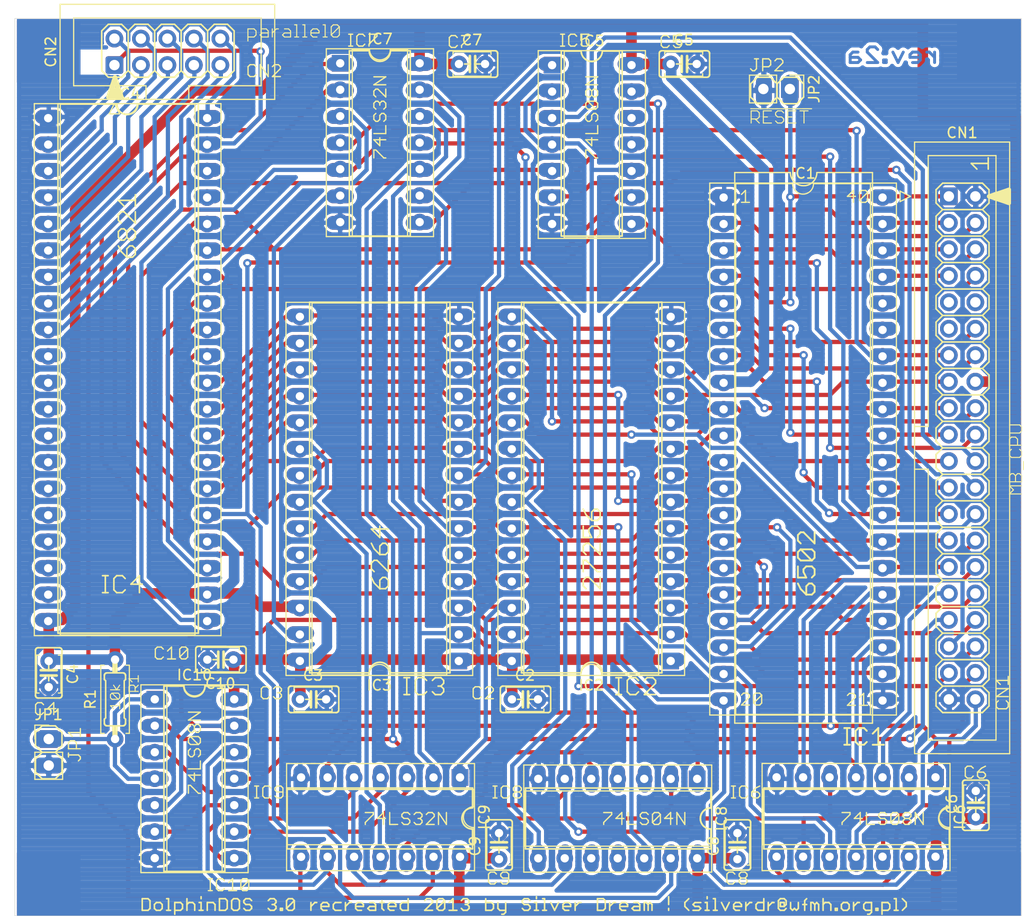
<source format=kicad_pcb>
(kicad_pcb (version 20211014) (generator pcbnew)
  (layers (0 "F.Cu" signal) (31 "B.Cu" signal) (34 "B.Paste" user) (35 "F.Paste" user) (36 "B.SilkS" user "B.Silkscreen") (37 "F.SilkS" user "F.Silkscreen") (38 "B.Mask" user) (39 "F.Mask" user) (44 "Edge.Cuts" user))
  (net 0 "")
  (net 1 "VCC")
  (net 2 "GND")
  (net 3 "/~{RESET}")
  (net 4 "/phi2")
  (net 5 "/~{RDY}")
  (net 6 "/~{SO}")
  (net 7 "/phi1")
  (net 8 "/phi0")
  (net 9 "/~{IRQ}")
  (net 10 "unconnected-(CN1-Pad9)")
  (net 11 "unconnected-(CN1-Pad10)")
  (net 12 "unconnected-(CN1-Pad11)")
  (net 13 "/~{NMI}")
  (net 14 "/R{slash}~{W}")
  (net 15 "/SYNC")
  (net 16 "/D0")
  (net 17 "/D1")
  (net 18 "/A0")
  (net 19 "/D2")
  (net 20 "/A1MB")
  (net 21 "/D3")
  (net 22 "/A2MB")
  (net 23 "/D4")
  (net 24 "/A3MB")
  (net 25 "/D5")
  (net 26 "/A4MB")
  (net 27 "/D6")
  (net 28 "/A5")
  (net 29 "/D7")
  (net 30 "/A6")
  (net 31 "/A15MB")
  (net 32 "/A7")
  (net 33 "/A14MB")
  (net 34 "/A8")
  (net 35 "/A13MB")
  (net 36 "/A9")
  (net 37 "/A12MB")
  (net 38 "/A10MB")
  (net 39 "/A11MB")
  (net 40 "/CA2")
  (net 41 "/PA0")
  (net 42 "/PA1")
  (net 43 "/PA2")
  (net 44 "/PA3")
  (net 45 "/PA4")
  (net 46 "/PA5")
  (net 47 "/PA6")
  (net 48 "/PA7")
  (net 49 "/CA1")
  (net 50 "unconnected-(IC1-Pad5)")
  (net 51 "/A1")
  (net 52 "/A2")
  (net 53 "/A3")
  (net 54 "/A4")
  (net 55 "/A10")
  (net 56 "/A11")
  (net 57 "/A12")
  (net 58 "/A13")
  (net 59 "/A14")
  (net 60 "/A15")
  (net 61 "unconnected-(IC1-Pad35)")
  (net 62 "unconnected-(IC1-Pad36)")
  (net 63 "/~{ROM}")
  (net 64 "/~{RAM_CS}")
  (net 65 "/~{RAM_WE}")
  (net 66 "unconnected-(IC4-Pad10)")
  (net 67 "unconnected-(IC4-Pad11)")
  (net 68 "unconnected-(IC4-Pad12)")
  (net 69 "unconnected-(IC4-Pad13)")
  (net 70 "unconnected-(IC4-Pad14)")
  (net 71 "unconnected-(IC4-Pad15)")
  (net 72 "unconnected-(IC4-Pad16)")
  (net 73 "unconnected-(IC4-Pad17)")
  (net 74 "unconnected-(IC4-Pad18)")
  (net 75 "unconnected-(IC4-Pad19)")
  (net 76 "/~{PIA}")
  (net 77 "unconnected-(IC4-Pad37)")
  (net 78 "unconnected-(IC4-Pad38)")
  (net 79 "Net-(IC10-Pad12)")
  (net 80 "unconnected-(IC5-Pad11)")
  (net 81 "unconnected-(IC5-Pad12)")
  (net 82 "unconnected-(IC5-Pad13)")
  (net 83 "Net-(IC7-Pad1)")
  (net 84 "Net-(IC7-Pad4)")
  (net 85 "Net-(IC7-Pad10)")
  (net 86 "Net-(IC8-Pad2)")
  (net 87 "unconnected-(IC8-Pad3)")
  (net 88 "unconnected-(IC8-Pad4)")
  (net 89 "Net-(IC8-Pad9)")
  (net 90 "unconnected-(IC8-Pad10)")
  (net 91 "unconnected-(IC8-Pad11)")
  (net 92 "Net-(IC9-Pad3)")
  (net 93 "Net-(IC9-Pad4)")
  (net 94 "Net-(JP1-Pad1)")
  (net 95 "Net-(IC10-Pad6)")
  (footprint "Package_DIP:DIP-14_W7.62mm_Socket" (layer "F.Cu") (at 141.732 146.05 -90)
    (fp_text reference "IC6")
    (fp_text value "74LS08")
  )
  (footprint "Connector_PinHeader_2.54mm:PinHeader_1x02_P2.54mm_Vertical" (layer "F.Cu") (at 56.6928 142.3747)
    (fp_text reference "JP1")
    (fp_text value "Conn_01x02")
  )
  (footprint "Capacitor_THT:C_Disc_D3.4mm_W2.1mm_P2.50mm" (layer "F.Cu") (at 74.402 134.7597 180)
    (fp_text reference "C10")
    (fp_text value "0.1uF")
  )
  (footprint "Capacitor_THT:C_Disc_D3.4mm_W2.1mm_P2.50mm" (layer "F.Cu") (at 80.792 138.5697)
    (fp_text reference "C3")
    (fp_text value "0.1uF")
  )
  (footprint "Capacitor_THT:C_Disc_D3.4mm_W2.1mm_P2.50mm" (layer "F.Cu") (at 56.6928 134.894 -90)
    (fp_text reference "C4")
    (fp_text value "0.1uF")
  )
  (footprint "Capacitor_THT:C_Disc_D3.4mm_W2.1mm_P2.50mm" (layer "F.Cu") (at 122.7328 153.904 90)
    (fp_text reference "C8")
    (fp_text value "0.1uF")
  )
  (footprint "Capacitor_THT:C_Disc_D3.4mm_W2.1mm_P2.50mm" (layer "F.Cu") (at 145.5928 149.86 90)
    (fp_text reference "C6")
    (fp_text value "0.1uF")
  )
  (footprint "Resistor_THT:R_Axial_DIN0207_L6.3mm_D2.5mm_P7.62mm_Horizontal" (layer "F.Cu") (at 63.0555 142.37462 90)
    (fp_text reference "R1")
    (fp_text value "10K")
  )
  (footprint "Package_DIP:DIP-14_W7.62mm_Socket" (layer "F.Cu") (at 96.13257 146.06 -90)
    (fp_text reference "IC9")
    (fp_text value "74LS32")
  )
  (footprint "Connector_PinHeader_2.54mm:PinHeader_1x02_P2.54mm_Vertical" (layer "F.Cu") (at 127.762 80.01 -90)
    (fp_text reference "JP2")
    (fp_text value "Conn_01x02")
  )
  (footprint "Capacitor_THT:C_Disc_D3.4mm_W2.1mm_P2.50mm" (layer "F.Cu") (at 116.332 77.6097)
    (fp_text reference "C5")
    (fp_text value "0.1uF")
  )
  (footprint "Connector_IDC:IDC-Header_2x20_P2.54mm_Vertical" (layer "F.Cu") (at 143.0115 90.3097)
    (fp_text reference "CN1")
    (fp_text value "MB_CPU")
  )
  (footprint "Package_DIP:DIP-40_W15.24mm_Socket" (layer "F.Cu") (at 121.412 90.424)
    (fp_text reference "IC1")
    (fp_text value "6502")
  )
  (footprint "Package_DIP:DIP-14_W7.62mm_Socket" (layer "F.Cu") (at 66.8628 138.5647)
    (fp_text reference "IC10")
    (fp_text value "74LS08")
  )
  (footprint "Capacitor_THT:C_Disc_D3.4mm_W2.1mm_P2.50mm" (layer "F.Cu") (at 99.8728 153.904 90)
    (fp_text reference "C9")
    (fp_text value "0.1uF")
  )
  (footprint "Package_DIP:DIP-28_W15.24mm_Socket" (layer "F.Cu") (at 116.337 134.889 180)
    (fp_text reference "IC2")
    (fp_text value "27256")
  )
  (footprint "Capacitor_THT:C_Disc_D3.4mm_W2.1mm_P2.50mm" (layer "F.Cu") (at 96.032 77.6097)
    (fp_text reference "C7")
    (fp_text value "0.1uF")
  )
  (footprint "Package_DIP:DIP-14_W7.62mm_Socket" (layer "F.Cu") (at 84.6428 77.53993)
    (fp_text reference "IC7")
    (fp_text value "74LS32")
  )
  (footprint "Connector_IDC:IDC-Header_2x05_P2.54mm_Vertical" (layer "F.Cu") (at 62.992 77.7145 90)
    (fp_text reference "CN2")
    (fp_text value "parallel0")
  )
  (footprint "Package_DIP:DIP-14_W7.62mm_Socket" (layer "F.Cu") (at 104.9628 77.719)
    (fp_text reference "IC5")
    (fp_text value "74LS08")
  )
  (footprint "Package_DIP:DIP-14_W7.62mm_Socket" (layer "F.Cu") (at 118.877 146.1997 -90)
    (fp_text reference "IC8")
    (fp_text value "74LS04")
  )
  (footprint "Capacitor_THT:C_Disc_D3.4mm_W2.1mm_P2.50mm" (layer "F.Cu") (at 101.112 138.5697)
    (fp_text reference "C2")
    (fp_text value "0.1uF")
  )
  (footprint "Package_DIP:DIP-28_W15.24mm_Socket" (layer "F.Cu") (at 96.017 134.889 180)
    (fp_text reference "IC3")
    (fp_text value "6264")
  )
  (footprint "Package_DIP:DIP-40_W15.24mm_Socket" (layer "F.Cu") (at 56.642 82.804)
    (fp_text reference "IC4")
    (fp_text value "6821")
  )
  (gr_poly (pts (xy 59.7408 73.2917) (xy 53.6448 73.2917) (xy 53.6448 79.3877) (xy 59.7408 79.3877)) (layer "F.Cu") (width 0) (fill solid))
  (gr_poly (pts (xy 149.9108 153.3017) (xy 143.8148 153.3017) (xy 143.8148 159.3977) (xy 149.9108 159.3977)) (layer "F.Cu") (width 0) (fill solid))
  (gr_poly (pts (xy 149.9108 73.2917) (xy 143.8148 73.2917) (xy 143.8148 79.3877) (xy 149.9108 79.3877)) (layer "F.Cu") (width 0) (fill solid))
  (gr_poly (pts (xy 59.7408 153.3017) (xy 53.6448 153.3017) (xy 53.6448 159.3977) (xy 59.7408 159.3977)) (layer "F.Cu") (width 0) (fill solid))
  (gr_poly (pts (xy 149.9108 73.2917) (xy 143.8148 73.2917) (xy 143.8148 79.3877) (xy 149.9108 79.3877)) (layer "B.Cu") (width 0) (fill solid))
  (gr_poly (pts (xy 149.9108 153.3017) (xy 143.8148 153.3017) (xy 143.8148 159.3977) (xy 149.9108 159.3977)) (layer "B.Cu") (width 0) (fill solid))
  (gr_poly (pts (xy 59.7408 73.2917) (xy 53.6448 73.2917) (xy 53.6448 79.3877) (xy 59.7408 79.3877)) (layer "B.Cu") (width 0) (fill solid))
  (gr_poly (pts (xy 59.7408 153.3017) (xy 53.6448 153.3017) (xy 53.6448 159.3977) (xy 59.7408 159.3977)) (layer "B.Cu") (width 0) (fill solid))
  (gr_line (start 135.21944 89.9287) (end 135.21944 90.6907) (layer "F.SilkS") (width 0.127))
  (gr_line (start 76.3778 77.6732) (end 75.9968 77.6732) (layer "F.SilkS") (width 0.127))
  (gr_line (start 78.71714 77.6732) (end 78.90764 77.8637) (layer "F.SilkS") (width 0.127))
  (gr_line (start 101.13772 150.33752) (end 101.12756 150.29434) (layer "F.SilkS") (width 0.1524))
  (gr_line (start 100.6094 156.2862) (end 100.7999 156.0957) (layer "F.SilkS") (width 0.127))
  (gr_line (start 87.72398 135.31088) (end 87.65794 135.38454) (layer "F.SilkS") (width 0.1524))
  (gr_line (start 141.7828 129.0447) (end 141.7828 127.7747) (layer "F.SilkS") (width 0.1524))
  (gr_line (start 89.45372 135.93064) (end 89.43848 135.83158) (layer "F.SilkS") (width 0.1524))
  (gr_line (start 109.77372 135.93064) (end 109.7788 136.0297) (layer "F.SilkS") (width 0.1524))
  (gr_line (start 79.5528 147.0787) (end 79.5528 152.9207) (layer "F.SilkS") (width 0.1524))
  (gr_poly (pts (xy 56.9468 142.1257) (xy 56.4388 142.1257) (xy 56.4388 142.6337) (xy 56.9468 142.6337)) (layer "F.SilkS") (width 0) (fill solid))
  (gr_line (start 107.823 76.72832) (end 107.86618 76.81976) (layer "F.SilkS") (width 0.1524))
  (gr_line (start 82.80908 158.2547) (end 82.80908 158.62808) (layer "F.SilkS") (width 0.1524))
  (gr_line (start 99.1108 152.2857) (end 99.8728 152.2857) (layer "F.SilkS") (width 0.254))
  (gr_line (start 69.44614 134.6962) (end 69.25564 134.5057) (layer "F.SilkS") (width 0.127))
  (gr_line (start 68.18376 158.8135) (end 68.18376 157.6959) (layer "F.SilkS") (width 0.1524))
  (gr_line (start 125.222 83.2739) (end 126.00178 83.2739) (layer "F.SilkS") (width 0.1016))
  (gr_line (start 111.46028 158.2547) (end 111.46028 158.62808) (layer "F.SilkS") (width 0.1524))
  (gr_line (start 114.173 158.8135) (end 114.173 158.2547) (layer "F.SilkS") (width 0.1524))
  (gr_line (start 71.65848 137.49782) (end 71.63562 137.59434) (layer "F.SilkS") (width 0.1524))
  (gr_line (start 149.01164 114.57686) (end 148.8186 114.77244) (layer "F.SilkS") (width 0.1016))
  (gr_line (start 142.66418 149.0599) (end 142.75816 149.02688) (layer "F.SilkS") (width 0.1524))
  (gr_line (start 68.18376 157.6959) (end 67.99834 157.6959) (layer "F.SilkS") (width 0.1524))
  (gr_line (start 63.46698 82.13852) (end 63.54064 82.20456) (layer "F.SilkS") (width 0.1524))
  (gr_line (start 70.6628 145.64868) (end 70.6628 146.41068) (layer "F.SilkS") (width 0.127))
  (gr_line (start 67.01536 158.06674) (end 66.8274 158.2547) (layer "F.SilkS") (width 0.1524))
  (gr_line (start 137.16254 158.8135) (end 137.34796 158.62808) (layer "F.SilkS") (width 0.1524))
  (gr_line (start 120.6119 157.6959) (end 120.42648 157.6959) (layer "F.SilkS") (width 0.1524))
  (gr_line (start 89.08796 77.12456) (end 89.16162 77.05852) (layer "F.SilkS") (width 0.1524))
  (gr_line (start 76.3778 74.23912) (end 76.57338 74.4347) (layer "F.SilkS") (width 0.1016))
  (gr_line (start 109.31652 158.8135) (end 109.87532 158.8135) (layer "F.SilkS") (width 0.1524))
  (gr_line (start 57.90438 133.70814) (end 57.87136 133.67512) (layer "F.SilkS") (width 0.1524))
  (gr_line (start 99.8728 151.7777) (end 99.8728 152.1587) (layer "F.SilkS") (width 0.1524))
  (gr_line (start 122.7328 152.7937) (end 122.7328 152.9207) (layer "F.SilkS") (width 0.1524))
  (gr_line (start 74.79284 158.8135) (end 74.9808 158.62808) (layer "F.SilkS") (width 0.1524))
  (gr_line (start 72.5678 73.7997) (end 71.9328 74.4347) (layer "F.SilkS") (width 0.1524))
  (gr_line (start 71.2343 139.8016) (end 70.0913 139.8016) (layer "F.SilkS") (width 0.127))
  (gr_line (start 122.7328 151.7777) (end 122.7328 152.1587) (layer "F.SilkS") (width 0.1524))
  (gr_line (start 103.64724 158.8135) (end 103.27386 158.8135) (layer "F.SilkS") (width 0.1524))
  (gr_line (start 113.8047 138.1125) (end 114.88928 137.02792) (layer "F.SilkS") (width 0.1524))
  (gr_line (start 93.49486 158.06674) (end 93.49486 157.88132) (layer "F.SilkS") (width 0.1524))
  (gr_line (start 81.24952 75.0189) (end 81.24952 73.8505) (layer "F.SilkS") (width 0.1016))
  (gr_poly (pts (xy 143.3068 117.9957) (xy 142.7988 117.9957) (xy 142.7988 118.5037) (xy 143.3068 118.5037)) (layer "F.SilkS") (width 0) (fill solid))
  (gr_line (start 92.49156 149.6187) (end 92.49156 149.8092) (layer "F.SilkS") (width 0.127))
  (gr_line (start 104.82072 139.62888) (end 104.81056 139.67206) (layer "F.SilkS") (width 0.1524))
  (gr_line (start 78.38948 147.2692) (end 78.57998 147.4597) (layer "F.SilkS") (width 0.127))
  (gr_line (start 146.8628 122.6947) (end 146.8628 123.9647) (layer "F.SilkS") (width 0.1524))
  (gr_line (start 142.05712 150.19782) (end 142.04188 150.09876) (layer "F.SilkS") (width 0.1524))
  (gr_line (start 129.3368 125.81382) (end 129.8702 125.81382) (layer "F.SilkS") (width 0.1778))
  (gr_line (start 89.2429 158.62808) (end 89.42832 158.8135) (layer "F.SilkS") (width 0.1524))
  (gr_line (start 73.5838 137.2997) (end 71.6788 137.2997) (layer "F.SilkS") (width 0.1524))
  (gr_line (start 82.80908 158.62808) (end 82.99704 158.8135) (layer "F.SilkS") (width 0.1524))
  (gr_line (start 104.6988 137.33272) (end 104.73436 137.35812) (layer "F.SilkS") (width 0.1524))
  (gr_line (start 142.4178 96.6597) (end 146.2278 96.6597) (layer "F.SilkS") (width 0.1524))
  (gr_line (start 146.8628 99.8347) (end 146.2278 99.1997) (layer "F.SilkS") (width 0.1524))
  (gr_line (start 124.0536 83.2739) (end 124.0536 82.1055) (layer "F.SilkS") (width 0.1016))
  (gr_line (start 78.91272 158.62808) (end 79.09814 158.62808) (layer "F.SilkS") (width 0.1524))
  (gr_line (start 123.8885 138.3538) (end 123.8885 138.1633) (layer "F.SilkS") (width 0.127))
  (gr_line (start 121.4628 150.3807) (end 121.46788 150.33752) (layer "F.SilkS") (width 0.1524))
  (gr_line (start 87.96274 135.13308) (end 87.87892 135.18388) (layer "F.SilkS") (width 0.1524))
  (gr_line (start 146.7358 146.34972) (end 146.69516 146.33194) (layer "F.SilkS") (width 0.1524))
  (gr_line (start 125.2728 152.9207) (end 143.0528 152.9207) (layer "F.SilkS") (width 0.1524))
  (gr_line (start 88.98382 123.59386) (end 88.71204 123.59386) (layer "F.SilkS") (width 0.1524))
  (gr_line (start 82.20964 158.06674) (end 82.39506 158.06674) (layer "F.SilkS") (width 0.1524))
  (gr_poly (pts (xy 143.3068 97.6757) (xy 142.7988 97.6757) (xy 142.7988 98.1837) (xy 143.3068 98.1837)) (layer "F.SilkS") (width 0) (fill solid))
  (gr_line (start 75.6158 135.7757) (end 75.6158 133.7437) (layer "F.SilkS") (width 0.1524))
  (gr_line (start 102.7938 138.5697) (end 102.6668 138.5697) (layer "F.SilkS") (width 0.1524))
  (gr_line (start 82.42046 75.0189) (end 82.0293 75.0189) (layer "F.SilkS") (width 0.1016))
  (gr_poly (pts (xy 145.8468 105.2957) (xy 145.3388 105.2957) (xy 145.3388 105.8037) (xy 145.8468 105.8037)) (layer "F.SilkS") (width 0) (fill solid))
  (gr_line (start 57.5818 132.2197) (end 57.5818 81.4197) (layer "F.SilkS") (width 0.1524))
  (gr_line (start 70.76186 138.31062) (end 70.6628 138.3157) (layer "F.SilkS") (width 0.1524))
  (gr_line (start 109.3343 81.37144) (end 109.3343 81.75244) (layer "F.SilkS") (width 0.127))
  (gr_line (start 111.6838 94.1197) (end 105.8418 94.1197) (layer "F.SilkS") (width 0.1524))
  (gr_line (start 115.4938 100.4697) (end 102.0318 100.4697) (layer "F.SilkS") (width 0.1524))
  (gr_line (start 88.6333 82.34934) (end 88.8238 82.34934) (layer "F.SilkS") (width 0.127))
  (gr_line (start 91.15806 157.6959) (end 91.15806 158.8135) (layer "F.SilkS") (width 0.1524))
  (gr_line (start 146.65198 146.32178) (end 146.6088 146.3167) (layer "F.SilkS") (width 0.1524))
  (gr_line (start 102.29088 157.6959) (end 102.66426 157.6959) (layer "F.SilkS") (width 0.1524))
  (gr_line (start 146.2278 116.9797) (end 146.8628 116.3447) (layer "F.SilkS") (width 0.1524))
  (gr_line (start 142.113 149.61108) (end 142.15618 149.51964) (layer "F.SilkS") (width 0.1524))
  (gr_line (start 76.9747 78.8162) (end 76.9747 77.6732) (layer "F.SilkS") (width 0.127))
  (gr_line (start 63.21044 128.3335) (end 62.9412 128.06172) (layer "F.SilkS") (width 0.1524))
  (gr_line (start 70.6628 141.16304) (end 70.6628 141.54404) (layer "F.SilkS") (width 0.127))
  (gr_line (start 75.58278 133.6167) (end 75.55738 133.58114) (layer "F.SilkS") (width 0.1524))
  (gr_line (start 122.7328 152.1587) (end 122.7328 152.2857) (layer "F.SilkS") (width 0.1524))
  (gr_line (start 108.28274 77.23632) (end 108.37418 77.2795) (layer "F.SilkS") (width 0.1524))
  (gr_line (start 92.49156 150.3807) (end 92.30106 150.5712) (layer "F.SilkS") (width 0.127))
  (gr_line (start 115.6208 76.0222) (end 115.4303 75.8317) (layer "F.SilkS") (width 0.127))
  (gr_line (start 138.02106 149.4282) (end 137.64006 149.4282) (layer "F.SilkS") (width 0.127))
  (gr_line (start 138.21156 149.6187) (end 138.21156 150.3807) (layer "F.SilkS") (width 0.127))
  (gr_line (start 100.2538 139.8397) (end 100.21062 139.83462) (layer "F.SilkS") (width 0.1524))
  (gr_line (start 110.8583 158.06674) (end 111.04626 158.06674) (layer "F.SilkS") (width 0.1524))
  (gr_line (start 121.49582 150.2537) (end 121.52122 150.21814) (layer "F.SilkS") (width 0.1524))
  (gr_line (start 70.95744 138.27252) (end 70.86092 138.29538) (layer "F.SilkS") (width 0.1524))
  (gr_line (start 70.0278 73.7997) (end 71.2978 73.7997) (layer "F.SilkS") (width 0.1524))
  (gr_line (start 97.00514 158.06674) (end 97.00514 157.88132) (layer "F.SilkS") (width 0.1524))
  (gr_line (start 72.96658 155.7782) (end 72.77608 155.9687) (layer "F.SilkS") (width 0.127))
  (gr_line (start 71.30796 138.08456) (end 71.22668 138.14552) (layer "F.SilkS") (width 0.1524))
  (gr_line (start 67.4878 134.6962) (end 67.6783 134.5057) (layer "F.SilkS") (width 0.127))
  (gr_line (start 104.65816 139.82446) (end 104.61498 139.83462) (layer "F.SilkS") (width 0.1524))
  (gr_line (start 113.41862 149.8092) (end 113.41862 149.6187) (layer "F.SilkS") (width 0.127))
  (gr_line (start 109.3343 82.53984) (end 109.3343 82.92338) (layer "F.SilkS") (width 0.127))
  (gr_line (start 120.6119 158.8135) (end 120.6119 157.6959) (layer "F.SilkS") (width 0.1524))
  (gr_line (start 68.84924 134.6962) (end 68.0847 134.6962) (layer "F.SilkS") (width 0.127))
  (gr_line (start 96.81718 158.2547) (end 97.00514 158.06674) (layer "F.SilkS") (width 0.1524))
  (gr_line (start 108.37418 77.2795) (end 108.46816 77.31252) (layer "F.SilkS") (width 0.1524))
  (gr_line (start 70.2818 142.90294) (end 70.0913 142.71244) (layer "F.SilkS") (width 0.127))
  (gr_line (start 63.89116 82.39252) (end 63.98768 82.41538) (layer "F.SilkS") (width 0.1524))
  (gr_line (start 70.0913 141.54404) (end 70.0913 141.16304) (layer "F.SilkS") (width 0.127))
  (gr_line (start 108.7628 123.04014) (end 107.94746 123.04014) (layer "F.SilkS") (width 0.1524))
  (gr_line (start 121.5771 158.8135) (end 121.95048 158.06674) (layer "F.SilkS") (width 0.1524))
  (gr_line (start 132.30606 158.8135) (end 132.30606 158.62808) (layer "F.SilkS") (width 0.1524))
  (gr_line (start 108.49102 123.59386) (end 109.5756 124.67844) (layer "F.SilkS") (width 0.1524))
  (gr_line (start 63.21044 126.70536) (end 63.754 126.70536) (layer "F.SilkS") (width 0.1524))
  (gr_line (start 98.8568 150.1267) (end 98.81362 150.13178) (layer "F.SilkS") (width 0.1524))
  (gr_line (start 114.18316 150.3807) (end 113.99266 150.5712) (layer "F.SilkS") (width 0.127))
  (gr_line (start 123.70308 147.0787) (end 123.51258 146.8882) (layer "F.SilkS") (width 0.127))
  (gr_line (start 133.53542 149.4282) (end 133.53542 149.6187) (layer "F.SilkS") (width 0.127))
  (gr_line (start 108.1913 80.58404) (end 108.3818 80.77454) (layer "F.SilkS") (width 0.127))
  (gr_line (start 70.0913 146.81708) (end 70.0913 147.58162) (layer "F.SilkS") (width 0.127))
  (gr_line (start 73.62444 158.8135) (end 73.80986 158.62808) (layer "F.SilkS") (width 0.1524))
  (gr_line (start 88.54186 77.35062) (end 88.64092 77.33538) (layer "F.SilkS") (width 0.1524))
  (gr_line (start 107.91698 75.8952) (end 108.30052 75.8952) (layer "F.SilkS") (width 0.127))
  (gr_line (start 64.45504 94.51086) (end 64.1858 94.23908) (layer "F.SilkS") (width 0.1524))
  (gr_line (start 139.37996 150.1902) (end 139.37996 150.3807) (layer "F.SilkS") (width 0.127))
  (gr_line (start 71.44766 137.94486) (end 71.38162 138.01852) (layer "F.SilkS") (width 0.1524))
  (gr_line (start 128.54686 89.17432) (end 128.4478 89.12352) (layer "F.SilkS") (width 0.127))
  (gr_line (start 128.53416 126.88316) (end 128.53416 125.81382) (layer "F.SilkS") (width 0.1778))
  (gr_line (start 74.32548 155.7782) (end 73.94448 156.1592) (layer "F.SilkS") (width 0.127))
  (gr_line (start 84.47278 137.4267) (end 84.49056 137.46734) (layer "F.SilkS") (width 0.1524))
  (gr_line (start 82.0293 74.23912) (end 82.42046 74.23912) (layer "F.SilkS") (width 0.1016))
  (gr_line (start 107.54614 158.06674) (end 107.73156 158.06674) (layer "F.SilkS") (width 0.1524))
  (gr_line (start 120.09374 151.01062) (end 119.99468 150.99538) (layer "F.SilkS") (width 0.1524))
  (gr_line (start 89.2556 127.1397) (end 89.2556 127.68072) (layer "F.SilkS") (width 0.1524))
  (gr_line (start 69.66712 137.49782) (end 69.65188 137.39876) (layer "F.SilkS") (width 0.1524))
  (gr_line (start 64.1858 96.14662) (end 64.1858 95.33382) (layer "F.SilkS") (width 0.1524))
  (gr_line (start 78.81874 137.3632) (end 78.4352 137.3632) (layer "F.SilkS") (width 0.127))
  (gr_line (start 69.44614 133.5532) (end 69.82714 133.5532) (layer "F.SilkS") (width 0.127))
  (gr_line (start 73.5838 134.7597) (end 73.4568 134.7597) (layer "F.SilkS") (width 0.1524))
  (gr_line (start 55.4228 145.5547) (end 56.0578 146.1897) (layer "F.SilkS") (width 0.1524))
  (gr_line (start 96.54794 150.64486) (end 96.48698 150.56358) (layer "F.SilkS") (width 0.1524))
  (gr_line (start 127.40894 158.62808) (end 127.22098 158.8135) (layer "F.SilkS") (width 0.1524))
  (gr_line (start 129.8702 127.45212) (end 130.1369 127.71882) (layer "F.SilkS") (width 0.1778))
  (gr_line (start 146.2278 96.6597) (end 146.8628 97.2947) (layer "F.SilkS") (width 0.1524))
  (gr_line (start 70.56374 138.31062) (end 70.46468 138.29538) (layer "F.SilkS") (width 0.1524))
  (gr_line (start 136.46912 149.9997) (end 136.27862 149.8092) (layer "F.SilkS") (width 0.127))
  (gr_line (start 99.65436 78.82128) (end 99.68738 78.78826) (layer "F.SilkS") (width 0.1524))
  (gr_line (start 88.0618 82.34934) (end 87.8713 82.53984) (layer "F.SilkS") (width 0.127))
  (gr_line (start 126.85014 158.06674) (end 126.85014 158.44012) (layer "F.SilkS") (width 0.1524))
  (gr_line (start 109.7788 76.3397) (end 111.6838 76.3397) (layer "F.SilkS") (width 0.1524))
  (gr_line (start 55.5498 138.40968) (end 55.59044 138.42746) (layer "F.SilkS") (width 0.1524))
  (gr_line (start 132.70484 158.62808) (end 132.89026 158.8135) (layer "F.SilkS") (width 0.1524))
  (gr_line (start 97.5868 137.3632) (end 97.3963 137.5537) (layer "F.SilkS") (width 0.127))
  (gr_line (start 108.7628 77.3557) (end 108.86186 77.35062) (layer "F.SilkS") (width 0.1524))
  (gr_line (start 116.5987 75.4507) (end 116.98224 75.2602) (layer "F.SilkS") (width 0.127))
  (gr_line (start 129.0701 126.34722) (end 129.0701 126.08052) (layer "F.SilkS") (width 0.1778))
  (gr_line (start 119.71274 150.89632) (end 119.62892 150.84552) (layer "F.SilkS") (width 0.1524))
  (gr_line (start 111.65332 149.4282) (end 111.08182 149.9997) (layer "F.SilkS") (width 0.127))
  (gr_line (start 109.1438 80.01254) (end 109.3343 80.20304) (layer "F.SilkS") (width 0.127))
  (gr_line (start 76.6318 146.8882) (end 76.6318 148.0312) (layer "F.SilkS") (width 0.127))
  (gr_line (start 149.20722 118.47576) (end 148.8186 118.86438) (layer "F.SilkS") (width 0.1016))
  (gr_line (start 75.60056 133.65734) (end 75.58278 133.6167) (layer "F.SilkS") (width 0.1524))
  (gr_line (start 109.3343 78.8416) (end 108.1913 79.6036) (layer "F.SilkS") (width 0.127))
  (gr_line (start 99.7458 78.6257) (end 99.7458 76.5937) (layer "F.SilkS") (width 0.1524))
  (gr_line (start 95.08998 158.8135) (end 95.8342 158.8135) (layer "F.SilkS") (width 0.1524))
  (gr_line (start 118.0338 77.6097) (end 118.4148 77.6097) (layer "F.SilkS") (width 0.1524))
  (gr_line (start 98.7552 137.3632) (end 98.5647 137.5537) (layer "F.SilkS") (width 0.127))
  (gr_line (start 63.89116 141.09446) (end 63.84798 141.10462) (layer "F.SilkS") (width 0.1524))
  (gr_line (start 99.34194 158.62808) (end 99.34194 158.2547) (layer "F.SilkS") (width 0.1524))
  (gr_line (start 138.80846 150.5712) (end 138.61796 150.3807) (layer "F.SilkS") (width 0.127))
  (gr_line (start 108.1913 82.92338) (end 108.1913 82.53984) (layer "F.SilkS") (width 0.127))
  (gr_line (start 72.45604 158.06674) (end 72.64146 158.2547) (layer "F.SilkS") (width 0.1524))
  (gr_line (start 78.4352 137.3632) (end 78.2447 137.5537) (layer "F.SilkS") (width 0.127))
  (gr_line (start 86.68258 158.06674) (end 86.868 158.2547) (layer "F.SilkS") (width 0.1524))
  (gr_line (start 108.21924 125.22962) (end 107.94746 125.22962) (layer "F.SilkS") (width 0.1524))
  (gr_line (start 102.0318 100.4697) (end 102.0318 136.0297) (layer "F.SilkS") (width 0.1524))
  (gr_line (start 81.8388 138.5697) (end 81.7118 138.5697) (layer "F.SilkS") (width 0.1524))
  (gr_line (start 78.48854 158.62808) (end 78.30312 158.8135) (layer "F.SilkS") (width 0.1524))
  (gr_line (start 123.0884 156.2862) (end 123.4694 156.2862) (layer "F.SilkS") (width 0.127))
  (gr_line (start 92.75064 158.8135) (end 93.49486 158.06674) (layer "F.SilkS") (width 0.1524))
  (gr_line (start 108.49102 122.49912) (end 108.7628 123.04014) (layer "F.SilkS") (width 0.1524))
  (gr_line (start 98.81362 150.13178) (end 98.77044 150.14194) (layer "F.SilkS") (width 0.1524))
  (gr_line (start 99.68738 78.78826) (end 99.71278 78.7527) (layer "F.SilkS") (width 0.1524))
  (gr_line (start 107.97794 76.98486) (end 108.04398 77.05852) (layer "F.SilkS") (width 0.1524))
  (gr_line (start 58.5851 141.7574) (end 58.9661 142.1384) (layer "F.SilkS") (width 0.127))
  (gr_line (start 113.37544 158.2547) (end 113.37544 158.8135) (layer "F.SilkS") (width 0.1524))
  (gr_line (start 66.40576 157.88132) (end 66.2178 157.6959) (layer "F.SilkS") (width 0.1524))
  (gr_line (start 128.53416 124.97816) (end 128.53416 124.44476) (layer "F.SilkS") (width 0.1778))
  (gr_line (start 81.7118 136.0297) (end 81.7118 100.4697) (layer "F.SilkS") (width 0.1524))
  (gr_line (start 128.57734 158.62808) (end 128.57734 158.06674) (layer "F.SilkS") (width 0.1524))
  (gr_line (start 88.17102 74.7522) (end 87.40648 74.7522) (layer "F.SilkS") (width 0.127))
  (gr_line (start 104.76738 137.39114) (end 104.79278 137.4267) (layer "F.SilkS") (width 0.1524))
  (gr_line (start 124.0028 80.7847) (end 124.6378 81.4197) (layer "F.SilkS") (width 0.1524))
  (gr_line (start 109.24286 135.13308) (end 109.32668 135.18388) (layer "F.SilkS") (width 0.1524))
  (gr_line (start 94.93504 76.50734) (end 94.92488 76.55052) (layer "F.SilkS") (width 0.1524))
  (gr_line (start 116.5987 74.8792) (end 117.36324 74.8792) (layer "F.SilkS") (width 0.127))
  (gr_line (start 100.27158 146.8882) (end 100.65258 146.8882) (layer "F.SilkS") (width 0.127))
  (gr_line (start 84.56422 74.04354) (end 84.36864 73.8505) (layer "F.SilkS") (width 0.1016))
  (gr_line (start 114.58956 149.6187) (end 114.58956 150.3807) (layer "F.SilkS") (width 0.127))
  (gr_line (start 108.49102 75.7047) (end 108.49102 75.3237) (layer "F.SilkS") (width 0.127))
  (gr_line (start 149.987 114.77244) (end 149.79142 114.57686) (layer "F.SilkS") (width 0.1016))
  (gr_line (start 56.0578 143.6497) (end 55.4228 144.2847) (layer "F.SilkS") (width 0.1524))
  (gr_line (start 106.00436 158.2547) (end 106.00436 158.62808) (layer "F.SilkS") (width 0.1524))
  (gr_line (start 64.90462 82.13852) (end 64.97066 82.06486) (layer "F.SilkS") (width 0.1524))
  (gr_line (start 108.5723 80.77454) (end 108.7628 80.58404) (layer "F.SilkS") (width 0.127))
  (gr_line (start 141.7828 121.4247) (end 142.4178 122.0597) (layer "F.SilkS") (width 0.1524))
  (gr_line (start 142.4178 106.8197) (end 146.2278 106.8197) (layer "F.SilkS") (width 0.1524))
  (gr_line (start 87.44712 135.83158) (end 87.43188 135.93064) (layer "F.SilkS") (width 0.1524))
  (gr_line (start 94.47784 158.8135) (end 94.107 158.8135) (layer "F.SilkS") (width 0.1524))
  (gr_line (start 129.0701 126.08052) (end 129.3368 125.81382) (layer "F.SilkS") (width 0.1778))
  (gr_line (start 129.0701 122.53976) (end 130.1369 123.6091) (layer "F.SilkS") (width 0.1778))
  (gr_line (start 78.57998 146.8882) (end 78.38948 147.0787) (layer "F.SilkS") (width 0.127))
  (gr_line (start 96.33712 149.80158) (end 96.35998 149.70506) (layer "F.SilkS") (width 0.1524))
  (gr_line (start 127.22098 157.6959) (end 127.40894 157.88132) (layer "F.SilkS") (width 0.1524))
  (gr_line (start 146.2278 104.2797) (end 142.4178 104.2797) (layer "F.SilkS") (width 0.1524))
  (gr_line (start 79.68488 139.62888) (end 79.6798 139.5857) (layer "F.SilkS") (width 0.1524))
  (gr_line (start 89.41562 135.73506) (end 89.3826 135.64108) (layer "F.SilkS") (width 0.1524))
  (gr_line (start 144.3228 146.5707) (end 144.3228 150.8887) (layer "F.SilkS") (width 0.1524))
  (gr_line (start 142.4178 104.2797) (end 141.7828 104.9147) (layer "F.SilkS") (width 0.1524))
  (gr_line (start 63.19012 81.61782) (end 63.21298 81.71434) (layer "F.SilkS") (width 0.1524))
  (gr_line (start 146.8628 127.7747) (end 146.8628 129.0447) (layer "F.SilkS") (width 0.1524))
  (gr_line (start 142.26794 149.35454) (end 142.33398 149.28088) (layer "F.SilkS") (width 0.1524))
  (gr_line (start 127.17272 83.07832) (end 127.17272 82.88528) (layer "F.SilkS") (width 0.1016))
  (gr_line (start 146.7358 151.10968) (end 146.77136 151.08428) (layer "F.SilkS") (width 0.1524))
  (gr_line (start 148.8186 114.18824) (end 148.8186 113.60404) (layer "F.SilkS") (width 0.1016))
  (gr_line (start 71.38162 138.01852) (end 71.30796 138.08456) (layer "F.SilkS") (width 0.1524))
  (gr_line (start 92.75064 158.8135) (end 93.49486 158.8135) (layer "F.SilkS") (width 0.1524))
  (gr_line (start 70.4723 141.73454) (end 70.2818 141.73454) (layer "F.SilkS") (width 0.127))
  (gr_line (start 142.48892 150.84552) (end 142.40764 150.78456) (layer "F.SilkS") (width 0.1524))
  (gr_line (start 127.1778 78.8797) (end 128.4478 78.8797) (layer "F.SilkS") (width 0.1524))
  (gr_line (start 146.8628 120.1547) (end 146.2278 119.5197) (layer "F.SilkS") (width 0.1524))
  (gr_line (start 94.92488 78.66888) (end 94.93504 78.71206) (layer "F.SilkS") (width 0.1524))
  (gr_line (start 64.05372 140.89888) (end 64.04356 140.94206) (layer "F.SilkS") (width 0.1524))
  (gr_line (start 124.6378 78.8797) (end 124.0028 79.5147) (layer "F.SilkS") (width 0.1524))
  (gr_line (start 146.8628 134.1247) (end 146.2278 134.7597) (layer "F.SilkS") (width 0.1524))
  (gr_line (start 75.8063 77.8637) (end 75.8063 78.6257) (layer "F.SilkS") (width 0.127))
  (gr_line (start 123.91136 154.89428) (end 123.8758 154.91968) (layer "F.SilkS") (width 0.1524))
  (gr_line (start 101.24948 147.2692) (end 101.43998 147.4597) (layer "F.SilkS") (width 0.127))
  (gr_line (start 109.7026 76.72832) (end 109.73562 76.63434) (layer "F.SilkS") (width 0.1524))
  (gr_line (start 64.9986 91.2368) (end 64.9986 90.15222) (layer "F.SilkS") (width 0.1524))
  (gr_line (start 62.611 138.12012) (end 62.75832 137.9728) (layer "F.SilkS") (width 0.1016))
  (gr_line (start 100.8888 150.1267) (end 98.8568 150.1267) (layer "F.SilkS") (width 0.1524))
  (gr_line (start 141.7828 117.6147) (end 142.4178 116.9797) (layer "F.SilkS") (width 0.1524))
  (gr_line (start 98.69424 154.89428) (end 98.7298 154.91968) (layer "F.SilkS") (width 0.1524))
  (gr_line (start 142.0368 149.9997) (end 142.04188 149.90064) (layer "F.SilkS") (width 0.1524))
  (gr_line (start 83.78444 74.04354) (end 83.78444 74.82332) (layer "F.SilkS") (width 0.1016))
  (gr_line (start 89.2556 127.68072) (end 88.98382 127.9525) (layer "F.SilkS") (width 0.1524))
  (gr_line (start 70.2818 140.97254) (end 70.4723 140.97254) (layer "F.SilkS") (width 0.127))
  (gr_line (start 104.76738 139.74826) (end 104.73436 139.78128) (layer "F.SilkS") (width 0.1524))
  (gr_line (start 109.40796 77.12456) (end 109.48162 77.05852) (layer "F.SilkS") (width 0.1524))
  (gr_line (start 82.0293 75.0189) (end 81.83626 74.82332) (layer "F.SilkS") (width 0.1016))
  (gr_line (start 101.0158 150.15972) (end 100.97516 150.14194) (layer "F.SilkS") (width 0.1524))
  (gr_line (start 142.4178 134.7597) (end 141.7828 135.3947) (layer "F.SilkS") (width 0.1524))
  (gr_line (start 127.40894 157.88132) (end 127.40894 158.2547) (layer "F.SilkS") (width 0.1524))
  (gr_line (start 144.53362 146.32178) (end 144.49044 146.33194) (layer "F.SilkS") (width 0.1524))
  (gr_line (start 63.9318 136.7917) (end 63.9318 140.3477) (layer "F.SilkS") (width 0.1524))
  (gr_line (start 146.2278 111.8997) (end 146.8628 112.5347) (layer "F.SilkS") (width 0.1524))
  (gr_line (start 89.4588 76.3397) (end 91.3638 76.3397) (layer "F.SilkS") (width 0.1524))
  (gr_line (start 101.05136 150.18512) (end 101.0158 150.15972) (layer "F.SilkS") (width 0.1524))
  (gr_line (start 144.35582 151.0157) (end 144.38122 151.05126) (layer "F.SilkS") (width 0.1524))
  (gr_line (start 109.15142 135.0899) (end 109.24286 135.13308) (layer "F.SilkS") (width 0.1524))
  (gr_line (start 70.79488 135.81888) (end 70.80504 135.86206) (layer "F.SilkS") (width 0.1524))
  (gr_line (start 57.9628 143.0147) (end 57.9628 141.7447) (layer "F.SilkS") (width 0.1524))
  (gr_line (start 89.2429 158.2547) (end 89.42832 158.06674) (layer "F.SilkS") (width 0.1524))
  (gr_line (start 62.1538 136.7917) (end 62.0268 136.6647) (layer "F.SilkS") (width 0.1524))
  (gr_line (start 88.4428 85.45068) (end 88.4428 84.68868) (layer "F.SilkS") (width 0.127))
  (gr_line (start 94.95282 76.4667) (end 94.93504 76.50734) (layer "F.SilkS") (width 0.1524))
  (gr_line (start 106.74858 75.8952) (end 107.12958 75.8952) (layer "F.SilkS") (width 0.127))
  (gr_line (start 83.98002 75.0189) (end 83.78444 74.82332) (layer "F.SilkS") (width 0.1016))
  (gr_line (start 106.55808 74.9427) (end 106.55808 75.7047) (layer "F.SilkS") (width 0.127))
  (gr_line (start 146.1389 145.1737) (end 145.7579 145.5547) (layer "F.SilkS") (width 0.127))
  (gr_line (start 108.7628 80.58404) (end 108.7628 80.20304) (layer "F.SilkS") (width 0.127))
  (gr_line (start 69.82714 133.5532) (end 70.01764 133.7437) (layer "F.SilkS") (width 0.127))
  (gr_line (start 73.80986 157.88132) (end 73.62444 157.6959) (layer "F.SilkS") (width 0.1524))
  (gr_line (start 109.91088 150.3807) (end 109.91088 150.5712) (layer "F.SilkS") (width 0.127))
  (gr_line (start 139.18946 149.4282) (end 138.80846 149.4282) (layer "F.SilkS") (width 0.127))
  (gr_line (start 108.21924 124.67844) (end 107.94746 124.40666) (layer "F.SilkS") (width 0.1524))
  (gr_line (start 149.79142 115.35664) (end 149.987 115.16106) (layer "F.SilkS") (width 0.1016))
  (gr_line (start 97.3328 151.0157) (end 97.23374 151.01062) (layer "F.SilkS") (width 0.1524))
  (gr_line (start 130.1242 88.75268) (end 130.05562 88.83904) (layer "F.SilkS") (width 0.127))
  (gr_line (start 142.75816 149.02688) (end 142.85468 149.00402) (layer "F.SilkS") (width 0.1524))
  (gr_line (start 67.4878 78.8797) (end 66.8528 78.2447) (layer "F.SilkS") (width 0.1524))
  (gr_line (start 127.9525 82.6897) (end 127.56134 82.6897) (layer "F.SilkS") (width 0.1016))
  (gr_line (start 89.2556 125.22962) (end 89.2556 126.3142) (layer "F.SilkS") (width 0.1524))
  (gr_line (start 96.2787 75.8317) (end 96.2787 76.0222) (layer "F.SilkS") (width 0.127))
  (gr_line (start 121.91746 155.1432) (end 121.72696 155.3337) (layer "F.SilkS") (width 0.127))
  (gr_line (start 66.2178 157.6959) (end 65.659 157.6959) (layer "F.SilkS") (width 0.1524))
  (gr_line (start 79.15402 147.8407) (end 79.15402 147.0787) (layer "F.SilkS") (width 0.127))
  (gr_line (start 99.6823 146.8882) (end 99.3013 146.8882) (layer "F.SilkS") (width 0.127))
  (gr_line (start 149.987 112.4331) (end 149.987 112.82426) (layer "F.SilkS") (width 0.1016))
  (gr_line (start 115.25504 76.50734) (end 115.24488 76.55052) (layer "F.SilkS") (width 0.1524))
  (gr_line (start 92.66174 136.48436) (end 92.93352 136.75614) (layer "F.SilkS") (width 0.1524))
  (gr_line (start 76.4413 148.0312) (end 76.8223 148.0312) (layer "F.SilkS") (width 0.127))
  (gr_line (start 85.5218 94.1197) (end 85.5218 76.3397) (layer "F.SilkS") (width 0.1524))
  (gr_line (start 84.5058 139.5857) (end 84.50072 139.62888) (layer "F.SilkS") (width 0.1524))
  (gr_line (start 109.30382 121.40438) (end 109.5756 121.1326) (layer "F.SilkS") (width 0.1524))
  (gr_line (start 91.15806 158.8135) (end 90.59672 158.8135) (layer "F.SilkS") (width 0.1524))
  (gr_line (start 88.4428 81.37144) (end 88.4428 81.56194) (layer "F.SilkS") (width 0.127))
  (gr_line (start 99.74072 76.55052) (end 99.73056 76.50734) (layer "F.SilkS") (width 0.1524))
  (gr_line (start 88.34374 77.35062) (end 88.4428 77.3557) (layer "F.SilkS") (width 0.1524))
  (gr_line (start 79.9338 137.2997) (end 84.2518 137.2997) (layer "F.SilkS") (width 0.1524))
  (gr_line (start 133.26364 158.06674) (end 132.89026 158.06674) (layer "F.SilkS") (width 0.1524))
  (gr_line (start 128.97104 89.28862) (end 128.86182 89.27338) (layer "F.SilkS") (width 0.127))
  (gr_line (start 57.4548 136.2837) (end 56.6928 136.2837) (layer "F.SilkS") (width 0.254))
  (gr_line (start 117.69598 158.44012) (end 118.06936 158.8135) (layer "F.SilkS") (width 0.1524))
  (gr_line (start 79.73822 137.39114) (end 79.77124 137.35812) (layer "F.SilkS") (width 0.1524))
  (gr_line (start 123.51258 146.8882) (end 123.13158 146.8882) (layer "F.SilkS") (width 0.127))
  (gr_line (start 119.34698 149.43582) (end 119.40794 149.35454) (layer "F.SilkS") (width 0.1524))
  (gr_line (start 58.5851 143.30934) (end 58.5851 142.73784) (layer "F.SilkS") (width 0.127))
  (gr_line (start 117.6909 149.4282) (end 117.6909 150.5712) (layer "F.SilkS") (width 0.127))
  (gr_line (start 78.81874 137.9347) (end 78.62824 137.9347) (layer "F.SilkS") (width 0.127))
  (gr_line (start 128.10998 88.83904) (end 128.0414 88.75268) (layer "F.SilkS") (width 0.127))
  (gr_line (start 89.0143 82.53984) (end 89.0143 82.92338) (layer "F.SilkS") (width 0.127))
  (gr_line (start 77.15758 75.0189) (end 76.962 74.82332) (layer "F.SilkS") (width 0.1016))
  (gr_line (start 124.2949 138.9253) (end 124.2949 138.1633) (layer "F.SilkS") (width 0.127))
  (gr_line (start 99.8728 152.9207) (end 99.8728 153.3017) (layer "F.SilkS") (width 0.1524))
  (gr_line (start 123.317 137.9728) (end 123.1265 138.1633) (layer "F.SilkS") (width 0.127))
  (gr_line (start 96.54794 149.35454) (end 96.61398 149.28088) (layer "F.SilkS") (width 0.1524))
  (gr_line (start 126.58852 82.6897) (end 126.39294 82.49412) (layer "F.SilkS") (width 0.1016))
  (gr_line (start 102.84968 158.44012) (end 102.66426 158.2547) (layer "F.SilkS") (width 0.1524))
  (gr_line (start 75.3618 133.4897) (end 71.0438 133.4897) (layer "F.SilkS") (width 0.1524))
  (gr_line (start 103.46182 158.06674) (end 103.46182 158.8135) (layer "F.SilkS") (width 0.1524))
  (gr_line (start 68.77812 158.06674) (end 69.33692 158.06674) (layer "F.SilkS") (width 0.1524))
  (gr_line (start 141.7828 125.2347) (end 141.7828 126.5047) (layer "F.SilkS") (width 0.1524))
  (gr_line (start 115.16106 150.5712) (end 114.78006 150.5712) (layer "F.SilkS") (width 0.127))
  (gr_line (start 107.76712 76.53782) (end 107.78998 76.63434) (layer "F.SilkS") (width 0.1524))
  (gr_line (start 103.46182 157.6959) (end 103.46182 157.50794) (layer "F.SilkS") (width 0.1524))
  (gr_line (start 119.85498 76.34478) (end 119.8118 76.3397) (layer "F.SilkS") (width 0.1524))
  (gr_line (start 89.42832 158.06674) (end 89.8017 158.06674) (layer "F.SilkS") (width 0.1524))
  (gr_line (start 138.02106 150.5712) (end 137.64006 150.5712) (layer "F.SilkS") (width 0.127))
  (gr_line (start 70.0913 140.5636) (end 71.2343 139.8016) (layer "F.SilkS") (width 0.127))
  (gr_line (start 115.29822 76.43114) (end 115.27282 76.4667) (layer "F.SilkS") (width 0.1524))
  (gr_line (start 134.0485 138.3792) (end 133.2865 139.1412) (layer "F.SilkS") (width 0.127))
  (gr_line (start 88.71204 123.59386) (end 88.4428 123.86564) (layer "F.SilkS") (width 0.1524))
  (gr_line (start 84.29498 139.83462) (end 84.2518 139.8397) (layer "F.SilkS") (width 0.1524))
  (gr_line (start 74.4728 78.2447) (end 74.4728 74.4347) (layer "F.SilkS") (width 0.1524))
  (gr_line (start 120.00738 78.78826) (end 120.03278 78.7527) (layer "F.SilkS") (width 0.1524))
  (gr_line (start 121.5898 154.91968) (end 121.55424 154.89428) (layer "F.SilkS") (width 0.1524))
  (gr_line (start 84.33816 137.31494) (end 84.3788 137.33272) (layer "F.SilkS") (width 0.1524))
  (gr_line (start 81.83626 158.06674) (end 81.83626 158.8135) (layer "F.SilkS") (width 0.1524))
  (gr_line (start 68.46824 133.5532) (end 68.0847 133.9342) (layer "F.SilkS") (width 0.127))
  (gr_line (start 81.8388 138.5697) (end 81.8388 139.3317) (layer "F.SilkS") (width 0.254))
  (gr_line (start 119.0371 158.44012) (end 118.66372 158.44012) (layer "F.SilkS") (width 0.1524))
  (gr_line (start 139.18946 150.5712) (end 138.80846 150.5712) (layer "F.SilkS") (width 0.127))
  (gr_line (start 69.81698 137.86358) (end 69.76618 137.77976) (layer "F.SilkS") (width 0.1524))
  (gr_line (start 63.754 128.3335) (end 63.21044 128.3335) (layer "F.SilkS") (width 0.1524))
  (gr_line (start 77.41158 148.0312) (end 77.22108 147.8407) (layer "F.SilkS") (width 0.127))
  (gr_line (start 111.46028 158.2547) (end 111.6457 158.06674) (layer "F.SilkS") (width 0.1524))
  (gr_line (start 125.05944 138.9253) (end 124.86894 139.1158) (layer "F.SilkS") (width 0.127))
  (gr_line (start 142.04188 149.90064) (end 142.05712 149.80158) (layer "F.SilkS") (width 0.1524))
  (gr_line (start 55.43804 138.27506) (end 55.45582 138.3157) (layer "F.SilkS") (width 0.1524))
  (gr_line (start 67.4878 73.7997) (end 68.7578 73.7997) (layer "F.SilkS") (width 0.1524))
  (gr_line (start 138.9253 158.06674) (end 138.9253 158.44012) (layer "F.SilkS") (width 0.1524))
  (gr_line (start 89.0143 80.77454) (end 88.2523 80.01254) (layer "F.SilkS") (width 0.127))
  (gr_line (start 123.13158 146.8882) (end 122.94108 147.0787) (layer "F.SilkS") (width 0.127))
  (gr_line (start 96.81718 157.6959) (end 96.4438 157.6959) (layer "F.SilkS") (width 0.1524))
  (gr_line (start 59.5376 143.90624) (end 59.7281 144.09674) (layer "F.SilkS") (width 0.127))
  (gr_line (start 100.16744 139.82446) (end 100.1268 139.80668) (layer "F.SilkS") (width 0.1524))
  (gr_line (start 113.99266 149.9997) (end 114.18316 150.1902) (layer "F.SilkS") (width 0.127))
  (gr_poly (pts (xy 145.8468 128.1557) (xy 145.3388 128.1557) (xy 145.3388 128.6637) (xy 145.8468 128.6637)) (layer "F.SilkS") (width 0) (fill solid))
  (gr_line (start 123.1265 90.8812) (end 123.8885 90.8812) (layer "F.SilkS") (width 0.127))
  (gr_line (start 146.2278 114.4397) (end 142.4178 114.4397) (layer "F.SilkS") (width 0.1524))
  (gr_line (start 107.94746 127.1397) (end 108.21924 126.86792) (layer "F.SilkS") (width 0.1524))
  (gr_line (start 129.3368 128.51892) (end 128.8034 127.98552) (layer "F.SilkS") (width 0.1778))
  (gr_line (start 124.51842 158.62808) (end 124.51842 158.2547) (layer "F.SilkS") (width 0.1524))
  (gr_line (start 66.8528 74.4347) (end 67.4878 73.7997) (layer "F.SilkS") (width 0.1524))
  (gr_line (start 69.94398 138.01852) (end 69.87794 137.94486) (layer "F.SilkS") (width 0.1524))
  (gr_line (start 78.71714 74.23912) (end 78.52156 74.23912) (layer "F.SilkS") (width 0.1016))
  (gr_line (start 88.4428 124.67844) (end 88.98382 124.67844) (layer "F.SilkS") (width 0.1524))
  (gr_line (start 59.1566 142.54734) (end 59.3471 142.73784) (layer "F.SilkS") (width 0.127))
  (gr_line (start 144.5768 151.1427) (end 146.6088 151.1427) (layer "F.SilkS") (width 0.1524))
  (gr_line (start 107.7468 76.3397) (end 107.75188 76.43876) (layer "F.SilkS") (width 0.1524))
  (gr_line (start 71.67372 137.39876) (end 71.65848 137.49782) (layer "F.SilkS") (width 0.1524))
  (gr_line (start 131.13766 158.06674) (end 131.5085 158.06674) (layer "F.SilkS") (width 0.1524))
  (gr_line (start 142.07998 149.70506) (end 142.113 149.61108) (layer "F.SilkS") (width 0.1524))
  (gr_line (start 125.68682 158.06674) (end 125.68682 158.8135) (layer "F.SilkS") (width 0.1524))
  (gr_line (start 62.08522 136.12114) (end 62.11824 136.08812) (layer "F.SilkS") (width 0.1524))
  (gr_line (start 127.1778 81.4197) (end 126.5428 80.7847) (layer "F.SilkS") (width 0.1524))
  (gr_line (start 120.0658 76.5937) (end 120.06072 76.55052) (layer "F.SilkS") (width 0.1524))
  (gr_line (start 97.5868 138.5062) (end 97.9678 138.5062) (layer "F.SilkS") (width 0.127))
  (gr_line (start 78.96352 148.0312) (end 78.57998 148.0312) (layer "F.SilkS") (width 0.127))
  (gr_line (start 62.65418 80.04302) (end 63.43142 80.04302) (layer "F.SilkS") (width 0.4064))
  (gr_line (start 55.6768 133.6167) (end 55.63362 133.62178) (layer "F.SilkS") (width 0.1524))
  (gr_line (start 66.8274 158.2547) (end 66.8274 158.62808) (layer "F.SilkS") (width 0.1524))
  (gr_line (start 70.2818 142.90294) (end 71.0438 142.90294) (layer "F.SilkS") (width 0.127))
  (gr_line (start 132.12064 158.8135) (end 132.30606 158.8135) (layer "F.SilkS") (width 0.1524))
  (gr_line (start 63.64224 92.87256) (end 63.37046 92.60078) (layer "F.SilkS") (width 0.1524))
  (gr_line (start 124.4854 139.1158) (end 124.2949 138.9253) (layer "F.SilkS") (width 0.127))
  (gr_line (start 64.0588 140.4747) (end 64.0588 140.8557) (layer "F.SilkS") (width 0.1524))
  (gr_line (start 95.1103 75.0697) (end 95.3008 74.8792) (layer "F.SilkS") (width 0.127))
  (gr_line (start 129.7813 158.06674) (end 129.96672 158.06674) (layer "F.SilkS") (width 0.1524))
  (gr_line (start 88.03894 158.2547) (end 88.03894 158.8135) (layer "F.SilkS") (width 0.1524))
  (gr_line (start 84.41436 139.78128) (end 84.3788 139.80668) (layer "F.SilkS") (width 0.1524))
  (gr_line (start 115.40744 76.35494) (end 115.3668 76.37272) (layer "F.SilkS") (width 0.1524))
  (gr_line (start 119.99468 150.99538) (end 119.89816 150.97252) (layer "F.SilkS") (width 0.1524))
  (gr_line (start 97.5868 77.6097) (end 97.5868 76.8477) (layer "F.SilkS") (width 0.254))
  (gr_line (start 86.12378 158.62808) (end 86.12378 158.2547) (layer "F.SilkS") (width 0.1524))
  (gr_line (start 55.48122 138.35126) (end 55.51424 138.38428) (layer "F.SilkS") (width 0.1524))
  (gr_line (start 79.89062 139.83462) (end 79.84744 139.82446) (layer "F.SilkS") (width 0.1524))
  (gr_line (start 94.107 157.6959) (end 94.47784 157.6959) (layer "F.SilkS") (width 0.1524))
  (gr_line (start 141.7828 113.8047) (end 141.7828 112.5347) (layer "F.SilkS") (width 0.1524))
  (gr_line (start 134.24662 158.06674) (end 134.43204 158.06674) (layer "F.SilkS") (width 0.1524))
  (gr_line (start 132.12064 158.62808) (end 132.12064 158.8135) (layer "F.SilkS") (width 0.1524))
  (gr_line (start 88.64092 77.33538) (end 88.73744 77.31252) (layer "F.SilkS") (width 0.1524))
  (gr_line (start 119.47398 150.71852) (end 119.40794 150.64486) (layer "F.SilkS") (width 0.1524))
  (gr_line (start 100.32492 159.18688) (end 100.1395 159.18688) (layer "F.SilkS") (width 0.1524))
  (gr_line (start 98.60788 150.33752) (end 98.6028 150.3807) (layer "F.SilkS") (width 0.1524))
  (gr_line (start 134.51332 150.5712) (end 134.51332 149.4282) (layer "F.SilkS") (width 0.127))
  (gr_line (start 129.0828 89.2937) (end 128.97104 89.28862) (layer "F.SilkS") (width 0.127))
  (gr_line (start 73.80986 158.62808) (end 73.80986 157.88132) (layer "F.SilkS") (width 0.1524))
  (gr_line (start 123.4694 155.7147) (end 123.0884 155.7147) (layer "F.SilkS") (width 0.127))
  (gr_line (start 113.60912 149.9997) (end 113.41862 149.8092) (layer "F.SilkS") (width 0.127))
  (gr_line (start 109.3343 80.58404) (end 109.1438 80.77454) (layer "F.SilkS") (width 0.127))
  (gr_line (start 146.8628 117.6147) (end 146.8628 118.8847) (layer "F.SilkS") (width 0.1524))
  (gr_line (start 108.7628 120.59158) (end 108.7628 121.40438) (layer "F.SilkS") (width 0.1524))
  (gr_line (start 141.7828 101.1047) (end 142.4178 101.7397) (layer "F.SilkS") (width 0.1524))
  (gr_line (start 57.92978 138.3157) (end 57.94756 138.27506) (layer "F.SilkS") (width 0.1524))
  (gr_line (start 117.69598 158.06674) (end 118.06936 157.6959) (layer "F.SilkS") (width 0.1524))
  (gr_line (start 96.76892 149.15388) (end 96.85274 149.10308) (layer "F.SilkS") (width 0.1524))
  (gr_line (start 104.81056 137.46734) (end 104.82072 137.51052) (layer "F.SilkS") (width 0.1524))
  (gr_line (start 88.46312 158.06674) (end 88.83396 158.06674) (layer "F.SilkS") (width 0.1524))
  (gr_line (start 96.35998 149.70506) (end 96.393 149.61108) (layer "F.SilkS") (width 0.1524))
  (gr_line (start 146.8628 131.5847) (end 146.8628 130.3147) (layer "F.SilkS") (width 0.1524))
  (gr_line (start 88.71204 126.86792) (end 88.98382 126.86792) (layer "F.SilkS") (width 0.1524))
  (gr_line (start 127.93218 88.55964) (end 127.889 88.45804) (layer "F.SilkS") (width 0.127))
  (gr_line (start 63.0428 141.4907) (end 63.0428 142.3797) (layer "F.SilkS") (width 0.508))
  (gr_line (start 91.32316 150.3807) (end 91.13266 150.5712) (layer "F.SilkS") (width 0.127))
  (gr_line (start 119.1768 149.9997) (end 119.18188 149.90064) (layer "F.SilkS") (width 0.1524))
  (gr_line (start 62.23762 136.03478) (end 62.2808 136.0297) (layer "F.SilkS") (width 0.1524))
  (gr_line (start 128.53416 123.33986) (end 128.53416 122.80646) (layer "F.SilkS") (width 0.1778))
  (gr_line (start 68.77812 159.18688) (end 68.77812 158.06674) (layer "F.SilkS") (width 0.1524))
  (gr_line (start 145.15846 144.9832) (end 145.34896 145.1737) (layer "F.SilkS") (width 0.127))
  (gr_line (start 127.83312 158.06674) (end 127.83312 158.62808) (layer "F.SilkS") (width 0.1524))
  (gr_line (start 66.2178 73.7997) (end 66.8528 74.4347) (layer "F.SilkS") (width 0.1524))
  (gr_line (start 95.08744 76.35494) (end 95.0468 76.37272) (layer "F.SilkS") (width 0.1524))
  (gr_line (start 137.77214 158.8135) (end 138.14552 158.8135) (layer "F.SilkS") (width 0.1524))
  (gr_line (start 123.4694 155.1432) (end 123.6599 155.3337) (layer "F.SilkS") (width 0.127))
  (gr_line (start 70.6628 143.88338) (end 70.4723 144.07388) (layer "F.SilkS") (width 0.127))
  (gr_line (start 123.96978 150.2537) (end 123.98756 150.29434) (layer "F.SilkS") (width 0.1524))
  (gr_line (start 78.48854 158.06674) (end 78.30312 158.2547) (layer "F.SilkS") (width 0.1524))
  (gr_line (start 77.22108 147.8407) (end 77.22108 147.0787) (layer "F.SilkS") (width 0.127))
  (gr_line (start 136.85266 149.9997) (end 136.46912 149.9997) (layer "F.SilkS") (width 0.127))
  (gr_line (start 119.29618 150.47976) (end 119.253 150.38832) (layer "F.SilkS") (width 0.1524))
  (gr_line (start 82.42046 74.23912) (end 82.61604 74.4347) (layer "F.SilkS") (width 0.1016))
  (gr_line (start 142.4178 91.5797) (end 146.2278 91.5797) (layer "F.SilkS") (width 0.1524))
  (gr_line (start 81.83626 74.82332) (end 81.83626 74.4347) (layer "F.SilkS") (width 0.1016))
  (gr_line (start 122.93346 158.06674) (end 123.12142 158.2547) (layer "F.SilkS") (width 0.1524))
  (gr_line (start 88.79332 150.5712) (end 88.79332 149.4282) (layer "F.SilkS") (width 0.127))
  (gr_line (start 123.8758 150.15972) (end 123.91136 150.18512) (layer "F.SilkS") (width 0.1524))
  (gr_line (start 109.15142 77.2795) (end 109.24286 77.23632) (layer "F.SilkS") (width 0.1524))
  (gr_line (start 55.59044 138.42746) (end 55.63362 138.43762) (layer "F.SilkS") (width 0.1524))
  (gr_line (start 95.08744 78.86446) (end 95.13062 78.87462) (layer "F.SilkS") (width 0.1524))
  (gr_line (start 137.04316 150.3807) (end 136.85266 150.5712) (layer "F.SilkS") (width 0.127))
  (gr_line (start 87.05088 149.4282) (end 87.81542 149.4282) (layer "F.SilkS") (width 0.127))
  (gr_line (start 141.7828 93.4847) (end 142.4178 94.1197) (layer "F.SilkS") (width 0.1524))
  (gr_line (start 122.8979 155.5242) (end 122.8979 155.3337) (layer "F.SilkS") (width 0.127))
  (gr_line (start 89.0143 81.37144) (end 88.8238 81.18094) (layer "F.SilkS") (width 0.127))
  (gr_line (start 84.44738 137.39114) (end 84.47278 137.4267) (layer "F.SilkS") (width 0.1524))
  (gr_line (start 109.3343 80.20304) (end 109.3343 80.58404) (layer "F.SilkS") (width 0.127))
  (gr_line (start 55.51424 133.67512) (end 55.48122 133.70814) (layer "F.SilkS") (width 0.1524))
  (gr_line (start 124.6378 82.1055) (end 124.83338 82.29854) (layer "F.SilkS") (width 0.1016))
  (gr_line (start 108.96092 77.33538) (end 109.05744 77.31252) (layer "F.SilkS") (width 0.1524))
  (gr_line (start 147.7518 139.47394) (end 147.5613 139.28344) (layer "F.SilkS") (width 0.127))
  (gr_line (start 94.56928 137.84072) (end 94.30004 138.1125) (layer "F.SilkS") (width 0.1524))
  (gr_line (start 98.63582 150.2537) (end 98.61804 150.29434) (layer "F.SilkS") (width 0.1524))
  (gr_line (start 98.7298 154.91968) (end 98.77044 154.93746) (layer "F.SilkS") (width 0.1524))
  (gr_line (start 57.87136 138.38428) (end 57.90438 138.35126) (layer "F.SilkS") (width 0.1524))
  (gr_line (start 97.04324 75.0697) (end 96.2787 75.8317) (layer "F.SilkS") (width 0.127))
  (gr_line (start 63.8048 136.0297) (end 63.84798 136.03478) (layer "F.SilkS") (width 0.1524))
  (gr_line (start 88.17102 74.9427) (end 88.17102 74.7522) (layer "F.SilkS") (width 0.127))
  (gr_line (start 138.21156 150.3807) (end 138.02106 150.5712) (layer "F.SilkS") (width 0.127))
  (gr_line (start 87.72398 77.05852) (end 87.79764 77.12456) (layer "F.SilkS") (width 0.1524))
  (gr_line (start 110.48492 158.8135) (end 110.48492 158.06674) (layer "F.SilkS") (width 0.1524))
  (gr_line (start 127.56134 82.1055) (end 127.56134 83.2739) (layer "F.SilkS") (width 0.1016))
  (gr_line (start 99.05746 156.2862) (end 99.43846 156.2862) (layer "F.SilkS") (width 0.127))
  (gr_line (start 63.56604 80.44688) (end 62.51956 80.44688) (layer "F.SilkS") (width 0.4064))
  (gr_line (start 127.81788 88.13546) (end 127.8128 88.0237) (layer "F.SilkS") (width 0.127))
  (gr_line (start 111.34852 138.1125) (end 111.34852 136.48436) (layer "F.SilkS") (width 0.1524))
  (gr_line (start 108.7628 121.40438) (end 108.21924 120.86082) (layer "F.SilkS") (width 0.1524))
  (gr_line (start 89.22766 135.38454) (end 89.16162 135.31088) (layer "F.SilkS") (width 0.1524))
  (gr_line (start 63.37046 94.23908) (end 63.64224 94.51086) (layer "F.SilkS") (width 0.1524))
  (gr_line (start 96.48698 149.43582) (end 96.54794 149.35454) (layer "F.SilkS") (width 0.1524))
  (gr_line (start 70.80504 133.65734) (end 70.79488 133.70052) (layer "F.SilkS") (width 0.1524))
  (gr_poly (pts (xy 63.2968 74.8157) (xy 62.7888 74.8157) (xy 62.7888 75.3237) (xy 63.2968 75.3237)) (layer "F.SilkS") (width 0) (fill solid))
  (gr_line (start 95.1738 136.0297) (end 89.4588 136.0297) (layer "F.SilkS") (width 0.1524))
  (gr_line (start 71.55942 137.77976) (end 71.50862 137.86358) (layer "F.SilkS") (width 0.1524))
  (gr_line (start 67.7418 155.0797) (end 73.5838 155.0797) (layer "F.SilkS") (width 0.1524))
  (gr_line (start 141.7828 98.5647) (end 142.4178 99.1997) (layer "F.SilkS") (width 0.1524))
  (gr_line (start 64.57442 82.3595) (end 64.66586 82.31632) (layer "F.SilkS") (width 0.1524))
  (gr_line (start 67.6783 133.7437) (end 67.4878 133.5532) (layer "F.SilkS") (width 0.127))
  (gr_line (start 142.4178 119.5197) (end 141.7828 120.1547) (layer "F.SilkS") (width 0.1524))
  (gr_line (start 75.58278 135.9027) (end 75.60056 135.86206) (layer "F.SilkS") (width 0.1524))
  (gr_line (start 146.8628 139.2047) (end 146.2278 139.8397) (layer "F.SilkS") (width 0.1524))
  (gr_line (start 94.6658 157.88132) (end 94.6658 158.62808) (layer "F.SilkS") (width 0.1524))
  (gr_line (start 87.40648 75.7047) (end 87.40648 75.8952) (layer "F.SilkS") (width 0.127))
  (gr_line (start 102.1588 138.5697) (end 102.0318 138.5697) (layer "F.SilkS") (width 0.1524))
  (gr_line (start 142.4178 94.1197) (end 141.7828 94.7547) (layer "F.SilkS") (width 0.1524))
  (gr_poly (pts (xy 143.3068 115.4557) (xy 142.7988 115.4557) (xy 142.7988 115.9637) (xy 143.3068 115.9637)) (layer "F.SilkS") (width 0) (fill solid))
  (gr_poly (pts (xy 145.8468 102.7557) (xy 145.3388 102.7557) (xy 145.3388 103.2637) (xy 145.8468 103.2637)) (layer "F.SilkS") (width 0) (fill solid))
  (gr_line (start 115.4303 75.8317) (end 115.4303 75.0697) (layer "F.SilkS") (width 0.127))
  (gr_line (start 110.67542 149.6187) (end 109.91088 150.3807) (layer "F.SilkS") (width 0.127))
  (gr_line (start 125.73254 77.1144) (end 125.92304 77.3049) (layer "F.SilkS") (width 0.127))
  (gr_line (start 123.0884 155.7147) (end 122.8979 155.5242) (layer "F.SilkS") (width 0.127))
  (gr_line (start 116.32946 150.5712) (end 116.32946 149.4282) (layer "F.SilkS") (width 0.127))
  (gr_line (start 105.7783 75.8952) (end 106.1593 75.8952) (layer "F.SilkS") (width 0.127))
  (gr_line (start 111.46028 158.62808) (end 111.6457 158.8135) (layer "F.SilkS") (width 0.1524))
  (gr_line (start 109.1438 82.34934) (end 109.3343 82.53984) (layer "F.SilkS") (width 0.127))
  (gr_line (start 122.56008 158.06674) (end 122.93346 158.06674) (layer "F.SilkS") (width 0.1524))
  (gr_line (start 97.3328 152.9207) (end 97.3328 151.0157) (layer "F.SilkS") (width 0.1524))
  (gr_line (start 55.43804 133.78434) (end 55.42788 133.82752) (layer "F.SilkS") (width 0.1524))
  (gr_line (start 124.2949 138.1633) (end 124.4854 137.9728) (layer "F.SilkS") (width 0.127))
  (gr_line (start 64.1858 94.23908) (end 64.1858 93.69552) (layer "F.SilkS") (width 0.1524))
  (gr_line (start 119.83212 158.06674) (end 119.83212 158.8135) (layer "F.SilkS") (width 0.1524))
  (gr_line (start 94.93504 78.71206) (end 94.95282 78.7527) (layer "F.SilkS") (width 0.1524))
  (gr_line (start 55.43296 139.0777) (end 55.62346 138.8872) (layer "F.SilkS") (width 0.127))
  (gr_line (start 95.3008 76.0222) (end 95.1103 75.8317) (layer "F.SilkS") (width 0.127))
  (gr_line (start 88.34374 135.01878) (end 88.24468 135.03402) (layer "F.SilkS") (width 0.1524))
  (gr_line (start 130.30962 88.35136) (end 130.2766 88.45804) (layer "F.SilkS") (width 0.127))
  (gr_line (start 87.65794 135.38454) (end 87.59698 135.46582) (layer "F.SilkS") (width 0.1524))
  (gr_line (start 146.85772 146.52752) (end 146.84756 146.48434) (layer "F.SilkS") (width 0.1524))
  (gr_line (start 119.89816 76.35494) (end 119.85498 76.34478) (layer "F.SilkS") (width 0.1524))
  (gr_line (start 136.24306 141.32306) (end 135.70966 141.859) (layer "F.SilkS") (width 0.1778))
  (gr_line (start 109.05744 77.31252) (end 109.15142 77.2795) (layer "F.SilkS") (width 0.1524))
  (gr_line (start 127.09144 77.4954) (end 126.32944 78.2574) (layer "F.SilkS") (width 0.127))
  (gr_line (start 124.86894 137.9728) (end 125.05944 138.1633) (layer "F.SilkS") (width 0.127))
  (gr_line (start 70.80504 135.86206) (end 70.82282 135.9027) (layer "F.SilkS") (width 0.1524))
  (gr_line (start 114.54384 158.2547) (end 114.54384 158.8135) (layer "F.SilkS") (width 0.1524))
  (gr_line (start 89.00668 135.18388) (end 88.92286 135.13308) (layer "F.SilkS") (width 0.1524))
  (gr_line (start 146.8628 136.6647) (end 146.8628 135.3947) (layer "F.SilkS") (width 0.1524))
  (gr_line (start 66.9163 133.7437) (end 66.9163 134.5057) (layer "F.SilkS") (width 0.127))
  (gr_line (start 122.48896 155.3337) (end 122.29846 155.1432) (layer "F.SilkS") (width 0.127))
  (gr_line (start 131.5085 158.06674) (end 131.69646 158.2547) (layer "F.SilkS") (width 0.1524))
  (gr_line (start 119.253 149.61108) (end 119.29618 149.51964) (layer "F.SilkS") (width 0.1524))
  (gr_line (start 147.5613 137.54354) (end 148.7043 137.54354) (layer "F.SilkS") (width 0.127))
  (gr_line (start 124.3711 78.2574) (end 124.5616 78.0669) (layer "F.SilkS") (width 0.127))
  (gr_line (start 86.80958 75.8952) (end 87.00008 75.7047) (layer "F.SilkS") (width 0.127))
  (gr_line (start 115.25504 78.71206) (end 115.27282 78.7527) (layer "F.SilkS") (width 0.1524))
  (gr_line (start 126.97714 82.1055) (end 127.17272 82.29854) (layer "F.SilkS") (width 0.1016))
  (gr_line (start 130.1369 128.25222) (end 129.8702 128.51892) (layer "F.SilkS") (width 0.1778))
  (gr_line (start 146.5199 145.7452) (end 146.5199 145.9357) (layer "F.SilkS") (width 0.127))
  (gr_line (start 102.4128 152.9207) (end 120.1928 152.9207) (layer "F.SilkS") (width 0.1524))
  (gr_line (start 100.00488 137.51052) (end 100.01504 137.46734) (layer "F.SilkS") (width 0.1524))
  (gr_line (start 119.54764 150.78456) (end 119.47398 150.71852) (layer "F.SilkS") (width 0.1524))
  (gr_line (start 77.98308 147.8407) (end 77.79258 148.0312) (layer "F.SilkS") (width 0.127))
  (gr_line (start 136.46912 149.4282) (end 136.85266 149.4282) (layer "F.SilkS") (width 0.127))
  (gr_line (start 129.98196 88.92286) (end 129.89814 88.99652) (layer "F.SilkS") (width 0.127))
  (gr_line (start 122.29846 156.2862) (end 122.48896 156.0957) (layer "F.SilkS") (width 0.127))
  (gr_line (start 118.66372 158.06674) (end 119.22252 158.06674) (layer "F.SilkS") (width 0.1524))
  (gr_line (start 70.0913 141.16304) (end 70.2818 140.97254) (layer "F.SilkS") (width 0.127))
  (gr_line (start 78.52156 74.23912) (end 78.13294 74.63028) (layer "F.SilkS") (width 0.1016))
  (gr_line (start 112.98174 136.48436) (end 112.44072 136.48436) (layer "F.SilkS") (width 0.1524))
  (gr_line (start 64.00038 136.12114) (end 64.02578 136.1567) (layer "F.SilkS") (width 0.1524))
  (gr_line (start 129.8702 125.24486) (end 130.1369 124.97816) (layer "F.SilkS") (width 0.1778))
  (gr_line (start 144.33804 150.97506) (end 144.35582 151.0157) (layer "F.SilkS") (width 0.1524))
  (gr_line (start 114.58956 150.3807) (end 115.35156 149.6187) (layer "F.SilkS") (width 0.127))
  (gr_line (start 136.017 158.62808) (end 136.017 158.8135) (layer "F.SilkS") (width 0.1524))
  (gr_line (start 130.3401 158.06674) (end 130.52552 158.2547) (layer "F.SilkS") (width 0.1524))
  (gr_line (start 98.86696 155.3337) (end 98.86696 156.0957) (layer "F.SilkS") (width 0.127))
  (gr_line (start 57.3278 143.6497) (end 56.0578 143.6497) (layer "F.SilkS") (width 0.1524))
  (gr_line (start 135.21944 90.6907) (end 135.02894 90.8812) (layer "F.SilkS") (width 0.127))
  (gr_line (start 146.2278 124.5997) (end 142.4178 124.5997) (layer "F.SilkS") (width 0.1524))
  (gr_line (start 108.19892 135.18388) (end 108.28274 135.13308) (layer "F.SilkS") (width 0.1524))
  (gr_line (start 110.48492 158.44012) (end 110.8583 158.06674) (layer "F.SilkS") (width 0.1524))
  (gr_line (start 66.2178 78.8797) (end 66.8528 78.2447) (layer "F.SilkS") (width 0.1524))
  (gr_line (start 100.21062 137.30478) (end 100.2538 137.2997) (layer "F.SilkS") (width 0.1524))
  (gr_poly (pts (xy 143.3068 110.3757) (xy 142.7988 110.3757) (xy 142.7988 110.8837) (xy 143.3068 110.8837)) (layer "F.SilkS") (width 0) (fill solid))
  (gr_line (start 55.4228 144.2847) (end 55.4228 145.5547) (layer "F.SilkS") (width 0.1524))
  (gr_line (start 122.3518 148.0312) (end 122.3518 146.8882) (layer "F.SilkS") (width 0.127))
  (gr_line (start 127.17272 82.88528) (end 126.97714 82.6897) (layer "F.SilkS") (width 0.1016))
  (gr_line (start 141.7828 109.9947) (end 141.7828 111.2647) (layer "F.SilkS") (width 0.1524))
  (gr_line (start 141.7828 96.0247) (end 142.4178 96.6597) (layer "F.SilkS") (width 0.1524))
  (gr_line (start 124.70384 158.06674) (end 125.26518 158.06674) (layer "F.SilkS") (width 0.1524))
  (gr_line (start 123.83516 154.93746) (end 123.79198 154.94762) (layer "F.SilkS") (width 0.1524))
  (gr_line (start 124.1806 78.2574) (end 124.3711 78.2574) (layer "F.SilkS") (width 0.127))
  (gr_line (start 148.7678 90.9447) (end 146.8628 90.3097) (layer "F.SilkS") (width 0.4064))
  (gr_line (start 75.4888 135.99668) (end 75.52436 135.97128) (layer "F.SilkS") (width 0.1524))
  (gr_line (start 135.11022 150.5712) (end 135.11022 149.4282) (layer "F.SilkS") (width 0.127))
  (gr_line (start 84.3788 139.80668) (end 84.33816 139.82446) (layer "F.SilkS") (width 0.1524))
  (gr_line (start 129.8702 125.24486) (end 128.8034 125.24486) (layer "F.SilkS") (width 0.1778))
  (gr_line (start 124.87402 147.8407) (end 124.87402 147.6502) (layer "F.SilkS") (width 0.127))
  (gr_line (start 144.41424 151.08428) (end 144.4498 151.10968) (layer "F.SilkS") (width 0.1524))
  (gr_line (start 126.85014 158.44012) (end 127.22098 158.44012) (layer "F.SilkS") (width 0.1524))
  (gr_line (start 87.89924 124.13488) (end 87.62746 123.59386) (layer "F.SilkS") (width 0.1524))
  (gr_line (start 64.9478 73.7997) (end 66.2178 73.7997) (layer "F.SilkS") (width 0.1524))
  (gr_line (start 94.56928 137.56894) (end 94.56928 137.84072) (layer "F.SilkS") (width 0.1524))
  (gr_line (start 64.98082 137.80262) (end 64.98082 137.35812) (layer "F.SilkS") (width 0.1016))
  (gr_line (start 88.2523 80.01254) (end 88.0618 80.01254) (layer "F.SilkS") (width 0.127))
  (gr_line (start 87.54618 135.54964) (end 87.503 135.64108) (layer "F.SilkS") (width 0.1524))
  (gr_line (start 96.43618 150.47976) (end 96.393 150.38832) (layer "F.SilkS") (width 0.1524))
  (gr_line (start 129.7813 158.8135) (end 129.7813 158.06674) (layer "F.SilkS") (width 0.1524))
  (gr_line (start 87.46998 76.63434) (end 87.503 76.72832) (layer "F.SilkS") (width 0.1524))
  (gr_line (start 129.8702 125.81382) (end 130.1369 126.08052) (layer "F.SilkS") (width 0.1778))
  (gr_line (start 71.0438 143.30934) (end 70.8533 143.30934) (layer "F.SilkS") (width 0.127))
  (gr_line (start 137.64006 150.5712) (end 137.44956 150.3807) (layer "F.SilkS") (width 0.127))
  (gr_line (start 135.22198 159.18688) (end 135.4074 159.18688) (layer "F.SilkS") (width 0.1524))
  (gr_line (start 147.5613 138.30554) (end 148.7043 138.30554) (layer "F.SilkS") (width 0.127))
  (gr_line (start 123.99772 150.33752) (end 124.0028 150.3807) (layer "F.SilkS") (width 0.1524))
  (gr_line (start 105.8418 76.3397) (end 107.7468 76.3397) (layer "F.SilkS") (width 0.1524))
  (gr_line (start 109.30382 126.3142) (end 108.21924 125.22962) (layer "F.SilkS") (width 0.1524))
  (gr_line (start 88.83142 77.2795) (end 88.92286 77.23632) (layer "F.SilkS") (width 0.1524))
  (gr_line (start 62.11824 136.08812) (end 62.1538 136.06272) (layer "F.SilkS") (width 0.1524))
  (gr_line (start 142.33398 150.71852) (end 142.26794 150.64486) (layer "F.SilkS") (width 0.1524))
  (gr_line (start 108.11764 77.12456) (end 108.19892 77.18552) (layer "F.SilkS") (width 0.1524))
  (gr_line (start 63.62192 82.26552) (end 63.70574 82.31632) (layer "F.SilkS") (width 0.1524))
  (gr_line (start 71.0438 142.90294) (end 71.2343 142.71244) (layer "F.SilkS") (width 0.127))
  (gr_line (start 62.1538 141.07668) (end 62.11824 141.05128) (layer "F.SilkS") (width 0.1524))
  (gr_line (start 137.34796 158.2547) (end 137.16254 158.06674) (layer "F.SilkS") (width 0.1524))
  (gr_line (start 130.1369 126.61646) (end 129.8702 126.88316) (layer "F.SilkS") (width 0.1778))
  (gr_line (start 89.3826 135.64108) (end 89.33942 135.54964) (layer "F.SilkS") (width 0.1524))
  (gr_line (start 99.13874 137.3632) (end 98.7552 137.3632) (layer "F.SilkS") (width 0.127))
  (gr_line (start 141.7828 122.6947) (end 142.4178 122.0597) (layer "F.SilkS") (width 0.1524))
  (gr_line (start 92.30106 149.9997) (end 92.11056 149.9997) (layer "F.SilkS") (width 0.127))
  (gr_line (start 123.12142 158.44012) (end 122.37466 158.44012) (layer "F.SilkS") (width 0.1524))
  (gr_line (start 108.1913 85.85708) (end 108.3818 85.85708) (layer "F.SilkS") (width 0.127))
  (gr_line (start 87.87892 77.18552) (end 87.96274 77.23632) (layer "F.SilkS") (width 0.1524))
  (gr_line (start 70.27418 138.2395) (end 70.18274 138.19632) (layer "F.SilkS") (width 0.1524))
  (gr_line (start 101.08438 150.21814) (end 101.05136 150.18512) (layer "F.SilkS") (width 0.1524))
  (gr_line (start 117.3988 76.8477) (end 117.3988 77.6097) (layer "F.SilkS") (width 0.254))
  (gr_line (start 65.659 157.6959) (end 65.659 158.8135) (layer "F.SilkS") (width 0.1524))
  (gr_line (start 62.23762 141.10462) (end 62.19444 141.09446) (layer "F.SilkS") (width 0.1524))
  (gr_line (start 56.00446 138.8872) (end 56.19496 139.0777) (layer "F.SilkS") (width 0.127))
  (gr_line (start 102.0318 138.5697) (end 101.6508 138.5697) (layer "F.SilkS") (width 0.1524))
  (gr_line (start 102.84968 158.62808) (end 102.84968 158.44012) (layer "F.SilkS") (width 0.1524))
  (gr_line (start 94.47784 157.6959) (end 94.6658 157.88132) (layer "F.SilkS") (width 0.1524))
  (gr_line (start 87.62746 126.86792) (end 87.89924 127.40894) (layer "F.SilkS") (width 0.1524))
  (gr_line (start 87.81542 149.6187) (end 87.05088 150.3807) (layer "F.SilkS") (width 0.127))
  (gr_line (start 87.44712 76.53782) (end 87.46998 76.63434) (layer "F.SilkS") (width 0.1524))
  (gr_line (start 83.37042 158.06674) (end 83.55584 158.2547) (layer "F.SilkS") (width 0.1524))
  (gr_line (start 123.7488 150.1267) (end 123.79198 150.13178) (layer "F.SilkS") (width 0.1524))
  (gr_line (start 108.9533 80.77454) (end 108.7628 80.58404) (layer "F.SilkS") (width 0.127))
  (gr_line (start 65.278 137.2108) (end 64.98082 137.50544) (layer "F.SilkS") (width 0.1016))
  (gr_line (start 77.15758 74.63028) (end 77.74178 74.63028) (layer "F.SilkS") (width 0.1016))
  (gr_line (start 87.40648 75.7047) (end 88.17102 74.9427) (layer "F.SilkS") (width 0.127))
  (gr_line (start 117.9068 78.3717) (end 117.9068 77.6097) (layer "F.SilkS") (width 0.254))
  (gr_line (start 69.3928 78.2447) (end 68.7578 78.8797) (layer "F.SilkS") (width 0.1524))
  (gr_line (start 118.66372 158.44012) (end 118.47576 158.2547) (layer "F.SilkS") (width 0.1524))
  (gr_line (start 96.9518 77.6097) (end 97.0788 77.6097) (layer "F.SilkS") (width 0.1524))
  (gr_line (start 78.91272 158.8135) (end 78.91272 158.62808) (layer "F.SilkS") (width 0.1524))
  (gr_line (start 115.4938 76.3397) (end 115.45062 76.34478) (layer "F.SilkS") (width 0.1524))
  (gr_line (start 108.1913 79.6036) (end 109.3343 79.6036) (layer "F.SilkS") (width 0.127))
  (gr_line (start 89.42832 158.8135) (end 89.8017 158.8135) (layer "F.SilkS") (width 0.1524))
  (gr_line (start 100.1268 139.80668) (end 100.09124 139.78128) (layer "F.SilkS") (width 0.1524))
  (gr_line (start 66.40576 158.62808) (end 66.40576 157.88132) (layer "F.SilkS") (width 0.1524))
  (gr_line (start 87.8713 84.87918) (end 88.4428 85.45068) (layer "F.SilkS") (width 0.127))
  (gr_line (start 87.8713 78.8416) (end 89.0143 78.8416) (layer "F.SilkS") (width 0.127))
  (gr_line (start 146.2278 106.8197) (end 146.8628 106.1847) (layer "F.SilkS") (width 0.1524))
  (gr_line (start 133.94182 149.9997) (end 134.70382 149.9997) (layer "F.SilkS") (width 0.127))
  (gr_line (start 108.1913 80.20304) (end 108.1913 80.58404) (layer "F.SilkS") (width 0.127))
  (gr_line (start 63.8048 141.1097) (end 62.2808 141.1097) (layer "F.SilkS") (width 0.1524))
  (gr_line (start 124.44222 82.88528) (end 124.83338 83.2739) (layer "F.SilkS") (width 0.1016))
  (gr_line (start 128.4478 89.12352) (end 128.35382 89.0651) (layer "F.SilkS") (width 0.127))
  (gr_line (start 89.08796 135.24484) (end 89.00668 135.18388) (layer "F.SilkS") (width 0.1524))
  (gr_line (start 96.393 150.38832) (end 96.35998 150.29434) (layer "F.SilkS") (width 0.1524))
  (gr_line (start 71.2343 145.24228) (end 70.0913 145.24228) (layer "F.SilkS") (width 0.127))
  (gr_line (start 87.59698 135.46582) (end 87.54618 135.54964) (layer "F.SilkS") (width 0.1524))
  (gr_line (start 91.3003 138.1125) (end 90.75674 138.1125) (layer "F.SilkS") (width 0.1524))
  (gr_line (start 58.5851 143.71574) (end 58.5851 144.09674) (layer "F.SilkS") (width 0.127))
  (gr_line (start 69.94652 157.6959) (end 69.94652 158.8135) (layer "F.SilkS") (width 0.1524))
  (gr_line (start 109.1438 81.18094) (end 109.3343 81.37144) (layer "F.SilkS") (width 0.127))
  (gr_line (start 133.44906 158.2547) (end 133.26364 158.06674) (layer "F.SilkS") (width 0.1524))
  (gr_line (start 108.1913 82.53984) (end 108.3818 82.34934) (layer "F.SilkS") (width 0.127))
  (gr_line (start 80.05572 158.8135) (end 80.24368 158.62808) (layer "F.SilkS") (width 0.1524))
  (gr_line (start 77.2668 137.3632) (end 77.0763 137.5537) (layer "F.SilkS") (width 0.127))
  (gr_line (start 97.3963 137.5537) (end 97.3963 138.3157) (layer "F.SilkS") (width 0.127))
  (gr_line (start 148.7043 137.54354) (end 147.5613 138.30554) (layer "F.SilkS") (width 0.127))
  (gr_line (start 113.37544 158.8135) (end 112.81664 158.8135) (layer "F.SilkS") (width 0.1524))
  (gr_line (start 136.85266 149.9997) (end 137.04316 150.1902) (layer "F.SilkS") (width 0.127))
  (gr_line (start 131.69646 158.2547) (end 131.69646 158.8135) (layer "F.SilkS") (width 0.1524))
  (gr_line (start 78.38948 147.0787) (end 78.38948 147.2692) (layer "F.SilkS") (width 0.127))
  (gr_line (start 79.6925 74.23912) (end 79.30134 74.23912) (layer "F.SilkS") (width 0.1016))
  (gr_line (start 75.11542 156.7307) (end 75.87742 155.9687) (layer "F.SilkS") (width 0.127))
  (gr_line (start 67.01536 158.8135) (end 67.38874 158.8135) (layer "F.SilkS") (width 0.1524))
  (gr_line (start 87.89924 125.22962) (end 87.62746 125.5014) (layer "F.SilkS") (width 0.1524))
  (gr_line (start 107.94746 127.68072) (end 107.94746 127.1397) (layer "F.SilkS") (width 0.1524))
  (gr_line (start 72.5678 78.8797) (end 73.8378 78.8797) (layer "F.SilkS") (width 0.1524))
  (gr_line (start 84.44738 139.74826) (end 84.41436 139.78128) (layer "F.SilkS") (width 0.1524))
  (gr_poly (pts (xy 143.3068 128.1557) (xy 142.7988 128.1557) (xy 142.7988 128.6637) (xy 143.3068 128.6637)) (layer "F.SilkS") (width 0) (fill solid))
  (gr_poly (pts (xy 145.8468 130.6957) (xy 145.3388 130.6957) (xy 145.3388 131.2037) (xy 145.8468 131.2037)) (layer "F.SilkS") (width 0) (fill solid))
  (gr_line (start 141.7828 137.9347) (end 142.4178 137.2997) (layer "F.SilkS") (width 0.1524))
  (gr_line (start 64.3128 74.4347) (end 64.3128 78.2447) (layer "F.SilkS") (width 0.1524))
  (gr_line (start 142.4178 124.5997) (end 141.7828 123.9647) (layer "F.SilkS") (width 0.1524))
  (gr_line (start 104.82072 137.51052) (end 104.8258 137.5537) (layer "F.SilkS") (width 0.1524))
  (gr_line (start 119.99468 149.00402) (end 120.09374 148.98878) (layer "F.SilkS") (width 0.1524))
  (gr_line (start 94.8309 150.5712) (end 94.0689 149.4282) (layer "F.SilkS") (width 0.127))
  (gr_line (start 126.85014 157.6959) (end 127.22098 157.6959) (layer "F.SilkS") (width 0.1524))
  (gr_line (start 145.5928 149.1107) (end 145.5928 148.9837) (layer "F.SilkS") (width 0.1524))
  (gr_line (start 146.2278 101.7397) (end 146.8628 101.1047) (layer "F.SilkS") (width 0.1524))
  (gr_line (start 124.70384 158.8135) (end 124.51842 158.62808) (layer "F.SilkS") (width 0.1524))
  (gr_line (start 57.8358 133.64972) (end 57.79516 133.63194) (layer "F.SilkS") (width 0.1524))
  (gr_line (start 57.3278 141.1097) (end 56.0578 141.1097) (layer "F.SilkS") (width 0.1524))
  (gr_line (start 122.94108 147.8407) (end 123.13158 148.0312) (layer "F.SilkS") (width 0.127))
  (gr_line (start 141.7828 131.5847) (end 142.4178 132.2197) (layer "F.SilkS") (width 0.1524))
  (gr_line (start 70.8533 141.73454) (end 71.0438 141.73454) (layer "F.SilkS") (width 0.127))
  (gr_line (start 123.83516 150.14194) (end 123.8758 150.15972) (layer "F.SilkS") (width 0.1524))
  (gr_line (start 124.86894 139.1158) (end 124.4854 139.1158) (layer "F.SilkS") (width 0.127))
  (gr_line (start 142.4178 101.7397) (end 141.7828 102.3747) (layer "F.SilkS") (width 0.1524))
  (gr_line (start 99.4918 76.3397) (end 95.1738 76.3397) (layer "F.SilkS") (width 0.1524))
  (gr_line (start 138.61796 149.6187) (end 138.61796 149.8092) (layer "F.SilkS") (width 0.127))
  (gr_line (start 120.03278 78.7527) (end 120.05056 78.71206) (layer "F.SilkS") (width 0.1524))
  (gr_line (start 63.96736 136.08812) (end 64.00038 136.12114) (layer "F.SilkS") (width 0.1524))
  (gr_line (start 87.05088 150.3807) (end 87.05088 150.5712) (layer "F.SilkS") (width 0.127))
  (gr_line (start 104.6988 139.80668) (end 104.65816 139.82446) (layer "F.SilkS") (width 0.1524))
  (gr_line (start 75.87742 156.7307) (end 75.68692 156.9212) (layer "F.SilkS") (width 0.127))
  (gr_line (start 142.4178 109.3597) (end 141.7828 109.9947) (layer "F.SilkS") (width 0.1524))
  (gr_line (start 129.0828 80.7847) (end 128.4478 81.4197) (layer "F.SilkS") (width 0.1524))
  (gr_line (start 88.4428 123.86564) (end 88.4428 124.67844) (layer "F.SilkS") (width 0.1524))
  (gr_line (start 63.96736 141.05128) (end 63.9318 141.07668) (layer "F.SilkS") (width 0.1524))
  (gr_line (start 99.6188 78.84668) (end 99.65436 78.82128) (layer "F.SilkS") (width 0.1524))
  (gr_line (start 108.30052 75.1332) (end 108.10748 75.1332) (layer "F.SilkS") (width 0.127))
  (gr_line (start 106.56316 158.06674) (end 106.74858 158.2547) (layer "F.SilkS") (width 0.1524))
  (gr_line (start 115.3668 76.37272) (end 115.33124 76.39812) (layer "F.SilkS") (width 0.1524))
  (gr_line (start 133.2865 138.1887) (end 133.477 137.9982) (layer "F.SilkS") (width 0.127))
  (gr_line (start 112.16894 137.84072) (end 112.44072 138.1125) (layer "F.SilkS") (width 0.1524))
  (gr_line (start 114.07648 136.48436) (end 113.8047 136.75614) (layer "F.SilkS") (width 0.1524))
  (gr_line (start 124.0028 154.6987) (end 123.99772 154.74188) (layer "F.SilkS") (width 0.1524))
  (gr_line (start 116.1923 75.8317) (end 116.0018 76.0222) (layer "F.SilkS") (width 0.127))
  (gr_line (start 63.0428 78.8797) (end 62.4078 80.7847) (layer "F.SilkS") (width 0.4064))
  (gr_line (start 86.3092 158.8135) (end 86.68258 158.8135) (layer "F.SilkS") (width 0.1524))
  (gr_line (start 146.2278 129.6797) (end 142.4178 129.6797) (layer "F.SilkS") (width 0.1524))
  (gr_line (start 74.23404 157.88132) (end 74.23404 158.62808) (layer "F.SilkS") (width 0.1524))
  (gr_line (start 77.8383 137.5537) (end 77.6478 137.3632) (layer "F.SilkS") (width 0.127))
  (gr_line (start 71.6026 137.68832) (end 71.55942 137.77976) (layer "F.SilkS") (width 0.1524))
  (gr_line (start 88.8238 82.34934) (end 89.0143 82.53984) (layer "F.SilkS") (width 0.127))
  (gr_line (start 101.82352 146.8882) (end 101.43998 146.8882) (layer "F.SilkS") (width 0.127))
  (gr_line (start 142.4178 134.7597) (end 141.7828 134.1247) (layer "F.SilkS") (width 0.1524))
  (gr_line (start 146.8628 132.8547) (end 146.8628 134.1247) (layer "F.SilkS") (width 0.1524))
  (gr_poly (pts (xy 143.3068 92.5957) (xy 142.7988 92.5957) (xy 142.7988 93.1037) (xy 143.3068 93.1037)) (layer "F.SilkS") (width 0) (fill solid))
  (gr_line (start 146.2278 111.8997) (end 146.8628 111.2647) (layer "F.SilkS") (width 0.1524))
  (gr_line (start 104.5718 137.2997) (end 104.61498 137.30478) (layer "F.SilkS") (width 0.1524))
  (gr_line (start 102.01402 147.0787) (end 101.82352 146.8882) (layer "F.SilkS") (width 0.127))
  (gr_line (start 116.13896 158.8135) (end 116.13896 158.62808) (layer "F.SilkS") (width 0.1524))
  (gr_poly (pts (xy 145.8468 90.0557) (xy 145.3388 90.0557) (xy 145.3388 90.5637) (xy 145.8468 90.5637)) (layer "F.SilkS") (width 0) (fill solid))
  (gr_line (start 126.90094 77.1144) (end 127.09144 77.3049) (layer "F.SilkS") (width 0.127))
  (gr_line (start 115.45062 76.34478) (end 115.40744 76.35494) (layer "F.SilkS") (width 0.1524))
  (gr_line (start 77.0763 138.3157) (end 77.2668 138.5062) (layer "F.SilkS") (width 0.127))
  (gr_line (start 101.43998 147.4597) (end 101.82352 147.4597) (layer "F.SilkS") (width 0.127))
  (gr_line (start 75.8063 78.6257) (end 75.9968 78.8162) (layer "F.SilkS") (width 0.127))
  (gr_line (start 135.03402 158.8135) (end 135.59282 158.8135) (layer "F.SilkS") (width 0.1524))
  (gr_line (start 133.2484 141.32306) (end 133.2484 142.9258) (layer "F.SilkS") (width 0.1778))
  (gr_line (start 102.6668 138.5697) (end 102.6668 139.3317) (layer "F.SilkS") (width 0.254))
  (gr_line (start 84.49056 139.67206) (end 84.47278 139.7127) (layer "F.SilkS") (width 0.1524))
  (gr_line (start 75.30592 156.9212) (end 75.11542 156.7307) (layer "F.SilkS") (width 0.127))
  (gr_line (start 108.3818 80.77454) (end 108.5723 80.77454) (layer "F.SilkS") (width 0.127))
  (gr_line (start 70.69328 158.2547) (end 70.69328 158.8135) (layer "F.SilkS") (width 0.1524))
  (gr_line (start 69.33692 158.8135) (end 68.77812 158.8135) (layer "F.SilkS") (width 0.1524))
  (gr_line (start 146.77136 146.37512) (end 146.7358 146.34972) (layer "F.SilkS") (width 0.1524))
  (gr_line (start 146.3294 146.1262) (end 145.9484 146.1262) (layer "F.SilkS") (width 0.127))
  (gr_line (start 146.2278 132.2197) (end 146.8628 131.5847) (layer "F.SilkS") (width 0.1524))
  (gr_line (start 88.73744 77.31252) (end 88.83142 77.2795) (layer "F.SilkS") (width 0.1524))
  (gr_line (start 126.0602 158.06674) (end 126.24816 158.06674) (layer "F.SilkS") (width 0.1524))
  (gr_poly (pts (xy 56.9468 144.6657) (xy 56.4388 144.6657) (xy 56.4388 145.1737) (xy 56.9468 145.1737)) (layer "F.SilkS") (width 0) (fill solid))
  (gr_line (start 109.91088 149.4282) (end 110.67542 149.4282) (layer "F.SilkS") (width 0.127))
  (gr_line (start 149.4028 113.40846) (end 149.59838 113.60404) (layer "F.SilkS") (width 0.1016))
  (gr_line (start 55.4228 133.8707) (end 55.4228 138.1887) (layer "F.SilkS") (width 0.1524))
  (gr_line (start 119.29618 149.51964) (end 119.34698 149.43582) (layer "F.SilkS") (width 0.1524))
  (gr_line (start 75.96378 158.8135) (end 75.5904 158.8135) (layer "F.SilkS") (width 0.1524))
  (gr_line (start 102.29088 158.8135) (end 102.66426 158.8135) (layer "F.SilkS") (width 0.1524))
  (gr_line (start 113.99266 150.5712) (end 113.60912 150.5712) (layer "F.SilkS") (width 0.127))
  (gr_line (start 94.97822 76.43114) (end 94.95282 76.4667) (layer "F.SilkS") (width 0.1524))
  (gr_line (start 94.95282 78.7527) (end 94.97822 78.78826) (layer "F.SilkS") (width 0.1524))
  (gr_line (start 120.1928 148.9837) (end 120.1928 147.0787) (layer "F.SilkS") (width 0.1524))
  (gr_line (start 62.19444 141.09446) (end 62.1538 141.07668) (layer "F.SilkS") (width 0.1524))
  (gr_line (start 146.8628 98.5647) (end 146.2278 99.1997) (layer "F.SilkS") (width 0.1524))
  (gr_line (start 88.73744 135.05688) (end 88.64092 135.03402) (layer "F.SilkS") (width 0.1524))
  (gr_line (start 87.8713 85.85708) (end 88.0618 85.85708) (layer "F.SilkS") (width 0.127))
  (gr_line (start 79.15402 147.0787) (end 78.96352 146.8882) (layer "F.SilkS") (width 0.127))
  (gr_line (start 71.6788 137.2997) (end 71.67372 137.39876) (layer "F.SilkS") (width 0.1524))
  (gr_line (start 69.723 137.68832) (end 69.68998 137.59434) (layer "F.SilkS") (width 0.1524))
  (gr_line (start 62.03188 136.24052) (end 62.04204 136.19734) (layer "F.SilkS") (width 0.1524))
  (gr_line (start 108.1913 86.62162) (end 108.1913 85.85708) (layer "F.SilkS") (width 0.127))
  (gr_line (start 126.5428 80.7847) (end 126.5428 79.5147) (layer "F.SilkS") (width 0.1524))
  (gr_line (start 62.0268 140.4747) (end 62.1538 140.3477) (layer "F.SilkS") (width 0.1524))
  (gr_line (start 126.39294 82.49412) (end 126.39294 82.29854) (layer "F.SilkS") (width 0.1016))
  (gr_line (start 88.0618 83.11388) (end 88.2523 83.11388) (layer "F.SilkS") (width 0.127))
  (gr_line (start 66.2178 158.8135) (end 66.40576 158.62808) (layer "F.SilkS") (width 0.1524))
  (gr_line (start 55.63362 133.62178) (end 55.59044 133.63194) (layer "F.SilkS") (width 0.1524))
  (gr_line (start 108.9533 82.34934) (end 109.1438 82.34934) (layer "F.SilkS") (width 0.127))
  (gr_line (start 70.4723 144.07388) (end 70.2818 144.07388) (layer "F.SilkS") (width 0.127))
  (gr_line (start 108.5723 83.11388) (end 108.3818 83.11388) (layer "F.SilkS") (width 0.127))
  (gr_line (start 115.2398 76.5937) (end 115.2398 78.6257) (layer "F.SilkS") (width 0.1524))
  (gr_line (start 146.8628 101.1047) (end 146.8628 99.8347) (layer "F.SilkS") (width 0.1524))
  (gr_line (start 108.1913 78.8416) (end 109.3343 78.8416) (layer "F.SilkS") (width 0.127))
  (gr_line (start 148.8186 117.11178) (end 149.01164 116.9162) (layer "F.SilkS") (width 0.1016))
  (gr_line (start 115.45062 78.87462) (end 115.4938 78.8797) (layer "F.SilkS") (width 0.1524))
  (gr_line (start 85.5218 158.06674) (end 85.70722 158.06674) (layer "F.SilkS") (width 0.1524))
  (gr_line (start 109.60862 135.46582) (end 109.65942 135.54964) (layer "F.SilkS") (width 0.1524))
  (gr_line (start 90.59672 158.8135) (end 90.4113 158.62808) (layer "F.SilkS") (width 0.1524))
  (gr_line (start 71.2343 143.49984) (end 71.0438 143.30934) (layer "F.SilkS") (width 0.127))
  (gr_line (start 119.97436 76.39812) (end 119.9388 76.37272) (layer "F.SilkS") (width 0.1524))
  (gr_line (start 57.95772 138.23188) (end 57.9628 138.1887) (layer "F.SilkS") (width 0.1524))
  (gr_line (start 119.80418 149.0599) (end 119.89816 149.02688) (layer "F.SilkS") (width 0.1524))
  (gr_line (start 88.8238 86.62162) (end 89.0143 86.62162) (layer "F.SilkS") (width 0.127))
  (gr_line (start 64.1858 93.69552) (end 64.45504 93.42628) (layer "F.SilkS") (width 0.1524))
  (gr_line (start 113.60912 150.5712) (end 113.41862 150.3807) (layer "F.SilkS") (width 0.127))
  (gr_line (start 97.3963 138.3157) (end 97.5868 138.5062) (layer "F.SilkS") (width 0.127))
  (gr_line (start 78.4352 138.5062) (end 78.81874 138.5062) (layer "F.SilkS") (width 0.127))
  (gr_line (start 88.8238 81.18094) (end 88.6333 81.18094) (layer "F.SilkS") (width 0.127))
  (gr_line (start 78.81874 137.9347) (end 79.00924 137.7442) (layer "F.SilkS") (width 0.127))
  (gr_line (start 128.20396 158.62808) (end 128.39192 158.8135) (layer "F.SilkS") (width 0.1524))
  (gr_line (start 119.47398 149.28088) (end 119.54764 149.21484) (layer "F.SilkS") (width 0.1524))
  (gr_line (start 137.64006 149.4282) (end 137.44956 149.6187) (layer "F.SilkS") (width 0.127))
  (gr_line (start 142.4178 137.2997) (end 146.2278 137.2997) (layer "F.SilkS") (width 0.1524))
  (gr_line (start 108.3818 81.18094) (end 108.1913 81.37144) (layer "F.SilkS") (width 0.127))
  (gr_line (start 141.7828 132.8547) (end 142.4178 132.2197) (layer "F.SilkS") (width 0.1524))
  (gr_line (start 97.23374 151.01062) (end 97.13468 150.99538) (layer "F.SilkS") (width 0.1524))
  (gr_line (start 144.58696 145.1737) (end 144.77746 144.9832) (layer "F.SilkS") (width 0.127))
  (gr_line (start 129.81178 89.0651) (end 129.7178 89.12352) (layer "F.SilkS") (width 0.127))
  (gr_line (start 146.2278 99.1997) (end 142.4178 99.1997) (layer "F.SilkS") (width 0.1524))
  (gr_line (start 97.3328 147.0787) (end 79.5528 147.0787) (layer "F.SilkS") (width 0.1524))
  (gr_line (start 64.9478 78.8797) (end 66.2178 78.8797) (layer "F.SilkS") (width 0.1524))
  (gr_line (start 132.89026 158.06674) (end 132.70484 158.2547) (layer "F.SilkS") (width 0.1524))
  (gr_line (start 119.0371 158.8135) (end 119.22252 158.62808) (layer "F.SilkS") (width 0.1524))
  (gr_line (start 75.55738 133.58114) (end 75.52436 133.54812) (layer "F.SilkS") (width 0.1524))
  (gr_line (start 70.36816 138.27252) (end 70.27418 138.2395) (layer "F.SilkS") (width 0.1524))
  (gr_line (start 69.3928 74.4347) (end 70.0278 73.7997) (layer "F.SilkS") (width 0.1524))
  (gr_line (start 141.7828 134.1247) (end 141.7828 132.8547) (layer "F.SilkS") (width 0.1524))
  (gr_line (start 117.69598 158.06674) (end 117.69598 158.44012) (layer "F.SilkS") (width 0.1524))
  (gr_line (start 146.2278 91.5797) (end 146.8628 92.2147) (layer "F.SilkS") (width 0.1524))
  (gr_line (start 75.11542 155.9687) (end 75.30592 155.7782) (layer "F.SilkS") (width 0.127))
  (gr_line (start 126.5428 79.5147) (end 127.1778 78.8797) (layer "F.SilkS") (width 0.1524))
  (gr_line (start 141.7828 111.2647) (end 142.4178 111.8997) (layer "F.SilkS") (width 0.1524))
  (gr_line (start 146.8628 146.5707) (end 146.85772 146.52752) (layer "F.SilkS") (width 0.1524))
  (gr_line (start 108.49102 122.22734) (end 108.49102 122.49912) (layer "F.SilkS") (width 0.1524))
  (gr_line (start 115.40744 78.86446) (end 115.45062 78.87462) (layer "F.SilkS") (width 0.1524))
  (gr_line (start 100.05822 139.74826) (end 100.03282 139.7127) (layer "F.SilkS") (width 0.1524))
  (gr_line (start 55.48122 133.70814) (end 55.45582 133.7437) (layer "F.SilkS") (width 0.1524))
  (gr_line (start 123.12142 158.2547) (end 123.12142 158.44012) (layer "F.SilkS") (width 0.1524))
  (gr_line (start 123.98756 154.78506) (end 123.96978 154.8257) (layer "F.SilkS") (width 0.1524))
  (gr_line (start 133.858 137.9982) (end 134.0485 138.1887) (layer "F.SilkS") (width 0.127))
  (gr_line (start 64.04356 140.94206) (end 64.02578 140.9827) (layer "F.SilkS") (width 0.1524))
  (gr_line (start 127.56134 82.1055) (end 128.34112 82.1055) (layer "F.SilkS") (width 0.1016))
  (gr_line (start 104.5718 139.8397) (end 100.2538 139.8397) (layer "F.SilkS") (width 0.1524))
  (gr_poly (pts (xy 70.9168 77.3557) (xy 70.4088 77.3557) (xy 70.4088 77.8637) (xy 70.9168 77.8637)) (layer "F.SilkS") (width 0) (fill solid))
  (gr_line (start 96.5708 77.6097) (end 96.9518 77.6097) (layer "F.SilkS") (width 0.1524))
  (gr_line (start 119.8118 78.8797) (end 119.85498 78.87462) (layer "F.SilkS") (width 0.1524))
  (gr_line (start 109.32668 135.18388) (end 109.40796 135.24484) (layer "F.SilkS") (width 0.1524))
  (gr_line (start 78.11516 158.2547) (end 78.30312 158.2547) (layer "F.SilkS") (width 0.1524))
  (gr_line (start 99.68738 76.43114) (end 99.65436 76.39812) (layer "F.SilkS") (width 0.1524))
  (gr_line (start 87.503 76.72832) (end 87.54618 76.81976) (layer "F.SilkS") (width 0.1524))
  (gr_line (start 141.7828 127.7747) (end 142.4178 127.1397) (layer "F.SilkS") (width 0.1524))
  (gr_line (start 63.33998 81.98358) (end 63.40094 82.06486) (layer "F.SilkS") (width 0.1524))
  (gr_line (start 146.8628 115.0747) (end 146.2278 114.4397) (layer "F.SilkS") (width 0.1524))
  (gr_line (start 108.04398 77.05852) (end 108.11764 77.12456) (layer "F.SilkS") (width 0.1524))
  (gr_line (start 142.4178 114.4397) (end 141.7828 113.8047) (layer "F.SilkS") (width 0.1524))
  (gr_line (start 106.18978 158.8135) (end 106.56316 158.8135) (layer "F.SilkS") (width 0.1524))
  (gr_line (start 119.6467 158.06674) (end 119.83212 158.06674) (layer "F.SilkS") (width 0.1524))
  (gr_line (start 79.69504 137.46734) (end 79.71282 137.4267) (layer "F.SilkS") (width 0.1524))
  (gr_line (start 101.0158 154.91968) (end 101.05136 154.89428) (layer "F.SilkS") (width 0.1524))
  (gr_line (start 130.05562 88.83904) (end 129.98196 88.92286) (layer "F.SilkS") (width 0.127))
  (gr_line (start 111.07674 136.48436) (end 111.6203 136.48436) (layer "F.SilkS") (width 0.1524))
  (gr_line (start 135.6868 88.0237) (end 130.3528 88.0237) (layer "F.SilkS") (width 0.127))
  (gr_line (start 89.0143 78.8416) (end 87.8713 79.6036) (layer "F.SilkS") (width 0.127))
  (gr_line (start 63.37046 93.69552) (end 63.37046 94.23908) (layer "F.SilkS") (width 0.1524))
  (gr_line (start 64.1858 96.14662) (end 63.64224 95.6056) (layer "F.SilkS") (width 0.1524))
  (gr_line (start 77.22108 147.0787) (end 77.41158 146.8882) (layer "F.SilkS") (width 0.127))
  (gr_line (start 146.2278 127.1397) (end 146.8628 126.5047) (layer "F.SilkS") (width 0.1524))
  (gr_line (start 64.9986 92.87256) (end 64.9986 91.78798) (layer "F.SilkS") (width 0.1524))
  (gr_line (start 79.6798 137.5537) (end 79.68488 137.51052) (layer "F.SilkS") (width 0.1524))
  (gr_line (start 92.12072 138.1125) (end 91.84894 137.84072) (layer "F.SilkS") (width 0.1524))
  (gr_line (start 141.7828 90.9447) (end 142.4178 91.5797) (layer "F.SilkS") (width 0.1524))
  (gr_line (start 139.18946 149.9997) (end 139.37996 150.1902) (layer "F.SilkS") (width 0.127))
  (gr_line (start 79.30134 74.63028) (end 79.88554 74.63028) (layer "F.SilkS") (width 0.1016))
  (gr_line (start 146.2278 139.8397) (end 142.4178 139.8397) (layer "F.SilkS") (width 0.1524))
  (gr_line (start 57.94756 133.78434) (end 57.92978 133.7437) (layer "F.SilkS") (width 0.1524))
  (gr_line (start 146.8628 103.6447) (end 146.2278 104.2797) (layer "F.SilkS") (width 0.1524))
  (gr_line (start 120.05056 78.71206) (end 120.06072 78.66888) (layer "F.SilkS") (width 0.1524))
  (gr_line (start 69.25564 134.5057) (end 70.01764 133.7437) (layer "F.SilkS") (width 0.127))
  (gr_line (start 145.34896 145.9357) (end 145.15846 146.1262) (layer "F.SilkS") (width 0.127))
  (gr_line (start 96.81718 158.8135) (end 97.00514 158.62808) (layer "F.SilkS") (width 0.1524))
  (gr_line (start 62.03188 140.89888) (end 62.0268 140.8557) (layer "F.SilkS") (width 0.1524))
  (gr_line (start 134.8486 158.62808) (end 135.03402 158.8135) (layer "F.SilkS") (width 0.1524))
  (gr_line (start 100.51288 158.99892) (end 100.51288 158.06674) (layer "F.SilkS") (width 0.1524))
  (gr_line (start 115.35156 149.6187) (end 115.35156 150.3807) (layer "F.SilkS") (width 0.127))
  (gr_line (start 88.64854 158.62808) (end 88.83396 158.8135) (layer "F.SilkS") (width 0.1524))
  (gr_line (start 62.90564 139.47648) (end 62.611 139.18184) (layer "F.SilkS") (width 0.1016))
  (gr_line (start 77.74178 157.88132) (end 77.92974 157.6959) (layer "F.SilkS") (width 0.1524))
  (gr_line (start 56.6039 139.4587) (end 57.3659 139.4587) (layer "F.SilkS") (width 0.127))
  (gr_line (start 97.5868 78.3717) (end 97.5868 77.6097) (layer "F.SilkS") (width 0.254))
  (gr_line (start 64.45504 95.06204) (end 64.72682 95.06204) (layer "F.SilkS") (width 0.1524))
  (gr_line (start 82.3468 139.3317) (end 82.3468 138.5697) (layer "F.SilkS") (width 0.254))
  (gr_line (start 146.8628 116.3447) (end 146.8628 115.0747) (layer "F.SilkS") (width 0.1524))
  (gr_line (start 93.91904 158.62808) (end 94.6658 157.88132) (layer "F.SilkS") (width 0.1524))
  (gr_line (start 70.6628 146.41068) (end 70.0913 145.83918) (layer "F.SilkS") (width 0.127))
  (gr_line (start 99.9998 139.5857) (end 99.9998 137.5537) (layer "F.SilkS") (width 0.1524))
  (gr_line (start 99.43846 155.1432) (end 99.05746 155.1432) (layer "F.SilkS") (width 0.127))
  (gr_line (start 79.71282 137.4267) (end 79.73822 137.39114) (layer "F.SilkS") (width 0.1524))
  (gr_line (start 67.1068 134.6962) (end 67.4878 134.6962) (layer "F.SilkS") (width 0.127))
  (gr_line (start 100.2284 156.2862) (end 100.6094 156.2862) (layer "F.SilkS") (width 0.127))
  (gr_line (start 62.39256 126.70536) (end 61.849 126.70536) (layer "F.SilkS") (width 0.1524))
  (gr_line (start 98.59772 158.8135) (end 99.15652 158.8135) (layer "F.SilkS") (width 0.1524))
  (gr_line (start 115.27282 76.4667) (end 115.25504 76.50734) (layer "F.SilkS") (width 0.1524))
  (gr_line (start 89.2556 123.86564) (end 88.98382 123.59386) (layer "F.SilkS") (width 0.1524))
  (gr_line (start 76.5683 77.8637) (end 76.3778 77.6732) (layer "F.SilkS") (width 0.127))
  (gr_line (start 130.3528 88.0237) (end 130.34772 88.13546) (layer "F.SilkS") (width 0.127))
  (gr_line (start 127.83312 88.24468) (end 127.81788 88.13546) (layer "F.SilkS") (width 0.127))
  (gr_line (start 76.3778 78.8162) (end 76.5683 78.6257) (layer "F.SilkS") (width 0.127))
  (gr_line (start 64.72682 95.06204) (end 64.9986 95.33382) (layer "F.SilkS") (width 0.1524))
  (gr_line (start 75.5904 158.2547) (end 75.96378 158.2547) (layer "F.SilkS") (width 0.1524))
  (gr_line (start 68.46824 134.6962) (end 68.46824 133.5532) (layer "F.SilkS") (width 0.127))
  (gr_line (start 126.32944 77.3049) (end 126.51994 77.1144) (layer "F.SilkS") (width 0.127))
  (gr_line (start 94.30004 138.1125) (end 93.75648 138.1125) (layer "F.SilkS") (width 0.1524))
  (gr_line (start 94.56928 136.75614) (end 94.56928 137.02792) (layer "F.SilkS") (width 0.1524))
  (gr_line (start 119.18188 149.90064) (end 119.19712 149.80158) (layer "F.SilkS") (width 0.1524))
  (gr_line (start 146.2278 134.7597) (end 142.4178 134.7597) (layer "F.SilkS") (width 0.1524))
  (gr_line (start 71.2343 143.88338) (end 71.2343 143.49984) (layer "F.SilkS") (width 0.127))
  (gr_line (start 92.30106 149.9997) (end 92.49156 150.1902) (layer "F.SilkS") (width 0.127))
  (gr_line (start 109.75848 76.53782) (end 109.77372 76.43876) (layer "F.SilkS") (width 0.1524))
  (gr_line (start 121.67362 150.13178) (end 121.7168 150.1267) (layer "F.SilkS") (width 0.1524))
  (gr_poly (pts (xy 143.3068 105.2957) (xy 142.7988 105.2957) (xy 142.7988 105.8037) (xy 143.3068 105.8037)) (layer "F.SilkS") (width 0) (fill solid))
  (gr_line (start 146.8628 126.5047) (end 146.8628 125.2347) (layer "F.SilkS") (width 0.1524))
  (gr_line (start 55.45582 138.3157) (end 55.48122 138.35126) (layer "F.SilkS") (width 0.1524))
  (gr_line (start 84.49056 137.46734) (end 84.50072 137.51052) (layer "F.SilkS") (width 0.1524))
  (gr_poly (pts (xy 143.3068 123.0757) (xy 142.7988 123.0757) (xy 142.7988 123.5837) (xy 143.3068 123.5837)) (layer "F.SilkS") (width 0) (fill solid))
  (gr_line (start 120.06072 78.66888) (end 120.0658 78.6257) (layer "F.SilkS") (width 0.1524))
  (gr_line (start 79.49692 158.62808) (end 79.68234 158.8135) (layer "F.SilkS") (width 0.1524))
  (gr_line (start 101.82352 147.4597) (end 102.01402 147.2692) (layer "F.SilkS") (width 0.127))
  (gr_line (start 64.83096 82.20456) (end 64.90462 82.13852) (layer "F.SilkS") (width 0.1524))
  (gr_line (start 109.5756 121.1326) (end 109.5756 120.59158) (layer "F.SilkS") (width 0.1524))
  (gr_line (start 99.7458 76.5937) (end 99.74072 76.55052) (layer "F.SilkS") (width 0.1524))
  (gr_line (start 87.00008 74.9427) (end 86.80958 74.7522) (layer "F.SilkS") (width 0.127))
  (gr_line (start 62.04204 136.19734) (end 62.05982 136.1567) (layer "F.SilkS") (width 0.1524))
  (gr_line (start 57.5818 81.4197) (end 63.1698 81.4197) (layer "F.SilkS") (width 0.1524))
  (gr_line (start 95.0468 78.84668) (end 95.08744 78.86446) (layer "F.SilkS") (width 0.1524))
  (gr_line (start 88.0618 85.85708) (end 88.8238 86.62162) (layer "F.SilkS") (width 0.127))
  (gr_line (start 62.9412 128.06172) (end 62.9412 126.97714) (layer "F.SilkS") (width 0.1524))
  (gr_line (start 80.05572 157.6959) (end 80.24368 157.88132) (layer "F.SilkS") (width 0.1524))
  (gr_line (start 62.611 137.65276) (end 63.5 137.65276) (layer "F.SilkS") (width 0.1016))
  (gr_line (start 134.83844 139.1412) (end 134.83844 137.9982) (layer "F.SilkS") (width 0.127))
  (gr_line (start 63.54064 82.20456) (end 63.62192 82.26552) (layer "F.SilkS") (width 0.1524))
  (gr_line (start 142.4178 127.1397) (end 146.2278 127.1397) (layer "F.SilkS") (width 0.1524))
  (gr_line (start 89.98712 158.2547) (end 89.98712 158.44012) (layer "F.SilkS") (width 0.1524))
  (gr_line (start 93.65996 149.8092) (end 93.65996 149.6187) (layer "F.SilkS") (width 0.127))
  (gr_line (start 70.4723 140.97254) (end 70.6628 141.16304) (layer "F.SilkS") (width 0.127))
  (gr_line (start 134.0739 142.6591) (end 134.3406 142.9258) (layer "F.SilkS") (width 0.1778))
  (gr_line (start 142.113 150.38832) (end 142.07998 150.29434) (layer "F.SilkS") (width 0.1524))
  (gr_line (start 115.4303 75.0697) (end 115.6208 74.8792) (layer "F.SilkS") (width 0.127))
  (gr_line (start 76.57338 74.82332) (end 76.3778 75.0189) (layer "F.SilkS") (width 0.1016))
  (gr_line (start 122.29846 155.1432) (end 121.91746 155.1432) (layer "F.SilkS") (width 0.127))
  (gr_line (start 149.79142 112.23752) (end 149.987 112.4331) (layer "F.SilkS") (width 0.1016))
  (gr_line (start 141.7828 120.1547) (end 141.7828 121.4247) (layer "F.SilkS") (width 0.1524))
  (gr_line (start 126.58852 82.1055) (end 126.97714 82.1055) (layer "F.SilkS") (width 0.1016))
  (gr_line (start 55.42788 138.23188) (end 55.43804 138.27506) (layer "F.SilkS") (width 0.1524))
  (gr_line (start 124.0536 82.1055) (end 124.6378 82.1055) (layer "F.SilkS") (width 0.1016))
  (gr_line (start 96.35998 150.29434) (end 96.33712 150.19782) (layer "F.SilkS") (width 0.1524))
  (gr_line (start 101.08438 154.86126) (end 101.10978 154.8257) (layer "F.SilkS") (width 0.1524))
  (gr_line (start 79.73822 139.74826) (end 79.71282 139.7127) (layer "F.SilkS") (width 0.1524))
  (gr_line (start 148.7043 139.28344) (end 148.5138 139.47394) (layer "F.SilkS") (width 0.127))
  (gr_line (start 99.3013 148.0312) (end 99.6823 148.0312) (layer "F.SilkS") (width 0.127))
  (gr_line (start 146.3294 145.5547) (end 146.5199 145.7452) (layer "F.SilkS") (width 0.127))
  (gr_line (start 68.7578 78.8797) (end 67.4878 78.8797) (layer "F.SilkS") (width 0.1524))
  (gr_line (start 56.19496 139.8397) (end 56.00446 140.0302) (layer "F.SilkS") (width 0.127))
  (gr_line (start 63.37046 90.69324) (end 63.91402 91.2368) (layer "F.SilkS") (width 0.1524))
  (gr_line (start 122.7328 152.7937) (end 121.9708 152.7937) (layer "F.SilkS") (width 0.254))
  (gr_line (start 101.24948 147.0787) (end 101.24948 147.2692) (layer "F.SilkS") (width 0.127))
  (gr_line (start 149.79142 116.9162) (end 149.987 117.11178) (layer "F.SilkS") (width 0.1016))
  (gr_line (start 65.18148 81.61782) (end 65.19672 81.51876) (layer "F.SilkS") (width 0.1524))
  (gr_line (start 123.4694 156.2862) (end 123.6599 156.0957) (layer "F.SilkS") (width 0.127))
  (gr_line (start 80.47228 73.8505) (end 80.47228 75.0189) (layer "F.SilkS") (width 0.1016))
  (gr_line (start 125.222 82.6897) (end 125.61316 82.6897) (layer "F.SilkS") (width 0.1016))
  (gr_line (start 64.72682 96.14662) (end 64.1858 96.14662) (layer "F.SilkS") (width 0.1524))
  (gr_line (start 62.0268 136.6647) (end 62.0268 136.2837) (layer "F.SilkS") (width 0.1524))
  (gr_line (start 95.1103 75.8317) (end 95.1103 75.0697) (layer "F.SilkS") (width 0.127))
  (gr_line (start 97.7138 77.6097) (end 98.0948 77.6097) (layer "F.SilkS") (width 0.1524))
  (gr_line (start 119.97436 78.82128) (end 120.00738 78.78826) (layer "F.SilkS") (width 0.1524))
  (gr_line (start 146.2278 119.5197) (end 142.4178 119.5197) (layer "F.SilkS") (width 0.1524))
  (gr_line (start 95.46082 157.6959) (end 95.46082 158.8135) (layer "F.SilkS") (width 0.1524))
  (gr_line (start 64.9986 94.23908) (end 64.72682 94.51086) (layer "F.SilkS") (width 0.1524))
  (gr_line (start 108.96092 135.03402) (end 109.05744 135.05688) (layer "F.SilkS") (width 0.1524))
  (gr_line (start 146.2278 96.6597) (end 146.8628 96.0247) (layer "F.SilkS") (width 0.1524))
  (gr_line (start 115.33124 76.39812) (end 115.29822 76.43114) (layer "F.SilkS") (width 0.1524))
  (gr_line (start 132.77088 150.3807) (end 132.77088 150.5712) (layer "F.SilkS") (width 0.127))
  (gr_line (start 127.56134 83.2739) (end 128.34112 83.2739) (layer "F.SilkS") (width 0.1016))
  (gr_line (start 97.9678 137.3632) (end 97.5868 137.3632) (layer "F.SilkS") (width 0.127))
  (gr_line (start 62.2808 136.0297) (end 63.8048 136.0297) (layer "F.SilkS") (width 0.1524))
  (gr_line (start 106.55808 75.7047) (end 106.74858 75.8952) (layer "F.SilkS") (width 0.127))
  (gr_line (start 120.1928 151.0157) (end 120.09374 151.01062) (layer "F.SilkS") (width 0.1524))
  (gr_line (start 146.8628 107.4547) (end 146.8628 108.7247) (layer "F.SilkS") (width 0.1524))
  (gr_line (start 88.92286 77.23632) (end 89.00668 77.18552) (layer "F.SilkS") (width 0.1524))
  (gr_line (start 64.04356 136.19734) (end 64.05372 136.24052) (layer "F.SilkS") (width 0.1524))
  (gr_line (start 71.00062 133.49478) (end 70.95744 133.50494) (layer "F.SilkS") (width 0.1524))
  (gr_line (start 126.00178 82.1055) (end 125.222 82.1055) (layer "F.SilkS") (width 0.1016))
  (gr_line (start 109.3343 82.92338) (end 109.1438 83.11388) (layer "F.SilkS") (width 0.127))
  (gr_line (start 124.49048 147.0787) (end 124.87402 146.8882) (layer "F.SilkS") (width 0.127))
  (gr_line (start 109.30382 120.3198) (end 109.03204 120.3198) (layer "F.SilkS") (width 0.1524))
  (gr_line (start 141.7828 99.8347) (end 141.7828 101.1047) (layer "F.SilkS") (width 0.1524))
  (gr_line (start 65.278 136.29894) (end 65.278 136.89076) (layer "F.SilkS") (width 0.1016))
  (gr_line (start 119.22252 158.62808) (end 119.0371 158.44012) (layer "F.SilkS") (width 0.1524))
  (gr_line (start 133.26364 158.8135) (end 133.44906 158.62808) (layer "F.SilkS") (width 0.1524))
  (gr_line (start 141.7828 112.5347) (end 142.4178 111.8997) (layer "F.SilkS") (width 0.1524))
  (gr_line (start 142.57274 150.89632) (end 142.48892 150.84552) (layer "F.SilkS") (width 0.1524))
  (gr_line (start 108.1913 84.87918) (end 108.7628 85.45068) (layer "F.SilkS") (width 0.127))
  (gr_line (start 118.47576 158.2547) (end 118.66372 158.06674) (layer "F.SilkS") (width 0.1524))
  (gr_line (start 108.7628 135.0137) (end 108.86186 135.01878) (layer "F.SilkS") (width 0.1524))
  (gr_line (start 99.34194 158.2547) (end 99.15652 158.06674) (layer "F.SilkS") (width 0.1524))
  (gr_line (start 75.87742 155.9687) (end 75.87742 156.7307) (layer "F.SilkS") (width 0.127))
  (gr_line (start 117.17274 76.0222) (end 116.7892 76.0222) (layer "F.SilkS") (width 0.127))
  (gr_line (start 116.7892 76.0222) (end 116.5987 75.8317) (layer "F.SilkS") (width 0.127))
  (gr_line (start 79.49692 157.88132) (end 79.68234 157.6959) (layer "F.SilkS") (width 0.1524))
  (gr_line (start 113.98504 158.06674) (end 114.173 158.2547) (layer "F.SilkS") (width 0.1524))
  (gr_line (start 134.83844 137.9982) (end 134.4549 138.3792) (layer "F.SilkS") (width 0.127))
  (gr_poly (pts (xy 145.8468 92.5957) (xy 145.3388 92.5957) (xy 145.3388 93.1037) (xy 145.8468 93.1037)) (layer "F.SilkS") (width 0) (fill solid))
  (gr_line (start 64.74968 82.26552) (end 64.83096 82.20456) (layer "F.SilkS") (width 0.1524))
  (gr_line (start 123.54306 158.8135) (end 123.54306 158.06674) (layer "F.SilkS") (width 0.1524))
  (gr_line (start 149.01164 113.40846) (end 149.4028 113.40846) (layer "F.SilkS") (width 0.1016))
  (gr_line (start 79.10576 74.82332) (end 79.30134 74.63028) (layer "F.SilkS") (width 0.1016))
  (gr_line (start 125.26518 158.8135) (end 124.70384 158.8135) (layer "F.SilkS") (width 0.1524))
  (gr_line (start 106.00436 158.62808) (end 106.18978 158.8135) (layer "F.SilkS") (width 0.1524))
  (gr_line (start 83.20024 73.8505) (end 83.00466 73.8505) (layer "F.SilkS") (width 0.1016))
  (gr_line (start 71.0438 140.97254) (end 70.8533 140.97254) (layer "F.SilkS") (width 0.127))
  (gr_line (start 125.9078 78.8797) (end 124.6378 78.8797) (layer "F.SilkS") (width 0.1524))
  (gr_line (start 141.7828 108.7247) (end 141.7828 107.4547) (layer "F.SilkS") (width 0.1524))
  (gr_line (start 122.7328 152.2857) (end 123.4948 152.2857) (layer "F.SilkS") (width 0.254))
  (gr_line (start 109.24286 77.23632) (end 109.32668 77.18552) (layer "F.SilkS") (width 0.1524))
  (gr_line (start 77.6478 137.3632) (end 77.2668 137.3632) (layer "F.SilkS") (width 0.127))
  (gr_line (start 71.0438 132.2197) (end 57.5818 132.2197) (layer "F.SilkS") (width 0.1524))
  (gr_line (start 149.59838 116.9162) (end 149.79142 116.9162) (layer "F.SilkS") (width 0.1016))
  (gr_line (start 115.24488 76.55052) (end 115.2398 76.5937) (layer "F.SilkS") (width 0.1524))
  (gr_line (start 104.8258 139.5857) (end 104.82072 139.62888) (layer "F.SilkS") (width 0.1524))
  (gr_line (start 88.05418 135.0899) (end 87.96274 135.13308) (layer "F.SilkS") (width 0.1524))
  (gr_line (start 88.24468 135.03402) (end 88.14816 135.05688) (layer "F.SilkS") (width 0.1524))
  (gr_line (start 89.2556 126.3142) (end 88.17102 125.22962) (layer "F.SilkS") (width 0.1524))
  (gr_line (start 136.46912 150.5712) (end 136.27862 150.3807) (layer "F.SilkS") (width 0.127))
  (gr_line (start 95.1738 76.3397) (end 95.13062 76.34478) (layer "F.SilkS") (width 0.1524))
  (gr_line (start 70.0913 143.49984) (end 70.2818 143.30934) (layer "F.SilkS") (width 0.127))
  (gr_line (start 64.9986 95.33382) (end 64.9986 95.87484) (layer "F.SilkS") (width 0.1524))
  (gr_line (start 123.5075 89.7382) (end 123.5075 90.8812) (layer "F.SilkS") (width 0.127))
  (gr_line (start 114.88928 137.02792) (end 114.88928 136.75614) (layer "F.SilkS") (width 0.1524))
  (gr_line (start 136.24306 142.9258) (end 136.24306 141.32306) (layer "F.SilkS") (width 0.1778))
  (gr_line (start 71.0438 142.14094) (end 70.2818 142.14094) (layer "F.SilkS") (width 0.127))
  (gr_line (start 133.53542 149.6187) (end 132.77088 150.3807) (layer "F.SilkS") (width 0.127))
  (gr_line (start 109.1438 80.77454) (end 108.9533 80.77454) (layer "F.SilkS") (width 0.127))
  (gr_line (start 109.48162 135.31088) (end 109.54766 135.38454) (layer "F.SilkS") (width 0.1524))
  (gr_line (start 146.8628 121.4247) (end 146.8628 120.1547) (layer "F.SilkS") (width 0.1524))
  (gr_line (start 138.80846 149.9997) (end 139.18946 149.9997) (layer "F.SilkS") (width 0.127))
  (gr_line (start 115.6208 74.8792) (end 116.0018 74.8792) (layer "F.SilkS") (width 0.127))
  (gr_line (start 137.95756 157.6959) (end 137.77214 157.6959) (layer "F.SilkS") (width 0.1524))
  (gr_line (start 142.4178 91.5797) (end 141.7828 92.2147) (layer "F.SilkS") (width 0.1524))
  (gr_line (start 107.72648 75.3237) (end 107.72648 74.7522) (layer "F.SilkS") (width 0.127))
  (gr_line (start 138.9253 158.44012) (end 138.55192 158.8135) (layer "F.SilkS") (width 0.1524))
  (gr_line (start 109.1438 86.62162) (end 109.3343 86.62162) (layer "F.SilkS") (width 0.127))
  (gr_line (start 79.68234 158.8135) (end 80.05572 158.8135) (layer "F.SilkS") (width 0.1524))
  (gr_line (start 106.74858 74.7522) (end 106.55808 74.9427) (layer "F.SilkS") (width 0.127))
  (gr_line (start 94.97822 78.78826) (end 95.01124 78.82128) (layer "F.SilkS") (width 0.1524))
  (gr_line (start 119.8118 76.3397) (end 115.4938 76.3397) (layer "F.SilkS") (width 0.1524))
  (gr_line (start 107.72648 75.7047) (end 107.91698 75.8952) (layer "F.SilkS") (width 0.127))
  (gr_line (start 95.8723 75.8317) (end 95.6818 76.0222) (layer "F.SilkS") (width 0.127))
  (gr_line (start 130.1369 123.6091) (end 130.1369 122.53976) (layer "F.SilkS") (width 0.1778))
  (gr_line (start 97.03816 149.02688) (end 97.13468 149.00402) (layer "F.SilkS") (width 0.1524))
  (gr_line (start 108.10748 75.1332) (end 107.72648 75.3237) (layer "F.SilkS") (width 0.127))
  (gr_line (start 116.8908 77.6097) (end 117.2718 77.6097) (layer "F.SilkS") (width 0.1524))
  (gr_line (start 71.9328 78.2447) (end 72.5678 78.8797) (layer "F.SilkS") (width 0.1524))
  (gr_line (start 113.60912 149.9997) (end 113.99266 149.9997) (layer "F.SilkS") (width 0.127))
  (gr_line (start 101.43998 146.8882) (end 101.24948 147.0787) (layer "F.SilkS") (width 0.127))
  (gr_line (start 142.40764 150.78456) (end 142.33398 150.71852) (layer "F.SilkS") (width 0.1524))
  (gr_line (start 55.9308 135.7757) (end 56.6928 135.7757) (layer "F.SilkS") (width 0.254))
  (gr_line (start 121.47804 150.29434) (end 121.49582 150.2537) (layer "F.SilkS") (width 0.1524))
  (gr_line (start 78.30312 157.6959) (end 78.48854 157.88132) (layer "F.SilkS") (width 0.1524))
  (gr_line (start 146.6088 146.3167) (end 144.5768 146.3167) (layer "F.SilkS") (width 0.1524))
  (gr_line (start 128.86182 89.27338) (end 128.75514 89.25052) (layer "F.SilkS") (width 0.127))
  (gr_line (start 142.4178 139.8397) (end 141.7828 139.2047) (layer "F.SilkS") (width 0.1524))
  (gr_line (start 123.6599 156.0957) (end 123.6599 155.9052) (layer "F.SilkS") (width 0.127))
  (gr_line (start 96.94418 150.9395) (end 96.85274 150.89632) (layer "F.SilkS") (width 0.1524))
  (gr_line (start 63.35268 138.56462) (end 62.75832 138.56462) (layer "F.SilkS") (width 0.1016))
  (gr_line (start 71.0438 141.73454) (end 71.2343 141.54404) (layer "F.SilkS") (width 0.127))
  (gr_line (start 114.88928 138.1125) (end 113.8047 138.1125) (layer "F.SilkS") (width 0.1524))
  (gr_line (start 98.77044 154.93746) (end 98.81362 154.94762) (layer "F.SilkS") (width 0.1524))
  (gr_line (start 95.01124 78.82128) (end 95.0468 78.84668) (layer "F.SilkS") (width 0.1524))
  (gr_line (start 88.54186 135.01878) (end 88.4428 135.0137) (layer "F.SilkS") (width 0.1524))
  (gr_line (start 146.8628 94.7547) (end 146.2278 94.1197) (layer "F.SilkS") (width 0.1524))
  (gr_line (start 128.4478 78.8797) (end 129.0828 79.5147) (layer "F.SilkS") (width 0.1524))
  (gr_line (start 62.05982 136.1567) (end 62.08522 136.12114) (layer "F.SilkS") (width 0.1524))
  (gr_line (start 55.4228 138.1887) (end 55.42788 138.23188) (layer "F.SilkS") (width 0.1524))
  (gr_line (start 94.6658 158.62808) (end 94.47784 158.8135) (layer "F.SilkS") (width 0.1524))
  (gr_line (start 64.38392 82.41538) (end 64.48044 82.39252) (layer "F.SilkS") (width 0.1524))
  (gr_line (start 88.4428 127.1397) (end 88.71204 126.86792) (layer "F.SilkS") (width 0.1524))
  (gr_line (start 109.54766 135.38454) (end 109.60862 135.46582) (layer "F.SilkS") (width 0.1524))
  (gr_line (start 121.7168 154.9527) (end 121.67362 154.94762) (layer "F.SilkS") (width 0.1524))
  (gr_line (start 94.107 158.8135) (end 93.91904 158.62808) (layer "F.SilkS") (width 0.1524))
  (gr_line (start 146.8628 150.8887) (end 146.8628 146.5707) (layer "F.SilkS") (width 0.1524))
  (gr_line (start 119.34698 150.56358) (end 119.29618 150.47976) (layer "F.SilkS") (width 0.1524))
  (gr_line (start 64.389 137.35812) (end 64.389 137.80262) (layer "F.SilkS") (width 0.1016))
  (gr_line (start 87.8713 80.58404) (end 88.0618 80.77454) (layer "F.SilkS") (width 0.127))
  (gr_line (start 99.53498 78.87462) (end 99.57816 78.86446) (layer "F.SilkS") (width 0.1524))
  (gr_line (start 63.64224 95.6056) (end 63.37046 95.06204) (layer "F.SilkS") (width 0.1524))
  (gr_line (start 146.84756 146.48434) (end 146.82978 146.4437) (layer "F.SilkS") (width 0.1524))
  (gr_line (start 119.62892 149.15388) (end 119.71274 149.10308) (layer "F.SilkS") (width 0.1524))
  (gr_line (start 63.6778 80.7847) (end 63.0428 78.8797) (layer "F.SilkS") (width 0.4064))
  (gr_line (start 73.9648 134.7597) (end 73.5838 134.7597) (layer "F.SilkS") (width 0.1524))
  (gr_line (start 98.77044 150.14194) (end 98.7298 150.15972) (layer "F.SilkS") (width 0.1524))
  (gr_poly (pts (xy 63.2968 141.1097) (xy 62.7888 141.1097) (xy 62.7888 141.4907) (xy 63.2968 141.4907)) (layer "F.SilkS") (width 0) (fill solid))
  (gr_line (start 88.64854 157.88132) (end 88.64854 158.62808) (layer "F.SilkS") (width 0.1524))
  (gr_line (start 90.74912 150.5712) (end 90.55862 150.3807) (layer "F.SilkS") (width 0.127))
  (gr_line (start 81.4451 75.0189) (end 81.05648 75.0189) (layer "F.SilkS") (width 0.1016))
  (gr_line (start 146.69516 151.12746) (end 146.7358 151.10968) (layer "F.SilkS") (width 0.1524))
  (gr_line (start 72.96658 156.9212) (end 73.34758 156.9212) (layer "F.SilkS") (width 0.127))
  (gr_line (start 69.33692 158.06674) (end 69.52234 158.2547) (layer "F.SilkS") (width 0.1524))
  (gr_line (start 77.92974 158.8135) (end 77.74178 158.62808) (layer "F.SilkS") (width 0.1524))
  (gr_poly (pts (xy 143.3068 90.0557) (xy 142.7988 90.0557) (xy 142.7988 90.5637) (xy 143.3068 90.5637)) (layer "F.SilkS") (width 0) (fill solid))
  (gr_line (start 96.76892 150.84552) (end 96.68764 150.78456) (layer "F.SilkS") (width 0.1524))
  (gr_line (start 107.78998 135.73506) (end 107.823 135.64108) (layer "F.SilkS") (width 0.1524))
  (gr_line (start 71.0438 136.0297) (end 75.3618 136.0297) (layer "F.SilkS") (width 0.1524))
  (gr_poly (pts (xy 145.8468 110.3757) (xy 145.3388 110.3757) (xy 145.3388 110.8837) (xy 145.8468 110.8837)) (layer "F.SilkS") (width 0) (fill solid))
  (gr_line (start 134.0485 138.1887) (end 134.0485 138.3792) (layer "F.SilkS") (width 0.127))
  (gr_line (start 56.0578 146.1897) (end 57.3278 146.1897) (layer "F.SilkS") (width 0.1524))
  (gr_line (start 114.173 158.2547) (end 114.35842 158.06674) (layer "F.SilkS") (width 0.1524))
  (gr_line (start 141.7828 123.9647) (end 141.7828 122.6947) (layer "F.SilkS") (width 0.1524))
  (gr_line (start 88.03894 158.8135) (end 87.48014 158.8135) (layer "F.SilkS") (width 0.1524))
  (gr_line (start 102.6668 137.8077) (end 102.6668 138.5697) (layer "F.SilkS") (width 0.254))
  (gr_line (start 87.29218 158.62808) (end 87.48014 158.44012) (layer "F.SilkS") (width 0.1524))
  (gr_line (start 109.65942 135.54964) (end 109.7026 135.64108) (layer "F.SilkS") (width 0.1524))
  (gr_line (start 127.8128 88.0237) (end 122.4788 88.0237) (layer "F.SilkS") (width 0.127))
  (gr_line (start 82.99704 158.06674) (end 83.37042 158.06674) (layer "F.SilkS") (width 0.1524))
  (gr_line (start 132.9817 142.9258) (end 133.5151 142.9258) (layer "F.SilkS") (width 0.1778))
  (gr_line (start 70.8533 140.97254) (end 70.6628 141.16304) (layer "F.SilkS") (width 0.127))
  (gr_line (start 75.96378 158.2547) (end 76.1492 158.44012) (layer "F.SilkS") (width 0.1524))
  (gr_line (start 123.4948 152.7937) (end 122.7328 152.7937) (layer "F.SilkS") (width 0.254))
  (gr_line (start 123.1265 139.1158) (end 123.8885 138.3538) (layer "F.SilkS") (width 0.127))
  (gr_line (start 57.75198 133.62178) (end 57.7088 133.6167) (layer "F.SilkS") (width 0.1524))
  (gr_poly (pts (xy 145.8468 100.2157) (xy 145.3388 100.2157) (xy 145.3388 100.7237) (xy 145.8468 100.7237)) (layer "F.SilkS") (width 0) (fill solid))
  (gr_line (start 129.6035 127.45212) (end 129.8702 127.45212) (layer "F.SilkS") (width 0.1778))
  (gr_line (start 123.94438 150.21814) (end 123.96978 150.2537) (layer "F.SilkS") (width 0.1524))
  (gr_line (start 128.0414 88.75268) (end 127.98298 88.6587) (layer "F.SilkS") (width 0.127))
  (gr_line (start 70.01764 133.7437) (end 70.01764 134.5057) (layer "F.SilkS") (width 0.127))
  (gr_line (start 123.96978 154.8257) (end 123.94438 154.86126) (layer "F.SilkS") (width 0.1524))
  (gr_line (start 107.97794 135.38454) (end 108.04398 135.31088) (layer "F.SilkS") (width 0.1524))
  (gr_line (start 99.32924 137.7442) (end 99.32924 137.5537) (layer "F.SilkS") (width 0.127))
  (gr_line (start 87.46998 135.73506) (end 87.44712 135.83158) (layer "F.SilkS") (width 0.1524))
  (gr_line (start 71.30288 158.8135) (end 71.30288 158.06674) (layer "F.SilkS") (width 0.1524))
  (gr_line (start 55.6768 138.4427) (end 57.7088 138.4427) (layer "F.SilkS") (width 0.1524))
  (gr_line (start 99.15652 158.06674) (end 98.59772 158.06674) (layer "F.SilkS") (width 0.1524))
  (gr_line (start 64.68364 136.89076) (end 64.389 136.59358) (layer "F.SilkS") (width 0.1016))
  (gr_line (start 103.27386 158.06674) (end 103.46182 158.06674) (layer "F.SilkS") (width 0.1524))
  (gr_line (start 66.8528 78.2447) (end 66.8528 74.4347) (layer "F.SilkS") (width 0.1524))
  (gr_line (start 61.7728 74.4347) (end 62.4078 73.7997) (layer "F.SilkS") (width 0.1524))
  (gr_line (start 101.05136 154.89428) (end 101.08438 154.86126) (layer "F.SilkS") (width 0.1524))
  (gr_line (start 100.65258 148.0312) (end 100.27158 148.0312) (layer "F.SilkS") (width 0.127))
  (gr_line (start 56.6928 135.7757) (end 57.4548 135.7757) (layer "F.SilkS") (width 0.254))
  (gr_line (start 129.3368 126.88316) (end 129.0701 126.34722) (layer "F.SilkS") (width 0.1778))
  (gr_line (start 99.57816 78.86446) (end 99.6188 78.84668) (layer "F.SilkS") (width 0.1524))
  (gr_line (start 55.5498 133.64972) (end 55.51424 133.67512) (layer "F.SilkS") (width 0.1524))
  (gr_line (start 83.78444 74.82332) (end 84.56422 74.04354) (layer "F.SilkS") (width 0.1016))
  (gr_line (start 113.60912 149.4282) (end 113.99266 149.4282) (layer "F.SilkS") (width 0.127))
  (gr_line (start 134.51332 149.4282) (end 133.94182 149.9997) (layer "F.SilkS") (width 0.127))
  (gr_line (start 145.70202 87.6935) (end 145.15846 87.14994) (layer "F.SilkS") (width 0.1524))
  (gr_line (start 86.868 158.2547) (end 86.868 158.44012) (layer "F.SilkS") (width 0.1524))
  (gr_line (start 141.7828 89.6747) (end 141.7828 90.9447) (layer "F.SilkS") (width 0.1524))
  (gr_line (start 98.86696 156.0957) (end 99.05746 156.2862) (layer "F.SilkS") (width 0.127))
  (gr_line (start 99.73056 78.71206) (end 99.74072 78.66888) (layer "F.SilkS") (width 0.1524))
  (gr_line (start 64.3128 78.2447) (end 64.9478 78.8797) (layer "F.SilkS") (width 0.1524))
  (gr_line (start 80.24368 157.88132) (end 79.49692 158.62808) (layer "F.SilkS") (width 0.1524))
  (gr_line (start 99.76612 158.06674) (end 99.76612 158.62808) (layer "F.SilkS") (width 0.1524))
  (gr_line (start 108.5723 80.01254) (end 108.3818 80.01254) (layer "F.SilkS") (width 0.127))
  (gr_line (start 86.80958 74.7522) (end 86.42858 74.7522) (layer "F.SilkS") (width 0.127))
  (gr_poly (pts (xy 145.8468 97.6757) (xy 145.3388 97.6757) (xy 145.3388 98.1837) (xy 145.8468 98.1837)) (layer "F.SilkS") (width 0) (fill solid))
  (gr_line (start 84.50072 139.62888) (end 84.49056 139.67206) (layer "F.SilkS") (width 0.1524))
  (gr_line (start 73.5838 155.0797) (end 73.5838 137.2997) (layer "F.SilkS") (width 0.1524))
  (gr_poly (pts (xy 68.3768 77.3557) (xy 67.8688 77.3557) (xy 67.8688 77.8637) (xy 68.3768 77.8637)) (layer "F.SilkS") (width 0) (fill solid))
  (gr_line (start 75.40498 157.88132) (end 75.5904 157.6959) (layer "F.SilkS") (width 0.1524))
  (gr_line (start 132.89026 158.8135) (end 133.26364 158.8135) (layer "F.SilkS") (width 0.1524))
  (gr_line (start 91.3638 94.1197) (end 85.5218 94.1197) (layer "F.SilkS") (width 0.1524))
  (gr_line (start 70.0278 78.8797) (end 71.2978 78.8797) (layer "F.SilkS") (width 0.1524))
  (gr_line (start 109.30382 121.95556) (end 108.7628 121.95556) (layer "F.SilkS") (width 0.1524))
  (gr_line (start 84.29498 137.30478) (end 84.33816 137.31494) (layer "F.SilkS") (width 0.1524))
  (gr_line (start 75.11542 156.7307) (end 75.11542 155.9687) (layer "F.SilkS") (width 0.127))
  (gr_line (start 98.5647 138.5062) (end 99.32924 138.5062) (layer "F.SilkS") (width 0.127))
  (gr_line (start 105.9688 75.8952) (end 105.9688 74.7522) (layer "F.SilkS") (width 0.127))
  (gr_line (start 97.3328 148.9837) (end 97.3328 147.0787) (layer "F.SilkS") (width 0.1524))
  (gr_line (start 128.75514 89.25052) (end 128.64846 89.2175) (layer "F.SilkS") (width 0.127))
  (gr_line (start 67.4878 133.5532) (end 67.1068 133.5532) (layer "F.SilkS") (width 0.127))
  (gr_line (start 133.44906 158.62808) (end 133.44906 158.2547) (layer "F.SilkS") (width 0.1524))
  (gr_line (start 104.79278 137.4267) (end 104.81056 137.46734) (layer "F.SilkS") (width 0.1524))
  (gr_line (start 72.9488 134.7597) (end 72.9488 133.9977) (layer "F.SilkS") (width 0.254))
  (gr_line (start 111.65332 150.5712) (end 111.65332 149.4282) (layer "F.SilkS") (width 0.127))
  (gr_line (start 141.7828 126.5047) (end 142.4178 127.1397) (layer "F.SilkS") (width 0.1524))
  (gr_line (start 108.28274 135.13308) (end 108.37418 135.0899) (layer "F.SilkS") (width 0.1524))
  (gr_line (start 79.9338 139.8397) (end 79.89062 139.83462) (layer "F.SilkS") (width 0.1524))
  (gr_line (start 146.2278 89.0397) (end 142.4178 89.0397) (layer "F.SilkS") (width 0.1524))
  (gr_line (start 106.74858 158.2547) (end 106.74858 158.44012) (layer "F.SilkS") (width 0.1524))
  (gr_line (start 148.5138 138.71194) (end 148.7043 138.90244) (layer "F.SilkS") (width 0.127))
  (gr_line (start 71.2978 78.8797) (end 71.9328 78.2447) (layer "F.SilkS") (width 0.1524))
  (gr_line (start 108.37418 135.0899) (end 108.46816 135.05688) (layer "F.SilkS") (width 0.1524))
  (gr_line (start 105.7783 74.7522) (end 106.1593 74.7522) (layer "F.SilkS") (width 0.127))
  (gr_line (start 74.4728 74.4347) (end 73.8378 73.7997) (layer "F.SilkS") (width 0.1524))
  (gr_line (start 124.83338 82.29854) (end 124.83338 82.6897) (layer "F.SilkS") (width 0.1016))
  (gr_line (start 73.06564 157.6959) (end 73.06564 158.8135) (layer "F.SilkS") (width 0.1524))
  (gr_line (start 93.65996 150.5712) (end 92.89796 150.5712) (layer "F.SilkS") (width 0.127))
  (gr_line (start 91.13266 149.4282) (end 91.32316 149.6187) (layer "F.SilkS") (width 0.127))
  (gr_line (start 120.0658 78.6257) (end 120.0658 76.5937) (layer "F.SilkS") (width 0.1524))
  (gr_line (start 126.97714 82.6897) (end 126.58852 82.6897) (layer "F.SilkS") (width 0.1016))
  (gr_line (start 112.01908 158.06674) (end 112.20704 158.2547) (layer "F.SilkS") (width 0.1524))
  (gr_line (start 64.9986 93.69552) (end 64.9986 94.23908) (layer "F.SilkS") (width 0.1524))
  (gr_line (start 78.57998 148.0312) (end 78.38948 147.8407) (layer "F.SilkS") (width 0.127))
  (gr_poly (pts (xy 143.3068 100.2157) (xy 142.7988 100.2157) (xy 142.7988 100.7237) (xy 143.3068 100.7237)) (layer "F.SilkS") (width 0) (fill solid))
  (gr_line (start 63.9318 141.07668) (end 63.89116 141.09446) (layer "F.SilkS") (width 0.1524))
  (gr_line (start 82.4738 138.5697) (end 82.3468 138.5697) (layer "F.SilkS") (width 0.1524))
  (gr_line (start 91.92006 149.4282) (end 92.30106 149.4282) (layer "F.SilkS") (width 0.127))
  (gr_line (start 62.04204 140.94206) (end 62.03188 140.89888) (layer "F.SilkS") (width 0.1524))
  (gr_line (start 64.66586 82.31632) (end 64.74968 82.26552) (layer "F.SilkS") (width 0.1524))
  (gr_line (start 70.95744 133.50494) (end 70.9168 133.52272) (layer "F.SilkS") (width 0.1524))
  (gr_line (start 91.84894 136.75614) (end 92.12072 136.48436) (layer "F.SilkS") (width 0.1524))
  (gr_line (start 55.63362 138.43762) (end 55.6768 138.4427) (layer "F.SilkS") (width 0.1524))
  (gr_line (start 63.84798 136.03478) (end 63.89116 136.04494) (layer "F.SilkS") (width 0.1524))
  (gr_line (start 122.8979 155.9052) (end 122.8979 156.0957) (layer "F.SilkS") (width 0.127))
  (gr_line (start 104.81056 139.67206) (end 104.79278 139.7127) (layer "F.SilkS") (width 0.1524))
  (gr_line (start 146.2278 116.9797) (end 146.8628 117.6147) (layer "F.SilkS") (width 0.1524))
  (gr_line (start 124.10948 147.8407) (end 124.29998 148.0312) (layer "F.SilkS") (width 0.127))
  (gr_line (start 57.1754 138.8872) (end 56.6039 139.4587) (layer "F.SilkS") (width 0.127))
  (gr_line (start 146.2278 101.7397) (end 146.8628 102.3747) (layer "F.SilkS") (width 0.1524))
  (gr_poly (pts (xy 125.5268 79.8957) (xy 125.0188 79.8957) (xy 125.0188 80.4037) (xy 125.5268 80.4037)) (layer "F.SilkS") (width 0) (fill solid))
  (gr_line (start 67.57416 158.2547) (end 67.38874 158.06674) (layer "F.SilkS") (width 0.1524))
  (gr_line (start 78.48854 158.44012) (end 78.48854 158.62808) (layer "F.SilkS") (width 0.1524))
  (gr_line (start 55.4228 141.7447) (end 55.4228 143.0147) (layer "F.SilkS") (width 0.1524))
  (gr_line (start 129.96672 158.06674) (end 130.15468 158.2547) (layer "F.SilkS") (width 0.1524))
  (gr_line (start 70.0913 145.83918) (end 71.2343 145.83918) (layer "F.SilkS") (width 0.127))
  (gr_line (start 127.09144 77.3049) (end 127.09144 77.4954) (layer "F.SilkS") (width 0.127))
  (gr_line (start 150.18258 115.7478) (end 150.18258 116.52758) (layer "F.SilkS") (width 0.1016))
  (gr_line (start 89.2556 124.40666) (end 89.2556 123.86564) (layer "F.SilkS") (width 0.1524))
  (gr_line (start 146.8628 111.2647) (end 146.8628 109.9947) (layer "F.SilkS") (width 0.1524))
  (gr_line (start 87.48014 158.8135) (end 87.29218 158.62808) (layer "F.SilkS") (width 0.1524))
  (gr_line (start 78.14564 77.8637) (end 78.33614 77.6732) (layer "F.SilkS") (width 0.127))
  (gr_line (start 130.1369 124.44476) (end 129.8702 124.17806) (layer "F.SilkS") (width 0.1778))
  (gr_line (start 79.84744 137.31494) (end 79.89062 137.30478) (layer "F.SilkS") (width 0.1524))
  (gr_line (start 142.4178 129.6797) (end 141.7828 129.0447) (layer "F.SilkS") (width 0.1524))
  (gr_line (start 138.61796 150.3807) (end 138.61796 150.1902) (layer "F.SilkS") (width 0.127))
  (gr_line (start 70.2818 144.07388) (end 70.0913 143.88338) (layer "F.SilkS") (width 0.127))
  (gr_line (start 70.84822 133.58114) (end 70.82282 133.6167) (layer "F.SilkS") (width 0.1524))
  (gr_line (start 69.3928 74.4347) (end 69.3928 78.2447) (layer "F.SilkS") (width 0.1524))
  (gr_line (start 63.89116 136.04494) (end 63.9318 136.06272) (layer "F.SilkS") (width 0.1524))
  (gr_line (start 117.9068 77.6097) (end 117.9068 76.8477) (layer "F.SilkS") (width 0.254))
  (gr_line (start 108.66374 135.01878) (end 108.7628 135.0137) (layer "F.SilkS") (width 0.1524))
  (gr_line (start 126.39294 82.29854) (end 126.58852 82.1055) (layer "F.SilkS") (width 0.1016))
  (gr_line (start 93.4847 136.75614) (end 93.75648 136.48436) (layer "F.SilkS") (width 0.1524))
  (gr_line (start 130.9497 158.2547) (end 131.13766 158.06674) (layer "F.SilkS") (width 0.1524))
  (gr_line (start 95.6818 76.0222) (end 95.3008 76.0222) (layer "F.SilkS") (width 0.127))
  (gr_line (start 71.11492 158.8135) (end 71.4883 158.8135) (layer "F.SilkS") (width 0.1524))
  (gr_line (start 94.9198 76.5937) (end 94.9198 78.6257) (layer "F.SilkS") (width 0.1524))
  (gr_line (start 146.2278 127.1397) (end 146.8628 127.7747) (layer "F.SilkS") (width 0.1524))
  (gr_line (start 64.0588 140.8557) (end 64.05372 140.89888) (layer "F.SilkS") (width 0.1524))
  (gr_line (start 75.61072 133.70052) (end 75.60056 133.65734) (layer "F.SilkS") (width 0.1524))
  (gr_line (start 144.38122 151.05126) (end 144.41424 151.08428) (layer "F.SilkS") (width 0.1524))
  (gr_line (start 119.85498 78.87462) (end 119.89816 78.86446) (layer "F.SilkS") (width 0.1524))
  (gr_line (start 109.48162 77.05852) (end 109.54766 76.98486) (layer "F.SilkS") (width 0.1524))
  (gr_line (start 141.7828 130.3147) (end 141.7828 131.5847) (layer "F.SilkS") (width 0.1524))
  (gr_line (start 99.73056 76.50734) (end 99.71278 76.4667) (layer "F.SilkS") (width 0.1524))
  (gr_line (start 65.1256 81.80832) (end 65.15862 81.71434) (layer "F.SilkS") (width 0.1524))
  (gr_line (start 73.8378 73.7997) (end 72.5678 73.7997) (layer "F.SilkS") (width 0.1524))
  (gr_line (start 79.88554 75.0189) (end 79.88554 74.4347) (layer "F.SilkS") (width 0.1016))
  (gr_line (start 146.5199 144.9832) (end 146.1389 145.1737) (layer "F.SilkS") (width 0.127))
  (gr_line (start 97.13468 150.99538) (end 97.03816 150.97252) (layer "F.SilkS") (width 0.1524))
  (gr_line (start 107.12958 74.7522) (end 106.74858 74.7522) (layer "F.SilkS") (width 0.127))
  (gr_line (start 77.54874 74.23912) (end 77.15758 74.23912) (layer "F.SilkS") (width 0.1016))
  (gr_poly (pts (xy 128.0668 79.8957) (xy 127.5588 79.8957) (xy 127.5588 80.4037) (xy 128.0668 80.4037)) (layer "F.SilkS") (width 0) (fill solid))
  (gr_line (start 121.52122 154.86126) (end 121.49582 154.8257) (layer "F.SilkS") (width 0.1524))
  (gr_line (start 91.13266 149.9997) (end 91.32316 150.1902) (layer "F.SilkS") (width 0.127))
  (gr_line (start 136.27862 149.6187) (end 136.46912 149.4282) (layer "F.SilkS") (width 0.127))
  (gr_line (start 71.0438 81.4197) (end 71.0438 132.2197) (layer "F.SilkS") (width 0.1524))
  (gr_line (start 115.27282 78.7527) (end 115.29822 78.78826) (layer "F.SilkS") (width 0.1524))
  (gr_line (start 95.6818 74.8792) (end 95.8723 75.0697) (layer "F.SilkS") (width 0.127))
  (gr_line (start 124.10948 147.4597) (end 124.10948 147.8407) (layer "F.SilkS") (width 0.127))
  (gr_line (start 111.6203 138.1125) (end 111.07674 138.1125) (layer "F.SilkS") (width 0.1524))
  (gr_line (start 129.18694 157.88132) (end 129.3749 157.6959) (layer "F.SilkS") (width 0.1524))
  (gr_line (start 83.20024 75.0189) (end 83.20024 73.8505) (layer "F.SilkS") (width 0.1016))
  (gr_line (start 56.6928 135.6487) (end 56.6928 135.7757) (layer "F.SilkS") (width 0.1524))
  (gr_line (start 63.20282 137.65276) (end 62.90564 137.20826) (layer "F.SilkS") (width 0.1016))
  (gr_line (start 138.61796 149.8092) (end 138.80846 149.9997) (layer "F.SilkS") (width 0.127))
  (gr_line (start 71.30288 158.06674) (end 71.11492 158.06674) (layer "F.SilkS") (width 0.1524))
  (gr_line (start 98.61804 150.29434) (end 98.60788 150.33752) (layer "F.SilkS") (width 0.1524))
  (gr_line (start 107.75188 76.43876) (end 107.76712 76.53782) (layer "F.SilkS") (width 0.1524))
  (gr_line (start 109.73562 76.63434) (end 109.75848 76.53782) (layer "F.SilkS") (width 0.1524))
  (gr_line (start 63.64224 93.42628) (end 63.37046 93.69552) (layer "F.SilkS") (width 0.1524))
  (gr_line (start 64.389 137.80262) (end 65.278 137.80262) (layer "F.SilkS") (width 0.1016))
  (gr_line (start 89.0143 80.01254) (end 89.0143 80.77454) (layer "F.SilkS") (width 0.127))
  (gr_line (start 93.75648 138.1125) (end 93.4847 137.84072) (layer "F.SilkS") (width 0.1524))
  (gr_line (start 121.46788 150.33752) (end 121.47804 150.29434) (layer "F.SilkS") (width 0.1524))
  (gr_line (start 99.4918 78.8797) (end 99.53498 78.87462) (layer "F.SilkS") (width 0.1524))
  (gr_line (start 107.12958 75.8952) (end 107.32008 75.7047) (layer "F.SilkS") (width 0.127))
  (gr_line (start 87.8713 81.37144) (end 87.8713 81.75244) (layer "F.SilkS") (width 0.127))
  (gr_line (start 117.6909 150.5712) (end 116.9289 149.4282) (layer "F.SilkS") (width 0.127))
  (gr_line (start 122.7328 152.9207) (end 122.7328 153.3017) (layer "F.SilkS") (width 0.1524))
  (gr_line (start 73.53808 155.9687) (end 73.34758 155.7782) (layer "F.SilkS") (width 0.127))
  (gr_line (start 98.5647 138.5062) (end 99.32924 137.7442) (layer "F.SilkS") (width 0.127))
  (gr_poly (pts (xy 143.3068 120.5357) (xy 142.7988 120.5357) (xy 142.7988 121.0437) (xy 143.3068 121.0437)) (layer "F.SilkS") (width 0) (fill solid))
  (gr_line (start 69.3928 78.2447) (end 70.0278 78.8797) (layer "F.SilkS") (width 0.1524))
  (gr_line (start 102.01402 147.8407) (end 101.82352 148.0312) (layer "F.SilkS") (width 0.127))
  (gr_line (start 139.18946 149.9997) (end 139.37996 149.8092) (layer "F.SilkS") (width 0.127))
  (gr_line (start 122.1613 146.8882) (end 122.5423 146.8882) (layer "F.SilkS") (width 0.127))
  (gr_line (start 135.4074 159.18688) (end 135.59282 158.99892) (layer "F.SilkS") (width 0.1524))
  (gr_line (start 95.3008 74.8792) (end 95.6818 74.8792) (layer "F.SilkS") (width 0.127))
  (gr_line (start 109.32668 77.18552) (end 109.40796 77.12456) (layer "F.SilkS") (width 0.1524))
  (gr_line (start 142.4178 132.2197) (end 146.2278 132.2197) (layer "F.SilkS") (width 0.1524))
  (gr_line (start 99.57816 76.35494) (end 99.53498 76.34478) (layer "F.SilkS") (width 0.1524))
  (gr_line (start 64.08674 82.43062) (end 64.1858 82.4357) (layer "F.SilkS") (width 0.1524))
  (gr_line (start 64.0588 136.2837) (end 64.0588 136.6647) (layer "F.SilkS") (width 0.1524))
  (gr_line (start 81.83626 74.4347) (end 82.0293 74.23912) (layer "F.SilkS") (width 0.1016))
  (gr_line (start 101.82352 148.0312) (end 101.43998 148.0312) (layer "F.SilkS") (width 0.127))
  (gr_line (start 116.0018 76.0222) (end 115.6208 76.0222) (layer "F.SilkS") (width 0.127))
  (gr_line (start 117.17274 75.2602) (end 117.36324 75.4507) (layer "F.SilkS") (width 0.127))
  (gr_poly (pts (xy 145.8468 138.3157) (xy 145.3388 138.3157) (xy 145.3388 138.8237) (xy 145.8468 138.8237)) (layer "F.SilkS") (width 0) (fill solid))
  (gr_line (start 100.6094 155.1432) (end 100.2284 155.1432) (layer "F.SilkS") (width 0.127))
  (gr_line (start 57.9628 144.2847) (end 57.3278 143.6497) (layer "F.SilkS") (width 0.1524))
  (gr_line (start 129.1209 82.1055) (end 129.1209 83.2739) (layer "F.SilkS") (width 0.1016))
  (gr_line (start 104.61498 139.83462) (end 104.5718 139.8397) (layer "F.SilkS") (width 0.1524))
  (gr_line (start 85.4583 75.8952) (end 85.8393 75.8952) (layer "F.SilkS") (width 0.127))
  (gr_line (start 126.58852 83.2739) (end 126.97714 83.2739) (layer "F.SilkS") (width 0.1016))
  (gr_line (start 89.0143 81.75244) (end 89.0143 81.37144) (layer "F.SilkS") (width 0.127))
  (gr_line (start 78.30312 158.8135) (end 77.92974 158.8135) (layer "F.SilkS") (width 0.1524))
  (gr_line (start 129.41046 89.25052) (end 129.30378 89.27338) (layer "F.SilkS") (width 0.127))
  (gr_line (start 124.4854 137.9728) (end 124.86894 137.9728) (layer "F.SilkS") (width 0.127))
  (gr_line (start 71.9963 156.9212) (end 72.3773 156.9212) (layer "F.SilkS") (width 0.127))
  (gr_line (start 69.52234 158.2547) (end 69.52234 158.62808) (layer "F.SilkS") (width 0.1524))
  (gr_line (start 64.53632 137.2108) (end 64.389 137.35812) (layer "F.SilkS") (width 0.1016))
  (gr_line (start 86.12378 158.2547) (end 86.3092 158.06674) (layer "F.SilkS") (width 0.1524))
  (gr_line (start 100.97516 154.93746) (end 101.0158 154.91968) (layer "F.SilkS") (width 0.1524))
  (gr_line (start 73.94448 156.9212) (end 74.70902 156.9212) (layer "F.SilkS") (width 0.127))
  (gr_line (start 124.83338 82.6897) (end 124.6378 82.88528) (layer "F.SilkS") (width 0.1016))
  (gr_line (start 79.49692 158.62808) (end 79.49692 157.88132) (layer "F.SilkS") (width 0.1524))
  (gr_line (start 119.80418 150.9395) (end 119.71274 150.89632) (layer "F.SilkS") (width 0.1524))
  (gr_line (start 87.48014 158.06674) (end 87.85098 158.06674) (layer "F.SilkS") (width 0.1524))
  (gr_line (start 119.19712 150.19782) (end 119.18188 150.09876) (layer "F.SilkS") (width 0.1524))
  (gr_line (start 121.52122 150.21814) (end 121.55424 150.18512) (layer "F.SilkS") (width 0.1524))
  (gr_line (start 96.48698 150.56358) (end 96.43618 150.47976) (layer "F.SilkS") (width 0.1524))
  (gr_line (start 87.43188 135.93064) (end 87.4268 136.0297) (layer "F.SilkS") (width 0.1524))
  (gr_line (start 88.98382 127.9525) (end 88.4428 127.9525) (layer "F.SilkS") (width 0.1524))
  (gr_line (start 119.18188 150.09876) (end 119.1768 149.9997) (layer "F.SilkS") (width 0.1524))
  (gr_poly (pts (xy 73.4568 77.3557) (xy 72.9488 77.3557) (xy 72.9488 77.8637) (xy 73.4568 77.8637)) (layer "F.SilkS") (width 0) (fill solid))
  (gr_line (start 129.3368 127.71882) (end 129.6035 127.45212) (layer "F.SilkS") (width 0.1778))
  (gr_line (start 100.01504 139.67206) (end 100.00488 139.62888) (layer "F.SilkS") (width 0.1524))
  (gr_line (start 108.21924 126.86792) (end 108.49102 126.86792) (layer "F.SilkS") (width 0.1524))
  (gr_line (start 129.7178 89.12352) (end 129.61874 89.17432) (layer "F.SilkS") (width 0.127))
  (gr_line (start 71.2343 142.71244) (end 71.2343 142.33144) (layer "F.SilkS") (width 0.127))
  (gr_line (start 67.7418 137.2997) (end 67.7418 155.0797) (layer "F.SilkS") (width 0.1524))
  (gr_line (start 108.7628 80.20304) (end 108.9533 80.01254) (layer "F.SilkS") (width 0.127))
  (gr_line (start 63.64224 94.51086) (end 63.91402 94.51086) (layer "F.SilkS") (width 0.1524))
  (gr_line (start 142.05712 149.80158) (end 142.07998 149.70506) (layer "F.SilkS") (width 0.1524))
  (gr_line (start 79.89062 137.30478) (end 79.9338 137.2997) (layer "F.SilkS") (width 0.1524))
  (gr_line (start 123.94438 154.86126) (end 123.91136 154.89428) (layer "F.SilkS") (width 0.1524))
  (gr_line (start 108.3818 81.18094) (end 109.1438 81.18094) (layer "F.SilkS") (width 0.127))
  (gr_line (start 145.7579 145.9357) (end 145.7579 145.5547) (layer "F.SilkS") (width 0.127))
  (gr_line (start 128.26746 88.99652) (end 128.18364 88.92286) (layer "F.SilkS") (width 0.127))
  (gr_line (start 82.3468 138.5697) (end 82.3468 137.8077) (layer "F.SilkS") (width 0.254))
  (gr_line (start 130.1369 124.97816) (end 130.1369 124.44476) (layer "F.SilkS") (width 0.1778))
  (gr_line (start 134.4549 139.1412) (end 135.21944 139.1412) (layer "F.SilkS") (width 0.127))
  (gr_line (start 94.30004 136.48436) (end 94.56928 136.75614) (layer "F.SilkS") (width 0.1524))
  (gr_line (start 146.8628 130.3147) (end 146.2278 129.6797) (layer "F.SilkS") (width 0.1524))
  (gr_line (start 70.0913 143.88338) (end 70.0913 143.49984) (layer "F.SilkS") (width 0.127))
  (gr_line (start 88.4428 135.0137) (end 88.34374 135.01878) (layer "F.SilkS") (width 0.1524))
  (gr_line (start 87.503 135.64108) (end 87.46998 135.73506) (layer "F.SilkS") (width 0.1524))
  (gr_line (start 88.4428 81.37144) (end 88.2523 81.18094) (layer "F.SilkS") (width 0.127))
  (gr_line (start 100.97516 150.14194) (end 100.93198 150.13178) (layer "F.SilkS") (width 0.1524))
  (gr_line (start 121.47804 154.78506) (end 121.46788 154.74188) (layer "F.SilkS") (width 0.1524))
  (gr_line (start 70.01764 138.08456) (end 69.94398 138.01852) (layer "F.SilkS") (width 0.1524))
  (gr_line (start 89.3826 76.72832) (end 89.41562 76.63434) (layer "F.SilkS") (width 0.1524))
  (gr_line (start 85.5218 76.3397) (end 87.4268 76.3397) (layer "F.SilkS") (width 0.1524))
  (gr_line (start 130.34772 88.13546) (end 130.33248 88.24468) (layer "F.SilkS") (width 0.127))
  (gr_line (start 110.06328 158.62808) (end 110.06328 157.88132) (layer "F.SilkS") (width 0.1524))
  (gr_line (start 146.8628 113.8047) (end 146.2278 114.4397) (layer "F.SilkS") (width 0.1524))
  (gr_line (start 95.13062 76.34478) (end 95.08744 76.35494) (layer "F.SilkS") (width 0.1524))
  (gr_line (start 74.79284 157.6959) (end 74.422 157.6959) (layer "F.SilkS") (width 0.1524))
  (gr_line (start 125.05944 138.1633) (end 125.05944 138.9253) (layer "F.SilkS") (width 0.127))
  (gr_line (start 102.29088 158.2547) (end 102.10546 158.06674) (layer "F.SilkS") (width 0.1524))
  (gr_line (start 71.9963 155.7782) (end 72.3773 155.7782) (layer "F.SilkS") (width 0.127))
  (gr_line (start 71.2343 141.16304) (end 71.0438 140.97254) (layer "F.SilkS") (width 0.127))
  (gr_line (start 87.43188 76.43876) (end 87.44712 76.53782) (layer "F.SilkS") (width 0.1524))
  (gr_line (start 123.698 137.9728) (end 123.317 137.9728) (layer "F.SilkS") (width 0.127))
  (gr_line (start 125.26518 157.6959) (end 125.26518 158.8135) (layer "F.SilkS") (width 0.1524))
  (gr_line (start 100.8888 154.9527) (end 100.93198 154.94762) (layer "F.SilkS") (width 0.1524))
  (gr_line (start 71.2343 145.24228) (end 71.2343 144.48028) (layer "F.SilkS") (width 0.127))
  (gr_line (start 123.79198 154.94762) (end 123.7488 154.9527) (layer "F.SilkS") (width 0.1524))
  (gr_line (start 79.00924 138.3157) (end 79.00924 138.1252) (layer "F.SilkS") (width 0.127))
  (gr_line (start 99.8728 152.1587) (end 99.8728 152.2857) (layer "F.SilkS") (width 0.1524))
  (gr_line (start 113.79962 158.06674) (end 113.98504 158.06674) (layer "F.SilkS") (width 0.1524))
  (gr_line (start 120.05056 76.50734) (end 120.03278 76.4667) (layer "F.SilkS") (width 0.1524))
  (gr_line (start 124.0028 150.3807) (end 124.0028 154.6987) (layer "F.SilkS") (width 0.1524))
  (gr_line (start 72.64146 158.2547) (end 72.64146 158.8135) (layer "F.SilkS") (width 0.1524))
  (gr_line (start 69.68998 137.59434) (end 69.66712 137.49782) (layer "F.SilkS") (width 0.1524))
  (gr_line (start 127.22098 158.44012) (end 127.22098 158.06674) (layer "F.SilkS") (width 0.1524))
  (gr_line (start 88.14816 77.31252) (end 88.24468 77.33538) (layer "F.SilkS") (width 0.1524))
  (gr_line (start 105.8418 94.1197) (end 105.8418 76.3397) (layer "F.SilkS") (width 0.1524))
  (gr_line (start 63.37046 92.05976) (end 63.64224 91.78798) (layer "F.SilkS") (width 0.1524))
  (gr_poly (pts (xy 143.3068 135.7757) (xy 142.7988 135.7757) (xy 142.7988 136.2837) (xy 143.3068 136.2837)) (layer "F.SilkS") (width 0) (fill solid))
  (gr_line (start 96.4438 157.6959) (end 96.25838 157.88132) (layer "F.SilkS") (width 0.1524))
  (gr_line (start 63.79718 82.3595) (end 63.89116 82.39252) (layer "F.SilkS") (width 0.1524))
  (gr_line (start 100.09124 137.35812) (end 100.1268 137.33272) (layer "F.SilkS") (width 0.1524))
  (gr_line (start 120.09374 148.98878) (end 120.1928 148.9837) (layer "F.SilkS") (width 0.1524))
  (gr_line (start 96.33712 150.19782) (end 96.32188 150.09876) (layer "F.SilkS") (width 0.1524))
  (gr_line (start 63.70574 82.31632) (end 63.79718 82.3595) (layer "F.SilkS") (width 0.1524))
  (gr_line (start 70.09892 138.14552) (end 70.01764 138.08456) (layer "F.SilkS") (width 0.1524))
  (gr_line (start 128.39192 158.8135) (end 128.57734 158.62808) (layer "F.SilkS") (width 0.1524))
  (gr_line (start 70.6628 143.49984) (end 70.6628 143.88338) (layer "F.SilkS") (width 0.127))
  (gr_line (start 135.70966 142.9258) (end 136.779 142.9258) (layer "F.SilkS") (width 0.1778))
  (gr_line (start 99.74072 78.66888) (end 99.7458 78.6257) (layer "F.SilkS") (width 0.1524))
  (gr_line (start 123.99772 154.74188) (end 123.98756 154.78506) (layer "F.SilkS") (width 0.1524))
  (gr_line (start 124.68352 148.0312) (end 124.87402 147.8407) (layer "F.SilkS") (width 0.127))
  (gr_line (start 100.7999 155.3337) (end 100.6094 155.1432) (layer "F.SilkS") (width 0.127))
  (gr_line (start 78.2447 138.3157) (end 78.4352 138.5062) (layer "F.SilkS") (width 0.127))
  (gr_line (start 109.75848 135.83158) (end 109.77372 135.93064) (layer "F.SilkS") (width 0.1524))
  (gr_line (start 121.20626 158.06674) (end 121.5771 158.8135) (layer "F.SilkS") (width 0.1524))
  (gr_line (start 59.7281 143.30934) (end 58.5851 143.30934) (layer "F.SilkS") (width 0.127))
  (gr_line (start 134.4549 89.9287) (end 134.6454 89.7382) (layer "F.SilkS") (width 0.127))
  (gr_line (start 141.7828 103.6447) (end 142.4178 104.2797) (layer "F.SilkS") (width 0.1524))
  (gr_line (start 146.80438 146.40814) (end 146.77136 146.37512) (layer "F.SilkS") (width 0.1524))
  (gr_line (start 91.84894 137.84072) (end 91.84894 136.75614) (layer "F.SilkS") (width 0.1524))
  (gr_line (start 125.1585 78.2574) (end 125.1585 77.1144) (layer "F.SilkS") (width 0.127))
  (gr_line (start 142.4178 111.8997) (end 146.2278 111.8997) (layer "F.SilkS") (width 0.1524))
  (gr_line (start 117.36324 75.8317) (end 117.17274 76.0222) (layer "F.SilkS") (width 0.127))
  (gr_line (start 124.5616 78.0669) (end 124.5616 77.1144) (layer "F.SilkS") (width 0.127))
  (gr_line (start 134.3406 141.32306) (end 134.0739 141.5923) (layer "F.SilkS") (width 0.1778))
  (gr_line (start 89.0143 84.28228) (end 87.8713 84.28228) (layer "F.SilkS") (width 0.127))
  (gr_poly (pts (xy 143.3068 138.3157) (xy 142.7988 138.3157) (xy 142.7988 138.8237) (xy 143.3068 138.8237)) (layer "F.SilkS") (width 0) (fill solid))
  (gr_line (start 123.9901 78.0669) (end 124.1806 78.2574) (layer "F.SilkS") (width 0.127))
  (gr_line (start 137.16254 158.06674) (end 136.6012 158.06674) (layer "F.SilkS") (width 0.1524))
  (gr_line (start 89.98712 158.44012) (end 89.2429 158.44012) (layer "F.SilkS") (width 0.1524))
  (gr_line (start 125.68682 158.44012) (end 126.0602 158.06674) (layer "F.SilkS") (width 0.1524))
  (gr_line (start 115.33124 78.82128) (end 115.3668 78.84668) (layer "F.SilkS") (width 0.1524))
  (gr_line (start 96.85274 149.10308) (end 96.94418 149.0599) (layer "F.SilkS") (width 0.1524))
  (gr_line (start 115.35156 149.6187) (end 115.16106 149.4282) (layer "F.SilkS") (width 0.127))
  (gr_line (start 93.46946 149.4282) (end 93.08846 149.4282) (layer "F.SilkS") (width 0.127))
  (gr_line (start 116.5987 74.8792) (end 116.5987 75.4507) (layer "F.SilkS") (width 0.127))
  (gr_line (start 146.8628 129.0447) (end 146.2278 129.6797) (layer "F.SilkS") (width 0.1524))
  (gr_line (start 79.77124 137.35812) (end 79.8068 137.33272) (layer "F.SilkS") (width 0.1524))
  (gr_line (start 108.3818 85.85708) (end 109.1438 86.62162) (layer "F.SilkS") (width 0.127))
  (gr_line (start 116.98224 75.2602) (end 117.17274 75.2602) (layer "F.SilkS") (width 0.127))
  (gr_line (start 125.92304 77.6859) (end 125.73254 77.8764) (layer "F.SilkS") (width 0.127))
  (gr_line (start 133.858 89.7382) (end 133.858 90.8812) (layer "F.SilkS") (width 0.127))
  (gr_line (start 57.9628 133.8707) (end 57.95772 133.82752) (layer "F.SilkS") (width 0.1524))
  (gr_poly (pts (xy 65.8368 74.8157) (xy 65.3288 74.8157) (xy 65.3288 75.3237) (xy 65.8368 75.3237)) (layer "F.SilkS") (width 0) (fill solid))
  (gr_line (start 141.7828 139.2047) (end 141.7828 137.9347) (layer "F.SilkS") (width 0.1524))
  (gr_line (start 123.0884 155.7147) (end 122.8979 155.9052) (layer "F.SilkS") (width 0.127))
  (gr_line (start 142.07998 150.29434) (end 142.05712 150.19782) (layer "F.SilkS") (width 0.1524))
  (gr_line (start 74.9808 158.62808) (end 74.9808 157.88132) (layer "F.SilkS") (width 0.1524))
  (gr_line (start 96.393 149.61108) (end 96.43618 149.51964) (layer "F.SilkS") (width 0.1524))
  (gr_line (start 124.51842 158.2547) (end 124.70384 158.06674) (layer "F.SilkS") (width 0.1524))
  (gr_line (start 148.7043 138.90244) (end 148.7043 139.28344) (layer "F.SilkS") (width 0.127))
  (gr_line (start 82.61604 74.4347) (end 82.61604 74.63028) (layer "F.SilkS") (width 0.1016))
  (gr_line (start 111.08182 149.9997) (end 111.84382 149.9997) (layer "F.SilkS") (width 0.127))
  (gr_line (start 123.7488 154.9527) (end 121.7168 154.9527) (layer "F.SilkS") (width 0.1524))
  (gr_line (start 56.6928 136.2837) (end 55.9308 136.2837) (layer "F.SilkS") (width 0.254))
  (gr_line (start 89.22766 76.98486) (end 89.28862 76.90358) (layer "F.SilkS") (width 0.1524))
  (gr_line (start 120.00738 76.43114) (end 119.97436 76.39812) (layer "F.SilkS") (width 0.1524))
  (gr_line (start 107.823 135.64108) (end 107.86618 135.54964) (layer "F.SilkS") (width 0.1524))
  (gr_line (start 56.00446 140.0302) (end 55.62346 140.0302) (layer "F.SilkS") (width 0.127))
  (gr_line (start 121.67362 154.94762) (end 121.63044 154.93746) (layer "F.SilkS") (width 0.1524))
  (gr_line (start 145.5928 148.9837) (end 146.3548 148.9837) (layer "F.SilkS") (width 0.254))
  (gr_line (start 71.14286 138.19632) (end 71.05142 138.2395) (layer "F.SilkS") (width 0.1524))
  (gr_line (start 83.98002 73.8505) (end 83.78444 74.04354) (layer "F.SilkS") (width 0.1016))
  (gr_line (start 126.5428 79.5147) (end 125.9078 78.8797) (layer "F.SilkS") (width 0.1524))
  (gr_line (start 129.84988 81.9023) (end 124.0028 81.9023) (layer "F.SilkS") (width 0.1016))
  (gr_line (start 56.6928 136.4107) (end 56.6928 136.7917) (layer "F.SilkS") (width 0.1524))
  (gr_line (start 64.1858 93.69552) (end 63.91402 93.42628) (layer "F.SilkS") (width 0.1524))
  (gr_line (start 111.6457 158.8135) (end 112.01908 158.8135) (layer "F.SilkS") (width 0.1524))
  (gr_line (start 75.52436 135.97128) (end 75.55738 135.93826) (layer "F.SilkS") (width 0.1524))
  (gr_line (start 120.42648 158.8135) (end 120.79986 158.8135) (layer "F.SilkS") (width 0.1524))
  (gr_line (start 59.7281 141.3764) (end 59.7281 142.1384) (layer "F.SilkS") (width 0.127))
  (gr_line (start 75.96378 157.6959) (end 76.1492 157.88132) (layer "F.SilkS") (width 0.1524))
  (gr_line (start 77.2668 138.5062) (end 77.6478 138.5062) (layer "F.SilkS") (width 0.127))
  (gr_line (start 123.0884 155.1432) (end 123.4694 155.1432) (layer "F.SilkS") (width 0.127))
  (gr_line (start 87.62746 126.04496) (end 87.89924 126.3142) (layer "F.SilkS") (width 0.1524))
  (gr_line (start 96.94418 149.0599) (end 97.03816 149.02688) (layer "F.SilkS") (width 0.1524))
  (gr_line (start 132.70484 158.2547) (end 132.70484 158.62808) (layer "F.SilkS") (width 0.1524))
  (gr_poly (pts (xy 143.3068 102.7557) (xy 142.7988 102.7557) (xy 142.7988 103.2637) (xy 143.3068 103.2637)) (layer "F.SilkS") (width 0) (fill solid))
  (gr_line (start 92.12072 136.48436) (end 92.66174 136.48436) (layer "F.SilkS") (width 0.1524))
  (gr_line (start 71.2343 140.5636) (end 70.0913 140.5636) (layer "F.SilkS") (width 0.127))
  (gr_line (start 96.85274 150.89632) (end 96.76892 150.84552) (layer "F.SilkS") (width 0.1524))
  (gr_line (start 90.75674 136.48436) (end 91.3003 136.48436) (layer "F.SilkS") (width 0.1524))
  (gr_line (start 71.8947 158.8135) (end 71.8947 158.06674) (layer "F.SilkS") (width 0.1524))
  (gr_line (start 62.19444 136.04494) (end 62.23762 136.03478) (layer "F.SilkS") (width 0.1524))
  (gr_line (start 119.9388 78.84668) (end 119.97436 78.82128) (layer "F.SilkS") (width 0.1524))
  (gr_line (start 109.54766 76.98486) (end 109.60862 76.90358) (layer "F.SilkS") (width 0.1524))
  (gr_line (start 88.2523 83.11388) (end 88.4428 82.92338) (layer "F.SilkS") (width 0.127))
  (gr_line (start 129.00152 158.2547) (end 129.3749 158.2547) (layer "F.SilkS") (width 0.1524))
  (gr_line (start 134.24662 158.06674) (end 133.87324 158.44012) (layer "F.SilkS") (width 0.1524))
  (gr_line (start 97.0788 77.6097) (end 97.0788 78.3717) (layer "F.SilkS") (width 0.254))
  (gr_line (start 76.9747 77.6732) (end 77.73924 78.8162) (layer "F.SilkS") (width 0.127))
  (gr_line (start 123.8885 138.1633) (end 123.698 137.9728) (layer "F.SilkS") (width 0.127))
  (gr_line (start 99.8728 152.7937) (end 99.8728 152.9207) (layer "F.SilkS") (width 0.1524))
  (gr_line (start 69.82714 134.6962) (end 69.44614 134.6962) (layer "F.SilkS") (width 0.127))
  (gr_line (start 127.83312 158.62808) (end 128.01854 158.8135) (layer "F.SilkS") (width 0.1524))
  (gr_line (start 92.30106 150.5712) (end 91.92006 150.5712) (layer "F.SilkS") (width 0.127))
  (gr_line (start 77.79258 146.8882) (end 77.98308 147.0787) (layer "F.SilkS") (width 0.127))
  (gr_line (start 121.55424 150.18512) (end 121.5898 150.15972) (layer "F.SilkS") (width 0.1524))
  (gr_line (start 68.7578 73.7997) (end 69.3928 74.4347) (layer "F.SilkS") (width 0.1524))
  (gr_line (start 64.97066 82.06486) (end 65.03162 81.98358) (layer "F.SilkS") (width 0.1524))
  (gr_line (start 77.79258 148.0312) (end 77.41158 148.0312) (layer "F.SilkS") (width 0.127))
  (gr_line (start 55.62346 138.8872) (end 56.00446 138.8872) (layer "F.SilkS") (width 0.127))
  (gr_line (start 102.01402 147.6502) (end 102.01402 147.8407) (layer "F.SilkS") (width 0.127))
  (gr_line (start 101.12756 154.78506) (end 101.13772 154.74188) (layer "F.SilkS") (width 0.1524))
  (gr_poly (pts (xy 145.8468 123.0757) (xy 145.3388 123.0757) (xy 145.3388 123.5837) (xy 145.8468 123.5837)) (layer "F.SilkS") (width 0) (fill solid))
  (gr_line (start 93.91904 158.62808) (end 93.91904 157.88132) (layer "F.SilkS") (width 0.1524))
  (gr_line (start 94.92488 76.55052) (end 94.9198 76.5937) (layer "F.SilkS") (width 0.1524))
  (gr_line (start 102.01402 147.2692) (end 102.01402 147.0787) (layer "F.SilkS") (width 0.127))
  (gr_line (start 67.1068 133.5532) (end 66.9163 133.7437) (layer "F.SilkS") (width 0.127))
  (gr_line (start 124.2949 138.9253) (end 125.05944 138.1633) (layer "F.SilkS") (width 0.127))
  (gr_line (start 88.4428 82.92338) (end 88.4428 82.53984) (layer "F.SilkS") (width 0.127))
  (gr_line (start 128.8034 122.53976) (end 129.0701 122.53976) (layer "F.SilkS") (width 0.1778))
  (gr_line (start 112.62868 158.62808) (end 112.81664 158.44012) (layer "F.SilkS") (width 0.1524))
  (gr_line (start 108.1913 81.75244) (end 108.3818 81.94294) (layer "F.SilkS") (width 0.127))
  (gr_line (start 70.79488 133.70052) (end 70.7898 133.7437) (layer "F.SilkS") (width 0.1524))
  (gr_line (start 64.8335 137.2108) (end 64.53632 137.2108) (layer "F.SilkS") (width 0.1016))
  (gr_line (start 87.8713 79.6036) (end 89.0143 79.6036) (layer "F.SilkS") (width 0.127))
  (gr_line (start 75.7936 74.23912) (end 76.3778 74.23912) (layer "F.SilkS") (width 0.1016))
  (gr_line (start 62.4078 80.7847) (end 63.6778 80.7847) (layer "F.SilkS") (width 0.4064))
  (gr_line (start 104.65816 137.31494) (end 104.6988 137.33272) (layer "F.SilkS") (width 0.1524))
  (gr_line (start 89.00668 77.18552) (end 89.08796 77.12456) (layer "F.SilkS") (width 0.1524))
  (gr_line (start 141.7828 115.0747) (end 141.7828 116.3447) (layer "F.SilkS") (width 0.1524))
  (gr_line (start 63.2968 79.6417) (end 62.7888 79.6417) (layer "F.SilkS") (width 0.4064))
  (gr_line (start 97.9678 138.5062) (end 98.1583 138.3157) (layer "F.SilkS") (width 0.127))
  (gr_line (start 67.99834 158.8135) (end 68.37172 158.8135) (layer "F.SilkS") (width 0.1524))
  (gr_line (start 117.9068 77.6097) (end 118.0338 77.6097) (layer "F.SilkS") (width 0.1524))
  (gr_line (start 107.86618 76.81976) (end 107.91698 76.90358) (layer "F.SilkS") (width 0.1524))
  (gr_line (start 65.2018 81.4197) (end 71.0438 81.4197) (layer "F.SilkS") (width 0.1524))
  (gr_line (start 90.55862 149.8092) (end 90.55862 149.6187) (layer "F.SilkS") (width 0.127))
  (gr_line (start 149.4028 117.11178) (end 149.4028 117.69598) (layer "F.SilkS") (width 0.1016))
  (gr_line (start 104.2416 157.6959) (end 104.05364 157.6959) (layer "F.SilkS") (width 0.1524))
  (gr_line (start 108.7628 121.40438) (end 109.30382 121.40438) (layer "F.SilkS") (width 0.1524))
  (gr_line (start 70.6628 138.3157) (end 70.56374 138.31062) (layer "F.SilkS") (width 0.1524))
  (gr_line (start 141.7828 136.6647) (end 142.4178 137.2997) (layer "F.SilkS") (width 0.1524))
  (gr_line (start 108.7628 82.92338) (end 108.5723 83.11388) (layer "F.SilkS") (width 0.127))
  (gr_line (start 144.35582 146.4437) (end 144.33804 146.48434) (layer "F.SilkS") (width 0.1524))
  (gr_line (start 97.5868 77.6097) (end 97.7138 77.6097) (layer "F.SilkS") (width 0.1524))
  (gr_line (start 135.02894 89.7382) (end 135.21944 89.9287) (layer "F.SilkS") (width 0.127))
  (gr_line (start 128.53416 126.88316) (end 129.3368 126.88316) (layer "F.SilkS") (width 0.1778))
  (gr_line (start 128.01854 158.8135) (end 128.20396 158.62808) (layer "F.SilkS") (width 0.1524))
  (gr_line (start 107.76712 135.83158) (end 107.78998 135.73506) (layer "F.SilkS") (width 0.1524))
  (gr_line (start 109.5756 120.59158) (end 109.30382 120.3198) (layer "F.SilkS") (width 0.1524))
  (gr_line (start 64.00038 141.01826) (end 63.96736 141.05128) (layer "F.SilkS") (width 0.1524))
  (gr_line (start 149.20722 116.9162) (end 149.4028 117.11178) (layer "F.SilkS") (width 0.1016))
  (gr_line (start 62.12078 126.70536) (end 62.12078 128.3335) (layer "F.SilkS") (width 0.1524))
  (gr_line (start 75.44816 133.50494) (end 75.40498 133.49478) (layer "F.SilkS") (width 0.1524))
  (gr_line (start 109.87532 158.8135) (end 110.06328 158.62808) (layer "F.SilkS") (width 0.1524))
  (gr_line (start 101.24948 147.6502) (end 101.43998 147.4597) (layer "F.SilkS") (width 0.127))
  (gr_line (start 135.59282 158.06674) (end 135.03402 158.06674) (layer "F.SilkS") (width 0.1524))
  (gr_line (start 91.32316 150.1902) (end 91.32316 150.3807) (layer "F.SilkS") (width 0.127))
  (gr_line (start 144.32788 146.52752) (end 144.3228 146.5707) (layer "F.SilkS") (width 0.1524))
  (gr_line (start 71.0438 144.07388) (end 71.2343 143.88338) (layer "F.SilkS") (width 0.127))
  (gr_line (start 133.5151 141.32306) (end 132.9817 141.32306) (layer "F.SilkS") (width 0.1778))
  (gr_line (start 142.4178 116.9797) (end 146.2278 116.9797) (layer "F.SilkS") (width 0.1524))
  (gr_line (start 115.4938 78.8797) (end 119.8118 78.8797) (layer "F.SilkS") (width 0.1524))
  (gr_line (start 134.6454 89.7382) (end 135.02894 89.7382) (layer "F.SilkS") (width 0.127))
  (gr_line (start 109.40796 135.24484) (end 109.48162 135.31088) (layer "F.SilkS") (width 0.1524))
  (gr_line (start 102.66426 158.2547) (end 102.29088 158.2547) (layer "F.SilkS") (width 0.1524))
  (gr_line (start 102.66426 157.6959) (end 102.84968 157.88132) (layer "F.SilkS") (width 0.1524))
  (gr_line (start 108.19892 77.18552) (end 108.28274 77.23632) (layer "F.SilkS") (width 0.1524))
  (gr_line (start 127.889 88.45804) (end 127.85598 88.35136) (layer "F.SilkS") (width 0.127))
  (gr_line (start 121.63044 154.93746) (end 121.5898 154.91968) (layer "F.SilkS") (width 0.1524))
  (gr_line (start 147.5613 138.90244) (end 147.7518 138.71194) (layer "F.SilkS") (width 0.127))
  (gr_line (start 120.03278 76.4667) (end 120.00738 76.43114) (layer "F.SilkS") (width 0.1524))
  (gr_line (start 119.89816 78.86446) (end 119.9388 78.84668) (layer "F.SilkS") (width 0.1524))
  (gr_line (start 78.30312 158.2547) (end 78.48854 158.44012) (layer "F.SilkS") (width 0.1524))
  (gr_line (start 109.77372 76.43876) (end 109.7788 76.3397) (layer "F.SilkS") (width 0.1524))
  (gr_line (start 128.18364 88.92286) (end 128.10998 88.83904) (layer "F.SilkS") (width 0.127))
  (gr_line (start 134.6454 90.8812) (end 134.4549 90.6907) (layer "F.SilkS") (width 0.127))
  (gr_line (start 130.2766 88.45804) (end 130.23342 88.55964) (layer "F.SilkS") (width 0.127))
  (gr_line (start 139.37996 150.3807) (end 139.18946 150.5712) (layer "F.SilkS") (width 0.127))
  (gr_line (start 146.8628 104.9147) (end 146.2278 104.2797) (layer "F.SilkS") (width 0.1524))
  (gr_line (start 146.8628 90.3097) (end 148.7678 89.6747) (layer "F.SilkS") (width 0.4064))
  (gr_line (start 77.74178 74.4347) (end 77.54874 74.23912) (layer "F.SilkS") (width 0.1016))
  (gr_line (start 130.9497 157.6959) (end 130.9497 158.8135) (layer "F.SilkS") (width 0.1524))
  (gr_line (start 121.63044 150.14194) (end 121.67362 150.13178) (layer "F.SilkS") (width 0.1524))
  (gr_line (start 107.94746 123.86564) (end 108.21924 123.59386) (layer "F.SilkS") (width 0.1524))
  (gr_line (start 145.7579 145.5547) (end 146.3294 145.5547) (layer "F.SilkS") (width 0.127))
  (gr_line (start 97.00514 157.88132) (end 96.81718 157.6959) (layer "F.SilkS") (width 0.1524))
  (gr_line (start 79.09814 158.8135) (end 78.91272 158.8135) (layer "F.SilkS") (width 0.1524))
  (gr_line (start 146.77136 151.08428) (end 146.80438 151.05126) (layer "F.SilkS") (width 0.1524))
  (gr_line (start 121.91746 156.2862) (end 122.29846 156.2862) (layer "F.SilkS") (width 0.127))
  (gr_poly (pts (xy 143.3068 112.9157) (xy 142.7988 112.9157) (xy 142.7988 113.4237) (xy 143.3068 113.4237)) (layer "F.SilkS") (width 0) (fill solid))
  (gr_line (start 127.85598 88.35136) (end 127.83312 88.24468) (layer "F.SilkS") (width 0.127))
  (gr_line (start 70.50532 158.06674) (end 70.69328 158.2547) (layer "F.SilkS") (width 0.1524))
  (gr_line (start 89.43848 76.53782) (end 89.45372 76.43876) (layer "F.SilkS") (width 0.1524))
  (gr_line (start 100.2538 137.2997) (end 104.5718 137.2997) (layer "F.SilkS") (width 0.1524))
  (gr_line (start 148.8186 118.86438) (end 149.987 118.86438) (layer "F.SilkS") (width 0.1016))
  (gr_line (start 75.68692 156.9212) (end 75.30592 156.9212) (layer "F.SilkS") (width 0.127))
  (gr_line (start 88.4428 127.9525) (end 88.4428 127.1397) (layer "F.SilkS") (width 0.1524))
  (gr_line (start 96.81718 158.2547) (end 96.63176 158.2547) (layer "F.SilkS") (width 0.1524))
  (gr_line (start 129.89814 88.99652) (end 129.81178 89.0651) (layer "F.SilkS") (width 0.127))
  (gr_line (start 135.03402 158.06674) (end 134.8486 158.2547) (layer "F.SilkS") (width 0.1524))
  (gr_line (start 73.34758 155.7782) (end 72.96658 155.7782) (layer "F.SilkS") (width 0.127))
  (gr_line (start 67.57416 158.62808) (end 67.57416 158.2547) (layer "F.SilkS") (width 0.1524))
  (gr_line (start 90.74912 149.9997) (end 90.55862 149.8092) (layer "F.SilkS") (width 0.127))
  (gr_line (start 134.0739 141.5923) (end 134.0739 142.6591) (layer "F.SilkS") (width 0.1778))
  (gr_line (start 87.59698 76.90358) (end 87.65794 76.98486) (layer "F.SilkS") (width 0.1524))
  (gr_line (start 123.6599 155.9052) (end 123.4694 155.7147) (layer "F.SilkS") (width 0.127))
  (gr_line (start 142.20698 149.43582) (end 142.26794 149.35454) (layer "F.SilkS") (width 0.1524))
  (gr_line (start 100.1268 137.33272) (end 100.16744 137.31494) (layer "F.SilkS") (width 0.1524))
  (gr_line (start 100.2284 155.7147) (end 100.7999 155.7147) (layer "F.SilkS") (width 0.127))
  (gr_line (start 77.73924 78.8162) (end 77.73924 77.6732) (layer "F.SilkS") (width 0.127))
  (gr_line (start 57.9628 138.1887) (end 57.9628 133.8707) (layer "F.SilkS") (width 0.1524))
  (gr_line (start 141.7828 92.2147) (end 141.7828 93.4847) (layer "F.SilkS") (width 0.1524))
  (gr_line (start 146.8628 109.9947) (end 146.2278 109.3597) (layer "F.SilkS") (width 0.1524))
  (gr_line (start 108.04398 135.31088) (end 108.11764 135.24484) (layer "F.SilkS") (width 0.1524))
  (gr_poly (pts (xy 145.8468 115.4557) (xy 145.3388 115.4557) (xy 145.3388 115.9637) (xy 145.8468 115.9637)) (layer "F.SilkS") (width 0) (fill solid))
  (gr_line (start 89.2556 122.22734) (end 87.62746 122.22734) (layer "F.SilkS") (width 0.1524))
  (gr_line (start 84.16544 158.8135) (end 84.72424 158.8135) (layer "F.SilkS") (width 0.1524))
  (gr_line (start 100.7999 156.0957) (end 100.7999 155.3337) (layer "F.SilkS") (width 0.127))
  (gr_line (start 63.91402 91.78798) (end 64.9986 92.87256) (layer "F.SilkS") (width 0.1524))
  (gr_poly (pts (xy 145.8468 112.9157) (xy 145.3388 112.9157) (xy 145.3388 113.4237) (xy 145.8468 113.4237)) (layer "F.SilkS") (width 0) (fill solid))
  (gr_line (start 136.85266 150.5712) (end 136.46912 150.5712) (layer "F.SilkS") (width 0.127))
  (gr_line (start 79.71282 139.7127) (end 79.69504 139.67206) (layer "F.SilkS") (width 0.1524))
  (gr_line (start 147.5613 136.7536) (end 147.9423 137.1346) (layer "F.SilkS") (width 0.127))
  (gr_line (start 70.6628 141.54404) (end 70.8533 141.73454) (layer "F.SilkS") (width 0.127))
  (gr_line (start 137.44956 150.3807) (end 138.21156 149.6187) (layer "F.SilkS") (width 0.127))
  (gr_line (start 129.3368 128.51892) (end 129.3368 127.71882) (layer "F.SilkS") (width 0.1778))
  (gr_line (start 57.87136 133.67512) (end 57.8358 133.64972) (layer "F.SilkS") (width 0.1524))
  (gr_line (start 62.9412 126.97714) (end 63.21044 126.70536) (layer "F.SilkS") (width 0.1524))
  (gr_line (start 115.24488 78.66888) (end 115.25504 78.71206) (layer "F.SilkS") (width 0.1524))
  (gr_line (start 126.97714 83.2739) (end 127.17272 83.07832) (layer "F.SilkS") (width 0.1016))
  (gr_line (start 142.75816 150.97252) (end 142.66418 150.9395) (layer "F.SilkS") (width 0.1524))
  (gr_line (start 57.8358 138.40968) (end 57.87136 138.38428) (layer "F.SilkS") (width 0.1524))
  (gr_line (start 130.52552 158.2547) (end 130.52552 158.8135) (layer "F.SilkS") (width 0.1524))
  (gr_line (start 100.6348 152.7937) (end 99.8728 152.7937) (layer "F.SilkS") (width 0.254))
  (gr_line (start 98.6028 150.3807) (end 98.6028 154.6987) (layer "F.SilkS") (width 0.1524))
  (gr_line (start 144.3228 150.8887) (end 144.32788 150.93188) (layer "F.SilkS") (width 0.1524))
  (gr_line (start 129.30378 89.27338) (end 129.19456 89.28862) (layer "F.SilkS") (width 0.127))
  (gr_line (start 126.66218 158.62808) (end 126.66218 157.88132) (layer "F.SilkS") (width 0.1524))
  (gr_line (start 89.4588 136.0297) (end 89.45372 135.93064) (layer "F.SilkS") (width 0.1524))
  (gr_line (start 87.8713 81.75244) (end 88.0618 81.94294) (layer "F.SilkS") (width 0.127))
  (gr_line (start 99.32924 137.5537) (end 99.13874 137.3632) (layer "F.SilkS") (width 0.127))
  (gr_line (start 145.5928 148.3487) (end 145.5928 147.9677) (layer "F.SilkS") (width 0.1524))
  (gr_line (start 119.21998 150.29434) (end 119.19712 150.19782) (layer "F.SilkS") (width 0.1524))
  (gr_line (start 65.08242 81.89976) (end 65.1256 81.80832) (layer "F.SilkS") (width 0.1524))
  (gr_line (start 64.57696 127.5207) (end 65.66154 127.5207) (layer "F.SilkS") (width 0.1524))
  (gr_line (start 108.49102 75.3237) (end 108.30052 75.1332) (layer "F.SilkS") (width 0.127))
  (gr_line (start 79.88554 75.0189) (end 79.30134 75.0189) (layer "F.SilkS") (width 0.1016))
  (gr_line (start 99.43846 156.2862) (end 99.62896 156.0957) (layer "F.SilkS") (width 0.127))
  (gr_line (start 97.03816 150.97252) (end 96.94418 150.9395) (layer "F.SilkS") (width 0.1524))
  (gr_line (start 146.8628 89.6747) (end 146.2278 89.0397) (layer "F.SilkS") (width 0.1524))
  (gr_line (start 76.1492 158.62808) (end 75.96378 158.8135) (layer "F.SilkS") (width 0.1524))
  (gr_line (start 64.72682 93.42628) (end 64.9986 93.69552) (layer "F.SilkS") (width 0.1524))
  (gr_line (start 84.56422 74.82332) (end 84.36864 75.0189) (layer "F.SilkS") (width 0.1016))
  (gr_line (start 84.5058 137.5537) (end 84.5058 139.5857) (layer "F.SilkS") (width 0.1524))
  (gr_line (start 89.16162 77.05852) (end 89.22766 76.98486) (layer "F.SilkS") (width 0.1524))
  (gr_line (start 109.3343 83.52028) (end 109.3343 84.28228) (layer "F.SilkS") (width 0.127))
  (gr_line (start 81.83626 158.44012) (end 82.20964 158.06674) (layer "F.SilkS") (width 0.1524))
  (gr_line (start 116.32946 149.4282) (end 115.75796 149.9997) (layer "F.SilkS") (width 0.127))
  (gr_line (start 108.3818 81.94294) (end 109.1438 81.94294) (layer "F.SilkS") (width 0.127))
  (gr_line (start 136.20496 158.62808) (end 136.017 158.62808) (layer "F.SilkS") (width 0.1524))
  (gr_line (start 74.23404 158.62808) (end 74.422 158.8135) (layer "F.SilkS") (width 0.1524))
  (gr_line (start 63.35268 138.56462) (end 62.75832 137.9728) (layer "F.SilkS") (width 0.1016))
  (gr_line (start 65.3923 128.3335) (end 65.3923 126.70536) (layer "F.SilkS") (width 0.1524))
  (gr_line (start 79.68234 157.6959) (end 80.05572 157.6959) (layer "F.SilkS") (width 0.1524))
  (gr_line (start 83.98002 158.62808) (end 84.16544 158.8135) (layer "F.SilkS") (width 0.1524))
  (gr_line (start 138.80846 149.4282) (end 138.61796 149.6187) (layer "F.SilkS") (width 0.127))
  (gr_line (start 124.3711 77.1144) (end 124.7521 77.1144) (layer "F.SilkS") (width 0.127))
  (gr_line (start 69.25564 133.7437) (end 69.44614 133.5532) (layer "F.SilkS") (width 0.127))
  (gr_poly (pts (xy 143.3068 125.6157) (xy 142.7988 125.6157) (xy 142.7988 126.1237) (xy 143.3068 126.1237)) (layer "F.SilkS") (width 0) (fill solid))
  (gr_line (start 84.2518 137.2997) (end 84.29498 137.30478) (layer "F.SilkS") (width 0.1524))
  (gr_line (start 136.6012 158.06674) (end 136.6012 159.18688) (layer "F.SilkS") (width 0.1524))
  (gr_line (start 69.87794 137.94486) (end 69.81698 137.86358) (layer "F.SilkS") (width 0.1524))
  (gr_line (start 129.8702 128.51892) (end 129.3368 128.51892) (layer "F.SilkS") (width 0.1778))
  (gr_line (start 88.92286 135.13308) (end 88.83142 135.0899) (layer "F.SilkS") (width 0.1524))
  (gr_line (start 148.7678 89.6747) (end 148.7678 90.9447) (layer "F.SilkS") (width 0.4064))
  (gr_line (start 70.7898 133.7437) (end 70.7898 135.7757) (layer "F.SilkS") (width 0.1524))
  (gr_line (start 63.28918 81.89976) (end 63.33998 81.98358) (layer "F.SilkS") (width 0.1524))
  (gr_line (start 62.611 139.18184) (end 63.5 139.18184) (layer "F.SilkS") (width 0.1016))
  (gr_line (start 79.69504 139.67206) (end 79.68488 139.62888) (layer "F.SilkS") (width 0.1524))
  (gr_line (start 88.0618 81.18094) (end 87.8713 81.37144) (layer "F.SilkS") (width 0.127))
  (gr_line (start 139.37996 149.8092) (end 139.37996 149.6187) (layer "F.SilkS") (width 0.127))
  (gr_line (start 62.1538 136.06272) (end 62.19444 136.04494) (layer "F.SilkS") (width 0.1524))
  (gr_line (start 87.4268 76.3397) (end 87.43188 76.43876) (layer "F.SilkS") (width 0.1524))
  (gr_line (start 57.90438 138.35126) (end 57.92978 138.3157) (layer "F.SilkS") (width 0.1524))
  (gr_line (start 106.18978 158.06674) (end 106.56316 158.06674) (layer "F.SilkS") (width 0.1524))
  (gr_line (start 63.37046 92.60078) (end 63.37046 92.05976) (layer "F.SilkS") (width 0.1524))
  (gr_line (start 93.91904 157.88132) (end 94.107 157.6959) (layer "F.SilkS") (width 0.1524))
  (gr_line (start 78.33614 77.6732) (end 78.71714 77.6732) (layer "F.SilkS") (width 0.127))
  (gr_line (start 62.2808 141.1097) (end 62.23762 141.10462) (layer "F.SilkS") (width 0.1524))
  (gr_line (start 99.9998 137.5537) (end 100.00488 137.51052) (layer "F.SilkS") (width 0.1524))
  (gr_line (start 123.1265 90.1192) (end 123.5075 89.7382) (layer "F.SilkS") (width 0.127))
  (gr_line (start 88.17102 125.22962) (end 87.89924 125.22962) (layer "F.SilkS") (width 0.1524))
  (gr_line (start 129.18694 157.88132) (end 129.18694 158.8135) (layer "F.SilkS") (width 0.1524))
  (gr_line (start 148.8186 117.69598) (end 148.8186 117.11178) (layer "F.SilkS") (width 0.1016))
  (gr_line (start 64.02578 140.9827) (end 64.00038 141.01826) (layer "F.SilkS") (width 0.1524))
  (gr_line (start 100.93198 154.94762) (end 100.97516 154.93746) (layer "F.SilkS") (width 0.1524))
  (gr_line (start 88.24468 77.33538) (end 88.34374 77.35062) (layer "F.SilkS") (width 0.1524))
  (gr_line (start 102.10546 158.06674) (end 102.10546 157.88132) (layer "F.SilkS") (width 0.1524))
  (gr_line (start 141.7828 107.4547) (end 142.4178 106.8197) (layer "F.SilkS") (width 0.1524))
  (gr_line (start 104.05364 158.8135) (end 104.42702 158.8135) (layer "F.SilkS") (width 0.1524))
  (gr_line (start 142.66418 150.9395) (end 142.57274 150.89632) (layer "F.SilkS") (width 0.1524))
  (gr_line (start 70.7898 135.7757) (end 70.79488 135.81888) (layer "F.SilkS") (width 0.1524))
  (gr_line (start 144.32788 150.93188) (end 144.33804 150.97506) (layer "F.SilkS") (width 0.1524))
  (gr_line (start 120.06072 76.55052) (end 120.05056 76.50734) (layer "F.SilkS") (width 0.1524))
  (gr_line (start 70.0913 142.33144) (end 70.2818 142.14094) (layer "F.SilkS") (width 0.127))
  (gr_line (start 130.23342 88.55964) (end 130.18262 88.6587) (layer "F.SilkS") (width 0.127))
  (gr_poly (pts (xy 65.8368 77.3557) (xy 65.3288 77.3557) (xy 65.3288 77.8637) (xy 65.8368 77.8637)) (layer "F.SilkS") (width 0) (fill solid))
  (gr_line (start 113.41862 149.6187) (end 113.60912 149.4282) (layer "F.SilkS") (width 0.127))
  (gr_line (start 125.92304 77.3049) (end 125.92304 77.6859) (layer "F.SilkS") (width 0.127))
  (gr_line (start 63.64224 91.78798) (end 63.91402 91.78798) (layer "F.SilkS") (width 0.1524))
  (gr_line (start 107.17276 158.8135) (end 107.17276 158.06674) (layer "F.SilkS") (width 0.1524))
  (gr_line (start 81.24952 73.8505) (end 81.05648 73.8505) (layer "F.SilkS") (width 0.1016))
  (gr_line (start 86.23808 74.9427) (end 86.23808 75.7047) (layer "F.SilkS") (width 0.127))
  (gr_line (start 79.00924 137.5537) (end 78.81874 137.3632) (layer "F.SilkS") (width 0.127))
  (gr_line (start 87.81542 149.4282) (end 87.81542 149.6187) (layer "F.SilkS") (width 0.127))
  (gr_poly (pts (xy 70.9168 74.8157) (xy 70.4088 74.8157) (xy 70.4088 75.3237) (xy 70.9168 75.3237)) (layer "F.SilkS") (width 0) (fill solid))
  (gr_line (start 57.79516 133.63194) (end 57.75198 133.62178) (layer "F.SilkS") (width 0.1524))
  (gr_line (start 75.7936 75.40752) (end 75.7936 74.23912) (layer "F.SilkS") (width 0.1016))
  (gr_line (start 63.20282 137.65276) (end 63.5 137.20826) (layer "F.SilkS") (width 0.1016))
  (gr_line (start 71.2343 142.33144) (end 71.0438 142.14094) (layer "F.SilkS") (width 0.127))
  (gr_line (start 138.55192 157.6959) (end 138.9253 158.06674) (layer "F.SilkS") (width 0.1524))
  (gr_line (start 122.4788 88.0237) (end 122.4788 140.8557) (layer "F.SilkS") (width 0.127))
  (gr_line (start 100.0379 155.3337) (end 100.0379 155.5242) (layer "F.SilkS") (width 0.127))
  (gr_line (start 129.61874 89.17432) (end 129.51714 89.2175) (layer "F.SilkS") (width 0.127))
  (gr_line (start 61.849 128.3335) (end 62.39256 128.3335) (layer "F.SilkS") (width 0.1524))
  (gr_line (start 149.59838 113.60404) (end 149.59838 114.18824) (layer "F.SilkS") (width 0.1016))
  (gr_line (start 142.40764 149.21484) (end 142.48892 149.15388) (layer "F.SilkS") (width 0.1524))
  (gr_line (start 108.30052 75.8952) (end 108.49102 75.7047) (layer "F.SilkS") (width 0.127))
  (gr_line (start 122.5423 148.0312) (end 122.1613 148.0312) (layer "F.SilkS") (width 0.127))
  (gr_line (start 88.2523 81.18094) (end 88.0618 81.18094) (layer "F.SilkS") (width 0.127))
  (gr_line (start 142.4178 119.5197) (end 141.7828 118.8847) (layer "F.SilkS") (width 0.1524))
  (gr_line (start 109.03204 120.3198) (end 108.7628 120.59158) (layer "F.SilkS") (width 0.1524))
  (gr_line (start 137.04316 150.1902) (end 137.04316 150.3807) (layer "F.SilkS") (width 0.127))
  (gr_line (start 125.222 82.1055) (end 125.222 83.2739) (layer "F.SilkS") (width 0.1016))
  (gr_line (start 119.21998 149.70506) (end 119.253 149.61108) (layer "F.SilkS") (width 0.1524))
  (gr_line (start 77.0763 137.5537) (end 77.0763 138.3157) (layer "F.SilkS") (width 0.127))
  (gr_line (start 87.8713 80.20304) (end 87.8713 80.58404) (layer "F.SilkS") (width 0.127))
  (gr_line (start 87.96274 77.23632) (end 88.05418 77.2795) (layer "F.SilkS") (width 0.1524))
  (gr_line (start 148.8186 112.23752) (end 149.79142 112.23752) (layer "F.SilkS") (width 0.1016))
  (gr_line (start 92.93606 157.6959) (end 92.75064 157.88132) (layer "F.SilkS") (width 0.1524))
  (gr_line (start 92.49156 150.1902) (end 92.49156 150.3807) (layer "F.SilkS") (width 0.127))
  (gr_line (start 70.01764 134.5057) (end 69.82714 134.6962) (layer "F.SilkS") (width 0.127))
  (gr_line (start 75.5904 158.8135) (end 75.40498 158.62808) (layer "F.SilkS") (width 0.1524))
  (gr_line (start 62.0268 136.2837) (end 62.03188 136.24052) (layer "F.SilkS") (width 0.1524))
  (gr_line (start 144.53362 151.13762) (end 144.5768 151.1427) (layer "F.SilkS") (width 0.1524))
  (gr_line (start 95.13062 78.87462) (end 95.1738 78.8797) (layer "F.SilkS") (width 0.1524))
  (gr_line (start 108.86186 135.01878) (end 108.96092 135.03402) (layer "F.SilkS") (width 0.1524))
  (gr_line (start 143.0528 147.0787) (end 125.2728 147.0787) (layer "F.SilkS") (width 0.1524))
  (gr_line (start 148.7043 136.3726) (end 148.7043 137.1346) (layer "F.SilkS") (width 0.127))
  (gr_line (start 123.54306 158.44012) (end 123.91644 158.06674) (layer "F.SilkS") (width 0.1524))
  (gr_line (start 71.2343 147.58162) (end 71.0438 147.58162) (layer "F.SilkS") (width 0.127))
  (gr_line (start 100.27158 148.0312) (end 100.08108 147.8407) (layer "F.SilkS") (width 0.127))
  (gr_line (start 87.8713 82.53984) (end 87.8713 82.92338) (layer "F.SilkS") (width 0.127))
  (gr_line (start 89.33942 135.54964) (end 89.28862 135.46582) (layer "F.SilkS") (width 0.1524))
  (gr_line (start 138.21156 149.6187) (end 138.02106 149.4282) (layer "F.SilkS") (width 0.127))
  (gr_line (start 105.2068 158.8135) (end 105.58018 158.06674) (layer "F.SilkS") (width 0.1524))
  (gr_line (start 108.7628 80.20304) (end 108.5723 80.01254) (layer "F.SilkS") (width 0.127))
  (gr_line (start 59.7281 141.7574) (end 58.5851 141.7574) (layer "F.SilkS") (width 0.127))
  (gr_line (start 86.42858 74.7522) (end 86.23808 74.9427) (layer "F.SilkS") (width 0.127))
  (gr_line (start 142.15618 150.47976) (end 142.113 150.38832) (layer "F.SilkS") (width 0.1524))
  (gr_line (start 63.40094 82.06486) (end 63.46698 82.13852) (layer "F.SilkS") (width 0.1524))
  (gr_line (start 70.88124 133.54812) (end 70.84822 133.58114) (layer "F.SilkS") (width 0.1524))
  (gr_line (start 88.8238 81.94294) (end 89.0143 81.75244) (layer "F.SilkS") (width 0.127))
  (gr_line (start 149.79142 113.0173) (end 148.8186 113.0173) (layer "F.SilkS") (width 0.1016))
  (gr_line (start 79.84744 139.82446) (end 79.8068 139.80668) (layer "F.SilkS") (width 0.1524))
  (gr_line (start 136.85266 149.4282) (end 137.04316 149.6187) (layer "F.SilkS") (width 0.127))
  (gr_line (start 129.0828 79.5147) (end 129.0828 80.7847) (layer "F.SilkS") (width 0.1524))
  (gr_line (start 108.49102 126.86792) (end 109.5756 127.9525) (layer "F.SilkS") (width 0.1524))
  (gr_line (start 141.7828 116.3447) (end 142.4178 116.9797) (layer "F.SilkS") (width 0.1524))
  (gr_line (start 99.6188 76.37272) (end 99.57816 76.35494) (layer "F.SilkS") (width 0.1524))
  (gr_line (start 85.14842 158.8135) (end 85.14842 158.06674) (layer "F.SilkS") (width 0.1524))
  (gr_line (start 108.66374 77.35062) (end 108.7628 77.3557) (layer "F.SilkS") (width 0.1524))
  (gr_line (start 116.9289 149.4282) (end 116.9289 150.5712) (layer "F.SilkS") (width 0.127))
  (gr_line (start 107.78998 76.63434) (end 107.823 76.72832) (layer "F.SilkS") (width 0.1524))
  (gr_line (start 71.0438 133.4897) (end 71.00062 133.49478) (layer "F.SilkS") (width 0.1524))
  (gr_line (start 112.98174 138.1125) (end 113.25352 137.84072) (layer "F.SilkS") (width 0.1524))
  (gr_line (start 123.6599 155.5242) (end 123.4694 155.7147) (layer "F.SilkS") (width 0.127))
  (gr_line (start 90.74912 149.9997) (end 91.13266 149.9997) (layer "F.SilkS") (width 0.127))
  (gr_line (start 98.59772 157.6959) (end 98.59772 158.8135) (layer "F.SilkS") (width 0.1524))
  (gr_line (start 89.2429 158.62808) (end 89.2429 158.2547) (layer "F.SilkS") (width 0.1524))
  (gr_line (start 72.9488 135.5217) (end 72.9488 134.7597) (layer "F.SilkS") (width 0.254))
  (gr_line (start 99.15652 158.8135) (end 99.34194 158.62808) (layer "F.SilkS") (width 0.1524))
  (gr_line (start 130.33248 88.24468) (end 130.30962 88.35136) (layer "F.SilkS") (width 0.127))
  (gr_line (start 100.05822 137.39114) (end 100.09124 137.35812) (layer "F.SilkS") (width 0.1524))
  (gr_line (start 84.16544 158.06674) (end 83.98002 158.2547) (layer "F.SilkS") (width 0.1524))
  (gr_line (start 112.44072 138.1125) (end 112.98174 138.1125) (layer "F.SilkS") (width 0.1524))
  (gr_line (start 146.8628 112.5347) (end 146.8628 113.8047) (layer "F.SilkS") (width 0.1524))
  (gr_line (start 102.0318 136.0297) (end 107.7468 136.0297) (layer "F.SilkS") (width 0.1524))
  (gr_line (start 101.1428 150.3807) (end 101.13772 150.33752) (layer "F.SilkS") (width 0.1524))
  (gr_line (start 104.73436 139.78128) (end 104.6988 139.80668) (layer "F.SilkS") (width 0.1524))
  (gr_line (start 89.33942 76.81976) (end 89.3826 76.72832) (layer "F.SilkS") (width 0.1524))
  (gr_line (start 91.13266 150.5712) (end 90.74912 150.5712) (layer "F.SilkS") (width 0.127))
  (gr_line (start 95.01124 76.39812) (end 94.97822 76.43114) (layer "F.SilkS") (width 0.1524))
  (gr_line (start 93.65996 149.6187) (end 93.46946 149.4282) (layer "F.SilkS") (width 0.127))
  (gr_poly (pts (xy 63.2968 77.3557) (xy 62.7888 77.3557) (xy 62.7888 77.8637) (xy 63.2968 77.8637)) (layer "F.SilkS") (width 0) (fill solid))
  (gr_line (start 55.43296 139.8397) (end 55.43296 139.0777) (layer "F.SilkS") (width 0.127))
  (gr_line (start 135.1407 141.5923) (end 134.874 141.32306) (layer "F.SilkS") (width 0.1778))
  (gr_line (start 104.61498 137.30478) (end 104.65816 137.31494) (layer "F.SilkS") (width 0.1524))
  (gr_line (start 109.5756 122.22734) (end 109.30382 121.95556) (layer "F.SilkS") (width 0.1524))
  (gr_line (start 77.74178 75.0189) (end 77.15758 75.0189) (layer "F.SilkS") (width 0.1016))
  (gr_line (start 125.9078 81.4197) (end 126.5428 80.7847) (layer "F.SilkS") (width 0.1524))
  (gr_line (start 127.22098 158.06674) (end 126.85014 158.06674) (layer "F.SilkS") (width 0.1524))
  (gr_line (start 130.15468 158.8135) (end 130.15468 158.2547) (layer "F.SilkS") (width 0.1524))
  (gr_line (start 124.29998 148.0312) (end 124.68352 148.0312) (layer "F.SilkS") (width 0.127))
  (gr_line (start 144.49044 146.33194) (end 144.4498 146.34972) (layer "F.SilkS") (width 0.1524))
  (gr_line (start 108.21924 123.59386) (end 108.49102 123.59386) (layer "F.SilkS") (width 0.1524))
  (gr_line (start 111.6838 76.3397) (end 111.6838 94.1197) (layer "F.SilkS") (width 0.1524))
  (gr_line (start 93.75648 136.48436) (end 94.30004 136.48436) (layer "F.SilkS") (width 0.1524))
  (gr_line (start 70.2818 146.81708) (end 70.0913 146.81708) (layer "F.SilkS") (width 0.127))
  (gr_line (start 87.87892 135.18388) (end 87.79764 135.24484) (layer "F.SilkS") (width 0.1524))
  (gr_line (start 90.55862 149.6187) (end 90.74912 149.4282) (layer "F.SilkS") (width 0.127))
  (gr_line (start 65.19672 81.51876) (end 65.2018 81.4197) (layer "F.SilkS") (width 0.1524))
  (gr_line (start 123.51258 148.0312) (end 123.70308 147.8407) (layer "F.SilkS") (width 0.127))
  (gr_line (start 75.60056 135.86206) (end 75.61072 135.81888) (layer "F.SilkS") (width 0.1524))
  (gr_line (start 133.2865 90.3097) (end 134.0485 90.3097) (layer "F.SilkS") (width 0.127))
  (gr_line (start 94.9198 78.6257) (end 94.92488 78.66888) (layer "F.SilkS") (width 0.1524))
  (gr_line (start 107.32008 74.9427) (end 107.12958 74.7522) (layer "F.SilkS") (width 0.127))
  (gr_line (start 133.2865 139.1412) (end 134.0485 139.1412) (layer "F.SilkS") (width 0.127))
  (gr_line (start 70.95744 136.01446) (end 71.00062 136.02462) (layer "F.SilkS") (width 0.1524))
  (gr_line (start 146.84756 150.97506) (end 146.85772 150.93188) (layer "F.SilkS") (width 0.1524))
  (gr_line (start 124.87402 147.6502) (end 124.68352 147.4597) (layer "F.SilkS") (width 0.127))
  (gr_line (start 132.77088 149.4282) (end 133.53542 149.4282) (layer "F.SilkS") (width 0.127))
  (gr_line (start 79.00924 137.7442) (end 79.00924 137.5537) (layer "F.SilkS") (width 0.127))
  (gr_line (start 79.88554 74.4347) (end 79.6925 74.23912) (layer "F.SilkS") (width 0.1016))
  (gr_line (start 113.79962 158.06674) (end 113.79962 158.8135) (layer "F.SilkS") (width 0.1524))
  (gr_line (start 97.0788 76.8477) (end 97.0788 77.6097) (layer "F.SilkS") (width 0.254))
  (gr_line (start 64.9986 95.87484) (end 64.72682 96.14662) (layer "F.SilkS") (width 0.1524))
  (gr_line (start 84.2518 139.8397) (end 79.9338 139.8397) (layer "F.SilkS") (width 0.1524))
  (gr_line (start 108.7628 121.95556) (end 108.49102 122.22734) (layer "F.SilkS") (width 0.1524))
  (gr_line (start 74.32548 156.9212) (end 74.32548 155.7782) (layer "F.SilkS") (width 0.127))
  (gr_line (start 109.31652 157.6959) (end 109.31652 158.8135) (layer "F.SilkS") (width 0.1524))
  (gr_line (start 78.90764 78.0542) (end 78.14564 78.8162) (layer "F.SilkS") (width 0.127))
  (gr_line (start 75.6158 133.7437) (end 75.61072 133.70052) (layer "F.SilkS") (width 0.1524))
  (gr_line (start 119.40794 149.35454) (end 119.47398 149.28088) (layer "F.SilkS") (width 0.1524))
  (gr_line (start 57.9628 145.5547) (end 57.9628 144.2847) (layer "F.SilkS") (width 0.1524))
  (gr_line (start 104.83342 158.06674) (end 105.2068 158.8135) (layer "F.SilkS") (width 0.1524))
  (gr_line (start 135.59282 158.99892) (end 135.59282 158.06674) (layer "F.SilkS") (width 0.1524))
  (gr_line (start 63.5 139.47648) (end 63.5 138.88466) (layer "F.SilkS") (width 0.1016))
  (gr_line (start 128.35382 89.0651) (end 128.26746 88.99652) (layer "F.SilkS") (width 0.127))
  (gr_line (start 142.95374 148.98878) (end 143.0528 148.9837) (layer "F.SilkS") (width 0.1524))
  (gr_poly (pts (xy 145.8468 133.2357) (xy 145.3388 133.2357) (xy 145.3388 133.7437) (xy 145.8468 133.7437)) (layer "F.SilkS") (width 0) (fill solid))
  (gr_line (start 146.2278 137.2997) (end 146.8628 137.9347) (layer "F.SilkS") (width 0.1524))
  (gr_line (start 102.4128 147.0787) (end 102.4128 152.9207) (layer "F.SilkS") (width 0.1524))
  (gr_line (start 96.4438 158.8135) (end 96.81718 158.8135) (layer "F.SilkS") (width 0.1524))
  (gr_line (start 96.3168 149.9997) (end 96.32188 149.90064) (layer "F.SilkS") (width 0.1524))
  (gr_line (start 142.85468 150.99538) (end 142.75816 150.97252) (layer "F.SilkS") (width 0.1524))
  (gr_line (start 93.30944 157.6959) (end 92.93606 157.6959) (layer "F.SilkS") (width 0.1524))
  (gr_line (start 57.9628 141.7447) (end 57.3278 141.1097) (layer "F.SilkS") (width 0.1524))
  (gr_line (start 73.34758 156.9212) (end 73.53808 156.7307) (layer "F.SilkS") (width 0.127))
  (gr_line (start 140.5509 149.4282) (end 140.5509 150.5712) (layer "F.SilkS") (width 0.127))
  (gr_line (start 100.16744 137.31494) (end 100.21062 137.30478) (layer "F.SilkS") (width 0.1524))
  (gr_line (start 101.13772 154.74188) (end 101.1428 154.6987) (layer "F.SilkS") (width 0.1524))
  (gr_line (start 95.1738 78.8797) (end 99.4918 78.8797) (layer "F.SilkS") (width 0.1524))
  (gr_line (start 108.21924 127.9525) (end 107.94746 127.68072) (layer "F.SilkS") (width 0.1524))
  (gr_line (start 109.7026 135.64108) (end 109.73562 135.73506) (layer "F.SilkS") (width 0.1524))
  (gr_line (start 137.34796 158.62808) (end 137.34796 158.2547) (layer "F.SilkS") (width 0.1524))
  (gr_line (start 79.8068 139.80668) (end 79.77124 139.78128) (layer "F.SilkS") (width 0.1524))
  (gr_line (start 146.8628 96.0247) (end 146.8628 94.7547) (layer "F.SilkS") (width 0.1524))
  (gr_line (start 75.40498 158.06674) (end 75.5904 158.2547) (layer "F.SilkS") (width 0.1524))
  (gr_line (start 134.8486 158.2547) (end 134.8486 158.62808) (layer "F.SilkS") (width 0.1524))
  (gr_line (start 109.5756 124.67844) (end 109.5756 123.59386) (layer "F.SilkS") (width 0.1524))
  (gr_line (start 89.0143 82.92338) (end 88.8238 83.11388) (layer "F.SilkS") (width 0.127))
  (gr_line (start 87.62746 125.5014) (end 87.62746 126.04496) (layer "F.SilkS") (width 0.1524))
  (gr_line (start 108.56468 77.33538) (end 108.66374 77.35062) (layer "F.SilkS") (width 0.1524))
  (gr_line (start 57.94756 138.27506) (end 57.95772 138.23188) (layer "F.SilkS") (width 0.1524))
  (gr_line (start 92.93352 137.84072) (end 92.66174 138.1125) (layer "F.SilkS") (width 0.1524))
  (gr_line (start 79.09814 158.62808) (end 79.09814 158.8135) (layer "F.SilkS") (width 0.1524))
  (gr_line (start 63.754 126.70536) (end 64.02578 126.97714) (layer "F.SilkS") (width 0.1524))
  (gr_line (start 98.6028 154.6987) (end 98.60788 154.74188) (layer "F.SilkS") (width 0.1524))
  (gr_line (start 146.8628 106.1847) (end 146.8628 104.9147) (layer "F.SilkS") (width 0.1524))
  (gr_line (start 133.2865 90.3097) (end 133.858 89.7382) (layer "F.SilkS") (width 0.127))
  (gr_line (start 108.3818 80.01254) (end 108.1913 80.20304) (layer "F.SilkS") (width 0.127))
  (gr_line (start 64.98082 137.35812) (end 64.8335 137.2108) (layer "F.SilkS") (width 0.1016))
  (gr_line (start 76.3778 75.0189) (end 75.7936 75.0189) (layer "F.SilkS") (width 0.1016))
  (gr_line (start 72.1868 155.7782) (end 72.1868 156.9212) (layer "F.SilkS") (width 0.127))
  (gr_line (start 94.30004 137.2997) (end 94.02826 137.2997) (layer "F.SilkS") (width 0.1524))
  (gr_line (start 88.98382 124.67844) (end 89.2556 124.40666) (layer "F.SilkS") (width 0.1524))
  (gr_poly (pts (xy 68.3768 74.8157) (xy 67.8688 74.8157) (xy 67.8688 75.3237) (xy 68.3768 75.3237)) (layer "F.SilkS") (width 0) (fill solid))
  (gr_line (start 79.00924 138.1252) (end 78.81874 137.9347) (layer "F.SilkS") (width 0.127))
  (gr_line (start 87.79764 135.24484) (end 87.72398 135.31088) (layer "F.SilkS") (width 0.1524))
  (gr_line (start 75.3618 136.0297) (end 75.40498 136.02462) (layer "F.SilkS") (width 0.1524))
  (gr_line (start 132.30606 158.62808) (end 132.12064 158.62808) (layer "F.SilkS") (width 0.1524))
  (gr_line (start 113.99266 149.4282) (end 114.18316 149.6187) (layer "F.SilkS") (width 0.127))
  (gr_line (start 89.43848 135.83158) (end 89.41562 135.73506) (layer "F.SilkS") (width 0.1524))
  (gr_line (start 142.4178 96.6597) (end 141.7828 97.2947) (layer "F.SilkS") (width 0.1524))
  (gr_line (start 64.3128 74.4347) (end 64.9478 73.7997) (layer "F.SilkS") (width 0.1524))
  (gr_line (start 84.50072 137.51052) (end 84.5058 137.5537) (layer "F.SilkS") (width 0.1524))
  (gr_line (start 89.39022 150.5712) (end 89.39022 149.4282) (layer "F.SilkS") (width 0.127))
  (gr_line (start 87.65794 76.98486) (end 87.72398 77.05852) (layer "F.SilkS") (width 0.1524))
  (gr_line (start 108.7628 82.53984) (end 108.9533 82.34934) (layer "F.SilkS") (width 0.127))
  (gr_line (start 137.44956 149.6187) (end 137.44956 150.3807) (layer "F.SilkS") (width 0.127))
  (gr_line (start 79.6798 139.5857) (end 79.6798 137.5537) (layer "F.SilkS") (width 0.1524))
  (gr_line (start 100.03282 139.7127) (end 100.01504 139.67206) (layer "F.SilkS") (width 0.1524))
  (gr_line (start 79.68488 137.51052) (end 79.69504 137.46734) (layer "F.SilkS") (width 0.1524))
  (gr_line (start 91.92006 150.5712) (end 91.72956 150.3807) (layer "F.SilkS") (width 0.127))
  (gr_line (start 57.95772 133.82752) (end 57.94756 133.78434) (layer "F.SilkS") (width 0.1524))
  (gr_line (start 55.59044 133.63194) (end 55.5498 133.64972) (layer "F.SilkS") (width 0.1524))
  (gr_line (start 64.389 136.59358) (end 65.278 136.59358) (layer "F.SilkS") (width 0.1016))
  (gr_line (start 77.41158 146.8882) (end 77.79258 146.8882) (layer "F.SilkS") (width 0.127))
  (gr_line (start 92.66174 138.1125) (end 92.12072 138.1125) (layer "F.SilkS") (width 0.1524))
  (gr_line (start 149.01164 116.9162) (end 149.20722 116.9162) (layer "F.SilkS") (width 0.1016))
  (gr_line (start 142.33398 149.28088) (end 142.40764 149.21484) (layer "F.SilkS") (width 0.1524))
  (gr_line (start 85.5218 158.06674) (end 85.14842 158.44012) (layer "F.SilkS") (width 0.1524))
  (gr_line (start 108.1913 81.37144) (end 108.1913 81.75244) (layer "F.SilkS") (width 0.127))
  (gr_line (start 134.3406 142.9258) (end 134.874 142.9258) (layer "F.SilkS") (width 0.1778))
  (gr_line (start 142.48892 149.15388) (end 142.57274 149.10308) (layer "F.SilkS") (width 0.1524))
  (gr_line (start 74.422 157.6959) (end 74.23404 157.88132) (layer "F.SilkS") (width 0.1524))
  (gr_line (start 149.987 114.18824) (end 148.8186 114.18824) (layer "F.SilkS") (width 0.1016))
  (gr_line (start 84.36864 73.8505) (end 83.98002 73.8505) (layer "F.SilkS") (width 0.1016))
  (gr_line (start 118.47576 158.8135) (end 119.0371 158.8135) (layer "F.SilkS") (width 0.1524))
  (gr_line (start 107.94746 123.04014) (end 107.94746 121.95556) (layer "F.SilkS") (width 0.1524))
  (gr_line (start 56.0578 141.1097) (end 55.4228 141.7447) (layer "F.SilkS") (width 0.1524))
  (gr_line (start 64.1858 95.33382) (end 64.45504 95.06204) (layer "F.SilkS") (width 0.1524))
  (gr_line (start 141.7828 104.9147) (end 141.7828 106.1847) (layer "F.SilkS") (width 0.1524))
  (gr_line (start 146.8628 93.4847) (end 146.2278 94.1197) (layer "F.SilkS") (width 0.1524))
  (gr_line (start 78.96352 146.8882) (end 78.57998 146.8882) (layer "F.SilkS") (width 0.127))
  (gr_line (start 69.6468 137.2997) (end 67.7418 137.2997) (layer "F.SilkS") (width 0.1524))
  (gr_line (start 115.2398 78.6257) (end 115.24488 78.66888) (layer "F.SilkS") (width 0.1524))
  (gr_line (start 98.61804 154.78506) (end 98.63582 154.8257) (layer "F.SilkS") (width 0.1524))
  (gr_line (start 72.77608 156.7307) (end 72.96658 156.9212) (layer "F.SilkS") (width 0.127))
  (gr_line (start 106.74858 158.44012) (end 106.00436 158.44012) (layer "F.SilkS") (width 0.1524))
  (gr_line (start 142.20698 150.56358) (end 142.15618 150.47976) (layer "F.SilkS") (width 0.1524))
  (gr_line (start 126.39294 83.07832) (end 126.58852 83.2739) (layer "F.SilkS") (width 0.1016))
  (gr_line (start 112.20704 158.2547) (end 112.20704 158.44012) (layer "F.SilkS") (width 0.1524))
  (gr_line (start 75.52436 133.54812) (end 75.4888 133.52272) (layer "F.SilkS") (width 0.1524))
  (gr_line (start 142.4178 129.6797) (end 141.7828 130.3147) (layer "F.SilkS") (width 0.1524))
  (gr_line (start 146.2278 132.2197) (end 146.8628 132.8547) (layer "F.SilkS") (width 0.1524))
  (gr_line (start 59.3471 142.73784) (end 59.3471 143.30934) (layer "F.SilkS") (width 0.127))
  (gr_line (start 128.4478 81.4197) (end 127.1778 81.4197) (layer "F.SilkS") (width 0.1524))
  (gr_line (start 79.30134 75.0189) (end 79.10576 74.82332) (layer "F.SilkS") (width 0.1016))
  (gr_line (start 148.7043 136.7536) (end 147.5613 136.7536) (layer "F.SilkS") (width 0.127))
  (gr_line (start 84.41436 137.35812) (end 84.44738 137.39114) (layer "F.SilkS") (width 0.1524))
  (gr_line (start 96.32188 149.90064) (end 96.33712 149.80158) (layer "F.SilkS") (width 0.1524))
  (gr_line (start 146.2278 91.5797) (end 146.8628 90.9447) (layer "F.SilkS") (width 0.1524))
  (gr_line (start 87.79764 77.12456) (end 87.87892 77.18552) (layer "F.SilkS") (width 0.1524))
  (gr_line (start 146.2278 109.3597) (end 142.4178 109.3597) (layer "F.SilkS") (width 0.1524))
  (gr_line (start 62.75832 137.9728) (end 63.35268 137.9728) (layer "F.SilkS") (width 0.1016))
  (gr_line (start 126.51994 77.1144) (end 126.90094 77.1144) (layer "F.SilkS") (width 0.127))
  (gr_line (start 128.73228 82.1055) (end 129.50952 82.1055) (layer "F.SilkS") (width 0.1016))
  (gr_line (start 92.89796 150.5712) (end 93.65996 149.8092) (layer "F.SilkS") (width 0.127))
  (gr_line (start 63.9318 136.06272) (end 63.96736 136.08812) (layer "F.SilkS") (width 0.1524))
  (gr_line (start 140.5509 150.5712) (end 139.7889 149.4282) (layer "F.SilkS") (width 0.127))
  (gr_line (start 57.7088 138.4427) (end 57.75198 138.43762) (layer "F.SilkS") (width 0.1524))
  (gr_line (start 86.3092 158.06674) (end 86.68258 158.06674) (layer "F.SilkS") (width 0.1524))
  (gr_line (start 99.4918 146.8882) (end 99.4918 148.0312) (layer "F.SilkS") (width 0.127))
  (gr_line (start 149.987 112.82426) (end 149.79142 113.0173) (layer "F.SilkS") (width 0.1016))
  (gr_line (start 123.91644 158.06674) (end 124.1044 158.06674) (layer "F.SilkS") (width 0.1524))
  (gr_line (start 108.86186 77.35062) (end 108.96092 77.33538) (layer "F.SilkS") (width 0.1524))
  (gr_line (start 119.71274 149.10308) (end 119.80418 149.0599) (layer "F.SilkS") (width 0.1524))
  (gr_line (start 55.42788 133.82752) (end 55.4228 133.8707) (layer "F.SilkS") (width 0.1524))
  (gr_line (start 55.4228 143.0147) (end 56.0578 143.6497) (layer "F.SilkS") (width 0.1524))
  (gr_line (start 144.58696 145.9357) (end 144.58696 145.1737) (layer "F.SilkS") (width 0.127))
  (gr_line (start 110.67542 149.4282) (end 110.67542 149.6187) (layer "F.SilkS") (width 0.127))
  (gr_line (start 109.5756 126.3142) (end 109.30382 126.3142) (layer "F.SilkS") (width 0.1524))
  (gr_line (start 120.1928 152.9207) (end 120.1928 151.0157) (layer "F.SilkS") (width 0.1524))
  (gr_line (start 56.6928 136.2837) (end 56.6928 136.4107) (layer "F.SilkS") (width 0.1524))
  (gr_line (start 87.4268 136.0297) (end 81.7118 136.0297) (layer "F.SilkS") (width 0.1524))
  (gr_line (start 136.27862 149.8092) (end 136.27862 149.6187) (layer "F.SilkS") (width 0.127))
  (gr_line (start 108.21924 120.86082) (end 107.94746 120.3198) (layer "F.SilkS") (width 0.1524))
  (gr_line (start 71.05142 138.2395) (end 70.95744 138.27252) (layer "F.SilkS") (width 0.1524))
  (gr_line (start 82.99704 158.8135) (end 83.37042 158.8135) (layer "F.SilkS") (width 0.1524))
  (gr_line (start 81.8388 137.8077) (end 81.8388 138.5697) (layer "F.SilkS") (width 0.254))
  (gr_line (start 146.3548 148.4757) (end 145.5928 148.4757) (layer "F.SilkS") (width 0.254))
  (gr_poly (pts (xy 143.3068 107.8357) (xy 142.7988 107.8357) (xy 142.7988 108.3437) (xy 143.3068 108.3437)) (layer "F.SilkS") (width 0) (fill solid))
  (gr_line (start 135.02894 90.8812) (end 134.6454 90.8812) (layer "F.SilkS") (width 0.127))
  (gr_line (start 99.8728 152.2857) (end 100.6348 152.2857) (layer "F.SilkS") (width 0.254))
  (gr_line (start 70.82282 135.9027) (end 70.84822 135.93826) (layer "F.SilkS") (width 0.1524))
  (gr_line (start 90.4113 158.62808) (end 90.4113 158.2547) (layer "F.SilkS") (width 0.1524))
  (gr_line (start 102.10546 157.88132) (end 102.29088 157.6959) (layer "F.SilkS") (width 0.1524))
  (gr_line (start 122.8979 155.3337) (end 123.0884 155.1432) (layer "F.SilkS") (width 0.127))
  (gr_line (start 101.10978 154.8257) (end 101.12756 154.78506) (layer "F.SilkS") (width 0.1524))
  (gr_line (start 64.0588 136.6647) (end 63.9318 136.7917) (layer "F.SilkS") (width 0.1524))
  (gr_line (start 125.2728 147.0787) (end 125.2728 152.9207) (layer "F.SilkS") (width 0.1524))
  (gr_line (start 128.53416 122.80646) (end 128.8034 122.53976) (layer "F.SilkS") (width 0.1778))
  (gr_line (start 70.2818 142.14094) (end 71.0438 142.90294) (layer "F.SilkS") (width 0.127))
  (gr_line (start 63.84798 141.10462) (end 63.8048 141.1097) (layer "F.SilkS") (width 0.1524))
  (gr_line (start 141.7828 118.8847) (end 141.7828 117.6147) (layer "F.SilkS") (width 0.1524))
  (gr_line (start 149.4028 117.11178) (end 149.59838 116.9162) (layer "F.SilkS") (width 0.1016))
  (gr_line (start 55.45582 133.7437) (end 55.43804 133.78434) (layer "F.SilkS") (width 0.1524))
  (gr_line (start 144.5768 146.3167) (end 144.53362 146.32178) (layer "F.SilkS") (width 0.1524))
  (gr_line (start 87.85098 158.06674) (end 88.03894 158.2547) (layer "F.SilkS") (width 0.1524))
  (gr_line (start 70.6628 141.54404) (end 70.4723 141.73454) (layer "F.SilkS") (width 0.127))
  (gr_line (start 78.13294 75.0189) (end 78.13294 74.23912) (layer "F.SilkS") (width 0.1016))
  (gr_line (start 148.8186 118.0846) (end 149.20722 118.47576) (layer "F.SilkS") (width 0.1016))
  (gr_line (start 108.56468 135.03402) (end 108.66374 135.01878) (layer "F.SilkS") (width 0.1524))
  (gr_line (start 134.4549 90.6907) (end 134.4549 89.9287) (layer "F.SilkS") (width 0.127))
  (gr_line (start 104.2416 158.8135) (end 104.2416 157.6959) (layer "F.SilkS") (width 0.1524))
  (gr_line (start 82.61604 74.63028) (end 81.83626 74.63028) (layer "F.SilkS") (width 0.1016))
  (gr_line (start 62.92342 79.23784) (end 63.16218 79.23784) (layer "F.SilkS") (width 0.4064))
  (gr_line (start 109.87532 157.6959) (end 109.31652 157.6959) (layer "F.SilkS") (width 0.1524))
  (gr_line (start 99.76612 158.62808) (end 99.95408 158.8135) (layer "F.SilkS") (width 0.1524))
  (gr_line (start 112.81664 158.44012) (end 113.37544 158.44012) (layer "F.SilkS") (width 0.1524))
  (gr_line (start 146.80438 151.05126) (end 146.82978 151.0157) (layer "F.SilkS") (width 0.1524))
  (gr_line (start 149.01164 115.35664) (end 149.79142 115.35664) (layer "F.SilkS") (width 0.1016))
  (gr_line (start 121.55424 154.89428) (end 121.52122 154.86126) (layer "F.SilkS") (width 0.1524))
  (gr_line (start 103.1748 138.5697) (end 102.7938 138.5697) (layer "F.SilkS") (width 0.1524))
  (gr_line (start 124.6378 81.4197) (end 125.9078 81.4197) (layer "F.SilkS") (width 0.1524))
  (gr_line (start 144.77746 144.9832) (end 145.15846 144.9832) (layer "F.SilkS") (width 0.127))
  (gr_line (start 139.7889 149.4282) (end 139.7889 150.5712) (layer "F.SilkS") (width 0.127))
  (gr_line (start 79.8068 137.33272) (end 79.84744 137.31494) (layer "F.SilkS") (width 0.1524))
  (gr_line (start 83.39582 75.0189) (end 83.00466 75.0189) (layer "F.SilkS") (width 0.1016))
  (gr_line (start 123.98756 150.29434) (end 123.99772 150.33752) (layer "F.SilkS") (width 0.1524))
  (gr_line (start 91.3638 76.3397) (end 91.3638 94.1197) (layer "F.SilkS") (width 0.1524))
  (gr_line (start 70.82282 133.6167) (end 70.80504 133.65734) (layer "F.SilkS") (width 0.1524))
  (gr_line (start 149.987 117.69598) (end 148.8186 117.69598) (layer "F.SilkS") (width 0.1016))
  (gr_line (start 72.77608 155.9687) (end 72.77608 156.7307) (layer "F.SilkS") (width 0.127))
  (gr_line (start 75.30592 155.7782) (end 75.68692 155.7782) (layer "F.SilkS") (width 0.127))
  (gr_line (start 99.05746 155.1432) (end 98.86696 155.3337) (layer "F.SilkS") (width 0.127))
  (gr_line (start 146.2278 106.8197) (end 146.8628 107.4547) (layer "F.SilkS") (width 0.1524))
  (gr_line (start 83.55584 158.44012) (end 82.80908 158.44012) (layer "F.SilkS") (width 0.1524))
  (gr_line (start 62.1538 140.3477) (end 62.1538 136.7917) (layer "F.SilkS") (width 0.1524))
  (gr_line (start 123.91136 150.18512) (end 123.94438 150.21814) (layer "F.SilkS") (width 0.1524))
  (gr_line (start 126.85014 158.8135) (end 126.66218 158.62808) (layer "F.SilkS") (width 0.1524))
  (gr_line (start 99.62896 155.3337) (end 99.43846 155.1432) (layer "F.SilkS") (width 0.127))
  (gr_line (start 142.4178 114.4397) (end 141.7828 115.0747) (layer "F.SilkS") (width 0.1524))
  (gr_line (start 62.4078 78.8797) (end 61.7728 78.2447) (layer "F.SilkS") (width 0.1524))
  (gr_line (start 78.81874 138.5062) (end 79.00924 138.3157) (layer "F.SilkS") (width 0.127))
  (gr_line (start 108.3818 83.11388) (end 108.1913 82.92338) (layer "F.SilkS") (width 0.127))
  (gr_line (start 62.11824 141.05128) (end 62.08522 141.01826) (layer "F.SilkS") (width 0.1524))
  (gr_line (start 64.28486 82.43062) (end 64.38392 82.41538) (layer "F.SilkS") (width 0.1524))
  (gr_line (start 146.2278 137.2997) (end 146.8628 136.6647) (layer "F.SilkS") (width 0.1524))
  (gr_line (start 101.10978 150.2537) (end 101.08438 150.21814) (layer "F.SilkS") (width 0.1524))
  (gr_line (start 59.7281 144.28724) (end 59.5376 144.47774) (layer "F.SilkS") (width 0.127))
  (gr_line (start 98.81362 154.94762) (end 98.8568 154.9527) (layer "F.SilkS") (width 0.1524))
  (gr_line (start 64.9986 90.69324) (end 63.37046 90.69324) (layer "F.SilkS") (width 0.1524))
  (gr_line (start 107.91698 76.90358) (end 107.97794 76.98486) (layer "F.SilkS") (width 0.1524))
  (gr_line (start 75.55738 135.93826) (end 75.58278 135.9027) (layer "F.SilkS") (width 0.1524))
  (gr_line (start 142.15618 149.51964) (end 142.20698 149.43582) (layer "F.SilkS") (width 0.1524))
  (gr_line (start 99.8728 152.7937) (end 99.1108 152.7937) (layer "F.SilkS") (width 0.254))
  (gr_line (start 96.43618 149.51964) (end 96.48698 149.43582) (layer "F.SilkS") (width 0.1524))
  (gr_line (start 122.37466 158.2547) (end 122.37466 158.62808) (layer "F.SilkS") (width 0.1524))
  (gr_line (start 64.72682 94.51086) (end 64.45504 94.51086) (layer "F.SilkS") (width 0.1524))
  (gr_line (start 141.7828 94.7547) (end 141.7828 96.0247) (layer "F.SilkS") (width 0.1524))
  (gr_line (start 134.4549 90.6907) (end 135.21944 89.9287) (layer "F.SilkS") (width 0.127))
  (gr_line (start 135.6868 140.8557) (end 135.6868 88.0237) (layer "F.SilkS") (width 0.127))
  (gr_line (start 146.7866 86.60892) (end 146.7866 87.6935) (layer "F.SilkS") (width 0.1524))
  (gr_line (start 144.33804 146.48434) (end 144.32788 146.52752) (layer "F.SilkS") (width 0.1524))
  (gr_line (start 107.72648 74.7522) (end 108.49102 74.7522) (layer "F.SilkS") (width 0.127))
  (gr_line (start 99.53498 76.34478) (end 99.4918 76.3397) (layer "F.SilkS") (width 0.1524))
  (gr_line (start 80.66532 75.0189) (end 80.2767 75.0189) (layer "F.SilkS") (width 0.1016))
  (gr_poly (pts (xy 145.8468 120.5357) (xy 145.3388 120.5357) (xy 145.3388 121.0437) (xy 145.8468 121.0437)) (layer "F.SilkS") (width 0) (fill solid))
  (gr_line (start 121.72696 156.0957) (end 121.91746 156.2862) (layer "F.SilkS") (width 0.127))
  (gr_line (start 107.94746 125.22962) (end 107.94746 126.3142) (layer "F.SilkS") (width 0.1524))
  (gr_line (start 126.66218 157.88132) (end 126.85014 157.6959) (layer "F.SilkS") (width 0.1524))
  (gr_line (start 121.72696 155.3337) (end 121.72696 156.0957) (layer "F.SilkS") (width 0.127))
  (gr_line (start 127.98298 88.6587) (end 127.93218 88.55964) (layer "F.SilkS") (width 0.127))
  (gr_line (start 76.962 74.82332) (end 77.15758 74.63028) (layer "F.SilkS") (width 0.1016))
  (gr_line (start 136.20496 158.8135) (end 136.20496 158.62808) (layer "F.SilkS") (width 0.1524))
  (gr_line (start 75.68692 155.7782) (end 75.87742 155.9687) (layer "F.SilkS") (width 0.127))
  (gr_line (start 71.0438 147.58162) (end 70.2818 146.81708) (layer "F.SilkS") (width 0.127))
  (gr_line (start 130.18262 88.6587) (end 130.1242 88.75268) (layer "F.SilkS") (width 0.127))
  (gr_line (start 64.05372 136.24052) (end 64.0588 136.2837) (layer "F.SilkS") (width 0.1524))
  (gr_line (start 101.82352 147.4597) (end 102.01402 147.6502) (layer "F.SilkS") (width 0.127))
  (gr_line (start 145.15846 87.14994) (end 146.7866 87.14994) (layer "F.SilkS") (width 0.1524))
  (gr_line (start 146.8628 123.9647) (end 146.2278 124.5997) (layer "F.SilkS") (width 0.1524))
  (gr_line (start 119.89816 149.02688) (end 119.99468 149.00402) (layer "F.SilkS") (width 0.1524))
  (gr_line (start 78.14564 78.8162) (end 78.90764 78.8162) (layer "F.SilkS") (width 0.127))
  (gr_line (start 112.20704 158.44012) (end 111.46028 158.44012) (layer "F.SilkS") (width 0.1524))
  (gr_line (start 128.53416 124.44476) (end 128.8034 124.17806) (layer "F.SilkS") (width 0.1778))
  (gr_line (start 109.30382 123.04014) (end 109.5756 122.7709) (layer "F.SilkS") (width 0.1524))
  (gr_line (start 114.78006 149.4282) (end 114.58956 149.6187) (layer "F.SilkS") (width 0.127))
  (gr_line (start 72.9488 134.7597) (end 72.8218 134.7597) (layer "F.SilkS") (width 0.1524))
  (gr_line (start 58.5851 142.73784) (end 58.7756 142.54734) (layer "F.SilkS") (width 0.127))
  (gr_line (start 142.4178 89.0397) (end 141.7828 89.6747) (layer "F.SilkS") (width 0.1524))
  (gr_line (start 79.77124 139.78128) (end 79.73822 139.74826) (layer "F.SilkS") (width 0.1524))
  (gr_line (start 119.6467 158.8135) (end 120.02008 158.8135) (layer "F.SilkS") (width 0.1524))
  (gr_line (start 96.2787 74.8792) (end 97.04324 74.8792) (layer "F.SilkS") (width 0.127))
  (gr_line (start 67.38874 158.06674) (end 67.01536 158.06674) (layer "F.SilkS") (width 0.1524))
  (gr_poly (pts (xy 73.4568 74.8157) (xy 72.9488 74.8157) (xy 72.9488 75.3237) (xy 73.4568 75.3237)) (layer "F.SilkS") (width 0) (fill solid))
  (gr_line (start 100.0379 155.5242) (end 100.2284 155.7147) (layer "F.SilkS") (width 0.127))
  (gr_line (start 86.868 158.44012) (end 86.12378 158.44012) (layer "F.SilkS") (width 0.1524))
  (gr_line (start 96.68764 149.21484) (end 96.76892 149.15388) (layer "F.SilkS") (width 0.1524))
  (gr_line (start 70.0913 142.71244) (end 70.0913 142.33144) (layer "F.SilkS") (width 0.127))
  (gr_line (start 70.46468 138.29538) (end 70.36816 138.27252) (layer "F.SilkS") (width 0.1524))
  (gr_line (start 121.46788 154.74188) (end 121.4628 154.6987) (layer "F.SilkS") (width 0.1524))
  (gr_line (start 123.8758 154.91968) (end 123.83516 154.93746) (layer "F.SilkS") (width 0.1524))
  (gr_line (start 55.62346 140.0302) (end 55.43296 139.8397) (layer "F.SilkS") (width 0.127))
  (gr_line (start 75.4888 133.52272) (end 75.44816 133.50494) (layer "F.SilkS") (width 0.1524))
  (gr_line (start 109.3343 84.28228) (end 108.1913 84.28228) (layer "F.SilkS") (width 0.127))
  (gr_line (start 101.43998 148.0312) (end 101.24948 147.8407) (layer "F.SilkS") (width 0.127))
  (gr_line (start 73.62444 157.6959) (end 73.06564 157.6959) (layer "F.SilkS") (width 0.1524))
  (gr_line (start 84.56422 74.04354) (end 84.56422 74.82332) (layer "F.SilkS") (width 0.1016))
  (gr_line (start 122.56008 158.8135) (end 122.93346 158.8135) (layer "F.SilkS") (width 0.1524))
  (gr_line (start 100.51288 158.99892) (end 100.32492 159.18688) (layer "F.SilkS") (width 0.1524))
  (gr_line (start 62.75832 138.56462) (end 62.611 138.4173) (layer "F.SilkS") (width 0.1016))
  (gr_line (start 63.91402 94.51086) (end 64.1858 94.23908) (layer "F.SilkS") (width 0.1524))
  (gr_line (start 149.987 115.16106) (end 149.987 114.77244) (layer "F.SilkS") (width 0.1016))
  (gr_line (start 101.12756 150.29434) (end 101.10978 150.2537) (layer "F.SilkS") (width 0.1524))
  (gr_line (start 107.7468 136.0297) (end 107.75188 135.93064) (layer "F.SilkS") (width 0.1524))
  (gr_line (start 84.3788 137.33272) (end 84.41436 137.35812) (layer "F.SilkS") (width 0.1524))
  (gr_line (start 119.40794 150.64486) (end 119.34698 150.56358) (layer "F.SilkS") (width 0.1524))
  (gr_line (start 94.8309 149.4282) (end 94.8309 150.5712) (layer "F.SilkS") (width 0.127))
  (gr_line (start 70.86092 138.29538) (end 70.76186 138.31062) (layer "F.SilkS") (width 0.1524))
  (gr_line (start 81.7118 100.4697) (end 95.1738 100.4697) (layer "F.SilkS") (width 0.1524))
  (gr_line (start 88.4428 82.53984) (end 88.6333 82.34934) (layer "F.SilkS") (width 0.127))
  (gr_line (start 63.246 81.80832) (end 63.28918 81.89976) (layer "F.SilkS") (width 0.1524))
  (gr_line (start 123.13158 148.0312) (end 123.51258 148.0312) (layer "F.SilkS") (width 0.127))
  (gr_line (start 94.0689 149.4282) (end 94.0689 150.5712) (layer "F.SilkS") (width 0.127))
  (gr_line (start 66.9163 134.5057) (end 67.1068 134.6962) (layer "F.SilkS") (width 0.127))
  (gr_line (start 146.8628 125.2347) (end 146.2278 124.5997) (layer "F.SilkS") (width 0.1524))
  (gr_line (start 138.61796 150.1902) (end 138.80846 149.9997) (layer "F.SilkS") (width 0.127))
  (gr_line (start 96.61398 149.28088) (end 96.68764 149.21484) (layer "F.SilkS") (width 0.1524))
  (gr_line (start 147.46478 90.10904) (end 148.7678 90.10904) (layer "F.SilkS") (width 0.4064))
  (gr_line (start 90.59672 158.06674) (end 91.15806 158.06674) (layer "F.SilkS") (width 0.1524))
  (gr_line (start 113.01222 150.5712) (end 112.25022 150.5712) (layer "F.SilkS") (width 0.127))
  (gr_line (start 116.13896 158.2547) (end 116.13896 157.50794) (layer "F.SilkS") (width 0.1524))
  (gr_poly (pts (xy 63.2968 135.6487) (xy 62.7888 135.6487) (xy 62.7888 136.0297) (xy 63.2968 136.0297)) (layer "F.SilkS") (width 0) (fill solid))
  (gr_line (start 58.5851 143.90624) (end 59.5376 143.90624) (layer "F.SilkS") (width 0.127))
  (gr_line (start 104.79278 139.7127) (end 104.76738 139.74826) (layer "F.SilkS") (width 0.1524))
  (gr_line (start 75.9968 77.6732) (end 75.8063 77.8637) (layer "F.SilkS") (width 0.127))
  (gr_line (start 100.09124 139.78128) (end 100.05822 139.74826) (layer "F.SilkS") (width 0.1524))
  (gr_line (start 146.2278 122.0597) (end 146.8628 122.6947) (layer "F.SilkS") (width 0.1524))
  (gr_line (start 65.15862 81.71434) (end 65.18148 81.61782) (layer "F.SilkS") (width 0.1524))
  (gr_line (start 86.23808 75.7047) (end 86.42858 75.8952) (layer "F.SilkS") (width 0.127))
  (gr_line (start 109.3343 81.75244) (end 109.1438 81.94294) (layer "F.SilkS") (width 0.127))
  (gr_line (start 128.8034 123.6091) (end 128.53416 123.33986) (layer "F.SilkS") (width 0.1778))
  (gr_line (start 119.9388 76.37272) (end 119.89816 76.35494) (layer "F.SilkS") (width 0.1524))
  (gr_line (start 97.00514 158.44012) (end 96.81718 158.2547) (layer "F.SilkS") (width 0.1524))
  (gr_line (start 62.08522 141.01826) (end 62.05982 140.9827) (layer "F.SilkS") (width 0.1524))
  (gr_line (start 69.65188 137.39876) (end 69.6468 137.2997) (layer "F.SilkS") (width 0.1524))
  (gr_line (start 126.32944 78.2574) (end 127.09144 78.2574) (layer "F.SilkS") (width 0.127))
  (gr_line (start 70.2818 141.73454) (end 70.0913 141.54404) (layer "F.SilkS") (width 0.127))
  (gr_line (start 145.15846 146.1262) (end 144.77746 146.1262) (layer "F.SilkS") (width 0.127))
  (gr_line (start 102.1588 138.5697) (end 102.1588 137.8077) (layer "F.SilkS") (width 0.254))
  (gr_line (start 89.41562 76.63434) (end 89.43848 76.53782) (layer "F.SilkS") (width 0.1524))
  (gr_line (start 130.1369 127.71882) (end 130.1369 128.25222) (layer "F.SilkS") (width 0.1778))
  (gr_line (start 114.78006 150.5712) (end 114.58956 150.3807) (layer "F.SilkS") (width 0.127))
  (gr_line (start 92.49156 149.8092) (end 92.30106 149.9997) (layer "F.SilkS") (width 0.127))
  (gr_line (start 145.9484 146.1262) (end 145.7579 145.9357) (layer "F.SilkS") (width 0.127))
  (gr_line (start 142.4178 124.5997) (end 141.7828 125.2347) (layer "F.SilkS") (width 0.1524))
  (gr_line (start 98.8568 154.9527) (end 100.8888 154.9527) (layer "F.SilkS") (width 0.1524))
  (gr_line (start 117.3988 77.6097) (end 117.3988 78.3717) (layer "F.SilkS") (width 0.254))
  (gr_line (start 57.92978 133.7437) (end 57.90438 133.70814) (layer "F.SilkS") (width 0.1524))
  (gr_line (start 99.71278 78.7527) (end 99.73056 78.71206) (layer "F.SilkS") (width 0.1524))
  (gr_line (start 134.874 142.9258) (end 135.1407 142.6591) (layer "F.SilkS") (width 0.1778))
  (gr_line (start 75.40498 157.88132) (end 75.40498 158.06674) (layer "F.SilkS") (width 0.1524))
  (gr_line (start 112.16894 136.75614) (end 112.16894 137.84072) (layer "F.SilkS") (width 0.1524))
  (gr_line (start 96.25838 158.62808) (end 96.4438 158.8135) (layer "F.SilkS") (width 0.1524))
  (gr_line (start 136.6012 158.8135) (end 137.16254 158.8135) (layer "F.SilkS") (width 0.1524))
  (gr_line (start 146.2278 122.0597) (end 146.8628 121.4247) (layer "F.SilkS") (width 0.1524))
  (gr_line (start 88.4428 77.3557) (end 88.54186 77.35062) (layer "F.SilkS") (width 0.1524))
  (gr_line (start 95.0468 76.37272) (end 95.01124 76.39812) (layer "F.SilkS") (width 0.1524))
  (gr_line (start 143.0528 152.9207) (end 143.0528 151.0157) (layer "F.SilkS") (width 0.1524))
  (gr_line (start 148.67636 90.91422) (end 148.7678 90.91422) (layer "F.SilkS") (width 0.4064))
  (gr_line (start 144.8308 148.9837) (end 145.5928 148.9837) (layer "F.SilkS") (width 0.254))
  (gr_line (start 71.8947 158.06674) (end 72.45604 158.06674) (layer "F.SilkS") (width 0.1524))
  (gr_line (start 146.85772 150.93188) (end 146.8628 150.8887) (layer "F.SilkS") (width 0.1524))
  (gr_line (start 98.7298 150.15972) (end 98.69424 150.18512) (layer "F.SilkS") (width 0.1524))
  (gr_poly (pts (xy 143.3068 133.2357) (xy 142.7988 133.2357) (xy 142.7988 133.7437) (xy 143.3068 133.7437)) (layer "F.SilkS") (width 0) (fill solid))
  (gr_line (start 87.8713 86.62162) (end 87.8713 85.85708) (layer "F.SilkS") (width 0.127))
  (gr_line (start 80.24368 158.62808) (end 80.24368 157.88132) (layer "F.SilkS") (width 0.1524))
  (gr_line (start 109.05744 135.05688) (end 109.15142 135.0899) (layer "F.SilkS") (width 0.1524))
  (gr_line (start 93.08846 149.4282) (end 92.89796 149.6187) (layer "F.SilkS") (width 0.127))
  (gr_line (start 79.5528 152.9207) (end 97.3328 152.9207) (layer "F.SilkS") (width 0.1524))
  (gr_line (start 88.14816 135.05688) (end 88.05418 135.0899) (layer "F.SilkS") (width 0.1524))
  (gr_line (start 148.8186 115.16106) (end 149.01164 115.35664) (layer "F.SilkS") (width 0.1016))
  (gr_line (start 63.6778 78.8797) (end 62.4078 78.8797) (layer "F.SilkS") (width 0.1524))
  (gr_line (start 84.72424 158.06674) (end 84.16544 158.06674) (layer "F.SilkS") (width 0.1524))
  (gr_line (start 107.86618 135.54964) (end 107.91698 135.46582) (layer "F.SilkS") (width 0.1524))
  (gr_line (start 124.0028 79.5147) (end 124.0028 80.7847) (layer "F.SilkS") (width 0.1524))
  (gr_line (start 96.32188 150.09876) (end 96.3168 149.9997) (layer "F.SilkS") (width 0.1524))
  (gr_line (start 104.73436 137.35812) (end 104.76738 137.39114) (layer "F.SilkS") (width 0.1524))
  (gr_line (start 95.1738 100.4697) (end 95.1738 136.0297) (layer "F.SilkS") (width 0.1524))
  (gr_line (start 98.60788 154.74188) (end 98.61804 154.78506) (layer "F.SilkS") (width 0.1524))
  (gr_line (start 70.18274 138.19632) (end 70.09892 138.14552) (layer "F.SilkS") (width 0.1524))
  (gr_line (start 95.08998 158.06674) (end 95.46082 157.6959) (layer "F.SilkS") (width 0.1524))
  (gr_line (start 98.1583 137.5537) (end 97.9678 137.3632) (layer "F.SilkS") (width 0.127))
  (gr_line (start 146.8628 118.8847) (end 146.2278 119.5197) (layer "F.SilkS") (width 0.1524))
  (gr_line (start 57.3278 146.1897) (end 57.9628 145.5547) (layer "F.SilkS") (width 0.1524))
  (gr_line (start 121.9708 152.2857) (end 122.7328 152.2857) (layer "F.SilkS") (width 0.254))
  (gr_line (start 115.29822 78.78826) (end 115.33124 78.82128) (layer "F.SilkS") (width 0.1524))
  (gr_line (start 142.4178 99.1997) (end 141.7828 99.8347) (layer "F.SilkS") (width 0.1524))
  (gr_line (start 101.24948 147.8407) (end 101.24948 147.6502) (layer "F.SilkS") (width 0.127))
  (gr_line (start 87.48014 158.44012) (end 88.03894 158.44012) (layer "F.SilkS") (width 0.1524))
  (gr_line (start 87.62746 122.22734) (end 88.4428 123.04014) (layer "F.SilkS") (width 0.1524))
  (gr_line (start 83.98002 158.2547) (end 83.98002 158.62808) (layer "F.SilkS") (width 0.1524))
  (gr_line (start 84.47278 139.7127) (end 84.44738 139.74826) (layer "F.SilkS") (width 0.1524))
  (gr_line (start 90.15222 150.5712) (end 89.39022 150.5712) (layer "F.SilkS") (width 0.127))
  (gr_line (start 63.6778 73.7997) (end 64.3128 74.4347) (layer "F.SilkS") (width 0.1524))
  (gr_line (start 128.64846 89.2175) (end 128.54686 89.17432) (layer "F.SilkS") (width 0.127))
  (gr_line (start 82.80908 158.2547) (end 82.99704 158.06674) (layer "F.SilkS") (width 0.1524))
  (gr_line (start 97.23374 148.98878) (end 97.3328 148.9837) (layer "F.SilkS") (width 0.1524))
  (gr_line (start 142.26794 150.64486) (end 142.20698 150.56358) (layer "F.SilkS") (width 0.1524))
  (gr_line (start 88.98382 126.86792) (end 89.2556 127.1397) (layer "F.SilkS") (width 0.1524))
  (gr_line (start 143.0528 151.0157) (end 142.95374 151.01062) (layer "F.SilkS") (width 0.1524))
  (gr_line (start 62.611 138.4173) (end 62.611 138.12012) (layer "F.SilkS") (width 0.1016))
  (gr_line (start 122.8979 156.0957) (end 123.0884 156.2862) (layer "F.SilkS") (width 0.127))
  (gr_line (start 110.06328 157.88132) (end 109.87532 157.6959) (layer "F.SilkS") (width 0.1524))
  (gr_line (start 146.82978 146.4437) (end 146.80438 146.40814) (layer "F.SilkS") (width 0.1524))
  (gr_line (start 119.19712 149.80158) (end 119.21998 149.70506) (layer "F.SilkS") (width 0.1524))
  (gr_line (start 73.8378 78.8797) (end 74.4728 78.2447) (layer "F.SilkS") (width 0.1524))
  (gr_line (start 80.2767 73.8505) (end 80.47228 73.8505) (layer "F.SilkS") (width 0.1016))
  (gr_line (start 100.08108 147.0787) (end 100.27158 146.8882) (layer "F.SilkS") (width 0.127))
  (gr_line (start 89.8017 158.06674) (end 89.98712 158.2547) (layer "F.SilkS") (width 0.1524))
  (gr_line (start 76.1492 158.44012) (end 76.1492 158.62808) (layer "F.SilkS") (width 0.1524))
  (gr_line (start 146.8628 135.3947) (end 146.2278 134.7597) (layer "F.SilkS") (width 0.1524))
  (gr_line (start 109.5756 127.9525) (end 109.5756 126.86792) (layer "F.SilkS") (width 0.1524))
  (gr_line (start 71.2343 141.54404) (end 71.2343 141.16304) (layer "F.SilkS") (width 0.127))
  (gr_line (start 57.1754 140.0302) (end 57.1754 138.8872) (layer "F.SilkS") (width 0.127))
  (gr_poly (pts (xy 145.8468 117.9957) (xy 145.3388 117.9957) (xy 145.3388 118.5037) (xy 145.8468 118.5037)) (layer "F.SilkS") (width 0) (fill solid))
  (gr_line (start 115.35156 150.3807) (end 115.16106 150.5712) (layer "F.SilkS") (width 0.127))
  (gr_line (start 108.46816 135.05688) (end 108.56468 135.03402) (layer "F.SilkS") (width 0.1524))
  (gr_line (start 117.36324 75.4507) (end 117.36324 75.8317) (layer "F.SilkS") (width 0.127))
  (gr_line (start 99.95408 158.8135) (end 100.51288 158.8135) (layer "F.SilkS") (width 0.1524))
  (gr_line (start 145.5928 149.4917) (end 145.5928 149.1107) (layer "F.SilkS") (width 0.1524))
  (gr_line (start 69.94652 158.2547) (end 70.13448 158.06674) (layer "F.SilkS") (width 0.1524))
  (gr_line (start 96.68764 150.78456) (end 96.61398 150.71852) (layer "F.SilkS") (width 0.1524))
  (gr_line (start 76.57338 74.4347) (end 76.57338 74.82332) (layer "F.SilkS") (width 0.1016))
  (gr_line (start 90.4113 158.2547) (end 90.59672 158.06674) (layer "F.SilkS") (width 0.1524))
  (gr_line (start 116.0018 74.8792) (end 116.1923 75.0697) (layer "F.SilkS") (width 0.127))
  (gr_line (start 88.05418 77.2795) (end 88.14816 77.31252) (layer "F.SilkS") (width 0.1524))
  (gr_line (start 63.21298 81.71434) (end 63.246 81.80832) (layer "F.SilkS") (width 0.1524))
  (gr_line (start 129.8702 124.17806) (end 128.8034 124.17806) (layer "F.SilkS") (width 0.1778))
  (gr_line (start 56.6928 135.2677) (end 56.6928 135.6487) (layer "F.SilkS") (width 0.1524))
  (gr_line (start 100.08108 147.8407) (end 100.08108 147.0787) (layer "F.SilkS") (width 0.127))
  (gr_poly (pts (xy 145.8468 95.1357) (xy 145.3388 95.1357) (xy 145.3388 95.6437) (xy 145.8468 95.6437)) (layer "F.SilkS") (width 0) (fill solid))
  (gr_line (start 58.7756 142.54734) (end 59.1566 142.54734) (layer "F.SilkS") (width 0.127))
  (gr_line (start 62.4078 73.7997) (end 63.6778 73.7997) (layer "F.SilkS") (width 0.1524))
  (gr_line (start 112.81664 158.8135) (end 112.62868 158.62808) (layer "F.SilkS") (width 0.1524))
  (gr_line (start 128.8034 125.24486) (end 128.53416 124.97816) (layer "F.SilkS") (width 0.1778))
  (gr_line (start 71.50862 137.86358) (end 71.44766 137.94486) (layer "F.SilkS") (width 0.1524))
  (gr_line (start 121.49582 154.8257) (end 121.47804 154.78506) (layer "F.SilkS") (width 0.1524))
  (gr_line (start 128.8034 124.17806) (end 129.8702 125.24486) (layer "F.SilkS") (width 0.1778))
  (gr_line (start 123.6599 155.3337) (end 123.6599 155.5242) (layer "F.SilkS") (width 0.127))
  (gr_line (start 136.017 158.8135) (end 136.20496 158.8135) (layer "F.SilkS") (width 0.1524))
  (gr_line (start 107.75188 135.93064) (end 107.76712 135.83158) (layer "F.SilkS") (width 0.1524))
  (gr_line (start 114.18316 150.1902) (end 114.18316 150.3807) (layer "F.SilkS") (width 0.127))
  (gr_line (start 122.37466 158.62808) (end 122.56008 158.8135) (layer "F.SilkS") (width 0.1524))
  (gr_line (start 65.03162 81.98358) (end 65.08242 81.89976) (layer "F.SilkS") (width 0.1524))
  (gr_poly (pts (xy 145.8468 125.6157) (xy 145.3388 125.6157) (xy 145.3388 126.1237) (xy 145.8468 126.1237)) (layer "F.SilkS") (width 0) (fill solid))
  (gr_line (start 63.5 138.4173) (end 63.35268 138.56462) (layer "F.SilkS") (width 0.1016))
  (gr_line (start 146.6088 151.1427) (end 146.65198 151.13762) (layer "F.SilkS") (width 0.1524))
  (gr_line (start 148.8186 113.60404) (end 149.01164 113.40846) (layer "F.SilkS") (width 0.1016))
  (gr_line (start 147.5613 139.28344) (end 147.5613 138.90244) (layer "F.SilkS") (width 0.127))
  (gr_line (start 109.65942 76.81976) (end 109.7026 76.72832) (layer "F.SilkS") (width 0.1524))
  (gr_line (start 87.54618 76.81976) (end 87.59698 76.90358) (layer "F.SilkS") (width 0.1524))
  (gr_line (start 71.63562 137.59434) (end 71.6026 137.68832) (layer "F.SilkS") (width 0.1524))
  (gr_line (start 115.4938 136.0297) (end 115.4938 100.4697) (layer "F.SilkS") (width 0.1524))
  (gr_line (start 88.22182 149.9997) (end 88.98382 149.9997) (layer "F.SilkS") (width 0.127))
  (gr_line (start 98.69424 150.18512) (end 98.66122 150.21814) (layer "F.SilkS") (width 0.1524))
  (gr_line (start 71.2978 73.7997) (end 71.9328 74.4347) (layer "F.SilkS") (width 0.1524))
  (gr_line (start 122.37466 158.2547) (end 122.56008 158.06674) (layer "F.SilkS") (width 0.1524))
  (gr_line (start 125.1585 77.1144) (end 125.73254 77.1144) (layer "F.SilkS") (width 0.127))
  (gr_line (start 100.00488 139.62888) (end 99.9998 139.5857) (layer "F.SilkS") (width 0.1524))
  (gr_line (start 109.73562 135.73506) (end 109.75848 135.83158) (layer "F.SilkS") (width 0.1524))
  (gr_line (start 142.4178 109.3597) (end 141.7828 108.7247) (layer "F.SilkS") (width 0.1524))
  (gr_line (start 99.71278 76.4667) (end 99.68738 76.43114) (layer "F.SilkS") (width 0.1524))
  (gr_line (start 63.91402 93.42628) (end 63.64224 93.42628) (layer "F.SilkS") (width 0.1524))
  (gr_line (start 123.79198 150.13178) (end 123.83516 150.14194) (layer "F.SilkS") (width 0.1524))
  (gr_line (start 145.5928 148.4757) (end 144.8308 148.4757) (layer "F.SilkS") (width 0.254))
  (gr_line (start 146.5199 145.9357) (end 146.3294 146.1262) (layer "F.SilkS") (width 0.127))
  (gr_line (start 61.7728 78.2447) (end 61.7728 74.4347) (layer "F.SilkS") (width 0.1524))
  (gr_line (start 55.51424 138.38428) (end 55.5498 138.40968) (layer "F.SilkS") (width 0.1524))
  (gr_line (start 108.9533 80.01254) (end 109.1438 80.01254) (layer "F.SilkS") (width 0.127))
  (gr_line (start 86.42858 75.8952) (end 86.80958 75.8952) (layer "F.SilkS") (width 0.127))
  (gr_line (start 93.49486 157.88132) (end 93.30944 157.6959) (layer "F.SilkS") (width 0.1524))
  (gr_line (start 75.9968 78.8162) (end 76.3778 78.8162) (layer "F.SilkS") (width 0.127))
  (gr_line (start 98.66122 154.86126) (end 98.69424 154.89428) (layer "F.SilkS") (width 0.1524))
  (gr_line (start 64.3128 78.2447) (end 63.6778 78.8797) (layer "F.SilkS") (width 0.1524))
  (gr_line (start 83.55584 158.2547) (end 83.55584 158.44012) (layer "F.SilkS") (width 0.1524))
  (gr_line (start 148.7678 89.70518) (end 148.67382 89.70518) (layer "F.SilkS") (width 0.4064))
  (gr_line (start 129.51714 89.2175) (end 129.41046 89.25052) (layer "F.SilkS") (width 0.127))
  (gr_line (start 141.7828 97.2947) (end 141.7828 98.5647) (layer "F.SilkS") (width 0.1524))
  (gr_line (start 71.00062 136.02462) (end 71.0438 136.0297) (layer "F.SilkS") (width 0.1524))
  (gr_line (start 109.5756 122.7709) (end 109.5756 122.22734) (layer "F.SilkS") (width 0.1524))
  (gr_line (start 109.1438 81.94294) (end 108.3818 81.18094) (layer "F.SilkS") (width 0.127))
  (gr_line (start 94.56928 137.02792) (end 94.30004 137.2997) (layer "F.SilkS") (width 0.1524))
  (gr_line (start 78.90764 77.8637) (end 78.90764 78.0542) (layer "F.SilkS") (width 0.127))
  (gr_line (start 114.35842 158.06674) (end 114.54384 158.2547) (layer "F.SilkS") (width 0.1524))
  (gr_line (start 125.73254 77.8764) (end 125.1585 77.8764) (layer "F.SilkS") (width 0.127))
  (gr_line (start 71.9328 74.4347) (end 71.9328 78.2447) (layer "F.SilkS") (width 0.1524))
  (gr_line (start 89.16162 135.31088) (end 89.08796 135.24484) (layer "F.SilkS") (width 0.1524))
  (gr_line (start 142.57274 149.10308) (end 142.66418 149.0599) (layer "F.SilkS") (width 0.1524))
  (gr_line (start 63.98768 82.41538) (end 64.08674 82.43062) (layer "F.SilkS") (width 0.1524))
  (gr_line (start 108.7628 85.45068) (end 108.7628 84.68868) (layer "F.SilkS") (width 0.127))
  (gr_line (start 146.65198 151.13762) (end 146.69516 151.12746) (layer "F.SilkS") (width 0.1524))
  (gr_line (start 87.89924 127.40894) (end 88.4428 127.9525) (layer "F.SilkS") (width 0.1524))
  (gr_line (start 70.13448 158.06674) (end 70.50532 158.06674) (layer "F.SilkS") (width 0.1524))
  (gr_line (start 73.4568 134.7597) (end 73.4568 135.5217) (layer "F.SilkS") (width 0.254))
  (gr_line (start 122.94108 147.0787) (end 122.94108 147.8407) (layer "F.SilkS") (width 0.127))
  (gr_line (start 97.04324 74.8792) (end 97.04324 75.0697) (layer "F.SilkS") (width 0.127))
  (gr_line (start 73.06564 158.8135) (end 73.62444 158.8135) (layer "F.SilkS") (width 0.1524))
  (gr_line (start 100.65258 146.8882) (end 100.84308 147.0787) (layer "F.SilkS") (width 0.127))
  (gr_line (start 85.6488 75.8952) (end 85.6488 74.7522) (layer "F.SilkS") (width 0.127))
  (gr_line (start 84.36864 75.0189) (end 83.98002 75.0189) (layer "F.SilkS") (width 0.1016))
  (gr_line (start 108.46816 77.31252) (end 108.56468 77.33538) (layer "F.SilkS") (width 0.1524))
  (gr_line (start 122.4788 140.8557) (end 135.6868 140.8557) (layer "F.SilkS") (width 0.127))
  (gr_line (start 144.41424 146.37512) (end 144.38122 146.40814) (layer "F.SilkS") (width 0.1524))
  (gr_line (start 87.8713 82.92338) (end 88.0618 83.11388) (layer "F.SilkS") (width 0.127))
  (gr_line (start 84.33816 139.82446) (end 84.29498 139.83462) (layer "F.SilkS") (width 0.1524))
  (gr_line (start 144.77746 146.1262) (end 144.58696 145.9357) (layer "F.SilkS") (width 0.127))
  (gr_line (start 146.69516 146.33194) (end 146.65198 146.32178) (layer "F.SilkS") (width 0.1524))
  (gr_line (start 128.8034 127.98552) (end 128.53416 127.45212) (layer "F.SilkS") (width 0.1778))
  (gr_line (start 119.54764 149.21484) (end 119.62892 149.15388) (layer "F.SilkS") (width 0.1524))
  (gr_line (start 89.45372 76.43876) (end 89.4588 76.3397) (layer "F.SilkS") (width 0.1524))
  (gr_line (start 142.4178 122.0597) (end 146.2278 122.0597) (layer "F.SilkS") (width 0.1524))
  (gr_line (start 78.57998 147.4597) (end 79.15402 147.4597) (layer "F.SilkS") (width 0.127))
  (gr_line (start 89.28862 135.46582) (end 89.22766 135.38454) (layer "F.SilkS") (width 0.1524))
  (gr_poly (pts (xy 143.3068 95.1357) (xy 142.7988 95.1357) (xy 142.7988 95.6437) (xy 143.3068 95.6437)) (layer "F.SilkS") (width 0) (fill solid))
  (gr_line (start 135.87222 150.5712) (end 135.11022 150.5712) (layer "F.SilkS") (width 0.127))
  (gr_line (start 124.49048 147.0787) (end 124.10948 147.4597) (layer "F.SilkS") (width 0.127))
  (gr_line (start 63.0428 134.7597) (end 63.0428 135.6487) (layer "F.SilkS") (width 0.508))
  (gr_line (start 108.7628 82.92338) (end 108.7628 82.53984) (layer "F.SilkS") (width 0.127))
  (gr_line (start 100.93198 150.13178) (end 100.8888 150.1267) (layer "F.SilkS") (width 0.1524))
  (gr_line (start 73.4568 133.9977) (end 73.4568 134.7597) (layer "F.SilkS") (width 0.254))
  (gr_line (start 141.7828 135.3947) (end 141.7828 136.6647) (layer "F.SilkS") (width 0.1524))
  (gr_line (start 64.02578 136.1567) (end 64.04356 136.19734) (layer "F.SilkS") (width 0.1524))
  (gr_line (start 89.0143 84.87918) (end 87.8713 84.87918) (layer "F.SilkS") (width 0.127))
  (gr_line (start 75.44816 136.01446) (end 75.4888 135.99668) (layer "F.SilkS") (width 0.1524))
  (gr_line (start 69.52234 158.62808) (end 69.33692 158.8135) (layer "F.SilkS") (width 0.1524))
  (gr_line (start 82.8548 138.5697) (end 82.4738 138.5697) (layer "F.SilkS") (width 0.1524))
  (gr_line (start 63.5 138.12012) (end 63.5 138.4173) (layer "F.SilkS") (width 0.1016))
  (gr_line (start 141.7828 102.3747) (end 141.7828 103.6447) (layer "F.SilkS") (width 0.1524))
  (gr_line (start 91.72956 149.6187) (end 91.92006 149.4282) (layer "F.SilkS") (width 0.127))
  (gr_line (start 115.16106 149.4282) (end 114.78006 149.4282) (layer "F.SilkS") (width 0.127))
  (gr_line (start 74.9808 157.88132) (end 74.79284 157.6959) (layer "F.SilkS") (width 0.1524))
  (gr_line (start 102.66426 158.8135) (end 102.84968 158.62808) (layer "F.SilkS") (width 0.1524))
  (gr_line (start 120.1928 147.0787) (end 102.4128 147.0787) (layer "F.SilkS") (width 0.1524))
  (gr_line (start 144.4498 146.34972) (end 144.41424 146.37512) (layer "F.SilkS") (width 0.1524))
  (gr_line (start 113.19002 158.06674) (end 113.37544 158.2547) (layer "F.SilkS") (width 0.1524))
  (gr_line (start 88.6333 81.18094) (end 88.4428 81.37144) (layer "F.SilkS") (width 0.127))
  (gr_line (start 121.4628 154.6987) (end 121.4628 150.3807) (layer "F.SilkS") (width 0.1524))
  (gr_line (start 81.7118 138.5697) (end 81.3308 138.5697) (layer "F.SilkS") (width 0.1524))
  (gr_line (start 90.74912 149.4282) (end 91.13266 149.4282) (layer "F.SilkS") (width 0.127))
  (gr_line (start 65.3923 126.70536) (end 64.57696 127.5207) (layer "F.SilkS") (width 0.1524))
  (gr_poly (pts (xy 145.8468 107.8357) (xy 145.3388 107.8357) (xy 145.3388 108.3437) (xy 145.8468 108.3437)) (layer "F.SilkS") (width 0) (fill solid))
  (gr_line (start 70.88124 135.97128) (end 70.9168 135.99668) (layer "F.SilkS") (width 0.1524))
  (gr_line (start 100.21062 139.83462) (end 100.16744 139.82446) (layer "F.SilkS") (width 0.1524))
  (gr_line (start 100.03282 137.4267) (end 100.05822 137.39114) (layer "F.SilkS") (width 0.1524))
  (gr_line (start 107.94746 124.40666) (end 107.94746 123.86564) (layer "F.SilkS") (width 0.1524))
  (gr_line (start 64.1858 82.4357) (end 64.28486 82.43062) (layer "F.SilkS") (width 0.1524))
  (gr_line (start 88.64092 135.03402) (end 88.54186 135.01878) (layer "F.SilkS") (width 0.1524))
  (gr_line (start 127.22098 158.8135) (end 126.85014 158.8135) (layer "F.SilkS") (width 0.1524))
  (gr_line (start 111.6457 158.06674) (end 112.01908 158.06674) (layer "F.SilkS") (width 0.1524))
  (gr_line (start 119.83212 157.6959) (end 119.83212 157.50794) (layer "F.SilkS") (width 0.1524))
  (gr_line (start 100.84308 147.8407) (end 100.65258 148.0312) (layer "F.SilkS") (width 0.127))
  (gr_line (start 75.40498 133.49478) (end 75.3618 133.4897) (layer "F.SilkS") (width 0.1524))
  (gr_line (start 134.874 141.32306) (end 134.3406 141.32306) (layer "F.SilkS") (width 0.1778))
  (gr_line (start 96.61398 150.71852) (end 96.54794 150.64486) (layer "F.SilkS") (width 0.1524))
  (gr_line (start 94.30004 137.2997) (end 94.56928 137.56894) (layer "F.SilkS") (width 0.1524))
  (gr_line (start 102.10546 158.62808) (end 102.29088 158.8135) (layer "F.SilkS") (width 0.1524))
  (gr_line (start 146.8628 97.2947) (end 146.8628 98.5647) (layer "F.SilkS") (width 0.1524))
  (gr_line (start 109.7788 136.0297) (end 115.4938 136.0297) (layer "F.SilkS") (width 0.1524))
  (gr_line (start 75.61072 135.81888) (end 75.6158 135.7757) (layer "F.SilkS") (width 0.1524))
  (gr_line (start 146.8628 108.7247) (end 146.2278 109.3597) (layer "F.SilkS") (width 0.1524))
  (gr_line (start 97.13468 149.00402) (end 97.23374 148.98878) (layer "F.SilkS") (width 0.1524))
  (gr_line (start 88.4428 123.04014) (end 88.4428 121.95556) (layer "F.SilkS") (width 0.1524))
  (gr_line (start 124.6378 82.88528) (end 124.0536 82.88528) (layer "F.SilkS") (width 0.1016))
  (gr_line (start 97.00514 158.62808) (end 97.00514 158.44012) (layer "F.SilkS") (width 0.1524))
  (gr_line (start 119.89816 150.97252) (end 119.80418 150.9395) (layer "F.SilkS") (width 0.1524))
  (gr_line (start 101.1428 154.6987) (end 101.1428 150.3807) (layer "F.SilkS") (width 0.1524))
  (gr_line (start 91.02852 138.1125) (end 91.02852 136.48436) (layer "F.SilkS") (width 0.1524))
  (gr_line (start 149.987 118.0846) (end 148.8186 118.0846) (layer "F.SilkS") (width 0.1016))
  (gr_line (start 70.9168 133.52272) (end 70.88124 133.54812) (layer "F.SilkS") (width 0.1524))
  (gr_line (start 148.5138 139.47394) (end 147.7518 139.47394) (layer "F.SilkS") (width 0.127))
  (gr_line (start 114.62004 136.48436) (end 114.07648 136.48436) (layer "F.SilkS") (width 0.1524))
  (gr_line (start 88.79332 149.4282) (end 88.22182 149.9997) (layer "F.SilkS") (width 0.127))
  (gr_line (start 142.95374 151.01062) (end 142.85468 150.99538) (layer "F.SilkS") (width 0.1524))
  (gr_line (start 100.0379 156.0957) (end 100.2284 156.2862) (layer "F.SilkS") (width 0.127))
  (gr_line (start 89.28862 76.90358) (end 89.33942 76.81976) (layer "F.SilkS") (width 0.1524))
  (gr_line (start 104.8258 137.5537) (end 104.8258 139.5857) (layer "F.SilkS") (width 0.1524))
  (gr_line (start 112.81664 158.06674) (end 113.19002 158.06674) (layer "F.SilkS") (width 0.1524))
  (gr_line (start 145.5928 148.4757) (end 145.5928 148.3487) (layer "F.SilkS") (width 0.1524))
  (gr_line (start 72.8218 134.7597) (end 72.4408 134.7597) (layer "F.SilkS") (width 0.1524))
  (gr_line (start 129.19456 89.28862) (end 129.0828 89.2937) (layer "F.SilkS") (width 0.127))
  (gr_line (start 98.63582 154.8257) (end 98.66122 154.86126) (layer "F.SilkS") (width 0.1524))
  (gr_line (start 63.17488 81.51876) (end 63.19012 81.61782) (layer "F.SilkS") (width 0.1524))
  (gr_line (start 70.8533 143.30934) (end 70.6628 143.49984) (layer "F.SilkS") (width 0.127))
  (gr_line (start 67.38874 158.8135) (end 67.57416 158.62808) (layer "F.SilkS") (width 0.1524))
  (gr_line (start 144.4498 151.10968) (end 144.49044 151.12746) (layer "F.SilkS") (width 0.1524))
  (gr_line (start 63.35268 137.9728) (end 63.5 138.12012) (layer "F.SilkS") (width 0.1016))
  (gr_line (start 69.25564 134.5057) (end 69.25564 133.7437) (layer "F.SilkS") (width 0.127))
  (gr_line (start 62.05982 140.9827) (end 62.04204 140.94206) (layer "F.SilkS") (width 0.1524))
  (gr_line (start 107.91698 135.46582) (end 107.97794 135.38454) (layer "F.SilkS") (width 0.1524))
  (gr_line (start 92.30106 149.4282) (end 92.49156 149.6187) (layer "F.SilkS") (width 0.127))
  (gr_line (start 77.92974 157.6959) (end 78.30312 157.6959) (layer "F.SilkS") (width 0.1524))
  (gr_line (start 146.8628 92.2147) (end 146.8628 93.4847) (layer "F.SilkS") (width 0.1524))
  (gr_line (start 112.44072 136.48436) (end 112.16894 136.75614) (layer "F.SilkS") (width 0.1524))
  (gr_line (start 117.2718 77.6097) (end 117.3988 77.6097) (layer "F.SilkS") (width 0.1524))
  (gr_line (start 109.60862 76.90358) (end 109.65942 76.81976) (layer "F.SilkS") (width 0.1524))
  (gr_line (start 146.8628 137.9347) (end 146.8628 139.2047) (layer "F.SilkS") (width 0.1524))
  (gr_line (start 65.659 158.8135) (end 66.2178 158.8135) (layer "F.SilkS") (width 0.1524))
  (gr_line (start 137.95756 158.8135) (end 137.95756 157.6959) (layer "F.SilkS") (width 0.1524))
  (gr_line (start 74.422 158.8135) (end 74.79284 158.8135) (layer "F.SilkS") (width 0.1524))
  (gr_line (start 86.12378 158.62808) (end 86.3092 158.8135) (layer "F.SilkS") (width 0.1524))
  (gr_line (start 113.25352 136.75614) (end 112.98174 136.48436) (layer "F.SilkS") (width 0.1524))
  (gr_line (start 63.1698 81.4197) (end 63.17488 81.51876) (layer "F.SilkS") (width 0.1524))
  (gr_line (start 146.8628 102.3747) (end 146.8628 103.6447) (layer "F.SilkS") (width 0.1524))
  (gr_line (start 141.7828 106.1847) (end 142.4178 106.8197) (layer "F.SilkS") (width 0.1524))
  (gr_line (start 107.54614 158.06674) (end 107.17276 158.44012) (layer "F.SilkS") (width 0.1524))
  (gr_line (start 57.79516 138.42746) (end 57.8358 138.40968) (layer "F.SilkS") (width 0.1524))
  (gr_poly (pts (xy 145.8468 135.7757) (xy 145.3388 135.7757) (xy 145.3388 136.2837) (xy 145.8468 136.2837)) (layer "F.SilkS") (width 0) (fill solid))
  (gr_line (start 144.49044 151.12746) (end 144.53362 151.13762) (layer "F.SilkS") (width 0.1524))
  (gr_line (start 127.40894 158.2547) (end 127.22098 158.44012) (layer "F.SilkS") (width 0.1524))
  (gr_line (start 100.01504 137.46734) (end 100.03282 137.4267) (layer "F.SilkS") (width 0.1524))
  (gr_line (start 142.85468 149.00402) (end 142.95374 148.98878) (layer "F.SilkS") (width 0.1524))
  (gr_line (start 130.15468 158.2547) (end 130.3401 158.06674) (layer "F.SilkS") (width 0.1524))
  (gr_line (start 71.22668 138.14552) (end 71.14286 138.19632) (layer "F.SilkS") (width 0.1524))
  (gr_line (start 144.38122 146.40814) (end 144.35582 146.4437) (layer "F.SilkS") (width 0.1524))
  (gr_line (start 76.8223 146.8882) (end 76.4413 146.8882) (layer "F.SilkS") (width 0.127))
  (gr_line (start 130.1369 126.08052) (end 130.1369 126.61646) (layer "F.SilkS") (width 0.1778))
  (gr_line (start 77.6478 138.5062) (end 77.8383 138.3157) (layer "F.SilkS") (width 0.127))
  (gr_line (start 133.87324 158.8135) (end 133.87324 158.06674) (layer "F.SilkS") (width 0.1524))
  (gr_line (start 87.89924 124.13488) (end 88.4428 124.67844) (layer "F.SilkS") (width 0.1524))
  (gr_line (start 71.30288 157.6959) (end 71.30288 157.50794) (layer "F.SilkS") (width 0.1524))
  (gr_line (start 57.7088 133.6167) (end 55.6768 133.6167) (layer "F.SilkS") (width 0.1524))
  (gr_line (start 64.02578 128.06172) (end 63.754 128.3335) (layer "F.SilkS") (width 0.1524))
  (gr_line (start 99.65436 76.39812) (end 99.6188 76.37272) (layer "F.SilkS") (width 0.1524))
  (gr_line (start 77.74178 74.4347) (end 77.74178 75.0189) (layer "F.SilkS") (width 0.1016))
  (gr_line (start 142.04188 150.09876) (end 142.0368 149.9997) (layer "F.SilkS") (width 0.1524))
  (gr_line (start 121.5898 150.15972) (end 121.63044 150.14194) (layer "F.SilkS") (width 0.1524))
  (gr_line (start 64.48044 82.39252) (end 64.57442 82.3595) (layer "F.SilkS") (width 0.1524))
  (gr_poly (pts (xy 143.3068 130.6957) (xy 142.7988 130.6957) (xy 142.7988 131.2037) (xy 143.3068 131.2037)) (layer "F.SilkS") (width 0) (fill solid))
  (gr_line (start 123.1265 139.1158) (end 123.8885 139.1158) (layer "F.SilkS") (width 0.127))
  (gr_line (start 149.987 117.11178) (end 149.987 117.69598) (layer "F.SilkS") (width 0.1016))
  (gr_line (start 119.62892 150.84552) (end 119.54764 150.78456) (layer "F.SilkS") (width 0.1524))
  (gr_line (start 57.3278 143.6497) (end 57.9628 143.0147) (layer "F.SilkS") (width 0.1524))
  (gr_line (start 143.0528 148.9837) (end 143.0528 147.0787) (layer "F.SilkS") (width 0.1524))
  (gr_line (start 124.68352 147.4597) (end 124.10948 147.4597) (layer "F.SilkS") (width 0.127))
  (gr_line (start 121.7168 150.1267) (end 123.7488 150.1267) (layer "F.SilkS") (width 0.1524))
  (gr_line (start 106.00436 158.2547) (end 106.18978 158.06674) (layer "F.SilkS") (width 0.1524))
  (gr_line (start 75.5904 157.6959) (end 75.96378 157.6959) (layer "F.SilkS") (width 0.1524))
  (gr_line (start 63.9318 140.3477) (end 64.0588 140.4747) (layer "F.SilkS") (width 0.1524))
  (gr_line (start 112.25022 150.5712) (end 112.25022 149.4282) (layer "F.SilkS") (width 0.127))
  (gr_line (start 88.0618 80.01254) (end 87.8713 80.20304) (layer "F.SilkS") (width 0.127))
  (gr_line (start 146.2278 94.1197) (end 142.4178 94.1197) (layer "F.SilkS") (width 0.1524))
  (gr_line (start 64.45504 93.42628) (end 64.72682 93.42628) (layer "F.SilkS") (width 0.1524))
  (gr_line (start 109.3343 84.87918) (end 108.1913 84.87918) (layer "F.SilkS") (width 0.127))
  (gr_line (start 62.0268 140.8557) (end 62.0268 140.4747) (layer "F.SilkS") (width 0.1524))
  (gr_line (start 102.1588 139.3317) (end 102.1588 138.5697) (layer "F.SilkS") (width 0.254))
  (gr_line (start 70.84822 135.93826) (end 70.88124 135.97128) (layer "F.SilkS") (width 0.1524))
  (gr_line (start 79.15402 147.8407) (end 78.96352 148.0312) (layer "F.SilkS") (width 0.127))
  (gr_line (start 66.8274 158.62808) (end 67.01536 158.8135) (layer "F.SilkS") (width 0.1524))
  (gr_line (start 69.76618 137.77976) (end 69.723 137.68832) (layer "F.SilkS") (width 0.1524))
  (gr_line (start 146.8628 90.9447) (end 146.8628 89.6747) (layer "F.SilkS") (width 0.1524))
  (gr_line (start 88.83142 135.0899) (end 88.73744 135.05688) (layer "F.SilkS") (width 0.1524))
  (gr_line (start 119.253 150.38832) (end 119.21998 150.29434) (layer "F.SilkS") (width 0.1524))
  (gr_line (start 98.66122 150.21814) (end 98.63582 150.2537) (layer "F.SilkS") (width 0.1524))
  (gr_line (start 142.4178 101.7397) (end 146.2278 101.7397) (layer "F.SilkS") (width 0.1524))
  (gr_line (start 148.8186 114.77244) (end 148.8186 115.16106) (layer "F.SilkS") (width 0.1016))
  (gr_line (start 59.7281 144.09674) (end 59.7281 144.28724) (layer "F.SilkS") (width 0.127))
  (gr_line (start 139.37996 149.6187) (end 139.18946 149.4282) (layer "F.SilkS") (width 0.127))
  (gr_line (start 89.0143 83.52028) (end 89.0143 84.28228) (layer "F.SilkS") (width 0.127))
  (gr_line (start 148.7678 90.51036) (end 147.46732 90.51036) (layer "F.SilkS") (width 0.4064))
  (gr_line (start 146.82978 151.0157) (end 146.84756 150.97506) (layer "F.SilkS") (width 0.1524))
  (gr_line (start 78.48854 157.88132) (end 78.48854 158.06674) (layer "F.SilkS") (width 0.1524))
  (gr_line (start 70.9168 135.99668) (end 70.95744 136.01446) (layer "F.SilkS") (width 0.1524))
  (gr_line (start 85.4583 74.7522) (end 85.8393 74.7522) (layer "F.SilkS") (width 0.127))
  (gr_line (start 100.2284 155.1432) (end 100.0379 155.3337) (layer "F.SilkS") (width 0.127))
  (gr_line (start 75.40498 136.02462) (end 75.44816 136.01446) (layer "F.SilkS") (width 0.1524))
  (gr_line (start 115.75796 149.9997) (end 116.51996 149.9997) (layer "F.SilkS") (width 0.127))
  (gr_line (start 114.88928 136.75614) (end 114.62004 136.48436) (layer "F.SilkS") (width 0.1524))
  (gr_line (start 108.11764 135.24484) (end 108.19892 135.18388) (layer "F.SilkS") (width 0.1524))
  (gr_line (start 133.477 137.9982) (end 133.858 137.9982) (layer "F.SilkS") (width 0.127))
  (gr_line (start 115.3668 78.84668) (end 115.40744 78.86446) (layer "F.SilkS") (width 0.1524))
  (gr_line (start 57.75198 138.43762) (end 57.79516 138.42746) (layer "F.SilkS") (width 0.1524))
  (gr_rect (start 53.4416 73.2409) (end 149.9616 159.3469) (layer "Edge.Cuts") (width 0.05) (fill none))
  (segment (start 118.9228 77.6097) (end 118.9228 77.6097) (width 0.1) (layer "F.Cu") (net 0))
  (segment (start 136.0424 138.5697) (end 137.3632 138.5697) (width 1.3208) (layer "F.Cu") (net 0))
  (segment (start 103.6828 146.8501) (end 103.6828 145.5293) (width 1.3208) (layer "F.Cu") (net 0))
  (segment (start 122.7328 151.2697) (end 122.7328 151.2697) (width 0.1) (layer "F.Cu") (net 0))
  (segment (start 71.9328 134.7597) (end 71.9328 134.7597) (width 0.1) (layer "F.Cu") (net 0))
  (segment (start 125.2728 79.3877) (end 125.2728 80.9117) (width 1.524) (layer "F.Cu") (net 0))
  (segment (start 126.5428 145.5293) (end 126.5428 146.8501) (width 1.3208) (layer "F.Cu") (net 0))
  (segment (start 66.1924 153.8097) (end 67.5132 153.8097) (width 1.3208) (layer "F.Cu") (net 0))
  (segment (start 99.8728 151.2697) (end 99.8728 151.2697) (width 0.1) (layer "F.Cu") (net 0))
  (segment (start 145.5928 147.4597) (end 145.5928 147.4597) (width 0.1) (layer "F.Cu") (net 0))
  (segment (start 143.0528 138.5697) (end 143.0528 138.5697) (width 0.1) (layer "F.Cu") (net 0))
  (segment (start 56.6928 137.2997) (end 56.6928 137.2997) (width 0.1) (layer "F.Cu") (net 0))
  (segment (start 55.9308 144.9197) (end 57.4548 144.9197) (width 1.524) (layer "F.Cu") (net 0))
  (segment (start 98.6028 77.6097) (end 98.6028 77.6097) (width 0.1) (layer "F.Cu") (net 0))
  (segment (start 85.2932 92.8497) (end 83.9724 92.8497) (width 1.3208) (layer "F.Cu") (net 0))
  (segment (start 115.7224 101.7397) (end 117.0432 101.7397) (width 1.3208) (layer "F.Cu") (net 0))
  (segment (start 105.6132 92.8497) (end 104.2924 92.8497) (width 1.3208) (layer "F.Cu") (net 0))
  (segment (start 103.6828 138.5697) (end 103.6828 138.5697) (width 0.1) (layer "F.Cu") (net 0))
  (segment (start 120.8024 90.3097) (end 122.1232 90.3097) (width 1.3208) (layer "F.Cu") (net 0))
  (segment (start 83.3628 138.5697) (end 83.3628 138.5697) (width 0.1) (layer "F.Cu") (net 0))
  (segment (start 127.8128 80.9117) (end 127.8128 79.3877) (width 1.524) (layer "F.Cu") (net 0))
  (segment (start 80.8228 145.5293) (end 80.8228 146.8501) (width 1.3208) (layer "F.Cu") (net 0))
  (segment (start 145.5928 90.3097) (end 145.5928 90.3097) (width 0.1) (layer "F.Cu") (net 0))
  (segment (start 133.54812 77.47) (end 134.29996 77.47) (width 0.2794) (layer "B.Cu") (net 0))
  (segment (start 135.43534 75.96886) (end 135.93572 75.96886) (width 0.2794) (layer "B.Cu") (net 0))
  (segment (start 135.18642 76.46924) (end 135.18642 76.22032) (width 0.2794) (layer "B.Cu") (net 0))
  (segment (start 140.27912 76.7207) (end 140.02766 76.46924) (width 0.2794) (layer "B.Cu") (net 0))
  (segment (start 137.00506 77.22108) (end 136.7536 77.22108) (width 0.2794) (layer "B.Cu") (net 0))
  (segment (start 137.3632 90.3097) (end 136.0424 90.3097) (width 1.3208) (layer "B.Cu") (net 0))
  (segment (start 134.54888 77.22108) (end 134.29996 76.96962) (width 0.2794) (layer "B.Cu") (net 0))
  (segment (start 139.27836 76.7207) (end 139.27836 76.96962) (width 0.2794) (layer "B.Cu") (net 0))
  (segment (start 137.6426 76.46924) (end 138.14044 77.47) (width 0.2794) (layer "B.Cu") (net 0))
  (segment (start 140.02766 77.47) (end 140.27912 77.22108) (width 0.2794) (layer "B.Cu") (net 0))
  (segment (start 139.52982 77.47) (end 140.02766 77.47) (width 0.2794) (layer "B.Cu") (net 0))
  (segment (start 135.93572 75.96886) (end 136.18718 76.22032) (width 0.2794) (layer "B.Cu") (net 0))
  (segment (start 135.18642 76.22032) (end 135.43534 75.96886) (width 0.2794) (layer "B.Cu") (net 0))
  (segment (start 134.29996 76.96962) (end 133.54812 76.96962) (width 0.2794) (layer "B.Cu") (net 0))
  (segment (start 135.18642 76.46924) (end 136.18718 77.47) (width 0.2794) (layer "B.Cu") (net 0))
  (segment (start 141.6431 77.47) (end 141.6431 76.46924) (width 0.2794) (layer "B.Cu") (net 0))
  (segment (start 143.0528 90.3097) (end 143.0528 90.3097) (width 0.1) (layer "B.Cu") (net 0))
  (segment (start 134.29996 77.47) (end 134.54888 77.22108) (width 0.2794) (layer "B.Cu") (net 0))
  (segment (start 141.14272 76.46924) (end 141.6431 76.96962) (width 0.2794) (layer "B.Cu") (net 0))
  (segment (start 137.00506 77.47) (end 137.00506 77.22108) (width 0.2794) (layer "B.Cu") (net 0))
  (segment (start 139.27836 76.96962) (end 140.27912 76.96962) (width 0.2794) (layer "B.Cu") (net 0))
  (segment (start 139.52982 76.46924) (end 139.27836 76.7207) (width 0.2794) (layer "B.Cu") (net 0))
  (segment (start 138.14044 77.47) (end 138.64082 76.46924) (width 0.2794) (layer "B.Cu") (net 0))
  (segment (start 140.8938 76.46924) (end 141.14272 76.46924) (width 0.2794) (layer "B.Cu") (net 0))
  (segment (start 133.54812 76.7207) (end 133.54812 77.47) (width 0.2794) (layer "B.Cu") (net 0))
  (segment (start 136.7536 77.47) (end 137.00506 77.47) (width 0.2794) (layer "B.Cu") (net 0))
  (segment (start 133.79958 76.46924) (end 134.29996 76.46924) (width 0.2794) (layer "B.Cu") (net 0))
  (segment (start 133.54812 76.7207) (end 133.79958 76.46924) (width 0.2794) (layer "B.Cu") (net 0))
  (segment (start 136.7536 77.22108) (end 136.7536 77.47) (width 0.2794) (layer "B.Cu") (net 0))
  (segment (start 140.02766 76.46924) (end 139.52982 76.46924) (width 0.2794) (layer "B.Cu") (net 0))
  (segment (start 136.18718 77.47) (end 135.18642 77.47) (width 0.2794) (layer "B.Cu") (net 0))
  (segment (start 140.27912 77.22108) (end 140.27912 76.7207) (width 0.2794) (layer "B.Cu") (net 0))
  (segment (start 118.9228 153.8097) (end 122.7328 153.8097) (width 1.016) (layer "F.Cu") (net 1))
  (segment (start 83.3628 73.7997) (end 112.5728 73.7997) (width 1.016) (layer "F.Cu") (net 1))
  (segment (start 101.1428 134.7597) (end 96.0628 134.7597) (width 1.016) (layer "F.Cu") (net 1))
  (segment (start 149.4028 82.6897) (end 149.4028 149.9997) (width 1.016) (layer "F.Cu") (net 1))
  (segment (start 101.1428 138.5697) (end 101.1428 138.5697) (width 0.1) (layer "F.Cu") (net 1))
  (segment (start 71.9328 128.4097) (end 65.5828 128.4097) (width 1.016) (layer "F.Cu") (net 1))
  (segment (start 71.2724 123.3297) (end 72.5932 123.3297) (width 1.3208) (layer "F.Cu") (net 1))
  (segment (start 80.8228 138.5697) (end 80.8228 134.7597) (width 1.016) (layer "F.Cu") (net 1))
  (segment (start 77.0128 129.6797) (end 75.7428 128.4097) (width 1.016) (layer "F.Cu") (net 1))
  (segment (start 96.0628 153.8097) (end 99.8728 153.8097) (width 1.016) (layer "F.Cu") (net 1))
  (segment (start 74.4728 134.7597) (end 74.4728 138.5697) (width 1.016) (layer "F.Cu") (net 1))
  (segment (start 81.4832 129.6797) (end 80.1624 129.6797) (width 1.3208) (layer "F.Cu") (net 1))
  (segment (start 56.6928 134.7597) (end 56.6928 134.7597) (width 0.1) (layer "F.Cu") (net 1))
  (segment (start 143.0528 149.9997) (end 141.7828 151.2697) (width 1.016) (layer "F.Cu") (net 1))
  (segment (start 65.5828 128.4097) (end 63.0428 130.9497) (width 1.016) (layer "F.Cu") (net 1))
  (segment (start 96.0628 134.7597) (end 80.8228 134.7597) (width 1.016) (layer "F.Cu") (net 1))
  (segment (start 71.2724 128.4097) (end 72.5932 128.4097) (width 1.3208) (layer "F.Cu") (net 1))
  (segment (start 140.5128 82.6897) (end 149.4028 82.6897) (width 1.016) (layer "F.Cu") (net 1))
  (segment (start 96.7232 134.7597) (end 95.4024 134.7597) (width 1.3208) (layer "F.Cu") (net 1))
  (segment (start 143.0528 149.9997) (end 149.4028 149.9997) (width 1.016) (layer "F.Cu") (net 1))
  (segment (start 101.1428 138.5697) (end 101.1428 134.7597) (width 1.016) (layer "F.Cu") (net 1))
  (segment (start 112.5728 77.6097) (end 112.5728 73.7997) (width 1.016) (layer "F.Cu") (net 1))
  (segment (start 145.5928 149.9997) (end 143.0528 149.9997) (width 1.016) (layer "F.Cu") (net 1))
  (segment (start 77.0128 80.1497) (end 83.3628 73.7997) (width 1.016) (layer "F.Cu") (net 1))
  (segment (start 141.7828 153.1493) (end 141.7828 154.4701) (width 1.3208) (layer "F.Cu") (net 1))
  (segment (start 118.9228 154.4701) (end 118.9228 153.1493) (width 1.3208) (layer "F.Cu") (net 1))
  (segment (start 83.3628 73.7997) (end 140.5128 73.7997) (width 1.016) (layer "F.Cu") (net 1))
  (segment (start 112.5728 77.6097) (end 116.3828 77.6097) (width 1.016) (layer "F.Cu") (net 1))
  (segment (start 149.4028 108.0897) (end 149.4028 149.9997) (width 1.016) (layer "F.Cu") (net 1))
  (segment (start 141.7828 151.2697) (end 141.7828 153.8097) (width 1.016) (layer "F.Cu") (net 1))
  (segment (start 118.9228 158.8897) (end 96.0628 158.8897) (width 1.016) (layer "F.Cu") (net 1))
  (segment (start 81.4832 134.7597) (end 80.1624 134.7597) (width 1.3208) (layer "F.Cu") (net 1))
  (segment (start 96.0628 153.1493) (end 96.0628 154.4701) (width 1.3208) (layer "F.Cu") (net 1))
  (segment (start 141.7828 153.8097) (end 141.7828 158.8897) (width 1.016) (layer "F.Cu") (net 1))
  (segment (start 57.3532 130.9497) (end 56.0324 130.9497) (width 1.3208) (layer "F.Cu") (net 1))
  (segment (start 111.9124 77.6097) (end 113.2332 77.6097) (width 1.3208) (layer "F.Cu") (net 1))
  (segment (start 70.6628 80.1497) (end 77.0128 80.1497) (width 1.016) (layer "F.Cu") (net 1))
  (segment (start 75.7428 128.4097) (end 71.9328 128.4097) (width 1.016) (layer "F.Cu") (net 1))
  (segment (start 74.4728 134.7597) (end 74.4728 134.7597) (width 0.1) (layer "F.Cu") (net 1))
  (segment (start 99.8728 153.8097) (end 99.8728 153.8097) (width 0.1) (layer "F.Cu") (net 1))
  (segment (start 56.6928 134.7597) (end 56.6928 130.9497) (width 1.016) (layer "F.Cu") (net 1))
  (segment (start 96.0628 158.8897) (end 141.7828 158.8897) (width 1.016) (layer "F.Cu") (net 1))
  (segment (start 92.2528 73.7997) (end 92.2528 77.6097) (width 1.016) (layer "F.Cu") (net 1))
  (segment (start 140.5128 73.7997) (end 140.5128 82.6897) (width 1.016) (layer "F.Cu") (net 1))
  (segment (start 57.9628 130.9497) (end 59.2328 129.6797) (width 1.016) (layer "F.Cu") (net 1))
  (segment (start 80.8228 129.6797) (end 77.0128 129.6797) (width 1.016) (layer "F.Cu") (net 1))
  (segment (start 96.0628 77.6097) (end 96.0628 77.6097) (width 0.1) (layer "F.Cu") (net 1))
  (segment (start 145.5928 108.0897) (end 145.5928 108.0897) (width 0.1) (layer "F.Cu") (net 1))
  (segment (start 91.5924 77.6097) (end 92.9132 77.6097) (width 1.3208) (layer "F.Cu") (net 1))
  (segment (start 80.8228 134.7597) (end 74.4728 134.7597) (width 1.016) (layer "F.Cu") (net 1))
  (segment (start 92.2528 77.6097) (end 96.0628 77.6097) (width 1.016) (layer "F.Cu") (net 1))
  (segment (start 122.1232 108.0897) (end 120.8024 108.0897) (width 1.3208) (layer "F.Cu") (net 1))
  (segment (start 101.1428 134.7597) (end 116.3828 134.7597) (width 1.016) (layer "F.Cu") (net 1))
  (segment (start 117.0432 134.7597) (end 115.7224 134.7597) (width 1.3208) (layer "F.Cu") (net 1))
  (segment (start 59.2328 91.5797) (end 70.6628 80.1497) (width 1.016) (layer "F.Cu") (net 1))
  (segment (start 63.0428 134.7597) (end 63.0428 134.7597) (width 0.1) (layer "F.Cu") (net 1))
  (segment (start 116.3828 77.6097) (end 116.3828 77.6097) (width 0.1) (layer "F.Cu") (net 1))
  (segment (start 56.6928 130.9497) (end 57.9628 130.9497) (width 1.016) (layer "F.Cu") (net 1))
  (segment (start 145.5928 108.0897) (end 149.4028 108.0897) (width 1.016) (layer "F.Cu") (net 1))
  (segment (start 92.2528 73.7997) (end 112.5728 73.7997) (width 1.016) (layer "F.Cu") (net 1))
  (segment (start 145.5928 149.9997) (end 145.5928 149.9997) (width 0.1) (layer "F.Cu") (net 1))
  (segment (start 122.7328 153.8097) (end 122.7328 153.8097) (width 0.1) (layer "F.Cu") (net 1))
  (segment (start 59.2328 129.6797) (end 59.2328 91.5797) (width 1.016) (layer "F.Cu") (net 1))
  (segment (start 63.0428 130.9497) (end 63.0428 134.7597) (width 1.016) (layer "F.Cu") (net 1))
  (segment (start 73.8124 138.5697) (end 75.1332 138.5697) (width 1.3208) (layer "F.Cu") (net 1))
  (segment (start 100.4824 134.7597) (end 101.8032 134.7597) (width 1.3208) (layer "F.Cu") (net 1))
  (segment (start 80.8228 138.5697) (end 80.8228 138.5697) (width 0.1) (layer "F.Cu") (net 1))
  (segment (start 118.9228 158.8897) (end 118.9228 153.8097) (width 1.016) (layer "F.Cu") (net 1))
  (segment (start 96.0628 158.8897) (end 96.0628 153.8097) (width 1.016) (layer "F.Cu") (net 1))
  (segment (start 56.0324 130.9497) (end 57.3532 130.9497) (width 1.3208) (layer "B.Cu") (net 1))
  (segment (start 121.4628 108.0897) (end 124.0028 108.0897) (width 1.016) (layer "B.Cu") (net 1))
  (segment (start 73.2028 128.4097) (end 74.4728 127.1397) (width 1.016) (layer "B.Cu") (net 1))
  (segment (start 80.1624 129.6797) (end 81.4832 129.6797) (width 1.3208) (layer "B.Cu") (net 1))
  (segment (start 74.4728 124.5997) (end 73.2028 123.3297) (width 1.016) (layer "B.Cu") (net 1))
  (segment (start 82.0928 134.7597) (end 80.8228 134.7597) (width 1.016) (layer "B.Cu") (net 1))
  (segment (start 96.0628 153.1493) (end 96.0628 154.4701) (width 1.3208) (layer "B.Cu") (net 1))
  (segment (start 116.3828 77.6097) (end 116.3828 77.6097) (width 0.1) (layer "B.Cu") (net 1))
  (segment (start 96.7232 134.7597) (end 95.4024 134.7597) (width 1.3208) (layer "B.Cu") (net 1))
  (segment (start 82.0928 129.6797) (end 83.3628 130.9497) (width 1.016) (layer "B.Cu") (net 1))
  (segment (start 115.7224 134.7597) (end 117.0432 134.7597) (width 1.3208) (layer "B.Cu") (net 1))
  (segment (start 74.4728 127.1397) (end 74.4728 124.5997) (width 1.016) (layer "B.Cu") (net 1))
  (segment (start 71.9328 128.4097) (end 73.2028 128.4097) (width 1.016) (layer "B.Cu") (net 1))
  (segment (start 56.6928 134.7597) (end 56.6928 134.7597) (width 0.1) (layer "B.Cu") (net 1))
  (segment (start 83.3628 133.4897) (end 82.0928 134.7597) (width 1.016) (layer "B.Cu") (net 1))
  (segment (start 56.6928 134.7597) (end 63.0428 134.7597) (width 1.016) (layer "B.Cu") (net 1))
  (segment (start 113.2332 77.6097) (end 111.9124 77.6097) (width 1.3208) (layer "B.Cu") (net 1))
  (segment (start 80.8228 129.6797) (end 82.0928 129.6797) (width 1.016) (layer "B.Cu") (net 1))
  (segment (start 75.1332 138.5697) (end 73.8124 138.5697) (width 1.3208) (layer "B.Cu") (net 1))
  (segment (start 80.1624 134.7597) (end 81.4832 134.7597) (width 1.3208) (layer "B.Cu") (net 1))
  (segment (start 118.9228 154.4701) (end 118.9228 153.1493) (width 1.3208) (layer "B.Cu") (net 1))
  (segment (start 101.1428 138.5697) (end 101.1428 138.5697) (width 0.1) (layer "B.Cu") (net 1))
  (segment (start 74.4728 134.7597) (end 74.4728 134.7597) (width 0.1) (layer "B.Cu") (net 1))
  (segment (start 72.5932 128.4097) (end 71.2724 128.4097) (width 1.3208) (layer "B.Cu") (net 1))
  (segment (start 116.3828 78.8797) (end 116.3828 77.6097) (width 1.016) (layer "B.Cu") (net 1))
  (segment (start 145.5928 108.0897) (end 145.5928 108.0897) (width 0.1) (layer "B.Cu") (net 1))
  (segment (start 96.0628 77.6097) (end 96.0628 77.6097) (width 0.1) (layer "B.Cu") (net 1))
  (segment (start 141.7828 153.1493) (end 141.7828 154.4701) (width 1.3208) (layer "B.Cu") (net 1))
  (segment (start 120.8024 108.0897) (end 122.1232 108.0897) (width 1.3208) (layer "B.Cu") (net 1))
  (segment (start 145.5928 149.9997) (end 145.5928 149.9997) (width 0.1) (layer "B.Cu") (net 1))
  (segment (start 72.5932 123.3297) (end 71.2724 123.3297) (width 1.3208) (layer "B.Cu") (net 1))
  (segment (start 122.7328 153.8097) (end 122.7328 153.8097) (width 0.1) (layer "B.Cu") (net 1))
  (segment (start 80.8228 138.5697) (end 80.8228 138.5697) (width 0.1) (layer "B.Cu") (net 1))
  (segment (start 125.2728 106.8197) (end 125.2728 87.7697) (width 1.016) (layer "B.Cu") (net 1))
  (segment (start 92.9132 77.6097) (end 91.5924 77.6097) (width 1.3208) (layer "B.Cu") (net 1))
  (segment (start 63.0428 134.7597) (end 63.0428 134.7597) (width 0.1) (layer "B.Cu") (net 1))
  (segment (start 125.2728 87.7697) (end 116.3828 78.8797) (width 1.016) (layer "B.Cu") (net 1))
  (segment (start 100.4824 134.7597) (end 101.8032 134.7597) (width 1.3208) (layer "B.Cu") (net 1))
  (segment (start 124.0028 108.0897) (end 125.2728 106.8197) (width 1.016) (layer "B.Cu") (net 1))
  (segment (start 99.8728 153.8097) (end 99.8728 153.8097) (width 0.1) (layer "B.Cu") (net 1))
  (segment (start 73.2028 123.3297) (end 71.9328 123.3297) (width 1.016) (layer "B.Cu") (net 1))
  (segment (start 83.3628 130.9497) (end 83.3628 133.4897) (width 1.016) (layer "B.Cu") (net 1))
  (segment (start 56.0324 82.6897) (end 57.3532 82.6897) (width 1.3208) (layer "F.Cu") (net 2))
  (segment (start 95.4024 101.7397) (end 96.7232 101.7397) (width 1.3208) (layer "F.Cu") (net 2))
  (segment (start 77.5716 106.21264) (end 76.454 106.21264) (width 0.4064) (layer "B.Cu") (net 2))
  (segment (start 69.76618 96.55048) (end 66.69786 96.55048) (width 0.4064) (layer "B.Cu") (net 2))
  (segment (start 99.8728 151.2697) (end 99.8728 151.2697) (width 0.4064) (layer "B.Cu") (net 2))
  (segment (start 76.454 112.25022) (end 77.5716 112.25022) (width 0.4064) (layer "B.Cu") (net 2))
  (segment (start 86.28634 89.65184) (end 86.30666 89.64168) (width 0.4064) (layer "B.Cu") (net 2))
  (segment (start 65.95872 145.0213) (end 67.74434 145.0213) (width 0.4064) (layer "B.Cu") (net 2))
  (segment (start 132.48386 121.36628) (end 132.6388 120.9929) (width 0.4064) (layer "B.Cu") (net 2))
  (segment (start 83.59394 148.0185) (end 84.02574 147.8407) (width 0.4064) (layer "B.Cu") (net 2))
  (segment (start 93.92666 91.7194) (end 93.23832 91.7194) (width 0.4064) (layer "B.Cu") (net 2))
  (segment (start 129.31394 151.9809) (end 128.84912 151.9809) (width 0.4064) (layer "B.Cu") (net 2))
  (segment (start 90.6018 92.18676) (end 90.92946 91.8591) (width 0.4064) (layer "B.Cu") (net 2))
  (segment (start 87.7316 149.69236) (end 86.614 149.69236) (width 0.4064) (layer "B.Cu") (net 2))
  (segment (start 96.0628 101.7397) (end 96.0628 101.7397) (width 0.4064) (layer "B.Cu") (net 2))
  (segment (start 139.8016 148.082) (end 124.714 148.082) (width 0.4064) (layer "B.Cu") (net 2))
  (segment (start 83.3628 137.61466) (end 83.3628 137.61466) (width 0.4064) (layer "B.Cu") (net 2))
  (segment (start 123.04776 92.12072) (end 124.1552 92.12072) (width 0.4064) (layer "B.Cu") (net 2))
  (segment (start 79.92872 115.8113) (end 79.49946 115.9891) (width 0.4064) (layer "B.Cu") (net 2))
  (segment (start 76.3016 146.42338) (end 76.3016 145.95856) (width 0.4064) (layer "B.Cu") (net 2))
  (segment (start 53.848 112.65408) (end 54.98084 112.65408) (width 0.4064) (layer "B.Cu") (net 2))
  (segment (start 98.6028 76.8223) (end 98.6028 76.8223) (width 0.4064) (layer "B.Cu") (net 2))
  (segment (start 128.95834 78.83652) (end 130.57378 78.83652) (width 0.4064) (layer "B.Cu") (net 2))
  (segment (start 117.47246 102.77602) (end 117.62994 102.69474) (width 0.4064) (layer "B.Cu") (net 2))
  (segment (start 116.3828 101.7397) (end 116.3828 101.7397) (width 0.4064) (layer "B.Cu") (net 2))
  (segment (start 132.334 90.51036) (end 133.4516 90.51036) (width 0.4064) (layer "B.Cu") (net 2))
  (segment (start 104.9528 91.7321) (end 105.7021 91.7321) (width 0.4064) (layer "B.Cu") (net 2))
  (segment (start 79.91094 136.0297) (end 81.73466 136.0297) (width 0.4064) (layer "B.Cu") (net 2))
  (segment (start 126.3904 107.04322) (end 126.3904 87.54618) (width 0.4064) (layer "B.Cu") (net 2))
  (segment (start 96.58858 76.3397) (end 95.53702 76.3397) (width 0.4064) (layer "B.Cu") (net 2))
  (segment (start 94.7928 154.11958) (end 94.6912 154.11958) (width 0.4064) (layer "B.Cu") (net 2))
  (segment (start 132.99694 152.91308) (end 132.78866 152.91308) (width 0.4064) (layer "B.Cu") (net 2))
  (segment (start 79.8322 155.13304) (end 79.6544 154.70378) (width 0.4064) (layer "B.Cu") (net 2))
  (segment (start 99.1616 84.47278) (end 96.774 84.47278) (width 0.4064) (layer "B.Cu") (net 2))
  (segment (start 125.4252 145.4404) (end 125.45314 145.26768) (width 0.4064) (layer "B.Cu") (net 2))
  (segment (start 86.90356 152.50922) (end 87.44204 152.50922) (width 0.4064) (layer "B.Cu") (net 2))
  (segment (start 84.5312 147.08378) (end 84.5312 145.29816) (width 0.4064) (layer "B.Cu") (net 2))
  (segment (start 146.6088 136.80948) (end 149.7076 136.80948) (width 0.4064) (layer "B.Cu") (net 2))
  (segment (start 122.78614 124.3203) (end 123.1138 123.99264) (width 0.4064) (layer "B.Cu") (net 2))
  (segment (start 57.58434 99.3013) (end 55.79872 99.3013) (width 0.4064) (layer "B.Cu") (net 2))
  (segment (start 122.97664 91.03868) (end 123.07824 90.89644) (width 0.4064) (layer "B.Cu") (net 2))
  (segment (start 137.81786 84.06892) (end 149.7076 84.06892) (width 0.4064) (layer "B.Cu") (net 2))
  (segment (start 143.0528 138.5697) (end 143.0528 138.5697) (width 0.1) (layer "B.Cu") (net 2))
  (segment (start 113.89614 86.2203) (end 114.2238 85.89264) (width 0.4064) (layer "B.Cu") (net 2))
  (segment (start 149.7076 92.52458) (end 146.8628 92.52458) (width 0.4064) (layer "B.Cu") (net 2))
  (segment (start 85.95614 91.3003) (end 86.2838 90.97264) (width 0.4064) (layer "B.Cu") (net 2))
  (segment (start 103.4288 86.7029) (end 103.4288 86.2965) (width 0.4064) (layer "B.Cu") (net 2))
  (segment (start 149.7076 111.04372) (end 146.8628 111.04372) (width 0.4064) (layer "B.Cu") (net 2))
  (segment (start 138.5316 114.58194) (end 138.5316 89.33434) (width 0.4064) (layer "B.Cu") (net 2))
  (segment (start 104.05872 89.1413) (end 103.62946 89.3191) (width 0.4064) (layer "B.Cu") (net 2))
  (segment (start 146.7104 147.92198) (end 146.05508 148.5773) (width 0.4064) (layer "B.Cu") (net 2))
  (segment (start 70.53072 124.73178) (end 70.9676 124.73178) (width 0.4064) (layer "B.Cu") (net 2))
  (segment (start 107.7722 144.86636) (end 107.5944 145.29816) (width 0.4064) (layer "B.Cu") (net 2))
  (segment (start 97.7138 108.69676) (end 97.38614 108.3691) (width 0.4064) (layer "B.Cu") (net 2))
  (segment (start 132.334 98.56216) (end 133.4516 98.56216) (width 0.4064) (layer "B.Cu") (net 2))
  (segment (start 114.76736 101.15296) (end 114.68608 101.31044) (width 0.4064) (layer "B.Cu") (net 2))
  (segment (start 121.4628 90.3097) (end 121.4628 90.3097) (width 0.4064) (layer "B.Cu") (net 2))
  (segment (start 67.31762 92.12072) (end 67.84594 92.12072) (width 0.4064) (layer "B.Cu") (net 2))
  (segment (start 102.41788 118.50878) (end 102.03434 118.3513) (width 0.4064) (layer "B.Cu") (net 2))
  (segment (start 134.874 110.86338) (end 135.0518 111.29264) (width 0.4064) (layer "B.Cu") (net 2))
  (segment (start 75.85202 139.64666) (end 76.21016 139.28852) (width 0.4064) (layer "B.Cu") (net 2))
  (segment (start 58.64352 145.20418) (end 58.674 145.01622) (width 0.4064) (layer "B.Cu") (net 2))
  (segment (start 136.7028 138.5697) (end 136.7028 137.4521) (width 0.4064) (layer "B.Cu") (net 2))
  (segment (start 115.77574 76.42098) (end 113.68278 76.42098) (width 0.4064) (layer "B.Cu") (net 2))
  (segment (start 146.7104 147.4597) (end 145.5928 147.4597) (width 0.4064) (layer "B.Cu") (net 2))
  (segment (start 82.90052 137.4521) (end 82.2452 138.10742) (width 0.4064) (layer "B.Cu") (net 2))
  (segment (start 72.87006 141.8209) (end 73.14946 142.1003) (width 0.4064) (layer "B.Cu") (net 2))
  (segment (start 97.57664 102.46868) (end 97.67824 102.32644) (width 0.4064) (layer "B.Cu") (net 2))
  (segment (start 110.744 92.61856) (end 110.744 93.08338) (width 0.4064) (layer "B.Cu") (net 2))
  (segment (start 91.5416 119.09552) (end 90.424 119.09552) (width 0.4064) (layer "B.Cu") (net 2))
  (segment (start 99.314 113.0554) (end 100.22332 113.0554) (width 0.4064) (layer "B.Cu") (net 2))
  (segment (start 68.5038 140.44676) (end 68.17614 140.1191) (width 0.4064) (layer "B.Cu") (net 2))
  (segment (start 135.0518 94.72676) (end 134.874 95.15856) (width 0.4064) (layer "B.Cu") (net 2))
  (segment (start 123.2916 103.24338) (end 123.2916 102.77856) (width 0.4064) (layer "B.Cu") (net 2))
  (segment (start 144.3228 97.40392) (end 144.3228 98.45548) (width 0.4064) (layer "B.Cu") (net 2))
  (segment (start 81.05394 151.9809) (end 81.48574 152.1587) (width 0.4064) (layer "B.Cu") (net 2))
  (segment (start 102.46614 103.2891) (end 102.03434 103.1113) (width 0.4064) (layer "B.Cu") (net 2))
  (segment (start 79.96936 147.57908) (end 80.09382 147.70354) (width 0.4064) (layer "B.Cu") (net 2))
  (segment (start 134.66572 78.01864) (end 134.74192 77.94244) (width 0.4064) (layer "B.Cu") (net 2))
  (segment (start 81.67624 144.80032) (end 81.77784 144.94256) (width 0.4064) (layer "B.Cu") (net 2))
  (segment (start 149.7076 110.23854) (end 146.8628 110.23854) (width 0.4064) (layer "B.Cu") (net 2))
  (segment (start 141.8336 139.07516) (end 142.54734 139.7889) (width 0.4064) (layer "B.Cu") (net 2))
  (segment (start 63.44666 85.83168) (end 63.44666 85.83168) (width 0.4064) (layer "B.Cu") (net 2))
  (segment (start 126.7968 90.1065) (end 126.7968 90.5129) (width 0.4064) (layer "B.Cu") (net 2))
  (segment (start 82.14614 105.8291) (end 82.4738 106.15676) (width 0.4064) (layer "B.Cu") (net 2))
  (segment (start 90.6018 84.56676) (end 90.424 84.99856) (width 0.4064) (layer "B.Cu") (net 2))
  (segment (start 145.06702 127.1397) (end 146.11858 127.1397) (width 0.4064) (layer "B.Cu") (net 2))
  (segment (start 112.67694 152.91308) (end 112.46866 152.91308) (width 0.4064) (layer "B.Cu") (net 2))
  (segment (start 97.8916 115.41506) (end 97.8916 99.05746) (width 0.4064) (layer "B.Cu") (net 2))
  (segment (start 118.0338 103.61676) (end 118.2116 104.04856) (width 0.4064) (layer "B.Cu") (net 2))
  (segment (start 139.25296 141.3637) (end 139.0396 141.3637) (width 0.4064) (layer "B.Cu") (net 2))
  (segment (start 102.9716 126.90856) (end 102.9716 127.37338) (width 0.4064) (layer "B.Cu") (net 2))
  (segment (start 141.7828 121.1072) (end 138.49604 121.1072) (width 0.4064) (layer "B.Cu") (net 2))
  (segment (start 58.3438 125.20676) (end 58.01614 124.8791) (width 0.4064) (layer "B.Cu") (net 2))
  (segment (start 124.2568 110.8329) (end 124.41174 111.20628) (width 0.4064) (layer "B.Cu") (net 2))
  (segment (start 81.73466 133.4897) (end 79.91094 133.4897) (width 0.4064) (layer "B.Cu") (net 2))
  (segment (start 97.8916 130.80746) (end 97.8916 134.26186) (width 0.4064) (layer "B.Cu") (net 2))
  (segment (start 73.5838 94.72676) (end 73.25614 94.3991) (width 0.4064) (layer "B.Cu") (net 2))
  (segment (start 98.6028 154.11958) (end 97.3328 154.11958) (width 0.4064) (layer "B.Cu") (net 2))
  (segment (start 119.634 115.8748) (end 117.42928 115.8748) (width 0.4064) (layer "B.Cu") (net 2))
  (segment (start 123.1265 98.56216) (end 124.1552 98.56216) (width 0.4064) (layer "B.Cu") (net 2))
  (segment (start 99.71532 103.39324) (end 99.314 103.39324) (width 0.4064) (layer "B.Cu") (net 2))
  (segment (start 54.864 84.99856) (end 54.864 85.46338) (width 0.4064) (layer "B.Cu") (net 2))
  (segment (start 55.36946 96.9391) (end 55.0418 97.26676) (width 0.4064) (layer "B.Cu") (net 2))
  (segment (start 104.05872 81.3181) (end 105.84434 81.3181) (width 0.4064) (layer "B.Cu") (net 2))
  (segment (start 56.7436 145.66646) (end 56.642 145.66646) (width 0.4064) (layer "B.Cu") (net 2))
  (segment (start 138.5316 100.9777) (end 138.4173 100.9777) (width 0.4064) (layer "B.Cu") (net 2))
  (segment (start 110.32744 75.7809) (end 127.51816 75.7809) (width 0.4064) (layer "B.Cu") (net 2))
  (segment (start 126.5428 147.27682) (end 126.5428 147.27682) (width 0.4064) (layer "B.Cu") (net 2))
  (segment (start 143.57858 111.8997) (end 142.52702 111.8997) (width 0.4064) (layer "B.Cu") (net 2))
  (segment (start 113.46434 89.1413) (end 111.67872 89.1413) (width 0.4064) (layer "B.Cu") (net 2))
  (segment (start 116.1288 81.6229) (end 116.1288 81.2165) (width 0.4064) (layer "B.Cu") (net 2))
  (segment (start 127.29464 147.67814) (end 128.25984 147.67814) (width 0.4064) (layer "B.Cu") (net 2))
  (segment (start 140.2334 86.48446) (end 149.7076 86.48446) (width 0.4064) (layer "B.Cu") (net 2))
  (segment (start 61.0616 83.13674) (end 61.0616 83.66506) (width 0.4064) (layer "B.Cu") (net 2))
  (segment (start 71.9328 135.60044) (end 71.9328 135.60044) (width 0.4064) (layer "B.Cu") (net 2))
  (segment (start 59.1693 90.10904) (end 59.69762 90.10904) (width 0.4064) (layer "B.Cu") (net 2))
  (segment (start 141.99108 125.1331) (end 138.28014 125.1331) (width 0.4064) (layer "B.Cu") (net 2))
  (segment (start 103.3018 76.94676) (end 103.2764 77.01026) (width 0.4064) (layer "B.Cu") (net 2))
  (segment (start 58.4708 82.7786) (end 58.4708 82.6897) (width 0.4064) (layer "B.Cu") (net 2))
  (segment (start 105.77068 156.53512) (end 115.19154 156.53512) (width 0.4064) (layer "B.Cu") (net 2))
  (segment (start 56.642 145.2626) (end 56.7436 145.2626) (width 0.4064) (layer "B.Cu") (net 2))
  (segment (start 144.3228 135.60044) (end 144.3228 135.60044) (width 0.4064) (layer "B.Cu") (net 2))
  (segment (start 134.89178 120.51284) (end 133.604 119.22506) (width 0.4064) (layer "B.Cu") (net 2))
  (segment (start 58.09488 143.87576) (end 57.92216 143.7894) (width 0.4064) (layer "B.Cu") (net 2))
  (segment (start 76.19238 153.3144) (end 79.6544 153.3144) (width 0.4064) (layer "B.Cu") (net 2))
  (segment (start 144.3228 123.52274) (end 144.3228 123.52274) (width 0.4064) (layer "B.Cu") (net 2))
  (segment (start 149.7076 122.71756) (end 146.77898 122.71756) (width 0.4064) (layer "B.Cu") (net 2))
  (segment (start 135.0518 99.80676) (end 135.37946 99.4791) (width 0.4064) (layer "B.Cu") (net 2))
  (segment (start 77.5716 115.8748) (end 76.454 115.8748) (width 0.4064) (layer "B.Cu") (net 2))
  (segment (start 105.2322 147.51304) (end 105.5116 147.79244) (width 0.4064) (layer "B.Cu") (net 2))
  (segment (start 81.08442 147.93976) (end 80.9117 147.9677) (width 0.4064) (layer "B.Cu") (net 2))
  (segment (start 107.5944 152.91816) (end 107.5944 154.70378) (width 0.4064) (layer "B.Cu") (net 2))
  (segment (start 117.70614 123.6091) (end 117.27434 123.4313) (width 0.4064) (layer "B.Cu") (net 2))
  (segment (start 85.95614 86.2203) (end 86.2838 85.89264) (width 0.4064) (layer "B.Cu") (net 2))
  (segment (start 125.81382 144.67586) (end 125.95606 144.57426) (width 0.4064) (layer "B.Cu") (net 2))
  (segment (start 83.12912 148.0185) (end 83.59394 148.0185) (width 0.4064) (layer "B.Cu") (net 2))
  (segment (start 90.9701 91.31554) (end 90.424 91.31554) (width 0.4064) (layer "B.Cu") (net 2))
  (segment (start 119.634 131.18338) (end 119.8118 131.61264) (width 0.4064) (layer "B.Cu") (net 2))
  (segment (start 69.68744 130.2385) (end 66.294 126.84506) (width 0.4064) (layer "B.Cu") (net 2))
  (segment (start 75.79614 152.8191) (end 75.36434 152.6413) (width 0.4064) (layer "B.Cu") (net 2))
  (segment (start 66.8528 154.52344) (end 66.8528 154.52344) (width 0.4064) (layer "B.Cu") (net 2))
  (segment (start 106.6038 89.64676) (end 106.27614 89.3191) (width 0.4064) (layer "B.Cu") (net 2))
  (segment (start 138.02614 132.4991) (end 137.59434 132.3213) (width 0.4064) (layer "B.Cu") (net 2))
  (segment (start 119.71274 102.58806) (end 117.77472 102.58806) (width 0.4064) (layer "B.Cu") (net 2))
  (segment (start 123.22302 90.51036) (end 124.1552 90.51036) (width 0.4064) (layer "B.Cu") (net 2))
  (segment (start 136.73582 75.85202) (end 136.48436 75.6031) (width 0.4064) (layer "B.Cu") (net 2))
  (segment (start 132.29082 126.73584) (end 128.48082 130.54584) (width 0.4064) (layer "B.Cu") (net 2))
  (segment (start 72.82434 83.8581) (end 73.25614 83.6803) (width 0.4064) (layer "B.Cu") (net 2))
  (segment (start 73.25614 89.3191) (end 72.82434 89.1413) (width 0.4064) (layer "B.Cu") (net 2))
  (segment (start 120.56872 104.3813) (end 120.13946 104.5591) (width 0.4064) (layer "B.Cu") (net 2))
  (segment (start 72.82434 111.7981) (end 73.25614 111.6203) (width 0.4064) (layer "B.Cu") (net 2))
  (segment (start 112.60582 100.17252) (end 119.6594 100.17252) (width 0.4064) (layer "B.Cu") (net 2))
  (segment (start 130.08356 152.50922) (end 130.62204 152.50922) (width 0.4064) (layer "B.Cu") (net 2))
  (segment (start 104.71912 147.27682) (end 105.13568 147.27682) (width 0.4064) (layer "B.Cu") (net 2))
  (segment (start 67.4116 123.12142) (end 66.294 123.12142) (width 0.4064) (layer "B.Cu") (net 2))
  (segment (start 125.222 80.2005) (end 124.0536 80.2005) (width 0.4064) (layer "B.Cu") (net 2))
  (segment (start 101.1428 153.71826) (end 102.5144 153.71826) (width 0.4064) (layer "B.Cu") (net 2))
  (segment (start 55.36946 98.9203) (end 55.79872 99.0981) (width 0.4064) (layer "B.Cu") (net 2))
  (segment (start 106.4768 151.25954) (end 106.4768 151.4729) (width 0.4064) (layer "B.Cu") (net 2))
  (segment (start 89.0016 99.7712) (end 87.884 99.7712) (width 0.4064) (layer "B.Cu") (net 2))
  (segment (start 140.1572 78.1177) (end 140.39596 78.01864) (width 0.4064) (layer "B.Cu") (net 2))
  (segment (start 136.03986 155.4607) (end 136.46912 155.6385) (width 0.4064) (layer "B.Cu") (net 2))
  (segment (start 103.01224 144.0561) (end 105.5116 144.0561) (width 0.4064) (layer "B.Cu") (net 2))
  (segment (start 134.82574 147.8407) (end 135.1534 147.51304) (width 0.4064) (layer "B.Cu") (net 2))
  (segment (start 141.7828 117.72392) (end 141.7828 118.77548) (width 0.4064) (layer "B.Cu") (net 2))
  (segment (start 96.95434 133.3881) (end 97.38614 133.2103) (width 0.4064) (layer "B.Cu") (net 2))
  (segment (start 55.36946 111.6203) (end 55.79872 111.7981) (width 0.4064) (layer "B.Cu") (net 2))
  (segment (start 68.834 114.26444) (end 70.86092 114.26444) (width 0.4064) (layer "B.Cu") (net 2))
  (segment (start 135.80872 124.7013) (end 135.37946 124.8791) (width 0.4064) (layer "B.Cu") (net 2))
  (segment (start 144.3228 90.83548) (end 144.3228 89.78392) (width 0.4064) (layer "B.Cu") (net 2))
  (segment (start 67.71894 123.93168) (end 70.2564 126.46914) (width 0.4064) (layer "B.Cu") (net 2))
  (segment (start 118.2116 124.83338) (end 118.2116 124.36856) (width 0.4064) (layer "B.Cu") (net 2))
  (segment (start 94.54896 102.46868) (end 94.67342 102.59314) (width 0.4064) (layer "B.Cu") (net 2))
  (segment (start 104.11206 147.88642) (end 104.26954 147.80514) (width 0.4064) (layer "B.Cu") (net 2))
  (segment (start 64.5287 87.28964) (end 64.8716 87.28964) (width 0.4064) (layer "B.Cu") (net 2))
  (segment (start 99.314 114.26444) (end 99.314 114.26444) (width 0.4064) (layer "B.Cu") (net 2))
  (segment (start 80.8228 146.1897) (end 80.8228 146.1897) (width 0.4064) (layer "B.Cu") (net 2))
  (segment (start 89.6112 145.29816) (end 89.4334 144.86636) (width 0.4064) (layer "B.Cu") (net 2))
  (segment (start 125.16612 148.88718) (end 139.34948 148.88718) (width 0.4064) (layer "B.Cu") (net 2))
  (segment (start 126.3904 93.73108) (end 127.1016 93.73108) (width 0.4064) (layer "B.Cu") (net 2))
  (segment (start 73.7616 113.40338) (end 73.7616 112.93856) (width 0.4064) (layer "B.Cu") (net 2))
  (segment (start 58.89244 92.9259) (end 59.42076 92.9259) (width 0.4064) (layer "B.Cu") (net 2))
  (segment (start 58.5343 143.0909) (end 58.53176 143.09852) (width 0.4064) (layer "B.Cu") (net 2))
  (segment (start 134.93496 138.41984) (end 134.874 138.41984) (width 0.4064) (layer "B.Cu") (net 2))
  (segment (start 68.5038 141.77264) (end 68.6816 141.34338) (width 0.4064) (layer "B.Cu") (net 2))
  (segment (start 144.3228 117.98554) (end 144.3228 118.77548) (width 0.4064) (layer "B.Cu") (net 2))
  (segment (start 96.774 82.54746) (end 96.66478 82.28584) (width 0.4064) (layer "B.Cu") (net 2))
  (segment (start 61.0616 83.26374) (end 60.9346 83.26374) (width 0.4064) (layer "B.Cu") (net 2))
  (segment (start 115.48872 110.7313) (end 115.05946 110.9091) (width 0.4064) (layer "B.Cu") (net 2))
  (segment (start 135.80872 116.8781) (end 137.59434 116.8781) (width 0.4064) (layer "B.Cu") (net 2))
  (segment (start 97.7138 126.47676) (end 97.38614 126.1491) (width 0.4064) (layer "B.Cu") (net 2))
  (segment (start 143.002 137.61466) (end 143.1036 137.61466) (width 0.4064) (layer "B.Cu") (net 2))
  (segment (start 132.19938 141.97076) (end 132.48386 141.68628) (width 0.4064) (layer "B.Cu") (net 2))
  (segment (start 132.7912 147.08378) (end 132.7912 145.29816) (width 0.4064) (layer "B.Cu") (net 2))
  (segment (start 142.03426 155.7401) (end 142.50162 155.54706) (width 0.4064) (layer "B.Cu") (net 2))
  (segment (start 92.02928 120.30202) (end 91.50096 120.30202) (width 0.4064) (layer "B.Cu") (net 2))
  (segment (start 83.88604 139.62634) (end 86.4616 139.62634) (width 0.4064) (layer "B.Cu") (net 2))
  (segment (start 149.7076 79.6417) (end 133.39064 79.6417) (width 0.4064) (layer "B.Cu") (net 2))
  (segment (start 78.88478 136.89584) (end 77.724 135.73506) (width 0.4064) (layer "B.Cu") (net 2))
  (segment (start 75.07478 75.93584) (end 74.4728 75.33386) (width 0.4064) (layer "B.Cu") (net 2))
  (segment (start 111.24946 83.6803) (end 111.67872 83.8581) (width 0.4064) (layer "B.Cu") (net 2))
  (segment (start 87.884 86.48446) (end 93.8022 86.48446) (width 0.4064) (layer "B.Cu") (net 2))
  (segment (start 79.1718 112.56264) (end 79.49946 112.8903) (width 0.4064) (layer "B.Cu") (net 2))
  (segment (start 75.07478 85.63356) (end 77.61478 83.09356) (width 0.4064) (layer "B.Cu") (net 2))
  (segment (start 122.35434 122.1613) (end 120.56872 122.1613) (width 0.4064) (layer "B.Cu") (net 2))
  (segment (start 119.634 103.24338) (end 119.8118 103.67264) (width 0.4064) (layer "B.Cu") (net 2))
  (segment (start 114.554 117.21338) (end 114.7318 117.64264) (width 0.4064) (layer "B.Cu") (net 2))
  (segment (start 132.60832 140.83538) (end 133.4516 140.83538) (width 0.4064) (layer "B.Cu") (net 2))
  (segment (start 73.2028 135.19912) (end 73.0504 135.19912) (width 0.4064) (layer "B.Cu") (net 2))
  (segment (start 58.14568 127.54864) (end 64.9859 127.54864) (width 0.4064) (layer "B.Cu") (net 2))
  (segment (start 82.55762 90.10904) (end 80.7593 90.10904) (width 0.4064) (layer "B.Cu") (net 2))
  (segment (start 122.78614 129.9591) (end 122.35434 129.7813) (width 0.4064) (layer "B.Cu") (net 2))
  (segment (start 92.964 108.62818) (end 94.48038 108.62818) (width 0.4064) (layer "B.Cu") (net 2))
  (segment (start 70.60946 109.0803) (end 70.2818 108.75264) (width 0.4064) (layer "B.Cu") (net 2))
  (segment (start 72.82434 101.6381) (end 73.25614 101.4603) (width 0.4064) (layer "B.Cu") (net 2))
  (segment (start 117.17782 155.32862) (end 117.98554 155.32862) (width 0.4064) (layer "B.Cu") (net 2))
  (segment (start 124.714 142.04188) (end 128.3716 142.04188) (width 0.4064) (layer "B.Cu") (net 2))
  (segment (start 66.294 108.22432) (end 67.4116 108.22432) (width 0.4064) (layer "B.Cu") (net 2))
  (segment (start 102.7938 132.88264) (end 102.9716 132.45338) (width 0.4064) (layer "B.Cu") (net 2))
  (segment (start 127.39624 147.57908) (end 127.49784 147.43684) (width 0.4064) (layer "B.Cu") (net 2))
  (segment (start 104.8512 153.71826) (end 105.0544 153.71826) (width 0.4064) (layer "B.Cu") (net 2))
  (segment (start 115.05946 123.0503) (end 115.48872 123.2281) (width 0.4064) (layer "B.Cu") (net 2))
  (segment (start 65.38976 127.9525) (end 58.42762 127.9525) (width 0.4064) (layer "B.Cu") (net 2))
  (segment (start 65.60566 154.76474) (end 65.76314 154.84602) (width 0.4064) (layer "B.Cu") (net 2))
  (segment (start 68.6816 138.80338) (end 68.5038 139.23264) (width 0.4064) (layer "B.Cu") (net 2))
  (segment (start 135.42772 129.42062) (end 135.80872 129.5781) (width 0.4064) (layer "B.Cu") (net 2))
  (segment (start 125.4252 145.66646) (end 124.714 145.66646) (width 0.4064) (layer "B.Cu") (net 2))
  (segment (start 55.4228 134.39394) (end 53.848 134.39394) (width 0.4064) (layer "B.Cu") (net 2))
  (segment (start 72.82434 99.0981) (end 73.25614 98.9203) (width 0.4064) (layer "B.Cu") (net 2))
  (segment (start 108.0516 94.53626) (end 103.124 94.53626) (width 0.4064) (layer "B.Cu") (net 2))
  (segment (start 66.8528 152.6921) (end 66.8528 153.8097) (width 0.4064) (layer "B.Cu") (net 2))
  (segment (start 79.44358 135.83666) (end 79.91094 136.0297) (width 0.4064) (layer "B.Cu") (net 2))
  (segment (start 119.64924 155.54198) (end 120.86082 156.75356) (width 0.4064) (layer "B.Cu") (net 2))
  (segment (start 93.23832 121.51106) (end 92.71 121.51106) (width 0.4064) (layer "B.Cu") (net 2))
  (segment (start 143.0528 152.89784) (end 142.85976 152.43048) (width 0.4064) (layer "B.Cu") (net 2))
  (segment (start 97.8916 119.75338) (end 97.8916 119.28856) (width 0.4064) (layer "B.Cu") (net 2))
  (segment (start 79.49946 110.9091) (end 79.1718 111.23676) (width 0.4064) (layer "B.Cu") (net 2))
  (segment (start 118.2116 114.66576) (end 119.41302 114.66576) (width 0.4064) (layer "B.Cu") (net 2))
  (segment (start 103.124 90.07856) (end 103.124 90.54338) (width 0.4064) (layer "B.Cu") (net 2))
  (segment (start 138.3538 99.80676) (end 138.5316 100.23856) (width 0.4064) (layer "B.Cu") (net 2))
  (segment (start 88.6968 142.1765) (end 88.6968 142.5829) (width 0.4064) (layer "B.Cu") (net 2))
  (segment (start 72.82434 124.7013) (end 71.03872 124.7013) (width 0.4064) (layer "B.Cu") (net 2))
  (segment (start 83.82508 139.6873) (end 83.3628 139.6873) (width 0.4064) (layer "B.Cu") (net 2))
  (segment (start 134.874 135.79856) (end 134.874 136.26338) (width 0.4064) (layer "B.Cu") (net 2))
  (segment (start 119.8118 123.99264) (end 120.13946 124.3203) (width 0.4064) (layer "B.Cu") (net 2))
  (segment (start 100.39858 152.5397) (end 99.34702 152.5397) (width 0.4064) (layer "B.Cu") (net 2))
  (segment (start 149.7076 157.74416) (end 115.99418 157.74416) (width 0.4064) (layer "B.Cu") (net 2))
  (segment (start 79.08544 134.04088) (end 78.8924 134.50824) (width 0.4064) (layer "B.Cu") (net 2))
  (segment (start 89.4334 155.13304) (end 89.6112 154.70378) (width 0.4064) (layer "B.Cu") (net 2))
  (segment (start 131.47802 127.54864) (end 128.524 127.54864) (width 0.4064) (layer "B.Cu") (net 2))
  (segment (start 126.97206 147.88642) (end 127.12954 147.80514) (width 0.4064) (layer "B.Cu") (net 2))
  (segment (start 105.5116 130.76936) (end 102.2223 130.76936) (width 0.4064) (layer "B.Cu") (net 2))
  (segment (start 131.064 116.67998) (end 132.1816 116.67998) (width 0.4064) (layer "B.Cu") (net 2))
  (segment (start 138.0744 154.70378) (end 138.23188 155.08478) (width 0.4064) (layer "B.Cu") (net 2))
  (segment (start 128.49606 123.12142) (end 130.40868 123.12142) (width 0.4064) (layer "B.Cu") (net 2))
  (segment (start 94.0816 85.27796) (end 94.0816 85.27796) (width 0.4064) (layer "B.Cu") (net 2))
  (segment (start 63.754 140.13434) (end 63.754 141.43736) (width 0.4064) (layer "B.Cu") (net 2))
  (segment (start 102.03434 105.6513) (end 100.24872 105.6513) (width 0.4064) (layer "B.Cu") (net 2))
  (segment (start 104.8004 138.10742) (end 104.14508 137.4521) (width 0.4064) (layer "B.Cu") (net 2))
  (segment (start 95.22714 80.8482) (end 99.43846 80.8482) (width 0.4064) (layer "B.Cu") (net 2))
  (segment (start 75.9968 76.1365) (end 75.9968 76.5429) (width 0.4064) (layer "B.Cu") (net 2))
  (segment (start 75.0316 119.49684) (end 68.834 119.49684) (width 0.4064) (layer "B.Cu") (net 2))
  (segment (start 82.9818 85.89264) (end 83.30946 86.2203) (width 0.4064) (layer "B.Cu") (net 2))
  (segment (start 102.2096 142.84706) (end 99.13874 142.84706) (width 0.4064) (layer "B.Cu") (net 2))
  (segment (start 125.222 80.44688) (end 125.3236 80.44688) (width 0.4064) (layer "B.Cu") (net 2))
  (segment (start 135.79094 96.55048) (end 134.874 96.55048) (width 0.4064) (layer "B.Cu") (net 2))
  (segment (start 93.28912 151.9809) (end 92.85986 152.1587) (width 0.4064) (layer "B.Cu") (net 2))
  (segment (start 58.51144 141.64056) (end 62.1284 141.64056) (width 0.4064) (layer "B.Cu") (net 2))
  (segment (start 144.46504 143.0909) (end 142.07744 143.0909) (width 0.4064) (layer "B.Cu") (net 2))
  (segment (start 70.104 82.98434) (end 70.104 91.13266) (width 0.4064) (layer "B.Cu") (net 2))
  (segment (start 66.29654 96.9518) (end 69.36486 96.9518) (width 0.4064) (layer "B.Cu") (net 2))
  (segment (start 65.85966 88.49868) (end 66.1416 88.49868) (width 0.4064) (layer "B.Cu") (net 2))
  (segment (start 104.2416 108.22432) (end 102.11816 108.22432) (width 0.4064) (layer "B.Cu") (net 2))
  (segment (start 111.8616 140.83538) (end 109.474 140.83538) (width 0.4064) (layer "B.Cu") (net 2))
  (segment (start 133.92912 155.6385) (end 133.49986 155.4607) (width 0.4064) (layer "B.Cu") (net 2))
  (segment (start 66.294 122.71756) (end 67.4116 122.71756) (width 0.4064) (layer "B.Cu") (net 2))
  (segment (start 103.94442 147.93976) (end 104.11206 147.88642) (width 0.4064) (layer "B.Cu") (net 2))
  (segment (start 106.7816 88.00338) (end 106.7816 87.53856) (width 0.4064) (layer "B.Cu") (net 2))
  (segment (start 100.6983 149.2885) (end 89.154 149.2885) (width 0.4064) (layer "B.Cu") (net 2))
  (segment (start 138.3538 131.61264) (end 138.5316 131.18338) (width 0.4064) (layer "B.Cu") (net 2))
  (segment (start 99.81946 110.3503) (end 100.24872 110.5281) (width 0.4064) (layer "B.Cu") (net 2))
  (segment (start 100.24872 131.0513) (end 99.81946 131.2291) (width 0.4064) (layer "B.Cu") (net 2))
  (segment (start 94.68866 152.91308) (end 94.7928 152.91308) (width 0.4064) (layer "B.Cu") (net 2))
  (segment (start 79.49946 103.2891) (end 79.1718 103.61676) (width 0.4064) (layer "B.Cu") (net 2))
  (segment (start 89.04478 148.32584) (end 88.84666 148.12772) (width 0.4064) (layer "B.Cu") (net 2))
  (segment (start 73.5838 89.64676) (end 73.25614 89.3191) (width 0.4064) (layer "B.Cu") (net 2))
  (segment (start 102.7938 111.23676) (end 102.46614 110.9091) (width 0.4064) (layer "B.Cu") (net 2))
  (segment (start 137.8712 145.29816) (end 137.6934 144.86636) (width 0.4064) (layer "B.Cu") (net 2))
  (segment (start 106.7816 118.69166) (end 104.24668 118.69166) (width 0.4064) (layer "B.Cu") (net 2))
  (segment (start 76.454 100.17252) (end 77.5716 100.17252) (width 0.4064) (layer "B.Cu") (net 2))
  (segment (start 122.7328 151.2697) (end 122.7328 151.2697) (width 0.4064) (layer "B.Cu") (net 2))
  (segment (start 138.5316 130.80746) (end 138.5316 139.54506) (width 0.4064) (layer "B.Cu") (net 2))
  (segment (start 114.6048 101.6508) (end 114.6048 101.7397) (width 0.4064) (layer "B.Cu") (net 2))
  (segment (start 138.0744 147.08378) (end 138.0744 145.29816) (width 0.4064) (layer "B.Cu") (net 2))
  (segment (start 58.30824 83.27644) (end 58.38952 83.11896) (width 0.4064) (layer "B.Cu") (net 2))
  (segment (start 96.03232 81.65338) (end 99.1616 81.65338) (width 0.4064) (layer "B.Cu") (net 2))
  (segment (start 134.874 118.48338) (end 134.874 118.01856) (width 0.4064) (layer "B.Cu") (net 2))
  (segment (start 132.334 140.38326) (end 132.334 132.51434) (width 0.4064) (layer "B.Cu") (net 2))
  (segment (start 130.556 107.0737) (end 130.1496 107.0737) (width 0.4064) (layer "B.Cu") (net 2))
  (segment (start 82.0928 139.09548) (end 82.0928 138.04392) (width 0.4064) (layer "B.Cu") (net 2))
  (segment (start 119.8118 134.15264) (end 120.13946 134.4803) (width 0.4064) (layer "B.Cu") (net 2))
  (segment (start 103.43896 93.57868) (end 103.56342 93.70314) (width 0.4064) (layer "B.Cu") (net 2))
  (segment (start 83.96478 118.65356) (end 84.074 118.39194) (width 0.4064) (layer "B.Cu") (net 2))
  (segment (start 138.5316 112.65408) (end 138.41476 112.65408) (width 0.4064) (layer "B.Cu") (net 2))
  (segment (start 146.11858 99.1997) (end 146.8628 98.45548) (width 0.4064) (layer "B.Cu") (net 2))
  (segment (start 83.3628 138.5697) (end 83.3628 138.5697) (width 0.1) (layer "B.Cu") (net 2))
  (segment (start 91.96832 144.86128) (end 92.45854 144.86128) (width 0.4064) (layer "B.Cu") (net 2))
  (segment (start 57.58434 91.4781) (end 58.01614 91.3003) (width 0.4064) (layer "B.Cu") (net 2))
  (segment (start 133.43128 75.9206) (end 133.18236 76.17206) (width 0.4064) (layer "B.Cu") (net 2))
  (segment (start 86.4616 94.13494) (end 80.5434 94.13494) (width 0.4064) (layer "B.Cu") (net 2))
  (segment (start 61.0616 83.66506) (end 57.96788 86.75878) (width 0.4064) (layer "B.Cu") (net 2))
  (segment (start 108.35386 151.84628) (end 108.5088 151.4729) (width 0.4064) (layer "B.Cu") (net 2))
  (segment (start 96.98482 100.65004) (end 97.15246 100.70338) (width 0.4064) (layer "B.Cu") (net 2))
  (segment (start 55.36946 102.0191) (end 55.0418 102.34676) (width 0.4064) (layer "B.Cu") (net 2))
  (segment (start 117.77472 128.75768) (end 119.68226 128.75768) (width 0.4064) (layer "B.Cu") (net 2))
  (segment (start 73.5838 131.61264) (end 73.7616 131.18338) (width 0.4064) (layer "B.Cu") (net 2))
  (segment (start 144.3228 98.45548) (end 144.3228 97.40392) (width 0.4064) (layer "B.Cu") (net 2))
  (segment (start 94.7166 133.1849) (end 92.964 133.1849) (width 0.4064) (layer "B.Cu") (net 2))
  (segment (start 104.09174 111.32312) (end 104.2416 111.17326) (width 0.4064) (layer "B.Cu") (net 2))
  (segment (start 94.4118 106.15676) (end 94.234 106.58856) (width 0.4064) (layer "B.Cu") (net 2))
  (segment (start 135.37946 107.0991) (end 135.0518 107.42676) (width 0.4064) (layer "B.Cu") (net 2))
  (segment (start 91.35872 83.8581) (end 93.14434 83.8581) (width 0.4064) (layer "B.Cu") (net 2))
  (segment (start 82.72526 128.73228) (end 82.31632 128.5621) (width 0.4064) (layer "B.Cu") (net 2))
  (segment (start 100.24872 113.2713) (end 99.81946 113.4491) (width 0.4064) (layer "B.Cu") (net 2))
  (segment (start 137.6934 155.13304) (end 137.8712 154.70378) (width 0.4064) (layer "B.Cu") (net 2))
  (segment (start 124.0536 80.2005) (end 124.0536 81.00822) (width 0.4064) (layer "B.Cu") (net 2))
  (segment (start 141.224 95.34144) (end 141.7828 95.34144) (width 0.4064) (layer "B.Cu") (net 2))
  (segment (start 119.15394 144.3609) (end 118.68912 144.3609) (width 0.4064) (layer "B.Cu") (net 2))
  (segment (start 55.79872 119.4181) (end 55.36946 119.2403) (width 0.4064) (layer "B.Cu") (net 2))
  (segment (start 135.32866 152.91308) (end 135.53694 152.91308) (width 0.4064) (layer "B.Cu") (net 2))
  (segment (start 56.06796 133.58876) (end 53.848 133.58876) (width 0.4064) (layer "B.Cu") (net 2))
  (segment (start 97.38614 118.5291) (end 96.95434 118.3513) (width 0.4064) (layer "B.Cu") (net 2))
  (segment (start 133.604 119.09552) (end 135.23468 119.09552) (width 0.4064) (layer "B.Cu") (net 2))
  (segment (start 103.6828 146.06778) (end 103.6828 146.06778) (width 0.4064) (layer "B.Cu") (net 2))
  (segment (start 87.7316 152.20696) (end 87.4522 152.48636) (width 0.4064) (layer "B.Cu") (net 2))
  (segment (start 141.7828 107.56392) (end 141.7828 108.61548) (width 0.4064) (layer "B.Cu") (net 2))
  (segment (start 68.46824 154.39644) (end 68.54952 154.23896) (width 0.4064) (layer "B.Cu") (net 2))
  (segment (start 55.0418 108.75264) (end 54.864 108.32338) (width 0.4064) (layer "B.Cu") (net 2))
  (segment (start 66.8528 75.33386) (end 66.8528 75.33386) (width 0.4064) (layer "B.Cu") (net 2))
  (segment (start 54.86654 115.47094) (end 53.848 115.47094) (width 0.4064) (layer "B.Cu") (net 2))
  (segment (start 68.97116 148.88718) (end 71.2216 148.88718) (width 0.4064) (layer "B.Cu") (net 2))
  (segment (start 53.848 82.86242) (end 54.9275 82.86242) (width 0.4064) (layer "B.Cu") (net 2))
  (segment (start 54.864 95.62338) (end 55.0418 96.05264) (width 0.4064) (layer "B.Cu") (net 2))
  (segment (start 61.05906 85.67928) (end 61.58738 85.67928) (width 0.4064) (layer "B.Cu") (net 2))
  (segment (start 73.4822 117.48516) (end 75.0316 117.48516) (width 0.4064) (layer "B.Cu") (net 2))
  (segment (start 127.1016 91.03614) (end 127.1016 99.74326) (width 0.4064) (layer "B.Cu") (net 2))
  (segment (start 68.60286 153.54808) (end 68.54952 153.38044) (width 0.4064) (layer "B.Cu") (net 2))
  (segment (start 128.06426 78.1177) (end 127.56134 78.1177) (width 0.4064) (layer "B.Cu") (net 2))
  (segment (start 76.3016 136.0043) (end 75.02398 136.0043) (width 0.4064) (layer "B.Cu") (net 2))
  (segment (start 113.284 142.44574) (end 120.7516 142.44574) (width 0.4064) (layer "B.Cu") (net 2))
  (segment (start 99.314 140.0302) (end 105.02646 140.0302) (width 0.4064) (layer "B.Cu") (net 2))
  (segment (start 136.03986 147.8407) (end 136.46912 148.0185) (width 0.4064) (layer "B.Cu") (net 2))
  (segment (start 120.06072 101.38156) (end 118.10238 101.38156) (width 0.4064) (layer "B.Cu") (net 2))
  (segment (start 133.604 114.66576) (end 135.50646 114.66576) (width 0.4064) (layer "B.Cu") (net 2))
  (segment (start 95.10268 83.26374) (end 95.3516 83.26374) (width 0.4064) (layer "B.Cu") (net 2))
  (segment (start 82.28584 102.58806) (end 86.4616 102.58806) (width 0.4064) (layer "B.Cu") (net 2))
  (segment (start 88.80094 148.082) (end 100.4316 148.082) (width 0.4064) (layer "B.Cu") (net 2))
  (segment (start 90.6018 87.10676) (end 90.5764 87.17026) (width 0.4064) (layer "B.Cu") (net 2))
  (segment (start 58.4708 82.6897) (end 58.4708 82.6008) (width 0.4064) (layer "B.Cu") (net 2))
  (segment (start 83.3628 138.41984) (end 83.3628 138.41984) (width 0.4064) (layer "B.Cu") (net 2))
  (segment (start 138.01344 78.11008) (end 138.05916 78.12532) (width 0.4064) (layer "B.Cu") (net 2))
  (segment (start 102.7938 116.31676) (end 102.9716 116.74856) (width 0.4064) (layer "B.Cu") (net 2))
  (segment (start 66.8528 152.91308) (end 66.8528 152.91308) (width 0.4064) (layer "B.Cu") (net 2))
  (segment (start 64.2112 142.86484) (end 63.754 143.32204) (width 0.4064) (layer "B.Cu") (net 2))
  (segment (start 80.23606 147.80514) (end 80.39354 147.88642) (width 0.4064) (layer "B.Cu") (net 2))
  (segment (start 82.9818 80.81264) (end 83.30946 81.1403) (width 0.4064) (layer "B.Cu") (net 2))
  (segment (start 87.884 104.60228) (end 89.0016 104.60228) (width 0.4064) (layer "B.Cu") (net 2))
  (segment (start 99.4918 117.64264) (end 99.314 117.21338) (width 0.4064) (layer "B.Cu") (net 2))
  (segment (start 82.4738 101.07676) (end 82.14614 100.7491) (width 0.4064) (layer "B.Cu") (net 2))
  (segment (start 125.3236 78.1685) (end 125.3236 80.0989) (width 0.4064) (layer "B.Cu") (net 2))
  (segment (start 122.79884 96.9518) (end 124.1552 96.9518) (width 0.4064) (layer "B.Cu") (net 2))
  (segment (start 119.72036 118.69166) (end 117.8687 118.69166) (width 0.4064) (layer "B.Cu") (net 2))
  (segment (start 132.7912 145.29816) (end 132.6134 144.86636) (width 0.4064) (layer "B.Cu") (net 2))
  (segment (start 145.06702 96.6597) (end 144.3228 97.40392) (width 0.4064) (layer "B.Cu") (net 2))
  (segment (start 83.3628 138.01598) (end 83.3628 138.01598) (width 0.4064) (layer "B.Cu") (net 2))
  (segment (start 55.0418 88.43264) (end 55.36946 88.7603) (width 0.4064) (layer "B.Cu") (net 2))
  (segment (start 109.474 97.35566) (end 113.411 97.35566) (width 0.4064) (layer "B.Cu") (net 2))
  (segment (start 57.55132 143.7005) (end 56.7436 143.7005) (width 0.4064) (layer "B.Cu") (net 2))
  (segment (start 117.9703 105.0036) (end 119.76354 105.0036) (width 0.4064) (layer "B.Cu") (net 2))
  (segment (start 75.36434 139.9413) (end 73.57872 139.9413) (width 0.4064) (layer "B.Cu") (net 2))
  (segment (start 138.02614 93.8403) (end 138.3538 93.51264) (width 0.4064) (layer "B.Cu") (net 2))
  (segment (start 114.3635 88.09482) (end 114.4016 88.09482) (width 0.4064) (layer "B.Cu") (net 2))
  (segment (start 86.4616 129.159) (end 83.15452 129.159) (width 0.4064) (layer "B.Cu") (net 2))
  (segment (start 53.848 96.14662) (end 55.13832 96.14662) (width 0.4064) (layer "B.Cu") (net 2))
  (segment (start 91.21394 151.9809) (end 90.74912 151.9809) (width 0.4064) (layer "B.Cu") (net 2))
  (segment (start 145.08734 89.0905) (end 144.3736 89.80424) (width 0.4064) (layer "B.Cu") (net 2))
  (segment (start 83.24342 93.70314) (end 83.38566 93.80474) (width 0.4064) (layer "B.Cu") (net 2))
  (segment (start 125.74016 78.2574) (end 125.55728 78.19898) (width 0.4064) (layer "B.Cu") (net 2))
  (segment (start 149.7076 94.13494) (end 146.13382 94.13494) (width 0.4064) (layer "B.Cu") (net 2))
  (segment (start 58.01614 112.1791) (end 57.58434 112.0013) (width 0.4064) (layer "B.Cu") (net 2))
  (segment (start 102.4128 139.09548) (end 102.4128 138.04392) (width 0.4064) (layer "B.Cu") (net 2))
  (segment (start 73.6473 100.9777) (end 75.0316 100.9777) (width 0.4064) (layer "B.Cu") (net 2))
  (segment (start 146.58848 146.87296) (end 149.7076 146.87296) (width 0.4064) (layer "B.Cu") (net 2))
  (segment (start 123.2916 105.31856) (end 123.1138 104.88676) (width 0.4064) (layer "B.Cu") (net 2))
  (segment (start 102.9716 106.58856) (end 102.7938 106.15676) (width 0.4064) (layer "B.Cu") (net 2))
  (segment (start 61.95822 94.94012) (end 62.48654 94.94012) (width 0.4064) (layer "B.Cu") (net 2))
  (segment (start 114.0968 81.6229) (end 114.25174 81.99628) (width 0.4064) (layer "B.Cu") (net 2))
  (segment (start 97.38614 117.9703) (end 97.7138 117.64264) (width 0.4064) (layer "B.Cu") (net 2))
  (segment (start 99.4918 111.23676) (end 99.314 111.66856) (width 0.4064) (layer "B.Cu") (net 2))
  (segment (start 65.52946 152.2603) (end 65.2018 151.93264) (width 0.4064) (layer "B.Cu") (net 2))
  (segment (start 124.1552 94.94012) (end 123.2027 94.94012) (width 0.4064) (layer "B.Cu") (net 2))
  (segment (start 121.4628 90.3097) (end 119.6848 90.3097) (width 0.4064) (layer "B.Cu") (net 2))
  (segment (start 122.00636 86.08314) (end 115.824 86.08314) (width 0.4064) (layer "B.Cu") (net 2))
  (segment (start 139.8016 144.49552) (end 139.8016 143.50746) (width 0.4064) (layer "B.Cu") (net 2))
  (segment (start 93.52788 81.16062) (end 95.3516 82.98434) (width 0.4064) (layer "B.Cu") (net 2))
  (segment (start 115.1128 78.03134) (end 114.43208 78.03134) (width 0.4064) (layer "B.Cu") (net 2))
  (segment (start 109.474 138.01598) (end 109.74578 138.01598) (width 0.4064) (layer "B.Cu") (net 2))
  (segment (start 86.614 150.89886) (end 87.7316 150.89886) (width 0.4064) (layer "B.Cu") (net 2))
  (segment (start 76.454 109.0295) (end 77.5716 109.0295) (width 0.4064) (layer "B.Cu") (net 2))
  (segment (start 78.994 99.36734) (end 86.4616 99.36734) (width 0.4064) (layer "B.Cu") (net 2))
  (segment (start 130.1496 95.6437) (end 129.77622 95.79864) (width 0.4064) (layer "B.Cu") (net 2))
  (segment (start 142.52702 134.7597) (end 143.57858 134.7597) (width 0.4064) (layer "B.Cu") (net 2))
  (segment (start 121.75744 155.6385) (end 137.67816 155.6385) (width 0.4064) (layer "B.Cu") (net 2))
  (segment (start 70.60946 84.2391) (end 70.2818 84.56676) (width 0.4064) (layer "B.Cu") (net 2))
  (segment (start 119.87022 121.51106) (end 118.07952 121.51106) (width 0.4064) (layer "B.Cu") (net 2))
  (segment (start 146.812 90.51036) (end 149.7076 90.51036) (width 0.4064) (layer "B.Cu") (net 2))
  (segment (start 83.01736 92.26296) (end 82.93608 92.42044) (width 0.4064) (layer "B.Cu") (net 2))
  (segment (start 138.45032 139.62634) (end 137.72388 139.62634) (width 0.4064) (layer "B.Cu") (net 2))
  (segment (start 106.55554 81.9785) (end 106.27614 81.6991) (width 0.4064) (layer "B.Cu") (net 2))
  (segment (start 130.0734 152.48636) (end 129.74574 152.1587) (width 0.4064) (layer "B.Cu") (net 2))
  (segment (start 55.79872 114.5413) (end 55.36946 114.7191) (width 0.4064) (layer "B.Cu") (net 2))
  (segment (start 114.554 116.74856) (end 114.554 117.21338) (width 0.4064) (layer "B.Cu") (net 2))
  (segment (start 101.45014 80.8482) (end 101.97846 80.8482) (width 0.4064) (layer "B.Cu") (net 2))
  (segment (start 86.4616 134.79526) (end 83.63712 134.79526) (width 0.4064) (layer "B.Cu") (net 2))
  (segment (start 75.0316 109.0295) (end 73.3044 109.0295) (width 0.4064) (layer "B.Cu") (net 2))
  (segment (start 121.83364 152.91308) (end 120.904 152.91308) (width 0.4064) (layer "B.Cu") (net 2))
  (segment (start 128.3716 140.83538) (end 124.714 140.83538) (width 0.4064) (layer "B.Cu") (net 2))
  (segment (start 125.84938 109.76864) (end 125.476 109.6137) (width 0.4064) (layer "B.Cu") (net 2))
  (segment (start 127.12954 144.57426) (end 126.97206 144.49298) (width 0.4064) (layer "B.Cu") (net 2))
  (segment (start 56.6928 136.40562) (end 56.6928 136.40562) (width 0.4064) (layer "B.Cu") (net 2))
  (segment (start 134.874 99.7712) (end 135.08736 99.7712) (width 0.4064) (layer "B.Cu") (net 2))
  (segment (start 84.6328 91.7321) (end 84.6328 92.8497) (width 0.4064) (layer "B.Cu") (net 2))
  (segment (start 104.394 118.29034) (end 106.7816 118.29034) (width 0.4064) (layer "B.Cu") (net 2))
  (segment (start 111.8616 143.25092) (end 107.62742 143.25092) (width 0.4064) (layer "B.Cu") (net 2))
  (segment (start 64.3128 135.28548) (end 64.3128 134.23392) (width 0.4064) (layer "B.Cu") (net 2))
  (segment (start 145.06702 99.1997) (end 146.11858 99.1997) (width 0.4064) (layer "B.Cu") (net 2))
  (segment (start 128.524 97.75698) (end 129.6416 97.75698) (width 0.4064) (layer "B.Cu") (net 2))
  (segment (start 110.744 102.03434) (end 115.71478 97.06356) (width 0.4064) (layer "B.Cu") (net 2))
  (segment (start 68.5038 145.52676) (end 68.6816 145.95856) (width 0.4064) (layer "B.Cu") (net 2))
  (segment (start 149.7076 113.45926) (end 146.8628 113.45926) (width 0.4064) (layer "B.Cu") (net 2))
  (segment (start 103.22052 137.4521) (end 103.6828 137.4521) (width 0.4064) (layer "B.Cu") (net 2))
  (segment (start 71.2216 152.1079) (end 68.32854 152.1079) (width 0.4064) (layer "B.Cu") (net 2))
  (segment (start 103.6828 138.5697) (end 102.5652 138.5697) (width 0.4064) (layer "B.Cu") (net 2))
  (segment (start 108.0516 140.43152) (end 106.63428 140.43152) (width 0.4064) (layer "B.Cu") (net 2))
  (segment (start 82.804 77.84338) (end 82.9818 78.27264) (width 0.4064) (layer "B.Cu") (net 2))
  (segment (start 77.72654 94.94012) (end 75.92822 94.94012) (width 0.4064) (layer "B.Cu") (net 2))
  (segment (start 149.7076 76.42098) (end 142.2908 76.42098) (width 0.4064) (layer "B.Cu") (net 2))
  (segment (start 99.1616 91.7194) (end 95.504 91.7194) (width 0.4064) (layer "B.Cu") (net 2))
  (segment (start 138.02614 91.3003) (end 138.3538 90.97264) (width 0.4064) (layer "B.Cu") (net 2))
  (segment (start 138.5316 128.64338) (end 138.5316 128.17856) (width 0.4064) (layer "B.Cu") (net 2))
  (segment (start 115.48872 115.8113) (end 115.05946 115.9891) (width 0.4064) (layer "B.Cu") (net 2))
  (segment (start 115.0112 147.08378) (end 115.0112 145.29816) (width 0.4064) (layer "B.Cu") (net 2))
  (segment (start 89.916 143.3957) (end 90.28938 143.24076) (width 0.4064) (layer "B.Cu") (net 2))
  (segment (start 99.39274 119.09552) (end 97.81286 119.09552) (width 0.4064) (layer "B.Cu") (net 2))
  (segment (start 114.4016 85.27796) (end 114.4016 85.27796) (width 0.4064) (layer "B.Cu") (net 2))
  (segment (start 132.334 137.61466) (end 133.4516 137.61466) (width 0.4064) (layer "B.Cu") (net 2))
  (segment (start 105.87482 91.76004) (end 106.04246 91.81338) (width 0.4064) (layer "B.Cu") (net 2))
  (segment (start 80.14208 92.52458) (end 78.34376 92.52458) (width 0.4064) (layer "B.Cu") (net 2))
  (segment (start 99.92106 115.47094) (end 99.314 115.47094) (width 0.4064) (layer "B.Cu") (net 2))
  (segment (start 73.09358 137.49274) (end 72.73544 137.85088) (width 0.4064) (layer "B.Cu") (net 2))
  (segment (start 141.81582 126.4285) (end 138.39698 126.4285) (width 0.4064) (layer "B.Cu") (net 2))
  (segment (start 94.67342 102.59314) (end 94.81566 102.69474) (width 0.4064) (layer "B.Cu") (net 2))
  (segment (start 124.35078 131.57454) (end 124.91212 131.57454) (width 0.4064) (layer "B.Cu") (net 2))
  (segment (start 138.3538 98.59264) (end 138.5316 98.16338) (width 0.4064) (layer "B.Cu") (net 2))
  (segment (start 106.7816 113.0554) (end 102.06228 113.0554) (width 0.4064) (layer "B.Cu") (net 2))
  (segment (start 94.7293 90.51036) (end 99.1616 90.51036) (width 0.4064) (layer "B.Cu") (net 2))
  (segment (start 82.14614 123.6091) (end 81.71434 123.4313) (width 0.4064) (layer "B.Cu") (net 2))
  (segment (start 102.03434 115.8113) (end 102.46614 115.9891) (width 0.4064) (layer "B.Cu") (net 2))
  (segment (start 130.64998 151.30272) (end 123.8504 151.30272) (width 0.4064) (layer "B.Cu") (net 2))
  (segment (start 102.5652 138.5697) (end 102.5652 139.03198) (width 0.4064) (layer "B.Cu") (net 2))
  (segment (start 119.71274 90.57132) (end 119.76608 90.73896) (width 0.4064) (layer "B.Cu") (net 2))
  (segment (start 87.884 129.56286) (end 89.0016 129.56286) (width 0.4064) (layer "B.Cu") (net 2))
  (segment (start 106.53014 101.78288) (end 103.46182 101.78288) (width 0.4064) (layer "B.Cu") (net 2))
  (segment (start 126.86538 144.45742) (end 128.3716 144.45742) (width 0.4064) (layer "B.Cu") (net 2))
  (segment (start 109.78896 100.9777) (end 109.474 100.9777) (width 0.4064) (layer "B.Cu") (net 2))
  (segment (start 76.1238 146.85264) (end 76.3016 146.42338) (width 0.4064) (layer "B.Cu") (net 2))
  (segment (start 104.05872 91.4781) (end 105.84434 91.4781) (width 0.4064) (layer "B.Cu") (net 2))
  (segment (start 83.04022 135.39216) (end 84.31022 134.12216) (width 0.4064) (layer "B.Cu") (net 2))
  (segment (start 101.1428 153.28392) (end 100.39858 152.5397) (width 0.4064) (layer "B.Cu") (net 2))
  (segment (start 129.4511 104.60228) (end 130.9116 104.60228) (width 0.4064) (layer "B.Cu") (net 2))
  (segment (start 118.07698 113.8809) (end 118.62816 113.8809) (width 0.4064) (layer "B.Cu") (net 2))
  (segment (start 70.1802 111.04372) (end 68.834 111.04372) (width 0.4064) (layer "B.Cu") (net 2))
  (segment (start 145.06702 124.5997) (end 144.3228 125.34392) (width 0.4064) (layer "B.Cu") (net 2))
  (segment (start 70.60946 83.6803) (end 71.03872 83.8581) (width 0.4064) (layer "B.Cu") (net 2))
  (segment (start 92.964 119.22506) (end 92.964 99.49434) (width 0.4064) (layer "B.Cu") (net 2))
  (segment (start 102.5652 146.1897) (end 102.5652 146.939) (width 0.4064) (layer "B.Cu") (net 2))
  (segment (start 143.1036 138.01598) (end 143.002 138.01598) (width 0.4064) (layer "B.Cu") (net 2))
  (segment (start 134.95274 138.83132) (end 135.00608 138.99896) (width 0.4064) (layer "B.Cu") (net 2))
  (segment (start 111.06912 151.9809) (end 110.63986 152.1587) (width 0.4064) (layer "B.Cu") (net 2))
  (segment (start 82.4738 121.39676) (end 82.14614 121.0691) (width 0.4064) (layer "B.Cu") (net 2))
  (segment (start 100.584 92.9259) (end 101.7016 92.9259) (width 0.4064) (layer "B.Cu") (net 2))
  (segment (start 71.03872 121.9581) (end 72.82434 121.9581) (width 0.4064) (layer "B.Cu") (net 2))
  (segment (start 133.604 113.86058) (end 135.08228 113.86058) (width 0.4064) (layer "B.Cu") (net 2))
  (segment (start 122.78614 102.0191) (end 122.35434 101.8413) (width 0.4064) (layer "B.Cu") (net 2))
  (segment (start 85.52434 86.3981) (end 85.95614 86.2203) (width 0.4064) (layer "B.Cu") (net 2))
  (segment (start 103.124 83.26374) (end 103.26624 83.26374) (width 0.4064) (layer "B.Cu") (net 2))
  (segment (start 141.33576 127.8509) (end 138.83894 130.34772) (width 0.4064) (layer "B.Cu") (net 2))
  (segment (start 55.79872 106.7181) (end 57.58434 106.7181) (width 0.4064) (layer "B.Cu") (net 2))
  (segment (start 89.0016 134.79526) (end 87.884 134.79526) (width 0.4064) (layer "B.Cu") (net 2))
  (segment (start 58.01614 119.7991) (end 57.58434 119.6213) (width 0.4064) (layer "B.Cu") (net 2))
  (segment (start 129.31394 155.6385) (end 129.74574 155.4607) (width 0.4064) (layer "B.Cu") (net 2))
  (segment (start 132.334 92.9259) (end 133.4516 92.9259) (width 0.4064) (layer "B.Cu") (net 2))
  (segment (start 135.37946 99.4791) (end 135.80872 99.3013) (width 0.4064) (layer "B.Cu") (net 2))
  (segment (start 145.2626 142.44574) (end 149.7076 142.44574) (width 0.4064) (layer "B.Cu") (net 2))
  (segment (start 127.6604 146.06778) (end 127.9144 146.06778) (width 0.4064) (layer "B.Cu") (net 2))
  (segment (start 142.53718 152.1079) (end 149.7076 152.1079) (width 0.4064) (layer "B.Cu") (net 2))
  (segment (start 94.6912 154.52344) (end 94.7928 154.52344) (width 0.4064) (layer "B.Cu") (net 2))
  (segment (start 99.8728 150.1521) (end 99.41052 150.1521) (width 0.4064) (layer "B.Cu") (net 2))
  (segment (start 142.54734 137.3505) (end 141.8336 138.06424) (width 0.4064) (layer "B.Cu") (net 2))
  (segment (start 65.46596 145.2626) (end 64.39154 145.2626) (width 0.4064) (layer "B.Cu") (net 2))
  (segment (start 53.848 158.14548) (end 85.42528 158.14548) (width 0.4064) (layer "B.Cu") (net 2))
  (segment (start 109.28604 74.81062) (end 74.4728 74.81062) (width 0.4064) (layer "B.Cu") (net 2))
  (segment (start 59.82208 94.53626) (end 60.3504 94.53626) (width 0.4064) (layer "B.Cu") (net 2))
  (segment (start 99.8728 151.2697) (end 99.8728 150.1521) (width 0.4064) (layer "B.Cu") (net 2))
  (segment (start 94.73946 110.3503) (end 95.16872 110.5281) (width 0.4064) (layer "B.Cu") (net 2))
  (segment (start 109.9312 153.71826) (end 110.1344 153.71826) (width 0.4064) (layer "B.Cu") (net 2))
  (segment (start 75.36434 152.6413) (end 73.57872 152.6413) (width 0.4064) (layer "B.Cu") (net 2))
  (segment (start 91.5416 125.1331) (end 90.424 125.1331) (width 0.4064) (layer "B.Cu") (net 2))
  (segment (start 79.49946 126.1491) (end 79.1718 126.47676) (width 0.4064) (layer "B.Cu") (net 2))
  (segment (start 126.3904 94.13494) (end 127.1016 94.13494) (width 0.4064) (layer "B.Cu") (net 2))
  (segment (start 106.7816 103.39324) (end 105.07218 103.39324) (width 0.4064) (layer "B.Cu") (net 2))
  (segment (start 102.03434 125.7681) (end 102.46614 125.5903) (width 0.4064) (layer "B.Cu") (net 2))
  (segment (start 138.57986 144.5387) (end 139.00912 144.3609) (width 0.4064) (layer "B.Cu") (net 2))
  (segment (start 113.46434 81.5213) (end 111.67872 81.5213) (width 0.4064) (layer "B.Cu") (net 2))
  (segment (start 146.7104 146.99742) (end 146.7104 147.4597) (width 0.4064) (layer "B.Cu") (net 2))
  (segment (start 111.8616 148.082) (end 106.934 148.082) (width 0.4064) (layer "B.Cu") (net 2))
  (segment (start 132.28574 147.8407) (end 132.6134 147.51304) (width 0.4064) (layer "B.Cu") (net 2))
  (segment (start 145.5928 146.87296) (end 145.5928 146.87296) (width 0.4064) (layer "B.Cu") (net 2))
  (segment (start 142.52702 132.2197) (end 141.7828 132.96392) (width 0.4064) (layer "B.Cu") (net 2))
  (segment (start 113.90884 83.6676) (end 114.4016 83.6676) (width 0.4064) (layer "B.Cu") (net 2))
  (segment (start 86.44382 87.49284) (end 86.2838 87.10676) (width 0.4064) (layer "B.Cu") (net 2))
  (segment (start 97.67824 101.15296) (end 97.75952 101.31044) (width 0.4064) (layer "B.Cu") (net 2))
  (segment (start 66.8528 75.21194) (end 66.8528 75.21194) (width 0.4064) (layer "B.Cu") (net 2))
  (segment (start 126.73584 78.66888) (end 126.5428 79.13624) (width 0.4064) (layer "B.Cu") (net 2))
  (segment (start 124.1552 102.99192) (end 123.2916 102.99192) (width 0.4064) (layer "B.Cu") (net 2))
  (segment (start 75.36434 150.1013) (end 73.57872 150.1013) (width 0.4064) (layer "B.Cu") (net 2))
  (segment (start 133.87832 121.51106) (end 132.33908 121.51106) (width 0.4064) (layer "B.Cu") (net 2))
  (segment (start 117.04574 144.5387) (end 116.61394 144.3609) (width 0.4064) (layer "B.Cu") (net 2))
  (segment (start 142.2781 77.62748) (end 149.7076 77.62748) (width 0.4064) (layer "B.Cu") (net 2))
  (segment (start 57.58434 94.2213) (end 55.79872 94.2213) (width 0.4064) (layer "B.Cu") (net 2))
  (segment (start 91.5416 115.06962) (end 90.424 115.06962) (width 0.4064) (layer "B.Cu") (net 2))
  (segment (start 126.7968 100.57638) (end 126.3904 100.57638) (width 0.4064) (layer "B.Cu") (net 2))
  (segment (start 133.4516 96.55048) (end 132.334 96.55048) (width 0.4064) (layer "B.Cu") (net 2))
  (segment (start 96.0628 101.7397) (end 96.0628 101.7397) (width 0.4064) (layer "B.Cu") (net 2))
  (segment (start 78.994 114.67338) (end 79.1718 115.10264) (width 0.4064) (layer "B.Cu") (net 2))
  (segment (start 135.31342 139.42314) (end 135.45566 139.52474) (width 0.4064) (layer "B.Cu") (net 2))
  (segment (start 95.504 96.80194) (end 95.504 91.43746) (width 0.4064) (layer "B.Cu") (net 2))
  (segment (start 72.644 154.78506) (end 72.644 145.21434) (width 0.4064) (layer "B.Cu") (net 2))
  (segment (start 55.0418 127.74676) (end 54.864 128.17856) (width 0.4064) (layer "B.Cu") (net 2))
  (segment (start 62.51702 136.0297) (end 63.56858 136.0297) (width 0.4064) (layer "B.Cu") (net 2))
  (segment (start 90.58148 76.8223) (end 86.15934 76.8223) (width 0.4064) (layer "B.Cu") (net 2))
  (segment (start 100.24872 123.2281) (end 102.03434 123.2281) (width 0.4064) (layer "B.Cu") (net 2))
  (segment (start 91.5416 105.40746) (end 90.424 105.40746) (width 0.4064) (layer "B.Cu") (net 2))
  (segment (start 132.02666 150.66772) (end 130.75666 149.39772) (width 0.4064) (layer "B.Cu") (net 2))
  (segment (start 109.30128 152.1079) (end 110.76432 152.1079) (width 0.4064) (layer "B.Cu") (net 2))
  (segment (start 124.0536 80.44688) (end 119.52986 80.44688) (width 0.4064) (layer "B.Cu") (net 2))
  (segment (start 82.6516 117.21338) (end 82.6516 116.74856) (width 0.4064) (layer "B.Cu") (net 2))
  (segment (start 77.724 80.44688) (end 82.83194 80.44688) (width 0.4064) (layer "B.Cu") (net 2))
  (segment (start 72.8726 154.52344) (end 72.644 154.52344) (width 0.4064) (layer "B.Cu") (net 2))
  (segment (start 124.714 138.82116) (end 128.3716 138.82116) (width 0.4064) (layer "B.Cu") (net 2))
  (segment (start 138.0744 145.29816) (end 138.2522 144.86636) (width 0.4064) (layer "B.Cu") (net 2))
  (segment (start 86.8934 152.48636) (end 86.614 152.20696) (width 0.4064) (layer "B.Cu") (net 2))
  (segment (start 75.79614 150.2791) (end 75.36434 150.1013) (width 0.4064) (layer "B.Cu") (net 2))
  (segment (start 141.50848 155.72994) (end 139.59586 155.72994) (width 0.4064) (layer "B.Cu") (net 2))
  (segment (start 144.3228 97.75698) (end 144.3228 97.75698) (width 0.4064) (layer "B.Cu") (net 2))
  (segment (start 106.7308 92.9259) (end 108.0516 92.9259) (width 0.4064) (layer "B.Cu") (net 2))
  (segment (start 127.61976 154.92476) (end 128.00584 154.92476) (width 0.4064) (layer "B.Cu") (net 2))
  (segment (start 122.39244 129.56286) (end 124.3838 129.56286) (width 0.4064) (layer "B.Cu") (net 2))
  (segment (start 135.0518 118.91264) (end 134.874 118.48338) (width 0.4064) (layer "B.Cu") (net 2))
  (segment (start 84.9122 144.86636) (end 84.7344 145.29816) (width 0.4064) (layer "B.Cu") (net 2))
  (segment (start 104.394 117.48516) (end 106.7816 117.48516) (width 0.4064) (layer "B.Cu") (net 2))
  (segment (start 145.542 89.70518) (end 145.6436 89.70518) (width 0.4064) (layer "B.Cu") (net 2))
  (segment (start 62.91834 88.9) (end 63.44666 88.9) (width 0.4064) (layer "B.Cu") (net 2))
  (segment (start 140.03782 155.32862) (end 140.84554 155.32862) (width 0.4064) (layer "B.Cu") (net 2))
  (segment (start 81.82356 152.50922) (end 82.36204 152.50922) (width 0.4064) (layer "B.Cu") (net 2))
  (segment (start 53.848 123.52274) (end 54.864 123.52274) (width 0.4064) (layer "B.Cu") (net 2))
  (segment (start 138.5316 139.54506) (end 136.29894 141.77772) (width 0.4064) (layer "B.Cu") (net 2))
  (segment (start 89.70518 122.31624) (end 91.5035 122.31624) (width 0.4064) (layer "B.Cu") (net 2))
  (segment (start 146.8628 115.8748) (end 149.7076 115.8748) (width 0.4064) (layer "B.Cu") (net 2))
  (segment (start 108.52912 144.3609) (end 108.09986 144.5387) (width 0.4064) (layer "B.Cu") (net 2))
  (segment (start 56.6928 81.5721) (end 56.6928 82.6897) (width 0.4064) (layer "B.Cu") (net 2))
  (segment (start 142.2908 76.8223) (end 149.7076 76.8223) (width 0.4064) (layer "B.Cu") (net 2))
  (segment (start 120.7516 143.65224) (end 113.284 143.65224) (width 0.4064) (layer "B.Cu") (net 2))
  (segment (start 62.08268 97.35566) (end 62.611 97.35566) (width 0.4064) (layer "B.Cu") (net 2))
  (segment (start 127.6604 145.4404) (end 127.63246 145.26768) (width 0.4064) (layer "B.Cu") (net 2))
  (segment (start 64.60744 145.4785) (end 65.25006 145.4785) (width 0.4064) (layer "B.Cu") (net 2))
  (segment (start 79.20736 135.60044) (end 77.724 135.60044) (width 0.4064) (layer "B.Cu") (net 2))
  (segment (start 138.5316 105.78338) (end 138.5316 105.31856) (width 0.4064) (layer "B.Cu") (net 2))
  (segment (start 137.59434 104.1781) (end 138.02614 104.0003) (width 0.4064) (layer "B.Cu") (net 2))
  (segment (start 94.12478 89.90584) (end 93.9292 89.71026) (width 0.4064) (layer "B.Cu") (net 2))
  (segment (start 115.05946 107.8103) (end 115.48872 107.9881) (width 0.4064) (layer "B.Cu") (net 2))
  (segment (start 106.47934 76.8223) (end 108.0516 76.8223) (width 0.4064) (layer "B.Cu") (net 2))
  (segment (start 80.39354 144.49298) (end 80.23606 144.57426) (width 0.4064) (layer "B.Cu") (net 2))
  (segment (start 82.64144 122.31624) (end 83.8835 122.31624) (width 0.4064) (layer "B.Cu") (net 2))
  (segment (start 93.9038 84.56676) (end 93.57614 84.2391) (width 0.4064) (layer "B.Cu") (net 2))
  (segment (start 102.7938 122.72264) (end 102.9716 122.29338) (width 0.4064) (layer "B.Cu") (net 2))
  (segment (start 107.67568 147.27682) (end 107.30992 147.27682) (width 0.4064) (layer "B.Cu") (net 2))
  (segment (start 145.6436 90.10904) (end 145.542 90.10904) (width 0.4064) (layer "B.Cu") (net 2))
  (segment (start 126.30912 151.9809) (end 125.87986 152.1587) (width 0.4064) (layer "B.Cu") (net 2))
  (segment (start 83.96478 150.86584) (end 83.76666 150.66772) (width 0.4064) (layer "B.Cu") (net 2))
  (segment (start 142.52702 101.7397) (end 143.57858 101.7397) (width 0.4064) (layer "B.Cu") (net 2))
  (segment (start 125.45314 145.26768) (end 125.50648 145.10004) (width 0.4064) (layer "B.Cu") (net 2))
  (segment (start 141.37894 117.58168) (end 141.64056 117.6909) (width 0.4064) (layer "B.Cu") (net 2))
  (segment (start 106.7816 77.37856) (end 106.6038 76.94676) (width 0.4064) (layer "B.Cu") (net 2))
  (segment (start 124.0536 81.00822) (end 124.08408 81.19618) (width 0.4064) (layer "B.Cu") (net 2))
  (segment (start 127.1016 123.62434) (end 127.1016 129.38506) (width 0.4064) (layer "B.Cu") (net 2))
  (segment (start 68.834 109.83468) (end 70.41388 109.83468) (width 0.4064) (layer "B.Cu") (net 2))
  (segment (start 108.16082 75.93584) (end 108.0516 76.19746) (width 0.4064) (layer "B.Cu") (net 2))
  (segment (start 108.0516 97.75698) (end 104.51592 97.75698) (width 0.4064) (layer "B.Cu") (net 2))
  (segment (start 71.9328 134.7597) (end 71.9328 134.7597) (width 0.4064) (layer "B.Cu") (net 2))
  (segment (start 119.9134 144.86636) (end 119.58574 144.5387) (width 0.4064) (layer "B.Cu") (net 2))
  (segment (start 97.8408 101.8286) (end 97.8408 101.7397) (width 0.4064) (layer "B.Cu") (net 2))
  (segment (start 138.02614 102.0191) (end 137.59434 101.8413) (width 0.4064) (layer "B.Cu") (net 2))
  (segment (start 107.2134 147.51304) (end 107.3912 147.08378) (width 0.4064) (layer "B.Cu") (net 2))
  (segment (start 79.98206 137.61466) (end 78.994 137.61466) (width 0.4064) (layer "B.Cu") (net 2))
  (segment (start 94.4372 130.36804) (end 92.964 130.36804) (width 0.4064) (layer "B.Cu") (net 2))
  (segment (start 86.57082 91.17584) (end 86.4616 91.43746) (width 0.4064) (layer "B.Cu") (net 2))
  (segment (start 141.224 140.83538) (end 144.86128 140.83538) (width 0.4064) (layer "B.Cu") (net 2))
  (segment (start 78.994 109.43336) (end 78.994 109.43336) (width 0.4064) (layer "B.Cu") (net 2))
  (segment (start 139.00912 144.3609) (end 139.47394 144.3609) (width 0.4064) (layer "B.Cu") (net 2))
  (segment (start 109.474 137.74674) (end 109.62894 137.90168) (width 0.4064) (layer "B.Cu") (net 2))
  (segment (start 115.05946 105.8291) (end 114.7318 106.15676) (width 0.4064) (layer "B.Cu") (net 2))
  (segment (start 104.67086 102.99192) (end 106.7816 102.99192) (width 0.4064) (layer "B.Cu") (net 2))
  (segment (start 70.73646 129.56286) (end 69.0118 129.56286) (width 0.4064) (layer "B.Cu") (net 2))
  (segment (start 138.5316 103.7971) (end 138.22934 103.7971) (width 0.4064) (layer "B.Cu") (net 2))
  (segment (start 70.104 87.6935) (end 70.104 87.6935) (width 0.4064) (layer "B.Cu") (net 2))
  (segment (start 145.5928 148.5773) (end 145.13052 148.5773) (width 0.4064) (layer "B.Cu") (net 2))
  (segment (start 89.44356 152.50922) (end 89.98204 152.50922) (width 0.4064) (layer "B.Cu") (net 2))
  (segment (start 72.644 148.88718) (end 72.644 148.88718) (width 0.4064) (layer "B.Cu") (net 2))
  (segment (start 71.2216 149.2885) (end 68.5673 149.2885) (width 0.4064) (layer "B.Cu") (net 2))
  (segment (start 107.89666 84.62772) (end 107.63504 84.5185) (width 0.4064) (layer "B.Cu") (net 2))
  (segment (start 119.634 133.72338) (end 119.8118 134.15264) (width 0.4064) (layer "B.Cu") (net 2))
  (segment (start 122.35434 116.8781) (end 122.78614 116.7003) (width 0.4064) (layer "B.Cu") (net 2))
  (segment (start 102.52202 135.83666) (end 102.88016 135.47852) (width 0.4064) (layer "B.Cu") (net 2))
  (segment (start 105.2322 152.48636) (end 105.0544 152.91816) (width 0.4064) (layer "B.Cu") (net 2))
  (segment (start 124.14504 134.2009) (end 124.40666 134.09168) (width 0.4064) (layer "B.Cu") (net 2))
  (segment (start 101.7016 81.27746) (end 101.7016 84.10194) (width 0.4064) (layer "B.Cu") (net 2))
  (segment (start 149.7076 150.89886) (end 146.48942 150.89886) (width 0.4064) (layer "B.Cu") (net 2))
  (segment (start 142.03426 151.8793) (end 141.53134 151.8793) (width 0.4064) (layer "B.Cu") (net 2))
  (segment (start 101.7016 94.94012) (end 100.584 94.94012) (width 0.4064) (layer "B.Cu") (net 2))
  (segment (start 100.23094 136.0297) (end 102.05466 136.0297) (width 0.4064) (layer "B.Cu") (net 2))
  (segment (start 122.55246 91.34602) (end 122.70994 91.26474) (width 0.4064) (layer "B.Cu") (net 2))
  (segment (start 130.9116 105.80878) (end 130.07594 105.80878) (width 0.4064) (layer "B.Cu") (net 2))
  (segment (start 120.13946 101.4603) (end 120.56872 101.6381) (width 0.4064) (layer "B.Cu") (net 2))
  (segment (start 69.3928 75.33386) (end 69.3928 74.54392) (width 0.4064) (layer "B.Cu") (net 2))
  (segment (start 86.36254 92.52458) (end 86.4616 92.52458) (width 0.4064) (layer "B.Cu") (net 2))
  (segment (start 118.20906 131.9784) (end 120.23344 131.9784) (width 0.4064) (layer "B.Cu") (net 2))
  (segment (start 79.1718 125.26264) (end 79.49946 125.5903) (width 0.4064) (layer "B.Cu") (net 2))
  (segment (start 94.234 127.14732) (end 92.964 127.14732) (width 0.4064) (layer "B.Cu") (net 2))
  (segment (start 55.13578 143.99006) (end 55.00116 144.12468) (width 0.4064) (layer "B.Cu") (net 2))
  (segment (start 103.3018 89.64676) (end 103.124 90.07856) (width 0.4064) (layer "B.Cu") (net 2))
  (segment (start 130.0988 105.7529) (end 130.0988 105.3465) (width 0.4064) (layer "B.Cu") (net 2))
  (segment (start 114.554 126.90856) (end 114.554 127.37338) (width 0.4064) (layer "B.Cu") (net 2))
  (segment (start 103.6828 139.6873) (end 104.14508 139.6873) (width 0.4064) (layer "B.Cu") (net 2))
  (segment (start 137.91438 98.96602) (end 138.5316 98.96602) (width 0.4064) (layer "B.Cu") (net 2))
  (segment (start 72.644 145.21434) (end 72.644 154.78506) (width 0.4064) (layer "B.Cu") (net 2))
  (segment (start 106.7816 79.91856) (end 106.6038 79.48676) (width 0.4064) (layer "B.Cu") (net 2))
  (segment (start 127.1016 99.74326) (end 126.95174 99.89312) (width 0.4064) (layer "B.Cu") (net 2))
  (segment (start 73.7616 115.94338) (end 73.7616 115.47856) (width 0.4064) (layer "B.Cu") (net 2))
  (segment (start 140.92682 77.17028) (end 140.9954 77.23886) (width 0.4064) (layer "B.Cu") (net 2))
  (segment (start 138.5316 126.10338) (end 138.5316 125.63856) (width 0.4064) (layer "B.Cu") (net 2))
  (segment (start 103.6828 138.82116) (end 103.6828 138.82116) (width 0.4064) (layer "B.Cu") (net 2))
  (segment (start 142.85976 155.18892) (end 143.0528 154.72156) (width 0.4064) (layer "B.Cu") (net 2))
  (segment (start 120.0404 77.22616) (end 128.96342 77.22616) (width 0.4064) (layer "B.Cu") (net 2))
  (segment (start 143.57858 134.7597) (end 142.52702 134.7597) (width 0.4064) (layer "B.Cu") (net 2))
  (segment (start 146.304 140.83538) (end 149.7076 140.83538) (width 0.4064) (layer "B.Cu") (net 2))
  (segment (start 76.26858 154.11958) (end 79.6544 154.11958) (width 0.4064) (layer "B.Cu") (net 2))
  (segment (start 122.35434 101.8413) (end 120.56872 101.8413) (width 0.4064) (layer "B.Cu") (net 2))
  (segment (start 125.984 128.35382) (end 127.1016 128.35382) (width 0.4064) (layer "B.Cu") (net 2))
  (segment (start 81.79816 136.0043) (end 86.4616 136.0043) (width 0.4064) (layer "B.Cu") (net 2))
  (segment (start 83.3628 138.5697) (end 84.4804 138.5697) (width 0.4064) (layer "B.Cu") (net 2))
  (segment (start 76.3016 131.9784) (end 73.16216 131.9784) (width 0.4064) (layer "B.Cu") (net 2))
  (segment (start 102.88016 135.47852) (end 103.0732 135.01116) (width 0.4064) (layer "B.Cu") (net 2))
  (segment (start 104.394 152.20696) (end 104.394 151.12746) (width 0.4064) (layer "B.Cu") (net 2))
  (segment (start 64.8716 118.69166) (end 58.43524 118.69166) (width 0.4064) (layer "B.Cu") (net 2))
  (segment (start 101.7016 90.91422) (end 100.584 90.91422) (width 0.4064) (layer "B.Cu") (net 2))
  (segment (start 149.7076 145.2626) (end 142.9385 145.2626) (width 0.4064) (layer "B.Cu") (net 2))
  (segment (start 146.75612 98.56216) (end 149.7076 98.56216) (width 0.4064) (layer "B.Cu") (net 2))
  (segment (start 127.91694 152.91308) (end 127.70866 152.91308) (width 0.4064) (layer "B.Cu") (net 2))
  (segment (start 130.6068 120.77954) (end 130.6068 120.9929) (width 0.4064) (layer "B.Cu") (net 2))
  (segment (start 109.474 76.8223) (end 110.90148 76.8223) (width 0.4064) (layer "B.Cu") (net 2))
  (segment (start 145.06702 111.8997) (end 144.3228 112.64392) (width 0.4064) (layer "B.Cu") (net 2))
  (segment (start 126.31674 78.74762) (end 126.20244 78.59268) (width 0.4064) (layer "B.Cu") (net 2))
  (segment (start 95.0722 147.51304) (end 95.39986 147.8407) (width 0.4064) (layer "B.Cu") (net 2))
  (segment (start 53.848 117.48516) (end 55.1434 117.48516) (width 0.4064) (layer "B.Cu") (net 2))
  (segment (start 105.72496 98.96602) (end 108.0516 98.96602) (width 0.4064) (layer "B.Cu") (net 2))
  (segment (start 78.994 140.43152) (end 86.4616 140.43152) (width 0.4064) (layer "B.Cu") (net 2))
  (segment (start 122.38482 91.39936) (end 122.55246 91.34602) (width 0.4064) (layer "B.Cu") (net 2))
  (segment (start 87.884 142.44574) (end 88.6968 142.44574) (width 0.4064) (layer "B.Cu") (net 2))
  (segment (start 65.52946 142.6591) (end 65.95872 142.4813) (width 0.4064) (layer "B.Cu") (net 2))
  (segment (start 65.21704 140.43152) (end 63.754 140.43152) (width 0.4064) (layer "B.Cu") (net 2))
  (segment (start 122.174 143.25092) (end 123.2916 143.25092) (width 0.4064) (layer "B.Cu") (net 2))
  (segment (start 106.7816 114.66576) (end 103.6447 114.66576) (width 0.4064) (layer "B.Cu") (net 2))
  (segment (start 75.946 95.6437) (end 75.5396 95.6437) (width 0.4064) (layer "B.Cu") (net 2))
  (segment (start 78.994 102.99192) (end 86.4616 102.99192) (width 0.4064) (layer "B.Cu") (net 2))
  (segment (start 128.524 99.74326) (end 128.524 91.03614) (width 0.4064) (layer "B.Cu") (net 2))
  (segment (start 104.05872 78.7781) (end 105.84434 78.7781) (width 0.4064) (layer "B.Cu") (net 2))
  (segment (start 129.49174 96.08312) (end 129.3368 96.4565) (width 0.4064) (layer "B.Cu") (net 2))
  (segment (start 133.604 119.22506) (end 133.604 104.72674) (width 0.4064) (layer "B.Cu") (net 2))
  (segment (start 138.5316 108.22432) (end 138.5316 108.22432) (width 0.4064) (layer "B.Cu") (net 2))
  (segment (start 73.5838 93.51264) (end 73.7616 93.08338) (width 0.4064) (layer "B.Cu") (net 2))
  (segment (start 109.7534 152.48636) (end 109.42574 152.1587) (width 0.4064) (layer "B.Cu") (net 2))
  (segment (start 99.314 106.61396) (end 99.314 106.61396) (width 0.4064) (layer "B.Cu") (net 2))
  (segment (start 137.24128 140.83538) (end 134.874 140.83538) (width 0.4064) (layer "B.Cu") (net 2))
  (segment (start 144.03324 111.44504) (end 144.61236 111.44504) (width 0.4064) (layer "B.Cu") (net 2))
  (segment (start 122.78614 134.4803) (end 123.06554 134.2009) (width 0.4064) (layer "B.Cu") (net 2))
  (segment (start 132.1816 118.69166) (end 131.064 118.69166) (width 0.4064) (layer "B.Cu") (net 2))
  (segment (start 142.50162 152.07234) (end 142.03426 151.8793) (width 0.4064) (layer "B.Cu") (net 2))
  (segment (start 146.8628 111.15548) (end 146.8628 110.10392) (width 0.4064) (layer "B.Cu") (net 2))
  (segment (start 73.7616 102.77856) (end 73.5838 102.34676) (width 0.4064) (layer "B.Cu") (net 2))
  (segment (start 73.57872 142.2781) (end 75.36434 142.2781) (width 0.4064) (layer "B.Cu") (net 2))
  (segment (start 99.314 114.66576) (end 99.314 114.66576) (width 0.4064) (layer "B.Cu") (net 2))
  (segment (start 56.7436 144.9705) (end 56.7436 144.8689) (width 0.4064) (layer "B.Cu") (net 2))
  (segment (start 145.6436 90.2589) (end 146.812 90.2589) (width 0.4064) (layer "B.Cu") (net 2))
  (segment (start 100.24872 102.9081) (end 99.81946 102.7303) (width 0.4064) (layer "B.Cu") (net 2))
  (segment (start 115.48872 128.5113) (end 115.05946 128.6891) (width 0.4064) (layer "B.Cu") (net 2))
  (segment (start 107.63504 83.4009) (end 107.89666 83.29168) (width 0.4064) (layer "B.Cu") (net 2))
  (segment (start 145.06702 137.2997) (end 146.11858 137.2997) (width 0.4064) (layer "B.Cu") (net 2))
  (segment (start 143.002 138.6205) (end 143.1036 138.6205) (width 0.4064) (layer "B.Cu") (net 2))
  (segment (start 124.0536 79.6417) (end 118.72468 79.6417) (width 0.4064) (layer "B.Cu") (net 2))
  (segment (start 78.994 137.2108) (end 86.4616 137.2108) (width 0.4064) (layer "B.Cu") (net 2))
  (segment (start 117.86362 100.9777) (end 119.7483 100.9777) (width 0.4064) (layer "B.Cu") (net 2))
  (segment (start 127.1016 125.53696) (end 126.23546 125.53696) (width 0.4064) (layer "B.Cu") (net 2))
  (segment (start 57.92216 146.05) (end 58.09488 145.96364) (width 0.4064) (layer "B.Cu") (net 2))
  (segment (start 135.80872 99.3013) (end 137.59434 99.3013) (width 0.4064) (layer "B.Cu") (net 2))
  (segment (start 115.71478 97.06356) (end 115.824 96.80194) (width 0.4064) (layer "B.Cu") (net 2))
  (segment (start 92.964 121.91746) (end 92.85478 121.65584) (width 0.4064) (layer "B.Cu") (net 2))
  (segment (start 97.86874 129.96418) (end 98.58248 129.96418) (width 0.4064) (layer "B.Cu") (net 2))
  (segment (start 132.334 100.9777) (end 133.4516 100.9777) (width 0.4064) (layer "B.Cu") (net 2))
  (segment (start 129.74066 119.9007) (end 129.19964 119.9007) (width 0.4064) (layer "B.Cu") (net 2))
  (segment (start 57.58434 86.3981) (end 58.01614 86.2203) (width 0.4064) (layer "B.Cu") (net 2))
  (segment (start 55.0418 103.67264) (end 55.36946 104.0003) (width 0.4064) (layer "B.Cu") (net 2))
  (segment (start 134.39394 155.6385) (end 133.92912 155.6385) (width 0.4064) (layer "B.Cu") (net 2))
  (segment (start 124.40666 134.09168) (end 128.21666 130.28168) (width 0.4064) (layer "B.Cu") (net 2))
  (segment (start 135.37946 137.0203) (end 135.80872 137.1981) (width 0.4064) (layer "B.Cu") (net 2))
  (segment (start 114.7318 131.55676) (end 114.57178 131.94284) (width 0.4064) (layer "B.Cu") (net 2))
  (segment (start 142.36446 132.37972) (end 141.35608 132.37972) (width 0.4064) (layer "B.Cu") (net 2))
  (segment (start 114.4016 90.51036) (end 114.4016 90.51036) (width 0.4064) (layer "B.Cu") (net 2))
  (segment (start 120.0785 107.01782) (end 118.85676 107.01782) (width 0.4064) (layer "B.Cu") (net 2))
  (segment (start 101.4857 86.08314) (end 100.584 86.08314) (width 0.4064) (layer "B.Cu") (net 2))
  (segment (start 83.71078 91.76004) (end 83.54314 91.81338) (width 0.4064) (layer "B.Cu") (net 2))
  (segment (start 119.65178 112.89284) (end 119.52478 112.76584) (width 0.4064) (layer "B.Cu") (net 2))
  (segment (start 66.294 104.19842) (end 67.4116 104.19842) (width 0.4064) (layer "B.Cu") (net 2))
  (segment (start 77.5716 102.99192) (end 76.454 102.99192) (width 0.4064) (layer "B.Cu") (net 2))
  (segment (start 63.56858 136.0297) (end 64.3128 135.28548) (width 0.4064) (layer "B.Cu") (net 2))
  (segment (start 71.2216 150.09368) (end 53.848 150.09368) (width 0.4064) (layer "B.Cu") (net 2))
  (segment (start 90.424 118.69166) (end 91.5416 118.69166) (width 0.4064) (layer "B.Cu") (net 2))
  (segment (start 126.6317 147.9677) (end 126.80442 147.93976) (width 0.4064) (layer "B.Cu") (net 2))
  (segment (start 124.40666 136.69772) (end 123.1392 135.43026) (width 0.4064) (layer "B.Cu") (net 2))
  (segment (start 82.804 82.92338) (end 82.9818 83.35264) (width 0.4064) (layer "B.Cu") (net 2))
  (segment (start 54.864 108.32338) (end 54.864 107.85856) (width 0.4064) (layer "B.Cu") (net 2))
  (segment (start 83.50504 150.5585) (end 79.84744 150.5585) (width 0.4064) (layer "B.Cu") (net 2))
  (segment (start 70.60946 102.0191) (end 70.2818 102.34676) (width 0.4064) (layer "B.Cu") (net 2))
  (segment (start 113.284 128.75768) (end 114.99088 128.75768) (width 0.4064) (layer "B.Cu") (net 2))
  (segment (start 68.6816 146.06778) (end 68.6816 146.06778) (width 0.4064) (layer "B.Cu") (net 2))
  (segment (start 79.08544 111.44504) (end 78.994 111.44504) (width 0.4064) (layer "B.Cu") (net 2))
  (segment (start 84.074 116.67998) (end 86.4616 116.67998) (width 0.4064) (layer "B.Cu") (net 2))
  (segment (start 74.61504 85.9409) (end 74.87666 85.83168) (width 0.4064) (layer "B.Cu") (net 2))
  (segment (start 116.3828 102.8573) (end 117.1321 102.8573) (width 0.4064) (layer "B.Cu") (net 2))
  (segment (start 135.37946 124.3203) (end 135.80872 124.4981) (width 0.4064) (layer "B.Cu") (net 2))
  (segment (start 111.8616 148.88718) (end 106.934 148.88718) (width 0.4064) (layer "B.Cu") (net 2))
  (segment (start 93.23578 119.49684) (end 94.234 119.49684) (width 0.4064) (layer "B.Cu") (net 2))
  (segment (start 135.3312 147.08378) (end 135.3312 145.29816) (width 0.4064) (layer "B.Cu") (net 2))
  (segment (start 130.9116 95.79102) (end 130.556 95.6437) (width 0.4064) (layer "B.Cu") (net 2))
  (segment (start 91.64574 144.5387) (end 91.21394 144.3609) (width 0.4064) (layer "B.Cu") (net 2))
  (segment (start 130.53314 120.70588) (end 130.00482 120.70588) (width 0.4064) (layer "B.Cu") (net 2))
  (segment (start 64.98082 127.54356) (end 68.79082 131.35356) (width 0.4064) (layer "B.Cu") (net 2))
  (segment (start 102.57028 103.39324) (end 103.0605 103.39324) (width 0.4064) (layer "B.Cu") (net 2))
  (segment (start 110.22584 154.92476) (end 109.83976 154.92476) (width 0.4064) (layer "B.Cu") (net 2))
  (segment (start 99.314 109.59338) (end 99.4918 110.02264) (width 0.4064) (layer "B.Cu") (net 2))
  (segment (start 70.12178 82.96656) (end 70.2818 83.35264) (width 0.4064) (layer "B.Cu") (net 2))
  (segment (start 76.3016 78.83652) (end 75.184 78.83652) (width 0.4064) (layer "B.Cu") (net 2))
  (segment (start 143.57858 91.5797) (end 144.3228 90.83548) (width 0.4064) (layer "B.Cu") (net 2))
  (segment (start 117.36832 144.86128) (end 117.93728 144.86128) (width 0.4064) (layer "B.Cu") (net 2))
  (segment (start 135.5344 154.70378) (end 135.7122 155.13304) (width 0.4064) (layer "B.Cu") (net 2))
  (segment (start 149.7076 154.11958) (end 143.0528 154.11958) (width 0.4064) (layer "B.Cu") (net 2))
  (segment (start 138.5316 99.36734) (end 137.7569 99.36734) (width 0.4064) (layer "B.Cu") (net 2))
  (segment (start 103.124 91.31554) (end 103.6701 91.31554) (width 0.4064) (layer "B.Cu") (net 2))
  (segment (start 67.4116 123.47194) (end 67.52082 123.73356) (width 0.4064) (layer "B.Cu") (net 2))
  (segment (start 126.492 80.44688) (end 126.5428 80.44688) (width 0.4064) (layer "B.Cu") (net 2))
  (segment (start 99.8728 138.82116) (end 99.314 138.82116) (width 0.4064) (layer "B.Cu") (net 2))
  (segment (start 134.74192 77.94244) (end 134.81812 78.01864) (width 0.4064) (layer "B.Cu") (net 2))
  (segment (start 100.33508 150.1521) (end 100.9904 150.80742) (width 0.4064) (layer "B.Cu") (net 2))
  (segment (start 141.53134 151.8793) (end 141.06398 152.07234) (width 0.4064) (layer "B.Cu") (net 2))
  (segment (start 54.94274 102.58806) (end 53.848 102.58806) (width 0.4064) (layer "B.Cu") (net 2))
  (segment (start 126.5428 147.67814) (end 126.5428 147.67814) (width 0.4064) (layer "B.Cu") (net 2))
  (segment (start 57.58434 111.7981) (end 58.01614 111.6203) (width 0.4064) (layer "B.Cu") (net 2))
  (segment (start 86.4616 131.57454) (end 84.4804 131.57454) (width 0.4064) (layer "B.Cu") (net 2))
  (segment (start 145.5928 147.4597) (end 145.5928 147.4597) (width 0.4064) (layer "B.Cu") (net 2))
  (segment (start 144.3228 92.9259) (end 144.3228 92.9259) (width 0.4064) (layer "B.Cu") (net 2))
  (segment (start 112.83188 152.53462) (end 112.6744 152.91816) (width 0.4064) (layer "B.Cu") (net 2))
  (segment (start 119.90832 144.86128) (end 120.7516 144.86128) (width 0.4064) (layer "B.Cu") (net 2))
  (segment (start 114.76736 135.60044) (end 113.14938 135.60044) (width 0.4064) (layer "B.Cu") (net 2))
  (segment (start 124.34316 78.59268) (end 124.22886 78.74762) (width 0.4064) (layer "B.Cu") (net 2))
  (segment (start 138.02614 96.9391) (end 137.59434 96.7613) (width 0.4064) (layer "B.Cu") (net 2))
  (segment (start 112.4712 154.11958) (end 112.6744 154.11958) (width 0.4064) (layer "B.Cu") (net 2))
  (segment (start 133.4516 102.18674) (end 132.334 102.18674) (width 0.4064) (layer "B.Cu") (net 2))
  (segment (start 106.7816 105.80878) (end 105.664 105.80878) (width 0.4064) (layer "B.Cu") (net 2))
  (segment (start 98.6028 77.6097) (end 98.6028 77.6097) (width 0.4064) (layer "B.Cu") (net 2))
  (segment (start 149.7076 112.65408) (end 146.8628 112.65408) (width 0.4064) (layer "B.Cu") (net 2))
  (segment (start 130.9116 88.49868) (end 128.524 88.49868) (width 0.4064) (layer "B.Cu") (net 2))
  (segment (start 89.13622 143.24076) (end 89.5096 143.3957) (width 0.4064) (layer "B.Cu") (net 2))
  (segment (start 146.11858 129.6797) (end 146.8628 128.93548) (width 0.4064) (layer "B.Cu") (net 2))
  (segment (start 79.1718 103.61676) (end 78.994 104.04856) (width 0.4064) (layer "B.Cu") (net 2))
  (segment (start 55.79872 96.5581) (end 57.58434 96.5581) (width 0.4064) (layer "B.Cu") (net 2))
  (segment (start 58.3438 88.43264) (end 58.3692 88.36914) (width 0.4064) (layer "B.Cu") (net 2))
  (segment (start 141.7828 94.94012) (end 141.224 94.94012) (width 0.4064) (layer "B.Cu") (net 2))
  (segment (start 100.24872 115.8113) (end 102.03434 115.8113) (width 0.4064) (layer "B.Cu") (net 2))
  (segment (start 120.56872 91.6813) (end 122.35434 91.6813) (width 0.4064) (layer "B.Cu") (net 2))
  (segment (start 113.89614 83.6803) (end 114.2238 83.35264) (width 0.4064) (layer "B.Cu") (net 2))
  (segment (start 90.424 100.9777) (end 91.5416 100.9777) (width 0.4064) (layer "B.Cu") (net 2))
  (segment (start 78.994 95.68434) (end 78.994 129.18186) (width 0.4064) (layer "B.Cu") (net 2))
  (segment (start 122.78614 117.2591) (end 122.35434 117.0813) (width 0.4064) (layer "B.Cu") (net 2))
  (segment (start 120.13946 96.9391) (end 119.8118 97.26676) (width 0.4064) (layer "B.Cu") (net 2))
  (segment (start 125.71476 132.78358) (end 128.3716 132.78358) (width 0.4064) (layer "B.Cu") (net 2))
  (segment (start 129.794 131.9784) (end 130.95224 131.9784) (width 0.4064) (layer "B.Cu") (net 2))
  (segment (start 70.72122 98.96602) (end 69.36232 98.96602) (width 0.4064) (layer "B.Cu") (net 2))
  (segment (start 134.93496 136.40562) (end 134.874 136.40562) (width 0.4064) (layer "B.Cu") (net 2))
  (segment (start 129.794 135.19912) (end 130.9116 135.19912) (width 0.4064) (layer "B.Cu") (net 2))
  (segment (start 121.4628 89.30386) (end 121.4628 89.30386) (width 0.4064) (layer "B.Cu") (net 2))
  (segment (start 101.7016 82.45856) (end 100.584 82.45856) (width 0.4064) (layer "B.Cu") (net 2))
  (segment (start 82.6516 116.00434) (end 82.6516 117.95506) (width 0.4064) (layer "B.Cu") (net 2))
  (segment (start 132.24002 150.89886) (end 133.54558 150.89886) (width 0.4064) (layer "B.Cu") (net 2))
  (segment (start 144.83334 98.96602) (end 143.81226 98.96602) (width 0.4064) (layer "B.Cu") (net 2))
  (segment (start 90.424 85.46338) (end 90.6018 85.89264) (width 0.4064) (layer "B.Cu") (net 2))
  (segment (start 109.474 91.7194) (end 111.58728 91.7194) (width 0.4064) (layer "B.Cu") (net 2))
  (segment (start 124.0536 79.29118) (end 124.0536 80.0989) (width 0.4064) (layer "B.Cu") (net 2))
  (segment (start 125.3236 80.0989) (end 126.492 80.0989) (width 0.4064) (layer "B.Cu") (net 2))
  (segment (start 55.0418 111.29264) (end 55.36946 111.6203) (width 0.4064) (layer "B.Cu") (net 2))
  (segment (start 76.4032 138.82116) (end 76.4032 138.31824) (width 0.4064) (layer "B.Cu") (net 2))
  (segment (start 135.37946 96.3803) (end 135.80872 96.5581) (width 0.4064) (layer "B.Cu") (net 2))
  (segment (start 103.124 93.73108) (end 103.6066 93.73108) (width 0.4064) (layer "B.Cu") (net 2))
  (segment (start 61.02858 93.32976) (end 61.5569 93.32976) (width 0.4064) (layer "B.Cu") (net 2))
  (segment (start 77.5716 146.06778) (end 76.3016 146.06778) (width 0.4064) (layer "B.Cu") (net 2))
  (segment (start 79.5528 91.31554) (end 81.35112 91.31554) (width 0.4064) (layer "B.Cu") (net 2))
  (segment (start 114.6048 101.7397) (end 116.3828 101.7397) (width 0.4064) (layer "B.Cu") (net 2))
  (segment (start 96.0628 100.6221) (end 96.8121 100.6221) (width 0.4064) (layer "B.Cu") (net 2))
  (segment (start 80.58912 151.9809) (end 81.05394 151.9809) (width 0.4064) (layer "B.Cu") (net 2))
  (segment (start 104.2416 104.57434) (end 102.41788 102.75062) (width 0.4064) (layer "B.Cu") (net 2))
  (segment (start 123.15952 89.88044) (end 123.07824 89.72296) (width 0.4064) (layer "B.Cu") (net 2))
  (segment (start 117.27434 103.1113) (end 117.70614 103.2891) (width 0.4064) (layer "B.Cu") (net 2))
  (segment (start 125.222 82.1309) (end 125.222 80.2005) (width 0.4064) (layer "B.Cu") (net 2))
  (segment (start 138.88212 77.59954) (end 138.97864 77.83576) (width 0.4064) (layer "B.Cu") (net 2))
  (segment (start 97.8916 132.37972) (end 97.8916 132.37972) (width 0.4064) (layer "B.Cu") (net 2))
  (segment (start 96.81718 152.1079) (end 99.13112 152.1079) (width 0.4064) (layer "B.Cu") (net 2))
  (segment (start 109.58576 147.67814) (end 110.47984 147.67814) (width 0.4064) (layer "B.Cu") (net 2))
  (segment (start 71.03872 94.0181) (end 72.82434 94.0181) (width 0.4064) (layer "B.Cu") (net 2))
  (segment (start 70.104 90.54338) (end 70.27926 90.96756) (width 0.4064) (layer "B.Cu") (net 2))
  (segment (start 122.90044 126.74346) (end 124.5616 126.74346) (width 0.4064) (layer "B.Cu") (net 2))
  (segment (start 99.1616 81.27746) (end 99.1616 97.63506) (width 0.4064) (layer "B.Cu") (net 2))
  (segment (start 138.5316 90.51036) (end 138.5316 90.51036) (width 0.4064) (layer "B.Cu") (net 2))
  (segment (start 129.6416 118.29034) (end 127.58928 118.29034) (width 0.4064) (layer "B.Cu") (net 2))
  (segment (start 80.8228 144.86128) (end 80.8228 144.86128) (width 0.4064) (layer "B.Cu") (net 2))
  (segment (start 58.5216 105.31856) (end 58.5216 105.78338) (width 0.4064) (layer "B.Cu") (net 2))
  (segment (start 144.59712 146.87296) (end 142.9512 146.87296) (width 0.4064) (layer "B.Cu") (net 2))
  (segment (start 118.2116 119.49684) (end 126.7841 119.49684) (width 0.4064) (layer "B.Cu") (net 2))
  (segment (start 75.79614 147.1803) (end 76.1238 146.85264) (width 0.4064) (layer "B.Cu") (net 2))
  (segment (start 106.19994 93.80474) (end 106.34218 93.70314) (width 0.4064) (layer "B.Cu") (net 2))
  (segment (start 94.0816 85.67928) (end 93.99016 85.67928) (width 0.4064) (layer "B.Cu") (net 2))
  (segment (start 133.07314 120.70588) (end 132.6388 120.70588) (width 0.4064) (layer "B.Cu") (net 2))
  (segment (start 75.184 78.43266) (end 76.3016 78.43266) (width 0.4064) (layer "B.Cu") (net 2))
  (segment (start 114.2492 89.70518) (end 114.4016 89.70518) (width 0.4064) (layer "B.Cu") (net 2))
  (segment (start 96.95434 115.6081) (end 97.38614 115.4303) (width 0.4064) (layer "B.Cu") (net 2))
  (segment (start 114.2238 93.51264) (end 114.4016 93.08338) (width 0.4064) (layer "B.Cu") (net 2))
  (segment (start 123.2916 125.63856) (end 123.2916 126.10338) (width 0.4064) (layer "B.Cu") (net 2))
  (segment (start 106.76128 152.1079) (end 106.89336 152.1079) (width 0.4064) (layer "B.Cu") (net 2))
  (segment (start 105.5116 138.01598) (end 104.7115 138.01598) (width 0.4064) (layer "B.Cu") (net 2))
  (segment (start 77.5716 138.82116) (end 76.4032 138.82116) (width 0.4064) (layer "B.Cu") (net 2))
  (segment (start 73.7616 112.93856) (end 73.5838 112.50676) (width 0.4064) (layer "B.Cu") (net 2))
  (segment (start 68.17614 139.5603) (end 67.74434 139.7381) (width 0.4064) (layer "B.Cu") (net 2))
  (segment (start 53.848 86.08314) (end 55.2323 86.08314) (width 0.4064) (layer "B.Cu") (net 2))
  (segment (start 99.4918 126.47676) (end 99.81946 126.1491) (width 0.4064) (layer "B.Cu") (net 2))
  (segment (start 133.604 106.61396) (end 135.56234 106.61396) (width 0.4064) (layer "B.Cu") (net 2))
  (segment (start 116.14912 151.9809) (end 115.71986 152.1587) (width 0.4064) (layer "B.Cu") (net 2))
  (segment (start 115.47094 136.0297) (end 117.29466 136.0297) (width 0.4064) (layer "B.Cu") (net 2))
  (segment (start 107.01782 155.32862) (end 107.96778 155.32862) (width 0.4064) (layer "B.Cu") (net 2))
  (segment (start 114.554 122.29338) (end 114.7318 122.72264) (width 0.4064) (layer "B.Cu") (net 2))
  (segment (start 80.23606 144.57426) (end 80.09382 144.67586) (width 0.4064) (layer "B.Cu") (net 2))
  (segment (start 112.6744 154.70378) (end 112.8522 155.13304) (width 0.4064) (layer "B.Cu") (net 2))
  (segment (start 97.3328 78.13548) (end 97.3328 77.08392) (width 0.4064) (layer "B.Cu") (net 2))
  (segment (start 106.27614 88.7603) (end 106.6038 88.43264) (width 0.4064) (layer "B.Cu") (net 2))
  (segment (start 73.5838 117.58676) (end 73.7616 118.01856) (width 0.4064) (layer "B.Cu") (net 2))
  (segment (start 133.1849 83.6676) (end 128.524 83.6676) (width 0.4064) (layer "B.Cu") (net 2))
  (segment (start 132.9944 145.66646) (end 132.7912 145.66646) (width 0.4064) (layer "B.Cu") (net 2))
  (segment (start 56.6928 137.2108) (end 56.6928 137.2108) (width 0.4064) (layer "B.Cu") (net 2))
  (segment (start 143.0528 154.72156) (end 143.0528 152.89784) (width 0.4064) (layer "B.Cu") (net 2))
  (segment (start 84.3534 147.51304) (end 84.5312 147.08378) (width 0.4064) (layer "B.Cu") (net 2))
  (segment (start 68.6308 153.8097) (end 68.6308 153.7208) (width 0.4064) (layer "B.Cu") (net 2))
  (segment (start 117.65788 105.80878) (end 119.6467 105.80878) (width 0.4064) (layer "B.Cu") (net 2))
  (segment (start 149.7076 121.1072) (end 146.8628 121.1072) (width 0.4064) (layer "B.Cu") (net 2))
  (segment (start 83.30946 78.6003) (end 83.73872 78.7781) (width 0.4064) (layer "B.Cu") (net 2))
  (segment (start 58.3438 117.58676) (end 58.5216 118.01856) (width 0.4064) (layer "B.Cu") (net 2))
  (segment (start 141.7828 102.99192) (end 141.224 102.99192) (width 0.4064) (layer "B.Cu") (net 2))
  (segment (start 92.964 114.26444) (end 94.234 114.26444) (width 0.4064) (layer "B.Cu") (net 2))
  (segment (start 106.27614 91.3003) (end 106.6038 90.97264) (width 0.4064) (layer "B.Cu") (net 2))
  (segment (start 97.85096 109.0295) (end 97.8916 109.0295) (width 0.4064) (layer "B.Cu") (net 2))
  (segment (start 72.644 146.87296) (end 72.84466 146.87296) (width 0.4064) (layer "B.Cu") (net 2))
  (segment (start 135.37946 91.3003) (end 135.80872 91.4781) (width 0.4064) (layer "B.Cu") (net 2))
  (segment (start 138.5316 135.79856) (end 138.3538 135.36676) (width 0.4064) (layer "B.Cu") (net 2))
  (segment (start 138.57986 152.1587) (end 138.2522 152.48636) (width 0.4064) (layer "B.Cu") (net 2))
  (segment (start 113.46434 91.4781) (end 113.89614 91.3003) (width 0.4064) (layer "B.Cu") (net 2))
  (segment (start 114.07394 148.0185) (end 114.50574 147.8407) (width 0.4064) (layer "B.Cu") (net 2))
  (segment (start 122.35434 121.9581) (end 122.78614 121.7803) (width 0.4064) (layer "B.Cu") (net 2))
  (segment (start 130.4544 153.71826) (end 130.2512 153.71826) (width 0.4064) (layer "B.Cu") (net 2))
  (segment (start 133.71576 126.4285) (end 132.75056 126.4285) (width 0.4064) (layer "B.Cu") (net 2))
  (segment (start 107.5944 154.70378) (end 107.7722 155.13304) (width 0.4064) (layer "B.Cu") (net 2))
  (segment (start 82.6516 126.90856) (end 82.4738 126.47676) (width 0.4064) (layer "B.Cu") (net 2))
  (segment (start 118.32336 79.23784) (end 124.06122 79.23784) (width 0.4064) (layer "B.Cu") (net 2))
  (segment (start 84.7344 146.06778) (end 84.5312 146.06778) (width 0.4064) (layer "B.Cu") (net 2))
  (segment (start 115.0112 154.70378) (end 115.0112 152.91816) (width 0.4064) (layer "B.Cu") (net 2))
  (segment (start 68.59778 151.70404) (end 71.2216 151.70404) (width 0.4064) (layer "B.Cu") (net 2))
  (segment (start 73.5838 116.37264) (end 73.7616 115.94338) (width 0.4064) (layer "B.Cu") (net 2))
  (segment (start 99.1616 86.88832) (end 96.6724 86.88832) (width 0.4064) (layer "B.Cu") (net 2))
  (segment (start 68.6816 145.95856) (end 68.6816 146.42338) (width 0.4064) (layer "B.Cu") (net 2))
  (segment (start 115.85702 76.3397) (end 115.1128 77.08392) (width 0.4064) (layer "B.Cu") (net 2))
  (segment (start 128.524 103.73614) (end 128.67386 103.58628) (width 0.4064) (layer "B.Cu") (net 2))
  (segment (start 63.44666 85.83168) (end 63.6016 85.67674) (width 0.4064) (layer "B.Cu") (net 2))
  (segment (start 117.094 155.41244) (end 117.3734 155.13304) (width 0.4064) (layer "B.Cu") (net 2))
  (segment (start 55.07736 82.10296) (end 55.17896 81.96072) (width 0.4064) (layer "B.Cu") (net 2))
  (segment (start 96.32442 143.65224) (end 93.26118 143.65224) (width 0.4064) (layer "B.Cu") (net 2))
  (segment (start 84.34832 144.86128) (end 84.91728 144.86128) (width 0.4064) (layer "B.Cu") (net 2))
  (segment (start 105.35666 103.67772) (end 105.35666 103.67772) (width 0.4064) (layer "B.Cu") (net 2))
  (segment (start 71.00062 127.14732) (end 66.59626 127.14732) (width 0.4064) (layer "B.Cu") (net 2))
  (segment (start 117.27434 128.3081) (end 117.70614 128.1303) (width 0.4064) (layer "B.Cu") (net 2))
  (segment (start 58.5216 115.94338) (end 58.5216 115.47856) (width 0.4064) (layer "B.Cu") (net 2))
  (segment (start 78.994 95.68434) (end 78.994 129.18186) (width 0.4064) (layer "B.Cu") (net 2))
  (segment (start 117.6528 154.11958) (end 117.5512 154.11958) (width 0.4064) (layer "B.Cu") (net 2))
  (segment (start 103.62946 86.2203) (end 104.05872 86.3981) (width 0.4064) (layer "B.Cu") (net 2))
  (segment (start 149.7076 116.27612) (end 146.82216 116.27612) (width 0.4064) (layer "B.Cu") (net 2))
  (segment (start 123.2916 144.45742) (end 122.174 144.45742) (width 0.4064) (layer "B.Cu") (net 2))
  (segment (start 96.97466 133.4897) (end 95.15094 133.4897) (width 0.4064) (layer "B.Cu") (net 2))
  (segment (start 133.1468 83.7565) (end 133.1468 84.1629) (width 0.4064) (layer "B.Cu") (net 2))
  (segment (start 97.8916 103.39324) (end 97.49028 103.39324) (width 0.4064) (layer "B.Cu") (net 2))
  (segment (start 102.9716 104.04856) (end 102.7938 103.61676) (width 0.4064) (layer "B.Cu") (net 2))
  (segment (start 73.21296 129.5273) (end 73.42632 129.5273) (width 0.4064) (layer "B.Cu") (net 2))
  (segment (start 127.7112 154.11958) (end 127.9144 154.11958) (width 0.4064) (layer "B.Cu") (net 2))
  (segment (start 123.54052 106.9721) (end 122.74296 106.9721) (width 0.4064) (layer "B.Cu") (net 2))
  (segment (start 111.8616 141.64056) (end 109.23778 141.64056) (width 0.4064) (layer "B.Cu") (net 2))
  (segment (start 99.314 115.85194) (end 99.314 99.49434) (width 0.4064) (layer "B.Cu") (net 2))
  (segment (start 123.1138 99.80676) (end 122.78614 99.4791) (width 0.4064) (layer "B.Cu") (net 2))
  (segment (start 96.78162 152.07234) (end 96.31426 151.8793) (width 0.4064) (layer "B.Cu") (net 2))
  (segment (start 100.584 87.28964) (end 101.7016 87.28964) (width 0.4064) (layer "B.Cu") (net 2))
  (segment (start 146.8628 103.53548) (end 146.8628 102.48392) (width 0.4064) (layer "B.Cu") (net 2))
  (segment (start 95.34398 155.54706) (end 95.56496 155.6385) (width 0.4064) (layer "B.Cu") (net 2))
  (segment (start 138.02614 111.6203) (end 138.3538 111.29264) (width 0.4064) (layer "B.Cu") (net 2))
  (segment (start 127.1016 83.6676) (end 122.75058 83.6676) (width 0.4064) (layer "B.Cu") (net 2))
  (segment (start 94.7928 77.08392) (end 94.7928 78.13548) (width 0.4064) (layer "B.Cu") (net 2))
  (segment (start 94.2848 101.7397) (end 96.0628 101.7397) (width 0.4064) (layer "B.Cu") (net 2))
  (segment (start 55.36946 124.8791) (end 55.0418 125.20676) (width 0.4064) (layer "B.Cu") (net 2))
  (segment (start 66.294 126.84506) (end 66.294 96.95434) (width 0.4064) (layer "B.Cu") (net 2))
  (segment (start 79.4766 133.1849) (end 77.724 133.1849) (width 0.4064) (layer "B.Cu") (net 2))
  (segment (start 83.3628 138.5697) (end 83.3628 138.5697) (width 0.4064) (layer "B.Cu") (net 2))
  (segment (start 149.7076 117.0813) (end 146.22272 117.0813) (width 0.4064) (layer "B.Cu") (net 2))
  (segment (start 114.2238 92.18676) (end 113.89614 91.8591) (width 0.4064) (layer "B.Cu") (net 2))
  (segment (start 95.504 96.14662) (end 99.1616 96.14662) (width 0.4064) (layer "B.Cu") (net 2))
  (segment (start 77.61478 83.09356) (end 77.724 82.83194) (width 0.4064) (layer "B.Cu") (net 2))
  (segment (start 105.7021 93.9673) (end 105.87482 93.93936) (width 0.4064) (layer "B.Cu") (net 2))
  (segment (start 112.16894 151.87168) (end 112.83188 152.53462) (width 0.4064) (layer "B.Cu") (net 2))
  (segment (start 133.4516 84.68614) (end 133.4516 103.83266) (width 0.4064) (layer "B.Cu") (net 2))
  (segment (start 78.994 126.90856) (end 78.994 127.37338) (width 0.4064) (layer "B.Cu") (net 2))
  (segment (start 58.3438 93.51264) (end 58.3692 93.44914) (width 0.4064) (layer "B.Cu") (net 2))
  (segment (start 123.1138 94.72676) (end 122.78614 94.3991) (width 0.4064) (layer "B.Cu") (net 2))
  (segment (start 62.79388 86.48446) (end 63.3222 86.48446) (width 0.4064) (layer "B.Cu") (net 2))
  (segment (start 113.89614 88.7603) (end 114.2238 88.43264) (width 0.4064) (layer "B.Cu") (net 2))
  (segment (start 70.104 143.65224) (end 72.19442 143.65224) (width 0.4064) (layer "B.Cu") (net 2))
  (segment (start 149.7076 100.57638) (end 146.8628 100.57638) (width 0.4064) (layer "B.Cu") (net 2))
  (segment (start 78.994 146.87296) (end 79.7052 146.87296) (width 0.4064) (layer "B.Cu") (net 2))
  (segment (start 139.47394 148.0185) (end 139.00912 148.0185) (width 0.4064) (layer "B.Cu") (net 2))
  (segment (start 106.7816 121.1072) (end 105.00614 121.1072) (width 0.4064) (layer "B.Cu") (net 2))
  (segment (start 76.21016 137.85088) (end 75.85202 137.49274) (width 0.4064) (layer "B.Cu") (net 2))
  (segment (start 146.28876 99.36734) (end 149.7076 99.36734) (width 0.4064) (layer "B.Cu") (net 2))
  (segment (start 104.9528 92.8497) (end 104.9528 92.8497) (width 0.4064) (layer "B.Cu") (net 2))
  (segment (start 54.864 110.39856) (end 54.864 110.86338) (width 0.4064) (layer "B.Cu") (net 2))
  (segment (start 117.70614 103.2891) (end 118.0338 103.61676) (width 0.4064) (layer "B.Cu") (net 2))
  (segment (start 75.0316 100.57638) (end 73.7616 100.57638) (width 0.4064) (layer "B.Cu") (net 2))
  (segment (start 127.18542 117.88648) (end 128.62052 117.88648) (width 0.4064) (layer "B.Cu") (net 2))
  (segment (start 72.86498 127.14732) (end 72.8853 127.14732) (width 0.4064) (layer "B.Cu") (net 2))
  (segment (start 95.16872 110.7313) (end 96.95434 110.7313) (width 0.4064) (layer "B.Cu") (net 2))
  (segment (start 122.78614 137.5791) (end 122.35434 137.4013) (width 0.4064) (layer "B.Cu") (net 2))
  (segment (start 58.2549 129.159) (end 66.5988 129.159) (width 0.4064) (layer "B.Cu") (net 2))
  (segment (start 149.7076 128.35382) (end 146.8628 128.35382) (width 0.4064) (layer "B.Cu") (net 2))
  (segment (start 105.0544 153.3144) (end 104.8512 153.3144) (width 0.4064) (layer "B.Cu") (net 2))
  (segment (start 73.7616 98.16338) (end 73.7616 97.69856) (width 0.4064) (layer "B.Cu") (net 2))
  (segment (start 115.59032 158.14548) (end 149.7076 158.14548) (width 0.4064) (layer "B.Cu") (net 2))
  (segment (start 90.424 92.52458) (end 90.4621 92.52458) (width 0.4064) (layer "B.Cu") (net 2))
  (segment (start 73.5838 107.42676) (end 73.7616 107.85856) (width 0.4064) (layer "B.Cu") (net 2))
  (segment (start 114.67846 125.1331) (end 113.284 125.1331) (width 0.4064) (layer "B.Cu") (net 2))
  (segment (start 89.6112 145.66646) (end 89.8144 145.66646) (width 0.4064) (layer "B.Cu") (net 2))
  (segment (start 82.14614 103.2891) (end 81.71434 103.1113) (width 0.4064) (layer "B.Cu") (net 2))
  (segment (start 83.99526 130.00228) (end 82.72526 128.73228) (width 0.4064) (layer "B.Cu") (net 2))
  (segment (start 101.55174 85.92312) (end 101.3968 86.2965) (width 0.4064) (layer "B.Cu") (net 2))
  (segment (start 70.104 88.09482) (end 70.1421 88.09482) (width 0.4064) (layer "B.Cu") (net 2))
  (segment (start 127.9144 154.70378) (end 128.0922 155.13304) (width 0.4064) (layer "B.Cu") (net 2))
  (segment (start 76.454 114.66576) (end 77.5716 114.66576) (width 0.4064) (layer "B.Cu") (net 2))
  (segment (start 58.3438 104.88676) (end 58.5216 105.31856) (width 0.4064) (layer "B.Cu") (net 2))
  (segment (start 71.79056 144.0561) (end 70.104 144.0561) (width 0.4064) (layer "B.Cu") (net 2))
  (segment (start 99.46894 80.81772) (end 103.2764 77.01026) (width 0.4064) (layer "B.Cu") (net 2))
  (segment (start 133.1722 155.13304) (end 132.9944 154.70378) (width 0.4064) (layer "B.Cu") (net 2))
  (segment (start 117.46992 147.27682) (end 117.83568 147.27682) (width 0.4064) (layer "B.Cu") (net 2))
  (segment (start 129.74574 152.1587) (end 129.31394 151.9809) (width 0.4064) (layer "B.Cu") (net 2))
  (segment (start 112.014 110.23854) (end 114.9477 110.23854) (width 0.4064) (layer "B.Cu") (net 2))
  (segment (start 99.34702 155.0797) (end 100.39858 155.0797) (width 0.4064) (layer "B.Cu") (net 2))
  (segment (start 116.3828 101.7397) (end 116.3828 101.7397) (width 0.4064) (layer "B.Cu") (net 2))
  (segment (start 102.5144 152.91816) (end 102.5144 154.70378) (width 0.4064) (layer "B.Cu") (net 2))
  (segment (start 55.4228 134.23392) (end 55.4228 135.28548) (width 0.4064) (layer "B.Cu") (net 2))
  (segment (start 95.82912 148.0185) (end 96.29394 148.0185) (width 0.4064) (layer "B.Cu") (net 2))
  (segment (start 132.334 152.20696) (end 132.334 151.12746) (width 0.4064) (layer "B.Cu") (net 2))
  (segment (start 75.58024 140.0302) (end 77.5716 140.0302) (width 0.4064) (layer "B.Cu") (net 2))
  (segment (start 70.104 146.06778) (end 71.2216 146.06778) (width 0.4064) (layer "B.Cu") (net 2))
  (segment (start 98.73742 143.25092) (end 101.80574 143.25092) (width 0.4064) (layer "B.Cu") (net 2))
  (segment (start 144.86128 106.61396) (end 143.78432 106.61396) (width 0.4064) (layer "B.Cu") (net 2))
  (segment (start 86.2838 87.10676) (end 85.95614 86.7791) (width 0.4064) (layer "B.Cu") (net 2))
  (segment (start 99.81946 105.2703) (end 100.24872 105.4481) (width 0.4064) (layer "B.Cu") (net 2))
  (segment (start 71.9328 75.33386) (end 71.9328 75.33386) (width 0.4064) (layer "B.Cu") (net 2))
  (segment (start 114.4016 90.07856) (end 114.2238 89.64676) (width 0.4064) (layer "B.Cu") (net 2))
  (segment (start 114.554 124.36856) (end 114.554 124.83338) (width 0.4064) (layer "B.Cu") (net 2))
  (segment (start 71.9328 133.99008) (end 71.9328 133.99008) (width 0.4064) (layer "B.Cu") (net 2))
  (segment (start 121.0437 154.92476) (end 122.05208 154.92476) (width 0.4064) (layer "B.Cu") (net 2))
  (segment (start 58.11774 119.9007) (end 64.8716 119.9007) (width 0.4064) (layer "B.Cu") (net 2))
  (segment (start 59.54268 97.35566) (end 60.071 97.35566) (width 0.4064) (layer "B.Cu") (net 2))
  (segment (start 134.9248 95.7453) (end 134.874 95.7453) (width 0.4064) (layer "B.Cu") (net 2))
  (segment (start 73.25614 129.9591) (end 72.82434 129.7813) (width 0.4064) (layer "B.Cu") (net 2))
  (segment (start 87.884 87.6935) (end 90.05316 87.6935) (width 0.4064) (layer "B.Cu") (net 2))
  (segment (start 59.85256 84.8741) (end 59.32424 84.8741) (width 0.4064) (layer "B.Cu") (net 2))
  (segment (start 65.05448 89.30386) (end 65.5828 89.30386) (width 0.4064) (layer "B.Cu") (net 2))
  (segment (start 81.9912 154.11958) (end 82.1944 154.11958) (width 0.4064) (layer "B.Cu") (net 2))
  (segment (start 65.17894 127.74168) (end 68.79082 131.35356) (width 0.4064) (layer "B.Cu") (net 2))
  (segment (start 95.16872 131.0513) (end 94.73946 131.2291) (width 0.4064) (layer "B.Cu") (net 2))
  (segment (start 66.8528 153.71826) (end 66.8528 153.71826) (width 0.4064) (layer "B.Cu") (net 2))
  (segment (start 130.9116 107.22102) (end 130.556 107.0737) (width 0.4064) (layer "B.Cu") (net 2))
  (segment (start 113.60912 148.0185) (end 114.07394 148.0185) (width 0.4064) (layer "B.Cu") (net 2))
  (segment (start 138.5316 113.0554) (end 138.5316 113.0554) (width 0.4064) (layer "B.Cu") (net 2))
  (segment (start 138.684 77.83322) (end 138.71448 77.79766) (width 0.4064) (layer "B.Cu") (net 2))
  (segment (start 98.6028 153.28392) (end 98.6028 154.33548) (width 0.4064) (layer "B.Cu") (net 2))
  (segment (start 135.49122 98.96602) (end 134.874 98.96602) (width 0.4064) (layer "B.Cu") (net 2))
  (segment (start 55.0037 116.27612) (end 53.848 116.27612) (width 0.4064) (layer "B.Cu") (net 2))
  (segment (start 113.95202 76.53274) (end 113.48466 76.3397) (width 0.4064) (layer "B.Cu") (net 2))
  (segment (start 75.0316 110.23854) (end 73.69556 110.23854) (width 0.4064) (layer "B.Cu") (net 2))
  (segment (start 145.542 89.0905) (end 145.08734 89.0905) (width 0.4064) (layer "B.Cu") (net 2))
  (segment (start 80.8228 145.2626) (end 80.8228 145.2626) (width 0.4064) (layer "B.Cu") (net 2))
  (segment (start 61.9887 87.28964) (end 62.51702 87.28964) (width 0.4064) (layer "B.Cu") (net 2))
  (segment (start 99.84994 107.823) (end 99.314 107.823) (width 0.4064) (layer "B.Cu") (net 2))
  (segment (start 102.65664 79.6417) (end 103.18496 79.6417) (width 0.4064) (layer "B.Cu") (net 2))
  (segment (start 138.4808 138.5697) (end 136.7028 138.5697) (width 0.4064) (layer "B.Cu") (net 2))
  (segment (start 82.96148 93.32976) (end 81.34858 93.32976) (width 0.4064) (layer "B.Cu") (net 2))
  (segment (start 126.3904 96.55048) (end 127.1016 96.55048) (width 0.4064) (layer "B.Cu") (net 2))
  (segment (start 97.4852 77.22616) (end 97.3328 77.22616) (width 0.4064) (layer "B.Cu") (net 2))
  (segment (start 85.95614 86.7791) (end 85.52434 86.6013) (width 0.4064) (layer "B.Cu") (net 2))
  (segment (start 144.02562 102.18674) (end 144.61998 102.18674) (width 0.4064) (layer "B.Cu") (net 2))
  (segment (start 87.884 131.17322) (end 89.0016 131.17322) (width 0.4064) (layer "B.Cu") (net 2))
  (segment (start 114.4016 84.47278) (end 114.12728 84.47278) (width 0.4064) (layer "B.Cu") (net 2))
  (segment (start 73.25614 112.1791) (end 72.82434 112.0013) (width 0.4064) (layer "B.Cu") (net 2))
  (segment (start 79.1718 102.40264) (end 79.49946 102.7303) (width 0.4064) (layer "B.Cu") (net 2))
  (segment (start 91.5416 143.65224) (end 87.884 143.65224) (width 0.4064) (layer "B.Cu") (net 2))
  (segment (start 122.7328 150.1521) (end 123.19508 150.1521) (width 0.4064) (layer "B.Cu") (net 2))
  (segment (start 97.8916 101.38156) (end 97.78238 101.38156) (width 0.4064) (layer "B.Cu") (net 2))
  (segment (start 132.334 102.71506) (end 132.334 87.22614) (width 0.4064) (layer "B.Cu") (net 2))
  (segment (start 70.27926 96.04756) (end 70.25894 96.05772) (width 0.4064) (layer "B.Cu") (net 2))
  (segment (start 99.8728 150.89886) (end 99.8728 150.89886) (width 0.4064) (layer "B.Cu") (net 2))
  (segment (start 138.4808 138.5697) (end 138.4808 138.4808) (width 0.4064) (layer "B.Cu") (net 2))
  (segment (start 100.27666 98.53168) (end 100.47478 98.33356) (width 0.4064) (layer "B.Cu") (net 2))
  (segment (start 62.36462 133.6421) (end 57.37098 133.6421) (width 0.4064) (layer "B.Cu") (net 2))
  (segment (start 89.0016 138.01598) (end 87.884 138.01598) (width 0.4064) (layer "B.Cu") (net 2))
  (segment (start 87.884 103.7971) (end 89.0016 103.7971) (width 0.4064) (layer "B.Cu") (net 2))
  (segment (start 103.94442 144.43964) (end 103.7717 144.4117) (width 0.4064) (layer "B.Cu") (net 2))
  (segment (start 61.79312 75.6158) (end 53.848 75.6158) (width 0.4064) (layer "B.Cu") (net 2))
  (segment (start 57.37098 135.8773) (end 62.36462 135.8773) (width 0.4064) (layer "B.Cu") (net 2))
  (segment (start 111.06912 155.6385) (end 111.53394 155.6385) (width 0.4064) (layer "B.Cu") (net 2))
  (segment (start 100.584 94.53626) (end 101.7016 94.53626) (width 0.4064) (layer "B.Cu") (net 2))
  (segment (start 77.724 77.06614) (end 77.87386 76.91628) (width 0.4064) (layer "B.Cu") (net 2))
  (segment (start 127.1016 110.63986) (end 126.2888 110.63986) (width 0.4064) (layer "B.Cu") (net 2))
  (segment (start 57.7469 99.36734) (end 58.05932 99.36734) (width 0.4064) (layer "B.Cu") (net 2))
  (segment (start 128.3716 132.37972) (end 126.11608 132.37972) (width 0.4064) (layer "B.Cu") (net 2))
  (segment (start 128.10744 116.67998) (end 125.97892 116.67998) (width 0.4064) (layer "B.Cu") (net 2))
  (segment (start 92.06992 147.27682) (end 92.43568 147.27682) (width 0.4064) (layer "B.Cu") (net 2))
  (segment (start 99.8728 150.49754) (end 99.8728 150.49754) (width 0.4064) (layer "B.Cu") (net 2))
  (segment (start 110.63986 147.8407) (end 111.06912 148.0185) (width 0.4064) (layer "B.Cu") (net 2))
  (segment (start 102.03434 115.6081) (end 102.41788 115.45062) (width 0.4064) (layer "B.Cu") (net 2))
  (segment (start 72.99706 144.86128) (end 77.5716 144.86128) (width 0.4064) (layer "B.Cu") (net 2))
  (segment (start 115.6716 155.41244) (end 115.6716 156.05506) (width 0.4064) (layer "B.Cu") (net 2))
  (segment (start 141.53134 155.7401) (end 142.03426 155.7401) (width 0.4064) (layer "B.Cu") (net 2))
  (segment (start 125.0696 124.8537) (end 124.69622 125.00864) (width 0.4064) (layer "B.Cu") (net 2))
  (segment (start 55.36946 107.0991) (end 55.79872 106.9213) (width 0.4064) (layer "B.Cu") (net 2))
  (segment (start 95.16872 103.1113) (end 94.73946 103.2891) (width 0.4064) (layer "B.Cu") (net 2))
  (segment (start 120.56872 104.1781) (end 122.35434 104.1781) (width 0.4064) (layer "B.Cu") (net 2))
  (segment (start 77.5716 113.45926) (end 76.454 113.45926) (width 0.4064) (layer "B.Cu") (net 2))
  (segment (start 92.964 122.71756) (end 94.4118 122.71756) (width 0.4064) (layer "B.Cu") (net 2))
  (segment (start 79.3369 95.34144) (end 86.4616 95.34144) (width 0.4064) (layer "B.Cu") (net 2))
  (segment (start 58.3438 126.53264) (end 58.5216 126.10338) (width 0.4064) (layer "B.Cu") (net 2))
  (segment (start 54.864 102.77856) (end 54.864 103.24338) (width 0.4064) (layer "B.Cu") (net 2))
  (segment (start 115.55984 147.67814) (end 114.66576 147.67814) (width 0.4064) (layer "B.Cu") (net 2))
  (segment (start 127.1016 88.49868) (end 126.3904 88.49868) (width 0.4064) (layer "B.Cu") (net 2))
  (segment (start 99.314 111.44504) (end 99.40544 111.44504) (width 0.4064) (layer "B.Cu") (net 2))
  (segment (start 146.11858 114.4397) (end 145.32864 114.4397) (width 0.4064) (layer "B.Cu") (net 2))
  (segment (start 56.642 143.7005) (end 55.83428 143.7005) (width 0.4064) (layer "B.Cu") (net 2))
  (segment (start 137.61466 96.55048) (end 138.5316 96.55048) (width 0.4064) (layer "B.Cu") (net 2))
  (segment (start 126.4031 81.37906) (end 126.46152 81.19618) (width 0.4064) (layer "B.Cu") (net 2))
  (segment (start 97.76714 125.1331) (end 99.43846 125.1331) (width 0.4064) (layer "B.Cu") (net 2))
  (segment (start 119.8118 111.29264) (end 120.13946 111.6203) (width 0.4064) (layer "B.Cu") (net 2))
  (segment (start 137.93216 131.9784) (end 138.5316 131.9784) (width 0.4064) (layer "B.Cu") (net 2))
  (segment (start 72.87006 140.3985) (end 70.52056 140.3985) (width 0.4064) (layer "B.Cu") (net 2))
  (segment (start 68.6816 146.87296) (end 68.48094 146.87296) (width 0.4064) (layer "B.Cu") (net 2))
  (segment (start 58.01614 117.2591) (end 58.3438 117.58676) (width 0.4064) (layer "B.Cu") (net 2))
  (segment (start 128.42748 102.18674) (end 129.6416 102.18674) (width 0.4064) (layer "B.Cu") (net 2))
  (segment (start 115.05946 123.6091) (end 114.7318 123.93676) (width 0.4064) (layer "B.Cu") (net 2))
  (segment (start 123.15952 113.86058) (end 127.06858 113.86058) (width 0.4064) (layer "B.Cu") (net 2))
  (segment (start 145.06702 134.7597) (end 144.3228 135.50392) (width 0.4064) (layer "B.Cu") (net 2))
  (segment (start 119.634 98.16338) (end 119.8118 98.59264) (width 0.4064) (layer "B.Cu") (net 2))
  (segment (start 123.5583 149.2885) (end 120.904 149.2885) (width 0.4064) (layer "B.Cu") (net 2))
  (segment (start 105.7148 150.49754) (end 103.91648 150.49754) (width 0.4064) (layer "B.Cu") (net 2))
  (segment (start 73.09358 142.04188) (end 70.73392 142.04188) (width 0.4064) (layer "B.Cu") (net 2))
  (segment (start 118.07952 102.16896) (end 118.13286 102.00132) (width 0.4064) (layer "B.Cu") (net 2))
  (segment (start 141.7828 95.91548) (end 142.52702 96.6597) (width 0.4064) (layer "B.Cu") (net 2))
  (segment (start 99.76358 135.83666) (end 100.23094 136.0297) (width 0.4064) (layer "B.Cu") (net 2))
  (segment (start 67.5132 153.8097) (end 66.1924 153.8097) (width 1.3208) (layer "B.Cu") (net 2))
  (segment (start 104.394 151.70404) (end 106.57332 151.70404) (width 0.4064) (layer "B.Cu") (net 2))
  (segment (start 82.19948 125.53696) (end 86.4616 125.53696) (width 0.4064) (layer "B.Cu") (net 2))
  (segment (start 101.66858 137.2997) (end 100.61702 137.2997) (width 0.4064) (layer "B.Cu") (net 2))
  (segment (start 90.424 141.64056) (end 91.5416 141.64056) (width 0.4064) (layer "B.Cu") (net 2))
  (segment (start 120.00992 147.27682) (end 120.63984 147.27682) (width 0.4064) (layer "B.Cu") (net 2))
  (segment (start 101.854 146.06778) (end 102.5652 146.06778) (width 0.4064) (layer "B.Cu") (net 2))
  (segment (start 122.174 140.0302) (end 123.2916 140.0302) (width 0.4064) (layer "B.Cu") (net 2))
  (segment (start 57.58434 119.4181) (end 55.79872 119.4181) (width 0.4064) (layer "B.Cu") (net 2))
  (segment (start 99.4918 125.26264) (end 99.81946 125.5903) (width 0.4064) (layer "B.Cu") (net 2))
  (segment (start 99.1616 94.13494) (end 95.504 94.13494) (width 0.4064) (layer "B.Cu") (net 2))
  (segment (start 124.1552 89.30386) (end 122.61088 89.30386) (width 0.4064) (layer "B.Cu") (net 2))
  (segment (start 121.6152 150.89886) (end 120.904 150.89886) (width 0.4064) (layer "B.Cu") (net 2))
  (segment (start 79.92872 118.1481) (end 81.71434 118.1481) (width 0.4064) (layer "B.Cu") (net 2))
  (segment (start 90.424 135.19912) (end 91.5416 135.19912) (width 0.4064) (layer "B.Cu") (net 2))
  (segment (start 55.0418 116.37264) (end 55.36946 116.7003) (width 0.4064) (layer "B.Cu") (net 2))
  (segment (start 111.24946 88.7603) (end 111.67872 88.9381) (width 0.4064) (layer "B.Cu") (net 2))
  (segment (start 64.8716 87.47506) (end 57.96788 94.37878) (width 0.4064) (layer "B.Cu") (net 2))
  (segment (start 109.474 99.7712) (end 110.99546 99.7712) (width 0.4064) (layer "B.Cu") (net 2))
  (segment (start 72.644 146.42338) (end 72.8218 146.85264) (width 0.4064) (layer "B.Cu") (net 2))
  (segment (start 90.51544 78.32852) (end 90.87358 78.68666) (width 0.4064) (layer "B.Cu") (net 2))
  (segment (start 103.6828 144.4117) (end 103.6828 146.1897) (width 0.4064) (layer "B.Cu") (net 2))
  (segment (start 126.5428 147.9677) (end 126.6317 147.9677) (width 0.4064) (layer "B.Cu") (net 2))
  (segment (start 102.89794 127.54864) (end 105.5116 127.54864) (width 0.4064) (layer "B.Cu") (net 2))
  (segment (start 58.3438 98.59264) (end 58.3692 98.52914) (width 0.4064) (layer "B.Cu") (net 2))
  (segment (start 75.5904 127.36322) (end 75.5904 124.37618) (width 0.4064) (layer "B.Cu") (net 2))
  (segment (start 131.85394 148.0185) (end 132.28574 147.8407) (width 0.4064) (layer "B.Cu") (net 2))
  (segment (start 75.57008 124.32792) (end 76.3016 124.32792) (width 0.4064) (layer "B.Cu") (net 2))
  (segment (start 138.176 86.7537) (end 137.7696 86.7537) (width 0.4064) (layer "B.Cu") (net 2))
  (segment (start 96.29394 148.0185) (end 96.72574 147.8407) (width 0.4064) (layer "B.Cu") (net 2))
  (segment (start 138.39698 121.3485) (end 138.5316 121.02338) (width 0.4064) (layer "B.Cu") (net 2))
  (segment (start 145.542 90.3605) (end 145.6436 90.3605) (width 0.4064) (layer "B.Cu") (net 2))
  (segment (start 126.2888 125.6665) (end 126.13386 125.29312) (width 0.4064) (layer "B.Cu") (net 2))
  (segment (start 68.834 99.49434) (end 70.12178 98.20656) (width 0.4064) (layer "B.Cu") (net 2))
  (segment (start 84.7344 145.29816) (end 84.7344 147.08378) (width 0.4064) (layer "B.Cu") (net 2))
  (segment (start 142.7734 147.51304) (end 142.44574 147.8407) (width 0.4064) (layer "B.Cu") (net 2))
  (segment (start 149.7076 115.47094) (end 146.8628 115.47094) (width 0.4064) (layer "B.Cu") (net 2))
  (segment (start 143.94434 134.39394) (end 144.70126 134.39394) (width 0.4064) (layer "B.Cu") (net 2))
  (segment (start 82.9818 78.27264) (end 83.30946 78.6003) (width 0.4064) (layer "B.Cu") (net 2))
  (segment (start 130.76174 121.36628) (end 131.04622 121.65076) (width 0.4064) (layer "B.Cu") (net 2))
  (segment (start 79.92872 102.9081) (end 81.71434 102.9081) (width 0.4064) (layer "B.Cu") (net 2))
  (segment (start 129.794 140.83538) (end 130.63728 140.83538) (width 0.4064) (layer "B.Cu") (net 2))
  (segment (start 132.1816 119.66194) (end 132.29082 119.92356) (width 0.4064) (layer "B.Cu") (net 2))
  (segment (start 132.334 100.17252) (end 133.4516 100.17252) (width 0.4064) (layer "B.Cu") (net 2))
  (segment (start 120.7516 141.2367) (end 113.284 141.2367) (width 0.4064) (layer "B.Cu") (net 2))
  (segment (start 110.744 84.99856) (end 110.744 85.46338) (width 0.4064) (layer "B.Cu") (net 2))
  (segment (start 102.05466 136.0297) (end 102.52202 135.83666) (width 0.4064) (layer "B.Cu") (net 2))
  (segment (start 129.0828 80.44688) (end 132.18414 80.44688) (width 0.4064) (layer "B.Cu") (net 2))
  (segment (start 128.8288 100.2665) (end 128.67386 99.89312) (width 0.4064) (layer "B.Cu") (net 2))
  (segment (start 146.11858 119.5197) (end 146.8628 118.77548) (width 0.4064) (layer "B.Cu") (net 2))
  (segment (start 144.3228 105.40746) (end 144.3228 105.40746) (width 0.4064) (layer "B.Cu") (net 2))
  (segment (start 73.7616 97.75698) (end 75.0316 97.75698) (width 0.4064) (layer "B.Cu") (net 2))
  (segment (start 58.01614 124.3203) (end 58.3438 123.99264) (width 0.4064) (layer "B.Cu") (net 2))
  (segment (start 120.7516 142.04188) (end 113.284 142.04188) (width 0.4064) (layer "B.Cu") (net 2))
  (segment (start 102.5652 146.939) (end 102.59314 147.11172) (width 0.4064) (layer "B.Cu") (net 2))
  (segment (start 144.3228 121.05386) (end 144.3228 120.26392) (width 0.4064) (layer "B.Cu") (net 2))
  (segment (start 94.68358 135.83666) (end 95.15094 136.0297) (width 0.4064) (layer "B.Cu") (net 2))
  (segment (start 73.62698 92.2909) (end 74.61504 92.2909) (width 0.4064) (layer "B.Cu") (net 2))
  (segment (start 94.4118 125.26264) (end 94.73946 125.5903) (width 0.4064) (layer "B.Cu") (net 2))
  (segment (start 83.3628 138.5697) (end 83.3628 138.5697) (width 0.4064) (layer "B.Cu") (net 2))
  (segment (start 114.4016 86.88832) (end 114.00282 86.88832) (width 0.4064) (layer "B.Cu") (net 2))
  (segment (start 113.46434 78.9813) (end 111.67872 78.9813) (width 0.4064) (layer "B.Cu") (net 2))
  (segment (start 135.37946 91.8591) (end 135.0518 92.18676) (width 0.4064) (layer "B.Cu") (net 2))
  (segment (start 102.46614 128.6891) (end 102.03434 128.5113) (width 0.4064) (layer "B.Cu") (net 2))
  (segment (start 138.41984 133.99008) (end 138.5316 133.99008) (width 0.4064) (layer "B.Cu") (net 2))
  (segment (start 94.0816 93.32976) (end 93.98 93.32976) (width 0.4064) (layer "B.Cu") (net 2))
  (segment (start 106.7816 105.0036) (end 105.664 105.0036) (width 0.4064) (layer "B.Cu") (net 2))
  (segment (start 134.874 86.48446) (end 138.22172 86.48446) (width 0.4064) (layer "B.Cu") (net 2))
  (segment (start 82.4738 116.31676) (end 82.14614 115.9891) (width 0.4064) (layer "B.Cu") (net 2))
  (segment (start 135.5344 153.3144) (end 135.3312 153.3144) (width 0.4064) (layer "B.Cu") (net 2))
  (segment (start 132.98678 79.23784) (end 149.7076 79.23784) (width 0.4064) (layer "B.Cu") (net 2))
  (segment (start 118.08714 125.1331) (end 119.88546 125.1331) (width 0.4064) (layer "B.Cu") (net 2))
  (segment (start 92.3544 152.91816) (end 92.3544 154.70378) (width 0.4064) (layer "B.Cu") (net 2))
  (segment (start 142.52702 89.0397) (end 141.7828 89.78392) (width 0.4064) (layer "B.Cu") (net 2))
  (segment (start 92.1512 154.52344) (end 92.3544 154.52344) (width 0.4064) (layer "B.Cu") (net 2))
  (segment (start 128.524 84.8741) (end 133.4516 84.8741) (width 0.4064) (layer "B.Cu") (net 2))
  (segment (start 53.848 149.69236) (end 65.50152 149.69236) (width 0.4064) (layer "B.Cu") (net 2))
  (segment (start 58.5216 118.48338) (end 58.3438 118.91264) (width 0.4064) (layer "B.Cu") (net 2))
  (segment (start 140.4112 153.3144) (end 140.5128 153.3144) (width 0.4064) (layer "B.Cu") (net 2))
  (segment (start 109.62894 137.90168) (end 109.62894 137.90168) (width 0.4064) (layer "B.Cu") (net 2))
  (segment (start 75.0316 111.04372) (end 73.6854 111.04372) (width 0.4064) (layer "B.Cu") (net 2))
  (segment (start 55.36946 122.3391) (end 55.0418 122.66676) (width 0.4064) (layer "B.Cu") (net 2))
  (segment (start 114.5032 77.35824) (end 114.31016 76.89088) (width 0.4064) (layer "B.Cu") (net 2))
  (segment (start 99.81946 102.7303) (end 99.4918 102.40264) (width 0.4064) (layer "B.Cu") (net 2))
  (segment (start 133.604 117.0813) (end 135.80618 117.0813) (width 0.4064) (layer "B.Cu") (net 2))
  (segment (start 71.9328 74.81062) (end 71.9328 74.81062) (width 0.4064) (layer "B.Cu") (net 2))
  (segment (start 68.6816 143.65224) (end 68.6816 143.65224) (width 0.4064) (layer "B.Cu") (net 2))
  (segment (start 149.7076 90.10904) (end 146.812 90.10904) (width 0.4064) (layer "B.Cu") (net 2))
  (segment (start 102.83444 132.78358) (end 105.5116 132.78358) (width 0.4064) (layer "B.Cu") (net 2))
  (segment (start 149.7076 155.72994) (end 142.05712 155.72994) (width 0.4064) (layer "B.Cu") (net 2))
  (segment (start 101.7016 83.26374) (end 100.584 83.26374) (width 0.4064) (layer "B.Cu") (net 2))
  (segment (start 137.36574 147.8407) (end 137.6934 147.51304) (width 0.4064) (layer "B.Cu") (net 2))
  (segment (start 138.5316 92.12072) (end 138.28776 92.12072) (width 0.4064) (layer "B.Cu") (net 2))
  (segment (start 108.09986 152.1587) (end 107.7722 152.48636) (width 0.4064) (layer "B.Cu") (net 2))
  (segment (start 138.74242 77.71892) (end 138.86434 77.47254) (width 0.4064) (layer "B.Cu") (net 2))
  (segment (start 76.3016 145.95856) (end 76.1238 145.52676) (width 0.4064) (layer "B.Cu") (net 2))
  (segment (start 71.02094 129.6797) (end 72.84466 129.6797) (width 0.4064) (layer "B.Cu") (net 2))
  (segment (start 75.42784 135.60044) (end 76.3016 135.60044) (width 0.4064) (layer "B.Cu") (net 2))
  (segment (start 73.7616 118.01856) (end 73.7616 118.48338) (width 0.4064) (layer "B.Cu") (net 2))
  (segment (start 73.57872 152.6413) (end 73.14946 152.8191) (width 0.4064) (layer "B.Cu") (net 2))
  (segment (start 82.14614 126.1491) (end 81.71434 125.9713) (width 0.4064) (layer "B.Cu") (net 2))
  (segment (start 85.95614 78.6003) (end 86.2838 78.27264) (width 0.4064) (layer "B.Cu") (net 2))
  (segment (start 86.06282 86.88832) (end 86.4616 86.88832) (width 0.4064) (layer "B.Cu") (net 2))
  (segment (start 102.46614 110.3503) (end 102.7938 110.02264) (width 0.4064) (layer "B.Cu") (net 2))
  (segment (start 97.7138 125.26264) (end 97.8916 124.83338) (width 0.4064) (layer "B.Cu") (net 2))
  (segment (start 137.59434 101.6381) (end 135.80872 101.6381) (width 0.4064) (layer "B.Cu") (net 2))
  (segment (start 89.0016 139.62634) (end 87.884 139.62634) (width 0.4064) (layer "B.Cu") (net 2))
  (segment (start 55.79872 104.1781) (end 57.58434 104.1781) (width 0.4064) (layer "B.Cu") (net 2))
  (segment (start 74.5363 90.51036) (end 73.7616 90.51036) (width 0.4064) (layer "B.Cu") (net 2))
  (segment (start 126.7968 100.6729) (end 126.95174 101.04628) (width 0.4064) (layer "B.Cu") (net 2))
  (segment (start 146.11858 104.2797) (end 145.06702 104.2797) (width 0.4064) (layer "B.Cu") (net 2))
  (segment (start 119.9134 117.48516) (end 118.0973 117.48516) (width 0.4064) (layer "B.Cu") (net 2))
  (segment (start 77.7113 82.86242) (end 82.804 82.86242) (width 0.4064) (layer "B.Cu") (net 2))
  (segment (start 58.5216 118.29034) (end 64.8716 118.29034) (width 0.4064) (layer "B.Cu") (net 2))
  (segment (start 114.07394 155.6385) (end 114.50574 155.4607) (width 0.4064) (layer "B.Cu") (net 2))
  (segment (start 82.49666 106.21264) (end 86.4616 106.21264) (width 0.4064) (layer "B.Cu") (net 2))
  (segment (start 133.4516 91.7194) (end 132.334 91.7194) (width 0.4064) (layer "B.Cu") (net 2))
  (segment (start 73.7616 82.92338) (end 73.7616 82.45856) (width 0.4064) (layer "B.Cu") (net 2))
  (segment (start 104.8004 138.5697) (end 103.6828 138.5697) (width 0.4064) (layer "B.Cu") (net 2))
  (segment (start 135.27786 119.9007) (end 134.27964 119.9007) (width 0.4064) (layer "B.Cu") (net 2))
  (segment (start 129.286 104.5337) (end 128.8796 104.5337) (width 0.4064) (layer "B.Cu") (net 2))
  (segment (start 76.3016 133.1849) (end 53.848 133.1849) (width 0.4064) (layer "B.Cu") (net 2))
  (segment (start 117.27434 123.2281) (end 117.70614 123.0503) (width 0.4064) (layer "B.Cu") (net 2))
  (segment (start 78.994 109.0295) (end 79.03464 109.0295) (width 0.4064) (layer "B.Cu") (net 2))
  (segment (start 69.32422 125.53696) (end 66.294 125.53696) (width 0.4064) (layer "B.Cu") (net 2))
  (segment (start 63.6016 85.67674) (end 63.6016 86.20506) (width 0.4064) (layer "B.Cu") (net 2))
  (segment (start 125.984 126.59614) (end 126.13386 126.44628) (width 0.4064) (layer "B.Cu") (net 2))
  (segment (start 97.8535 104.60228) (end 97.8916 104.60228) (width 0.4064) (layer "B.Cu") (net 2))
  (segment (start 141.224 133.58876) (end 141.7828 133.58876) (width 0.4064) (layer "B.Cu") (net 2))
  (segment (start 85.55482 91.76004) (end 85.3821 91.7321) (width 0.4064) (layer "B.Cu") (net 2))
  (segment (start 101.7016 94.13494) (end 100.584 94.13494) (width 0.4064) (layer "B.Cu") (net 2))
  (segment (start 122.38482 89.22004) (end 122.2121 89.1921) (width 0.4064) (layer "B.Cu") (net 2))
  (segment (start 129.6416 98.96602) (end 128.524 98.96602) (width 0.4064) (layer "B.Cu") (net 2))
  (segment (start 142.52702 101.7397) (end 141.7828 102.48392) (width 0.4064) (layer "B.Cu") (net 2))
  (segment (start 99.4918 104.94264) (end 99.81946 105.2703) (width 0.4064) (layer "B.Cu") (net 2))
  (segment (start 125.45314 147.11172) (end 125.50648 147.27936) (width 0.4064) (layer "B.Cu") (net 2))
  (segment (start 94.73946 110.9091) (end 95.16872 110.7313) (width 0.4064) (layer "B.Cu") (net 2))
  (segment (start 98.7552 150.80742) (end 98.7552 151.2697) (width 0.4064) (layer "B.Cu") (net 2))
  (segment (start 108.0516 80.04302) (end 106.7816 80.04302) (width 0.4064) (layer "B.Cu") (net 2))
  (segment (start 131.826 85.4837) (end 131.4196 85.4837) (width 0.4064) (layer "B.Cu") (net 2))
  (segment (start 117.5512 145.66646) (end 117.7544 145.66646) (width 0.4064) (layer "B.Cu") (net 2))
  (segment (start 102.9716 116.00434) (end 102.9716 117.95506) (width 0.4064) (layer "B.Cu") (net 2))
  (segment (start 145.06702 101.7397) (end 144.3228 102.48392) (width 0.4064) (layer "B.Cu") (net 2))
  (segment (start 133.4516 151.30272) (end 132.334 151.30272) (width 0.4064) (layer "B.Cu") (net 2))
  (segment (start 135.37946 102.0191) (end 135.0518 102.34676) (width 0.4064) (layer "B.Cu") (net 2))
  (segment (start 56.6928 137.2997) (end 56.6928 137.2997) (width 0.4064) (layer "B.Cu") (net 2))
  (segment (start 141.224 112.87506) (end 141.224 87.62746) (width 0.4064) (layer "B.Cu") (net 2))
  (segment (start 87.884 109.43336) (end 89.0016 109.43336) (width 0.4064) (layer "B.Cu") (net 2))
  (segment (start 123.2916 142.84706) (end 122.174 142.84706) (width 0.4064) (layer "B.Cu") (net 2))
  (segment (start 86.4616 125.93828) (end 78.994 125.93828) (width 0.4064) (layer "B.Cu") (net 2))
  (segment (start 86.2838 90.97264) (end 86.4616 90.54338) (width 0.4064) (layer "B.Cu") (net 2))
  (segment (start 135.80872 91.4781) (end 137.59434 91.4781) (width 0.4064) (layer "B.Cu") (net 2))
  (segment (start 106.19994 91.89466) (end 106.34218 91.99626) (width 0.4064) (layer "B.Cu") (net 2))
  (segment (start 126.3904 100.9777) (end 126.9238 100.9777) (width 0.4064) (layer "B.Cu") (net 2))
  (segment (start 92.964 105.40746) (end 95.0722 105.40746) (width 0.4064) (layer "B.Cu") (net 2))
  (segment (start 60.87618 98.56216) (end 61.4045 98.56216) (width 0.4064) (layer "B.Cu") (net 2))
  (segment (start 143.93672 101.38156) (end 144.70888 101.38156) (width 0.4064) (layer "B.Cu") (net 2))
  (segment (start 140.5128 154.11958) (end 140.4112 154.11958) (width 0.4064) (layer "B.Cu") (net 2))
  (segment (start 73.7616 82.86242) (end 75.83424 82.86242) (width 0.4064) (layer "B.Cu") (net 2))
  (segment (start 86.4616 111.44504) (end 82.56016 111.44504) (width 0.4064) (layer "B.Cu") (net 2))
  (segment (start 99.314 117.21338) (end 99.314 116.74856) (width 0.4064) (layer "B.Cu") (net 2))
  (segment (start 70.104 107.85856) (end 70.2818 107.42676) (width 0.4064) (layer "B.Cu") (net 2))
  (segment (start 102.9716 131.98856) (end 102.7938 131.55676) (width 0.4064) (layer "B.Cu") (net 2))
  (segment (start 137.4521 137.4521) (end 137.62482 137.48004) (width 0.4064) (layer "B.Cu") (net 2))
  (segment (start 97.7138 131.55676) (end 97.38614 131.2291) (width 0.4064) (layer "B.Cu") (net 2))
  (segment (start 122.35434 132.1181) (end 122.78614 131.9403) (width 0.4064) (layer "B.Cu") (net 2))
  (segment (start 68.17614 147.1803) (end 67.74434 147.3581) (width 0.4064) (layer "B.Cu") (net 2))
  (segment (start 122.7328 151.2697) (end 121.6152 151.2697) (width 0.4064) (layer "B.Cu") (net 2))
  (segment (start 117.70614 105.2703) (end 117.27434 105.4481) (width 0.4064) (layer "B.Cu") (net 2))
  (segment (start 99.314 104.19842) (end 99.314 104.19842) (width 0.4064) (layer "B.Cu") (net 2))
  (segment (start 78.994 100.9777) (end 79.27086 100.9777) (width 0.4064) (layer "B.Cu") (net 2))
  (segment (start 114.7318 126.47676) (end 114.554 126.90856) (width 0.4064) (layer "B.Cu") (net 2))
  (segment (start 103.62946 79.1591) (end 103.3018 79.48676) (width 0.4064) (layer "B.Cu") (net 2))
  (segment (start 102.46614 131.2291) (end 102.03434 131.0513) (width 0.4064) (layer "B.Cu") (net 2))
  (segment (start 69.99478 147.86356) (end 70.104 147.60194) (width 0.4064) (layer "B.Cu") (net 2))
  (segment (start 103.124 82.86242) (end 103.124 82.86242) (width 0.4064) (layer "B.Cu") (net 2))
  (segment (start 57.58434 86.6013) (end 55.79872 86.6013) (width 0.4064) (layer "B.Cu") (net 2))
  (segment (start 133.4516 90.10904) (end 132.334 90.10904) (width 0.4064) (layer "B.Cu") (net 2))
  (segment (start 141.224 97.75698) (end 141.7828 97.75698) (width 0.4064) (layer "B.Cu") (net 2))
  (segment (start 114.67338 129.159) (end 113.284 129.159) (width 0.4064) (layer "B.Cu") (net 2))
  (segment (start 99.4918 110.02264) (end 99.81946 110.3503) (width 0.4064) (layer "B.Cu") (net 2))
  (segment (start 66.19494 128.75768) (end 58.47334 128.75768) (width 0.4064) (layer "B.Cu") (net 2))
  (segment (start 95.16872 120.6881) (end 96.95434 120.6881) (width 0.4064) (layer "B.Cu") (net 2))
  (segment (start 134.874 103.98506) (end 134.874 84.68614) (width 0.4064) (layer "B.Cu") (net 2))
  (segment (start 139.8016 140.43152) (end 139.65428 140.43152) (width 0.4064) (layer "B.Cu") (net 2))
  (segment (start 72.644 145.95856) (end 72.644 146.42338) (width 0.4064) (layer "B.Cu") (net 2))
  (segment (start 122.35434 104.1781) (end 122.78614 104.0003) (width 0.4064) (layer "B.Cu") (net 2))
  (segment (start 86.4616 94.94012) (end 79.73822 94.94012) (width 0.4064) (layer "B.Cu") (net 2))
  (segment (start 96.58858 78.8797) (end 97.3328 78.13548) (width 0.4064) (layer "B.Cu") (net 2))
  (segment (start 133.604 108.62818) (end 135.001 108.62818) (width 0.4064) (layer "B.Cu") (net 2))
  (segment (start 98.7552 151.30272) (end 89.154 151.30272) (width 0.4064) (layer "B.Cu") (net 2))
  (segment (start 70.2818 88.43264) (end 70.60946 88.7603) (width 0.4064) (layer "B.Cu") (net 2))
  (segment (start 93.92666 89.64168) (end 94.12478 89.44356) (width 0.4064) (layer "B.Cu") (net 2))
  (segment (start 125.4252 146.47164) (end 124.714 146.47164) (width 0.4064) (layer "B.Cu") (net 2))
  (segment (start 122.7328 152.1079) (end 122.7328 152.1079) (width 0.4064) (layer "B.Cu") (net 2))
  (segment (start 66.294 109.0295) (end 67.4116 109.0295) (width 0.4064) (layer "B.Cu") (net 2))
  (segment (start 112.3188 109.1565) (end 112.16386 108.78312) (width 0.4064) (layer "B.Cu") (net 2))
  (segment (start 126.97968 90.91422) (end 126.3904 90.91422) (width 0.4064) (layer "B.Cu") (net 2))
  (segment (start 68.56222 145.66646) (end 68.6816 145.66646) (width 0.4064) (layer "B.Cu") (net 2))
  (segment (start 126.13386 126.44628) (end 126.2888 126.0729) (width 0.4064) (layer "B.Cu") (net 2))
  (segment (start 138.26998 78.11008) (end 138.3157 78.10754) (width 0.4064) (layer "B.Cu") (net 2))
  (segment (start 137.98804 155.32862) (end 137.49782 155.32862) (width 0.4064) (layer "B.Cu") (net 2))
  (segment (start 139.38504 150.7109) (end 135.72744 150.7109) (width 0.4064) (layer "B.Cu") (net 2))
  (segment (start 106.7816 115.47094) (end 104.35336 115.47094) (width 0.4064) (layer "B.Cu") (net 2))
  (segment (start 111.2901 91.31554) (end 109.474 91.31554) (width 0.4064) (layer "B.Cu") (net 2))
  (segment (start 142.25524 124.32792) (end 138.00328 124.32792) (width 0.4064) (layer "B.Cu") (net 2))
  (segment (start 114.76736 102.32644) (end 114.86896 102.46868) (width 0.4064) (layer "B.Cu") (net 2))
  (segment (start 68.6816 141.34338) (end 68.6816 140.87856) (width 0.4064) (layer "B.Cu") (net 2))
  (segment (start 97.8916 134.26186) (end 97.80016 134.04088) (width 0.4064) (layer "B.Cu") (net 2))
  (segment (start 54.8005 144.45234) (end 54.74208 144.63522) (width 0.4064) (layer "B.Cu") (net 2))
  (segment (start 149.7076 111.8489) (end 146.16938 111.8489) (width 0.4064) (layer "B.Cu") (net 2))
  (segment (start 105.5116 129.159) (end 102.85222 129.159) (width 0.4064) (layer "B.Cu") (net 2))
  (segment (start 119.634 105.78338) (end 119.8118 106.21264) (width 0.4064) (layer "B.Cu") (net 2))
  (segment (start 74.72172 96.14662) (end 74.85634 96.14662) (width 0.4064) (layer "B.Cu") (net 2))
  (segment (start 143.57858 119.5197) (end 142.52702 119.5197) (width 0.4064) (layer "B.Cu") (net 2))
  (segment (start 58.01614 104.0003) (end 58.3438 103.67264) (width 0.4064) (layer "B.Cu") (net 2))
  (segment (start 102.04704 100.57638) (end 105.32364 100.57638) (width 0.4064) (layer "B.Cu") (net 2))
  (segment (start 113.14938 116.11864) (end 112.776 115.9637) (width 0.4064) (layer "B.Cu") (net 2))
  (segment (start 122.85218 89.45626) (end 122.70994 89.35466) (width 0.4064) (layer "B.Cu") (net 2))
  (segment (start 98.9838 129.56286) (end 97.8916 129.56286) (width 0.4064) (layer "B.Cu") (net 2))
  (segment (start 102.53472 128.75768) (end 105.5116 128.75768) (width 0.4064) (layer "B.Cu") (net 2))
  (segment (start 73.25614 98.9203) (end 73.5838 98.59264) (width 0.4064) (layer "B.Cu") (net 2))
  (segment (start 135.80872 129.7813) (end 135.37946 129.9591) (width 0.4064) (layer "B.Cu") (net 2))
  (segment (start 94.73946 128.6891) (end 95.16872 128.5113) (width 0.4064) (layer "B.Cu") (net 2))
  (segment (start 79.92872 110.5281) (end 81.71434 110.5281) (width 0.4064) (layer "B.Cu") (net 2))
  (segment (start 76.1238 151.93264) (end 76.3016 151.50338) (width 0.4064) (layer "B.Cu") (net 2))
  (segment (start 130.9116 89.30386) (end 128.524 89.30386) (width 0.4064) (layer "B.Cu") (net 2))
  (segment (start 120.13946 129.4003) (end 120.56872 129.5781) (width 0.4064) (layer "B.Cu") (net 2))
  (segment (start 94.4118 116.31676) (end 94.234 116.74856) (width 0.4064) (layer "B.Cu") (net 2))
  (segment (start 58.50636 107.823) (end 64.8716 107.823) (width 0.4064) (layer "B.Cu") (net 2))
  (segment (start 92.964 107.823) (end 94.76994 107.823) (width 0.4064) (layer "B.Cu") (net 2))
  (segment (start 85.52434 86.6013) (end 83.73872 86.6013) (width 0.4064) (layer "B.Cu") (net 2))
  (segment (start 134.874 90.91422) (end 135.02894 90.91422) (width 0.4064) (layer "B.Cu") (net 2))
  (segment (start 138.5316 114.58194) (end 138.64082 114.84356) (width 0.4064) (layer "B.Cu") (net 2))
  (segment (start 82.0928 138.41984) (end 82.2452 138.41984) (width 0.4064) (layer "B.Cu") (net 2))
  (segment (start 120.7516 139.7381) (end 120.7516 147.16506) (width 0.4064) (layer "B.Cu") (net 2))
  (segment (start 84.6328 92.12072) (end 84.6328 92.12072) (width 0.4064) (layer "B.Cu") (net 2))
  (segment (start 138.5316 102.58806) (end 138.45286 102.58806) (width 0.4064) (layer "B.Cu") (net 2))
  (segment (start 84.33054 130.36804) (end 86.4616 130.36804) (width 0.4064) (layer "B.Cu") (net 2))
  (segment (start 107.7722 155.13304) (end 108.09986 155.4607) (width 0.4064) (layer "B.Cu") (net 2))
  (segment (start 78.994 113.86058) (end 79.13624 113.86058) (width 0.4064) (layer "B.Cu") (net 2))
  (segment (start 59.04484 87.6935) (end 59.57316 87.6935) (width 0.4064) (layer "B.Cu") (net 2))
  (segment (start 116.3828 100.6221) (end 116.3828 101.7397) (width 0.4064) (layer "B.Cu") (net 2))
  (segment (start 55.36946 112.1791) (end 55.0418 112.50676) (width 0.4064) (layer "B.Cu") (net 2))
  (segment (start 102.32898 131.17322) (end 105.5116 131.17322) (width 0.4064) (layer "B.Cu") (net 2))
  (segment (start 81.76768 133.5024) (end 81.73466 133.4897) (width 0.4064) (layer "B.Cu") (net 2))
  (segment (start 92.964 129.96418) (end 94.25686 129.96418) (width 0.4064) (layer "B.Cu") (net 2))
  (segment (start 143.57858 94.1197) (end 144.3228 93.37548) (width 0.4064) (layer "B.Cu") (net 2))
  (segment (start 55.79872 112.0013) (end 55.36946 112.1791) (width 0.4064) (layer "B.Cu") (net 2))
  (segment (start 133.4516 142.44574) (end 129.794 142.44574) (width 0.4064) (layer "B.Cu") (net 2))
  (segment (start 124.1552 91.7194) (end 122.44832 91.7194) (width 0.4064) (layer "B.Cu") (net 2))
  (segment (start 100.584 91.31554) (end 101.7016 91.31554) (width 0.4064) (layer "B.Cu") (net 2))
  (segment (start 54.864 123.09856) (end 54.864 123.56338) (width 0.4064) (layer "B.Cu") (net 2))
  (segment (start 92.65666 121.45772) (end 90.424 119.22506) (width 0.4064) (layer "B.Cu") (net 2))
  (segment (start 132.62356 152.50922) (end 133.16204 152.50922) (width 0.4064) (layer "B.Cu") (net 2))
  (segment (start 65.33896 153.08072) (end 65.46342 152.95626) (width 0.4064) (layer "B.Cu") (net 2))
  (segment (start 54.864 128.17856) (end 54.864 128.64338) (width 0.4064) (layer "B.Cu") (net 2))
  (segment (start 113.14938 114.03076) (end 113.29924 113.8809) (width 0.4064) (layer "B.Cu") (net 2))
  (segment (start 130.2512 152.91816) (end 130.0734 152.48636) (width 0.4064) (layer "B.Cu") (net 2))
  (segment (start 58.39206 105.0036) (end 64.8716 105.0036) (width 0.4064) (layer "B.Cu") (net 2))
  (segment (start 134.874 102.99192) (end 134.874 102.99192) (width 0.4064) (layer "B.Cu") (net 2))
  (segment (start 79.11846 125.1331) (end 78.994 125.1331) (width 0.4064) (layer "B.Cu") (net 2))
  (segment (start 78.994 127.37338) (end 79.1718 127.80264) (width 0.4064) (layer "B.Cu") (net 2))
  (segment (start 134.4803 130.36804) (end 135.01878 130.36804) (width 0.4064) (layer "B.Cu") (net 2))
  (segment (start 78.0288 76.1365) (end 77.87386 75.76312) (width 0.4064) (layer "B.Cu") (net 2))
  (segment (start 123.2916 137.59434) (end 123.2916 148.87194) (width 0.4064) (layer "B.Cu") (net 2))
  (segment (start 53.848 120.70588) (end 54.864 120.70588) (width 0.4064) (layer "B.Cu") (net 2))
  (segment (start 55.79872 127.2413) (end 55.36946 127.4191) (width 0.4064) (layer "B.Cu") (net 2))
  (segment (start 82.14614 112.8903) (end 82.4738 112.56264) (width 0.4064) (layer "B.Cu") (net 2))
  (segment (start 99.81946 108.3691) (end 99.4918 108.69676) (width 0.4064) (layer "B.Cu") (net 2))
  (segment (start 120.56872 94.0181) (end 120.13946 93.8403) (width 0.4064) (layer "B.Cu") (net 2))
  (segment (start 79.92872 107.9881) (end 79.49946 107.8103) (width 0.4064) (layer "B.Cu") (net 2))
  (segment (start 77.5716 140.43152) (end 76.10856 140.43152) (width 0.4064) (layer "B.Cu") (net 2))
  (segment (start 144.9959 106.74858) (end 144.25168 107.4928) (width 0.4064) (layer "B.Cu") (net 2))
  (segment (start 123.2916 113.0554) (end 126.7968 113.0554) (width 0.4064) (layer "B.Cu") (net 2))
  (segment (start 74.31786 96.55048) (end 74.7268 96.55048) (width 0.4064) (layer "B.Cu") (net 2))
  (segment (start 145.32864 114.4397) (end 146.11858 114.4397) (width 0.4064) (layer "B.Cu") (net 2))
  (segment (start 113.284 143.25092) (end 120.7516 143.25092) (width 0.4064) (layer "B.Cu") (net 2))
  (segment (start 146.11858 104.2797) (end 146.8628 103.53548) (width 0.4064) (layer "B.Cu") (net 2))
  (segment (start 99.314 132.37972) (end 99.314 132.37972) (width 0.4064) (layer "B.Cu") (net 2))
  (segment (start 138.54938 86.90864) (end 138.176 86.7537) (width 0.4064) (layer "B.Cu") (net 2))
  (segment (start 140.9954 77.23886) (end 140.9954 77.59954) (width 0.4064) (layer "B.Cu") (net 2))
  (segment (start 144.37106 97.35566) (end 144.27454 97.35566) (width 0.4064) (layer "B.Cu") (net 2))
  (segment (start 96.78162 155.54706) (end 97.13976 155.18892) (width 0.4064) (layer "B.Cu") (net 2))
  (segment (start 64.8716 116.27612) (end 58.3819 116.27612) (width 0.4064) (layer "B.Cu") (net 2))
  (segment (start 83.9216 156.1338) (end 83.31454 156.1338) (width 0.4064) (layer "B.Cu") (net 2))
  (segment (start 58.3438 111.29264) (end 58.5216 110.86338) (width 0.4064) (layer "B.Cu") (net 2))
  (segment (start 122.7328 150.49754) (end 122.7328 150.49754) (width 0.4064) (layer "B.Cu") (net 2))
  (segment (start 67.74434 139.7381) (end 65.95872 139.7381) (width 0.4064) (layer "B.Cu") (net 2))
  (segment (start 138.2522 152.48636) (end 138.0744 152.91816) (width 0.4064) (layer "B.Cu") (net 2))
  (segment (start 114.25174 81.99628) (end 114.4016 82.14614) (width 0.4064) (layer "B.Cu") (net 2))
  (segment (start 115.05946 128.6891) (end 114.7318 129.01676) (width 0.4064) (layer "B.Cu") (net 2))
  (segment (start 141.8336 138.6205) (end 143.1036 138.6205) (width 0.4064) (layer "B.Cu") (net 2))
  (segment (start 116.79936 156.93898) (end 121.04624 156.93898) (width 0.4064) (layer "B.Cu") (net 2))
  (segment (start 127.6096 101.4857) (end 128.016 101.4857) (width 0.4064) (layer "B.Cu") (net 2))
  (segment (start 134.874 84.68614) (end 134.874 103.98506) (width 0.4064) (layer "B.Cu") (net 2))
  (segment (start 136.3091 75.42784) (end 136.30402 75.42022) (width 0.4064) (layer "B.Cu") (net 2))
  (segment (start 78.994 95.68434) (end 78.994 129.18186) (width 0.4064) (layer "B.Cu") (net 2))
  (segment (start 55.42534 122.31624) (end 53.848 122.31624) (width 0.4064) (layer "B.Cu") (net 2))
  (segment (start 71.9328 134.7597) (end 71.9328 134.7597) (width 0.4064) (layer "B.Cu") (net 2))
  (segment (start 82.1944 152.91816) (end 82.1944 154.70378) (width 0.4064) (layer "B.Cu") (net 2))
  (segment (start 149.7076 105.40746) (end 146.8628 105.40746) (width 0.4064) (layer "B.Cu") (net 2))
  (segment (start 75.5904 125.1331) (end 76.3016 125.1331) (width 0.4064) (layer "B.Cu") (net 2))
  (segment (start 78.994 124.32792) (end 79.00924 124.32792) (width 0.4064) (layer "B.Cu") (net 2))
  (segment (start 55.36946 116.7003) (end 55.79872 116.8781) (width 0.4064) (layer "B.Cu") (net 2))
  (segment (start 62.3316 84.47278) (end 62.26556 84.47278) (width 0.4064) (layer "B.Cu") (net 2))
  (segment (start 72.82434 84.0613) (end 71.03872 84.0613) (width 0.4064) (layer "B.Cu") (net 2))
  (segment (start 106.27614 78.6003) (end 106.6038 78.27264) (width 0.4064) (layer "B.Cu") (net 2))
  (segment (start 62.51702 133.4897) (end 62.36462 133.6421) (width 0.4064) (layer "B.Cu") (net 2))
  (segment (start 110.89894 135.36168) (end 114.51082 138.97356) (width 0.4064) (layer "B.Cu") (net 2))
  (segment (start 141.224 96.14662) (end 142.01394 96.14662) (width 0.4064) (layer "B.Cu") (net 2))
  (segment (start 144.3228 121.05386) (end 144.3228 121.05386) (width 0.4064) (layer "B.Cu") (net 2))
  (segment (start 94.66834 88.9) (end 99.1616 88.9) (width 0.4064) (layer "B.Cu") (net 2))
  (segment (start 112.014 132.78358) (end 113.40084 132.78358) (width 0.4064) (layer "B.Cu") (net 2))
  (segment (start 106.82478 140.24356) (end 106.934 139.98194) (width 0.4064) (layer "B.Cu") (net 2))
  (segment (start 139.75334 148.48332) (end 124.76226 148.48332) (width 0.4064) (layer "B.Cu") (net 2))
  (segment (start 93.9038 79.48676) (end 93.57614 79.1591) (width 0.4064) (layer "B.Cu") (net 2))
  (segment (start 115.05946 108.3691) (end 114.7318 108.69676) (width 0.4064) (layer "B.Cu") (net 2))
  (segment (start 144.3228 111.15548) (end 145.06702 111.8997) (width 0.4064) (layer "B.Cu") (net 2))
  (segment (start 79.73314 145.26768) (end 79.7052 145.4404) (width 0.4064) (layer "B.Cu") (net 2))
  (segment (start 90.3224 77.86116) (end 90.51544 78.32852) (width 0.4064) (layer "B.Cu") (net 2))
  (segment (start 79.6544 152.91816) (end 79.8322 152.48636) (width 0.4064) (layer "B.Cu") (net 2))
  (segment (start 114.7318 116.31676) (end 114.554 116.74856) (width 0.4064) (layer "B.Cu") (net 2))
  (segment (start 55.07228 113.86058) (end 53.848 113.86058) (width 0.4064) (layer "B.Cu") (net 2))
  (segment (start 132.334 93.73108) (end 133.4516 93.73108) (width 0.4064) (layer "B.Cu") (net 2))
  (segment (start 72.82434 117.0813) (end 73.25614 117.2591) (width 0.4064) (layer "B.Cu") (net 2))
  (segment (start 99.314 105.80878) (end 99.86772 105.80878) (width 0.4064) (layer "B.Cu") (net 2))
  (segment (start 144.3228 95.7453) (end 144.3228 95.7453) (width 0.4064) (layer "B.Cu") (net 2))
  (segment (start 82.93608 92.42044) (end 82.88274 92.58808) (width 0.4064) (layer "B.Cu") (net 2))
  (segment (start 73.25614 111.6203) (end 73.5838 111.29264) (width 0.4064) (layer "B.Cu") (net 2))
  (segment (start 73.57872 149.8981) (end 75.36434 149.8981) (width 0.4064) (layer "B.Cu") (net 2))
  (segment (start 72.82434 114.5413) (end 71.03872 114.5413) (width 0.4064) (layer "B.Cu") (net 2))
  (segment (start 66.294 103.39324) (end 67.4116 103.39324) (width 0.4064) (layer "B.Cu") (net 2))
  (segment (start 70.104 105.31856) (end 70.104 105.78338) (width 0.4064) (layer "B.Cu") (net 2))
  (segment (start 81.71434 123.4313) (end 79.92872 123.4313) (width 0.4064) (layer "B.Cu") (net 2))
  (segment (start 90.424 101.78288) (end 91.5416 101.78288) (width 0.4064) (layer "B.Cu") (net 2))
  (segment (start 132.9944 147.08378) (end 133.1722 147.51304) (width 0.4064) (layer "B.Cu") (net 2))
  (segment (start 143.99768 94.53626) (end 144.64792 94.53626) (width 0.4064) (layer "B.Cu") (net 2))
  (segment (start 78.994 142.84706) (end 86.4616 142.84706) (width 0.4064) (layer "B.Cu") (net 2))
  (segment (start 134.45744 125.1585) (end 123.33478 114.03584) (width 0.4064) (layer "B.Cu") (net 2))
  (segment (start 120.13946 137.0203) (end 120.56872 137.1981) (width 0.4064) (layer "B.Cu") (net 2))
  (segment (start 99.81946 123.6091) (end 99.4918 123.93676) (width 0.4064) (layer "B.Cu") (net 2))
  (segment (start 118.9228 78.03134) (end 118.9228 78.03134) (width 0.4064) (layer "B.Cu") (net 2))
  (segment (start 100.9904 151.2697) (end 99.8728 151.2697) (width 0.4064) (layer "B.Cu") (net 2))
  (segment (start 123.15698 110.0709) (end 123.70816 110.0709) (width 0.4064) (layer "B.Cu") (net 2))
  (segment (start 119.71274 90.04808) (end 119.76608 89.88044) (width 0.4064) (layer "B.Cu") (net 2))
  (segment (start 83.08594 151.99868) (end 82.69986 152.1587) (width 0.4064) (layer "B.Cu") (net 2))
  (segment (start 73.42378 102.18674) (end 75.0316 102.18674) (width 0.4064) (layer "B.Cu") (net 2))
  (segment (start 123.2916 141.2367) (end 122.174 141.2367) (width 0.4064) (layer "B.Cu") (net 2))
  (segment (start 55.0418 117.58676) (end 55.36946 117.2591) (width 0.4064) (layer "B.Cu") (net 2))
  (segment (start 90.44432 152.1079) (end 89.154 152.1079) (width 0.4064) (layer "B.Cu") (net 2))
  (segment (start 114.5032 77.62748) (end 115.1128 77.62748) (width 0.4064) (layer "B.Cu") (net 2))
  (segment (start 63.56858 73.7997) (end 62.51702 73.7997) (width 0.4064) (layer "B.Cu") (net 2))
  (segment (start 57.58434 89.1413) (end 55.79872 89.1413) (width 0.4064) (layer "B.Cu") (net 2))
  (segment (start 132.48386 141.68628) (end 132.6388 141.3129) (width 0.4064) (layer "B.Cu") (net 2))
  (segment (start 95.39986 144.5387) (end 95.0722 144.86636) (width 0.4064) (layer "B.Cu") (net 2))
  (segment (start 128.0922 152.48636) (end 127.9144 152.91816) (width 0.4064) (layer "B.Cu") (net 2))
  (segment (start 68.5038 137.90676) (end 68.6816 138.33856) (width 0.4064) (layer "B.Cu") (net 2))
  (segment (start 106.55554 83.4009) (end 107.63504 83.4009) (width 0.4064) (layer "B.Cu") (net 2))
  (segment (start 103.6828 138.01598) (end 103.6828 138.01598) (width 0.4064) (layer "B.Cu") (net 2))
  (segment (start 53.848 136.40562) (end 56.00446 136.40562) (width 0.4064) (layer "B.Cu") (net 2))
  (segment (start 100.584 82.05724) (end 101.7016 82.05724) (width 0.4064) (layer "B.Cu") (net 2))
  (segment (start 86.32952 92.42044) (end 86.24824 92.26296) (width 0.4064) (layer "B.Cu") (net 2))
  (segment (start 83.54314 91.81338) (end 83.38566 91.89466) (width 0.4064) (layer "B.Cu") (net 2))
  (segment (start 138.02614 137.0203) (end 138.3538 136.69264) (width 0.4064) (layer "B.Cu") (net 2))
  (segment (start 98.00082 130.54584) (end 97.8916 130.80746) (width 0.4064) (layer "B.Cu") (net 2))
  (segment (start 119.634 128.17856) (end 119.634 128.64338) (width 0.4064) (layer "B.Cu") (net 2))
  (segment (start 113.284 147.88388) (end 113.60912 148.0185) (width 0.4064) (layer "B.Cu") (net 2))
  (segment (start 55.0418 84.56676) (end 54.864 84.99856) (width 0.4064) (layer "B.Cu") (net 2))
  (segment (start 82.0039 133.26872) (end 81.76768 133.5024) (width 0.4064) (layer "B.Cu") (net 2))
  (segment (start 55.79872 117.0813) (end 64.8716 117.0813) (width 0.4064) (layer "B.Cu") (net 2))
  (segment (start 113.89614 81.6991) (end 113.46434 81.5213) (width 0.4064) (layer "B.Cu") (net 2))
  (segment (start 54.7116 144.8689) (end 56.642 144.8689) (width 0.4064) (layer "B.Cu") (net 2))
  (segment (start 127.1016 103.73614) (end 127.1016 112.44326) (width 0.4064) (layer "B.Cu") (net 2))
  (segment (start 104.28478 118.65356) (end 104.394 118.39194) (width 0.4064) (layer "B.Cu") (net 2))
  (segment (start 94.8944 145.29816) (end 94.8944 147.08378) (width 0.4064) (layer "B.Cu") (net 2))
  (segment (start 68.834 103.7971) (end 70.40626 103.7971) (width 0.4064) (layer "B.Cu") (net 2))
  (segment (start 101.7016 91.7194) (end 100.584 91.7194) (width 0.4064) (layer "B.Cu") (net 2))
  (segment (start 53.848 97.75698) (end 54.864 97.75698) (width 0.4064) (layer "B.Cu") (net 2))
  (segment (start 89.0016 131.57454) (end 87.884 131.57454) (width 0.4064) (layer "B.Cu") (net 2))
  (segment (start 103.124 94.94012) (end 108.0516 94.94012) (width 0.4064) (layer "B.Cu") (net 2))
  (segment (start 97.75952 101.31044) (end 97.81286 101.47808) (width 0.4064) (layer "B.Cu") (net 2))
  (segment (start 129.794 134.39394) (end 130.9116 134.39394) (width 0.4064) (layer "B.Cu") (net 2))
  (segment (start 123.1138 111.29264) (end 123.2916 110.86338) (width 0.4064) (layer "B.Cu") (net 2))
  (segment (start 70.31228 113.86058) (end 68.834 113.86058) (width 0.4064) (layer "B.Cu") (net 2))
  (segment (start 72.644 149.69236) (end 73.12152 149.69236) (width 0.4064) (layer "B.Cu") (net 2))
  (segment (start 96.0628 101.7397) (end 96.0628 100.6221) (width 0.4064) (layer "B.Cu") (net 2))
  (segment (start 89.0016 98.16084) (end 87.884 98.16084) (width 0.4064) (layer "B.Cu") (net 2))
  (segment (start 144.25168 107.4928) (end 143.57858 106.8197) (width 0.4064) (layer "B.Cu") (net 2))
  (segment (start 64.8716 124.32792) (end 57.99328 124.32792) (width 0.4064) (layer "B.Cu") (net 2))
  (segment (start 57.58434 124.7013) (end 55.79872 124.7013) (width 0.4064) (layer "B.Cu") (net 2))
  (segment (start 149.7076 95.7453) (end 146.8628 95.7453) (width 0.4064) (layer "B.Cu") (net 2))
  (segment (start 58.48858 93.32976) (end 59.0169 93.32976) (width 0.4064) (layer "B.Cu") (net 2))
  (segment (start 133.92912 150.49754) (end 131.85648 150.49754) (width 0.4064) (layer "B.Cu") (net 2))
  (segment (start 103.6828 145.2626) (end 103.6828 145.2626) (width 0.4064) (layer "B.Cu") (net 2))
  (segment (start 77.5716 142.84706) (end 75.9841 142.84706) (width 0.4064) (layer "B.Cu") (net 2))
  (segment (start 113.43386 117.55628) (end 113.5888 117.1829) (width 0.4064) (layer "B.Cu") (net 2))
  (segment (start 138.62304 84.8741) (end 149.7076 84.8741) (width 0.4064) (layer "B.Cu") (net 2))
  (segment (start 97.8916 113.0554) (end 96.98228 113.0554) (width 0.4064) (layer "B.Cu") (net 2))
  (segment (start 131.064 118.29034) (end 132.1816 118.29034) (width 0.4064) (layer "B.Cu") (net 2))
  (segment (start 132.334 96.9518) (end 133.4516 96.9518) (width 0.4064) (layer "B.Cu") (net 2))
  (segment (start 124.77242 117.48516) (end 123.0122 117.48516) (width 0.4064) (layer "B.Cu") (net 2))
  (segment (start 103.0732 134.50824) (end 102.88016 134.04088) (width 0.4064) (layer "B.Cu") (net 2))
  (segment (start 90.3224 77.62748) (end 86.4616 77.62748) (width 0.4064) (layer "B.Cu") (net 2))
  (segment (start 94.12986 77.22616) (end 94.7928 77.22616) (width 0.4064) (layer "B.Cu") (net 2))
  (segment (start 149.7076 158.54934) (end 53.848 158.54934) (width 0.4064) (layer "B.Cu") (net 2))
  (segment (start 117.27434 118.1481) (end 117.70614 117.9703) (width 0.4064) (layer "B.Cu") (net 2))
  (segment (start 94.65818 117.88648) (end 92.964 117.88648) (width 0.4064) (layer "B.Cu") (net 2))
  (segment (start 95.16872 115.8113) (end 94.73946 115.9891) (width 0.4064) (layer "B.Cu") (net 2))
  (segment (start 126.5428 146.1897) (end 125.4252 146.1897) (width 0.4064) (layer "B.Cu") (net 2))
  (segment (start 61.18352 88.09482) (end 61.71184 88.09482) (width 0.4064) (layer "B.Cu") (net 2))
  (segment (start 113.284 150.97506) (end 113.284 147.88388) (width 0.4064) (layer "B.Cu") (net 2))
  (segment (start 110.744 106.21264) (end 114.70894 106.21264) (width 0.4064) (layer "B.Cu") (net 2))
  (segment (start 82.14614 108.3691) (end 81.71434 108.1913) (width 0.4064) (layer "B.Cu") (net 2))
  (segment (start 112.8522 155.13304) (end 113.17986 155.4607) (width 0.4064) (layer "B.Cu") (net 2))
  (segment (start 97.30994 102.69474) (end 97.45218 102.59314) (width 0.4064) (layer "B.Cu") (net 2))
  (segment (start 145.034 127.17272) (end 145.06702 127.1397) (width 0.4064) (layer "B.Cu") (net 2))
  (segment (start 113.284 129.56286) (end 114.554 129.56286) (width 0.4064) (layer "B.Cu") (net 2))
  (segment (start 138.81608 75.83424) (end 138.55954 75.81392) (width 0.4064) (layer "B.Cu") (net 2))
  (segment (start 118.76024 135.60044) (end 117.99824 135.60044) (width 0.4064) (layer "B.Cu") (net 2))
  (segment (start 124.80544 78.2574) (end 124.63272 78.34376) (width 0.4064) (layer "B.Cu") (net 2))
  (segment (start 103.6828 138.5697) (end 102.5652 138.5697) (width 0.4064) (layer "B.Cu") (net 2))
  (segment (start 138.38682 130.36804) (end 138.81862 130.36804) (width 0.4064) (layer "B.Cu") (net 2))
  (segment (start 71.03872 109.4613) (end 70.60946 109.6391) (width 0.4064) (layer "B.Cu") (net 2))
  (segment (start 114.4016 87.28964) (end 114.3 87.28964) (width 0.4064) (layer "B.Cu") (net 2))
  (segment (start 99.41052 152.3873) (end 98.7552 151.73198) (width 0.4064) (layer "B.Cu") (net 2))
  (segment (start 87.27694 152.91308) (end 87.06866 152.91308) (width 0.4064) (layer "B.Cu") (net 2))
  (segment (start 65.024 141.34338) (end 65.2018 141.77264) (width 0.4064) (layer "B.Cu") (net 2))
  (segment (start 57.37098 133.6421) (end 57.21858 133.4897) (width 0.4064) (layer "B.Cu") (net 2))
  (segment (start 123.27382 115.98656) (end 133.71576 126.4285) (width 0.4064) (layer "B.Cu") (net 2))
  (segment (start 136.7028 139.6873) (end 137.4521 139.6873) (width 0.4064) (layer "B.Cu") (net 2))
  (segment (start 120.56872 139.7381) (end 120.7516 139.7381) (width 0.4064) (layer "B.Cu") (net 2))
  (segment (start 149.7076 102.99192) (end 146.8628 102.99192) (width 0.4064) (layer "B.Cu") (net 2))
  (segment (start 93.99016 76.89088) (end 93.63202 76.53274) (width 0.4064) (layer "B.Cu") (net 2))
  (segment (start 109.23016 144.45742) (end 110.83544 144.45742) (width 0.4064) (layer "B.Cu") (net 2))
  (segment (start 114.4016 87.53856) (end 114.2238 87.10676) (width 0.4064) (layer "B.Cu") (net 2))
  (segment (start 55.60314 83.72602) (end 55.77078 83.77936) (width 0.4064) (layer "B.Cu") (net 2))
  (segment (start 133.18236 78.01864) (end 133.42112 78.1177) (width 0.4064) (layer "B.Cu") (net 2))
  (segment (start 57.3532 82.6897) (end 56.0324 82.6897) (width 1.3208) (layer "B.Cu") (net 2))
  (segment (start 73.57872 152.4381) (end 75.36434 152.4381) (width 0.4064) (layer "B.Cu") (net 2))
  (segment (start 99.314 102.58806) (end 99.67976 102.58806) (width 0.4064) (layer "B.Cu") (net 2))
  (segment (start 115.91544 144.45742) (end 114.31016 144.45742) (width 0.4064) (layer "B.Cu") (net 2))
  (segment (start 132.1816 117.0813) (end 131.064 117.0813) (width 0.4064) (layer "B.Cu") (net 2))
  (segment (start 72.59574 143.25092) (end 70.104 143.25092) (width 0.4064) (layer "B.Cu") (net 2))
  (segment (start 113.284 127.14732) (end 114.554 127.14732) (width 0.4064) (layer "B.Cu") (net 2))
  (segment (start 82.804 84.99856) (end 82.804 85.46338) (width 0.4064) (layer "B.Cu") (net 2))
  (segment (start 136.7409 76.57338) (end 136.83234 76.34986) (width 0.4064) (layer "B.Cu") (net 2))
  (segment (start 70.104 120.55856) (end 70.104 121.02338) (width 0.4064) (layer "B.Cu") (net 2))
  (segment (start 93.63202 78.68666) (end 93.99016 78.32852) (width 0.4064) (layer "B.Cu") (net 2))
  (segment (start 68.6816 144.0561) (end 68.61048 144.0561) (width 0.4064) (layer "B.Cu") (net 2))
  (segment (start 131.78028 80.04302) (end 129.0828 80.04302) (width 0.4064) (layer "B.Cu") (net 2))
  (segment (start 86.4616 85.67928) (end 86.37016 85.67928) (width 0.4064) (layer "B.Cu") (net 2))
  (segment (start 123.15444 84.06892) (end 127.1016 84.06892) (width 0.4064) (layer "B.Cu") (net 2))
  (segment (start 122.35434 137.1981) (end 122.73788 137.04062) (width 0.4064) (layer "B.Cu") (net 2))
  (segment (start 99.314 113.45926) (end 99.8093 113.45926) (width 0.4064) (layer "B.Cu") (net 2))
  (segment (start 117.81282 152.50922) (end 117.38356 152.50922) (width 0.4064) (layer "B.Cu") (net 2))
  (segment (start 128.79578 119.49684) (end 129.6416 119.49684) (width 0.4064) (layer "B.Cu") (net 2))
  (segment (start 123.07824 90.89644) (end 123.15952 90.73896) (width 0.4064) (layer "B.Cu") (net 2))
  (segment (start 140.70584 152.43048) (end 140.5128 152.89784) (width 0.4064) (layer "B.Cu") (net 2))
  (segment (start 127.1016 84.47278) (end 123.55576 84.47278) (width 0.4064) (layer "B.Cu") (net 2))
  (segment (start 80.09382 147.70354) (end 80.23606 147.80514) (width 0.4064) (layer "B.Cu") (net 2))
  (segment (start 110.97006 87.0585) (end 109.474 87.0585) (width 0.4064) (layer "B.Cu") (net 2))
  (segment (start 135.08736 137.98296) (end 135.18896 137.84072) (width 0.4064) (layer "B.Cu") (net 2))
  (segment (start 79.49946 112.8903) (end 79.92872 113.0681) (width 0.4064) (layer "B.Cu") (net 2))
  (segment (start 65.52946 144.6403) (end 65.2018 144.31264) (width 0.4064) (layer "B.Cu") (net 2))
  (segment (start 71.9328 134.7597) (end 70.8152 134.7597) (width 0.4064) (layer "B.Cu") (net 2))
  (segment (start 130.0734 147.51304) (end 130.2512 147.08378) (width 0.4064) (layer "B.Cu") (net 2))
  (segment (start 68.6816 146.42338) (end 68.5038 146.85264) (width 0.4064) (layer "B.Cu") (net 2))
  (segment (start 119.8118 131.61264) (end 120.13946 131.9403) (width 0.4064) (layer "B.Cu") (net 2))
  (segment (start 99.8728 151.30272) (end 99.8728 151.30272) (width 0.4064) (layer "B.Cu") (net 2))
  (segment (start 128.67386 101.04628) (end 128.8288 100.6729) (width 0.4064) (layer "B.Cu") (net 2))
  (segment (start 109.16666 82.02168) (end 109.36478 81.82356) (width 0.4064) (layer "B.Cu") (net 2))
  (segment (start 142.72006 155.32862) (end 149.7076 155.32862) (width 0.4064) (layer "B.Cu") (net 2))
  (segment (start 77.724 135.73506) (end 77.724 131.39674) (width 0.4064) (layer "B.Cu") (net 2))
  (segment (start 138.4808 138.6586) (end 138.4808 138.5697) (width 0.4064) (layer "B.Cu") (net 2))
  (segment (start 113.284 121.91238) (end 114.554 121.91238) (width 0.4064) (layer "B.Cu") (net 2))
  (segment (start 135.40232 124.32792) (end 133.62686 124.32792) (width 0.4064) (layer "B.Cu") (net 2))
  (segment (start 132.48386 120.21312) (end 132.19938 119.92864) (width 0.4064) (layer "B.Cu") (net 2))
  (segment (start 123.2154 111.04372) (end 124.3457 111.04372) (width 0.4064) (layer "B.Cu") (net 2))
  (segment (start 135.0518 117.58676) (end 135.37946 117.2591) (width 0.4064) (layer "B.Cu") (net 2))
  (segment (start 117.89664 102.46868) (end 117.99824 102.32644) (width 0.4064) (layer "B.Cu") (net 2))
  (segment (start 94.234 106.58856) (end 94.234 107.05338) (width 0.4064) (layer "B.Cu") (net 2))
  (segment (start 87.4522 155.13304) (end 87.77986 155.4607) (width 0.4064) (layer "B.Cu") (net 2))
  (segment (start 149.7076 104.60228) (end 146.44116 104.60228) (width 0.4064) (layer "B.Cu") (net 2))
  (segment (start 92.964 118.69166) (end 94.5769 118.69166) (width 0.4064) (layer "B.Cu") (net 2))
  (segment (start 136.7028 138.5697) (end 136.7028 138.5697) (width 0.4064) (layer "B.Cu") (net 2))
  (segment (start 92.964 140.0302) (end 97.8916 140.0302) (width 0.4064) (layer "B.Cu") (net 2))
  (segment (start 73.73874 113.45926) (end 75.0316 113.45926) (width 0.4064) (layer "B.Cu") (net 2))
  (segment (start 126.06782 81.84134) (end 126.20244 81.70672) (width 0.4064) (layer "B.Cu") (net 2))
  (segment (start 83.71078 93.93936) (end 83.8835 93.9673) (width 0.4064) (layer "B.Cu") (net 2))
  (segment (start 94.234 104.19842) (end 92.964 104.19842) (width 0.4064) (layer "B.Cu") (net 2))
  (segment (start 131.826 119.7737) (end 131.61264 119.7737) (width 0.4064) (layer "B.Cu") (net 2))
  (segment (start 92.964 102.58806) (end 94.67088 102.58806) (width 0.4064) (layer "B.Cu") (net 2))
  (segment (start 96.8121 102.8573) (end 96.98482 102.82936) (width 0.4064) (layer "B.Cu") (net 2))
  (segment (start 135.02894 149.39772) (end 135.29056 149.2885) (width 0.4064) (layer "B.Cu") (net 2))
  (segment (start 112.7506 137.2108) (end 110.94974 137.2108) (width 0.4064) (layer "B.Cu") (net 2))
  (segment (start 106.7308 92.8497) (end 104.9528 92.8497) (width 0.4064) (layer "B.Cu") (net 2))
  (segment (start 64.3128 74.54392) (end 63.56858 73.7997) (width 0.4064) (layer "B.Cu") (net 2))
  (segment (start 124.40666 131.55168) (end 125.87478 130.08356) (width 0.4064) (layer "B.Cu") (net 2))
  (segment (start 145.06702 132.2197) (end 145.034 132.18668) (width 0.4064) (layer "B.Cu") (net 2))
  (segment (start 83.38566 93.80474) (end 83.54314 93.88602) (width 0.4064) (layer "B.Cu") (net 2))
  (segment (start 111.77016 144.45742) (end 111.8616 144.45742) (width 0.4064) (layer "B.Cu") (net 2))
  (segment (start 90.6018 93.51264) (end 90.424 93.08338) (width 0.4064) (layer "B.Cu") (net 2))
  (segment (start 97.8916 110.63986) (end 92.964 110.63986) (width 0.4064) (layer "B.Cu") (net 2))
  (segment (start 138.5316 94.13494) (end 134.874 94.13494) (width 0.4064) (layer "B.Cu") (net 2))
  (segment (start 82.804 85.46338) (end 82.9818 85.89264) (width 0.4064) (layer "B.Cu") (net 2))
  (segment (start 138.16584 154.92476) (end 137.77976 154.92476) (width 0.4064) (layer "B.Cu") (net 2))
  (segment (start 127.1016 106.21264) (end 126.3904 106.21264) (width 0.4064) (layer "B.Cu") (net 2))
  (segment (start 89.0016 112.25022) (end 87.884 112.25022) (width 0.4064) (layer "B.Cu") (net 2))
  (segment (start 87.884 115.8748) (end 89.0016 115.8748) (width 0.4064) (layer "B.Cu") (net 2))
  (segment (start 135.80872 94.0181) (end 137.59434 94.0181) (width 0.4064) (layer "B.Cu") (net 2))
  (segment (start 122.35434 91.6813) (end 122.78614 91.8591) (width 0.4064) (layer "B.Cu") (net 2))
  (segment (start 94.42196 123.9266) (end 92.964 123.9266) (width 0.4064) (layer "B.Cu") (net 2))
  (segment (start 53.848 152.1079) (end 65.37706 152.1079) (width 0.4064) (layer "B.Cu") (net 2))
  (segment (start 99.314 112.13338) (end 99.4918 112.56264) (width 0.4064) (layer "B.Cu") (net 2))
  (segment (start 119.8118 125.20676) (end 120.13946 124.8791) (width 0.4064) (layer "B.Cu") (net 2))
  (segment (start 73.14946 142.1003) (end 73.57872 142.2781) (width 0.4064) (layer "B.Cu") (net 2))
  (segment (start 82.14614 115.9891) (end 81.71434 115.8113) (width 0.4064) (layer "B.Cu") (net 2))
  (segment (start 90.57386 142.95628) (end 90.7288 142.5829) (width 0.4064) (layer "B.Cu") (net 2))
  (segment (start 73.59396 115.06962) (end 75.0316 115.06962) (width 0.4064) (layer "B.Cu") (net 2))
  (segment (start 85.1916 147.79244) (end 85.1916 152.09266) (width 0.4064) (layer "B.Cu") (net 2))
  (segment (start 124.714 141.2367) (end 128.3716 141.2367) (width 0.4064) (layer "B.Cu") (net 2))
  (segment (start 130.4544 154.52344) (end 130.2512 154.52344) (width 0.4064) (layer "B.Cu") (net 2))
  (segment (start 95.16872 128.5113) (end 96.95434 128.5113) (width 0.4064) (layer "B.Cu") (net 2))
  (segment (start 74.7649 96.9518) (end 73.91654 96.9518) (width 0.4064) (layer "B.Cu") (net 2))
  (segment (start 128.88976 81.63052) (end 129.0828 81.16316) (width 0.4064) (layer "B.Cu") (net 2))
  (segment (start 58.5216 115.8748) (end 64.8716 115.8748) (width 0.4064) (layer "B.Cu") (net 2))
  (segment (start 87.7316 152.1079) (end 86.614 152.1079) (width 0.4064) (layer "B.Cu") (net 2))
  (segment (start 115.05946 105.2703) (end 114.7318 104.94264) (width 0.4064) (layer "B.Cu") (net 2))
  (segment (start 91.5416 106.21264) (end 90.424 106.21264) (width 0.4064) (layer "B.Cu") (net 2))
  (segment (start 101.854 147.67814) (end 102.93096 147.67814) (width 0.4064) (layer "B.Cu") (net 2))
  (segment (start 121.44756 155.32862) (end 125.74778 155.32862) (width 0.4064) (layer "B.Cu") (net 2))
  (segment (start 66.294 121.1072) (end 67.4116 121.1072) (width 0.4064) (layer "B.Cu") (net 2))
  (segment (start 82.1944 145.29816) (end 82.1944 147.08378) (width 0.4064) (layer "B.Cu") (net 2))
  (segment (start 105.5116 149.69236) (end 103.1113 149.69236) (width 0.4064) (layer "B.Cu") (net 2))
  (segment (start 133.604 113.0554) (end 134.874 113.0554) (width 0.4064) (layer "B.Cu") (net 2))
  (segment (start 135.9916 142.23746) (end 135.9916 144.58696) (width 0.4064) (layer "B.Cu") (net 2))
  (segment (start 144.3228 149.47392) (end 144.3228 150.52548) (width 0.4064) (layer "B.Cu") (net 2))
  (segment (start 125.87986 155.4607) (end 126.30912 155.6385) (width 0.4064) (layer "B.Cu") (net 2))
  (segment (start 70.60946 109.6391) (end 70.2818 109.96676) (width 0.4064) (layer "B.Cu") (net 2))
  (segment (start 70.55358 129.48666) (end 71.02094 129.6797) (width 0.4064) (layer "B.Cu") (net 2))
  (segment (start 106.7816 80.38338) (end 106.7816 79.91856) (width 0.4064) (layer "B.Cu") (net 2))
  (segment (start 128.38684 130.76936) (end 127.72644 130.76936) (width 0.4064) (layer "B.Cu") (net 2))
  (segment (start 94.81566 100.78466) (end 94.67342 100.88626) (width 0.4064) (layer "B.Cu") (net 2))
  (segment (start 128.524 124.73178) (end 132.01904 124.73178) (width 0.4064) (layer "B.Cu") (net 2))
  (segment (start 56.6928 136.1821) (end 56.6928 137.2997) (width 0.4064) (layer "B.Cu") (net 2))
  (segment (start 97.8916 124.83338) (end 97.8916 124.36856) (width 0.4064) (layer "B.Cu") (net 2))
  (segment (start 137.68324 77.92974) (end 137.73658 77.9907) (width 0.4064) (layer "B.Cu") (net 2))
  (segment (start 149.7076 88.49868) (end 141.224 88.49868) (width 0.4064) (layer "B.Cu") (net 2))
  (segment (start 68.834 122.71756) (end 70.14972 122.71756) (width 0.4064) (layer "B.Cu") (net 2))
  (segment (start 58.38952 82.26044) (end 58.30824 82.10296) (width 0.4064) (layer "B.Cu") (net 2))
  (segment (start 90.424 117.0813) (end 91.5416 117.0813) (width 0.4064) (layer "B.Cu") (net 2))
  (segment (start 97.78746 103.7971) (end 97.8916 103.7971) (width 0.4064) (layer "B.Cu") (net 2))
  (segment (start 143.1036 139.7889) (end 143.55826 139.7889) (width 0.4064) (layer "B.Cu") (net 2))
  (segment (start 138.5316 111.04372) (end 138.4554 111.04372) (width 0.4064) (layer "B.Cu") (net 2))
  (segment (start 97.2312 145.66646) (end 100.4316 145.66646) (width 0.4064) (layer "B.Cu") (net 2))
  (segment (start 146.8628 110.10392) (end 146.1897 109.43082) (width 0.4064) (layer "B.Cu") (net 2))
  (segment (start 102.5652 146.1897) (end 103.6828 146.1897) (width 0.4064) (layer "B.Cu") (net 2))
  (segment (start 120.4976 124.73178) (end 118.2116 124.73178) (width 0.4064) (layer "B.Cu") (net 2))
  (segment (start 93.091 99.36734) (end 97.8916 99.36734) (width 0.4064) (layer "B.Cu") (net 2))
  (segment (start 70.104 85.46338) (end 70.2818 85.89264) (width 0.4064) (layer "B.Cu") (net 2))
  (segment (start 113.284 150.49754) (end 119.4816 150.49754) (width 0.4064) (layer "B.Cu") (net 2))
  (segment (start 72.644 151.50338) (end 72.8218 151.93264) (width 0.4064) (layer "B.Cu") (net 2))
  (segment (start 64.8716 109.0295) (end 58.0644 109.0295) (width 0.4064) (layer "B.Cu") (net 2))
  (segment (start 79.1718 123.93676) (end 78.994 124.36856) (width 0.4064) (layer "B.Cu") (net 2))
  (segment (start 77.5716 146.87296) (end 76.10094 146.87296) (width 0.4064) (layer "B.Cu") (net 2))
  (segment (start 72.79894 156.95168) (end 73.06056 157.0609) (width 0.4064) (layer "B.Cu") (net 2))
  (segment (start 71.03872 84.0613) (end 70.60946 84.2391) (width 0.4064) (layer "B.Cu") (net 2))
  (segment (start 82.1944 153.71826) (end 81.9912 153.71826) (width 0.4064) (layer "B.Cu") (net 2))
  (segment (start 140.76426 75.82154) (end 140.5255 75.9206) (width 0.4064) (layer "B.Cu") (net 2))
  (segment (start 86.4616 132.37972) (end 84.4804 132.37972) (width 0.4064) (layer "B.Cu") (net 2))
  (segment (start 66.8528 74.81062) (end 66.8528 74.81062) (width 0.4064) (layer "B.Cu") (net 2))
  (segment (start 95.08744 108.22432) (end 92.964 108.22432) (width 0.4064) (layer "B.Cu") (net 2))
  (segment (start 132.334 87.22614) (end 132.48386 87.07628) (width 0.4064) (layer "B.Cu") (net 2))
  (segment (start 54.864 113.0554) (end 53.848 113.0554) (width 0.4064) (layer "B.Cu") (net 2))
  (segment (start 131.064 115.8748) (end 132.1816 115.8748) (width 0.4064) (layer "B.Cu") (net 2))
  (segment (start 94.32544 134.04088) (end 94.1324 134.50824) (width 0.4064) (layer "B.Cu") (net 2))
  (segment (start 70.8152 134.7597) (end 70.8152 135.22198) (width 0.4064) (layer "B.Cu") (net 2))
  (segment (start 128.53162 81.98866) (end 128.88976 81.63052) (width 0.4064) (layer "B.Cu") (net 2))
  (segment (start 73.57872 147.3581) (end 75.36434 147.3581) (width 0.4064) (layer "B.Cu") (net 2))
  (segment (start 127.7112 152.91816) (end 127.5334 152.48636) (width 0.4064) (layer "B.Cu") (net 2))
  (segment (start 128.41986 152.1587) (end 128.0922 152.48636) (width 0.4064) (layer "B.Cu") (net 2))
  (segment (start 99.40544 134.04088) (end 99.314 134.26186) (width 0.4064) (layer "B.Cu") (net 2))
  (segment (start 57.58434 88.9381) (end 58.01614 88.7603) (width 0.4064) (layer "B.Cu") (net 2))
  (segment (start 75.0316 108.22432) (end 73.7616 108.22432) (width 0.4064) (layer "B.Cu") (net 2))
  (segment (start 54.9275 103.39324) (end 53.848 103.39324) (width 0.4064) (layer "B.Cu") (net 2))
  (segment (start 72.82434 114.3381) (end 73.25614 114.1603) (width 0.4064) (layer "B.Cu") (net 2))
  (segment (start 89.6112 152.91816) (end 89.4334 152.48636) (width 0.4064) (layer "B.Cu") (net 2))
  (segment (start 80.56118 144.43964) (end 80.39354 144.49298) (width 0.4064) (layer "B.Cu") (net 2))
  (segment (start 78.994 149.69236) (end 85.1916 149.69236) (width 0.4064) (layer "B.Cu") (net 2))
  (segment (start 127.5334 152.48636) (end 127.20574 152.1587) (width 0.4064) (layer "B.Cu") (net 2))
  (segment (start 142.85976 152.43048) (end 142.50162 152.07234) (width 0.4064) (layer "B.Cu") (net 2))
  (segment (start 119.52478 148.48332) (end 113.284 148.48332) (width 0.4064) (layer "B.Cu") (net 2))
  (segment (start 95.08998 78.43266) (end 93.88602 78.43266) (width 0.4064) (layer "B.Cu") (net 2))
  (segment (start 101.40442 143.65224) (end 98.33356 143.65224) (width 0.4064) (layer "B.Cu") (net 2))
  (segment (start 120.396 84.47278) (end 115.824 84.47278) (width 0.4064) (layer "B.Cu") (net 2))
  (segment (start 94.5134 144.86636) (end 94.18574 144.5387) (width 0.4064) (layer "B.Cu") (net 2))
  (segment (start 76.3016 82.39506) (end 74.17816 84.5185) (width 0.4064) (layer "B.Cu") (net 2))
  (segment (start 130.9116 90.91422) (end 128.64592 90.91422) (width 0.4064) (layer "B.Cu") (net 2))
  (segment (start 68.54952 154.23896) (end 68.60286 154.07132) (width 0.4064) (layer "B.Cu") (net 2))
  (segment (start 79.92872 113.0681) (end 81.71434 113.0681) (width 0.4064) (layer "B.Cu") (net 2))
  (segment (start 79.4893 113.45926) (end 78.994 113.45926) (width 0.4064) (layer "B.Cu") (net 2))
  (segment (start 83.59394 144.3609) (end 83.12912 144.3609) (width 0.4064) (layer "B.Cu") (net 2))
  (segment (start 118.2116 122.29338) (end 118.2116 121.82856) (width 0.4064) (layer "B.Cu") (net 2))
  (segment (start 103.67772 78.62062) (end 104.05872 78.7781) (width 0.4064) (layer "B.Cu") (net 2))
  (segment (start 130.4544 152.91816) (end 130.4544 154.70378) (width 0.4064) (layer "B.Cu") (net 2))
  (segment (start 82.09788 115.45062) (end 82.6516 116.00434) (width 0.4064) (layer "B.Cu") (net 2))
  (segment (start 123.13412 122.71756) (end 125.76556 122.71756) (width 0.4064) (layer "B.Cu") (net 2))
  (segment (start 119.634 128.35382) (end 113.284 128.35382) (width 0.4064) (layer "B.Cu") (net 2))
  (segment (start 115.2652 78.28788) (end 115.2652 79.10322) (width 0.4064) (layer "B.Cu") (net 2))
  (segment (start 92.964 104.60228) (end 94.2721 104.60228) (width 0.4064) (layer "B.Cu") (net 2))
  (segment (start 80.09382 144.67586) (end 79.96936 144.80032) (width 0.4064) (layer "B.Cu") (net 2))
  (segment (start 120.13946 132.4991) (end 119.8118 132.82676) (width 0.4064) (layer "B.Cu") (net 2))
  (segment (start 127.63246 145.2626) (end 127.9271 145.2626) (width 0.4064) (layer "B.Cu") (net 2))
  (segment (start 144.3228 136.55548) (end 144.3228 135.50392) (width 0.4064) (layer "B.Cu") (net 2))
  (segment (start 79.49946 113.4491) (end 79.1718 113.77676) (width 0.4064) (layer "B.Cu") (net 2))
  (segment (start 75.79614 152.2603) (end 76.1238 151.93264) (width 0.4064) (layer "B.Cu") (net 2))
  (segment (start 146.49958 119.9007) (end 149.7076 119.9007) (width 0.4064) (layer "B.Cu") (net 2))
  (segment (start 128.38938 101.33076) (end 128.67386 101.04628) (width 0.4064) (layer "B.Cu") (net 2))
  (segment (start 108.0516 76.42098) (end 96.66986 76.42098) (width 0.4064) (layer "B.Cu") (net 2))
  (segment (start 53.848 141.64056) (end 54.87416 141.64056) (width 0.4064) (layer "B.Cu") (net 2))
  (segment (start 109.43082 74.66584) (end 109.43082 74.66584) (width 0.4064) (layer "B.Cu") (net 2))
  (segment (start 135.37946 93.8403) (end 135.80872 94.0181) (width 0.4064) (layer "B.Cu") (net 2))
  (segment (start 129.49174 97.23628) (end 129.6416 97.38614) (width 0.4064) (layer "B.Cu") (net 2))
  (segment (start 122.174 145.66646) (end 123.2916 145.66646) (width 0.4064) (layer "B.Cu") (net 2))
  (segment (start 114.4016 96.36506) (end 114.4016 82.14614) (width 0.4064) (layer "B.Cu") (net 2))
  (segment (start 111.1123 86.08314) (end 109.35208 86.08314) (width 0.4064) (layer "B.Cu") (net 2))
  (segment (start 81.97342 123.12142) (end 84.68868 123.12142) (width 0.4064) (layer "B.Cu") (net 2))
  (segment (start 84.7344 147.08378) (end 84.9122 147.51304) (width 0.4064) (layer "B.Cu") (net 2))
  (segment (start 58.3438 113.83264) (end 58.5216 113.40338) (width 0.4064) (layer "B.Cu") (net 2))
  (segment (start 90.3224 77.35824) (end 90.3224 77.86116) (width 0.4064) (layer "B.Cu") (net 2))
  (segment (start 102.03434 100.5713) (end 102.46614 100.7491) (width 0.4064) (layer "B.Cu") (net 2))
  (segment (start 102.7938 112.56264) (end 102.9716 112.13338) (width 0.4064) (layer "B.Cu") (net 2))
  (segment (start 97.3328 153.71826) (end 98.6028 153.71826) (width 0.4064) (layer "B.Cu") (net 2))
  (segment (start 81.85912 145.10004) (end 81.91246 145.26768) (width 0.4064) (layer "B.Cu") (net 2))
  (segment (start 103.70566 91.89466) (end 103.56342 91.99626) (width 0.4064) (layer "B.Cu") (net 2))
  (segment (start 146.11858 101.7397) (end 146.8628 100.99548) (width 0.4064) (layer "B.Cu") (net 2))
  (segment (start 146.8628 125.53696) (end 149.7076 125.53696) (width 0.4064) (layer "B.Cu") (net 2))
  (segment (start 71.03872 104.1781) (end 72.82434 104.1781) (width 0.4064) (layer "B.Cu") (net 2))
  (segment (start 91.35872 78.9813) (end 90.92946 79.1591) (width 0.4064) (layer "B.Cu") (net 2))
  (segment (start 99.50196 123.9266) (end 97.70364 123.9266) (width 0.4064) (layer "B.Cu") (net 2))
  (segment (start 82.1944 145.66646) (end 81.9404 145.66646) (width 0.4064) (layer "B.Cu") (net 2))
  (segment (start 65.3288 154.52344) (end 53.848 154.52344) (width 0.4064) (layer "B.Cu") (net 2))
  (segment (start 141.224 112.25022) (end 142.17396 112.25022) (width 0.4064) (layer "B.Cu") (net 2))
  (segment (start 149.7076 124.32792) (end 146.39036 124.32792) (width 0.4064) (layer "B.Cu") (net 2))
  (segment (start 93.89618 98.56216) (end 98.2345 98.56216) (width 0.4064) (layer "B.Cu") (net 2))
  (segment (start 67.4116 90.01506) (end 57.96788 99.45878) (width 0.4064) (layer "B.Cu") (net 2))
  (segment (start 133.4516 141.2367) (end 132.6388 141.2367) (width 0.4064) (layer "B.Cu") (net 2))
  (segment (start 70.50278 86.88832) (end 70.104 86.88832) (width 0.4064) (layer "B.Cu") (net 2))
  (segment (start 115.05946 126.1491) (end 114.7318 126.47676) (width 0.4064) (layer "B.Cu") (net 2))
  (segment (start 82.14614 117.9703) (end 82.4738 117.64264) (width 0.4064) (layer "B.Cu") (net 2))
  (segment (start 73.25614 94.3991) (end 72.82434 94.2213) (width 0.4064) (layer "B.Cu") (net 2))
  (segment (start 129.75082 119.92356) (end 130.6068 120.77954) (width 0.4064) (layer "B.Cu") (net 2))
  (segment (start 90.424 123.9266) (end 91.5416 123.9266) (width 0.4064) (layer "B.Cu") (net 2))
  (segment (start 70.104 90.10904) (end 70.104 90.10904) (width 0.4064) (layer "B.Cu") (net 2))
  (segment (start 64.3128 134.23392) (end 63.56858 133.4897) (width 0.4064) (layer "B.Cu") (net 2))
  (segment (start 94.28226 112.25022) (end 92.964 112.25022) (width 0.4064) (layer "B.Cu") (net 2))
  (segment (start 128.67386 90.88628) (end 128.8288 90.5129) (width 0.4064) (layer "B.Cu") (net 2))
  (segment (start 133.58622 83.09864) (end 133.30174 83.38312) (width 0.4064) (layer "B.Cu") (net 2))
  (segment (start 72.97166 137.61466) (end 68.2117 137.61466) (width 0.4064) (layer "B.Cu") (net 2))
  (segment (start 65.2018 148.06676) (end 65.024 148.49856) (width 0.4064) (layer "B.Cu") (net 2))
  (segment (start 121.4628 91.4273) (end 122.2121 91.4273) (width 0.4064) (layer "B.Cu") (net 2))
  (segment (start 115.48872 128.3081) (end 117.27434 128.3081) (width 0.4064) (layer "B.Cu") (net 2))
  (segment (start 97.8916 132.78358) (end 97.75444 132.78358) (width 0.4064) (layer "B.Cu") (net 2))
  (segment (start 120.0912 145.29816) (end 119.9134 144.86636) (width 0.4064) (layer "B.Cu") (net 2))
  (segment (start 67.4116 100.57638) (end 66.294 100.57638) (width 0.4064) (layer "B.Cu") (net 2))
  (segment (start 102.7684 130.36804) (end 105.5116 130.36804) (width 0.4064) (layer "B.Cu") (net 2))
  (segment (start 127.6096 101.9937) (end 127.23622 102.14864) (width 0.4064) (layer "B.Cu") (net 2))
  (segment (start 107.19816 85.9409) (end 108.0516 86.79434) (width 0.4064) (layer "B.Cu") (net 2))
  (segment (start 74.99858 136.0297) (end 73.94702 136.0297) (width 0.4064) (layer "B.Cu") (net 2))
  (segment (start 137.59434 132.1181) (end 138.02614 131.9403) (width 0.4064) (layer "B.Cu") (net 2))
  (segment (start 64.8716 127.28194) (end 64.98082 127.54356) (width 0.4064) (layer "B.Cu") (net 2))
  (segment (start 90.6018 85.89264) (end 90.92946 86.2203) (width 0.4064) (layer "B.Cu") (net 2))
  (segment (start 133.4516 93.32976) (end 132.334 93.32976) (width 0.4064) (layer "B.Cu") (net 2))
  (segment (start 86.4616 136.80948) (end 78.79842 136.80948) (width 0.4064) (layer "B.Cu") (net 2))
  (segment (start 73.5838 103.67264) (end 73.7616 103.24338) (width 0.4064) (layer "B.Cu") (net 2))
  (segment (start 104.8004 145.4404) (end 104.77246 145.26768) (width 0.4064) (layer "B.Cu") (net 2))
  (segment (start 94.4118 115.10264) (end 94.73946 115.4303) (width 0.4064) (layer "B.Cu") (net 2))
  (segment (start 119.6848 90.2208) (end 119.71274 90.04808) (width 0.4064) (layer "B.Cu") (net 2))
  (segment (start 55.36946 104.0003) (end 55.79872 104.1781) (width 0.4064) (layer "B.Cu") (net 2))
  (segment (start 130.556 95.6437) (end 130.1496 95.6437) (width 0.4064) (layer "B.Cu") (net 2))
  (segment (start 71.03872 83.8581) (end 72.82434 83.8581) (width 0.4064) (layer "B.Cu") (net 2))
  (segment (start 138.50366 78.01356) (end 138.54684 77.9907) (width 0.4064) (layer "B.Cu") (net 2))
  (segment (start 70.06082 96.25584) (end 67.52082 98.79584) (width 0.4064) (layer "B.Cu") (net 2))
  (segment (start 117.27434 108.1913) (end 115.48872 108.1913) (width 0.4064) (layer "B.Cu") (net 2))
  (segment (start 114.7318 115.10264) (end 115.05946 115.4303) (width 0.4064) (layer "B.Cu") (net 2))
  (segment (start 101.854 148.43506) (end 101.854 145.21434) (width 0.4064) (layer "B.Cu") (net 2))
  (segment (start 142.4178 96.55048) (end 141.224 96.55048) (width 0.4064) (layer "B.Cu") (net 2))
  (segment (start 77.87894 87.16772) (end 74.17816 90.8685) (width 0.4064) (layer "B.Cu") (net 2))
  (segment (start 53.848 140.0302) (end 62.3316 140.0302) (width 0.4064) (layer "B.Cu") (net 2))
  (segment (start 66.8528 154.92476) (end 66.8528 154.92476) (width 0.4064) (layer "B.Cu") (net 2))
  (segment (start 134.874 97.75698) (end 134.874 97.75698) (width 0.4064) (layer "B.Cu") (net 2))
  (segment (start 82.69986 147.8407) (end 83.12912 148.0185) (width 0.4064) (layer "B.Cu") (net 2))
  (segment (start 135.02894 122.66168) (end 135.04926 122.67184) (width 0.4064) (layer "B.Cu") (net 2))
  (segment (start 55.36946 91.3003) (end 55.79872 91.4781) (width 0.4064) (layer "B.Cu") (net 2))
  (segment (start 99.81946 115.9891) (end 100.24872 115.8113) (width 0.4064) (layer "B.Cu") (net 2))
  (segment (start 108.0516 80.8482) (end 106.5657 80.8482) (width 0.4064) (layer "B.Cu") (net 2))
  (segment (start 96.0628 101.7397) (end 96.0628 101.7397) (width 0.4064) (layer "B.Cu") (net 2))
  (segment (start 73.14946 140.1191) (end 72.87006 140.3985) (width 0.4064) (layer "B.Cu") (net 2))
  (segment (start 101.7016 93.32976) (end 100.584 93.32976) (width 0.4064) (layer "B.Cu") (net 2))
  (segment (start 107.696 150.2537) (end 107.48264 150.2537) (width 0.4064) (layer "B.Cu") (net 2))
  (segment (start 78.994 95.68434) (end 78.994 129.18186) (width 0.4064) (layer "B.Cu") (net 2))
  (segment (start 108.0516 88.49868) (end 106.53776 88.49868) (width 0.4064) (layer "B.Cu") (net 2))
  (segment (start 78.53172 94.13494) (end 76.7334 94.13494) (width 0.4064) (layer "B.Cu") (net 2))
  (segment (start 77.5716 149.2885) (end 76.16698 149.2885) (width 0.4064) (layer "B.Cu") (net 2))
  (segment (start 141.224 135.19912) (end 142.0876 135.19912) (width 0.4064) (layer "B.Cu") (net 2))
  (segment (start 82.90052 139.6873) (end 83.3628 139.6873) (width 0.4064) (layer "B.Cu") (net 2))
  (segment (start 84.4804 132.78358) (end 86.4616 132.78358) (width 0.4064) (layer "B.Cu") (net 2))
  (segment (start 131.064 119.22506) (end 131.064 115.30838) (width 0.4064) (layer "B.Cu") (net 2))
  (segment (start 123.06554 134.2009) (end 124.14504 134.2009) (width 0.4064) (layer "B.Cu") (net 2))
  (segment (start 142.2908 76.34224) (end 142.19174 76.10348) (width 0.4064) (layer "B.Cu") (net 2))
  (segment (start 62.31128 74.00544) (end 53.848 74.00544) (width 0.4064) (layer "B.Cu") (net 2))
  (segment (start 135.7122 147.51304) (end 136.03986 147.8407) (width 0.4064) (layer "B.Cu") (net 2))
  (segment (start 63.56858 93.32976) (end 64.0969 93.32976) (width 0.4064) (layer "B.Cu") (net 2))
  (segment (start 144.21612 98.56216) (end 144.42948 98.56216) (width 0.4064) (layer "B.Cu") (net 2))
  (segment (start 145.5928 147.4597) (end 145.5928 147.4597) (width 0.4064) (layer "B.Cu") (net 2))
  (segment (start 110.744 90.54338) (end 110.9218 90.97264) (width 0.4064) (layer "B.Cu") (net 2))
  (segment (start 106.64952 93.27896) (end 106.70286 93.11132) (width 0.4064) (layer "B.Cu") (net 2))
  (segment (start 106.934 144.58696) (end 106.934 143.94434) (width 0.4064) (layer "B.Cu") (net 2))
  (segment (start 80.7339 147.9677) (end 80.8228 147.9677) (width 0.4064) (layer "B.Cu") (net 2))
  (segment (start 91.5416 134.79526) (end 90.424 134.79526) (width 0.4064) (layer "B.Cu") (net 2))
  (segment (start 109.9312 154.52344) (end 110.1344 154.52344) (width 0.4064) (layer "B.Cu") (net 2))
  (segment (start 99.81946 103.2891) (end 99.4918 103.61676) (width 0.4064) (layer "B.Cu") (net 2))
  (segment (start 58.5216 110.39856) (end 58.3438 109.96676) (width 0.4064) (layer "B.Cu") (net 2))
  (segment (start 116.3828 100.6221) (end 115.6335 100.6221) (width 0.4064) (layer "B.Cu") (net 2))
  (segment (start 100.4316 146.87296) (end 97.2312 146.87296) (width 0.4064) (layer "B.Cu") (net 2))
  (segment (start 125.55728 82.10042) (end 125.74016 82.042) (width 0.4064) (layer "B.Cu") (net 2))
  (segment (start 135.80872 99.0981) (end 137.59434 99.0981) (width 0.4064) (layer "B.Cu") (net 2))
  (segment (start 57.58434 114.3381) (end 58.01614 114.1603) (width 0.4064) (layer "B.Cu") (net 2))
  (segment (start 142.2908 77.59954) (end 142.2908 76.34224) (width 0.4064) (layer "B.Cu") (net 2))
  (segment (start 126.1999 111.04372) (end 127.1016 111.04372) (width 0.4064) (layer "B.Cu") (net 2))
  (segment (start 94.70136 82.86242) (end 95.22968 82.86242) (width 0.4064) (layer "B.Cu") (net 2))
  (segment (start 89.0016 125.93828) (end 87.884 125.93828) (width 0.4064) (layer "B.Cu") (net 2))
  (segment (start 128.22174 116.40312) (end 128.0668 116.7765) (width 0.4064) (layer "B.Cu") (net 2))
  (segment (start 125.984 126.74346) (end 127.1016 126.74346) (width 0.4064) (layer "B.Cu") (net 2))
  (segment (start 90.424 107.41914) (end 91.5416 107.41914) (width 0.4064) (layer "B.Cu") (net 2))
  (segment (start 64.8716 113.0554) (end 58.5216 113.0554) (width 0.4064) (layer "B.Cu") (net 2))
  (segment (start 67.4116 99.7712) (end 66.294 99.7712) (width 0.4064) (layer "B.Cu") (net 2))
  (segment (start 122.20702 155.0797) (end 123.25858 155.0797) (width 0.4064) (layer "B.Cu") (net 2))
  (segment (start 86.4616 90.54338) (end 86.4616 90.07856) (width 0.4064) (layer "B.Cu") (net 2))
  (segment (start 135.13562 151.30272) (end 149.7076 151.30272) (width 0.4064) (layer "B.Cu") (net 2))
  (segment (start 126.3904 87.54618) (end 126.22022 87.13724) (width 0.4064) (layer "B.Cu") (net 2))
  (segment (start 103.25354 147.88642) (end 103.42118 147.93976) (width 0.4064) (layer "B.Cu") (net 2))
  (segment (start 146.79168 123.9266) (end 149.7076 123.9266) (width 0.4064) (layer "B.Cu") (net 2))
  (segment (start 144.3228 98.45548) (end 145.06702 99.1997) (width 0.4064) (layer "B.Cu") (net 2))
  (segment (start 149.7076 107.823) (end 146.9644 107.823) (width 0.4064) (layer "B.Cu") (net 2))
  (segment (start 66.294 126.74346) (end 70.49516 126.74346) (width 0.4064) (layer "B.Cu") (net 2))
  (segment (start 97.13976 155.18892) (end 97.3328 154.72156) (width 0.4064) (layer "B.Cu") (net 2))
  (segment (start 54.93766 82.45856) (end 53.848 82.45856) (width 0.4064) (layer "B.Cu") (net 2))
  (segment (start 105.0544 146.06778) (end 104.8004 146.06778) (width 0.4064) (layer "B.Cu") (net 2))
  (segment (start 141.7828 133.99008) (end 141.224 133.99008) (width 0.4064) (layer "B.Cu") (net 2))
  (segment (start 104.1146 97.35566) (end 108.0516 97.35566) (width 0.4064) (layer "B.Cu") (net 2))
  (segment (start 134.874 103.39324) (end 134.9375 103.39324) (width 0.4064) (layer "B.Cu") (net 2))
  (segment (start 100.24872 128.3081) (end 99.81946 128.1303) (width 0.4064) (layer "B.Cu") (net 2))
  (segment (start 115.2144 145.29816) (end 115.2144 147.08378) (width 0.4064) (layer "B.Cu") (net 2))
  (segment (start 68.5038 150.60676) (end 68.6816 151.03856) (width 0.4064) (layer "B.Cu") (net 2))
  (segment (start 78.994 104.51338) (end 79.1718 104.94264) (width 0.4064) (layer "B.Cu") (net 2))
  (segment (start 57.92216 143.7894) (end 57.73928 143.73098) (width 0.4064) (layer "B.Cu") (net 2))
  (segment (start 102.78618 144.86128) (end 102.20706 144.86128) (width 0.4064) (layer "B.Cu") (net 2))
  (segment (start 103.91394 155.6385) (end 104.34574 155.4607) (width 0.4064) (layer "B.Cu") (net 2))
  (segment (start 92.69984 147.67814) (end 91.80576 147.67814) (width 0.4064) (layer "B.Cu") (net 2))
  (segment (start 103.5939 144.4117) (end 103.42118 144.43964) (width 0.4064) (layer "B.Cu") (net 2))
  (segment (start 127.1016 96.9518) (end 126.3904 96.9518) (width 0.4064) (layer "B.Cu") (net 2))
  (segment (start 143.1036 139.62634) (end 143.002 139.62634) (width 0.4064) (layer "B.Cu") (net 2))
  (segment (start 58.09488 101.38156) (end 58.5851 101.38156) (width 0.4064) (layer "B.Cu") (net 2))
  (segment (start 82.1944 146.87296) (end 81.9404 146.87296) (width 0.4064) (layer "B.Cu") (net 2))
  (segment (start 128.07442 74.40676) (end 149.7076 74.40676) (width 0.4064) (layer "B.Cu") (net 2))
  (segment (start 65.52946 145.1991) (end 65.95872 145.0213) (width 0.4064) (layer "B.Cu") (net 2))
  (segment (start 143.57858 124.5997) (end 142.52702 124.5997) (width 0.4064) (layer "B.Cu") (net 2))
  (segment (start 81.71434 105.6513) (end 82.14614 105.8291) (width 0.4064) (layer "B.Cu") (net 2))
  (segment (start 109.474 87.0585) (end 109.474 86.35746) (width 0.4064) (layer "B.Cu") (net 2))
  (segment (start 128.21666 130.28168) (end 128.41478 130.08356) (width 0.4064) (layer "B.Cu") (net 2))
  (segment (start 133.92658 133.99008) (end 132.334 133.99008) (width 0.4064) (layer "B.Cu") (net 2))
  (segment (start 123.2916 112.93856) (end 123.1138 112.50676) (width 0.4064) (layer "B.Cu") (net 2))
  (segment (start 123.2916 142.04188) (end 122.174 142.04188) (width 0.4064) (layer "B.Cu") (net 2))
  (segment (start 118.0338 116.31676) (end 117.70614 115.9891) (width 0.4064) (layer "B.Cu") (net 2))
  (segment (start 103.1748 92.8497) (end 103.1748 92.9386) (width 0.4064) (layer "B.Cu") (net 2))
  (segment (start 72.60082 156.75356) (end 72.79894 156.95168) (width 0.4064) (layer "B.Cu") (net 2))
  (segment (start 122.60834 91.31554) (end 124.1552 91.31554) (width 0.4064) (layer "B.Cu") (net 2))
  (segment (start 138.02614 116.7003) (end 138.3538 116.37264) (width 0.4064) (layer "B.Cu") (net 2))
  (segment (start 90.424 105.0036) (end 91.5416 105.0036) (width 0.4064) (layer "B.Cu") (net 2))
  (segment (start 109.62894 74.46772) (end 109.43082 74.66584) (width 0.4064) (layer "B.Cu") (net 2))
  (segment (start 124.714 137.2108) (end 128.3716 137.2108) (width 0.4064) (layer "B.Cu") (net 2))
  (segment (start 133.30174 84.53628) (end 133.4516 84.68614) (width 0.4064) (layer "B.Cu") (net 2))
  (segment (start 58.6232 131.20116) (end 58.6232 130.69824) (width 0.4064) (layer "B.Cu") (net 2))
  (segment (start 128.524 88.9) (end 130.9116 88.9) (width 0.4064) (layer "B.Cu") (net 2))
  (segment (start 144.3228 105.80878) (end 144.3228 105.80878) (width 0.4064) (layer "B.Cu") (net 2))
  (segment (start 87.46744 155.6385) (end 95.56496 155.6385) (width 0.4064) (layer "B.Cu") (net 2))
  (segment (start 106.27614 89.3191) (end 105.84434 89.1413) (width 0.4064) (layer "B.Cu") (net 2))
  (segment (start 78.994 113.0554) (end 79.90332 113.0554) (width 0.4064) (layer "B.Cu") (net 2))
  (segment (start 138.5316 91.31554) (end 137.9855 91.31554) (width 0.4064) (layer "B.Cu") (net 2))
  (segment (start 119.59082 83.6676) (end 115.824 83.6676) (width 0.4064) (layer "B.Cu") (net 2))
  (segment (start 97.3328 152.91308) (end 98.97364 152.91308) (width 0.4064) (layer "B.Cu") (net 2))
  (segment (start 128.0922 155.13304) (end 128.41986 155.4607) (width 0.4064) (layer "B.Cu") (net 2))
  (segment (start 53.848 139.22502) (end 62.65164 139.22502) (width 0.4064) (layer "B.Cu") (net 2))
  (segment (start 88.85174 141.80312) (end 88.6968 142.1765) (width 0.4064) (layer "B.Cu") (net 2))
  (segment (start 103.3018 90.97264) (end 103.62946 91.3003) (width 0.4064) (layer "B.Cu") (net 2))
  (segment (start 141.224 144.45742) (end 141.31544 144.45742) (width 0.4064) (layer "B.Cu") (net 2))
  (segment (start 132.50164 141.64056) (end 133.4516 141.64056) (width 0.4064) (layer "B.Cu") (net 2))
  (segment (start 87.2363 90.51036) (end 86.4616 90.51036) (width 0.4064) (layer "B.Cu") (net 2))
  (segment (start 138.4046 108.62818) (end 138.5316 108.62818) (width 0.4064) (layer "B.Cu") (net 2))
  (segment (start 132.99948 76.3524) (end 132.90042 76.59116) (width 0.4064) (layer "B.Cu") (net 2))
  (segment (start 113.46434 81.3181) (end 113.89614 81.1403) (width 0.4064) (layer "B.Cu") (net 2))
  (segment (start 84.074 118.39194) (end 84.074 115.56746) (width 0.4064) (layer "B.Cu") (net 2))
  (segment (start 104.394 118.39194) (end 104.394 115.56746) (width 0.4064) (layer "B.Cu") (net 2))
  (segment (start 134.9883 100.9777) (end 134.874 100.9777) (width 0.4064) (layer "B.Cu") (net 2))
  (segment (start 128.524 128.75768) (end 130.26898 128.75768) (width 0.4064) (layer "B.Cu") (net 2))
  (segment (start 89.0016 105.0036) (end 87.884 105.0036) (width 0.4064) (layer "B.Cu") (net 2))
  (segment (start 124.08408 79.10322) (end 124.0536 79.29118) (width 0.4064) (layer "B.Cu") (net 2))
  (segment (start 137.46734 75.83424) (end 137.2362 75.94854) (width 0.4064) (layer "B.Cu") (net 2))
  (segment (start 86.4616 130.76936) (end 84.4804 130.76936) (width 0.4064) (layer "B.Cu") (net 2))
  (segment (start 94.0816 92.12072) (end 93.83776 92.12072) (width 0.4064) (layer "B.Cu") (net 2))
  (segment (start 112.3696 115.9637) (end 112.014 116.11102) (width 0.4064) (layer "B.Cu") (net 2))
  (segment (start 57.38114 136.40562) (end 76.39812 136.40562) (width 0.4064) (layer "B.Cu") (net 2))
  (segment (start 130.9116 87.6935) (end 128.524 87.6935) (width 0.4064) (layer "B.Cu") (net 2))
  (segment (start 128.3716 130.80746) (end 128.3716 144.58696) (width 0.4064) (layer "B.Cu") (net 2))
  (segment (start 113.284 119.09552) (end 114.63274 119.09552) (width 0.4064) (layer "B.Cu") (net 2))
  (segment (start 139.16152 75.9206) (end 139.08786 75.9968) (width 0.4064) (layer "B.Cu") (net 2))
  (segment (start 141.27226 75.82154) (end 140.76426 75.82154) (width 0.4064) (layer "B.Cu") (net 2))
  (segment (start 79.49946 110.3503) (end 79.92872 110.5281) (width 0.4064) (layer "B.Cu") (net 2))
  (segment (start 110.744 102.99192) (end 119.634 102.99192) (width 0.4064) (layer "B.Cu") (net 2))
  (segment (start 57.67832 91.7194) (end 58.08726 91.7194) (width 0.4064) (layer "B.Cu") (net 2))
  (segment (start 128.0922 147.51304) (end 128.41986 147.8407) (width 0.4064) (layer "B.Cu") (net 2))
  (segment (start 146.8628 120.26392) (end 146.11858 119.5197) (width 0.4064) (layer "B.Cu") (net 2))
  (segment (start 68.834 102.18674) (end 70.44182 102.18674) (width 0.4064) (layer "B.Cu") (net 2))
  (segment (start 125.3744 154.70378) (end 125.5522 155.13304) (width 0.4064) (layer "B.Cu") (net 2))
  (segment (start 91.9734 147.51304) (end 92.1512 147.08378) (width 0.4064) (layer "B.Cu") (net 2))
  (segment (start 128.524 99.36734) (end 129.6416 99.36734) (width 0.4064) (layer "B.Cu") (net 2))
  (segment (start 134.98576 147.67814) (end 135.87984 147.67814) (width 0.4064) (layer "B.Cu") (net 2))
  (segment (start 125.222 79.6417) (end 125.3236 79.6417) (width 0.4064) (layer "B.Cu") (net 2))
  (segment (start 133.604 107.823) (end 134.88924 107.823) (width 0.4064) (layer "B.Cu") (net 2))
  (segment (start 149.7076 133.1849) (end 146.8628 133.1849) (width 0.4064) (layer "B.Cu") (net 2))
  (segment (start 79.92872 125.7681) (end 81.71434 125.7681) (width 0.4064) (layer "B.Cu") (net 2))
  (segment (start 60.25388 84.47278) (end 59.72556 84.47278) (width 0.4064) (layer "B.Cu") (net 2))
  (segment (start 126.7587 81.65338) (end 126.24054 81.65338) (width 0.4064) (layer "B.Cu") (net 2))
  (segment (start 55.36946 124.3203) (end 55.79872 124.4981) (width 0.4064) (layer "B.Cu") (net 2))
  (segment (start 126.492 79.29118) (end 126.46152 79.10322) (width 0.4064) (layer "B.Cu") (net 2))
  (segment (start 138.5316 98.16084) (end 138.5316 98.16084) (width 0.4064) (layer "B.Cu") (net 2))
  (segment (start 68.17614 142.6591) (end 68.5038 142.98676) (width 0.4064) (layer "B.Cu") (net 2))
  (segment (start 102.46614 108.3691) (end 102.03434 108.1913) (width 0.4064) (layer "B.Cu") (net 2))
  (segment (start 130.6322 144.86636) (end 130.4544 145.29816) (width 0.4064) (layer "B.Cu") (net 2))
  (segment (start 106.934 139.22502) (end 108.0516 139.22502) (width 0.4064) (layer "B.Cu") (net 2))
  (segment (start 84.44992 147.27682) (end 84.81568 147.27682) (width 0.4064) (layer "B.Cu") (net 2))
  (segment (start 90.424 80.38338) (end 90.6018 80.81264) (width 0.4064) (layer "B.Cu") (net 2))
  (segment (start 62.44082 145.32356) (end 62.3316 145.06194) (width 0.4064) (layer "B.Cu") (net 2))
  (segment (start 76.3016 148.49856) (end 76.1238 148.06676) (width 0.4064) (layer "B.Cu") (net 2))
  (segment (start 99.86772 130.69062) (end 100.24872 130.8481) (width 0.4064) (layer "B.Cu") (net 2))
  (segment (start 138.9888 87.6935) (end 139.43076 87.6935) (width 0.4064) (layer "B.Cu") (net 2))
  (segment (start 114.7318 107.48264) (end 115.05946 107.8103) (width 0.4064) (layer "B.Cu") (net 2))
  (segment (start 115.02136 97.75698) (end 119.634 97.75698) (width 0.4064) (layer "B.Cu") (net 2))
  (segment (start 144.25168 108.6866) (end 144.9959 109.43082) (width 0.4064) (layer "B.Cu") (net 2))
  (segment (start 76.23302 143.25092) (end 77.5716 143.25092) (width 0.4064) (layer "B.Cu") (net 2))
  (segment (start 128.524 129.82194) (end 128.524 123.18746) (width 0.4064) (layer "B.Cu") (net 2))
  (segment (start 72.644 147.67814) (end 73.29424 147.67814) (width 0.4064) (layer "B.Cu") (net 2))
  (segment (start 114.24666 151.93772) (end 113.284 150.97506) (width 0.4064) (layer "B.Cu") (net 2))
  (segment (start 136.9568 87.9729) (end 137.11174 88.34628) (width 0.4064) (layer "B.Cu") (net 2))
  (segment (start 67.74434 137.4013) (end 68.17614 137.5791) (width 0.4064) (layer "B.Cu") (net 2))
  (segment (start 55.0418 87.10676) (end 54.864 87.53856) (width 0.4064) (layer "B.Cu") (net 2))
  (segment (start 133.4516 137.2108) (end 132.334 137.2108) (width 0.4064) (layer "B.Cu") (net 2))
  (segment (start 70.0024 128.66116) (end 70.19544 129.12852) (width 0.4064) (layer "B.Cu") (net 2))
  (segment (start 65.0748 153.8986) (end 65.10274 154.07132) (width 0.4064) (layer "B.Cu") (net 2))
  (segment (start 102.9335 104.60228) (end 104.2416 104.60228) (width 0.4064) (layer "B.Cu") (net 2))
  (segment (start 81.71434 120.6881) (end 82.09788 120.53062) (width 0.4064) (layer "B.Cu") (net 2))
  (segment (start 106.2355 91.31554) (end 108.0516 91.31554) (width 0.4064) (layer "B.Cu") (net 2))
  (segment (start 92.964 115.06962) (end 94.3991 115.06962) (width 0.4064) (layer "B.Cu") (net 2))
  (segment (start 70.0024 128.15824) (end 70.0024 128.66116) (width 0.4064) (layer "B.Cu") (net 2))
  (segment (start 85.49894 158.22168) (end 85.76056 158.3309) (width 0.4064) (layer "B.Cu") (net 2))
  (segment (start 120.56872 94.2213) (end 120.13946 94.3991) (width 0.4064) (layer "B.Cu") (net 2))
  (segment (start 146.11858 137.2997) (end 146.8628 138.04392) (width 0.4064) (layer "B.Cu") (net 2))
  (segment (start 114.64544 134.04088) (end 114.4524 134.50824) (width 0.4064) (layer "B.Cu") (net 2))
  (segment (start 105.664 107.823) (end 106.7816 107.823) (width 0.4064) (layer "B.Cu") (net 2))
  (segment (start 124.95022 108.72216) (end 125.90526 107.76712) (width 0.4064) (layer "B.Cu") (net 2))
  (segment (start 113.46434 83.8581) (end 113.89614 83.6803) (width 0.4064) (layer "B.Cu") (net 2))
  (segment (start 94.234 116.74856) (end 94.234 117.21338) (width 0.4064) (layer "B.Cu") (net 2))
  (segment (start 124.1552 105.0036) (end 123.16206 105.0036) (width 0.4064) (layer "B.Cu") (net 2))
  (segment (start 58.5851 145.38706) (end 58.64352 145.20418) (width 0.4064) (layer "B.Cu") (net 2))
  (segment (start 111.19358 78.68666) (end 111.66094 78.8797) (width 0.4064) (layer "B.Cu") (net 2))
  (segment (start 76.3016 81.25206) (end 73.10628 81.25206) (width 0.4064) (layer "B.Cu") (net 2))
  (segment (start 132.6134 155.13304) (end 132.7912 154.70378) (width 0.4064) (layer "B.Cu") (net 2))
  (segment (start 102.03434 118.3513) (end 100.24872 118.3513) (width 0.4064) (layer "B.Cu") (net 2))
  (segment (start 94.1324 135.01116) (end 94.32544 135.47852) (width 0.4064) (layer "B.Cu") (net 2))
  (segment (start 100.24618 98.56216) (end 103.30942 98.56216) (width 0.4064) (layer "B.Cu") (net 2))
  (segment (start 138.5316 95.34144) (end 138.5316 95.34144) (width 0.4064) (layer "B.Cu") (net 2))
  (segment (start 54.6608 142.63116) (end 54.6608 142.12824) (width 0.4064) (layer "B.Cu") (net 2))
  (segment (start 64.3128 134.79526) (end 70.8152 134.79526) (width 0.4064) (layer "B.Cu") (net 2))
  (segment (start 126.13386 110.05312) (end 125.84938 109.76864) (width 0.4064) (layer "B.Cu") (net 2))
  (segment (start 90.74912 144.3609) (end 90.31986 144.5387) (width 0.4064) (layer "B.Cu") (net 2))
  (segment (start 122.78614 112.1791) (end 122.35434 112.0013) (width 0.4064) (layer "B.Cu") (net 2))
  (segment (start 54.8767 105.80878) (end 53.848 105.80878) (width 0.4064) (layer "B.Cu") (net 2))
  (segment (start 94.12478 89.44356) (end 96.66478 86.90356) (width 0.4064) (layer "B.Cu") (net 2))
  (segment (start 89.0016 94.94012) (end 87.884 94.94012) (width 0.4064) (layer "B.Cu") (net 2))
  (segment (start 114.6048 101.7397) (end 114.6048 101.8286) (width 0.4064) (layer "B.Cu") (net 2))
  (segment (start 104.9528 91.7321) (end 104.2035 91.7321) (width 0.4064) (layer "B.Cu") (net 2))
  (segment (start 92.964 99.49434) (end 95.19666 97.26168) (width 0.4064) (layer "B.Cu") (net 2))
  (segment (start 112.74806 135.19912) (end 114.5286 135.19912) (width 0.4064) (layer "B.Cu") (net 2))
  (segment (start 123.19508 152.3873) (end 123.8504 151.73198) (width 0.4064) (layer "B.Cu") (net 2))
  (segment (start 127.1016 124.73178) (end 122.428 124.73178) (width 0.4064) (layer "B.Cu") (net 2))
  (segment (start 78.994 101.97338) (end 79.1718 102.40264) (width 0.4064) (layer "B.Cu") (net 2))
  (segment (start 66.294 107.41914) (end 67.4116 107.41914) (width 0.4064) (layer "B.Cu") (net 2))
  (segment (start 102.46614 107.8103) (end 102.7938 107.48264) (width 0.4064) (layer "B.Cu") (net 2))
  (segment (start 146.8628 150.49754) (end 149.7076 150.49754) (width 0.4064) (layer "B.Cu") (net 2))
  (segment (start 71.03872 88.9381) (end 72.82434 88.9381) (width 0.4064) (layer "B.Cu") (net 2))
  (segment (start 106.27614 86.7791) (end 105.84434 86.6013) (width 0.4064) (layer "B.Cu") (net 2))
  (segment (start 65.09258 143.25092) (end 63.82512 143.25092) (width 0.4064) (layer "B.Cu") (net 2))
  (segment (start 142.9512 147.08378) (end 142.7734 147.51304) (width 0.4064) (layer "B.Cu") (net 2))
  (segment (start 105.664 108.62818) (end 106.7816 108.62818) (width 0.4064) (layer "B.Cu") (net 2))
  (segment (start 128.41986 155.4607) (end 128.84912 155.6385) (width 0.4064) (layer "B.Cu") (net 2))
  (segment (start 125.222 80.0989) (end 125.222 78.1685) (width 0.4064) (layer "B.Cu") (net 2))
  (segment (start 55.36946 84.2391) (end 55.0418 84.56676) (width 0.4064) (layer "B.Cu") (net 2))
  (segment (start 138.5316 114.58194) (end 138.5316 89.33434) (width 0.4064) (layer "B.Cu") (net 2))
  (segment (start 143.57858 104.2797) (end 144.3228 103.53548) (width 0.4064) (layer "B.Cu") (net 2))
  (segment (start 84.02574 144.5387) (end 83.59394 144.3609) (width 0.4064) (layer "B.Cu") (net 2))
  (segment (start 86.4616 144.0561) (end 78.994 144.0561) (width 0.4064) (layer "B.Cu") (net 2))
  (segment (start 55.0418 104.88676) (end 54.864 105.31856) (width 0.4064) (layer "B.Cu") (net 2))
  (segment (start 146.25066 124.73178) (end 149.7076 124.73178) (width 0.4064) (layer "B.Cu") (net 2))
  (segment (start 123.2916 123.52274) (end 127 123.52274) (width 0.4064) (layer "B.Cu") (net 2))
  (segment (start 141.02842 152.1079) (end 139.78128 152.1079) (width 0.4064) (layer "B.Cu") (net 2))
  (segment (start 77.5716 104.60228) (end 76.454 104.60228) (width 0.4064) (layer "B.Cu") (net 2))
  (segment (start 142.1384 93.73108) (end 141.224 93.73108) (width 0.4064) (layer "B.Cu") (net 2))
  (segment (start 125.95606 147.80514) (end 126.11354 147.88642) (width 0.4064) (layer "B.Cu") (net 2))
  (segment (start 117.5512 147.08378) (end 117.5512 145.29816) (width 0.4064) (layer "B.Cu") (net 2))
  (segment (start 55.0418 118.91264) (end 54.864 118.48338) (width 0.4064) (layer "B.Cu") (net 2))
  (segment (start 119.634 128.64338) (end 119.8118 129.07264) (width 0.4064) (layer "B.Cu") (net 2))
  (segment (start 82.22742 117.88648) (end 82.6516 117.88648) (width 0.4064) (layer "B.Cu") (net 2))
  (segment (start 133.18236 76.17206) (end 132.99948 76.3524) (width 0.4064) (layer "B.Cu") (net 2))
  (segment (start 71.03872 117.0813) (end 75.0316 117.0813) (width 0.4064) (layer "B.Cu") (net 2))
  (segment (start 104.9528 92.12072) (end 104.9528 92.12072) (width 0.4064) (layer "B.Cu") (net 2))
  (segment (start 93.9165 82.05724) (end 94.4245 82.05724) (width 0.4064) (layer "B.Cu") (net 2))
  (segment (start 134.874 90.10904) (end 134.874 90.10904) (width 0.4064) (layer "B.Cu") (net 2))
  (segment (start 70.60946 114.7191) (end 70.2818 115.04676) (width 0.4064) (layer "B.Cu") (net 2))
  (segment (start 75.5015 133.99008) (end 76.3016 133.99008) (width 0.4064) (layer "B.Cu") (net 2))
  (segment (start 81.55178 144.67586) (end 81.67624 144.80032) (width 0.4064) (layer "B.Cu") (net 2))
  (segment (start 82.88274 93.11132) (end 82.93608 93.27896) (width 0.4064) (layer "B.Cu") (net 2))
  (segment (start 55.36946 141.2367) (end 53.848 141.2367) (width 0.4064) (layer "B.Cu") (net 2))
  (segment (start 110.744 82.86242) (end 108.32592 82.86242) (width 0.4064) (layer "B.Cu") (net 2))
  (segment (start 87.884 112.65408) (end 89.0016 112.65408) (width 0.4064) (layer "B.Cu") (net 2))
  (segment (start 122.78614 122.3391) (end 122.35434 122.1613) (width 0.4064) (layer "B.Cu") (net 2))
  (segment (start 145.542 91.5289) (end 145.542 90.3605) (width 0.4064) (layer "B.Cu") (net 2))
  (segment (start 55.17896 81.96072) (end 55.30342 81.83626) (width 0.4064) (layer "B.Cu") (net 2))
  (segment (start 72.87768 127.1524) (end 72.84466 127.1397) (width 0.4064) (layer "B.Cu") (net 2))
  (segment (start 93.89618 84.06892) (end 93.1672 84.06892) (width 0.4064) (layer "B.Cu") (net 2))
  (segment (start 135.13816 139.22502) (end 134.874 139.22502) (width 0.4064) (layer "B.Cu") (net 2))
  (segment (start 108.48086 75.6158) (end 77.72654 75.6158) (width 0.4064) (layer "B.Cu") (net 2))
  (segment (start 95.46336 144.5133) (end 95.39986 144.5387) (width 0.4064) (layer "B.Cu") (net 2))
  (segment (start 55.5752 137.61466) (end 53.848 137.61466) (width 0.4064) (layer "B.Cu") (net 2))
  (segment (start 134.874 92.12072) (end 135.11784 92.12072) (width 0.4064) (layer "B.Cu") (net 2))
  (segment (start 97.38614 112.8903) (end 96.95434 113.0681) (width 0.4064) (layer "B.Cu") (net 2))
  (segment (start 58.5216 105.78338) (end 58.3438 106.21264) (width 0.4064) (layer "B.Cu") (net 2))
  (segment (start 119.52478 112.76584) (end 119.32666 112.56772) (width 0.4064) (layer "B.Cu") (net 2))
  (segment (start 109.474 94.13494) (end 114.4016 94.13494) (width 0.4064) (layer "B.Cu") (net 2))
  (segment (start 78.74762 92.12072) (end 80.54594 92.12072) (width 0.4064) (layer "B.Cu") (net 2))
  (segment (start 102.46614 125.5903) (end 102.7938 125.26264) (width 0.4064) (layer "B.Cu") (net 2))
  (segment (start 86.4616 129.96418) (end 83.9597 129.96418) (width 0.4064) (layer "B.Cu") (net 2))
  (segment (start 138.26744 139.22502) (end 138.5316 139.22502) (width 0.4064) (layer "B.Cu") (net 2))
  (segment (start 79.49946 100.7491) (end 79.1718 101.07676) (width 0.4064) (layer "B.Cu") (net 2))
  (segment (start 99.4918 113.77676) (end 99.314 114.20856) (width 0.4064) (layer "B.Cu") (net 2))
  (segment (start 123.2916 138.80338) (end 123.2916 138.33856) (width 0.4064) (layer "B.Cu") (net 2))
  (segment (start 128.524 96.14662) (end 129.46634 96.14662) (width 0.4064) (layer "B.Cu") (net 2))
  (segment (start 144.0561 109.83468) (end 144.5895 109.83468) (width 0.4064) (layer "B.Cu") (net 2))
  (segment (start 85.95614 79.1591) (end 85.52434 78.9813) (width 0.4064) (layer "B.Cu") (net 2))
  (segment (start 115.10772 105.80878) (end 110.744 105.80878) (width 0.4064) (layer "B.Cu") (net 2))
  (segment (start 103.41864 119.5197) (end 104.28478 118.65356) (width 0.4064) (layer "B.Cu") (net 2))
  (segment (start 146.8628 103.39324) (end 149.7076 103.39324) (width 0.4064) (layer "B.Cu") (net 2))
  (segment (start 87.884 124.45746) (end 87.77478 124.19584) (width 0.4064) (layer "B.Cu") (net 2))
  (segment (start 149.7076 99.7712) (end 146.69008 99.7712) (width 0.4064) (layer "B.Cu") (net 2))
  (segment (start 103.6828 138.5697) (end 103.6828 138.5697) (width 0.4064) (layer "B.Cu") (net 2))
  (segment (start 97.1296 142.84706) (end 92.964 142.84706) (width 0.4064) (layer "B.Cu") (net 2))
  (segment (start 77.5716 95.7453) (end 76.18984 95.7453) (width 0.4064) (layer "B.Cu") (net 2))
  (segment (start 104.9528 92.8497) (end 104.9528 92.8497) (width 0.4064) (layer "B.Cu") (net 2))
  (segment (start 144.3228 93.37548) (end 144.3228 92.32392) (width 0.4064) (layer "B.Cu") (net 2))
  (segment (start 64.71666 87.10168) (end 64.71666 87.10168) (width 0.4064) (layer "B.Cu") (net 2))
  (segment (start 87.884 106.21264) (end 89.0016 106.21264) (width 0.4064) (layer "B.Cu") (net 2))
  (segment (start 119.6721 92.52458) (end 115.824 92.52458) (width 0.4064) (layer "B.Cu") (net 2))
  (segment (start 55.64632 143.73098) (end 55.46344 143.7894) (width 0.4064) (layer "B.Cu") (net 2))
  (segment (start 120.21566 91.26474) (end 120.37314 91.34602) (width 0.4064) (layer "B.Cu") (net 2))
  (segment (start 82.37474 100.9777) (end 86.4616 100.9777) (width 0.4064) (layer "B.Cu") (net 2))
  (segment (start 102.46614 121.0691) (end 102.03434 120.8913) (width 0.4064) (layer "B.Cu") (net 2))
  (segment (start 135.05688 78.1177) (end 136.31418 78.1177) (width 0.4064) (layer "B.Cu") (net 2))
  (segment (start 115.48872 118.3513) (end 115.05946 118.5291) (width 0.4064) (layer "B.Cu") (net 2))
  (segment (start 105.664 104.60228) (end 106.7816 104.60228) (width 0.4064) (layer "B.Cu") (net 2))
  (segment (start 99.81946 125.5903) (end 100.24872 125.7681) (width 0.4064) (layer "B.Cu") (net 2))
  (segment (start 58.01614 107.0991) (end 58.3438 107.42676) (width 0.4064) (layer "B.Cu") (net 2))
  (segment (start 68.834 123.03506) (end 68.834 99.49434) (width 0.4064) (layer "B.Cu") (net 2))
  (segment (start 144.71396 112.25022) (end 143.93164 112.25022) (width 0.4064) (layer "B.Cu") (net 2))
  (segment (start 56.6928 83.6676) (end 56.6928 83.6676) (width 0.4064) (layer "B.Cu") (net 2))
  (segment (start 82.6516 112.13338) (end 82.6516 111.66856) (width 0.4064) (layer "B.Cu") (net 2))
  (segment (start 113.29924 112.4585) (end 113.14938 112.30864) (width 0.4064) (layer "B.Cu") (net 2))
  (segment (start 73.84796 133.58876) (end 63.66764 133.58876) (width 0.4064) (layer "B.Cu") (net 2))
  (segment (start 85.66912 144.3609) (end 85.23986 144.5387) (width 0.4064) (layer "B.Cu") (net 2))
  (segment (start 134.89686 113.45926) (end 133.604 113.45926) (width 0.4064) (layer "B.Cu") (net 2))
  (segment (start 87.884 107.01782) (end 89.0016 107.01782) (width 0.4064) (layer "B.Cu") (net 2))
  (segment (start 133.604 116.27612) (end 135.0137 116.27612) (width 0.4064) (layer "B.Cu") (net 2))
  (segment (start 102.9716 107.05338) (end 102.9716 106.58856) (width 0.4064) (layer "B.Cu") (net 2))
  (segment (start 122.7328 151.2697) (end 122.7328 151.2697) (width 0.4064) (layer "B.Cu") (net 2))
  (segment (start 137.59434 109.2581) (end 138.02614 109.0803) (width 0.4064) (layer "B.Cu") (net 2))
  (segment (start 71.0184 84.06892) (end 70.104 84.06892) (width 0.4064) (layer "B.Cu") (net 2))
  (segment (start 94.7928 153.3144) (end 94.6912 153.3144) (width 0.4064) (layer "B.Cu") (net 2))
  (segment (start 56.6928 82.86242) (end 56.6928 82.86242) (width 0.4064) (layer "B.Cu") (net 2))
  (segment (start 105.5116 133.1849) (end 102.489 133.1849) (width 0.4064) (layer "B.Cu") (net 2))
  (segment (start 82.4738 112.56264) (end 82.6516 112.13338) (width 0.4064) (layer "B.Cu") (net 2))
  (segment (start 111.3536 137.61466) (end 113.15192 137.61466) (width 0.4064) (layer "B.Cu") (net 2))
  (segment (start 138.60018 77.92974) (end 138.66368 77.87386) (width 0.4064) (layer "B.Cu") (net 2))
  (segment (start 91.45016 144.45742) (end 92.05722 144.45742) (width 0.4064) (layer "B.Cu") (net 2))
  (segment (start 135.1788 84.1629) (end 135.1788 83.7565) (width 0.4064) (layer "B.Cu") (net 2))
  (segment (start 123.2916 145.2626) (end 122.174 145.2626) (width 0.4064) (layer "B.Cu") (net 2))
  (segment (start 111.24946 93.8403) (end 111.67872 94.0181) (width 0.4064) (layer "B.Cu") (net 2))
  (segment (start 141.224 139.22502) (end 141.98346 139.22502) (width 0.4064) (layer "B.Cu") (net 2))
  (segment (start 137.59434 106.7181) (end 138.02614 106.5403) (width 0.4064) (layer "B.Cu") (net 2))
  (segment (start 53.848 131.57454) (end 54.91734 131.57454) (width 0.4064) (layer "B.Cu") (net 2))
  (segment (start 77.1906 137.2108) (end 57.8104 137.2108) (width 0.4064) (layer "B.Cu") (net 2))
  (segment (start 73.0504 134.79526) (end 73.2028 134.79526) (width 0.4064) (layer "B.Cu") (net 2))
  (segment (start 79.08544 128.96088) (end 78.994 129.18186) (width 0.4064) (layer "B.Cu") (net 2))
  (segment (start 141.7828 99.94392) (end 141.7828 100.99548) (width 0.4064) (layer "B.Cu") (net 2))
  (segment (start 87.884 141.64056) (end 89.0016 141.64056) (width 0.4064) (layer "B.Cu") (net 2))
  (segment (start 97.8916 112.25022) (end 97.84334 112.25022) (width 0.4064) (layer "B.Cu") (net 2))
  (segment (start 106.6038 80.81264) (end 106.7816 80.38338) (width 0.4064) (layer "B.Cu") (net 2))
  (segment (start 125.2728 79.3877) (end 125.2728 80.9117) (width 1.524) (layer "B.Cu") (net 2))
  (segment (start 124.34316 81.70672) (end 124.47778 81.84134) (width 0.4064) (layer "B.Cu") (net 2))
  (segment (start 123.1138 106.21264) (end 124.1552 106.21264) (width 0.4064) (layer "B.Cu") (net 2))
  (segment (start 103.56342 93.70314) (end 103.70566 93.80474) (width 0.4064) (layer "B.Cu") (net 2))
  (segment (start 70.1929 94.94012) (end 68.30822 94.94012) (width 0.4064) (layer "B.Cu") (net 2))
  (segment (start 86.4616 87.28964) (end 86.36 87.28964) (width 0.4064) (layer "B.Cu") (net 2))
  (segment (start 135.80872 101.8413) (end 135.37946 102.0191) (width 0.4064) (layer "B.Cu") (net 2))
  (segment (start 120.7135 91.4273) (end 121.4628 91.4273) (width 0.4064) (layer "B.Cu") (net 2))
  (segment (start 144.3736 89.80424) (end 144.3736 90.2589) (width 0.4064) (layer "B.Cu") (net 2))
  (segment (start 53.848 98.56216) (end 55.0291 98.56216) (width 0.4064) (layer "B.Cu") (net 2))
  (segment (start 90.6018 79.48676) (end 90.424 79.91856) (width 0.4064) (layer "B.Cu") (net 2))
  (segment (start 56.6928 137.2997) (end 57.8104 137.2997) (width 0.4064) (layer "B.Cu") (net 2))
  (segment (start 137.414 142.84706) (end 138.33602 142.84706) (width 0.4064) (layer "B.Cu") (net 2))
  (segment (start 98.7552 151.2697) (end 99.8728 151.2697) (width 0.4064) (layer "B.Cu") (net 2))
  (segment (start 72.8218 148.06676) (end 72.644 148.49856) (width 0.4064) (layer "B.Cu") (net 2))
  (segment (start 80.8228 146.1897) (end 80.8228 144.4117) (width 0.4064) (layer "B.Cu") (net 2))
  (segment (start 126.20244 78.59268) (end 126.06782 78.45806) (width 0.4064) (layer "B.Cu") (net 2))
  (segment (start 108.44022 150.89886) (end 111.8616 150.89886) (width 0.4064) (layer "B.Cu") (net 2))
  (segment (start 135.0518 123.99264) (end 135.37946 124.3203) (width 0.4064) (layer "B.Cu") (net 2))
  (segment (start 106.55554 84.5185) (end 106.27614 84.2391) (width 0.4064) (layer "B.Cu") (net 2))
  (segment (start 138.5316 97.75698) (end 138.5316 97.75698) (width 0.4064) (layer "B.Cu") (net 2))
  (segment (start 124.1425 78.92034) (end 124.08408 79.10322) (width 0.4064) (layer "B.Cu") (net 2))
  (segment (start 78.994 102.18674) (end 79.0829 102.18674) (width 0.4064) (layer "B.Cu") (net 2))
  (segment (start 80.8228 147.9677) (end 80.8228 146.1897) (width 0.4064) (layer "B.Cu") (net 2))
  (segment (start 132.19938 119.92864) (end 131.826 119.7737) (width 0.4064) (layer "B.Cu") (net 2))
  (segment (start 137.59434 119.6213) (end 135.80872 119.6213) (width 0.4064) (layer "B.Cu") (net 2))
  (segment (start 94.234 129.56286) (end 92.964 129.56286) (width 0.4064) (layer "B.Cu") (net 2))
  (segment (start 122.35434 134.6581) (end 122.78614 134.4803) (width 0.4064) (layer "B.Cu") (net 2))
  (segment (start 141.224 90.91422) (end 141.86154 90.91422) (width 0.4064) (layer "B.Cu") (net 2))
  (segment (start 57.21858 136.0297) (end 57.37098 135.8773) (width 0.4064) (layer "B.Cu") (net 2))
  (segment (start 149.7076 106.21264) (end 146.72564 106.21264) (width 0.4064) (layer "B.Cu") (net 2))
  (segment (start 124.1552 88.49868) (end 115.824 88.49868) (width 0.4064) (layer "B.Cu") (net 2))
  (segment (start 138.4808 138.5697) (end 136.7028 138.5697) (width 0.4064) (layer "B.Cu") (net 2))
  (segment (start 70.104 95.15856) (end 70.104 95.62338) (width 0.4064) (layer "B.Cu") (net 2))
  (segment (start 115.05946 131.2291) (end 114.7318 131.55676) (width 0.4064) (layer "B.Cu") (net 2))
  (segment (start 76.3016 141.34338) (end 76.3016 140.87856) (width 0.4064) (layer "B.Cu") (net 2))
  (segment (start 69.1261 141.64056) (end 68.55714 141.64056) (width 0.4064) (layer "B.Cu") (net 2))
  (segment (start 134.874 100.17252) (end 134.8994 100.17252) (width 0.4064) (layer "B.Cu") (net 2))
  (segment (start 100.24872 118.3513) (end 99.81946 118.5291) (width 0.4064) (layer "B.Cu") (net 2))
  (segment (start 71.18858 73.7997) (end 70.13702 73.7997) (width 0.4064) (layer "B.Cu") (net 2))
  (segment (start 114.4016 92.61856) (end 114.2238 92.18676) (width 0.4064) (layer "B.Cu") (net 2))
  (segment (start 103.0605 101.38156) (end 106.12882 101.38156) (width 0.4064) (layer "B.Cu") (net 2))
  (segment (start 149.7076 118.69166) (end 146.8628 118.69166) (width 0.4064) (layer "B.Cu") (net 2))
  (segment (start 89.0016 119.49684) (end 87.884 119.49684) (width 0.4064) (layer "B.Cu") (net 2))
  (segment (start 139.30376 88.09482) (end 139.8016 88.09482) (width 0.4064) (layer "B.Cu") (net 2))
  (segment (start 125.3744 154.11958) (end 124.0028 154.11958) (width 0.4064) (layer "B.Cu") (net 2))
  (segment (start 120.13946 116.7003) (end 120.56872 116.8781) (width 0.4064) (layer "B.Cu") (net 2))
  (segment (start 103.6828 144.4117) (end 103.5939 144.4117) (width 0.4064) (layer "B.Cu") (net 2))
  (segment (start 64.8716 125.93828) (end 58.5216 125.93828) (width 0.4064) (layer "B.Cu") (net 2))
  (segment (start 91.5416 141.2367) (end 90.424 141.2367) (width 0.4064) (layer "B.Cu") (net 2))
  (segment (start 115.05946 118.5291) (end 114.7318 118.85676) (width 0.4064) (layer "B.Cu") (net 2))
  (segment (start 126.3904 103.39324) (end 126.873 103.39324) (width 0.4064) (layer "B.Cu") (net 2))
  (segment (start 77.5716 110.23854) (end 76.454 110.23854) (width 0.4064) (layer "B.Cu") (net 2))
  (segment (start 114.4016 89.30386) (end 113.85804 89.30386) (width 0.4064) (layer "B.Cu") (net 2))
  (segment (start 94.4118 118.85676) (end 94.234 119.28856) (width 0.4064) (layer "B.Cu") (net 2))
  (segment (start 107.9246 83.26374) (end 110.88624 83.26374) (width 0.4064) (layer "B.Cu") (net 2))
  (segment (start 124.41174 111.20628) (end 124.69622 111.49076) (width 0.4064) (layer "B.Cu") (net 2))
  (segment (start 90.424 127.14732) (end 91.5416 127.14732) (width 0.4064) (layer "B.Cu") (net 2))
  (segment (start 75.0316 104.19842) (end 68.834 104.19842) (width 0.4064) (layer "B.Cu") (net 2))
  (segment (start 125.5522 155.13304) (end 125.87986 155.4607) (width 0.4064) (layer "B.Cu") (net 2))
  (segment (start 130.9116 138.01598) (end 129.794 138.01598) (width 0.4064) (layer "B.Cu") (net 2))
  (segment (start 138.5316 113.86058) (end 138.32332 113.86058) (width 0.4064) (layer "B.Cu") (net 2))
  (segment (start 79.5528 139.09548) (end 80.29702 139.8397) (width 0.4064) (layer "B.Cu") (net 2))
  (segment (start 105.84434 89.1413) (end 104.05872 89.1413) (width 0.4064) (layer "B.Cu") (net 2))
  (segment (start 75.79614 142.6591) (end 75.36434 142.4813) (width 0.4064) (layer "B.Cu") (net 2))
  (segment (start 68.834 116.67998) (end 70.58914 116.67998) (width 0.4064) (layer "B.Cu") (net 2))
  (segment (start 105.84434 86.3981) (end 106.27614 86.2203) (width 0.4064) (layer "B.Cu") (net 2))
  (segment (start 105.5116 139.54506) (end 100.54082 144.51584) (width 0.4064) (layer "B.Cu") (net 2))
  (segment (start 100.24872 118.1481) (end 99.81946 117.9703) (width 0.4064) (layer "B.Cu") (net 2))
  (segment (start 99.314 133.99008) (end 99.4537 133.99008) (width 0.4064) (layer "B.Cu") (net 2))
  (segment (start 74.61504 92.2909) (end 74.87666 92.18168) (width 0.4064) (layer "B.Cu") (net 2))
  (segment (start 98.6028 154.33548) (end 99.34702 155.0797) (width 0.4064) (layer "B.Cu") (net 2))
  (segment (start 78.994 127.14732) (end 78.994 127.14732) (width 0.4064) (layer "B.Cu") (net 2))
  (segment (start 82.804 82.92338) (end 82.804 82.45856) (width 0.4064) (layer "B.Cu") (net 2))
  (segment (start 128.3716 131.57454) (end 126.92126 131.57454) (width 0.4064) (layer "B.Cu") (net 2))
  (segment (start 108.09478 83.09356) (end 108.09478 83.09356) (width 0.4064) (layer "B.Cu") (net 2))
  (segment (start 138.5316 125.63856) (end 138.3538 125.20676) (width 0.4064) (layer "B.Cu") (net 2))
  (segment (start 77.5716 107.01782) (end 76.454 107.01782) (width 0.4064) (layer "B.Cu") (net 2))
  (segment (start 78.0288 76.42098) (end 91.14282 76.42098) (width 0.4064) (layer "B.Cu") (net 2))
  (segment (start 89.0016 102.18674) (end 87.884 102.18674) (width 0.4064) (layer "B.Cu") (net 2))
  (segment (start 98.6028 76.4921) (end 98.6028 77.6097) (width 0.4064) (layer "B.Cu") (net 2))
  (segment (start 135.08736 139.15644) (end 135.18896 139.29868) (width 0.4064) (layer "B.Cu") (net 2))
  (segment (start 106.7308 92.9386) (end 106.7308 92.8497) (width 0.4064) (layer "B.Cu") (net 2))
  (segment (start 82.3341 138.01598) (end 82.0674 138.01598) (width 0.4064) (layer "B.Cu") (net 2))
  (segment (start 82.6516 107.05338) (end 82.4738 107.48264) (width 0.4064) (layer "B.Cu") (net 2))
  (segment (start 55.0418 85.89264) (end 55.36946 86.2203) (width 0.4064) (layer "B.Cu") (net 2))
  (segment (start 78.994 98.56216) (end 86.4616 98.56216) (width 0.4064) (layer "B.Cu") (net 2))
  (segment (start 95.39986 147.8407) (end 95.82912 148.0185) (width 0.4064) (layer "B.Cu") (net 2))
  (segment (start 82.4738 106.15676) (end 82.6516 106.58856) (width 0.4064) (layer "B.Cu") (net 2))
  (segment (start 73.7616 87.53856) (end 73.5838 87.10676) (width 0.4064) (layer "B.Cu") (net 2))
  (segment (start 58.5216 110.63986) (end 64.8716 110.63986) (width 0.4064) (layer "B.Cu") (net 2))
  (segment (start 146.8628 121.31548) (end 146.8628 120.26392) (width 0.4064) (layer "B.Cu") (net 2))
  (segment (start 113.284 117.70614) (end 113.43386 117.55628) (width 0.4064) (layer "B.Cu") (net 2))
  (segment (start 100.64496 79.6417) (end 94.02064 79.6417) (width 0.4064) (layer "B.Cu") (net 2))
  (segment (start 117.27434 105.6513) (end 115.48872 105.6513) (width 0.4064) (layer "B.Cu") (net 2))
  (segment (start 127.1016 97.35566) (end 126.3904 97.35566) (width 0.4064) (layer "B.Cu") (net 2))
  (segment (start 68.62572 150.89886) (end 71.2216 150.89886) (width 0.4064) (layer "B.Cu") (net 2))
  (segment (start 122.8725 134.39394) (end 128.3716 134.39394) (width 0.4064) (layer "B.Cu") (net 2))
  (segment (start 62.54496 79.6417) (end 53.848 79.6417) (width 0.4064) (layer "B.Cu") (net 2))
  (segment (start 53.848 133.99008) (end 55.6641 133.99008) (width 0.4064) (layer "B.Cu") (net 2))
  (segment (start 102.9716 112.13338) (end 102.9716 111.66856) (width 0.4064) (layer "B.Cu") (net 2))
  (segment (start 99.1616 82.05724) (end 96.43618 82.05724) (width 0.4064) (layer "B.Cu") (net 2))
  (segment (start 75.43292 83.26374) (end 73.61936 83.26374) (width 0.4064) (layer "B.Cu") (net 2))
  (segment (start 97.44202 135.83666) (end 97.80016 135.47852) (width 0.4064) (layer "B.Cu") (net 2))
  (segment (start 96.95434 115.8113) (end 95.16872 115.8113) (width 0.4064) (layer "B.Cu") (net 2))
  (segment (start 112.37976 154.92476) (end 112.76584 154.92476) (width 0.4064) (layer "B.Cu") (net 2))
  (segment (start 107.62996 141.2367) (end 105.8291 141.2367) (width 0.4064) (layer "B.Cu") (net 2))
  (segment (start 145.034 129.71272) (end 145.034 129.64668) (width 0.4064) (layer "B.Cu") (net 2))
  (segment (start 138.5316 133.72338) (end 138.5316 133.25856) (width 0.4064) (layer "B.Cu") (net 2))
  (segment (start 110.744 105.40746) (end 115.3922 105.40746) (width 0.4064) (layer "B.Cu") (net 2))
  (segment (start 89.0016 113.86058) (end 87.884 113.86058) (width 0.4064) (layer "B.Cu") (net 2))
  (segment (start 82.2579 110.23854) (end 86.4616 110.23854) (width 0.4064) (layer "B.Cu") (net 2))
  (segment (start 57.15508 138.4173) (end 57.8104 137.76198) (width 0.4064) (layer "B.Cu") (net 2))
  (segment (start 119.8118 94.72676) (end 119.634 95.15856) (width 0.4064) (layer "B.Cu") (net 2))
  (segment (start 78.994 105.0036) (end 79.2353 105.0036) (width 0.4064) (layer "B.Cu") (net 2))
  (segment (start 132.59054 121.1072) (end 133.47446 121.1072) (width 0.4064) (layer "B.Cu") (net 2))
  (segment (start 130.9116 151.56434) (end 130.9116 152.20696) (width 0.4064) (layer "B.Cu") (net 2))
  (segment (start 86.4616 113.86058) (end 82.51952 113.86058) (width 0.4064) (layer "B.Cu") (net 2))
  (segment (start 75.36434 142.4813) (end 73.57872 142.4813) (width 0.4064) (layer "B.Cu") (net 2))
  (segment (start 55.04942 107.41914) (end 53.848 107.41914) (width 0.4064) (layer "B.Cu") (net 2))
  (segment (start 90.6018 80.81264) (end 90.92946 81.1403) (width 0.4064) (layer "B.Cu") (net 2))
  (segment (start 125.56744 149.2885) (end 135.28802 149.2885) (width 0.4064) (layer "B.Cu") (net 2))
  (segment (start 103.51262 150.09368) (end 105.5116 150.09368) (width 0.4064) (layer "B.Cu") (net 2))
  (segment (start 79.92872 105.4481) (end 81.71434 105.4481) (width 0.4064) (layer "B.Cu") (net 2))
  (segment (start 91.5797 98.96602) (end 90.424 98.96602) (width 0.4064) (layer "B.Cu") (net 2))
  (segment (start 122.174 142.44574) (end 123.2916 142.44574) (width 0.4064) (layer "B.Cu") (net 2))
  (segment (start 133.4516 142.04188) (end 132.02412 142.04188) (width 0.4064) (layer "B.Cu") (net 2))
  (segment (start 123.70816 132.7785) (end 123.06554 132.7785) (width 0.4064) (layer "B.Cu") (net 2))
  (segment (start 146.73326 139.22502) (end 149.7076 139.22502) (width 0.4064) (layer "B.Cu") (net 2))
  (segment (start 67.4116 122.31624) (end 66.294 122.31624) (width 0.4064) (layer "B.Cu") (net 2))
  (segment (start 87.0712 154.11958) (end 87.2744 154.11958) (width 0.4064) (layer "B.Cu") (net 2))
  (segment (start 93.14434 91.4781) (end 93.52788 91.32062) (width 0.4064) (layer "B.Cu") (net 2))
  (segment (start 113.284 144.0561) (end 120.7516 144.0561) (width 0.4064) (layer "B.Cu") (net 2))
  (segment (start 109.7534 144.86636) (end 109.42574 144.5387) (width 0.4064) (layer "B.Cu") (net 2))
  (segment (start 97.88906 131.9784) (end 97.8916 131.9784) (width 0.4064) (layer "B.Cu") (net 2))
  (segment (start 112.014 134.39394) (end 114.49812 134.39394) (width 0.4064) (layer "B.Cu") (net 2))
  (segment (start 55.5752 136.83742) (end 56.23052 136.1821) (width 0.4064) (layer "B.Cu") (net 2))
  (segment (start 134.874 94.53626) (end 135.2423 94.53626) (width 0.4064) (layer "B.Cu") (net 2))
  (segment (start 134.874 123.56338) (end 135.0518 123.99264) (width 0.4064) (layer "B.Cu") (net 2))
  (segment (start 138.5316 98.56216) (end 138.3665 98.56216) (width 0.4064) (layer "B.Cu") (net 2))
  (segment (start 78.994 112.65408) (end 79.26324 112.65408) (width 0.4064) (layer "B.Cu") (net 2))
  (segment (start 70.2818 109.96676) (end 70.104 110.39856) (width 0.4064) (layer "B.Cu") (net 2))
  (segment (start 97.7138 132.88264) (end 97.8916 132.45338) (width 0.4064) (layer "B.Cu") (net 2))
  (segment (start 113.284 120.70588) (end 119.634 120.70588) (width 0.4064) (layer "B.Cu") (net 2))
  (segment (start 62.36462 135.8773) (end 62.51702 136.0297) (width 0.4064) (layer "B.Cu") (net 2))
  (segment (start 56.642 144.9705) (end 56.642 146.1389) (width 0.4064) (layer "B.Cu") (net 2))
  (segment (start 138.5316 133.58876) (end 138.5316 133.58876) (width 0.4064) (layer "B.Cu") (net 2))
  (segment (start 86.4616 97.35566) (end 78.994 97.35566) (width 0.4064) (layer "B.Cu") (net 2))
  (segment (start 91.5416 115.8748) (end 90.424 115.8748) (width 0.4064) (layer "B.Cu") (net 2))
  (segment (start 94.97314 100.70338) (end 94.81566 100.78466) (width 0.4064) (layer "B.Cu") (net 2))
  (segment (start 139.446 143.3957) (end 139.81938 143.24076) (width 0.4064) (layer "B.Cu") (net 2))
  (segment (start 75.0316 97.38614) (end 75.0316 120.0785) (width 0.4064) (layer "B.Cu") (net 2))
  (segment (start 134.874 102.18674) (end 135.21182 102.18674) (width 0.4064) (layer "B.Cu") (net 2))
  (segment (start 76.454 109.83468) (end 77.5716 109.83468) (width 0.4064) (layer "B.Cu") (net 2))
  (segment (start 70.104 86.48446) (end 86.4616 86.48446) (width 0.4064) (layer "B.Cu") (net 2))
  (segment (start 131.04622 85.63864) (end 130.76174 85.92312) (width 0.4064) (layer "B.Cu") (net 2))
  (segment (start 66.294 98.56216) (end 67.7545 98.56216) (width 0.4064) (layer "B.Cu") (net 2))
  (segment (start 119.64162 155.54706) (end 119.64924 155.54198) (width 0.4064) (layer "B.Cu") (net 2))
  (segment (start 104.62514 140.43152) (end 99.314 140.43152) (width 0.4064) (layer "B.Cu") (net 2))
  (segment (start 99.35972 78.43266) (end 101.854 78.43266) (width 0.4064) (layer "B.Cu") (net 2))
  (segment (start 58.674 144.82318) (end 58.64352 144.63522) (width 0.4064) (layer "B.Cu") (net 2))
  (segment (start 63.754 143.32204) (end 63.754 144.62506) (width 0.4064) (layer "B.Cu") (net 2))
  (segment (start 118.2116 104.04856) (end 118.2116 104.51338) (width 0.4064) (layer "B.Cu") (net 2))
  (segment (start 137.59434 89.1413) (end 135.80872 89.1413) (width 0.4064) (layer "B.Cu") (net 2))
  (segment (start 138.3538 113.83264) (end 138.5316 113.40338) (width 0.4064) (layer "B.Cu") (net 2))
  (segment (start 102.8192 101.14026) (end 105.35666 103.67772) (width 0.4064) (layer "B.Cu") (net 2))
  (segment (start 128.50622 117.84076) (end 128.8796 117.9957) (width 0.4064) (layer "B.Cu") (net 2))
  (segment (start 96.73844 82.45856) (end 99.1616 82.45856) (width 0.4064) (layer "B.Cu") (net 2))
  (segment (start 115.13566 102.69474) (end 115.29314 102.77602) (width 0.4064) (layer "B.Cu") (net 2))
  (segment (start 76.3016 143.41856) (end 76.1238 142.98676) (width 0.4064) (layer "B.Cu") (net 2))
  (segment (start 138.64082 130.54584) (end 138.5316 130.80746) (width 0.4064) (layer "B.Cu") (net 2))
  (segment (start 100.1522 105.40746) (end 99.314 105.40746) (width 0.4064) (layer "B.Cu") (net 2))
  (segment (start 57.58434 119.6213) (end 55.79872 119.6213) (width 0.4064) (layer "B.Cu") (net 2))
  (segment (start 86.4616 105.0036) (end 82.4103 105.0036) (width 0.4064) (layer "B.Cu") (net 2))
  (segment (start 137.6934 144.86636) (end 137.414 144.58696) (width 0.4064) (layer "B.Cu") (net 2))
  (segment (start 107.59694 152.91308) (end 107.38866 152.91308) (width 0.4064) (layer "B.Cu") (net 2))
  (segment (start 118.9228 77.6097) (end 118.9228 77.6097) (width 0.4064) (layer "B.Cu") (net 2))
  (segment (start 137.59434 99.0981) (end 138.02614 98.9203) (width 0.4064) (layer "B.Cu") (net 2))
  (segment (start 86.2838 76.94676) (end 85.95614 76.6191) (width 0.4064) (layer "B.Cu") (net 2))
  (segment (start 91.5416 116.67998) (end 90.424 116.67998) (width 0.4064) (layer "B.Cu") (net 2))
  (segment (start 99.314 138.41984) (end 99.8728 138.41984) (width 0.4064) (layer "B.Cu") (net 2))
  (segment (start 66.294 106.61396) (end 67.4116 106.61396) (width 0.4064) (layer "B.Cu") (net 2))
  (segment (start 83.73872 81.3181) (end 85.52434 81.3181) (width 0.4064) (layer "B.Cu") (net 2))
  (segment (start 128.84912 151.9809) (end 128.41986 152.1587) (width 0.4064) (layer "B.Cu") (net 2))
  (segment (start 127.1016 98.16084) (end 126.3904 98.16084) (width 0.4064) (layer "B.Cu") (net 2))
  (segment (start 90.424 90.91422) (end 90.57894 90.91422) (width 0.4064) (layer "B.Cu") (net 2))
  (segment (start 123.2916 128.17856) (end 123.1138 127.74676) (width 0.4064) (layer "B.Cu") (net 2))
  (segment (start 110.744 135.20674) (end 114.51082 138.97356) (width 0.4064) (layer "B.Cu") (net 2))
  (segment (start 103.01478 101.33584) (end 103.01478 101.33584) (width 0.4064) (layer "B.Cu") (net 2))
  (segment (start 73.25614 114.7191) (end 72.82434 114.5413) (width 0.4064) (layer "B.Cu") (net 2))
  (segment (start 129.0828 81.16316) (end 129.0828 79.13624) (width 0.4064) (layer "B.Cu") (net 2))
  (segment (start 135.0518 116.37264) (end 135.37946 116.7003) (width 0.4064) (layer "B.Cu") (net 2))
  (segment (start 94.32544 135.47852) (end 94.68358 135.83666) (width 0.4064) (layer "B.Cu") (net 2))
  (segment (start 56.7436 144.9705) (end 56.7436 146.1389) (width 0.4064) (layer "B.Cu") (net 2))
  (segment (start 79.49946 108.3691) (end 79.1718 108.69676) (width 0.4064) (layer "B.Cu") (net 2))
  (segment (start 73.7616 118.29034) (end 75.0316 118.29034) (width 0.4064) (layer "B.Cu") (net 2))
  (segment (start 53.848 108.62818) (end 54.991 108.62818) (width 0.4064) (layer "B.Cu") (net 2))
  (segment (start 93.9038 85.89264) (end 94.0816 85.46338) (width 0.4064) (layer "B.Cu") (net 2))
  (segment (start 101.81082 97.06356) (end 102.00894 97.26168) (width 0.4064) (layer "B.Cu") (net 2))
  (segment (start 102.52202 133.68274) (end 102.05466 133.4897) (width 0.4064) (layer "B.Cu") (net 2))
  (segment (start 64.8716 122.71756) (end 58.36412 122.71756) (width 0.4064) (layer "B.Cu") (net 2))
  (segment (start 90.424 94.53626) (end 94.0816 94.53626) (width 0.4064) (layer "B.Cu") (net 2))
  (segment (start 94.8944 146.06778) (end 94.6912 146.06778) (width 0.4064) (layer "B.Cu") (net 2))
  (segment (start 70.2818 107.42676) (end 70.60946 107.0991) (width 0.4064) (layer "B.Cu") (net 2))
  (segment (start 146.32432 106.61396) (end 149.7076 106.61396) (width 0.4064) (layer "B.Cu") (net 2))
  (segment (start 127.1016 127.9525) (end 125.984 127.9525) (width 0.4064) (layer "B.Cu") (net 2))
  (segment (start 142.16888 101.38156) (end 141.224 101.38156) (width 0.4064) (layer "B.Cu") (net 2))
  (segment (start 59.57316 89.70518) (end 60.10148 89.70518) (width 0.4064) (layer "B.Cu") (net 2))
  (segment (start 120.13946 119.7991) (end 119.8118 120.12676) (width 0.4064) (layer "B.Cu") (net 2))
  (segment (start 91.5416 127.54864) (end 90.424 127.54864) (width 0.4064) (layer "B.Cu") (net 2))
  (segment (start 78.994 138.82116) (end 79.5528 138.82116) (width 0.4064) (layer "B.Cu") (net 2))
  (segment (start 58.01614 119.2403) (end 57.58434 119.4181) (width 0.4064) (layer "B.Cu") (net 2))
  (segment (start 127.1016 123.9266) (end 123.14174 123.9266) (width 0.4064) (layer "B.Cu") (net 2))
  (segment (start 97.8916 109.12856) (end 97.7138 108.69676) (width 0.4064) (layer "B.Cu") (net 2))
  (segment (start 113.284 121.1072) (end 115.02136 121.1072) (width 0.4064) (layer "B.Cu") (net 2))
  (segment (start 113.284 130.65506) (end 113.284 117.70614) (width 0.4064) (layer "B.Cu") (net 2))
  (segment (start 53.848 156.93898) (end 72.78624 156.93898) (width 0.4064) (layer "B.Cu") (net 2))
  (segment (start 115.316 80.4037) (end 114.9096 80.4037) (width 0.4064) (layer "B.Cu") (net 2))
  (segment (start 126.5428 146.87296) (end 126.5428 146.87296) (width 0.4064) (layer "B.Cu") (net 2))
  (segment (start 83.73872 81.5213) (end 83.30946 81.6991) (width 0.4064) (layer "B.Cu") (net 2))
  (segment (start 97.8916 107.41914) (end 97.7392 107.41914) (width 0.4064) (layer "B.Cu") (net 2))
  (segment (start 53.848 87.28964) (end 54.9656 87.28964) (width 0.4064) (layer "B.Cu") (net 2))
  (segment (start 109.9312 147.08378) (end 109.9312 145.29816) (width 0.4064) (layer "B.Cu") (net 2))
  (segment (start 57.61482 81.60004) (end 57.4421 81.5721) (width 0.4064) (layer "B.Cu") (net 2))
  (segment (start 132.0673 130.76936) (end 130.26644 130.76936) (width 0.4064) (layer "B.Cu") (net 2))
  (segment (start 107.32262 150.09368) (end 111.8616 150.09368) (width 0.4064) (layer "B.Cu") (net 2))
  (segment (start 96.46666 82.08772) (end 93.9292 79.55026) (width 0.4064) (layer "B.Cu") (net 2))
  (segment (start 123.1138 101.13264) (end 123.2916 100.70338) (width 0.4064) (layer "B.Cu") (net 2))
  (segment (start 67.94246 154.84602) (end 68.09994 154.76474) (width 0.4064) (layer "B.Cu") (net 2))
  (segment (start 79.1718 126.47676) (end 78.994 126.90856) (width 0.4064) (layer "B.Cu") (net 2))
  (segment (start 111.46282 76.42098) (end 109.68736 76.42098) (width 0.4064) (layer "B.Cu") (net 2))
  (segment (start 74.17816 84.5185) (end 73.53554 84.5185) (width 0.4064) (layer "B.Cu") (net 2))
  (segment (start 146.8628 106.07548) (end 146.8628 105.02392) (width 0.4064) (layer "B.Cu") (net 2))
  (segment (start 138.39952 138.99896) (end 138.45286 138.83132) (width 0.4064) (layer "B.Cu") (net 2))
  (segment (start 70.19544 124.04852) (end 70.55358 124.40666) (width 0.4064) (layer "B.Cu") (net 2))
  (segment (start 65.2018 150.60676) (end 65.52946 150.2791) (width 0.4064) (layer "B.Cu") (net 2))
  (segment (start 82.04454 115.47094) (end 82.1182 115.47094) (width 0.4064) (layer "B.Cu") (net 2))
  (segment (start 126.55296 123.0757) (end 127.1016 123.62434) (width 0.4064) (layer "B.Cu") (net 2))
  (segment (start 135.9535 137.4521) (end 135.78078 137.48004) (width 0.4064) (layer "B.Cu") (net 2))
  (segment (start 76.1238 153.14676) (end 75.79614 152.8191) (width 0.4064) (layer "B.Cu") (net 2))
  (segment (start 62.44082 139.43584) (end 62.63894 139.23772) (width 0.4064) (layer "B.Cu") (net 2))
  (segment (start 144.3228 133.22554) (end 144.3228 134.01548) (width 0.4064) (layer "B.Cu") (net 2))
  (segment (start 81.05394 155.6385) (end 80.58912 155.6385) (width 0.4064) (layer "B.Cu") (net 2))
  (segment (start 114.4016 90.91422) (end 114.24666 90.91422) (width 0.4064) (layer "B.Cu") (net 2))
  (segment (start 112.014 134.46506) (end 112.014 131.39674) (width 0.4064) (layer "B.Cu") (net 2))
  (segment (start 73.7616 88.00338) (end 73.7616 87.53856) (width 0.4064) (layer "B.Cu") (net 2))
  (segment (start 145.13052 146.3421) (end 144.4752 146.99742) (width 0.4064) (layer "B.Cu") (net 2))
  (segment (start 55.5752 137.2997) (end 55.5752 137.76198) (width 0.4064) (layer "B.Cu") (net 2))
  (segment (start 109.474 80.04302) (end 110.744 80.04302) (width 0.4064) (layer "B.Cu") (net 2))
  (segment (start 120.0912 145.66646) (end 120.7516 145.66646) (width 0.4064) (layer "B.Cu") (net 2))
  (segment (start 97.8916 106.61396) (end 97.8916 106.61396) (width 0.4064) (layer "B.Cu") (net 2))
  (segment (start 94.0816 96.36506) (end 91.65082 98.79584) (width 0.4064) (layer "B.Cu") (net 2))
  (segment (start 103.30942 96.55048) (end 108.0516 96.55048) (width 0.4064) (layer "B.Cu") (net 2))
  (segment (start 87.884 110.23854) (end 89.0016 110.23854) (width 0.4064) (layer "B.Cu") (net 2))
  (segment (start 138.5316 89.33434) (end 138.5316 114.58194) (width 0.4064) (layer "B.Cu") (net 2))
  (segment (start 97.8916 122.29338) (end 97.8916 121.82856) (width 0.4064) (layer "B.Cu") (net 2))
  (segment (start 82.72526 135.70712) (end 83.04022 135.39216) (width 0.4064) (layer "B.Cu") (net 2))
  (segment (start 76.95184 88.09482) (end 73.7235 88.09482) (width 0.4064) (layer "B.Cu") (net 2))
  (segment (start 120.07342 91.16314) (end 120.21566 91.26474) (width 0.4064) (layer "B.Cu") (net 2))
  (segment (start 95.14078 100.65004) (end 94.97314 100.70338) (width 0.4064) (layer "B.Cu") (net 2))
  (segment (start 137.63244 129.56286) (end 139.6238 129.56286) (width 0.4064) (layer "B.Cu") (net 2))
  (segment (start 66.294 123.52274) (end 67.43446 123.52274) (width 0.4064) (layer "B.Cu") (net 2))
  (segment (start 97.80016 111.44504) (end 97.8916 111.44504) (width 0.4064) (layer "B.Cu") (net 2))
  (segment (start 133.4516 86.88832) (end 132.5626 86.88832) (width 0.4064) (layer "B.Cu") (net 2))
  (segment (start 126.5428 146.47164) (end 126.5428 146.47164) (width 0.4064) (layer "B.Cu") (net 2))
  (segment (start 70.60946 93.8403) (end 71.03872 94.0181) (width 0.4064) (layer "B.Cu") (net 2))
  (segment (start 138.28268 142.04188) (end 138.04392 142.04188) (width 0.4064) (layer "B.Cu") (net 2))
  (segment (start 95.39478 97.06356) (end 95.504 96.80194) (width 0.4064) (layer "B.Cu") (net 2))
  (segment (start 107.2134 155.13304) (end 107.3912 154.70378) (width 0.4064) (layer "B.Cu") (net 2))
  (segment (start 104.7496 112.9157) (end 104.37622 112.76076) (width 0.4064) (layer "B.Cu") (net 2))
  (segment (start 127.1016 94.53626) (end 126.3904 94.53626) (width 0.4064) (layer "B.Cu") (net 2))
  (segment (start 146.8628 98.45548) (end 146.8628 97.40392) (width 0.4064) (layer "B.Cu") (net 2))
  (segment (start 106.7816 109.0295) (end 105.664 109.0295) (width 0.4064) (layer "B.Cu") (net 2))
  (segment (start 98.6028 76.4921) (end 98.14052 76.4921) (width 0.4064) (layer "B.Cu") (net 2))
  (segment (start 128.64592 89.70518) (end 130.9116 89.70518) (width 0.4064) (layer "B.Cu") (net 2))
  (segment (start 81.25206 147.88642) (end 81.08442 147.93976) (width 0.4064) (layer "B.Cu") (net 2))
  (segment (start 71.03872 119.4181) (end 70.60946 119.2403) (width 0.4064) (layer "B.Cu") (net 2))
  (segment (start 130.6068 140.9065) (end 130.6068 141.3129) (width 0.4064) (layer "B.Cu") (net 2))
  (segment (start 104.2416 106.61396) (end 102.9716 106.61396) (width 0.4064) (layer "B.Cu") (net 2))
  (segment (start 126.95174 113.74628) (end 127.23622 114.03076) (width 0.4064) (layer "B.Cu") (net 2))
  (segment (start 127.57912 147.27936) (end 127.63246 147.11172) (width 0.4064) (layer "B.Cu") (net 2))
  (segment (start 77.5716 137.59434) (end 77.5716 150.14194) (width 0.4064) (layer "B.Cu") (net 2))
  (segment (start 81.91246 145.2626) (end 82.2071 145.2626) (width 0.4064) (layer "B.Cu") (net 2))
  (segment (start 125.84938 125.00864) (end 125.476 124.8537) (width 0.4064) (layer "B.Cu") (net 2))
  (segment (start 54.864 98.16338) (end 55.0418 98.59264) (width 0.4064) (layer "B.Cu") (net 2))
  (segment (start 135.0518 115.04676) (end 134.874 115.47856) (width 0.4064) (layer "B.Cu") (net 2))
  (segment (start 135.80872 94.2213) (end 135.37946 94.3991) (width 0.4064) (layer "B.Cu") (net 2))
  (segment (start 133.4516 138.01598) (end 132.334 138.01598) (width 0.4064) (layer "B.Cu") (net 2))
  (segment (start 84.4804 130.72618) (end 84.31022 130.31724) (width 0.4064) (layer "B.Cu") (net 2))
  (segment (start 125.3744 152.91816) (end 125.3744 154.70378) (width 0.4064) (layer "B.Cu") (net 2))
  (segment (start 83.9216 155.52674) (end 83.9216 156.49194) (width 0.4064) (layer "B.Cu") (net 2))
  (segment (start 97.45218 102.59314) (end 97.57664 102.46868) (width 0.4064) (layer "B.Cu") (net 2))
  (segment (start 57.96788 89.29878) (end 57.58434 89.1413) (width 0.4064) (layer "B.Cu") (net 2))
  (segment (start 67.4116 105.40746) (end 66.294 105.40746) (width 0.4064) (layer "B.Cu") (net 2))
  (segment (start 141.7828 122.80392) (end 141.7828 123.85548) (width 0.4064) (layer "B.Cu") (net 2))
  (segment (start 103.15956 139.62634) (end 101.88194 139.62634) (width 0.4064) (layer "B.Cu") (net 2))
  (segment (start 114.4016 82.14614) (end 114.4016 96.36506) (width 0.4064) (layer "B.Cu") (net 2))
  (segment (start 99.314 103.7971) (end 99.41814 103.7971) (width 0.4064) (layer "B.Cu") (net 2))
  (segment (start 54.95036 118.69166) (end 53.848 118.69166) (width 0.4064) (layer "B.Cu") (net 2))
  (segment (start 114.4016 96.36506) (end 114.4016 82.14614) (width 0.4064) (layer "B.Cu") (net 2))
  (segment (start 124.65304 111.44504) (end 122.95886 111.44504) (width 0.4064) (layer "B.Cu") (net 2))
  (segment (start 132.1816 115.47094) (end 131.064 115.47094) (width 0.4064) (layer "B.Cu") (net 2))
  (segment (start 78.994 118.29034) (end 82.31632 118.29034) (width 0.4064) (layer "B.Cu") (net 2))
  (segment (start 90.424 108.22432) (end 91.5416 108.22432) (width 0.4064) (layer "B.Cu") (net 2))
  (segment (start 138.38936 78.06944) (end 138.4681 78.04404) (width 0.4064) (layer "B.Cu") (net 2))
  (segment (start 60.5028 91.31554) (end 61.03112 91.31554) (width 0.4064) (layer "B.Cu") (net 2))
  (segment (start 56.6928 137.2997) (end 56.6928 137.2997) (width 0.4064) (layer "B.Cu") (net 2))
  (segment (start 115.84432 152.1079) (end 114.41684 152.1079) (width 0.4064) (layer "B.Cu") (net 2))
  (segment (start 133.1468 84.1629) (end 133.30174 84.53628) (width 0.4064) (layer "B.Cu") (net 2))
  (segment (start 107.3912 146.87296) (end 107.5944 146.87296) (width 0.4064) (layer "B.Cu") (net 2))
  (segment (start 66.294 114.66576) (end 67.4116 114.66576) (width 0.4064) (layer "B.Cu") (net 2))
  (segment (start 129.794 138.41984) (end 130.9116 138.41984) (width 0.4064) (layer "B.Cu") (net 2))
  (segment (start 134.8867 75.6031) (end 134.8867 75.6031) (width 0.4064) (layer "B.Cu") (net 2))
  (segment (start 97.8916 119.49684) (end 99.314 119.49684) (width 0.4064) (layer "B.Cu") (net 2))
  (segment (start 138.3538 93.51264) (end 138.5316 93.08338) (width 0.4064) (layer "B.Cu") (net 2))
  (segment (start 99.8728 152.3873) (end 99.41052 152.3873) (width 0.4064) (layer "B.Cu") (net 2))
  (segment (start 84.4804 138.5697) (end 84.4804 139.03198) (width 0.4064) (layer "B.Cu") (net 2))
  (segment (start 75.0316 99.7712) (end 73.5457 99.7712) (width 0.4064) (layer "B.Cu") (net 2))
  (segment (start 140.1572 75.82154) (end 139.40028 75.82154) (width 0.4064) (layer "B.Cu") (net 2))
  (segment (start 120.13946 137.5791) (end 119.86006 137.8585) (width 0.4064) (layer "B.Cu") (net 2))
  (segment (start 120.7516 142.84706) (end 113.284 142.84706) (width 0.4064) (layer "B.Cu") (net 2))
  (segment (start 107.3912 154.52344) (end 107.5944 154.52344) (width 0.4064) (layer "B.Cu") (net 2))
  (segment (start 65.0748 153.8097) (end 65.0748 153.8986) (width 0.4064) (layer "B.Cu") (net 2))
  (segment (start 125.68936 147.57908) (end 125.81382 147.70354) (width 0.4064) (layer "B.Cu") (net 2))
  (segment (start 55.79872 116.8781) (end 57.58434 116.8781) (width 0.4064) (layer "B.Cu") (net 2))
  (segment (start 72.82434 127.0381) (end 73.1139 126.91872) (width 0.4064) (layer "B.Cu") (net 2))
  (segment (start 144.3228 122.80392) (end 144.28978 122.7709) (width 0.4064) (layer "B.Cu") (net 2))
  (segment (start 94.234 107.05338) (end 94.4118 107.48264) (width 0.4064) (layer "B.Cu") (net 2))
  (segment (start 105.5116 126.34214) (end 102.65918 126.34214) (width 0.4064) (layer "B.Cu") (net 2))
  (segment (start 64.8716 111.04372) (end 58.4454 111.04372) (width 0.4064) (layer "B.Cu") (net 2))
  (segment (start 64.17056 146.9009) (end 63.90894 146.79168) (width 0.4064) (layer "B.Cu") (net 2))
  (segment (start 141.224 137.61466) (end 142.28318 137.61466) (width 0.4064) (layer "B.Cu") (net 2))
  (segment (start 125.26264 109.6137) (end 124.66066 109.01172) (width 0.4064) (layer "B.Cu") (net 2))
  (segment (start 81.71434 105.4481) (end 82.14614 105.2703) (width 0.4064) (layer "B.Cu") (net 2))
  (segment (start 102.9716 111.66856) (end 102.7938 111.23676) (width 0.4064) (layer "B.Cu") (net 2))
  (segment (start 112.776 115.9637) (end 112.3696 115.9637) (width 0.4064) (layer "B.Cu") (net 2))
  (segment (start 70.60946 131.9403) (end 71.03872 132.1181) (width 0.4064) (layer "B.Cu") (net 2))
  (segment (start 82.10296 128.5621) (end 81.73466 128.4097) (width 0.4064) (layer "B.Cu") (net 2))
  (segment (start 79.1718 115.10264) (end 79.49946 115.4303) (width 0.4064) (layer "B.Cu") (net 2))
  (segment (start 57.60466 129.6797) (end 55.78094 129.6797) (width 0.4064) (layer "B.Cu") (net 2))
  (segment (start 114.2238 79.48676) (end 113.89614 79.1591) (width 0.4064) (layer "B.Cu") (net 2))
  (segment (start 120.25122 98.96602) (end 113.81232 98.96602) (width 0.4064) (layer "B.Cu") (net 2))
  (segment (start 128.524 104.68102) (end 128.524 103.73614) (width 0.4064) (layer "B.Cu") (net 2))
  (segment (start 89.0016 130.76936) (end 87.884 130.76936) (width 0.4064) (layer "B.Cu") (net 2))
  (segment (start 143.57858 96.6597) (end 142.52702 96.6597) (width 0.4064) (layer "B.Cu") (net 2))
  (segment (start 146.11858 94.1197) (end 146.8628 93.37548) (width 0.4064) (layer "B.Cu") (net 2))
  (segment (start 122.34926 83.26374) (end 127.1016 83.26374) (width 0.4064) (layer "B.Cu") (net 2))
  (segment (start 125.87478 130.08356) (end 125.984 129.82194) (width 0.4064) (layer "B.Cu") (net 2))
  (segment (start 126.06782 78.45806) (end 125.91288 78.34376) (width 0.4064) (layer "B.Cu") (net 2))
  (segment (start 140.39596 75.9206) (end 140.1572 75.82154) (width 0.4064) (layer "B.Cu") (net 2))
  (segment (start 102.9716 109.12856) (end 102.7938 108.69676) (width 0.4064) (layer "B.Cu") (net 2))
  (segment (start 87.884 92.9259) (end 89.0016 92.9259) (width 0.4064) (layer "B.Cu") (net 2))
  (segment (start 136.93394 151.9809) (end 136.46912 151.9809) (width 0.4064) (layer "B.Cu") (net 2))
  (segment (start 114.95532 103.39324) (end 110.744 103.39324) (width 0.4064) (layer "B.Cu") (net 2))
  (segment (start 85.43544 144.45742) (end 83.83016 144.45742) (width 0.4064) (layer "B.Cu") (net 2))
  (segment (start 82.14614 102.7303) (end 82.4738 102.40264) (width 0.4064) (layer "B.Cu") (net 2))
  (segment (start 86.76894 90.97772) (end 86.57082 91.17584) (width 0.4064) (layer "B.Cu") (net 2))
  (segment (start 132.334 95.34144) (end 133.4516 95.34144) (width 0.4064) (layer "B.Cu") (net 2))
  (segment (start 113.17478 139.43584) (end 112.97666 139.23772) (width 0.4064) (layer "B.Cu") (net 2))
  (segment (start 94.4118 111.23676) (end 94.73946 110.9091) (width 0.4064) (layer "B.Cu") (net 2))
  (segment (start 76.3016 123.12142) (end 74.5744 123.12142) (width 0.4064) (layer "B.Cu") (net 2))
  (segment (start 89.0016 119.66194) (end 89.11082 119.92356) (width 0.4064) (layer "B.Cu") (net 2))
  (segment (start 79.65694 152.91308) (end 75.89012 152.91308) (width 0.4064) (layer "B.Cu") (net 2))
  (segment (start 119.8118 126.53264) (end 119.634 126.10338) (width 0.4064) (layer "B.Cu") (net 2))
  (segment (start 53.848 75.21194) (end 61.7728 75.21194) (width 0.4064) (layer "B.Cu") (net 2))
  (segment (start 55.0418 113.83264) (end 55.36946 114.1603) (width 0.4064) (layer "B.Cu") (net 2))
  (segment (start 130.6703 130.36804) (end 132.46862 130.36804) (width 0.4064) (layer "B.Cu") (net 2))
  (segment (start 127.6604 146.939) (end 127.6604 146.1897) (width 0.4064) (layer "B.Cu") (net 2))
  (segment (start 93.66504 144.0561) (end 95.92056 144.0561) (width 0.4064) (layer "B.Cu") (net 2))
  (segment (start 119.17426 151.8793) (end 118.67134 151.8793) (width 0.4064) (layer "B.Cu") (net 2))
  (segment (start 123.21286 90.04808) (end 123.15952 89.88044) (width 0.4064) (layer "B.Cu") (net 2))
  (segment (start 83.73872 78.7781) (end 85.52434 78.7781) (width 0.4064) (layer "B.Cu") (net 2))
  (segment (start 94.3737 133.99008) (end 92.964 133.99008) (width 0.4064) (layer "B.Cu") (net 2))
  (segment (start 124.5616 129.159) (end 123.0249 129.159) (width 0.4064) (layer "B.Cu") (net 2))
  (segment (start 84.074 115.56746) (end 83.96478 115.30584) (width 0.4064) (layer "B.Cu") (net 2))
  (segment (start 128.3716 140.0302) (end 124.714 140.0302) (width 0.4064) (layer "B.Cu") (net 2))
  (segment (start 114.66322 101.38156) (end 111.39678 101.38156) (width 0.4064) (layer "B.Cu") (net 2))
  (segment (start 95.49384 78.83652) (end 93.27134 78.83652) (width 0.4064) (layer "B.Cu") (net 2))
  (segment (start 135.37946 112.1791) (end 135.0518 112.50676) (width 0.4064) (layer "B.Cu") (net 2))
  (segment (start 135.80872 96.5581) (end 137.59434 96.5581) (width 0.4064) (layer "B.Cu") (net 2))
  (segment (start 86.4616 109.0295) (end 82.61096 109.0295) (width 0.4064) (layer "B.Cu") (net 2))
  (segment (start 96.774 83.26374) (end 99.1616 83.26374) (width 0.4064) (layer "B.Cu") (net 2))
  (segment (start 81.67624 147.57908) (end 81.55178 147.70354) (width 0.4064) (layer "B.Cu") (net 2))
  (segment (start 129.94386 104.97312) (end 129.65938 104.68864) (width 0.4064) (layer "B.Cu") (net 2))
  (segment (start 57.58434 117.0813) (end 58.01614 117.2591) (width 0.4064) (layer "B.Cu") (net 2))
  (segment (start 105.5116 136.80948) (end 99.314 136.80948) (width 0.4064) (layer "B.Cu") (net 2))
  (segment (start 125.3236 78.43266) (end 125.222 78.43266) (width 0.4064) (layer "B.Cu") (net 2))
  (segment (start 68.09994 154.76474) (end 68.24218 154.66314) (width 0.4064) (layer "B.Cu") (net 2))
  (segment (start 91.03868 81.65338) (end 85.84692 81.65338) (width 0.4064) (layer "B.Cu") (net 2))
  (segment (start 124.714 144.45742) (end 126.22022 144.45742) (width 0.4064) (layer "B.Cu") (net 2))
  (segment (start 58.01614 106.5403) (end 58.3438 106.21264) (width 0.4064) (layer "B.Cu") (net 2))
  (segment (start 97.57918 126.34214) (end 99.62642 126.34214) (width 0.4064) (layer "B.Cu") (net 2))
  (segment (start 126.38024 117.0813) (end 128.0668 117.0813) (width 0.4064) (layer "B.Cu") (net 2))
  (segment (start 70.2818 103.67264) (end 70.60946 104.0003) (width 0.4064) (layer "B.Cu") (net 2))
  (segment (start 120.37314 91.34602) (end 120.54078 91.39936) (width 0.4064) (layer "B.Cu") (net 2))
  (segment (start 75.42022 127.77216) (end 75.5904 127.36322) (width 0.4064) (layer "B.Cu") (net 2))
  (segment (start 73.5838 102.34676) (end 73.25614 102.0191) (width 0.4064) (layer "B.Cu") (net 2))
  (segment (start 130.9116 140.38326) (end 130.76174 140.53312) (width 0.4064) (layer "B.Cu") (net 2))
  (segment (start 96.0628 101.7397) (end 96.0628 100.6221) (width 0.4064) (layer "B.Cu") (net 2))
  (segment (start 58.20664 81.96072) (end 58.08218 81.83626) (width 0.4064) (layer "B.Cu") (net 2))
  (segment (start 115.71986 144.5387) (end 115.3922 144.86636) (width 0.4064) (layer "B.Cu") (net 2))
  (segment (start 146.48434 134.39394) (end 149.7076 134.39394) (width 0.4064) (layer "B.Cu") (net 2))
  (segment (start 113.60912 144.3609) (end 113.284 144.49552) (width 0.4064) (layer "B.Cu") (net 2))
  (segment (start 95.19666 90.97772) (end 95.19666 90.97772) (width 0.4064) (layer "B.Cu") (net 2))
  (segment (start 79.02194 116.67998) (end 78.994 116.67998) (width 0.4064) (layer "B.Cu") (net 2))
  (segment (start 70.60946 112.1791) (end 70.2818 112.50676) (width 0.4064) (layer "B.Cu") (net 2))
  (segment (start 126.5428 80.8482) (end 126.492 80.8482) (width 0.4064) (layer "B.Cu") (net 2))
  (segment (start 58.30824 82.10296) (end 58.20664 81.96072) (width 0.4064) (layer "B.Cu") (net 2))
  (segment (start 124.41174 126.44628) (end 124.5616 126.59614) (width 0.4064) (layer "B.Cu") (net 2))
  (segment (start 90.6399 80.8482) (end 86.2457 80.8482) (width 0.4064) (layer "B.Cu") (net 2))
  (segment (start 79.7052 145.66646) (end 78.994 145.66646) (width 0.4064) (layer "B.Cu") (net 2))
  (segment (start 130.9116 134.79526) (end 129.794 134.79526) (width 0.4064) (layer "B.Cu") (net 2))
  (segment (start 102.46614 100.7491) (end 102.7938 101.07676) (width 0.4064) (layer "B.Cu") (net 2))
  (segment (start 146.1262 127.14732) (end 149.7076 127.14732) (width 0.4064) (layer "B.Cu") (net 2))
  (segment (start 122.20702 152.5397) (end 121.4628 153.28392) (width 0.4064) (layer "B.Cu") (net 2))
  (segment (start 55.0418 106.21264) (end 53.848 106.21264) (width 0.4064) (layer "B.Cu") (net 2))
  (segment (start 138.10996 76.01712) (end 138.17346 76.01712) (width 0.4064) (layer "B.Cu") (net 2))
  (segment (start 115.00358 135.83666) (end 115.47094 136.0297) (width 0.4064) (layer "B.Cu") (net 2))
  (segment (start 59.26582 100.17252) (end 59.79414 100.17252) (width 0.4064) (layer "B.Cu") (net 2))
  (segment (start 126.5428 80.04302) (end 126.492 80.04302) (width 0.4064) (layer "B.Cu") (net 2))
  (segment (start 54.89956 121.1072) (end 53.848 121.1072) (width 0.4064) (layer "B.Cu") (net 2))
  (segment (start 78.994 128.35382) (end 86.4616 128.35382) (width 0.4064) (layer "B.Cu") (net 2))
  (segment (start 62.11316 89.70518) (end 62.64148 89.70518) (width 0.4064) (layer "B.Cu") (net 2))
  (segment (start 97.8408 101.6508) (end 97.8408 101.7397) (width 0.4064) (layer "B.Cu") (net 2))
  (segment (start 87.884 137.61466) (end 89.0016 137.61466) (width 0.4064) (layer "B.Cu") (net 2))
  (segment (start 104.8004 138.41984) (end 105.5116 138.41984) (width 0.4064) (layer "B.Cu") (net 2))
  (segment (start 75.09256 79.23784) (end 76.3016 79.23784) (width 0.4064) (layer "B.Cu") (net 2))
  (segment (start 130.49758 149.2885) (end 135.28802 149.2885) (width 0.4064) (layer "B.Cu") (net 2))
  (segment (start 117.27434 107.9881) (end 117.65788 107.83062) (width 0.4064) (layer "B.Cu") (net 2))
  (segment (start 87.884 98.56216) (end 89.0016 98.56216) (width 0.4064) (layer "B.Cu") (net 2))
  (segment (start 115.40744 137.8585) (end 112.014 134.46506) (width 0.4064) (layer "B.Cu") (net 2))
  (segment (start 86.38286 93.11132) (end 86.4108 92.9386) (width 0.4064) (layer "B.Cu") (net 2))
  (segment (start 135.0518 98.59264) (end 135.37946 98.9203) (width 0.4064) (layer "B.Cu") (net 2))
  (segment (start 87.884 96.9518) (end 89.0016 96.9518) (width 0.4064) (layer "B.Cu") (net 2))
  (segment (start 99.4918 123.93676) (end 99.314 124.36856) (width 0.4064) (layer "B.Cu") (net 2))
  (segment (start 130.45694 152.91308) (end 130.24866 152.91308) (width 0.4064) (layer "B.Cu") (net 2))
  (segment (start 134.48284 128.35382) (end 132.68198 128.35382) (width 0.4064) (layer "B.Cu") (net 2))
  (segment (start 115.2144 154.70378) (end 115.3922 155.13304) (width 0.4064) (layer "B.Cu") (net 2))
  (segment (start 117.5512 154.70378) (end 117.5512 152.91816) (width 0.4064) (layer "B.Cu") (net 2))
  (segment (start 138.3792 89.70518) (end 138.5316 89.70518) (width 0.4064) (layer "B.Cu") (net 2))
  (segment (start 133.604 109.43336) (end 138.5316 109.43336) (width 0.4064) (layer "B.Cu") (net 2))
  (segment (start 115.48872 131.0513) (end 115.05946 131.2291) (width 0.4064) (layer "B.Cu") (net 2))
  (segment (start 102.9716 104.51338) (end 102.9716 104.04856) (width 0.4064) (layer "B.Cu") (net 2))
  (segment (start 118.4529 106.61396) (end 120.32234 106.61396) (width 0.4064) (layer "B.Cu") (net 2))
  (segment (start 79.6544 153.71826) (end 76.3016 153.71826) (width 0.4064) (layer "B.Cu") (net 2))
  (segment (start 102.7938 113.77676) (end 102.46614 113.4491) (width 0.4064) (layer "B.Cu") (net 2))
  (segment (start 110.9218 82.02676) (end 110.744 82.45856) (width 0.4064) (layer "B.Cu") (net 2))
  (segment (start 122.174 141.64056) (end 123.2916 141.64056) (width 0.4064) (layer "B.Cu") (net 2))
  (segment (start 66.8528 153.8097) (end 66.8528 153.8097) (width 0.4064) (layer "B.Cu") (net 2))
  (segment (start 71.2216 146.47164) (end 70.104 146.47164) (width 0.4064) (layer "B.Cu") (net 2))
  (segment (start 79.7052 146.939) (end 79.73314 147.11172) (width 0.4064) (layer "B.Cu") (net 2))
  (segment (start 58.674 144.9705) (end 56.7436 144.9705) (width 0.4064) (layer "B.Cu") (net 2))
  (segment (start 86.4616 93.32976) (end 86.30412 93.32976) (width 0.4064) (layer "B.Cu") (net 2))
  (segment (start 75.9968 76.42098) (end 75.184 76.42098) (width 0.4064) (layer "B.Cu") (net 2))
  (segment (start 115.824 92.9259) (end 119.634 92.9259) (width 0.4064) (layer "B.Cu") (net 2))
  (segment (start 103.124 96.36506) (end 103.124 87.22614) (width 0.4064) (layer "B.Cu") (net 2))
  (segment (start 109.474 79.23784) (end 111.17072 79.23784) (width 0.4064) (layer "B.Cu") (net 2))
  (segment (start 55.36946 89.3191) (end 55.0418 89.64676) (width 0.4064) (layer "B.Cu") (net 2))
  (segment (start 117.6528 77.08392) (end 116.90858 76.3397) (width 0.4064) (layer "B.Cu") (net 2))
  (segment (start 78.994 148.88718) (end 85.1916 148.88718) (width 0.4064) (layer "B.Cu") (net 2))
  (segment (start 128.8796 104.5337) (end 128.524 104.68102) (width 0.4064) (layer "B.Cu") (net 2))
  (segment (start 123.2916 120.70588) (end 127.99314 120.70588) (width 0.4064) (layer "B.Cu") (net 2))
  (segment (start 100.584 88.9) (end 101.7016 88.9) (width 0.4064) (layer "B.Cu") (net 2))
  (segment (start 90.87358 78.68666) (end 91.34094 78.8797) (width 0.4064) (layer "B.Cu") (net 2))
  (segment (start 114.7318 120.18264) (end 115.05946 120.5103) (width 0.4064) (layer "B.Cu") (net 2))
  (segment (start 111.19358 76.53274) (end 110.83544 76.89088) (width 0.4064) (layer "B.Cu") (net 2))
  (segment (start 123.11634 113.82756) (end 123.2916 113.40338) (width 0.4064) (layer "B.Cu") (net 2))
  (segment (start 97.38614 105.8291) (end 96.95434 105.6513) (width 0.4064) (layer "B.Cu") (net 2))
  (segment (start 72.84466 124.5997) (end 72.87768 124.587) (width 0.4064) (layer "B.Cu") (net 2))
  (segment (start 115.05946 121.0691) (end 114.7318 121.39676) (width 0.4064) (layer "B.Cu") (net 2))
  (segment (start 146.06778 141.64056) (end 149.7076 141.64056) (width 0.4064) (layer "B.Cu") (net 2))
  (segment (start 77.5716 116.67998) (end 76.454 116.67998) (width 0.4064) (layer "B.Cu") (net 2))
  (segment (start 108.0516 87.6935) (end 106.7816 87.6935) (width 0.4064) (layer "B.Cu") (net 2))
  (segment (start 87.884 132.78358) (end 89.0016 132.78358) (width 0.4064) (layer "B.Cu") (net 2))
  (segment (start 111.23676 83.6676) (end 106.28884 83.6676) (width 0.4064) (layer "B.Cu") (net 2))
  (segment (start 74.4728 75.21194) (end 108.88472 75.21194) (width 0.4064) (layer "B.Cu") (net 2))
  (segment (start 103.6828 138.5697) (end 103.6828 138.5697) (width 0.4064) (layer "B.Cu") (net 2))
  (segment (start 97.8916 124.36856) (end 97.7138 123.93676) (width 0.4064) (layer "B.Cu") (net 2))
  (segment (start 82.6516 111.66856) (end 82.4738 111.23676) (width 0.4064) (layer "B.Cu") (net 2))
  (segment (start 144.3228 106.07548) (end 144.3228 105.02392) (width 0.4064) (layer "B.Cu") (net 2))
  (segment (start 85.1916 150.89886) (end 83.9978 150.89886) (width 0.4064) (layer "B.Cu") (net 2))
  (segment (start 135.80872 137.1981) (end 137.59434 137.1981) (width 0.4064) (layer "B.Cu") (net 2))
  (segment (start 142.86992 147.27682) (end 144.4752 147.27682) (width 0.4064) (layer "B.Cu") (net 2))
  (segment (start 107.7722 152.48636) (end 107.5944 152.91816) (width 0.4064) (layer "B.Cu") (net 2))
  (segment (start 94.46006 132.9309) (end 94.73946 133.2103) (width 0.4064) (layer "B.Cu") (net 2))
  (segment (start 101.7016 89.30386) (end 100.584 89.30386) (width 0.4064) (layer "B.Cu") (net 2))
  (segment (start 76.43622 75.47864) (end 76.15174 75.76312) (width 0.4064) (layer "B.Cu") (net 2))
  (segment (start 79.1718 110.02264) (end 79.49946 110.3503) (width 0.4064) (layer "B.Cu") (net 2))
  (segment (start 130.9116 87.22614) (end 130.9116 95.79102) (width 0.4064) (layer "B.Cu") (net 2))
  (segment (start 141.224 92.52458) (end 141.7828 92.52458) (width 0.4064) (layer "B.Cu") (net 2))
  (segment (start 127.11938 121.19864) (end 126.746 121.0437) (width 0.4064) (layer "B.Cu") (net 2))
  (segment (start 122.35434 124.7013) (end 122.78614 124.8791) (width 0.4064) (layer "B.Cu") (net 2))
  (segment (start 65.98666 88.37168) (end 66.1416 88.21674) (width 0.4064) (layer "B.Cu") (net 2))
  (segment (start 102.7938 101.07676) (end 102.8192 101.14026) (width 0.4064) (layer "B.Cu") (net 2))
  (segment (start 135.3312 146.87296) (end 135.5344 146.87296) (width 0.4064) (layer "B.Cu") (net 2))
  (segment (start 146.11858 122.0597) (end 145.32864 122.0597) (width 0.4064) (layer "B.Cu") (net 2))
  (segment (start 132.334 101.78288) (end 133.4516 101.78288) (width 0.4064) (layer "B.Cu") (net 2))
  (segment (start 115.3033 130.76936) (end 113.3983 130.76936) (width 0.4064) (layer "B.Cu") (net 2))
  (segment (start 130.9116 91.7194) (end 128.524 91.7194) (width 0.4064) (layer "B.Cu") (net 2))
  (segment (start 138.57986 147.8407) (end 138.2522 147.51304) (width 0.4064) (layer "B.Cu") (net 2))
  (segment (start 94.73946 117.9703) (end 95.16872 118.1481) (width 0.4064) (layer "B.Cu") (net 2))
  (segment (start 130.9116 104.57434) (end 130.9116 107.22102) (width 0.4064) (layer "B.Cu") (net 2))
  (segment (start 78.994 95.68434) (end 78.994 129.18186) (width 0.4064) (layer "B.Cu") (net 2))
  (segment (start 99.314 131.98856) (end 99.314 132.45338) (width 0.4064) (layer "B.Cu") (net 2))
  (segment (start 89.0016 91.7194) (end 88.03894 91.7194) (width 0.4064) (layer "B.Cu") (net 2))
  (segment (start 115.3922 152.48636) (end 115.2144 152.91816) (width 0.4064) (layer "B.Cu") (net 2))
  (segment (start 115.05946 115.9891) (end 114.7318 116.31676) (width 0.4064) (layer "B.Cu") (net 2))
  (segment (start 143.57858 101.7397) (end 144.3228 100.99548) (width 0.4064) (layer "B.Cu") (net 2))
  (segment (start 123.1138 96.05264) (end 123.2916 95.62338) (width 0.4064) (layer "B.Cu") (net 2))
  (segment (start 77.724 133.58876) (end 79.66964 133.58876) (width 0.4064) (layer "B.Cu") (net 2))
  (segment (start 56.7436 146.1389) (end 57.55132 146.1389) (width 0.4064) (layer "B.Cu") (net 2))
  (segment (start 109.474 76.63434) (end 110.32744 75.7809) (width 0.4064) (layer "B.Cu") (net 2))
  (segment (start 137.7696 86.7537) (end 137.39622 86.90864) (width 0.4064) (layer "B.Cu") (net 2))
  (segment (start 111.24946 91.3003) (end 111.67872 91.4781) (width 0.4064) (layer "B.Cu") (net 2))
  (segment (start 54.95798 127.9525) (end 53.848 127.9525) (width 0.4064) (layer "B.Cu") (net 2))
  (segment (start 121.04116 148.88718) (end 123.29922 148.88718) (width 0.4064) (layer "B.Cu") (net 2))
  (segment (start 124.22886 81.55178) (end 124.34316 81.70672) (width 0.4064) (layer "B.Cu") (net 2))
  (segment (start 70.50786 119.9007) (end 68.834 119.9007) (width 0.4064) (layer "B.Cu") (net 2))
  (segment (start 135.21182 75.3618) (end 135.06958 75.42022) (width 0.4064) (layer "B.Cu") (net 2))
  (segment (start 125.3236 80.2005) (end 125.3236 80.0989) (width 0.4064) (layer "B.Cu") (net 2))
  (segment (start 106.4768 151.4729) (end 106.63174 151.84628) (width 0.4064) (layer "B.Cu") (net 2))
  (segment (start 118.2116 104.19842) (end 124.1552 104.19842) (width 0.4064) (layer "B.Cu") (net 2))
  (segment (start 94.2848 101.6508) (end 94.2848 101.7397) (width 0.4064) (layer "B.Cu") (net 2))
  (segment (start 120.13946 106.5403) (end 120.56872 106.7181) (width 0.4064) (layer "B.Cu") (net 2))
  (segment (start 90.424 92.12072) (end 90.66784 92.12072) (width 0.4064) (layer "B.Cu") (net 2))
  (segment (start 96.0628 102.18674) (end 96.0628 102.18674) (width 0.4064) (layer "B.Cu") (net 2))
  (segment (start 119.8118 97.26676) (end 119.634 97.69856) (width 0.4064) (layer "B.Cu") (net 2))
  (segment (start 94.4118 127.80264) (end 94.73946 128.1303) (width 0.4064) (layer "B.Cu") (net 2))
  (segment (start 144.3228 138.82116) (end 144.272 138.82116) (width 0.4064) (layer "B.Cu") (net 2))
  (segment (start 138.02614 112.1791) (end 137.59434 112.0013) (width 0.4064) (layer "B.Cu") (net 2))
  (segment (start 73.25614 116.7003) (end 73.5838 116.37264) (width 0.4064) (layer "B.Cu") (net 2))
  (segment (start 82.8548 92.9386) (end 82.88274 93.11132) (width 0.4064) (layer "B.Cu") (net 2))
  (segment (start 84.03082 156.75356) (end 84.22894 156.95168) (width 0.4064) (layer "B.Cu") (net 2))
  (segment (start 138.48334 128.75768) (end 140.42898 128.75768) (width 0.4064) (layer "B.Cu") (net 2))
  (segment (start 119.634 105.40746) (end 117.3734 105.40746) (width 0.4064) (layer "B.Cu") (net 2))
  (segment (start 90.74912 148.0185) (end 91.21394 148.0185) (width 0.4064) (layer "B.Cu") (net 2))
  (segment (start 117.5512 154.52344) (end 117.6528 154.52344) (width 0.4064) (layer "B.Cu") (net 2))
  (segment (start 107.696 152.2857) (end 108.06938 152.13076) (width 0.4064) (layer "B.Cu") (net 2))
  (segment (start 108.0516 99.36734) (end 106.12628 99.36734) (width 0.4064) (layer "B.Cu") (net 2))
  (segment (start 103.01478 101.33584) (end 105.35666 103.67772) (width 0.4064) (layer "B.Cu") (net 2))
  (segment (start 128.38938 102.14864) (end 128.016 101.9937) (width 0.4064) (layer "B.Cu") (net 2))
  (segment (start 99.4029 102.18674) (end 99.314 102.18674) (width 0.4064) (layer "B.Cu") (net 2))
  (segment (start 82.9818 76.94676) (end 82.804 77.37856) (width 0.4064) (layer "B.Cu") (net 2))
  (segment (start 109.474 98.96602) (end 111.80064 98.96602) (width 0.4064) (layer "B.Cu") (net 2))
  (segment (start 99.81946 110.9091) (end 99.4918 111.23676) (width 0.4064) (layer "B.Cu") (net 2))
  (segment (start 57.58434 127.0381) (end 58.01614 126.8603) (width 0.4064) (layer "B.Cu") (net 2))
  (segment (start 88.9 123.52274) (end 87.10168 123.52274) (width 0.4064) (layer "B.Cu") (net 2))
  (segment (start 117.5512 152.91816) (end 117.3734 152.48636) (width 0.4064) (layer "B.Cu") (net 2))
  (segment (start 76.14666 88.9) (end 72.91578 88.9) (width 0.4064) (layer "B.Cu") (net 2))
  (segment (start 86.2838 85.89264) (end 86.4616 85.46338) (width 0.4064) (layer "B.Cu") (net 2))
  (segment (start 141.7828 133.1849) (end 141.224 133.1849) (width 0.4064) (layer "B.Cu") (net 2))
  (segment (start 73.26884 83.6676) (end 75.02906 83.6676) (width 0.4064) (layer "B.Cu") (net 2))
  (segment (start 144.28978 113.7285) (end 144.35582 113.7285) (width 0.4064) (layer "B.Cu") (net 2))
  (segment (start 119.634 105.31856) (end 119.634 105.78338) (width 0.4064) (layer "B.Cu") (net 2))
  (segment (start 82.14614 125.5903) (end 82.4738 125.26264) (width 0.4064) (layer "B.Cu") (net 2))
  (segment (start 126.73584 81.63052) (end 127.09398 81.98866) (width 0.4064) (layer "B.Cu") (net 2))
  (segment (start 75.5269 93.32976) (end 73.66 93.32976) (width 0.4064) (layer "B.Cu") (net 2))
  (segment (start 141.7828 112.65408) (end 141.224 112.65408) (width 0.4064) (layer "B.Cu") (net 2))
  (segment (start 77.13726 91.7194) (end 75.33894 91.7194) (width 0.4064) (layer "B.Cu") (net 2))
  (segment (start 126.48438 79.23784) (end 126.5428 79.23784) (width 0.4064) (layer "B.Cu") (net 2))
  (segment (start 146.8628 125.34392) (end 146.11858 124.5997) (width 0.4064) (layer "B.Cu") (net 2))
  (segment (start 87.884 125.53696) (end 89.0016 125.53696) (width 0.4064) (layer "B.Cu") (net 2))
  (segment (start 58.38444 145.71472) (end 58.49874 145.55978) (width 0.4064) (layer "B.Cu") (net 2))
  (segment (start 109.474 141.2367) (end 111.8616 141.2367) (width 0.4064) (layer "B.Cu") (net 2))
  (segment (start 57.58434 101.6381) (end 58.01614 101.4603) (width 0.4064) (layer "B.Cu") (net 2))
  (segment (start 114.4016 91.31554) (end 113.8555 91.31554) (width 0.4064) (layer "B.Cu") (net 2))
  (segment (start 86.614 150.09368) (end 87.7316 150.09368) (width 0.4064) (layer "B.Cu") (net 2))
  (segment (start 97.7138 120.18264) (end 97.8916 119.75338) (width 0.4064) (layer "B.Cu") (net 2))
  (segment (start 92.1512 146.47164) (end 92.3544 146.47164) (width 0.4064) (layer "B.Cu") (net 2))
  (segment (start 106.56824 93.43644) (end 106.64952 93.27896) (width 0.4064) (layer "B.Cu") (net 2))
  (segment (start 132.6388 120.9929) (end 132.6388 120.5865) (width 0.4064) (layer "B.Cu") (net 2))
  (segment (start 141.224 148.87194) (end 141.11478 149.13356) (width 0.4064) (layer "B.Cu") (net 2))
  (segment (start 123.2916 120.55856) (end 123.1138 120.12676) (width 0.4064) (layer "B.Cu") (net 2))
  (segment (start 70.2818 113.83264) (end 70.60946 114.1603) (width 0.4064) (layer "B.Cu") (net 2))
  (segment (start 111.94542 136.40562) (end 110.744 136.40562) (width 0.4064) (layer "B.Cu") (net 2))
  (segment (start 115.51666 158.22168) (end 115.71478 158.02356) (width 0.4064) (layer "B.Cu") (net 2))
  (segment (start 68.834 118.29034) (end 70.104 118.29034) (width 0.4064) (layer "B.Cu") (net 2))
  (segment (start 142.45336 109.43336) (end 141.224 109.43336) (width 0.4064) (layer "B.Cu") (net 2))
  (segment (start 70.2818 126.53264) (end 70.60946 126.8603) (width 0.4064) (layer "B.Cu") (net 2))
  (segment (start 71.47052 133.6421) (end 71.9328 133.6421) (width 0.4064) (layer "B.Cu") (net 2))
  (segment (start 103.3018 83.35264) (end 103.62946 83.6803) (width 0.4064) (layer "B.Cu") (net 2))
  (segment (start 123.28398 138.82116) (end 123.2916 138.82116) (width 0.4064) (layer "B.Cu") (net 2))
  (segment (start 138.02614 129.4003) (end 138.3538 129.07264) (width 0.4064) (layer "B.Cu") (net 2))
  (segment (start 138.02614 107.0991) (end 137.59434 106.9213) (width 0.4064) (layer "B.Cu") (net 2))
  (segment (start 55.44566 81.73466) (end 55.60314 81.65338) (width 0.4064) (layer "B.Cu") (net 2))
  (segment (start 99.40544 135.47852) (end 99.76358 135.83666) (width 0.4064) (layer "B.Cu") (net 2))
  (segment (start 115.05946 103.2891) (end 115.48872 103.1113) (width 0.4064) (layer "B.Cu") (net 2))
  (segment (start 94.31274 102.00132) (end 94.36608 102.16896) (width 0.4064) (layer "B.Cu") (net 2))
  (segment (start 110.6424 77.86116) (end 110.83544 78.32852) (width 0.4064) (layer "B.Cu") (net 2))
  (segment (start 97.7138 118.85676) (end 97.38614 118.5291) (width 0.4064) (layer "B.Cu") (net 2))
  (segment (start 144.3228 135.50392) (end 143.57858 134.7597) (width 0.4064) (layer "B.Cu") (net 2))
  (segment (start 144.3228 94.86392) (end 143.57858 94.1197) (width 0.4064) (layer "B.Cu") (net 2))
  (segment (start 146.11858 96.6597) (end 145.06702 96.6597) (width 0.4064) (layer "B.Cu") (net 2))
  (segment (start 118.0338 104.94264) (end 117.70614 105.2703) (width 0.4064) (layer "B.Cu") (net 2))
  (segment (start 149.7076 130.76936) (end 146.8628 130.76936) (width 0.4064) (layer "B.Cu") (net 2))
  (segment (start 69.37248 148.48332) (end 71.2216 148.48332) (width 0.4064) (layer "B.Cu") (net 2))
  (segment (start 58.98642 102.99192) (end 64.8716 102.99192) (width 0.4064) (layer "B.Cu") (net 2))
  (segment (start 128.524 91.31554) (end 130.9116 91.31554) (width 0.4064) (layer "B.Cu") (net 2))
  (segment (start 78.994 112.13338) (end 79.1718 112.56264) (width 0.4064) (layer "B.Cu") (net 2))
  (segment (start 132.28574 155.4607) (end 132.6134 155.13304) (width 0.4064) (layer "B.Cu") (net 2))
  (segment (start 138.02614 91.8591) (end 137.59434 91.6813) (width 0.4064) (layer "B.Cu") (net 2))
  (segment (start 145.06702 104.2797) (end 144.3228 105.02392) (width 0.4064) (layer "B.Cu") (net 2))
  (segment (start 133.4516 98.96602) (end 132.334 98.96602) (width 0.4064) (layer "B.Cu") (net 2))
  (segment (start 103.09606 147.80514) (end 103.25354 147.88642) (width 0.4064) (layer "B.Cu") (net 2))
  (segment (start 146.66722 121.51106) (end 149.7076 121.51106) (width 0.4064) (layer "B.Cu") (net 2))
  (segment (start 149.7076 125.93828) (end 146.8628 125.93828) (width 0.4064) (layer "B.Cu") (net 2))
  (segment (start 70.104 103.24338) (end 70.2818 103.67264) (width 0.4064) (layer "B.Cu") (net 2))
  (segment (start 125.64618 144.86128) (end 124.714 144.86128) (width 0.4064) (layer "B.Cu") (net 2))
  (segment (start 82.804 82.45856) (end 77.724 82.45856) (width 0.4064) (layer "B.Cu") (net 2))
  (segment (start 70.60946 117.2591) (end 71.03872 117.0813) (width 0.4064) (layer "B.Cu") (net 2))
  (segment (start 77.5716 105.40746) (end 76.454 105.40746) (width 0.4064) (layer "B.Cu") (net 2))
  (segment (start 120.13946 124.8791) (end 120.56872 124.7013) (width 0.4064) (layer "B.Cu") (net 2))
  (segment (start 129.3368 96.4565) (end 129.3368 96.8629) (width 0.4064) (layer "B.Cu") (net 2))
  (segment (start 118.0338 120.18264) (end 118.2116 119.75338) (width 0.4064) (layer "B.Cu") (net 2))
  (segment (start 83.71586 155.72994) (end 83.9216 155.72994) (width 0.4064) (layer "B.Cu") (net 2))
  (segment (start 97.3328 77.08392) (end 96.58858 76.3397) (width 0.4064) (layer "B.Cu") (net 2))
  (segment (start 135.0518 103.67264) (end 135.37946 104.0003) (width 0.4064) (layer "B.Cu") (net 2))
  (segment (start 68.6816 138.33856) (end 68.6816 138.80338) (width 0.4064) (layer "B.Cu") (net 2))
  (segment (start 53.848 100.17252) (end 54.8894 100.17252) (width 0.4064) (layer "B.Cu") (net 2))
  (segment (start 66.8528 154.11958) (end 66.8528 154.11958) (width 0.4064) (layer "B.Cu") (net 2))
  (segment (start 106.7816 77.62748) (end 108.0516 77.62748) (width 0.4064) (layer "B.Cu") (net 2))
  (segment (start 101.81082 84.36356) (end 102.00894 84.56168) (width 0.4064) (layer "B.Cu") (net 2))
  (segment (start 55.83428 143.7005) (end 55.64632 143.73098) (width 0.4064) (layer "B.Cu") (net 2))
  (segment (start 86.4616 116.27612) (end 84.074 116.27612) (width 0.4064) (layer "B.Cu") (net 2))
  (segment (start 70.2818 120.12676) (end 70.104 120.55856) (width 0.4064) (layer "B.Cu") (net 2))
  (segment (start 140.02766 129.159) (end 138.2649 129.159) (width 0.4064) (layer "B.Cu") (net 2))
  (segment (start 118.10746 103.7971) (end 119.93626 103.7971) (width 0.4064) (layer "B.Cu") (net 2))
  (segment (start 76.454 106.61396) (end 77.5716 106.61396) (width 0.4064) (layer "B.Cu") (net 2))
  (segment (start 91.35872 91.6813) (end 93.14434 91.6813) (width 0.4064) (layer "B.Cu") (net 2))
  (segment (start 58.3438 129.07264) (end 58.5216 128.64338) (width 0.4064) (layer "B.Cu") (net 2))
  (segment (start 133.4516 86.08314) (end 132.5499 86.08314) (width 0.4064) (layer "B.Cu") (net 2))
  (segment (start 136.7028 137.4521) (end 137.4521 137.4521) (width 0.4064) (layer "B.Cu") (net 2))
  (segment (start 53.848 154.11958) (end 65.11798 154.11958) (width 0.4064) (layer "B.Cu") (net 2))
  (segment (start 80.8228 146.87296) (end 80.8228 146.87296) (width 0.4064) (layer "B.Cu") (net 2))
  (segment (start 141.7828 118.69166) (end 138.44524 118.69166) (width 0.4064) (layer "B.Cu") (net 2))
  (segment (start 132.2832 126.74346) (end 128.524 126.74346) (width 0.4064) (layer "B.Cu") (net 2))
  (segment (start 55.79872 124.7013) (end 55.36946 124.8791) (width 0.4064) (layer "B.Cu") (net 2))
  (segment (start 59.94654 96.9518) (end 60.47486 96.9518) (width 0.4064) (layer "B.Cu") (net 2))
  (segment (start 72.73544 137.85088) (end 72.5424 138.31824) (width 0.4064) (layer "B.Cu") (net 2))
  (segment (start 86.4108 92.8497) (end 84.6328 92.8497) (width 0.4064) (layer "B.Cu") (net 2))
  (segment (start 70.2818 117.58676) (end 70.60946 117.2591) (width 0.4064) (layer "B.Cu") (net 2))
  (segment (start 114.7318 104.94264) (end 114.554 104.51338) (width 0.4064) (layer "B.Cu") (net 2))
  (segment (start 137.8712 153.71826) (end 138.0744 153.71826) (width 0.4064) (layer "B.Cu") (net 2))
  (segment (start 104.9528 93.9673) (end 104.9528 92.8497) (width 0.4064) (layer "B.Cu") (net 2))
  (segment (start 143.9672 93.73108) (end 144.6784 93.73108) (width 0.4064) (layer "B.Cu") (net 2))
  (segment (start 132.6388 86.2965) (end 132.48386 85.92312) (width 0.4064) (layer "B.Cu") (net 2))
  (segment (start 115.56492 79.6417) (end 114.2873 79.6417) (width 0.4064) (layer "B.Cu") (net 2))
  (segment (start 119.8118 118.91264) (end 120.13946 119.2403) (width 0.4064) (layer "B.Cu") (net 2))
  (segment (start 102.1334 105.40746) (end 104.2416 105.40746) (width 0.4064) (layer "B.Cu") (net 2))
  (segment (start 78.994 119.75338) (end 79.1718 120.18264) (width 0.4064) (layer "B.Cu") (net 2))
  (segment (start 53.848 73.4949) (end 53.848 159.1945) (width 0.4064) (layer "B.Cu") (net 2))
  (segment (start 146.8628 136.55548) (end 146.8628 135.50392) (width 0.4064) (layer "B.Cu") (net 2))
  (segment (start 99.314 115.06962) (end 99.4791 115.06962) (width 0.4064) (layer "B.Cu") (net 2))
  (segment (start 89.52992 147.27682) (end 89.89568 147.27682) (width 0.4064) (layer "B.Cu") (net 2))
  (segment (start 138.88212 77.48778) (end 138.88212 77.59954) (width 0.4064) (layer "B.Cu") (net 2))
  (segment (start 69.3928 74.81062) (end 69.3928 74.81062) (width 0.4064) (layer "B.Cu") (net 2))
  (segment (start 138.5062 100.17252) (end 138.5316 100.17252) (width 0.4064) (layer "B.Cu") (net 2))
  (segment (start 137.86866 152.91308) (end 138.07694 152.91308) (width 0.4064) (layer "B.Cu") (net 2))
  (segment (start 136.6266 78.1177) (end 137.13206 78.1177) (width 0.4064) (layer "B.Cu") (net 2))
  (segment (start 56.16702 133.4897) (end 55.4228 134.23392) (width 0.4064) (layer "B.Cu") (net 2))
  (segment (start 119.634 121.02338) (end 119.8118 121.45264) (width 0.4064) (layer "B.Cu") (net 2))
  (segment (start 82.4738 104.94264) (end 82.6516 104.51338) (width 0.4064) (layer "B.Cu") (net 2))
  (segment (start 68.24218 152.95626) (end 68.09994 152.85466) (width 0.4064) (layer "B.Cu") (net 2))
  (segment (start 78.994 147.67814) (end 80.07096 147.67814) (width 0.4064) (layer "B.Cu") (net 2))
  (segment (start 89.6112 146.47164) (end 89.8144 146.47164) (width 0.4064) (layer "B.Cu") (net 2))
  (segment (start 97.38614 133.2103) (end 97.7138 132.88264) (width 0.4064) (layer "B.Cu") (net 2))
  (segment (start 94.18574 152.1587) (end 93.75394 151.9809) (width 0.4064) (layer "B.Cu") (net 2))
  (segment (start 97.8916 114.67338) (end 97.8916 114.20856) (width 0.4064) (layer "B.Cu") (net 2))
  (segment (start 94.98584 155.18892) (end 95.34398 155.54706) (width 0.4064) (layer "B.Cu") (net 2))
  (segment (start 143.0528 154.52344) (end 149.7076 154.52344) (width 0.4064) (layer "B.Cu") (net 2))
  (segment (start 92.964 142.44574) (end 97.53092 142.44574) (width 0.4064) (layer "B.Cu") (net 2))
  (segment (start 95.4532 91.31554) (end 99.1616 91.31554) (width 0.4064) (layer "B.Cu") (net 2))
  (segment (start 138.5316 112.25022) (end 138.09726 112.25022) (width 0.4064) (layer "B.Cu") (net 2))
  (segment (start 89.8144 146.87296) (end 89.6112 146.87296) (width 0.4064) (layer "B.Cu") (net 2))
  (segment (start 84.40166 151.30272) (end 85.1916 151.30272) (width 0.4064) (layer "B.Cu") (net 2))
  (segment (start 110.9218 79.48676) (end 110.744 79.91856) (width 0.4064) (layer "B.Cu") (net 2))
  (segment (start 93.57614 81.6991) (end 93.14434 81.5213) (width 0.4064) (layer "B.Cu") (net 2))
  (segment (start 97.38614 128.1303) (end 97.7138 127.80264) (width 0.4064) (layer "B.Cu") (net 2))
  (segment (start 58.21172 109.83468) (end 64.8716 109.83468) (width 0.4064) (layer "B.Cu") (net 2))
  (segment (start 109.474 86.88832) (end 111.14278 86.88832) (width 0.4064) (layer "B.Cu") (net 2))
  (segment (start 126.5428 145.5293) (end 126.5428 146.8501) (width 1.3208) (layer "B.Cu") (net 2))
  (segment (start 86.4108 92.8497) (end 86.4108 92.7608) (width 0.4064) (layer "B.Cu") (net 2))
  (segment (start 68.5038 149.39264) (end 68.5292 149.32914) (width 0.4064) (layer "B.Cu") (net 2))
  (segment (start 144.3228 126.39548) (end 144.3228 125.34392) (width 0.4064) (layer "B.Cu") (net 2))
  (segment (start 99.314 107.41914) (end 99.4664 107.41914) (width 0.4064) (layer "B.Cu") (net 2))
  (segment (start 87.884 134.39394) (end 89.0016 134.39394) (width 0.4064) (layer "B.Cu") (net 2))
  (segment (start 113.46434 94.0181) (end 113.89614 93.8403) (width 0.4064) (layer "B.Cu") (net 2))
  (segment (start 117.094 156.1338) (end 120.24106 156.1338) (width 0.4064) (layer "B.Cu") (net 2))
  (segment (start 58.3438 90.97264) (end 58.3692 90.90914) (width 0.4064) (layer "B.Cu") (net 2))
  (segment (start 65.70726 93.73108) (end 66.23558 93.73108) (width 0.4064) (layer "B.Cu") (net 2))
  (segment (start 141.7828 100.57638) (end 141.224 100.57638) (width 0.4064) (layer "B.Cu") (net 2))
  (segment (start 103.3399 86.08314) (end 103.4923 86.08314) (width 0.4064) (layer "B.Cu") (net 2))
  (segment (start 107.3785 145.2626) (end 107.6071 145.2626) (width 0.4064) (layer "B.Cu") (net 2))
  (segment (start 113.284 141.64056) (end 120.7516 141.64056) (width 0.4064) (layer "B.Cu") (net 2))
  (segment (start 70.60946 99.4791) (end 70.2818 99.80676) (width 0.4064) (layer "B.Cu") (net 2))
  (segment (start 79.49946 117.9703) (end 79.92872 118.1481) (width 0.4064) (layer "B.Cu") (net 2))
  (segment (start 78.994 105.80878) (end 79.54772 105.80878) (width 0.4064) (layer "B.Cu") (net 2))
  (segment (start 136.48436 75.6031) (end 136.48436 75.6031) (width 0.4064) (layer "B.Cu") (net 2))
  (segment (start 65.47358 142.04188) (end 64.2112 142.04188) (width 0.4064) (layer "B.Cu") (net 2))
  (segment (start 138.2268 142.44574) (end 137.6426 142.44574) (width 0.4064) (layer "B.Cu") (net 2))
  (segment (start 133.2103 78.03134) (end 131.78028 78.03134) (width 0.4064) (layer "B.Cu") (net 2))
  (segment (start 90.38082 87.36584) (end 86.76894 90.97772) (width 0.4064) (layer "B.Cu") (net 2))
  (segment (start 99.314 107.05338) (end 99.4918 107.48264) (width 0.4064) (layer "B.Cu") (net 2))
  (segment (start 134.874 90.54338) (end 135.0518 90.97264) (width 0.4064) (layer "B.Cu") (net 2))
  (segment (start 122.78614 104.0003) (end 123.1138 103.67264) (width 0.4064) (layer "B.Cu") (net 2))
  (segment (start 68.834 101.78288) (end 75.0316 101.78288) (width 0.4064) (layer "B.Cu") (net 2))
  (segment (start 84.4804 138.82116) (end 86.4616 138.82116) (width 0.4064) (layer "B.Cu") (net 2))
  (segment (start 53.848 148.082) (end 65.19672 148.082) (width 0.4064) (layer "B.Cu") (net 2))
  (segment (start 141.7828 102.48392) (end 141.7828 103.53548) (width 0.4064) (layer "B.Cu") (net 2))
  (segment (start 107.77728 144.86128) (end 107.20832 144.86128) (width 0.4064) (layer "B.Cu") (net 2))
  (segment (start 114.68862 113.8809) (end 114.554 114.20856) (width 0.4064) (layer "B.Cu") (net 2))
  (segment (start 144.8816 140.43152) (end 141.224 140.43152) (width 0.4064) (layer "B.Cu") (net 2))
  (segment (start 65.95872 144.8181) (end 65.52946 144.6403) (width 0.4064) (layer "B.Cu") (net 2))
  (segment (start 119.06504 112.4585) (end 118.07698 112.4585) (width 0.4064) (layer "B.Cu") (net 2))
  (segment (start 65.05702 73.7997) (end 64.3128 74.54392) (width 0.4064) (layer "B.Cu") (net 2))
  (segment (start 99.314 132.45338) (end 99.4918 132.88264) (width 0.4064) (layer "B.Cu") (net 2))
  (segment (start 114.7318 111.23676) (end 114.554 111.66856) (width 0.4064) (layer "B.Cu") (net 2))
  (segment (start 90.424 82.92338) (end 90.6018 83.35264) (width 0.4064) (layer "B.Cu") (net 2))
  (segment (start 136.03986 152.1587) (end 135.7122 152.48636) (width 0.4064) (layer "B.Cu") (net 2))
  (segment (start 127.1016 82.86242) (end 121.9454 82.86242) (width 0.4064) (layer "B.Cu") (net 2))
  (segment (start 105.81386 111.32312) (end 105.9688 111.6965) (width 0.4064) (layer "B.Cu") (net 2))
  (segment (start 104.05872 76.4413) (end 103.62946 76.6191) (width 0.4064) (layer "B.Cu") (net 2))
  (segment (start 138.5316 90.07856) (end 138.3538 89.64676) (width 0.4064) (layer "B.Cu") (net 2))
  (segment (start 102.46614 117.9703) (end 102.03434 118.1481) (width 0.4064) (layer "B.Cu") (net 2))
  (segment (start 58.3438 118.91264) (end 58.01614 119.2403) (width 0.4064) (layer "B.Cu") (net 2))
  (segment (start 99.4918 122.71756) (end 97.7138 122.71756) (width 0.4064) (layer "B.Cu") (net 2))
  (segment (start 91.35872 86.3981) (end 93.14434 86.3981) (width 0.4064) (layer "B.Cu") (net 2))
  (segment (start 99.81946 121.0691) (end 99.4918 121.39676) (width 0.4064) (layer "B.Cu") (net 2))
  (segment (start 137.8712 146.06778) (end 138.0744 146.06778) (width 0.4064) (layer "B.Cu") (net 2))
  (segment (start 133.4516 94.13494) (end 132.334 94.13494) (width 0.4064) (layer "B.Cu") (net 2))
  (segment (start 97.8916 109.83468) (end 97.79 109.83468) (width 0.4064) (layer "B.Cu") (net 2))
  (segment (start 69.25818 74.40676) (end 69.52742 74.40676) (width 0.4064) (layer "B.Cu") (net 2))
  (segment (start 138.5316 114.58194) (end 138.5316 89.33434) (width 0.4064) (layer "B.Cu") (net 2))
  (segment (start 97.80016 134.04088) (end 97.44202 133.68274) (width 0.4064) (layer "B.Cu") (net 2))
  (segment (start 137.36574 155.4607) (end 137.6934 155.13304) (width 0.4064) (layer "B.Cu") (net 2))
  (segment (start 143.57858 91.5797) (end 142.52702 91.5797) (width 0.4064) (layer "B.Cu") (net 2))
  (segment (start 118.13286 101.47808) (end 118.07952 101.31044) (width 0.4064) (layer "B.Cu") (net 2))
  (segment (start 138.31824 137.98296) (end 138.21664 137.84072) (width 0.4064) (layer "B.Cu") (net 2))
  (segment (start 114.31016 78.32852) (end 114.5032 77.86116) (width 0.4064) (layer "B.Cu") (net 2))
  (segment (start 76.8096 75.3237) (end 76.43622 75.47864) (width 0.4064) (layer "B.Cu") (net 2))
  (segment (start 125.4252 146.1897) (end 125.4252 145.4404) (width 0.4064) (layer "B.Cu") (net 2))
  (segment (start 84.4804 138.10742) (end 83.82508 137.4521) (width 0.4064) (layer "B.Cu") (net 2))
  (segment (start 128.8288 102.8065) (end 128.67386 102.43312) (width 0.4064) (layer "B.Cu") (net 2))
  (segment (start 91.5416 107.823) (end 90.424 107.823) (width 0.4064) (layer "B.Cu") (net 2))
  (segment (start 95.05188 76.8223) (end 93.92412 76.8223) (width 0.4064) (layer "B.Cu") (net 2))
  (segment (start 117.77218 100.88626) (end 117.62994 100.78466) (width 0.4064) (layer "B.Cu") (net 2))
  (segment (start 77.5716 139.62634) (end 75.87234 139.62634) (width 0.4064) (layer "B.Cu") (net 2))
  (segment (start 126.3904 105.0036) (end 127.1016 105.0036) (width 0.4064) (layer "B.Cu") (net 2))
  (segment (start 53.848 109.83468) (end 55.17388 109.83468) (width 0.4064) (layer "B.Cu") (net 2))
  (segment (start 87.884 127.9525) (end 89.0016 127.9525) (width 0.4064) (layer "B.Cu") (net 2))
  (segment (start 112.30356 152.50922) (end 112.80902 152.50922) (width 0.4064) (layer "B.Cu") (net 2))
  (segment (start 78.994 122.29338) (end 79.1718 122.72264) (width 0.4064) (layer "B.Cu") (net 2))
  (segment (start 126.5428 147.9677) (end 126.5428 146.1897) (width 0.4064) (layer "B.Cu") (net 2))
  (segment (start 129.7432 103.39324) (end 128.7526 103.39324) (width 0.4064) (layer "B.Cu") (net 2))
  (segment (start 141.18082 141.97584) (end 141.37894 141.77772) (width 0.4064) (layer "B.Cu") (net 2))
  (segment (start 71.2216 153.3144) (end 68.5165 153.3144) (width 0.4064) (layer "B.Cu") (net 2))
  (segment (start 144.3228 123.85548) (end 145.06702 124.5997) (width 0.4064) (layer "B.Cu") (net 2))
  (segment (start 124.714 147.67814) (end 125.79096 147.67814) (width 0.4064) (layer "B.Cu") (net 2))
  (segment (start 75.79614 140.1191) (end 75.36434 139.9413) (width 0.4064) (layer "B.Cu") (net 2))
  (segment (start 54.9148 95.7453) (end 53.848 95.7453) (width 0.4064) (layer "B.Cu") (net 2))
  (segment (start 135.37946 109.6391) (end 135.0518 109.96676) (width 0.4064) (layer "B.Cu") (net 2))
  (segment (start 137.414 144.45742) (end 138.77544 144.45742) (width 0.4064) (layer "B.Cu") (net 2))
  (segment (start 141.224 105.80878) (end 141.7828 105.80878) (width 0.4064) (layer "B.Cu") (net 2))
  (segment (start 102.5652 139.03198) (end 103.22052 139.6873) (width 0.4064) (layer "B.Cu") (net 2))
  (segment (start 79.1718 132.88264) (end 79.49946 133.2103) (width 0.4064) (layer "B.Cu") (net 2))
  (segment (start 119.12854 80.04302) (end 124.0536 80.04302) (width 0.4064) (layer "B.Cu") (net 2))
  (segment (start 102.7938 110.02264) (end 102.9716 109.59338) (width 0.4064) (layer "B.Cu") (net 2))
  (segment (start 77.724 81.25206) (end 83.58124 81.25206) (width 0.4064) (layer "B.Cu") (net 2))
  (segment (start 142.47622 111.8489) (end 141.224 111.8489) (width 0.4064) (layer "B.Cu") (net 2))
  (segment (start 77.5716 101.38156) (end 76.454 101.38156) (width 0.4064) (layer "B.Cu") (net 2))
  (segment (start 106.7816 122.71756) (end 106.6165 122.71756) (width 0.4064) (layer "B.Cu") (net 2))
  (segment (start 114.4016 96.36506) (end 109.62894 101.13772) (width 0.4064) (layer "B.Cu") (net 2))
  (segment (start 110.9218 80.81264) (end 111.24946 81.1403) (width 0.4064) (layer "B.Cu") (net 2))
  (segment (start 92.85478 121.65584) (end 92.65666 121.45772) (width 0.4064) (layer "B.Cu") (net 2))
  (segment (start 92.1512 147.08378) (end 92.1512 145.29816) (width 0.4064) (layer "B.Cu") (net 2))
  (segment (start 70.60946 114.1603) (end 71.03872 114.3381) (width 0.4064) (layer "B.Cu") (net 2))
  (segment (start 54.85384 143.09852) (end 54.6608 142.63116) (width 0.4064) (layer "B.Cu") (net 2))
  (segment (start 129.77622 95.79864) (end 129.49174 96.08312) (width 0.4064) (layer "B.Cu") (net 2))
  (segment (start 129.0828 79.6417) (end 131.37896 79.6417) (width 0.4064) (layer "B.Cu") (net 2))
  (segment (start 68.46824 153.22296) (end 68.36664 153.08072) (width 0.4064) (layer "B.Cu") (net 2))
  (segment (start 58.49874 113.45926) (end 64.8716 113.45926) (width 0.4064) (layer "B.Cu") (net 2))
  (segment (start 89.0016 133.99008) (end 87.884 133.99008) (width 0.4064) (layer "B.Cu") (net 2))
  (segment (start 99.53244 116.27612) (end 99.04222 116.27612) (width 0.4064) (layer "B.Cu") (net 2))
  (segment (start 83.47964 121.91238) (end 82.6516 121.91238) (width 0.4064) (layer "B.Cu") (net 2))
  (segment (start 113.14938 112.30864) (end 112.776 112.1537) (width 0.4064) (layer "B.Cu") (net 2))
  (segment (start 87.0712 153.3144) (end 87.2744 153.3144) (width 0.4064) (layer "B.Cu") (net 2))
  (segment (start 53.848 106.61396) (end 55.55234 106.61396) (width 0.4064) (layer "B.Cu") (net 2))
  (segment (start 99.52736 135.60044) (end 99.314 135.60044) (width 0.4064) (layer "B.Cu") (net 2))
  (segment (start 97.83318 117.48516) (end 99.4283 117.48516) (width 0.4064) (layer "B.Cu") (net 2))
  (segment (start 93.14434 83.8581) (end 93.52788 83.70062) (width 0.4064) (layer "B.Cu") (net 2))
  (segment (start 82.6516 124.36856) (end 82.4738 123.93676) (width 0.4064) (layer "B.Cu") (net 2))
  (segment (start 100.24872 115.6081) (end 102.03434 115.6081) (width 0.4064) (layer "B.Cu") (net 2))
  (segment (start 56.23052 138.4173) (end 56.6928 138.4173) (width 0.4064) (layer "B.Cu") (net 2))
  (segment (start 99.7204 77.6097) (end 99.7204 77.14742) (width 0.4064) (layer "B.Cu") (net 2))
  (segment (start 55.7784 84.06892) (end 53.848 84.06892) (width 0.4064) (layer "B.Cu") (net 2))
  (segment (start 89.9922 152.48636) (end 89.8144 152.91816) (width 0.4064) (layer "B.Cu") (net 2))
  (segment (start 78.994 115.06962) (end 79.1591 115.06962) (width 0.4064) (layer "B.Cu") (net 2))
  (segment (start 141.7828 125.34392) (end 141.7828 126.39548) (width 0.4064) (layer "B.Cu") (net 2))
  (segment (start 139.8016 148.43506) (end 139.8016 147.88388) (width 0.4064) (layer "B.Cu") (net 2))
  (segment (start 143.1036 138.6205) (end 143.1036 139.7889) (width 0.4064) (layer "B.Cu") (net 2))
  (segment (start 86.4616 126.34214) (end 82.33918 126.34214) (width 0.4064) (layer "B.Cu") (net 2))
  (segment (start 86.30666 90.91422) (end 86.83244 90.91422) (width 0.4064) (layer "B.Cu") (net 2))
  (segment (start 125.56744 149.2885) (end 124.714 148.43506) (width 0.4064) (layer "B.Cu") (net 2))
  (segment (start 55.79872 109.4613) (end 55.36946 109.6391) (width 0.4064) (layer "B.Cu") (net 2))
  (segment (start 78.994 119.49684) (end 78.994 119.49684) (width 0.4064) (layer "B.Cu") (net 2))
  (segment (start 86.3092 82.09026) (end 86.2838 82.02676) (width 0.4064) (layer "B.Cu") (net 2))
  (segment (start 129.74574 147.8407) (end 130.0734 147.51304) (width 0.4064) (layer "B.Cu") (net 2))
  (segment (start 125.58776 144.94256) (end 125.68936 144.80032) (width 0.4064) (layer "B.Cu") (net 2))
  (segment (start 71.02094 127.1397) (end 70.55358 127.33274) (width 0.4064) (layer "B.Cu") (net 2))
  (segment (start 102.95382 144.67586) (end 102.82936 144.80032) (width 0.4064) (layer "B.Cu") (net 2))
  (segment (start 134.874 138.82116) (end 134.9502 138.82116) (width 0.4064) (layer "B.Cu") (net 2))
  (segment (start 134.88162 129.96418) (end 135.37438 129.96418) (width 0.4064) (layer "B.Cu") (net 2))
  (segment (start 55.21198 141.30274) (end 55.67934 141.1097) (width 0.4064) (layer "B.Cu") (net 2))
  (segment (start 98.6028 77.6097) (end 99.7204 77.6097) (width 0.4064) (layer "B.Cu") (net 2))
  (segment (start 55.79872 91.6813) (end 55.36946 91.8591) (width 0.4064) (layer "B.Cu") (net 2))
  (segment (start 144.3228 92.32392) (end 144.3228 93.37548) (width 0.4064) (layer "B.Cu") (net 2))
  (segment (start 137.6934 147.51304) (end 137.8712 147.08378) (width 0.4064) (layer "B.Cu") (net 2))
  (segment (start 89.10574 155.4607) (end 89.4334 155.13304) (width 0.4064) (layer "B.Cu") (net 2))
  (segment (start 137.79246 139.60602) (end 137.94994 139.52474) (width 0.4064) (layer "B.Cu") (net 2))
  (segment (start 54.864 126.10338) (end 55.0418 126.53264) (width 0.4064) (layer "B.Cu") (net 2))
  (segment (start 55.46344 146.05) (end 55.29072 145.96364) (width 0.4064) (layer "B.Cu") (net 2))
  (segment (start 79.92872 128.3081) (end 81.71434 128.3081) (width 0.4064) (layer "B.Cu") (net 2))
  (segment (start 99.314 124.36856) (end 99.314 124.83338) (width 0.4064) (layer "B.Cu") (net 2))
  (segment (start 138.5316 136.0043) (end 138.5316 136.0043) (width 0.4064) (layer "B.Cu") (net 2))
  (segment (start 64.8716 98.96602) (end 63.01232 98.96602) (width 0.4064) (layer "B.Cu") (net 2))
  (segment (start 93.57614 91.8591) (end 93.9038 92.18676) (width 0.4064) (layer "B.Cu") (net 2))
  (segment (start 128.524 91.03614) (end 128.67386 90.88628) (width 0.4064) (layer "B.Cu") (net 2))
  (segment (start 109.9185 145.2626) (end 110.1471 145.2626) (width 0.4064) (layer "B.Cu") (net 2))
  (segment (start 71.03872 99.0981) (end 72.82434 99.0981) (width 0.4064) (layer "B.Cu") (net 2))
  (segment (start 111.84128 152.1079) (end 112.40516 152.1079) (width 0.4064) (layer "B.Cu") (net 2))
  (segment (start 94.6912 154.70378) (end 94.6912 152.91816) (width 0.4064) (layer "B.Cu") (net 2))
  (segment (start 137.01268 83.26374) (end 149.7076 83.26374) (width 0.4064) (layer "B.Cu") (net 2))
  (segment (start 55.78094 132.2197) (end 57.60466 132.2197) (width 0.4064) (layer "B.Cu") (net 2))
  (segment (start 99.314 100.57638) (end 100.23856 100.57638) (width 0.4064) (layer "B.Cu") (net 2))
  (segment (start 58.5216 112.93856) (end 58.3438 112.50676) (width 0.4064) (layer "B.Cu") (net 2))
  (segment (start 125.4252 146.939) (end 125.45314 147.11172) (width 0.4064) (layer "B.Cu") (net 2))
  (segment (start 114.1857 80.8482) (end 114.2492 80.8482) (width 0.4064) (layer "B.Cu") (net 2))
  (segment (start 111.87938 108.49864) (end 111.506 108.3437) (width 0.4064) (layer "B.Cu") (net 2))
  (segment (start 64.8716 125.1331) (end 58.27014 125.1331) (width 0.4064) (layer "B.Cu") (net 2))
  (segment (start 87.0712 152.91816) (end 86.8934 152.48636) (width 0.4064) (layer "B.Cu") (net 2))
  (segment (start 57.73928 143.73098) (end 57.55132 143.7005) (width 0.4064) (layer "B.Cu") (net 2))
  (segment (start 129.19964 121.91238) (end 127.5588 121.91238) (width 0.4064) (layer "B.Cu") (net 2))
  (segment (start 149.7076 117.88648) (end 146.8628 117.88648) (width 0.4064) (layer "B.Cu") (net 2))
  (segment (start 127.1016 111.44504) (end 125.89256 111.44504) (width 0.4064) (layer "B.Cu") (net 2))
  (segment (start 145.32864 122.0597) (end 145.32864 122.0597) (width 0.4064) (layer "B.Cu") (net 2))
  (segment (start 99.314 100.9777) (end 99.59086 100.9777) (width 0.4064) (layer "B.Cu") (net 2))
  (segment (start 99.314 111.8489) (end 99.314 111.8489) (width 0.4064) (layer "B.Cu") (net 2))
  (segment (start 114.2238 83.35264) (end 114.4016 82.92338) (width 0.4064) (layer "B.Cu") (net 2))
  (segment (start 89.4334 147.51304) (end 89.6112 147.08378) (width 0.4064) (layer "B.Cu") (net 2))
  (segment (start 57.96788 84.21878) (end 57.58434 84.0613) (width 0.4064) (layer "B.Cu") (net 2))
  (segment (start 78.994 120.70588) (end 82.27314 120.70588) (width 0.4064) (layer "B.Cu") (net 2))
  (segment (start 98.6028 77.6097) (end 98.6028 77.6097) (width 0.1) (layer "B.Cu") (net 2))
  (segment (start 135.45566 139.52474) (end 135.61314 139.60602) (width 0.4064) (layer "B.Cu") (net 2))
  (segment (start 58.3438 120.12676) (end 58.01614 119.7991) (width 0.4064) (layer "B.Cu") (net 2))
  (segment (start 115.0112 145.66646) (end 115.2144 145.66646) (width 0.4064) (layer "B.Cu") (net 2))
  (segment (start 82.8548 92.8497) (end 82.8548 92.9386) (width 0.4064) (layer "B.Cu") (net 2))
  (segment (start 58.01614 86.2203) (end 58.3438 85.89264) (width 0.4064) (layer "B.Cu") (net 2))
  (segment (start 126.28118 147.93976) (end 126.4539 147.9677) (width 0.4064) (layer "B.Cu") (net 2))
  (segment (start 136.93394 148.0185) (end 137.36574 147.8407) (width 0.4064) (layer "B.Cu") (net 2))
  (segment (start 127.1016 87.6935) (end 126.3904 87.6935) (width 0.4064) (layer "B.Cu") (net 2))
  (segment (start 94.0816 93.08338) (end 93.9038 93.51264) (width 0.4064) (layer "B.Cu") (net 2))
  (segment (start 57.58434 127.2413) (end 55.79872 127.2413) (width 0.4064) (layer "B.Cu") (net 2))
  (segment (start 92.1512 152.91816) (end 91.9734 152.48636) (width 0.4064) (layer "B.Cu") (net 2))
  (segment (start 119.634 118.29034) (end 113.284 118.29034) (width 0.4064) (layer "B.Cu") (net 2))
  (segment (start 119.73306 126.34214) (end 117.89918 126.34214) (width 0.4064) (layer "B.Cu") (net 2))
  (segment (start 138.2268 142.5829) (end 138.38174 142.95628) (width 0.4064) (layer "B.Cu") (net 2))
  (segment (start 87.884 97.75698) (end 89.0016 97.75698) (width 0.4064) (layer "B.Cu") (net 2))
  (segment (start 54.9021 92.52458) (end 53.848 92.52458) (width 0.4064) (layer "B.Cu") (net 2))
  (segment (start 111.8616 144.49552) (end 111.53394 144.3609) (width 0.4064) (layer "B.Cu") (net 2))
  (segment (start 94.5134 152.48636) (end 94.18574 152.1587) (width 0.4064) (layer "B.Cu") (net 2))
  (segment (start 117.70614 128.1303) (end 118.0338 127.80264) (width 0.4064) (layer "B.Cu") (net 2))
  (segment (start 129.04724 81.25206) (end 132.98932 81.25206) (width 0.4064) (layer "B.Cu") (net 2))
  (segment (start 141.7828 92.9259) (end 141.224 92.9259) (width 0.4064) (layer "B.Cu") (net 2))
  (segment (start 99.314 99.49434) (end 99.314 115.85194) (width 0.4064) (layer "B.Cu") (net 2))
  (segment (start 66.294 105.80878) (end 67.4116 105.80878) (width 0.4064) (layer "B.Cu") (net 2))
  (segment (start 55.79872 117.0813) (end 57.58434 117.0813) (width 0.4064) (layer "B.Cu") (net 2))
  (segment (start 59.7281 82.45856) (end 58.44794 82.45856) (width 0.4064) (layer "B.Cu") (net 2))
  (segment (start 119.70004 110.23854) (end 117.8179 110.23854) (width 0.4064) (layer "B.Cu") (net 2))
  (segment (start 92.964 125.1331) (end 94.35846 125.1331) (width 0.4064) (layer "B.Cu") (net 2))
  (segment (start 115.1128 77.08392) (end 115.1128 78.13548) (width 0.4064) (layer "B.Cu") (net 2))
  (segment (start 130.9116 135.60044) (end 129.794 135.60044) (width 0.4064) (layer "B.Cu") (net 2))
  (segment (start 126.5428 146.06778) (end 126.5428 146.06778) (width 0.4064) (layer "B.Cu") (net 2))
  (segment (start 124.11456 136.40562) (end 128.3716 136.40562) (width 0.4064) (layer "B.Cu") (net 2))
  (segment (start 99.314 99.49434) (end 99.314 115.85194) (width 0.4064) (layer "B.Cu") (net 2))
  (segment (start 53.848 91.31554) (end 55.4101 91.31554) (width 0.4064) (layer "B.Cu") (net 2))
  (segment (start 55.4228 135.19912) (end 53.848 135.19912) (width 0.4064) (layer "B.Cu") (net 2))
  (segment (start 55.79872 89.1413) (end 55.36946 89.3191) (width 0.4064) (layer "B.Cu") (net 2))
  (segment (start 97.7138 130.34264) (end 97.38614 130.6703) (width 0.4064) (layer "B.Cu") (net 2))
  (segment (start 90.424 96.14662) (end 94.0816 96.14662) (width 0.4064) (layer "B.Cu") (net 2))
  (segment (start 105.5116 127.9525) (end 102.64394 127.9525) (width 0.4064) (layer "B.Cu") (net 2))
  (segment (start 99.314 108.62818) (end 99.56038 108.62818) (width 0.4064) (layer "B.Cu") (net 2))
  (segment (start 105.62082 143.24584) (end 105.5116 143.50746) (width 0.4064) (layer "B.Cu") (net 2))
  (segment (start 103.58628 81.25206) (end 103.90124 81.25206) (width 0.4064) (layer "B.Cu") (net 2))
  (segment (start 101.7016 88.49868) (end 100.584 88.49868) (width 0.4064) (layer "B.Cu") (net 2))
  (segment (start 103.124 94.13494) (end 108.0516 94.13494) (width 0.4064) (layer "B.Cu") (net 2))
  (segment (start 68.834 108.62818) (end 70.231 108.62818) (width 0.4064) (layer "B.Cu") (net 2))
  (segment (start 115.05946 115.4303) (end 115.48872 115.6081) (width 0.4064) (layer "B.Cu") (net 2))
  (segment (start 81.34858 137.2997) (end 80.29702 137.2997) (width 0.4064) (layer "B.Cu") (net 2))
  (segment (start 123.06554 130.2385) (end 122.78614 129.9591) (width 0.4064) (layer "B.Cu") (net 2))
  (segment (start 144.69618 150.89886) (end 135.53694 150.89886) (width 0.4064) (layer "B.Cu") (net 2))
  (segment (start 99.1616 83.6676) (end 96.774 83.6676) (width 0.4064) (layer "B.Cu") (net 2))
  (segment (start 136.4361 141.64056) (end 134.874 141.64056) (width 0.4064) (layer "B.Cu") (net 2))
  (segment (start 113.5888 116.7765) (end 113.43386 116.40312) (width 0.4064) (layer "B.Cu") (net 2))
  (segment (start 131.04622 121.65076) (end 131.4196 121.8057) (width 0.4064) (layer "B.Cu") (net 2))
  (segment (start 138.31824 139.15644) (end 138.39952 138.99896) (width 0.4064) (layer "B.Cu") (net 2))
  (segment (start 80.8228 146.47164) (end 80.8228 146.47164) (width 0.4064) (layer "B.Cu") (net 2))
  (segment (start 89.0016 132.37972) (end 87.884 132.37972) (width 0.4064) (layer "B.Cu") (net 2))
  (segment (start 149.7076 141.2367) (end 146.304 141.2367) (width 0.4064) (layer "B.Cu") (net 2))
  (segment (start 106.82224 155.4861) (end 106.88574 155.4607) (width 0.4064) (layer "B.Cu") (net 2))
  (segment (start 138.5316 134.39394) (end 138.1125 134.39394) (width 0.4064) (layer "B.Cu") (net 2))
  (segment (start 70.15734 117.88648) (end 68.834 117.88648) (width 0.4064) (layer "B.Cu") (net 2))
  (segment (start 94.234 119.75338) (end 94.4118 120.18264) (width 0.4064) (layer "B.Cu") (net 2))
  (segment (start 114.31016 85.67928) (end 114.4016 85.67928) (width 0.4064) (layer "B.Cu") (net 2))
  (segment (start 86.4616 144.49552) (end 86.13394 144.3609) (width 0.4064) (layer "B.Cu") (net 2))
  (segment (start 73.45172 109.83468) (end 75.0316 109.83468) (width 0.4064) (layer "B.Cu") (net 2))
  (segment (start 90.51544 144.45742) (end 88.91016 144.45742) (width 0.4064) (layer "B.Cu") (net 2))
  (segment (start 142.00886 75.9206) (end 141.77264 75.82154) (width 0.4064) (layer "B.Cu") (net 2))
  (segment (start 119.76608 90.73896) (end 119.84736 90.89644) (width 0.4064) (layer "B.Cu") (net 2))
  (segment (start 143.90116 104.60228) (end 144.74444 104.60228) (width 0.4064) (layer "B.Cu") (net 2))
  (segment (start 136.7028 137.4521) (end 135.9535 137.4521) (width 0.4064) (layer "B.Cu") (net 2))
  (segment (start 65.024 148.49856) (end 65.024 148.96338) (width 0.4064) (layer "B.Cu") (net 2))
  (segment (start 111.8616 149.69236) (end 106.934 149.69236) (width 0.4064) (layer "B.Cu") (net 2))
  (segment (start 141.7828 90.83548) (end 142.52702 91.5797) (width 0.4064) (layer "B.Cu") (net 2))
  (segment (start 75.16622 95.79864) (end 74.88174 96.08312) (width 0.4064) (layer "B.Cu") (net 2))
  (segment (start 92.964 141.64056) (end 97.8916 141.64056) (width 0.4064) (layer "B.Cu") (net 2))
  (segment (start 82.6516 116.27612) (end 82.43316 116.27612) (width 0.4064) (layer "B.Cu") (net 2))
  (segment (start 120.56872 127.2413) (end 120.13946 127.4191) (width 0.4064) (layer "B.Cu") (net 2))
  (segment (start 126.95174 99.89312) (end 126.7968 100.2665) (width 0.4064) (layer "B.Cu") (net 2))
  (segment (start 142.26286 91.31554) (end 141.224 91.31554) (width 0.4064) (layer "B.Cu") (net 2))
  (segment (start 54.864 90.54338) (end 55.0418 90.97264) (width 0.4064) (layer "B.Cu") (net 2))
  (segment (start 70.8152 134.7597) (end 70.8152 134.29742) (width 0.4064) (layer "B.Cu") (net 2))
  (segment (start 55.0418 115.04676) (end 54.864 115.47856) (width 0.4064) (layer "B.Cu") (net 2))
  (segment (start 55.78094 129.6797) (end 55.31358 129.87274) (width 0.4064) (layer "B.Cu") (net 2))
  (segment (start 58.09488 145.96364) (end 58.24982 145.84934) (width 0.4064) (layer "B.Cu") (net 2))
  (segment (start 68.834 100.17252) (end 70.1294 100.17252) (width 0.4064) (layer "B.Cu") (net 2))
  (segment (start 73.14946 142.6591) (end 72.8218 142.98676) (width 0.4064) (layer "B.Cu") (net 2))
  (segment (start 76.7588 96.4565) (end 76.60386 96.08312) (width 0.4064) (layer "B.Cu") (net 2))
  (segment (start 89.0016 141.65326) (end 88.85174 141.80312) (width 0.4064) (layer "B.Cu") (net 2))
  (segment (start 134.874 91.7194) (end 135.71728 91.7194) (width 0.4064) (layer "B.Cu") (net 2))
  (segment (start 56.6928 82.05724) (end 56.6928 82.05724) (width 0.4064) (layer "B.Cu") (net 2))
  (segment (start 123.1138 129.07264) (end 123.2916 128.64338) (width 0.4064) (layer "B.Cu") (net 2))
  (segment (start 133.79196 80.04302) (end 149.7076 80.04302) (width 0.4064) (layer "B.Cu") (net 2))
  (segment (start 137.59434 124.4981) (end 138.02614 124.3203) (width 0.4064) (layer "B.Cu") (net 2))
  (segment (start 117.70614 108.3691) (end 117.27434 108.1913) (width 0.4064) (layer "B.Cu") (net 2))
  (segment (start 60.37834 88.9) (end 60.90666 88.9) (width 0.4064) (layer "B.Cu") (net 2))
  (segment (start 131.064 119.09552) (end 132.1816 119.09552) (width 0.4064) (layer "B.Cu") (net 2))
  (segment (start 88.71966 148.00072) (end 89.10574 147.8407) (width 0.4064) (layer "B.Cu") (net 2))
  (segment (start 78.994 96.14662) (end 86.4616 96.14662) (width 0.4064) (layer "B.Cu") (net 2))
  (segment (start 124.8537 82.05724) (end 121.14022 82.05724) (width 0.4064) (layer "B.Cu") (net 2))
  (segment (start 102.46614 115.9891) (end 102.7938 116.31676) (width 0.4064) (layer "B.Cu") (net 2))
  (segment (start 102.7938 127.80264) (end 102.46614 128.1303) (width 0.4064) (layer "B.Cu") (net 2))
  (segment (start 102.6922 155.13304) (end 103.01986 155.4607) (width 0.4064) (layer "B.Cu") (net 2))
  (segment (start 83.23072 79.23784) (end 77.724 79.23784) (width 0.4064) (layer "B.Cu") (net 2))
  (segment (start 76.28382 140.83538) (end 77.5716 140.83538) (width 0.4064) (layer "B.Cu") (net 2))
  (segment (start 119.78386 123.9266) (end 118.02364 123.9266) (width 0.4064) (layer "B.Cu") (net 2))
  (segment (start 65.95872 142.4813) (end 67.74434 142.4813) (width 0.4064) (layer "B.Cu") (net 2))
  (segment (start 117.27434 105.4481) (end 115.48872 105.4481) (width 0.4064) (layer "B.Cu") (net 2))
  (segment (start 77.87386 76.91628) (end 78.0288 76.5429) (width 0.4064) (layer "B.Cu") (net 2))
  (segment (start 138.3919 116.27612) (end 140.07338 116.27612) (width 0.4064) (layer "B.Cu") (net 2))
  (segment (start 137.59434 96.5581) (end 138.02614 96.3803) (width 0.4064) (layer "B.Cu") (net 2))
  (segment (start 114.50574 147.8407) (end 114.8334 147.51304) (width 0.4064) (layer "B.Cu") (net 2))
  (segment (start 109.474 86.48446) (end 114.4016 86.48446) (width 0.4064) (layer "B.Cu") (net 2))
  (segment (start 144.3228 113.69548) (end 144.28978 113.7285) (width 0.4064) (layer "B.Cu") (net 2))
  (segment (start 99.314 109.43336) (end 99.314 109.43336) (width 0.4064) (layer "B.Cu") (net 2))
  (segment (start 77.5716 114.26444) (end 76.454 114.26444) (width 0.4064) (layer "B.Cu") (net 2))
  (segment (start 104.394 115.56746) (end 104.28478 115.30584) (width 0.4064) (layer "B.Cu") (net 2))
  (segment (start 75.0316 118.69166) (end 73.67524 118.69166) (width 0.4064) (layer "B.Cu") (net 2))
  (segment (start 103.7717 144.4117) (end 103.6828 144.4117) (width 0.4064) (layer "B.Cu") (net 2))
  (segment (start 81.73466 136.0297) (end 82.10296 135.8773) (width 0.4064) (layer "B.Cu") (net 2))
  (segment (start 96.0628 101.7397) (end 94.2848 101.7397) (width 0.4064) (layer "B.Cu") (net 2))
  (segment (start 129.6416 103.15194) (end 129.75082 103.41356) (width 0.4064) (layer "B.Cu") (net 2))
  (segment (start 127.1016 98.96602) (end 126.3904 98.96602) (width 0.4064) (layer "B.Cu") (net 2))
  (segment (start 65.024 151.50338) (end 65.024 151.03856) (width 0.4064) (layer "B.Cu") (net 2))
  (segment (start 59.14136 97.75698) (end 59.66968 97.75698) (width 0.4064) (layer "B.Cu") (net 2))
  (segment (start 118.9228 76.8223) (end 118.9228 76.8223) (width 0.4064) (layer "B.Cu") (net 2))
  (segment (start 118.9228 77.6097) (end 118.9228 77.6097) (width 0.4064) (layer "B.Cu") (net 2))
  (segment (start 115.9764 80.8482) (end 116.77142 80.8482) (width 0.4064) (layer "B.Cu") (net 2))
  (segment (start 144.3228 103.39324) (end 144.3228 103.39324) (width 0.4064) (layer "B.Cu") (net 2))
  (segment (start 53.848 145.66646) (end 54.9656 145.66646) (width 0.4064) (layer "B.Cu") (net 2))
  (segment (start 136.99998 76.57338) (end 136.7409 76.57338) (width 0.4064) (layer "B.Cu") (net 2))
  (segment (start 78.994 97.75698) (end 86.4616 97.75698) (width 0.4064) (layer "B.Cu") (net 2))
  (segment (start 134.90448 83.26374) (end 135.001 83.26374) (width 0.4064) (layer "B.Cu") (net 2))
  (segment (start 132.334 92.12072) (end 133.4516 92.12072) (width 0.4064) (layer "B.Cu") (net 2))
  (segment (start 99.4918 120.18264) (end 99.81946 120.5103) (width 0.4064) (layer "B.Cu") (net 2))
  (segment (start 118.2116 109.12856) (end 118.0338 108.69676) (width 0.4064) (layer "B.Cu") (net 2))
  (segment (start 55.83428 146.1389) (end 55.64632 146.10842) (width 0.4064) (layer "B.Cu") (net 2))
  (segment (start 120.54078 89.22004) (end 120.7135 89.1921) (width 0.4064) (layer "B.Cu") (net 2))
  (segment (start 66.8528 153.8097) (end 66.8528 154.9273) (width 0.4064) (layer "B.Cu") (net 2))
  (segment (start 53.848 94.13494) (end 58.21172 94.13494) (width 0.4064) (layer "B.Cu") (net 2))
  (segment (start 71.9328 75.33386) (end 71.9328 74.54392) (width 0.4064) (layer "B.Cu") (net 2))
  (segment (start 80.8228 145.5293) (end 80.8228 146.8501) (width 1.3208) (layer "B.Cu") (net 2))
  (segment (start 127.6604 146.1897) (end 126.5428 146.1897) (width 0.4064) (layer "B.Cu") (net 2))
  (segment (start 64.3128 75.33386) (end 64.3128 75.33386) (width 0.4064) (layer "B.Cu") (net 2))
  (segment (start 55.36946 119.7991) (end 55.0418 120.12676) (width 0.4064) (layer "B.Cu") (net 2))
  (segment (start 87.884 131.9784) (end 89.0016 131.9784) (width 0.4064) (layer "B.Cu") (net 2))
  (segment (start 126.5428 146.1897) (end 125.4252 146.1897) (width 0.4064) (layer "B.Cu") (net 2))
  (segment (start 128.524 86.48446) (end 130.6068 86.48446) (width 0.4064) (layer "B.Cu") (net 2))
  (segment (start 119.8118 101.13264) (end 120.13946 101.4603) (width 0.4064) (layer "B.Cu") (net 2))
  (segment (start 93.14434 91.6813) (end 93.57614 91.8591) (width 0.4064) (layer "B.Cu") (net 2))
  (segment (start 137.59434 106.9213) (end 135.80872 106.9213) (width 0.4064) (layer "B.Cu") (net 2))
  (segment (start 101.04628 81.25206) (end 101.71176 81.25206) (width 0.4064) (layer "B.Cu") (net 2))
  (segment (start 144.3228 102.48392) (end 144.3228 103.53548) (width 0.4064) (layer "B.Cu") (net 2))
  (segment (start 102.5652 145.66646) (end 101.854 145.66646) (width 0.4064) (layer "B.Cu") (net 2))
  (segment (start 122.78614 106.5403) (end 123.1138 106.21264) (width 0.4064) (layer "B.Cu") (net 2))
  (segment (start 102.95636 124.32792) (end 105.5116 124.32792) (width 0.4064) (layer "B.Cu") (net 2))
  (segment (start 77.7748 150.49754) (end 76.01458 150.49754) (width 0.4064) (layer "B.Cu") (net 2))
  (segment (start 123.21286 102.58806) (end 124.1552 102.58806) (width 0.4064) (layer "B.Cu") (net 2))
  (segment (start 135.0518 130.28676) (end 134.874 130.71856) (width 0.4064) (layer "B.Cu") (net 2))
  (segment (start 136.30402 75.42022) (end 136.16686 75.36434) (width 0.4064) (layer "B.Cu") (net 2))
  (segment (start 105.5116 148.082) (end 101.854 148.082) (width 0.4064) (layer "B.Cu") (net 2))
  (segment (start 133.4516 144.0561) (end 129.794 144.0561) (width 0.4064) (layer "B.Cu") (net 2))
  (segment (start 58.3692 90.90914) (end 63.44666 85.83168) (width 0.4064) (layer "B.Cu") (net 2))
  (segment (start 87.7316 151.30272) (end 86.614 151.30272) (width 0.4064) (layer "B.Cu") (net 2))
  (segment (start 55.07228 83.26374) (end 53.848 83.26374) (width 0.4064) (layer "B.Cu") (net 2))
  (segment (start 138.4681 78.04404) (end 138.50366 78.01356) (width 0.4064) (layer "B.Cu") (net 2))
  (segment (start 65.52946 149.7203) (end 65.95872 149.8981) (width 0.4064) (layer "B.Cu") (net 2))
  (segment (start 79.5528 138.04392) (end 79.5528 139.09548) (width 0.4064) (layer "B.Cu") (net 2))
  (segment (start 70.13702 73.7997) (end 69.3928 74.54392) (width 0.4064) (layer "B.Cu") (net 2))
  (segment (start 123.2408 90.3986) (end 123.2408 90.3097) (width 0.4064) (layer "B.Cu") (net 2))
  (segment (start 146.8628 115.18392) (end 146.11858 114.4397) (width 0.4064) (layer "B.Cu") (net 2))
  (segment (start 60.19546 101.78288) (end 64.8716 101.78288) (width 0.4064) (layer "B.Cu") (net 2))
  (segment (start 115.824 86.48446) (end 122.40768 86.48446) (width 0.4064) (layer "B.Cu") (net 2))
  (segment (start 56.642 144.8689) (end 56.642 143.7005) (width 0.4064) (layer "B.Cu") (net 2))
  (segment (start 141.7828 120.26392) (end 141.7828 121.31548) (width 0.4064) (layer "B.Cu") (net 2))
  (segment (start 146.41322 96.9518) (end 149.7076 96.9518) (width 0.4064) (layer "B.Cu") (net 2))
  (segment (start 120.08358 107.01274) (end 119.72544 107.37088) (width 0.4064) (layer "B.Cu") (net 2))
  (segment (start 72.82434 132.1181) (end 73.25614 131.9403) (width 0.4064) (layer "B.Cu") (net 2))
  (segment (start 78.994 143.65224) (end 86.4616 143.65224) (width 0.4064) (layer "B.Cu") (net 2))
  (segment (start 125.95606 144.57426) (end 126.11354 144.49298) (width 0.4064) (layer "B.Cu") (net 2))
  (segment (start 134.7343 149.69236) (end 131.0513 149.69236) (width 0.4064) (layer "B.Cu") (net 2))
  (segment (start 89.0016 127.54864) (end 87.884 127.54864) (width 0.4064) (layer "B.Cu") (net 2))
  (segment (start 102.9716 117.48516) (end 102.8573 117.48516) (width 0.4064) (layer "B.Cu") (net 2))
  (segment (start 114.69624 102.18674) (end 110.744 102.18674) (width 0.4064) (layer "B.Cu") (net 2))
  (segment (start 103.6828 137.4521) (end 103.6828 138.5697) (width 0.4064) (layer "B.Cu") (net 2))
  (segment (start 142.52702 96.6597) (end 143.57858 96.6597) (width 0.4064) (layer "B.Cu") (net 2))
  (segment (start 84.5312 145.29816) (end 84.3534 144.86636) (width 0.4064) (layer "B.Cu") (net 2))
  (segment (start 89.0016 124.32792) (end 87.83066 124.32792) (width 0.4064) (layer "B.Cu") (net 2))
  (segment (start 78.994 138.01598) (end 79.5782 138.01598) (width 0.4064) (layer "B.Cu") (net 2))
  (segment (start 105.5116 150.14194) (end 105.62082 150.40356) (width 0.4064) (layer "B.Cu") (net 2))
  (segment (start 66.8528 153.8097) (end 68.6308 153.8097) (width 0.4064) (layer "B.Cu") (net 2))
  (segment (start 124.1552 96.55048) (end 122.37466 96.55048) (width 0.4064) (layer "B.Cu") (net 2))
  (segment (start 61.2775 98.16084) (end 61.80582 98.16084) (width 0.4064) (layer "B.Cu") (net 2))
  (segment (start 134.9248 138.5697) (end 136.7028 138.5697) (width 0.4064) (layer "B.Cu") (net 2))
  (segment (start 65.024 143.41856) (end 65.2018 142.98676) (width 0.4064) (layer "B.Cu") (net 2))
  (segment (start 84.4804 133.58876) (end 86.4616 133.58876) (width 0.4064) (layer "B.Cu") (net 2))
  (segment (start 130.15976 154.92476) (end 130.54584 154.92476) (width 0.4064) (layer "B.Cu") (net 2))
  (segment (start 113.00968 97.75698) (end 109.474 97.75698) (width 0.4064) (layer "B.Cu") (net 2))
  (segment (start 70.60946 101.4603) (end 71.03872 101.6381) (width 0.4064) (layer "B.Cu") (net 2))
  (segment (start 106.7816 90.07856) (end 106.6038 89.64676) (width 0.4064) (layer "B.Cu") (net 2))
  (segment (start 57.96026 122.31624) (end 64.8716 122.31624) (width 0.4064) (layer "B.Cu") (net 2))
  (segment (start 55.36946 109.0803) (end 55.0418 108.75264) (width 0.4064) (layer "B.Cu") (net 2))
  (segment (start 138.02614 109.6391) (end 137.59434 109.4613) (width 0.4064) (layer "B.Cu") (net 2))
  (segment (start 83.11896 92.12072) (end 82.55762 92.12072) (width 0.4064) (layer "B.Cu") (net 2))
  (segment (start 91.35872 81.5213) (end 90.92946 81.6991) (width 0.4064) (layer "B.Cu") (net 2))
  (segment (start 144.3228 134.01548) (end 144.3228 133.22554) (width 0.4064) (layer "B.Cu") (net 2))
  (segment (start 73.25614 131.9403) (end 73.5838 131.61264) (width 0.4064) (layer "B.Cu") (net 2))
  (segment (start 104.65816 155.6385) (end 96.56064 155.6385) (width 0.4064) (layer "B.Cu") (net 2))
  (segment (start 128.524 92.9259) (end 130.9116 92.9259) (width 0.4064) (layer "B.Cu") (net 2))
  (segment (start 132.28066 119.9007) (end 132.1308 119.9007) (width 0.4064) (layer "B.Cu") (net 2))
  (segment (start 75.79614 147.7391) (end 75.36434 147.5613) (width 0.4064) (layer "B.Cu") (net 2))
  (segment (start 64.8716 114.66576) (end 57.88914 114.66576) (width 0.4064) (layer "B.Cu") (net 2))
  (segment (start 97.38614 103.2891) (end 96.95434 103.1113) (width 0.4064) (layer "B.Cu") (net 2))
  (segment (start 141.8336 138.6205) (end 141.8336 139.07516) (width 0.4064) (layer "B.Cu") (net 2))
  (segment (start 58.5216 118.01856) (end 58.5216 118.48338) (width 0.4064) (layer "B.Cu") (net 2))
  (segment (start 99.314 114.67338) (end 99.4918 115.10264) (width 0.4064) (layer "B.Cu") (net 2))
  (segment (start 56.6928 82.6897) (end 58.4708 82.6897) (width 0.4064) (layer "B.Cu") (net 2))
  (segment (start 146.47164 112.25022) (end 149.7076 112.25022) (width 0.4064) (layer "B.Cu") (net 2))
  (segment (start 86.91372 155.08478) (end 87.0712 154.70378) (width 0.4064) (layer "B.Cu") (net 2))
  (segment (start 54.69636 142.04188) (end 53.848 142.04188) (width 0.4064) (layer "B.Cu") (net 2))
  (segment (start 103.79964 119.9007) (end 106.7816 119.9007) (width 0.4064) (layer "B.Cu") (net 2))
  (segment (start 72.82434 119.6213) (end 71.03872 119.6213) (width 0.4064) (layer "B.Cu") (net 2))
  (segment (start 68.6816 151.50338) (end 68.5038 151.93264) (width 0.4064) (layer "B.Cu") (net 2))
  (segment (start 81.11744 89.7509) (end 82.91576 89.7509) (width 0.4064) (layer "B.Cu") (net 2))
  (segment (start 137.59434 111.7981) (end 138.02614 111.6203) (width 0.4064) (layer "B.Cu") (net 2))
  (segment (start 114.4016 83.26374) (end 114.25936 83.26374) (width 0.4064) (layer "B.Cu") (net 2))
  (segment (start 122.78614 132.4991) (end 122.35434 132.3213) (width 0.4064) (layer "B.Cu") (net 2))
  (segment (start 66.1416 88.74506) (end 57.96788 96.91878) (width 0.4064) (layer "B.Cu") (net 2))
  (segment (start 99.441 99.36734) (end 104.1146 99.36734) (width 0.4064) (layer "B.Cu") (net 2))
  (segment (start 96.774 84.06892) (end 99.1616 84.06892) (width 0.4064) (layer "B.Cu") (net 2))
  (segment (start 146.8628 92.9259) (end 149.7076 92.9259) (width 0.4064) (layer "B.Cu") (net 2))
  (segment (start 103.6828 139.6873) (end 103.6828 138.5697) (width 0.4064) (layer "B.Cu") (net 2))
  (segment (start 135.02386 84.53628) (end 135.1788 84.1629) (width 0.4064) (layer "B.Cu") (net 2))
  (segment (start 73.53554 84.5185) (end 73.25614 84.2391) (width 0.4064) (layer "B.Cu") (net 2))
  (segment (start 115.2144 146.06778) (end 115.0112 146.06778) (width 0.4064) (layer "B.Cu") (net 2))
  (segment (start 121.75744 155.6385) (end 137.67816 155.6385) (width 0.4064) (layer "B.Cu") (net 2))
  (segment (start 149.7076 75.6158) (end 136.49706 75.6158) (width 0.4064) (layer "B.Cu") (net 2))
  (segment (start 103.124 87.53856) (end 103.124 88.00338) (width 0.4064) (layer "B.Cu") (net 2))
  (segment (start 104.2416 105.80878) (end 102.41788 105.80878) (width 0.4064) (layer "B.Cu") (net 2))
  (segment (start 83.07832 84.47278) (end 76.23556 84.47278) (width 0.4064) (layer "B.Cu") (net 2))
  (segment (start 89.8271 145.2626) (end 89.5985 145.2626) (width 0.4064) (layer "B.Cu") (net 2))
  (segment (start 82.4738 126.47676) (end 82.14614 126.1491) (width 0.4064) (layer "B.Cu") (net 2))
  (segment (start 127.07366 99.7712) (end 126.3904 99.7712) (width 0.4064) (layer "B.Cu") (net 2))
  (segment (start 55.60314 136.80948) (end 53.848 136.80948) (width 0.4064) (layer "B.Cu") (net 2))
  (segment (start 119.4816 152.0063) (end 119.17426 151.8793) (width 0.4064) (layer "B.Cu") (net 2))
  (segment (start 84.6328 93.9673) (end 84.6328 92.8497) (width 0.4064) (layer "B.Cu") (net 2))
  (segment (start 71.03872 104.3813) (end 70.60946 104.5591) (width 0.4064) (layer "B.Cu") (net 2))
  (segment (start 108.0516 138.16838) (end 108.0516 140.81506) (width 0.4064) (layer "B.Cu") (net 2))
  (segment (start 133.604 111.04372) (end 134.9502 111.04372) (width 0.4064) (layer "B.Cu") (net 2))
  (segment (start 139.8016 147.88388) (end 139.47394 148.0185) (width 0.4064) (layer "B.Cu") (net 2))
  (segment (start 81.79816 155.6385) (end 73.49744 155.6385) (width 0.4064) (layer "B.Cu") (net 2))
  (segment (start 76.454 120.49506) (end 76.454 97.38614) (width 0.4064) (layer "B.Cu") (net 2))
  (segment (start 138.86434 77.47254) (end 138.88212 77.48778) (width 0.4064) (layer "B.Cu") (net 2))
  (segment (start 82.6516 104.51338) (end 82.6516 104.04856) (width 0.4064) (layer "B.Cu") (net 2))
  (segment (start 83.30946 83.6803) (end 83.73872 83.8581) (width 0.4064) (layer "B.Cu") (net 2))
  (segment (start 74.88174 96.08312) (end 74.7268 96.4565) (width 0.4064) (layer "B.Cu") (net 2))
  (segment (start 110.1344 145.29816) (end 110.1344 147.08378) (width 0.4064) (layer "B.Cu") (net 2))
  (segment (start 110.69574 77.22616) (end 109.474 77.22616) (width 0.4064) (layer "B.Cu") (net 2))
  (segment (start 82.4738 117.64264) (end 82.6516 117.21338) (width 0.4064) (layer "B.Cu") (net 2))
  (segment (start 109.16666 82.02168) (end 109.16666 82.02168) (width 0.4064) (layer "B.Cu") (net 2))
  (segment (start 149.7076 77.22616) (end 142.2908 77.22616) (width 0.4064) (layer "B.Cu") (net 2))
  (segment (start 66.294 101.78288) (end 67.4116 101.78288) (width 0.4064) (layer "B.Cu") (net 2))
  (segment (start 90.424 133.58876) (end 91.5416 133.58876) (width 0.4064) (layer "B.Cu") (net 2))
  (segment (start 135.1534 117.48516) (end 133.604 117.48516) (width 0.4064) (layer "B.Cu") (net 2))
  (segment (start 53.848 111.8489) (end 64.8716 111.8489) (width 0.4064) (layer "B.Cu") (net 2))
  (segment (start 82.51952 121.51106) (end 83.07832 121.51106) (width 0.4064) (layer "B.Cu") (net 2))
  (segment (start 102.2096 85.4837) (end 101.83622 85.63864) (width 0.4064) (layer "B.Cu") (net 2))
  (segment (start 119.8118 96.05264) (end 120.13946 96.3803) (width 0.4064) (layer "B.Cu") (net 2))
  (segment (start 103.0732 135.01116) (end 103.0732 134.50824) (width 0.4064) (layer "B.Cu") (net 2))
  (segment (start 68.1228 91.31554) (end 68.65112 91.31554) (width 0.4064) (layer "B.Cu") (net 2))
  (segment (start 123.2916 110.39856) (end 123.15698 110.0709) (width 0.4064) (layer "B.Cu") (net 2))
  (segment (start 54.864 88.00338) (end 55.0418 88.43264) (width 0.4064) (layer "B.Cu") (net 2))
  (segment (start 106.6038 88.43264) (end 106.7816 88.00338) (width 0.4064) (layer "B.Cu") (net 2))
  (segment (start 100.95484 154.52344) (end 102.5144 154.52344) (width 0.4064) (layer "B.Cu") (net 2))
  (segment (start 58.56478 88.17356) (end 58.56478 88.17356) (width 0.4064) (layer "B.Cu") (net 2))
  (segment (start 141.224 94.13494) (end 142.51178 94.13494) (width 0.4064) (layer "B.Cu") (net 2))
  (segment (start 58.6232 130.69824) (end 58.43016 130.23088) (width 0.4064) (layer "B.Cu") (net 2))
  (segment (start 143.002 138.41984) (end 143.1036 138.41984) (width 0.4064) (layer "B.Cu") (net 2))
  (segment (start 138.02614 106.5403) (end 138.3538 106.21264) (width 0.4064) (layer "B.Cu") (net 2))
  (segment (start 120.37314 89.27338) (end 120.54078 89.22004) (width 0.4064) (layer "B.Cu") (net 2))
  (segment (start 127.1016 109.0295) (end 124.67844 109.0295) (width 0.4064) (layer "B.Cu") (net 2))
  (segment (start 81.71434 115.6081) (end 82.09788 115.45062) (width 0.4064) (layer "B.Cu") (net 2))
  (segment (start 84.22894 156.95168) (end 85.49894 158.22168) (width 0.4064) (layer "B.Cu") (net 2))
  (segment (start 103.84282 119.09552) (end 106.7816 119.09552) (width 0.4064) (layer "B.Cu") (net 2))
  (segment (start 66.1035 152.6921) (end 66.8528 152.6921) (width 0.4064) (layer "B.Cu") (net 2))
  (segment (start 130.683 86.88832) (end 128.524 86.88832) (width 0.4064) (layer "B.Cu") (net 2))
  (segment (start 143.57858 104.2797) (end 142.52702 104.2797) (width 0.4064) (layer "B.Cu") (net 2))
  (segment (start 138.5316 92.61856) (end 138.3538 92.18676) (width 0.4064) (layer "B.Cu") (net 2))
  (segment (start 134.874 144.58696) (end 134.874 135.05434) (width 0.4064) (layer "B.Cu") (net 2))
  (segment (start 58.3438 127.74676) (end 58.01614 127.4191) (width 0.4064) (layer "B.Cu") (net 2))
  (segment (start 119.6848 90.3097) (end 119.6848 90.3986) (width 0.4064) (layer "B.Cu") (net 2))
  (segment (start 115.4176 80.44688) (end 116.3701 80.44688) (width 0.4064) (layer "B.Cu") (net 2))
  (segment (start 67.74434 142.4813) (end 68.17614 142.6591) (width 0.4064) (layer "B.Cu") (net 2))
  (segment (start 86.2838 84.56676) (end 85.95614 84.2391) (width 0.4064) (layer "B.Cu") (net 2))
  (segment (start 138.3538 109.96676) (end 138.02614 109.6391) (width 0.4064) (layer "B.Cu") (net 2))
  (segment (start 123.54052 150.49754) (end 124.7648 150.49754) (width 0.4064) (layer "B.Cu") (net 2))
  (segment (start 94.31782 155.32862) (end 95.12554 155.32862) (width 0.4064) (layer "B.Cu") (net 2))
  (segment (start 58.4708 82.6008) (end 58.44286 82.42808) (width 0.4064) (layer "B.Cu") (net 2))
  (segment (start 135.17626 103.7971) (end 134.874 103.7971) (width 0.4064) (layer "B.Cu") (net 2))
  (segment (start 121.6152 151.2697) (end 122.7328 151.2697) (width 0.4064) (layer "B.Cu") (net 2))
  (segment (start 68.834 107.823) (end 70.11924 107.823) (width 0.4064) (layer "B.Cu") (net 2))
  (segment (start 117.29466 136.0297) (end 117.76202 135.83666) (width 0.4064) (layer "B.Cu") (net 2))
  (segment (start 56.6928 83.26374) (end 56.6928 83.26374) (width 0.4064) (layer "B.Cu") (net 2))
  (segment (start 124.41174 125.29312) (end 124.2568 125.6665) (width 0.4064) (layer "B.Cu") (net 2))
  (segment (start 83.3628 139.6873) (end 83.3628 138.5697) (width 0.4064) (layer "B.Cu") (net 2))
  (segment (start 145.32864 116.9797) (end 145.32864 116.9797) (width 0.4064) (layer "B.Cu") (net 2))
  (segment (start 115.71478 158.02356) (end 116.98478 156.75356) (width 0.4064) (layer "B.Cu") (net 2))
  (segment (start 68.52666 90.91168) (end 68.6816 90.75674) (width 0.4064) (layer "B.Cu") (net 2))
  (segment (start 141.7828 97.40392) (end 141.7828 98.45548) (width 0.4064) (layer "B.Cu") (net 2))
  (segment (start 146.8628 138.41984) (end 149.7076 138.41984) (width 0.4064) (layer "B.Cu") (net 2))
  (segment (start 77.90434 131.57454) (end 77.724 131.57454) (width 0.4064) (layer "B.Cu") (net 2))
  (segment (start 93.63202 76.53274) (end 93.16466 76.3397) (width 0.4064) (layer "B.Cu") (net 2))
  (segment (start 70.73646 114.66576) (end 68.834 114.66576) (width 0.4064) (layer "B.Cu") (net 2))
  (segment (start 128.0922 144.86636) (end 127.9144 145.29816) (width 0.4064) (layer "B.Cu") (net 2))
  (segment (start 112.3188 109.5629) (end 112.3188 109.1565) (width 0.4064) (layer "B.Cu") (net 2))
  (segment (start 104.30002 150.89886) (end 106.11866 150.89886) (width 0.4064) (layer "B.Cu") (net 2))
  (segment (start 91.35872 86.6013) (end 90.92946 86.7791) (width 0.4064) (layer "B.Cu") (net 2))
  (segment (start 99.8728 138.04392) (end 99.8728 139.09548) (width 0.4064) (layer "B.Cu") (net 2))
  (segment (start 115.824 96.80194) (end 115.824 82.14614) (width 0.4064) (layer "B.Cu") (net 2))
  (segment (start 90.424 113.86058) (end 91.5416 113.86058) (width 0.4064) (layer "B.Cu") (net 2))
  (segment (start 124.1552 94.13494) (end 115.824 94.13494) (width 0.4064) (layer "B.Cu") (net 2))
  (segment (start 133.4516 101.38156) (end 132.334 101.38156) (width 0.4064) (layer "B.Cu") (net 2))
  (segment (start 141.224 132.51434) (end 142.02156 131.71678) (width 0.4064) (layer "B.Cu") (net 2))
  (segment (start 87.884 135.19912) (end 89.0016 135.19912) (width 0.4064) (layer "B.Cu") (net 2))
  (segment (start 149.7076 147.27682) (end 146.7104 147.27682) (width 0.4064) (layer "B.Cu") (net 2))
  (segment (start 149.7076 91.7194) (end 146.25828 91.7194) (width 0.4064) (layer "B.Cu") (net 2))
  (segment (start 66.8528 74.54392) (end 66.10858 73.7997) (width 0.4064) (layer "B.Cu") (net 2))
  (segment (start 122.89282 93.73108) (end 124.1552 93.73108) (width 0.4064) (layer "B.Cu") (net 2))
  (segment (start 129.86766 129.159) (end 128.524 129.159) (width 0.4064) (layer "B.Cu") (net 2))
  (segment (start 72.82434 109.2581) (end 71.03872 109.2581) (width 0.4064) (layer "B.Cu") (net 2))
  (segment (start 97.8916 102.58806) (end 97.45472 102.58806) (width 0.4064) (layer "B.Cu") (net 2))
  (segment (start 128.84912 148.0185) (end 129.31394 148.0185) (width 0.4064) (layer "B.Cu") (net 2))
  (segment (start 135.3185 145.2626) (end 135.5471 145.2626) (width 0.4064) (layer "B.Cu") (net 2))
  (segment (start 138.43762 127.9525) (end 141.23416 127.9525) (width 0.4064) (layer "B.Cu") (net 2))
  (segment (start 135.80872 91.6813) (end 135.37946 91.8591) (width 0.4064) (layer "B.Cu") (net 2))
  (segment (start 125.3236 80.04302) (end 125.222 80.04302) (width 0.4064) (layer "B.Cu") (net 2))
  (segment (start 137.59434 137.1981) (end 138.02614 137.0203) (width 0.4064) (layer "B.Cu") (net 2))
  (segment (start 58.27776 88.49868) (end 58.76798 88.49868) (width 0.4064) (layer "B.Cu") (net 2))
  (segment (start 100.584 88.09482) (end 101.7016 88.09482) (width 0.4064) (layer "B.Cu") (net 2))
  (segment (start 133.604 112.25022) (end 135.30834 112.25022) (width 0.4064) (layer "B.Cu") (net 2))
  (segment (start 146.53768 94.53626) (end 149.7076 94.53626) (width 0.4064) (layer "B.Cu") (net 2))
  (segment (start 70.17004 110.23854) (end 68.834 110.23854) (width 0.4064) (layer "B.Cu") (net 2))
  (segment (start 105.55478 103.87584) (end 105.664 104.13746) (width 0.4064) (layer "B.Cu") (net 2))
  (segment (start 73.7616 108.32338) (end 73.5838 108.75264) (width 0.4064) (layer "B.Cu") (net 2))
  (segment (start 78.994 119.09552) (end 79.07274 119.09552) (width 0.4064) (layer "B.Cu") (net 2))
  (segment (start 71.03872 109.2581) (end 70.60946 109.0803) (width 0.4064) (layer "B.Cu") (net 2))
  (segment (start 90.7288 142.1765) (end 90.57386 141.80312) (width 0.4064) (layer "B.Cu") (net 2))
  (segment (start 53.848 137.2108) (end 55.5752 137.2108) (width 0.4064) (layer "B.Cu") (net 2))
  (segment (start 114.50574 144.5387) (end 114.07394 144.3609) (width 0.4064) (layer "B.Cu") (net 2))
  (segment (start 143.0528 152.91308) (end 149.7076 152.91308) (width 0.4064) (layer "B.Cu") (net 2))
  (segment (start 90.424 82.45856) (end 90.424 82.92338) (width 0.4064) (layer "B.Cu") (net 2))
  (segment (start 75.38466 137.2997) (end 73.56094 137.2997) (width 0.4064) (layer "B.Cu") (net 2))
  (segment (start 149.7076 135.60044) (end 146.8628 135.60044) (width 0.4064) (layer "B.Cu") (net 2))
  (segment (start 123.1138 104.88676) (end 122.78614 104.5591) (width 0.4064) (layer "B.Cu") (net 2))
  (segment (start 57.58434 84.0613) (end 55.79872 84.0613) (width 0.4064) (layer "B.Cu") (net 2))
  (segment (start 126.38278 119.09552) (end 122.93092 119.09552) (width 0.4064) (layer "B.Cu") (net 2))
  (segment (start 73.7616 130.71856) (end 73.5838 130.28676) (width 0.4064) (layer "B.Cu") (net 2))
  (segment (start 138.5316 97.69856) (end 138.3538 97.26676) (width 0.4064) (layer "B.Cu") (net 2))
  (segment (start 94.73946 107.8103) (end 95.16872 107.9881) (width 0.4064) (layer "B.Cu") (net 2))
  (segment (start 87.15756 155.32862) (end 87.64778 155.32862) (width 0.4064) (layer "B.Cu") (net 2))
  (segment (start 73.14946 154.8003) (end 73.57872 154.9781) (width 0.4064) (layer "B.Cu") (net 2))
  (segment (start 70.104 100.70338) (end 70.2818 101.13264) (width 0.4064) (layer "B.Cu") (net 2))
  (segment (start 119.80164 115.06962) (end 118.0465 115.06962) (width 0.4064) (layer "B.Cu") (net 2))
  (segment (start 133.4516 140.0302) (end 132.334 140.0302) (width 0.4064) (layer "B.Cu") (net 2))
  (segment (start 144.3228 118.77548) (end 145.06702 119.5197) (width 0.4064) (layer "B.Cu") (net 2))
  (segment (start 78.994 128.75768) (end 79.28864 128.75768) (width 0.4064) (layer "B.Cu") (net 2))
  (segment (start 109.474 141.25194) (end 109.474 137.74674) (width 0.4064) (layer "B.Cu") (net 2))
  (segment (start 118.45544 144.45742) (end 116.85016 144.45742) (width 0.4064) (layer "B.Cu") (net 2))
  (segment (start 138.5316 93.32976) (end 138.43 93.32976) (width 0.4064) (layer "B.Cu") (net 2))
  (segment (start 69.25056 131.6609) (end 70.33006 131.6609) (width 0.4064) (layer "B.Cu") (net 2))
  (segment (start 137.89406 78.06944) (end 137.96772 78.10754) (width 0.4064) (layer "B.Cu") (net 2))
  (segment (start 128.48082 130.54584) (end 128.3716 130.80746) (width 0.4064) (layer "B.Cu") (net 2))
  (segment (start 105.98912 151.9809) (end 105.55986 152.1587) (width 0.4064) (layer "B.Cu") (net 2))
  (segment (start 133.4516 102.99192) (end 132.61086 102.99192) (width 0.4064) (layer "B.Cu") (net 2))
  (segment (start 89.23782 155.32862) (end 90.18778 155.32862) (width 0.4064) (layer "B.Cu") (net 2))
  (segment (start 65.0748 153.71826) (end 53.848 153.71826) (width 0.4064) (layer "B.Cu") (net 2))
  (segment (start 118.9228 78.7273) (end 118.9228 77.6097) (width 0.4064) (layer "B.Cu") (net 2))
  (segment (start 139.64666 155.68168) (end 139.84224 155.4861) (width 0.4064) (layer "B.Cu") (net 2))
  (segment (start 141.7828 98.45548) (end 142.52702 99.1997) (width 0.4064) (layer "B.Cu") (net 2))
  (segment (start 94.84106 115.47094) (end 92.964 115.47094) (width 0.4064) (layer "B.Cu") (net 2))
  (segment (start 97.8916 107.01782) (end 97.8916 107.01782) (width 0.4064) (layer "B.Cu") (net 2))
  (segment (start 113.284 140.83538) (end 120.7516 140.83538) (width 0.4064) (layer "B.Cu") (net 2))
  (segment (start 127.1016 112.44326) (end 126.95174 112.59312) (width 0.4064) (layer "B.Cu") (net 2))
  (segment (start 138.5316 115.94338) (end 138.5316 115.47856) (width 0.4064) (layer "B.Cu") (net 2))
  (segment (start 140.2588 142.44574) (end 140.71092 142.44574) (width 0.4064) (layer "B.Cu") (net 2))
  (segment (start 102.4763 113.45926) (end 106.7816 113.45926) (width 0.4064) (layer "B.Cu") (net 2))
  (segment (start 96.774 85.67928) (end 99.1616 85.67928) (width 0.4064) (layer "B.Cu") (net 2))
  (segment (start 74.83856 128.35382) (end 76.3016 128.35382) (width 0.4064) (layer "B.Cu") (net 2))
  (segment (start 133.92912 148.0185) (end 134.39394 148.0185) (width 0.4064) (layer "B.Cu") (net 2))
  (segment (start 115.824 87.28964) (end 123.21286 87.28964) (width 0.4064) (layer "B.Cu") (net 2))
  (segment (start 117.3734 152.48636) (end 117.04574 152.1587) (width 0.4064) (layer "B.Cu") (net 2))
  (segment (start 71.2216 144.86128) (end 70.104 144.86128) (width 0.4064) (layer "B.Cu") (net 2))
  (segment (start 82.2452 138.10742) (end 82.2452 138.5697) (width 0.4064) (layer "B.Cu") (net 2))
  (segment (start 141.224 90.10904) (end 141.7828 90.10904) (width 0.4064) (layer "B.Cu") (net 2))
  (segment (start 54.864 125.63856) (end 54.864 126.10338) (width 0.4064) (layer "B.Cu") (net 2))
  (segment (start 97.0534 147.51304) (end 97.2312 147.08378) (width 0.4064) (layer "B.Cu") (net 2))
  (segment (start 127.27178 147.70354) (end 127.39624 147.57908) (width 0.4064) (layer "B.Cu") (net 2))
  (segment (start 118.06936 102.18674) (end 119.97182 102.18674) (width 0.4064) (layer "B.Cu") (net 2))
  (segment (start 64.8716 97.35566) (end 64.62268 97.35566) (width 0.4064) (layer "B.Cu") (net 2))
  (segment (start 110.9218 84.56676) (end 110.744 84.99856) (width 0.4064) (layer "B.Cu") (net 2))
  (segment (start 65.024 148.96338) (end 65.2018 149.39264) (width 0.4064) (layer "B.Cu") (net 2))
  (segment (start 102.03434 120.8913) (end 100.24872 120.8913) (width 0.4064) (layer "B.Cu") (net 2))
  (segment (start 149.7076 114.66576) (end 146.34718 114.66576) (width 0.4064) (layer "B.Cu") (net 2))
  (segment (start 112.776 114.1857) (end 113.14938 114.03076) (width 0.4064) (layer "B.Cu") (net 2))
  (segment (start 94.4753 105.0036) (end 92.964 105.0036) (width 0.4064) (layer "B.Cu") (net 2))
  (segment (start 94.234 124.73178) (end 92.964 124.73178) (width 0.4064) (layer "B.Cu") (net 2))
  (segment (start 68.834 113.45926) (end 70.12686 113.45926) (width 0.4064) (layer "B.Cu") (net 2))
  (segment (start 103.27386 85.92312) (end 102.98938 85.63864) (width 0.4064) (layer "B.Cu") (net 2))
  (segment (start 54.99354 105.0036) (end 53.848 105.0036) (width 0.4064) (layer "B.Cu") (net 2))
  (segment (start 90.92946 91.3003) (end 91.35872 91.4781) (width 0.4064) (layer "B.Cu") (net 2))
  (segment (start 91.5416 101.38156) (end 90.424 101.38156) (width 0.4064) (layer "B.Cu") (net 2))
  (segment (start 134.81812 78.01864) (end 135.05688 78.1177) (width 0.4064) (layer "B.Cu") (net 2))
  (segment (start 138.5316 105.40746) (end 138.5316 105.40746) (width 0.4064) (layer "B.Cu") (net 2))
  (segment (start 73.6727 94.94012) (end 73.91654 94.94012) (width 0.4064) (layer "B.Cu") (net 2))
  (segment (start 94.8944 147.08378) (end 95.0722 147.51304) (width 0.4064) (layer "B.Cu") (net 2))
  (segment (start 92.964 133.58876) (end 94.90964 133.58876) (width 0.4064) (layer "B.Cu") (net 2))
  (segment (start 130.79984 147.67814) (end 129.90576 147.67814) (width 0.4064) (layer "B.Cu") (net 2))
  (segment (start 111.24946 79.1591) (end 110.9218 79.48676) (width 0.4064) (layer "B.Cu") (net 2))
  (segment (start 144.272 138.06424) (end 143.55826 137.3505) (width 0.4064) (layer "B.Cu") (net 2))
  (segment (start 122.7328 150.89886) (end 122.7328 150.89886) (width 0.4064) (layer "B.Cu") (net 2))
  (segment (start 96.0628 101.38156) (end 96.0628 101.38156) (width 0.4064) (layer "B.Cu") (net 2))
  (segment (start 124.90958 133.58876) (end 128.3716 133.58876) (width 0.4064) (layer "B.Cu") (net 2))
  (segment (start 53.848 151.30272) (end 65.024 151.30272) (width 0.4064) (layer "B.Cu") (net 2))
  (segment (start 114.2238 84.56676) (end 113.89614 84.2391) (width 0.4064) (layer "B.Cu") (net 2))
  (segment (start 133.4516 139.62634) (end 132.334 139.62634) (width 0.4064) (layer "B.Cu") (net 2))
  (segment (start 123.2408 90.3097) (end 121.4628 90.3097) (width 0.4064) (layer "B.Cu") (net 2))
  (segment (start 70.5612 109.0295) (end 68.834 109.0295) (width 0.4064) (layer "B.Cu") (net 2))
  (segment (start 87.46744 155.6385) (end 95.56496 155.6385) (width 0.4064) (layer "B.Cu") (net 2))
  (segment (start 75.184 77.62748) (end 76.3016 77.62748) (width 0.4064) (layer "B.Cu") (net 2))
  (segment (start 83.1723 86.08314) (end 73.3933 86.08314) (width 0.4064) (layer "B.Cu") (net 2))
  (segment (start 73.2028 135.28548) (end 73.2028 134.23392) (width 0.4064) (layer "B.Cu") (net 2))
  (segment (start 132.19938 121.65076) (end 132.48386 121.36628) (width 0.4064) (layer "B.Cu") (net 2))
  (segment (start 90.44178 90.58656) (end 90.6018 90.97264) (width 0.4064) (layer "B.Cu") (net 2))
  (segment (start 72.644 151.70404) (end 72.72782 151.70404) (width 0.4064) (layer "B.Cu") (net 2))
  (segment (start 67.4116 102.18674) (end 66.294 102.18674) (width 0.4064) (layer "B.Cu") (net 2))
  (segment (start 111.67872 83.8581) (end 113.46434 83.8581) (width 0.4064) (layer "B.Cu") (net 2))
  (segment (start 82.2452 138.5697) (end 82.2452 139.03198) (width 0.4064) (layer "B.Cu") (net 2))
  (segment (start 118.09984 147.67814) (end 117.20576 147.67814) (width 0.4064) (layer "B.Cu") (net 2))
  (segment (start 145.06702 132.2197) (end 146.11858 132.2197) (width 0.4064) (layer "B.Cu") (net 2))
  (segment (start 124.1552 90.10904) (end 123.22302 90.10904) (width 0.4064) (layer "B.Cu") (net 2))
  (segment (start 67.4116 108.62818) (end 66.294 108.62818) (width 0.4064) (layer "B.Cu") (net 2))
  (segment (start 105.0544 152.91816) (end 105.0544 154.70378) (width 0.4064) (layer "B.Cu") (net 2))
  (segment (start 88.67394 144.3609) (end 88.20912 144.3609) (width 0.4064) (layer "B.Cu") (net 2))
  (segment (start 81.96326 139.22502) (end 82.43824 139.22502) (width 0.4064) (layer "B.Cu") (net 2))
  (segment (start 114.7318 121.39676) (end 114.554 121.82856) (width 0.4064) (layer "B.Cu") (net 2))
  (segment (start 73.14946 147.7391) (end 72.8218 148.06676) (width 0.4064) (layer "B.Cu") (net 2))
  (segment (start 114.554 119.28856) (end 114.554 119.75338) (width 0.4064) (layer "B.Cu") (net 2))
  (segment (start 120.0531 134.39394) (end 119.56288 134.39394) (width 0.4064) (layer "B.Cu") (net 2))
  (segment (start 58.92292 83.26374) (end 58.31332 83.26374) (width 0.4064) (layer "B.Cu") (net 2))
  (segment (start 117.70614 117.9703) (end 118.0338 117.64264) (width 0.4064) (layer "B.Cu") (net 2))
  (segment (start 65.25006 145.4785) (end 65.52946 145.1991) (width 0.4064) (layer "B.Cu") (net 2))
  (segment (start 58.5216 108.32338) (end 58.3438 108.75264) (width 0.4064) (layer "B.Cu") (net 2))
  (segment (start 141.224 89.30386) (end 142.26286 89.30386) (width 0.4064) (layer "B.Cu") (net 2))
  (segment (start 138.5316 131.57454) (end 138.36904 131.57454) (width 0.4064) (layer "B.Cu") (net 2))
  (segment (start 115.824 95.34144) (end 119.634 95.34144) (width 0.4064) (layer "B.Cu") (net 2))
  (segment (start 128.524 82.86242) (end 134.59968 82.86242) (width 0.4064) (layer "B.Cu") (net 2))
  (segment (start 90.424 127.9525) (end 91.5416 127.9525) (width 0.4064) (layer "B.Cu") (net 2))
  (segment (start 66.38798 90.51036) (end 66.9163 90.51036) (width 0.4064) (layer "B.Cu") (net 2))
  (segment (start 124.2568 110.63986) (end 123.2916 110.63986) (width 0.4064) (layer "B.Cu") (net 2))
  (segment (start 139.19454 156.1338) (end 149.7076 156.1338) (width 0.4064) (layer "B.Cu") (net 2))
  (segment (start 53.848 101.78288) (end 58.18378 101.78288) (width 0.4064) (layer "B.Cu") (net 2))
  (segment (start 141.7828 103.53548) (end 142.52702 104.2797) (width 0.4064) (layer "B.Cu") (net 2))
  (segment (start 118.46052 76.4921) (end 118.9228 76.4921) (width 0.4064) (layer "B.Cu") (net 2))
  (segment (start 108.0516 96.9518) (end 103.71074 96.9518) (width 0.4064) (layer "B.Cu") (net 2))
  (segment (start 100.23094 133.4897) (end 99.76358 133.68274) (width 0.4064) (layer "B.Cu") (net 2))
  (segment (start 57.8104 137.2997) (end 56.6928 137.2997) (width 0.4064) (layer "B.Cu") (net 2))
  (segment (start 82.3722 144.86636) (end 82.1944 145.29816) (width 0.4064) (layer "B.Cu") (net 2))
  (segment (start 133.4516 89.30386) (end 132.334 89.30386) (width 0.4064) (layer "B.Cu") (net 2))
  (segment (start 126.66726 78.83652) (end 126.35992 78.83652) (width 0.4064) (layer "B.Cu") (net 2))
  (segment (start 144.3228 120.70588) (end 144.3228 120.70588) (width 0.4064) (layer "B.Cu") (net 2))
  (segment (start 145.5928 146.3421) (end 145.13052 146.3421) (width 0.4064) (layer "B.Cu") (net 2))
  (segment (start 117.56898 131.17322) (end 119.634 131.17322) (width 0.4064) (layer "B.Cu") (net 2))
  (segment (start 65.07988 150.89886) (end 53.848 150.89886) (width 0.4064) (layer "B.Cu") (net 2))
  (segment (start 114.4016 96.36506) (end 114.4016 82.14614) (width 0.4064) (layer "B.Cu") (net 2))
  (segment (start 104.63784 144.94256) (end 104.53624 144.80032) (width 0.4064) (layer "B.Cu") (net 2))
  (segment (start 58.5216 126.10338) (end 58.5216 125.63856) (width 0.4064) (layer "B.Cu") (net 2))
  (segment (start 132.09016 144.45742) (end 133.4516 144.45742) (width 0.4064) (layer "B.Cu") (net 2))
  (segment (start 58.5216 120.55856) (end 58.3438 120.12676) (width 0.4064) (layer "B.Cu") (net 2))
  (segment (start 71.2216 154.11958) (end 68.58762 154.11958) (width 0.4064) (layer "B.Cu") (net 2))
  (segment (start 138.43254 126.34214) (end 141.7828 126.34214) (width 0.4064) (layer "B.Cu") (net 2))
  (segment (start 132.6388 140.9065) (end 132.48386 140.53312) (width 0.4064) (layer "B.Cu") (net 2))
  (segment (start 146.8628 132.96392) (end 146.11858 132.2197) (width 0.4064) (layer "B.Cu") (net 2))
  (segment (start 75.38466 139.8397) (end 75.85202 139.64666) (width 0.4064) (layer "B.Cu") (net 2))
  (segment (start 102.64648 147.27936) (end 102.72776 147.43684) (width 0.4064) (layer "B.Cu") (net 2))
  (segment (start 97.38614 108.3691) (end 96.95434 108.1913) (width 0.4064) (layer "B.Cu") (net 2))
  (segment (start 138.47064 138.41984) (end 138.5316 138.41984) (width 0.4064) (layer "B.Cu") (net 2))
  (segment (start 144.272 138.6205) (end 143.1036 138.6205) (width 0.4064) (layer "B.Cu") (net 2))
  (segment (start 58.43016 130.23088) (end 58.07202 129.87274) (width 0.4064) (layer "B.Cu") (net 2))
  (segment (start 119.8118 132.82676) (end 119.634 133.25856) (width 0.4064) (layer "B.Cu") (net 2))
  (segment (start 104.60482 122.71756) (end 102.7938 122.71756) (width 0.4064) (layer "B.Cu") (net 2))
  (segment (start 73.0504 134.7597) (end 71.9328 134.7597) (width 0.4064) (layer "B.Cu") (net 2))
  (segment (start 138.5316 137.2108) (end 134.874 137.2108) (width 0.4064) (layer "B.Cu") (net 2))
  (segment (start 82.4738 111.23676) (end 82.14614 110.9091) (width 0.4064) (layer "B.Cu") (net 2))
  (segment (start 118.9228 77.62748) (end 118.9228 77.62748) (width 0.4064) (layer "B.Cu") (net 2))
  (segment (start 99.1616 90.91422) (end 95.13316 90.91422) (width 0.4064) (layer "B.Cu") (net 2))
  (segment (start 69.3928 75.33386) (end 69.3928 75.33386) (width 0.4064) (layer "B.Cu") (net 2))
  (segment (start 122.27052 152.3873) (end 122.7328 152.3873) (width 0.4064) (layer "B.Cu") (net 2))
  (segment (start 99.8728 151.2697) (end 99.8728 151.2697) (width 0.4064) (layer "B.Cu") (net 2))
  (segment (start 100.47478 98.33356) (end 100.584 98.07194) (width 0.4064) (layer "B.Cu") (net 2))
  (segment (start 138.5316 114.58194) (end 138.5316 89.33434) (width 0.4064) (layer "B.Cu") (net 2))
  (segment (start 75.0316 104.60228) (end 73.29932 104.60228) (width 0.4064) (layer "B.Cu") (net 2))
  (segment (start 108.0516 90.91422) (end 106.62666 90.91422) (width 0.4064) (layer "B.Cu") (net 2))
  (segment (start 134.99084 112.65408) (end 133.604 112.65408) (width 0.4064) (layer "B.Cu") (net 2))
  (segment (start 58.01614 93.8403) (end 58.3438 93.51264) (width 0.4064) (layer "B.Cu") (net 2))
  (segment (start 57.58434 124.4981) (end 58.01614 124.3203) (width 0.4064) (layer "B.Cu") (net 2))
  (segment (start 58.07202 129.87274) (end 57.60466 129.6797) (width 0.4064) (layer "B.Cu") (net 2))
  (segment (start 75.5904 126.74346) (end 76.3016 126.74346) (width 0.4064) (layer "B.Cu") (net 2))
  (segment (start 114.2238 82.02676) (end 113.89614 81.6991) (width 0.4064) (layer "B.Cu") (net 2))
  (segment (start 122.78614 126.8603) (end 122.35434 127.0381) (width 0.4064) (layer "B.Cu") (net 2))
  (segment (start 120.13946 104.5591) (end 119.8118 104.88676) (width 0.4064) (layer "B.Cu") (net 2))
  (segment (start 127.1016 89.30386) (end 126.3904 89.30386) (width 0.4064) (layer "B.Cu") (net 2))
  (segment (start 140.5128 152.91308) (end 140.40866 152.91308) (width 0.4064) (layer "B.Cu") (net 2))
  (segment (start 105.84434 83.8581) (end 106.27614 83.6803) (width 0.4064) (layer "B.Cu") (net 2))
  (segment (start 110.21568 147.27682) (end 109.84992 147.27682) (width 0.4064) (layer "B.Cu") (net 2))
  (segment (start 72.644 148.082) (end 72.81672 148.082) (width 0.4064) (layer "B.Cu") (net 2))
  (segment (start 135.42772 104.53878) (end 134.874 103.98506) (width 0.4064) (layer "B.Cu") (net 2))
  (segment (start 103.2256 87.28964) (end 103.124 87.28964) (width 0.4064) (layer "B.Cu") (net 2))
  (segment (start 125.5268 122.2629) (end 125.68174 122.63628) (width 0.4064) (layer "B.Cu") (net 2))
  (segment (start 99.8728 151.2697) (end 99.8728 150.1521) (width 0.4064) (layer "B.Cu") (net 2))
  (segment (start 141.7828 111.15548) (end 142.52702 111.8997) (width 0.4064) (layer "B.Cu") (net 2))
  (segment (start 114.35842 136.80948) (end 119.92864 136.80948) (width 0.4064) (layer "B.Cu") (net 2))
  (segment (start 131.45262 150.09368) (end 134.33298 150.09368) (width 0.4064) (layer "B.Cu") (net 2))
  (segment (start 81.71434 125.9713) (end 79.92872 125.9713) (width 0.4064) (layer "B.Cu") (net 2))
  (segment (start 138.02614 124.8791) (end 137.59434 124.7013) (width 0.4064) (layer "B.Cu") (net 2))
  (segment (start 128.3716 138.41984) (end 124.714 138.41984) (width 0.4064) (layer "B.Cu") (net 2))
  (segment (start 102.5144 153.3144) (end 101.1428 153.3144) (width 0.4064) (layer "B.Cu") (net 2))
  (segment (start 105.84434 78.9813) (end 104.05872 78.9813) (width 0.4064) (layer "B.Cu") (net 2))
  (segment (start 89.65184 88.09482) (end 87.8078 88.09482) (width 0.4064) (layer "B.Cu") (net 2))
  (segment (start 65.15608 153.38044) (end 65.23736 153.22296) (width 0.4064) (layer "B.Cu") (net 2))
  (segment (start 140.92682 77.34808) (end 140.92682 77.17028) (width 0.4064) (layer "B.Cu") (net 2))
  (segment (start 115.0112 153.3144) (end 115.2144 153.3144) (width 0.4064) (layer "B.Cu") (net 2))
  (segment (start 127.58928 120.30202) (end 123.18746 120.30202) (width 0.4064) (layer "B.Cu") (net 2))
  (segment (start 103.2764 79.55026) (end 103.08082 79.74584) (width 0.4064) (layer "B.Cu") (net 2))
  (segment (start 70.104 145.2626) (end 71.2216 145.2626) (width 0.4064) (layer "B.Cu") (net 2))
  (segment (start 133.4516 98.16084) (end 132.334 98.16084) (width 0.4064) (layer "B.Cu") (net 2))
  (segment (start 108.0516 92.52458) (end 106.68254 92.52458) (width 0.4064) (layer "B.Cu") (net 2))
  (segment (start 121.4628 90.3097) (end 123.2408 90.3097) (width 0.4064) (layer "B.Cu") (net 2))
  (segment (start 53.848 126.74346) (end 55.25516 126.74346) (width 0.4064) (layer "B.Cu") (net 2))
  (segment (start 100.584 83.6676) (end 101.7016 83.6676) (width 0.4064) (layer "B.Cu") (net 2))
  (segment (start 144.25168 123.9266) (end 144.39392 123.9266) (width 0.4064) (layer "B.Cu") (net 2))
  (segment (start 135.80872 119.4181) (end 135.37946 119.2403) (width 0.4064) (layer "B.Cu") (net 2))
  (segment (start 115.48872 125.9713) (end 115.05946 126.1491) (width 0.4064) (layer "B.Cu") (net 2))
  (segment (start 145.06702 137.2997) (end 146.11858 137.2997) (width 0.4064) (layer "B.Cu") (net 2))
  (segment (start 141.7828 98.16084) (end 141.224 98.16084) (width 0.4064) (layer "B.Cu") (net 2))
  (segment (start 97.9297 98.96602) (end 93.49232 98.96602) (width 0.4064) (layer "B.Cu") (net 2))
  (segment (start 103.61676 83.6676) (end 103.12654 83.6676) (width 0.4064) (layer "B.Cu") (net 2))
  (segment (start 101.98354 137.61466) (end 103.05796 137.61466) (width 0.4064) (layer "B.Cu") (net 2))
  (segment (start 79.7052 145.4404) (end 79.7052 146.1897) (width 0.4064) (layer "B.Cu") (net 2))
  (segment (start 91.5416 123.52274) (end 90.424 123.52274) (width 0.4064) (layer "B.Cu") (net 2))
  (segment (start 71.02094 122.0597) (end 70.55358 122.25274) (width 0.4064) (layer "B.Cu") (net 2))
  (segment (start 111.506 108.3437) (end 111.0996 108.3437) (width 0.4064) (layer "B.Cu") (net 2))
  (segment (start 84.6328 93.73108) (end 84.6328 93.73108) (width 0.4064) (layer "B.Cu") (net 2))
  (segment (start 135.80872 114.5413) (end 135.37946 114.7191) (width 0.4064) (layer "B.Cu") (net 2))
  (segment (start 67.74434 144.8181) (end 65.95872 144.8181) (width 0.4064) (layer "B.Cu") (net 2))
  (segment (start 130.9116 138.82116) (end 129.794 138.82116) (width 0.4064) (layer "B.Cu") (net 2))
  (segment (start 123.8504 151.70404) (end 130.9116 151.70404) (width 0.4064) (layer "B.Cu") (net 2))
  (segment (start 119.4816 150.89886) (end 113.284 150.89886) (width 0.4064) (layer "B.Cu") (net 2))
  (segment (start 65.0748 153.8097) (end 65.0748 153.7208) (width 0.4064) (layer "B.Cu") (net 2))
  (segment (start 136.7028 138.5697) (end 136.7028 139.6873) (width 0.4064) (layer "B.Cu") (net 2))
  (segment (start 55.0418 122.66676) (end 54.864 123.09856) (width 0.4064) (layer "B.Cu") (net 2))
  (segment (start 122.174 147.27682) (end 123.2916 147.27682) (width 0.4064) (layer "B.Cu") (net 2))
  (segment (start 102.03434 123.2281) (end 102.46614 123.0503) (width 0.4064) (layer "B.Cu") (net 2))
  (segment (start 79.91094 133.4897) (end 79.44358 133.68274) (width 0.4064) (layer "B.Cu") (net 2))
  (segment (start 94.6912 145.29816) (end 94.5134 144.86636) (width 0.4064) (layer "B.Cu") (net 2))
  (segment (start 82.3722 147.51304) (end 82.69986 147.8407) (width 0.4064) (layer "B.Cu") (net 2))
  (segment (start 118.27002 135.11276) (end 119.59082 136.43356) (width 0.4064) (layer "B.Cu") (net 2))
  (segment (start 94.18574 144.5387) (end 94.12224 144.5133) (width 0.4064) (layer "B.Cu") (net 2))
  (segment (start 116.3828 101.7397) (end 116.3828 102.8573) (width 0.4064) (layer "B.Cu") (net 2))
  (segment (start 141.11478 141.51356) (end 141.224 141.25194) (width 0.4064) (layer "B.Cu") (net 2))
  (segment (start 91.5416 129.96418) (end 90.424 129.96418) (width 0.4064) (layer "B.Cu") (net 2))
  (segment (start 137.96772 78.10754) (end 138.01344 78.11008) (width 0.4064) (layer "B.Cu") (net 2))
  (segment (start 114.2238 88.43264) (end 114.4016 88.00338) (width 0.4064) (layer "B.Cu") (net 2))
  (segment (start 138.5316 123.09856) (end 138.39698 122.7709) (width 0.4064) (layer "B.Cu") (net 2))
  (segment (start 101.55174 87.07628) (end 101.7016 87.22614) (width 0.4064) (layer "B.Cu") (net 2))
  (segment (start 73.0504 134.7597) (end 73.0504 134.29742) (width 0.4064) (layer "B.Cu") (net 2))
  (segment (start 78.994 107.01782) (end 78.994 107.01782) (width 0.4064) (layer "B.Cu") (net 2))
  (segment (start 110.744 82.45856) (end 108.72978 82.45856) (width 0.4064) (layer "B.Cu") (net 2))
  (segment (start 90.424 140.83538) (end 91.5416 140.83538) (width 0.4064) (layer "B.Cu") (net 2))
  (segment (start 90.31986 155.4607) (end 90.74912 155.6385) (width 0.4064) (layer "B.Cu") (net 2))
  (segment (start 58.5216 121.02338) (end 58.5216 120.55856) (width 0.4064) (layer "B.Cu") (net 2))
  (segment (start 142.50416 119.49684) (end 133.87578 119.49684) (width 0.4064) (layer "B.Cu") (net 2))
  (segment (start 146.5072 93.73108) (end 149.7076 93.73108) (width 0.4064) (layer "B.Cu") (net 2))
  (segment (start 135.63092 114.26444) (end 133.604 114.26444) (width 0.4064) (layer "B.Cu") (net 2))
  (segment (start 94.234 117.0813) (end 92.964 117.0813) (width 0.4064) (layer "B.Cu") (net 2))
  (segment (start 138.02614 94.3991) (end 137.59434 94.2213) (width 0.4064) (layer "B.Cu") (net 2))
  (segment (start 54.864 118.01856) (end 55.0418 117.58676) (width 0.4064) (layer "B.Cu") (net 2))
  (segment (start 93.30436 81.25206) (end 93.61932 81.25206) (width 0.4064) (layer "B.Cu") (net 2))
  (segment (start 82.6516 116.74856) (end 82.4738 116.31676) (width 0.4064) (layer "B.Cu") (net 2))
  (segment (start 95.14078 102.82936) (end 95.3135 102.8573) (width 0.4064) (layer "B.Cu") (net 2))
  (segment (start 116.3828 101.7397) (end 116.3828 101.7397) (width 0.4064) (layer "B.Cu") (net 2))
  (segment (start 119.83974 155.72994) (end 119.19712 155.72994) (width 0.4064) (layer "B.Cu") (net 2))
  (segment (start 136.93394 155.6385) (end 137.36574 155.4607) (width 0.4064) (layer "B.Cu") (net 2))
  (segment (start 99.1616 96.55048) (end 95.504 96.55048) (width 0.4064) (layer "B.Cu") (net 2))
  (segment (start 80.8228 147.27682) (end 80.8228 147.27682) (width 0.4064) (layer "B.Cu") (net 2))
  (segment (start 91.35872 81.3181) (end 93.14434 81.3181) (width 0.4064) (layer "B.Cu") (net 2))
  (segment (start 113.37544 144.45742) (end 113.284 144.45742) (width 0.4064) (layer "B.Cu") (net 2))
  (segment (start 108.0516 95.34144) (end 103.124 95.34144) (width 0.4064) (layer "B.Cu") (net 2))
  (segment (start 130.4544 146.87296) (end 130.2512 146.87296) (width 0.4064) (layer "B.Cu") (net 2))
  (segment (start 115.13566 100.78466) (end 114.99342 100.88626) (width 0.4064) (layer "B.Cu") (net 2))
  (segment (start 109.474 80.8482) (end 110.9599 80.8482) (width 0.4064) (layer "B.Cu") (net 2))
  (segment (start 53.848 107.823) (end 54.87924 107.823) (width 0.4064) (layer "B.Cu") (net 2))
  (segment (start 54.864 97.69856) (end 54.864 98.16338) (width 0.4064) (layer "B.Cu") (net 2))
  (segment (start 133.604 110.23854) (end 134.94004 110.23854) (width 0.4064) (layer "B.Cu") (net 2))
  (segment (start 105.84434 86.6013) (end 104.05872 86.6013) (width 0.4064) (layer "B.Cu") (net 2))
  (segment (start 66.294 96.95434) (end 70.12178 93.12656) (width 0.4064) (layer "B.Cu") (net 2))
  (segment (start 123.1138 123.99264) (end 123.2916 123.56338) (width 0.4064) (layer "B.Cu") (net 2))
  (segment (start 136.7028 139.22502) (end 136.7028 139.22502) (width 0.4064) (layer "B.Cu") (net 2))
  (segment (start 94.234 114.20856) (end 94.234 114.67338) (width 0.4064) (layer "B.Cu") (net 2))
  (segment (start 144.53108 125.1331) (end 144.11452 125.1331) (width 0.4064) (layer "B.Cu") (net 2))
  (segment (start 103.01478 114.03584) (end 102.8192 113.84026) (width 0.4064) (layer "B.Cu") (net 2))
  (segment (start 70.60946 119.2403) (end 70.2818 118.91264) (width 0.4064) (layer "B.Cu") (net 2))
  (segment (start 118.7577 133.58876) (end 119.634 133.58876) (width 0.4064) (layer "B.Cu") (net 2))
  (segment (start 124.0028 154.33548) (end 124.0028 153.28392) (width 0.4064) (layer "B.Cu") (net 2))
  (segment (start 107.3912 154.70378) (end 107.3912 152.91816) (width 0.4064) (layer "B.Cu") (net 2))
  (segment (start 96.66478 82.28584) (end 96.46666 82.08772) (width 0.4064) (layer "B.Cu") (net 2))
  (segment (start 113.284 125.93828) (end 119.634 125.93828) (width 0.4064) (layer "B.Cu") (net 2))
  (segment (start 119.78894 115.04168) (end 119.80926 115.05184) (width 0.4064) (layer "B.Cu") (net 2))
  (segment (start 134.874 123.09856) (end 134.874 123.56338) (width 0.4064) (layer "B.Cu") (net 2))
  (segment (start 110.1344 146.47164) (end 109.9312 146.47164) (width 0.4064) (layer "B.Cu") (net 2))
  (segment (start 56.6928 82.6897) (end 56.6928 82.6897) (width 0.4064) (layer "B.Cu") (net 2))
  (segment (start 123.2916 128.64338) (end 123.2916 128.17856) (width 0.4064) (layer "B.Cu") (net 2))
  (segment (start 97.4852 77.6097) (end 97.4852 78.07198) (width 0.4064) (layer "B.Cu") (net 2))
  (segment (start 86.14664 92.12072) (end 86.4616 92.12072) (width 0.4064) (layer "B.Cu") (net 2))
  (segment (start 103.6828 144.86128) (end 103.6828 144.86128) (width 0.4064) (layer "B.Cu") (net 2))
  (segment (start 77.5716 95.24746) (end 77.5716 121.61266) (width 0.4064) (layer "B.Cu") (net 2))
  (segment (start 106.7308 92.7608) (end 106.7308 92.8497) (width 0.4064) (layer "B.Cu") (net 2))
  (segment (start 143.57858 99.1997) (end 142.52702 99.1997) (width 0.4064) (layer "B.Cu") (net 2))
  (segment (start 75.36434 147.3581) (end 75.79614 147.1803) (width 0.4064) (layer "B.Cu") (net 2))
  (segment (start 91.5416 138.82116) (end 90.424 138.82116) (width 0.4064) (layer "B.Cu") (net 2))
  (segment (start 93.46692 81.65338) (end 94.02064 81.65338) (width 0.4064) (layer "B.Cu") (net 2))
  (segment (start 108.0516 76.19746) (end 108.0516 81.12506) (width 0.4064) (layer "B.Cu") (net 2))
  (segment (start 79.08544 135.47852) (end 79.44358 135.83666) (width 0.4064) (layer "B.Cu") (net 2))
  (segment (start 136.9568 87.6935) (end 134.874 87.6935) (width 0.4064) (layer "B.Cu") (net 2))
  (segment (start 75.5269 95.34144) (end 77.5716 95.34144) (width 0.4064) (layer "B.Cu") (net 2))
  (segment (start 93.9292 79.55026) (end 93.9038 79.48676) (width 0.4064) (layer "B.Cu") (net 2))
  (segment (start 97.15246 102.77602) (end 97.30994 102.69474) (width 0.4064) (layer "B.Cu") (net 2))
  (segment (start 58.01614 122.3391) (end 57.58434 122.1613) (width 0.4064) (layer "B.Cu") (net 2))
  (segment (start 137.8712 154.52344) (end 138.0744 154.52344) (width 0.4064) (layer "B.Cu") (net 2))
  (segment (start 128.524 127.14732) (end 131.87934 127.14732) (width 0.4064) (layer "B.Cu") (net 2))
  (segment (start 57.96788 101.99878) (end 57.58434 101.8413) (width 0.4064) (layer "B.Cu") (net 2))
  (segment (start 133.4516 138.82116) (end 132.334 138.82116) (width 0.4064) (layer "B.Cu") (net 2))
  (segment (start 114.4016 80.38338) (end 114.4016 79.91856) (width 0.4064) (layer "B.Cu") (net 2))
  (segment (start 117.70614 121.0691) (end 117.27434 120.8913) (width 0.4064) (layer "B.Cu") (net 2))
  (segment (start 144.4752 147.67814) (end 142.60576 147.67814) (width 0.4064) (layer "B.Cu") (net 2))
  (segment (start 87.884 127.14732) (end 89.0016 127.14732) (width 0.4064) (layer "B.Cu") (net 2))
  (segment (start 120.56872 129.5781) (end 122.35434 129.5781) (width 0.4064) (layer "B.Cu") (net 2))
  (segment (start 106.04246 91.81338) (end 106.19994 91.89466) (width 0.4064) (layer "B.Cu") (net 2))
  (segment (start 138.38174 141.80312) (end 138.2268 142.1765) (width 0.4064) (layer "B.Cu") (net 2))
  (segment (start 134.42696 75.82154) (end 133.67004 75.82154) (width 0.4064) (layer "B.Cu") (net 2))
  (segment (start 134.59714 80.8482) (end 149.7076 80.8482) (width 0.4064) (layer "B.Cu") (net 2))
  (segment (start 116.3828 101.7397) (end 114.6048 101.7397) (width 0.4064) (layer "B.Cu") (net 2))
  (segment (start 139.47394 144.3609) (end 139.8016 144.49552) (width 0.4064) (layer "B.Cu") (net 2))
  (segment (start 118.2116 117.0813) (end 122.35434 117.0813) (width 0.4064) (layer "B.Cu") (net 2))
  (segment (start 72.644 145.21434) (end 72.644 154.78506) (width 0.4064) (layer "B.Cu") (net 2))
  (segment (start 138.8491 141.2367) (end 139.37996 141.2367) (width 0.4064) (layer "B.Cu") (net 2))
  (segment (start 110.744 107.823) (end 115.08994 107.823) (width 0.4064) (layer "B.Cu") (net 2))
  (segment (start 76.3016 125.53696) (end 75.5904 125.53696) (width 0.4064) (layer "B.Cu") (net 2))
  (segment (start 122.174 146.47164) (end 123.2916 146.47164) (width 0.4064) (layer "B.Cu") (net 2))
  (segment (start 74.03338 129.159) (end 76.3016 129.159) (width 0.4064) (layer "B.Cu") (net 2))
  (segment (start 106.27614 81.6991) (end 105.84434 81.5213) (width 0.4064) (layer "B.Cu") (net 2))
  (segment (start 94.7928 152.89784) (end 94.7928 154.72156) (width 0.4064) (layer "B.Cu") (net 2))
  (segment (start 137.62482 139.65936) (end 137.79246 139.60602) (width 0.4064) (layer "B.Cu") (net 2))
  (segment (start 81.77784 147.43684) (end 81.67624 147.57908) (width 0.4064) (layer "B.Cu") (net 2))
  (segment (start 71.03872 112.0013) (end 70.60946 112.1791) (width 0.4064) (layer "B.Cu") (net 2))
  (segment (start 94.0816 84.47278) (end 93.80728 84.47278) (width 0.4064) (layer "B.Cu") (net 2))
  (segment (start 140.91666 87.16772) (end 140.91666 87.16772) (width 0.4064) (layer "B.Cu") (net 2))
  (segment (start 73.5838 83.35264) (end 73.7616 82.92338) (width 0.4064) (layer "B.Cu") (net 2))
  (segment (start 99.8728 151.2697) (end 99.8728 151.2697) (width 0.4064) (layer "B.Cu") (net 2))
  (segment (start 107.3912 145.29816) (end 107.2134 144.86636) (width 0.4064) (layer "B.Cu") (net 2))
  (segment (start 124.76988 115.47094) (end 128.3716 115.47094) (width 0.4064) (layer "B.Cu") (net 2))
  (segment (start 94.234 117.21338) (end 94.4118 117.64264) (width 0.4064) (layer "B.Cu") (net 2))
  (segment (start 94.0816 94.13494) (end 90.424 94.13494) (width 0.4064) (layer "B.Cu") (net 2))
  (segment (start 145.5928 148.5773) (end 145.5928 147.4597) (width 0.4064) (layer "B.Cu") (net 2))
  (segment (start 77.5716 97.35566) (end 76.48448 97.35566) (width 0.4064) (layer "B.Cu") (net 2))
  (segment (start 141.224 102.58806) (end 141.7828 102.58806) (width 0.4064) (layer "B.Cu") (net 2))
  (segment (start 97.8916 129.91338) (end 97.7138 130.34264) (width 0.4064) (layer "B.Cu") (net 2))
  (segment (start 77.724 132.78358) (end 79.11084 132.78358) (width 0.4064) (layer "B.Cu") (net 2))
  (segment (start 117.70614 110.9091) (end 117.27434 110.7313) (width 0.4064) (layer "B.Cu") (net 2))
  (segment (start 146.11858 148.7297) (end 145.06702 148.7297) (width 0.4064) (layer "B.Cu") (net 2))
  (segment (start 83.73872 86.6013) (end 83.30946 86.7791) (width 0.4064) (layer "B.Cu") (net 2))
  (segment (start 82.6516 104.04856) (end 82.4738 103.61676) (width 0.4064) (layer "B.Cu") (net 2))
  (segment (start 118.2116 121.82856) (end 118.0338 121.39676) (width 0.4064) (layer "B.Cu") (net 2))
  (segment (start 102.00894 97.26168) (end 106.7816 102.03434) (width 0.4064) (layer "B.Cu") (net 2))
  (segment (start 120.13946 121.7803) (end 120.56872 121.9581) (width 0.4064) (layer "B.Cu") (net 2))
  (segment (start 149.7076 97.35566) (end 146.81454 97.35566) (width 0.4064) (layer "B.Cu") (net 2))
  (segment (start 126.0348 78.43266) (end 126.96952 78.43266) (width 0.4064) (layer "B.Cu") (net 2))
  (segment (start 55.79872 84.0613) (end 55.36946 84.2391) (width 0.4064) (layer "B.Cu") (net 2))
  (segment (start 53.848 150.49754) (end 65.31102 150.49754) (width 0.4064) (layer "B.Cu") (net 2))
  (segment (start 55.69204 121.91238) (end 53.848 121.91238) (width 0.4064) (layer "B.Cu") (net 2))
  (segment (start 100.9904 151.30272) (end 102.70998 151.30272) (width 0.4064) (layer "B.Cu") (net 2))
  (segment (start 102.46614 112.8903) (end 102.7938 112.56264) (width 0.4064) (layer "B.Cu") (net 2))
  (segment (start 103.01986 155.4607) (end 103.44912 155.6385) (width 0.4064) (layer "B.Cu") (net 2))
  (segment (start 116.98478 156.75356) (end 117.094 156.49194) (width 0.4064) (layer "B.Cu") (net 2))
  (segment (start 76.2635 122.31624) (end 73.67524 122.31624) (width 0.4064) (layer "B.Cu") (net 2))
  (segment (start 64.3128 75.21194) (end 64.3128 75.21194) (width 0.4064) (layer "B.Cu") (net 2))
  (segment (start 118.1608 101.78288) (end 124.1552 101.78288) (width 0.4064) (layer "B.Cu") (net 2))
  (segment (start 144.3228 94.86392) (end 144.3228 95.91548) (width 0.4064) (layer "B.Cu") (net 2))
  (segment (start 55.79872 127.0381) (end 57.58434 127.0381) (width 0.4064) (layer "B.Cu") (net 2))
  (segment (start 63.71082 146.59356) (end 62.44082 145.32356) (width 0.4064) (layer "B.Cu") (net 2))
  (segment (start 102.9716 109.43336) (end 104.2416 109.43336) (width 0.4064) (layer "B.Cu") (net 2))
  (segment (start 135.37946 111.6203) (end 135.80872 111.7981) (width 0.4064) (layer "B.Cu") (net 2))
  (segment (start 143.71828 91.7194) (end 144.92732 91.7194) (width 0.4064) (layer "B.Cu") (net 2))
  (segment (start 82.6516 117.0813) (end 82.6516 117.0813) (width 0.4064) (layer "B.Cu") (net 2))
  (segment (start 119.8118 122.66676) (end 119.634 123.09856) (width 0.4064) (layer "B.Cu") (net 2))
  (segment (start 68.17614 152.2603) (end 67.74434 152.4381) (width 0.4064) (layer "B.Cu") (net 2))
  (segment (start 58.2422 117.48516) (end 64.8716 117.48516) (width 0.4064) (layer "B.Cu") (net 2))
  (segment (start 104.9528 92.8497) (end 104.9528 91.7321) (width 0.4064) (layer "B.Cu") (net 2))
  (segment (start 75.44816 121.5009) (end 76.3016 122.35434) (width 0.4064) (layer "B.Cu") (net 2))
  (segment (start 132.38226 140.43152) (end 133.4516 140.43152) (width 0.4064) (layer "B.Cu") (net 2))
  (segment (start 130.2512 146.47164) (end 130.4544 146.47164) (width 0.4064) (layer "B.Cu") (net 2))
  (segment (start 58.4581 82.86242) (end 59.32424 82.86242) (width 0.4064) (layer "B.Cu") (net 2))
  (segment (start 135.37946 96.9391) (end 135.0518 97.26676) (width 0.4064) (layer "B.Cu") (net 2))
  (segment (start 71.2216 148.082) (end 69.77634 148.082) (width 0.4064) (layer "B.Cu") (net 2))
  (segment (start 95.3135 102.8573) (end 96.0628 102.8573) (width 0.4064) (layer "B.Cu") (net 2))
  (segment (start 138.5316 94.94012) (end 138.4427 94.94012) (width 0.4064) (layer "B.Cu") (net 2))
  (segment (start 127.1016 91.7194) (end 126.3904 91.7194) (width 0.4064) (layer "B.Cu") (net 2))
  (segment (start 74.4728 75.33386) (end 74.4728 74.54392) (width 0.4064) (layer "B.Cu") (net 2))
  (segment (start 92.5322 152.48636) (end 92.3544 152.91816) (width 0.4064) (layer "B.Cu") (net 2))
  (segment (start 85.3821 93.9673) (end 85.55482 93.93936) (width 0.4064) (layer "B.Cu") (net 2))
  (segment (start 73.25614 84.2391) (end 72.82434 84.0613) (width 0.4064) (layer "B.Cu") (net 2))
  (segment (start 78.994 137.15746) (end 78.88478 136.89584) (width 0.4064) (layer "B.Cu") (net 2))
  (segment (start 79.73314 147.11172) (end 79.78648 147.27936) (width 0.4064) (layer "B.Cu") (net 2))
  (segment (start 89.0016 135.60044) (end 87.884 135.60044) (width 0.4064) (layer "B.Cu") (net 2))
  (segment (start 108.41228 151.70404) (end 112.00384 151.70404) (width 0.4064) (layer "B.Cu") (net 2))
  (segment (start 127.1016 85.27796) (end 124.36094 85.27796) (width 0.4064) (layer "B.Cu") (net 2))
  (segment (start 123.96724 116.67998) (end 122.80646 116.67998) (width 0.4064) (layer "B.Cu") (net 2))
  (segment (start 112.6744 153.71826) (end 112.4712 153.71826) (width 0.4064) (layer "B.Cu") (net 2))
  (segment (start 76.454 105.80878) (end 77.5716 105.80878) (width 0.4064) (layer "B.Cu") (net 2))
  (segment (start 126.3904 99.36734) (end 127.1016 99.36734) (width 0.4064) (layer "B.Cu") (net 2))
  (segment (start 57.61482 83.77936) (end 57.78246 83.72602) (width 0.4064) (layer "B.Cu") (net 2))
  (segment (start 99.81946 128.1303) (end 99.4918 127.80264) (width 0.4064) (layer "B.Cu") (net 2))
  (segment (start 91.5416 118.29034) (end 90.424 118.29034) (width 0.4064) (layer "B.Cu") (net 2))
  (segment (start 74.3204 94.53626) (end 73.3933 94.53626) (width 0.4064) (layer "B.Cu") (net 2))
  (segment (start 65.024 151.03856) (end 65.2018 150.60676) (width 0.4064) (layer "B.Cu") (net 2))
  (segment (start 144.68602 119.9007) (end 143.95958 119.9007) (width 0.4064) (layer "B.Cu") (net 2))
  (segment (start 94.87662 154.92476) (end 94.59976 154.92476) (width 0.4064) (layer "B.Cu") (net 2))
  (segment (start 97.7138 110.02264) (end 97.8916 109.59338) (width 0.4064) (layer "B.Cu") (net 2))
  (segment (start 70.104 108.22432) (end 68.834 108.22432) (width 0.4064) (layer "B.Cu") (net 2))
  (segment (start 64.8716 119.49684) (end 53.848 119.49684) (width 0.4064) (layer "B.Cu") (net 2))
  (segment (start 91.64574 152.1587) (end 91.21394 151.9809) (width 0.4064) (layer "B.Cu") (net 2))
  (segment (start 97.00006 155.32862) (end 102.88778 155.32862) (width 0.4064) (layer "B.Cu") (net 2))
  (segment (start 104.53624 147.57908) (end 104.63784 147.43684) (width 0.4064) (layer "B.Cu") (net 2))
  (segment (start 134.73938 83.09864) (end 134.366 82.9437) (width 0.4064) (layer "B.Cu") (net 2))
  (segment (start 79.1718 113.77676) (end 78.994 114.20856) (width 0.4064) (layer "B.Cu") (net 2))
  (segment (start 135.0518 96.05264) (end 135.37946 96.3803) (width 0.4064) (layer "B.Cu") (net 2))
  (segment (start 58.61304 95.7453) (end 59.14136 95.7453) (width 0.4064) (layer "B.Cu") (net 2))
  (segment (start 73.2028 134.23392) (end 73.94702 133.4897) (width 0.4064) (layer "B.Cu") (net 2))
  (segment (start 138.02614 89.3191) (end 137.59434 89.1413) (width 0.4064) (layer "B.Cu") (net 2))
  (segment (start 78.994 102.58806) (end 79.35976 102.58806) (width 0.4064) (layer "B.Cu") (net 2))
  (segment (start 88.20912 144.3609) (end 87.884 144.49552) (width 0.4064) (layer "B.Cu") (net 2))
  (segment (start 76.3016 134.39394) (end 75.7428 134.39394) (width 0.4064) (layer "B.Cu") (net 2))
  (segment (start 66.294 113.0554) (end 67.4116 113.0554) (width 0.4064) (layer "B.Cu") (net 2))
  (segment (start 139.40028 78.1177) (end 140.1572 78.1177) (width 0.4064) (layer "B.Cu") (net 2))
  (segment (start 107.68584 154.92476) (end 107.29976 154.92476) (width 0.4064) (layer "B.Cu") (net 2))
  (segment (start 62.10046 143.0909) (end 58.5343 143.0909) (width 0.4064) (layer "B.Cu") (net 2))
  (segment (start 96.95434 128.3081) (end 97.38614 128.1303) (width 0.4064) (layer "B.Cu") (net 2))
  (segment (start 73.06056 157.0609) (end 82.23504 157.0609) (width 0.4064) (layer "B.Cu") (net 2))
  (segment (start 81.75244 92.9259) (end 82.8548 92.9259) (width 0.4064) (layer "B.Cu") (net 2))
  (segment (start 73.5838 130.28676) (end 73.25614 129.9591) (width 0.4064) (layer "B.Cu") (net 2))
  (segment (start 100.4316 145.2626) (end 97.2185 145.2626) (width 0.4064) (layer "B.Cu") (net 2))
  (segment (start 90.424 136.0043) (end 91.5416 136.0043) (width 0.4064) (layer "B.Cu") (net 2))
  (segment (start 73.25614 104.0003) (end 73.5838 103.67264) (width 0.4064) (layer "B.Cu") (net 2))
  (segment (start 108.0516 93.32976) (end 106.62412 93.32976) (width 0.4064) (layer "B.Cu") (net 2))
  (segment (start 53.848 144.86128) (end 54.7116 144.86128) (width 0.4064) (layer "B.Cu") (net 2))
  (segment (start 146.43354 137.61466) (end 149.7076 137.61466) (width 0.4064) (layer "B.Cu") (net 2))
  (segment (start 77.5716 96.55048) (end 76.7588 96.55048) (width 0.4064) (layer "B.Cu") (net 2))
  (segment (start 135.61314 139.60602) (end 135.78078 139.65936) (width 0.4064) (layer "B.Cu") (net 2))
  (segment (start 103.5939 147.9677) (end 103.6828 147.9677) (width 0.4064) (layer "B.Cu") (net 2))
  (segment (start 126.4539 144.4117) (end 126.5428 144.4117) (width 0.4064) (layer "B.Cu") (net 2))
  (segment (start 86.4616 107.41914) (end 82.4992 107.41914) (width 0.4064) (layer "B.Cu") (net 2))
  (segment (start 97.8916 106.21264) (end 97.73666 106.21264) (width 0.4064) (layer "B.Cu") (net 2))
  (segment (start 120.56872 101.6381) (end 122.35434 101.6381) (width 0.4064) (layer "B.Cu") (net 2))
  (segment (start 131.38912 148.0185) (end 131.85394 148.0185) (width 0.4064) (layer "B.Cu") (net 2))
  (segment (start 79.92872 103.1113) (end 79.49946 103.2891) (width 0.4064) (layer "B.Cu") (net 2))
  (segment (start 123.8504 151.2697) (end 122.7328 151.2697) (width 0.4064) (layer "B.Cu") (net 2))
  (segment (start 130.9116 136.40562) (end 129.794 136.40562) (width 0.4064) (layer "B.Cu") (net 2))
  (segment (start 68.15582 98.16084) (end 66.294 98.16084) (width 0.4064) (layer "B.Cu") (net 2))
  (segment (start 67.59702 73.7997) (end 66.8528 74.54392) (width 0.4064) (layer "B.Cu") (net 2))
  (segment (start 108.83392 142.04188) (end 111.8616 142.04188) (width 0.4064) (layer "B.Cu") (net 2))
  (segment (start 149.7076 107.01782) (end 146.46148 107.01782) (width 0.4064) (layer "B.Cu") (net 2))
  (segment (start 54.74208 145.20418) (end 54.7116 145.01622) (width 0.4064) (layer "B.Cu") (net 2))
  (segment (start 103.124 88.9) (end 103.96982 88.9) (width 0.4064) (layer "B.Cu") (net 2))
  (segment (start 142.44574 147.8407) (end 142.01394 148.0185) (width 0.4064) (layer "B.Cu") (net 2))
  (segment (start 103.6828 144.45742) (end 103.6828 144.45742) (width 0.4064) (layer "B.Cu") (net 2))
  (segment (start 109.474 89.30386) (end 111.28756 89.30386) (width 0.4064) (layer "B.Cu") (net 2))
  (segment (start 58.3565 98.56216) (end 58.8645 98.56216) (width 0.4064) (layer "B.Cu") (net 2))
  (segment (start 80.8228 146.1897) (end 80.8228 146.1897) (width 0.4064) (layer "B.Cu") (net 2))
  (segment (start 128.7907 100.17252) (end 129.6416 100.17252) (width 0.4064) (layer "B.Cu") (net 2))
  (segment (start 110.1344 145.66646) (end 109.9312 145.66646) (width 0.4064) (layer "B.Cu") (net 2))
  (segment (start 79.3369 93.32976) (end 77.53858 93.32976) (width 0.4064) (layer "B.Cu") (net 2))
  (segment (start 146.05508 148.5773) (end 145.5928 148.5773) (width 0.4064) (layer "B.Cu") (net 2))
  (segment (start 132.1816 117.88648) (end 131.064 117.88648) (width 0.4064) (layer "B.Cu") (net 2))
  (segment (start 132.75056 126.4285) (end 132.48894 126.53772) (width 0.4064) (layer "B.Cu") (net 2))
  (segment (start 97.8916 102.18674) (end 97.74936 102.18674) (width 0.4064) (layer "B.Cu") (net 2))
  (segment (start 124.1552 95.7453) (end 123.2408 95.7453) (width 0.4064) (layer "B.Cu") (net 2))
  (segment (start 137.59434 112.0013) (end 135.80872 112.0013) (width 0.4064) (layer "B.Cu") (net 2))
  (segment (start 107.2134 152.48636) (end 106.88574 152.1587) (width 0.4064) (layer "B.Cu") (net 2))
  (segment (start 76.21778 151.70404) (end 78.98384 151.70404) (width 0.4064) (layer "B.Cu") (net 2))
  (segment (start 72.84466 122.0597) (end 71.02094 122.0597) (width 0.4064) (layer "B.Cu") (net 2))
  (segment (start 141.224 109.83468) (end 142.0495 109.83468) (width 0.4064) (layer "B.Cu") (net 2))
  (segment (start 138.12774 119.9007) (end 142.14602 119.9007) (width 0.4064) (layer "B.Cu") (net 2))
  (segment (start 100.584 97.75698) (end 102.50424 97.75698) (width 0.4064) (layer "B.Cu") (net 2))
  (segment (start 149.7076 78.03134) (end 141.98092 78.03134) (width 0.4064) (layer "B.Cu") (net 2))
  (segment (start 105.72496 100.9777) (end 102.69474 100.9777) (width 0.4064) (layer "B.Cu") (net 2))
  (segment (start 120.13946 98.9203) (end 120.56872 99.0981) (width 0.4064) (layer "B.Cu") (net 2))
  (segment (start 132.334 138.41984) (end 133.4516 138.41984) (width 0.4064) (layer "B.Cu") (net 2))
  (segment (start 79.44358 133.68274) (end 79.08544 134.04088) (width 0.4064) (layer "B.Cu") (net 2))
  (segment (start 82.91576 89.7509) (end 77.68082 94.98584) (width 0.4064) (layer "B.Cu") (net 2))
  (segment (start 91.5416 138.01598) (end 90.424 138.01598) (width 0.4064) (layer "B.Cu") (net 2))
  (segment (start 79.1718 108.69676) (end 78.994 109.12856) (width 0.4064) (layer "B.Cu") (net 2))
  (segment (start 119.32666 112.56772) (end 119.06504 112.4585) (width 0.4064) (layer "B.Cu") (net 2))
  (segment (start 119.0117 114.26444) (end 118.2116 114.26444) (width 0.4064) (layer "B.Cu") (net 2))
  (segment (start 75.79614 149.7203) (end 76.1238 149.39264) (width 0.4064) (layer "B.Cu") (net 2))
  (segment (start 139.8016 140.28674) (end 139.8016 140.81506) (width 0.4064) (layer "B.Cu") (net 2))
  (segment (start 141.224 147.88388) (end 141.224 148.87194) (width 0.4064) (layer "B.Cu") (net 2))
  (segment (start 122.81154 86.88832) (end 115.824 86.88832) (width 0.4064) (layer "B.Cu") (net 2))
  (segment (start 119.6848 95.7453) (end 115.824 95.7453) (width 0.4064) (layer "B.Cu") (net 2))
  (segment (start 112.96396 139.22502) (end 114.83594 139.22502) (width 0.4064) (layer "B.Cu") (net 2))
  (segment (start 82.4738 110.02264) (end 82.6516 109.59338) (width 0.4064) (layer "B.Cu") (net 2))
  (segment (start 82.28076 111.04372) (end 86.4616 111.04372) (width 0.4064) (layer "B.Cu") (net 2))
  (segment (start 105.664 111.17326) (end 105.81386 111.32312) (width 0.4064) (layer "B.Cu") (net 2))
  (segment (start 65.93078 152.72004) (end 66.1035 152.6921) (width 0.4064) (layer "B.Cu") (net 2))
  (segment (start 85.1916 148.48332) (end 78.994 148.48332) (width 0.4064) (layer "B.Cu") (net 2))
  (segment (start 99.314 137.2108) (end 105.5116 137.2108) (width 0.4064) (layer "B.Cu") (net 2))
  (segment (start 54.864 128.64338) (end 55.0418 129.07264) (width 0.4064) (layer "B.Cu") (net 2))
  (segment (start 54.864 113.40338) (end 55.0418 113.83264) (width 0.4064) (layer "B.Cu") (net 2))
  (segment (start 96.95434 118.3513) (end 95.16872 118.3513) (width 0.4064) (layer "B.Cu") (net 2))
  (segment (start 141.8336 138.06424) (end 141.8336 138.5189) (width 0.4064) (layer "B.Cu") (net 2))
  (segment (start 135.1788 84.06892) (end 135.80618 84.06892) (width 0.4064) (layer "B.Cu") (net 2))
  (segment (start 145.06702 127.1397) (end 145.034 127.10668) (width 0.4064) (layer "B.Cu") (net 2))
  (segment (start 81.71434 113.0681) (end 82.14614 112.8903) (width 0.4064) (layer "B.Cu") (net 2))
  (segment (start 145.542 90.2589) (end 145.542 90.3605) (width 0.4064) (layer "B.Cu") (net 2))
  (segment (start 75.9968 76.5429) (end 76.15174 76.91628) (width 0.4064) (layer "B.Cu") (net 2))
  (segment (start 126.95174 102.43312) (end 126.7968 102.8065) (width 0.4064) (layer "B.Cu") (net 2))
  (segment (start 141.7828 118.77548) (end 142.52702 119.5197) (width 0.4064) (layer "B.Cu") (net 2))
  (segment (start 74.72172 94.13494) (end 69.1134 94.13494) (width 0.4064) (layer "B.Cu") (net 2))
  (segment (start 99.81946 100.7491) (end 100.24872 100.5713) (width 0.4064) (layer "B.Cu") (net 2))
  (segment (start 114.57178 131.94284) (end 113.284 130.65506) (width 0.4064) (layer "B.Cu") (net 2))
  (segment (start 119.634 115.47856) (end 119.634 115.94338) (width 0.4064) (layer "B.Cu") (net 2))
  (segment (start 63.29172 96.14662) (end 63.82004 96.14662) (width 0.4064) (layer "B.Cu") (net 2))
  (segment (start 56.6928 137.2997) (end 56.6928 137.2997) (width 0.4064) (layer "B.Cu") (net 2))
  (segment (start 102.5779 110.23854) (end 104.2416 110.23854) (width 0.4064) (layer "B.Cu") (net 2))
  (segment (start 58.5851 144.45234) (end 58.49874 144.27962) (width 0.4064) (layer "B.Cu") (net 2))
  (segment (start 97.7138 113.77676) (end 97.38614 113.4491) (width 0.4064) (layer "B.Cu") (net 2))
  (segment (start 149.7076 73.4949) (end 53.848 73.4949) (width 0.4064) (layer "B.Cu") (net 2))
  (segment (start 134.61746 75.90028) (end 134.42696 75.82154) (width 0.4064) (layer "B.Cu") (net 2))
  (segment (start 119.634 100.57638) (end 112.20196 100.57638) (width 0.4064) (layer "B.Cu") (net 2))
  (segment (start 54.7497 142.84706) (end 53.848 142.84706) (width 0.4064) (layer "B.Cu") (net 2))
  (segment (start 146.8628 100.17252) (end 149.7076 100.17252) (width 0.4064) (layer "B.Cu") (net 2))
  (segment (start 72.644 148.48332) (end 72.64908 148.48332) (width 0.4064) (layer "B.Cu") (net 2))
  (segment (start 135.10006 125.1585) (end 134.45744 125.1585) (width 0.4064) (layer "B.Cu") (net 2))
  (segment (start 75.0316 106.61396) (end 73.07326 106.61396) (width 0.4064) (layer "B.Cu") (net 2))
  (segment (start 92.964 136.80948) (end 97.8916 136.80948) (width 0.4064) (layer "B.Cu") (net 2))
  (segment (start 55.01386 123.9266) (end 53.848 123.9266) (width 0.4064) (layer "B.Cu") (net 2))
  (segment (start 134.874 136.0043) (end 134.874 136.0043) (width 0.4064) (layer "B.Cu") (net 2))
  (segment (start 65.25006 146.9009) (end 64.17056 146.9009) (width 0.4064) (layer "B.Cu") (net 2))
  (segment (start 128.41478 122.92584) (end 127.5588 122.06986) (width 0.4064) (layer "B.Cu") (net 2))
  (segment (start 146.8628 116.23548) (end 146.8628 115.18392) (width 0.4064) (layer "B.Cu") (net 2))
  (segment (start 138.51636 107.823) (end 138.5316 107.823) (width 0.4064) (layer "B.Cu") (net 2))
  (segment (start 73.74636 107.823) (end 75.0316 107.823) (width 0.4064) (layer "B.Cu") (net 2))
  (segment (start 58.24982 145.84934) (end 58.38444 145.71472) (width 0.4064) (layer "B.Cu") (net 2))
  (segment (start 89.9922 144.86636) (end 89.8144 145.29816) (width 0.4064) (layer "B.Cu") (net 2))
  (segment (start 104.9528 93.9673) (end 105.7021 93.9673) (width 0.4064) (layer "B.Cu") (net 2))
  (segment (start 91.9734 144.86636) (end 91.64574 144.5387) (width 0.4064) (layer "B.Cu") (net 2))
  (segment (start 97.8916 99.05746) (end 97.8916 115.41506) (width 0.4064) (layer "B.Cu") (net 2))
  (segment (start 58.3946 108.62818) (end 64.8716 108.62818) (width 0.4064) (layer "B.Cu") (net 2))
  (segment (start 87.884 83.81746) (end 87.77478 83.55584) (width 0.4064) (layer "B.Cu") (net 2))
  (segment (start 58.21934 103.7971) (end 64.8716 103.7971) (width 0.4064) (layer "B.Cu") (net 2))
  (segment (start 55.67934 141.1097) (end 57.70626 141.1097) (width 0.4064) (layer "B.Cu") (net 2))
  (segment (start 102.9716 109.59338) (end 102.9716 109.12856) (width 0.4064) (layer "B.Cu") (net 2))
  (segment (start 138.7856 77.62748) (end 138.89228 77.62748) (width 0.4064) (layer "B.Cu") (net 2))
  (segment (start 68.834 119.09552) (end 70.46468 119.09552) (width 0.4064) (layer "B.Cu") (net 2))
  (segment (start 126.46152 81.19618) (end 126.492 81.00822) (width 0.4064) (layer "B.Cu") (net 2))
  (segment (start 55.0418 123.99264) (end 55.36946 124.3203) (width 0.4064) (layer "B.Cu") (net 2))
  (segment (start 119.634 118.48338) (end 119.8118 118.91264) (width 0.4064) (layer "B.Cu") (net 2))
  (segment (start 64.8716 98.16084) (end 63.8175 98.16084) (width 0.4064) (layer "B.Cu") (net 2))
  (segment (start 55.36946 126.8603) (end 55.79872 127.0381) (width 0.4064) (layer "B.Cu") (net 2))
  (segment (start 58.01614 114.7191) (end 57.58434 114.5413) (width 0.4064) (layer "B.Cu") (net 2))
  (segment (start 83.11896 93.57868) (end 83.24342 93.70314) (width 0.4064) (layer "B.Cu") (net 2))
  (segment (start 114.9096 80.4037) (end 114.53622 80.55864) (width 0.4064) (layer "B.Cu") (net 2))
  (segment (start 112.014 114.66576) (end 114.554 114.66576) (width 0.4064) (layer "B.Cu") (net 2))
  (segment (start 118.0338 123.93676) (end 117.70614 123.6091) (width 0.4064) (layer "B.Cu") (net 2))
  (segment (start 94.234 112.13338) (end 94.234 111.66856) (width 0.4064) (layer "B.Cu") (net 2))
  (segment (start 102.46614 105.2703) (end 102.7938 104.94264) (width 0.4064) (layer "B.Cu") (net 2))
  (segment (start 139.79398 143.25092) (end 139.90828 143.25092) (width 0.4064) (layer "B.Cu") (net 2))
  (segment (start 118.9228 76.4921) (end 118.9228 77.6097) (width 0.4064) (layer "B.Cu") (net 2))
  (segment (start 114.4016 79.91856) (end 114.2238 79.48676) (width 0.4064) (layer "B.Cu") (net 2))
  (segment (start 102.51948 125.53696) (end 105.5116 125.53696) (width 0.4064) (layer "B.Cu") (net 2))
  (segment (start 125.87986 152.1587) (end 125.5522 152.48636) (width 0.4064) (layer "B.Cu") (net 2))
  (segment (start 99.314 108.22432) (end 100.16744 108.22432) (width 0.4064) (layer "B.Cu") (net 2))
  (segment (start 62.3316 144.45742) (end 58.58764 144.45742) (width 0.4064) (layer "B.Cu") (net 2))
  (segment (start 134.874 102.58806) (end 134.95274 102.58806) (width 0.4064) (layer "B.Cu") (net 2))
  (segment (start 123.2916 118.01856) (end 123.1138 117.58676) (width 0.4064) (layer "B.Cu") (net 2))
  (segment (start 58.3438 123.99264) (end 58.5216 123.56338) (width 0.4064) (layer "B.Cu") (net 2))
  (segment (start 145.5928 147.4597) (end 145.5928 146.3421) (width 0.4064) (layer "B.Cu") (net 2))
  (segment (start 135.06958 75.42022) (end 134.8867 75.6031) (width 0.4064) (layer "B.Cu") (net 2))
  (segment (start 78.994 111.04372) (end 79.36484 111.04372) (width 0.4064) (layer "B.Cu") (net 2))
  (segment (start 102.75824 135.60044) (end 105.5116 135.60044) (width 0.4064) (layer "B.Cu") (net 2))
  (segment (start 128.016 101.4857) (end 128.38938 101.33076) (width 0.4064) (layer "B.Cu") (net 2))
  (segment (start 119.78894 148.12772) (end 119.59082 148.32584) (width 0.4064) (layer "B.Cu") (net 2))
  (segment (start 126.5428 146.1897) (end 127.6604 146.1897) (width 0.4064) (layer "B.Cu") (net 2))
  (segment (start 82.31632 128.5621) (end 82.10296 128.5621) (width 0.4064) (layer "B.Cu") (net 2))
  (segment (start 146.11858 132.2197) (end 145.06702 132.2197) (width 0.4064) (layer "B.Cu") (net 2))
  (segment (start 90.424 124.73178) (end 91.5416 124.73178) (width 0.4064) (layer "B.Cu") (net 2))
  (segment (start 144.8816 139.65428) (end 144.3228 139.09548) (width 0.4064) (layer "B.Cu") (net 2))
  (segment (start 117.27434 130.8481) (end 117.70614 130.6703) (width 0.4064) (layer "B.Cu") (net 2))
  (segment (start 119.8118 106.21264) (end 120.13946 106.5403) (width 0.4064) (layer "B.Cu") (net 2))
  (segment (start 144.4752 147.4597) (end 145.5928 147.4597) (width 0.4064) (layer "B.Cu") (net 2))
  (segment (start 102.96906 131.9784) (end 105.5116 131.9784) (width 0.4064) (layer "B.Cu") (net 2))
  (segment (start 92.85986 152.1587) (end 92.5322 152.48636) (width 0.4064) (layer "B.Cu") (net 2))
  (segment (start 117.8052 78.07198) (end 118.46052 78.7273) (width 0.4064) (layer "B.Cu") (net 2))
  (segment (start 94.36608 101.31044) (end 94.31274 101.47808) (width 0.4064) (layer "B.Cu") (net 2))
  (segment (start 142.52702 119.5197) (end 141.7828 120.26392) (width 0.4064) (layer "B.Cu") (net 2))
  (segment (start 97.8408 101.78288) (end 97.8916 101.78288) (width 0.4064) (layer "B.Cu") (net 2))
  (segment (start 122.35434 94.2213) (end 120.56872 94.2213) (width 0.4064) (layer "B.Cu") (net 2))
  (segment (start 101.7016 84.10194) (end 101.81082 84.36356) (width 0.4064) (layer "B.Cu") (net 2))
  (segment (start 77.5716 111.04372) (end 76.454 111.04372) (width 0.4064) (layer "B.Cu") (net 2))
  (segment (start 138.39952 138.14044) (end 138.31824 137.98296) (width 0.4064) (layer "B.Cu") (net 2))
  (segment (start 132.7785 145.2626) (end 133.0071 145.2626) (width 0.4064) (layer "B.Cu") (net 2))
  (segment (start 126.7968 103.2129) (end 126.95174 103.58628) (width 0.4064) (layer "B.Cu") (net 2))
  (segment (start 134.874 136.80948) (end 135.16864 136.80948) (width 0.4064) (layer "B.Cu") (net 2))
  (segment (start 89.0016 140.43152) (end 87.884 140.43152) (width 0.4064) (layer "B.Cu") (net 2))
  (segment (start 87.884 113.45926) (end 89.0016 113.45926) (width 0.4064) (layer "B.Cu") (net 2))
  (segment (start 106.934 138.41984) (end 108.0516 138.41984) (width 0.4064) (layer "B.Cu") (net 2))
  (segment (start 146.11858 134.7597) (end 145.06702 134.7597) (width 0.4064) (layer "B.Cu") (net 2))
  (segment (start 53.848 107.01782) (end 55.56758 107.01782) (width 0.4064) (layer "B.Cu") (net 2))
  (segment (start 77.724 79.6417) (end 82.9183 79.6417) (width 0.4064) (layer "B.Cu") (net 2))
  (segment (start 100.584 95.34144) (end 101.7016 95.34144) (width 0.4064) (layer "B.Cu") (net 2))
  (segment (start 89.0016 103.39324) (end 87.884 103.39324) (width 0.4064) (layer "B.Cu") (net 2))
  (segment (start 145.06702 104.2797) (end 146.11858 104.2797) (width 0.4064) (layer "B.Cu") (net 2))
  (segment (start 104.2416 107.41914) (end 102.8192 107.41914) (width 0.4064) (layer "B.Cu") (net 2))
  (segment (start 71.9328 74.54392) (end 71.9328 75.33386) (width 0.4064) (layer "B.Cu") (net 2))
  (segment (start 87.884 85.67928) (end 90.51544 85.67928) (width 0.4064) (layer "B.Cu") (net 2))
  (segment (start 123.2916 123.09856) (end 123.1138 122.66676) (width 0.4064) (layer "B.Cu") (net 2))
  (segment (start 76.3016 154.04338) (end 76.3016 153.57856) (width 0.4064) (layer "B.Cu") (net 2))
  (segment (start 141.224 141.25194) (end 141.224 132.51434) (width 0.4064) (layer "B.Cu") (net 2))
  (segment (start 126.6317 144.4117) (end 126.5428 144.4117) (width 0.4064) (layer "B.Cu") (net 2))
  (segment (start 119.8118 98.59264) (end 120.13946 98.9203) (width 0.4064) (layer "B.Cu") (net 2))
  (segment (start 118.19636 124.32792) (end 120.16232 124.32792) (width 0.4064) (layer "B.Cu") (net 2))
  (segment (start 139.0396 143.3957) (end 139.446 143.3957) (width 0.4064) (layer "B.Cu") (net 2))
  (segment (start 86.4616 77.37856) (end 86.2838 76.94676) (width 0.4064) (layer "B.Cu") (net 2))
  (segment (start 102.616 85.4837) (end 102.2096 85.4837) (width 0.4064) (layer "B.Cu") (net 2))
  (segment (start 142.52702 137.2997) (end 143.57858 137.2997) (width 0.4064) (layer "B.Cu") (net 2))
  (segment (start 109.55782 155.32862) (end 110.50778 155.32862) (width 0.4064) (layer "B.Cu") (net 2))
  (segment (start 90.424 90.60434) (end 90.44178 90.58656) (width 0.4064) (layer "B.Cu") (net 2))
  (segment (start 109.474 88.49868) (end 110.98784 88.49868) (width 0.4064) (layer "B.Cu") (net 2))
  (segment (start 71.03872 127.0381) (end 72.82434 127.0381) (width 0.4064) (layer "B.Cu") (net 2))
  (segment (start 118.2116 111.66856) (end 118.0338 111.23676) (width 0.4064) (layer "B.Cu") (net 2))
  (segment (start 143.71066 124.73178) (end 144.93494 124.73178) (width 0.4064) (layer "B.Cu") (net 2))
  (segment (start 90.29446 121.1072) (end 88.49614 121.1072) (width 0.4064) (layer "B.Cu") (net 2))
  (segment (start 57.81802 107.01782) (end 64.8716 107.01782) (width 0.4064) (layer "B.Cu") (net 2))
  (segment (start 128.524 92.12072) (end 130.9116 92.12072) (width 0.4064) (layer "B.Cu") (net 2))
  (segment (start 114.554 121.82856) (end 114.554 122.29338) (width 0.4064) (layer "B.Cu") (net 2))
  (segment (start 99.8728 151.70404) (end 99.8728 151.70404) (width 0.4064) (layer "B.Cu") (net 2))
  (segment (start 102.64648 147.27682) (end 101.854 147.27682) (width 0.4064) (layer "B.Cu") (net 2))
  (segment (start 144.12214 139.22502) (end 144.45234 139.22502) (width 0.4064) (layer "B.Cu") (net 2))
  (segment (start 130.0988 105.40746) (end 130.9116 105.40746) (width 0.4064) (layer "B.Cu") (net 2))
  (segment (start 92.964 112.65408) (end 94.50324 112.65408) (width 0.4064) (layer "B.Cu") (net 2))
  (segment (start 113.284 140.0302) (end 120.7516 140.0302) (width 0.4064) (layer "B.Cu") (net 2))
  (segment (start 57.78246 83.72602) (end 57.93994 83.64474) (width 0.4064) (layer "B.Cu") (net 2))
  (segment (start 129.65938 104.68864) (end 129.286 104.5337) (width 0.4064) (layer "B.Cu") (net 2))
  (segment (start 77.5716 102.18674) (end 76.454 102.18674) (width 0.4064) (layer "B.Cu") (net 2))
  (segment (start 116.90858 76.3397) (end 115.85702 76.3397) (width 0.4064) (layer "B.Cu") (net 2))
  (segment (start 79.92872 110.7313) (end 79.49946 110.9091) (width 0.4064) (layer "B.Cu") (net 2))
  (segment (start 103.42118 144.43964) (end 103.25354 144.49298) (width 0.4064) (layer "B.Cu") (net 2))
  (segment (start 63.30696 78.8797) (end 57.96788 84.21878) (width 0.4064) (layer "B.Cu") (net 2))
  (segment (start 70.34022 121.51106) (end 68.834 121.51106) (width 0.4064) (layer "B.Cu") (net 2))
  (segment (start 86.13394 144.3609) (end 85.66912 144.3609) (width 0.4064) (layer "B.Cu") (net 2))
  (segment (start 72.8218 145.52676) (end 72.644 145.95856) (width 0.4064) (layer "B.Cu") (net 2))
  (segment (start 57.58434 112.0013) (end 55.79872 112.0013) (width 0.4064) (layer "B.Cu") (net 2))
  (segment (start 138.5316 118.48338) (end 138.3538 118.91264) (width 0.4064) (layer "B.Cu") (net 2))
  (segment (start 138.3538 90.97264) (end 138.5316 90.54338) (width 0.4064) (layer "B.Cu") (net 2))
  (segment (start 58.3438 108.75264) (end 58.01614 109.0803) (width 0.4064) (layer "B.Cu") (net 2))
  (segment (start 138.3538 96.05264) (end 138.5316 95.62338) (width 0.4064) (layer "B.Cu") (net 2))
  (segment (start 79.49946 115.4303) (end 79.92872 115.6081) (width 0.4064) (layer "B.Cu") (net 2))
  (segment (start 149.7076 74.00544) (end 73.93432 74.00544) (width 0.4064) (layer "B.Cu") (net 2))
  (segment (start 124.36856 126.34214) (end 123.19254 126.34214) (width 0.4064) (layer "B.Cu") (net 2))
  (segment (start 118.2116 129.91338) (end 118.2116 129.44856) (width 0.4064) (layer "B.Cu") (net 2))
  (segment (start 135.80872 124.4981) (end 137.59434 124.4981) (width 0.4064) (layer "B.Cu") (net 2))
  (segment (start 85.87994 91.89466) (end 85.72246 91.81338) (width 0.4064) (layer "B.Cu") (net 2))
  (segment (start 91.5416 122.35434) (end 91.5416 143.79194) (width 0.4064) (layer "B.Cu") (net 2))
  (segment (start 135.0518 113.83264) (end 135.37946 114.1603) (width 0.4064) (layer "B.Cu") (net 2))
  (segment (start 114.77244 116.27612) (end 113.30686 116.27612) (width 0.4064) (layer "B.Cu") (net 2))
  (segment (start 119.634 130.71856) (end 119.634 131.18338) (width 0.4064) (layer "B.Cu") (net 2))
  (segment (start 82.14614 121.0691) (end 81.71434 120.8913) (width 0.4064) (layer "B.Cu") (net 2))
  (segment (start 73.63206 105.0036) (end 75.0316 105.0036) (width 0.4064) (layer "B.Cu") (net 2))
  (segment (start 58.46826 131.57454) (end 69.04482 131.57454) (width 0.4064) (layer "B.Cu") (net 2))
  (segment (start 138.3538 101.13264) (end 138.02614 101.4603) (width 0.4064) (layer "B.Cu") (net 2))
  (segment (start 78.8924 135.01116) (end 79.08544 135.47852) (width 0.4064) (layer "B.Cu") (net 2))
  (segment (start 138.5316 139.54506) (end 138.5316 130.80746) (width 0.4064) (layer "B.Cu") (net 2))
  (segment (start 94.0816 92.9259) (end 94.0816 92.9259) (width 0.4064) (layer "B.Cu") (net 2))
  (segment (start 106.7435 88.09482) (end 108.0516 88.09482) (width 0.4064) (layer "B.Cu") (net 2))
  (segment (start 137.59434 94.2213) (end 135.80872 94.2213) (width 0.4064) (layer "B.Cu") (net 2))
  (segment (start 97.14992 147.27682) (end 100.4316 147.27682) (width 0.4064) (layer "B.Cu") (net 2))
  (segment (start 108.0516 100.9777) (end 107.73664 100.9777) (width 0.4064) (layer "B.Cu") (net 2))
  (segment (start 120.56872 134.8613) (end 120.18772 135.01878) (width 0.4064) (layer "B.Cu") (net 2))
  (segment (start 72.84466 129.6797) (end 73.21296 129.5273) (width 0.4064) (layer "B.Cu") (net 2))
  (segment (start 98.00082 98.79584) (end 97.8916 99.05746) (width 0.4064) (layer "B.Cu") (net 2))
  (segment (start 70.104 118.48338) (end 70.104 118.01856) (width 0.4064) (layer "B.Cu") (net 2))
  (segment (start 55.67934 143.6497) (end 55.21198 143.45666) (width 0.4064) (layer "B.Cu") (net 2))
  (segment (start 78.994 108.22432) (end 79.84744 108.22432) (width 0.4064) (layer "B.Cu") (net 2))
  (segment (start 68.35648 144.45742) (end 68.6816 144.45742) (width 0.4064) (layer "B.Cu") (net 2))
  (segment (start 146.8628 135.50392) (end 146.11858 134.7597) (width 0.4064) (layer "B.Cu") (net 2))
  (segment (start 85.95614 81.1403) (end 86.2838 80.81264) (width 0.4064) (layer "B.Cu") (net 2))
  (segment (start 124.1552 103.7971) (end 122.98934 103.7971) (width 0.4064) (layer "B.Cu") (net 2))
  (segment (start 66.8528 152.6921) (end 66.8528 153.8097) (width 0.4064) (layer "B.Cu") (net 2))
  (segment (start 117.84584 155.18892) (end 118.20398 155.54706) (width 0.4064) (layer "B.Cu") (net 2))
  (segment (start 77.5716 121.51106) (end 77.47 121.51106) (width 0.4064) (layer "B.Cu") (net 2))
  (segment (start 122.35434 99.3013) (end 120.56872 99.3013) (width 0.4064) (layer "B.Cu") (net 2))
  (segment (start 126.77394 151.9809) (end 126.30912 151.9809) (width 0.4064) (layer "B.Cu") (net 2))
  (segment (start 72.73544 139.28852) (end 73.09358 139.64666) (width 0.4064) (layer "B.Cu") (net 2))
  (segment (start 146.11858 122.0597) (end 146.8628 121.31548) (width 0.4064) (layer "B.Cu") (net 2))
  (segment (start 73.7616 130.76936) (end 76.3016 130.76936) (width 0.4064) (layer "B.Cu") (net 2))
  (segment (start 54.864 115.47856) (end 54.864 115.94338) (width 0.4064) (layer "B.Cu") (net 2))
  (segment (start 70.2818 104.88676) (end 70.104 105.31856) (width 0.4064) (layer "B.Cu") (net 2))
  (segment (start 90.424 105.80878) (end 91.5416 105.80878) (width 0.4064) (layer "B.Cu") (net 2))
  (segment (start 99.1616 85.27796) (end 96.774 85.27796) (width 0.4064) (layer "B.Cu") (net 2))
  (segment (start 124.7648 85.67928) (end 127.1016 85.67928) (width 0.4064) (layer "B.Cu") (net 2))
  (segment (start 93.9292 89.71026) (end 93.90634 89.65184) (width 0.4064) (layer "B.Cu") (net 2))
  (segment (start 133.4516 103.83266) (end 133.29666 103.67772) (width 0.4064) (layer "B.Cu") (net 2))
  (segment (start 115.58778 155.32862) (end 114.63782 155.32862) (width 0.4064) (layer "B.Cu") (net 2))
  (segment (start 144.18564 106.21264) (end 144.45996 106.21264) (width 0.4064) (layer "B.Cu") (net 2))
  (segment (start 97.5487 118.69166) (end 99.6569 118.69166) (width 0.4064) (layer "B.Cu") (net 2))
  (segment (start 130.16992 78.43266) (end 128.65608 78.43266) (width 0.4064) (layer "B.Cu") (net 2))
  (segment (start 103.124 93.32976) (end 103.28148 93.32976) (width 0.4064) (layer "B.Cu") (net 2))
  (segment (start 58.31586 144.0561) (end 62.3316 144.0561) (width 0.4064) (layer "B.Cu") (net 2))
  (segment (start 134.874 84.8741) (end 136.61136 84.8741) (width 0.4064) (layer "B.Cu") (net 2))
  (segment (start 130.9116 93.32976) (end 128.524 93.32976) (width 0.4064) (layer "B.Cu") (net 2))
  (segment (start 72.82434 89.1413) (end 71.03872 89.1413) (width 0.4064) (layer "B.Cu") (net 2))
  (segment (start 70.104 115.94338) (end 70.2818 116.37264) (width 0.4064) (layer "B.Cu") (net 2))
  (segment (start 68.6816 151.03856) (end 68.6816 151.50338) (width 0.4064) (layer "B.Cu") (net 2))
  (segment (start 92.964 125.53696) (end 94.68612 125.53696) (width 0.4064) (layer "B.Cu") (net 2))
  (segment (start 124.22886 78.74762) (end 124.1425 78.92034) (width 0.4064) (layer "B.Cu") (net 2))
  (segment (start 53.848 103.7971) (end 55.16626 103.7971) (width 0.4064) (layer "B.Cu") (net 2))
  (segment (start 122.78614 99.4791) (end 122.35434 99.3013) (width 0.4064) (layer "B.Cu") (net 2))
  (segment (start 122.2121 91.4273) (end 122.38482 91.39936) (width 0.4064) (layer "B.Cu") (net 2))
  (segment (start 94.18574 155.4607) (end 94.5134 155.13304) (width 0.4064) (layer "B.Cu") (net 2))
  (segment (start 111.66094 76.3397) (end 111.19358 76.53274) (width 0.4064) (layer "B.Cu") (net 2))
  (segment (start 110.744 90.51036) (end 109.474 90.51036) (width 0.4064) (layer "B.Cu") (net 2))
  (segment (start 118.9228 77.6097) (end 118.9228 77.6097) (width 0.1) (layer "B.Cu") (net 2))
  (segment (start 91.5416 140.43152) (end 90.424 140.43152) (width 0.4064) (layer "B.Cu") (net 2))
  (segment (start 103.124 92.12072) (end 103.43896 92.12072) (width 0.4064) (layer "B.Cu") (net 2))
  (segment (start 63.9572 141.64056) (end 65.14846 141.64056) (width 0.4064) (layer "B.Cu") (net 2))
  (segment (start 119.634 100.23856) (end 119.634 100.70338) (width 0.4064) (layer "B.Cu") (net 2))
  (segment (start 141.77264 75.82154) (end 141.51356 75.82154) (width 0.4064) (layer "B.Cu") (net 2))
  (segment (start 90.6018 82.02676) (end 90.424 82.45856) (width 0.4064) (layer "B.Cu") (net 2))
  (segment (start 54.8005 145.38706) (end 54.74208 145.20418) (width 0.4064) (layer "B.Cu") (net 2))
  (segment (start 85.55482 93.93936) (end 85.72246 93.88602) (width 0.4064) (layer "B.Cu") (net 2))
  (segment (start 91.5416 117.48516) (end 90.424 117.48516) (width 0.4064) (layer "B.Cu") (net 2))
  (segment (start 111.55426 78.83652) (end 109.474 78.83652) (width 0.4064) (layer "B.Cu") (net 2))
  (segment (start 123.2281 103.39324) (end 124.1552 103.39324) (width 0.4064) (layer "B.Cu") (net 2))
  (segment (start 133.604 107.01782) (end 135.57758 107.01782) (width 0.4064) (layer "B.Cu") (net 2))
  (segment (start 99.20478 142.78356) (end 99.314 142.52194) (width 0.4064) (layer "B.Cu") (net 2))
  (segment (start 87.884 119.09552) (end 89.0016 119.09552) (width 0.4064) (layer "B.Cu") (net 2))
  (segment (start 97.8916 136.40562) (end 92.964 136.40562) (width 0.4064) (layer "B.Cu") (net 2))
  (segment (start 141.224 144.49552) (end 141.54912 144.3609) (width 0.4064) (layer "B.Cu") (net 2))
  (segment (start 99.1616 89.30386) (end 94.26448 89.30386) (width 0.4064) (layer "B.Cu") (net 2))
  (segment (start 93.65488 79.23784) (end 101.04882 79.23784) (width 0.4064) (layer "B.Cu") (net 2))
  (segment (start 70.104 113.40338) (end 70.2818 113.83264) (width 0.4064) (layer "B.Cu") (net 2))
  (segment (start 130.6322 147.51304) (end 130.95986 147.8407) (width 0.4064) (layer "B.Cu") (net 2))
  (segment (start 103.124 89.70518) (end 103.2764 89.70518) (width 0.4064) (layer "B.Cu") (net 2))
  (segment (start 55.36946 114.1603) (end 55.79872 114.3381) (width 0.4064) (layer "B.Cu") (net 2))
  (segment (start 108.0516 86.88832) (end 106.38282 86.88832) (width 0.4064) (layer "B.Cu") (net 2))
  (segment (start 117.5512 146.47164) (end 117.7544 146.47164) (width 0.4064) (layer "B.Cu") (net 2))
  (segment (start 96.95434 130.8481) (end 95.16872 130.8481) (width 0.4064) (layer "B.Cu") (net 2))
  (segment (start 117.70614 131.2291) (end 117.27434 131.0513) (width 0.4064) (layer "B.Cu") (net 2))
  (segment (start 137.59434 119.4181) (end 135.80872 119.4181) (width 0.4064) (layer "B.Cu") (net 2))
  (segment (start 94.9071 145.2626) (end 94.6785 145.2626) (width 0.4064) (layer "B.Cu") (net 2))
  (segment (start 104.04856 115.06962) (end 106.7816 115.06962) (width 0.4064) (layer "B.Cu") (net 2))
  (segment (start 135.61314 137.53338) (end 135.45566 137.61466) (width 0.4064) (layer "B.Cu") (net 2))
  (segment (start 118.237 135.19912) (end 118.35638 135.19912) (width 0.4064) (layer "B.Cu") (net 2))
  (segment (start 97.7138 115.10264) (end 97.8916 114.67338) (width 0.4064) (layer "B.Cu") (net 2))
  (segment (start 58.42254 126.34214) (end 64.8716 126.34214) (width 0.4064) (layer "B.Cu") (net 2))
  (segment (start 128.8288 103.2129) (end 128.8288 102.8065) (width 0.4064) (layer "B.Cu") (net 2))
  (segment (start 135.5344 145.29816) (end 135.5344 147.08378) (width 0.4064) (layer "B.Cu") (net 2))
  (segment (start 119.634 98.16084) (end 114.6175 98.16084) (width 0.4064) (layer "B.Cu") (net 2))
  (segment (start 135.80872 111.7981) (end 137.59434 111.7981) (width 0.4064) (layer "B.Cu") (net 2))
  (segment (start 76.1238 142.98676) (end 75.79614 142.6591) (width 0.4064) (layer "B.Cu") (net 2))
  (segment (start 61.68136 97.75698) (end 62.20968 97.75698) (width 0.4064) (layer "B.Cu") (net 2))
  (segment (start 97.38614 110.3503) (end 97.7138 110.02264) (width 0.4064) (layer "B.Cu") (net 2))
  (segment (start 101.90226 148.48332) (end 105.5116 148.48332) (width 0.4064) (layer "B.Cu") (net 2))
  (segment (start 97.8916 114.26444) (end 97.8916 114.26444) (width 0.4064) (layer "B.Cu") (net 2))
  (segment (start 114.81816 156.9085) (end 105.39984 156.9085) (width 0.4064) (layer "B.Cu") (net 2))
  (segment (start 116.3828 101.38156) (end 116.3828 101.38156) (width 0.4064) (layer "B.Cu") (net 2))
  (segment (start 82.6516 106.58856) (end 82.6516 107.05338) (width 0.4064) (layer "B.Cu") (net 2))
  (segment (start 126.9238 129.56286) (end 125.984 129.56286) (width 0.4064) (layer "B.Cu") (net 2))
  (segment (start 56.642 144.8689) (end 56.642 144.9705) (width 0.4064) (layer "B.Cu") (net 2))
  (segment (start 103.62946 81.6991) (end 103.3018 82.02676) (width 0.4064) (layer "B.Cu") (net 2))
  (segment (start 73.2028 134.39394) (end 73.0504 134.39394) (width 0.4064) (layer "B.Cu") (net 2))
  (segment (start 105.664 107.01782) (end 106.7816 107.01782) (width 0.4064) (layer "B.Cu") (net 2))
  (segment (start 141.88186 138.01598) (end 141.224 138.01598) (width 0.4064) (layer "B.Cu") (net 2))
  (segment (start 55.36946 91.8591) (end 55.0418 92.18676) (width 0.4064) (layer "B.Cu") (net 2))
  (segment (start 134.874 92.9259) (end 134.874 92.9259) (width 0.4064) (layer "B.Cu") (net 2))
  (segment (start 58.3438 122.66676) (end 58.01614 122.3391) (width 0.4064) (layer "B.Cu") (net 2))
  (segment (start 106.7816 90.54338) (end 106.7816 90.07856) (width 0.4064) (layer "B.Cu") (net 2))
  (segment (start 60.75172 96.14662) (end 61.28004 96.14662) (width 0.4064) (layer "B.Cu") (net 2))
  (segment (start 77.5716 103.7971) (end 76.454 103.7971) (width 0.4064) (layer "B.Cu") (net 2))
  (segment (start 135.37946 104.0003) (end 135.80872 104.1781) (width 0.4064) (layer "B.Cu") (net 2))
  (segment (start 125.90526 107.76712) (end 126.22022 107.45216) (width 0.4064) (layer "B.Cu") (net 2))
  (segment (start 114.554 119.75338) (end 114.7318 120.18264) (width 0.4064) (layer "B.Cu") (net 2))
  (segment (start 118.07444 132.78358) (end 119.85498 132.78358) (width 0.4064) (layer "B.Cu") (net 2))
  (segment (start 93.57614 86.2203) (end 93.9038 85.89264) (width 0.4064) (layer "B.Cu") (net 2))
  (segment (start 130.12928 120.30202) (end 129.60096 120.30202) (width 0.4064) (layer "B.Cu") (net 2))
  (segment (start 123.2662 100.17252) (end 124.1552 100.17252) (width 0.4064) (layer "B.Cu") (net 2))
  (segment (start 144.3228 110.63986) (end 144.3228 110.63986) (width 0.4064) (layer "B.Cu") (net 2))
  (segment (start 146.8628 102.58806) (end 149.7076 102.58806) (width 0.4064) (layer "B.Cu") (net 2))
  (segment (start 120.11914 116.67998) (end 118.18366 116.67998) (width 0.4064) (layer "B.Cu") (net 2))
  (segment (start 146.09826 89.0905) (end 145.6436 89.0905) (width 0.4064) (layer "B.Cu") (net 2))
  (segment (start 124.714 138.01598) (end 128.3716 138.01598) (width 0.4064) (layer "B.Cu") (net 2))
  (segment (start 99.314 137.61466) (end 100.30206 137.61466) (width 0.4064) (layer "B.Cu") (net 2))
  (segment (start 94.19082 122.46356) (end 94.3864 122.65914) (width 0.4064) (layer "B.Cu") (net 2))
  (segment (start 91.5416 130.76936) (end 90.424 130.76936) (width 0.4064) (layer "B.Cu") (net 2))
  (segment (start 83.3628 138.82116) (end 83.3628 138.82116) (width 0.4064) (layer "B.Cu") (net 2))
  (segment (start 98.17862 130.36804) (end 97.6884 130.36804) (width 0.4064) (layer "B.Cu") (net 2))
  (segment (start 71.33082 144.51584) (end 71.2216 144.77746) (width 0.4064) (layer "B.Cu") (net 2))
  (segment (start 145.32864 116.9797) (end 146.11858 116.9797) (width 0.4064) (layer "B.Cu") (net 2))
  (segment (start 99.39782 76.8223) (end 103.42626 76.8223) (width 0.4064) (layer "B.Cu") (net 2))
  (segment (start 125.17628 78.1685) (end 124.98832 78.19898) (width 0.4064) (layer "B.Cu") (net 2))
  (segment (start 127.1016 92.52458) (end 126.3904 92.52458) (width 0.4064) (layer "B.Cu") (net 2))
  (segment (start 143.57858 119.5197) (end 144.3228 118.77548) (width 0.4064) (layer "B.Cu") (net 2))
  (segment (start 124.98832 78.19898) (end 124.80544 78.2574) (width 0.4064) (layer "B.Cu") (net 2))
  (segment (start 94.1324 134.79526) (end 92.964 134.79526) (width 0.4064) (layer "B.Cu") (net 2))
  (segment (start 146.304 139.65428) (end 146.304 141.25194) (width 0.4064) (layer "B.Cu") (net 2))
  (segment (start 130.2385 145.2626) (end 130.4671 145.2626) (width 0.4064) (layer "B.Cu") (net 2))
  (segment (start 64.17056 137.8585) (end 65.25006 137.8585) (width 0.4064) (layer "B.Cu") (net 2))
  (segment (start 138.5316 133.25856) (end 138.3538 132.82676) (width 0.4064) (layer "B.Cu") (net 2))
  (segment (start 135.62584 154.92476) (end 135.23976 154.92476) (width 0.4064) (layer "B.Cu") (net 2))
  (segment (start 64.3128 74.54392) (end 64.3128 75.33386) (width 0.4064) (layer "B.Cu") (net 2))
  (segment (start 126.3904 90.51036) (end 126.7968 90.51036) (width 0.4064) (layer "B.Cu") (net 2))
  (segment (start 146.05508 146.3421) (end 146.7104 146.99742) (width 0.4064) (layer "B.Cu") (net 2))
  (segment (start 123.1138 117.58676) (end 122.78614 117.2591) (width 0.4064) (layer "B.Cu") (net 2))
  (segment (start 94.78772 105.80878) (end 92.964 105.80878) (width 0.4064) (layer "B.Cu") (net 2))
  (segment (start 134.874 92.52458) (end 134.9121 92.52458) (width 0.4064) (layer "B.Cu") (net 2))
  (segment (start 120.13946 119.2403) (end 120.56872 119.4181) (width 0.4064) (layer "B.Cu") (net 2))
  (segment (start 70.55358 124.40666) (end 71.02094 124.5997) (width 0.4064) (layer "B.Cu") (net 2))
  (segment (start 53.848 140.83538) (end 62.3316 140.83538) (width 0.4064) (layer "B.Cu") (net 2))
  (segment (start 133.604 118.69166) (end 134.96036 118.69166) (width 0.4064) (layer "B.Cu") (net 2))
  (segment (start 73.7616 82.45856) (end 73.5838 82.02676) (width 0.4064) (layer "B.Cu") (net 2))
  (segment (start 104.2416 109.0295) (end 102.93096 109.0295) (width 0.4064) (layer "B.Cu") (net 2))
  (segment (start 73.36282 86.88832) (end 83.20278 86.88832) (width 0.4064) (layer "B.Cu") (net 2))
  (segment (start 106.934 148.48332) (end 111.8616 148.48332) (width 0.4064) (layer "B.Cu") (net 2))
  (segment (start 117.5004 123.52274) (end 119.634 123.52274) (width 0.4064) (layer "B.Cu") (net 2))
  (segment (start 144.3736 90.2589) (end 145.6436 90.2589) (width 0.4064) (layer "B.Cu") (net 2))
  (segment (start 122.49912 132.37972) (end 124.10694 132.37972) (width 0.4064) (layer "B.Cu") (net 2))
  (segment (start 114.1095 81.65338) (end 113.78692 81.65338) (width 0.4064) (layer "B.Cu") (net 2))
  (segment (start 139.64666 140.44168) (end 139.8016 140.28674) (width 0.4064) (layer "B.Cu") (net 2))
  (segment (start 99.4918 131.55676) (end 99.314 131.98856) (width 0.4064) (layer "B.Cu") (net 2))
  (segment (start 109.474 138.82116) (end 110.55096 138.82116) (width 0.4064) (layer "B.Cu") (net 2))
  (segment (start 71.03872 119.6213) (end 70.60946 119.7991) (width 0.4064) (layer "B.Cu") (net 2))
  (segment (start 98.6028 77.6097) (end 98.6028 76.4921) (width 0.4064) (layer "B.Cu") (net 2))
  (segment (start 115.824 91.31554) (end 120.31726 91.31554) (width 0.4064) (layer "B.Cu") (net 2))
  (segment (start 104.63784 147.43684) (end 104.71912 147.27936) (width 0.4064) (layer "B.Cu") (net 2))
  (segment (start 114.808 80.44688) (end 114.37366 80.44688) (width 0.4064) (layer "B.Cu") (net 2))
  (segment (start 82.6516 101.50856) (end 82.4738 101.07676) (width 0.4064) (layer "B.Cu") (net 2))
  (segment (start 142.52702 91.5797) (end 143.57858 91.5797) (width 0.4064) (layer "B.Cu") (net 2))
  (segment (start 72.644 154.04338) (end 72.8218 154.47264) (width 0.4064) (layer "B.Cu") (net 2))
  (segment (start 102.46614 128.1303) (end 102.03434 128.3081) (width 0.4064) (layer "B.Cu") (net 2))
  (segment (start 135.29056 149.2885) (end 138.94816 149.2885) (width 0.4064) (layer "B.Cu") (net 2))
  (segment (start 57.31764 133.58876) (end 62.41796 133.58876) (width 0.4064) (layer "B.Cu") (net 2))
  (segment (start 128.3716 133.1849) (end 125.3109 133.1849) (width 0.4064) (layer "B.Cu") (net 2))
  (segment (start 90.424 128.75768) (end 91.5416 128.75768) (width 0.4064) (layer "B.Cu") (net 2))
  (segment (start 138.50112 133.1849) (end 138.5316 133.1849) (width 0.4064) (layer "B.Cu") (net 2))
  (segment (start 89.6112 154.70378) (end 89.6112 152.91816) (width 0.4064) (layer "B.Cu") (net 2))
  (segment (start 106.53014 99.7712) (end 108.0516 99.7712) (width 0.4064) (layer "B.Cu") (net 2))
  (segment (start 94.234 109.59338) (end 94.4118 110.02264) (width 0.4064) (layer "B.Cu") (net 2))
  (segment (start 77.5716 145.2626) (end 75.85964 145.2626) (width 0.4064) (layer "B.Cu") (net 2))
  (segment (start 142.52702 91.5797) (end 141.7828 92.32392) (width 0.4064) (layer "B.Cu") (net 2))
  (segment (start 107.3404 86.08314) (end 106.4133 86.08314) (width 0.4064) (layer "B.Cu") (net 2))
  (segment (start 83.30946 81.1403) (end 83.73872 81.3181) (width 0.4064) (layer "B.Cu") (net 2))
  (segment (start 137.59434 124.7013) (end 135.80872 124.7013) (width 0.4064) (layer "B.Cu") (net 2))
  (segment (start 124.69622 125.00864) (end 124.41174 125.29312) (width 0.4064) (layer "B.Cu") (net 2))
  (segment (start 99.314 136.40562) (end 105.5116 136.40562) (width 0.4064) (layer "B.Cu") (net 2))
  (segment (start 128.016 114.1857) (end 128.3716 114.03838) (width 0.4064) (layer "B.Cu") (net 2))
  (segment (start 110.8964 89.70518) (end 109.474 89.70518) (width 0.4064) (layer "B.Cu") (net 2))
  (segment (start 103.6828 137.61466) (end 103.6828 137.61466) (width 0.4064) (layer "B.Cu") (net 2))
  (segment (start 92.964 139.22502) (end 97.8916 139.22502) (width 0.4064) (layer "B.Cu") (net 2))
  (segment (start 123.2916 138.33856) (end 123.1138 137.90676) (width 0.4064) (layer "B.Cu") (net 2))
  (segment (start 75.0316 112.25022) (end 73.32726 112.25022) (width 0.4064) (layer "B.Cu") (net 2))
  (segment (start 136.46912 78.0542) (end 136.6266 78.1177) (width 0.4064) (layer "B.Cu") (net 2))
  (segment (start 100.4316 148.87194) (end 100.54082 149.13356) (width 0.4064) (layer "B.Cu") (net 2))
  (segment (start 103.6828 139.62634) (end 103.6828 139.62634) (width 0.4064) (layer "B.Cu") (net 2))
  (segment (start 68.5038 151.93264) (end 68.17614 152.2603) (width 0.4064) (layer "B.Cu") (net 2))
  (segment (start 76.454 98.56216) (end 77.5716 98.56216) (width 0.4064) (layer "B.Cu") (net 2))
  (segment (start 123.25858 152.5397) (end 122.20702 152.5397) (width 0.4064) (layer "B.Cu") (net 2))
  (segment (start 135.04164 115.06962) (end 133.604 115.06962) (width 0.4064) (layer "B.Cu") (net 2))
  (segment (start 94.50832 144.86128) (end 95.07728 144.86128) (width 0.4064) (layer "B.Cu") (net 2))
  (segment (start 110.744 79.91856) (end 110.744 80.38338) (width 0.4064) (layer "B.Cu") (net 2))
  (segment (start 97.8916 139.62634) (end 92.964 139.62634) (width 0.4064) (layer "B.Cu") (net 2))
  (segment (start 105.0544 154.11958) (end 104.8512 154.11958) (width 0.4064) (layer "B.Cu") (net 2))
  (segment (start 111.67872 86.3981) (end 113.46434 86.3981) (width 0.4064) (layer "B.Cu") (net 2))
  (segment (start 124.0028 153.71826) (end 125.3744 153.71826) (width 0.4064) (layer "B.Cu") (net 2))
  (segment (start 120.7516 140.43152) (end 113.284 140.43152) (width 0.4064) (layer "B.Cu") (net 2))
  (segment (start 111.01832 84.47278) (end 106.50728 84.47278) (width 0.4064) (layer "B.Cu") (net 2))
  (segment (start 91.34094 76.3397) (end 90.87358 76.53274) (width 0.4064) (layer "B.Cu") (net 2))
  (segment (start 146.8628 134.01548) (end 146.8628 132.96392) (width 0.4064) (layer "B.Cu") (net 2))
  (segment (start 126.21006 110.23854) (end 127.1016 110.23854) (width 0.4064) (layer "B.Cu") (net 2))
  (segment (start 94.4118 112.56264) (end 94.234 112.13338) (width 0.4064) (layer "B.Cu") (net 2))
  (segment (start 94.73946 115.9891) (end 94.4118 116.31676) (width 0.4064) (layer "B.Cu") (net 2))
  (segment (start 58.24982 143.99006) (end 58.09488 143.87576) (width 0.4064) (layer "B.Cu") (net 2))
  (segment (start 53.848 143.25092) (end 55.00624 143.25092) (width 0.4064) (layer "B.Cu") (net 2))
  (segment (start 130.4544 147.08378) (end 130.6322 147.51304) (width 0.4064) (layer "B.Cu") (net 2))
  (segment (start 128.3716 116.25326) (end 128.22174 116.40312) (width 0.4064) (layer "B.Cu") (net 2))
  (segment (start 126.3904 91.31554) (end 127.1016 91.31554) (width 0.4064) (layer "B.Cu") (net 2))
  (segment (start 62.3316 141.2367) (end 58.01614 141.2367) (width 0.4064) (layer "B.Cu") (net 2))
  (segment (start 73.57872 144.8181) (end 75.36434 144.8181) (width 0.4064) (layer "B.Cu") (net 2))
  (segment (start 134.874 103.24338) (end 135.0518 103.67264) (width 0.4064) (layer "B.Cu") (net 2))
  (segment (start 80.8228 146.1897) (end 80.8228 146.1897) (width 0.4064) (layer "B.Cu") (net 2))
  (segment (start 57.58434 96.5581) (end 58.01614 96.3803) (width 0.4064) (layer "B.Cu") (net 2))
  (segment (start 109.474 101.29266) (end 109.474 88.4809) (width 0.4064) (layer "B.Cu") (net 2))
  (segment (start 114.4524 134.79526) (end 112.3442 134.79526) (width 0.4064) (layer "B.Cu") (net 2))
  (segment (start 56.6928 138.4173) (end 57.15508 138.4173) (width 0.4064) (layer "B.Cu") (net 2))
  (segment (start 65.3034 94.13494) (end 65.83172 94.13494) (width 0.4064) (layer "B.Cu") (net 2))
  (segment (start 119.80926 109.97184) (end 119.634 110.39856) (width 0.4064) (layer "B.Cu") (net 2))
  (segment (start 86.4616 140.0302) (end 78.994 140.0302) (width 0.4064) (layer "B.Cu") (net 2))
  (segment (start 58.3438 109.96676) (end 58.01614 109.6391) (width 0.4064) (layer "B.Cu") (net 2))
  (segment (start 83.76666 118.85168) (end 83.96478 118.65356) (width 0.4064) (layer "B.Cu") (net 2))
  (segment (start 114.51082 133.89356) (end 114.65052 134.03326) (width 0.4064) (layer "B.Cu") (net 2))
  (segment (start 89.6112 153.3144) (end 89.8144 153.3144) (width 0.4064) (layer "B.Cu") (net 2))
  (segment (start 119.38508 78.7273) (end 120.0404 78.07198) (width 0.4064) (layer "B.Cu") (net 2))
  (segment (start 75.0316 115.47094) (end 73.75906 115.47094) (width 0.4064) (layer "B.Cu") (net 2))
  (segment (start 86.614 149.2885) (end 87.7316 149.2885) (width 0.4064) (layer "B.Cu") (net 2))
  (segment (start 106.7816 87.53856) (end 106.6038 87.10676) (width 0.4064) (layer "B.Cu") (net 2))
  (segment (start 146.71294 89.70518) (end 149.7076 89.70518) (width 0.4064) (layer "B.Cu") (net 2))
  (segment (start 99.81946 128.6891) (end 99.4918 129.01676) (width 0.4064) (layer "B.Cu") (net 2))
  (segment (start 135.5344 146.47164) (end 135.3312 146.47164) (width 0.4064) (layer "B.Cu") (net 2))
  (segment (start 121.6152 151.73198) (end 122.27052 152.3873) (width 0.4064) (layer "B.Cu") (net 2))
  (segment (start 66.8528 154.9273) (end 67.6021 154.9273) (width 0.4064) (layer "B.Cu") (net 2))
  (segment (start 139.42822 85.67928) (end 149.7076 85.67928) (width 0.4064) (layer "B.Cu") (net 2))
  (segment (start 109.474 139.62634) (end 111.35614 139.62634) (width 0.4064) (layer "B.Cu") (net 2))
  (segment (start 82.35188 155.08478) (end 81.79816 155.6385) (width 0.4064) (layer "B.Cu") (net 2))
  (segment (start 97.24898 131.17322) (end 97.8916 131.17322) (width 0.4064) (layer "B.Cu") (net 2))
  (segment (start 55.9308 144.9197) (end 57.4548 144.9197) (width 1.524) (layer "B.Cu") (net 2))
  (segment (start 106.88574 152.1587) (end 106.45394 151.9809) (width 0.4064) (layer "B.Cu") (net 2))
  (segment (start 114.4016 84.06892) (end 113.4872 84.06892) (width 0.4064) (layer "B.Cu") (net 2))
  (segment (start 68.834 100.9777) (end 70.2183 100.9777) (width 0.4064) (layer "B.Cu") (net 2))
  (segment (start 129.6416 99.7712) (end 128.55194 99.7712) (width 0.4064) (layer "B.Cu") (net 2))
  (segment (start 86.4108 84.8741) (end 86.4616 84.8741) (width 0.4064) (layer "B.Cu") (net 2))
  (segment (start 86.4616 133.1849) (end 84.4804 133.1849) (width 0.4064) (layer "B.Cu") (net 2))
  (segment (start 138.0744 145.66646) (end 137.8712 145.66646) (width 0.4064) (layer "B.Cu") (net 2))
  (segment (start 119.7229 94.94012) (end 115.824 94.94012) (width 0.4064) (layer "B.Cu") (net 2))
  (segment (start 77.724 134.39394) (end 78.93812 134.39394) (width 0.4064) (layer "B.Cu") (net 2))
  (segment (start 103.3018 82.02676) (end 103.124 82.45856) (width 0.4064) (layer "B.Cu") (net 2))
  (segment (start 63.99784 135.60044) (end 71.19366 135.60044) (width 0.4064) (layer "B.Cu") (net 2))
  (segment (start 124.5616 126.59614) (end 124.5616 129.38506) (width 0.4064) (layer "B.Cu") (net 2))
  (segment (start 85.95614 84.2391) (end 85.52434 84.0613) (width 0.4064) (layer "B.Cu") (net 2))
  (segment (start 138.2268 142.1765) (end 138.2268 142.5829) (width 0.4064) (layer "B.Cu") (net 2))
  (segment (start 79.1718 117.64264) (end 79.49946 117.9703) (width 0.4064) (layer "B.Cu") (net 2))
  (segment (start 54.864 123.12142) (end 53.848 123.12142) (width 0.4064) (layer "B.Cu") (net 2))
  (segment (start 73.21804 89.30386) (end 75.7428 89.30386) (width 0.4064) (layer "B.Cu") (net 2))
  (segment (start 68.54952 153.38044) (end 68.46824 153.22296) (width 0.4064) (layer "B.Cu") (net 2))
  (segment (start 87.884 140.83538) (end 89.0016 140.83538) (width 0.4064) (layer "B.Cu") (net 2))
  (segment (start 102.25532 80.04302) (end 102.78364 80.04302) (width 0.4064) (layer "B.Cu") (net 2))
  (segment (start 94.0816 94.94012) (end 90.424 94.94012) (width 0.4064) (layer "B.Cu") (net 2))
  (segment (start 144.98574 104.19842) (end 143.65986 104.19842) (width 0.4064) (layer "B.Cu") (net 2))
  (segment (start 138.3538 123.99264) (end 138.5316 123.56338) (width 0.4064) (layer "B.Cu") (net 2))
  (segment (start 79.1718 106.15676) (end 79.49946 105.8291) (width 0.4064) (layer "B.Cu") (net 2))
  (segment (start 120.56872 119.6213) (end 120.13946 119.7991) (width 0.4064) (layer "B.Cu") (net 2))
  (segment (start 91.34094 78.8797) (end 93.16466 78.8797) (width 0.4064) (layer "B.Cu") (net 2))
  (segment (start 58.5216 123.56338) (end 58.5216 123.09856) (width 0.4064) (layer "B.Cu") (net 2))
  (segment (start 89.11082 119.92356) (end 91.5416 122.35434) (width 0.4064) (layer "B.Cu") (net 2))
  (segment (start 72.82434 119.4181) (end 71.03872 119.4181) (width 0.4064) (layer "B.Cu") (net 2))
  (segment (start 126.5428 144.86128) (end 126.5428 144.86128) (width 0.4064) (layer "B.Cu") (net 2))
  (segment (start 118.25478 106.41584) (end 118.0592 106.22026) (width 0.4064) (layer "B.Cu") (net 2))
  (segment (start 140.55598 149.69236) (end 144.3228 149.69236) (width 0.4064) (layer "B.Cu") (net 2))
  (segment (start 55.0418 120.12676) (end 54.864 120.55856) (width 0.4064) (layer "B.Cu") (net 2))
  (segment (start 75.7428 134.23392) (end 75.7428 135.28548) (width 0.4064) (layer "B.Cu") (net 2))
  (segment (start 57.58434 121.9581) (end 58.01614 121.7803) (width 0.4064) (layer "B.Cu") (net 2))
  (segment (start 111.0996 108.3437) (end 110.744 108.49102) (width 0.4064) (layer "B.Cu") (net 2))
  (segment (start 63.1952 86.08314) (end 63.6016 86.08314) (width 0.4064) (layer "B.Cu") (net 2))
  (segment (start 109.42574 144.5387) (end 108.99394 144.3609) (width 0.4064) (layer "B.Cu") (net 2))
  (segment (start 95.504 92.12072) (end 99.1616 92.12072) (width 0.4064) (layer "B.Cu") (net 2))
  (segment (start 86.4616 120.30202) (end 83.88096 120.30202) (width 0.4064) (layer "B.Cu") (net 2))
  (segment (start 104.394 115.8748) (end 106.7816 115.8748) (width 0.4064) (layer "B.Cu") (net 2))
  (segment (start 55.36946 106.5403) (end 55.79872 106.7181) (width 0.4064) (layer "B.Cu") (net 2))
  (segment (start 132.90042 77.22616) (end 130.9751 77.22616) (width 0.4064) (layer "B.Cu") (net 2))
  (segment (start 149.7076 142.04188) (end 145.66392 142.04188) (width 0.4064) (layer "B.Cu") (net 2))
  (segment (start 68.66128 146.47164) (end 68.6816 146.47164) (width 0.4064) (layer "B.Cu") (net 2))
  (segment (start 141.03858 87.28964) (end 149.7076 87.28964) (width 0.4064) (layer "B.Cu") (net 2))
  (segment (start 110.744 93.08338) (end 110.9218 93.51264) (width 0.4064) (layer "B.Cu") (net 2))
  (segment (start 123.9647 114.66576) (end 128.3716 114.66576) (width 0.4064) (layer "B.Cu") (net 2))
  (segment (start 87.884 136.80948) (end 89.0016 136.80948) (width 0.4064) (layer "B.Cu") (net 2))
  (segment (start 70.2818 99.80676) (end 70.104 100.23856) (width 0.4064) (layer "B.Cu") (net 2))
  (segment (start 130.2512 154.11958) (end 130.4544 154.11958) (width 0.4064) (layer "B.Cu") (net 2))
  (segment (start 119.74576 133.99008) (end 119.15902 133.99008) (width 0.4064) (layer "B.Cu") (net 2))
  (segment (start 101.3968 86.2965) (end 101.3968 86.7029) (width 0.4064) (layer "B.Cu") (net 2))
  (segment (start 113.55832 91.7194) (end 114.4016 91.7194) (width 0.4064) (layer "B.Cu") (net 2))
  (segment (start 86.4616 144.45742) (end 86.37016 144.45742) (width 0.4064) (layer "B.Cu") (net 2))
  (segment (start 70.2818 112.50676) (end 70.104 112.93856) (width 0.4064) (layer "B.Cu") (net 2))
  (segment (start 55.01894 90.91422) (end 53.848 90.91422) (width 0.4064) (layer "B.Cu") (net 2))
  (segment (start 78.8924 134.50824) (end 78.8924 135.01116) (width 0.4064) (layer "B.Cu") (net 2))
  (segment (start 65.23736 154.39644) (end 65.33896 154.53868) (width 0.4064) (layer "B.Cu") (net 2))
  (segment (start 141.7828 93.37548) (end 142.52702 94.1197) (width 0.4064) (layer "B.Cu") (net 2))
  (segment (start 115.6335 100.6221) (end 115.46078 100.65004) (width 0.4064) (layer "B.Cu") (net 2))
  (segment (start 80.35798 88.49868) (end 78.55966 88.49868) (width 0.4064) (layer "B.Cu") (net 2))
  (segment (start 128.3716 139.22502) (end 124.714 139.22502) (width 0.4064) (layer "B.Cu") (net 2))
  (segment (start 80.8228 147.67814) (end 80.8228 147.67814) (width 0.4064) (layer "B.Cu") (net 2))
  (segment (start 140.2588 142.36954) (end 140.91666 141.71168) (width 0.4064) (layer "B.Cu") (net 2))
  (segment (start 136.7028 138.5697) (end 136.7028 138.5697) (width 0.4064) (layer "B.Cu") (net 2))
  (segment (start 129.6416 117.84838) (end 129.6416 119.66194) (width 0.4064) (layer "B.Cu") (net 2))
  (segment (start 54.864 100.23856) (end 54.864 100.70338) (width 0.4064) (layer "B.Cu") (net 2))
  (segment (start 55.36946 114.7191) (end 55.0418 115.04676) (width 0.4064) (layer "B.Cu") (net 2))
  (segment (start 99.314 136.0043) (end 100.16744 136.0043) (width 0.4064) (layer "B.Cu") (net 2))
  (segment (start 120.56872 121.9581) (end 122.35434 121.9581) (width 0.4064) (layer "B.Cu") (net 2))
  (segment (start 144.3228 118.77548) (end 144.3228 117.98554) (width 0.4064) (layer "B.Cu") (net 2))
  (segment (start 106.4768 151.30272) (end 104.394 151.30272) (width 0.4064) (layer "B.Cu") (net 2))
  (segment (start 137.59434 91.6813) (end 135.80872 91.6813) (width 0.4064) (layer "B.Cu") (net 2))
  (segment (start 64.8716 121.91238) (end 57.69356 121.91238) (width 0.4064) (layer "B.Cu") (net 2))
  (segment (start 94.4118 123.93676) (end 94.234 124.36856) (width 0.4064) (layer "B.Cu") (net 2))
  (segment (start 146.8628 97.40392) (end 146.11858 96.6597) (width 0.4064) (layer "B.Cu") (net 2))
  (segment (start 73.5838 88.43264) (end 73.7616 88.00338) (width 0.4064) (layer "B.Cu") (net 2))
  (segment (start 68.834 106.61396) (end 70.79234 106.61396) (width 0.4064) (layer "B.Cu") (net 2))
  (segment (start 94.6912 147.08378) (end 94.6912 145.29816) (width 0.4064) (layer "B.Cu") (net 2))
  (segment (start 125.84938 111.49076) (end 126.13386 111.20628) (width 0.4064) (layer "B.Cu") (net 2))
  (segment (start 134.82574 155.4607) (end 134.39394 155.6385) (width 0.4064) (layer "B.Cu") (net 2))
  (segment (start 120.0912 147.08378) (end 120.0912 145.29816) (width 0.4064) (layer "B.Cu") (net 2))
  (segment (start 78.994 101.78288) (end 78.994 101.78288) (width 0.4064) (layer "B.Cu") (net 2))
  (segment (start 82.804 79.91856) (end 82.804 80.38338) (width 0.4064) (layer "B.Cu") (net 2))
  (segment (start 119.8118 127.74676) (end 119.634 128.17856) (width 0.4064) (layer "B.Cu") (net 2))
  (segment (start 78.994 117.48516) (end 79.1083 117.48516) (width 0.4064) (layer "B.Cu") (net 2))
  (segment (start 117.84584 152.43048) (end 117.6528 152.89784) (width 0.4064) (layer "B.Cu") (net 2))
  (segment (start 78.994 122.71756) (end 79.1718 122.71756) (width 0.4064) (layer "B.Cu") (net 2))
  (segment (start 138.09218 137.71626) (end 137.94994 137.61466) (width 0.4064) (layer "B.Cu") (net 2))
  (segment (start 143.002 139.7889) (end 143.002 138.6205) (width 0.4064) (layer "B.Cu") (net 2))
  (segment (start 93.75394 155.6385) (end 94.18574 155.4607) (width 0.4064) (layer "B.Cu") (net 2))
  (segment (start 145.5928 146.47164) (end 145.5928 146.47164) (width 0.4064) (layer "B.Cu") (net 2))
  (segment (start 115.2144 154.52344) (end 115.0112 154.52344) (width 0.4064) (layer "B.Cu") (net 2))
  (segment (start 99.1616 93.32976) (end 95.504 93.32976) (width 0.4064) (layer "B.Cu") (net 2))
  (segment (start 67.4116 103.7971) (end 66.294 103.7971) (width 0.4064) (layer "B.Cu") (net 2))
  (segment (start 76.4032 138.41984) (end 77.5716 138.41984) (width 0.4064) (layer "B.Cu") (net 2))
  (segment (start 55.0418 98.59264) (end 55.36946 98.9203) (width 0.4064) (layer "B.Cu") (net 2))
  (segment (start 77.724 135.19912) (end 78.9686 135.19912) (width 0.4064) (layer "B.Cu") (net 2))
  (segment (start 138.5316 107.01782) (end 137.82802 107.01782) (width 0.4064) (layer "B.Cu") (net 2))
  (segment (start 132.6134 144.86636) (end 132.28574 144.5387) (width 0.4064) (layer "B.Cu") (net 2))
  (segment (start 97.8916 129.44856) (end 97.8916 129.91338) (width 0.4064) (layer "B.Cu") (net 2))
  (segment (start 139.8016 88.59266) (end 138.9888 87.77986) (width 0.4064) (layer "B.Cu") (net 2))
  (segment (start 117.74424 121.1072) (end 119.66956 121.1072) (width 0.4064) (layer "B.Cu") (net 2))
  (segment (start 55.36946 109.6391) (end 55.0418 109.96676) (width 0.4064) (layer "B.Cu") (net 2))
  (segment (start 145.6436 89.30386) (end 145.542 89.30386) (width 0.4064) (layer "B.Cu") (net 2))
  (segment (start 90.424 112.25022) (end 91.5416 112.25022) (width 0.4064) (layer "B.Cu") (net 2))
  (segment (start 93.16466 76.3397) (end 91.34094 76.3397) (width 0.4064) (layer "B.Cu") (net 2))
  (segment (start 86.4616 109.83468) (end 82.55 109.83468) (width 0.4064) (layer "B.Cu") (net 2))
  (segment (start 128.3716 142.44574) (end 124.714 142.44574) (width 0.4064) (layer "B.Cu") (net 2))
  (segment (start 102.81666 106.21264) (end 104.2416 106.21264) (width 0.4064) (layer "B.Cu") (net 2))
  (segment (start 83.3628 138.5697) (end 82.2452 138.5697) (width 0.4064) (layer "B.Cu") (net 2))
  (segment (start 108.06938 152.13076) (end 108.35386 151.84628) (width 0.4064) (layer "B.Cu") (net 2))
  (segment (start 82.6516 121.82856) (end 82.4738 121.39676) (width 0.4064) (layer "B.Cu") (net 2))
  (segment (start 104.28478 150.86584) (end 101.854 148.43506) (width 0.4064) (layer "B.Cu") (net 2))
  (segment (start 88.84666 148.12772) (end 88.71966 148.00072) (width 0.4064) (layer "B.Cu") (net 2))
  (segment (start 123.25858 155.0797) (end 124.0028 154.33548) (width 0.4064) (layer "B.Cu") (net 2))
  (segment (start 144.3228 136.40562) (end 144.3228 136.40562) (width 0.4064) (layer "B.Cu") (net 2))
  (segment (start 57.76468 114.26444) (end 64.8716 114.26444) (width 0.4064) (layer "B.Cu") (net 2))
  (segment (start 118.14302 126.74346) (end 120.02516 126.74346) (width 0.4064) (layer "B.Cu") (net 2))
  (segment (start 57.58434 109.2581) (end 55.79872 109.2581) (width 0.4064) (layer "B.Cu") (net 2))
  (segment (start 106.70286 93.11132) (end 106.7308 92.9386) (width 0.4064) (layer "B.Cu") (net 2))
  (segment (start 113.55324 136.0043) (end 115.40744 136.0043) (width 0.4064) (layer "B.Cu") (net 2))
  (segment (start 106.70286 92.58808) (end 106.7308 92.7608) (width 0.4064) (layer "B.Cu") (net 2))
  (segment (start 102.46614 123.6091) (end 102.03434 123.4313) (width 0.4064) (layer "B.Cu") (net 2))
  (segment (start 144.3228 92.32392) (end 143.57858 91.5797) (width 0.4064) (layer "B.Cu") (net 2))
  (segment (start 137.77468 114.26444) (end 138.5316 114.26444) (width 0.4064) (layer "B.Cu") (net 2))
  (segment (start 58.16092 119.09552) (end 64.8716 119.09552) (width 0.4064) (layer "B.Cu") (net 2))
  (segment (start 100.24872 120.8913) (end 99.81946 121.0691) (width 0.4064) (layer "B.Cu") (net 2))
  (segment (start 93.091 97.35566) (end 90.424 97.35566) (width 0.4064) (layer "B.Cu") (net 2))
  (segment (start 104.6734 152.48636) (end 104.394 152.20696) (width 0.4064) (layer "B.Cu") (net 2))
  (segment (start 117.78742 117.88648) (end 119.68734 117.88648) (width 0.4064) (layer "B.Cu") (net 2))
  (segment (start 79.86776 147.43684) (end 79.96936 147.57908) (width 0.4064) (layer "B.Cu") (net 2))
  (segment (start 99.7204 77.14742) (end 99.06508 76.4921) (width 0.4064) (layer "B.Cu") (net 2))
  (segment (start 136.10082 141.97584) (end 135.9916 142.23746) (width 0.4064) (layer "B.Cu") (net 2))
  (segment (start 77.5716 117.48516) (end 76.454 117.48516) (width 0.4064) (layer "B.Cu") (net 2))
  (segment (start 95.0722 144.86636) (end 94.8944 145.29816) (width 0.4064) (layer "B.Cu") (net 2))
  (segment (start 100.584 85.27796) (end 102.72522 85.27796) (width 0.4064) (layer "B.Cu") (net 2))
  (segment (start 92.3544 146.06778) (end 92.1512 146.06778) (width 0.4064) (layer "B.Cu") (net 2))
  (segment (start 115.29314 102.77602) (end 115.46078 102.82936) (width 0.4064) (layer "B.Cu") (net 2))
  (segment (start 97.07372 144.91462) (end 99.00666 142.98168) (width 0.4064) (layer "B.Cu") (net 2))
  (segment (start 144.3228 106.07548) (end 144.9959 106.74858) (width 0.4064) (layer "B.Cu") (net 2))
  (segment (start 100.584 90.51036) (end 101.7016 90.51036) (width 0.4064) (layer "B.Cu") (net 2))
  (segment (start 98.6028 153.3144) (end 97.3328 153.3144) (width 0.4064) (layer "B.Cu") (net 2))
  (segment (start 106.7816 106.61396) (end 105.664 106.61396) (width 0.4064) (layer "B.Cu") (net 2))
  (segment (start 119.634 92.61856) (end 119.8118 92.18676) (width 0.4064) (layer "B.Cu") (net 2))
  (segment (start 120.7516 146.06778) (end 120.0912 146.06778) (width 0.4064) (layer "B.Cu") (net 2))
  (segment (start 113.284 126.34214) (end 114.86642 126.34214) (width 0.4064) (layer "B.Cu") (net 2))
  (segment (start 99.4918 108.69676) (end 99.314 109.12856) (width 0.4064) (layer "B.Cu") (net 2))
  (segment (start 127.95504 74.3585) (end 109.89056 74.3585) (width 0.4064) (layer "B.Cu") (net 2))
  (segment (start 119.72544 107.37088) (end 119.57558 107.73664) (width 0.4064) (layer "B.Cu") (net 2))
  (segment (start 118.62816 113.8809) (end 119.78894 115.04168) (width 0.4064) (layer "B.Cu") (net 2))
  (segment (start 83.24342 91.99626) (end 83.11896 92.12072) (width 0.4064) (layer "B.Cu") (net 2))
  (segment (start 114.24412 76.8223) (end 115.37188 76.8223) (width 0.4064) (layer "B.Cu") (net 2))
  (segment (start 132.9944 152.91816) (end 133.1722 152.48636) (width 0.4064) (layer "B.Cu") (net 2))
  (segment (start 55.64632 146.10842) (end 55.46344 146.05) (width 0.4064) (layer "B.Cu") (net 2))
  (segment (start 87.77986 155.4607) (end 88.20912 155.6385) (width 0.4064) (layer "B.Cu") (net 2))
  (segment (start 139.08786 75.9968) (end 139.04722 75.94854) (width 0.4064) (layer "B.Cu") (net 2))
  (segment (start 126.97206 144.49298) (end 126.80442 144.43964) (width 0.4064) (layer "B.Cu") (net 2))
  (segment (start 98.7552 150.89886) (end 89.154 150.89886) (width 0.4064) (layer "B.Cu") (net 2))
  (segment (start 138.17092 119.09552) (end 142.10284 119.09552) (width 0.4064) (layer "B.Cu") (net 2))
  (segment (start 143.31696 132.2197) (end 143.31696 132.2197) (width 0.4064) (layer "B.Cu") (net 2))
  (segment (start 129.794 107.22102) (end 129.794 106.27614) (width 0.4064) (layer "B.Cu") (net 2))
  (segment (start 108.09478 83.09356) (end 109.16666 82.02168) (width 0.4064) (layer "B.Cu") (net 2))
  (segment (start 102.46614 130.6703) (end 102.7938 130.34264) (width 0.4064) (layer "B.Cu") (net 2))
  (segment (start 56.6928 83.8073) (end 57.4421 83.8073) (width 0.4064) (layer "B.Cu") (net 2))
  (segment (start 55.36946 99.4791) (end 55.0418 99.80676) (width 0.4064) (layer "B.Cu") (net 2))
  (segment (start 82.75066 128.75768) (end 86.4616 128.75768) (width 0.4064) (layer "B.Cu") (net 2))
  (segment (start 138.45286 138.83132) (end 138.4808 138.6586) (width 0.4064) (layer "B.Cu") (net 2))
  (segment (start 54.88686 144.27962) (end 54.8005 144.45234) (width 0.4064) (layer "B.Cu") (net 2))
  (segment (start 97.45218 100.88626) (end 97.57664 101.01072) (width 0.4064) (layer "B.Cu") (net 2))
  (segment (start 94.1832 77.86116) (end 94.1832 77.35824) (width 0.4064) (layer "B.Cu") (net 2))
  (segment (start 129.794 133.58876) (end 130.9116 133.58876) (width 0.4064) (layer "B.Cu") (net 2))
  (segment (start 144.99336 109.43336) (end 143.65224 109.43336) (width 0.4064) (layer "B.Cu") (net 2))
  (segment (start 114.65052 134.03326) (end 114.64544 134.04088) (width 0.4064) (layer "B.Cu") (net 2))
  (segment (start 65.52946 147.1803) (end 65.25006 146.9009) (width 0.4064) (layer "B.Cu") (net 2))
  (segment (start 104.91978 98.16084) (end 108.0516 98.16084) (width 0.4064) (layer "B.Cu") (net 2))
  (segment (start 58.12282 93.73108) (end 58.61558 93.73108) (width 0.4064) (layer "B.Cu") (net 2))
  (segment (start 97.8916 112.65408) (end 97.62236 112.65408) (width 0.4064) (layer "B.Cu") (net 2))
  (segment (start 120.56872 122.1613) (end 120.13946 122.3391) (width 0.4064) (layer "B.Cu") (net 2))
  (segment (start 120.47728 91.7194) (end 115.824 91.7194) (width 0.4064) (layer "B.Cu") (net 2))
  (segment (start 140.2588 142.5829) (end 140.2588 142.36954) (width 0.4064) (layer "B.Cu") (net 2))
  (segment (start 55.79872 119.6213) (end 55.36946 119.7991) (width 0.4064) (layer "B.Cu") (net 2))
  (segment (start 70.2056 93.32976) (end 69.91858 93.32976) (width 0.4064) (layer "B.Cu") (net 2))
  (segment (start 57.78246 81.65338) (end 57.61482 81.60004) (width 0.4064) (layer "B.Cu") (net 2))
  (segment (start 138.5316 114.58194) (end 138.5316 89.33434) (width 0.4064) (layer "B.Cu") (net 2))
  (segment (start 127.1016 81.9912) (end 127.1016 89.58326) (width 0.4064) (layer "B.Cu") (net 2))
  (segment (start 53.848 100.9777) (end 54.9783 100.9777) (width 0.4064) (layer "B.Cu") (net 2))
  (segment (start 78.994 107.41914) (end 79.1464 107.41914) (width 0.4064) (layer "B.Cu") (net 2))
  (segment (start 114.4016 95.34144) (end 109.474 95.34144) (width 0.4064) (layer "B.Cu") (net 2))
  (segment (start 100.24872 103.1113) (end 99.81946 103.2891) (width 0.4064) (layer "B.Cu") (net 2))
  (segment (start 70.60946 116.7003) (end 71.03872 116.8781) (width 0.4064) (layer "B.Cu") (net 2))
  (segment (start 138.5316 112.93856) (end 138.3538 112.50676) (width 0.4064) (layer "B.Cu") (net 2))
  (segment (start 88.67394 155.6385) (end 89.10574 155.4607) (width 0.4064) (layer "B.Cu") (net 2))
  (segment (start 102.46614 110.9091) (end 102.03434 110.7313) (width 0.4064) (layer "B.Cu") (net 2))
  (segment (start 104.05872 86.3981) (end 105.84434 86.3981) (width 0.4064) (layer "B.Cu") (net 2))
  (segment (start 96.2787 87.28964) (end 99.1616 87.28964) (width 0.4064) (layer "B.Cu") (net 2))
  (segment (start 119.57558 107.73664) (end 118.25478 106.41584) (width 0.4064) (layer "B.Cu") (net 2))
  (segment (start 89.90584 154.92476) (end 89.51976 154.92476) (width 0.4064) (layer "B.Cu") (net 2))
  (segment (start 97.87636 124.32792) (end 99.32924 124.32792) (width 0.4064) (layer "B.Cu") (net 2))
  (segment (start 80.9117 144.4117) (end 81.08442 144.43964) (width 0.4064) (layer "B.Cu") (net 2))
  (segment (start 93.14434 81.5213) (end 91.35872 81.5213) (width 0.4064) (layer "B.Cu") (net 2))
  (segment (start 93.14434 78.9813) (end 91.35872 78.9813) (width 0.4064) (layer "B.Cu") (net 2))
  (segment (start 125.0442 108.62818) (end 127.1016 108.62818) (width 0.4064) (layer "B.Cu") (net 2))
  (segment (start 118.9228 77.22616) (end 118.9228 77.22616) (width 0.4064) (layer "B.Cu") (net 2))
  (segment (start 90.424 106.61396) (end 91.5416 106.61396) (width 0.4064) (layer "B.Cu") (net 2))
  (segment (start 105.5116 124.73178) (end 102.9716 124.73178) (width 0.4064) (layer "B.Cu") (net 2))
  (segment (start 55.0418 125.20676) (end 54.864 125.63856) (width 0.4064) (layer "B.Cu") (net 2))
  (segment (start 93.9292 82.09026) (end 93.9038 82.02676) (width 0.4064) (layer "B.Cu") (net 2))
  (segment (start 138.8745 87.28964) (end 139.0269 87.28964) (width 0.4064) (layer "B.Cu") (net 2))
  (segment (start 67.4116 115.8748) (end 66.294 115.8748) (width 0.4064) (layer "B.Cu") (net 2))
  (segment (start 75.0316 103.39324) (end 73.6981 103.39324) (width 0.4064) (layer "B.Cu") (net 2))
  (segment (start 79.1718 116.31676) (end 78.994 116.74856) (width 0.4064) (layer "B.Cu") (net 2))
  (segment (start 120.13946 126.8603) (end 119.8118 126.53264) (width 0.4064) (layer "B.Cu") (net 2))
  (segment (start 94.73946 123.6091) (end 94.4118 123.93676) (width 0.4064) (layer "B.Cu") (net 2))
  (segment (start 109.474 81.56194) (end 109.474 76.63434) (width 0.4064) (layer "B.Cu") (net 2))
  (segment (start 114.554 124.83338) (end 114.7318 125.26264) (width 0.4064) (layer "B.Cu") (net 2))
  (segment (start 92.964 124.32792) (end 94.24924 124.32792) (width 0.4064) (layer "B.Cu") (net 2))
  (segment (start 87.0712 154.70378) (end 87.0712 152.91816) (width 0.4064) (layer "B.Cu") (net 2))
  (segment (start 92.964 137.61466) (end 97.8916 137.61466) (width 0.4064) (layer "B.Cu") (net 2))
  (segment (start 112.014 111.8489) (end 114.554 111.8489) (width 0.4064) (layer "B.Cu") (net 2))
  (segment (start 70.1294 126.34214) (end 66.294 126.34214) (width 0.4064) (layer "B.Cu") (net 2))
  (segment (start 73.56094 139.8397) (end 75.38466 139.8397) (width 0.4064) (layer "B.Cu") (net 2))
  (segment (start 67.4116 116.67998) (end 66.294 116.67998) (width 0.4064) (layer "B.Cu") (net 2))
  (segment (start 63.0428 91.31554) (end 63.57112 91.31554) (width 0.4064) (layer "B.Cu") (net 2))
  (segment (start 125.68174 121.48312) (end 125.5268 121.8565) (width 0.4064) (layer "B.Cu") (net 2))
  (segment (start 138.3538 134.15264) (end 138.5316 133.72338) (width 0.4064) (layer "B.Cu") (net 2))
  (segment (start 117.73662 154.92476) (end 117.45976 154.92476) (width 0.4064) (layer "B.Cu") (net 2))
  (segment (start 137.94994 137.61466) (end 138.5316 137.61466) (width 0.4064) (layer "B.Cu") (net 2))
  (segment (start 86.78926 148.082) (end 86.614 148.082) (width 0.4064) (layer "B.Cu") (net 2))
  (segment (start 98.6028 77.6097) (end 99.7204 77.6097) (width 0.4064) (layer "B.Cu") (net 2))
  (segment (start 141.39418 75.87234) (end 141.27226 75.82154) (width 0.4064) (layer "B.Cu") (net 2))
  (segment (start 99.314 142.44574) (end 102.61092 142.44574) (width 0.4064) (layer "B.Cu") (net 2))
  (segment (start 99.314 99.49434) (end 99.314 115.85194) (width 0.4064) (layer "B.Cu") (net 2))
  (segment (start 83.3628 139.62634) (end 83.3628 139.62634) (width 0.4064) (layer "B.Cu") (net 2))
  (segment (start 55.30342 81.83626) (end 55.44566 81.73466) (width 0.4064) (layer "B.Cu") (net 2))
  (segment (start 94.63532 103.39324) (end 92.964 103.39324) (width 0.4064) (layer "B.Cu") (net 2))
  (segment (start 55.29072 143.87576) (end 55.13578 143.99006) (width 0.4064) (layer "B.Cu") (net 2))
  (segment (start 72.644 151.30272) (end 72.644 151.30272) (width 0.4064) (layer "B.Cu") (net 2))
  (segment (start 96.95434 125.7681) (end 97.38614 125.5903) (width 0.4064) (layer "B.Cu") (net 2))
  (segment (start 70.104 112.93856) (end 70.104 113.40338) (width 0.4064) (layer "B.Cu") (net 2))
  (segment (start 135.80872 134.6581) (end 137.59434 134.6581) (width 0.4064) (layer "B.Cu") (net 2))
  (segment (start 122.8217 137.61466) (end 123.2916 137.61466) (width 0.4064) (layer "B.Cu") (net 2))
  (segment (start 128.84912 155.6385) (end 129.31394 155.6385) (width 0.4064) (layer "B.Cu") (net 2))
  (segment (start 70.60946 121.7803) (end 71.03872 121.9581) (width 0.4064) (layer "B.Cu") (net 2))
  (segment (start 125.36932 78.1685) (end 125.3236 78.1685) (width 0.4064) (layer "B.Cu") (net 2))
  (segment (start 140.91666 149.33168) (end 139.64666 150.60168) (width 0.4064) (layer "B.Cu") (net 2))
  (segment (start 141.224 109.0295) (end 142.19682 109.0295) (width 0.4064) (layer "B.Cu") (net 2))
  (segment (start 105.22204 152.50922) (end 104.68356 152.50922) (width 0.4064) (layer "B.Cu") (net 2))
  (segment (start 119.7102 111.04372) (end 117.84076 111.04372) (width 0.4064) (layer "B.Cu") (net 2))
  (segment (start 138.5316 104.60228) (end 138.06932 104.60228) (width 0.4064) (layer "B.Cu") (net 2))
  (segment (start 54.85384 141.66088) (end 55.21198 141.30274) (width 0.4064) (layer "B.Cu") (net 2))
  (segment (start 76.3016 129.56286) (end 73.12914 129.56286) (width 0.4064) (layer "B.Cu") (net 2))
  (segment (start 76.454 102.58806) (end 77.5716 102.58806) (width 0.4064) (layer "B.Cu") (net 2))
  (segment (start 125.222 80.2005) (end 125.3236 80.2005) (width 0.4064) (layer "B.Cu") (net 2))
  (segment (start 86.4616 102.18674) (end 82.5627 102.18674) (width 0.4064) (layer "B.Cu") (net 2))
  (segment (start 144.3228 125.93828) (end 144.3228 125.93828) (width 0.4064) (layer "B.Cu") (net 2))
  (segment (start 119.634 126.10338) (end 119.634 125.63856) (width 0.4064) (layer "B.Cu") (net 2))
  (segment (start 125.74016 82.042) (end 125.91288 81.95564) (width 0.4064) (layer "B.Cu") (net 2))
  (segment (start 97.8916 105.0036) (end 97.6503 105.0036) (width 0.4064) (layer "B.Cu") (net 2))
  (segment (start 60.62726 93.73108) (end 61.15558 93.73108) (width 0.4064) (layer "B.Cu") (net 2))
  (segment (start 73.1139 126.91872) (end 72.87768 127.1524) (width 0.4064) (layer "B.Cu") (net 2))
  (segment (start 144.272 139.07516) (end 144.272 138.6205) (width 0.4064) (layer "B.Cu") (net 2))
  (segment (start 73.7616 107.85856) (end 73.7616 108.32338) (width 0.4064) (layer "B.Cu") (net 2))
  (segment (start 125.58776 147.43684) (end 125.68936 147.57908) (width 0.4064) (layer "B.Cu") (net 2))
  (segment (start 126.20244 81.70672) (end 126.31674 81.55178) (width 0.4064) (layer "B.Cu") (net 2))
  (segment (start 53.848 144.0561) (end 55.06974 144.0561) (width 0.4064) (layer "B.Cu") (net 2))
  (segment (start 142.01394 144.3609) (end 142.44574 144.5387) (width 0.4064) (layer "B.Cu") (net 2))
  (segment (start 90.92946 84.2391) (end 90.6018 84.56676) (width 0.4064) (layer "B.Cu") (net 2))
  (segment (start 129.794 132.78358) (end 130.9116 132.78358) (width 0.4064) (layer "B.Cu") (net 2))
  (segment (start 138.83386 87.19312) (end 138.54938 86.90864) (width 0.4064) (layer "B.Cu") (net 2))
  (segment (start 115.68938 80.55864) (end 115.316 80.4037) (width 0.4064) (layer "B.Cu") (net 2))
  (segment (start 122.35434 96.5581) (end 122.78614 96.3803) (width 0.4064) (layer "B.Cu") (net 2))
  (segment (start 138.02614 104.0003) (end 138.3538 103.67264) (width 0.4064) (layer "B.Cu") (net 2))
  (segment (start 97.93224 144.0561) (end 101.00056 144.0561) (width 0.4064) (layer "B.Cu") (net 2))
  (segment (start 59.29376 92.52458) (end 59.82208 92.52458) (width 0.4064) (layer "B.Cu") (net 2))
  (segment (start 96.56064 155.6385) (end 96.78162 155.54706) (width 0.4064) (layer "B.Cu") (net 2))
  (segment (start 58.5089 105.80878) (end 64.8716 105.80878) (width 0.4064) (layer "B.Cu") (net 2))
  (segment (start 119.634 118.01856) (end 119.634 118.48338) (width 0.4064) (layer "B.Cu") (net 2))
  (segment (start 120.13946 102.0191) (end 119.8118 102.34676) (width 0.4064) (layer "B.Cu") (net 2))
  (segment (start 141.7828 135.60044) (end 141.224 135.60044) (width 0.4064) (layer "B.Cu") (net 2))
  (segment (start 149.7076 151.70404) (end 134.874 151.70404) (width 0.4064) (layer "B.Cu") (net 2))
  (segment (start 138.21664 139.29868) (end 138.31824 139.15644) (width 0.4064) (layer "B.Cu") (net 2))
  (segment (start 130.4544 145.29816) (end 130.4544 147.08378) (width 0.4064) (layer "B.Cu") (net 2))
  (segment (start 101.85146 80.44688) (end 102.37978 80.44688) (width 0.4064) (layer "B.Cu") (net 2))
  (segment (start 97.38614 110.9091) (end 97.7138 111.23676) (width 0.4064) (layer "B.Cu") (net 2))
  (segment (start 68.6816 140.87856) (end 68.5038 140.44676) (width 0.4064) (layer "B.Cu") (net 2))
  (segment (start 118.0338 117.64264) (end 118.2116 117.21338) (width 0.4064) (layer "B.Cu") (net 2))
  (segment (start 122.7328 151.2697) (end 122.7328 151.2697) (width 0.4064) (layer "B.Cu") (net 2))
  (segment (start 89.0016 129.159) (end 87.884 129.159) (width 0.4064) (layer "B.Cu") (net 2))
  (segment (start 53.848 102.18674) (end 55.20182 102.18674) (width 0.4064) (layer "B.Cu") (net 2))
  (segment (start 79.14894 151.87168) (end 79.41056 151.9809) (width 0.4064) (layer "B.Cu") (net 2))
  (segment (start 118.2116 116.74856) (end 118.0338 116.31676) (width 0.4064) (layer "B.Cu") (net 2))
  (segment (start 124.36348 150.09368) (end 120.904 150.09368) (width 0.4064) (layer "B.Cu") (net 2))
  (segment (start 75.49134 154.92476) (end 79.74584 154.92476) (width 0.4064) (layer "B.Cu") (net 2))
  (segment (start 138.45032 135.60044) (end 138.5316 135.60044) (width 0.4064) (layer "B.Cu") (net 2))
  (segment (start 62.36208 94.53626) (end 62.8904 94.53626) (width 0.4064) (layer "B.Cu") (net 2))
  (segment (start 135.7376 124.73178) (end 134.03072 124.73178) (width 0.4064) (layer "B.Cu") (net 2))
  (segment (start 82.58302 126.74346) (end 86.4616 126.74346) (width 0.4064) (layer "B.Cu") (net 2))
  (segment (start 103.62946 88.7603) (end 104.05872 88.9381) (width 0.4064) (layer "B.Cu") (net 2))
  (segment (start 123.1138 139.23264) (end 123.2916 138.80338) (width 0.4064) (layer "B.Cu") (net 2))
  (segment (start 53.848 119.09552) (end 55.22468 119.09552) (width 0.4064) (layer "B.Cu") (net 2))
  (segment (start 99.8982 138.01598) (end 99.314 138.01598) (width 0.4064) (layer "B.Cu") (net 2))
  (segment (start 80.14208 94.53626) (end 86.4616 94.53626) (width 0.4064) (layer "B.Cu") (net 2))
  (segment (start 135.5344 145.66646) (end 135.3312 145.66646) (width 0.4064) (layer "B.Cu") (net 2))
  (segment (start 72.82434 121.9581) (end 73.25614 121.7803) (width 0.4064) (layer "B.Cu") (net 2))
  (segment (start 112.15878 138.41984) (end 113.9571 138.41984) (width 0.4064) (layer "B.Cu") (net 2))
  (segment (start 74.87666 92.18168) (end 75.07478 91.98356) (width 0.4064) (layer "B.Cu") (net 2))
  (segment (start 103.25354 144.49298) (end 103.09606 144.57426) (width 0.4064) (layer "B.Cu") (net 2))
  (segment (start 72.82434 94.2213) (end 71.03872 94.2213) (width 0.4064) (layer "B.Cu") (net 2))
  (segment (start 137.24128 152.1079) (end 138.70432 152.1079) (width 0.4064) (layer "B.Cu") (net 2))
  (segment (start 133.75894 104.88168) (end 134.83082 105.95356) (width 0.4064) (layer "B.Cu") (net 2))
  (segment (start 119.8118 121.45264) (end 120.13946 121.7803) (width 0.4064) (layer "B.Cu") (net 2))
  (segment (start 109.474 93.73108) (end 111.14278 93.73108) (width 0.4064) (layer "B.Cu") (net 2))
  (segment (start 82.4738 107.48264) (end 82.14614 107.8103) (width 0.4064) (layer "B.Cu") (net 2))
  (segment (start 91.5416 122.71756) (end 90.1065 122.71756) (width 0.4064) (layer "B.Cu") (net 2))
  (segment (start 92.3544 154.11958) (end 92.1512 154.11958) (width 0.4064) (layer "B.Cu") (net 2))
  (segment (start 55.13578 145.84934) (end 55.00116 145.71472) (width 0.4064) (layer "B.Cu") (net 2))
  (segment (start 90.31986 152.1587) (end 89.9922 152.48636) (width 0.4064) (layer "B.Cu") (net 2))
  (segment (start 56.6928 82.6897) (end 56.6928 82.6897) (width 0.4064) (layer "B.Cu") (net 2))
  (segment (start 135.1534 152.48636) (end 135.3312 152.91816) (width 0.4064) (layer "B.Cu") (net 2))
  (segment (start 77.724 131.39674) (end 78.95082 132.62356) (width 0.4064) (layer "B.Cu") (net 2))
  (segment (start 57.58434 104.3813) (end 55.79872 104.3813) (width 0.4064) (layer "B.Cu") (net 2))
  (segment (start 132.9944 154.70378) (end 132.9944 152.91816) (width 0.4064) (layer "B.Cu") (net 2))
  (segment (start 73.7489 105.80878) (end 75.0316 105.80878) (width 0.4064) (layer "B.Cu") (net 2))
  (segment (start 56.6928 137.2997) (end 56.6928 137.2997) (width 0.1) (layer "B.Cu") (net 2))
  (segment (start 68.6308 153.8986) (end 68.6308 153.8097) (width 0.4064) (layer "B.Cu") (net 2))
  (segment (start 149.7076 84.47278) (end 138.22172 84.47278) (width 0.4064) (layer "B.Cu") (net 2))
  (segment (start 146.11858 124.5997) (end 146.8628 123.85548) (width 0.4064) (layer "B.Cu") (net 2))
  (segment (start 84.6328 93.32976) (end 84.6328 93.32976) (width 0.4064) (layer "B.Cu") (net 2))
  (segment (start 81.9912 152.91816) (end 81.9912 154.70378) (width 0.4064) (layer "B.Cu") (net 2))
  (segment (start 120.56872 96.7613) (end 120.13946 96.9391) (width 0.4064) (layer "B.Cu") (net 2))
  (segment (start 55.36946 106.5403) (end 55.0418 106.21264) (width 0.4064) (layer "B.Cu") (net 2))
  (segment (start 86.4616 98.16084) (end 78.994 98.16084) (width 0.4064) (layer "B.Cu") (net 2))
  (segment (start 56.23052 136.1821) (end 56.6928 136.1821) (width 0.4064) (layer "B.Cu") (net 2))
  (segment (start 78.994 117.21338) (end 79.1718 117.64264) (width 0.4064) (layer "B.Cu") (net 2))
  (segment (start 144.5768 136.80948) (end 144.0688 136.80948) (width 0.4064) (layer "B.Cu") (net 2))
  (segment (start 92.1512 145.29816) (end 91.9734 144.86636) (width 0.4064) (layer "B.Cu") (net 2))
  (segment (start 95.16872 128.3081) (end 96.95434 128.3081) (width 0.4064) (layer "B.Cu") (net 2))
  (segment (start 130.9116 133.1849) (end 129.794 133.1849) (width 0.4064) (layer "B.Cu") (net 2))
  (segment (start 94.42196 80.04302) (end 100.24364 80.04302) (width 0.4064) (layer "B.Cu") (net 2))
  (segment (start 108.99394 151.9809) (end 108.52912 151.9809) (width 0.4064) (layer "B.Cu") (net 2))
  (segment (start 70.104 95.62338) (end 70.27926 96.04756) (width 0.4064) (layer "B.Cu") (net 2))
  (segment (start 138.3538 132.82676) (end 138.02614 132.4991) (width 0.4064) (layer "B.Cu") (net 2))
  (segment (start 142.07998 102.18674) (end 141.224 102.18674) (width 0.4064) (layer "B.Cu") (net 2))
  (segment (start 118.0338 122.71756) (end 119.79148 122.71756) (width 0.4064) (layer "B.Cu") (net 2))
  (segment (start 60.25388 86.48446) (end 60.7822 86.48446) (width 0.4064) (layer "B.Cu") (net 2))
  (segment (start 142.52702 124.5997) (end 143.57858 124.5997) (width 0.4064) (layer "B.Cu") (net 2))
  (segment (start 149.7076 81.25206) (end 135.001 81.25206) (width 0.4064) (layer "B.Cu") (net 2))
  (segment (start 123.63196 152.91308) (end 125.37694 152.91308) (width 0.4064) (layer "B.Cu") (net 2))
  (segment (start 136.83234 76.09078) (end 136.73582 75.85202) (width 0.4064) (layer "B.Cu") (net 2))
  (segment (start 58.20664 83.41868) (end 58.30824 83.27644) (width 0.4064) (layer "B.Cu") (net 2))
  (segment (start 53.848 124.32792) (end 55.39232 124.32792) (width 0.4064) (layer "B.Cu") (net 2))
  (segment (start 97.8916 142.08506) (end 95.65894 144.31772) (width 0.4064) (layer "B.Cu") (net 2))
  (segment (start 114.63274 101.47808) (end 114.6048 101.6508) (width 0.4064) (layer "B.Cu") (net 2))
  (segment (start 55.79872 94.2213) (end 55.36946 94.3991) (width 0.4064) (layer "B.Cu") (net 2))
  (segment (start 114.7064 107.41914) (end 110.744 107.41914) (width 0.4064) (layer "B.Cu") (net 2))
  (segment (start 137.59434 99.3013) (end 138.02614 99.4791) (width 0.4064) (layer "B.Cu") (net 2))
  (segment (start 91.35872 84.0613) (end 90.92946 84.2391) (width 0.4064) (layer "B.Cu") (net 2))
  (segment (start 122.85726 112.25022) (end 127.1016 112.25022) (width 0.4064) (layer "B.Cu") (net 2))
  (segment (start 55.7276 124.73178) (end 53.848 124.73178) (width 0.4064) (layer "B.Cu") (net 2))
  (segment (start 78.994 149.70506) (end 78.994 137.15746) (width 0.4064) (layer "B.Cu") (net 2))
  (segment (start 76.3016 77.22616) (end 75.184 77.22616) (width 0.4064) (layer "B.Cu") (net 2))
  (segment (start 65.95872 139.9413) (end 65.52946 140.1191) (width 0.4064) (layer "B.Cu") (net 2))
  (segment (start 86.4616 85.27796) (end 86.4616 85.27796) (width 0.4064) (layer "B.Cu") (net 2))
  (segment (start 103.124 95.7453) (end 108.0516 95.7453) (width 0.4064) (layer "B.Cu") (net 2))
  (segment (start 123.2916 143.65224) (end 122.174 143.65224) (width 0.4064) (layer "B.Cu") (net 2))
  (segment (start 107.5944 145.29816) (end 107.5944 147.08378) (width 0.4064) (layer "B.Cu") (net 2))
  (segment (start 110.8456 93.32976) (end 109.474 93.32976) (width 0.4064) (layer "B.Cu") (net 2))
  (segment (start 128.524 125.53696) (end 132.82422 125.53696) (width 0.4064) (layer "B.Cu") (net 2))
  (segment (start 71.03872 124.7013) (end 70.65772 124.85878) (width 0.4064) (layer "B.Cu") (net 2))
  (segment (start 86.4616 117.88648) (end 84.074 117.88648) (width 0.4064) (layer "B.Cu") (net 2))
  (segment (start 114.4016 88.49868) (end 114.15776 88.49868) (width 0.4064) (layer "B.Cu") (net 2))
  (segment (start 146.1897 109.43082) (end 146.9644 108.65866) (width 0.4064) (layer "B.Cu") (net 2))
  (segment (start 144.3228 120.30202) (end 144.3228 120.30202) (width 0.4064) (layer "B.Cu") (net 2))
  (segment (start 110.9218 93.51264) (end 111.24946 93.8403) (width 0.4064) (layer "B.Cu") (net 2))
  (segment (start 97.8916 142.04188) (end 92.964 142.04188) (width 0.4064) (layer "B.Cu") (net 2))
  (segment (start 126.3904 97.75698) (end 127.1016 97.75698) (width 0.4064) (layer "B.Cu") (net 2))
  (segment (start 110.59414 100.17252) (end 109.474 100.17252) (width 0.4064) (layer "B.Cu") (net 2))
  (segment (start 138.5316 111.8489) (end 133.604 111.8489) (width 0.4064) (layer "B.Cu") (net 2))
  (segment (start 126.80442 144.43964) (end 126.6317 144.4117) (width 0.4064) (layer "B.Cu") (net 2))
  (segment (start 115.2271 145.2626) (end 114.9985 145.2626) (width 0.4064) (layer "B.Cu") (net 2))
  (segment (start 135.37946 106.5403) (end 135.80872 106.7181) (width 0.4064) (layer "B.Cu") (net 2))
  (segment (start 121.32056 157.0609) (end 138.11504 157.0609) (width 0.4064) (layer "B.Cu") (net 2))
  (segment (start 79.92872 115.6081) (end 81.71434 115.6081) (width 0.4064) (layer "B.Cu") (net 2))
  (segment (start 62.49162 136.0043) (end 57.24398 136.0043) (width 0.4064) (layer "B.Cu") (net 2))
  (segment (start 70.2818 87.10676) (end 70.104 87.53856) (width 0.4064) (layer "B.Cu") (net 2))
  (segment (start 66.294 100.17252) (end 67.4116 100.17252) (width 0.4064) (layer "B.Cu") (net 2))
  (segment (start 146.1897 106.74858) (end 146.8628 106.07548) (width 0.4064) (layer "B.Cu") (net 2))
  (segment (start 102.86746 103.7971) (end 103.46436 103.7971) (width 0.4064) (layer "B.Cu") (net 2))
  (segment (start 90.92946 83.6803) (end 91.35872 83.8581) (width 0.4064) (layer "B.Cu") (net 2))
  (segment (start 84.074 117.48516) (end 86.4616 117.48516) (width 0.4064) (layer "B.Cu") (net 2))
  (segment (start 75.42022 123.96724) (end 73.83526 122.38228) (width 0.4064) (layer "B.Cu") (net 2))
  (segment (start 117.70614 115.9891) (end 117.27434 115.8113) (width 0.4064) (layer "B.Cu") (net 2))
  (segment (start 81.9912 154.70378) (end 81.8134 155.13304) (width 0.4064) (layer "B.Cu") (net 2))
  (segment (start 102.5652 145.4404) (end 102.5652 146.1897) (width 0.4064) (layer "B.Cu") (net 2))
  (segment (start 135.37946 98.9203) (end 135.80872 99.0981) (width 0.4064) (layer "B.Cu") (net 2))
  (segment (start 67.74434 147.5613) (end 65.95872 147.5613) (width 0.4064) (layer "B.Cu") (net 2))
  (segment (start 91.5416 139.62634) (end 90.424 139.62634) (width 0.4064) (layer "B.Cu") (net 2))
  (segment (start 56.7436 144.8689) (end 58.674 144.8689) (width 0.4064) (layer "B.Cu") (net 2))
  (segment (start 53.848 90.51036) (end 54.864 90.51036) (width 0.4064) (layer "B.Cu") (net 2))
  (segment (start 55.26532 131.9784) (end 53.848 131.9784) (width 0.4064) (layer "B.Cu") (net 2))
  (segment (start 119.4816 150.09368) (end 113.284 150.09368) (width 0.4064) (layer "B.Cu") (net 2))
  (segment (start 113.62436 81.25206) (end 114.0968 81.25206) (width 0.4064) (layer "B.Cu") (net 2))
  (segment (start 54.95544 130.23088) (end 54.7624 130.69824) (width 0.4064) (layer "B.Cu") (net 2))
  (segment (start 104.09174 112.47628) (end 103.9368 112.1029) (width 0.4064) (layer "B.Cu") (net 2))
  (segment (start 102.46614 126.1491) (end 102.7938 126.47676) (width 0.4064) (layer "B.Cu") (net 2))
  (segment (start 101.854 145.21434) (end 106.82478 140.24356) (width 0.4064) (layer "B.Cu") (net 2))
  (segment (start 126.5428 145.66646) (end 126.5428 145.66646) (width 0.4064) (layer "B.Cu") (net 2))
  (segment (start 106.27614 79.1591) (end 105.84434 78.9813) (width 0.4064) (layer "B.Cu") (net 2))
  (segment (start 135.80872 134.8613) (end 135.37946 135.0391) (width 0.4064) (layer "B.Cu") (net 2))
  (segment (start 100.584 85.67928) (end 101.79558 85.67928) (width 0.4064) (layer "B.Cu") (net 2))
  (segment (start 99.314 140.83538) (end 104.22128 140.83538) (width 0.4064) (layer "B.Cu") (net 2))
  (segment (start 76.7207 96.9518) (end 77.5716 96.9518) (width 0.4064) (layer "B.Cu") (net 2))
  (segment (start 91.5416 129.159) (end 90.424 129.159) (width 0.4064) (layer "B.Cu") (net 2))
  (segment (start 113.46434 84.0613) (end 111.67872 84.0613) (width 0.4064) (layer "B.Cu") (net 2))
  (segment (start 141.83106 97.35566) (end 141.224 97.35566) (width 0.4064) (layer "B.Cu") (net 2))
  (segment (start 73.36282 93.73108) (end 75.12558 93.73108) (width 0.4064) (layer "B.Cu") (net 2))
  (segment (start 84.6328 92.8497) (end 86.4108 92.8497) (width 0.4064) (layer "B.Cu") (net 2))
  (segment (start 103.6828 138.5697) (end 103.6828 138.5697) (width 0.4064) (layer "B.Cu") (net 2))
  (segment (start 77.99324 136.0043) (end 79.84744 136.0043) (width 0.4064) (layer "B.Cu") (net 2))
  (segment (start 137.59434 116.8781) (end 138.02614 116.7003) (width 0.4064) (layer "B.Cu") (net 2))
  (segment (start 85.52434 83.8581) (end 85.90788 83.70062) (width 0.4064) (layer "B.Cu") (net 2))
  (segment (start 101.81082 81.01584) (end 101.7016 81.27746) (width 0.4064) (layer "B.Cu") (net 2))
  (segment (start 102.03434 105.4481) (end 102.46614 105.2703) (width 0.4064) (layer "B.Cu") (net 2))
  (segment (start 76.62926 96.14662) (end 77.5716 96.14662) (width 0.4064) (layer "B.Cu") (net 2))
  (segment (start 94.4118 108.69676) (end 94.234 109.12856) (width 0.4064) (layer "B.Cu") (net 2))
  (segment (start 100.24872 108.1913) (end 99.81946 108.3691) (width 0.4064) (layer "B.Cu") (net 2))
  (segment (start 104.14508 139.6873) (end 104.8004 139.03198) (width 0.4064) (layer "B.Cu") (net 2))
  (segment (start 114.99342 102.59314) (end 115.13566 102.69474) (width 0.4064) (layer "B.Cu") (net 2))
  (segment (start 96.0628 101.7397) (end 96.0628 102.8573) (width 0.4064) (layer "B.Cu") (net 2))
  (segment (start 94.34322 101.38156) (end 92.964 101.38156) (width 0.4064) (layer "B.Cu") (net 2))
  (segment (start 114.554 104.04856) (end 114.7318 103.61676) (width 0.4064) (layer "B.Cu") (net 2))
  (segment (start 106.7816 102.03434) (end 106.7816 122.88266) (width 0.4064) (layer "B.Cu") (net 2))
  (segment (start 86.4616 110.63986) (end 78.994 110.63986) (width 0.4064) (layer "B.Cu") (net 2))
  (segment (start 86.4616 86.08314) (end 86.0933 86.08314) (width 0.4064) (layer "B.Cu") (net 2))
  (segment (start 73.7616 105.31856) (end 73.7616 105.78338) (width 0.4064) (layer "B.Cu") (net 2))
  (segment (start 91.5416 100.57638) (end 90.424 100.57638) (width 0.4064) (layer "B.Cu") (net 2))
  (segment (start 138.49096 125.53696) (end 141.7828 125.53696) (width 0.4064) (layer "B.Cu") (net 2))
  (segment (start 75.0316 101.38156) (end 73.33488 101.38156) (width 0.4064) (layer "B.Cu") (net 2))
  (segment (start 115.824 82.45856) (end 118.38178 82.45856) (width 0.4064) (layer "B.Cu") (net 2))
  (segment (start 73.7616 93.08338) (end 73.7616 92.61856) (width 0.4064) (layer "B.Cu") (net 2))
  (segment (start 81.71434 128.3081) (end 82.14614 128.1303) (width 0.4064) (layer "B.Cu") (net 2))
  (segment (start 54.864 108.22432) (end 53.848 108.22432) (width 0.4064) (layer "B.Cu") (net 2))
  (segment (start 114.554 127.37338) (end 114.7318 127.80264) (width 0.4064) (layer "B.Cu") (net 2))
  (segment (start 135.9916 144.0561) (end 134.874 144.0561) (width 0.4064) (layer "B.Cu") (net 2))
  (segment (start 137.39622 88.63076) (end 137.7696 88.7857) (width 0.4064) (layer "B.Cu") (net 2))
  (segment (start 67.4116 99.05746) (end 67.4116 123.47194) (width 0.4064) (layer "B.Cu") (net 2))
  (segment (start 93.28912 155.6385) (end 93.75394 155.6385) (width 0.4064) (layer "B.Cu") (net 2))
  (segment (start 68.834 112.65408) (end 70.22084 112.65408) (width 0.4064) (layer "B.Cu") (net 2))
  (segment (start 85.52434 76.4413) (end 83.73872 76.4413) (width 0.4064) (layer "B.Cu") (net 2))
  (segment (start 139.40028 75.82154) (end 139.16152 75.9206) (width 0.4064) (layer "B.Cu") (net 2))
  (segment (start 141.224 100.17252) (end 141.7828 100.17252) (width 0.4064) (layer "B.Cu") (net 2))
  (segment (start 141.91996 106.21264) (end 141.224 106.21264) (width 0.4064) (layer "B.Cu") (net 2))
  (segment (start 120.7135 89.1921) (end 121.4628 89.1921) (width 0.4064) (layer "B.Cu") (net 2))
  (segment (start 126.44374 81.25206) (end 126.57836 81.25206) (width 0.4064) (layer "B.Cu") (net 2))
  (segment (start 86.4616 143.25092) (end 78.994 143.25092) (width 0.4064) (layer "B.Cu") (net 2))
  (segment (start 105.84434 78.7781) (end 106.27614 78.6003) (width 0.4064) (layer "B.Cu") (net 2))
  (segment (start 146.4183 116.67998) (end 149.7076 116.67998) (width 0.4064) (layer "B.Cu") (net 2))
  (segment (start 122.35434 111.7981) (end 122.78614 111.6203) (width 0.4064) (layer "B.Cu") (net 2))
  (segment (start 145.6436 90.91422) (end 145.542 90.91422) (width 0.4064) (layer "B.Cu") (net 2))
  (segment (start 122.5169 99.36734) (end 124.1552 99.36734) (width 0.4064) (layer "B.Cu") (net 2))
  (segment (start 79.1718 107.48264) (end 78.994 107.05338) (width 0.4064) (layer "B.Cu") (net 2))
  (segment (start 92.85986 147.8407) (end 93.28912 148.0185) (width 0.4064) (layer "B.Cu") (net 2))
  (segment (start 115.824 94.53626) (end 120.0023 94.53626) (width 0.4064) (layer "B.Cu") (net 2))
  (segment (start 107.2896 138.3157) (end 107.696 138.3157) (width 0.4064) (layer "B.Cu") (net 2))
  (segment (start 123.8504 151.2697) (end 122.7328 151.2697) (width 0.4064) (layer "B.Cu") (net 2))
  (segment (start 119.58574 144.5387) (end 119.15394 144.3609) (width 0.4064) (layer "B.Cu") (net 2))
  (segment (start 134.874 108.22432) (end 133.604 108.22432) (width 0.4064) (layer "B.Cu") (net 2))
  (segment (start 138.94816 149.2885) (end 139.8016 148.43506) (width 0.4064) (layer "B.Cu") (net 2))
  (segment (start 126.2888 110.4265) (end 126.13386 110.05312) (width 0.4064) (layer "B.Cu") (net 2))
  (segment (start 94.32544 111.44504) (end 92.964 111.44504) (width 0.4064) (layer "B.Cu") (net 2))
  (segment (start 134.874 100.57638) (end 134.874 100.57638) (width 0.4064) (layer "B.Cu") (net 2))
  (segment (start 132.334 96.14662) (end 133.4516 96.14662) (width 0.4064) (layer "B.Cu") (net 2))
  (segment (start 125.50648 147.27936) (end 125.58776 147.43684) (width 0.4064) (layer "B.Cu") (net 2))
  (segment (start 142.52702 109.3597) (end 143.57858 109.3597) (width 0.4064) (layer "B.Cu") (net 2))
  (segment (start 67.6021 154.9273) (end 67.77482 154.89936) (width 0.4064) (layer "B.Cu") (net 2))
  (segment (start 146.558 135.19912) (end 149.7076 135.19912) (width 0.4064) (layer "B.Cu") (net 2))
  (segment (start 128.3716 141.64056) (end 124.714 141.64056) (width 0.4064) (layer "B.Cu") (net 2))
  (segment (start 68.961 99.36734) (end 70.8787 99.36734) (width 0.4064) (layer "B.Cu") (net 2))
  (segment (start 55.79872 111.7981) (end 57.58434 111.7981) (width 0.4064) (layer "B.Cu") (net 2))
  (segment (start 107.3912 147.08378) (end 107.3912 145.29816) (width 0.4064) (layer "B.Cu") (net 2))
  (segment (start 115.824 93.73108) (end 120.03278 93.73108) (width 0.4064) (layer "B.Cu") (net 2))
  (segment (start 137.8585 145.2626) (end 138.0871 145.2626) (width 0.4064) (layer "B.Cu") (net 2))
  (segment (start 92.964 116.67998) (end 94.26194 116.67998) (width 0.4064) (layer "B.Cu") (net 2))
  (segment (start 110.7821 92.52458) (end 109.474 92.52458) (width 0.4064) (layer "B.Cu") (net 2))
  (segment (start 94.234 126.90856) (end 94.234 127.37338) (width 0.4064) (layer "B.Cu") (net 2))
  (segment (start 91.5416 102.18674) (end 90.424 102.18674) (width 0.4064) (layer "B.Cu") (net 2))
  (segment (start 143.66748 137.2108) (end 144.97812 137.2108) (width 0.4064) (layer "B.Cu") (net 2))
  (segment (start 109.474 92.9259) (end 110.744 92.9259) (width 0.4064) (layer "B.Cu") (net 2))
  (segment (start 149.7076 142.84706) (end 144.85874 142.84706) (width 0.4064) (layer "B.Cu") (net 2))
  (segment (start 141.7828 111.04372) (end 141.224 111.04372) (width 0.4064) (layer "B.Cu") (net 2))
  (segment (start 138.45286 138.30808) (end 138.39952 138.14044) (width 0.4064) (layer "B.Cu") (net 2))
  (segment (start 143.31696 132.2197) (end 142.52702 132.2197) (width 0.4064) (layer "B.Cu") (net 2))
  (segment (start 139.192 78.03134) (end 138.48334 78.03134) (width 0.4064) (layer "B.Cu") (net 2))
  (segment (start 73.57872 142.4813) (end 73.14946 142.6591) (width 0.4064) (layer "B.Cu") (net 2))
  (segment (start 97.77222 129.159) (end 99.38766 129.159) (width 0.4064) (layer "B.Cu") (net 2))
  (segment (start 146.68246 132.78358) (end 149.7076 132.78358) (width 0.4064) (layer "B.Cu") (net 2))
  (segment (start 112.6744 154.52344) (end 112.4712 154.52344) (width 0.4064) (layer "B.Cu") (net 2))
  (segment (start 75.36434 149.8981) (end 75.79614 149.7203) (width 0.4064) (layer "B.Cu") (net 2))
  (segment (start 65.2018 151.93264) (end 65.024 151.50338) (width 0.4064) (layer "B.Cu") (net 2))
  (segment (start 76.454 110.63986) (end 77.5716 110.63986) (width 0.4064) (layer "B.Cu") (net 2))
  (segment (start 104.96804 155.32862) (end 104.47782 155.32862) (width 0.4064) (layer "B.Cu") (net 2))
  (segment (start 68.54952 138.01598) (end 72.66686 138.01598) (width 0.4064) (layer "B.Cu") (net 2))
  (segment (start 105.84434 91.4781) (end 106.27614 91.3003) (width 0.4064) (layer "B.Cu") (net 2))
  (segment (start 119.8118 102.34676) (end 119.634 102.77856) (width 0.4064) (layer "B.Cu") (net 2))
  (segment (start 138.24204 152.50922) (end 137.70356 152.50922) (width 0.4064) (layer "B.Cu") (net 2))
  (segment (start 128.8288 90.1065) (end 128.67386 89.73312) (width 0.4064) (layer "B.Cu") (net 2))
  (segment (start 99.4918 122.72264) (end 99.81946 123.0503) (width 0.4064) (layer "B.Cu") (net 2))
  (segment (start 69.76618 98.56216) (end 70.2691 98.56216) (width 0.4064) (layer "B.Cu") (net 2))
  (segment (start 119.66448 133.1849) (end 118.35384 133.1849) (width 0.4064) (layer "B.Cu") (net 2))
  (segment (start 75.0316 119.9007) (end 73.35774 119.9007) (width 0.4064) (layer "B.Cu") (net 2))
  (segment (start 73.5838 109.96676) (end 73.25614 109.6391) (width 0.4064) (layer "B.Cu") (net 2))
  (segment (start 89.0016 123.62434) (end 89.0016 141.65326) (width 0.4064) (layer "B.Cu") (net 2))
  (segment (start 74.97826 123.52274) (end 76.3016 123.52274) (width 0.4064) (layer "B.Cu") (net 2))
  (segment (start 145.06702 96.6597) (end 146.11858 96.6597) (width 0.4064) (layer "B.Cu") (net 2))
  (segment (start 94.73946 113.4491) (end 94.4118 113.77676) (width 0.4064) (layer "B.Cu") (net 2))
  (segment (start 65.02908 148.48332) (end 53.848 148.48332) (width 0.4064) (layer "B.Cu") (net 2))
  (segment (start 108.09478 84.82584) (end 107.89666 84.62772) (width 0.4064) (layer "B.Cu") (net 2))
  (segment (start 127.9144 146.47164) (end 127.6604 146.47164) (width 0.4064) (layer "B.Cu") (net 2))
  (segment (start 58.2422 86.48446) (end 53.848 86.48446) (width 0.4064) (layer "B.Cu") (net 2))
  (segment (start 64.8716 120.30202) (end 58.41746 120.30202) (width 0.4064) (layer "B.Cu") (net 2))
  (segment (start 138.22426 78.12532) (end 138.26998 78.11008) (width 0.4064) (layer "B.Cu") (net 2))
  (segment (start 108.5088 151.0665) (end 108.35386 150.69312) (width 0.4064) (layer "B.Cu") (net 2))
  (segment (start 138.10488 101.38156) (end 138.5316 101.38156) (width 0.4064) (layer "B.Cu") (net 2))
  (segment (start 90.5256 93.32976) (end 90.424 93.32976) (width 0.4064) (layer "B.Cu") (net 2))
  (segment (start 112.014 115.47094) (end 115.16106 115.47094) (width 0.4064) (layer "B.Cu") (net 2))
  (segment (start 99.314 99.49434) (end 100.27666 98.53168) (width 0.4064) (layer "B.Cu") (net 2))
  (segment (start 84.28482 120.70588) (end 86.4616 120.70588) (width 0.4064) (layer "B.Cu") (net 2))
  (segment (start 122.2121 89.1921) (end 121.4628 89.1921) (width 0.4064) (layer "B.Cu") (net 2))
  (segment (start 138.02614 134.4803) (end 138.3538 134.15264) (width 0.4064) (layer "B.Cu") (net 2))
  (segment (start 55.79872 106.9213) (end 57.58434 106.9213) (width 0.4064) (layer "B.Cu") (net 2))
  (segment (start 53.848 119.9007) (end 55.26786 119.9007) (width 0.4064) (layer "B.Cu") (net 2))
  (segment (start 68.98894 141.77772) (end 68.79082 141.97584) (width 0.4064) (layer "B.Cu") (net 2))
  (segment (start 137.36574 152.1587) (end 136.93394 151.9809) (width 0.4064) (layer "B.Cu") (net 2))
  (segment (start 91.35872 94.0181) (end 90.92946 93.8403) (width 0.4064) (layer "B.Cu") (net 2))
  (segment (start 66.294 111.44504) (end 67.4116 111.44504) (width 0.4064) (layer "B.Cu") (net 2))
  (segment (start 116.14912 148.0185) (end 116.61394 148.0185) (width 0.4064) (layer "B.Cu") (net 2))
  (segment (start 104.9528 92.8497) (end 104.9528 92.8497) (width 0.4064) (layer "B.Cu") (net 2))
  (segment (start 122.35434 119.6213) (end 120.56872 119.6213) (width 0.4064) (layer "B.Cu") (net 2))
  (segment (start 55.30342 83.54314) (end 55.44566 83.64474) (width 0.4064) (layer "B.Cu") (net 2))
  (segment (start 135.0518 107.42676) (end 134.874 107.85856) (width 0.4064) (layer "B.Cu") (net 2))
  (segment (start 120.13946 134.4803) (end 120.56872 134.6581) (width 0.4064) (layer "B.Cu") (net 2))
  (segment (start 90.424 111.44504) (end 91.5416 111.44504) (width 0.4064) (layer "B.Cu") (net 2))
  (segment (start 99.81946 126.1491) (end 100.24872 125.9713) (width 0.4064) (layer "B.Cu") (net 2))
  (segment (start 135.08736 104.19842) (end 138.5316 104.19842) (width 0.4064) (layer "B.Cu") (net 2))
  (segment (start 73.57872 145.0213) (end 73.14946 145.1991) (width 0.4064) (layer "B.Cu") (net 2))
  (segment (start 62.3316 140.43152) (end 53.848 140.43152) (width 0.4064) (layer "B.Cu") (net 2))
  (segment (start 86.4616 87.47506) (end 86.44382 87.49284) (width 0.4064) (layer "B.Cu") (net 2))
  (segment (start 55.70728 91.7194) (end 53.848 91.7194) (width 0.4064) (layer "B.Cu") (net 2))
  (segment (start 73.5838 101.13264) (end 73.7616 100.70338) (width 0.4064) (layer "B.Cu") (net 2))
  (segment (start 70.104 146.87296) (end 71.2216 146.87296) (width 0.4064) (layer "B.Cu") (net 2))
  (segment (start 57.58434 114.5413) (end 55.79872 114.5413) (width 0.4064) (layer "B.Cu") (net 2))
  (segment (start 146.11858 96.6597) (end 146.8628 95.91548) (width 0.4064) (layer "B.Cu") (net 2))
  (segment (start 130.2512 154.70378) (end 130.2512 152.91816) (width 0.4064) (layer "B.Cu") (net 2))
  (segment (start 58.3438 96.05264) (end 58.3692 95.98914) (width 0.4064) (layer "B.Cu") (net 2))
  (segment (start 122.78614 124.8791) (end 123.1138 125.20676) (width 0.4064) (layer "B.Cu") (net 2))
  (segment (start 95.53702 78.8797) (end 96.58858 78.8797) (width 0.4064) (layer "B.Cu") (net 2))
  (segment (start 111.39932 99.36734) (end 109.474 99.36734) (width 0.4064) (layer "B.Cu") (net 2))
  (segment (start 141.54912 144.3609) (end 142.01394 144.3609) (width 0.4064) (layer "B.Cu") (net 2))
  (segment (start 84.02574 147.8407) (end 84.3534 147.51304) (width 0.4064) (layer "B.Cu") (net 2))
  (segment (start 90.424 98.56216) (end 91.8845 98.56216) (width 0.4064) (layer "B.Cu") (net 2))
  (segment (start 98.14052 76.4921) (end 97.4852 77.14742) (width 0.4064) (layer "B.Cu") (net 2))
  (segment (start 114.36096 138.82116) (end 112.5601 138.82116) (width 0.4064) (layer "B.Cu") (net 2))
  (segment (start 135.28548 129.56286) (end 135.77316 129.56286) (width 0.4064) (layer "B.Cu") (net 2))
  (segment (start 78.994 115.47094) (end 79.60106 115.47094) (width 0.4064) (layer "B.Cu") (net 2))
  (segment (start 73.6346 108.62818) (end 75.0316 108.62818) (width 0.4064) (layer "B.Cu") (net 2))
  (segment (start 65.60566 152.85466) (end 65.76314 152.77338) (width 0.4064) (layer "B.Cu") (net 2))
  (segment (start 113.95202 78.68666) (end 114.31016 78.32852) (width 0.4064) (layer "B.Cu") (net 2))
  (segment (start 127.6096 114.1857) (end 128.016 114.1857) (width 0.4064) (layer "B.Cu") (net 2))
  (segment (start 138.50874 113.45926) (end 138.5316 113.45926) (width 0.4064) (layer "B.Cu") (net 2))
  (segment (start 99.4664 129.08026) (end 98.00082 130.54584) (width 0.4064) (layer "B.Cu") (net 2))
  (segment (start 143.57858 134.7597) (end 144.3228 134.01548) (width 0.4064) (layer "B.Cu") (net 2))
  (segment (start 103.62946 89.3191) (end 103.3018 89.64676) (width 0.4064) (layer "B.Cu") (net 2))
  (segment (start 91.21394 155.6385) (end 91.64574 155.4607) (width 0.4064) (layer "B.Cu") (net 2))
  (segment (start 141.7828 94.86392) (end 141.7828 95.91548) (width 0.4064) (layer "B.Cu") (net 2))
  (segment (start 64.8716 121.1072) (end 58.48604 121.1072) (width 0.4064) (layer "B.Cu") (net 2))
  (segment (start 138.3538 125.20676) (end 138.02614 124.8791) (width 0.4064) (layer "B.Cu") (net 2))
  (segment (start 142.38732 139.62634) (end 141.224 139.62634) (width 0.4064) (layer "B.Cu") (net 2))
  (segment (start 99.00666 142.98168) (end 99.20478 142.78356) (width 0.4064) (layer "B.Cu") (net 2))
  (segment (start 99.8728 151.2697) (end 99.8728 151.2697) (width 0.4064) (layer "B.Cu") (net 2))
  (segment (start 90.87358 76.53274) (end 90.51544 76.89088) (width 0.4064) (layer "B.Cu") (net 2))
  (segment (start 71.2216 147.27682) (end 70.104 147.27682) (width 0.4064) (layer "B.Cu") (net 2))
  (segment (start 57.58434 91.6813) (end 55.79872 91.6813) (width 0.4064) (layer "B.Cu") (net 2))
  (segment (start 103.6828 147.9677) (end 103.7717 147.9677) (width 0.4064) (layer "B.Cu") (net 2))
  (segment (start 91.5416 99.05746) (end 91.5416 119.66194) (width 0.4064) (layer "B.Cu") (net 2))
  (segment (start 127.99568 147.27682) (end 127.57912 147.27682) (width 0.4064) (layer "B.Cu") (net 2))
  (segment (start 143.002 139.7889) (end 143.002 137.3505) (width 0.4064) (layer "B.Cu") (net 2))
  (segment (start 117.27434 110.7313) (end 115.48872 110.7313) (width 0.4064) (layer "B.Cu") (net 2))
  (segment (start 118.0338 111.23676) (end 117.70614 110.9091) (width 0.4064) (layer "B.Cu") (net 2))
  (segment (start 114.0968 81.2165) (end 114.0968 81.6229) (width 0.4064) (layer "B.Cu") (net 2))
  (segment (start 86.2838 78.27264) (end 86.4616 77.84338) (width 0.4064) (layer "B.Cu") (net 2))
  (segment (start 122.7328 151.2697) (end 122.7328 150.1521) (width 0.4064) (layer "B.Cu") (net 2))
  (segment (start 73.00468 114.26444) (end 75.0316 114.26444) (width 0.4064) (layer "B.Cu") (net 2))
  (segment (start 97.38614 115.4303) (end 97.7138 115.10264) (width 0.4064) (layer "B.Cu") (net 2))
  (segment (start 114.4016 90.54338) (end 114.4016 90.07856) (width 0.4064) (layer "B.Cu") (net 2))
  (segment (start 124.63272 78.34376) (end 124.47778 78.45806) (width 0.4064) (layer "B.Cu") (net 2))
  (segment (start 102.03434 107.9881) (end 102.46614 107.8103) (width 0.4064) (layer "B.Cu") (net 2))
  (segment (start 124.14504 131.6609) (end 124.40666 131.55168) (width 0.4064) (layer "B.Cu") (net 2))
  (segment (start 58.5216 123.12142) (end 64.8716 123.12142) (width 0.4064) (layer "B.Cu") (net 2))
  (segment (start 117.0432 101.7397) (end 115.7224 101.7397) (width 1.3208) (layer "B.Cu") (net 2))
  (segment (start 87.884 138.41984) (end 89.0016 138.41984) (width 0.4064) (layer "B.Cu") (net 2))
  (segment (start 114.68862 112.4585) (end 113.29924 112.4585) (width 0.4064) (layer "B.Cu") (net 2))
  (segment (start 56.6928 137.2997) (end 55.5752 137.2997) (width 0.4064) (layer "B.Cu") (net 2))
  (segment (start 138.3538 107.42676) (end 138.02614 107.0991) (width 0.4064) (layer "B.Cu") (net 2))
  (segment (start 97.38614 131.2291) (end 96.95434 131.0513) (width 0.4064) (layer "B.Cu") (net 2))
  (segment (start 119.15394 148.0185) (end 119.58574 147.8407) (width 0.4064) (layer "B.Cu") (net 2))
  (segment (start 90.424 102.58806) (end 91.5416 102.58806) (width 0.4064) (layer "B.Cu") (net 2))
  (segment (start 75.5396 95.6437) (end 75.16622 95.79864) (width 0.4064) (layer "B.Cu") (net 2))
  (segment (start 100.40366 139.62634) (end 99.314 139.62634) (width 0.4064) (layer "B.Cu") (net 2))
  (segment (start 95.504 92.9259) (end 99.1616 92.9259) (width 0.4064) (layer "B.Cu") (net 2))
  (segment (start 99.27082 81.01584) (end 99.1616 81.27746) (width 0.4064) (layer "B.Cu") (net 2))
  (segment (start 83.11896 92.12072) (end 83.01736 92.26296) (width 0.4064) (layer "B.Cu") (net 2))
  (segment (start 138.54684 77.9907) (end 138.60018 77.92974) (width 0.4064) (layer "B.Cu") (net 2))
  (segment (start 97.3328 154.72156) (end 97.3328 152.89784) (width 0.4064) (layer "B.Cu") (net 2))
  (segment (start 145.5928 147.4597) (end 145.5928 147.4597) (width 0.4064) (layer "B.Cu") (net 2))
  (segment (start 82.6516 109.12856) (end 82.4738 108.69676) (width 0.4064) (layer "B.Cu") (net 2))
  (segment (start 129.0828 79.13624) (end 128.88976 78.66888) (width 0.4064) (layer "B.Cu") (net 2))
  (segment (start 110.1344 147.08378) (end 110.3122 147.51304) (width 0.4064) (layer "B.Cu") (net 2))
  (segment (start 125.67158 121.51106) (end 123.05538 121.51106) (width 0.4064) (layer "B.Cu") (net 2))
  (segment (start 87.884 118.29034) (end 89.0016 118.29034) (width 0.4064) (layer "B.Cu") (net 2))
  (segment (start 118.20398 152.07234) (end 117.84584 152.43048) (width 0.4064) (layer "B.Cu") (net 2))
  (segment (start 105.5116 143.50746) (end 105.5116 144.58696) (width 0.4064) (layer "B.Cu") (net 2))
  (segment (start 68.5292 149.32914) (end 68.72478 149.13356) (width 0.4064) (layer "B.Cu") (net 2))
  (segment (start 70.104 86.08314) (end 70.4723 86.08314) (width 0.4064) (layer "B.Cu") (net 2))
  (segment (start 55.78094 96.55048) (end 53.848 96.55048) (width 0.4064) (layer "B.Cu") (net 2))
  (segment (start 72.82434 116.8781) (end 73.25614 116.7003) (width 0.4064) (layer "B.Cu") (net 2))
  (segment (start 141.224 105.0036) (end 141.80058 105.0036) (width 0.4064) (layer "B.Cu") (net 2))
  (segment (start 138.02614 99.4791) (end 138.3538 99.80676) (width 0.4064) (layer "B.Cu") (net 2))
  (segment (start 106.934 144.45742) (end 108.29544 144.45742) (width 0.4064) (layer "B.Cu") (net 2))
  (segment (start 124.2568 125.6665) (end 124.2568 126.0729) (width 0.4064) (layer "B.Cu") (net 2))
  (segment (start 55.4228 135.28548) (end 56.16702 136.0297) (width 0.4064) (layer "B.Cu") (net 2))
  (segment (start 55.31358 129.87274) (end 54.95544 130.23088) (width 0.4064) (layer "B.Cu") (net 2))
  (segment (start 116.14912 144.3609) (end 115.71986 144.5387) (width 0.4064) (layer "B.Cu") (net 2))
  (segment (start 144.3228 112.65408) (end 144.3228 112.65408) (width 0.4064) (layer "B.Cu") (net 2))
  (segment (start 126.5428 145.2626) (end 126.5428 145.2626) (width 0.4064) (layer "B.Cu") (net 2))
  (segment (start 122.7328 151.2697) (end 122.7328 151.2697) (width 0.1) (layer "B.Cu") (net 2))
  (segment (start 127.54356 152.50922) (end 128.08204 152.50922) (width 0.4064) (layer "B.Cu") (net 2))
  (segment (start 54.9148 84.8741) (end 53.848 84.8741) (width 0.4064) (layer "B.Cu") (net 2))
  (segment (start 119.99468 119.09552) (end 118.13286 119.09552) (width 0.4064) (layer "B.Cu") (net 2))
  (segment (start 55.36946 119.2403) (end 55.0418 118.91264) (width 0.4064) (layer "B.Cu") (net 2))
  (segment (start 83.3628 137.4521) (end 83.3628 138.5697) (width 0.4064) (layer "B.Cu") (net 2))
  (segment (start 62.3316 84.40674) (end 62.3316 84.93506) (width 0.4064) (layer "B.Cu") (net 2))
  (segment (start 134.874 90.51036) (end 134.874 90.51036) (width 0.4064) (layer "B.Cu") (net 2))
  (segment (start 112.014 131.9784) (end 112.59566 131.9784) (width 0.4064) (layer "B.Cu") (net 2))
  (segment (start 127.39624 144.80032) (end 127.27178 144.67586) (width 0.4064) (layer "B.Cu") (net 2))
  (segment (start 115.1636 137.61466) (end 120.1039 137.61466) (width 0.4064) (layer "B.Cu") (net 2))
  (segment (start 90.424 92.61856) (end 90.6018 92.18676) (width 0.4064) (layer "B.Cu") (net 2))
  (segment (start 115.33632 115.8748) (end 112.014 115.8748) (width 0.4064) (layer "B.Cu") (net 2))
  (segment (start 70.0024 123.12142) (end 68.92036 123.12142) (width 0.4064) (layer "B.Cu") (net 2))
  (segment (start 73.53554 121.5009) (end 75.44816 121.5009) (width 0.4064) (layer "B.Cu") (net 2))
  (segment (start 144.50568 149.2885) (end 140.9573 149.2885) (width 0.4064) (layer "B.Cu") (net 2))
  (segment (start 144.34058 105.0036) (end 144.30502 105.0036) (width 0.4064) (layer "B.Cu") (net 2))
  (segment (start 118.9228 77.6097) (end 118.9228 77.6097) (width 0.4064) (layer "B.Cu") (net 2))
  (segment (start 68.17614 149.7203) (end 68.5038 149.39264) (width 0.4064) (layer "B.Cu") (net 2))
  (segment (start 113.55578 138.01598) (end 111.75492 138.01598) (width 0.4064) (layer "B.Cu") (net 2))
  (segment (start 135.1534 155.13304) (end 134.82574 155.4607) (width 0.4064) (layer "B.Cu") (net 2))
  (segment (start 86.4616 108.22432) (end 81.79816 108.22432) (width 0.4064) (layer "B.Cu") (net 2))
  (segment (start 89.8144 146.06778) (end 89.6112 146.06778) (width 0.4064) (layer "B.Cu") (net 2))
  (segment (start 134.9248 138.4808) (end 134.95274 138.30808) (width 0.4064) (layer "B.Cu") (net 2))
  (segment (start 99.76358 133.68274) (end 99.40544 134.04088) (width 0.4064) (layer "B.Cu") (net 2))
  (segment (start 97.81286 101.47808) (end 97.8408 101.6508) (width 0.4064) (layer "B.Cu") (net 2))
  (segment (start 80.8228 146.1897) (end 79.7052 146.1897) (width 0.4064) (layer "B.Cu") (net 2))
  (segment (start 99.34702 152.5397) (end 98.6028 153.28392) (width 0.4064) (layer "B.Cu") (net 2))
  (segment (start 115.48872 120.8913) (end 115.05946 121.0691) (width 0.4064) (layer "B.Cu") (net 2))
  (segment (start 90.92946 79.1591) (end 90.6018 79.48676) (width 0.4064) (layer "B.Cu") (net 2))
  (segment (start 126.3904 102.58806) (end 126.88824 102.58806) (width 0.4064) (layer "B.Cu") (net 2))
  (segment (start 95.19666 83.35772) (end 93.9292 82.09026) (width 0.4064) (layer "B.Cu") (net 2))
  (segment (start 85.87994 93.80474) (end 86.02218 93.70314) (width 0.4064) (layer "B.Cu") (net 2))
  (segment (start 149.7076 131.57454) (end 146.76374 131.57454) (width 0.4064) (layer "B.Cu") (net 2))
  (segment (start 105.14584 154.92476) (end 104.75976 154.92476) (width 0.4064) (layer "B.Cu") (net 2))
  (segment (start 131.85394 155.6385) (end 132.28574 155.4607) (width 0.4064) (layer "B.Cu") (net 2))
  (segment (start 68.17614 144.6403) (end 67.74434 144.8181) (width 0.4064) (layer "B.Cu") (net 2))
  (segment (start 75.0316 120.0785) (end 73.53554 120.0785) (width 0.4064) (layer "B.Cu") (net 2))
  (segment (start 132.42036 125.1331) (end 128.524 125.1331) (width 0.4064) (layer "B.Cu") (net 2))
  (segment (start 102.9716 152.20696) (end 102.6922 152.48636) (width 0.4064) (layer "B.Cu") (net 2))
  (segment (start 140.64488 77.76972) (end 140.82776 77.58684) (width 0.4064) (layer "B.Cu") (net 2))
  (segment (start 90.424 139.22502) (end 91.5416 139.22502) (width 0.4064) (layer "B.Cu") (net 2))
  (segment (start 76.454 118.69166) (end 77.5716 118.69166) (width 0.4064) (layer "B.Cu") (net 2))
  (segment (start 86.02218 93.70314) (end 86.14664 93.57868) (width 0.4064) (layer "B.Cu") (net 2))
  (segment (start 104.0384 84.06892) (end 103.52786 84.06892) (width 0.4064) (layer "B.Cu") (net 2))
  (segment (start 144.8816 140.81506) (end 144.8816 139.65428) (width 0.4064) (layer "B.Cu") (net 2))
  (segment (start 55.77078 81.60004) (end 55.9435 81.5721) (width 0.4064) (layer "B.Cu") (net 2))
  (segment (start 54.864 123.56338) (end 55.0418 123.99264) (width 0.4064) (layer "B.Cu") (net 2))
  (segment (start 144.272 138.5189) (end 144.272 138.06424) (width 0.4064) (layer "B.Cu") (net 2))
  (segment (start 146.59102 109.0295) (end 149.7076 109.0295) (width 0.4064) (layer "B.Cu") (net 2))
  (segment (start 102.00894 84.56168) (end 103.2764 85.82914) (width 0.4064) (layer "B.Cu") (net 2))
  (segment (start 122.78614 98.9203) (end 123.1138 98.59264) (width 0.4064) (layer "B.Cu") (net 2))
  (segment (start 94.8944 146.87296) (end 94.6912 146.87296) (width 0.4064) (layer "B.Cu") (net 2))
  (segment (start 132.6134 152.48636) (end 132.334 152.20696) (width 0.4064) (layer "B.Cu") (net 2))
  (segment (start 92.3544 145.29816) (end 92.3544 147.08378) (width 0.4064) (layer "B.Cu") (net 2))
  (segment (start 94.4118 129.01676) (end 94.73946 128.6891) (width 0.4064) (layer "B.Cu") (net 2))
  (segment (start 141.30528 78.03134) (end 140.36548 78.03134) (width 0.4064) (layer "B.Cu") (net 2))
  (segment (start 130.63728 144.86128) (end 130.06832 144.86128) (width 0.4064) (layer "B.Cu") (net 2))
  (segment (start 119.73814 120.30202) (end 117.91188 120.30202) (width 0.4064) (layer "B.Cu") (net 2))
  (segment (start 102.59314 120.70588) (end 94.44482 120.70588) (width 0.4064) (layer "B.Cu") (net 2))
  (segment (start 53.848 147.27682) (end 65.76314 147.27682) (width 0.4064) (layer "B.Cu") (net 2))
  (segment (start 144.3228 122.80392) (end 144.3228 123.85548) (width 0.4064) (layer "B.Cu") (net 2))
  (segment (start 114.50574 152.1587) (end 114.44224 152.1333) (width 0.4064) (layer "B.Cu") (net 2))
  (segment (start 149.7076 103.7971) (end 146.60118 103.7971) (width 0.4064) (layer "B.Cu") (net 2))
  (segment (start 102.98938 85.63864) (end 102.616 85.4837) (width 0.4064) (layer "B.Cu") (net 2))
  (segment (start 58.01614 127.4191) (end 57.58434 127.2413) (width 0.4064) (layer "B.Cu") (net 2))
  (segment (start 77.5716 112.65408) (end 76.454 112.65408) (width 0.4064) (layer "B.Cu") (net 2))
  (segment (start 76.1238 145.52676) (end 75.79614 145.1991) (width 0.4064) (layer "B.Cu") (net 2))
  (segment (start 92.964 111.8489) (end 94.234 111.8489) (width 0.4064) (layer "B.Cu") (net 2))
  (segment (start 141.224 111.44504) (end 142.07236 111.44504) (width 0.4064) (layer "B.Cu") (net 2))
  (segment (start 81.9404 145.4404) (end 81.9404 146.1897) (width 0.4064) (layer "B.Cu") (net 2))
  (segment (start 123.70816 110.0709) (end 124.2568 110.61954) (width 0.4064) (layer "B.Cu") (net 2))
  (segment (start 100.59924 144.45742) (end 97.52838 144.45742) (width 0.4064) (layer "B.Cu") (net 2))
  (segment (start 97.59188 120.30202) (end 99.61372 120.30202) (width 0.4064) (layer "B.Cu") (net 2))
  (segment (start 70.19544 122.61088) (end 70.0024 123.07824) (width 0.4064) (layer "B.Cu") (net 2))
  (segment (start 67.4497 98.96602) (end 66.294 98.96602) (width 0.4064) (layer "B.Cu") (net 2))
  (segment (start 104.77246 145.26768) (end 104.71912 145.10004) (width 0.4064) (layer "B.Cu") (net 2))
  (segment (start 138.5316 130.76936) (end 138.54684 130.76936) (width 0.4064) (layer "B.Cu") (net 2))
  (segment (start 89.10574 144.5387) (end 88.67394 144.3609) (width 0.4064) (layer "B.Cu") (net 2))
  (segment (start 127.1016 111.8489) (end 118.2116 111.8489) (width 0.4064) (layer "B.Cu") (net 2))
  (segment (start 70.8152 135.22198) (end 71.47052 135.8773) (width 0.4064) (layer "B.Cu") (net 2))
  (segment (start 118.2116 114.67338) (end 118.2116 114.20856) (width 0.4064) (layer "B.Cu") (net 2))
  (segment (start 54.95544 131.66852) (end 55.31358 132.02666) (width 0.4064) (layer "B.Cu") (net 2))
  (segment (start 123.2916 121.02338) (end 123.2916 120.55856) (width 0.4064) (layer "B.Cu") (net 2))
  (segment (start 118.1608 101.8286) (end 118.1608 101.7397) (width 0.4064) (layer "B.Cu") (net 2))
  (segment (start 66.1035 154.9273) (end 66.8528 154.9273) (width 0.4064) (layer "B.Cu") (net 2))
  (segment (start 70.104 83.6676) (end 70.59676 83.6676) (width 0.4064) (layer "B.Cu") (net 2))
  (segment (start 53.848 74.40676) (end 61.90742 74.40676) (width 0.4064) (layer "B.Cu") (net 2))
  (segment (start 120.54078 91.39936) (end 120.7135 91.4273) (width 0.4064) (layer "B.Cu") (net 2))
  (segment (start 67.77482 152.72004) (end 67.6021 152.6921) (width 0.4064) (layer "B.Cu") (net 2))
  (segment (start 105.5116 131.57454) (end 102.80142 131.57454) (width 0.4064) (layer "B.Cu") (net 2))
  (segment (start 138.5316 132.37972) (end 137.73912 132.37972) (width 0.4064) (layer "B.Cu") (net 2))
  (segment (start 145.06702 99.1997) (end 144.3228 99.94392) (width 0.4064) (layer "B.Cu") (net 2))
  (segment (start 68.834 117.48516) (end 70.3834 117.48516) (width 0.4064) (layer "B.Cu") (net 2))
  (segment (start 58.5216 113.40338) (end 58.5216 112.93856) (width 0.4064) (layer "B.Cu") (net 2))
  (segment (start 126.95174 89.73312) (end 126.7968 90.1065) (width 0.4064) (layer "B.Cu") (net 2))
  (segment (start 79.44358 128.60274) (end 79.08544 128.96088) (width 0.4064) (layer "B.Cu") (net 2))
  (segment (start 54.99608 82.26044) (end 55.07736 82.10296) (width 0.4064) (layer "B.Cu") (net 2))
  (segment (start 67.4116 114.26444) (end 66.294 114.26444) (width 0.4064) (layer "B.Cu") (net 2))
  (segment (start 105.84434 76.4413) (end 104.05872 76.4413) (width 0.4064) (layer "B.Cu") (net 2))
  (segment (start 63.41618 98.56216) (end 64.8716 98.56216) (width 0.4064) (layer "B.Cu") (net 2))
  (segment (start 85.90788 83.70062) (end 86.4616 84.25434) (width 0.4064) (layer "B.Cu") (net 2))
  (segment (start 103.1748 92.9386) (end 103.20274 93.11132) (width 0.4064) (layer "B.Cu") (net 2))
  (segment (start 117.04574 147.8407) (end 117.3734 147.51304) (width 0.4064) (layer "B.Cu") (net 2))
  (segment (start 99.75088 128.75768) (end 97.45472 128.75768) (width 0.4064) (layer "B.Cu") (net 2))
  (segment (start 127.51816 75.7809) (end 139.8016 88.06434) (width 0.4064) (layer "B.Cu") (net 2))
  (segment (start 108.0516 77.22616) (end 106.7181 77.22616) (width 0.4064) (layer "B.Cu") (net 2))
  (segment (start 145.5928 147.4597) (end 145.5928 148.5773) (width 0.4064) (layer "B.Cu") (net 2))
  (segment (start 94.1324 134.50824) (end 94.1324 135.01116) (width 0.4064) (layer "B.Cu") (net 2))
  (segment (start 117.6528 78.13548) (end 117.6528 77.08392) (width 0.4064) (layer "B.Cu") (net 2))
  (segment (start 104.71912 145.10004) (end 104.63784 144.94256) (width 0.4064) (layer "B.Cu") (net 2))
  (segment (start 65.10274 153.54808) (end 65.15608 153.38044) (width 0.4064) (layer "B.Cu") (net 2))
  (segment (start 135.3312 153.71826) (end 135.5344 153.71826) (width 0.4064) (layer "B.Cu") (net 2))
  (segment (start 149.7076 127.54864) (end 146.53006 127.54864) (width 0.4064) (layer "B.Cu") (net 2))
  (segment (start 114.4016 88.00338) (end 114.4016 87.53856) (width 0.4064) (layer "B.Cu") (net 2))
  (segment (start 95.504 94.53626) (end 99.1616 94.53626) (width 0.4064) (layer "B.Cu") (net 2))
  (segment (start 135.37946 135.0391) (end 135.0518 135.36676) (width 0.4064) (layer "B.Cu") (net 2))
  (segment (start 105.664 111.04372) (end 106.7816 111.04372) (width 0.4064) (layer "B.Cu") (net 2))
  (segment (start 129.794 144.58696) (end 129.794 131.24434) (width 0.4064) (layer "B.Cu") (net 2))
  (segment (start 103.6828 146.8501) (end 103.6828 145.5293) (width 1.3208) (layer "B.Cu") (net 2))
  (segment (start 70.2818 94.72676) (end 70.104 95.15856) (width 0.4064) (layer "B.Cu") (net 2))
  (segment (start 54.7116 144.9705) (end 56.642 144.9705) (width 0.4064) (layer "B.Cu") (net 2))
  (segment (start 58.01614 121.7803) (end 58.3438 121.45264) (width 0.4064) (layer "B.Cu") (net 2))
  (segment (start 146.812 90.2589) (end 146.812 89.80424) (width 0.4064) (layer "B.Cu") (net 2))
  (segment (start 76.60386 96.08312) (end 76.31938 95.79864) (width 0.4064) (layer "B.Cu") (net 2))
  (segment (start 84.7471 145.2626) (end 84.5185 145.2626) (width 0.4064) (layer "B.Cu") (net 2))
  (segment (start 72.82434 109.4613) (end 71.03872 109.4613) (width 0.4064) (layer "B.Cu") (net 2))
  (segment (start 119.26062 109.43336) (end 118.2116 109.43336) (width 0.4064) (layer "B.Cu") (net 2))
  (segment (start 93.9038 93.51264) (end 93.57614 93.8403) (width 0.4064) (layer "B.Cu") (net 2))
  (segment (start 126.3904 89.70518) (end 126.97968 89.70518) (width 0.4064) (layer "B.Cu") (net 2))
  (segment (start 103.6828 146.1897) (end 103.6828 146.1897) (width 0.4064) (layer "B.Cu") (net 2))
  (segment (start 104.51846 99.7712) (end 99.314 99.7712) (width 0.4064) (layer "B.Cu") (net 2))
  (segment (start 92.964 140.83538) (end 97.8916 140.83538) (width 0.4064) (layer "B.Cu") (net 2))
  (segment (start 122.78614 91.8591) (end 123.1138 92.18676) (width 0.4064) (layer "B.Cu") (net 2))
  (segment (start 55.3212 109.0295) (end 53.848 109.0295) (width 0.4064) (layer "B.Cu") (net 2))
  (segment (start 79.78648 145.10004) (end 79.73314 145.26768) (width 0.4064) (layer "B.Cu") (net 2))
  (segment (start 94.4118 103.61676) (end 94.234 104.04856) (width 0.4064) (layer "B.Cu") (net 2))
  (segment (start 76.3016 148.96338) (end 76.3016 148.49856) (width 0.4064) (layer "B.Cu") (net 2))
  (segment (start 142.44574 144.5387) (end 142.7734 144.86636) (width 0.4064) (layer "B.Cu") (net 2))
  (segment (start 142.52702 106.8197) (end 143.57858 106.8197) (width 0.4064) (layer "B.Cu") (net 2))
  (segment (start 75.7428 91.31554) (end 77.54112 91.31554) (width 0.4064) (layer "B.Cu") (net 2))
  (segment (start 53.848 130.76936) (end 54.7624 130.76936) (width 0.4064) (layer "B.Cu") (net 2))
  (segment (start 91.52128 152.1079) (end 92.98432 152.1079) (width 0.4064) (layer "B.Cu") (net 2))
  (segment (start 78.994 108.62818) (end 79.24038 108.62818) (width 0.4064) (layer "B.Cu") (net 2))
  (segment (start 86.4616 119.49684) (end 83.1215 119.49684) (width 0.4064) (layer "B.Cu") (net 2))
  (segment (start 94.73946 115.4303) (end 95.16872 115.6081) (width 0.4064) (layer "B.Cu") (net 2))
  (segment (start 97.75952 121.51106) (end 99.44608 121.51106) (width 0.4064) (layer "B.Cu") (net 2))
  (segment (start 75.184 76.8223) (end 76.11364 76.8223) (width 0.4064) (layer "B.Cu") (net 2))
  (segment (start 144.35582 113.7285) (end 144.3228 113.69548) (width 0.4064) (layer "B.Cu") (net 2))
  (segment (start 106.55554 85.9409) (end 107.19816 85.9409) (width 0.4064) (layer "B.Cu") (net 2))
  (segment (start 58.01614 96.3803) (end 58.3438 96.05264) (width 0.4064) (layer "B.Cu") (net 2))
  (segment (start 79.5528 89.30386) (end 77.75448 89.30386) (width 0.4064) (layer "B.Cu") (net 2))
  (segment (start 118.68912 148.0185) (end 119.15394 148.0185) (width 0.4064) (layer "B.Cu") (net 2))
  (segment (start 120.19534 122.31624) (end 118.20144 122.31624) (width 0.4064) (layer "B.Cu") (net 2))
  (segment (start 83.54314 93.88602) (end 83.71078 93.93936) (width 0.4064) (layer "B.Cu") (net 2))
  (segment (start 103.25608 93.27896) (end 103.33736 93.43644) (width 0.4064) (layer "B.Cu") (net 2))
  (segment (start 103.6828 146.1897) (end 104.8004 146.1897) (width 0.4064) (layer "B.Cu") (net 2))
  (segment (start 130.9116 105.0036) (end 129.95656 105.0036) (width 0.4064) (layer "B.Cu") (net 2))
  (segment (start 142.9512 146.47164) (end 145.00098 146.47164) (width 0.4064) (layer "B.Cu") (net 2))
  (segment (start 56.6928 82.45856) (end 56.6928 82.45856) (width 0.4064) (layer "B.Cu") (net 2))
  (segment (start 86.4616 127.9525) (end 82.32394 127.9525) (width 0.4064) (layer "B.Cu") (net 2))
  (segment (start 103.124 88.00338) (end 103.3018 88.43264) (width 0.4064) (layer "B.Cu") (net 2))
  (segment (start 139.7508 150.49754) (end 144.3228 150.49754) (width 0.4064) (layer "B.Cu") (net 2))
  (segment (start 122.06478 147.86356) (end 122.174 147.60194) (width 0.4064) (layer "B.Cu") (net 2))
  (segment (start 116.3828 101.7397) (end 116.3828 101.7397) (width 0.4064) (layer "B.Cu") (net 2))
  (segment (start 99.38512 131.17322) (end 99.95662 131.17322) (width 0.4064) (layer "B.Cu") (net 2))
  (segment (start 67.71386 123.9266) (end 66.294 123.9266) (width 0.4064) (layer "B.Cu") (net 2))
  (segment (start 141.224 110.63986) (end 141.7828 110.63986) (width 0.4064) (layer "B.Cu") (net 2))
  (segment (start 144.87652 91.31554) (end 143.84274 91.31554) (width 0.4064) (layer "B.Cu") (net 2))
  (segment (start 95.504 91.43746) (end 95.39478 91.17584) (width 0.4064) (layer "B.Cu") (net 2))
  (segment (start 116.1161 81.65338) (end 117.5766 81.65338) (width 0.4064) (layer "B.Cu") (net 2))
  (segment (start 104.05872 83.8581) (end 105.84434 83.8581) (width 0.4064) (layer "B.Cu") (net 2))
  (segment (start 105.5116 134.79526) (end 103.0732 134.79526) (width 0.4064) (layer "B.Cu") (net 2))
  (segment (start 115.48872 107.9881) (end 117.27434 107.9881) (width 0.4064) (layer "B.Cu") (net 2))
  (segment (start 115.3922 155.13304) (end 115.6716 155.41244) (width 0.4064) (layer "B.Cu") (net 2))
  (segment (start 67.4116 101.38156) (end 66.294 101.38156) (width 0.4064) (layer "B.Cu") (net 2))
  (segment (start 84.5312 145.66646) (end 84.7344 145.66646) (width 0.4064) (layer "B.Cu") (net 2))
  (segment (start 77.5716 142.04188) (end 75.85202 142.04188) (width 0.4064) (layer "B.Cu") (net 2))
  (segment (start 120.0404 77.6097) (end 120.0404 77.14742) (width 0.4064) (layer "B.Cu") (net 2))
  (segment (start 135.05942 107.41914) (end 133.604 107.41914) (width 0.4064) (layer "B.Cu") (net 2))
  (segment (start 138.5316 123.56338) (end 138.5316 123.09856) (width 0.4064) (layer "B.Cu") (net 2))
  (segment (start 120.09628 104.60228) (end 118.1735 104.60228) (width 0.4064) (layer "B.Cu") (net 2))
  (segment (start 77.5716 148.48332) (end 76.29652 148.48332) (width 0.4064) (layer "B.Cu") (net 2))
  (segment (start 129.3368 96.55048) (end 128.524 96.55048) (width 0.4064) (layer "B.Cu") (net 2))
  (segment (start 76.454 101.78288) (end 77.5716 101.78288) (width 0.4064) (layer "B.Cu") (net 2))
  (segment (start 73.5838 98.59264) (end 73.7616 98.16338) (width 0.4064) (layer "B.Cu") (net 2))
  (segment (start 103.6828 139.22502) (end 103.6828 139.22502) (width 0.4064) (layer "B.Cu") (net 2))
  (segment (start 149.7076 144.0561) (end 141.224 144.0561) (width 0.4064) (layer "B.Cu") (net 2))
  (segment (start 66.1416 88.21674) (end 66.1416 88.74506) (width 0.4064) (layer "B.Cu") (net 2))
  (segment (start 128.0668 116.7765) (end 128.0668 117.1829) (width 0.4064) (layer "B.Cu") (net 2))
  (segment (start 100.61702 139.8397) (end 101.66858 139.8397) (width 0.4064) (layer "B.Cu") (net 2))
  (segment (start 68.01358 139.62634) (end 73.07326 139.62634) (width 0.4064) (layer "B.Cu") (net 2))
  (segment (start 57.73928 146.10842) (end 57.92216 146.05) (width 0.4064) (layer "B.Cu") (net 2))
  (segment (start 138.3538 130.28676) (end 138.02614 129.9591) (width 0.4064) (layer "B.Cu") (net 2))
  (segment (start 103.2764 85.82914) (end 103.3018 85.89264) (width 0.4064) (layer "B.Cu") (net 2))
  (segment (start 138.9888 87.5665) (end 138.83386 87.19312) (width 0.4064) (layer "B.Cu") (net 2))
  (segment (start 73.62698 90.8685) (end 73.7616 90.54338) (width 0.4064) (layer "B.Cu") (net 2))
  (segment (start 102.82936 144.80032) (end 102.72776 144.94256) (width 0.4064) (layer "B.Cu") (net 2))
  (segment (start 114.72418 131.57454) (end 114.20348 131.57454) (width 0.4064) (layer "B.Cu") (net 2))
  (segment (start 103.02748 134.39394) (end 105.5116 134.39394) (width 0.4064) (layer "B.Cu") (net 2))
  (segment (start 69.93128 140.83538) (end 68.66382 140.83538) (width 0.4064) (layer "B.Cu") (net 2))
  (segment (start 72.82434 106.9213) (end 73.25614 107.0991) (width 0.4064) (layer "B.Cu") (net 2))
  (segment (start 56.16702 136.0297) (end 57.21858 136.0297) (width 0.4064) (layer "B.Cu") (net 2))
  (segment (start 137.94994 139.52474) (end 138.09218 139.42314) (width 0.4064) (layer "B.Cu") (net 2))
  (segment (start 104.9528 92.52458) (end 104.9528 92.52458) (width 0.4064) (layer "B.Cu") (net 2))
  (segment (start 138.02614 129.9591) (end 137.59434 129.7813) (width 0.4064) (layer "B.Cu") (net 2))
  (segment (start 78.994 110.23854) (end 79.3877 110.23854) (width 0.4064) (layer "B.Cu") (net 2))
  (segment (start 132.44576 147.67814) (end 133.33984 147.67814) (width 0.4064) (layer "B.Cu") (net 2))
  (segment (start 144.3736 90.2589) (end 145.542 90.2589) (width 0.4064) (layer "B.Cu") (net 2))
  (segment (start 102.90302 126.74346) (end 105.5116 126.74346) (width 0.4064) (layer "B.Cu") (net 2))
  (segment (start 80.8228 144.4117) (end 80.7339 144.4117) (width 0.4064) (layer "B.Cu") (net 2))
  (segment (start 77.5716 121.1072) (end 77.06614 121.1072) (width 0.4064) (layer "B.Cu") (net 2))
  (segment (start 144.3228 100.57638) (end 144.3228 100.57638) (width 0.4064) (layer "B.Cu") (net 2))
  (segment (start 144.3228 95.91548) (end 144.3228 94.86392) (width 0.4064) (layer "B.Cu") (net 2))
  (segment (start 87.884 93.73108) (end 89.0016 93.73108) (width 0.4064) (layer "B.Cu") (net 2))
  (segment (start 73.14946 149.7203) (end 73.57872 149.8981) (width 0.4064) (layer "B.Cu") (net 2))
  (segment (start 70.14464 123.9266) (end 69.72554 123.9266) (width 0.4064) (layer "B.Cu") (net 2))
  (segment (start 149.7076 89.30386) (end 146.31162 89.30386) (width 0.4064) (layer "B.Cu") (net 2))
  (segment (start 138.0744 154.11958) (end 137.8712 154.11958) (width 0.4064) (layer "B.Cu") (net 2))
  (segment (start 82.2452 138.5697) (end 83.3628 138.5697) (width 0.4064) (layer "B.Cu") (net 2))
  (segment (start 120.7389 81.65338) (end 124.30506 81.65338) (width 0.4064) (layer "B.Cu") (net 2))
  (segment (start 114.25174 80.84312) (end 114.0968 81.2165) (width 0.4064) (layer "B.Cu") (net 2))
  (segment (start 114.70894 139.17168) (end 114.97056 139.2809) (width 0.4064) (layer "B.Cu") (net 2))
  (segment (start 130.6068 86.2965) (end 130.6068 86.7029) (width 0.4064) (layer "B.Cu") (net 2))
  (segment (start 106.7816 117.88648) (end 104.394 117.88648) (width 0.4064) (layer "B.Cu") (net 2))
  (segment (start 73.7616 90.10904) (end 74.93762 90.10904) (width 0.4064) (layer "B.Cu") (net 2))
  (segment (start 125.68936 144.80032) (end 125.81382 144.67586) (width 0.4064) (layer "B.Cu") (net 2))
  (segment (start 140.10386 142.95628) (end 140.2588 142.5829) (width 0.4064) (layer "B.Cu") (net 2))
  (segment (start 141.11478 149.13356) (end 140.91666 149.33168) (width 0.4064) (layer "B.Cu") (net 2))
  (segment (start 137.5537 77.83576) (end 137.56894 77.79766) (width 0.4064) (layer "B.Cu") (net 2))
  (segment (start 137.44702 86.88832) (end 134.874 86.88832) (width 0.4064) (layer "B.Cu") (net 2))
  (segment (start 58.674 144.86128) (end 62.3316 144.86128) (width 0.4064) (layer "B.Cu") (net 2))
  (segment (start 74.17816 90.8685) (end 73.62698 90.8685) (width 0.4064) (layer "B.Cu") (net 2))
  (segment (start 135.02386 83.38312) (end 134.73938 83.09864) (width 0.4064) (layer "B.Cu") (net 2))
  (segment (start 73.45426 154.92476) (end 72.7837 154.92476) (width 0.4064) (layer "B.Cu") (net 2))
  (segment (start 115.1128 78.13548) (end 115.2652 78.28788) (width 0.4064) (layer "B.Cu") (net 2))
  (segment (start 55.0418 109.96676) (end 54.864 110.39856) (width 0.4064) (layer "B.Cu") (net 2))
  (segment (start 65.52946 137.5791) (end 65.95872 137.4013) (width 0.4064) (layer "B.Cu") (net 2))
  (segment (start 131.4196 121.8057) (end 131.826 121.8057) (width 0.4064) (layer "B.Cu") (net 2))
  (segment (start 67.9069 95.34144) (end 70.104 95.34144) (width 0.4064) (layer "B.Cu") (net 2))
  (segment (start 73.7616 110.39856) (end 73.5838 109.96676) (width 0.4064) (layer "B.Cu") (net 2))
  (segment (start 142.25016 144.45742) (end 149.7076 144.45742) (width 0.4064) (layer "B.Cu") (net 2))
  (segment (start 92.1512 153.71826) (end 92.3544 153.71826) (width 0.4064) (layer "B.Cu") (net 2))
  (segment (start 73.26122 129.96418) (end 76.3016 129.96418) (width 0.4064) (layer "B.Cu") (net 2))
  (segment (start 123.2916 102.77856) (end 123.1138 102.34676) (width 0.4064) (layer "B.Cu") (net 2))
  (segment (start 94.06128 152.1079) (end 95.30842 152.1079) (width 0.4064) (layer "B.Cu") (net 2))
  (segment (start 118.0084 130.36804) (end 119.77878 130.36804) (width 0.4064) (layer "B.Cu") (net 2))
  (segment (start 58.18886 111.44504) (end 64.8716 111.44504) (width 0.4064) (layer "B.Cu") (net 2))
  (segment (start 145.06702 119.5197) (end 146.11858 119.5197) (width 0.4064) (layer "B.Cu") (net 2))
  (segment (start 78.994 104.19842) (end 78.994 104.19842) (width 0.4064) (layer "B.Cu") (net 2))
  (segment (start 112.014 111.44504) (end 114.64544 111.44504) (width 0.4064) (layer "B.Cu") (net 2))
  (segment (start 70.104 118.01856) (end 70.2818 117.58676) (width 0.4064) (layer "B.Cu") (net 2))
  (segment (start 105.664 106.21264) (end 106.7816 106.21264) (width 0.4064) (layer "B.Cu") (net 2))
  (segment (start 73.19772 144.66062) (end 73.57872 144.8181) (width 0.4064) (layer "B.Cu") (net 2))
  (segment (start 141.64056 117.6909) (end 141.81582 117.6909) (width 0.4064) (layer "B.Cu") (net 2))
  (segment (start 95.16872 113.2713) (end 94.73946 113.4491) (width 0.4064) (layer "B.Cu") (net 2))
  (segment (start 142.52702 119.5197) (end 143.57858 119.5197) (width 0.4064) (layer "B.Cu") (net 2))
  (segment (start 109.89056 74.3585) (end 109.62894 74.46772) (width 0.4064) (layer "B.Cu") (net 2))
  (segment (start 146.11858 94.1197) (end 145.06702 94.1197) (width 0.4064) (layer "B.Cu") (net 2))
  (segment (start 86.32952 93.27896) (end 86.38286 93.11132) (width 0.4064) (layer "B.Cu") (net 2))
  (segment (start 85.52434 81.3181) (end 85.95614 81.1403) (width 0.4064) (layer "B.Cu") (net 2))
  (segment (start 112.014 133.58876) (end 114.20602 133.58876) (width 0.4064) (layer "B.Cu") (net 2))
  (segment (start 114.4016 96.14662) (end 109.474 96.14662) (width 0.4064) (layer "B.Cu") (net 2))
  (segment (start 95.16872 120.8913) (end 94.78772 121.04878) (width 0.4064) (layer "B.Cu") (net 2))
  (segment (start 73.83526 129.35712) (end 75.10526 128.08712) (width 0.4064) (layer "B.Cu") (net 2))
  (segment (start 53.848 148.88718) (end 65.024 148.88718) (width 0.4064) (layer "B.Cu") (net 2))
  (segment (start 107.3912 146.06778) (end 107.5944 146.06778) (width 0.4064) (layer "B.Cu") (net 2))
  (segment (start 98.6028 78.7273) (end 98.6028 77.6097) (width 0.4064) (layer "B.Cu") (net 2))
  (segment (start 110.9218 89.64676) (end 110.744 90.07856) (width 0.4064) (layer "B.Cu") (net 2))
  (segment (start 126.3904 94.94012) (end 127.1016 94.94012) (width 0.4064) (layer "B.Cu") (net 2))
  (segment (start 124.1552 100.57638) (end 123.2916 100.57638) (width 0.4064) (layer "B.Cu") (net 2))
  (segment (start 138.02614 131.9403) (end 138.3538 131.61264) (width 0.4064) (layer "B.Cu") (net 2))
  (segment (start 78.994 100.17252) (end 86.4616 100.17252) (width 0.4064) (layer "B.Cu") (net 2))
  (segment (start 114.7318 130.34264) (end 115.05946 130.6703) (width 0.4064) (layer "B.Cu") (net 2))
  (segment (start 64.8716 115.47094) (end 58.51906 115.47094) (width 0.4064) (layer "B.Cu") (net 2))
  (segment (start 135.1534 144.86636) (end 134.874 144.58696) (width 0.4064) (layer "B.Cu") (net 2))
  (segment (start 63.69304 95.7453) (end 64.22136 95.7453) (width 0.4064) (layer "B.Cu") (net 2))
  (segment (start 54.864 115.94338) (end 55.0418 116.37264) (width 0.4064) (layer "B.Cu") (net 2))
  (segment (start 100.584 96.14662) (end 101.7016 96.14662) (width 0.4064) (layer "B.Cu") (net 2))
  (segment (start 87.884 101.78288) (end 89.0016 101.78288) (width 0.4064) (layer "B.Cu") (net 2))
  (segment (start 134.19582 82.45856) (end 128.524 82.45856) (width 0.4064) (layer "B.Cu") (net 2))
  (segment (start 125.0823 109.43336) (end 127.1016 109.43336) (width 0.4064) (layer "B.Cu") (net 2))
  (segment (start 83.47964 119.9007) (end 86.4616 119.9007) (width 0.4064) (layer "B.Cu") (net 2))
  (segment (start 139.67206 115.8748) (end 138.5316 115.8748) (width 0.4064) (layer "B.Cu") (net 2))
  (segment (start 134.874 97.69856) (end 134.874 98.16338) (width 0.4064) (layer "B.Cu") (net 2))
  (segment (start 129.6416 97.38614) (end 129.6416 103.15194) (width 0.4064) (layer "B.Cu") (net 2))
  (segment (start 117.98046 82.05724) (end 115.9129 82.05724) (width 0.4064) (layer "B.Cu") (net 2))
  (segment (start 104.26954 147.80514) (end 104.41178 147.70354) (width 0.4064) (layer "B.Cu") (net 2))
  (segment (start 128.09728 144.86128) (end 127.43942 144.86128) (width 0.4064) (layer "B.Cu") (net 2))
  (segment (start 135.61568 147.27682) (end 135.24992 147.27682) (width 0.4064) (layer "B.Cu") (net 2))
  (segment (start 149.7076 109.43336) (end 146.19224 109.43336) (width 0.4064) (layer "B.Cu") (net 2))
  (segment (start 125.13056 150.7109) (end 130.05816 150.7109) (width 0.4064) (layer "B.Cu") (net 2))
  (segment (start 144.3228 113.0554) (end 144.3228 113.0554) (width 0.4064) (layer "B.Cu") (net 2))
  (segment (start 96.31426 151.8793) (end 95.81134 151.8793) (width 0.4064) (layer "B.Cu") (net 2))
  (segment (start 146.66214 92.12072) (end 149.7076 92.12072) (width 0.4064) (layer "B.Cu") (net 2))
  (segment (start 92.964 138.41984) (end 97.8916 138.41984) (width 0.4064) (layer "B.Cu") (net 2))
  (segment (start 86.4616 90.10904) (end 87.63762 90.10904) (width 0.4064) (layer "B.Cu") (net 2))
  (segment (start 66.10858 73.7997) (end 65.05702 73.7997) (width 0.4064) (layer "B.Cu") (net 2))
  (segment (start 138.66368 77.87386) (end 138.684 77.83322) (width 0.4064) (layer "B.Cu") (net 2))
  (segment (start 98.63582 98.16084) (end 94.2975 98.16084) (width 0.4064) (layer "B.Cu") (net 2))
  (segment (start 102.9716 124.83338) (end 102.9716 124.36856) (width 0.4064) (layer "B.Cu") (net 2))
  (segment (start 73.7616 97.69856) (end 73.58634 97.27184) (width 0.4064) (layer "B.Cu") (net 2))
  (segment (start 102.72776 144.94256) (end 102.64648 145.10004) (width 0.4064) (layer "B.Cu") (net 2))
  (segment (start 137.81532 78.04404) (end 137.89406 78.06944) (width 0.4064) (layer "B.Cu") (net 2))
  (segment (start 64.3128 75.33386) (end 64.3128 74.54392) (width 0.4064) (layer "B.Cu") (net 2))
  (segment (start 132.48894 126.53772) (end 132.29082 126.73584) (width 0.4064) (layer "B.Cu") (net 2))
  (segment (start 121.4628 154.33548) (end 122.20702 155.0797) (width 0.4064) (layer "B.Cu") (net 2))
  (segment (start 109.16666 141.71168) (end 109.36478 141.51356) (width 0.4064) (layer "B.Cu") (net 2))
  (segment (start 77.5716 108.62818) (end 76.454 108.62818) (width 0.4064) (layer "B.Cu") (net 2))
  (segment (start 83.06816 151.9809) (end 83.08594 151.99868) (width 0.4064) (layer "B.Cu") (net 2))
  (segment (start 54.864 112.93856) (end 54.864 113.40338) (width 0.4064) (layer "B.Cu") (net 2))
  (segment (start 87.8205 83.6676) (end 90.91676 83.6676) (width 0.4064) (layer "B.Cu") (net 2))
  (segment (start 87.884 133.58876) (end 89.0016 133.58876) (width 0.4064) (layer "B.Cu") (net 2))
  (segment (start 67.74434 149.8981) (end 68.17614 149.7203) (width 0.4064) (layer "B.Cu") (net 2))
  (segment (start 100.77196 152.91308) (end 102.51694 152.91308) (width 0.4064) (layer "B.Cu") (net 2))
  (segment (start 99.314 122.29338) (end 99.4918 122.72264) (width 0.4064) (layer "B.Cu") (net 2))
  (segment (start 135.37946 124.8791) (end 135.10006 125.1585) (width 0.4064) (layer "B.Cu") (net 2))
  (segment (start 141.21638 148.88718) (end 144.90954 148.88718) (width 0.4064) (layer "B.Cu") (net 2))
  (segment (start 63.6016 86.20506) (end 57.96788 91.83878) (width 0.4064) (layer "B.Cu") (net 2))
  (segment (start 130.76174 85.92312) (end 130.6068 86.2965) (width 0.4064) (layer "B.Cu") (net 2))
  (segment (start 109.474 78.43266) (end 110.93958 78.43266) (width 0.4064) (layer "B.Cu") (net 2))
  (segment (start 87.884 91.87434) (end 89.0016 90.75674) (width 0.4064) (layer "B.Cu") (net 2))
  (segment (start 63.18758 146.06778) (end 57.86374 146.06778) (width 0.4064) (layer "B.Cu") (net 2))
  (segment (start 118.25986 147.8407) (end 118.68912 148.0185) (width 0.4064) (layer "B.Cu") (net 2))
  (segment (start 94.0816 91.87434) (end 94.0816 96.36506) (width 0.4064) (layer "B.Cu") (net 2))
  (segment (start 70.2818 121.45264) (end 70.60946 121.7803) (width 0.4064) (layer "B.Cu") (net 2))
  (segment (start 92.51188 144.91462) (end 92.3544 145.29816) (width 0.4064) (layer "B.Cu") (net 2))
  (segment (start 129.794 141.64056) (end 130.74396 141.64056) (width 0.4064) (layer "B.Cu") (net 2))
  (segment (start 62.41542 145.2626) (end 58.62574 145.2626) (width 0.4064) (layer "B.Cu") (net 2))
  (segment (start 56.14162 136.0043) (end 53.848 136.0043) (width 0.4064) (layer "B.Cu") (net 2))
  (segment (start 101.50348 150.09368) (end 89.154 150.09368) (width 0.4064) (layer "B.Cu") (net 2))
  (segment (start 94.73946 118.5291) (end 94.4118 118.85676) (width 0.4064) (layer "B.Cu") (net 2))
  (segment (start 84.31022 134.12216) (end 84.4804 133.71322) (width 0.4064) (layer "B.Cu") (net 2))
  (segment (start 79.49946 105.8291) (end 79.92872 105.6513) (width 0.4064) (layer "B.Cu") (net 2))
  (segment (start 96.774 86.64194) (end 96.774 82.54746) (width 0.4064) (layer "B.Cu") (net 2))
  (segment (start 97.7138 107.48264) (end 97.8916 107.05338) (width 0.4064) (layer "B.Cu") (net 2))
  (segment (start 76.1238 144.31264) (end 76.3016 143.88338) (width 0.4064) (layer "B.Cu") (net 2))
  (segment (start 89.0016 109.83468) (end 87.884 109.83468) (width 0.4064) (layer "B.Cu") (net 2))
  (segment (start 70.28942 107.41914) (end 68.834 107.41914) (width 0.4064) (layer "B.Cu") (net 2))
  (segment (start 86.24824 93.43644) (end 86.32952 93.27896) (width 0.4064) (layer "B.Cu") (net 2))
  (segment (start 78.70952 132.37972) (end 77.724 132.37972) (width 0.4064) (layer "B.Cu") (net 2))
  (segment (start 93.52788 91.32062) (end 94.0816 91.87434) (width 0.4064) (layer "B.Cu") (net 2))
  (segment (start 76.1238 149.39264) (end 76.3016 148.96338) (width 0.4064) (layer "B.Cu") (net 2))
  (segment (start 117.70614 130.6703) (end 118.0338 130.34264) (width 0.4064) (layer "B.Cu") (net 2))
  (segment (start 134.874 151.56434) (end 134.874 152.20696) (width 0.4064) (layer "B.Cu") (net 2))
  (segment (start 144.3228 125.53696) (end 144.3228 125.53696) (width 0.4064) (layer "B.Cu") (net 2))
  (segment (start 82.14614 100.7491) (end 81.71434 100.5713) (width 0.4064) (layer "B.Cu") (net 2))
  (segment (start 54.864 110.86338) (end 55.0418 111.29264) (width 0.4064) (layer "B.Cu") (net 2))
  (segment (start 55.5752 137.2997) (end 55.5752 136.83742) (width 0.4064) (layer "B.Cu") (net 2))
  (segment (start 97.2312 146.47164) (end 100.4316 146.47164) (width 0.4064) (layer "B.Cu") (net 2))
  (segment (start 142.00886 78.01864) (end 142.19174 77.83576) (width 0.4064) (layer "B.Cu") (net 2))
  (segment (start 103.62946 86.7791) (end 103.3018 87.10676) (width 0.4064) (layer "B.Cu") (net 2))
  (segment (start 130.95986 155.4607) (end 131.38912 155.6385) (width 0.4064) (layer "B.Cu") (net 2))
  (segment (start 98.7552 151.73198) (end 98.7552 151.2697) (width 0.4064) (layer "B.Cu") (net 2))
  (segment (start 79.1718 121.39676) (end 78.994 121.82856) (width 0.4064) (layer "B.Cu") (net 2))
  (segment (start 146.8628 107.41914) (end 149.7076 107.41914) (width 0.4064) (layer "B.Cu") (net 2))
  (segment (start 122.35434 127.2413) (end 120.56872 127.2413) (width 0.4064) (layer "B.Cu") (net 2))
  (segment (start 138.38174 123.9266) (end 141.85392 123.9266) (width 0.4064) (layer "B.Cu") (net 2))
  (segment (start 97.3328 77.62748) (end 97.4852 77.62748) (width 0.4064) (layer "B.Cu") (net 2))
  (segment (start 73.57872 154.9781) (end 75.36434 154.9781) (width 0.4064) (layer "B.Cu") (net 2))
  (segment (start 146.8628 112.64392) (end 146.11858 111.8997) (width 0.4064) (layer "B.Cu") (net 2))
  (segment (start 120.56872 112.0013) (end 120.13946 112.1791) (width 0.4064) (layer "B.Cu") (net 2))
  (segment (start 73.14946 147.1803) (end 73.57872 147.3581) (width 0.4064) (layer "B.Cu") (net 2))
  (segment (start 103.124 87.22614) (end 103.27386 87.07628) (width 0.4064) (layer "B.Cu") (net 2))
  (segment (start 115.824 88.09482) (end 124.01804 88.09482) (width 0.4064) (layer "B.Cu") (net 2))
  (segment (start 146.19478 141.51356) (end 145.99666 141.71168) (width 0.4064) (layer "B.Cu") (net 2))
  (segment (start 65.95872 137.4013) (end 67.74434 137.4013) (width 0.4064) (layer "B.Cu") (net 2))
  (segment (start 67.8053 130.36804) (end 58.48604 130.36804) (width 0.4064) (layer "B.Cu") (net 2))
  (segment (start 128.524 95.34144) (end 130.9116 95.34144) (width 0.4064) (layer "B.Cu") (net 2))
  (segment (start 132.6134 147.51304) (end 132.7912 147.08378) (width 0.4064) (layer "B.Cu") (net 2))
  (segment (start 87.884 105.40746) (end 89.0016 105.40746) (width 0.4064) (layer "B.Cu") (net 2))
  (segment (start 141.7828 126.39548) (end 141.81582 126.4285) (width 0.4064) (layer "B.Cu") (net 2))
  (segment (start 144.64284 119.09552) (end 144.00276 119.09552) (width 0.4064) (layer "B.Cu") (net 2))
  (segment (start 66.294 117.0813) (end 67.4116 117.0813) (width 0.4064) (layer "B.Cu") (net 2))
  (segment (start 144.3228 125.34392) (end 143.57858 124.5997) (width 0.4064) (layer "B.Cu") (net 2))
  (segment (start 144.3228 118.29034) (end 144.3228 118.29034) (width 0.4064) (layer "B.Cu") (net 2))
  (segment (start 146.11858 151.2697) (end 146.8628 150.52548) (width 0.4064) (layer "B.Cu") (net 2))
  (segment (start 120.21566 89.35466) (end 120.37314 89.27338) (width 0.4064) (layer "B.Cu") (net 2))
  (segment (start 79.1337 133.99008) (end 77.724 133.99008) (width 0.4064) (layer "B.Cu") (net 2))
  (segment (start 92.96146 121.91238) (end 93.63964 121.91238) (width 0.4064) (layer "B.Cu") (net 2))
  (segment (start 109.474 90.10904) (end 110.744 90.10904) (width 0.4064) (layer "B.Cu") (net 2))
  (segment (start 71.9328 74.54392) (end 71.18858 73.7997) (width 0.4064) (layer "B.Cu") (net 2))
  (segment (start 132.334 132.51434) (end 135.42772 129.42062) (width 0.4064) (layer "B.Cu") (net 2))
  (segment (start 146.8628 118.77548) (end 146.8628 117.72392) (width 0.4064) (layer "B.Cu") (net 2))
  (segment (start 85.52434 78.7781) (end 85.95614 78.6003) (width 0.4064) (layer "B.Cu") (net 2))
  (segment (start 104.8004 138.5697) (end 104.8004 138.10742) (width 0.4064) (layer "B.Cu") (net 2))
  (segment (start 138.5316 109.0295) (end 138.0744 109.0295) (width 0.4064) (layer "B.Cu") (net 2))
  (segment (start 144.3228 102.48392) (end 143.57858 101.7397) (width 0.4064) (layer "B.Cu") (net 2))
  (segment (start 96.95434 123.4313) (end 95.16872 123.4313) (width 0.4064) (layer "B.Cu") (net 2))
  (segment (start 81.9404 146.1897) (end 80.8228 146.1897) (width 0.4064) (layer "B.Cu") (net 2))
  (segment (start 128.7018 100.9777) (end 129.6416 100.9777) (width 0.4064) (layer "B.Cu") (net 2))
  (segment (start 71.03872 106.7181) (end 72.82434 106.7181) (width 0.4064) (layer "B.Cu") (net 2))
  (segment (start 90.39606 123.12142) (end 91.5416 123.12142) (width 0.4064) (layer "B.Cu") (net 2))
  (segment (start 144.272 138.41984) (end 144.3228 138.41984) (width 0.4064) (layer "B.Cu") (net 2))
  (segment (start 75.79614 142.1003) (end 76.1238 141.77264) (width 0.4064) (layer "B.Cu") (net 2))
  (segment (start 71.9328 134.79526) (end 71.9328 134.79526) (width 0.4064) (layer "B.Cu") (net 2))
  (segment (start 81.71434 125.7681) (end 82.14614 125.5903) (width 0.4064) (layer "B.Cu") (net 2))
  (segment (start 100.54082 144.51584) (end 100.4316 144.77746) (width 0.4064) (layer "B.Cu") (net 2))
  (segment (start 132.7912 153.71826) (end 132.9944 153.71826) (width 0.4064) (layer "B.Cu") (net 2))
  (segment (start 114.4016 80.04302) (end 115.96624 80.04302) (width 0.4064) (layer "B.Cu") (net 2))
  (segment (start 111.80064 100.9777) (end 114.90198 100.9777) (width 0.4064) (layer "B.Cu") (net 2))
  (segment (start 90.424 93.08338) (end 90.424 92.61856) (width 0.4064) (layer "B.Cu") (net 2))
  (segment (start 117.7544 147.08378) (end 117.9322 147.51304) (width 0.4064) (layer "B.Cu") (net 2))
  (segment (start 122.7328 151.2697) (end 122.7328 150.1521) (width 0.4064) (layer "B.Cu") (net 2))
  (segment (start 65.76314 152.77338) (end 65.93078 152.72004) (width 0.4064) (layer "B.Cu") (net 2))
  (segment (start 125.5268 121.8565) (end 125.5268 122.2629) (width 0.4064) (layer "B.Cu") (net 2))
  (segment (start 99.314 134.26186) (end 99.314 131.24434) (width 0.4064) (layer "B.Cu") (net 2))
  (segment (start 133.4516 135.60044) (end 132.334 135.60044) (width 0.4064) (layer "B.Cu") (net 2))
  (segment (start 97.7138 127.80264) (end 97.8916 127.37338) (width 0.4064) (layer "B.Cu") (net 2))
  (segment (start 99.314 99.49434) (end 99.314 115.85194) (width 0.4064) (layer "B.Cu") (net 2))
  (segment (start 126.5428 146.1897) (end 126.5428 146.1897) (width 0.4064) (layer "B.Cu") (net 2))
  (segment (start 86.50478 82.28584) (end 86.3092 82.09026) (width 0.4064) (layer "B.Cu") (net 2))
  (segment (start 118.9228 77.6097) (end 117.8052 77.6097) (width 0.4064) (layer "B.Cu") (net 2))
  (segment (start 134.874 141.2367) (end 136.83996 141.2367) (width 0.4064) (layer "B.Cu") (net 2))
  (segment (start 86.614 147.90674) (end 87.7316 149.02434) (width 0.4064) (layer "B.Cu") (net 2))
  (segment (start 78.994 148.082) (end 85.1916 148.082) (width 0.4064) (layer "B.Cu") (net 2))
  (segment (start 103.124 82.92338) (end 103.3018 83.35264) (width 0.4064) (layer "B.Cu") (net 2))
  (segment (start 134.43204 125.1331) (end 135.12546 125.1331) (width 0.4064) (layer "B.Cu") (net 2))
  (segment (start 118.2116 112.13338) (end 118.2116 111.66856) (width 0.4064) (layer "B.Cu") (net 2))
  (segment (start 137.79246 137.53338) (end 137.94994 137.61466) (width 0.4064) (layer "B.Cu") (net 2))
  (segment (start 73.25614 93.8403) (end 73.5838 93.51264) (width 0.4064) (layer "B.Cu") (net 2))
  (segment (start 135.3312 145.29816) (end 135.1534 144.86636) (width 0.4064) (layer "B.Cu") (net 2))
  (segment (start 66.8528 75.33386) (end 66.8528 74.54392) (width 0.4064) (layer "B.Cu") (net 2))
  (segment (start 142.52702 111.8997) (end 141.7828 112.64392) (width 0.4064) (layer "B.Cu") (net 2))
  (segment (start 99.314 115.85194) (end 99.314 99.49434) (width 0.4064) (layer "B.Cu") (net 2))
  (segment (start 138.3157 78.10754) (end 138.38936 78.06944) (width 0.4064) (layer "B.Cu") (net 2))
  (segment (start 118.2116 126.90856) (end 118.0338 126.47676) (width 0.4064) (layer "B.Cu") (net 2))
  (segment (start 55.21198 143.45666) (end 54.85384 143.09852) (width 0.4064) (layer "B.Cu") (net 2))
  (segment (start 114.554 107.05338) (end 114.7318 107.48264) (width 0.4064) (layer "B.Cu") (net 2))
  (segment (start 120.0404 78.07198) (end 120.0404 77.6097) (width 0.4064) (layer "B.Cu") (net 2))
  (segment (start 106.6038 87.10676) (end 106.27614 86.7791) (width 0.4064) (layer "B.Cu") (net 2))
  (segment (start 64.8716 101.38156) (end 60.59678 101.38156) (width 0.4064) (layer "B.Cu") (net 2))
  (segment (start 119.6848 90.3986) (end 119.71274 90.57132) (width 0.4064) (layer "B.Cu") (net 2))
  (segment (start 58.64352 88.09482) (end 59.17184 88.09482) (width 0.4064) (layer "B.Cu") (net 2))
  (segment (start 86.4616 92.9259) (end 86.4108 92.9259) (width 0.4064) (layer "B.Cu") (net 2))
  (segment (start 146.8628 149.69236) (end 149.7076 149.69236) (width 0.4064) (layer "B.Cu") (net 2))
  (segment (start 80.58912 155.6385) (end 80.15986 155.4607) (width 0.4064) (layer "B.Cu") (net 2))
  (segment (start 91.64574 155.4607) (end 91.9734 155.13304) (width 0.4064) (layer "B.Cu") (net 2))
  (segment (start 99.38258 126.74346) (end 97.82302 126.74346) (width 0.4064) (layer "B.Cu") (net 2))
  (segment (start 109.9312 152.91816) (end 109.7534 152.48636) (width 0.4064) (layer "B.Cu") (net 2))
  (segment (start 103.66756 89.30386) (end 103.124 89.30386) (width 0.4064) (layer "B.Cu") (net 2))
  (segment (start 141.224 88.9) (end 149.7076 88.9) (width 0.4064) (layer "B.Cu") (net 2))
  (segment (start 132.86994 131.9784) (end 135.47344 131.9784) (width 0.4064) (layer "B.Cu") (net 2))
  (segment (start 112.13592 112.25022) (end 112.014 112.25022) (width 0.4064) (layer "B.Cu") (net 2))
  (segment (start 144.4752 146.99742) (end 144.4752 147.4597) (width 0.4064) (layer "B.Cu") (net 2))
  (segment (start 104.2416 111.17326) (end 104.2416 104.57434) (width 0.4064) (layer "B.Cu") (net 2))
  (segment (start 135.0518 111.29264) (end 135.37946 111.6203) (width 0.4064) (layer "B.Cu") (net 2))
  (segment (start 80.35798 90.51036) (end 82.1563 90.51036) (width 0.4064) (layer "B.Cu") (net 2))
  (segment (start 146.8628 97.75698) (end 149.7076 97.75698) (width 0.4064) (layer "B.Cu") (net 2))
  (segment (start 105.39984 156.9085) (end 106.62666 155.68168) (width 0.4064) (layer "B.Cu") (net 2))
  (segment (start 99.1616 97.35566) (end 95.10268 97.35566) (width 0.4064) (layer "B.Cu") (net 2))
  (segment (start 114.84356 152.50922) (end 115.38204 152.50922) (width 0.4064) (layer "B.Cu") (net 2))
  (segment (start 120.904 150.49754) (end 121.92508 150.49754) (width 0.4064) (layer "B.Cu") (net 2))
  (segment (start 141.51356 75.82154) (end 141.39418 75.87234) (width 0.4064) (layer "B.Cu") (net 2))
  (segment (start 89.0016 98.96602) (end 87.884 98.96602) (width 0.4064) (layer "B.Cu") (net 2))
  (segment (start 103.22052 139.6873) (end 103.6828 139.6873) (width 0.4064) (layer "B.Cu") (net 2))
  (segment (start 132.6388 141.3129) (end 132.6388 140.9065) (width 0.4064) (layer "B.Cu") (net 2))
  (segment (start 87.884 108.62818) (end 89.0016 108.62818) (width 0.4064) (layer "B.Cu") (net 2))
  (segment (start 94.234 114.66576) (end 92.964 114.66576) (width 0.4064) (layer "B.Cu") (net 2))
  (segment (start 140.14958 142.84706) (end 140.3096 142.84706) (width 0.4064) (layer "B.Cu") (net 2))
  (segment (start 125.3236 80.0989) (end 125.222 80.0989) (width 0.4064) (layer "B.Cu") (net 2))
  (segment (start 63.16726 93.73108) (end 63.69558 93.73108) (width 0.4064) (layer "B.Cu") (net 2))
  (segment (start 92.964 102.99192) (end 97.8916 102.99192) (width 0.4064) (layer "B.Cu") (net 2))
  (segment (start 58.3438 85.89264) (end 58.3692 85.82914) (width 0.4064) (layer "B.Cu") (net 2))
  (segment (start 86.4616 84.25434) (end 86.4616 87.47506) (width 0.4064) (layer "B.Cu") (net 2))
  (segment (start 131.26212 131.57454) (end 129.794 131.57454) (width 0.4064) (layer "B.Cu") (net 2))
  (segment (start 145.02892 134.79526) (end 143.61668 134.79526) (width 0.4064) (layer "B.Cu") (net 2))
  (segment (start 130.4544 145.66646) (end 130.2512 145.66646) (width 0.4064) (layer "B.Cu") (net 2))
  (segment (start 144.3228 110.10392) (end 143.57858 109.3597) (width 0.4064) (layer "B.Cu") (net 2))
  (segment (start 128.524 83.26374) (end 133.42112 83.26374) (width 0.4064) (layer "B.Cu") (net 2))
  (segment (start 115.6335 102.8573) (end 116.3828 102.8573) (width 0.4064) (layer "B.Cu") (net 2))
  (segment (start 54.864 105.31856) (end 54.864 105.78338) (width 0.4064) (layer "B.Cu") (net 2))
  (segment (start 132.97154 76.42098) (end 130.16992 76.42098) (width 0.4064) (layer "B.Cu") (net 2))
  (segment (start 90.424 103.39324) (end 91.5416 103.39324) (width 0.4064) (layer "B.Cu") (net 2))
  (segment (start 144.28978 126.4285) (end 144.35582 126.4285) (width 0.4064) (layer "B.Cu") (net 2))
  (segment (start 128.524 96.9518) (end 129.3749 96.9518) (width 0.4064) (layer "B.Cu") (net 2))
  (segment (start 115.05946 128.1303) (end 115.48872 128.3081) (width 0.4064) (layer "B.Cu") (net 2))
  (segment (start 124.47778 81.84134) (end 124.63272 81.95564) (width 0.4064) (layer "B.Cu") (net 2))
  (segment (start 127.1016 86.08314) (end 125.16612 86.08314) (width 0.4064) (layer "B.Cu") (net 2))
  (segment (start 110.744 80.38338) (end 110.9218 80.81264) (width 0.4064) (layer "B.Cu") (net 2))
  (segment (start 127.1016 104.60228) (end 126.3904 104.60228) (width 0.4064) (layer "B.Cu") (net 2))
  (segment (start 102.9716 151.56434) (end 102.9716 152.20696) (width 0.4064) (layer "B.Cu") (net 2))
  (segment (start 129.8575 106.21264) (end 130.9116 106.21264) (width 0.4064) (layer "B.Cu") (net 2))
  (segment (start 76.3016 77.06614) (end 76.3016 82.39506) (width 0.4064) (layer "B.Cu") (net 2))
  (segment (start 82.53984 147.67814) (end 81.57464 147.67814) (width 0.4064) (layer "B.Cu") (net 2))
  (segment (start 81.8134 155.13304) (end 81.48574 155.4607) (width 0.4064) (layer "B.Cu") (net 2))
  (segment (start 139.64666 140.44168) (end 139.64666 140.44168) (width 0.4064) (layer "B.Cu") (net 2))
  (segment (start 134.874 115.47856) (end 134.874 115.94338) (width 0.4064) (layer "B.Cu") (net 2))
  (segment (start 76.454 97.75698) (end 77.5716 97.75698) (width 0.4064) (layer "B.Cu") (net 2))
  (segment (start 57.58434 106.9213) (end 58.01614 107.0991) (width 0.4064) (layer "B.Cu") (net 2))
  (segment (start 127.49784 147.43684) (end 127.57912 147.27936) (width 0.4064) (layer "B.Cu") (net 2))
  (segment (start 99.7204 78.07198) (end 99.06508 78.7273) (width 0.4064) (layer "B.Cu") (net 2))
  (segment (start 102.96144 122.31624) (end 104.2035 122.31624) (width 0.4064) (layer "B.Cu") (net 2))
  (segment (start 145.034 127.10668) (end 145.034 127.17272) (width 0.4064) (layer "B.Cu") (net 2))
  (segment (start 149.7076 101.38156) (end 146.47672 101.38156) (width 0.4064) (layer "B.Cu") (net 2))
  (segment (start 124.714 137.15746) (end 124.60478 136.89584) (width 0.4064) (layer "B.Cu") (net 2))
  (segment (start 68.6816 142.23746) (end 68.6816 147.16506) (width 0.4064) (layer "B.Cu") (net 2))
  (segment (start 119.8118 92.18676) (end 120.13946 91.8591) (width 0.4064) (layer "B.Cu") (net 2))
  (segment (start 144.3228 99.94392) (end 143.57858 99.1997) (width 0.4064) (layer "B.Cu") (net 2))
  (segment (start 53.848 127.54864) (end 55.23992 127.54864) (width 0.4064) (layer "B.Cu") (net 2))
  (segment (start 80.8228 146.1897) (end 81.9404 146.1897) (width 0.4064) (layer "B.Cu") (net 2))
  (segment (start 104.04094 111.44504) (end 102.88016 111.44504) (width 0.4064) (layer "B.Cu") (net 2))
  (segment (start 53.848 111.44504) (end 55.19674 111.44504) (width 0.4064) (layer "B.Cu") (net 2))
  (segment (start 101.7016 87.6935) (end 100.584 87.6935) (width 0.4064) (layer "B.Cu") (net 2))
  (segment (start 102.05466 133.4897) (end 100.23094 133.4897) (width 0.4064) (layer "B.Cu") (net 2))
  (segment (start 103.3018 87.10676) (end 103.124 87.53856) (width 0.4064) (layer "B.Cu") (net 2))
  (segment (start 146.304 140.0302) (end 149.7076 140.0302) (width 0.4064) (layer "B.Cu") (net 2))
  (segment (start 106.7816 120.30202) (end 104.20096 120.30202) (width 0.4064) (layer "B.Cu") (net 2))
  (segment (start 92.964 101.78288) (end 94.2848 101.78288) (width 0.4064) (layer "B.Cu") (net 2))
  (segment (start 97.75952 102.16896) (end 97.81286 102.00132) (width 0.4064) (layer "B.Cu") (net 2))
  (segment (start 119.59082 148.32584) (end 119.4816 148.58746) (width 0.4064) (layer "B.Cu") (net 2))
  (segment (start 73.25614 117.2591) (end 73.5838 117.58676) (width 0.4064) (layer "B.Cu") (net 2))
  (segment (start 118.2116 132.45338) (end 118.2116 131.98856) (width 0.4064) (layer "B.Cu") (net 2))
  (segment (start 65.25006 137.8585) (end 65.52946 137.5791) (width 0.4064) (layer "B.Cu") (net 2))
  (segment (start 144.3228 134.01548) (end 145.06702 134.7597) (width 0.4064) (layer "B.Cu") (net 2))
  (segment (start 81.48574 152.1587) (end 81.8134 152.48636) (width 0.4064) (layer "B.Cu") (net 2))
  (segment (start 87.884 84.8741) (end 90.4748 84.8741) (width 0.4064) (layer "B.Cu") (net 2))
  (segment (start 70.52056 140.3985) (end 70.25894 140.50772) (width 0.4064) (layer "B.Cu") (net 2))
  (segment (start 125.4252 146.1897) (end 125.4252 146.939) (width 0.4064) (layer "B.Cu") (net 2))
  (segment (start 132.334 134.39394) (end 133.54558 134.39394) (width 0.4064) (layer "B.Cu") (net 2))
  (segment (start 116.61394 148.0185) (end 117.04574 147.8407) (width 0.4064) (layer "B.Cu") (net 2))
  (segment (start 102.03434 125.9713) (end 102.46614 126.1491) (width 0.4064) (layer "B.Cu") (net 2))
  (segment (start 55.0418 97.26676) (end 54.864 97.69856) (width 0.4064) (layer "B.Cu") (net 2))
  (segment (start 111.97082 151.67356) (end 112.16894 151.87168) (width 0.4064) (layer "B.Cu") (net 2))
  (segment (start 78.994 95.68434) (end 78.994 129.18186) (width 0.4064) (layer "B.Cu") (net 2))
  (segment (start 97.15246 100.70338) (end 97.30994 100.78466) (width 0.4064) (layer "B.Cu") (net 2))
  (segment (start 74.99858 133.4897) (end 75.7428 134.23392) (width 0.4064) (layer "B.Cu") (net 2))
  (segment (start 73.7616 115.47856) (end 73.5838 115.04676) (width 0.4064) (layer "B.Cu") (net 2))
  (segment (start 144.3736 90.3605) (end 146.812 90.3605) (width 0.4064) (layer "B.Cu") (net 2))
  (segment (start 122.35434 127.0381) (end 120.56872 127.0381) (width 0.4064) (layer "B.Cu") (net 2))
  (segment (start 58.43016 131.66852) (end 58.6232 131.20116) (width 0.4064) (layer "B.Cu") (net 2))
  (segment (start 124.1552 88.23198) (end 124.1552 106.35742) (width 0.4064) (layer "B.Cu") (net 2))
  (segment (start 99.81946 112.8903) (end 100.24872 113.0681) (width 0.4064) (layer "B.Cu") (net 2))
  (segment (start 92.964 131.5085) (end 92.964 121.91746) (width 0.4064) (layer "B.Cu") (net 2))
  (segment (start 58.01614 101.4603) (end 58.3438 101.13264) (width 0.4064) (layer "B.Cu") (net 2))
  (segment (start 105.41 123.52274) (end 102.2604 123.52274) (width 0.4064) (layer "B.Cu") (net 2))
  (segment (start 83.3628 138.5697) (end 84.4804 138.5697) (width 0.4064) (layer "B.Cu") (net 2))
  (segment (start 141.224 103.39324) (end 141.7828 103.39324) (width 0.4064) (layer "B.Cu") (net 2))
  (segment (start 99.1616 92.52458) (end 95.504 92.52458) (width 0.4064) (layer "B.Cu") (net 2))
  (segment (start 86.4616 141.64056) (end 78.994 141.64056) (width 0.4064) (layer "B.Cu") (net 2))
  (segment (start 102.41788 102.75062) (end 102.03434 102.9081) (width 0.4064) (layer "B.Cu") (net 2))
  (segment (start 106.56824 92.26296) (end 106.64952 92.42044) (width 0.4064) (layer "B.Cu") (net 2))
  (segment (start 146.29384 114.26444) (end 149.7076 114.26444) (width 0.4064) (layer "B.Cu") (net 2))
  (segment (start 90.7923 86.08314) (end 87.884 86.08314) (width 0.4064) (layer "B.Cu") (net 2))
  (segment (start 94.6912 145.66646) (end 94.8944 145.66646) (width 0.4064) (layer "B.Cu") (net 2))
  (segment (start 124.1552 105.80878) (end 123.2789 105.80878) (width 0.4064) (layer "B.Cu") (net 2))
  (segment (start 130.76174 87.07628) (end 130.9116 87.22614) (width 0.4064) (layer "B.Cu") (net 2))
  (segment (start 123.04014 125.1331) (end 124.57176 125.1331) (width 0.4064) (layer "B.Cu") (net 2))
  (segment (start 64.12484 87.6935) (end 64.65316 87.6935) (width 0.4064) (layer "B.Cu") (net 2))
  (segment (start 56.7436 144.8689) (end 56.642 144.8689) (width 0.4064) (layer "B.Cu") (net 2))
  (segment (start 70.55358 122.25274) (end 70.19544 122.61088) (width 0.4064) (layer "B.Cu") (net 2))
  (segment (start 58.5216 120.70588) (end 64.8716 120.70588) (width 0.4064) (layer "B.Cu") (net 2))
  (segment (start 103.81742 143.25092) (end 105.61828 143.25092) (width 0.4064) (layer "B.Cu") (net 2))
  (segment (start 94.234 119.28856) (end 94.234 119.75338) (width 0.4064) (layer "B.Cu") (net 2))
  (segment (start 117.70614 126.1491) (end 117.27434 125.9713) (width 0.4064) (layer "B.Cu") (net 2))
  (segment (start 65.95872 152.4381) (end 65.52946 152.2603) (width 0.4064) (layer "B.Cu") (net 2))
  (segment (start 117.27434 120.8913) (end 115.48872 120.8913) (width 0.4064) (layer "B.Cu") (net 2))
  (segment (start 120.7516 144.45742) (end 119.39016 144.45742) (width 0.4064) (layer "B.Cu") (net 2))
  (segment (start 142.54734 139.7889) (end 143.002 139.7889) (width 0.4064) (layer "B.Cu") (net 2))
  (segment (start 79.8322 105.40746) (end 78.994 105.40746) (width 0.4064) (layer "B.Cu") (net 2))
  (segment (start 99.81946 117.9703) (end 99.4918 117.64264) (width 0.4064) (layer "B.Cu") (net 2))
  (segment (start 83.30946 76.6191) (end 82.9818 76.94676) (width 0.4064) (layer "B.Cu") (net 2))
  (segment (start 80.02778 155.32862) (end 73.18756 155.32862) (width 0.4064) (layer "B.Cu") (net 2))
  (segment (start 86.4616 113.0554) (end 81.74228 113.0554) (width 0.4064) (layer "B.Cu") (net 2))
  (segment (start 79.92872 123.2281) (end 81.71434 123.2281) (width 0.4064) (layer "B.Cu") (net 2))
  (segment (start 82.10804 155.32862) (end 81.61782 155.32862) (width 0.4064) (layer "B.Cu") (net 2))
  (segment (start 133.39064 81.65338) (end 128.8669 81.65338) (width 0.4064) (layer "B.Cu") (net 2))
  (segment (start 95.19666 97.26168) (end 95.39478 97.06356) (width 0.4064) (layer "B.Cu") (net 2))
  (segment (start 123.70816 130.2385) (end 123.06554 130.2385) (width 0.4064) (layer "B.Cu") (net 2))
  (segment (start 114.554 104.51338) (end 114.554 104.04856) (width 0.4064) (layer "B.Cu") (net 2))
  (segment (start 102.29342 123.12142) (end 105.00868 123.12142) (width 0.4064) (layer "B.Cu") (net 2))
  (segment (start 130.4544 154.70378) (end 130.6322 155.13304) (width 0.4064) (layer "B.Cu") (net 2))
  (segment (start 105.0544 154.70378) (end 105.21188 155.08478) (width 0.4064) (layer "B.Cu") (net 2))
  (segment (start 134.874 140.43152) (end 137.64514 140.43152) (width 0.4064) (layer "B.Cu") (net 2))
  (segment (start 126.2888 110.8329) (end 126.2888 110.4265) (width 0.4064) (layer "B.Cu") (net 2))
  (segment (start 120.56872 129.7813) (end 120.13946 129.9591) (width 0.4064) (layer "B.Cu") (net 2))
  (segment (start 97.33788 105.80878) (end 97.8916 105.80878) (width 0.4064) (layer "B.Cu") (net 2))
  (segment (start 87.884 114.26444) (end 89.0016 114.26444) (width 0.4064) (layer "B.Cu") (net 2))
  (segment (start 123.2916 140.43152) (end 122.174 140.43152) (width 0.4064) (layer "B.Cu") (net 2))
  (segment (start 81.71434 107.9881) (end 79.92872 107.9881) (width 0.4064) (layer "B.Cu") (net 2))
  (segment (start 90.424 97.75698) (end 92.68968 97.75698) (width 0.4064) (layer "B.Cu") (net 2))
  (segment (start 118.0338 130.34264) (end 118.2116 129.91338) (width 0.4064) (layer "B.Cu") (net 2))
  (segment (start 99.8728 152.3873) (end 99.8728 151.2697) (width 0.4064) (layer "B.Cu") (net 2))
  (segment (start 146.11858 116.9797) (end 146.8628 116.23548) (width 0.4064) (layer "B.Cu") (net 2))
  (segment (start 65.76314 154.84602) (end 65.93078 154.89936) (width 0.4064) (layer "B.Cu") (net 2))
  (segment (start 140.70584 155.18892) (end 141.06398 155.54706) (width 0.4064) (layer "B.Cu") (net 2))
  (segment (start 86.27618 84.06892) (end 85.5472 84.06892) (width 0.4064) (layer "B.Cu") (net 2))
  (segment (start 99.7966 133.1849) (end 99.314 133.1849) (width 0.4064) (layer "B.Cu") (net 2))
  (segment (start 99.314 101.38156) (end 99.36734 101.38156) (width 0.4064) (layer "B.Cu") (net 2))
  (segment (start 118.68912 144.3609) (end 118.25986 144.5387) (width 0.4064) (layer "B.Cu") (net 2))
  (segment (start 75.0316 114.66576) (end 73.12914 114.66576) (width 0.4064) (layer "B.Cu") (net 2))
  (segment (start 140.2334 155.13304) (end 140.4112 154.70378) (width 0.4064) (layer "B.Cu") (net 2))
  (segment (start 73.7616 92.9259) (end 75.93076 92.9259) (width 0.4064) (layer "B.Cu") (net 2))
  (segment (start 136.30402 75.42022) (end 136.30402 75.42022) (width 0.4064) (layer "B.Cu") (net 2))
  (segment (start 77.724 77.22616) (end 82.8675 77.22616) (width 0.4064) (layer "B.Cu") (net 2))
  (segment (start 73.7616 105.78338) (end 73.5838 106.21264) (width 0.4064) (layer "B.Cu") (net 2))
  (segment (start 87.884 119.9007) (end 89.10066 119.9007) (width 0.4064) (layer "B.Cu") (net 2))
  (segment (start 77.87894 150.60168) (end 79.14894 151.87168) (width 0.4064) (layer "B.Cu") (net 2))
  (segment (start 143.87322 96.9518) (end 144.77238 96.9518) (width 0.4064) (layer "B.Cu") (net 2))
  (segment (start 128.8288 90.5129) (end 128.8288 90.1065) (width 0.4064) (layer "B.Cu") (net 2))
  (segment (start 113.411 99.36734) (end 120.4087 99.36734) (width 0.4064) (layer "B.Cu") (net 2))
  (segment (start 58.17362 143.45666) (end 57.70626 143.6497) (width 0.4064) (layer "B.Cu") (net 2))
  (segment (start 123.2916 118.48338) (end 123.2916 118.01856) (width 0.4064) (layer "B.Cu") (net 2))
  (segment (start 82.9691 82.05724) (end 77.724 82.05724) (width 0.4064) (layer "B.Cu") (net 2))
  (segment (start 143.002 137.3505) (end 142.54734 137.3505) (width 0.4064) (layer "B.Cu") (net 2))
  (segment (start 82.69986 144.5387) (end 82.3722 144.86636) (width 0.4064) (layer "B.Cu") (net 2))
  (segment (start 94.73946 105.8291) (end 94.4118 106.15676) (width 0.4064) (layer "B.Cu") (net 2))
  (segment (start 92.964 126.74346) (end 94.30258 126.74346) (width 0.4064) (layer "B.Cu") (net 2))
  (segment (start 67.4116 111.8489) (end 66.294 111.8489) (width 0.4064) (layer "B.Cu") (net 2))
  (segment (start 65.95872 147.5613) (end 65.52946 147.7391) (width 0.4064) (layer "B.Cu") (net 2))
  (segment (start 65.69202 139.62634) (end 64.25946 139.62634) (width 0.4064) (layer "B.Cu") (net 2))
  (segment (start 97.8916 135.25754) (end 97.8916 142.08506) (width 0.4064) (layer "B.Cu") (net 2))
  (segment (start 110.3122 152.48636) (end 110.1344 152.91816) (width 0.4064) (layer "B.Cu") (net 2))
  (segment (start 110.744 107.01782) (end 114.554 107.01782) (width 0.4064) (layer "B.Cu") (net 2))
  (segment (start 109.474 140.43152) (end 111.8616 140.43152) (width 0.4064) (layer "B.Cu") (net 2))
  (segment (start 66.71818 74.40676) (end 66.98742 74.40676) (width 0.4064) (layer "B.Cu") (net 2))
  (segment (start 107.89666 83.29168) (end 109.16666 82.02168) (width 0.4064) (layer "B.Cu") (net 2))
  (segment (start 97.8916 119.28856) (end 97.7138 118.85676) (width 0.4064) (layer "B.Cu") (net 2))
  (segment (start 73.56094 137.2997) (end 73.09358 137.49274) (width 0.4064) (layer "B.Cu") (net 2))
  (segment (start 114.554 119.49684) (end 113.284 119.49684) (width 0.4064) (layer "B.Cu") (net 2))
  (segment (start 119.67464 125.53696) (end 117.75948 125.53696) (width 0.4064) (layer "B.Cu") (net 2))
  (segment (start 130.6957 86.08314) (end 128.524 86.08314) (width 0.4064) (layer "B.Cu") (net 2))
  (segment (start 120.86082 156.75356) (end 121.05894 156.95168) (width 0.4064) (layer "B.Cu") (net 2))
  (segment (start 89.154 149.69236) (end 101.09962 149.69236) (width 0.4064) (layer "B.Cu") (net 2))
  (segment (start 123.2916 97.75698) (end 124.1552 97.75698) (width 0.4064) (layer "B.Cu") (net 2))
  (segment (start 94.234 104.51338) (end 94.4118 104.94264) (width 0.4064) (layer "B.Cu") (net 2))
  (segment (start 58.3438 116.37264) (end 58.5216 115.94338) (width 0.4064) (layer "B.Cu") (net 2))
  (segment (start 102.9716 127.37338) (end 102.7938 127.80264) (width 0.4064) (layer "B.Cu") (net 2))
  (segment (start 102.94366 116.67998) (end 102.9716 116.67998) (width 0.4064) (layer "B.Cu") (net 2))
  (segment (start 83.01736 93.43644) (end 83.11896 93.57868) (width 0.4064) (layer "B.Cu") (net 2))
  (segment (start 65.52946 150.2791) (end 65.95872 150.1013) (width 0.4064) (layer "B.Cu") (net 2))
  (segment (start 73.51776 88.49868) (end 76.54798 88.49868) (width 0.4064) (layer "B.Cu") (net 2))
  (segment (start 99.4918 121.39676) (end 99.314 121.82856) (width 0.4064) (layer "B.Cu") (net 2))
  (segment (start 53.848 134.79526) (end 55.4228 134.79526) (width 0.4064) (layer "B.Cu") (net 2))
  (segment (start 130.2512 146.06778) (end 130.4544 146.06778) (width 0.4064) (layer "B.Cu") (net 2))
  (segment (start 134.874 93.08338) (end 135.0518 93.51264) (width 0.4064) (layer "B.Cu") (net 2))
  (segment (start 146.8628 113.69548) (end 146.8628 112.64392) (width 0.4064) (layer "B.Cu") (net 2))
  (segment (start 79.92872 113.2713) (end 79.49946 113.4491) (width 0.4064) (layer "B.Cu") (net 2))
  (segment (start 54.9148 82.6897) (end 54.9148 82.6008) (width 0.4064) (layer "B.Cu") (net 2))
  (segment (start 65.95872 139.7381) (end 65.52946 139.5603) (width 0.4064) (layer "B.Cu") (net 2))
  (segment (start 97.93478 117.38356) (end 99.20478 116.11356) (width 0.4064) (layer "B.Cu") (net 2))
  (segment (start 53.848 95.34144) (end 54.864 95.34144) (width 0.4064) (layer "B.Cu") (net 2))
  (segment (start 80.22082 88.63584) (end 73.74382 95.11284) (width 0.4064) (layer "B.Cu") (net 2))
  (segment (start 105.5116 133.99008) (end 102.8319 133.99008) (width 0.4064) (layer "B.Cu") (net 2))
  (segment (start 133.08584 154.92476) (end 132.69976 154.92476) (width 0.4064) (layer "B.Cu") (net 2))
  (segment (start 74.7268 96.4565) (end 74.7268 96.8629) (width 0.4064) (layer "B.Cu") (net 2))
  (segment (start 55.36946 129.4003) (end 55.79872 129.5781) (width 0.4064) (layer "B.Cu") (net 2))
  (segment (start 111.53394 151.9809) (end 111.06912 151.9809) (width 0.4064) (layer "B.Cu") (net 2))
  (segment (start 124.63272 81.95564) (end 124.80544 82.042) (width 0.4064) (layer "B.Cu") (net 2))
  (segment (start 128.524 84.06892) (end 133.1468 84.06892) (width 0.4064) (layer "B.Cu") (net 2))
  (segment (start 130.9116 132.37972) (end 129.794 132.37972) (width 0.4064) (layer "B.Cu") (net 2))
  (segment (start 73.5838 99.80676) (end 73.25614 99.4791) (width 0.4064) (layer "B.Cu") (net 2))
  (segment (start 104.2416 109.83468) (end 102.87 109.83468) (width 0.4064) (layer "B.Cu") (net 2))
  (segment (start 99.1616 87.6935) (end 95.87484 87.6935) (width 0.4064) (layer "B.Cu") (net 2))
  (segment (start 65.10782 151.70404) (end 53.848 151.70404) (width 0.4064) (layer "B.Cu") (net 2))
  (segment (start 142.9512 145.29816) (end 142.9512 147.08378) (width 0.4064) (layer "B.Cu") (net 2))
  (segment (start 134.83082 105.95356) (end 135.0264 106.14914) (width 0.4064) (layer "B.Cu") (net 2))
  (segment (start 118.16334 112.25022) (end 120.06834 112.25022) (width 0.4064) (layer "B.Cu") (net 2))
  (segment (start 66.8528 153.3144) (end 66.8528 153.3144) (width 0.4064) (layer "B.Cu") (net 2))
  (segment (start 85.09 121.51106) (end 86.88832 121.51106) (width 0.4064) (layer "B.Cu") (net 2))
  (segment (start 134.874 84.68614) (end 134.874 103.98506) (width 0.4064) (layer "B.Cu") (net 2))
  (segment (start 102.03434 131.0513) (end 100.24872 131.0513) (width 0.4064) (layer "B.Cu") (net 2))
  (segment (start 84.7344 146.87296) (end 84.5312 146.87296) (width 0.4064) (layer "B.Cu") (net 2))
  (segment (start 89.0016 117.88648) (end 87.884 117.88648) (width 0.4064) (layer "B.Cu") (net 2))
  (segment (start 99.20478 116.11356) (end 99.314 115.85194) (width 0.4064) (layer "B.Cu") (net 2))
  (segment (start 58.3692 98.52914) (end 58.56478 98.33356) (width 0.4064) (layer "B.Cu") (net 2))
  (segment (start 73.25614 86.7791) (end 72.82434 86.6013) (width 0.4064) (layer "B.Cu") (net 2))
  (segment (start 114.4016 93.73108) (end 114.00282 93.73108) (width 0.4064) (layer "B.Cu") (net 2))
  (segment (start 106.934 147.79244) (end 107.2134 147.51304) (width 0.4064) (layer "B.Cu") (net 2))
  (segment (start 130.6322 152.48636) (end 130.4544 152.91816) (width 0.4064) (layer "B.Cu") (net 2))
  (segment (start 104.8512 152.91816) (end 104.6734 152.48636) (width 0.4064) (layer "B.Cu") (net 2))
  (segment (start 112.776 112.1537) (end 112.3696 112.1537) (width 0.4064) (layer "B.Cu") (net 2))
  (segment (start 76.3016 127.9525) (end 75.23988 127.9525) (width 0.4064) (layer "B.Cu") (net 2))
  (segment (start 119.78894 109.96168) (end 119.80926 109.97184) (width 0.4064) (layer "B.Cu") (net 2))
  (segment (start 138.02614 104.5591) (end 137.59434 104.3813) (width 0.4064) (layer "B.Cu") (net 2))
  (segment (start 125.476 124.8537) (end 125.0696 124.8537) (width 0.4064) (layer "B.Cu") (net 2))
  (segment (start 126.3904 101.78288) (end 129.6416 101.78288) (width 0.4064) (layer "B.Cu") (net 2))
  (segment (start 78.994 119.9007) (end 79.05496 119.9007) (width 0.4064) (layer "B.Cu") (net 2))
  (segment (start 127.80518 122.31624) (end 129.6035 122.31624) (width 0.4064) (layer "B.Cu") (net 2))
  (segment (start 99.314 133.58876) (end 99.98964 133.58876) (width 0.4064) (layer "B.Cu") (net 2))
  (segment (start 133.604 115.47094) (end 134.87654 115.47094) (width 0.4064) (layer "B.Cu") (net 2))
  (segment (start 138.5316 105.0036) (end 138.40206 105.0036) (width 0.4064) (layer "B.Cu") (net 2))
  (segment (start 94.81566 102.69474) (end 94.97314 102.77602) (width 0.4064) (layer "B.Cu") (net 2))
  (segment (start 83.35772 91.32062) (end 83.73872 91.4781) (width 0.4064) (layer "B.Cu") (net 2))
  (segment (start 75.07478 91.98356) (end 78.57744 88.4809) (width 0.4064) (layer "B.Cu") (net 2))
  (segment (start 91.3384 84.06892) (end 87.884 84.06892) (width 0.4064) (layer "B.Cu") (net 2))
  (segment (start 126.22022 87.13724) (end 125.90526 86.82228) (width 0.4064) (layer "B.Cu") (net 2))
  (segment (start 104.9528 93.32976) (end 104.9528 93.32976) (width 0.4064) (layer "B.Cu") (net 2))
  (segment (start 110.744 136.0043) (end 111.54156 136.0043) (width 0.4064) (layer "B.Cu") (net 2))
  (segment (start 70.27926 90.96756) (end 70.25894 90.97772) (width 0.4064) (layer "B.Cu") (net 2))
  (segment (start 133.67512 131.17322) (end 134.874 131.17322) (width 0.4064) (layer "B.Cu") (net 2))
  (segment (start 94.18574 147.8407) (end 94.5134 147.51304) (width 0.4064) (layer "B.Cu") (net 2))
  (segment (start 137.84326 106.61396) (end 138.5316 106.61396) (width 0.4064) (layer "B.Cu") (net 2))
  (segment (start 111.06912 144.3609) (end 110.63986 144.5387) (width 0.4064) (layer "B.Cu") (net 2))
  (segment (start 140.4112 154.52344) (end 140.5128 154.52344) (width 0.4064) (layer "B.Cu") (net 2))
  (segment (start 133.07568 147.27682) (end 132.70992 147.27682) (width 0.4064) (layer "B.Cu") (net 2))
  (segment (start 105.664 109.43336) (end 106.7816 109.43336) (width 0.4064) (layer "B.Cu") (net 2))
  (segment (start 135.80872 117.0813) (end 140.87856 117.0813) (width 0.4064) (layer "B.Cu") (net 2))
  (segment (start 94.44736 102.32644) (end 94.54896 102.46868) (width 0.4064) (layer "B.Cu") (net 2))
  (segment (start 146.8628 128.93548) (end 146.8628 127.88392) (width 0.4064) (layer "B.Cu") (net 2))
  (segment (start 97.4852 77.6097) (end 98.6028 77.6097) (width 0.4064) (layer "B.Cu") (net 2))
  (segment (start 76.3016 143.88338) (end 76.3016 143.41856) (width 0.4064) (layer "B.Cu") (net 2))
  (segment (start 138.5316 110.39856) (end 138.3538 109.96676) (width 0.4064) (layer "B.Cu") (net 2))
  (segment (start 72.5424 138.82116) (end 72.73544 139.28852) (width 0.4064) (layer "B.Cu") (net 2))
  (segment (start 118.20398 155.54706) (end 118.67134 155.7401) (width 0.4064) (layer "B.Cu") (net 2))
  (segment (start 72.644 152.91308) (end 73.05548 152.91308) (width 0.4064) (layer "B.Cu") (net 2))
  (segment (start 129.794 142.84706) (end 133.4516 142.84706) (width 0.4064) (layer "B.Cu") (net 2))
  (segment (start 89.0016 97.35566) (end 87.884 97.35566) (width 0.4064) (layer "B.Cu") (net 2))
  (segment (start 97.4852 78.07198) (end 98.14052 78.7273) (width 0.4064) (layer "B.Cu") (net 2))
  (segment (start 65.52946 140.1191) (end 65.2018 140.44676) (width 0.4064) (layer "B.Cu") (net 2))
  (segment (start 95.16872 125.7681) (end 96.95434 125.7681) (width 0.4064) (layer "B.Cu") (net 2))
  (segment (start 127.49784 144.94256) (end 127.39624 144.80032) (width 0.4064) (layer "B.Cu") (net 2))
  (segment (start 126.5428 144.4117) (end 126.5428 146.1897) (width 0.4064) (layer "B.Cu") (net 2))
  (segment (start 127.63246 145.26768) (end 127.57912 145.10004) (width 0.4064) (layer "B.Cu") (net 2))
  (segment (start 68.5038 144.31264) (end 68.17614 144.6403) (width 0.4064) (layer "B.Cu") (net 2))
  (segment (start 72.67702 73.7997) (end 71.9328 74.54392) (width 0.4064) (layer "B.Cu") (net 2))
  (segment (start 120.07342 89.45626) (end 120.21566 89.35466) (width 0.4064) (layer "B.Cu") (net 2))
  (segment (start 58.44286 82.95132) (end 58.4708 82.7786) (width 0.4064) (layer "B.Cu") (net 2))
  (segment (start 144.3228 113.69548) (end 144.3228 112.64392) (width 0.4064) (layer "B.Cu") (net 2))
  (segment (start 141.81582 122.7709) (end 141.7828 122.80392) (width 0.4064) (layer "B.Cu") (net 2))
  (segment (start 68.67398 138.82116) (end 72.5424 138.82116) (width 0.4064) (layer "B.Cu") (net 2))
  (segment (start 64.8716 107.41914) (end 58.33618 107.41914) (width 0.4064) (layer "B.Cu") (net 2))
  (segment (start 58.3438 101.13264) (end 58.3692 101.06914) (width 0.4064) (layer "B.Cu") (net 2))
  (segment (start 64.49822 94.94012) (end 65.02654 94.94012) (width 0.4064) (layer "B.Cu") (net 2))
  (segment (start 68.36664 153.08072) (end 68.24218 152.95626) (width 0.4064) (layer "B.Cu") (net 2))
  (segment (start 70.04304 128.75768) (end 68.20662 128.75768) (width 0.4064) (layer "B.Cu") (net 2))
  (segment (start 70.104 100.57638) (end 68.834 100.57638) (width 0.4064) (layer "B.Cu") (net 2))
  (segment (start 54.864 121.02338) (end 55.0418 121.45264) (width 0.4064) (layer "B.Cu") (net 2))
  (segment (start 87.884 144.49552) (end 87.884 124.45746) (width 0.4064) (layer "B.Cu") (net 2))
  (segment (start 54.864 103.24338) (end 55.0418 103.67264) (width 0.4064) (layer "B.Cu") (net 2))
  (segment (start 66.294 115.47094) (end 67.4116 115.47094) (width 0.4064) (layer "B.Cu") (net 2))
  (segment (start 137.26414 88.49868) (end 134.874 88.49868) (width 0.4064) (layer "B.Cu") (net 2))
  (segment (start 66.99758 127.54864) (end 70.33514 127.54864) (width 0.4064) (layer "B.Cu") (net 2))
  (segment (start 140.4112 153.71826) (end 140.5128 153.71826) (width 0.4064) (layer "B.Cu") (net 2))
  (segment (start 113.284 119.9007) (end 114.61496 119.9007) (width 0.4064) (layer "B.Cu") (net 2))
  (segment (start 103.6828 146.47164) (end 103.6828 146.47164) (width 0.4064) (layer "B.Cu") (net 2))
  (segment (start 122.174 144.86128) (end 123.2916 144.86128) (width 0.4064) (layer "B.Cu") (net 2))
  (segment (start 54.90464 125.53696) (end 53.848 125.53696) (width 0.4064) (layer "B.Cu") (net 2))
  (segment (start 136.31418 78.1177) (end 136.46912 78.0542) (width 0.4064) (layer "B.Cu") (net 2))
  (segment (start 103.6828 146.1897) (end 102.5652 146.1897) (width 0.4064) (layer "B.Cu") (net 2))
  (segment (start 57.58434 109.4613) (end 55.79872 109.4613) (width 0.4064) (layer "B.Cu") (net 2))
  (segment (start 95.4405 96.9518) (end 99.1616 96.9518) (width 0.4064) (layer "B.Cu") (net 2))
  (segment (start 132.334 135.19912) (end 133.4516 135.19912) (width 0.4064) (layer "B.Cu") (net 2))
  (segment (start 135.0518 102.34676) (end 134.874 102.77856) (width 0.4064) (layer "B.Cu") (net 2))
  (segment (start 64.8716 112.25022) (end 58.08726 112.25022) (width 0.4064) (layer "B.Cu") (net 2))
  (segment (start 149.7076 148.082) (end 146.55038 148.082) (width 0.4064) (layer "B.Cu") (net 2))
  (segment (start 92.964 135.19912) (end 94.2086 135.19912) (width 0.4064) (layer "B.Cu") (net 2))
  (segment (start 135.40232 81.65338) (end 149.7076 81.65338) (width 0.4064) (layer "B.Cu") (net 2))
  (segment (start 86.4616 103.39324) (end 82.25028 103.39324) (width 0.4064) (layer "B.Cu") (net 2))
  (segment (start 119.8118 112.50676) (end 119.65178 112.89284) (width 0.4064) (layer "B.Cu") (net 2))
  (segment (start 97.8916 131.57454) (end 97.72142 131.57454) (width 0.4064) (layer "B.Cu") (net 2))
  (segment (start 70.104 85.27796) (end 70.104 85.27796) (width 0.4064) (layer "B.Cu") (net 2))
  (segment (start 114.68608 101.31044) (end 114.63274 101.47808) (width 0.4064) (layer "B.Cu") (net 2))
  (segment (start 134.95274 138.30808) (end 135.00608 138.14044) (width 0.4064) (layer "B.Cu") (net 2))
  (segment (start 127.9144 154.52344) (end 127.7112 154.52344) (width 0.4064) (layer "B.Cu") (net 2))
  (segment (start 138.5316 101.78288) (end 134.874 101.78288) (width 0.4064) (layer "B.Cu") (net 2))
  (segment (start 132.29082 119.92356) (end 134.83082 122.46356) (width 0.4064) (layer "B.Cu") (net 2))
  (segment (start 137.8712 147.08378) (end 137.8712 145.29816) (width 0.4064) (layer "B.Cu") (net 2))
  (segment (start 89.9922 147.51304) (end 90.31986 147.8407) (width 0.4064) (layer "B.Cu") (net 2))
  (segment (start 93.90634 89.65184) (end 93.92666 89.64168) (width 0.4064) (layer "B.Cu") (net 2))
  (segment (start 119.634 97.69856) (end 119.634 98.16338) (width 0.4064) (layer "B.Cu") (net 2))
  (segment (start 75.36434 147.5613) (end 73.57872 147.5613) (width 0.4064) (layer "B.Cu") (net 2))
  (segment (start 134.874 98.16338) (end 135.0518 98.59264) (width 0.4064) (layer "B.Cu") (net 2))
  (segment (start 55.79872 94.0181) (end 57.58434 94.0181) (width 0.4064) (layer "B.Cu") (net 2))
  (segment (start 112.014 110.08614) (end 112.16386 109.93628) (width 0.4064) (layer "B.Cu") (net 2))
  (segment (start 85.76056 158.3309) (end 115.25504 158.3309) (width 0.4064) (layer "B.Cu") (net 2))
  (segment (start 82.6516 107.01782) (end 86.4616 107.01782) (width 0.4064) (layer "B.Cu") (net 2))
  (segment (start 132.6388 86.48446) (end 133.4516 86.48446) (width 0.4064) (layer "B.Cu") (net 2))
  (segment (start 57.21858 133.4897) (end 56.16702 133.4897) (width 0.4064) (layer "B.Cu") (net 2))
  (segment (start 118.12778 76.8223) (end 117.39372 76.8223) (width 0.4064) (layer "B.Cu") (net 2))
  (segment (start 143.57858 109.3597) (end 142.52702 109.3597) (width 0.4064) (layer "B.Cu") (net 2))
  (segment (start 110.71352 78.03134) (end 109.474 78.03134) (width 0.4064) (layer "B.Cu") (net 2))
  (segment (start 133.22554 123.9266) (end 135.02386 123.9266) (width 0.4064) (layer "B.Cu") (net 2))
  (segment (start 53.848 93.73108) (end 55.26278 93.73108) (width 0.4064) (layer "B.Cu") (net 2))
  (segment (start 62.23762 92.12072) (end 62.76594 92.12072) (width 0.4064) (layer "B.Cu") (net 2))
  (segment (start 138.5316 93.73108) (end 138.13282 93.73108) (width 0.4064) (layer "B.Cu") (net 2))
  (segment (start 103.124 90.54338) (end 103.3018 90.97264) (width 0.4064) (layer "B.Cu") (net 2))
  (segment (start 54.89956 130.36804) (end 53.848 130.36804) (width 0.4064) (layer "B.Cu") (net 2))
  (segment (start 67.4116 115.06962) (end 66.294 115.06962) (width 0.4064) (layer "B.Cu") (net 2))
  (segment (start 81.71434 118.3513) (end 79.92872 118.3513) (width 0.4064) (layer "B.Cu") (net 2))
  (segment (start 130.9116 133.99008) (end 129.794 133.99008) (width 0.4064) (layer "B.Cu") (net 2))
  (segment (start 62.3316 143.32204) (end 62.10046 143.0909) (width 0.4064) (layer "B.Cu") (net 2))
  (segment (start 102.5652 138.10742) (end 103.22052 137.4521) (width 0.4064) (layer "B.Cu") (net 2))
  (segment (start 102.03434 128.5113) (end 100.24872 128.5113) (width 0.4064) (layer "B.Cu") (net 2))
  (segment (start 96.72574 147.8407) (end 97.0534 147.51304) (width 0.4064) (layer "B.Cu") (net 2))
  (segment (start 129.794 136.80948) (end 130.9116 136.80948) (width 0.4064) (layer "B.Cu") (net 2))
  (segment (start 78.994 95.68434) (end 78.994 129.18186) (width 0.4064) (layer "B.Cu") (net 2))
  (segment (start 80.8228 144.45742) (end 80.8228 144.45742) (width 0.4064) (layer "B.Cu") (net 2))
  (segment (start 129.54508 117.88648) (end 129.6416 117.88648) (width 0.4064) (layer "B.Cu") (net 2))
  (segment (start 149.7076 82.05724) (end 135.80618 82.05724) (width 0.4064) (layer "B.Cu") (net 2))
  (segment (start 138.3538 117.58676) (end 138.5316 118.01856) (width 0.4064) (layer "B.Cu") (net 2))
  (segment (start 119.38508 76.4921) (end 118.9228 76.4921) (width 0.4064) (layer "B.Cu") (net 2))
  (segment (start 89.154 152.20696) (end 89.154 148.58746) (width 0.4064) (layer "B.Cu") (net 2))
  (segment (start 114.7318 106.15676) (end 114.554 106.58856) (width 0.4064) (layer "B.Cu") (net 2))
  (segment (start 65.2018 140.44676) (end 65.024 140.87856) (width 0.4064) (layer "B.Cu") (net 2))
  (segment (start 58.38952 83.11896) (end 58.44286 82.95132) (width 0.4064) (layer "B.Cu") (net 2))
  (segment (start 81.89976 154.92476) (end 82.28584 154.92476) (width 0.4064) (layer "B.Cu") (net 2))
  (segment (start 119.8118 136.69264) (end 120.13946 137.0203) (width 0.4064) (layer "B.Cu") (net 2))
  (segment (start 132.334 88.9) (end 133.4516 88.9) (width 0.4064) (layer "B.Cu") (net 2))
  (segment (start 122.46356 121.91238) (end 125.5268 121.91238) (width 0.4064) (layer "B.Cu") (net 2))
  (segment (start 95.16872 118.3513) (end 94.73946 118.5291) (width 0.4064) (layer "B.Cu") (net 2))
  (segment (start 128.67386 99.89312) (end 128.524 99.74326) (width 0.4064) (layer "B.Cu") (net 2))
  (segment (start 115.71986 152.1587) (end 115.3922 152.48636) (width 0.4064) (layer "B.Cu") (net 2))
  (segment (start 63.0555 138.82116) (end 53.848 138.82116) (width 0.4064) (layer "B.Cu") (net 2))
  (segment (start 86.4616 98.96602) (end 78.994 98.96602) (width 0.4064) (layer "B.Cu") (net 2))
  (segment (start 135.9916 142.44574) (end 134.874 142.44574) (width 0.4064) (layer "B.Cu") (net 2))
  (segment (start 104.14508 137.4521) (end 103.6828 137.4521) (width 0.4064) (layer "B.Cu") (net 2))
  (segment (start 121.4628 90.3097) (end 121.4628 91.4273) (width 0.4064) (layer "B.Cu") (net 2))
  (segment (start 67.52082 98.79584) (end 67.4116 99.05746) (width 0.4064) (layer "B.Cu") (net 2))
  (segment (start 87.97544 144.45742) (end 87.884 144.45742) (width 0.4064) (layer "B.Cu") (net 2))
  (segment (start 135.0264 132.89026) (end 133.75894 134.15772) (width 0.4064) (layer "B.Cu") (net 2))
  (segment (start 121.54408 82.45856) (end 127.1016 82.45856) (width 0.4064) (layer "B.Cu") (net 2))
  (segment (start 91.5416 107.01782) (end 90.424 107.01782) (width 0.4064) (layer "B.Cu") (net 2))
  (segment (start 86.4616 114.66576) (end 83.3247 114.66576) (width 0.4064) (layer "B.Cu") (net 2))
  (segment (start 114.4016 93.32976) (end 114.3 93.32976) (width 0.4064) (layer "B.Cu") (net 2))
  (segment (start 114.31016 76.89088) (end 113.95202 76.53274) (width 0.4064) (layer "B.Cu") (net 2))
  (segment (start 99.314 132.78358) (end 99.45116 132.78358) (width 0.4064) (layer "B.Cu") (net 2))
  (segment (start 127.5588 122.06986) (end 127.5588 121.8565) (width 0.4064) (layer "B.Cu") (net 2))
  (segment (start 90.92946 81.1403) (end 91.35872 81.3181) (width 0.4064) (layer "B.Cu") (net 2))
  (segment (start 84.4804 139.03198) (end 83.82508 139.6873) (width 0.4064) (layer "B.Cu") (net 2))
  (segment (start 135.00608 138.14044) (end 135.08736 137.98296) (width 0.4064) (layer "B.Cu") (net 2))
  (segment (start 72.84466 127.1397) (end 71.02094 127.1397) (width 0.4064) (layer "B.Cu") (net 2))
  (segment (start 123.40082 149.13356) (end 124.67082 150.40356) (width 0.4064) (layer "B.Cu") (net 2))
  (segment (start 127.9144 147.08378) (end 128.0922 147.51304) (width 0.4064) (layer "B.Cu") (net 2))
  (segment (start 70.104 142.84706) (end 72.9615 142.84706) (width 0.4064) (layer "B.Cu") (net 2))
  (segment (start 59.97448 89.30386) (end 60.5028 89.30386) (width 0.4064) (layer "B.Cu") (net 2))
  (segment (start 90.424 110.63986) (end 91.5416 110.63986) (width 0.4064) (layer "B.Cu") (net 2))
  (segment (start 139.00912 151.9809) (end 138.57986 152.1587) (width 0.4064) (layer "B.Cu") (net 2))
  (segment (start 115.824 89.70518) (end 119.86006 89.70518) (width 0.4064) (layer "B.Cu") (net 2))
  (segment (start 70.08622 127.9525) (end 67.40144 127.9525) (width 0.4064) (layer "B.Cu") (net 2))
  (segment (start 53.848 116.67998) (end 55.34914 116.67998) (width 0.4064) (layer "B.Cu") (net 2))
  (segment (start 130.90652 121.51106) (end 130.81 121.51106) (width 0.4064) (layer "B.Cu") (net 2))
  (segment (start 128.524 98.56216) (end 129.6416 98.56216) (width 0.4064) (layer "B.Cu") (net 2))
  (segment (start 76.33208 92.52458) (end 73.7235 92.52458) (width 0.4064) (layer "B.Cu") (net 2))
  (segment (start 91.5416 135.60044) (end 90.424 135.60044) (width 0.4064) (layer "B.Cu") (net 2))
  (segment (start 144.3228 94.94012) (end 144.3228 94.94012) (width 0.4064) (layer "B.Cu") (net 2))
  (segment (start 70.104 113.0554) (end 68.834 113.0554) (width 0.4064) (layer "B.Cu") (net 2))
  (segment (start 102.5652 138.82116) (end 102.4128 138.82116) (width 0.4064) (layer "B.Cu") (net 2))
  (segment (start 137.61974 77.87386) (end 137.68324 77.92974) (width 0.4064) (layer "B.Cu") (net 2))
  (segment (start 124.5616 129.38506) (end 123.70816 130.2385) (width 0.4064) (layer "B.Cu") (net 2))
  (segment (start 56.6928 138.4173) (end 56.6928 137.2997) (width 0.4064) (layer "B.Cu") (net 2))
  (segment (start 137.59434 134.6581) (end 138.02614 134.4803) (width 0.4064) (layer "B.Cu") (net 2))
  (segment (start 144.3228 95.91548) (end 145.06702 96.6597) (width 0.4064) (layer "B.Cu") (net 2))
  (segment (start 99.4918 127.80264) (end 99.314 127.37338) (width 0.4064) (layer "B.Cu") (net 2))
  (segment (start 111.24946 84.2391) (end 110.9218 84.56676) (width 0.4064) (layer "B.Cu") (net 2))
  (segment (start 93.99016 78.32852) (end 94.1832 77.86116) (width 0.4064) (layer "B.Cu") (net 2))
  (segment (start 103.6828 138.5697) (end 103.6828 138.5697) (width 0.1) (layer "B.Cu") (net 2))
  (segment (start 109.474 86.35746) (end 109.36478 86.09584) (width 0.4064) (layer "B.Cu") (net 2))
  (segment (start 94.7928 77.62748) (end 94.1832 77.62748) (width 0.4064) (layer "B.Cu") (net 2))
  (segment (start 84.6328 93.9673) (end 85.3821 93.9673) (width 0.4064) (layer "B.Cu") (net 2))
  (segment (start 84.6328 92.8497) (end 84.6328 91.7321) (width 0.4064) (layer "B.Cu") (net 2))
  (segment (start 145.034 132.25272) (end 145.06702 132.2197) (width 0.4064) (layer "B.Cu") (net 2))
  (segment (start 120.31472 89.30386) (end 115.824 89.30386) (width 0.4064) (layer "B.Cu") (net 2))
  (segment (start 143.002 138.5189) (end 143.002 138.6205) (width 0.4064) (layer "B.Cu") (net 2))
  (segment (start 91.5416 114.26444) (end 90.424 114.26444) (width 0.4064) (layer "B.Cu") (net 2))
  (segment (start 130.05816 150.7109) (end 130.9116 151.56434) (width 0.4064) (layer "B.Cu") (net 2))
  (segment (start 129.286 117.9957) (end 129.6416 117.84838) (width 0.4064) (layer "B.Cu") (net 2))
  (segment (start 68.20408 149.69236) (end 71.2216 149.69236) (width 0.4064) (layer "B.Cu") (net 2))
  (segment (start 70.60946 88.7603) (end 71.03872 88.9381) (width 0.4064) (layer "B.Cu") (net 2))
  (segment (start 146.37512 122.31624) (end 149.7076 122.31624) (width 0.4064) (layer "B.Cu") (net 2))
  (segment (start 64.8716 109.43336) (end 53.848 109.43336) (width 0.4064) (layer "B.Cu") (net 2))
  (segment (start 94.6912 153.71826) (end 94.7928 153.71826) (width 0.4064) (layer "B.Cu") (net 2))
  (segment (start 141.224 88.09482) (end 149.7076 88.09482) (width 0.4064) (layer "B.Cu") (net 2))
  (segment (start 109.9312 146.06778) (end 110.1344 146.06778) (width 0.4064) (layer "B.Cu") (net 2))
  (segment (start 90.424 134.39394) (end 91.5416 134.39394) (width 0.4064) (layer "B.Cu") (net 2))
  (segment (start 138.39698 122.7709) (end 141.81582 122.7709) (width 0.4064) (layer "B.Cu") (net 2))
  (segment (start 54.96306 126.34214) (end 53.848 126.34214) (width 0.4064) (layer "B.Cu") (net 2))
  (segment (start 144.28978 122.7709) (end 144.35582 122.7709) (width 0.4064) (layer "B.Cu") (net 2))
  (segment (start 70.0024 123.58116) (end 70.19544 124.04852) (width 0.4064) (layer "B.Cu") (net 2))
  (segment (start 140.82776 77.58684) (end 140.92682 77.34808) (width 0.4064) (layer "B.Cu") (net 2))
  (segment (start 88.85174 142.95628) (end 89.13622 143.24076) (width 0.4064) (layer "B.Cu") (net 2))
  (segment (start 58.3692 93.44914) (end 64.71666 87.10168) (width 0.4064) (layer "B.Cu") (net 2))
  (segment (start 144.3736 90.51036) (end 144.3228 90.51036) (width 0.4064) (layer "B.Cu") (net 2))
  (segment (start 53.848 138.01598) (end 55.8292 138.01598) (width 0.4064) (layer "B.Cu") (net 2))
  (segment (start 97.3328 154.52344) (end 98.79076 154.52344) (width 0.4064) (layer "B.Cu") (net 2))
  (segment (start 87.884 94.53626) (end 89.0016 94.53626) (width 0.4064) (layer "B.Cu") (net 2))
  (segment (start 124.714 145.2626) (end 125.45314 145.2626) (width 0.4064) (layer "B.Cu") (net 2))
  (segment (start 119.94896 89.58072) (end 120.07342 89.45626) (width 0.4064) (layer "B.Cu") (net 2))
  (segment (start 86.4616 84.99856) (end 86.2838 84.56676) (width 0.4064) (layer "B.Cu") (net 2))
  (segment (start 124.5108 78.43266) (end 119.67972 78.43266) (width 0.4064) (layer "B.Cu") (net 2))
  (segment (start 70.1675 103.39324) (end 68.834 103.39324) (width 0.4064) (layer "B.Cu") (net 2))
  (segment (start 145.6436 91.5289) (end 145.6436 90.2589) (width 0.4064) (layer "B.Cu") (net 2))
  (segment (start 117.17528 81.25206) (end 116.1288 81.25206) (width 0.4064) (layer "B.Cu") (net 2))
  (segment (start 142.52702 106.8197) (end 141.7828 107.56392) (width 0.4064) (layer "B.Cu") (net 2))
  (segment (start 115.48872 105.6513) (end 115.05946 105.8291) (width 0.4064) (layer "B.Cu") (net 2))
  (segment (start 143.1036 138.6205) (end 143.1036 138.5189) (width 0.4064) (layer "B.Cu") (net 2))
  (segment (start 82.6516 122.29338) (end 82.6516 121.82856) (width 0.4064) (layer "B.Cu") (net 2))
  (segment (start 120.904 153.3144) (end 121.4628 153.3144) (width 0.4064) (layer "B.Cu") (net 2))
  (segment (start 66.294 116.27612) (end 67.4116 116.27612) (width 0.4064) (layer "B.Cu") (net 2))
  (segment (start 77.5716 119.09552) (end 76.454 119.09552) (width 0.4064) (layer "B.Cu") (net 2))
  (segment (start 129.794 140.0302) (end 130.9116 140.0302) (width 0.4064) (layer "B.Cu") (net 2))
  (segment (start 123.2916 123.56338) (end 123.2916 123.09856) (width 0.4064) (layer "B.Cu") (net 2))
  (segment (start 114.554 109.59338) (end 114.7318 110.02264) (width 0.4064) (layer "B.Cu") (net 2))
  (segment (start 97.8916 106.58856) (end 97.7138 106.15676) (width 0.4064) (layer "B.Cu") (net 2))
  (segment (start 78.994 123.52274) (end 79.7052 123.52274) (width 0.4064) (layer "B.Cu") (net 2))
  (segment (start 113.284 122.31624) (end 114.56416 122.31624) (width 0.4064) (layer "B.Cu") (net 2))
  (segment (start 92.964 130.76936) (end 94.9833 130.76936) (width 0.4064) (layer "B.Cu") (net 2))
  (segment (start 63.86068 138.01598) (end 57.5564 138.01598) (width 0.4064) (layer "B.Cu") (net 2))
  (segment (start 57.8104 137.2997) (end 57.8104 136.83742) (width 0.4064) (layer "B.Cu") (net 2))
  (segment (start 79.49946 128.1303) (end 79.92872 128.3081) (width 0.4064) (layer "B.Cu") (net 2))
  (segment (start 72.8218 146.85264) (end 73.14946 147.1803) (width 0.4064) (layer "B.Cu") (net 2))
  (segment (start 138.5316 100.70338) (end 138.3538 101.13264) (width 0.4064) (layer "B.Cu") (net 2))
  (segment (start 139.8016 144.0561) (end 137.414 144.0561) (width 0.4064) (layer "B.Cu") (net 2))
  (segment (start 118.13286 102.00132) (end 118.1608 101.8286) (width 0.4064) (layer "B.Cu") (net 2))
  (segment (start 75.34148 89.70518) (end 73.6092 89.70518) (width 0.4064) (layer "B.Cu") (net 2))
  (segment (start 137.13206 78.1177) (end 137.37082 78.01864) (width 0.4064) (layer "B.Cu") (net 2))
  (segment (start 146.812 89.80424) (end 146.09826 89.0905) (width 0.4064) (layer "B.Cu") (net 2))
  (segment (start 123.2916 95.15856) (end 123.1138 94.72676) (width 0.4064) (layer "B.Cu") (net 2))
  (segment (start 145.542 91.31554) (end 145.6436 91.31554) (width 0.4064) (layer "B.Cu") (net 2))
  (segment (start 137.414 142.67434) (end 139.64666 140.44168) (width 0.4064) (layer "B.Cu") (net 2))
  (segment (start 137.98804 89.30386) (end 138.50112 89.30386) (width 0.4064) (layer "B.Cu") (net 2))
  (segment (start 119.634 102.77856) (end 119.634 103.24338) (width 0.4064) (layer "B.Cu") (net 2))
  (segment (start 97.03562 78.43266) (end 97.84588 78.43266) (width 0.4064) (layer "B.Cu") (net 2))
  (segment (start 91.5416 136.40562) (end 90.424 136.40562) (width 0.4064) (layer "B.Cu") (net 2))
  (segment (start 138.3538 106.21264) (end 138.5316 106.21264) (width 0.4064) (layer "B.Cu") (net 2))
  (segment (start 70.0024 123.07824) (end 70.0024 123.58116) (width 0.4064) (layer "B.Cu") (net 2))
  (segment (start 97.7138 112.56264) (end 97.38614 112.8903) (width 0.4064) (layer "B.Cu") (net 2))
  (segment (start 118.0592 106.22026) (end 118.0338 106.15676) (width 0.4064) (layer "B.Cu") (net 2))
  (segment (start 141.8336 138.82116) (end 141.224 138.82116) (width 0.4064) (layer "B.Cu") (net 2))
  (segment (start 120.0404 77.6097) (end 118.9228 77.6097) (width 0.4064) (layer "B.Cu") (net 2))
  (segment (start 117.27434 128.5113) (end 115.48872 128.5113) (width 0.4064) (layer "B.Cu") (net 2))
  (segment (start 99.314 106.21264) (end 99.46894 106.21264) (width 0.4064) (layer "B.Cu") (net 2))
  (segment (start 127.20574 155.4607) (end 127.5334 155.13304) (width 0.4064) (layer "B.Cu") (net 2))
  (segment (start 149.7076 139.62634) (end 146.33194 139.62634) (width 0.4064) (layer "B.Cu") (net 2))
  (segment (start 135.80872 114.3381) (end 137.59434 114.3381) (width 0.4064) (layer "B.Cu") (net 2))
  (segment (start 102.4128 138.04392) (end 101.66858 137.2997) (width 0.4064) (layer "B.Cu") (net 2))
  (segment (start 123.2916 138.41984) (end 123.2916 138.41984) (width 0.4064) (layer "B.Cu") (net 2))
  (segment (start 61.58484 87.6935) (end 62.11316 87.6935) (width 0.4064) (layer "B.Cu") (net 2))
  (segment (start 117.8052 77.6097) (end 117.8052 78.07198) (width 0.4064) (layer "B.Cu") (net 2))
  (segment (start 144.3228 103.53548) (end 145.06702 104.2797) (width 0.4064) (layer "B.Cu") (net 2))
  (segment (start 102.30866 150.89886) (end 100.9904 150.89886) (width 0.4064) (layer "B.Cu") (net 2))
  (segment (start 70.60946 89.3191) (end 70.2818 89.64676) (width 0.4064) (layer "B.Cu") (net 2))
  (segment (start 134.874 138.01598) (end 135.06958 138.01598) (width 0.4064) (layer "B.Cu") (net 2))
  (segment (start 145.06702 91.5797) (end 144.3228 92.32392) (width 0.4064) (layer "B.Cu") (net 2))
  (segment (start 118.15064 119.9007) (end 120.03786 119.9007) (width 0.4064) (layer "B.Cu") (net 2))
  (segment (start 80.94726 93.73108) (end 83.2866 93.73108) (width 0.4064) (layer "B.Cu") (net 2))
  (segment (start 87.884 128.75768) (end 89.0016 128.75768) (width 0.4064) (layer "B.Cu") (net 2))
  (segment (start 133.4516 152.20696) (end 133.4516 151.12746) (width 0.4064) (layer "B.Cu") (net 2))
  (segment (start 111.8616 151.41194) (end 111.97082 151.67356) (width 0.4064) (layer "B.Cu") (net 2))
  (segment (start 92.964 110.23854) (end 94.6277 110.23854) (width 0.4064) (layer "B.Cu") (net 2))
  (segment (start 96.66478 86.90356) (end 96.774 86.64194) (width 0.4064) (layer "B.Cu") (net 2))
  (segment (start 70.49008 122.31624) (end 68.834 122.31624) (width 0.4064) (layer "B.Cu") (net 2))
  (segment (start 58.5216 128.35382) (end 65.79362 128.35382) (width 0.4064) (layer "B.Cu") (net 2))
  (segment (start 115.824 84.06892) (end 119.99214 84.06892) (width 0.4064) (layer "B.Cu") (net 2))
  (segment (start 73.7616 110.63986) (end 75.0316 110.63986) (width 0.4064) (layer "B.Cu") (net 2))
  (segment (start 120.56872 132.3213) (end 120.13946 132.4991) (width 0.4064) (layer "B.Cu") (net 2))
  (segment (start 70.33006 130.2385) (end 69.68744 130.2385) (width 0.4064) (layer "B.Cu") (net 2))
  (segment (start 103.6828 137.4521) (end 103.6828 138.5697) (width 0.4064) (layer "B.Cu") (net 2))
  (segment (start 56.6928 81.5721) (end 56.6928 82.6897) (width 0.4064) (layer "B.Cu") (net 2))
  (segment (start 124.1552 98.16084) (end 123.2916 98.16084) (width 0.4064) (layer "B.Cu") (net 2))
  (segment (start 58.37936 143.25092) (end 62.26048 143.25092) (width 0.4064) (layer "B.Cu") (net 2))
  (segment (start 125.44806 108.22432) (end 127.1016 108.22432) (width 0.4064) (layer "B.Cu") (net 2))
  (segment (start 103.22306 92.52458) (end 103.124 92.52458) (width 0.4064) (layer "B.Cu") (net 2))
  (segment (start 110.6424 77.35824) (end 110.6424 77.86116) (width 0.4064) (layer "B.Cu") (net 2))
  (segment (start 65.95872 149.8981) (end 67.74434 149.8981) (width 0.4064) (layer "B.Cu") (net 2))
  (segment (start 144.75206 137.61466) (end 143.82242 137.61466) (width 0.4064) (layer "B.Cu") (net 2))
  (segment (start 54.864 90.07856) (end 54.864 90.54338) (width 0.4064) (layer "B.Cu") (net 2))
  (segment (start 72.644 154.11958) (end 72.67702 154.11958) (width 0.4064) (layer "B.Cu") (net 2))
  (segment (start 102.46614 133.2103) (end 102.7938 132.88264) (width 0.4064) (layer "B.Cu") (net 2))
  (segment (start 93.89618 96.55048) (end 90.424 96.55048) (width 0.4064) (layer "B.Cu") (net 2))
  (segment (start 112.014 116.11102) (end 112.014 114.03838) (width 0.4064) (layer "B.Cu") (net 2))
  (segment (start 119.634 110.39856) (end 119.634 110.86338) (width 0.4064) (layer "B.Cu") (net 2))
  (segment (start 70.8152 134.39394) (end 64.3128 134.39394) (width 0.4064) (layer "B.Cu") (net 2))
  (segment (start 121.6152 151.2697) (end 121.6152 151.73198) (width 0.4064) (layer "B.Cu") (net 2))
  (segment (start 103.6828 138.5697) (end 103.6828 138.5697) (width 0.4064) (layer "B.Cu") (net 2))
  (segment (start 138.5316 128.17856) (end 138.39698 127.8509) (width 0.4064) (layer "B.Cu") (net 2))
  (segment (start 144.3482 138.01598) (end 144.22374 138.01598) (width 0.4064) (layer "B.Cu") (net 2))
  (segment (start 140.462 75.98664) (end 140.39596 75.9206) (width 0.4064) (layer "B.Cu") (net 2))
  (segment (start 99.46894 80.81772) (end 99.27082 81.01584) (width 0.4064) (layer "B.Cu") (net 2))
  (segment (start 128.524 103.7971) (end 130.13436 103.7971) (width 0.4064) (layer "B.Cu") (net 2))
  (segment (start 130.2512 153.3144) (end 130.4544 153.3144) (width 0.4064) (layer "B.Cu") (net 2))
  (segment (start 73.5838 115.04676) (end 73.25614 114.7191) (width 0.4064) (layer "B.Cu") (net 2))
  (segment (start 76.454 99.36734) (end 77.5716 99.36734) (width 0.4064) (layer "B.Cu") (net 2))
  (segment (start 127.63246 147.11172) (end 127.6604 146.939) (width 0.4064) (layer "B.Cu") (net 2))
  (segment (start 137.68832 91.7194) (end 138.5316 91.7194) (width 0.4064) (layer "B.Cu") (net 2))
  (segment (start 76.1238 148.06676) (end 75.79614 147.7391) (width 0.4064) (layer "B.Cu") (net 2))
  (segment (start 144.3228 100.99548) (end 144.3228 99.94392) (width 0.4064) (layer "B.Cu") (net 2))
  (segment (start 95.4024 101.7397) (end 96.7232 101.7397) (width 1.3208) (layer "B.Cu") (net 2))
  (segment (start 99.314 135.25754) (end 99.40544 135.47852) (width 0.4064) (layer "B.Cu") (net 2))
  (segment (start 135.0518 106.21264) (end 133.604 106.21264) (width 0.4064) (layer "B.Cu") (net 2))
  (segment (start 72.644 153.71826) (end 72.644 153.71826) (width 0.4064) (layer "B.Cu") (net 2))
  (segment (start 105.63606 112.65408) (end 106.7816 112.65408) (width 0.4064) (layer "B.Cu") (net 2))
  (segment (start 128.55956 76.8223) (end 119.71782 76.8223) (width 0.4064) (layer "B.Cu") (net 2))
  (segment (start 108.0516 81.12506) (end 107.19816 81.9785) (width 0.4064) (layer "B.Cu") (net 2))
  (segment (start 87.884 100.9777) (end 89.0016 100.9777) (width 0.4064) (layer "B.Cu") (net 2))
  (segment (start 104.60482 120.70588) (end 106.7816 120.70588) (width 0.4064) (layer "B.Cu") (net 2))
  (segment (start 122.78614 131.9403) (end 123.06554 131.6609) (width 0.4064) (layer "B.Cu") (net 2))
  (segment (start 91.5416 110.23854) (end 90.424 110.23854) (width 0.4064) (layer "B.Cu") (net 2))
  (segment (start 101.7016 87.22614) (end 101.7016 96.80194) (width 0.4064) (layer "B.Cu") (net 2))
  (segment (start 67.4116 118.29034) (end 66.294 118.29034) (width 0.4064) (layer "B.Cu") (net 2))
  (segment (start 142.9512 145.66646) (end 149.7076 145.66646) (width 0.4064) (layer "B.Cu") (net 2))
  (segment (start 68.961 97.35566) (end 66.294 97.35566) (width 0.4064) (layer "B.Cu") (net 2))
  (segment (start 67.74434 142.2781) (end 68.17614 142.1003) (width 0.4064) (layer "B.Cu") (net 2))
  (segment (start 54.74208 144.63522) (end 54.7116 144.82318) (width 0.4064) (layer "B.Cu") (net 2))
  (segment (start 106.27614 86.2203) (end 106.55554 85.9409) (width 0.4064) (layer "B.Cu") (net 2))
  (segment (start 138.0744 146.47164) (end 137.8712 146.47164) (width 0.4064) (layer "B.Cu") (net 2))
  (segment (start 142.52702 99.1997) (end 143.57858 99.1997) (width 0.4064) (layer "B.Cu") (net 2))
  (segment (start 117.30482 100.65004) (end 117.1321 100.6221) (width 0.4064) (layer "B.Cu") (net 2))
  (segment (start 86.4616 91.7194) (end 82.95894 91.7194) (width 0.4064) (layer "B.Cu") (net 2))
  (segment (start 102.41788 115.45062) (end 102.9716 116.00434) (width 0.4064) (layer "B.Cu") (net 2))
  (segment (start 55.0418 92.18676) (end 54.864 92.61856) (width 0.4064) (layer "B.Cu") (net 2))
  (segment (start 117.7544 145.29816) (end 117.7544 147.08378) (width 0.4064) (layer "B.Cu") (net 2))
  (segment (start 87.884 87.91194) (end 87.884 83.81746) (width 0.4064) (layer "B.Cu") (net 2))
  (segment (start 83.3628 139.22502) (end 83.3628 139.22502) (width 0.4064) (layer "B.Cu") (net 2))
  (segment (start 100.24872 128.5113) (end 99.81946 128.6891) (width 0.4064) (layer "B.Cu") (net 2))
  (segment (start 108.0516 86.79434) (end 108.0516 101.29266) (width 0.4064) (layer "B.Cu") (net 2))
  (segment (start 111.67872 91.6813) (end 111.24946 91.8591) (width 0.4064) (layer "B.Cu") (net 2))
  (segment (start 141.09446 77.83576) (end 141.27734 78.01864) (width 0.4064) (layer "B.Cu") (net 2))
  (segment (start 138.11504 157.0609) (end 138.37666 156.95168) (width 0.4064) (layer "B.Cu") (net 2))
  (segment (start 102.9081 98.16084) (end 100.5459 98.16084) (width 0.4064) (layer "B.Cu") (net 2))
  (segment (start 58.5216 128.17856) (end 58.3438 127.74676) (width 0.4064) (layer "B.Cu") (net 2))
  (segment (start 144.3228 126.39548) (end 144.28978 126.4285) (width 0.4064) (layer "B.Cu") (net 2))
  (segment (start 76.454 113.0554) (end 77.5716 113.0554) (width 0.4064) (layer "B.Cu") (net 2))
  (segment (start 86.4616 140.83538) (end 78.994 140.83538) (width 0.4064) (layer "B.Cu") (net 2))
  (segment (start 100.24872 125.7681) (end 102.03434 125.7681) (width 0.4064) (layer "B.Cu") (net 2))
  (segment (start 141.224 101.78288) (end 142.4813 101.78288) (width 0.4064) (layer "B.Cu") (net 2))
  (segment (start 91.5416 131.57454) (end 90.424 131.57454) (width 0.4064) (layer "B.Cu") (net 2))
  (segment (start 64.8716 97.10674) (end 64.8716 127.28194) (width 0.4064) (layer "B.Cu") (net 2))
  (segment (start 104.05872 78.9813) (end 103.62946 79.1591) (width 0.4064) (layer "B.Cu") (net 2))
  (segment (start 106.46664 93.57868) (end 106.56824 93.43644) (width 0.4064) (layer "B.Cu") (net 2))
  (segment (start 76.3016 151.50338) (end 76.3016 151.03856) (width 0.4064) (layer "B.Cu") (net 2))
  (segment (start 57.4421 81.5721) (end 56.6928 81.5721) (width 0.4064) (layer "B.Cu") (net 2))
  (segment (start 73.14692 81.65338) (end 76.3016 81.65338) (width 0.4064) (layer "B.Cu") (net 2))
  (segment (start 113.60912 155.6385) (end 114.07394 155.6385) (width 0.4064) (layer "B.Cu") (net 2))
  (segment (start 58.01614 126.8603) (end 58.3438 126.53264) (width 0.4064) (layer "B.Cu") (net 2))
  (segment (start 60.071 99.36734) (end 60.59932 99.36734) (width 0.4064) (layer "B.Cu") (net 2))
  (segment (start 86.614 151.70404) (end 87.7316 151.70404) (width 0.4064) (layer "B.Cu") (net 2))
  (segment (start 137.52576 147.67814) (end 138.41984 147.67814) (width 0.4064) (layer "B.Cu") (net 2))
  (segment (start 101.473 86.88832) (end 100.584 86.88832) (width 0.4064) (layer "B.Cu") (net 2))
  (segment (start 75.0316 113.0554) (end 73.7616 113.0554) (width 0.4064) (layer "B.Cu") (net 2))
  (segment (start 76.24572 150.89886) (end 78.17866 150.89886) (width 0.4064) (layer "B.Cu") (net 2))
  (segment (start 138.5316 102.99192) (end 138.5316 102.99192) (width 0.4064) (layer "B.Cu") (net 2))
  (segment (start 62.63894 139.23772) (end 63.90894 137.96772) (width 0.4064) (layer "B.Cu") (net 2))
  (segment (start 102.63632 118.29034) (end 92.964 118.29034) (width 0.4064) (layer "B.Cu") (net 2))
  (segment (start 103.6828 146.1897) (end 103.6828 144.4117) (width 0.4064) (layer "B.Cu") (net 2))
  (segment (start 99.81946 118.5291) (end 99.4918 118.85676) (width 0.4064) (layer "B.Cu") (net 2))
  (segment (start 129.794 143.65224) (end 133.4516 143.65224) (width 0.4064) (layer "B.Cu") (net 2))
  (segment (start 118.12016 111.44504) (end 119.96674 111.44504) (width 0.4064) (layer "B.Cu") (net 2))
  (segment (start 134.874 110.63986) (end 133.604 110.63986) (width 0.4064) (layer "B.Cu") (net 2))
  (segment (start 137.73658 77.9907) (end 137.77976 78.01356) (width 0.4064) (layer "B.Cu") (net 2))
  (segment (start 138.38174 142.95628) (end 138.66622 143.24076) (width 0.4064) (layer "B.Cu") (net 2))
  (segment (start 125.50648 147.27682) (end 124.714 147.27682) (width 0.4064) (layer "B.Cu") (net 2))
  (segment (start 117.7544 146.87296) (end 117.5512 146.87296) (width 0.4064) (layer "B.Cu") (net 2))
  (segment (start 128.54432 152.1079) (end 127.08128 152.1079) (width 0.4064) (layer "B.Cu") (net 2))
  (segment (start 101.83622 85.63864) (end 101.55174 85.92312) (width 0.4064) (layer "B.Cu") (net 2))
  (segment (start 129.794 107.01782) (end 130.9116 107.01782) (width 0.4064) (layer "B.Cu") (net 2))
  (segment (start 63.754 143.65224) (end 65.024 143.65224) (width 0.4064) (layer "B.Cu") (net 2))
  (segment (start 96.95434 103.1113) (end 95.16872 103.1113) (width 0.4064) (layer "B.Cu") (net 2))
  (segment (start 73.25614 102.0191) (end 72.82434 101.8413) (width 0.4064) (layer "B.Cu") (net 2))
  (segment (start 55.79872 88.9381) (end 57.58434 88.9381) (width 0.4064) (layer "B.Cu") (net 2))
  (segment (start 132.19938 85.63864) (end 131.826 85.4837) (width 0.4064) (layer "B.Cu") (net 2))
  (segment (start 92.3544 153.3144) (end 92.1512 153.3144) (width 0.4064) (layer "B.Cu") (net 2))
  (segment (start 99.314 104.51338) (end 99.4918 104.94264) (width 0.4064) (layer "B.Cu") (net 2))
  (segment (start 78.994 95.68434) (end 83.35772 91.32062) (width 0.4064) (layer "B.Cu") (net 2))
  (segment (start 122.35942 117.0813) (end 124.36856 117.0813) (width 0.4064) (layer "B.Cu") (net 2))
  (segment (start 91.35872 91.4781) (end 93.14434 91.4781) (width 0.4064) (layer "B.Cu") (net 2))
  (segment (start 82.82432 152.1079) (end 81.36128 152.1079) (width 0.4064) (layer "B.Cu") (net 2))
  (segment (start 102.9716 122.29338) (end 102.9716 121.82856) (width 0.4064) (layer "B.Cu") (net 2))
  (segment (start 106.6038 90.97264) (end 106.7816 90.54338) (width 0.4064) (layer "B.Cu") (net 2))
  (segment (start 117.9322 147.51304) (end 118.25986 147.8407) (width 0.4064) (layer "B.Cu") (net 2))
  (segment (start 115.05946 125.5903) (end 115.48872 125.7681) (width 0.4064) (layer "B.Cu") (net 2))
  (segment (start 124.714 140.43152) (end 128.3716 140.43152) (width 0.4064) (layer "B.Cu") (net 2))
  (segment (start 114.2238 80.81264) (end 114.4016 80.38338) (width 0.4064) (layer "B.Cu") (net 2))
  (segment (start 134.366 82.9437) (end 133.9596 82.9437) (width 0.4064) (layer "B.Cu") (net 2))
  (segment (start 146.30908 91.31554) (end 149.7076 91.31554) (width 0.4064) (layer "B.Cu") (net 2))
  (segment (start 126.5428 146.1897) (end 126.5428 146.1897) (width 0.4064) (layer "B.Cu") (net 2))
  (segment (start 124.80544 82.042) (end 124.98832 82.10042) (width 0.4064) (layer "B.Cu") (net 2))
  (segment (start 149.7076 98.96602) (end 146.35226 98.96602) (width 0.4064) (layer "B.Cu") (net 2))
  (segment (start 57.70626 143.6497) (end 55.67934 143.6497) (width 0.4064) (layer "B.Cu") (net 2))
  (segment (start 122.7328 152.3873) (end 122.7328 151.2697) (width 0.4064) (layer "B.Cu") (net 2))
  (segment (start 126.11354 147.88642) (end 126.28118 147.93976) (width 0.4064) (layer "B.Cu") (net 2))
  (segment (start 118.1608 101.7397) (end 116.3828 101.7397) (width 0.4064) (layer "B.Cu") (net 2))
  (segment (start 105.21188 155.08478) (end 104.65816 155.6385) (width 0.4064) (layer "B.Cu") (net 2))
  (segment (start 108.0516 96.14662) (end 103.124 96.14662) (width 0.4064) (layer "B.Cu") (net 2))
  (segment (start 71.9328 75.21194) (end 71.9328 75.21194) (width 0.4064) (layer "B.Cu") (net 2))
  (segment (start 138.5316 102.18674) (end 138.19378 102.18674) (width 0.4064) (layer "B.Cu") (net 2))
  (segment (start 122.78614 111.6203) (end 123.1138 111.29264) (width 0.4064) (layer "B.Cu") (net 2))
  (segment (start 144.3228 138.04392) (end 145.06702 137.2997) (width 0.4064) (layer "B.Cu") (net 2))
  (segment (start 73.14946 152.2603) (end 73.57872 152.4381) (width 0.4064) (layer "B.Cu") (net 2))
  (segment (start 79.49946 133.2103) (end 79.92872 133.3881) (width 0.4064) (layer "B.Cu") (net 2))
  (segment (start 109.36478 141.51356) (end 109.474 141.25194) (width 0.4064) (layer "B.Cu") (net 2))
  (segment (start 73.38314 147.27682) (end 72.644 147.27682) (width 0.4064) (layer "B.Cu") (net 2))
  (segment (start 136.98982 76.42098) (end 136.8044 76.42098) (width 0.4064) (layer "B.Cu") (net 2))
  (segment (start 94.53372 120.30202) (end 94.04096 120.30202) (width 0.4064) (layer "B.Cu") (net 2))
  (segment (start 118.1608 101.7397) (end 118.1608 101.6508) (width 0.4064) (layer "B.Cu") (net 2))
  (segment (start 135.0518 97.26676) (end 134.874 97.69856) (width 0.4064) (layer "B.Cu") (net 2))
  (segment (start 135.0518 92.18676) (end 134.874 92.61856) (width 0.4064) (layer "B.Cu") (net 2))
  (segment (start 126.77394 155.6385) (end 127.20574 155.4607) (width 0.4064) (layer "B.Cu") (net 2))
  (segment (start 114.7318 125.26264) (end 115.05946 125.5903) (width 0.4064) (layer "B.Cu") (net 2))
  (segment (start 122.78614 119.2403) (end 123.1138 118.91264) (width 0.4064) (layer "B.Cu") (net 2))
  (segment (start 99.314 139.22502) (end 100.00234 139.22502) (width 0.4064) (layer "B.Cu") (net 2))
  (segment (start 141.224 138.41984) (end 141.8336 138.41984) (width 0.4064) (layer "B.Cu") (net 2))
  (segment (start 77.724 78.03134) (end 82.88274 78.03134) (width 0.4064) (layer "B.Cu") (net 2))
  (segment (start 109.43082 74.66584) (end 108.16082 75.93584) (width 0.4064) (layer "B.Cu") (net 2))
  (segment (start 122.174 139.7381) (end 122.35434 139.7381) (width 0.4064) (layer "B.Cu") (net 2))
  (segment (start 138.3157 75.8952) (end 138.14044 76.0476) (width 0.4064) (layer "B.Cu") (net 2))
  (segment (start 88.09482 122.71756) (end 86.2965 122.71756) (width 0.4064) (layer "B.Cu") (net 2))
  (segment (start 57.55132 146.1389) (end 57.73928 146.10842) (width 0.4064) (layer "B.Cu") (net 2))
  (segment (start 123.81484 154.52344) (end 125.3744 154.52344) (width 0.4064) (layer "B.Cu") (net 2))
  (segment (start 59.41822 94.94012) (end 59.94654 94.94012) (width 0.4064) (layer "B.Cu") (net 2))
  (segment (start 72.8218 142.98676) (end 72.7964 143.05026) (width 0.4064) (layer "B.Cu") (net 2))
  (segment (start 74.31532 80.04302) (end 76.3016 80.04302) (width 0.4064) (layer "B.Cu") (net 2))
  (segment (start 99.06508 78.7273) (end 98.6028 78.7273) (width 0.4064) (layer "B.Cu") (net 2))
  (segment (start 70.2818 115.04676) (end 70.104 115.47856) (width 0.4064) (layer "B.Cu") (net 2))
  (segment (start 89.48928 120.30202) (end 87.884 120.30202) (width 0.4064) (layer "B.Cu") (net 2))
  (segment (start 55.17896 83.41868) (end 55.30342 83.54314) (width 0.4064) (layer "B.Cu") (net 2))
  (segment (start 64.60744 139.2809) (end 63.754 140.13434) (width 0.4064) (layer "B.Cu") (net 2))
  (segment (start 144.3228 100.17252) (end 144.3228 100.17252) (width 0.4064) (layer "B.Cu") (net 2))
  (segment (start 123.1138 92.18676) (end 123.2916 92.61856) (width 0.4064) (layer "B.Cu") (net 2))
  (segment (start 108.52912 148.0185) (end 108.99394 148.0185) (width 0.4064) (layer "B.Cu") (net 2))
  (segment (start 76.23048 144.0561) (end 77.5716 144.0561) (width 0.4064) (layer "B.Cu") (net 2))
  (segment (start 122.35434 132.3213) (end 120.56872 132.3213) (width 0.4064) (layer "B.Cu") (net 2))
  (segment (start 116.3828 101.78288) (end 116.3828 101.78288) (width 0.4064) (layer "B.Cu") (net 2))
  (segment (start 109.4359 81.65338) (end 111.35868 81.65338) (width 0.4064) (layer "B.Cu") (net 2))
  (segment (start 126.492 80.0989) (end 126.492 79.29118) (width 0.4064) (layer "B.Cu") (net 2))
  (segment (start 137.59434 104.3813) (end 135.80872 104.3813) (width 0.4064) (layer "B.Cu") (net 2))
  (segment (start 68.36664 154.53868) (end 68.46824 154.39644) (width 0.4064) (layer "B.Cu") (net 2))
  (segment (start 102.03434 128.3081) (end 100.24872 128.3081) (width 0.4064) (layer "B.Cu") (net 2))
  (segment (start 134.874 139.62634) (end 135.68172 139.62634) (width 0.4064) (layer "B.Cu") (net 2))
  (segment (start 73.09358 139.64666) (end 73.56094 139.8397) (width 0.4064) (layer "B.Cu") (net 2))
  (segment (start 72.644 148.49856) (end 72.644 148.96338) (width 0.4064) (layer "B.Cu") (net 2))
  (segment (start 117.70614 125.5903) (end 118.0338 125.26264) (width 0.4064) (layer "B.Cu") (net 2))
  (segment (start 108.52912 151.9809) (end 108.09986 152.1587) (width 0.4064) (layer "B.Cu") (net 2))
  (segment (start 120.13946 96.3803) (end 120.56872 96.5581) (width 0.4064) (layer "B.Cu") (net 2))
  (segment (start 131.02082 131.81584) (end 130.9116 132.07746) (width 0.4064) (layer "B.Cu") (net 2))
  (segment (start 93.14434 86.6013) (end 91.35872 86.6013) (width 0.4064) (layer "B.Cu") (net 2))
  (segment (start 102.03434 110.5281) (end 102.46614 110.3503) (width 0.4064) (layer "B.Cu") (net 2))
  (segment (start 78.994 106.21264) (end 79.14894 106.21264) (width 0.4064) (layer "B.Cu") (net 2))
  (segment (start 115.48872 105.4481) (end 115.05946 105.2703) (width 0.4064) (layer "B.Cu") (net 2))
  (segment (start 133.4516 152.1079) (end 132.334 152.1079) (width 0.4064) (layer "B.Cu") (net 2))
  (segment (start 117.6528 152.89784) (end 117.6528 154.72156) (width 0.4064) (layer "B.Cu") (net 2))
  (segment (start 72.898 124.73178) (end 73.025 124.73178) (width 0.4064) (layer "B.Cu") (net 2))
  (segment (start 142.52702 134.7597) (end 141.7828 135.50392) (width 0.4064) (layer "B.Cu") (net 2))
  (segment (start 82.6516 117.95506) (end 82.09788 118.50878) (width 0.4064) (layer "B.Cu") (net 2))
  (segment (start 103.6828 138.41984) (end 103.6828 138.41984) (width 0.4064) (layer "B.Cu") (net 2))
  (segment (start 122.78614 135.0391) (end 122.35434 134.8613) (width 0.4064) (layer "B.Cu") (net 2))
  (segment (start 105.0544 146.87296) (end 104.8004 146.87296) (width 0.4064) (layer "B.Cu") (net 2))
  (segment (start 117.27434 110.5281) (end 117.70614 110.3503) (width 0.4064) (layer "B.Cu") (net 2))
  (segment (start 134.874 103.98506) (end 134.874 84.68614) (width 0.4064) (layer "B.Cu") (net 2))
  (segment (start 76.454 113.86058) (end 77.5716 113.86058) (width 0.4064) (layer "B.Cu") (net 2))
  (segment (start 111.24946 89.3191) (end 110.9218 89.64676) (width 0.4064) (layer "B.Cu") (net 2))
  (segment (start 58.36666 88.9) (end 57.67578 88.9) (width 0.4064) (layer "B.Cu") (net 2))
  (segment (start 142.19174 76.10348) (end 142.00886 75.9206) (width 0.4064) (layer "B.Cu") (net 2))
  (segment (start 77.5716 111.8489) (end 76.454 111.8489) (width 0.4064) (layer "B.Cu") (net 2))
  (segment (start 70.12686 124.32792) (end 70.47484 124.32792) (width 0.4064) (layer "B.Cu") (net 2))
  (segment (start 87.08136 82.86242) (end 90.424 82.86242) (width 0.4064) (layer "B.Cu") (net 2))
  (segment (start 70.1548 95.7453) (end 67.50304 95.7453) (width 0.4064) (layer "B.Cu") (net 2))
  (segment (start 84.9122 147.51304) (end 85.1916 147.79244) (width 0.4064) (layer "B.Cu") (net 2))
  (segment (start 73.25614 119.2403) (end 72.82434 119.4181) (width 0.4064) (layer "B.Cu") (net 2))
  (segment (start 141.81582 117.6909) (end 141.7828 117.72392) (width 0.4064) (layer "B.Cu") (net 2))
  (segment (start 140.9954 77.59954) (end 141.09446 77.83576) (width 0.4064) (layer "B.Cu") (net 2))
  (segment (start 130.9116 95.7453) (end 130.79984 95.7453) (width 0.4064) (layer "B.Cu") (net 2))
  (segment (start 72.82434 99.3013) (end 71.03872 99.3013) (width 0.4064) (layer "B.Cu") (net 2))
  (segment (start 96.95434 113.2713) (end 95.16872 113.2713) (width 0.4064) (layer "B.Cu") (net 2))
  (segment (start 83.73872 83.8581) (end 85.52434 83.8581) (width 0.4064) (layer "B.Cu") (net 2))
  (segment (start 79.49946 123.0503) (end 79.92872 123.2281) (width 0.4064) (layer "B.Cu") (net 2))
  (segment (start 57.58434 122.1613) (end 55.79872 122.1613) (width 0.4064) (layer "B.Cu") (net 2))
  (segment (start 94.5134 155.13304) (end 94.6912 154.70378) (width 0.4064) (layer "B.Cu") (net 2))
  (segment (start 137.01522 85.27796) (end 134.874 85.27796) (width 0.4064) (layer "B.Cu") (net 2))
  (segment (start 108.0516 100.17252) (end 106.93146 100.17252) (width 0.4064) (layer "B.Cu") (net 2))
  (segment (start 83.72856 115.06962) (end 86.4616 115.06962) (width 0.4064) (layer "B.Cu") (net 2))
  (segment (start 88.20912 155.6385) (end 88.67394 155.6385) (width 0.4064) (layer "B.Cu") (net 2))
  (segment (start 82.9818 82.02676) (end 82.804 82.45856) (width 0.4064) (layer "B.Cu") (net 2))
  (segment (start 134.874 97.35566) (end 135.01624 97.35566) (width 0.4064) (layer "B.Cu") (net 2))
  (segment (start 90.424 123.18746) (end 90.31478 122.92584) (width 0.4064) (layer "B.Cu") (net 2))
  (segment (start 143.57858 96.6597) (end 144.3228 95.91548) (width 0.4064) (layer "B.Cu") (net 2))
  (segment (start 94.67088 128.75768) (end 92.964 128.75768) (width 0.4064) (layer "B.Cu") (net 2))
  (segment (start 138.4681 103.39324) (end 138.5316 103.39324) (width 0.4064) (layer "B.Cu") (net 2))
  (segment (start 127.23622 102.14864) (end 126.95174 102.43312) (width 0.4064) (layer "B.Cu") (net 2))
  (segment (start 115.0112 146.47164) (end 115.2144 146.47164) (width 0.4064) (layer "B.Cu") (net 2))
  (segment (start 95.16872 110.5281) (end 96.95434 110.5281) (width 0.4064) (layer "B.Cu") (net 2))
  (segment (start 79.78648 150.49754) (end 85.1916 150.49754) (width 0.4064) (layer "B.Cu") (net 2))
  (segment (start 122.78614 101.4603) (end 123.1138 101.13264) (width 0.4064) (layer "B.Cu") (net 2))
  (segment (start 99.30384 115.8748) (end 100.09632 115.8748) (width 0.4064) (layer "B.Cu") (net 2))
  (segment (start 78.994 121.51106) (end 79.12608 121.51106) (width 0.4064) (layer "B.Cu") (net 2))
  (segment (start 82.4992 113.84026) (end 82.4738 113.77676) (width 0.4064) (layer "B.Cu") (net 2))
  (segment (start 85.1916 152.09266) (end 83.96478 150.86584) (width 0.4064) (layer "B.Cu") (net 2))
  (segment (start 54.9402 111.04372) (end 53.848 111.04372) (width 0.4064) (layer "B.Cu") (net 2))
  (segment (start 122.78614 93.8403) (end 122.35434 94.0181) (width 0.4064) (layer "B.Cu") (net 2))
  (segment (start 117.6528 154.72156) (end 117.84584 155.18892) (width 0.4064) (layer "B.Cu") (net 2))
  (segment (start 55.60314 81.65338) (end 55.77078 81.60004) (width 0.4064) (layer "B.Cu") (net 2))
  (segment (start 127.1016 128.75768) (end 125.984 128.75768) (width 0.4064) (layer "B.Cu") (net 2))
  (segment (start 90.424 92.9259) (end 90.424 92.9259) (width 0.4064) (layer "B.Cu") (net 2))
  (segment (start 141.224 108.22432) (end 141.7828 108.22432) (width 0.4064) (layer "B.Cu") (net 2))
  (segment (start 64.22136 97.75698) (end 64.8716 97.75698) (width 0.4064) (layer "B.Cu") (net 2))
  (segment (start 144.3228 93.37548) (end 145.06702 94.1197) (width 0.4064) (layer "B.Cu") (net 2))
  (segment (start 97.30994 100.78466) (end 97.45218 100.88626) (width 0.4064) (layer "B.Cu") (net 2))
  (segment (start 84.6328 92.52458) (end 84.6328 92.52458) (width 0.4064) (layer "B.Cu") (net 2))
  (segment (start 61.7093 90.10904) (end 62.23762 90.10904) (width 0.4064) (layer "B.Cu") (net 2))
  (segment (start 71.52894 144.31772) (end 71.33082 144.51584) (width 0.4064) (layer "B.Cu") (net 2))
  (segment (start 123.1138 125.20676) (end 123.2916 125.63856) (width 0.4064) (layer "B.Cu") (net 2))
  (segment (start 93.9038 92.18676) (end 94.0816 92.61856) (width 0.4064) (layer "B.Cu") (net 2))
  (segment (start 134.8867 75.6031) (end 134.63778 75.85202) (width 0.4064) (layer "B.Cu") (net 2))
  (segment (start 101.7016 84.06892) (end 100.584 84.06892) (width 0.4064) (layer "B.Cu") (net 2))
  (segment (start 71.33082 155.48356) (end 72.60082 156.75356) (width 0.4064) (layer "B.Cu") (net 2))
  (segment (start 123.06554 132.7785) (end 122.78614 132.4991) (width 0.4064) (layer "B.Cu") (net 2))
  (segment (start 73.0504 134.29742) (end 72.39508 133.6421) (width 0.4064) (layer "B.Cu") (net 2))
  (segment (start 77.5716 121.61266) (end 76.454 120.49506) (width 0.4064) (layer "B.Cu") (net 2))
  (segment (start 94.2975 82.45856) (end 94.82582 82.45856) (width 0.4064) (layer "B.Cu") (net 2))
  (segment (start 105.5116 138.82116) (end 104.8004 138.82116) (width 0.4064) (layer "B.Cu") (net 2))
  (segment (start 75.85202 137.49274) (end 75.38466 137.2997) (width 0.4064) (layer "B.Cu") (net 2))
  (segment (start 138.02614 117.2591) (end 138.3538 117.58676) (width 0.4064) (layer "B.Cu") (net 2))
  (segment (start 82.4738 127.80264) (end 82.6516 127.37338) (width 0.4064) (layer "B.Cu") (net 2))
  (segment (start 101.7016 96.80194) (end 101.81082 97.06356) (width 0.4064) (layer "B.Cu") (net 2))
  (segment (start 68.79082 141.97584) (end 68.6816 142.23746) (width 0.4064) (layer "B.Cu") (net 2))
  (segment (start 149.7076 93.32976) (end 146.8628 93.32976) (width 0.4064) (layer "B.Cu") (net 2))
  (segment (start 103.124 90.51036) (end 103.124 90.51036) (width 0.4064) (layer "B.Cu") (net 2))
  (segment (start 78.57998 151.30272) (end 76.3016 151.30272) (width 0.4064) (layer "B.Cu") (net 2))
  (segment (start 78.14056 87.0585) (end 77.87894 87.16772) (width 0.4064) (layer "B.Cu") (net 2))
  (segment (start 95.504 95.34144) (end 99.1616 95.34144) (width 0.4064) (layer "B.Cu") (net 2))
  (segment (start 54.864 93.08338) (end 55.0418 93.51264) (width 0.4064) (layer "B.Cu") (net 2))
  (segment (start 102.60584 154.92476) (end 100.55352 154.92476) (width 0.4064) (layer "B.Cu") (net 2))
  (segment (start 66.294 119.49684) (end 67.4116 119.49684) (width 0.4064) (layer "B.Cu") (net 2))
  (segment (start 115.48872 125.7681) (end 117.27434 125.7681) (width 0.4064) (layer "B.Cu") (net 2))
  (segment (start 93.9292 89.70518) (end 99.1616 89.70518) (width 0.4064) (layer "B.Cu") (net 2))
  (segment (start 117.70614 118.5291) (end 117.27434 118.3513) (width 0.4064) (layer "B.Cu") (net 2))
  (segment (start 138.5316 123.12142) (end 141.7828 123.12142) (width 0.4064) (layer "B.Cu") (net 2))
  (segment (start 118.0338 125.26264) (end 118.2116 124.83338) (width 0.4064) (layer "B.Cu") (net 2))
  (segment (start 79.49946 121.0691) (end 79.1718 121.39676) (width 0.4064) (layer "B.Cu") (net 2))
  (segment (start 55.0418 126.53264) (end 55.36946 126.8603) (width 0.4064) (layer "B.Cu") (net 2))
  (segment (start 65.95872 142.2781) (end 67.74434 142.2781) (width 0.4064) (layer "B.Cu") (net 2))
  (segment (start 97.8916 140.43152) (end 92.964 140.43152) (width 0.4064) (layer "B.Cu") (net 2))
  (segment (start 53.848 135.60044) (end 55.73776 135.60044) (width 0.4064) (layer "B.Cu") (net 2))
  (segment (start 88.9 121.51106) (end 90.69832 121.51106) (width 0.4064) (layer "B.Cu") (net 2))
  (segment (start 133.9596 82.9437) (end 133.58622 83.09864) (width 0.4064) (layer "B.Cu") (net 2))
  (segment (start 114.554 129.91338) (end 114.7318 130.34264) (width 0.4064) (layer "B.Cu") (net 2))
  (segment (start 136.7028 138.41984) (end 136.7028 138.41984) (width 0.4064) (layer "B.Cu") (net 2))
  (segment (start 123.8504 150.89886) (end 130.24866 150.89886) (width 0.4064) (layer "B.Cu") (net 2))
  (segment (start 102.7938 107.48264) (end 102.9716 107.05338) (width 0.4064) (layer "B.Cu") (net 2))
  (segment (start 106.934 139.98194) (end 106.934 138.16838) (width 0.4064) (layer "B.Cu") (net 2))
  (segment (start 132.9944 146.47164) (end 132.7912 146.47164) (width 0.4064) (layer "B.Cu") (net 2))
  (segment (start 146.11858 101.7397) (end 145.06702 101.7397) (width 0.4064) (layer "B.Cu") (net 2))
  (segment (start 73.25614 99.4791) (end 72.82434 99.3013) (width 0.4064) (layer "B.Cu") (net 2))
  (segment (start 149.7076 146.06778) (end 142.9512 146.06778) (width 0.4064) (layer "B.Cu") (net 2))
  (segment (start 127.27178 144.67586) (end 127.12954 144.57426) (width 0.4064) (layer "B.Cu") (net 2))
  (segment (start 76.3016 82.05724) (end 73.5965 82.05724) (width 0.4064) (layer "B.Cu") (net 2))
  (segment (start 124.5616 127.54864) (end 122.91568 127.54864) (width 0.4064) (layer "B.Cu") (net 2))
  (segment (start 86.24824 92.26296) (end 86.14664 92.12072) (width 0.4064) (layer "B.Cu") (net 2))
  (segment (start 130.67284 128.35382) (end 128.524 128.35382) (width 0.4064) (layer "B.Cu") (net 2))
  (segment (start 101.3968 86.7029) (end 101.55174 87.07628) (width 0.4064) (layer "B.Cu") (net 2))
  (segment (start 54.864 87.53856) (end 54.864 88.00338) (width 0.4064) (layer "B.Cu") (net 2))
  (segment (start 103.3526 86.88832) (end 103.52278 86.88832) (width 0.4064) (layer "B.Cu") (net 2))
  (segment (start 99.4918 102.40264) (end 99.314 101.97338) (width 0.4064) (layer "B.Cu") (net 2))
  (segment (start 102.03434 108.1913) (end 100.24872 108.1913) (width 0.4064) (layer "B.Cu") (net 2))
  (segment (start 73.05802 107.01782) (end 75.0316 107.01782) (width 0.4064) (layer "B.Cu") (net 2))
  (segment (start 83.03006 87.0585) (end 78.14056 87.0585) (width 0.4064) (layer "B.Cu") (net 2))
  (segment (start 134.874 88.9) (end 138.09726 88.9) (width 0.4064) (layer "B.Cu") (net 2))
  (segment (start 66.8528 154.9273) (end 66.8528 153.8097) (width 0.4064) (layer "B.Cu") (net 2))
  (segment (start 81.73466 128.4097) (end 79.91094 128.4097) (width 0.4064) (layer "B.Cu") (net 2))
  (segment (start 94.36608 102.16896) (end 94.44736 102.32644) (width 0.4064) (layer "B.Cu") (net 2))
  (segment (start 85.95614 81.6991) (end 85.52434 81.5213) (width 0.4064) (layer "B.Cu") (net 2))
  (segment (start 97.33788 115.96878) (end 96.95434 115.8113) (width 0.4064) (layer "B.Cu") (net 2))
  (segment (start 128.3716 137.61466) (end 124.714 137.61466) (width 0.4064) (layer "B.Cu") (net 2))
  (segment (start 135.80872 132.3213) (end 135.37946 132.4991) (width 0.4064) (layer "B.Cu") (net 2))
  (segment (start 76.28128 146.47164) (end 77.5716 146.47164) (width 0.4064) (layer "B.Cu") (net 2))
  (segment (start 55.9435 81.5721) (end 56.6928 81.5721) (width 0.4064) (layer "B.Cu") (net 2))
  (segment (start 78.994 114.66576) (end 78.994 114.66576) (width 0.4064) (layer "B.Cu") (net 2))
  (segment (start 113.89614 91.8591) (end 113.46434 91.6813) (width 0.4064) (layer "B.Cu") (net 2))
  (segment (start 141.8336 138.5189) (end 143.002 138.5189) (width 0.4064) (layer "B.Cu") (net 2))
  (segment (start 99.1616 90.10904) (end 94.32798 90.10904) (width 0.4064) (layer "B.Cu") (net 2))
  (segment (start 98.6028 77.62748) (end 98.6028 77.62748) (width 0.4064) (layer "B.Cu") (net 2))
  (segment (start 84.4804 133.71322) (end 84.4804 130.72618) (width 0.4064) (layer "B.Cu") (net 2))
  (segment (start 106.934 149.70506) (end 106.934 147.79244) (width 0.4064) (layer "B.Cu") (net 2))
  (segment (start 61.73978 80.44688) (end 53.848 80.44688) (width 0.4064) (layer "B.Cu") (net 2))
  (segment (start 68.76288 142.04188) (end 68.23202 142.04188) (width 0.4064) (layer "B.Cu") (net 2))
  (segment (start 82.6516 101.97338) (end 82.6516 101.50856) (width 0.4064) (layer "B.Cu") (net 2))
  (segment (start 146.27606 148.88718) (end 149.7076 148.88718) (width 0.4064) (layer "B.Cu") (net 2))
  (segment (start 121.4628 90.91422) (end 121.4628 90.91422) (width 0.4064) (layer "B.Cu") (net 2))
  (segment (start 67.4116 89.48674) (end 67.4116 90.01506) (width 0.4064) (layer "B.Cu") (net 2))
  (segment (start 86.4616 79.91856) (end 86.2838 79.48676) (width 0.4064) (layer "B.Cu") (net 2))
  (segment (start 92.1512 145.66646) (end 92.3544 145.66646) (width 0.4064) (layer "B.Cu") (net 2))
  (segment (start 117.27434 120.6881) (end 117.70614 120.5103) (width 0.4064) (layer "B.Cu") (net 2))
  (segment (start 144.3228 135.50392) (end 144.3228 136.55548) (width 0.4064) (layer "B.Cu") (net 2))
  (segment (start 138.83894 130.34772) (end 138.64082 130.54584) (width 0.4064) (layer "B.Cu") (net 2))
  (segment (start 73.27646 116.67998) (end 75.0316 116.67998) (width 0.4064) (layer "B.Cu") (net 2))
  (segment (start 111.67872 94.0181) (end 113.46434 94.0181) (width 0.4064) (layer "B.Cu") (net 2))
  (segment (start 115.2144 152.91816) (end 115.2144 154.70378) (width 0.4064) (layer "B.Cu") (net 2))
  (segment (start 83.38566 91.89466) (end 83.24342 91.99626) (width 0.4064) (layer "B.Cu") (net 2))
  (segment (start 102.83952 121.51106) (end 103.39832 121.51106) (width 0.4064) (layer "B.Cu") (net 2))
  (segment (start 57.90438 98.96602) (end 58.46064 98.96602) (width 0.4064) (layer "B.Cu") (net 2))
  (segment (start 119.634 123.09856) (end 119.634 123.56338) (width 0.4064) (layer "B.Cu") (net 2))
  (segment (start 128.524 123.18746) (end 128.41478 122.92584) (width 0.4064) (layer "B.Cu") (net 2))
  (segment (start 117.76202 135.83666) (end 118.12016 135.47852) (width 0.4064) (layer "B.Cu") (net 2))
  (segment (start 73.25614 119.7991) (end 72.82434 119.6213) (width 0.4064) (layer "B.Cu") (net 2))
  (segment (start 138.38936 156.93898) (end 149.7076 156.93898) (width 0.4064) (layer "B.Cu") (net 2))
  (segment (start 55.36946 94.3991) (end 55.0418 94.72676) (width 0.4064) (layer "B.Cu") (net 2))
  (segment (start 133.4516 144.58696) (end 133.1722 144.86636) (width 0.4064) (layer "B.Cu") (net 2))
  (segment (start 77.5716 100.57638) (end 76.454 100.57638) (width 0.4064) (layer "B.Cu") (net 2))
  (segment (start 135.0518 108.75264) (end 135.37946 109.0803) (width 0.4064) (layer "B.Cu") (net 2))
  (segment (start 138.3538 115.04676) (end 138.02614 114.7191) (width 0.4064) (layer "B.Cu") (net 2))
  (segment (start 142.50162 155.54706) (end 142.85976 155.18892) (width 0.4064) (layer "B.Cu") (net 2))
  (segment (start 97.8916 113.86058) (end 97.74936 113.86058) (width 0.4064) (layer "B.Cu") (net 2))
  (segment (start 70.104 110.86338) (end 70.2818 111.29264) (width 0.4064) (layer "B.Cu") (net 2))
  (segment (start 132.28574 144.5387) (end 131.85394 144.3609) (width 0.4064) (layer "B.Cu") (net 2))
  (segment (start 53.848 99.36734) (end 55.6387 99.36734) (width 0.4064) (layer "B.Cu") (net 2))
  (segment (start 59.4487 87.28964) (end 59.97702 87.28964) (width 0.4064) (layer "B.Cu") (net 2))
  (segment (start 79.0321 104.60228) (end 78.994 104.60228) (width 0.4064) (layer "B.Cu") (net 2))
  (segment (start 54.9148 82.7786) (end 54.94274 82.95132) (width 0.4064) (layer "B.Cu") (net 2))
  (segment (start 118.45544 108.62818) (end 117.96522 108.62818) (width 0.4064) (layer "B.Cu") (net 2))
  (segment (start 135.80872 89.1413) (end 135.37946 89.3191) (width 0.4064) (layer "B.Cu") (net 2))
  (segment (start 72.8218 150.60676) (end 72.644 151.03856) (width 0.4064) (layer "B.Cu") (net 2))
  (segment (start 104.37622 112.76076) (end 104.09174 112.47628) (width 0.4064) (layer "B.Cu") (net 2))
  (segment (start 75.7428 135.28548) (end 74.99858 136.0297) (width 0.4064) (layer "B.Cu") (net 2))
  (segment (start 88.6968 142.5829) (end 88.85174 142.95628) (width 0.4064) (layer "B.Cu") (net 2))
  (segment (start 97.8916 109.43336) (end 97.8916 109.43336) (width 0.4064) (layer "B.Cu") (net 2))
  (segment (start 73.36536 140.0302) (end 67.96024 140.0302) (width 0.4064) (layer "B.Cu") (net 2))
  (segment (start 110.744 85.27796) (end 108.5469 85.27796) (width 0.4064) (layer "B.Cu") (net 2))
  (segment (start 58.5216 125.63856) (end 58.3438 125.20676) (width 0.4064) (layer "B.Cu") (net 2))
  (segment (start 97.38614 126.1491) (end 96.95434 125.9713) (width 0.4064) (layer "B.Cu") (net 2))
  (segment (start 123.01728 96.14662) (end 124.1552 96.14662) (width 0.4064) (layer "B.Cu") (net 2))
  (segment (start 134.874 95.62338) (end 135.0518 96.05264) (width 0.4064) (layer "B.Cu") (net 2))
  (segment (start 90.69832 84.47278) (end 87.884 84.47278) (width 0.4064) (layer "B.Cu") (net 2))
  (segment (start 119.76608 89.88044) (end 119.84736 89.72296) (width 0.4064) (layer "B.Cu") (net 2))
  (segment (start 85.89518 124.32792) (end 82.63636 124.32792) (width 0.4064) (layer "B.Cu") (net 2))
  (segment (start 114.97056 139.2809) (end 119.86006 139.2809) (width 0.4064) (layer "B.Cu") (net 2))
  (segment (start 132.1816 115.30838) (end 132.1816 119.66194) (width 0.4064) (layer "B.Cu") (net 2))
  (segment (start 72.67194 135.60044) (end 73.51776 135.60044) (width 0.4064) (layer "B.Cu") (net 2))
  (segment (start 135.31342 137.71626) (end 135.45566 137.61466) (width 0.4064) (layer "B.Cu") (net 2))
  (segment (start 57.96788 94.37878) (end 57.58434 94.2213) (width 0.4064) (layer "B.Cu") (net 2))
  (segment (start 117.6528 77.22616) (end 117.8052 77.22616) (width 0.4064) (layer "B.Cu") (net 2))
  (segment (start 56.7436 144.45742) (end 56.642 144.45742) (width 0.4064) (layer "B.Cu") (net 2))
  (segment (start 138.0744 152.91816) (end 138.0744 154.70378) (width 0.4064) (layer "B.Cu") (net 2))
  (segment (start 130.2512 145.29816) (end 130.0734 144.86636) (width 0.4064) (layer "B.Cu") (net 2))
  (segment (start 66.10858 93.32976) (end 66.6369 93.32976) (width 0.4064) (layer "B.Cu") (net 2))
  (segment (start 116.1288 81.2165) (end 115.97386 80.84312) (width 0.4064) (layer "B.Cu") (net 2))
  (segment (start 118.0338 110.02264) (end 118.2116 109.59338) (width 0.4064) (layer "B.Cu") (net 2))
  (segment (start 55.29072 145.96364) (end 55.13578 145.84934) (width 0.4064) (layer "B.Cu") (net 2))
  (segment (start 118.25986 144.5387) (end 117.9322 144.86636) (width 0.4064) (layer "B.Cu") (net 2))
  (segment (start 134.68096 120.30202) (end 134.97814 120.30202) (width 0.4064) (layer "B.Cu") (net 2))
  (segment (start 123.1138 122.66676) (end 122.78614 122.3391) (width 0.4064) (layer "B.Cu") (net 2))
  (segment (start 79.49946 107.8103) (end 79.1718 107.48264) (width 0.4064) (layer "B.Cu") (net 2))
  (segment (start 103.6828 146.1897) (end 103.6828 146.1897) (width 0.4064) (layer "B.Cu") (net 2))
  (segment (start 55.79872 114.3381) (end 57.58434 114.3381) (width 0.4064) (layer "B.Cu") (net 2))
  (segment (start 98.6028 77.22616) (end 98.6028 77.22616) (width 0.4064) (layer "B.Cu") (net 2))
  (segment (start 144.9578 96.55048) (end 143.6878 96.55048) (width 0.4064) (layer "B.Cu") (net 2))
  (segment (start 119.634 125.63856) (end 119.8118 125.20676) (width 0.4064) (layer "B.Cu") (net 2))
  (segment (start 71.9328 134.7597) (end 71.9328 134.7597) (width 0.1) (layer "B.Cu") (net 2))
  (segment (start 133.42112 78.1177) (end 134.42696 78.1177) (width 0.4064) (layer "B.Cu") (net 2))
  (segment (start 56.6928 82.6897) (end 56.6928 83.8073) (width 0.4064) (layer "B.Cu") (net 2))
  (segment (start 76.1238 150.60676) (end 75.79614 150.2791) (width 0.4064) (layer "B.Cu") (net 2))
  (segment (start 124.0028 153.28392) (end 123.25858 152.5397) (width 0.4064) (layer "B.Cu") (net 2))
  (segment (start 57.70626 141.1097) (end 58.17362 141.30274) (width 0.4064) (layer "B.Cu") (net 2))
  (segment (start 125.5903 130.36804) (end 126.11862 130.36804) (width 0.4064) (layer "B.Cu") (net 2))
  (segment (start 125.222 78.1685) (end 125.17628 78.1685) (width 0.4064) (layer "B.Cu") (net 2))
  (segment (start 109.9312 145.29816) (end 109.7534 144.86636) (width 0.4064) (layer "B.Cu") (net 2))
  (segment (start 86.4616 100.57638) (end 81.72704 100.57638) (width 0.4064) (layer "B.Cu") (net 2))
  (segment (start 118.64848 155.72994) (end 117.094 155.72994) (width 0.4064) (layer "B.Cu") (net 2))
  (segment (start 108.5088 151.4729) (end 108.5088 151.0665) (width 0.4064) (layer "B.Cu") (net 2))
  (segment (start 90.424 136.80948) (end 91.5416 136.80948) (width 0.4064) (layer "B.Cu") (net 2))
  (segment (start 64.2493 90.10904) (end 64.77762 90.10904) (width 0.4064) (layer "B.Cu") (net 2))
  (segment (start 82.14614 123.0503) (end 82.4738 122.72264) (width 0.4064) (layer "B.Cu") (net 2))
  (segment (start 127.1016 96.14662) (end 126.3904 96.14662) (width 0.4064) (layer "B.Cu") (net 2))
  (segment (start 114.7318 129.01676) (end 114.554 129.44856) (width 0.4064) (layer "B.Cu") (net 2))
  (segment (start 63.99022 144.86128) (end 68.6816 144.86128) (width 0.4064) (layer "B.Cu") (net 2))
  (segment (start 92.964 127.54864) (end 94.30766 127.54864) (width 0.4064) (layer "B.Cu") (net 2))
  (segment (start 94.31274 119.09552) (end 92.964 119.09552) (width 0.4064) (layer "B.Cu") (net 2))
  (segment (start 112.19434 131.57454) (end 112.014 131.57454) (width 0.4064) (layer "B.Cu") (net 2))
  (segment (start 53.848 142.44574) (end 54.6608 142.44574) (width 0.4064) (layer "B.Cu") (net 2))
  (segment (start 73.5838 104.88676) (end 73.7616 105.31856) (width 0.4064) (layer "B.Cu") (net 2))
  (segment (start 117.89664 101.01072) (end 117.77218 100.88626) (width 0.4064) (layer "B.Cu") (net 2))
  (segment (start 97.38614 105.2703) (end 97.7138 104.94264) (width 0.4064) (layer "B.Cu") (net 2))
  (segment (start 125.55728 78.19898) (end 125.36932 78.1685) (width 0.4064) (layer "B.Cu") (net 2))
  (segment (start 120.64492 156.53512) (end 117.07622 156.53512) (width 0.4064) (layer "B.Cu") (net 2))
  (segment (start 74.88174 97.23628) (end 75.0316 97.38614) (width 0.4064) (layer "B.Cu") (net 2))
  (segment (start 106.7816 104.19842) (end 105.664 104.19842) (width 0.4064) (layer "B.Cu") (net 2))
  (segment (start 113.284 123.9266) (end 114.74196 123.9266) (width 0.4064) (layer "B.Cu") (net 2))
  (segment (start 138.3538 92.18676) (end 138.02614 91.8591) (width 0.4064) (layer "B.Cu") (net 2))
  (segment (start 132.7912 154.52344) (end 132.9944 154.52344) (width 0.4064) (layer "B.Cu") (net 2))
  (segment (start 119.8118 104.88676) (end 119.634 105.31856) (width 0.4064) (layer "B.Cu") (net 2))
  (segment (start 70.2818 85.89264) (end 70.60946 86.2203) (width 0.4064) (layer "B.Cu") (net 2))
  (segment (start 102.5652 138.5697) (end 102.5652 138.10742) (width 0.4064) (layer "B.Cu") (net 2))
  (segment (start 56.642 144.86128) (end 56.7436 144.86128) (width 0.4064) (layer "B.Cu") (net 2))
  (segment (start 115.824 88.9) (end 124.1552 88.9) (width 0.4064) (layer "B.Cu") (net 2))
  (segment (start 149.7076 138.01598) (end 146.8374 138.01598) (width 0.4064) (layer "B.Cu") (net 2))
  (segment (start 103.33736 93.43644) (end 103.43896 93.57868) (width 0.4064) (layer "B.Cu") (net 2))
  (segment (start 68.17614 150.2791) (end 68.5038 150.60676) (width 0.4064) (layer "B.Cu") (net 2))
  (segment (start 81.9912 153.3144) (end 82.1944 153.3144) (width 0.4064) (layer "B.Cu") (net 2))
  (segment (start 73.5838 108.75264) (end 73.25614 109.0803) (width 0.4064) (layer "B.Cu") (net 2))
  (segment (start 126.3904 92.9259) (end 127.1016 92.9259) (width 0.4064) (layer "B.Cu") (net 2))
  (segment (start 106.00436 81.25206) (end 107.9246 81.25206) (width 0.4064) (layer "B.Cu") (net 2))
  (segment (start 141.224 140.0302) (end 144.8816 140.0302) (width 0.4064) (layer "B.Cu") (net 2))
  (segment (start 138.5316 96.14662) (end 138.25728 96.14662) (width 0.4064) (layer "B.Cu") (net 2))
  (segment (start 104.8512 154.52344) (end 105.0544 154.52344) (width 0.4064) (layer "B.Cu") (net 2))
  (segment (start 75.5904 124.37618) (end 75.42022 123.96724) (width 0.4064) (layer "B.Cu") (net 2))
  (segment (start 71.47052 135.8773) (end 71.9328 135.8773) (width 0.4064) (layer "B.Cu") (net 2))
  (segment (start 106.23296 140.83538) (end 108.03128 140.83538) (width 0.4064) (layer "B.Cu") (net 2))
  (segment (start 68.6816 91.28506) (end 57.96788 101.99878) (width 0.4064) (layer "B.Cu") (net 2))
  (segment (start 90.424 116.27612) (end 91.5416 116.27612) (width 0.4064) (layer "B.Cu") (net 2))
  (segment (start 124.714 146.06778) (end 125.4252 146.06778) (width 0.4064) (layer "B.Cu") (net 2))
  (segment (start 85.95614 76.6191) (end 85.52434 76.4413) (width 0.4064) (layer "B.Cu") (net 2))
  (segment (start 139.22248 129.96418) (end 138.03122 129.96418) (width 0.4064) (layer "B.Cu") (net 2))
  (segment (start 93.52788 86.75878) (end 93.14434 86.6013) (width 0.4064) (layer "B.Cu") (net 2))
  (segment (start 75.184 79.02194) (end 75.184 76.19746) (width 0.4064) (layer "B.Cu") (net 2))
  (segment (start 57.8104 136.83742) (end 57.15508 136.1821) (width 0.4064) (layer "B.Cu") (net 2))
  (segment (start 73.5838 82.02676) (end 73.25614 81.6991) (width 0.4064) (layer "B.Cu") (net 2))
  (segment (start 138.46556 110.23854) (end 138.5316 110.23854) (width 0.4064) (layer "B.Cu") (net 2))
  (segment (start 108.14304 84.8741) (end 110.7948 84.8741) (width 0.4064) (layer "B.Cu") (net 2))
  (segment (start 135.37946 94.3991) (end 135.0518 94.72676) (width 0.4064) (layer "B.Cu") (net 2))
  (segment (start 111.52124 81.25206) (end 109.474 81.25206) (width 0.4064) (layer "B.Cu") (net 2))
  (segment (start 114.554 112.13338) (end 114.68862 112.4585) (width 0.4064) (layer "B.Cu") (net 2))
  (segment (start 110.97006 88.4809) (end 111.24946 88.7603) (width 0.4064) (layer "B.Cu") (net 2))
  (segment (start 122.70994 89.35466) (end 122.55246 89.27338) (width 0.4064) (layer "B.Cu") (net 2))
  (segment (start 105.5116 123.62434) (end 105.5116 139.54506) (width 0.4064) (layer "B.Cu") (net 2))
  (segment (start 128.524 94.53626) (end 130.9116 94.53626) (width 0.4064) (layer "B.Cu") (net 2))
  (segment (start 65.0748 153.7208) (end 65.10274 153.54808) (width 0.4064) (layer "B.Cu") (net 2))
  (segment (start 126.46152 79.10322) (end 126.4031 78.92034) (width 0.4064) (layer "B.Cu") (net 2))
  (segment (start 113.97488 79.23784) (end 115.32108 79.23784) (width 0.4064) (layer "B.Cu") (net 2))
  (segment (start 56.6928 137.2997) (end 55.5752 137.2997) (width 0.4064) (layer "B.Cu") (net 2))
  (segment (start 128.3716 115.8748) (end 125.17374 115.8748) (width 0.4064) (layer "B.Cu") (net 2))
  (segment (start 149.7076 156.53512) (end 138.79068 156.53512) (width 0.4064) (layer "B.Cu") (net 2))
  (segment (start 57.60466 96.55048) (end 58.33618 96.55048) (width 0.4064) (layer "B.Cu") (net 2))
  (segment (start 79.91094 128.4097) (end 79.44358 128.60274) (width 0.4064) (layer "B.Cu") (net 2))
  (segment (start 55.44566 83.64474) (end 55.60314 83.72602) (width 0.4064) (layer "B.Cu") (net 2))
  (segment (start 130.6068 120.9929) (end 130.76174 121.36628) (width 0.4064) (layer "B.Cu") (net 2))
  (segment (start 103.124 82.45856) (end 103.124 82.92338) (width 0.4064) (layer "B.Cu") (net 2))
  (segment (start 80.29702 139.8397) (end 81.34858 139.8397) (width 0.4064) (layer "B.Cu") (net 2))
  (segment (start 93.9038 82.02676) (end 93.57614 81.6991) (width 0.4064) (layer "B.Cu") (net 2))
  (segment (start 97.7392 117.57914) (end 97.93478 117.38356) (width 0.4064) (layer "B.Cu") (net 2))
  (segment (start 126.5428 144.4117) (end 126.5428 146.1897) (width 0.4064) (layer "B.Cu") (net 2))
  (segment (start 115.05946 110.3503) (end 115.48872 110.5281) (width 0.4064) (layer "B.Cu") (net 2))
  (segment (start 99.8728 151.2697) (end 100.9904 151.2697) (width 0.4064) (layer "B.Cu") (net 2))
  (segment (start 78.994 109.59338) (end 79.1718 110.02264) (width 0.4064) (layer "B.Cu") (net 2))
  (segment (start 82.88274 92.58808) (end 82.8548 92.7608) (width 0.4064) (layer "B.Cu") (net 2))
  (segment (start 125.96622 121.19864) (end 125.68174 121.48312) (width 0.4064) (layer "B.Cu") (net 2))
  (segment (start 146.8628 102.48392) (end 146.11858 101.7397) (width 0.4064) (layer "B.Cu") (net 2))
  (segment (start 73.7616 90.54338) (end 73.7616 90.07856) (width 0.4064) (layer "B.Cu") (net 2))
  (segment (start 114.59464 109.0295) (end 112.26546 109.0295) (width 0.4064) (layer "B.Cu") (net 2))
  (segment (start 100.4316 144.77746) (end 100.4316 148.87194) (width 0.4064) (layer "B.Cu") (net 2))
  (segment (start 104.8004 139.03198) (end 104.8004 138.5697) (width 0.4064) (layer "B.Cu") (net 2))
  (segment (start 114.5032 77.86116) (end 114.5032 77.35824) (width 0.4064) (layer "B.Cu") (net 2))
  (segment (start 117.27434 118.3513) (end 115.48872 118.3513) (width 0.4064) (layer "B.Cu") (net 2))
  (segment (start 76.17714 141.64056) (end 77.5716 141.64056) (width 0.4064) (layer "B.Cu") (net 2))
  (segment (start 94.0816 92.61856) (end 94.0816 93.08338) (width 0.4064) (layer "B.Cu") (net 2))
  (segment (start 73.7616 82.45856) (end 76.2381 82.45856) (width 0.4064) (layer "B.Cu") (net 2))
  (segment (start 75.10526 128.08712) (end 75.42022 127.77216) (width 0.4064) (layer "B.Cu") (net 2))
  (segment (start 77.5716 138.01598) (end 76.27874 138.01598) (width 0.4064) (layer "B.Cu") (net 2))
  (segment (start 80.8228 146.06778) (end 80.8228 146.06778) (width 0.4064) (layer "B.Cu") (net 2))
  (segment (start 118.9228 76.4921) (end 118.9228 77.6097) (width 0.4064) (layer "B.Cu") (net 2))
  (segment (start 132.334 136.0043) (end 133.4516 136.0043) (width 0.4064) (layer "B.Cu") (net 2))
  (segment (start 90.92946 81.6991) (end 90.6018 82.02676) (width 0.4064) (layer "B.Cu") (net 2))
  (segment (start 133.1722 152.48636) (end 133.4516 152.20696) (width 0.4064) (layer "B.Cu") (net 2))
  (segment (start 116.3828 101.7397) (end 118.1608 101.7397) (width 0.4064) (layer "B.Cu") (net 2))
  (segment (start 110.3122 144.86636) (end 110.1344 145.29816) (width 0.4064) (layer "B.Cu") (net 2))
  (segment (start 58.01614 116.7003) (end 58.3438 116.37264) (width 0.4064) (layer "B.Cu") (net 2))
  (segment (start 57.58434 104.3813) (end 58.01614 104.5591) (width 0.4064) (layer "B.Cu") (net 2))
  (segment (start 58.3438 115.04676) (end 58.01614 114.7191) (width 0.4064) (layer "B.Cu") (net 2))
  (segment (start 122.9233 94.53626) (end 124.1552 94.53626) (width 0.4064) (layer "B.Cu") (net 2))
  (segment (start 105.5116 144.58696) (end 105.2322 144.86636) (width 0.4064) (layer "B.Cu") (net 2))
  (segment (start 141.7828 105.40746) (end 141.224 105.40746) (width 0.4064) (layer "B.Cu") (net 2))
  (segment (start 119.59082 136.43356) (end 119.7864 136.62914) (width 0.4064) (layer "B.Cu") (net 2))
  (segment (start 126.7968 102.8065) (end 126.7968 103.2129) (width 0.4064) (layer "B.Cu") (net 2))
  (segment (start 91.5416 128.35382) (end 90.424 128.35382) (width 0.4064) (layer "B.Cu") (net 2))
  (segment (start 75.0316 98.96602) (end 73.14438 98.96602) (width 0.4064) (layer "B.Cu") (net 2))
  (segment (start 129.794 144.45742) (end 131.15544 144.45742) (width 0.4064) (layer "B.Cu") (net 2))
  (segment (start 138.5316 102.77856) (end 138.3538 102.34676) (width 0.4064) (layer "B.Cu") (net 2))
  (segment (start 71.2216 150.49754) (end 68.39458 150.49754) (width 0.4064) (layer "B.Cu") (net 2))
  (segment (start 96.97466 136.0297) (end 97.44202 135.83666) (width 0.4064) (layer "B.Cu") (net 2))
  (segment (start 132.334 136.80948) (end 133.4516 136.80948) (width 0.4064) (layer "B.Cu") (net 2))
  (segment (start 114.91976 154.92476) (end 115.30584 154.92476) (width 0.4064) (layer "B.Cu") (net 2))
  (segment (start 94.7928 78.13548) (end 95.53702 78.8797) (width 0.4064) (layer "B.Cu") (net 2))
  (segment (start 58.76798 90.51036) (end 59.2963 90.51036) (width 0.4064) (layer "B.Cu") (net 2))
  (segment (start 100.24872 100.5713) (end 102.03434 100.5713) (width 0.4064) (layer "B.Cu") (net 2))
  (segment (start 122.78614 104.5591) (end 122.35434 104.3813) (width 0.4064) (layer "B.Cu") (net 2))
  (segment (start 116.61394 151.9809) (end 116.14912 151.9809) (width 0.4064) (layer "B.Cu") (net 2))
  (segment (start 130.86334 140.43152) (end 129.794 140.43152) (width 0.4064) (layer "B.Cu") (net 2))
  (segment (start 82.4738 122.72264) (end 82.6516 122.29338) (width 0.4064) (layer "B.Cu") (net 2))
  (segment (start 70.64756 89.30386) (end 70.104 89.30386) (width 0.4064) (layer "B.Cu") (net 2))
  (segment (start 60.09894 91.7194) (end 60.62726 91.7194) (width 0.4064) (layer "B.Cu") (net 2))
  (segment (start 120.56872 132.1181) (end 122.35434 132.1181) (width 0.4064) (layer "B.Cu") (net 2))
  (segment (start 103.6828 147.27682) (end 103.6828 147.27682) (width 0.4064) (layer "B.Cu") (net 2))
  (segment (start 118.17096 109.0295) (end 118.85676 109.0295) (width 0.4064) (layer "B.Cu") (net 2))
  (segment (start 144.3228 120.26392) (end 144.3228 121.05386) (width 0.4064) (layer "B.Cu") (net 2))
  (segment (start 82.6516 101.78288) (end 86.4616 101.78288) (width 0.4064) (layer "B.Cu") (net 2))
  (segment (start 113.89614 93.8403) (end 114.2238 93.51264) (width 0.4064) (layer "B.Cu") (net 2))
  (segment (start 75.0316 109.43336) (end 68.834 109.43336) (width 0.4064) (layer "B.Cu") (net 2))
  (segment (start 102.6541 138.01598) (end 102.3874 138.01598) (width 0.4064) (layer "B.Cu") (net 2))
  (segment (start 140.98778 141.64056) (end 144.0561 141.64056) (width 0.4064) (layer "B.Cu") (net 2))
  (segment (start 138.5316 99.7712) (end 138.3157 99.7712) (width 0.4064) (layer "B.Cu") (net 2))
  (segment (start 141.7828 117.88648) (end 138.47826 117.88648) (width 0.4064) (layer "B.Cu") (net 2))
  (segment (start 126.92634 112.65408) (end 123.17476 112.65408) (width 0.4064) (layer "B.Cu") (net 2))
  (segment (start 119.634 115.94338) (end 119.8118 116.37264) (width 0.4064) (layer "B.Cu") (net 2))
  (segment (start 87.77478 88.17356) (end 87.884 87.91194) (width 0.4064) (layer "B.Cu") (net 2))
  (segment (start 76.3016 80.44688) (end 73.91146 80.44688) (width 0.4064) (layer "B.Cu") (net 2))
  (segment (start 87.884 136.0043) (end 89.0016 136.0043) (width 0.4064) (layer "B.Cu") (net 2))
  (segment (start 94.97314 102.77602) (end 95.14078 102.82936) (width 0.4064) (layer "B.Cu") (net 2))
  (segment (start 81.71434 115.8113) (end 79.92872 115.8113) (width 0.4064) (layer "B.Cu") (net 2))
  (segment (start 126.22022 107.45216) (end 126.3904 107.04322) (width 0.4064) (layer "B.Cu") (net 2))
  (segment (start 105.84434 81.3181) (end 106.27614 81.1403) (width 0.4064) (layer "B.Cu") (net 2))
  (segment (start 73.92162 136.0043) (end 63.59398 136.0043) (width 0.4064) (layer "B.Cu") (net 2))
  (segment (start 53.848 132.78358) (end 76.3016 132.78358) (width 0.4064) (layer "B.Cu") (net 2))
  (segment (start 73.25614 109.6391) (end 72.82434 109.4613) (width 0.4064) (layer "B.Cu") (net 2))
  (segment (start 105.81386 112.47628) (end 105.52938 112.76076) (width 0.4064) (layer "B.Cu") (net 2))
  (segment (start 117.30482 102.82936) (end 117.47246 102.77602) (width 0.4064) (layer "B.Cu") (net 2))
  (segment (start 56.6928 82.6897) (end 56.6928 82.6897) (width 0.4064) (layer "B.Cu") (net 2))
  (segment (start 69.41312 129.96418) (end 70.60438 129.96418) (width 0.4064) (layer "B.Cu") (net 2))
  (segment (start 149.7076 152.50922) (end 142.89278 152.50922) (width 0.4064) (layer "B.Cu") (net 2))
  (segment (start 122.7328 151.2697) (end 122.7328 152.3873) (width 0.4064) (layer "B.Cu") (net 2))
  (segment (start 68.09994 152.85466) (end 67.94246 152.77338) (width 0.4064) (layer "B.Cu") (net 2))
  (segment (start 58.3692 103.60914) (end 64.8716 97.10674) (width 0.4064) (layer "B.Cu") (net 2))
  (segment (start 115.05946 117.9703) (end 115.48872 118.1481) (width 0.4064) (layer "B.Cu") (net 2))
  (segment (start 127.20574 152.1587) (end 126.77394 151.9809) (width 0.4064) (layer "B.Cu") (net 2))
  (segment (start 145.5928 146.3421) (end 146.05508 146.3421) (width 0.4064) (layer "B.Cu") (net 2))
  (segment (start 88.09482 120.70588) (end 89.89314 120.70588) (width 0.4064) (layer "B.Cu") (net 2))
  (segment (start 68.17614 137.5791) (end 68.5038 137.90676) (width 0.4064) (layer "B.Cu") (net 2))
  (segment (start 78.994 95.68434) (end 78.994 129.18186) (width 0.4064) (layer "B.Cu") (net 2))
  (segment (start 103.0605 79.23784) (end 103.55072 79.23784) (width 0.4064) (layer "B.Cu") (net 2))
  (segment (start 123.30938 135.60044) (end 128.3716 135.60044) (width 0.4064) (layer "B.Cu") (net 2))
  (segment (start 104.9528 92.8497) (end 103.1748 92.8497) (width 0.4064) (layer "B.Cu") (net 2))
  (segment (start 132.90042 77.59954) (end 132.99948 77.83576) (width 0.4064) (layer "B.Cu") (net 2))
  (segment (start 144.52346 92.12072) (end 144.12214 92.12072) (width 0.4064) (layer "B.Cu") (net 2))
  (segment (start 122.7328 152.3873) (end 123.19508 152.3873) (width 0.4064) (layer "B.Cu") (net 2))
  (segment (start 141.224 107.41914) (end 141.92504 107.41914) (width 0.4064) (layer "B.Cu") (net 2))
  (segment (start 118.2116 131.98856) (end 118.0338 131.55676) (width 0.4064) (layer "B.Cu") (net 2))
  (segment (start 76.4032 138.31824) (end 76.21016 137.85088) (width 0.4064) (layer "B.Cu") (net 2))
  (segment (start 73.49744 155.6385) (end 72.644 154.78506) (width 0.4064) (layer "B.Cu") (net 2))
  (segment (start 95.16872 130.8481) (end 94.73946 130.6703) (width 0.4064) (layer "B.Cu") (net 2))
  (segment (start 73.83526 122.38228) (end 73.42632 122.2121) (width 0.4064) (layer "B.Cu") (net 2))
  (segment (start 80.15986 152.1587) (end 80.58912 151.9809) (width 0.4064) (layer "B.Cu") (net 2))
  (segment (start 138.5316 111.44504) (end 138.19886 111.44504) (width 0.4064) (layer "B.Cu") (net 2))
  (segment (start 73.25614 106.5403) (end 73.5838 106.21264) (width 0.4064) (layer "B.Cu") (net 2))
  (segment (start 123.1138 127.74676) (end 122.78614 127.4191) (width 0.4064) (layer "B.Cu") (net 2))
  (segment (start 122.35434 134.8613) (end 120.56872 134.8613) (width 0.4064) (layer "B.Cu") (net 2))
  (segment (start 145.06702 111.8997) (end 146.11858 111.8997) (width 0.4064) (layer "B.Cu") (net 2))
  (segment (start 59.04738 85.67928) (end 58.51906 85.67928) (width 0.4064) (layer "B.Cu") (net 2))
  (segment (start 64.3128 74.81062) (end 64.3128 74.81062) (width 0.4064) (layer "B.Cu") (net 2))
  (segment (start 103.124 81.71434) (end 103.67772 81.16062) (width 0.4064) (layer "B.Cu") (net 2))
  (segment (start 75.5904 125.93828) (end 76.3016 125.93828) (width 0.4064) (layer "B.Cu") (net 2))
  (segment (start 99.314 116.74856) (end 99.4918 116.31676) (width 0.4064) (layer "B.Cu") (net 2))
  (segment (start 122.35434 104.3813) (end 120.56872 104.3813) (width 0.4064) (layer "B.Cu") (net 2))
  (segment (start 106.68 87.28964) (end 108.0516 87.28964) (width 0.4064) (layer "B.Cu") (net 2))
  (segment (start 119.16156 136.0043) (end 117.35816 136.0043) (width 0.4064) (layer "B.Cu") (net 2))
  (segment (start 107.2896 152.2857) (end 107.696 152.2857) (width 0.4064) (layer "B.Cu") (net 2))
  (segment (start 78.994 112.25022) (end 79.04226 112.25022) (width 0.4064) (layer "B.Cu") (net 2))
  (segment (start 90.424 119.22506) (end 90.424 90.60434) (width 0.4064) (layer "B.Cu") (net 2))
  (segment (start 73.48728 84.47278) (end 74.22388 84.47278) (width 0.4064) (layer "B.Cu") (net 2))
  (segment (start 130.9116 106.61396) (end 129.794 106.61396) (width 0.4064) (layer "B.Cu") (net 2))
  (segment (start 71.03872 99.3013) (end 70.60946 99.4791) (width 0.4064) (layer "B.Cu") (net 2))
  (segment (start 89.0016 107.41914) (end 87.884 107.41914) (width 0.4064) (layer "B.Cu") (net 2))
  (segment (start 70.104 87.53856) (end 70.104 88.00338) (width 0.4064) (layer "B.Cu") (net 2))
  (segment (start 144.3228 112.64392) (end 143.57858 111.8997) (width 0.4064) (layer "B.Cu") (net 2))
  (segment (start 71.03872 132.1181) (end 72.82434 132.1181) (width 0.4064) (layer "B.Cu") (net 2))
  (segment (start 90.92946 93.8403) (end 90.6018 93.51264) (width 0.4064) (layer "B.Cu") (net 2))
  (segment (start 145.06702 124.5997) (end 146.11858 124.5997) (width 0.4064) (layer "B.Cu") (net 2))
  (segment (start 97.4852 77.14742) (end 97.4852 77.6097) (width 0.4064) (layer "B.Cu") (net 2))
  (segment (start 124.1552 106.35742) (end 123.54052 106.9721) (width 0.4064) (layer "B.Cu") (net 2))
  (segment (start 137.77976 78.01356) (end 137.81532 78.04404) (width 0.4064) (layer "B.Cu") (net 2))
  (segment (start 97.8916 136.0043) (end 97.03816 136.0043) (width 0.4064) (layer "B.Cu") (net 2))
  (segment (start 87.2744 154.70378) (end 87.4522 155.13304) (width 0.4064) (layer "B.Cu") (net 2))
  (segment (start 122.7328 151.30272) (end 122.7328 151.30272) (width 0.4064) (layer "B.Cu") (net 2))
  (segment (start 120.7516 146.87296) (end 120.0912 146.87296) (width 0.4064) (layer "B.Cu") (net 2))
  (segment (start 108.0516 78.03134) (end 106.70286 78.03134) (width 0.4064) (layer "B.Cu") (net 2))
  (segment (start 62.51702 78.8797) (end 63.30696 78.8797) (width 0.4064) (layer "B.Cu") (net 2))
  (segment (start 84.6328 92.8497) (end 84.6328 92.8497) (width 0.4064) (layer "B.Cu") (net 2))
  (segment (start 118.9228 78.43266) (end 118.9228 78.43266) (width 0.4064) (layer "B.Cu") (net 2))
  (segment (start 99.1616 86.08314) (end 96.774 86.08314) (width 0.4064) (layer "B.Cu") (net 2))
  (segment (start 97.7138 129.01676) (end 97.8916 129.44856) (width 0.4064) (layer "B.Cu") (net 2))
  (segment (start 65.10274 154.07132) (end 65.15608 154.23896) (width 0.4064) (layer "B.Cu") (net 2))
  (segment (start 138.02614 98.9203) (end 138.3538 98.59264) (width 0.4064) (layer "B.Cu") (net 2))
  (segment (start 132.66928 120.30202) (end 132.52196 120.30202) (width 0.4064) (layer "B.Cu") (net 2))
  (segment (start 70.25894 140.50772) (end 68.98894 141.77772) (width 0.4064) (layer "B.Cu") (net 2))
  (segment (start 75.7428 134.79526) (end 76.3016 134.79526) (width 0.4064) (layer "B.Cu") (net 2))
  (segment (start 137.59434 94.0181) (end 138.02614 93.8403) (width 0.4064) (layer "B.Cu") (net 2))
  (segment (start 146.8628 127.9525) (end 149.7076 127.9525) (width 0.4064) (layer "B.Cu") (net 2))
  (segment (start 133.67004 75.82154) (end 133.43128 75.9206) (width 0.4064) (layer "B.Cu") (net 2))
  (segment (start 142.52702 94.1197) (end 143.57858 94.1197) (width 0.4064) (layer "B.Cu") (net 2))
  (segment (start 78.994 120.30202) (end 79.29372 120.30202) (width 0.4064) (layer "B.Cu") (net 2))
  (segment (start 103.6828 138.5697) (end 103.6828 139.6873) (width 0.4064) (layer "B.Cu") (net 2))
  (segment (start 102.46614 105.8291) (end 102.03434 105.6513) (width 0.4064) (layer "B.Cu") (net 2))
  (segment (start 62.36208 139.62634) (end 53.848 139.62634) (width 0.4064) (layer "B.Cu") (net 2))
  (segment (start 55.79872 122.1613) (end 55.36946 122.3391) (width 0.4064) (layer "B.Cu") (net 2))
  (segment (start 73.14946 152.8191) (end 72.8218 153.14676) (width 0.4064) (layer "B.Cu") (net 2))
  (segment (start 92.52204 152.50922) (end 91.98356 152.50922) (width 0.4064) (layer "B.Cu") (net 2))
  (segment (start 106.27614 76.6191) (end 105.84434 76.4413) (width 0.4064) (layer "B.Cu") (net 2))
  (segment (start 100.4316 148.48332) (end 89.11082 148.48332) (width 0.4064) (layer "B.Cu") (net 2))
  (segment (start 94.234 124.83338) (end 94.4118 125.26264) (width 0.4064) (layer "B.Cu") (net 2))
  (segment (start 109.474 90.91422) (end 110.89894 90.91422) (width 0.4064) (layer "B.Cu") (net 2))
  (segment (start 146.8628 136.0043) (end 149.7076 136.0043) (width 0.4064) (layer "B.Cu") (net 2))
  (segment (start 141.40434 113.0554) (end 141.7828 113.0554) (width 0.4064) (layer "B.Cu") (net 2))
  (segment (start 141.51356 78.1177) (end 141.77264 78.1177) (width 0.4064) (layer "B.Cu") (net 2))
  (segment (start 83.3628 138.5697) (end 83.3628 138.5697) (width 0.4064) (layer "B.Cu") (net 2))
  (segment (start 144.3228 105.02392) (end 143.57858 104.2797) (width 0.4064) (layer "B.Cu") (net 2))
  (segment (start 75.0316 102.58806) (end 73.68286 102.58806) (width 0.4064) (layer "B.Cu") (net 2))
  (segment (start 113.46434 86.6013) (end 111.67872 86.6013) (width 0.4064) (layer "B.Cu") (net 2))
  (segment (start 102.7938 104.94264) (end 102.9716 104.51338) (width 0.4064) (layer "B.Cu") (net 2))
  (segment (start 58.28538 121.51106) (end 64.8716 121.51106) (width 0.4064) (layer "B.Cu") (net 2))
  (segment (start 112.00892 108.62818) (end 114.80038 108.62818) (width 0.4064) (layer "B.Cu") (net 2))
  (segment (start 132.7912 146.06778) (end 132.9944 146.06778) (width 0.4064) (layer "B.Cu") (net 2))
  (segment (start 110.1344 154.11958) (end 109.9312 154.11958) (width 0.4064) (layer "B.Cu") (net 2))
  (segment (start 107.5944 154.11958) (end 107.3912 154.11958) (width 0.4064) (layer "B.Cu") (net 2))
  (segment (start 58.6232 130.76936) (end 68.20916 130.76936) (width 0.4064) (layer "B.Cu") (net 2))
  (segment (start 77.5716 98.16084) (end 76.454 98.16084) (width 0.4064) (layer "B.Cu") (net 2))
  (segment (start 81.71434 103.1113) (end 79.92872 103.1113) (width 0.4064) (layer "B.Cu") (net 2))
  (segment (start 55.0418 101.13264) (end 55.36946 101.4603) (width 0.4064) (layer "B.Cu") (net 2))
  (segment (start 63.90894 146.79168) (end 63.71082 146.59356) (width 0.4064) (layer "B.Cu") (net 2))
  (segment (start 145.542 91.5289) (end 145.542 89.0905) (width 0.4064) (layer "B.Cu") (net 2))
  (segment (start 134.874 94.94012) (end 134.9629 94.94012) (width 0.4064) (layer "B.Cu") (net 2))
  (segment (start 103.124 82.05724) (end 103.2891 82.05724) (width 0.4064) (layer "B.Cu") (net 2))
  (segment (start 120.18772 135.01878) (end 118.05666 132.88772) (width 0.4064) (layer "B.Cu") (net 2))
  (segment (start 115.2144 147.08378) (end 115.3922 147.51304) (width 0.4064) (layer "B.Cu") (net 2))
  (segment (start 102.7938 121.39676) (end 102.46614 121.0691) (width 0.4064) (layer "B.Cu") (net 2))
  (segment (start 118.16588 78.43266) (end 117.51818 78.43266) (width 0.4064) (layer "B.Cu") (net 2))
  (segment (start 74.33818 74.40676) (end 109.77118 74.40676) (width 0.4064) (layer "B.Cu") (net 2))
  (segment (start 54.6608 142.12824) (end 54.85384 141.66088) (width 0.4064) (layer "B.Cu") (net 2))
  (segment (start 128.524 126.34214) (end 133.6294 126.34214) (width 0.4064) (layer "B.Cu") (net 2))
  (segment (start 103.27386 87.07628) (end 103.4288 86.7029) (width 0.4064) (layer "B.Cu") (net 2))
  (segment (start 149.7076 102.18674) (end 146.56562 102.18674) (width 0.4064) (layer "B.Cu") (net 2))
  (segment (start 82.1563 113.45926) (end 86.4616 113.45926) (width 0.4064) (layer "B.Cu") (net 2))
  (segment (start 99.314 124.73178) (end 97.8916 124.73178) (width 0.4064) (layer "B.Cu") (net 2))
  (segment (start 123.2916 139.22502) (end 123.11634 139.22502) (width 0.4064) (layer "B.Cu") (net 2))
  (segment (start 117.70614 115.4303) (end 118.0338 115.10264) (width 0.4064) (layer "B.Cu") (net 2))
  (segment (start 138.3538 104.88676) (end 138.02614 104.5591) (width 0.4064) (layer "B.Cu") (net 2))
  (segment (start 119.8118 116.37264) (end 120.13946 116.7003) (width 0.4064) (layer "B.Cu") (net 2))
  (segment (start 138.55954 75.81392) (end 138.3157 75.8952) (width 0.4064) (layer "B.Cu") (net 2))
  (segment (start 110.9218 92.18676) (end 110.744 92.61856) (width 0.4064) (layer "B.Cu") (net 2))
  (segment (start 86.4616 139.22502) (end 84.28736 139.22502) (width 0.4064) (layer "B.Cu") (net 2))
  (segment (start 124.714 143.65224) (end 128.3716 143.65224) (width 0.4064) (layer "B.Cu") (net 2))
  (segment (start 111.53394 144.3609) (end 111.06912 144.3609) (width 0.4064) (layer "B.Cu") (net 2))
  (segment (start 83.73872 86.3981) (end 85.52434 86.3981) (width 0.4064) (layer "B.Cu") (net 2))
  (segment (start 135.3312 154.70378) (end 135.1534 155.13304) (width 0.4064) (layer "B.Cu") (net 2))
  (segment (start 94.4118 104.94264) (end 94.73946 105.2703) (width 0.4064) (layer "B.Cu") (net 2))
  (segment (start 79.0956 109.83468) (end 78.994 109.83468) (width 0.4064) (layer "B.Cu") (net 2))
  (segment (start 73.52538 121.51106) (end 75.45832 121.51106) (width 0.4064) (layer "B.Cu") (net 2))
  (segment (start 70.12178 98.20656) (end 70.2818 98.59264) (width 0.4064) (layer "B.Cu") (net 2))
  (segment (start 79.52994 107.823) (end 78.994 107.823) (width 0.4064) (layer "B.Cu") (net 2))
  (segment (start 64.8716 117.88648) (end 58.46826 117.88648) (width 0.4064) (layer "B.Cu") (net 2))
  (segment (start 114.7318 123.93676) (end 114.554 124.36856) (width 0.4064) (layer "B.Cu") (net 2))
  (segment (start 113.80216 131.17322) (end 115.19662 131.17322) (width 0.4064) (layer "B.Cu") (net 2))
  (segment (start 119.634 123.12142) (end 117.53342 123.12142) (width 0.4064) (layer "B.Cu") (net 2))
  (segment (start 144.3228 120.26392) (end 143.57858 119.5197) (width 0.4064) (layer "B.Cu") (net 2))
  (segment (start 79.49946 125.5903) (end 79.92872 125.7681) (width 0.4064) (layer "B.Cu") (net 2))
  (segment (start 137.56894 77.79766) (end 137.59942 77.83322) (width 0.4064) (layer "B.Cu") (net 2))
  (segment (start 120.56872 134.6581) (end 122.35434 134.6581) (width 0.4064) (layer "B.Cu") (net 2))
  (segment (start 140.91666 141.71168) (end 141.11478 141.51356) (width 0.4064) (layer "B.Cu") (net 2))
  (segment (start 123.1138 116.37264) (end 123.27382 115.98656) (width 0.4064) (layer "B.Cu") (net 2))
  (segment (start 94.91218 123.12142) (end 92.964 123.12142) (width 0.4064) (layer "B.Cu") (net 2))
  (segment (start 53.848 146.47164) (end 63.5889 146.47164) (width 0.4064) (layer "B.Cu") (net 2))
  (segment (start 97.8916 131.98856) (end 97.7138 131.55676) (width 0.4064) (layer "B.Cu") (net 2))
  (segment (start 118.03634 132.87756) (end 118.2116 132.45338) (width 0.4064) (layer "B.Cu") (net 2))
  (segment (start 121.6152 150.80742) (end 121.6152 151.2697) (width 0.4064) (layer "B.Cu") (net 2))
  (segment (start 149.7076 82.86242) (end 136.61136 82.86242) (width 0.4064) (layer "B.Cu") (net 2))
  (segment (start 76.454 117.0813) (end 77.5716 117.0813) (width 0.4064) (layer "B.Cu") (net 2))
  (segment (start 127.09398 78.31074) (end 126.73584 78.66888) (width 0.4064) (layer "B.Cu") (net 2))
  (segment (start 112.16386 109.93628) (end 112.3188 109.5629) (width 0.4064) (layer "B.Cu") (net 2))
  (segment (start 53.848 96.9518) (end 55.35676 96.9518) (width 0.4064) (layer "B.Cu") (net 2))
  (segment (start 111.67872 86.6013) (end 111.24946 86.7791) (width 0.4064) (layer "B.Cu") (net 2))
  (segment (start 124.1552 92.52458) (end 123.2535 92.52458) (width 0.4064) (layer "B.Cu") (net 2))
  (segment (start 128.0668 117.1829) (end 128.22174 117.55628) (width 0.4064) (layer "B.Cu") (net 2))
  (segment (start 110.63986 152.1587) (end 110.3122 152.48636) (width 0.4064) (layer "B.Cu") (net 2))
  (segment (start 120.56872 106.7181) (end 122.35434 106.7181) (width 0.4064) (layer "B.Cu") (net 2))
  (segment (start 133.56082 134.35584) (end 133.4516 134.61746) (width 0.4064) (layer "B.Cu") (net 2))
  (segment (start 81.40954 144.57426) (end 81.55178 144.67586) (width 0.4064) (layer "B.Cu") (net 2))
  (segment (start 77.5716 118.29034) (end 76.454 118.29034) (width 0.4064) (layer "B.Cu") (net 2))
  (segment (start 112.16894 151.87168) (end 112.16894 151.87168) (width 0.4064) (layer "B.Cu") (net 2))
  (segment (start 94.54896 101.01072) (end 94.44736 101.15296) (width 0.4064) (layer "B.Cu") (net 2))
  (segment (start 83.23326 135.19912) (end 86.4616 135.19912) (width 0.4064) (layer "B.Cu") (net 2))
  (segment (start 99.314 131.24434) (end 99.86772 130.69062) (width 0.4064) (layer "B.Cu") (net 2))
  (segment (start 71.03872 101.8413) (end 70.60946 102.0191) (width 0.4064) (layer "B.Cu") (net 2))
  (segment (start 71.03872 111.7981) (end 72.82434 111.7981) (width 0.4064) (layer "B.Cu") (net 2))
  (segment (start 109.9312 154.70378) (end 109.9312 152.91816) (width 0.4064) (layer "B.Cu") (net 2))
  (segment (start 113.284 148.88718) (end 119.4816 148.88718) (width 0.4064) (layer "B.Cu") (net 2))
  (segment (start 149.7076 125.1331) (end 146.65452 125.1331) (width 0.4064) (layer "B.Cu") (net 2))
  (segment (start 126.7968 102.99192) (end 126.3904 102.99192) (width 0.4064) (layer "B.Cu") (net 2))
  (segment (start 128.3716 143.25092) (end 124.714 143.25092) (width 0.4064) (layer "B.Cu") (net 2))
  (segment (start 108.35386 150.69312) (end 108.06938 150.40864) (width 0.4064) (layer "B.Cu") (net 2))
  (segment (start 112.97666 139.23772) (end 110.744 137.00506) (width 0.4064) (layer "B.Cu") (net 2))
  (segment (start 145.06702 101.7397) (end 146.11858 101.7397) (width 0.4064) (layer "B.Cu") (net 2))
  (segment (start 138.21664 137.84072) (end 138.09218 137.71626) (width 0.4064) (layer "B.Cu") (net 2))
  (segment (start 71.9328 134.7597) (end 73.0504 134.7597) (width 0.4064) (layer "B.Cu") (net 2))
  (segment (start 56.6928 82.6897) (end 56.6928 82.6897) (width 0.4064) (layer "B.Cu") (net 2))
  (segment (start 70.1167 105.80878) (end 68.834 105.80878) (width 0.4064) (layer "B.Cu") (net 2))
  (segment (start 68.24218 154.66314) (end 68.36664 154.53868) (width 0.4064) (layer "B.Cu") (net 2))
  (segment (start 105.52938 112.76076) (end 105.156 112.9157) (width 0.4064) (layer "B.Cu") (net 2))
  (segment (start 102.88016 134.04088) (end 102.52202 133.68274) (width 0.4064) (layer "B.Cu") (net 2))
  (segment (start 73.5838 113.83264) (end 73.7616 113.40338) (width 0.4064) (layer "B.Cu") (net 2))
  (segment (start 123.2916 138.01598) (end 123.15952 138.01598) (width 0.4064) (layer "B.Cu") (net 2))
  (segment (start 90.424 114.66576) (end 91.5416 114.66576) (width 0.4064) (layer "B.Cu") (net 2))
  (segment (start 82.2452 139.03198) (end 82.90052 139.6873) (width 0.4064) (layer "B.Cu") (net 2))
  (segment (start 126.7968 100.2665) (end 126.7968 100.6729) (width 0.4064) (layer "B.Cu") (net 2))
  (segment (start 57.93994 81.73466) (end 57.78246 81.65338) (width 0.4064) (layer "B.Cu") (net 2))
  (segment (start 90.424 91.7194) (end 91.26728 91.7194) (width 0.4064) (layer "B.Cu") (net 2))
  (segment (start 90.26398 143.25092) (end 91.5416 143.25092) (width 0.4064) (layer "B.Cu") (net 2))
  (segment (start 122.35434 112.0013) (end 120.56872 112.0013) (width 0.4064) (layer "B.Cu") (net 2))
  (segment (start 95.81134 151.8793) (end 95.34398 152.07234) (width 0.4064) (layer "B.Cu") (net 2))
  (segment (start 70.60946 107.0991) (end 71.03872 106.9213) (width 0.4064) (layer "B.Cu") (net 2))
  (segment (start 66.51244 92.9259) (end 67.04076 92.9259) (width 0.4064) (layer "B.Cu") (net 2))
  (segment (start 72.82434 94.0181) (end 73.25614 93.8403) (width 0.4064) (layer "B.Cu") (net 2))
  (segment (start 134.63778 75.85202) (end 134.61746 75.90028) (width 0.4064) (layer "B.Cu") (net 2))
  (segment (start 117.99824 102.32644) (end 118.07952 102.16896) (width 0.4064) (layer "B.Cu") (net 2))
  (segment (start 63.84798 90.51036) (end 64.3763 90.51036) (width 0.4064) (layer "B.Cu") (net 2))
  (segment (start 94.3864 107.41914) (end 92.964 107.41914) (width 0.4064) (layer "B.Cu") (net 2))
  (segment (start 125.68174 122.63628) (end 125.96622 122.92076) (width 0.4064) (layer "B.Cu") (net 2))
  (segment (start 145.06702 94.1197) (end 146.11858 94.1197) (width 0.4064) (layer "B.Cu") (net 2))
  (segment (start 141.75994 131.9784) (end 142.28572 131.9784) (width 0.4064) (layer "B.Cu") (net 2))
  (segment (start 85.2932 92.8497) (end 83.9724 92.8497) (width 1.3208) (layer "B.Cu") (net 2))
  (segment (start 141.7955 108.62818) (end 141.224 108.62818) (width 0.4064) (layer "B.Cu") (net 2))
  (segment (start 101.1428 154.33548) (end 101.1428 153.28392) (width 0.4064) (layer "B.Cu") (net 2))
  (segment (start 146.11858 129.6797) (end 145.06702 129.6797) (width 0.4064) (layer "B.Cu") (net 2))
  (segment (start 106.7816 90.51036) (end 108.0516 90.51036) (width 0.4064) (layer "B.Cu") (net 2))
  (segment (start 126.3904 106.61396) (end 127.1016 106.61396) (width 0.4064) (layer "B.Cu") (net 2))
  (segment (start 141.224 96.9518) (end 142.23238 96.9518) (width 0.4064) (layer "B.Cu") (net 2))
  (segment (start 97.13976 152.43048) (end 96.78162 152.07234) (width 0.4064) (layer "B.Cu") (net 2))
  (segment (start 82.09788 120.53062) (end 86.4616 124.89434) (width 0.4064) (layer "B.Cu") (net 2))
  (segment (start 146.8628 123.85548) (end 146.8628 122.80392) (width 0.4064) (layer "B.Cu") (net 2))
  (segment (start 58.56478 98.33356) (end 67.4116 89.48674) (width 0.4064) (layer "B.Cu") (net 2))
  (segment (start 90.6018 83.35264) (end 90.92946 83.6803) (width 0.4064) (layer "B.Cu") (net 2))
  (segment (start 101.854 145.2626) (end 102.59314 145.2626) (width 0.4064) (layer "B.Cu") (net 2))
  (segment (start 99.314 109.0295) (end 99.35464 109.0295) (width 0.4064) (layer "B.Cu") (net 2))
  (segment (start 106.7816 111.44504) (end 105.86466 111.44504) (width 0.4064) (layer "B.Cu") (net 2))
  (segment (start 55.79872 129.5781) (end 57.58434 129.5781) (width 0.4064) (layer "B.Cu") (net 2))
  (segment (start 53.848 125.93828) (end 54.864 125.93828) (width 0.4064) (layer "B.Cu") (net 2))
  (segment (start 71.03872 89.1413) (end 70.60946 89.3191) (width 0.4064) (layer "B.Cu") (net 2))
  (segment (start 128.8796 117.9957) (end 129.286 117.9957) (width 0.4064) (layer "B.Cu") (net 2))
  (segment (start 54.7624 130.69824) (end 54.7624 131.20116) (width 0.4064) (layer "B.Cu") (net 2))
  (segment (start 97.38614 125.5903) (end 97.7138 125.26264) (width 0.4064) (layer "B.Cu") (net 2))
  (segment (start 92.5322 155.13304) (end 92.85986 155.4607) (width 0.4064) (layer "B.Cu") (net 2))
  (segment (start 120.13946 117.2591) (end 119.8118 117.58676) (width 0.4064) (layer "B.Cu") (net 2))
  (segment (start 114.62258 126.74346) (end 113.284 126.74346) (width 0.4064) (layer "B.Cu") (net 2))
  (segment (start 137.59434 109.4613) (end 135.80872 109.4613) (width 0.4064) (layer "B.Cu") (net 2))
  (segment (start 100.4316 147.67814) (end 96.88576 147.67814) (width 0.4064) (layer "B.Cu") (net 2))
  (segment (start 82.8548 92.8497) (end 84.6328 92.8497) (width 0.4064) (layer "B.Cu") (net 2))
  (segment (start 95.16872 125.9713) (end 94.73946 126.1491) (width 0.4064) (layer "B.Cu") (net 2))
  (segment (start 117.5004 78.41742) (end 117.5004 78.28788) (width 0.4064) (layer "B.Cu") (net 2))
  (segment (start 84.6328 92.9259) (end 84.6328 92.9259) (width 0.4064) (layer "B.Cu") (net 2))
  (segment (start 53.848 115.06962) (end 55.03164 115.06962) (width 0.4064) (layer "B.Cu") (net 2))
  (segment (start 103.7717 147.9677) (end 103.94442 147.93976) (width 0.4064) (layer "B.Cu") (net 2))
  (segment (start 99.314 113.86058) (end 99.45624 113.86058) (width 0.4064) (layer "B.Cu") (net 2))
  (segment (start 65.2018 142.98676) (end 65.52946 142.6591) (width 0.4064) (layer "B.Cu") (net 2))
  (segment (start 94.78772 121.04878) (end 92.964 119.22506) (width 0.4064) (layer "B.Cu") (net 2))
  (segment (start 76.21016 139.28852) (end 76.4032 138.82116) (width 0.4064) (layer "B.Cu") (net 2))
  (segment (start 140.2334 152.48636) (end 139.90574 152.1587) (width 0.4064) (layer "B.Cu") (net 2))
  (segment (start 131.4196 115.4557) (end 131.826 115.4557) (width 0.4064) (layer "B.Cu") (net 2))
  (segment (start 72.82434 112.0013) (end 71.03872 112.0013) (width 0.4064) (layer "B.Cu") (net 2))
  (segment (start 86.4616 84.47278) (end 86.18728 84.47278) (width 0.4064) (layer "B.Cu") (net 2))
  (segment (start 138.02614 114.7191) (end 137.59434 114.5413) (width 0.4064) (layer "B.Cu") (net 2))
  (segment (start 103.9368 111.6965) (end 104.09174 111.32312) (width 0.4064) (layer "B.Cu") (net 2))
  (segment (start 102.46614 113.4491) (end 102.03434 113.2713) (width 0.4064) (layer "B.Cu") (net 2))
  (segment (start 94.44736 101.15296) (end 94.36608 101.31044) (width 0.4064) (layer "B.Cu") (net 2))
  (segment (start 98.6028 77.6097) (end 98.6028 77.6097) (width 0.4064) (layer "B.Cu") (net 2))
  (segment (start 73.5838 87.10676) (end 73.25614 86.7791) (width 0.4064) (layer "B.Cu") (net 2))
  (segment (start 58.53176 141.66088) (end 58.5343 141.6685) (width 0.4064) (layer "B.Cu") (net 2))
  (segment (start 146.8628 150.52548) (end 146.8628 149.47392) (width 0.4064) (layer "B.Cu") (net 2))
  (segment (start 76.60386 97.23628) (end 76.7588 96.8629) (width 0.4064) (layer "B.Cu") (net 2))
  (segment (start 103.62946 83.6803) (end 104.05872 83.8581) (width 0.4064) (layer "B.Cu") (net 2))
  (segment (start 110.83544 76.89088) (end 110.6424 77.35824) (width 0.4064) (layer "B.Cu") (net 2))
  (segment (start 56.6928 137.2997) (end 56.6928 138.4173) (width 0.4064) (layer "B.Cu") (net 2))
  (segment (start 115.0112 152.91816) (end 114.8334 152.48636) (width 0.4064) (layer "B.Cu") (net 2))
  (segment (start 68.6816 143.41856) (end 68.6816 143.88338) (width 0.4064) (layer "B.Cu") (net 2))
  (segment (start 120.0404 77.14742) (end 119.38508 76.4921) (width 0.4064) (layer "B.Cu") (net 2))
  (segment (start 123.1138 118.91264) (end 123.2916 118.48338) (width 0.4064) (layer "B.Cu") (net 2))
  (segment (start 110.1344 153.3144) (end 109.9312 153.3144) (width 0.4064) (layer "B.Cu") (net 2))
  (segment (start 86.2838 79.48676) (end 85.95614 79.1591) (width 0.4064) (layer "B.Cu") (net 2))
  (segment (start 81.71434 108.1913) (end 79.92872 108.1913) (width 0.4064) (layer "B.Cu") (net 2))
  (segment (start 133.27634 84.47278) (end 128.524 84.47278) (width 0.4064) (layer "B.Cu") (net 2))
  (segment (start 72.82434 101.8413) (end 71.03872 101.8413) (width 0.4064) (layer "B.Cu") (net 2))
  (segment (start 133.4516 134.61746) (end 133.4516 144.58696) (width 0.4064) (layer "B.Cu") (net 2))
  (segment (start 108.0516 139.62634) (end 106.934 139.62634) (width 0.4064) (layer "B.Cu") (net 2))
  (segment (start 131.61518 124.32792) (end 128.524 124.32792) (width 0.4064) (layer "B.Cu") (net 2))
  (segment (start 110.744 85.46338) (end 110.9218 85.89264) (width 0.4064) (layer "B.Cu") (net 2))
  (segment (start 134.98576 127.8509) (end 131.21894 131.61772) (width 0.4064) (layer "B.Cu") (net 2))
  (segment (start 115.3922 147.51304) (end 115.71986 147.8407) (width 0.4064) (layer "B.Cu") (net 2))
  (segment (start 73.5838 111.29264) (end 73.7616 110.86338) (width 0.4064) (layer "B.Cu") (net 2))
  (segment (start 120.13946 122.3391) (end 119.8118 122.66676) (width 0.4064) (layer "B.Cu") (net 2))
  (segment (start 99.1616 97.63506) (end 98.00082 98.79584) (width 0.4064) (layer "B.Cu") (net 2))
  (segment (start 94.234 111.66856) (end 94.4118 111.23676) (width 0.4064) (layer "B.Cu") (net 2))
  (segment (start 70.3326 142.44574) (end 77.5716 142.44574) (width 0.4064) (layer "B.Cu") (net 2))
  (segment (start 95.65894 144.31772) (end 95.46336 144.5133) (width 0.4064) (layer "B.Cu") (net 2))
  (segment (start 73.45934 103.7971) (end 75.0316 103.7971) (width 0.4064) (layer "B.Cu") (net 2))
  (segment (start 79.1718 101.07676) (end 78.994 101.50856) (width 0.4064) (layer "B.Cu") (net 2))
  (segment (start 70.60946 98.9203) (end 71.03872 99.0981) (width 0.4064) (layer "B.Cu") (net 2))
  (segment (start 115.824 90.51036) (end 119.70258 90.51036) (width 0.4064) (layer "B.Cu") (net 2))
  (segment (start 130.6322 155.13304) (end 130.95986 155.4607) (width 0.4064) (layer "B.Cu") (net 2))
  (segment (start 65.52946 147.7391) (end 65.2018 148.06676) (width 0.4064) (layer "B.Cu") (net 2))
  (segment (start 90.424 96.9518) (end 93.49486 96.9518) (width 0.4064) (layer "B.Cu") (net 2))
  (segment (start 106.82478 142.04188) (end 105.02392 142.04188) (width 0.4064) (layer "B.Cu") (net 2))
  (segment (start 56.6928 136.1821) (end 56.6928 137.2997) (width 0.4064) (layer "B.Cu") (net 2))
  (segment (start 57.58434 106.7181) (end 58.01614 106.5403) (width 0.4064) (layer "B.Cu") (net 2))
  (segment (start 92.964 136.0043) (end 95.08744 136.0043) (width 0.4064) (layer "B.Cu") (net 2))
  (segment (start 114.4524 135.01116) (end 114.64544 135.47852) (width 0.4064) (layer "B.Cu") (net 2))
  (segment (start 124.08408 81.19618) (end 124.1425 81.37906) (width 0.4064) (layer "B.Cu") (net 2))
  (segment (start 73.7616 131.18338) (end 73.7616 130.71856) (width 0.4064) (layer "B.Cu") (net 2))
  (segment (start 76.454 103.39324) (end 77.5716 103.39324) (width 0.4064) (layer "B.Cu") (net 2))
  (segment (start 89.0016 90.75674) (end 89.0016 119.66194) (width 0.4064) (layer "B.Cu") (net 2))
  (segment (start 75.79614 144.6403) (end 76.1238 144.31264) (width 0.4064) (layer "B.Cu") (net 2))
  (segment (start 110.30204 152.50922) (end 109.76356 152.50922) (width 0.4064) (layer "B.Cu") (net 2))
  (segment (start 103.42118 147.93976) (end 103.5939 147.9677) (width 0.4064) (layer "B.Cu") (net 2))
  (segment (start 103.4288 86.2965) (end 103.27386 85.92312) (width 0.4064) (layer "B.Cu") (net 2))
  (segment (start 89.8144 154.70378) (end 89.9922 155.13304) (width 0.4064) (layer "B.Cu") (net 2))
  (segment (start 105.5116 123.9266) (end 102.78364 123.9266) (width 0.4064) (layer "B.Cu") (net 2))
  (segment (start 97.88144 122.31624) (end 99.32416 122.31624) (width 0.4064) (layer "B.Cu") (net 2))
  (segment (start 103.124 88.49868) (end 103.36784 88.49868) (width 0.4064) (layer "B.Cu") (net 2))
  (segment (start 118.46052 78.7273) (end 118.9228 78.7273) (width 0.4064) (layer "B.Cu") (net 2))
  (segment (start 117.47246 100.70338) (end 117.30482 100.65004) (width 0.4064) (layer "B.Cu") (net 2))
  (segment (start 137.8712 154.70378) (end 137.8712 152.91816) (width 0.4064) (layer "B.Cu") (net 2))
  (segment (start 144.3228 98.16084) (end 144.3228 98.16084) (width 0.4064) (layer "B.Cu") (net 2))
  (segment (start 109.1311 82.05724) (end 110.9091 82.05724) (width 0.4064) (layer "B.Cu") (net 2))
  (segment (start 103.6828 147.67814) (end 103.6828 147.67814) (width 0.4064) (layer "B.Cu") (net 2))
  (segment (start 77.724 82.83194) (end 77.724 77.06614) (width 0.4064) (layer "B.Cu") (net 2))
  (segment (start 120.56872 137.4013) (end 120.13946 137.5791) (width 0.4064) (layer "B.Cu") (net 2))
  (segment (start 58.01614 104.5591) (end 58.3438 104.88676) (width 0.4064) (layer "B.Cu") (net 2))
  (segment (start 130.57124 76.8223) (end 132.90042 76.8223) (width 0.4064) (layer "B.Cu") (net 2))
  (segment (start 73.74382 95.11284) (end 73.5838 94.72676) (width 0.4064) (layer "B.Cu") (net 2))
  (segment (start 135.3312 154.52344) (end 135.5344 154.52344) (width 0.4064) (layer "B.Cu") (net 2))
  (segment (start 114.4016 82.45856) (end 114.2238 82.02676) (width 0.4064) (layer "B.Cu") (net 2))
  (segment (start 97.56394 127.9525) (end 99.64166 127.9525) (width 0.4064) (layer "B.Cu") (net 2))
  (segment (start 97.57664 101.01072) (end 97.67824 101.15296) (width 0.4064) (layer "B.Cu") (net 2))
  (segment (start 137.59942 117.0813) (end 140.87856 117.0813) (width 0.4064) (layer "B.Cu") (net 2))
  (segment (start 86.38286 92.58808) (end 86.32952 92.42044) (width 0.4064) (layer "B.Cu") (net 2))
  (segment (start 138.66622 141.51864) (end 138.38174 141.80312) (width 0.4064) (layer "B.Cu") (net 2))
  (segment (start 83.76666 115.10772) (end 82.4992 113.84026) (width 0.4064) (layer "B.Cu") (net 2))
  (segment (start 120.13946 91.8591) (end 120.56872 91.6813) (width 0.4064) (layer "B.Cu") (net 2))
  (segment (start 53.848 113.45926) (end 54.88686 113.45926) (width 0.4064) (layer "B.Cu") (net 2))
  (segment (start 94.73946 108.3691) (end 94.4118 108.69676) (width 0.4064) (layer "B.Cu") (net 2))
  (segment (start 149.7076 129.159) (end 146.63928 129.159) (width 0.4064) (layer "B.Cu") (net 2))
  (segment (start 115.48872 115.6081) (end 117.27434 115.6081) (width 0.4064) (layer "B.Cu") (net 2))
  (segment (start 55.79872 101.8413) (end 55.36946 102.0191) (width 0.4064) (layer "B.Cu") (net 2))
  (segment (start 129.61112 97.35566) (end 128.524 97.35566) (width 0.4064) (layer "B.Cu") (net 2))
  (segment (start 94.73946 130.6703) (end 94.4118 130.34264) (width 0.4064) (layer "B.Cu") (net 2))
  (segment (start 68.71208 94.53626) (end 70.4723 94.53626) (width 0.4064) (layer "B.Cu") (net 2))
  (segment (start 120.56872 127.0381) (end 120.13946 126.8603) (width 0.4064) (layer "B.Cu") (net 2))
  (segment (start 114.6048 101.8286) (end 114.63274 102.00132) (width 0.4064) (layer "B.Cu") (net 2))
  (segment (start 63.754 141.43736) (end 64.2112 141.89456) (width 0.4064) (layer "B.Cu") (net 2))
  (segment (start 140.24356 152.50922) (end 140.67282 152.50922) (width 0.4064) (layer "B.Cu") (net 2))
  (segment (start 123.2916 92.9259) (end 124.1552 92.9259) (width 0.4064) (layer "B.Cu") (net 2))
  (segment (start 70.2818 106.21264) (end 68.834 106.21264) (width 0.4064) (layer "B.Cu") (net 2))
  (segment (start 102.18928 115.8748) (end 102.84206 115.8748) (width 0.4064) (layer "B.Cu") (net 2))
  (segment (start 53.848 104.60228) (end 55.32628 104.60228) (width 0.4064) (layer "B.Cu") (net 2))
  (segment (start 114.53622 80.55864) (end 114.25174 80.84312) (width 0.4064) (layer "B.Cu") (net 2))
  (segment (start 123.2916 95.62338) (end 123.2916 95.15856) (width 0.4064) (layer "B.Cu") (net 2))
  (segment (start 139.64666 150.60168) (end 139.38504 150.7109) (width 0.4064) (layer "B.Cu") (net 2))
  (segment (start 131.826 115.4557) (end 132.1816 115.30838) (width 0.4064) (layer "B.Cu") (net 2))
  (segment (start 112.4712 152.91816) (end 112.2934 152.48636) (width 0.4064) (layer "B.Cu") (net 2))
  (segment (start 109.36478 81.82356) (end 109.474 81.56194) (width 0.4064) (layer "B.Cu") (net 2))
  (segment (start 73.53554 85.9409) (end 74.61504 85.9409) (width 0.4064) (layer "B.Cu") (net 2))
  (segment (start 126.95174 112.59312) (end 126.7968 112.9665) (width 0.4064) (layer "B.Cu") (net 2))
  (segment (start 72.8218 149.39264) (end 73.14946 149.7203) (width 0.4064) (layer "B.Cu") (net 2))
  (segment (start 57.96788 91.83878) (end 57.58434 91.6813) (width 0.4064) (layer "B.Cu") (net 2))
  (segment (start 53.848 159.1945) (end 149.7076 159.1945) (width 0.4064) (layer "B.Cu") (net 2))
  (segment (start 105.664 105.40746) (end 106.7816 105.40746) (width 0.4064) (layer "B.Cu") (net 2))
  (segment (start 62.7634 94.13494) (end 63.29172 94.13494) (width 0.4064) (layer "B.Cu") (net 2))
  (segment (start 76.3016 151.03856) (end 76.1238 150.60676) (width 0.4064) (layer "B.Cu") (net 2))
  (segment (start 67.39128 74.00544) (end 66.31432 74.00544) (width 0.4064) (layer "B.Cu") (net 2))
  (segment (start 89.5096 143.3957) (end 89.916 143.3957) (width 0.4064) (layer "B.Cu") (net 2))
  (segment (start 95.16872 123.4313) (end 94.73946 123.6091) (width 0.4064) (layer "B.Cu") (net 2))
  (segment (start 103.86314 91.81338) (end 103.70566 91.89466) (width 0.4064) (layer "B.Cu") (net 2))
  (segment (start 121.4628 90.3097) (end 121.4628 90.3097) (width 0.4064) (layer "B.Cu") (net 2))
  (segment (start 144.3228 150.52548) (end 145.06702 151.2697) (width 0.4064) (layer "B.Cu") (net 2))
  (segment (start 99.4918 106.15676) (end 99.314 106.58856) (width 0.4064) (layer "B.Cu") (net 2))
  (segment (start 135.35914 116.67998) (end 133.604 116.67998) (width 0.4064) (layer "B.Cu") (net 2))
  (segment (start 106.0196 142.84706) (end 104.21874 142.84706) (width 0.4064) (layer "B.Cu") (net 2))
  (segment (start 55.48122 98.96602) (end 53.848 98.96602) (width 0.4064) (layer "B.Cu") (net 2))
  (segment (start 135.9535 139.6873) (end 136.7028 139.6873) (width 0.4064) (layer "B.Cu") (net 2))
  (segment (start 103.56342 91.99626) (end 103.43896 92.12072) (width 0.4064) (layer "B.Cu") (net 2))
  (segment (start 127.57912 145.10004) (end 127.49784 144.94256) (width 0.4064) (layer "B.Cu") (net 2))
  (segment (start 145.05178 94.13494) (end 143.59382 94.13494) (width 0.4064) (layer "B.Cu") (net 2))
  (segment (start 92.964 132.9309) (end 94.46006 132.9309) (width 0.4064) (layer "B.Cu") (net 2))
  (segment (start 127.1016 107.01782) (end 126.3904 107.01782) (width 0.4064) (layer "B.Cu") (net 2))
  (segment (start 80.9117 147.9677) (end 80.8228 147.9677) (width 0.4064) (layer "B.Cu") (net 2))
  (segment (start 109.474 100.57638) (end 110.19028 100.57638) (width 0.4064) (layer "B.Cu") (net 2))
  (segment (start 104.57942 144.86128) (end 105.23728 144.86128) (width 0.4064) (layer "B.Cu") (net 2))
  (segment (start 94.68358 133.68274) (end 94.32544 134.04088) (width 0.4064) (layer "B.Cu") (net 2))
  (segment (start 133.4516 92.52458) (end 132.334 92.52458) (width 0.4064) (layer "B.Cu") (net 2))
  (segment (start 102.03434 102.9081) (end 100.24872 102.9081) (width 0.4064) (layer "B.Cu") (net 2))
  (segment (start 55.79872 121.9581) (end 57.58434 121.9581) (width 0.4064) (layer "B.Cu") (net 2))
  (segment (start 134.874 144.45742) (end 135.9916 144.45742) (width 0.4064) (layer "B.Cu") (net 2))
  (segment (start 65.2018 141.77264) (end 65.52946 142.1003) (width 0.4064) (layer "B.Cu") (net 2))
  (segment (start 144.9959 109.43082) (end 144.3228 110.10392) (width 0.4064) (layer "B.Cu") (net 2))
  (segment (start 114.57686 129.96418) (end 113.284 129.96418) (width 0.4064) (layer "B.Cu") (net 2))
  (segment (start 102.03434 130.8481) (end 102.46614 130.6703) (width 0.4064) (layer "B.Cu") (net 2))
  (segment (start 133.4516 100.57638) (end 132.334 100.57638) (width 0.4064) (layer "B.Cu") (net 2))
  (segment (start 110.99546 101.78288) (end 114.6048 101.78288) (width 0.4064) (layer "B.Cu") (net 2))
  (segment (start 71.03872 114.3381) (end 72.82434 114.3381) (width 0.4064) (layer "B.Cu") (net 2))
  (segment (start 68.834 115.06962) (end 70.27164 115.06962) (width 0.4064) (layer "B.Cu") (net 2))
  (segment (start 118.0338 122.72264) (end 118.2116 122.29338) (width 0.4064) (layer "B.Cu") (net 2))
  (segment (start 128.67386 89.73312) (end 128.524 89.58326) (width 0.4064) (layer "B.Cu") (net 2))
  (segment (start 90.11666 122.72772) (end 87.884 120.49506) (width 0.4064) (layer "B.Cu") (net 2))
  (segment (start 145.6436 91.5289) (end 146.09826 91.5289) (width 0.4064) (layer "B.Cu") (net 2))
  (segment (start 145.08734 91.5289) (end 145.542 91.5289) (width 0.4064) (layer "B.Cu") (net 2))
  (segment (start 144.3228 102.99192) (end 144.3228 102.99192) (width 0.4064) (layer "B.Cu") (net 2))
  (segment (start 123.1138 97.26676) (end 122.78614 96.9391) (width 0.4064) (layer "B.Cu") (net 2))
  (segment (start 146.8628 127.88392) (end 146.11858 127.1397) (width 0.4064) (layer "B.Cu") (net 2))
  (segment (start 58.3438 107.42676) (end 58.5216 107.85856) (width 0.4064) (layer "B.Cu") (net 2))
  (segment (start 104.26954 144.57426) (end 104.11206 144.49298) (width 0.4064) (layer "B.Cu") (net 2))
  (segment (start 75.51166 127.54864) (end 76.3016 127.54864) (width 0.4064) (layer "B.Cu") (net 2))
  (segment (start 66.294 113.86058) (end 67.4116 113.86058) (width 0.4064) (layer "B.Cu") (net 2))
  (segment (start 82.9818 83.35264) (end 83.30946 83.6803) (width 0.4064) (layer "B.Cu") (net 2))
  (segment (start 114.99342 100.88626) (end 114.86896 101.01072) (width 0.4064) (layer "B.Cu") (net 2))
  (segment (start 70.104 88.00338) (end 70.2818 88.43264) (width 0.4064) (layer "B.Cu") (net 2))
  (segment (start 68.6816 142.84706) (end 68.3641 142.84706) (width 0.4064) (layer "B.Cu") (net 2))
  (segment (start 71.03872 116.8781) (end 72.82434 116.8781) (width 0.4064) (layer "B.Cu") (net 2))
  (segment (start 133.604 105.40746) (end 134.28472 105.40746) (width 0.4064) (layer "B.Cu") (net 2))
  (segment (start 70.25894 96.05772) (end 70.06082 96.25584) (width 0.4064) (layer "B.Cu") (net 2))
  (segment (start 102.9716 129.91338) (end 102.9716 129.44856) (width 0.4064) (layer "B.Cu") (net 2))
  (segment (start 103.124 90.91422) (end 103.27894 90.91422) (width 0.4064) (layer "B.Cu") (net 2))
  (segment (start 135.37946 106.5403) (end 135.0518 106.21264) (width 0.4064) (layer "B.Cu") (net 2))
  (segment (start 135.80872 132.1181) (end 137.59434 132.1181) (width 0.4064) (layer "B.Cu") (net 2))
  (segment (start 76.454 116.27612) (end 77.5716 116.27612) (width 0.4064) (layer "B.Cu") (net 2))
  (segment (start 68.79082 131.35356) (end 68.98894 131.55168) (width 0.4064) (layer "B.Cu") (net 2))
  (segment (start 123.33478 114.03584) (end 123.13666 113.83772) (width 0.4064) (layer "B.Cu") (net 2))
  (segment (start 79.7052 146.47164) (end 78.994 146.47164) (width 0.4064) (layer "B.Cu") (net 2))
  (segment (start 97.81286 102.00132) (end 97.8408 101.8286) (width 0.4064) (layer "B.Cu") (net 2))
  (segment (start 81.9404 146.06778) (end 82.1944 146.06778) (width 0.4064) (layer "B.Cu") (net 2))
  (segment (start 96.0628 102.8573) (end 96.0628 101.7397) (width 0.4064) (layer "B.Cu") (net 2))
  (segment (start 87.57666 88.37168) (end 87.77478 88.17356) (width 0.4064) (layer "B.Cu") (net 2))
  (segment (start 138.5316 96.9518) (end 138.03884 96.9518) (width 0.4064) (layer "B.Cu") (net 2))
  (segment (start 106.7816 122.88266) (end 103.41864 119.5197) (width 0.4064) (layer "B.Cu") (net 2))
  (segment (start 83.8835 91.7321) (end 83.71078 91.76004) (width 0.4064) (layer "B.Cu") (net 2))
  (segment (start 104.03078 91.76004) (end 103.86314 91.81338) (width 0.4064) (layer "B.Cu") (net 2))
  (segment (start 78.994 100.57638) (end 79.91856 100.57638) (width 0.4064) (layer "B.Cu") (net 2))
  (segment (start 102.72776 147.43684) (end 102.82936 147.57908) (width 0.4064) (layer "B.Cu") (net 2))
  (segment (start 119.17426 155.7401) (end 119.64162 155.54706) (width 0.4064) (layer "B.Cu") (net 2))
  (segment (start 93.57614 79.1591) (end 93.14434 78.9813) (width 0.4064) (layer "B.Cu") (net 2))
  (segment (start 58.3692 95.98914) (end 65.98666 88.37168) (width 0.4064) (layer "B.Cu") (net 2))
  (segment (start 65.95872 147.3581) (end 65.52946 147.1803) (width 0.4064) (layer "B.Cu") (net 2))
  (segment (start 127.56134 78.1177) (end 127.09398 78.31074) (width 0.4064) (layer "B.Cu") (net 2))
  (segment (start 69.3928 74.54392) (end 69.3928 75.33386) (width 0.4064) (layer "B.Cu") (net 2))
  (segment (start 85.1916 150.09368) (end 79.38262 150.09368) (width 0.4064) (layer "B.Cu") (net 2))
  (segment (start 87.28964 121.91238) (end 85.49132 121.91238) (width 0.4064) (layer "B.Cu") (net 2))
  (segment (start 123.1138 98.59264) (end 123.2916 98.16338) (width 0.4064) (layer "B.Cu") (net 2))
  (segment (start 103.62946 91.3003) (end 104.05872 91.4781) (width 0.4064) (layer "B.Cu") (net 2))
  (segment (start 146.8628 95.34144) (end 149.7076 95.34144) (width 0.4064) (layer "B.Cu") (net 2))
  (segment (start 100.9904 150.80742) (end 100.9904 151.2697) (width 0.4064) (layer "B.Cu") (net 2))
  (segment (start 100.24872 110.5281) (end 102.03434 110.5281) (width 0.4064) (layer "B.Cu") (net 2))
  (segment (start 89.0016 92.52458) (end 87.884 92.52458) (width 0.4064) (layer "B.Cu") (net 2))
  (segment (start 70.104 90.51036) (end 70.104 90.51036) (width 0.4064) (layer "B.Cu") (net 2))
  (segment (start 125.476 111.6457) (end 125.84938 111.49076) (width 0.4064) (layer "B.Cu") (net 2))
  (segment (start 103.43896 92.12072) (end 103.33736 92.26296) (width 0.4064) (layer "B.Cu") (net 2))
  (segment (start 105.7021 91.7321) (end 105.87482 91.76004) (width 0.4064) (layer "B.Cu") (net 2))
  (segment (start 141.224 91.7194) (end 142.38732 91.7194) (width 0.4064) (layer "B.Cu") (net 2))
  (segment (start 149.7076 129.96418) (end 146.4056 129.96418) (width 0.4064) (layer "B.Cu") (net 2))
  (segment (start 54.9148 82.6008) (end 54.94274 82.42808) (width 0.4064) (layer "B.Cu") (net 2))
  (segment (start 110.63986 144.5387) (end 110.3122 144.86636) (width 0.4064) (layer "B.Cu") (net 2))
  (segment (start 76.454 119.49684) (end 77.5716 119.49684) (width 0.4064) (layer "B.Cu") (net 2))
  (segment (start 123.8504 151.73198) (end 123.8504 151.2697) (width 0.4064) (layer "B.Cu") (net 2))
  (segment (start 116.98986 76.42098) (end 128.15824 76.42098) (width 0.4064) (layer "B.Cu") (net 2))
  (segment (start 119.8118 120.12676) (end 119.634 120.55856) (width 0.4064) (layer "B.Cu") (net 2))
  (segment (start 138.4808 138.4808) (end 138.45286 138.30808) (width 0.4064) (layer "B.Cu") (net 2))
  (segment (start 90.424 109.0295) (end 91.5416 109.0295) (width 0.4064) (layer "B.Cu") (net 2))
  (segment (start 144.24406 90.91422) (end 144.47266 90.91422) (width 0.4064) (layer "B.Cu") (net 2))
  (segment (start 129.90576 95.7453) (end 128.524 95.7453) (width 0.4064) (layer "B.Cu") (net 2))
  (segment (start 123.23826 117.88648) (end 125.17374 117.88648) (width 0.4064) (layer "B.Cu") (net 2))
  (segment (start 103.124 87.6935) (end 103.124 87.6935) (width 0.4064) (layer "B.Cu") (net 2))
  (segment (start 110.744 82.45856) (end 110.744 82.92338) (width 0.4064) (layer "B.Cu") (net 2))
  (segment (start 81.71434 123.2281) (end 82.14614 123.0503) (width 0.4064) (layer "B.Cu") (net 2))
  (segment (start 146.63166 96.14662) (end 149.7076 96.14662) (width 0.4064) (layer "B.Cu") (net 2))
  (segment (start 97.44202 133.68274) (end 96.97466 133.4897) (width 0.4064) (layer "B.Cu") (net 2))
  (segment (start 131.37642 77.62748) (end 132.91312 77.62748) (width 0.4064) (layer "B.Cu") (net 2))
  (segment (start 68.60794 129.159) (end 70.22592 129.159) (width 0.4064) (layer "B.Cu") (net 2))
  (segment (start 89.0016 125.1331) (end 87.884 125.1331) (width 0.4064) (layer "B.Cu") (net 2))
  (segment (start 123.98248 129.96418) (end 122.79122 129.96418) (width 0.4064) (layer "B.Cu") (net 2))
  (segment (start 62.611 99.36734) (end 64.8716 99.36734) (width 0.4064) (layer "B.Cu") (net 2))
  (segment (start 72.82434 104.3813) (end 73.25614 104.5591) (width 0.4064) (layer "B.Cu") (net 2))
  (segment (start 120.13946 104.0003) (end 120.56872 104.1781) (width 0.4064) (layer "B.Cu") (net 2))
  (segment (start 58.64352 86.08314) (end 58.1533 86.08314) (width 0.4064) (layer "B.Cu") (net 2))
  (segment (start 113.284 123.12142) (end 115.23218 123.12142) (width 0.4064) (layer "B.Cu") (net 2))
  (segment (start 132.28066 128.75768) (end 134.07898 128.75768) (width 0.4064) (layer "B.Cu") (net 2))
  (segment (start 118.0338 106.15676) (end 117.70614 105.8291) (width 0.4064) (layer "B.Cu") (net 2))
  (segment (start 149.7076 121.91238) (end 146.2659 121.91238) (width 0.4064) (layer "B.Cu") (net 2))
  (segment (start 94.98584 152.43048) (end 94.7928 152.89784) (width 0.4064) (layer "B.Cu") (net 2))
  (segment (start 134.874 113.40338) (end 135.0518 113.83264) (width 0.4064) (layer "B.Cu") (net 2))
  (segment (start 70.1548 84.8741) (end 70.104 84.8741) (width 0.4064) (layer "B.Cu") (net 2))
  (segment (start 86.38286 78.03134) (end 90.39352 78.03134) (width 0.4064) (layer "B.Cu") (net 2))
  (segment (start 130.81 123.52274) (end 128.524 123.52274) (width 0.4064) (layer "B.Cu") (net 2))
  (segment (start 86.3981 77.22616) (end 90.37574 77.22616) (width 0.4064) (layer "B.Cu") (net 2))
  (segment (start 77.68082 94.98584) (end 77.5716 95.24746) (width 0.4064) (layer "B.Cu") (net 2))
  (segment (start 126.3904 88.09482) (end 127.1016 88.09482) (width 0.4064) (layer "B.Cu") (net 2))
  (segment (start 99.4918 107.48264) (end 99.81946 107.8103) (width 0.4064) (layer "B.Cu") (net 2))
  (segment (start 130.76174 141.68628) (end 131.04622 141.97076) (width 0.4064) (layer "B.Cu") (net 2))
  (segment (start 58.86196 100.57638) (end 59.39028 100.57638) (width 0.4064) (layer "B.Cu") (net 2))
  (segment (start 79.92872 133.3881) (end 81.71434 133.3881) (width 0.4064) (layer "B.Cu") (net 2))
  (segment (start 58.4708 82.6897) (end 56.6928 82.6897) (width 0.4064) (layer "B.Cu") (net 2))
  (segment (start 114.4016 92.9259) (end 114.4016 92.9259) (width 0.4064) (layer "B.Cu") (net 2))
  (segment (start 117.27434 115.6081) (end 117.70614 115.4303) (width 0.4064) (layer "B.Cu") (net 2))
  (segment (start 138.02614 119.7991) (end 137.59434 119.6213) (width 0.4064) (layer "B.Cu") (net 2))
  (segment (start 83.73872 84.0613) (end 83.30946 84.2391) (width 0.4064) (layer "B.Cu") (net 2))
  (segment (start 70.104 90.91422) (end 70.25894 90.91422) (width 0.4064) (layer "B.Cu") (net 2))
  (segment (start 120.904 149.02434) (end 121.86666 148.06168) (width 0.4064) (layer "B.Cu") (net 2))
  (segment (start 140.5128 154.72156) (end 140.70584 155.18892) (width 0.4064) (layer "B.Cu") (net 2))
  (segment (start 123.2916 98.16338) (end 123.2916 97.69856) (width 0.4064) (layer "B.Cu") (net 2))
  (segment (start 92.964 129.159) (end 94.35338 129.159) (width 0.4064) (layer "B.Cu") (net 2))
  (segment (start 80.29702 137.2997) (end 79.5528 138.04392) (width 0.4064) (layer "B.Cu") (net 2))
  (segment (start 107.5944 146.47164) (end 107.3912 146.47164) (width 0.4064) (layer "B.Cu") (net 2))
  (segment (start 135.37946 101.4603) (end 135.0518 101.13264) (width 0.4064) (layer "B.Cu") (net 2))
  (segment (start 149.7076 123.52274) (end 146.8628 123.52274) (width 0.4064) (layer "B.Cu") (net 2))
  (segment (start 66.294 105.0036) (end 67.4116 105.0036) (width 0.4064) (layer "B.Cu") (net 2))
  (segment (start 118.0338 131.55676) (end 117.70614 131.2291) (width 0.4064) (layer "B.Cu") (net 2))
  (segment (start 128.3716 115.06962) (end 124.36856 115.06962) (width 0.4064) (layer "B.Cu") (net 2))
  (segment (start 70.2818 101.13264) (end 70.60946 101.4603) (width 0.4064) (layer "B.Cu") (net 2))
  (segment (start 56.6928 138.01598) (end 56.6928 138.01598) (width 0.4064) (layer "B.Cu") (net 2))
  (segment (start 141.7828 136.55548) (end 142.52702 137.2997) (width 0.4064) (layer "B.Cu") (net 2))
  (segment (start 57.8104 137.61466) (end 65.4939 137.61466) (width 0.4064) (layer "B.Cu") (net 2))
  (segment (start 64.71666 87.10168) (end 64.8716 86.94674) (width 0.4064) (layer "B.Cu") (net 2))
  (segment (start 97.8916 138.82116) (end 92.964 138.82116) (width 0.4064) (layer "B.Cu") (net 2))
  (segment (start 106.6038 76.94676) (end 106.27614 76.6191) (width 0.4064) (layer "B.Cu") (net 2))
  (segment (start 103.6828 146.1897) (end 103.6828 146.1897) (width 0.4064) (layer "B.Cu") (net 2))
  (segment (start 77.5716 119.9007) (end 76.454 119.9007) (width 0.4064) (layer "B.Cu") (net 2))
  (segment (start 113.89614 86.7791) (end 113.46434 86.6013) (width 0.4064) (layer "B.Cu") (net 2))
  (segment (start 68.64858 73.7997) (end 67.59702 73.7997) (width 0.4064) (layer "B.Cu") (net 2))
  (segment (start 105.0544 145.29816) (end 105.0544 147.08378) (width 0.4064) (layer "B.Cu") (net 2))
  (segment (start 143.57858 106.8197) (end 144.3228 106.07548) (width 0.4064) (layer "B.Cu") (net 2))
  (segment (start 94.4118 126.47676) (end 94.234 126.90856) (width 0.4064) (layer "B.Cu") (net 2))
  (segment (start 99.4918 101.07676) (end 99.81946 100.7491) (width 0.4064) (layer "B.Cu") (net 2))
  (segment (start 104.77246 147.11172) (end 104.8004 146.939) (width 0.4064) (layer "B.Cu") (net 2))
  (segment (start 97.8916 127.37338) (end 97.8916 126.90856) (width 0.4064) (layer "B.Cu") (net 2))
  (segment (start 120.13946 94.3991) (end 119.8118 94.72676) (width 0.4064) (layer "B.Cu") (net 2))
  (segment (start 143.57858 111.8997) (end 144.3228 111.15548) (width 0.4064) (layer "B.Cu") (net 2))
  (segment (start 83.3628 139.6873) (end 83.3628 138.5697) (width 0.4064) (layer "B.Cu") (net 2))
  (segment (start 145.5928 147.4597) (end 145.5928 147.4597) (width 0.1) (layer "B.Cu") (net 2))
  (segment (start 139.16152 78.01864) (end 139.40028 78.1177) (width 0.4064) (layer "B.Cu") (net 2))
  (segment (start 119.8118 117.58676) (end 119.634 118.01856) (width 0.4064) (layer "B.Cu") (net 2))
  (segment (start 114.7318 103.61676) (end 115.05946 103.2891) (width 0.4064) (layer "B.Cu") (net 2))
  (segment (start 57.9755 91.31554) (end 58.49112 91.31554) (width 0.4064) (layer "B.Cu") (net 2))
  (segment (start 114.2238 90.97264) (end 114.4016 90.54338) (width 0.4064) (layer "B.Cu") (net 2))
  (segment (start 78.994 127.54864) (end 79.06766 127.54864) (width 0.4064) (layer "B.Cu") (net 2))
  (segment (start 141.7828 125.93828) (end 138.5316 125.93828) (width 0.4064) (layer "B.Cu") (net 2))
  (segment (start 53.848 115.8748) (end 54.864 115.8748) (width 0.4064) (layer "B.Cu") (net 2))
  (segment (start 99.4156 109.83468) (end 99.314 109.83468) (width 0.4064) (layer "B.Cu") (net 2))
  (segment (start 118.05158 108.22432) (end 117.35816 108.22432) (width 0.4064) (layer "B.Cu") (net 2))
  (segment (start 129.76606 76.01712) (end 133.33476 76.01712) (width 0.4064) (layer "B.Cu") (net 2))
  (segment (start 113.284 139.69746) (end 113.17478 139.43584) (width 0.4064) (layer "B.Cu") (net 2))
  (segment (start 77.13726 93.73108) (end 78.93558 93.73108) (width 0.4064) (layer "B.Cu") (net 2))
  (segment (start 136.98728 76.38796) (end 136.99998 76.57338) (width 0.4064) (layer "B.Cu") (net 2))
  (segment (start 62.48654 96.9518) (end 63.01486 96.9518) (width 0.4064) (layer "B.Cu") (net 2))
  (segment (start 63.31966 88.49868) (end 63.84798 88.49868) (width 0.4064) (layer "B.Cu") (net 2))
  (segment (start 94.234 109.12856) (end 94.234 109.59338) (width 0.4064) (layer "B.Cu") (net 2))
  (segment (start 116.3828 102.18674) (end 116.3828 102.18674) (width 0.4064) (layer "B.Cu") (net 2))
  (segment (start 79.6544 154.70378) (end 79.6544 152.91816) (width 0.4064) (layer "B.Cu") (net 2))
  (segment (start 99.06508 76.4921) (end 98.6028 76.4921) (width 0.4064) (layer "B.Cu") (net 2))
  (segment (start 54.9529 94.94012) (end 53.848 94.94012) (width 0.4064) (layer "B.Cu") (net 2))
  (segment (start 70.8152 135.19912) (end 64.3128 135.19912) (width 0.4064) (layer "B.Cu") (net 2))
  (segment (start 134.874 135.05434) (end 135.42772 134.50062) (width 0.4064) (layer "B.Cu") (net 2))
  (segment (start 117.6528 78.03134) (end 117.8052 78.03134) (width 0.4064) (layer "B.Cu") (net 2))
  (segment (start 82.4738 123.93676) (end 82.14614 123.6091) (width 0.4064) (layer "B.Cu") (net 2))
  (segment (start 78.994 142.04188) (end 86.4616 142.04188) (width 0.4064) (layer "B.Cu") (net 2))
  (segment (start 55.79872 99.3013) (end 55.36946 99.4791) (width 0.4064) (layer "B.Cu") (net 2))
  (segment (start 79.86776 144.94256) (end 79.78648 145.10004) (width 0.4064) (layer "B.Cu") (net 2))
  (segment (start 71.2216 151.30272) (end 68.6816 151.30272) (width 0.4064) (layer "B.Cu") (net 2))
  (segment (start 144.35582 122.7709) (end 144.3228 122.80392) (width 0.4064) (layer "B.Cu") (net 2))
  (segment (start 66.294 99.36734) (end 67.4116 99.36734) (width 0.4064) (layer "B.Cu") (net 2))
  (segment (start 83.14436 78.43266) (end 77.724 78.43266) (width 0.4064) (layer "B.Cu") (net 2))
  (segment (start 76.454 108.22432) (end 77.5716 108.22432) (width 0.4064) (layer "B.Cu") (net 2))
  (segment (start 129.794 136.0043) (end 130.9116 136.0043) (width 0.4064) (layer "B.Cu") (net 2))
  (segment (start 73.60666 97.26168) (end 81.11744 89.7509) (width 0.4064) (layer "B.Cu") (net 2))
  (segment (start 131.61518 122.31624) (end 134.6835 122.31624) (width 0.4064) (layer "B.Cu") (net 2))
  (segment (start 138.23188 155.08478) (end 137.67816 155.6385) (width 0.4064) (layer "B.Cu") (net 2))
  (segment (start 61.30798 90.51036) (end 61.8363 90.51036) (width 0.4064) (layer "B.Cu") (net 2))
  (segment (start 92.3544 147.08378) (end 92.5322 147.51304) (width 0.4064) (layer "B.Cu") (net 2))
  (segment (start 70.19544 127.69088) (end 70.0024 128.15824) (width 0.4064) (layer "B.Cu") (net 2))
  (segment (start 146.11858 116.9797) (end 145.32864 116.9797) (width 0.4064) (layer "B.Cu") (net 2))
  (segment (start 128.22174 117.55628) (end 128.50622 117.84076) (width 0.4064) (layer "B.Cu") (net 2))
  (segment (start 86.76894 90.97772) (end 90.5764 87.17026) (width 0.4064) (layer "B.Cu") (net 2))
  (segment (start 58.3692 101.06914) (end 68.52666 90.91168) (width 0.4064) (layer "B.Cu") (net 2))
  (segment (start 91.65082 144.05356) (end 92.51188 144.91462) (width 0.4064) (layer "B.Cu") (net 2))
  (segment (start 79.41056 151.9809) (end 83.06816 151.9809) (width 0.4064) (layer "B.Cu") (net 2))
  (segment (start 142.02156 131.71678) (end 142.52702 132.2197) (width 0.4064) (layer "B.Cu") (net 2))
  (segment (start 102.9716 124.36856) (end 102.7938 123.93676) (width 0.4064) (layer "B.Cu") (net 2))
  (segment (start 127.1016 107.823) (end 125.84938 107.823) (width 0.4064) (layer "B.Cu") (net 2))
  (segment (start 126.3904 100.17252) (end 126.8349 100.17252) (width 0.4064) (layer "B.Cu") (net 2))
  (segment (start 96.95434 110.5281) (end 97.38614 110.3503) (width 0.4064) (layer "B.Cu") (net 2))
  (segment (start 70.2818 116.37264) (end 70.60946 116.7003) (width 0.4064) (layer "B.Cu") (net 2))
  (segment (start 124.1552 98.96602) (end 122.67438 98.96602) (width 0.4064) (layer "B.Cu") (net 2))
  (segment (start 114.2238 85.89264) (end 114.4016 85.46338) (width 0.4064) (layer "B.Cu") (net 2))
  (segment (start 144.3228 107.41914) (end 144.18056 107.41914) (width 0.4064) (layer "B.Cu") (net 2))
  (segment (start 89.0016 96.55048) (end 87.884 96.55048) (width 0.4064) (layer "B.Cu") (net 2))
  (segment (start 103.1748 92.9259) (end 103.124 92.9259) (width 0.4064) (layer "B.Cu") (net 2))
  (segment (start 100.24872 105.6513) (end 99.81946 105.8291) (width 0.4064) (layer "B.Cu") (net 2))
  (segment (start 107.22356 143.65224) (end 111.8616 143.65224) (width 0.4064) (layer "B.Cu") (net 2))
  (segment (start 113.284 144.49552) (end 113.284 139.69746) (width 0.4064) (layer "B.Cu") (net 2))
  (segment (start 86.4616 118.69166) (end 83.92668 118.69166) (width 0.4064) (layer "B.Cu") (net 2))
  (segment (start 118.1608 101.6508) (end 118.13286 101.47808) (width 0.4064) (layer "B.Cu") (net 2))
  (segment (start 81.91246 147.11172) (end 81.85912 147.27936) (width 0.4064) (layer "B.Cu") (net 2))
  (segment (start 79.49946 105.2703) (end 79.92872 105.4481) (width 0.4064) (layer "B.Cu") (net 2))
  (segment (start 109.36478 86.09584) (end 108.09478 84.82584) (width 0.4064) (layer "B.Cu") (net 2))
  (segment (start 78.0288 76.5429) (end 78.0288 76.1365) (width 0.4064) (layer "B.Cu") (net 2))
  (segment (start 72.38492 156.53512) (end 53.848 156.53512) (width 0.4064) (layer "B.Cu") (net 2))
  (segment (start 72.82434 129.7813) (end 71.03872 129.7813) (width 0.4064) (layer "B.Cu") (net 2))
  (segment (start 121.4628 91.4273) (end 121.4628 90.3097) (width 0.4064) (layer "B.Cu") (net 2))
  (segment (start 89.0016 101.38156) (end 87.884 101.38156) (width 0.4064) (layer "B.Cu") (net 2))
  (segment (start 55.36946 127.4191) (end 55.0418 127.74676) (width 0.4064) (layer "B.Cu") (net 2))
  (segment (start 92.964 117.48516) (end 94.3483 117.48516) (width 0.4064) (layer "B.Cu") (net 2))
  (segment (start 123.1138 121.45264) (end 123.2916 121.02338) (width 0.4064) (layer "B.Cu") (net 2))
  (segment (start 149.7076 143.25092) (end 141.91742 143.25092) (width 0.4064) (layer "B.Cu") (net 2))
  (segment (start 122.78614 121.7803) (end 123.1138 121.45264) (width 0.4064) (layer "B.Cu") (net 2))
  (segment (start 133.08584 127.9525) (end 134.88416 127.9525) (width 0.4064) (layer "B.Cu") (net 2))
  (segment (start 115.43538 79.51216) (end 124.1552 88.23198) (width 0.4064) (layer "B.Cu") (net 2))
  (segment (start 144.49552 99.7712) (end 144.15008 99.7712) (width 0.4064) (layer "B.Cu") (net 2))
  (segment (start 61.86424 84.8741) (end 62.3316 84.8741) (width 0.4064) (layer "B.Cu") (net 2))
  (segment (start 55.0418 107.42676) (end 55.36946 107.0991) (width 0.4064) (layer "B.Cu") (net 2))
  (segment (start 79.92872 118.3513) (end 79.49946 118.5291) (width 0.4064) (layer "B.Cu") (net 2))
  (segment (start 118.2116 129.56286) (end 120.53316 129.56286) (width 0.4064) (layer "B.Cu") (net 2))
  (segment (start 108.99394 148.0185) (end 109.42574 147.8407) (width 0.4064) (layer "B.Cu") (net 2))
  (segment (start 75.12304 95.7453) (end 75.29576 95.7453) (width 0.4064) (layer "B.Cu") (net 2))
  (segment (start 57.60466 132.2197) (end 58.07202 132.02666) (width 0.4064) (layer "B.Cu") (net 2))
  (segment (start 136.46912 148.0185) (end 136.93394 148.0185) (width 0.4064) (layer "B.Cu") (net 2))
  (segment (start 120.55094 96.55048) (end 115.824 96.55048) (width 0.4064) (layer "B.Cu") (net 2))
  (segment (start 108.0516 90.10904) (end 106.7816 90.10904) (width 0.4064) (layer "B.Cu") (net 2))
  (segment (start 96.0628 102.58806) (end 96.0628 102.58806) (width 0.4064) (layer "B.Cu") (net 2))
  (segment (start 94.234 124.36856) (end 94.234 124.83338) (width 0.4064) (layer "B.Cu") (net 2))
  (segment (start 104.2035 93.9673) (end 104.9528 93.9673) (width 0.4064) (layer "B.Cu") (net 2))
  (segment (start 82.14614 110.9091) (end 81.71434 110.7313) (width 0.4064) (layer "B.Cu") (net 2))
  (segment (start 114.2238 89.64676) (end 113.89614 89.3191) (width 0.4064) (layer "B.Cu") (net 2))
  (segment (start 63.90894 137.96772) (end 64.17056 137.8585) (width 0.4064) (layer "B.Cu") (net 2))
  (segment (start 126.23292 107.41914) (end 127.1016 107.41914) (width 0.4064) (layer "B.Cu") (net 2))
  (segment (start 95.16872 123.2281) (end 96.95434 123.2281) (width 0.4064) (layer "B.Cu") (net 2))
  (segment (start 113.89614 89.3191) (end 113.46434 89.1413) (width 0.4064) (layer "B.Cu") (net 2))
  (segment (start 141.7828 110.10392) (end 141.7828 111.15548) (width 0.4064) (layer "B.Cu") (net 2))
  (segment (start 67.4116 120.70588) (end 66.294 120.70588) (width 0.4064) (layer "B.Cu") (net 2))
  (segment (start 135.80872 96.7613) (end 135.37946 96.9391) (width 0.4064) (layer "B.Cu") (net 2))
  (segment (start 145.06702 151.2697) (end 146.11858 151.2697) (width 0.4064) (layer "B.Cu") (net 2))
  (segment (start 55.07736 83.27644) (end 55.17896 83.41868) (width 0.4064) (layer "B.Cu") (net 2))
  (segment (start 58.08218 81.83626) (end 57.93994 81.73466) (width 0.4064) (layer "B.Cu") (net 2))
  (segment (start 99.314 121.82856) (end 99.314 122.29338) (width 0.4064) (layer "B.Cu") (net 2))
  (segment (start 79.1464 132.81914) (end 79.1718 132.88264) (width 0.4064) (layer "B.Cu") (net 2))
  (segment (start 87.44966 88.49868) (end 89.24798 88.49868) (width 0.4064) (layer "B.Cu") (net 2))
  (segment (start 113.284 118.69166) (end 114.8969 118.69166) (width 0.4064) (layer "B.Cu") (net 2))
  (segment (start 90.424 140.0302) (end 91.5416 140.0302) (width 0.4064) (layer "B.Cu") (net 2))
  (segment (start 106.7816 110.63986) (end 105.664 110.63986) (width 0.4064) (layer "B.Cu") (net 2))
  (segment (start 99.8728 151.2697) (end 99.8728 152.3873) (width 0.4064) (layer "B.Cu") (net 2))
  (segment (start 85.07984 147.67814) (end 84.18576 147.67814) (width 0.4064) (layer "B.Cu") (net 2))
  (segment (start 115.48872 123.4313) (end 115.05946 123.6091) (width 0.4064) (layer "B.Cu") (net 2))
  (segment (start 86.57082 121.19356) (end 89.0016 123.62434) (width 0.4064) (layer "B.Cu") (net 2))
  (segment (start 81.9404 146.1897) (end 81.9404 146.939) (width 0.4064) (layer "B.Cu") (net 2))
  (segment (start 76.3016 136.17194) (end 76.41082 136.43356) (width 0.4064) (layer "B.Cu") (net 2))
  (segment (start 146.8628 133.58876) (end 149.7076 133.58876) (width 0.4064) (layer "B.Cu") (net 2))
  (segment (start 78.994 144.45742) (end 80.50022 144.45742) (width 0.4064) (layer "B.Cu") (net 2))
  (segment (start 128.524 85.67928) (end 131.00558 85.67928) (width 0.4064) (layer "B.Cu") (net 2))
  (segment (start 90.424 79.91856) (end 90.424 80.38338) (width 0.4064) (layer "B.Cu") (net 2))
  (segment (start 81.40954 147.80514) (end 81.25206 147.88642) (width 0.4064) (layer "B.Cu") (net 2))
  (segment (start 132.334 151.12746) (end 132.22478 150.86584) (width 0.4064) (layer "B.Cu") (net 2))
  (segment (start 70.104 144.45742) (end 71.38924 144.45742) (width 0.4064) (layer "B.Cu") (net 2))
  (segment (start 72.7964 143.05026) (end 71.52894 144.31772) (width 0.4064) (layer "B.Cu") (net 2))
  (segment (start 143.90878 109.0295) (end 144.59458 109.0295) (width 0.4064) (layer "B.Cu") (net 2))
  (segment (start 110.744 102.58806) (end 114.99088 102.58806) (width 0.4064) (layer "B.Cu") (net 2))
  (segment (start 90.424 82.45856) (end 86.6775 82.45856) (width 0.4064) (layer "B.Cu") (net 2))
  (segment (start 82.93608 93.27896) (end 83.01736 93.43644) (width 0.4064) (layer "B.Cu") (net 2))
  (segment (start 89.0016 111.44504) (end 87.884 111.44504) (width 0.4064) (layer "B.Cu") (net 2))
  (segment (start 144.3228 123.85548) (end 144.3228 122.80392) (width 0.4064) (layer "B.Cu") (net 2))
  (segment (start 135.7122 155.13304) (end 136.03986 155.4607) (width 0.4064) (layer "B.Cu") (net 2))
  (segment (start 140.5128 152.89784) (end 140.5128 154.72156) (width 0.4064) (layer "B.Cu") (net 2))
  (segment (start 97.8916 126.90856) (end 97.7138 126.47676) (width 0.4064) (layer "B.Cu") (net 2))
  (segment (start 108.09986 144.5387) (end 107.7722 144.86636) (width 0.4064) (layer "B.Cu") (net 2))
  (segment (start 70.60946 86.2203) (end 71.03872 86.3981) (width 0.4064) (layer "B.Cu") (net 2))
  (segment (start 122.74296 106.9721) (end 122.37466 106.8197) (width 0.4064) (layer "B.Cu") (net 2))
  (segment (start 117.27434 125.9713) (end 115.48872 125.9713) (width 0.4064) (layer "B.Cu") (net 2))
  (segment (start 82.4738 108.69676) (end 82.14614 108.3691) (width 0.4064) (layer "B.Cu") (net 2))
  (segment (start 137.59434 129.7813) (end 135.80872 129.7813) (width 0.4064) (layer "B.Cu") (net 2))
  (segment (start 119.84736 89.72296) (end 119.94896 89.58072) (width 0.4064) (layer "B.Cu") (net 2))
  (segment (start 146.9644 108.22432) (end 149.7076 108.22432) (width 0.4064) (layer "B.Cu") (net 2))
  (segment (start 102.28326 139.22502) (end 102.75824 139.22502) (width 0.4064) (layer "B.Cu") (net 2))
  (segment (start 123.13666 113.83772) (end 123.11634 113.82756) (width 0.4064) (layer "B.Cu") (net 2))
  (segment (start 67.6021 152.6921) (end 66.8528 152.6921) (width 0.4064) (layer "B.Cu") (net 2))
  (segment (start 68.6816 142.44574) (end 64.2112 142.44574) (width 0.4064) (layer "B.Cu") (net 2))
  (segment (start 128.21666 74.46772) (end 127.95504 74.3585) (width 0.4064) (layer "B.Cu") (net 2))
  (segment (start 107.3912 153.3144) (end 107.5944 153.3144) (width 0.4064) (layer "B.Cu") (net 2))
  (segment (start 135.5344 147.08378) (end 135.7122 147.51304) (width 0.4064) (layer "B.Cu") (net 2))
  (segment (start 102.5652 146.47164) (end 101.854 146.47164) (width 0.4064) (layer "B.Cu") (net 2))
  (segment (start 97.03816 108.22432) (end 97.8916 108.22432) (width 0.4064) (layer "B.Cu") (net 2))
  (segment (start 103.3018 88.43264) (end 103.62946 88.7603) (width 0.4064) (layer "B.Cu") (net 2))
  (segment (start 66.8528 153.8097) (end 66.8528 153.8097) (width 0.4064) (layer "B.Cu") (net 2))
  (segment (start 61.83376 92.52458) (end 62.36208 92.52458) (width 0.4064) (layer "B.Cu") (net 2))
  (segment (start 106.7816 102.58806) (end 104.267 102.58806) (width 0.4064) (layer "B.Cu") (net 2))
  (segment (start 122.55246 89.27338) (end 122.38482 89.22004) (width 0.4064) (layer "B.Cu") (net 2))
  (segment (start 84.6328 92.8497) (end 84.6328 92.8497) (width 0.4064) (layer "B.Cu") (net 2))
  (segment (start 91.5416 142.04188) (end 90.67292 142.04188) (width 0.4064) (layer "B.Cu") (net 2))
  (segment (start 102.9716 111.8489) (end 103.9368 111.8489) (width 0.4064) (layer "B.Cu") (net 2))
  (segment (start 137.7696 88.7857) (end 137.98296 88.7857) (width 0.4064) (layer "B.Cu") (net 2))
  (segment (start 127.1016 103.7971) (end 126.3904 103.7971) (width 0.4064) (layer "B.Cu") (net 2))
  (segment (start 90.28938 143.24076) (end 90.57386 142.95628) (width 0.4064) (layer "B.Cu") (net 2))
  (segment (start 71.03872 86.6013) (end 70.60946 86.7791) (width 0.4064) (layer "B.Cu") (net 2))
  (segment (start 128.524 104.60228) (end 128.7145 104.60228) (width 0.4064) (layer "B.Cu") (net 2))
  (segment (start 143.55826 139.7889) (end 144.272 139.07516) (width 0.4064) (layer "B.Cu") (net 2))
  (segment (start 135.27278 93.73108) (end 134.874 93.73108) (width 0.4064) (layer "B.Cu") (net 2))
  (segment (start 61.15304 95.7453) (end 61.68136 95.7453) (width 0.4064) (layer "B.Cu") (net 2))
  (segment (start 145.99666 141.71168) (end 144.72666 142.98168) (width 0.4064) (layer "B.Cu") (net 2))
  (segment (start 54.75986 145.2626) (end 53.848 145.2626) (width 0.4064) (layer "B.Cu") (net 2))
  (segment (start 111.8616 140.13434) (end 111.8616 144.49552) (width 0.4064) (layer "B.Cu") (net 2))
  (segment (start 76.41082 136.43356) (end 77.5716 137.59434) (width 0.4064) (layer "B.Cu") (net 2))
  (segment (start 91.64066 119.9007) (end 91.09964 119.9007) (width 0.4064) (layer "B.Cu") (net 2))
  (segment (start 82.8548 92.7608) (end 82.8548 92.8497) (width 0.4064) (layer "B.Cu") (net 2))
  (segment (start 128.3716 144.58696) (end 128.0922 144.86636) (width 0.4064) (layer "B.Cu") (net 2))
  (segment (start 86.2965 82.05724) (end 90.5891 82.05724) (width 0.4064) (layer "B.Cu") (net 2))
  (segment (start 141.81582 121.3485) (end 138.39698 121.3485) (width 0.4064) (layer "B.Cu") (net 2))
  (segment (start 89.10574 147.8407) (end 89.4334 147.51304) (width 0.4064) (layer "B.Cu") (net 2))
  (segment (start 56.6928 83.8073) (end 56.6928 82.6897) (width 0.4064) (layer "B.Cu") (net 2))
  (segment (start 71.03872 106.9213) (end 72.82434 106.9213) (width 0.4064) (layer "B.Cu") (net 2))
  (segment (start 55.0418 102.34676) (end 54.864 102.77856) (width 0.4064) (layer "B.Cu") (net 2))
  (segment (start 100.61702 137.2997) (end 99.8728 138.04392) (width 0.4064) (layer "B.Cu") (net 2))
  (segment (start 84.6328 92.8497) (end 84.6328 93.9673) (width 0.4064) (layer "B.Cu") (net 2))
  (segment (start 145.5928 148.48332) (end 145.5928 148.48332) (width 0.4064) (layer "B.Cu") (net 2))
  (segment (start 76.3016 130.36804) (end 73.61682 130.36804) (width 0.4064) (layer "B.Cu") (net 2))
  (segment (start 55.79872 104.3813) (end 55.36946 104.5591) (width 0.4064) (layer "B.Cu") (net 2))
  (segment (start 121.6152 151.70404) (end 120.904 151.70404) (width 0.4064) (layer "B.Cu") (net 2))
  (segment (start 108.06938 150.40864) (end 107.696 150.2537) (width 0.4064) (layer "B.Cu") (net 2))
  (segment (start 76.3016 131.17322) (end 73.7616 131.17322) (width 0.4064) (layer "B.Cu") (net 2))
  (segment (start 132.48386 85.92312) (end 132.19938 85.63864) (width 0.4064) (layer "B.Cu") (net 2))
  (segment (start 149.7076 136.40562) (end 146.8628 136.40562) (width 0.4064) (layer "B.Cu") (net 2))
  (segment (start 92.964 103.7971) (end 94.33814 103.7971) (width 0.4064) (layer "B.Cu") (net 2))
  (segment (start 107.5944 147.08378) (end 107.7722 147.51304) (width 0.4064) (layer "B.Cu") (net 2))
  (segment (start 115.21694 152.91308) (end 115.00866 152.91308) (width 0.4064) (layer "B.Cu") (net 2))
  (segment (start 132.334 91.31554) (end 133.4516 91.31554) (width 0.4064) (layer "B.Cu") (net 2))
  (segment (start 122.35434 119.4181) (end 122.78614 119.2403) (width 0.4064) (layer "B.Cu") (net 2))
  (segment (start 102.5144 154.70378) (end 102.6922 155.13304) (width 0.4064) (layer "B.Cu") (net 2))
  (segment (start 124.78512 131.17322) (end 125.31344 131.17322) (width 0.4064) (layer "B.Cu") (net 2))
  (segment (start 130.6068 141.3129) (end 130.76174 141.68628) (width 0.4064) (layer "B.Cu") (net 2))
  (segment (start 106.7308 92.8497) (end 104.9528 92.8497) (width 0.4064) (layer "B.Cu") (net 2))
  (segment (start 79.67218 123.12142) (end 78.994 123.12142) (width 0.4064) (layer "B.Cu") (net 2))
  (segment (start 119.8118 103.67264) (end 120.13946 104.0003) (width 0.4064) (layer "B.Cu") (net 2))
  (segment (start 81.14538 144.45742) (end 82.89544 144.45742) (width 0.4064) (layer "B.Cu") (net 2))
  (segment (start 114.68608 102.16896) (end 114.76736 102.32644) (width 0.4064) (layer "B.Cu") (net 2))
  (segment (start 99.17176 81.25206) (end 95.631 81.25206) (width 0.4064) (layer "B.Cu") (net 2))
  (segment (start 106.57586 155.72994) (end 115.6716 155.72994) (width 0.4064) (layer "B.Cu") (net 2))
  (segment (start 132.90042 76.59116) (end 132.90042 77.59954) (width 0.4064) (layer "B.Cu") (net 2))
  (segment (start 99.37496 119.9007) (end 97.83064 119.9007) (width 0.4064) (layer "B.Cu") (net 2))
  (segment (start 142.52702 99.1997) (end 141.7828 99.94392) (width 0.4064) (layer "B.Cu") (net 2))
  (segment (start 128.524 88.09482) (end 130.9116 88.09482) (width 0.4064) (layer "B.Cu") (net 2))
  (segment (start 55.79872 91.4781) (end 57.58434 91.4781) (width 0.4064) (layer "B.Cu") (net 2))
  (segment (start 84.3534 144.86636) (end 84.02574 144.5387) (width 0.4064) (layer "B.Cu") (net 2))
  (segment (start 70.2818 89.64676) (end 70.104 90.07856) (width 0.4064) (layer "B.Cu") (net 2))
  (segment (start 87.884 124.73178) (end 89.0016 124.73178) (width 0.4064) (layer "B.Cu") (net 2))
  (segment (start 91.5416 143.79194) (end 91.65082 144.05356) (width 0.4064) (layer "B.Cu") (net 2))
  (segment (start 138.5316 114.58194) (end 138.5316 89.33434) (width 0.4064) (layer "B.Cu") (net 2))
  (segment (start 118.12016 135.47852) (end 118.27002 135.11276) (width 0.4064) (layer "B.Cu") (net 2))
  (segment (start 102.03434 113.0681) (end 102.46614 112.8903) (width 0.4064) (layer "B.Cu") (net 2))
  (segment (start 132.334 139.22502) (end 133.4516 139.22502) (width 0.4064) (layer "B.Cu") (net 2))
  (segment (start 146.23542 129.56286) (end 149.7076 129.56286) (width 0.4064) (layer "B.Cu") (net 2))
  (segment (start 143.57858 99.1997) (end 144.3228 98.45548) (width 0.4064) (layer "B.Cu") (net 2))
  (segment (start 55.31358 132.02666) (end 55.78094 132.2197) (width 0.4064) (layer "B.Cu") (net 2))
  (segment (start 137.59434 91.4781) (end 138.02614 91.3003) (width 0.4064) (layer "B.Cu") (net 2))
  (segment (start 91.77782 155.32862) (end 92.72778 155.32862) (width 0.4064) (layer "B.Cu") (net 2))
  (segment (start 126.2888 125.93828) (end 127.1016 125.93828) (width 0.4064) (layer "B.Cu") (net 2))
  (segment (start 86.4108 92.7608) (end 86.38286 92.58808) (width 0.4064) (layer "B.Cu") (net 2))
  (segment (start 73.7616 118.48338) (end 73.5838 118.91264) (width 0.4064) (layer "B.Cu") (net 2))
  (segment (start 117.27434 131.0513) (end 115.48872 131.0513) (width 0.4064) (layer "B.Cu") (net 2))
  (segment (start 114.7318 118.85676) (end 114.554 119.28856) (width 0.4064) (layer "B.Cu") (net 2))
  (segment (start 131.22148 142.04188) (end 129.794 142.04188) (width 0.4064) (layer "B.Cu") (net 2))
  (segment (start 134.874 84.68614) (end 134.874 103.98506) (width 0.4064) (layer "B.Cu") (net 2))
  (segment (start 132.42036 123.12142) (end 134.874 123.12142) (width 0.4064) (layer "B.Cu") (net 2))
  (segment (start 117.70614 128.6891) (end 117.27434 128.5113) (width 0.4064) (layer "B.Cu") (net 2))
  (segment (start 132.6388 120.5865) (end 132.48386 120.21312) (width 0.4064) (layer "B.Cu") (net 2))
  (segment (start 130.95986 147.8407) (end 131.38912 148.0185) (width 0.4064) (layer "B.Cu") (net 2))
  (segment (start 55.00116 144.12468) (end 54.88686 144.27962) (width 0.4064) (layer "B.Cu") (net 2))
  (segment (start 68.03136 147.67814) (end 68.16852 147.67814) (width 0.4064) (layer "B.Cu") (net 2))
  (segment (start 103.3018 79.48676) (end 103.2764 79.55026) (width 0.4064) (layer "B.Cu") (net 2))
  (segment (start 138.5316 94.53626) (end 138.1633 94.53626) (width 0.4064) (layer "B.Cu") (net 2))
  (segment (start 137.6934 152.48636) (end 137.36574 152.1587) (width 0.4064) (layer "B.Cu") (net 2))
  (segment (start 122.82932 104.60228) (end 124.1552 104.60228) (width 0.4064) (layer "B.Cu") (net 2))
  (segment (start 73.5965 98.56216) (end 75.0316 98.56216) (width 0.4064) (layer "B.Cu") (net 2))
  (segment (start 58.674 145.01622) (end 58.674 144.9705) (width 0.4064) (layer "B.Cu") (net 2))
  (segment (start 122.78614 116.7003) (end 123.1138 116.37264) (width 0.4064) (layer "B.Cu") (net 2))
  (segment (start 141.95552 99.7712) (end 141.224 99.7712) (width 0.4064) (layer "B.Cu") (net 2))
  (segment (start 138.2522 144.86636) (end 138.57986 144.5387) (width 0.4064) (layer "B.Cu") (net 2))
  (segment (start 149.7076 133.99008) (end 146.8628 133.99008) (width 0.4064) (layer "B.Cu") (net 2))
  (segment (start 70.2818 98.59264) (end 70.60946 98.9203) (width 0.4064) (layer "B.Cu") (net 2))
  (segment (start 106.934 138.16838) (end 107.2896 138.3157) (width 0.4064) (layer "B.Cu") (net 2))
  (segment (start 135.1534 147.51304) (end 135.3312 147.08378) (width 0.4064) (layer "B.Cu") (net 2))
  (segment (start 99.4918 129.01676) (end 99.4664 129.08026) (width 0.4064) (layer "B.Cu") (net 2))
  (segment (start 62.51702 73.7997) (end 61.7728 74.54392) (width 0.4064) (layer "B.Cu") (net 2))
  (segment (start 138.5316 107.41914) (end 138.34618 107.41914) (width 0.4064) (layer "B.Cu") (net 2))
  (segment (start 58.48096 125.53696) (end 64.8716 125.53696) (width 0.4064) (layer "B.Cu") (net 2))
  (segment (start 114.92992 147.27682) (end 115.29568 147.27682) (width 0.4064) (layer "B.Cu") (net 2))
  (segment (start 66.294 125.93828) (end 69.72554 125.93828) (width 0.4064) (layer "B.Cu") (net 2))
  (segment (start 76.3016 124.73178) (end 75.5904 124.73178) (width 0.4064) (layer "B.Cu") (net 2))
  (segment (start 123.1138 135.36676) (end 122.78614 135.0391) (width 0.4064) (layer "B.Cu") (net 2))
  (segment (start 90.31986 144.5387) (end 89.9922 144.86636) (width 0.4064) (layer "B.Cu") (net 2))
  (segment (start 102.8192 113.84026) (end 102.7938 113.77676) (width 0.4064) (layer "B.Cu") (net 2))
  (segment (start 103.4288 86.48446) (end 107.74172 86.48446) (width 0.4064) (layer "B.Cu") (net 2))
  (segment (start 76.454 104.19842) (end 77.5716 104.19842) (width 0.4064) (layer "B.Cu") (net 2))
  (segment (start 135.30834 75.32116) (end 135.21182 75.3618) (width 0.4064) (layer "B.Cu") (net 2))
  (segment (start 96.95434 128.5113) (end 97.38614 128.6891) (width 0.4064) (layer "B.Cu") (net 2))
  (segment (start 82.09788 118.50878) (end 81.71434 118.3513) (width 0.4064) (layer "B.Cu") (net 2))
  (segment (start 121.4628 153.28392) (end 121.4628 154.33548) (width 0.4064) (layer "B.Cu") (net 2))
  (segment (start 112.014 114.03838) (end 112.3696 114.1857) (width 0.4064) (layer "B.Cu") (net 2))
  (segment (start 56.6928 137.61466) (end 56.6928 137.61466) (width 0.4064) (layer "B.Cu") (net 2))
  (segment (start 68.834 110.63986) (end 70.104 110.63986) (width 0.4064) (layer "B.Cu") (net 2))
  (segment (start 114.7318 127.80264) (end 115.05946 128.1303) (width 0.4064) (layer "B.Cu") (net 2))
  (segment (start 58.5216 110.86338) (end 58.5216 110.39856) (width 0.4064) (layer "B.Cu") (net 2))
  (segment (start 65.46342 154.66314) (end 65.60566 154.76474) (width 0.4064) (layer "B.Cu") (net 2))
  (segment (start 105.2322 144.86636) (end 105.0544 145.29816) (width 0.4064) (layer "B.Cu") (net 2))
  (segment (start 102.9716 117.0813) (end 102.9716 117.0813) (width 0.4064) (layer "B.Cu") (net 2))
  (segment (start 91.5416 111.04372) (end 90.424 111.04372) (width 0.4064) (layer "B.Cu") (net 2))
  (segment (start 135.00608 138.99896) (end 135.08736 139.15644) (width 0.4064) (layer "B.Cu") (net 2))
  (segment (start 86.4616 95.7453) (end 78.994 95.7453) (width 0.4064) (layer "B.Cu") (net 2))
  (segment (start 106.6673 79.6417) (end 108.0516 79.6417) (width 0.4064) (layer "B.Cu") (net 2))
  (segment (start 141.7828 120.30202) (end 138.42746 120.30202) (width 0.4064) (layer "B.Cu") (net 2))
  (segment (start 106.7816 117.0813) (end 104.394 117.0813) (width 0.4064) (layer "B.Cu") (net 2))
  (segment (start 54.96814 120.30202) (end 53.848 120.30202) (width 0.4064) (layer "B.Cu") (net 2))
  (segment (start 136.29894 141.77772) (end 136.10082 141.97584) (width 0.4064) (layer "B.Cu") (net 2))
  (segment (start 143.57858 137.2997) (end 144.3228 136.55548) (width 0.4064) (layer "B.Cu") (net 2))
  (segment (start 115.46078 102.82936) (end 115.6335 102.8573) (width 0.4064) (layer "B.Cu") (net 2))
  (segment (start 123.2916 105.40746) (end 124.1552 105.40746) (width 0.4064) (layer "B.Cu") (net 2))
  (segment (start 114.97818 117.88648) (end 113.284 117.88648) (width 0.4064) (layer "B.Cu") (net 2))
  (segment (start 104.2416 105.0036) (end 102.7303 105.0036) (width 0.4064) (layer "B.Cu") (net 2))
  (segment (start 60.34786 96.55048) (end 60.87618 96.55048) (width 0.4064) (layer "B.Cu") (net 2))
  (segment (start 96.95434 131.0513) (end 95.16872 131.0513) (width 0.4064) (layer "B.Cu") (net 2))
  (segment (start 79.06258 126.74346) (end 78.994 126.74346) (width 0.4064) (layer "B.Cu") (net 2))
  (segment (start 68.6816 90.75674) (end 68.6816 91.28506) (width 0.4064) (layer "B.Cu") (net 2))
  (segment (start 134.874 88.09482) (end 137.0076 88.09482) (width 0.4064) (layer "B.Cu") (net 2))
  (segment (start 146.84502 105.0036) (end 149.7076 105.0036) (width 0.4064) (layer "B.Cu") (net 2))
  (segment (start 127.75438 76.01712) (end 110.09122 76.01712) (width 0.4064) (layer "B.Cu") (net 2))
  (segment (start 145.5928 90.3097) (end 145.5928 90.3097) (width 0.1) (layer "B.Cu") (net 2))
  (segment (start 138.5316 89.33434) (end 138.5316 114.58194) (width 0.4064) (layer "B.Cu") (net 2))
  (segment (start 144.3228 126.34214) (end 144.3228 126.34214) (width 0.4064) (layer "B.Cu") (net 2))
  (segment (start 123.1138 112.50676) (end 122.78614 112.1791) (width 0.4064) (layer "B.Cu") (net 2))
  (segment (start 101.7016 90.10904) (end 100.584 90.10904) (width 0.4064) (layer "B.Cu") (net 2))
  (segment (start 121.4628 153.71826) (end 120.904 153.71826) (width 0.4064) (layer "B.Cu") (net 2))
  (segment (start 86.4616 127.14732) (end 82.6516 127.14732) (width 0.4064) (layer "B.Cu") (net 2))
  (segment (start 138.5316 115.47856) (end 138.3538 115.04676) (width 0.4064) (layer "B.Cu") (net 2))
  (segment (start 139.84224 155.4861) (end 139.90574 155.4607) (width 0.4064) (layer "B.Cu") (net 2))
  (segment (start 121.75744 155.6385) (end 137.67816 155.6385) (width 0.4064) (layer "B.Cu") (net 2))
  (segment (start 144.3228 111.15548) (end 144.3228 110.10392) (width 0.4064) (layer "B.Cu") (net 2))
  (segment (start 85.09 123.52274) (end 81.9404 123.52274) (width 0.4064) (layer "B.Cu") (net 2))
  (segment (start 138.5316 135.19912) (end 138.18616 135.19912) (width 0.4064) (layer "B.Cu") (net 2))
  (segment (start 77.5716 144.45742) (end 75.97648 144.45742) (width 0.4064) (layer "B.Cu") (net 2))
  (segment (start 96.774 86.48446) (end 99.1616 86.48446) (width 0.4064) (layer "B.Cu") (net 2))
  (segment (start 68.6308 153.71826) (end 71.2216 153.71826) (width 0.4064) (layer "B.Cu") (net 2))
  (segment (start 108.0516 101.29266) (end 103.124 96.36506) (width 0.4064) (layer "B.Cu") (net 2))
  (segment (start 142.52702 111.8997) (end 143.57858 111.8997) (width 0.4064) (layer "B.Cu") (net 2))
  (segment (start 90.7288 142.44574) (end 91.5416 142.44574) (width 0.4064) (layer "B.Cu") (net 2))
  (segment (start 55.76316 129.56286) (end 53.848 129.56286) (width 0.4064) (layer "B.Cu") (net 2))
  (segment (start 78.994 129.18186) (end 78.994 95.68434) (width 0.4064) (layer "B.Cu") (net 2))
  (segment (start 141.7828 90.51036) (end 141.224 90.51036) (width 0.4064) (layer "B.Cu") (net 2))
  (segment (start 68.3768 154.52344) (end 71.2216 154.52344) (width 0.4064) (layer "B.Cu") (net 2))
  (segment (start 135.37946 116.7003) (end 135.80872 116.8781) (width 0.4064) (layer "B.Cu") (net 2))
  (segment (start 89.0016 104.19842) (end 87.884 104.19842) (width 0.4064) (layer "B.Cu") (net 2))
  (segment (start 72.8218 153.14676) (end 72.644 153.57856) (width 0.4064) (layer "B.Cu") (net 2))
  (segment (start 65.25006 139.2809) (end 64.60744 139.2809) (width 0.4064) (layer "B.Cu") (net 2))
  (segment (start 91.65082 98.79584) (end 91.5416 99.05746) (width 0.4064) (layer "B.Cu") (net 2))
  (segment (start 75.0316 98.16084) (end 73.7616 98.16084) (width 0.4064) (layer "B.Cu") (net 2))
  (segment (start 94.45244 116.27612) (end 92.964 116.27612) (width 0.4064) (layer "B.Cu") (net 2))
  (segment (start 125.90526 86.82228) (end 117.5004 78.41742) (width 0.4064) (layer "B.Cu") (net 2))
  (segment (start 94.73946 105.2703) (end 95.16872 105.4481) (width 0.4064) (layer "B.Cu") (net 2))
  (segment (start 117.7671 145.2626) (end 117.5385 145.2626) (width 0.4064) (layer "B.Cu") (net 2))
  (segment (start 62.3316 141.43736) (end 62.3316 139.69746) (width 0.4064) (layer "B.Cu") (net 2))
  (segment (start 70.2818 111.29264) (end 70.60946 111.6203) (width 0.4064) (layer "B.Cu") (net 2))
  (segment (start 97.8916 133.1849) (end 97.409 133.1849) (width 0.4064) (layer "B.Cu") (net 2))
  (segment (start 96.0628 101.78288) (end 96.0628 101.78288) (width 0.4064) (layer "B.Cu") (net 2))
  (segment (start 78.994 96.9518) (end 86.4616 96.9518) (width 0.4064) (layer "B.Cu") (net 2))
  (segment (start 77.87386 75.76312) (end 77.58938 75.47864) (width 0.4064) (layer "B.Cu") (net 2))
  (segment (start 57.96788 86.75878) (end 57.58434 86.6013) (width 0.4064) (layer "B.Cu") (net 2))
  (segment (start 113.284 127.9525) (end 114.88166 127.9525) (width 0.4064) (layer "B.Cu") (net 2))
  (segment (start 132.58546 80.8482) (end 129.0828 80.8482) (width 0.4064) (layer "B.Cu") (net 2))
  (segment (start 105.55986 152.1587) (end 105.2322 152.48636) (width 0.4064) (layer "B.Cu") (net 2))
  (segment (start 75.82408 149.69236) (end 77.5716 149.69236) (width 0.4064) (layer "B.Cu") (net 2))
  (segment (start 66.294 120.30202) (end 67.4116 120.30202) (width 0.4064) (layer "B.Cu") (net 2))
  (segment (start 72.87768 124.587) (end 73.1139 124.82068) (width 0.4064) (layer "B.Cu") (net 2))
  (segment (start 103.6828 145.66646) (end 103.6828 145.66646) (width 0.4064) (layer "B.Cu") (net 2))
  (segment (start 94.1832 77.35824) (end 93.99016 76.89088) (width 0.4064) (layer "B.Cu") (net 2))
  (segment (start 118.07698 112.4585) (end 118.2116 112.13338) (width 0.4064) (layer "B.Cu") (net 2))
  (segment (start 82.14614 107.8103) (end 81.71434 107.9881) (width 0.4064) (layer "B.Cu") (net 2))
  (segment (start 100.39858 155.0797) (end 101.1428 154.33548) (width 0.4064) (layer "B.Cu") (net 2))
  (segment (start 99.314 102.99192) (end 102.65918 102.99192) (width 0.4064) (layer "B.Cu") (net 2))
  (segment (start 119.75084 112.65408) (end 119.41302 112.65408) (width 0.4064) (layer "B.Cu") (net 2))
  (segment (start 141.7828 110.23854) (end 141.224 110.23854) (width 0.4064) (layer "B.Cu") (net 2))
  (segment (start 138.52906 115.47094) (end 139.2682 115.47094) (width 0.4064) (layer "B.Cu") (net 2))
  (segment (start 94.7928 154.72156) (end 94.98584 155.18892) (width 0.4064) (layer "B.Cu") (net 2))
  (segment (start 117.54866 152.91308) (end 117.6528 152.91308) (width 0.4064) (layer "B.Cu") (net 2))
  (segment (start 138.15568 147.27682) (end 137.78992 147.27682) (width 0.4064) (layer "B.Cu") (net 2))
  (segment (start 96.95434 107.9881) (end 97.38614 107.8103) (width 0.4064) (layer "B.Cu") (net 2))
  (segment (start 133.4516 136.40562) (end 132.334 136.40562) (width 0.4064) (layer "B.Cu") (net 2))
  (segment (start 127.1016 129.38506) (end 123.70816 132.7785) (width 0.4064) (layer "B.Cu") (net 2))
  (segment (start 114.4016 94.53626) (end 109.474 94.53626) (width 0.4064) (layer "B.Cu") (net 2))
  (segment (start 91.5416 111.8489) (end 90.424 111.8489) (width 0.4064) (layer "B.Cu") (net 2))
  (segment (start 119.78894 148.12772) (end 119.78894 148.12772) (width 0.4064) (layer "B.Cu") (net 2))
  (segment (start 135.0518 89.64676) (end 134.874 90.07856) (width 0.4064) (layer "B.Cu") (net 2))
  (segment (start 103.6828 146.1897) (end 103.6828 146.1897) (width 0.4064) (layer "B.Cu") (net 2))
  (segment (start 104.41178 147.70354) (end 104.53624 147.57908) (width 0.4064) (layer "B.Cu") (net 2))
  (segment (start 90.424 99.36734) (end 91.5416 99.36734) (width 0.4064) (layer "B.Cu") (net 2))
  (segment (start 141.224 104.19842) (end 142.44574 104.19842) (width 0.4064) (layer "B.Cu") (net 2))
  (segment (start 104.2035 91.7321) (end 104.03078 91.76004) (width 0.4064) (layer "B.Cu") (net 2))
  (segment (start 90.74912 151.9809) (end 90.31986 152.1587) (width 0.4064) (layer "B.Cu") (net 2))
  (segment (start 113.46434 91.6813) (end 111.67872 91.6813) (width 0.4064) (layer "B.Cu") (net 2))
  (segment (start 65.024 141.2367) (end 63.754 141.2367) (width 0.4064) (layer "B.Cu") (net 2))
  (segment (start 90.7288 142.5829) (end 90.7288 142.1765) (width 0.4064) (layer "B.Cu") (net 2))
  (segment (start 117.1321 102.8573) (end 117.30482 102.82936) (width 0.4064) (layer "B.Cu") (net 2))
  (segment (start 117.99316 116.27612) (end 119.7737 116.27612) (width 0.4064) (layer "B.Cu") (net 2))
  (segment (start 92.964 143.35506) (end 92.964 132.9309) (width 0.4064) (layer "B.Cu") (net 2))
  (segment (start 92.43314 120.70588) (end 91.90482 120.70588) (width 0.4064) (layer "B.Cu") (net 2))
  (segment (start 119.9007 129.159) (end 118.09222 129.159) (width 0.4064) (layer "B.Cu") (net 2))
  (segment (start 125.0696 111.6457) (end 125.476 111.6457) (width 0.4064) (layer "B.Cu") (net 2))
  (segment (start 58.64352 144.63522) (end 58.5851 144.45234) (width 0.4064) (layer "B.Cu") (net 2))
  (segment (start 111.67872 91.4781) (end 113.46434 91.4781) (width 0.4064) (layer "B.Cu") (net 2))
  (segment (start 133.4516 99.7712) (end 132.334 99.7712) (width 0.4064) (layer "B.Cu") (net 2))
  (segment (start 135.78078 139.65936) (end 135.9535 139.6873) (width 0.4064) (layer "B.Cu") (net 2))
  (segment (start 110.9218 90.97264) (end 111.24946 91.3003) (width 0.4064) (layer "B.Cu") (net 2))
  (segment (start 135.4201 91.31554) (end 134.874 91.31554) (width 0.4064) (layer "B.Cu") (net 2))
  (segment (start 98.14052 78.7273) (end 98.6028 78.7273) (width 0.4064) (layer "B.Cu") (net 2))
  (segment (start 53.848 114.26444) (end 55.62092 114.26444) (width 0.4064) (layer "B.Cu") (net 2))
  (segment (start 86.4616 85.46338) (end 86.4616 84.99856) (width 0.4064) (layer "B.Cu") (net 2))
  (segment (start 133.1722 144.86636) (end 132.9944 145.29816) (width 0.4064) (layer "B.Cu") (net 2))
  (segment (start 108.0516 98.56216) (end 105.3211 98.56216) (width 0.4064) (layer "B.Cu") (net 2))
  (segment (start 87.77478 124.19584) (end 83.09864 119.5197) (width 0.4064) (layer "B.Cu") (net 2))
  (segment (start 115.97386 80.84312) (end 115.68938 80.55864) (width 0.4064) (layer "B.Cu") (net 2))
  (segment (start 78.994 146.06778) (end 79.7052 146.06778) (width 0.4064) (layer "B.Cu") (net 2))
  (segment (start 120.904 154.11958) (end 121.4628 154.11958) (width 0.4064) (layer "B.Cu") (net 2))
  (segment (start 109.7534 155.13304) (end 109.9312 154.70378) (width 0.4064) (layer "B.Cu") (net 2))
  (segment (start 86.4616 80.38338) (end 86.4616 79.91856) (width 0.4064) (layer "B.Cu") (net 2))
  (segment (start 138.2522 147.51304) (end 138.0744 147.08378) (width 0.4064) (layer "B.Cu") (net 2))
  (segment (start 146.9644 107.52074) (end 146.1897 106.74858) (width 0.4064) (layer "B.Cu") (net 2))
  (segment (start 135.1407 83.6676) (end 135.40486 83.6676) (width 0.4064) (layer "B.Cu") (net 2))
  (segment (start 87.46744 155.6385) (end 86.91372 155.08478) (width 0.4064) (layer "B.Cu") (net 2))
  (segment (start 94.29496 119.9007) (end 93.63964 119.9007) (width 0.4064) (layer "B.Cu") (net 2))
  (segment (start 146.11858 127.1397) (end 145.06702 127.1397) (width 0.4064) (layer "B.Cu") (net 2))
  (segment (start 70.2818 118.91264) (end 70.104 118.48338) (width 0.4064) (layer "B.Cu") (net 2))
  (segment (start 126.3904 105.80878) (end 127.1016 105.80878) (width 0.4064) (layer "B.Cu") (net 2))
  (segment (start 112.014 131.39674) (end 114.51082 133.89356) (width 0.4064) (layer "B.Cu") (net 2))
  (segment (start 94.12224 144.5133) (end 93.92666 144.31772) (width 0.4064) (layer "B.Cu") (net 2))
  (segment (start 141.224 93.32976) (end 141.7828 93.32976) (width 0.4064) (layer "B.Cu") (net 2))
  (segment (start 121.84634 148.082) (end 123.2916 148.082) (width 0.4064) (layer "B.Cu") (net 2))
  (segment (start 91.5416 113.45926) (end 90.424 113.45926) (width 0.4064) (layer "B.Cu") (net 2))
  (segment (start 113.5888 117.1829) (end 113.5888 116.7765) (width 0.4064) (layer "B.Cu") (net 2))
  (segment (start 58.674 144.8689) (end 58.674 144.82318) (width 0.4064) (layer "B.Cu") (net 2))
  (segment (start 83.30946 86.7791) (end 83.03006 87.0585) (width 0.4064) (layer "B.Cu") (net 2))
  (segment (start 109.474 98.16084) (end 112.60582 98.16084) (width 0.4064) (layer "B.Cu") (net 2))
  (segment (start 128.524 81.9912) (end 128.53162 81.98866) (width 0.4064) (layer "B.Cu") (net 2))
  (segment (start 118.2116 119.28856) (end 118.0338 118.85676) (width 0.4064) (layer "B.Cu") (net 2))
  (segment (start 125.222 78.83652) (end 125.3236 78.83652) (width 0.4064) (layer "B.Cu") (net 2))
  (segment (start 138.5316 105.31856) (end 138.3538 104.88676) (width 0.4064) (layer "B.Cu") (net 2))
  (segment (start 70.60946 111.6203) (end 71.03872 111.7981) (width 0.4064) (layer "B.Cu") (net 2))
  (segment (start 70.19544 129.12852) (end 70.55358 129.48666) (width 0.4064) (layer "B.Cu") (net 2))
  (segment (start 129.94386 106.12628) (end 130.0988 105.7529) (width 0.4064) (layer "B.Cu") (net 2))
  (segment (start 126.4031 78.92034) (end 126.31674 78.74762) (width 0.4064) (layer "B.Cu") (net 2))
  (segment (start 122.88774 119.9007) (end 127.18796 119.9007) (width 0.4064) (layer "B.Cu") (net 2))
  (segment (start 70.104 85.67928) (end 70.19544 85.67928) (width 0.4064) (layer "B.Cu") (net 2))
  (segment (start 82.37728 144.86128) (end 81.71942 144.86128) (width 0.4064) (layer "B.Cu") (net 2))
  (segment (start 114.7318 108.69676) (end 114.554 109.12856) (width 0.4064) (layer "B.Cu") (net 2))
  (segment (start 102.82936 147.57908) (end 102.95382 147.70354) (width 0.4064) (layer "B.Cu") (net 2))
  (segment (start 102.9716 151.70404) (end 100.9904 151.70404) (width 0.4064) (layer "B.Cu") (net 2))
  (segment (start 141.64056 141.6685) (end 144.02816 141.6685) (width 0.4064) (layer "B.Cu") (net 2))
  (segment (start 85.02142 157.74416) (end 53.848 157.74416) (width 0.4064) (layer "B.Cu") (net 2))
  (segment (start 103.6828 138.5697) (end 104.8004 138.5697) (width 0.4064) (layer "B.Cu") (net 2))
  (segment (start 145.5928 147.4597) (end 146.7104 147.4597) (width 0.4064) (layer "B.Cu") (net 2))
  (segment (start 128.524 87.28964) (end 130.9116 87.28964) (width 0.4064) (layer "B.Cu") (net 2))
  (segment (start 122.78614 127.4191) (end 122.35434 127.2413) (width 0.4064) (layer "B.Cu") (net 2))
  (segment (start 90.51544 76.89088) (end 90.3224 77.35824) (width 0.4064) (layer "B.Cu") (net 2))
  (segment (start 124.714 139.62634) (end 128.3716 139.62634) (width 0.4064) (layer "B.Cu") (net 2))
  (segment (start 92.964 109.43336) (end 94.234 109.43336) (width 0.4064) (layer "B.Cu") (net 2))
  (segment (start 71.2216 155.22194) (end 71.33082 155.48356) (width 0.4064) (layer "B.Cu") (net 2))
  (segment (start 141.27734 78.01864) (end 141.51356 78.1177) (width 0.4064) (layer "B.Cu") (net 2))
  (segment (start 146.8628 138.04392) (end 146.8628 139.09548) (width 0.4064) (layer "B.Cu") (net 2))
  (segment (start 111.67872 81.5213) (end 111.24946 81.6991) (width 0.4064) (layer "B.Cu") (net 2))
  (segment (start 94.60992 147.27682) (end 94.97568 147.27682) (width 0.4064) (layer "B.Cu") (net 2))
  (segment (start 138.5189 105.80878) (end 138.5316 105.80878) (width 0.4064) (layer "B.Cu") (net 2))
  (segment (start 114.8334 144.86636) (end 114.50574 144.5387) (width 0.4064) (layer "B.Cu") (net 2))
  (segment (start 120.13946 131.9403) (end 120.56872 132.1181) (width 0.4064) (layer "B.Cu") (net 2))
  (segment (start 90.38082 87.36584) (end 90.38082 87.36584) (width 0.4064) (layer "B.Cu") (net 2))
  (segment (start 110.744 104.60228) (end 114.5921 104.60228) (width 0.4064) (layer "B.Cu") (net 2))
  (segment (start 135.0518 93.51264) (end 135.37946 93.8403) (width 0.4064) (layer "B.Cu") (net 2))
  (segment (start 135.04926 122.67184) (end 134.874 123.09856) (width 0.4064) (layer "B.Cu") (net 2))
  (segment (start 129.75082 103.41356) (end 129.94894 103.61168) (width 0.4064) (layer "B.Cu") (net 2))
  (segment (start 103.70566 93.80474) (end 103.86314 93.88602) (width 0.4064) (layer "B.Cu") (net 2))
  (segment (start 73.25614 107.0991) (end 73.5838 107.42676) (width 0.4064) (layer "B.Cu") (net 2))
  (segment (start 114.82832 144.86128) (end 115.39728 144.86128) (width 0.4064) (layer "B.Cu") (net 2))
  (segment (start 97.7138 106.15676) (end 97.38614 105.8291) (width 0.4064) (layer "B.Cu") (net 2))
  (segment (start 96.95434 105.6513) (end 95.16872 105.6513) (width 0.4064) (layer "B.Cu") (net 2))
  (segment (start 144.06118 103.7971) (end 144.58442 103.7971) (width 0.4064) (layer "B.Cu") (net 2))
  (segment (start 68.72478 149.13356) (end 69.99478 147.86356) (width 0.4064) (layer "B.Cu") (net 2))
  (segment (start 119.8118 106.21264) (end 118.05666 106.21264) (width 0.4064) (layer "B.Cu") (net 2))
  (segment (start 99.1616 88.49868) (end 95.06966 88.49868) (width 0.4064) (layer "B.Cu") (net 2))
  (segment (start 92.964 100.17252) (end 97.8916 100.17252) (width 0.4064) (layer "B.Cu") (net 2))
  (segment (start 57.58434 129.5781) (end 58.01614 129.4003) (width 0.4064) (layer "B.Cu") (net 2))
  (segment (start 117.3734 155.13304) (end 117.5512 154.70378) (width 0.4064) (layer "B.Cu") (net 2))
  (segment (start 105.43032 139.62634) (end 104.20604 139.62634) (width 0.4064) (layer "B.Cu") (net 2))
  (segment (start 90.92946 86.7791) (end 90.6018 87.10676) (width 0.4064) (layer "B.Cu") (net 2))
  (segment (start 92.44584 154.92476) (end 92.05976 154.92476) (width 0.4064) (layer "B.Cu") (net 2))
  (segment (start 62.39002 86.88832) (end 62.91834 86.88832) (width 0.4064) (layer "B.Cu") (net 2))
  (segment (start 115.2652 123.52274) (end 113.284 123.52274) (width 0.4064) (layer "B.Cu") (net 2))
  (segment (start 91.5416 133.1849) (end 90.424 133.1849) (width 0.4064) (layer "B.Cu") (net 2))
  (segment (start 145.6436 89.0905) (end 145.6436 90.2589) (width 0.4064) (layer "B.Cu") (net 2))
  (segment (start 75.0316 105.40746) (end 73.7616 105.40746) (width 0.4064) (layer "B.Cu") (net 2))
  (segment (start 128.3716 114.03838) (end 128.3716 116.25326) (width 0.4064) (layer "B.Cu") (net 2))
  (segment (start 126.5428 79.13624) (end 126.5428 81.16316) (width 0.4064) (layer "B.Cu") (net 2))
  (segment (start 64.65316 89.70518) (end 65.18148 89.70518) (width 0.4064) (layer "B.Cu") (net 2))
  (segment (start 102.29596 133.58876) (end 105.5116 133.58876) (width 0.4064) (layer "B.Cu") (net 2))
  (segment (start 101.45014 78.83652) (end 96.63176 78.83652) (width 0.4064) (layer "B.Cu") (net 2))
  (segment (start 115.48872 120.6881) (end 117.27434 120.6881) (width 0.4064) (layer "B.Cu") (net 2))
  (segment (start 68.834 121.91238) (end 70.93204 121.91238) (width 0.4064) (layer "B.Cu") (net 2))
  (segment (start 82.62366 116.67998) (end 82.6516 116.67998) (width 0.4064) (layer "B.Cu") (net 2))
  (segment (start 55.10784 88.49868) (end 53.848 88.49868) (width 0.4064) (layer "B.Cu") (net 2))
  (segment (start 100.4316 146.06778) (end 97.2312 146.06778) (width 0.4064) (layer "B.Cu") (net 2))
  (segment (start 146.8628 95.91548) (end 146.8628 94.86392) (width 0.4064) (layer "B.Cu") (net 2))
  (segment (start 145.06702 129.6797) (end 145.034 129.71272) (width 0.4064) (layer "B.Cu") (net 2))
  (segment (start 120.13946 129.9591) (end 119.8118 130.28676) (width 0.4064) (layer "B.Cu") (net 2))
  (segment (start 54.7116 144.82318) (end 54.7116 144.8689) (width 0.4064) (layer "B.Cu") (net 2))
  (segment (start 117.60454 115.47094) (end 119.63654 115.47094) (width 0.4064) (layer "B.Cu") (net 2))
  (segment (start 104.53624 144.80032) (end 104.41178 144.67586) (width 0.4064) (layer "B.Cu") (net 2))
  (segment (start 128.19126 117.48516) (end 126.7841 117.48516) (width 0.4064) (layer "B.Cu") (net 2))
  (segment (start 138.3538 89.64676) (end 138.02614 89.3191) (width 0.4064) (layer "B.Cu") (net 2))
  (segment (start 103.99776 112.25022) (end 102.92334 112.25022) (width 0.4064) (layer "B.Cu") (net 2))
  (segment (start 118.11 109.83468) (end 119.66194 109.83468) (width 0.4064) (layer "B.Cu") (net 2))
  (segment (start 130.6068 86.7029) (end 130.76174 87.07628) (width 0.4064) (layer "B.Cu") (net 2))
  (segment (start 120.30202 139.62634) (end 113.25352 139.62634) (width 0.4064) (layer "B.Cu") (net 2))
  (segment (start 99.81946 131.2291) (end 99.4918 131.55676) (width 0.4064) (layer "B.Cu") (net 2))
  (segment (start 105.0671 145.2626) (end 104.77246 145.2626) (width 0.4064) (layer "B.Cu") (net 2))
  (segment (start 93.75394 148.0185) (end 94.18574 147.8407) (width 0.4064) (layer "B.Cu") (net 2))
  (segment (start 141.224 134.39394) (end 142.16126 134.39394) (width 0.4064) (layer "B.Cu") (net 2))
  (segment (start 122.97664 89.58072) (end 122.85218 89.45626) (width 0.4064) (layer "B.Cu") (net 2))
  (segment (start 96.95434 120.6881) (end 97.38614 120.5103) (width 0.4064) (layer "B.Cu") (net 2))
  (segment (start 73.25614 104.5591) (end 73.5838 104.88676) (width 0.4064) (layer "B.Cu") (net 2))
  (segment (start 67.94246 152.77338) (end 67.77482 152.72004) (width 0.4064) (layer "B.Cu") (net 2))
  (segment (start 99.4918 103.61676) (end 99.314 104.04856) (width 0.4064) (layer "B.Cu") (net 2))
  (segment (start 55.29834 112.25022) (end 53.848 112.25022) (width 0.4064) (layer "B.Cu") (net 2))
  (segment (start 124.5616 128.35382) (end 123.2916 128.35382) (width 0.4064) (layer "B.Cu") (net 2))
  (segment (start 149.7076 146.47164) (end 146.18462 146.47164) (width 0.4064) (layer "B.Cu") (net 2))
  (segment (start 133.75894 134.15772) (end 133.56082 134.35584) (width 0.4064) (layer "B.Cu") (net 2))
  (segment (start 92.1512 154.70378) (end 92.1512 152.91816) (width 0.4064) (layer "B.Cu") (net 2))
  (segment (start 70.104 105.78338) (end 70.2818 106.21264) (width 0.4064) (layer "B.Cu") (net 2))
  (segment (start 77.216 75.3237) (end 76.8096 75.3237) (width 0.4064) (layer "B.Cu") (net 2))
  (segment (start 87.77478 83.55584) (end 86.50478 82.28584) (width 0.4064) (layer "B.Cu") (net 2))
  (segment (start 94.234 104.04856) (end 94.234 104.51338) (width 0.4064) (layer "B.Cu") (net 2))
  (segment (start 144.3228 100.99548) (end 145.06702 101.7397) (width 0.4064) (layer "B.Cu") (net 2))
  (segment (start 67.4116 110.23854) (end 66.294 110.23854) (width 0.4064) (layer "B.Cu") (net 2))
  (segment (start 83.73872 78.9813) (end 83.30946 79.1591) (width 0.4064) (layer "B.Cu") (net 2))
  (segment (start 62.3316 145.06194) (end 62.3316 143.32204) (width 0.4064) (layer "B.Cu") (net 2))
  (segment (start 144.3736 90.81516) (end 145.08734 91.5289) (width 0.4064) (layer "B.Cu") (net 2))
  (segment (start 53.848 81.25206) (end 60.9346 81.25206) (width 0.4064) (layer "B.Cu") (net 2))
  (segment (start 58.07202 132.02666) (end 58.43016 131.66852) (width 0.4064) (layer "B.Cu") (net 2))
  (segment (start 114.4016 82.86242) (end 114.4016 82.86242) (width 0.4064) (layer "B.Cu") (net 2))
  (segment (start 90.424 132.78358) (end 91.5416 132.78358) (width 0.4064) (layer "B.Cu") (net 2))
  (segment (start 120.56872 124.4981) (end 122.35434 124.4981) (width 0.4064) (layer "B.Cu") (net 2))
  (segment (start 86.14664 92.12072) (end 86.02218 91.99626) (width 0.4064) (layer "B.Cu") (net 2))
  (segment (start 78.994 145.2626) (end 79.73314 145.2626) (width 0.4064) (layer "B.Cu") (net 2))
  (segment (start 117.094 156.49194) (end 117.094 155.41244) (width 0.4064) (layer "B.Cu") (net 2))
  (segment (start 114.4016 84.99856) (end 114.2238 84.56676) (width 0.4064) (layer "B.Cu") (net 2))
  (segment (start 62.3316 139.69746) (end 62.44082 139.43584) (width 0.4064) (layer "B.Cu") (net 2))
  (segment (start 110.63986 155.4607) (end 111.06912 155.6385) (width 0.4064) (layer "B.Cu") (net 2))
  (segment (start 135.0264 106.14914) (end 135.0518 106.21264) (width 0.4064) (layer "B.Cu") (net 2))
  (segment (start 102.9716 117.95506) (end 102.41788 118.50878) (width 0.4064) (layer "B.Cu") (net 2))
  (segment (start 94.6912 152.91816) (end 94.5134 152.48636) (width 0.4064) (layer "B.Cu") (net 2))
  (segment (start 122.78614 94.3991) (end 122.35434 94.2213) (width 0.4064) (layer "B.Cu") (net 2))
  (segment (start 104.2416 110.63986) (end 99.314 110.63986) (width 0.4064) (layer "B.Cu") (net 2))
  (segment (start 95.16872 118.1481) (end 96.95434 118.1481) (width 0.4064) (layer "B.Cu") (net 2))
  (segment (start 94.234 129.91338) (end 94.234 129.44856) (width 0.4064) (layer "B.Cu") (net 2))
  (segment (start 68.61048 131.17322) (end 58.6232 131.17322) (width 0.4064) (layer "B.Cu") (net 2))
  (segment (start 104.05872 84.0613) (end 103.67772 84.21878) (width 0.4064) (layer "B.Cu") (net 2))
  (segment (start 97.7138 103.61676) (end 97.38614 103.2891) (width 0.4064) (layer "B.Cu") (net 2))
  (segment (start 108.0516 91.7194) (end 103.124 91.7194) (width 0.4064) (layer "B.Cu") (net 2))
  (segment (start 98.63836 116.67998) (end 99.34194 116.67998) (width 0.4064) (layer "B.Cu") (net 2))
  (segment (start 103.25608 92.42044) (end 103.20274 92.58808) (width 0.4064) (layer "B.Cu") (net 2))
  (segment (start 95.16872 133.3881) (end 96.95434 133.3881) (width 0.4064) (layer "B.Cu") (net 2))
  (segment (start 76.3016 140.87856) (end 76.1238 140.44676) (width 0.4064) (layer "B.Cu") (net 2))
  (segment (start 143.84274 89.30386) (end 144.87398 89.30386) (width 0.4064) (layer "B.Cu") (net 2))
  (segment (start 72.5424 138.31824) (end 72.5424 138.82116) (width 0.4064) (layer "B.Cu") (net 2))
  (segment (start 79.92872 100.5713) (end 79.49946 100.7491) (width 0.4064) (layer "B.Cu") (net 2))
  (segment (start 70.10654 115.47094) (end 68.834 115.47094) (width 0.4064) (layer "B.Cu") (net 2))
  (segment (start 58.53176 143.09852) (end 58.17362 143.45666) (width 0.4064) (layer "B.Cu") (net 2))
  (segment (start 122.35434 124.4981) (end 122.78614 124.3203) (width 0.4064) (layer "B.Cu") (net 2))
  (segment (start 132.22478 150.86584) (end 132.02666 150.66772) (width 0.4064) (layer "B.Cu") (net 2))
  (segment (start 111.24946 86.7791) (end 110.97006 87.0585) (width 0.4064) (layer "B.Cu") (net 2))
  (segment (start 137.59434 101.8413) (end 135.80872 101.8413) (width 0.4064) (layer "B.Cu") (net 2))
  (segment (start 73.64476 112.65408) (end 75.0316 112.65408) (width 0.4064) (layer "B.Cu") (net 2))
  (segment (start 96.95434 113.0681) (end 95.16872 113.0681) (width 0.4064) (layer "B.Cu") (net 2))
  (segment (start 93.75394 151.9809) (end 93.28912 151.9809) (width 0.4064) (layer "B.Cu") (net 2))
  (segment (start 79.8322 152.48636) (end 80.15986 152.1587) (width 0.4064) (layer "B.Cu") (net 2))
  (segment (start 92.85986 155.4607) (end 93.28912 155.6385) (width 0.4064) (layer "B.Cu") (net 2))
  (segment (start 119.634 123.56338) (end 119.8118 123.99264) (width 0.4064) (layer "B.Cu") (net 2))
  (segment (start 62.63894 91.7194) (end 63.16726 91.7194) (width 0.4064) (layer "B.Cu") (net 2))
  (segment (start 138.5316 132.78358) (end 138.31062 132.78358) (width 0.4064) (layer "B.Cu") (net 2))
  (segment (start 89.0016 116.27612) (end 87.884 116.27612) (width 0.4064) (layer "B.Cu") (net 2))
  (segment (start 99.73818 117.88648) (end 97.46742 117.88648) (width 0.4064) (layer "B.Cu") (net 2))
  (segment (start 95.14332 113.0554) (end 92.964 113.0554) (width 0.4064) (layer "B.Cu") (net 2))
  (segment (start 58.03646 116.67998) (end 64.8716 116.67998) (width 0.4064) (layer "B.Cu") (net 2))
  (segment (start 123.1773 100.9777) (end 124.1552 100.9777) (width 0.4064) (layer "B.Cu") (net 2))
  (segment (start 97.8916 132.45338) (end 97.8916 131.98856) (width 0.4064) (layer "B.Cu") (net 2))
  (segment (start 130.9116 152.1079) (end 129.62128 152.1079) (width 0.4064) (layer "B.Cu") (net 2))
  (segment (start 95.16872 108.1913) (end 94.73946 108.3691) (width 0.4064) (layer "B.Cu") (net 2))
  (segment (start 143.7767 107.01782) (end 144.72412 107.01782) (width 0.4064) (layer "B.Cu") (net 2))
  (segment (start 146.8628 113.0554) (end 149.7076 113.0554) (width 0.4064) (layer "B.Cu") (net 2))
  (segment (start 80.7339 144.4117) (end 80.56118 144.43964) (width 0.4064) (layer "B.Cu") (net 2))
  (segment (start 117.27434 115.8113) (end 115.48872 115.8113) (width 0.4064) (layer "B.Cu") (net 2))
  (segment (start 92.964 115.8748) (end 95.01632 115.8748) (width 0.4064) (layer "B.Cu") (net 2))
  (segment (start 55.07736 99.7712) (end 53.848 99.7712) (width 0.4064) (layer "B.Cu") (net 2))
  (segment (start 104.6734 155.13304) (end 104.8512 154.70378) (width 0.4064) (layer "B.Cu") (net 2))
  (segment (start 76.3016 78.03134) (end 75.184 78.03134) (width 0.4064) (layer "B.Cu") (net 2))
  (segment (start 134.874 115.94338) (end 135.0518 116.37264) (width 0.4064) (layer "B.Cu") (net 2))
  (segment (start 53.848 92.9259) (end 54.864 92.9259) (width 0.4064) (layer "B.Cu") (net 2))
  (segment (start 114.6556 109.83468) (end 112.2045 109.83468) (width 0.4064) (layer "B.Cu") (net 2))
  (segment (start 68.834 111.8489) (end 75.0316 111.8489) (width 0.4064) (layer "B.Cu") (net 2))
  (segment (start 78.994 117.0813) (end 78.994 117.0813) (width 0.4064) (layer "B.Cu") (net 2))
  (segment (start 72.82434 88.9381) (end 73.25614 88.7603) (width 0.4064) (layer "B.Cu") (net 2))
  (segment (start 81.71434 110.7313) (end 79.92872 110.7313) (width 0.4064) (layer "B.Cu") (net 2))
  (segment (start 94.0816 95.7453) (end 90.424 95.7453) (width 0.4064) (layer "B.Cu") (net 2))
  (segment (start 123.24334 128.75768) (end 124.5616 128.75768) (width 0.4064) (layer "B.Cu") (net 2))
  (segment (start 92.964 106.21264) (end 94.38894 106.21264) (width 0.4064) (layer "B.Cu") (net 2))
  (segment (start 115.824 82.14614) (end 115.97386 81.99628) (width 0.4064) (layer "B.Cu") (net 2))
  (segment (start 105.84434 81.5213) (end 104.05872 81.5213) (width 0.4064) (layer "B.Cu") (net 2))
  (segment (start 121.05894 156.95168) (end 121.32056 157.0609) (width 0.4064) (layer "B.Cu") (net 2))
  (segment (start 138.5316 90.91422) (end 138.37666 90.91422) (width 0.4064) (layer "B.Cu") (net 2))
  (segment (start 58.01614 111.6203) (end 58.3438 111.29264) (width 0.4064) (layer "B.Cu") (net 2))
  (segment (start 103.20274 92.58808) (end 103.1748 92.7608) (width 0.4064) (layer "B.Cu") (net 2))
  (segment (start 132.7912 152.91816) (end 132.6134 152.48636) (width 0.4064) (layer "B.Cu") (net 2))
  (segment (start 98.6028 77.6097) (end 97.4852 77.6097) (width 0.4064) (layer "B.Cu") (net 2))
  (segment (start 106.7816 107.41914) (end 105.664 107.41914) (width 0.4064) (layer "B.Cu") (net 2))
  (segment (start 142.52702 132.2197) (end 143.31696 132.2197) (width 0.4064) (layer "B.Cu") (net 2))
  (segment (start 133.67766 129.159) (end 131.8768 129.159) (width 0.4064) (layer "B.Cu") (net 2))
  (segment (start 73.7616 90.07856) (end 73.5838 89.64676) (width 0.4064) (layer "B.Cu") (net 2))
  (segment (start 142.52702 94.1197) (end 141.7828 94.86392) (width 0.4064) (layer "B.Cu") (net 2))
  (segment (start 126.11354 144.49298) (end 126.28118 144.43964) (width 0.4064) (layer "B.Cu") (net 2))
  (segment (start 84.6328 92.8497) (end 82.8548 92.8497) (width 0.4064) (layer "B.Cu") (net 2))
  (segment (start 94.12478 89.90584) (end 95.39478 91.17584) (width 0.4064) (layer "B.Cu") (net 2))
  (segment (start 100.54082 149.13356) (end 102.9716 151.56434) (width 0.4064) (layer "B.Cu") (net 2))
  (segment (start 74.4728 74.54392) (end 73.72858 73.7997) (width 0.4064) (layer "B.Cu") (net 2))
  (segment (start 103.46182 78.83652) (end 108.0516 78.83652) (width 0.4064) (layer "B.Cu") (net 2))
  (segment (start 124.1552 93.32976) (end 123.19 93.32976) (width 0.4064) (layer "B.Cu") (net 2))
  (segment (start 97.8916 121.82856) (end 97.7138 121.39676) (width 0.4064) (layer "B.Cu") (net 2))
  (segment (start 144.3228 110.10392) (end 144.3228 111.15548) (width 0.4064) (layer "B.Cu") (net 2))
  (segment (start 107.04576 147.67814) (end 107.93984 147.67814) (width 0.4064) (layer "B.Cu") (net 2))
  (segment (start 103.01478 142.04188) (end 99.314 142.04188) (width 0.4064) (layer "B.Cu") (net 2))
  (segment (start 95.16872 107.9881) (end 96.95434 107.9881) (width 0.4064) (layer "B.Cu") (net 2))
  (segment (start 70.2437 116.27612) (end 68.834 116.27612) (width 0.4064) (layer "B.Cu") (net 2))
  (segment (start 149.7076 137.2108) (end 146.20748 137.2108) (width 0.4064) (layer "B.Cu") (net 2))
  (segment (start 96.8121 100.6221) (end 96.98482 100.65004) (width 0.4064) (layer "B.Cu") (net 2))
  (segment (start 103.86568 102.18674) (end 106.7816 102.18674) (width 0.4064) (layer "B.Cu") (net 2))
  (segment (start 87.884 95.34144) (end 89.0016 95.34144) (width 0.4064) (layer "B.Cu") (net 2))
  (segment (start 128.524 127.9525) (end 131.07416 127.9525) (width 0.4064) (layer "B.Cu") (net 2))
  (segment (start 146.35988 131.9784) (end 149.7076 131.9784) (width 0.4064) (layer "B.Cu") (net 2))
  (segment (start 56.6928 82.6897) (end 54.9148 82.6897) (width 0.4064) (layer "B.Cu") (net 2))
  (segment (start 138.5316 114.58194) (end 138.5316 89.33434) (width 0.4064) (layer "B.Cu") (net 2))
  (segment (start 91.5416 137.2108) (end 90.424 137.2108) (width 0.4064) (layer "B.Cu") (net 2))
  (segment (start 132.334 97.75698) (end 133.4516 97.75698) (width 0.4064) (layer "B.Cu") (net 2))
  (segment (start 114.75974 137.2108) (end 122.9106 137.2108) (width 0.4064) (layer "B.Cu") (net 2))
  (segment (start 53.848 80.8482) (end 61.33846 80.8482) (width 0.4064) (layer "B.Cu") (net 2))
  (segment (start 65.2018 144.31264) (end 65.024 143.88338) (width 0.4064) (layer "B.Cu") (net 2))
  (segment (start 64.8716 105.40746) (end 58.5216 105.40746) (width 0.4064) (layer "B.Cu") (net 2))
  (segment (start 149.7076 85.27796) (end 139.0269 85.27796) (width 0.4064) (layer "B.Cu") (net 2))
  (segment (start 91.5416 99.7712) (end 90.424 99.7712) (width 0.4064) (layer "B.Cu") (net 2))
  (segment (start 65.23736 153.22296) (end 65.33896 153.08072) (width 0.4064) (layer "B.Cu") (net 2))
  (segment (start 57.78246 136.80948) (end 76.78674 136.80948) (width 0.4064) (layer "B.Cu") (net 2))
  (segment (start 129.74574 155.4607) (end 130.0734 155.13304) (width 0.4064) (layer "B.Cu") (net 2))
  (segment (start 70.31736 99.7712) (end 68.834 99.7712) (width 0.4064) (layer "B.Cu") (net 2))
  (segment (start 94.70136 97.75698) (end 99.03968 97.75698) (width 0.4064) (layer "B.Cu") (net 2))
  (segment (start 114.62766 127.54864) (end 113.284 127.54864) (width 0.4064) (layer "B.Cu") (net 2))
  (segment (start 77.5716 147.67814) (end 75.65136 147.67814) (width 0.4064) (layer "B.Cu") (net 2))
  (segment (start 79.92872 125.9713) (end 79.49946 126.1491) (width 0.4064) (layer "B.Cu") (net 2))
  (segment (start 136.7028 139.6873) (end 136.7028 138.5697) (width 0.4064) (layer "B.Cu") (net 2))
  (segment (start 76.29906 75.6158) (end 74.75474 75.6158) (width 0.4064) (layer "B.Cu") (net 2))
  (segment (start 125.50648 145.10004) (end 125.58776 144.94256) (width 0.4064) (layer "B.Cu") (net 2))
  (segment (start 114.554 109.12856) (end 114.554 109.59338) (width 0.4064) (layer "B.Cu") (net 2))
  (segment (start 105.41 121.51106) (end 106.7816 121.51106) (width 0.4064) (layer "B.Cu") (net 2))
  (segment (start 137.11174 88.34628) (end 137.39622 88.63076) (width 0.4064) (layer "B.Cu") (net 2))
  (segment (start 128.28778 155.32862) (end 127.33782 155.32862) (width 0.4064) (layer "B.Cu") (net 2))
  (segment (start 55.00624 97.35566) (end 53.848 97.35566) (width 0.4064) (layer "B.Cu") (net 2))
  (segment (start 109.474 94.94012) (end 114.4016 94.94012) (width 0.4064) (layer "B.Cu") (net 2))
  (segment (start 142.01394 148.0185) (end 141.54912 148.0185) (width 0.4064) (layer "B.Cu") (net 2))
  (segment (start 89.0016 126.74346) (end 87.884 126.74346) (width 0.4064) (layer "B.Cu") (net 2))
  (segment (start 127.1016 109.83468) (end 125.91542 109.83468) (width 0.4064) (layer "B.Cu") (net 2))
  (segment (start 66.8528 153.8097) (end 66.8528 153.8097) (width 0.4064) (layer "B.Cu") (net 2))
  (segment (start 75.02906 85.67928) (end 82.89544 85.67928) (width 0.4064) (layer "B.Cu") (net 2))
  (segment (start 120.42648 132.37972) (end 118.2116 132.37972) (width 0.4064) (layer "B.Cu") (net 2))
  (segment (start 70.104 147.60194) (end 70.104 142.67434) (width 0.4064) (layer "B.Cu") (net 2))
  (segment (start 84.074 115.8748) (end 86.4616 115.8748) (width 0.4064) (layer "B.Cu") (net 2))
  (segment (start 68.6816 143.88338) (end 68.5038 144.31264) (width 0.4064) (layer "B.Cu") (net 2))
  (segment (start 131.61264 119.7737) (end 131.064 119.22506) (width 0.4064) (layer "B.Cu") (net 2))
  (segment (start 135.45566 137.61466) (end 134.874 137.61466) (width 0.4064) (layer "B.Cu") (net 2))
  (segment (start 104.8512 154.70378) (end 104.8512 152.91816) (width 0.4064) (layer "B.Cu") (net 2))
  (segment (start 113.48466 78.8797) (end 113.95202 78.68666) (width 0.4064) (layer "B.Cu") (net 2))
  (segment (start 53.848 88.9) (end 55.70982 88.9) (width 0.4064) (layer "B.Cu") (net 2))
  (segment (start 108.0516 89.30386) (end 106.23804 89.30386) (width 0.4064) (layer "B.Cu") (net 2))
  (segment (start 61.7728 74.81062) (end 53.848 74.81062) (width 0.4064) (layer "B.Cu") (net 2))
  (segment (start 108.0516 138.82116) (end 106.934 138.82116) (width 0.4064) (layer "B.Cu") (net 2))
  (segment (start 119.79656 131.57454) (end 118.04142 131.57454) (width 0.4064) (layer "B.Cu") (net 2))
  (segment (start 68.834 107.01782) (end 70.80758 107.01782) (width 0.4064) (layer "B.Cu") (net 2))
  (segment (start 70.60946 104.0003) (end 71.03872 104.1781) (width 0.4064) (layer "B.Cu") (net 2))
  (segment (start 102.75316 116.27612) (end 102.9716 116.27612) (width 0.4064) (layer "B.Cu") (net 2))
  (segment (start 68.6816 141.2367) (end 69.52996 141.2367) (width 0.4064) (layer "B.Cu") (net 2))
  (segment (start 84.4804 131.9784) (end 86.4616 131.9784) (width 0.4064) (layer "B.Cu") (net 2))
  (segment (start 126.7968 112.9665) (end 126.7968 113.3729) (width 0.4064) (layer "B.Cu") (net 2))
  (segment (start 70.104 91.13266) (end 70.104 82.98434) (width 0.4064) (layer "B.Cu") (net 2))
  (segment (start 77.724 131.9784) (end 78.30566 131.9784) (width 0.4064) (layer "B.Cu") (net 2))
  (segment (start 111.24946 86.2203) (end 111.67872 86.3981) (width 0.4064) (layer "B.Cu") (net 2))
  (segment (start 100.24872 107.9881) (end 102.03434 107.9881) (width 0.4064) (layer "B.Cu") (net 2))
  (segment (start 53.848 118.29034) (end 54.864 118.29034) (width 0.4064) (layer "B.Cu") (net 2))
  (segment (start 126.7968 90.5129) (end 126.95174 90.88628) (width 0.4064) (layer "B.Cu") (net 2))
  (segment (start 71.9328 134.39394) (end 71.9328 134.39394) (width 0.4064) (layer "B.Cu") (net 2))
  (segment (start 89.0016 94.13494) (end 87.884 94.13494) (width 0.4064) (layer "B.Cu") (net 2))
  (segment (start 111.24946 91.8591) (end 110.9218 92.18676) (width 0.4064) (layer "B.Cu") (net 2))
  (segment (start 70.60946 104.5591) (end 70.2818 104.88676) (width 0.4064) (layer "B.Cu") (net 2))
  (segment (start 106.04246 93.88602) (end 106.19994 93.80474) (width 0.4064) (layer "B.Cu") (net 2))
  (segment (start 84.6201 157.3403) (end 53.848 157.3403) (width 0.4064) (layer "B.Cu") (net 2))
  (segment (start 134.874 142.84706) (end 135.9916 142.84706) (width 0.4064) (layer "B.Cu") (net 2))
  (segment (start 87.4522 152.48636) (end 87.2744 152.91816) (width 0.4064) (layer "B.Cu") (net 2))
  (segment (start 112.6744 152.91816) (end 112.6744 154.70378) (width 0.4064) (layer "B.Cu") (net 2))
  (segment (start 75.36434 142.2781) (end 75.79614 142.1003) (width 0.4064) (layer "B.Cu") (net 2))
  (segment (start 99.46894 80.81772) (end 99.46894 80.81772) (width 0.4064) (layer "B.Cu") (net 2))
  (segment (start 76.3016 123.9266) (end 75.37958 123.9266) (width 0.4064) (layer "B.Cu") (net 2))
  (segment (start 138.3538 106.21264) (end 138.5316 105.78338) (width 0.4064) (layer "B.Cu") (net 2))
  (segment (start 117.6528 153.3144) (end 117.5512 153.3144) (width 0.4064) (layer "B.Cu") (net 2))
  (segment (start 67.4116 109.43336) (end 66.294 109.43336) (width 0.4064) (layer "B.Cu") (net 2))
  (segment (start 113.284 148.082) (end 119.83466 148.082) (width 0.4064) (layer "B.Cu") (net 2))
  (segment (start 112.2934 155.13304) (end 112.4712 154.70378) (width 0.4064) (layer "B.Cu") (net 2))
  (segment (start 104.11206 144.49298) (end 103.94442 144.43964) (width 0.4064) (layer "B.Cu") (net 2))
  (segment (start 115.05946 130.6703) (end 115.48872 130.8481) (width 0.4064) (layer "B.Cu") (net 2))
  (segment (start 97.38614 120.5103) (end 97.7138 120.18264) (width 0.4064) (layer "B.Cu") (net 2))
  (segment (start 138.5316 90.10904) (end 138.5316 90.10904) (width 0.4064) (layer "B.Cu") (net 2))
  (segment (start 77.5716 109.43336) (end 76.454 109.43336) (width 0.4064) (layer "B.Cu") (net 2))
  (segment (start 58.01614 124.8791) (end 57.58434 124.7013) (width 0.4064) (layer "B.Cu") (net 2))
  (segment (start 109.42574 152.1587) (end 108.99394 151.9809) (width 0.4064) (layer "B.Cu") (net 2))
  (segment (start 133.30174 83.38312) (end 133.1468 83.7565) (width 0.4064) (layer "B.Cu") (net 2))
  (segment (start 53.848 85.27796) (end 54.864 85.27796) (width 0.4064) (layer "B.Cu") (net 2))
  (segment (start 109.9312 146.87296) (end 110.1344 146.87296) (width 0.4064) (layer "B.Cu") (net 2))
  (segment (start 78.994 123.9266) (end 79.18196 123.9266) (width 0.4064) (layer "B.Cu") (net 2))
  (segment (start 115.46078 100.65004) (end 115.29314 100.70338) (width 0.4064) (layer "B.Cu") (net 2))
  (segment (start 134.68604 105.80878) (end 133.604 105.80878) (width 0.4064) (layer "B.Cu") (net 2))
  (segment (start 104.9528 92.8497) (end 104.9528 93.9673) (width 0.4064) (layer "B.Cu") (net 2))
  (segment (start 139.0396 141.3637) (end 138.66622 141.51864) (width 0.4064) (layer "B.Cu") (net 2))
  (segment (start 142.29334 98.96602) (end 141.224 98.96602) (width 0.4064) (layer "B.Cu") (net 2))
  (segment (start 145.542 90.51036) (end 145.6436 90.51036) (width 0.4064) (layer "B.Cu") (net 2))
  (segment (start 65.52946 142.1003) (end 65.95872 142.2781) (width 0.4064) (layer "B.Cu") (net 2))
  (segment (start 145.5928 147.4597) (end 145.5928 146.3421) (width 0.4064) (layer "B.Cu") (net 2))
  (segment (start 123.2916 125.93828) (end 124.2568 125.93828) (width 0.4064) (layer "B.Cu") (net 2))
  (segment (start 110.744 136.80948) (end 112.34674 136.80948) (width 0.4064) (layer "B.Cu") (net 2))
  (segment (start 135.37946 109.0803) (end 135.80872 109.2581) (width 0.4064) (layer "B.Cu") (net 2))
  (segment (start 58.166 129.96418) (end 67.40398 129.96418) (width 0.4064) (layer "B.Cu") (net 2))
  (segment (start 58.24728 96.14662) (end 58.74004 96.14662) (width 0.4064) (layer "B.Cu") (net 2))
  (segment (start 57.96788 99.45878) (end 57.58434 99.3013) (width 0.4064) (layer "B.Cu") (net 2))
  (segment (start 138.5316 138.01598) (end 138.33602 138.01598) (width 0.4064) (layer "B.Cu") (net 2))
  (segment (start 83.30946 84.2391) (end 82.9818 84.56676) (width 0.4064) (layer "B.Cu") (net 2))
  (segment (start 120.56872 101.8413) (end 120.13946 102.0191) (width 0.4064) (layer "B.Cu") (net 2))
  (segment (start 106.62666 155.68168) (end 106.82224 155.4861) (width 0.4064) (layer "B.Cu") (net 2))
  (segment (start 113.284 149.69236) (end 119.4816 149.69236) (width 0.4064) (layer "B.Cu") (net 2))
  (segment (start 66.294 118.69166) (end 67.4116 118.69166) (width 0.4064) (layer "B.Cu") (net 2))
  (segment (start 104.28478 115.30584) (end 103.01478 114.03584) (width 0.4064) (layer "B.Cu") (net 2))
  (segment (start 53.848 122.71756) (end 55.02148 122.71756) (width 0.4064) (layer "B.Cu") (net 2))
  (segment (start 123.19762 127.9525) (end 124.5616 127.9525) (width 0.4064) (layer "B.Cu") (net 2))
  (segment (start 80.8228 146.1897) (end 80.8228 144.4117) (width 0.4064) (layer "B.Cu") (net 2))
  (segment (start 123.06554 89.70518) (end 124.1552 89.70518) (width 0.4064) (layer "B.Cu") (net 2))
  (segment (start 115.48872 118.1481) (end 117.27434 118.1481) (width 0.4064) (layer "B.Cu") (net 2))
  (segment (start 94.56166 127.9525) (end 92.964 127.9525) (width 0.4064) (layer "B.Cu") (net 2))
  (segment (start 99.314 105.0036) (end 99.5553 105.0036) (width 0.4064) (layer "B.Cu") (net 2))
  (segment (start 67.00012 129.56286) (end 57.62244 129.56286) (width 0.4064) (layer "B.Cu") (net 2))
  (segment (start 94.87662 131.17322) (end 92.964 131.17322) (width 0.4064) (layer "B.Cu") (net 2))
  (segment (start 106.7816 116.27612) (end 104.394 116.27612) (width 0.4064) (layer "B.Cu") (net 2))
  (segment (start 138.3538 120.12676) (end 138.02614 119.7991) (width 0.4064) (layer "B.Cu") (net 2))
  (segment (start 82.3722 152.48636) (end 82.1944 152.91816) (width 0.4064) (layer "B.Cu") (net 2))
  (segment (start 90.15984 147.67814) (end 89.26576 147.67814) (width 0.4064) (layer "B.Cu") (net 2))
  (segment (start 71.02094 124.5997) (end 72.84466 124.5997) (width 0.4064) (layer "B.Cu") (net 2))
  (segment (start 130.95986 144.5387) (end 130.6322 144.86636) (width 0.4064) (layer "B.Cu") (net 2))
  (segment (start 137.96772 75.8952) (end 137.72388 75.81392) (width 0.4064) (layer "B.Cu") (net 2))
  (segment (start 124.714 146.87296) (end 125.4252 146.87296) (width 0.4064) (layer "B.Cu") (net 2))
  (segment (start 79.1718 122.72264) (end 79.49946 123.0503) (width 0.4064) (layer "B.Cu") (net 2))
  (segment (start 139.8016 140.81506) (end 139.25296 141.3637) (width 0.4064) (layer "B.Cu") (net 2))
  (segment (start 57.58434 94.0181) (end 58.01614 93.8403) (width 0.4064) (layer "B.Cu") (net 2))
  (segment (start 70.60946 94.3991) (end 70.2818 94.72676) (width 0.4064) (layer "B.Cu") (net 2))
  (segment (start 127.5334 155.13304) (end 127.7112 154.70378) (width 0.4064) (layer "B.Cu") (net 2))
  (segment (start 97.7138 123.93676) (end 97.38614 123.6091) (width 0.4064) (layer "B.Cu") (net 2))
  (segment (start 128.3716 133.99008) (end 124.50572 133.99008) (width 0.4064) (layer "B.Cu") (net 2))
  (segment (start 82.69986 152.1587) (end 82.3722 152.48636) (width 0.4064) (layer "B.Cu") (net 2))
  (segment (start 139.81938 143.24076) (end 140.10386 142.95628) (width 0.4064) (layer "B.Cu") (net 2))
  (segment (start 102.32136 84.8741) (end 100.584 84.8741) (width 0.4064) (layer "B.Cu") (net 2))
  (segment (start 130.00482 122.71756) (end 128.2065 122.71756) (width 0.4064) (layer "B.Cu") (net 2))
  (segment (start 76.1238 154.47264) (end 76.3016 154.04338) (width 0.4064) (layer "B.Cu") (net 2))
  (segment (start 130.16992 147.27682) (end 130.53568 147.27682) (width 0.4064) (layer "B.Cu") (net 2))
  (segment (start 121.4628 89.70518) (end 121.4628 89.70518) (width 0.4064) (layer "B.Cu") (net 2))
  (segment (start 134.874 96.9518) (end 135.36676 96.9518) (width 0.4064) (layer "B.Cu") (net 2))
  (segment (start 86.4616 138.41984) (end 84.4804 138.41984) (width 0.4064) (layer "B.Cu") (net 2))
  (segment (start 99.314 111.04372) (end 99.68484 111.04372) (width 0.4064) (layer "B.Cu") (net 2))
  (segment (start 134.874 135.60044) (end 134.95528 135.60044) (width 0.4064) (layer "B.Cu") (net 2))
  (segment (start 65.52438 152.91308) (end 53.848 152.91308) (width 0.4064) (layer "B.Cu") (net 2))
  (segment (start 99.8728 152.1079) (end 99.8728 152.1079) (width 0.4064) (layer "B.Cu") (net 2))
  (segment (start 76.3016 153.57856) (end 76.1238 153.14676) (width 0.4064) (layer "B.Cu") (net 2))
  (segment (start 104.60736 139.22502) (end 105.5116 139.22502) (width 0.4064) (layer "B.Cu") (net 2))
  (segment (start 105.5116 127.14732) (end 102.9716 127.14732) (width 0.4064) (layer "B.Cu") (net 2))
  (segment (start 84.6328 92.8497) (end 84.6328 92.8497) (width 0.4064) (layer "B.Cu") (net 2))
  (segment (start 131.38912 144.3609) (end 130.95986 144.5387) (width 0.4064) (layer "B.Cu") (net 2))
  (segment (start 91.5416 142.84706) (end 90.61958 142.84706) (width 0.4064) (layer "B.Cu") (net 2))
  (segment (start 97.2312 147.08378) (end 97.2312 145.29816) (width 0.4064) (layer "B.Cu") (net 2))
  (segment (start 85.52434 91.4781) (end 85.95614 91.3003) (width 0.4064) (layer "B.Cu") (net 2))
  (segment (start 138.02614 119.2403) (end 137.59434 119.4181) (width 0.4064) (layer "B.Cu") (net 2))
  (segment (start 128.88976 78.66888) (end 128.53162 78.31074) (width 0.4064) (layer "B.Cu") (net 2))
  (segment (start 73.51014 80.8482) (end 76.3016 80.8482) (width 0.4064) (layer "B.Cu") (net 2))
  (segment (start 97.8916 112.13338) (end 97.7138 112.56264) (width 0.4064) (layer "B.Cu") (net 2))
  (segment (start 123.2916 148.48332) (end 121.44248 148.48332) (width 0.4064) (layer "B.Cu") (net 2))
  (segment (start 130.76174 140.53312) (end 130.6068 140.9065) (width 0.4064) (layer "B.Cu") (net 2))
  (segment (start 115.824 85.67928) (end 121.6025 85.67928) (width 0.4064) (layer "B.Cu") (net 2))
  (segment (start 111.96574 152.1587) (end 111.53394 151.9809) (width 0.4064) (layer "B.Cu") (net 2))
  (segment (start 103.124 82.45856) (end 103.124 82.45856) (width 0.4064) (layer "B.Cu") (net 2))
  (segment (start 105.5116 135.19912) (end 102.997 135.19912) (width 0.4064) (layer "B.Cu") (net 2))
  (segment (start 136.29894 141.77772) (end 136.29894 141.77772) (width 0.4064) (layer "B.Cu") (net 2))
  (segment (start 120.56872 96.5581) (end 122.35434 96.5581) (width 0.4064) (layer "B.Cu") (net 2))
  (segment (start 130.9116 94.94012) (end 128.524 94.94012) (width 0.4064) (layer "B.Cu") (net 2))
  (segment (start 56.6928 137.2997) (end 56.6928 137.2997) (width 0.4064) (layer "B.Cu") (net 2))
  (segment (start 114.554 114.26444) (end 112.014 114.26444) (width 0.4064) (layer "B.Cu") (net 2))
  (segment (start 111.96574 155.4607) (end 112.2934 155.13304) (width 0.4064) (layer "B.Cu") (net 2))
  (segment (start 95.16872 105.4481) (end 96.95434 105.4481) (width 0.4064) (layer "B.Cu") (net 2))
  (segment (start 79.92872 120.6881) (end 81.71434 120.6881) (width 0.4064) (layer "B.Cu") (net 2))
  (segment (start 136.7028 138.5697) (end 136.7028 138.5697) (width 0.4064) (layer "B.Cu") (net 2))
  (segment (start 56.6928 81.65338) (end 56.6928 81.65338) (width 0.4064) (layer "B.Cu") (net 2))
  (segment (start 59.4487 85.27796) (end 58.92038 85.27796) (width 0.4064) (layer "B.Cu") (net 2))
  (segment (start 78.8924 134.79526) (end 77.724 134.79526) (width 0.4064) (layer "B.Cu") (net 2))
  (segment (start 133.49986 155.4607) (end 133.1722 155.13304) (width 0.4064) (layer "B.Cu") (net 2))
  (segment (start 104.6226 142.44574) (end 106.42092 142.44574) (width 0.4064) (layer "B.Cu") (net 2))
  (segment (start 73.59904 131.57454) (end 76.3016 131.57454) (width 0.4064) (layer "B.Cu") (net 2))
  (segment (start 109.474 92.12072) (end 110.98784 92.12072) (width 0.4064) (layer "B.Cu") (net 2))
  (segment (start 118.0338 127.80264) (end 118.2116 127.37338) (width 0.4064) (layer "B.Cu") (net 2))
  (segment (start 133.4516 94.94012) (end 132.334 94.94012) (width 0.4064) (layer "B.Cu") (net 2))
  (segment (start 104.9528 93.73108) (end 104.9528 93.73108) (width 0.4064) (layer "B.Cu") (net 2))
  (segment (start 119.8118 129.07264) (end 120.13946 129.4003) (width 0.4064) (layer "B.Cu") (net 2))
  (segment (start 103.18496 81.65338) (end 103.73868 81.65338) (width 0.4064) (layer "B.Cu") (net 2))
  (segment (start 114.7318 110.02264) (end 115.05946 110.3503) (width 0.4064) (layer "B.Cu") (net 2))
  (segment (start 127.9144 145.29816) (end 127.9144 147.08378) (width 0.4064) (layer "B.Cu") (net 2))
  (segment (start 144.3228 133.58876) (end 144.3228 133.58876) (width 0.4064) (layer "B.Cu") (net 2))
  (segment (start 97.3328 152.89784) (end 97.13976 152.43048) (width 0.4064) (layer "B.Cu") (net 2))
  (segment (start 129.794 139.22502) (end 130.9116 139.22502) (width 0.4064) (layer "B.Cu") (net 2))
  (segment (start 83.41868 81.65338) (end 77.724 81.65338) (width 0.4064) (layer "B.Cu") (net 2))
  (segment (start 102.7938 130.34264) (end 102.9716 129.91338) (width 0.4064) (layer "B.Cu") (net 2))
  (segment (start 59.69762 92.12072) (end 60.22594 92.12072) (width 0.4064) (layer "B.Cu") (net 2))
  (segment (start 63.59906 85.67928) (end 63.6016 85.67928) (width 0.4064) (layer "B.Cu") (net 2))
  (segment (start 135.71728 144.86128) (end 135.14832 144.86128) (width 0.4064) (layer "B.Cu") (net 2))
  (segment (start 76.63942 84.06892) (end 83.7184 84.06892) (width 0.4064) (layer "B.Cu") (net 2))
  (segment (start 68.834 102.99192) (end 70.104 102.99192) (width 0.4064) (layer "B.Cu") (net 2))
  (segment (start 99.314 119.28856) (end 99.314 119.75338) (width 0.4064) (layer "B.Cu") (net 2))
  (segment (start 104.9528 92.9259) (end 104.9528 92.9259) (width 0.4064) (layer "B.Cu") (net 2))
  (segment (start 90.424 129.56286) (end 91.5416 129.56286) (width 0.4064) (layer "B.Cu") (net 2))
  (segment (start 72.9869 99.36734) (end 75.0316 99.36734) (width 0.4064) (layer "B.Cu") (net 2))
  (segment (start 75.85964 121.91238) (end 72.93356 121.91238) (width 0.4064) (layer "B.Cu") (net 2))
  (segment (start 90.424 109.83468) (end 91.5416 109.83468) (width 0.4064) (layer "B.Cu") (net 2))
  (segment (start 79.78648 147.27936) (end 79.86776 147.43684) (width 0.4064) (layer "B.Cu") (net 2))
  (segment (start 124.0536 80.0989) (end 125.222 80.0989) (width 0.4064) (layer "B.Cu") (net 2))
  (segment (start 99.58324 112.65408) (end 99.314 112.65408) (width 0.4064) (layer "B.Cu") (net 2))
  (segment (start 123.2916 95.34144) (end 124.1552 95.34144) (width 0.4064) (layer "B.Cu") (net 2))
  (segment (start 90.82278 86.88832) (end 87.884 86.88832) (width 0.4064) (layer "B.Cu") (net 2))
  (segment (start 112.16386 108.78312) (end 111.87938 108.49864) (width 0.4064) (layer "B.Cu") (net 2))
  (segment (start 105.5116 143.65224) (end 103.41356 143.65224) (width 0.4064) (layer "B.Cu") (net 2))
  (segment (start 103.71328 98.96602) (end 99.84232 98.96602) (width 0.4064) (layer "B.Cu") (net 2))
  (segment (start 58.3438 112.50676) (end 58.01614 112.1791) (width 0.4064) (layer "B.Cu") (net 2))
  (segment (start 55.36946 117.2591) (end 55.79872 117.0813) (width 0.4064) (layer "B.Cu") (net 2))
  (segment (start 115.71986 147.8407) (end 116.14912 148.0185) (width 0.4064) (layer "B.Cu") (net 2))
  (segment (start 73.25614 101.4603) (end 73.5838 101.13264) (width 0.4064) (layer "B.Cu") (net 2))
  (segment (start 107.19816 81.9785) (end 106.55554 81.9785) (width 0.4064) (layer "B.Cu") (net 2))
  (segment (start 73.57872 150.1013) (end 73.14946 150.2791) (width 0.4064) (layer "B.Cu") (net 2))
  (segment (start 61.7728 74.54392) (end 61.7728 75.59548) (width 0.4064) (layer "B.Cu") (net 2))
  (segment (start 54.99608 83.11896) (end 55.07736 83.27644) (width 0.4064) (layer "B.Cu") (net 2))
  (segment (start 115.824 84.8741) (end 120.79732 84.8741) (width 0.4064) (layer "B.Cu") (net 2))
  (segment (start 138.02614 109.0803) (end 138.3538 108.75264) (width 0.4064) (layer "B.Cu") (net 2))
  (segment (start 120.904 154.78506) (end 120.904 149.02434) (width 0.4064) (layer "B.Cu") (net 2))
  (segment (start 111.24946 81.6991) (end 110.9218 82.02676) (width 0.4064) (layer "B.Cu") (net 2))
  (segment (start 135.0518 120.12676) (end 134.89178 120.51284) (width 0.4064) (layer "B.Cu") (net 2))
  (segment (start 68.56984 147.27682) (end 67.94246 147.27682) (width 0.4064) (layer "B.Cu") (net 2))
  (segment (start 141.37894 141.77772) (end 141.64056 141.6685) (width 0.4064) (layer "B.Cu") (net 2))
  (segment (start 125.54204 152.50922) (end 120.904 152.50922) (width 0.4064) (layer "B.Cu") (net 2))
  (segment (start 82.31632 135.8773) (end 82.72526 135.70712) (width 0.4064) (layer "B.Cu") (net 2))
  (segment (start 80.8228 145.66646) (end 80.8228 145.66646) (width 0.4064) (layer "B.Cu") (net 2))
  (segment (start 112.4712 154.70378) (end 112.4712 152.91816) (width 0.4064) (layer "B.Cu") (net 2))
  (segment (start 111.8616 150.49754) (end 108.15828 150.49754) (width 0.4064) (layer "B.Cu") (net 2))
  (segment (start 123.2916 92.61856) (end 123.2916 93.08338) (width 0.4064) (layer "B.Cu") (net 2))
  (segment (start 135.80872 106.9213) (end 135.37946 107.0991) (width 0.4064) (layer "B.Cu") (net 2))
  (segment (start 119.72798 127.9525) (end 117.88394 127.9525) (width 0.4064) (layer "B.Cu") (net 2))
  (segment (start 123.2916 100.23856) (end 123.1138 99.80676) (width 0.4064) (layer "B.Cu") (net 2))
  (segment (start 112.3188 109.43336) (end 114.554 109.43336) (width 0.4064) (layer "B.Cu") (net 2))
  (segment (start 83.10626 76.8223) (end 77.91196 76.8223) (width 0.4064) (layer "B.Cu") (net 2))
  (segment (start 82.19694 152.91308) (end 81.98866 152.91308) (width 0.4064) (layer "B.Cu") (net 2))
  (segment (start 98.6028 78.03134) (end 98.6028 78.03134) (width 0.4064) (layer "B.Cu") (net 2))
  (segment (start 131.04622 141.97076) (end 131.4196 142.1257) (width 0.4064) (layer "B.Cu") (net 2))
  (segment (start 95.15094 136.0297) (end 96.97466 136.0297) (width 0.4064) (layer "B.Cu") (net 2))
  (segment (start 57.96788 96.91878) (end 57.58434 96.7613) (width 0.4064) (layer "B.Cu") (net 2))
  (segment (start 102.9716 121.82856) (end 102.7938 121.39676) (width 0.4064) (layer "B.Cu") (net 2))
  (segment (start 123.2916 126.10338) (end 123.1138 126.53264) (width 0.4064) (layer "B.Cu") (net 2))
  (segment (start 82.18424 121.1072) (end 82.67446 121.1072) (width 0.4064) (layer "B.Cu") (net 2))
  (segment (start 113.46434 117.48516) (end 114.6683 117.48516) (width 0.4064) (layer "B.Cu") (net 2))
  (segment (start 134.874 142.04188) (end 136.07288 142.04188) (width 0.4064) (layer "B.Cu") (net 2))
  (segment (start 135.9916 143.25092) (end 134.874 143.25092) (width 0.4064) (layer "B.Cu") (net 2))
  (segment (start 55.0418 90.97264) (end 55.36946 91.3003) (width 0.4064) (layer "B.Cu") (net 2))
  (segment (start 143.0528 153.71826) (end 149.7076 153.71826) (width 0.4064) (layer "B.Cu") (net 2))
  (segment (start 114.554 114.20856) (end 114.554 114.67338) (width 0.4064) (layer "B.Cu") (net 2))
  (segment (start 114.92484 111.04372) (end 112.014 111.04372) (width 0.4064) (layer "B.Cu") (net 2))
  (segment (start 96.0628 102.8573) (end 96.8121 102.8573) (width 0.4064) (layer "B.Cu") (net 2))
  (segment (start 140.9827 77.22616) (end 140.92682 77.22616) (width 0.4064) (layer "B.Cu") (net 2))
  (segment (start 81.71434 118.1481) (end 82.14614 117.9703) (width 0.4064) (layer "B.Cu") (net 2))
  (segment (start 141.7828 136.40562) (end 141.224 136.40562) (width 0.4064) (layer "B.Cu") (net 2))
  (segment (start 97.8916 115.06962) (end 97.7265 115.06962) (width 0.4064) (layer "B.Cu") (net 2))
  (segment (start 102.7938 126.47676) (end 102.9716 126.90856) (width 0.4064) (layer "B.Cu") (net 2))
  (segment (start 75.36434 145.0213) (end 73.57872 145.0213) (width 0.4064) (layer "B.Cu") (net 2))
  (segment (start 127.1016 89.58326) (end 126.95174 89.73312) (width 0.4064) (layer "B.Cu") (net 2))
  (segment (start 54.864 95.15856) (end 54.864 95.62338) (width 0.4064) (layer "B.Cu") (net 2))
  (segment (start 143.57858 106.8197) (end 142.52702 106.8197) (width 0.4064) (layer "B.Cu") (net 2))
  (segment (start 86.4616 106.61396) (end 82.6516 106.61396) (width 0.4064) (layer "B.Cu") (net 2))
  (segment (start 70.60946 106.5403) (end 70.2818 106.21264) (width 0.4064) (layer "B.Cu") (net 2))
  (segment (start 116.92128 152.1079) (end 118.16842 152.1079) (width 0.4064) (layer "B.Cu") (net 2))
  (segment (start 72.644 153.3144) (end 72.75322 153.3144) (width 0.4064) (layer "B.Cu") (net 2))
  (segment (start 97.8916 127.14732) (end 99.314 127.14732) (width 0.4064) (layer "B.Cu") (net 2))
  (segment (start 71.2216 154.92476) (end 67.60972 154.92476) (width 0.4064) (layer "B.Cu") (net 2))
  (segment (start 90.424 100.17252) (end 91.5416 100.17252) (width 0.4064) (layer "B.Cu") (net 2))
  (segment (start 55.2323 94.53626) (end 53.848 94.53626) (width 0.4064) (layer "B.Cu") (net 2))
  (segment (start 79.84744 150.5585) (end 78.994 149.70506) (width 0.4064) (layer "B.Cu") (net 2))
  (segment (start 114.3635 92.52458) (end 114.4016 92.52458) (width 0.4064) (layer "B.Cu") (net 2))
  (segment (start 97.8916 104.04856) (end 97.7138 103.61676) (width 0.4064) (layer "B.Cu") (net 2))
  (segment (start 131.064 117.48516) (end 132.1816 117.48516) (width 0.4064) (layer "B.Cu") (net 2))
  (segment (start 99.314 101.78288) (end 99.314 101.78288) (width 0.4064) (layer "B.Cu") (net 2))
  (segment (start 55.60314 81.65338) (end 53.848 81.65338) (width 0.4064) (layer "B.Cu") (net 2))
  (segment (start 95.16872 115.6081) (end 96.95434 115.6081) (width 0.4064) (layer "B.Cu") (net 2))
  (segment (start 127.7112 153.3144) (end 127.9144 153.3144) (width 0.4064) (layer "B.Cu") (net 2))
  (segment (start 123.2408 90.2208) (end 123.21286 90.04808) (width 0.4064) (layer "B.Cu") (net 2))
  (segment (start 54.91226 128.75768) (end 53.848 128.75768) (width 0.4064) (layer "B.Cu") (net 2))
  (segment (start 78.994 129.18186) (end 78.994 95.68434) (width 0.4064) (layer "B.Cu") (net 2))
  (segment (start 105.5116 125.93828) (end 92.964 125.93828) (width 0.4064) (layer "B.Cu") (net 2))
  (segment (start 109.62894 137.90168) (end 111.8616 140.13434) (width 0.4064) (layer "B.Cu") (net 2))
  (segment (start 88.75268 142.04188) (end 87.884 142.04188) (width 0.4064) (layer "B.Cu") (net 2))
  (segment (start 116.3828 101.7397) (end 116.3828 100.6221) (width 0.4064) (layer "B.Cu") (net 2))
  (segment (start 70.60946 119.7991) (end 70.2818 120.12676) (width 0.4064) (layer "B.Cu") (net 2))
  (segment (start 82.6516 109.43336) (end 86.4616 109.43336) (width 0.4064) (layer "B.Cu") (net 2))
  (segment (start 78.994 124.83338) (end 79.1718 125.26264) (width 0.4064) (layer "B.Cu") (net 2))
  (segment (start 137.59434 96.7613) (end 135.80872 96.7613) (width 0.4064) (layer "B.Cu") (net 2))
  (segment (start 97.8408 101.7397) (end 96.0628 101.7397) (width 0.4064) (layer "B.Cu") (net 2))
  (segment (start 123.1138 137.90676) (end 122.78614 137.5791) (width 0.4064) (layer "B.Cu") (net 2))
  (segment (start 135.7122 144.86636) (end 135.5344 145.29816) (width 0.4064) (layer "B.Cu") (net 2))
  (segment (start 125.3236 82.1309) (end 125.36932 82.1309) (width 0.4064) (layer "B.Cu") (net 2))
  (segment (start 71.2216 145.66646) (end 70.104 145.66646) (width 0.4064) (layer "B.Cu") (net 2))
  (segment (start 77.04074 83.6676) (end 83.29676 83.6676) (width 0.4064) (layer "B.Cu") (net 2))
  (segment (start 53.848 110.63986) (end 54.864 110.63986) (width 0.4064) (layer "B.Cu") (net 2))
  (segment (start 63.85814 140.0302) (end 65.74536 140.0302) (width 0.4064) (layer "B.Cu") (net 2))
  (segment (start 73.25614 109.0803) (end 72.82434 109.2581) (width 0.4064) (layer "B.Cu") (net 2))
  (segment (start 135.80872 109.2581) (end 137.59434 109.2581) (width 0.4064) (layer "B.Cu") (net 2))
  (segment (start 72.71004 139.22502) (end 68.50634 139.22502) (width 0.4064) (layer "B.Cu") (net 2))
  (segment (start 134.874 112.93856) (end 134.874 113.40338) (width 0.4064) (layer "B.Cu") (net 2))
  (segment (start 82.49666 156.95168) (end 83.9216 155.52674) (width 0.4064) (layer "B.Cu") (net 2))
  (segment (start 105.664 110.23854) (end 106.7816 110.23854) (width 0.4064) (layer "B.Cu") (net 2))
  (segment (start 61.00064 100.9777) (end 64.8716 100.9777) (width 0.4064) (layer "B.Cu") (net 2))
  (segment (start 146.11858 137.2997) (end 146.8628 136.55548) (width 0.4064) (layer "B.Cu") (net 2))
  (segment (start 79.49946 102.7303) (end 79.92872 102.9081) (width 0.4064) (layer "B.Cu") (net 2))
  (segment (start 55.79872 124.4981) (end 57.58434 124.4981) (width 0.4064) (layer "B.Cu") (net 2))
  (segment (start 106.34218 91.99626) (end 106.46664 92.12072) (width 0.4064) (layer "B.Cu") (net 2))
  (segment (start 123.1519 116.27612) (end 123.56338 116.27612) (width 0.4064) (layer "B.Cu") (net 2))
  (segment (start 149.7076 126.74346) (end 146.51482 126.74346) (width 0.4064) (layer "B.Cu") (net 2))
  (segment (start 70.104 88.49868) (end 70.34784 88.49868) (width 0.4064) (layer "B.Cu") (net 2))
  (segment (start 57.58434 116.8781) (end 58.01614 116.7003) (width 0.4064) (layer "B.Cu") (net 2))
  (segment (start 114.4016 82.45856) (end 114.4016 82.45856) (width 0.4064) (layer "B.Cu") (net 2))
  (segment (start 141.51356 143.65224) (end 149.7076 143.65224) (width 0.4064) (layer "B.Cu") (net 2))
  (segment (start 146.8628 126.34214) (end 149.7076 126.34214) (width 0.4064) (layer "B.Cu") (net 2))
  (segment (start 68.6816 147.16506) (end 68.12788 147.71878) (width 0.4064) (layer "B.Cu") (net 2))
  (segment (start 144.3228 112.64392) (end 144.3228 113.69548) (width 0.4064) (layer "B.Cu") (net 2))
  (segment (start 146.8628 92.32392) (end 146.11858 91.5797) (width 0.4064) (layer "B.Cu") (net 2))
  (segment (start 128.524 123.9266) (end 131.21386 123.9266) (width 0.4064) (layer "B.Cu") (net 2))
  (segment (start 132.24002 85.67928) (end 133.4516 85.67928) (width 0.4064) (layer "B.Cu") (net 2))
  (segment (start 90.424 84.99856) (end 90.424 85.46338) (width 0.4064) (layer "B.Cu") (net 2))
  (segment (start 70.60946 86.7791) (end 70.2818 87.10676) (width 0.4064) (layer "B.Cu") (net 2))
  (segment (start 79.5528 138.41984) (end 78.994 138.41984) (width 0.4064) (layer "B.Cu") (net 2))
  (segment (start 84.03844 134.39394) (end 86.4616 134.39394) (width 0.4064) (layer "B.Cu") (net 2))
  (segment (start 146.11858 134.7597) (end 146.8628 134.01548) (width 0.4064) (layer "B.Cu") (net 2))
  (segment (start 87.884 96.14662) (end 89.0016 96.14662) (width 0.4064) (layer "B.Cu") (net 2))
  (segment (start 144.3228 99.94392) (end 144.3228 100.99548) (width 0.4064) (layer "B.Cu") (net 2))
  (segment (start 124.1552 101.38156) (end 122.86488 101.38156) (width 0.4064) (layer "B.Cu") (net 2))
  (segment (start 119.7356 93.32976) (end 115.824 93.32976) (width 0.4064) (layer "B.Cu") (net 2))
  (segment (start 66.294 121.91238) (end 67.4116 121.91238) (width 0.4064) (layer "B.Cu") (net 2))
  (segment (start 55.79872 109.2581) (end 55.36946 109.0803) (width 0.4064) (layer "B.Cu") (net 2))
  (segment (start 114.51082 138.97356) (end 114.70894 139.17168) (width 0.4064) (layer "B.Cu") (net 2))
  (segment (start 124.86894 150.60168) (end 125.13056 150.7109) (width 0.4064) (layer "B.Cu") (net 2))
  (segment (start 149.7076 96.55048) (end 146.2278 96.55048) (width 0.4064) (layer "B.Cu") (net 2))
  (segment (start 89.0016 108.22432) (end 87.884 108.22432) (width 0.4064) (layer "B.Cu") (net 2))
  (segment (start 64.8716 127.14732) (end 53.848 127.14732) (width 0.4064) (layer "B.Cu") (net 2))
  (segment (start 84.21624 156.93898) (end 82.50936 156.93898) (width 0.4064) (layer "B.Cu") (net 2))
  (segment (start 87.884 92.12072) (end 89.0016 92.12072) (width 0.4064) (layer "B.Cu") (net 2))
  (segment (start 102.70236 112.65408) (end 104.26954 112.65408) (width 0.4064) (layer "B.Cu") (net 2))
  (segment (start 135.80872 104.1781) (end 137.59434 104.1781) (width 0.4064) (layer "B.Cu") (net 2))
  (segment (start 125.5776 118.29034) (end 123.2916 118.29034) (width 0.4064) (layer "B.Cu") (net 2))
  (segment (start 130.65506 121.1072) (end 130.40614 121.1072) (width 0.4064) (layer "B.Cu") (net 2))
  (segment (start 141.859 89.70518) (end 141.224 89.70518) (width 0.4064) (layer "B.Cu") (net 2))
  (segment (start 70.104 121.02338) (end 70.2818 121.45264) (width 0.4064) (layer "B.Cu") (net 2))
  (segment (start 105.5116 148.88718) (end 102.30612 148.88718) (width 0.4064) (layer "B.Cu") (net 2))
  (segment (start 113.48466 76.3397) (end 111.66094 76.3397) (width 0.4064) (layer "B.Cu") (net 2))
  (segment (start 138.3538 112.50676) (end 138.02614 112.1791) (width 0.4064) (layer "B.Cu") (net 2))
  (segment (start 108.94822 85.67928) (end 110.83544 85.67928) (width 0.4064) (layer "B.Cu") (net 2))
  (segment (start 94.234 106.61396) (end 92.964 106.61396) (width 0.4064) (layer "B.Cu") (net 2))
  (segment (start 75.56246 147.27682) (end 77.5716 147.27682) (width 0.4064) (layer "B.Cu") (net 2))
  (segment (start 90.61958 78.43266) (end 86.12124 78.43266) (width 0.4064) (layer "B.Cu") (net 2))
  (segment (start 87.884 130.36804) (end 89.0016 130.36804) (width 0.4064) (layer "B.Cu") (net 2))
  (segment (start 62.51448 89.30386) (end 63.0428 89.30386) (width 0.4064) (layer "B.Cu") (net 2))
  (segment (start 54.864 100.70338) (end 55.0418 101.13264) (width 0.4064) (layer "B.Cu") (net 2))
  (segment (start 53.848 154.92476) (end 66.09588 154.92476) (width 0.4064) (layer "B.Cu") (net 2))
  (segment (start 64.8716 106.61396) (end 57.83326 106.61396) (width 0.4064) (layer "B.Cu") (net 2))
  (segment (start 67.71894 91.7194) (end 68.24726 91.7194) (width 0.4064) (layer "B.Cu") (net 2))
  (segment (start 81.55178 147.70354) (end 81.40954 147.80514) (width 0.4064) (layer "B.Cu") (net 2))
  (segment (start 63.754 144.45742) (end 65.34912 144.45742) (width 0.4064) (layer "B.Cu") (net 2))
  (segment (start 142.76832 144.86128) (end 149.7076 144.86128) (width 0.4064) (layer "B.Cu") (net 2))
  (segment (start 83.3628 137.4521) (end 82.90052 137.4521) (width 0.4064) (layer "B.Cu") (net 2))
  (segment (start 112.16894 131.55168) (end 114.51082 133.89356) (width 0.4064) (layer "B.Cu") (net 2))
  (segment (start 90.31478 122.92584) (end 90.11666 122.72772) (width 0.4064) (layer "B.Cu") (net 2))
  (segment (start 146.7104 147.67814) (end 149.7076 147.67814) (width 0.4064) (layer "B.Cu") (net 2))
  (segment (start 149.7076 134.79526) (end 146.15668 134.79526) (width 0.4064) (layer "B.Cu") (net 2))
  (segment (start 86.4616 137.61466) (end 83.98764 137.61466) (width 0.4064) (layer "B.Cu") (net 2))
  (segment (start 75.83424 84.8741) (end 82.8548 84.8741) (width 0.4064) (layer "B.Cu") (net 2))
  (segment (start 136.7028 139.62634) (end 136.7028 139.62634) (width 0.4064) (layer "B.Cu") (net 2))
  (segment (start 122.60326 106.61396) (end 123.89612 106.61396) (width 0.4064) (layer "B.Cu") (net 2))
  (segment (start 102.64648 145.10004) (end 102.59314 145.26768) (width 0.4064) (layer "B.Cu") (net 2))
  (segment (start 135.20674 111.44504) (end 133.604 111.44504) (width 0.4064) (layer "B.Cu") (net 2))
  (segment (start 119.86006 139.2809) (end 120.13946 139.5603) (width 0.4064) (layer "B.Cu") (net 2))
  (segment (start 101.7016 95.7453) (end 100.584 95.7453) (width 0.4064) (layer "B.Cu") (net 2))
  (segment (start 105.8672 84.06892) (end 111.6584 84.06892) (width 0.4064) (layer "B.Cu") (net 2))
  (segment (start 95.53702 76.3397) (end 94.7928 77.08392) (width 0.4064) (layer "B.Cu") (net 2))
  (segment (start 92.964 134.39394) (end 94.17812 134.39394) (width 0.4064) (layer "B.Cu") (net 2))
  (segment (start 78.994 117.88648) (end 79.41818 117.88648) (width 0.4064) (layer "B.Cu") (net 2))
  (segment (start 55.0418 112.50676) (end 54.864 112.93856) (width 0.4064) (layer "B.Cu") (net 2))
  (segment (start 91.5416 112.65408) (end 90.424 112.65408) (width 0.4064) (layer "B.Cu") (net 2))
  (segment (start 100.9904 151.73198) (end 100.33508 152.3873) (width 0.4064) (layer "B.Cu") (net 2))
  (segment (start 54.79796 144.45742) (end 53.848 144.45742) (width 0.4064) (layer "B.Cu") (net 2))
  (segment (start 70.104 115.47856) (end 70.104 115.94338) (width 0.4064) (layer "B.Cu") (net 2))
  (segment (start 85.52434 81.5213) (end 83.73872 81.5213) (width 0.4064) (layer "B.Cu") (net 2))
  (segment (start 64.2112 141.89456) (end 64.2112 142.86484) (width 0.4064) (layer "B.Cu") (net 2))
  (segment (start 149.7076 153.3144) (end 143.0528 153.3144) (width 0.4064) (layer "B.Cu") (net 2))
  (segment (start 146.8628 130.42392) (end 146.11858 129.6797) (width 0.4064) (layer "B.Cu") (net 2))
  (segment (start 102.99446 121.1072) (end 102.50424 121.1072) (width 0.4064) (layer "B.Cu") (net 2))
  (segment (start 61.80582 100.17252) (end 64.8716 100.17252) (width 0.4064) (layer "B.Cu") (net 2))
  (segment (start 106.6038 78.27264) (end 106.7816 77.84338) (width 0.4064) (layer "B.Cu") (net 2))
  (segment (start 70.25894 90.97772) (end 70.104 91.13266) (width 0.4064) (layer "B.Cu") (net 2))
  (segment (start 64.17818 74.40676) (end 64.44742 74.40676) (width 0.4064) (layer "B.Cu") (net 2))
  (segment (start 53.848 73.60158) (end 149.7076 73.60158) (width 0.4064) (layer "B.Cu") (net 2))
  (segment (start 88.80602 142.84706) (end 87.884 142.84706) (width 0.4064) (layer "B.Cu") (net 2))
  (segment (start 93.14434 86.3981) (end 93.57614 86.2203) (width 0.4064) (layer "B.Cu") (net 2))
  (segment (start 94.73946 131.2291) (end 94.46006 131.5085) (width 0.4064) (layer "B.Cu") (net 2))
  (segment (start 81.8134 152.48636) (end 81.9912 152.91816) (width 0.4064) (layer "B.Cu") (net 2))
  (segment (start 105.5116 144.45742) (end 104.00538 144.45742) (width 0.4064) (layer "B.Cu") (net 2))
  (segment (start 133.22554 125.93828) (end 128.524 125.93828) (width 0.4064) (layer "B.Cu") (net 2))
  (segment (start 65.33896 154.53868) (end 65.46342 154.66314) (width 0.4064) (layer "B.Cu") (net 2))
  (segment (start 105.5116 136.0043) (end 102.11816 136.0043) (width 0.4064) (layer "B.Cu") (net 2))
  (segment (start 136.7028 138.82116) (end 136.7028 138.82116) (width 0.4064) (layer "B.Cu") (net 2))
  (segment (start 81.71434 113.2713) (end 79.92872 113.2713) (width 0.4064) (layer "B.Cu") (net 2))
  (segment (start 55.79618 117.0813) (end 53.848 117.0813) (width 0.4064) (layer "B.Cu") (net 2))
  (segment (start 123.20524 118.69166) (end 125.97892 118.69166) (width 0.4064) (layer "B.Cu") (net 2))
  (segment (start 123.2916 105.78338) (end 123.1138 106.21264) (width 0.4064) (layer "B.Cu") (net 2))
  (segment (start 56.642 146.1389) (end 55.83428 146.1389) (width 0.4064) (layer "B.Cu") (net 2))
  (segment (start 126.80442 147.93976) (end 126.97206 147.88642) (width 0.4064) (layer "B.Cu") (net 2))
  (segment (start 127.19812 102.18674) (end 126.3904 102.18674) (width 0.4064) (layer "B.Cu") (net 2))
  (segment (start 76.454 117.88648) (end 77.5716 117.88648) (width 0.4064) (layer "B.Cu") (net 2))
  (segment (start 123.2916 146.06778) (end 122.174 146.06778) (width 0.4064) (layer "B.Cu") (net 2))
  (segment (start 102.9716 129.56286) (end 105.5116 129.56286) (width 0.4064) (layer "B.Cu") (net 2))
  (segment (start 142.52702 104.2797) (end 141.7828 105.02392) (width 0.4064) (layer "B.Cu") (net 2))
  (segment (start 67.4116 102.99192) (end 66.294 102.99192) (width 0.4064) (layer "B.Cu") (net 2))
  (segment (start 113.284 124.73178) (end 114.554 124.73178) (width 0.4064) (layer "B.Cu") (net 2))
  (segment (start 100.584 82.86242) (end 101.7016 82.86242) (width 0.4064) (layer "B.Cu") (net 2))
  (segment (start 106.299 93.73108) (end 108.0516 93.73108) (width 0.4064) (layer "B.Cu") (net 2))
  (segment (start 79.92872 105.6513) (end 81.71434 105.6513) (width 0.4064) (layer "B.Cu") (net 2))
  (segment (start 149.7076 159.1945) (end 149.7076 73.4949) (width 0.4064) (layer "B.Cu") (net 2))
  (segment (start 110.744 103.7971) (end 114.65814 103.7971) (width 0.4064) (layer "B.Cu") (net 2))
  (segment (start 120.13438 129.96418) (end 118.18874 129.96418) (width 0.4064) (layer "B.Cu") (net 2))
  (segment (start 123.21286 90.57132) (end 123.2408 90.3986) (width 0.4064) (layer "B.Cu") (net 2))
  (segment (start 83.3628 138.5697) (end 83.3628 138.5697) (width 0.4064) (layer "B.Cu") (net 2))
  (segment (start 144.3228 111.04372) (end 144.3228 111.04372) (width 0.4064) (layer "B.Cu") (net 2))
  (segment (start 141.77264 78.1177) (end 142.00886 78.01864) (width 0.4064) (layer "B.Cu") (net 2))
  (segment (start 137.06856 76.14412) (end 136.98728 76.38796) (width 0.4064) (layer "B.Cu") (net 2))
  (segment (start 115.48872 130.8481) (end 117.27434 130.8481) (width 0.4064) (layer "B.Cu") (net 2))
  (segment (start 76.31938 95.79864) (end 75.946 95.6437) (width 0.4064) (layer "B.Cu") (net 2))
  (segment (start 144.3228 113.45926) (end 144.3228 113.45926) (width 0.4064) (layer "B.Cu") (net 2))
  (segment (start 76.15174 76.91628) (end 76.3016 77.06614) (width 0.4064) (layer "B.Cu") (net 2))
  (segment (start 75.0316 113.86058) (end 73.55332 113.86058) (width 0.4064) (layer "B.Cu") (net 2))
  (segment (start 138.5316 118.29034) (end 141.7828 118.29034) (width 0.4064) (layer "B.Cu") (net 2))
  (segment (start 135.0518 109.96676) (end 134.874 110.39856) (width 0.4064) (layer "B.Cu") (net 2))
  (segment (start 149.7076 150.09368) (end 146.8628 150.09368) (width 0.4064) (layer "B.Cu") (net 2))
  (segment (start 144.47266 89.70518) (end 144.2466 89.70518) (width 0.4064) (layer "B.Cu") (net 2))
  (segment (start 97.8916 141.2367) (end 92.964 141.2367) (width 0.4064) (layer "B.Cu") (net 2))
  (segment (start 134.874 100.23856) (end 135.0518 99.80676) (width 0.4064) (layer "B.Cu") (net 2))
  (segment (start 105.9688 112.1029) (end 105.81386 112.47628) (width 0.4064) (layer "B.Cu") (net 2))
  (segment (start 117.70614 120.5103) (end 118.0338 120.18264) (width 0.4064) (layer "B.Cu") (net 2))
  (segment (start 82.6516 127.37338) (end 82.6516 126.90856) (width 0.4064) (layer "B.Cu") (net 2))
  (segment (start 97.8916 133.99008) (end 97.7519 133.99008) (width 0.4064) (layer "B.Cu") (net 2))
  (segment (start 117.27434 125.7681) (end 117.70614 125.5903) (width 0.4064) (layer "B.Cu") (net 2))
  (segment (start 126.95174 103.58628) (end 127.1016 103.73614) (width 0.4064) (layer "B.Cu") (net 2))
  (segment (start 68.17614 142.1003) (end 68.5038 141.77264) (width 0.4064) (layer "B.Cu") (net 2))
  (segment (start 97.8916 115.41506) (end 97.33788 115.96878) (width 0.4064) (layer "B.Cu") (net 2))
  (segment (start 145.06702 129.6797) (end 146.11858 129.6797) (width 0.4064) (layer "B.Cu") (net 2))
  (segment (start 146.7104 147.4597) (end 146.7104 147.92198) (width 0.4064) (layer "B.Cu") (net 2))
  (segment (start 146.11858 99.1997) (end 145.06702 99.1997) (width 0.4064) (layer "B.Cu") (net 2))
  (segment (start 123.2916 139.62634) (end 122.62358 139.62634) (width 0.4064) (layer "B.Cu") (net 2))
  (segment (start 60.47232 98.96602) (end 61.00064 98.96602) (width 0.4064) (layer "B.Cu") (net 2))
  (segment (start 66.294 125.1331) (end 68.92036 125.1331) (width 0.4064) (layer "B.Cu") (net 2))
  (segment (start 67.52082 123.73356) (end 67.71894 123.93168) (width 0.4064) (layer "B.Cu") (net 2))
  (segment (start 79.92872 108.1913) (end 79.49946 108.3691) (width 0.4064) (layer "B.Cu") (net 2))
  (segment (start 85.1916 151.70404) (end 84.80298 151.70404) (width 0.4064) (layer "B.Cu") (net 2))
  (segment (start 105.47604 103.7971) (end 106.7816 103.7971) (width 0.4064) (layer "B.Cu") (net 2))
  (segment (start 136.2075 82.45856) (end 149.7076 82.45856) (width 0.4064) (layer "B.Cu") (net 2))
  (segment (start 53.848 89.70518) (end 55.0164 89.70518) (width 0.4064) (layer "B.Cu") (net 2))
  (segment (start 100.584 89.70518) (end 101.7016 89.70518) (width 0.4064) (layer "B.Cu") (net 2))
  (segment (start 78.994 111.8489) (end 78.994 111.8489) (width 0.4064) (layer "B.Cu") (net 2))
  (segment (start 118.0338 121.39676) (end 117.70614 121.0691) (width 0.4064) (layer "B.Cu") (net 2))
  (segment (start 67.74434 145.0213) (end 68.17614 145.1991) (width 0.4064) (layer "B.Cu") (net 2))
  (segment (start 102.9716 116.74856) (end 102.9716 117.21338) (width 0.4064) (layer "B.Cu") (net 2))
  (segment (start 80.56118 147.93976) (end 80.7339 147.9677) (width 0.4064) (layer "B.Cu") (net 2))
  (segment (start 99.314 107.01782) (end 99.314 107.01782) (width 0.4064) (layer "B.Cu") (net 2))
  (segment (start 55.9435 83.8073) (end 56.6928 83.8073) (width 0.4064) (layer "B.Cu") (net 2))
  (segment (start 97.7138 122.72264) (end 97.8916 122.29338) (width 0.4064) (layer "B.Cu") (net 2))
  (segment (start 129.794 106.27614) (end 129.94386 106.12628) (width 0.4064) (layer "B.Cu") (net 2))
  (segment (start 89.0016 141.2367) (end 87.884 141.2367) (width 0.4064) (layer "B.Cu") (net 2))
  (segment (start 97.4852 78.03134) (end 97.3328 78.03134) (width 0.4064) (layer "B.Cu") (net 2))
  (segment (start 117.27434 123.4313) (end 115.48872 123.4313) (width 0.4064) (layer "B.Cu") (net 2))
  (segment (start 138.5316 100.57638) (end 138.5316 100.57638) (width 0.4064) (layer "B.Cu") (net 2))
  (segment (start 146.7485 115.06962) (end 149.7076 115.06962) (width 0.4064) (layer "B.Cu") (net 2))
  (segment (start 90.56624 83.26374) (end 87.48268 83.26374) (width 0.4064) (layer "B.Cu") (net 2))
  (segment (start 144.3228 136.55548) (end 145.06702 137.2997) (width 0.4064) (layer "B.Cu") (net 2))
  (segment (start 64.77762 92.12072) (end 65.30594 92.12072) (width 0.4064) (layer "B.Cu") (net 2))
  (segment (start 53.848 158.95066) (end 149.7076 158.95066) (width 0.4064) (layer "B.Cu") (net 2))
  (segment (start 114.21618 98.56216) (end 119.7991 98.56216) (width 0.4064) (layer "B.Cu") (net 2))
  (segment (start 66.294 102.58806) (end 67.4116 102.58806) (width 0.4064) (layer "B.Cu") (net 2))
  (segment (start 65.93078 154.89936) (end 66.1035 154.9273) (width 0.4064) (layer "B.Cu") (net 2))
  (segment (start 94.46006 131.5085) (end 92.964 131.5085) (width 0.4064) (layer "B.Cu") (net 2))
  (segment (start 124.69622 111.49076) (end 125.0696 111.6457) (width 0.4064) (layer "B.Cu") (net 2))
  (segment (start 124.98832 82.10042) (end 125.17628 82.1309) (width 0.4064) (layer "B.Cu") (net 2))
  (segment (start 137.59434 114.5413) (end 135.80872 114.5413) (width 0.4064) (layer "B.Cu") (net 2))
  (segment (start 94.234 114.67338) (end 94.4118 115.10264) (width 0.4064) (layer "B.Cu") (net 2))
  (segment (start 103.09606 144.57426) (end 102.95382 144.67586) (width 0.4064) (layer "B.Cu") (net 2))
  (segment (start 53.848 76.01712) (end 62.19444 76.01712) (width 0.4064) (layer "B.Cu") (net 2))
  (segment (start 141.224 132.78358) (end 141.96314 132.78358) (width 0.4064) (layer "B.Cu") (net 2))
  (segment (start 125.3236 82.05724) (end 125.222 82.05724) (width 0.4064) (layer "B.Cu") (net 2))
  (segment (start 118.9228 77.6097) (end 118.9228 77.6097) (width 0.4064) (layer "B.Cu") (net 2))
  (segment (start 121.4628 90.3097) (end 121.4628 90.3097) (width 0.4064) (layer "B.Cu") (net 2))
  (segment (start 53.848 128.35382) (end 54.864 128.35382) (width 0.4064) (layer "B.Cu") (net 2))
  (segment (start 82.1944 147.08378) (end 82.3722 147.51304) (width 0.4064) (layer "B.Cu") (net 2))
  (segment (start 73.42886 111.44504) (end 75.0316 111.44504) (width 0.4064) (layer "B.Cu") (net 2))
  (segment (start 149.7076 138.82116) (end 146.8628 138.82116) (width 0.4064) (layer "B.Cu") (net 2))
  (segment (start 118.0338 126.47676) (end 117.70614 126.1491) (width 0.4064) (layer "B.Cu") (net 2))
  (segment (start 102.70744 149.2885) (end 105.5116 149.2885) (width 0.4064) (layer "B.Cu") (net 2))
  (segment (start 115.05946 120.5103) (end 115.48872 120.6881) (width 0.4064) (layer "B.Cu") (net 2))
  (segment (start 58.37174 123.9266) (end 64.8716 123.9266) (width 0.4064) (layer "B.Cu") (net 2))
  (segment (start 145.32864 122.0597) (end 146.11858 122.0597) (width 0.4064) (layer "B.Cu") (net 2))
  (segment (start 100.584 92.12072) (end 101.7016 92.12072) (width 0.4064) (layer "B.Cu") (net 2))
  (segment (start 110.8583 79.6417) (end 109.474 79.6417) (width 0.4064) (layer "B.Cu") (net 2))
  (segment (start 102.68204 152.50922) (end 97.17278 152.50922) (width 0.4064) (layer "B.Cu") (net 2))
  (segment (start 54.864 107.85856) (end 55.0418 107.42676) (width 0.4064) (layer "B.Cu") (net 2))
  (segment (start 128.524 129.56286) (end 129.4638 129.56286) (width 0.4064) (layer "B.Cu") (net 2))
  (segment (start 138.66622 143.24076) (end 139.0396 143.3957) (width 0.4064) (layer "B.Cu") (net 2))
  (segment (start 87.59444 148.88718) (end 86.614 148.88718) (width 0.4064) (layer "B.Cu") (net 2))
  (segment (start 86.4616 142.44574) (end 78.994 142.44574) (width 0.4064) (layer "B.Cu") (net 2))
  (segment (start 132.87248 129.96418) (end 131.07162 129.96418) (width 0.4064) (layer "B.Cu") (net 2))
  (segment (start 144.3228 133.22554) (end 144.3228 133.22554) (width 0.4064) (layer "B.Cu") (net 2))
  (segment (start 115.0112 145.29816) (end 114.8334 144.86636) (width 0.4064) (layer "B.Cu") (net 2))
  (segment (start 130.9116 139.62634) (end 129.794 139.62634) (width 0.4064) (layer "B.Cu") (net 2))
  (segment (start 76.23556 139.22502) (end 77.5716 139.22502) (width 0.4064) (layer "B.Cu") (net 2))
  (segment (start 138.39698 127.8509) (end 141.33576 127.8509) (width 0.4064) (layer "B.Cu") (net 2))
  (segment (start 55.36946 101.4603) (end 55.79872 101.6381) (width 0.4064) (layer "B.Cu") (net 2))
  (segment (start 71.9328 135.8773) (end 71.9328 134.7597) (width 0.4064) (layer "B.Cu") (net 2))
  (segment (start 127.9144 152.91816) (end 127.9144 154.70378) (width 0.4064) (layer "B.Cu") (net 2))
  (segment (start 125.3236 80.2005) (end 125.3236 82.1309) (width 0.4064) (layer "B.Cu") (net 2))
  (segment (start 118.9228 77.6097) (end 120.0404 77.6097) (width 0.4064) (layer "B.Cu") (net 2))
  (segment (start 95.16872 113.0681) (end 94.73946 112.8903) (width 0.4064) (layer "B.Cu") (net 2))
  (segment (start 64.8716 86.94674) (end 64.8716 87.47506) (width 0.4064) (layer "B.Cu") (net 2))
  (segment (start 102.6922 152.48636) (end 102.5144 152.91816) (width 0.4064) (layer "B.Cu") (net 2))
  (segment (start 91.64574 147.8407) (end 91.9734 147.51304) (width 0.4064) (layer "B.Cu") (net 2))
  (segment (start 91.21394 144.3609) (end 90.74912 144.3609) (width 0.4064) (layer "B.Cu") (net 2))
  (segment (start 110.744 82.92338) (end 110.9218 83.35264) (width 0.4064) (layer "B.Cu") (net 2))
  (segment (start 102.03434 118.1481) (end 100.24872 118.1481) (width 0.4064) (layer "B.Cu") (net 2))
  (segment (start 135.37946 114.1603) (end 135.80872 114.3381) (width 0.4064) (layer "B.Cu") (net 2))
  (segment (start 112.014 110.63986) (end 119.634 110.63986) (width 0.4064) (layer "B.Cu") (net 2))
  (segment (start 99.81946 105.8291) (end 99.4918 106.15676) (width 0.4064) (layer "B.Cu") (net 2))
  (segment (start 64.85128 74.00544) (end 63.77432 74.00544) (width 0.4064) (layer "B.Cu") (net 2))
  (segment (start 83.30946 79.1591) (end 82.9818 79.48676) (width 0.4064) (layer "B.Cu") (net 2))
  (segment (start 78.994 106.61396) (end 78.994 106.61396) (width 0.4064) (layer "B.Cu") (net 2))
  (segment (start 120.13946 124.3203) (end 120.56872 124.4981) (width 0.4064) (layer "B.Cu") (net 2))
  (segment (start 78.994 101.38156) (end 79.04734 101.38156) (width 0.4064) (layer "B.Cu") (net 2))
  (segment (start 81.25206 144.49298) (end 81.40954 144.57426) (width 0.4064) (layer "B.Cu") (net 2))
  (segment (start 53.848 84.47278) (end 55.13832 84.47278) (width 0.4064) (layer "B.Cu") (net 2))
  (segment (start 117.62994 102.69474) (end 117.77218 102.59314) (width 0.4064) (layer "B.Cu") (net 2))
  (segment (start 125.984 129.82194) (end 125.984 126.59614) (width 0.4064) (layer "B.Cu") (net 2))
  (segment (start 144.3228 95.34144) (end 144.3228 95.34144) (width 0.4064) (layer "B.Cu") (net 2))
  (segment (start 124.714 148.43506) (end 124.714 137.15746) (width 0.4064) (layer "B.Cu") (net 2))
  (segment (start 76.3016 148.88718) (end 77.5716 148.88718) (width 0.4064) (layer "B.Cu") (net 2))
  (segment (start 137.414 143.65224) (end 139.8016 143.65224) (width 0.4064) (layer "B.Cu") (net 2))
  (segment (start 73.53554 120.0785) (end 73.25614 119.7991) (width 0.4064) (layer "B.Cu") (net 2))
  (segment (start 90.424 137.61466) (end 91.5416 137.61466) (width 0.4064) (layer "B.Cu") (net 2))
  (segment (start 133.56082 150.86584) (end 134.83082 149.59584) (width 0.4064) (layer "B.Cu") (net 2))
  (segment (start 53.848 138.41984) (end 63.45682 138.41984) (width 0.4064) (layer "B.Cu") (net 2))
  (segment (start 93.7133 86.08314) (end 94.0816 86.08314) (width 0.4064) (layer "B.Cu") (net 2))
  (segment (start 100.33508 152.3873) (end 99.8728 152.3873) (width 0.4064) (layer "B.Cu") (net 2))
  (segment (start 92.3544 146.87296) (end 92.1512 146.87296) (width 0.4064) (layer "B.Cu") (net 2))
  (segment (start 117.70614 110.3503) (end 118.0338 110.02264) (width 0.4064) (layer "B.Cu") (net 2))
  (segment (start 123.22556 110.23854) (end 123.8758 110.23854) (width 0.4064) (layer "B.Cu") (net 2))
  (segment (start 86.2838 82.02676) (end 85.95614 81.6991) (width 0.4064) (layer "B.Cu") (net 2))
  (segment (start 70.104 142.67434) (end 70.95744 141.8209) (width 0.4064) (layer "B.Cu") (net 2))
  (segment (start 127.1016 93.32976) (end 126.3904 93.32976) (width 0.4064) (layer "B.Cu") (net 2))
  (segment (start 86.64448 89.30386) (end 88.4428 89.30386) (width 0.4064) (layer "B.Cu") (net 2))
  (segment (start 111.06912 148.0185) (end 111.53394 148.0185) (width 0.4064) (layer "B.Cu") (net 2))
  (segment (start 137.59434 129.5781) (end 138.02614 129.4003) (width 0.4064) (layer "B.Cu") (net 2))
  (segment (start 111.67872 81.3181) (end 113.46434 81.3181) (width 0.4064) (layer "B.Cu") (net 2))
  (segment (start 103.03002 85.67928) (end 103.12654 85.67928) (width 0.4064) (layer "B.Cu") (net 2))
  (segment (start 73.5838 112.50676) (end 73.25614 112.1791) (width 0.4064) (layer "B.Cu") (net 2))
  (segment (start 122.174 147.60194) (end 122.174 139.7381) (width 0.4064) (layer "B.Cu") (net 2))
  (segment (start 73.7616 92.61856) (end 73.62698 92.2909) (width 0.4064) (layer "B.Cu") (net 2))
  (segment (start 107.22356 152.50922) (end 107.76204 152.50922) (width 0.4064) (layer "B.Cu") (net 2))
  (segment (start 119.86006 137.8585) (end 115.40744 137.8585) (width 0.4064) (layer "B.Cu") (net 2))
  (segment (start 100.584 81.71434) (end 103.67772 78.62062) (width 0.4064) (layer "B.Cu") (net 2))
  (segment (start 133.604 104.72674) (end 134.83082 105.95356) (width 0.4064) (layer "B.Cu") (net 2))
  (segment (start 104.394 152.1079) (end 105.68432 152.1079) (width 0.4064) (layer "B.Cu") (net 2))
  (segment (start 105.6132 92.8497) (end 104.2924 92.8497) (width 1.3208) (layer "B.Cu") (net 2))
  (segment (start 86.4616 133.99008) (end 84.36356 133.99008) (width 0.4064) (layer "B.Cu") (net 2))
  (segment (start 71.2216 152.50922) (end 53.848 152.50922) (width 0.4064) (layer "B.Cu") (net 2))
  (segment (start 70.2818 83.35264) (end 70.60946 83.6803) (width 0.4064) (layer "B.Cu") (net 2))
  (segment (start 69.93128 74.00544) (end 68.85432 74.00544) (width 0.4064) (layer "B.Cu") (net 2))
  (segment (start 91.65082 119.92356) (end 94.19082 122.46356) (width 0.4064) (layer "B.Cu") (net 2))
  (segment (start 75.0316 116.27612) (end 73.6219 116.27612) (width 0.4064) (layer "B.Cu") (net 2))
  (segment (start 102.03434 120.6881) (end 102.41788 120.53062) (width 0.4064) (layer "B.Cu") (net 2))
  (segment (start 118.0338 118.85676) (end 117.70614 118.5291) (width 0.4064) (layer "B.Cu") (net 2))
  (segment (start 90.424 115.47094) (end 91.5416 115.47094) (width 0.4064) (layer "B.Cu") (net 2))
  (segment (start 71.03872 114.5413) (end 70.60946 114.7191) (width 0.4064) (layer "B.Cu") (net 2))
  (segment (start 140.83284 128.35382) (end 138.5316 128.35382) (width 0.4064) (layer "B.Cu") (net 2))
  (segment (start 74.93762 92.12072) (end 76.73594 92.12072) (width 0.4064) (layer "B.Cu") (net 2))
  (segment (start 115.48872 123.2281) (end 117.27434 123.2281) (width 0.4064) (layer "B.Cu") (net 2))
  (segment (start 99.7204 77.62748) (end 102.65918 77.62748) (width 0.4064) (layer "B.Cu") (net 2))
  (segment (start 122.70994 91.26474) (end 122.85218 91.16314) (width 0.4064) (layer "B.Cu") (net 2))
  (segment (start 93.57614 84.2391) (end 93.14434 84.0613) (width 0.4064) (layer "B.Cu") (net 2))
  (segment (start 144.3228 97.40392) (end 143.57858 96.6597) (width 0.4064) (layer "B.Cu") (net 2))
  (segment (start 65.45834 88.9) (end 65.98666 88.9) (width 0.4064) (layer "B.Cu") (net 2))
  (segment (start 94.37624 102.18674) (end 92.964 102.18674) (width 0.4064) (layer "B.Cu") (net 2))
  (segment (start 97.38614 113.4491) (end 96.95434 113.2713) (width 0.4064) (layer "B.Cu") (net 2))
  (segment (start 68.6308 153.8097) (end 66.8528 153.8097) (width 0.4064) (layer "B.Cu") (net 2))
  (segment (start 67.80276 128.35382) (end 70.0024 128.35382) (width 0.4064) (layer "B.Cu") (net 2))
  (segment (start 122.76328 124.32792) (end 127.1016 124.32792) (width 0.4064) (layer "B.Cu") (net 2))
  (segment (start 116.3828 102.8573) (end 116.3828 101.7397) (width 0.4064) (layer "B.Cu") (net 2))
  (segment (start 120.56872 116.8781) (end 122.35434 116.8781) (width 0.4064) (layer "B.Cu") (net 2))
  (segment (start 105.5116 132.37972) (end 102.9716 132.37972) (width 0.4064) (layer "B.Cu") (net 2))
  (segment (start 130.9116 90.10904) (end 128.8288 90.10904) (width 0.4064) (layer "B.Cu") (net 2))
  (segment (start 125.96622 122.92076) (end 126.3396 123.0757) (width 0.4064) (layer "B.Cu") (net 2))
  (segment (start 134.874 98.56216) (end 135.0391 98.56216) (width 0.4064) (layer "B.Cu") (net 2))
  (segment (start 93.14434 94.0181) (end 91.35872 94.0181) (width 0.4064) (layer "B.Cu") (net 2))
  (segment (start 134.874 90.07856) (end 134.874 90.54338) (width 0.4064) (layer "B.Cu") (net 2))
  (segment (start 82.9818 84.56676) (end 82.804 84.99856) (width 0.4064) (layer "B.Cu") (net 2))
  (segment (start 145.06702 94.1197) (end 144.3228 94.86392) (width 0.4064) (layer "B.Cu") (net 2))
  (segment (start 119.84736 99.7712) (end 113.00714 99.7712) (width 0.4064) (layer "B.Cu") (net 2))
  (segment (start 130.75666 149.39772) (end 130.49504 149.2885) (width 0.4064) (layer "B.Cu") (net 2))
  (segment (start 57.8104 137.76198) (end 57.8104 137.2997) (width 0.4064) (layer "B.Cu") (net 2))
  (segment (start 65.5828 91.31554) (end 66.11112 91.31554) (width 0.4064) (layer "B.Cu") (net 2))
  (segment (start 59.66714 99.7712) (end 60.19546 99.7712) (width 0.4064) (layer "B.Cu") (net 2))
  (segment (start 122.78614 119.7991) (end 122.35434 119.6213) (width 0.4064) (layer "B.Cu") (net 2))
  (segment (start 72.8218 154.47264) (end 73.14946 154.8003) (width 0.4064) (layer "B.Cu") (net 2))
  (segment (start 124.1552 102.18674) (end 122.95378 102.18674) (width 0.4064) (layer "B.Cu") (net 2))
  (segment (start 117.8052 77.62748) (end 117.6528 77.62748) (width 0.4064) (layer "B.Cu") (net 2))
  (segment (start 141.98346 92.12072) (end 141.224 92.12072) (width 0.4064) (layer "B.Cu") (net 2))
  (segment (start 121.20118 85.27796) (end 115.824 85.27796) (width 0.4064) (layer "B.Cu") (net 2))
  (segment (start 114.554 106.61396) (end 110.744 106.61396) (width 0.4064) (layer "B.Cu") (net 2))
  (segment (start 126.13386 111.20628) (end 126.2888 110.8329) (width 0.4064) (layer "B.Cu") (net 2))
  (segment (start 54.864 98.16084) (end 53.848 98.16084) (width 0.4064) (layer "B.Cu") (net 2))
  (segment (start 123.06554 131.6609) (end 124.14504 131.6609) (width 0.4064) (layer "B.Cu") (net 2))
  (segment (start 58.5343 141.6685) (end 62.10046 141.6685) (width 0.4064) (layer "B.Cu") (net 2))
  (segment (start 97.8916 115.41506) (end 97.8916 99.05746) (width 0.4064) (layer "B.Cu") (net 2))
  (segment (start 77.5716 99.7712) (end 76.454 99.7712) (width 0.4064) (layer "B.Cu") (net 2))
  (segment (start 120.7516 147.16506) (end 119.78894 148.12772) (width 0.4064) (layer "B.Cu") (net 2))
  (segment (start 97.43186 115.8748) (end 97.10928 115.8748) (width 0.4064) (layer "B.Cu") (net 2))
  (segment (start 143.62938 111.8489) (end 145.01622 111.8489) (width 0.4064) (layer "B.Cu") (net 2))
  (segment (start 102.9716 117.21338) (end 102.7938 117.64264) (width 0.4064) (layer "B.Cu") (net 2))
  (segment (start 119.634 95.15856) (end 119.634 95.62338) (width 0.4064) (layer "B.Cu") (net 2))
  (segment (start 138.23696 136.80948) (end 138.5316 136.80948) (width 0.4064) (layer "B.Cu") (net 2))
  (segment (start 149.7076 154.92476) (end 142.96898 154.92476) (width 0.4064) (layer "B.Cu") (net 2))
  (segment (start 54.93004 110.23854) (end 53.848 110.23854) (width 0.4064) (layer "B.Cu") (net 2))
  (segment (start 130.6068 141.2367) (end 129.794 141.2367) (width 0.4064) (layer "B.Cu") (net 2))
  (segment (start 82.4738 103.61676) (end 82.14614 103.2891) (width 0.4064) (layer "B.Cu") (net 2))
  (segment (start 112.4712 153.3144) (end 112.6744 153.3144) (width 0.4064) (layer "B.Cu") (net 2))
  (segment (start 100.24872 130.8481) (end 102.03434 130.8481) (width 0.4064) (layer "B.Cu") (net 2))
  (segment (start 144.4752 147.92198) (end 144.4752 147.4597) (width 0.4064) (layer "B.Cu") (net 2))
  (segment (start 109.62894 101.13772) (end 109.474 101.29266) (width 0.4064) (layer "B.Cu") (net 2))
  (segment (start 60.77966 88.49868) (end 61.30798 88.49868) (width 0.4064) (layer "B.Cu") (net 2))
  (segment (start 106.6292 89.70518) (end 108.0516 89.70518) (width 0.4064) (layer "B.Cu") (net 2))
  (segment (start 106.45394 151.9809) (end 105.98912 151.9809) (width 0.4064) (layer "B.Cu") (net 2))
  (segment (start 104.41178 144.67586) (end 104.26954 144.57426) (width 0.4064) (layer "B.Cu") (net 2))
  (segment (start 135.18388 109.83468) (end 133.604 109.83468) (width 0.4064) (layer "B.Cu") (net 2))
  (segment (start 115.7605 96.9518) (end 120.12676 96.9518) (width 0.4064) (layer "B.Cu") (net 2))
  (segment (start 102.7938 108.69676) (end 102.46614 108.3691) (width 0.4064) (layer "B.Cu") (net 2))
  (segment (start 115.824 92.12072) (end 119.87784 92.12072) (width 0.4064) (layer "B.Cu") (net 2))
  (segment (start 111.67872 84.0613) (end 111.24946 84.2391) (width 0.4064) (layer "B.Cu") (net 2))
  (segment (start 103.79964 121.91238) (end 102.9716 121.91238) (width 0.4064) (layer "B.Cu") (net 2))
  (segment (start 79.3369 118.69166) (end 78.994 118.69166) (width 0.4064) (layer "B.Cu") (net 2))
  (segment (start 117.8052 77.6097) (end 117.8052 77.14742) (width 0.4064) (layer "B.Cu") (net 2))
  (segment (start 126.5428 79.6417) (end 126.492 79.6417) (width 0.4064) (layer "B.Cu") (net 2))
  (segment (start 103.6828 146.87296) (end 103.6828 146.87296) (width 0.4064) (layer "B.Cu") (net 2))
  (segment (start 81.75244 90.91422) (end 79.95412 90.91422) (width 0.4064) (layer "B.Cu") (net 2))
  (segment (start 64.8716 123.52274) (end 58.5216 123.52274) (width 0.4064) (layer "B.Cu") (net 2))
  (segment (start 138.5316 120.55856) (end 138.3538 120.12676) (width 0.4064) (layer "B.Cu") (net 2))
  (segment (start 87.884 144.0561) (end 91.65336 144.0561) (width 0.4064) (layer "B.Cu") (net 2))
  (segment (start 98.6028 77.6097) (end 98.6028 77.6097) (width 0.4064) (layer "B.Cu") (net 2))
  (segment (start 141.7828 89.78392) (end 141.7828 90.83548) (width 0.4064) (layer "B.Cu") (net 2))
  (segment (start 82.40522 108.62818) (end 86.4616 108.62818) (width 0.4064) (layer "B.Cu") (net 2))
  (segment (start 123.1138 103.67264) (end 123.2916 103.24338) (width 0.4064) (layer "B.Cu") (net 2))
  (segment (start 54.864 105.78338) (end 55.0418 106.21264) (width 0.4064) (layer "B.Cu") (net 2))
  (segment (start 145.5928 147.27682) (end 145.5928 147.27682) (width 0.4064) (layer "B.Cu") (net 2))
  (segment (start 79.49946 118.5291) (end 79.1718 118.85676) (width 0.4064) (layer "B.Cu") (net 2))
  (segment (start 95.504 93.73108) (end 99.1616 93.73108) (width 0.4064) (layer "B.Cu") (net 2))
  (segment (start 94.234 129.44856) (end 94.4118 129.01676) (width 0.4064) (layer "B.Cu") (net 2))
  (segment (start 89.0016 137.2108) (end 87.884 137.2108) (width 0.4064) (layer "B.Cu") (net 2))
  (segment (start 72.644 146.06778) (end 72.644 146.06778) (width 0.4064) (layer "B.Cu") (net 2))
  (segment (start 72.644 145.2626) (end 73.08596 145.2626) (width 0.4064) (layer "B.Cu") (net 2))
  (segment (start 105.39984 147.67814) (end 104.43464 147.67814) (width 0.4064) (layer "B.Cu") (net 2))
  (segment (start 104.8004 146.1897) (end 104.8004 145.4404) (width 0.4064) (layer "B.Cu") (net 2))
  (segment (start 118.05666 132.88772) (end 118.03634 132.87756) (width 0.4064) (layer "B.Cu") (net 2))
  (segment (start 78.994 103.7971) (end 79.09814 103.7971) (width 0.4064) (layer "B.Cu") (net 2))
  (segment (start 106.91368 140.0302) (end 108.0516 140.0302) (width 0.4064) (layer "B.Cu") (net 2))
  (segment (start 120.13946 99.4791) (end 119.8118 99.80676) (width 0.4064) (layer "B.Cu") (net 2))
  (segment (start 76.3016 127.14732) (end 75.5904 127.14732) (width 0.4064) (layer "B.Cu") (net 2))
  (segment (start 119.8118 93.51264) (end 119.634 93.08338) (width 0.4064) (layer "B.Cu") (net 2))
  (segment (start 120.13946 139.5603) (end 120.56872 139.7381) (width 0.4064) (layer "B.Cu") (net 2))
  (segment (start 99.314 100.17252) (end 104.91978 100.17252) (width 0.4064) (layer "B.Cu") (net 2))
  (segment (start 118.67134 151.8793) (end 118.20398 152.07234) (width 0.4064) (layer "B.Cu") (net 2))
  (segment (start 142.19174 77.83576) (end 142.2908 77.59954) (width 0.4064) (layer "B.Cu") (net 2))
  (segment (start 75.97394 137.61466) (end 77.5716 137.61466) (width 0.4064) (layer "B.Cu") (net 2))
  (segment (start 82.94624 83.26374) (end 77.4446 83.26374) (width 0.4064) (layer "B.Cu") (net 2))
  (segment (start 143.74876 99.36734) (end 144.89684 99.36734) (width 0.4064) (layer "B.Cu") (net 2))
  (segment (start 119.80926 115.05184) (end 119.634 115.47856) (width 0.4064) (layer "B.Cu") (net 2))
  (segment (start 102.03434 123.4313) (end 100.24872 123.4313) (width 0.4064) (layer "B.Cu") (net 2))
  (segment (start 125.222 82.05724) (end 127.1016 82.05724) (width 0.4064) (layer "B.Cu") (net 2))
  (segment (start 126.3396 121.0437) (end 125.96622 121.19864) (width 0.4064) (layer "B.Cu") (net 2))
  (segment (start 115.2144 146.87296) (end 115.0112 146.87296) (width 0.4064) (layer "B.Cu") (net 2))
  (segment (start 125.46584 154.92476) (end 123.41352 154.92476) (width 0.4064) (layer "B.Cu") (net 2))
  (segment (start 126.7968 113.3729) (end 126.95174 113.74628) (width 0.4064) (layer "B.Cu") (net 2))
  (segment (start 102.03434 110.7313) (end 100.24872 110.7313) (width 0.4064) (layer "B.Cu") (net 2))
  (segment (start 146.11858 119.5197) (end 145.06702 119.5197) (width 0.4064) (layer "B.Cu") (net 2))
  (segment (start 140.59662 154.92476) (end 140.31976 154.92476) (width 0.4064) (layer "B.Cu") (net 2))
  (segment (start 55.40756 89.30386) (end 53.848 89.30386) (width 0.4064) (layer "B.Cu") (net 2))
  (segment (start 125.984 127.54864) (end 127.1016 127.54864) (width 0.4064) (layer "B.Cu") (net 2))
  (segment (start 142.52702 109.3597) (end 141.7828 110.10392) (width 0.4064) (layer "B.Cu") (net 2))
  (segment (start 117.5512 153.71826) (end 117.6528 153.71826) (width 0.4064) (layer "B.Cu") (net 2))
  (segment (start 111.66094 78.8797) (end 113.48466 78.8797) (width 0.4064) (layer "B.Cu") (net 2))
  (segment (start 65.52946 139.5603) (end 65.25006 139.2809) (width 0.4064) (layer "B.Cu") (net 2))
  (segment (start 60.90412 90.91422) (end 61.43244 90.91422) (width 0.4064) (layer "B.Cu") (net 2))
  (segment (start 93.16466 78.8797) (end 93.63202 78.68666) (width 0.4064) (layer "B.Cu") (net 2))
  (segment (start 119.634 110.86338) (end 119.8118 111.29264) (width 0.4064) (layer "B.Cu") (net 2))
  (segment (start 58.01614 98.9203) (end 58.3438 98.59264) (width 0.4064) (layer "B.Cu") (net 2))
  (segment (start 138.02614 96.3803) (end 138.3538 96.05264) (width 0.4064) (layer "B.Cu") (net 2))
  (segment (start 145.034 132.18668) (end 145.034 132.25272) (width 0.4064) (layer "B.Cu") (net 2))
  (segment (start 111.8616 147.88388) (end 111.8616 151.41194) (width 0.4064) (layer "B.Cu") (net 2))
  (segment (start 97.8916 104.19842) (end 97.8916 104.19842) (width 0.4064) (layer "B.Cu") (net 2))
  (segment (start 112.3696 112.1537) (end 112.014 112.30102) (width 0.4064) (layer "B.Cu") (net 2))
  (segment (start 138.3538 135.36676) (end 138.02614 135.0391) (width 0.4064) (layer "B.Cu") (net 2))
  (segment (start 81.85912 147.27936) (end 81.77784 147.43684) (width 0.4064) (layer "B.Cu") (net 2))
  (segment (start 98.6028 78.43266) (end 98.6028 78.43266) (width 0.4064) (layer "B.Cu") (net 2))
  (segment (start 65.17894 91.7194) (end 65.70726 91.7194) (width 0.4064) (layer "B.Cu") (net 2))
  (segment (start 134.874 115.8748) (end 133.604 115.8748) (width 0.4064) (layer "B.Cu") (net 2))
  (segment (start 97.38614 128.6891) (end 97.7138 129.01676) (width 0.4064) (layer "B.Cu") (net 2))
  (segment (start 149.7076 149.2885) (end 146.67992 149.2885) (width 0.4064) (layer "B.Cu") (net 2))
  (segment (start 91.5416 102.99192) (end 90.424 102.99192) (width 0.4064) (layer "B.Cu") (net 2))
  (segment (start 104.8004 145.66646) (end 105.0544 145.66646) (width 0.4064) (layer "B.Cu") (net 2))
  (segment (start 83.82508 137.4521) (end 83.3628 137.4521) (width 0.4064) (layer "B.Cu") (net 2))
  (segment (start 64.2112 142.84706) (end 65.3415 142.84706) (width 0.4064) (layer "B.Cu") (net 2))
  (segment (start 88.4428 91.31554) (end 89.0016 91.31554) (width 0.4064) (layer "B.Cu") (net 2))
  (segment (start 90.424 93.73108) (end 90.82278 93.73108) (width 0.4064) (layer "B.Cu") (net 2))
  (segment (start 130.2512 147.08378) (end 130.2512 145.29816) (width 0.4064) (layer "B.Cu") (net 2))
  (segment (start 128.8288 102.99192) (end 129.6416 102.99192) (width 0.4064) (layer "B.Cu") (net 2))
  (segment (start 81.71434 110.5281) (end 82.14614 110.3503) (width 0.4064) (layer "B.Cu") (net 2))
  (segment (start 77.5716 98.96602) (end 76.454 98.96602) (width 0.4064) (layer "B.Cu") (net 2))
  (segment (start 55.36946 86.2203) (end 55.79872 86.3981) (width 0.4064) (layer "B.Cu") (net 2))
  (segment (start 72.644 145.66646) (end 72.76338 145.66646) (width 0.4064) (layer "B.Cu") (net 2))
  (segment (start 70.8152 134.29742) (end 71.47052 133.6421) (width 0.4064) (layer "B.Cu") (net 2))
  (segment (start 81.34858 139.8397) (end 82.0928 139.09548) (width 0.4064) (layer "B.Cu") (net 2))
  (segment (start 85.89518 122.31624) (end 87.6935 122.31624) (width 0.4064) (layer "B.Cu") (net 2))
  (segment (start 134.874 101.38156) (end 135.30072 101.38156) (width 0.4064) (layer "B.Cu") (net 2))
  (segment (start 100.24872 110.7313) (end 99.81946 110.9091) (width 0.4064) (layer "B.Cu") (net 2))
  (segment (start 119.84736 90.89644) (end 119.94896 91.03868) (width 0.4064) (layer "B.Cu") (net 2))
  (segment (start 92.83446 121.1072) (end 92.30614 121.1072) (width 0.4064) (layer "B.Cu") (net 2))
  (segment (start 99.4918 112.56264) (end 99.81946 112.8903) (width 0.4064) (layer "B.Cu") (net 2))
  (segment (start 118.2116 117.21338) (end 118.2116 116.74856) (width 0.4064) (layer "B.Cu") (net 2))
  (segment (start 133.604 105.0036) (end 133.88086 105.0036) (width 0.4064) (layer "B.Cu") (net 2))
  (segment (start 76.3016 122.35434) (end 76.3016 136.17194) (width 0.4064) (layer "B.Cu") (net 2))
  (segment (start 58.08218 83.54314) (end 58.20664 83.41868) (width 0.4064) (layer "B.Cu") (net 2))
  (segment (start 71.57974 155.72994) (end 53.848 155.72994) (width 0.4064) (layer "B.Cu") (net 2))
  (segment (start 141.7828 95.7453) (end 141.224 95.7453) (width 0.4064) (layer "B.Cu") (net 2))
  (segment (start 137.37082 78.01864) (end 137.5537 77.83576) (width 0.4064) (layer "B.Cu") (net 2))
  (segment (start 61.43244 92.9259) (end 61.96076 92.9259) (width 0.4064) (layer "B.Cu") (net 2))
  (segment (start 121.4628 90.51036) (end 121.4628 90.51036) (width 0.4064) (layer "B.Cu") (net 2))
  (segment (start 144.3228 125.34392) (end 144.3228 126.39548) (width 0.4064) (layer "B.Cu") (net 2))
  (segment (start 102.59314 145.26768) (end 102.5652 145.4404) (width 0.4064) (layer "B.Cu") (net 2))
  (segment (start 127.32512 131.17322) (end 128.3716 131.17322) (width 0.4064) (layer "B.Cu") (net 2))
  (segment (start 122.27052 150.1521) (end 121.6152 150.80742) (width 0.4064) (layer "B.Cu") (net 2))
  (segment (start 90.69578 119.49684) (end 91.5416 119.49684) (width 0.4064) (layer "B.Cu") (net 2))
  (segment (start 89.81694 152.91308) (end 89.60866 152.91308) (width 0.4064) (layer "B.Cu") (net 2))
  (segment (start 94.73946 128.1303) (end 95.16872 128.3081) (width 0.4064) (layer "B.Cu") (net 2))
  (segment (start 54.864 100.57638) (end 53.848 100.57638) (width 0.4064) (layer "B.Cu") (net 2))
  (segment (start 76.3016 133.58876) (end 75.09764 133.58876) (width 0.4064) (layer "B.Cu") (net 2))
  (segment (start 53.848 132.37972) (end 76.3016 132.37972) (width 0.4064) (layer "B.Cu") (net 2))
  (segment (start 111.8616 142.44574) (end 108.4326 142.44574) (width 0.4064) (layer "B.Cu") (net 2))
  (segment (start 78.57744 88.4809) (end 80.37576 88.4809) (width 0.4064) (layer "B.Cu") (net 2))
  (segment (start 128.67386 103.58628) (end 128.8288 103.2129) (width 0.4064) (layer "B.Cu") (net 2))
  (segment (start 80.28432 152.1079) (end 75.94854 152.1079) (width 0.4064) (layer "B.Cu") (net 2))
  (segment (start 127.1016 126.34214) (end 126.17704 126.34214) (width 0.4064) (layer "B.Cu") (net 2))
  (segment (start 83.09864 119.5197) (end 83.76666 118.85168) (width 0.4064) (layer "B.Cu") (net 2))
  (segment (start 103.44912 155.6385) (end 103.91394 155.6385) (width 0.4064) (layer "B.Cu") (net 2))
  (segment (start 86.4616 125.1331) (end 82.52714 125.1331) (width 0.4064) (layer "B.Cu") (net 2))
  (segment (start 70.104 82.98434) (end 70.12178 82.96656) (width 0.4064) (layer "B.Cu") (net 2))
  (segment (start 89.0016 105.80878) (end 87.884 105.80878) (width 0.4064) (layer "B.Cu") (net 2))
  (segment (start 64.8716 100.57638) (end 61.40196 100.57638) (width 0.4064) (layer "B.Cu") (net 2))
  (segment (start 90.424 113.0554) (end 91.5416 113.0554) (width 0.4064) (layer "B.Cu") (net 2))
  (segment (start 134.874 85.67928) (end 137.41654 85.67928) (width 0.4064) (layer "B.Cu") (net 2))
  (segment (start 78.994 125.53696) (end 79.44612 125.53696) (width 0.4064) (layer "B.Cu") (net 2))
  (segment (start 142.20444 104.60228) (end 141.224 104.60228) (width 0.4064) (layer "B.Cu") (net 2))
  (segment (start 97.2312 145.29816) (end 97.07372 144.91462) (width 0.4064) (layer "B.Cu") (net 2))
  (segment (start 87.2744 152.91816) (end 87.2744 154.70378) (width 0.4064) (layer "B.Cu") (net 2))
  (segment (start 118.78564 82.86242) (end 115.824 82.86242) (width 0.4064) (layer "B.Cu") (net 2))
  (segment (start 76.1238 140.44676) (end 75.79614 140.1191) (width 0.4064) (layer "B.Cu") (net 2))
  (segment (start 96.95434 120.8913) (end 95.16872 120.8913) (width 0.4064) (layer "B.Cu") (net 2))
  (segment (start 119.634 133.25856) (end 119.634 133.72338) (width 0.4064) (layer "B.Cu") (net 2))
  (segment (start 99.314 119.75338) (end 99.4918 120.18264) (width 0.4064) (layer "B.Cu") (net 2))
  (segment (start 65.15608 154.23896) (end 65.23736 154.39644) (width 0.4064) (layer "B.Cu") (net 2))
  (segment (start 127.9906 118.69166) (end 129.6416 118.69166) (width 0.4064) (layer "B.Cu") (net 2))
  (segment (start 146.8628 139.09548) (end 146.304 139.65428) (width 0.4064) (layer "B.Cu") (net 2))
  (segment (start 103.1748 92.8497) (end 104.9528 92.8497) (width 0.4064) (layer "B.Cu") (net 2))
  (segment (start 107.48264 150.2537) (end 106.934 149.70506) (width 0.4064) (layer "B.Cu") (net 2))
  (segment (start 138.2522 117.48516) (end 141.28242 117.48516) (width 0.4064) (layer "B.Cu") (net 2))
  (segment (start 74.87666 85.83168) (end 75.07478 85.63356) (width 0.4064) (layer "B.Cu") (net 2))
  (segment (start 131.85394 144.3609) (end 131.38912 144.3609) (width 0.4064) (layer "B.Cu") (net 2))
  (segment (start 78.994 106.58856) (end 79.1718 106.15676) (width 0.4064) (layer "B.Cu") (net 2))
  (segment (start 122.69216 131.9784) (end 124.50826 131.9784) (width 0.4064) (layer "B.Cu") (net 2))
  (segment (start 114.60988 133.99008) (end 112.014 133.99008) (width 0.4064) (layer "B.Cu") (net 2))
  (segment (start 105.84434 84.0613) (end 104.05872 84.0613) (width 0.4064) (layer "B.Cu") (net 2))
  (segment (start 122.78614 129.4003) (end 123.1138 129.07264) (width 0.4064) (layer "B.Cu") (net 2))
  (segment (start 122.1232 90.3097) (end 120.8024 90.3097) (width 1.3208) (layer "B.Cu") (net 2))
  (segment (start 144.09166 96.14662) (end 144.55394 96.14662) (width 0.4064) (layer "B.Cu") (net 2))
  (segment (start 127.1016 86.88832) (end 125.9713 86.88832) (width 0.4064) (layer "B.Cu") (net 2))
  (segment (start 111.67872 89.1413) (end 111.24946 89.3191) (width 0.4064) (layer "B.Cu") (net 2))
  (segment (start 58.51906 83.6676) (end 57.89676 83.6676) (width 0.4064) (layer "B.Cu") (net 2))
  (segment (start 89.154 148.58746) (end 89.04478 148.32584) (width 0.4064) (layer "B.Cu") (net 2))
  (segment (start 122.78614 139.5603) (end 123.1138 139.23264) (width 0.4064) (layer "B.Cu") (net 2))
  (segment (start 135.66648 132.37972) (end 132.46608 132.37972) (width 0.4064) (layer "B.Cu") (net 2))
  (segment (start 59.0169 95.34144) (end 59.54522 95.34144) (width 0.4064) (layer "B.Cu") (net 2))
  (segment (start 119.634 100.70338) (end 119.8118 101.13264) (width 0.4064) (layer "B.Cu") (net 2))
  (segment (start 70.2818 93.51264) (end 70.60946 93.8403) (width 0.4064) (layer "B.Cu") (net 2))
  (segment (start 104.05872 81.5213) (end 103.62946 81.6991) (width 0.4064) (layer "B.Cu") (net 2))
  (segment (start 103.24338 114.26444) (end 106.7816 114.26444) (width 0.4064) (layer "B.Cu") (net 2))
  (segment (start 55.29072 101.38156) (end 53.848 101.38156) (width 0.4064) (layer "B.Cu") (net 2))
  (segment (start 91.9734 155.13304) (end 92.1512 154.70378) (width 0.4064) (layer "B.Cu") (net 2))
  (segment (start 103.124 83.66506) (end 103.124 81.71434) (width 0.4064) (layer "B.Cu") (net 2))
  (segment (start 135.80872 104.3813) (end 135.42772 104.53878) (width 0.4064) (layer "B.Cu") (net 2))
  (segment (start 119.94896 91.03868) (end 120.07342 91.16314) (width 0.4064) (layer "B.Cu") (net 2))
  (segment (start 71.03872 104.3813) (end 72.82434 104.3813) (width 0.4064) (layer "B.Cu") (net 2))
  (segment (start 72.8345 81.52384) (end 75.07478 79.28356) (width 0.4064) (layer "B.Cu") (net 2))
  (segment (start 118.9228 77.6097) (end 117.8052 77.6097) (width 0.4064) (layer "B.Cu") (net 2))
  (segment (start 91.5416 103.7971) (end 90.424 103.7971) (width 0.4064) (layer "B.Cu") (net 2))
  (segment (start 81.91246 145.26768) (end 81.9404 145.4404) (width 0.4064) (layer "B.Cu") (net 2))
  (segment (start 145.0213 101.78288) (end 143.6243 101.78288) (width 0.4064) (layer "B.Cu") (net 2))
  (segment (start 57.93994 83.64474) (end 58.08218 83.54314) (width 0.4064) (layer "B.Cu") (net 2))
  (segment (start 86.4616 135.60044) (end 82.83194 135.60044) (width 0.4064) (layer "B.Cu") (net 2))
  (segment (start 77.5716 150.09368) (end 72.644 150.09368) (width 0.4064) (layer "B.Cu") (net 2))
  (segment (start 70.23354 105.0036) (end 68.834 105.0036) (width 0.4064) (layer "B.Cu") (net 2))
  (segment (start 137.11174 87.19312) (end 136.9568 87.5665) (width 0.4064) (layer "B.Cu") (net 2))
  (segment (start 138.5316 107.85856) (end 138.3538 107.42676) (width 0.4064) (layer "B.Cu") (net 2))
  (segment (start 82.6516 111.8489) (end 86.4616 111.8489) (width 0.4064) (layer "B.Cu") (net 2))
  (segment (start 134.874 130.76936) (end 134.07644 130.76936) (width 0.4064) (layer "B.Cu") (net 2))
  (segment (start 55.36946 93.8403) (end 55.79872 94.0181) (width 0.4064) (layer "B.Cu") (net 2))
  (segment (start 129.6416 119.66194) (end 129.75082 119.92356) (width 0.4064) (layer "B.Cu") (net 2))
  (segment (start 120.86082 156.75356) (end 120.86082 156.75356) (width 0.4064) (layer "B.Cu") (net 2))
  (segment (start 87.884 116.67998) (end 89.0016 116.67998) (width 0.4064) (layer "B.Cu") (net 2))
  (segment (start 117.3734 147.51304) (end 117.5512 147.08378) (width 0.4064) (layer "B.Cu") (net 2))
  (segment (start 124.714 142.84706) (end 128.3716 142.84706) (width 0.4064) (layer "B.Cu") (net 2))
  (segment (start 105.5116 129.96418) (end 102.94874 129.96418) (width 0.4064) (layer "B.Cu") (net 2))
  (segment (start 75.184 76.19746) (end 75.07478 75.93584) (width 0.4064) (layer "B.Cu") (net 2))
  (segment (start 99.314 111.66856) (end 99.314 112.13338) (width 0.4064) (layer "B.Cu") (net 2))
  (segment (start 53.848 102.99192) (end 54.864 102.99192) (width 0.4064) (layer "B.Cu") (net 2))
  (segment (start 132.6388 86.7029) (end 132.6388 86.2965) (width 0.4064) (layer "B.Cu") (net 2))
  (segment (start 99.4918 116.31676) (end 99.81946 115.9891) (width 0.4064) (layer "B.Cu") (net 2))
  (segment (start 90.92946 86.2203) (end 91.35872 86.3981) (width 0.4064) (layer "B.Cu") (net 2))
  (segment (start 110.1344 154.70378) (end 110.3122 155.13304) (width 0.4064) (layer "B.Cu") (net 2))
  (segment (start 115.48872 108.1913) (end 115.05946 108.3691) (width 0.4064) (layer "B.Cu") (net 2))
  (segment (start 96.95434 118.1481) (end 97.38614 117.9703) (width 0.4064) (layer "B.Cu") (net 2))
  (segment (start 72.644 152.1079) (end 72.99706 152.1079) (width 0.4064) (layer "B.Cu") (net 2))
  (segment (start 149.7076 119.49684) (end 146.14144 119.49684) (width 0.4064) (layer "B.Cu") (net 2))
  (segment (start 123.1138 93.51264) (end 122.78614 93.8403) (width 0.4064) (layer "B.Cu") (net 2))
  (segment (start 135.80872 119.6213) (end 135.37946 119.7991) (width 0.4064) (layer "B.Cu") (net 2))
  (segment (start 141.224 136.0043) (end 141.7828 136.0043) (width 0.4064) (layer "B.Cu") (net 2))
  (segment (start 55.0418 96.05264) (end 55.36946 96.3803) (width 0.4064) (layer "B.Cu") (net 2))
  (segment (start 141.7828 132.96392) (end 141.7828 134.01548) (width 0.4064) (layer "B.Cu") (net 2))
  (segment (start 146.54276 119.09552) (end 149.7076 119.09552) (width 0.4064) (layer "B.Cu") (net 2))
  (segment (start 138.9888 87.77986) (end 138.9888 87.5665) (width 0.4064) (layer "B.Cu") (net 2))
  (segment (start 135.3312 109.0295) (end 133.604 109.0295) (width 0.4064) (layer "B.Cu") (net 2))
  (segment (start 119.86006 90.91422) (end 115.824 90.91422) (width 0.4064) (layer "B.Cu") (net 2))
  (segment (start 81.66354 137.61466) (end 82.73796 137.61466) (width 0.4064) (layer "B.Cu") (net 2))
  (segment (start 124.67082 150.40356) (end 124.86894 150.60168) (width 0.4064) (layer "B.Cu") (net 2))
  (segment (start 79.49946 123.6091) (end 79.1718 123.93676) (width 0.4064) (layer "B.Cu") (net 2))
  (segment (start 126.3904 92.12072) (end 127.1016 92.12072) (width 0.4064) (layer "B.Cu") (net 2))
  (segment (start 132.334 102.58806) (end 133.4516 102.58806) (width 0.4064) (layer "B.Cu") (net 2))
  (segment (start 53.848 129.96418) (end 55.2196 129.96418) (width 0.4064) (layer "B.Cu") (net 2))
  (segment (start 102.7938 125.26264) (end 102.9716 124.83338) (width 0.4064) (layer "B.Cu") (net 2))
  (segment (start 105.93578 88.9) (end 108.0516 88.9) (width 0.4064) (layer "B.Cu") (net 2))
  (segment (start 106.27614 81.1403) (end 106.6038 80.81264) (width 0.4064) (layer "B.Cu") (net 2))
  (segment (start 126.492 80.2005) (end 125.3236 80.2005) (width 0.4064) (layer "B.Cu") (net 2))
  (segment (start 126.00432 152.1079) (end 123.47448 152.1079) (width 0.4064) (layer "B.Cu") (net 2))
  (segment (start 61.46038 85.27796) (end 61.9887 85.27796) (width 0.4064) (layer "B.Cu") (net 2))
  (segment (start 112.2045 98.56216) (end 109.474 98.56216) (width 0.4064) (layer "B.Cu") (net 2))
  (segment (start 114.554 111.66856) (end 114.554 112.13338) (width 0.4064) (layer "B.Cu") (net 2))
  (segment (start 122.7328 151.2697) (end 122.7328 151.2697) (width 0.4064) (layer "B.Cu") (net 2))
  (segment (start 132.334 151.70404) (end 133.4516 151.70404) (width 0.4064) (layer "B.Cu") (net 2))
  (segment (start 71.9328 134.7597) (end 71.9328 134.7597) (width 0.4064) (layer "B.Cu") (net 2))
  (segment (start 92.14866 152.91308) (end 92.35694 152.91308) (width 0.4064) (layer "B.Cu") (net 2))
  (segment (start 101.66858 139.8397) (end 102.4128 139.09548) (width 0.4064) (layer "B.Cu") (net 2))
  (segment (start 126.3904 98.56216) (end 127.1016 98.56216) (width 0.4064) (layer "B.Cu") (net 2))
  (segment (start 128.016 101.9937) (end 127.6096 101.9937) (width 0.4064) (layer "B.Cu") (net 2))
  (segment (start 104.84866 152.91308) (end 105.05694 152.91308) (width 0.4064) (layer "B.Cu") (net 2))
  (segment (start 108.09224 152.1079) (end 108.22432 152.1079) (width 0.4064) (layer "B.Cu") (net 2))
  (segment (start 114.554 106.58856) (end 114.554 107.05338) (width 0.4064) (layer "B.Cu") (net 2))
  (segment (start 143.57858 101.7397) (end 142.52702 101.7397) (width 0.4064) (layer "B.Cu") (net 2))
  (segment (start 97.8916 111.04372) (end 97.52076 111.04372) (width 0.4064) (layer "B.Cu") (net 2))
  (segment (start 122.78614 96.9391) (end 122.35434 96.7613) (width 0.4064) (layer "B.Cu") (net 2))
  (segment (start 55.79872 99.0981) (end 57.58434 99.0981) (width 0.4064) (layer "B.Cu") (net 2))
  (segment (start 97.8916 137.2108) (end 92.964 137.2108) (width 0.4064) (layer "B.Cu") (net 2))
  (segment (start 97.8916 107.823) (end 97.35566 107.823) (width 0.4064) (layer "B.Cu") (net 2))
  (segment (start 97.8916 111.8489) (end 97.8916 111.8489) (width 0.4064) (layer "B.Cu") (net 2))
  (segment (start 86.5124 91.31554) (end 85.9155 91.31554) (width 0.4064) (layer "B.Cu") (net 2))
  (segment (start 90.424 126.34214) (end 91.5416 126.34214) (width 0.4064) (layer "B.Cu") (net 2))
  (segment (start 68.17614 140.1191) (end 67.74434 139.9413) (width 0.4064) (layer "B.Cu") (net 2))
  (segment (start 82.52206 115.8748) (end 81.86928 115.8748) (width 0.4064) (layer "B.Cu") (net 2))
  (segment (start 71.03872 101.6381) (end 72.82434 101.6381) (width 0.4064) (layer "B.Cu") (net 2))
  (segment (start 81.71434 133.3881) (end 82.0039 133.26872) (width 0.4064) (layer "B.Cu") (net 2))
  (segment (start 122.35434 101.6381) (end 122.78614 101.4603) (width 0.4064) (layer "B.Cu") (net 2))
  (segment (start 136.06526 75.32116) (end 135.30834 75.32116) (width 0.4064) (layer "B.Cu") (net 2))
  (segment (start 140.78712 77.62748) (end 141.0081 77.62748) (width 0.4064) (layer "B.Cu") (net 2))
  (segment (start 94.54642 126.34214) (end 92.964 126.34214) (width 0.4064) (layer "B.Cu") (net 2))
  (segment (start 128.3716 135.19912) (end 122.94616 135.19912) (width 0.4064) (layer "B.Cu") (net 2))
  (segment (start 131.4196 85.4837) (end 131.04622 85.63864) (width 0.4064) (layer "B.Cu") (net 2))
  (segment (start 79.77632 115.8748) (end 78.994 115.8748) (width 0.4064) (layer "B.Cu") (net 2))
  (segment (start 99.76612 125.53696) (end 97.43948 125.53696) (width 0.4064) (layer "B.Cu") (net 2))
  (segment (start 95.19666 90.97772) (end 94.12478 89.90584) (width 0.4064) (layer "B.Cu") (net 2))
  (segment (start 135.7122 152.48636) (end 135.5344 152.91816) (width 0.4064) (layer "B.Cu") (net 2))
  (segment (start 136.7028 137.61466) (end 136.7028 137.61466) (width 0.4064) (layer "B.Cu") (net 2))
  (segment (start 86.4616 112.25022) (end 82.60334 112.25022) (width 0.4064) (layer "B.Cu") (net 2))
  (segment (start 72.82434 104.1781) (end 73.25614 104.0003) (width 0.4064) (layer "B.Cu") (net 2))
  (segment (start 134.83082 149.59584) (end 135.02894 149.39772) (width 0.4064) (layer "B.Cu") (net 2))
  (segment (start 99.4918 132.88264) (end 99.81946 133.2103) (width 0.4064) (layer "B.Cu") (net 2))
  (segment (start 103.67772 84.21878) (end 103.124 83.66506) (width 0.4064) (layer "B.Cu") (net 2))
  (segment (start 135.37946 132.4991) (end 135.0518 132.82676) (width 0.4064) (layer "B.Cu") (net 2))
  (segment (start 110.744 137.00506) (end 110.744 135.20674) (width 0.4064) (layer "B.Cu") (net 2))
  (segment (start 87.2744 154.52344) (end 87.0712 154.52344) (width 0.4064) (layer "B.Cu") (net 2))
  (segment (start 97.8916 100.57638) (end 92.964 100.57638) (width 0.4064) (layer "B.Cu") (net 2))
  (segment (start 91.21394 148.0185) (end 91.64574 147.8407) (width 0.4064) (layer "B.Cu") (net 2))
  (segment (start 119.56542 136.40562) (end 113.95456 136.40562) (width 0.4064) (layer "B.Cu") (net 2))
  (segment (start 141.7828 134.01548) (end 142.52702 134.7597) (width 0.4064) (layer "B.Cu") (net 2))
  (segment (start 91.9734 152.48636) (end 91.64574 152.1587) (width 0.4064) (layer "B.Cu") (net 2))
  (segment (start 144.3736 90.3605) (end 144.3736 90.81516) (width 0.4064) (layer "B.Cu") (net 2))
  (segment (start 114.4016 86.08314) (end 114.0333 86.08314) (width 0.4064) (layer "B.Cu") (net 2))
  (segment (start 132.334 99.36734) (end 133.4516 99.36734) (width 0.4064) (layer "B.Cu") (net 2))
  (segment (start 86.4616 77.84338) (end 86.4616 77.37856) (width 0.4064) (layer "B.Cu") (net 2))
  (segment (start 120.13946 112.1791) (end 119.8118 112.50676) (width 0.4064) (layer "B.Cu") (net 2))
  (segment (start 134.874 107.85856) (end 134.874 108.32338) (width 0.4064) (layer "B.Cu") (net 2))
  (segment (start 82.6516 124.83338) (end 82.6516 124.36856) (width 0.4064) (layer "B.Cu") (net 2))
  (segment (start 118.07952 101.31044) (end 117.99824 101.15296) (width 0.4064) (layer "B.Cu") (net 2))
  (segment (start 103.62946 76.6191) (end 103.3018 76.94676) (width 0.4064) (layer "B.Cu") (net 2))
  (segment (start 89.8144 152.91816) (end 89.8144 154.70378) (width 0.4064) (layer "B.Cu") (net 2))
  (segment (start 105.664 104.13746) (end 105.664 111.17326) (width 0.4064) (layer "B.Cu") (net 2))
  (segment (start 70.33006 131.6609) (end 70.60946 131.9403) (width 0.4064) (layer "B.Cu") (net 2))
  (segment (start 72.77862 149.2885) (end 72.644 149.2885) (width 0.4064) (layer "B.Cu") (net 2))
  (segment (start 106.88574 155.4607) (end 107.2134 155.13304) (width 0.4064) (layer "B.Cu") (net 2))
  (segment (start 53.848 79.23784) (end 62.94882 79.23784) (width 0.4064) (layer "B.Cu") (net 2))
  (segment (start 55.26278 86.88832) (end 53.848 86.88832) (width 0.4064) (layer "B.Cu") (net 2))
  (segment (start 138.49858 86.88832) (end 138.62558 86.88832) (width 0.4064) (layer "B.Cu") (net 2))
  (segment (start 135.78078 137.48004) (end 135.61314 137.53338) (width 0.4064) (layer "B.Cu") (net 2))
  (segment (start 83.96478 115.30584) (end 83.76666 115.10772) (width 0.4064) (layer "B.Cu") (net 2))
  (segment (start 125.3236 80.8482) (end 125.222 80.8482) (width 0.4064) (layer "B.Cu") (net 2))
  (segment (start 102.25532 78.03134) (end 99.7204 78.03134) (width 0.4064) (layer "B.Cu") (net 2))
  (segment (start 115.0112 154.11958) (end 115.2144 154.11958) (width 0.4064) (layer "B.Cu") (net 2))
  (segment (start 105.35666 103.67772) (end 105.55478 103.87584) (width 0.4064) (layer "B.Cu") (net 2))
  (segment (start 139.8016 88.49868) (end 139.70762 88.49868) (width 0.4064) (layer "B.Cu") (net 2))
  (segment (start 84.6328 91.7321) (end 83.8835 91.7321) (width 0.4064) (layer "B.Cu") (net 2))
  (segment (start 94.31274 101.47808) (end 94.2848 101.6508) (width 0.4064) (layer "B.Cu") (net 2))
  (segment (start 141.7828 135.50392) (end 141.7828 136.55548) (width 0.4064) (layer "B.Cu") (net 2))
  (segment (start 93.52788 83.70062) (end 94.0816 84.25434) (width 0.4064) (layer "B.Cu") (net 2))
  (segment (start 149.7076 90.91422) (end 146.71294 90.91422) (width 0.4064) (layer "B.Cu") (net 2))
  (segment (start 108.12526 76.01712) (end 77.98054 76.01712) (width 0.4064) (layer "B.Cu") (net 2))
  (segment (start 113.54816 116.67998) (end 114.58194 116.67998) (width 0.4064) (layer "B.Cu") (net 2))
  (segment (start 126.492 81.00822) (end 126.492 80.2005) (width 0.4064) (layer "B.Cu") (net 2))
  (segment (start 68.5038 139.23264) (end 68.17614 139.5603) (width 0.4064) (layer "B.Cu") (net 2))
  (segment (start 87.884 111.04372) (end 89.0016 111.04372) (width 0.4064) (layer "B.Cu") (net 2))
  (segment (start 140.91666 87.16772) (end 128.21666 74.46772) (width 0.4064) (layer "B.Cu") (net 2))
  (segment (start 130.53568 104.19842) (end 128.524 104.19842) (width 0.4064) (layer "B.Cu") (net 2))
  (segment (start 146.62404 117.48516) (end 149.7076 117.48516) (width 0.4064) (layer "B.Cu") (net 2))
  (segment (start 96.95434 110.7313) (end 97.38614 110.9091) (width 0.4064) (layer "B.Cu") (net 2))
  (segment (start 78.994 124.73178) (end 78.994 124.73178) (width 0.4064) (layer "B.Cu") (net 2))
  (segment (start 58.3438 106.21264) (end 64.8716 106.21264) (width 0.4064) (layer "B.Cu") (net 2))
  (segment (start 138.3538 108.75264) (end 138.5316 108.32338) (width 0.4064) (layer "B.Cu") (net 2))
  (segment (start 55.79872 86.6013) (end 55.36946 86.7791) (width 0.4064) (layer "B.Cu") (net 2))
  (segment (start 82.83956 139.62634) (end 81.56194 139.62634) (width 0.4064) (layer "B.Cu") (net 2))
  (segment (start 68.834 120.30202) (end 70.20814 120.30202) (width 0.4064) (layer "B.Cu") (net 2))
  (segment (start 70.104 100.23856) (end 70.104 100.70338) (width 0.4064) (layer "B.Cu") (net 2))
  (segment (start 87.50554 123.9266) (end 89.0016 123.9266) (width 0.4064) (layer "B.Cu") (net 2))
  (segment (start 120.56872 111.7981) (end 122.35434 111.7981) (width 0.4064) (layer "B.Cu") (net 2))
  (segment (start 140.4112 152.91816) (end 140.2334 152.48636) (width 0.4064) (layer "B.Cu") (net 2))
  (segment (start 55.36946 86.7791) (end 55.0418 87.10676) (width 0.4064) (layer "B.Cu") (net 2))
  (segment (start 98.6028 77.6097) (end 98.6028 77.6097) (width 0.4064) (layer "B.Cu") (net 2))
  (segment (start 58.01614 88.7603) (end 58.3438 88.43264) (width 0.4064) (layer "B.Cu") (net 2))
  (segment (start 76.454 120.30202) (end 77.5716 120.30202) (width 0.4064) (layer "B.Cu") (net 2))
  (segment (start 125.17628 82.1309) (end 125.222 82.1309) (width 0.4064) (layer "B.Cu") (net 2))
  (segment (start 94.11208 78.03134) (end 94.7928 78.03134) (width 0.4064) (layer "B.Cu") (net 2))
  (segment (start 89.154 148.88718) (end 100.43922 148.88718) (width 0.4064) (layer "B.Cu") (net 2))
  (segment (start 99.314 142.52194) (end 99.314 135.25754) (width 0.4064) (layer "B.Cu") (net 2))
  (segment (start 145.5928 148.082) (end 145.5928 148.082) (width 0.4064) (layer "B.Cu") (net 2))
  (segment (start 118.9228 78.7273) (end 119.38508 78.7273) (width 0.4064) (layer "B.Cu") (net 2))
  (segment (start 97.8916 110.23854) (end 97.4979 110.23854) (width 0.4064) (layer "B.Cu") (net 2))
  (segment (start 87.884 87.28964) (end 90.45702 87.28964) (width 0.4064) (layer "B.Cu") (net 2))
  (segment (start 73.14946 145.1991) (end 72.8218 145.52676) (width 0.4064) (layer "B.Cu") (net 2))
  (segment (start 127.7112 154.70378) (end 127.7112 152.91816) (width 0.4064) (layer "B.Cu") (net 2))
  (segment (start 124.2568 126.0729) (end 124.41174 126.44628) (width 0.4064) (layer "B.Cu") (net 2))
  (segment (start 105.9688 111.6965) (end 105.9688 112.1029) (width 0.4064) (layer "B.Cu") (net 2))
  (segment (start 90.424 138.41984) (end 91.5416 138.41984) (width 0.4064) (layer "B.Cu") (net 2))
  (segment (start 110.9218 85.89264) (end 111.24946 86.2203) (width 0.4064) (layer "B.Cu") (net 2))
  (segment (start 116.3828 102.58806) (end 116.3828 102.58806) (width 0.4064) (layer "B.Cu") (net 2))
  (segment (start 138.5316 109.83468) (end 138.22172 109.83468) (width 0.4064) (layer "B.Cu") (net 2))
  (segment (start 83.3628 138.5697) (end 83.3628 137.4521) (width 0.4064) (layer "B.Cu") (net 2))
  (segment (start 82.57794 127.54864) (end 86.4616 127.54864) (width 0.4064) (layer "B.Cu") (net 2))
  (segment (start 134.874 87.28964) (end 137.0711 87.28964) (width 0.4064) (layer "B.Cu") (net 2))
  (segment (start 97.8916 111.66856) (end 97.8916 112.13338) (width 0.4064) (layer "B.Cu") (net 2))
  (segment (start 97.12706 144.86128) (end 100.4316 144.86128) (width 0.4064) (layer "B.Cu") (net 2))
  (segment (start 88.04148 89.70518) (end 86.3092 89.70518) (width 0.4064) (layer "B.Cu") (net 2))
  (segment (start 56.642 144.9705) (end 56.7436 144.9705) (width 0.4064) (layer "B.Cu") (net 2))
  (segment (start 58.5216 115.47856) (end 58.3438 115.04676) (width 0.4064) (layer "B.Cu") (net 2))
  (segment (start 63.754 140.83538) (end 65.04178 140.83538) (width 0.4064) (layer "B.Cu") (net 2))
  (segment (start 105.62082 150.40356) (end 106.4768 151.25954) (width 0.4064) (layer "B.Cu") (net 2))
  (segment (start 138.3538 103.67264) (end 138.5316 103.24338) (width 0.4064) (layer "B.Cu") (net 2))
  (segment (start 122.78614 96.3803) (end 123.1138 96.05264) (width 0.4064) (layer "B.Cu") (net 2))
  (segment (start 118.0338 115.10264) (end 118.2116 114.67338) (width 0.4064) (layer "B.Cu") (net 2))
  (segment (start 102.60076 111.04372) (end 104.2416 111.04372) (width 0.4064) (layer "B.Cu") (net 2))
  (segment (start 66.8528 153.8097) (end 65.0748 153.8097) (width 0.4064) (layer "B.Cu") (net 2))
  (segment (start 146.19986 104.19842) (end 149.7076 104.19842) (width 0.4064) (layer "B.Cu") (net 2))
  (segment (start 55.36946 96.3803) (end 55.79872 96.5581) (width 0.4064) (layer "B.Cu") (net 2))
  (segment (start 108.0516 79.23784) (end 106.35488 79.23784) (width 0.4064) (layer "B.Cu") (net 2))
  (segment (start 144.3228 92.52458) (end 144.3228 92.52458) (width 0.4064) (layer "B.Cu") (net 2))
  (segment (start 141.7828 108.61548) (end 142.52702 109.3597) (width 0.4064) (layer "B.Cu") (net 2))
  (segment (start 119.93372 80.8482) (end 124.0536 80.8482) (width 0.4064) (layer "B.Cu") (net 2))
  (segment (start 70.55358 127.33274) (end 70.19544 127.69088) (width 0.4064) (layer "B.Cu") (net 2))
  (segment (start 107.33532 100.57638) (end 108.0516 100.57638) (width 0.4064) (layer "B.Cu") (net 2))
  (segment (start 126.3904 95.7453) (end 127.1016 95.7453) (width 0.4064) (layer "B.Cu") (net 2))
  (segment (start 58.5216 107.85856) (end 58.5216 108.32338) (width 0.4064) (layer "B.Cu") (net 2))
  (segment (start 106.7816 112.25022) (end 105.90784 112.25022) (width 0.4064) (layer "B.Cu") (net 2))
  (segment (start 142.43812 137.2108) (end 141.224 137.2108) (width 0.4064) (layer "B.Cu") (net 2))
  (segment (start 138.5316 113.40338) (end 138.5316 112.93856) (width 0.4064) (layer "B.Cu") (net 2))
  (segment (start 54.864 90.10904) (end 53.848 90.10904) (width 0.4064) (layer "B.Cu") (net 2))
  (segment (start 72.39508 133.6421) (end 71.9328 133.6421) (width 0.4064) (layer "B.Cu") (net 2))
  (segment (start 103.08082 79.74584) (end 101.81082 81.01584) (width 0.4064) (layer "B.Cu") (net 2))
  (segment (start 115.3922 144.86636) (end 115.2144 145.29816) (width 0.4064) (layer "B.Cu") (net 2))
  (segment (start 72.66432 146.47164) (end 72.644 146.47164) (width 0.4064) (layer "B.Cu") (net 2))
  (segment (start 123.8504 150.80742) (end 123.8504 151.2697) (width 0.4064) (layer "B.Cu") (net 2))
  (segment (start 122.174 140.83538) (end 123.2916 140.83538) (width 0.4064) (layer "B.Cu") (net 2))
  (segment (start 102.03434 103.1113) (end 100.24872 103.1113) (width 0.4064) (layer "B.Cu") (net 2))
  (segment (start 146.8628 122.80392) (end 146.11858 122.0597) (width 0.4064) (layer "B.Cu") (net 2))
  (segment (start 103.20274 93.11132) (end 103.25608 93.27896) (width 0.4064) (layer "B.Cu") (net 2))
  (segment (start 110.1471 138.41984) (end 109.474 138.41984) (width 0.4064) (layer "B.Cu") (net 2))
  (segment (start 110.744 108.49102) (end 110.744 102.03434) (width 0.4064) (layer "B.Cu") (net 2))
  (segment (start 57.4421 83.8073) (end 57.61482 83.77936) (width 0.4064) (layer "B.Cu") (net 2))
  (segment (start 97.1804 123.52274) (end 100.0252 123.52274) (width 0.4064) (layer "B.Cu") (net 2))
  (segment (start 86.97976 154.92476) (end 87.36584 154.92476) (width 0.4064) (layer "B.Cu") (net 2))
  (segment (start 132.48386 87.07628) (end 132.6388 86.7029) (width 0.4064) (layer "B.Cu") (net 2))
  (segment (start 93.36278 76.42098) (end 95.45574 76.42098) (width 0.4064) (layer "B.Cu") (net 2))
  (segment (start 87.884 111.8489) (end 89.0016 111.8489) (width 0.4064) (layer "B.Cu") (net 2))
  (segment (start 83.0199 80.8482) (end 77.724 80.8482) (width 0.4064) (layer "B.Cu") (net 2))
  (segment (start 149.7076 80.44688) (end 134.19582 80.44688) (width 0.4064) (layer "B.Cu") (net 2))
  (segment (start 123.1138 120.12676) (end 122.78614 119.7991) (width 0.4064) (layer "B.Cu") (net 2))
  (segment (start 76.454 115.47094) (end 77.5716 115.47094) (width 0.4064) (layer "B.Cu") (net 2))
  (segment (start 78.994 121.1072) (end 79.46136 121.1072) (width 0.4064) (layer "B.Cu") (net 2))
  (segment (start 120.904 149.69236) (end 123.95962 149.69236) (width 0.4064) (layer "B.Cu") (net 2))
  (segment (start 99.314 131.9784) (end 99.31654 131.9784) (width 0.4064) (layer "B.Cu") (net 2))
  (segment (start 146.8628 128.75768) (end 149.7076 128.75768) (width 0.4064) (layer "B.Cu") (net 2))
  (segment (start 67.4116 89.70518) (end 67.19316 89.70518) (width 0.4064) (layer "B.Cu") (net 2))
  (segment (start 111.8616 151.30272) (end 108.5088 151.30272) (width 0.4064) (layer "B.Cu") (net 2))
  (segment (start 130.9751 79.23784) (end 129.0828 79.23784) (width 0.4064) (layer "B.Cu") (net 2))
  (segment (start 93.28912 148.0185) (end 93.75394 148.0185) (width 0.4064) (layer "B.Cu") (net 2))
  (segment (start 70.18274 102.58806) (end 68.834 102.58806) (width 0.4064) (layer "B.Cu") (net 2))
  (segment (start 134.874 75.6158) (end 129.36474 75.6158) (width 0.4064) (layer "B.Cu") (net 2))
  (segment (start 97.7138 104.94264) (end 97.8916 104.51338) (width 0.4064) (layer "B.Cu") (net 2))
  (segment (start 70.53834 112.25022) (end 68.834 112.25022) (width 0.4064) (layer "B.Cu") (net 2))
  (segment (start 145.6436 90.3605) (end 145.6436 91.5289) (width 0.4064) (layer "B.Cu") (net 2))
  (segment (start 109.474 88.4809) (end 110.97006 88.4809) (width 0.4064) (layer "B.Cu") (net 2))
  (segment (start 119.7864 136.62914) (end 119.8118 136.69264) (width 0.4064) (layer "B.Cu") (net 2))
  (segment (start 87.884 107.823) (end 89.0016 107.823) (width 0.4064) (layer "B.Cu") (net 2))
  (segment (start 86.43366 80.44688) (end 90.45194 80.44688) (width 0.4064) (layer "B.Cu") (net 2))
  (segment (start 55.49646 114.66576) (end 53.848 114.66576) (width 0.4064) (layer "B.Cu") (net 2))
  (segment (start 125.3236 81.65338) (end 125.222 81.65338) (width 0.4064) (layer "B.Cu") (net 2))
  (segment (start 55.5752 137.76198) (end 56.23052 138.4173) (width 0.4064) (layer "B.Cu") (net 2))
  (segment (start 89.6112 154.52344) (end 89.8144 154.52344) (width 0.4064) (layer "B.Cu") (net 2))
  (segment (start 113.55578 88.9) (end 114.4016 88.9) (width 0.4064) (layer "B.Cu") (net 2))
  (segment (start 99.3521 104.60228) (end 99.314 104.60228) (width 0.4064) (layer "B.Cu") (net 2))
  (segment (start 79.92872 123.4313) (end 79.49946 123.6091) (width 0.4064) (layer "B.Cu") (net 2))
  (segment (start 134.8486 78.03134) (end 134.63524 78.03134) (width 0.4064) (layer "B.Cu") (net 2))
  (segment (start 73.57872 147.5613) (end 73.14946 147.7391) (width 0.4064) (layer "B.Cu") (net 2))
  (segment (start 70.19036 118.69166) (end 68.834 118.69166) (width 0.4064) (layer "B.Cu") (net 2))
  (segment (start 58.49874 144.27962) (end 58.38444 144.12468) (width 0.4064) (layer "B.Cu") (net 2))
  (segment (start 67.4116 111.04372) (end 66.294 111.04372) (width 0.4064) (layer "B.Cu") (net 2))
  (segment (start 70.2818 84.56676) (end 70.104 84.99856) (width 0.4064) (layer "B.Cu") (net 2))
  (segment (start 67.10172 96.14662) (end 70.17004 96.14662) (width 0.4064) (layer "B.Cu") (net 2))
  (segment (start 86.4108 92.9386) (end 86.4108 92.8497) (width 0.4064) (layer "B.Cu") (net 2))
  (segment (start 126.28118 144.43964) (end 126.4539 144.4117) (width 0.4064) (layer "B.Cu") (net 2))
  (segment (start 140.58392 142.04188) (end 141.11478 142.04188) (width 0.4064) (layer "B.Cu") (net 2))
  (segment (start 104.8004 146.939) (end 104.8004 146.1897) (width 0.4064) (layer "B.Cu") (net 2))
  (segment (start 123.2916 113.40338) (end 123.2916 112.93856) (width 0.4064) (layer "B.Cu") (net 2))
  (segment (start 133.1722 147.51304) (end 133.49986 147.8407) (width 0.4064) (layer "B.Cu") (net 2))
  (segment (start 123.2408 90.3097) (end 123.2408 90.2208) (width 0.4064) (layer "B.Cu") (net 2))
  (segment (start 99.7204 77.6097) (end 99.7204 78.07198) (width 0.4064) (layer "B.Cu") (net 2))
  (segment (start 68.834 104.60228) (end 70.56628 104.60228) (width 0.4064) (layer "B.Cu") (net 2))
  (segment (start 90.424 95.34144) (end 94.0816 95.34144) (width 0.4064) (layer "B.Cu") (net 2))
  (segment (start 71.9328 134.7597) (end 71.9328 134.7597) (width 0.4064) (layer "B.Cu") (net 2))
  (segment (start 82.14614 105.2703) (end 82.4738 104.94264) (width 0.4064) (layer "B.Cu") (net 2))
  (segment (start 81.8134 105.40746) (end 86.4616 105.40746) (width 0.4064) (layer "B.Cu") (net 2))
  (segment (start 84.3915 138.01598) (end 86.4616 138.01598) (width 0.4064) (layer "B.Cu") (net 2))
  (segment (start 126.4539 147.9677) (end 126.5428 147.9677) (width 0.4064) (layer "B.Cu") (net 2))
  (segment (start 102.7938 129.01676) (end 102.46614 128.6891) (width 0.4064) (layer "B.Cu") (net 2))
  (segment (start 63.44412 90.91422) (end 63.97244 90.91422) (width 0.4064) (layer "B.Cu") (net 2))
  (segment (start 145.32864 114.4397) (end 145.32864 114.4397) (width 0.4064) (layer "B.Cu") (net 2))
  (segment (start 138.5316 92.9259) (end 138.5316 92.9259) (width 0.4064) (layer "B.Cu") (net 2))
  (segment (start 89.42832 144.86128) (end 89.99728 144.86128) (width 0.4064) (layer "B.Cu") (net 2))
  (segment (start 121.86666 148.06168) (end 122.06478 147.86356) (width 0.4064) (layer "B.Cu") (net 2))
  (segment (start 94.4118 122.72264) (end 94.73946 123.0503) (width 0.4064) (layer "B.Cu") (net 2))
  (segment (start 58.56478 88.17356) (end 62.3316 84.40674) (width 0.4064) (layer "B.Cu") (net 2))
  (segment (start 100.24872 133.3881) (end 102.03434 133.3881) (width 0.4064) (layer "B.Cu") (net 2))
  (segment (start 62.88786 96.55048) (end 63.41618 96.55048) (width 0.4064) (layer "B.Cu") (net 2))
  (segment (start 97.21342 123.12142) (end 99.99218 123.12142) (width 0.4064) (layer "B.Cu") (net 2))
  (segment (start 104.30764 137.61466) (end 105.5116 137.61466) (width 0.4064) (layer "B.Cu") (net 2))
  (segment (start 110.9218 83.35264) (end 111.24946 83.6803) (width 0.4064) (layer "B.Cu") (net 2))
  (segment (start 87.884 140.0302) (end 89.0016 140.0302) (width 0.4064) (layer "B.Cu") (net 2))
  (segment (start 73.7616 100.70338) (end 73.7616 100.23856) (width 0.4064) (layer "B.Cu") (net 2))
  (segment (start 106.75366 80.44688) (end 108.0516 80.44688) (width 0.4064) (layer "B.Cu") (net 2))
  (segment (start 141.06398 152.07234) (end 140.70584 152.43048) (width 0.4064) (layer "B.Cu") (net 2))
  (segment (start 138.5316 95.15856) (end 138.3538 94.72676) (width 0.4064) (layer "B.Cu") (net 2))
  (segment (start 96.95434 108.1913) (end 95.16872 108.1913) (width 0.4064) (layer "B.Cu") (net 2))
  (segment (start 138.5316 97.35566) (end 138.38936 97.35566) (width 0.4064) (layer "B.Cu") (net 2))
  (segment (start 113.284 130.36804) (end 114.7572 130.36804) (width 0.4064) (layer "B.Cu") (net 2))
  (segment (start 138.5316 131.18338) (end 138.5316 130.71856) (width 0.4064) (layer "B.Cu") (net 2))
  (segment (start 127.1016 105.40746) (end 126.3904 105.40746) (width 0.4064) (layer "B.Cu") (net 2))
  (segment (start 114.4016 92.12072) (end 114.15776 92.12072) (width 0.4064) (layer "B.Cu") (net 2))
  (segment (start 138.3538 97.26676) (end 138.02614 96.9391) (width 0.4064) (layer "B.Cu") (net 2))
  (segment (start 126.2888 126.0729) (end 126.2888 125.6665) (width 0.4064) (layer "B.Cu") (net 2))
  (segment (start 79.96936 144.80032) (end 79.86776 144.94256) (width 0.4064) (layer "B.Cu") (net 2))
  (segment (start 70.104 87.28964) (end 70.2056 87.28964) (width 0.4064) (layer "B.Cu") (net 2))
  (segment (start 58.17362 141.30274) (end 58.53176 141.66088) (width 0.4064) (layer "B.Cu") (net 2))
  (segment (start 102.10292 97.35566) (end 100.584 97.35566) (width 0.4064) (layer "B.Cu") (net 2))
  (segment (start 127.35814 101.38156) (end 126.3904 101.38156) (width 0.4064) (layer "B.Cu") (net 2))
  (segment (start 109.474 77.62748) (end 110.6424 77.62748) (width 0.4064) (layer "B.Cu") (net 2))
  (segment (start 134.874 96.14662) (end 135.14832 96.14662) (width 0.4064) (layer "B.Cu") (net 2))
  (segment (start 101.7016 96.55048) (end 100.584 96.55048) (width 0.4064) (layer "B.Cu") (net 2))
  (segment (start 90.424 80.04302) (end 86.4616 80.04302) (width 0.4064) (layer "B.Cu") (net 2))
  (segment (start 146.11858 111.8997) (end 146.8628 111.15548) (width 0.4064) (layer "B.Cu") (net 2))
  (segment (start 96.774 84.8741) (end 99.1616 84.8741) (width 0.4064) (layer "B.Cu") (net 2))
  (segment (start 132.41782 155.32862) (end 133.36778 155.32862) (width 0.4064) (layer "B.Cu") (net 2))
  (segment (start 99.314 141.64056) (end 103.4161 141.64056) (width 0.4064) (layer "B.Cu") (net 2))
  (segment (start 125.476 109.6137) (end 125.26264 109.6137) (width 0.4064) (layer "B.Cu") (net 2))
  (segment (start 114.8334 155.13304) (end 115.0112 154.70378) (width 0.4064) (layer "B.Cu") (net 2))
  (segment (start 97.8916 114.20856) (end 97.7138 113.77676) (width 0.4064) (layer "B.Cu") (net 2))
  (segment (start 142.52702 104.2797) (end 143.57858 104.2797) (width 0.4064) (layer "B.Cu") (net 2))
  (segment (start 106.7816 121.91238) (end 105.81132 121.91238) (width 0.4064) (layer "B.Cu") (net 2))
  (segment (start 142.07744 143.0909) (end 141.224 143.94434) (width 0.4064) (layer "B.Cu") (net 2))
  (segment (start 99.19208 154.92476) (end 97.24898 154.92476) (width 0.4064) (layer "B.Cu") (net 2))
  (segment (start 85.3821 91.7321) (end 84.6328 91.7321) (width 0.4064) (layer "B.Cu") (net 2))
  (segment (start 100.584 98.07194) (end 100.584 81.71434) (width 0.4064) (layer "B.Cu") (net 2))
  (segment (start 92.964 107.01782) (end 94.234 107.01782) (width 0.4064) (layer "B.Cu") (net 2))
  (segment (start 146.812 90.81516) (end 146.812 90.3605) (width 0.4064) (layer "B.Cu") (net 2))
  (segment (start 59.39028 102.58806) (end 64.8716 102.58806) (width 0.4064) (layer "B.Cu") (net 2))
  (segment (start 115.40744 108.22432) (end 110.744 108.22432) (width 0.4064) (layer "B.Cu") (net 2))
  (segment (start 133.29666 103.67772) (end 132.334 102.71506) (width 0.4064) (layer "B.Cu") (net 2))
  (segment (start 115.59286 156.1338) (end 106.17454 156.1338) (width 0.4064) (layer "B.Cu") (net 2))
  (segment (start 132.334 87.28964) (end 133.4516 87.28964) (width 0.4064) (layer "B.Cu") (net 2))
  (segment (start 135.0518 132.82676) (end 135.0264 132.89026) (width 0.4064) (layer "B.Cu") (net 2))
  (segment (start 54.864 120.55856) (end 54.864 121.02338) (width 0.4064) (layer "B.Cu") (net 2))
  (segment (start 94.3356 109.83468) (end 92.964 109.83468) (width 0.4064) (layer "B.Cu") (net 2))
  (segment (start 97.38614 130.6703) (end 96.95434 130.8481) (width 0.4064) (layer "B.Cu") (net 2))
  (segment (start 76.454 107.41914) (end 77.5716 107.41914) (width 0.4064) (layer "B.Cu") (net 2))
  (segment (start 70.12178 93.12656) (end 70.2818 93.51264) (width 0.4064) (layer "B.Cu") (net 2))
  (segment (start 55.36946 121.7803) (end 55.79872 121.9581) (width 0.4064) (layer "B.Cu") (net 2))
  (segment (start 94.73946 120.5103) (end 95.16872 120.6881) (width 0.4064) (layer "B.Cu") (net 2))
  (segment (start 127.1016 127.14732) (end 125.984 127.14732) (width 0.4064) (layer "B.Cu") (net 2))
  (segment (start 54.9656 93.32976) (end 53.848 93.32976) (width 0.4064) (layer "B.Cu") (net 2))
  (segment (start 85.68436 81.25206) (end 91.20124 81.25206) (width 0.4064) (layer "B.Cu") (net 2))
  (segment (start 71.03872 94.2213) (end 70.60946 94.3991) (width 0.4064) (layer "B.Cu") (net 2))
  (segment (start 79.00416 129.159) (end 78.994 129.159) (width 0.4064) (layer "B.Cu") (net 2))
  (segment (start 146.57324 111.44504) (end 149.7076 111.44504) (width 0.4064) (layer "B.Cu") (net 2))
  (segment (start 86.53526 121.1072) (end 84.68614 121.1072) (width 0.4064) (layer "B.Cu") (net 2))
  (segment (start 73.94702 133.4897) (end 74.99858 133.4897) (width 0.4064) (layer "B.Cu") (net 2))
  (segment (start 109.7534 147.51304) (end 109.9312 147.08378) (width 0.4064) (layer "B.Cu") (net 2))
  (segment (start 135.03148 122.71756) (end 132.0165 122.71756) (width 0.4064) (layer "B.Cu") (net 2))
  (segment (start 94.73946 123.0503) (end 95.16872 123.2281) (width 0.4064) (layer "B.Cu") (net 2))
  (segment (start 76.15174 75.76312) (end 75.9968 76.1365) (width 0.4064) (layer "B.Cu") (net 2))
  (segment (start 99.4918 115.10264) (end 99.81946 115.4303) (width 0.4064) (layer "B.Cu") (net 2))
  (segment (start 118.2116 119.75338) (end 118.2116 119.28856) (width 0.4064) (layer "B.Cu") (net 2))
  (segment (start 90.424 130.36804) (end 91.5416 130.36804) (width 0.4064) (layer "B.Cu") (net 2))
  (segment (start 145.034 127.14732) (end 145.0594 127.14732) (width 0.4064) (layer "B.Cu") (net 2))
  (segment (start 55.46344 143.7894) (end 55.29072 143.87576) (width 0.4064) (layer "B.Cu") (net 2))
  (segment (start 94.234 127.37338) (end 94.4118 127.80264) (width 0.4064) (layer "B.Cu") (net 2))
  (segment (start 123.95962 84.8741) (end 127.1016 84.8741) (width 0.4064) (layer "B.Cu") (net 2))
  (segment (start 143.57858 94.1197) (end 142.52702 94.1197) (width 0.4064) (layer "B.Cu") (net 2))
  (segment (start 104.34574 155.4607) (end 104.6734 155.13304) (width 0.4064) (layer "B.Cu") (net 2))
  (segment (start 129.794 137.61466) (end 130.9116 137.61466) (width 0.4064) (layer "B.Cu") (net 2))
  (segment (start 73.7616 103.24338) (end 73.7616 102.77856) (width 0.4064) (layer "B.Cu") (net 2))
  (segment (start 146.8628 99.94392) (end 146.11858 99.1997) (width 0.4064) (layer "B.Cu") (net 2))
  (segment (start 135.42772 134.50062) (end 135.80872 134.6581) (width 0.4064) (layer "B.Cu") (net 2))
  (segment (start 89.0016 115.47094) (end 87.884 115.47094) (width 0.4064) (layer "B.Cu") (net 2))
  (segment (start 82.4738 125.26264) (end 82.6516 124.83338) (width 0.4064) (layer "B.Cu") (net 2))
  (segment (start 75.00112 97.35566) (end 73.61936 97.35566) (width 0.4064) (layer "B.Cu") (net 2))
  (segment (start 102.95382 147.70354) (end 103.09606 147.80514) (width 0.4064) (layer "B.Cu") (net 2))
  (segment (start 107.63504 84.5185) (end 106.55554 84.5185) (width 0.4064) (layer "B.Cu") (net 2))
  (segment (start 138.4808 95.7453) (end 138.5316 95.7453) (width 0.4064) (layer "B.Cu") (net 2))
  (segment (start 91.5416 126.74346) (end 90.424 126.74346) (width 0.4064) (layer "B.Cu") (net 2))
  (segment (start 141.11478 87.36584) (end 140.91666 87.16772) (width 0.4064) (layer "B.Cu") (net 2))
  (segment (start 123.61672 87.6935) (end 115.824 87.6935) (width 0.4064) (layer "B.Cu") (net 2))
  (segment (start 70.53072 101.38156) (end 68.834 101.38156) (width 0.4064) (layer "B.Cu") (net 2))
  (segment (start 113.43386 116.40312) (end 113.14938 116.11864) (width 0.4064) (layer "B.Cu") (net 2))
  (segment (start 93.68282 93.73108) (end 94.0816 93.73108) (width 0.4064) (layer "B.Cu") (net 2))
  (segment (start 71.03872 129.7813) (end 70.60946 129.9591) (width 0.4064) (layer "B.Cu") (net 2))
  (segment (start 82.91068 156.53512) (end 83.93938 156.53512) (width 0.4064) (layer "B.Cu") (net 2))
  (segment (start 55.0418 93.51264) (end 55.36946 93.8403) (width 0.4064) (layer "B.Cu") (net 2))
  (segment (start 134.42696 78.1177) (end 134.66572 78.01864) (width 0.4064) (layer "B.Cu") (net 2))
  (segment (start 118.0338 129.01676) (end 117.70614 128.6891) (width 0.4064) (layer "B.Cu") (net 2))
  (segment (start 135.5344 154.11958) (end 135.3312 154.11958) (width 0.4064) (layer "B.Cu") (net 2))
  (segment (start 114.4524 134.50824) (end 114.4524 135.01116) (width 0.4064) (layer "B.Cu") (net 2))
  (segment (start 107.3912 153.71826) (end 107.5944 153.71826) (width 0.4064) (layer "B.Cu") (net 2))
  (segment (start 139.04722 75.94854) (end 138.81608 75.83424) (width 0.4064) (layer "B.Cu") (net 2))
  (segment (start 146.8628 94.86392) (end 146.11858 94.1197) (width 0.4064) (layer "B.Cu") (net 2))
  (segment (start 119.4816 148.58746) (end 119.4816 152.0063) (width 0.4064) (layer "B.Cu") (net 2))
  (segment (start 120.7516 145.2626) (end 120.0785 145.2626) (width 0.4064) (layer "B.Cu") (net 2))
  (segment (start 125.984 129.159) (end 127.1016 129.159) (width 0.4064) (layer "B.Cu") (net 2))
  (segment (start 145.06702 119.5197) (end 144.3228 120.26392) (width 0.4064) (layer "B.Cu") (net 2))
  (segment (start 58.5216 123.09856) (end 58.3438 122.66676) (width 0.4064) (layer "B.Cu") (net 2))
  (segment (start 121.4628 89.1921) (end 121.4628 90.3097) (width 0.4064) (layer "B.Cu") (net 2))
  (segment (start 68.5038 142.98676) (end 68.6816 143.41856) (width 0.4064) (layer "B.Cu") (net 2))
  (segment (start 135.0518 112.50676) (end 134.874 112.93856) (width 0.4064) (layer "B.Cu") (net 2))
  (segment (start 125.54966 122.31624) (end 122.73026 122.31624) (width 0.4064) (layer "B.Cu") (net 2))
  (segment (start 142.7734 144.86636) (end 142.9512 145.29816) (width 0.4064) (layer "B.Cu") (net 2))
  (segment (start 135.0518 135.36676) (end 134.874 135.79856) (width 0.4064) (layer "B.Cu") (net 2))
  (segment (start 138.02614 114.1603) (end 138.3538 113.83264) (width 0.4064) (layer "B.Cu") (net 2))
  (segment (start 94.0435 122.31624) (end 92.964 122.31624) (width 0.4064) (layer "B.Cu") (net 2))
  (segment (start 117.70614 105.8291) (end 117.27434 105.6513) (width 0.4064) (layer "B.Cu") (net 2))
  (segment (start 141.7828 123.85548) (end 142.52702 124.5997) (width 0.4064) (layer "B.Cu") (net 2))
  (segment (start 114.44224 152.1333) (end 114.24666 151.93772) (width 0.4064) (layer "B.Cu") (net 2))
  (segment (start 70.60946 126.8603) (end 71.03872 127.0381) (width 0.4064) (layer "B.Cu") (net 2))
  (segment (start 113.17986 155.4607) (end 113.60912 155.6385) (width 0.4064) (layer "B.Cu") (net 2))
  (segment (start 108.0516 140.81506) (end 105.62082 143.24584) (width 0.4064) (layer "B.Cu") (net 2))
  (segment (start 90.57386 141.80312) (end 90.424 141.65326) (width 0.4064) (layer "B.Cu") (net 2))
  (segment (start 114.3127 82.05724) (end 114.2365 82.05724) (width 0.4064) (layer "B.Cu") (net 2))
  (segment (start 86.3473 79.6417) (end 90.5383 79.6417) (width 0.4064) (layer "B.Cu") (net 2))
  (segment (start 144.35582 126.4285) (end 144.3228 126.39548) (width 0.4064) (layer "B.Cu") (net 2))
  (segment (start 99.81946 120.5103) (end 100.24872 120.6881) (width 0.4064) (layer "B.Cu") (net 2))
  (segment (start 138.86688 115.06962) (end 138.36396 115.06962) (width 0.4064) (layer "B.Cu") (net 2))
  (segment (start 94.0816 86.20506) (end 93.52788 86.75878) (width 0.4064) (layer "B.Cu") (net 2))
  (segment (start 118.2116 109.59338) (end 118.2116 109.12856) (width 0.4064) (layer "B.Cu") (net 2))
  (segment (start 140.47724 116.67998) (end 138.04646 116.67998) (width 0.4064) (layer "B.Cu") (net 2))
  (segment (start 135.9916 144.58696) (end 135.7122 144.86636) (width 0.4064) (layer "B.Cu") (net 2))
  (segment (start 70.104 82.98434) (end 70.104 91.13266) (width 0.4064) (layer "B.Cu") (net 2))
  (segment (start 78.994 126.34214) (end 79.30642 126.34214) (width 0.4064) (layer "B.Cu") (net 2))
  (segment (start 138.64082 114.84356) (end 141.37894 117.58168) (width 0.4064) (layer "B.Cu") (net 2))
  (segment (start 67.74434 152.4381) (end 65.95872 152.4381) (width 0.4064) (layer "B.Cu") (net 2))
  (segment (start 100.0633 130.76936) (end 99.78644 130.76936) (width 0.4064) (layer "B.Cu") (net 2))
  (segment (start 55.79872 86.3981) (end 57.58434 86.3981) (width 0.4064) (layer "B.Cu") (net 2))
  (segment (start 54.95544 85.67928) (end 53.848 85.67928) (width 0.4064) (layer "B.Cu") (net 2))
  (segment (start 114.20602 78.43266) (end 115.2652 78.43266) (width 0.4064) (layer "B.Cu") (net 2))
  (segment (start 124.1552 90.91422) (end 123.06554 90.91422) (width 0.4064) (layer "B.Cu") (net 2))
  (segment (start 66.7893 90.10904) (end 67.31762 90.10904) (width 0.4064) (layer "B.Cu") (net 2))
  (segment (start 144.3228 102.58806) (end 144.3228 102.58806) (width 0.4064) (layer "B.Cu") (net 2))
  (segment (start 86.4616 105.80878) (end 82.09788 105.80878) (width 0.4064) (layer "B.Cu") (net 2))
  (segment (start 115.29314 100.70338) (end 115.13566 100.78466) (width 0.4064) (layer "B.Cu") (net 2))
  (segment (start 120.13946 93.8403) (end 119.8118 93.51264) (width 0.4064) (layer "B.Cu") (net 2))
  (segment (start 113.89614 79.1591) (end 113.46434 78.9813) (width 0.4064) (layer "B.Cu") (net 2))
  (segment (start 100.24872 123.4313) (end 99.81946 123.6091) (width 0.4064) (layer "B.Cu") (net 2))
  (segment (start 90.424 117.88648) (end 91.5416 117.88648) (width 0.4064) (layer "B.Cu") (net 2))
  (segment (start 144.3228 103.53548) (end 144.3228 102.48392) (width 0.4064) (layer "B.Cu") (net 2))
  (segment (start 54.91734 117.88648) (end 53.848 117.88648) (width 0.4064) (layer "B.Cu") (net 2))
  (segment (start 144.3228 105.02392) (end 144.3228 106.07548) (width 0.4064) (layer "B.Cu") (net 2))
  (segment (start 127.6604 146.1897) (end 127.6604 145.4404) (width 0.4064) (layer "B.Cu") (net 2))
  (segment (start 86.02218 91.99626) (end 85.87994 91.89466) (width 0.4064) (layer "B.Cu") (net 2))
  (segment (start 104.8004 146.1897) (end 103.6828 146.1897) (width 0.4064) (layer "B.Cu") (net 2))
  (segment (start 104.394 151.12746) (end 104.28478 150.86584) (width 0.4064) (layer "B.Cu") (net 2))
  (segment (start 72.82434 86.6013) (end 71.03872 86.6013) (width 0.4064) (layer "B.Cu") (net 2))
  (segment (start 114.4016 90.10904) (end 114.4016 90.10904) (width 0.4064) (layer "B.Cu") (net 2))
  (segment (start 72.644 150.89886) (end 72.69988 150.89886) (width 0.4064) (layer "B.Cu") (net 2))
  (segment (start 99.78136 121.1072) (end 97.42424 121.1072) (width 0.4064) (layer "B.Cu") (net 2))
  (segment (start 135.18896 137.84072) (end 135.31342 137.71626) (width 0.4064) (layer "B.Cu") (net 2))
  (segment (start 95.3516 82.98434) (end 95.3516 83.51266) (width 0.4064) (layer "B.Cu") (net 2))
  (segment (start 84.4804 138.5697) (end 84.4804 138.10742) (width 0.4064) (layer "B.Cu") (net 2))
  (segment (start 99.4918 118.85676) (end 99.314 119.28856) (width 0.4064) (layer "B.Cu") (net 2))
  (segment (start 96.0628 100.9777) (end 96.0628 100.9777) (width 0.4064) (layer "B.Cu") (net 2))
  (segment (start 54.88686 145.55978) (end 54.8005 145.38706) (width 0.4064) (layer "B.Cu") (net 2))
  (segment (start 118.2116 129.44856) (end 118.0338 129.01676) (width 0.4064) (layer "B.Cu") (net 2))
  (segment (start 141.224 98.56216) (end 141.88948 98.56216) (width 0.4064) (layer "B.Cu") (net 2))
  (segment (start 77.5716 141.2367) (end 76.3016 141.2367) (width 0.4064) (layer "B.Cu") (net 2))
  (segment (start 114.50574 155.4607) (end 114.8334 155.13304) (width 0.4064) (layer "B.Cu") (net 2))
  (segment (start 128.3716 114.26444) (end 123.56338 114.26444) (width 0.4064) (layer "B.Cu") (net 2))
  (segment (start 135.1788 83.7565) (end 135.02386 83.38312) (width 0.4064) (layer "B.Cu") (net 2))
  (segment (start 135.13054 134.79526) (end 138.5316 134.79526) (width 0.4064) (layer "B.Cu") (net 2))
  (segment (start 124.60478 136.89584) (end 124.40666 136.69772) (width 0.4064) (layer "B.Cu") (net 2))
  (segment (start 106.21518 122.31624) (end 106.7816 122.31624) (width 0.4064) (layer "B.Cu") (net 2))
  (segment (start 124.47778 78.45806) (end 124.34316 78.59268) (width 0.4064) (layer "B.Cu") (net 2))
  (segment (start 140.5255 75.9206) (end 140.462 75.98664) (width 0.4064) (layer "B.Cu") (net 2))
  (segment (start 135.37946 114.7191) (end 135.0518 115.04676) (width 0.4064) (layer "B.Cu") (net 2))
  (segment (start 72.5424 138.41984) (end 68.6816 138.41984) (width 0.4064) (layer "B.Cu") (net 2))
  (segment (start 131.47548 129.56286) (end 133.2738 129.56286) (width 0.4064) (layer "B.Cu") (net 2))
  (segment (start 79.1718 120.18264) (end 79.49946 120.5103) (width 0.4064) (layer "B.Cu") (net 2))
  (segment (start 65.46342 152.95626) (end 65.60566 152.85466) (width 0.4064) (layer "B.Cu") (net 2))
  (segment (start 56.7436 143.7005) (end 56.7436 144.8689) (width 0.4064) (layer "B.Cu") (net 2))
  (segment (start 146.8628 131.17322) (end 149.7076 131.17322) (width 0.4064) (layer "B.Cu") (net 2))
  (segment (start 81.9404 146.939) (end 81.91246 147.11172) (width 0.4064) (layer "B.Cu") (net 2))
  (segment (start 149.7076 120.30202) (end 146.8628 120.30202) (width 0.4064) (layer "B.Cu") (net 2))
  (segment (start 103.6828 147.9677) (end 103.6828 146.1897) (width 0.4064) (layer "B.Cu") (net 2))
  (segment (start 134.95782 155.32862) (end 135.90778 155.32862) (width 0.4064) (layer "B.Cu") (net 2))
  (segment (start 145.13052 148.5773) (end 144.4752 147.92198) (width 0.4064) (layer "B.Cu") (net 2))
  (segment (start 76.18222 145.66646) (end 77.5716 145.66646) (width 0.4064) (layer "B.Cu") (net 2))
  (segment (start 115.00612 125.53696) (end 113.284 125.53696) (width 0.4064) (layer "B.Cu") (net 2))
  (segment (start 134.874 130.71856) (end 134.874 131.18338) (width 0.4064) (layer "B.Cu") (net 2))
  (segment (start 102.4128 138.41984) (end 102.5652 138.41984) (width 0.4064) (layer "B.Cu") (net 2))
  (segment (start 141.224 136.80948) (end 142.0368 136.80948) (width 0.4064) (layer "B.Cu") (net 2))
  (segment (start 145.034 129.64668) (end 145.06702 129.6797) (width 0.4064) (layer "B.Cu") (net 2))
  (segment (start 119.8118 99.80676) (end 119.634 100.23856) (width 0.4064) (layer "B.Cu") (net 2))
  (segment (start 77.75702 87.28964) (end 73.66 87.28964) (width 0.4064) (layer "B.Cu") (net 2))
  (segment (start 73.7616 100.23856) (end 73.5838 99.80676) (width 0.4064) (layer "B.Cu") (net 2))
  (segment (start 132.7912 146.87296) (end 132.9944 146.87296) (width 0.4064) (layer "B.Cu") (net 2))
  (segment (start 134.874 118.01856) (end 135.0518 117.58676) (width 0.4064) (layer "B.Cu") (net 2))
  (segment (start 135.80872 129.5781) (end 137.59434 129.5781) (width 0.4064) (layer "B.Cu") (net 2))
  (segment (start 115.25504 158.3309) (end 115.51666 158.22168) (width 0.4064) (layer "B.Cu") (net 2))
  (segment (start 135.3312 146.06778) (end 135.5344 146.06778) (width 0.4064) (layer "B.Cu") (net 2))
  (segment (start 58.01614 91.3003) (end 58.3438 90.97264) (width 0.4064) (layer "B.Cu") (net 2))
  (segment (start 149.7076 78.83652) (end 132.58546 78.83652) (width 0.4064) (layer "B.Cu") (net 2))
  (segment (start 86.4616 90.07856) (end 86.28634 89.65184) (width 0.4064) (layer "B.Cu") (net 2))
  (segment (start 73.7616 115.8748) (end 75.0316 115.8748) (width 0.4064) (layer "B.Cu") (net 2))
  (segment (start 118.2116 124.36856) (end 118.0338 123.93676) (width 0.4064) (layer "B.Cu") (net 2))
  (segment (start 130.0734 144.86636) (end 129.794 144.58696) (width 0.4064) (layer "B.Cu") (net 2))
  (segment (start 137.8712 146.87296) (end 138.0744 146.87296) (width 0.4064) (layer "B.Cu") (net 2))
  (segment (start 103.9368 112.1029) (end 103.9368 111.6965) (width 0.4064) (layer "B.Cu") (net 2))
  (segment (start 93.14434 84.0613) (end 91.35872 84.0613) (width 0.4064) (layer "B.Cu") (net 2))
  (segment (start 103.67772 81.16062) (end 104.05872 81.3181) (width 0.4064) (layer "B.Cu") (net 2))
  (segment (start 73.25614 121.7803) (end 73.53554 121.5009) (width 0.4064) (layer "B.Cu") (net 2))
  (segment (start 75.11034 76.01712) (end 76.04506 76.01712) (width 0.4064) (layer "B.Cu") (net 2))
  (segment (start 102.03434 133.3881) (end 102.46614 133.2103) (width 0.4064) (layer "B.Cu") (net 2))
  (segment (start 138.4935 92.52458) (end 138.5316 92.52458) (width 0.4064) (layer "B.Cu") (net 2))
  (segment (start 93.92666 144.31772) (end 92.964 143.35506) (width 0.4064) (layer "B.Cu") (net 2))
  (segment (start 92.28582 98.16084) (end 90.424 98.16084) (width 0.4064) (layer "B.Cu") (net 2))
  (segment (start 111.58982 88.9) (end 109.474 88.9) (width 0.4064) (layer "B.Cu") (net 2))
  (segment (start 144.3228 93.32976) (end 144.3228 93.32976) (width 0.4064) (layer "B.Cu") (net 2))
  (segment (start 132.9944 145.29816) (end 132.9944 147.08378) (width 0.4064) (layer "B.Cu") (net 2))
  (segment (start 97.67824 135.60044) (end 97.8916 135.60044) (width 0.4064) (layer "B.Cu") (net 2))
  (segment (start 111.24946 81.1403) (end 111.67872 81.3181) (width 0.4064) (layer "B.Cu") (net 2))
  (segment (start 125.5522 152.48636) (end 125.3744 152.91816) (width 0.4064) (layer "B.Cu") (net 2))
  (segment (start 54.864 87.6935) (end 53.848 87.6935) (width 0.4064) (layer "B.Cu") (net 2))
  (segment (start 149.7076 86.08314) (end 139.83208 86.08314) (width 0.4064) (layer "B.Cu") (net 2))
  (segment (start 120.904 151.30272) (end 121.6152 151.30272) (width 0.4064) (layer "B.Cu") (net 2))
  (segment (start 60.6552 86.08314) (end 61.18352 86.08314) (width 0.4064) (layer "B.Cu") (net 2))
  (segment (start 110.95228 139.22502) (end 109.474 139.22502) (width 0.4064) (layer "B.Cu") (net 2))
  (segment (start 113.8047 133.1849) (end 112.014 133.1849) (width 0.4064) (layer "B.Cu") (net 2))
  (segment (start 119.634 95.62338) (end 119.8118 96.05264) (width 0.4064) (layer "B.Cu") (net 2))
  (segment (start 81.77784 144.94256) (end 81.85912 145.10004) (width 0.4064) (layer "B.Cu") (net 2))
  (segment (start 146.11858 91.5797) (end 145.06702 91.5797) (width 0.4064) (layer "B.Cu") (net 2))
  (segment (start 117.1321 100.6221) (end 116.3828 100.6221) (width 0.4064) (layer "B.Cu") (net 2))
  (segment (start 58.3692 85.82914) (end 61.0616 83.13674) (width 0.4064) (layer "B.Cu") (net 2))
  (segment (start 112.3696 114.1857) (end 112.776 114.1857) (width 0.4064) (layer "B.Cu") (net 2))
  (segment (start 102.84714 125.1331) (end 105.5116 125.1331) (width 0.4064) (layer "B.Cu") (net 2))
  (segment (start 120.13946 127.4191) (end 119.8118 127.74676) (width 0.4064) (layer "B.Cu") (net 2))
  (segment (start 89.4334 152.48636) (end 89.154 152.20696) (width 0.4064) (layer "B.Cu") (net 2))
  (segment (start 119.77624 97.35566) (end 115.42268 97.35566) (width 0.4064) (layer "B.Cu") (net 2))
  (segment (start 138.14044 78.12024) (end 138.22426 78.12532) (width 0.4064) (layer "B.Cu") (net 2))
  (segment (start 57.58434 99.0981) (end 58.01614 98.9203) (width 0.4064) (layer "B.Cu") (net 2))
  (segment (start 97.7138 111.23676) (end 97.8916 111.66856) (width 0.4064) (layer "B.Cu") (net 2))
  (segment (start 79.68234 139.22502) (end 78.994 139.22502) (width 0.4064) (layer "B.Cu") (net 2))
  (segment (start 135.0518 101.13264) (end 134.874 100.70338) (width 0.4064) (layer "B.Cu") (net 2))
  (segment (start 143.57858 89.0397) (end 142.52702 89.0397) (width 0.4064) (layer "B.Cu") (net 2))
  (segment (start 126.5428 81.16316) (end 126.73584 81.63052) (width 0.4064) (layer "B.Cu") (net 2))
  (segment (start 89.154 150.49754) (end 99.06508 150.49754) (width 0.4064) (layer "B.Cu") (net 2))
  (segment (start 128.41986 147.8407) (end 128.84912 148.0185) (width 0.4064) (layer "B.Cu") (net 2))
  (segment (start 64.8716 102.18674) (end 59.7916 102.18674) (width 0.4064) (layer "B.Cu") (net 2))
  (segment (start 129.794 131.24434) (end 133.18744 127.8509) (width 0.4064) (layer "B.Cu") (net 2))
  (segment (start 79.92872 120.8913) (end 79.49946 121.0691) (width 0.4064) (layer "B.Cu") (net 2))
  (segment (start 120.56872 99.3013) (end 120.13946 99.4791) (width 0.4064) (layer "B.Cu") (net 2))
  (segment (start 146.304 141.25194) (end 146.19478 141.51356) (width 0.4064) (layer "B.Cu") (net 2))
  (segment (start 133.604 117.88648) (end 134.92734 117.88648) (width 0.4064) (layer "B.Cu") (net 2))
  (segment (start 115.2652 79.10322) (end 115.43538 79.51216) (width 0.4064) (layer "B.Cu") (net 2))
  (segment (start 126.3396 123.0757) (end 126.55296 123.0757) (width 0.4064) (layer "B.Cu") (net 2))
  (segment (start 99.41052 150.1521) (end 98.7552 150.80742) (width 0.4064) (layer "B.Cu") (net 2))
  (segment (start 96.0628 100.6221) (end 95.3135 100.6221) (width 0.4064) (layer "B.Cu") (net 2))
  (segment (start 121.4628 90.10904) (end 121.4628 90.10904) (width 0.4064) (layer "B.Cu") (net 2))
  (segment (start 85.52434 84.0613) (end 83.73872 84.0613) (width 0.4064) (layer "B.Cu") (net 2))
  (segment (start 138.3538 136.69264) (end 138.5316 136.26338) (width 0.4064) (layer "B.Cu") (net 2))
  (segment (start 99.81946 133.2103) (end 100.24872 133.3881) (width 0.4064) (layer "B.Cu") (net 2))
  (segment (start 61.05906 83.6676) (end 60.53074 83.6676) (width 0.4064) (layer "B.Cu") (net 2))
  (segment (start 123.15952 90.73896) (end 123.21286 90.57132) (width 0.4064) (layer "B.Cu") (net 2))
  (segment (start 143.002 138.5189) (end 144.272 138.5189) (width 0.4064) (layer "B.Cu") (net 2))
  (segment (start 97.8916 105.40746) (end 97.0534 105.40746) (width 0.4064) (layer "B.Cu") (net 2))
  (segment (start 137.59434 117.0813) (end 138.02614 117.2591) (width 0.4064) (layer "B.Cu") (net 2))
  (segment (start 114.554 114.67338) (end 114.7318 115.10264) (width 0.4064) (layer "B.Cu") (net 2))
  (segment (start 121.4628 90.3097) (end 119.6848 90.3097) (width 0.4064) (layer "B.Cu") (net 2))
  (segment (start 134.874 123.52274) (end 132.82168 123.52274) (width 0.4064) (layer "B.Cu") (net 2))
  (segment (start 57.58434 96.7613) (end 55.79872 96.7613) (width 0.4064) (layer "B.Cu") (net 2))
  (segment (start 99.81946 115.4303) (end 100.24872 115.6081) (width 0.4064) (layer "B.Cu") (net 2))
  (segment (start 110.83544 78.32852) (end 111.19358 78.68666) (width 0.4064) (layer "B.Cu") (net 2))
  (segment (start 64.8716 103.39324) (end 58.5851 103.39324) (width 0.4064) (layer "B.Cu") (net 2))
  (segment (start 143.1036 137.3505) (end 143.1036 138.6205) (width 0.4064) (layer "B.Cu") (net 2))
  (segment (start 76.3016 135.19912) (end 75.7428 135.19912) (width 0.4064) (layer "B.Cu") (net 2))
  (segment (start 142.52702 124.5997) (end 141.7828 125.34392) (width 0.4064) (layer "B.Cu") (net 2))
  (segment (start 92.964 100.9777) (end 94.58198 100.9777) (width 0.4064) (layer "B.Cu") (net 2))
  (segment (start 138.04646 140.0302) (end 134.874 140.0302) (width 0.4064) (layer "B.Cu") (net 2))
  (segment (start 115.6716 156.05506) (end 114.81816 156.9085) (width 0.4064) (layer "B.Cu") (net 2))
  (segment (start 97.3963 113.45926) (end 97.8916 113.45926) (width 0.4064) (layer "B.Cu") (net 2))
  (segment (start 55.36946 104.5591) (end 55.0418 104.88676) (width 0.4064) (layer "B.Cu") (net 2))
  (segment (start 99.8728 151.2697) (end 99.8728 151.2697) (width 0.1) (layer "B.Cu") (net 2))
  (segment (start 75.79614 145.1991) (end 75.36434 145.0213) (width 0.4064) (layer "B.Cu") (net 2))
  (segment (start 82.804 80.04302) (end 77.724 80.04302) (width 0.4064) (layer "B.Cu") (net 2))
  (segment (start 125.222 80.0989) (end 125.222 80.2005) (width 0.4064) (layer "B.Cu") (net 2))
  (segment (start 95.3135 100.6221) (end 95.14078 100.65004) (width 0.4064) (layer "B.Cu") (net 2))
  (segment (start 53.848 80.04302) (end 62.14364 80.04302) (width 0.4064) (layer "B.Cu") (net 2))
  (segment (start 97.7138 121.39676) (end 97.38614 121.0691) (width 0.4064) (layer "B.Cu") (net 2))
  (segment (start 112.014 112.30102) (end 112.014 110.08614) (width 0.4064) (layer "B.Cu") (net 2))
  (segment (start 93.14434 81.3181) (end 93.52788 81.16062) (width 0.4064) (layer "B.Cu") (net 2))
  (segment (start 136.7028 138.5697) (end 136.7028 137.4521) (width 0.4064) (layer "B.Cu") (net 2))
  (segment (start 134.9248 138.5697) (end 134.9248 138.6586) (width 0.4064) (layer "B.Cu") (net 2))
  (segment (start 146.8628 105.02392) (end 146.11858 104.2797) (width 0.4064) (layer "B.Cu") (net 2))
  (segment (start 58.44286 82.42808) (end 58.38952 82.26044) (width 0.4064) (layer "B.Cu") (net 2))
  (segment (start 90.31986 147.8407) (end 90.74912 148.0185) (width 0.4064) (layer "B.Cu") (net 2))
  (segment (start 82.11566 107.823) (end 86.4616 107.823) (width 0.4064) (layer "B.Cu") (net 2))
  (segment (start 129.86512 131.17322) (end 131.66344 131.17322) (width 0.4064) (layer "B.Cu") (net 2))
  (segment (start 94.0816 84.8741) (end 94.0308 84.8741) (width 0.4064) (layer "B.Cu") (net 2))
  (segment (start 72.39508 135.8773) (end 73.0504 135.22198) (width 0.4064) (layer "B.Cu") (net 2))
  (segment (start 58.27522 82.05724) (end 60.12942 82.05724) (width 0.4064) (layer "B.Cu") (net 2))
  (segment (start 114.7953 105.0036) (end 110.744 105.0036) (width 0.4064) (layer "B.Cu") (net 2))
  (segment (start 74.62774 84.06892) (end 72.8472 84.06892) (width 0.4064) (layer "B.Cu") (net 2))
  (segment (start 134.874 84.68614) (end 135.02386 84.53628) (width 0.4064) (layer "B.Cu") (net 2))
  (segment (start 58.01614 114.1603) (end 58.3438 113.83264) (width 0.4064) (layer "B.Cu") (net 2))
  (segment (start 94.4118 130.34264) (end 94.234 129.91338) (width 0.4064) (layer "B.Cu") (net 2))
  (segment (start 109.92866 152.91308) (end 110.13694 152.91308) (width 0.4064) (layer "B.Cu") (net 2))
  (segment (start 80.94726 91.7194) (end 79.14894 91.7194) (width 0.4064) (layer "B.Cu") (net 2))
  (segment (start 82.46364 123.9266) (end 85.49386 123.9266) (width 0.4064) (layer "B.Cu") (net 2))
  (segment (start 134.874 131.18338) (end 135.0518 131.61264) (width 0.4064) (layer "B.Cu") (net 2))
  (segment (start 149.7076 74.81062) (end 128.55956 74.81062) (width 0.4064) (layer "B.Cu") (net 2))
  (segment (start 134.874 99.36734) (end 135.6487 99.36734) (width 0.4064) (layer "B.Cu") (net 2))
  (segment (start 96.95434 105.4481) (end 97.38614 105.2703) (width 0.4064) (layer "B.Cu") (net 2))
  (segment (start 115.48872 103.1113) (end 117.27434 103.1113) (width 0.4064) (layer "B.Cu") (net 2))
  (segment (start 144.3228 139.09548) (end 144.3228 138.04392) (width 0.4064) (layer "B.Cu") (net 2))
  (segment (start 144.3228 118.69166) (end 144.3228 118.69166) (width 0.4064) (layer "B.Cu") (net 2))
  (segment (start 76.3016 79.6417) (end 74.71664 79.6417) (width 0.4064) (layer "B.Cu") (net 2))
  (segment (start 82.90306 92.52458) (end 82.15376 92.52458) (width 0.4064) (layer "B.Cu") (net 2))
  (segment (start 91.5416 125.93828) (end 90.424 125.93828) (width 0.4064) (layer "B.Cu") (net 2))
  (segment (start 66.294 117.88648) (end 67.4116 117.88648) (width 0.4064) (layer "B.Cu") (net 2))
  (segment (start 102.72522 108.62818) (end 104.2416 108.62818) (width 0.4064) (layer "B.Cu") (net 2))
  (segment (start 65.95872 150.1013) (end 67.74434 150.1013) (width 0.4064) (layer "B.Cu") (net 2))
  (segment (start 83.12912 144.3609) (end 82.69986 144.5387) (width 0.4064) (layer "B.Cu") (net 2))
  (segment (start 117.8052 77.14742) (end 118.46052 76.4921) (width 0.4064) (layer "B.Cu") (net 2))
  (segment (start 70.70344 131.9784) (end 58.12028 131.9784) (width 0.4064) (layer "B.Cu") (net 2))
  (segment (start 87.884 117.48516) (end 89.0016 117.48516) (width 0.4064) (layer "B.Cu") (net 2))
  (segment (start 106.6038 79.48676) (end 106.27614 79.1591) (width 0.4064) (layer "B.Cu") (net 2))
  (segment (start 104.9528 92.8497) (end 104.9528 91.7321) (width 0.4064) (layer "B.Cu") (net 2))
  (segment (start 82.4738 113.77676) (end 82.14614 113.4491) (width 0.4064) (layer "B.Cu") (net 2))
  (segment (start 138.5316 110.63986) (end 138.5316 110.63986) (width 0.4064) (layer "B.Cu") (net 2))
  (segment (start 97.90684 130.76936) (end 97.1423 130.76936) (width 0.4064) (layer "B.Cu") (net 2))
  (segment (start 65.15862 149.2885) (end 53.848 149.2885) (width 0.4064) (layer "B.Cu") (net 2))
  (segment (start 129.3368 96.8629) (end 129.49174 97.23628) (width 0.4064) (layer "B.Cu") (net 2))
  (segment (start 58.01614 109.0803) (end 57.58434 109.2581) (width 0.4064) (layer "B.Cu") (net 2))
  (segment (start 82.14614 128.1303) (end 82.4738 127.80264) (width 0.4064) (layer "B.Cu") (net 2))
  (segment (start 135.5344 152.91816) (end 135.5344 154.70378) (width 0.4064) (layer "B.Cu") (net 2))
  (segment (start 95.3516 83.51266) (end 95.19666 83.35772) (width 0.4064) (layer "B.Cu") (net 2))
  (segment (start 73.5838 106.21264) (end 75.0316 106.21264) (width 0.4064) (layer "B.Cu") (net 2))
  (segment (start 89.0016 113.0554) (end 87.884 113.0554) (width 0.4064) (layer "B.Cu") (net 2))
  (segment (start 87.884 102.58806) (end 89.0016 102.58806) (width 0.4064) (layer "B.Cu") (net 2))
  (segment (start 73.1139 124.82068) (end 72.82434 124.7013) (width 0.4064) (layer "B.Cu") (net 2))
  (segment (start 131.826 121.8057) (end 132.19938 121.65076) (width 0.4064) (layer "B.Cu") (net 2))
  (segment (start 144.3228 150.09368) (end 140.15212 150.09368) (width 0.4064) (layer "B.Cu") (net 2))
  (segment (start 129.6416 102.58806) (end 128.73736 102.58806) (width 0.4064) (layer "B.Cu") (net 2))
  (segment (start 144.02816 141.6685) (end 144.8816 140.81506) (width 0.4064) (layer "B.Cu") (net 2))
  (segment (start 137.59434 114.3381) (end 138.02614 114.1603) (width 0.4064) (layer "B.Cu") (net 2))
  (segment (start 107.2134 144.86636) (end 106.934 144.58696) (width 0.4064) (layer "B.Cu") (net 2))
  (segment (start 122.37466 106.8197) (end 120.55094 106.8197) (width 0.4064) (layer "B.Cu") (net 2))
  (segment (start 137.59434 134.8613) (end 135.80872 134.8613) (width 0.4064) (layer "B.Cu") (net 2))
  (segment (start 110.1344 152.91816) (end 110.1344 154.70378) (width 0.4064) (layer "B.Cu") (net 2))
  (segment (start 111.67872 88.9381) (end 113.46434 88.9381) (width 0.4064) (layer "B.Cu") (net 2))
  (segment (start 66.294 112.25022) (end 67.4116 112.25022) (width 0.4064) (layer "B.Cu") (net 2))
  (segment (start 58.46064 100.9777) (end 58.98896 100.9777) (width 0.4064) (layer "B.Cu") (net 2))
  (segment (start 139.71016 144.45742) (end 139.8016 144.45742) (width 0.4064) (layer "B.Cu") (net 2))
  (segment (start 122.73788 137.04062) (end 123.2916 137.59434) (width 0.4064) (layer "B.Cu") (net 2))
  (segment (start 75.36434 154.9781) (end 75.79614 154.8003) (width 0.4064) (layer "B.Cu") (net 2))
  (segment (start 132.1816 78.43266) (end 149.7076 78.43266) (width 0.4064) (layer "B.Cu") (net 2))
  (segment (start 130.9116 137.2108) (end 129.794 137.2108) (width 0.4064) (layer "B.Cu") (net 2))
  (segment (start 67.4116 107.01782) (end 66.294 107.01782) (width 0.4064) (layer "B.Cu") (net 2))
  (segment (start 141.7828 100.99548) (end 142.52702 101.7397) (width 0.4064) (layer "B.Cu") (net 2))
  (segment (start 73.25614 88.7603) (end 73.5838 88.43264) (width 0.4064) (layer "B.Cu") (net 2))
  (segment (start 89.0016 129.96418) (end 87.884 129.96418) (width 0.4064) (layer "B.Cu") (net 2))
  (segment (start 139.47394 151.9809) (end 139.00912 151.9809) (width 0.4064) (layer "B.Cu") (net 2))
  (segment (start 108.02874 142.84706) (end 111.8616 142.84706) (width 0.4064) (layer "B.Cu") (net 2))
  (segment (start 58.3438 121.45264) (end 58.5216 121.02338) (width 0.4064) (layer "B.Cu") (net 2))
  (segment (start 102.7938 103.61676) (end 102.46614 103.2891) (width 0.4064) (layer "B.Cu") (net 2))
  (segment (start 66.294 109.83468) (end 67.4116 109.83468) (width 0.4064) (layer "B.Cu") (net 2))
  (segment (start 105.9688 111.8489) (end 106.7816 111.8489) (width 0.4064) (layer "B.Cu") (net 2))
  (segment (start 63.97244 92.9259) (end 64.50076 92.9259) (width 0.4064) (layer "B.Cu") (net 2))
  (segment (start 127.9144 153.71826) (end 127.7112 153.71826) (width 0.4064) (layer "B.Cu") (net 2))
  (segment (start 54.94274 82.42808) (end 54.99608 82.26044) (width 0.4064) (layer "B.Cu") (net 2))
  (segment (start 126.3904 88.9) (end 127.1016 88.9) (width 0.4064) (layer "B.Cu") (net 2))
  (segment (start 135.0518 90.97264) (end 135.37946 91.3003) (width 0.4064) (layer "B.Cu") (net 2))
  (segment (start 75.36434 152.4381) (end 75.79614 152.2603) (width 0.4064) (layer "B.Cu") (net 2))
  (segment (start 106.63174 151.84628) (end 106.91622 152.13076) (width 0.4064) (layer "B.Cu") (net 2))
  (segment (start 103.124 90.10904) (end 103.124 90.10904) (width 0.4064) (layer "B.Cu") (net 2))
  (segment (start 94.5134 147.51304) (end 94.6912 147.08378) (width 0.4064) (layer "B.Cu") (net 2))
  (segment (start 54.7116 145.01622) (end 54.7116 144.9705) (width 0.4064) (layer "B.Cu") (net 2))
  (segment (start 57.58434 101.8413) (end 55.79872 101.8413) (width 0.4064) (layer "B.Cu") (net 2))
  (segment (start 86.4616 104.19842) (end 82.6516 104.19842) (width 0.4064) (layer "B.Cu") (net 2))
  (segment (start 53.848 156.1338) (end 71.98106 156.1338) (width 0.4064) (layer "B.Cu") (net 2))
  (segment (start 69.32168 123.52274) (end 70.0024 123.52274) (width 0.4064) (layer "B.Cu") (net 2))
  (segment (start 97.8916 99.7712) (end 92.964 99.7712) (width 0.4064) (layer "B.Cu") (net 2))
  (segment (start 119.634 130.76936) (end 117.4623 130.76936) (width 0.4064) (layer "B.Cu") (net 2))
  (segment (start 64.37376 92.52458) (end 64.90208 92.52458) (width 0.4064) (layer "B.Cu") (net 2))
  (segment (start 82.804 80.38338) (end 82.9818 80.81264) (width 0.4064) (layer "B.Cu") (net 2))
  (segment (start 121.65076 154.52344) (end 120.904 154.52344) (width 0.4064) (layer "B.Cu") (net 2))
  (segment (start 99.36226 112.25022) (end 99.314 112.25022) (width 0.4064) (layer "B.Cu") (net 2))
  (segment (start 121.75744 155.6385) (end 120.904 154.78506) (width 0.4064) (layer "B.Cu") (net 2))
  (segment (start 136.83234 76.34986) (end 136.83234 76.09078) (width 0.4064) (layer "B.Cu") (net 2))
  (segment (start 80.39354 147.88642) (end 80.56118 147.93976) (width 0.4064) (layer "B.Cu") (net 2))
  (segment (start 119.6848 90.3097) (end 119.6848 90.2208) (width 0.4064) (layer "B.Cu") (net 2))
  (segment (start 107.7722 147.51304) (end 108.09986 147.8407) (width 0.4064) (layer "B.Cu") (net 2))
  (segment (start 100.68052 150.49754) (end 101.9048 150.49754) (width 0.4064) (layer "B.Cu") (net 2))
  (segment (start 89.0016 95.7453) (end 87.884 95.7453) (width 0.4064) (layer "B.Cu") (net 2))
  (segment (start 92.964 128.35382) (end 105.5116 128.35382) (width 0.4064) (layer "B.Cu") (net 2))
  (segment (start 67.74434 147.3581) (end 65.95872 147.3581) (width 0.4064) (layer "B.Cu") (net 2))
  (segment (start 96.98482 102.82936) (end 97.15246 102.77602) (width 0.4064) (layer "B.Cu") (net 2))
  (segment (start 138.0744 153.3144) (end 137.8712 153.3144) (width 0.4064) (layer "B.Cu") (net 2))
  (segment (start 138.71448 77.79766) (end 138.74242 77.71892) (width 0.4064) (layer "B.Cu") (net 2))
  (segment (start 82.6516 124.73178) (end 86.29904 124.73178) (width 0.4064) (layer "B.Cu") (net 2))
  (segment (start 72.7456 133.99008) (end 73.4441 133.99008) (width 0.4064) (layer "B.Cu") (net 2))
  (segment (start 73.25614 81.6991) (end 72.8345 81.52384) (width 0.4064) (layer "B.Cu") (net 2))
  (segment (start 94.4118 113.77676) (end 94.234 114.20856) (width 0.4064) (layer "B.Cu") (net 2))
  (segment (start 133.4516 143.25092) (end 129.794 143.25092) (width 0.4064) (layer "B.Cu") (net 2))
  (segment (start 138.3538 129.07264) (end 138.5316 128.64338) (width 0.4064) (layer "B.Cu") (net 2))
  (segment (start 124.1425 81.37906) (end 124.22886 81.55178) (width 0.4064) (layer "B.Cu") (net 2))
  (segment (start 129.06248 129.96418) (end 128.46304 129.96418) (width 0.4064) (layer "B.Cu") (net 2))
  (segment (start 135.3312 152.91816) (end 135.3312 154.70378) (width 0.4064) (layer "B.Cu") (net 2))
  (segment (start 130.82778 155.32862) (end 129.87782 155.32862) (width 0.4064) (layer "B.Cu") (net 2))
  (segment (start 84.074 118.29034) (end 86.4616 118.29034) (width 0.4064) (layer "B.Cu") (net 2))
  (segment (start 104.8004 146.47164) (end 105.0544 146.47164) (width 0.4064) (layer "B.Cu") (net 2))
  (segment (start 55.79872 101.6381) (end 57.58434 101.6381) (width 0.4064) (layer "B.Cu") (net 2))
  (segment (start 122.7328 150.1521) (end 122.27052 150.1521) (width 0.4064) (layer "B.Cu") (net 2))
  (segment (start 94.73946 133.2103) (end 95.16872 133.3881) (width 0.4064) (layer "B.Cu") (net 2))
  (segment (start 87.884 100.17252) (end 89.0016 100.17252) (width 0.4064) (layer "B.Cu") (net 2))
  (segment (start 78.994 95.68434) (end 78.994 129.18186) (width 0.4064) (layer "B.Cu") (net 2))
  (segment (start 134.874 93.32976) (end 134.9756 93.32976) (width 0.4064) (layer "B.Cu") (net 2))
  (segment (start 79.1718 111.23676) (end 78.994 111.66856) (width 0.4064) (layer "B.Cu") (net 2))
  (segment (start 86.614 148.48332) (end 87.19312 148.48332) (width 0.4064) (layer "B.Cu") (net 2))
  (segment (start 133.4516 151.12746) (end 133.56082 150.86584) (width 0.4064) (layer "B.Cu") (net 2))
  (segment (start 119.74576 147.67814) (end 120.23852 147.67814) (width 0.4064) (layer "B.Cu") (net 2))
  (segment (start 124.31014 125.53696) (end 123.25096 125.53696) (width 0.4064) (layer "B.Cu") (net 2))
  (segment (start 78.994 127.9525) (end 79.32166 127.9525) (width 0.4064) (layer "B.Cu") (net 2))
  (segment (start 141.224 143.94434) (end 141.224 144.49552) (width 0.4064) (layer "B.Cu") (net 2))
  (segment (start 114.85372 120.30202) (end 113.284 120.30202) (width 0.4064) (layer "B.Cu") (net 2))
  (segment (start 68.6816 143.25092) (end 68.61302 143.25092) (width 0.4064) (layer "B.Cu") (net 2))
  (segment (start 136.8044 76.01712) (end 137.17524 76.01712) (width 0.4064) (layer "B.Cu") (net 2))
  (segment (start 128.8288 90.51036) (end 130.9116 90.51036) (width 0.4064) (layer "B.Cu") (net 2))
  (segment (start 122.35434 94.0181) (end 120.56872 94.0181) (width 0.4064) (layer "B.Cu") (net 2))
  (segment (start 101.854 146.87296) (end 102.5652 146.87296) (width 0.4064) (layer "B.Cu") (net 2))
  (segment (start 118.0338 108.69676) (end 117.70614 108.3691) (width 0.4064) (layer "B.Cu") (net 2))
  (segment (start 54.7624 131.17322) (end 53.848 131.17322) (width 0.4064) (layer "B.Cu") (net 2))
  (segment (start 103.86314 93.88602) (end 104.03078 93.93936) (width 0.4064) (layer "B.Cu") (net 2))
  (segment (start 76.33208 94.53626) (end 78.1304 94.53626) (width 0.4064) (layer "B.Cu") (net 2))
  (segment (start 89.0016 100.57638) (end 87.884 100.57638) (width 0.4064) (layer "B.Cu") (net 2))
  (segment (start 70.104 120.70588) (end 68.834 120.70588) (width 0.4064) (layer "B.Cu") (net 2))
  (segment (start 121.75744 155.6385) (end 137.67816 155.6385) (width 0.4064) (layer "B.Cu") (net 2))
  (segment (start 118.67134 155.7401) (end 119.17426 155.7401) (width 0.4064) (layer "B.Cu") (net 2))
  (segment (start 90.424 131.17322) (end 91.5416 131.17322) (width 0.4064) (layer "B.Cu") (net 2))
  (segment (start 69.3928 75.21194) (end 69.3928 75.21194) (width 0.4064) (layer "B.Cu") (net 2))
  (segment (start 137.80008 78.03134) (end 137.34288 78.03134) (width 0.4064) (layer "B.Cu") (net 2))
  (segment (start 78.994 116.27612) (end 79.21244 116.27612) (width 0.4064) (layer "B.Cu") (net 2))
  (segment (start 86.4616 136.40562) (end 78.39456 136.40562) (width 0.4064) (layer "B.Cu") (net 2))
  (segment (start 99.314 121.91238) (end 97.8916 121.91238) (width 0.4064) (layer "B.Cu") (net 2))
  (segment (start 106.7816 119.49684) (end 103.4415 119.49684) (width 0.4064) (layer "B.Cu") (net 2))
  (segment (start 79.1718 127.80264) (end 79.49946 128.1303) (width 0.4064) (layer "B.Cu") (net 2))
  (segment (start 58.35396 115.06962) (end 64.8716 115.06962) (width 0.4064) (layer "B.Cu") (net 2))
  (segment (start 134.874 143.65224) (end 135.9916 143.65224) (width 0.4064) (layer "B.Cu") (net 2))
  (segment (start 68.51904 124.73178) (end 66.294 124.73178) (width 0.4064) (layer "B.Cu") (net 2))
  (segment (start 91.5416 104.60228) (end 90.424 104.60228) (width 0.4064) (layer "B.Cu") (net 2))
  (segment (start 132.1816 116.27612) (end 131.064 116.27612) (width 0.4064) (layer "B.Cu") (net 2))
  (segment (start 122.174 144.0561) (end 123.2916 144.0561) (width 0.4064) (layer "B.Cu") (net 2))
  (segment (start 100.61448 152.1079) (end 102.9716 152.1079) (width 0.4064) (layer "B.Cu") (net 2))
  (segment (start 134.874 110.39856) (end 134.874 110.86338) (width 0.4064) (layer "B.Cu") (net 2))
  (segment (start 83.9216 156.49194) (end 84.03082 156.75356) (width 0.4064) (layer "B.Cu") (net 2))
  (segment (start 97.67824 102.32644) (end 97.75952 102.16896) (width 0.4064) (layer "B.Cu") (net 2))
  (segment (start 79.49946 120.5103) (end 79.92872 120.6881) (width 0.4064) (layer "B.Cu") (net 2))
  (segment (start 81.48574 155.4607) (end 81.05394 155.6385) (width 0.4064) (layer "B.Cu") (net 2))
  (segment (start 111.8616 144.0561) (end 106.934 144.0561) (width 0.4064) (layer "B.Cu") (net 2))
  (segment (start 126.31674 81.55178) (end 126.4031 81.37906) (width 0.4064) (layer "B.Cu") (net 2))
  (segment (start 108.09986 155.4607) (end 108.52912 155.6385) (width 0.4064) (layer "B.Cu") (net 2))
  (segment (start 137.59434 132.3213) (end 135.80872 132.3213) (width 0.4064) (layer "B.Cu") (net 2))
  (segment (start 78.994 139.62634) (end 80.08366 139.62634) (width 0.4064) (layer "B.Cu") (net 2))
  (segment (start 73.7362 100.17252) (end 75.0316 100.17252) (width 0.4064) (layer "B.Cu") (net 2))
  (segment (start 135.37946 89.3191) (end 135.0518 89.64676) (width 0.4064) (layer "B.Cu") (net 2))
  (segment (start 146.6977 113.86058) (end 149.7076 113.86058) (width 0.4064) (layer "B.Cu") (net 2))
  (segment (start 55.0418 99.80676) (end 54.864 100.23856) (width 0.4064) (layer "B.Cu") (net 2))
  (segment (start 121.4628 90.3097) (end 121.4628 90.3097) (width 0.4064) (layer "B.Cu") (net 2))
  (segment (start 145.5928 147.4597) (end 145.5928 147.4597) (width 0.4064) (layer "B.Cu") (net 2))
  (segment (start 92.964 143.25092) (end 96.72574 143.25092) (width 0.4064) (layer "B.Cu") (net 2))
  (segment (start 86.4616 96.55048) (end 78.994 96.55048) (width 0.4064) (layer "B.Cu") (net 2))
  (segment (start 114.63274 102.00132) (end 114.68608 102.16896) (width 0.4064) (layer "B.Cu") (net 2))
  (segment (start 119.25808 107.41914) (end 119.70512 107.41914) (width 0.4064) (layer "B.Cu") (net 2))
  (segment (start 125.81382 147.70354) (end 125.95606 147.80514) (width 0.4064) (layer "B.Cu") (net 2))
  (segment (start 77.68082 150.40356) (end 77.87894 150.60168) (width 0.4064) (layer "B.Cu") (net 2))
  (segment (start 131.4196 142.1257) (end 131.826 142.1257) (width 0.4064) (layer "B.Cu") (net 2))
  (segment (start 105.84434 88.9381) (end 106.27614 88.7603) (width 0.4064) (layer "B.Cu") (net 2))
  (segment (start 96.95434 123.2281) (end 97.38614 123.0503) (width 0.4064) (layer "B.Cu") (net 2))
  (segment (start 126.51994 131.9784) (end 128.3716 131.9784) (width 0.4064) (layer "B.Cu") (net 2))
  (segment (start 139.25296 140.83538) (end 139.78128 140.83538) (width 0.4064) (layer "B.Cu") (net 2))
  (segment (start 89.0016 90.91422) (end 88.84412 90.91422) (width 0.4064) (layer "B.Cu") (net 2))
  (segment (start 94.73946 103.2891) (end 94.4118 103.61676) (width 0.4064) (layer "B.Cu") (net 2))
  (segment (start 114.8334 152.48636) (end 114.50574 152.1587) (width 0.4064) (layer "B.Cu") (net 2))
  (segment (start 137.668 124.73178) (end 142.39494 124.73178) (width 0.4064) (layer "B.Cu") (net 2))
  (segment (start 141.224 148.082) (end 144.63522 148.082) (width 0.4064) (layer "B.Cu") (net 2))
  (segment (start 76.66482 120.70588) (end 77.5716 120.70588) (width 0.4064) (layer "B.Cu") (net 2))
  (segment (start 111.14024 135.60044) (end 110.744 135.60044) (width 0.4064) (layer "B.Cu") (net 2))
  (segment (start 91.5416 124.32792) (end 90.424 124.32792) (width 0.4064) (layer "B.Cu") (net 2))
  (segment (start 55.52186 146.06778) (end 53.848 146.06778) (width 0.4064) (layer "B.Cu") (net 2))
  (segment (start 123.2916 147.67814) (end 122.14098 147.67814) (width 0.4064) (layer "B.Cu") (net 2))
  (segment (start 72.93102 150.49754) (end 72.644 150.49754) (width 0.4064) (layer "B.Cu") (net 2))
  (segment (start 140.39596 78.01864) (end 140.64488 77.76972) (width 0.4064) (layer "B.Cu") (net 2))
  (segment (start 99.8728 150.1521) (end 100.33508 150.1521) (width 0.4064) (layer "B.Cu") (net 2))
  (segment (start 128.53162 78.31074) (end 128.06426 78.1177) (width 0.4064) (layer "B.Cu") (net 2))
  (segment (start 70.65772 124.85878) (end 68.834 123.03506) (width 0.4064) (layer "B.Cu") (net 2))
  (segment (start 77.94244 90.91422) (end 76.14412 90.91422) (width 0.4064) (layer "B.Cu") (net 2))
  (segment (start 111.53394 155.6385) (end 111.96574 155.4607) (width 0.4064) (layer "B.Cu") (net 2))
  (segment (start 134.874 98.16084) (end 134.874 98.16084) (width 0.4064) (layer "B.Cu") (net 2))
  (segment (start 97.38614 123.6091) (end 96.95434 123.4313) (width 0.4064) (layer "B.Cu") (net 2))
  (segment (start 65.09512 144.0561) (end 63.754 144.0561) (width 0.4064) (layer "B.Cu") (net 2))
  (segment (start 110.31728 144.86128) (end 109.74832 144.86128) (width 0.4064) (layer "B.Cu") (net 2))
  (segment (start 53.848 82.05724) (end 55.11038 82.05724) (width 0.4064) (layer "B.Cu") (net 2))
  (segment (start 80.15986 155.4607) (end 79.8322 155.13304) (width 0.4064) (layer "B.Cu") (net 2))
  (segment (start 135.80872 109.4613) (end 135.37946 109.6391) (width 0.4064) (layer "B.Cu") (net 2))
  (segment (start 114.8334 147.51304) (end 115.0112 147.08378) (width 0.4064) (layer "B.Cu") (net 2))
  (segment (start 120.56872 117.0813) (end 120.13946 117.2591) (width 0.4064) (layer "B.Cu") (net 2))
  (segment (start 73.25614 83.6803) (end 73.5838 83.35264) (width 0.4064) (layer "B.Cu") (net 2))
  (segment (start 136.46912 151.9809) (end 136.03986 152.1587) (width 0.4064) (layer "B.Cu") (net 2))
  (segment (start 64.8716 99.7712) (end 62.20714 99.7712) (width 0.4064) (layer "B.Cu") (net 2))
  (segment (start 133.49986 147.8407) (end 133.92912 148.0185) (width 0.4064) (layer "B.Cu") (net 2))
  (segment (start 142.10792 76.01712) (end 149.7076 76.01712) (width 0.4064) (layer "B.Cu") (net 2))
  (segment (start 128.524 82.05724) (end 133.7945 82.05724) (width 0.4064) (layer "B.Cu") (net 2))
  (segment (start 67.4116 106.21264) (end 66.294 106.21264) (width 0.4064) (layer "B.Cu") (net 2))
  (segment (start 86.4616 101.38156) (end 82.59826 101.38156) (width 0.4064) (layer "B.Cu") (net 2))
  (segment (start 97.80016 135.47852) (end 97.8916 135.25754) (width 0.4064) (layer "B.Cu") (net 2))
  (segment (start 114.7318 117.64264) (end 115.05946 117.9703) (width 0.4064) (layer "B.Cu") (net 2))
  (segment (start 104.394 116.67998) (end 106.7816 116.67998) (width 0.4064) (layer "B.Cu") (net 2))
  (segment (start 64.8716 104.19842) (end 53.848 104.19842) (width 0.4064) (layer "B.Cu") (net 2))
  (segment (start 68.834 115.8748) (end 70.104 115.8748) (width 0.4064) (layer "B.Cu") (net 2))
  (segment (start 149.7076 98.16084) (end 146.8628 98.16084) (width 0.4064) (layer "B.Cu") (net 2))
  (segment (start 55.77078 83.77936) (end 55.9435 83.8073) (width 0.4064) (layer "B.Cu") (net 2))
  (segment (start 119.634 93.08338) (end 119.634 92.61856) (width 0.4064) (layer "B.Cu") (net 2))
  (segment (start 94.27464 109.0295) (end 92.964 109.0295) (width 0.4064) (layer "B.Cu") (net 2))
  (segment (start 77.58938 75.47864) (end 77.216 75.3237) (width 0.4064) (layer "B.Cu") (net 2))
  (segment (start 100.24872 113.0681) (end 102.03434 113.0681) (width 0.4064) (layer "B.Cu") (net 2))
  (segment (start 135.18896 139.29868) (end 135.31342 139.42314) (width 0.4064) (layer "B.Cu") (net 2))
  (segment (start 132.334 133.58876) (end 134.3279 133.58876) (width 0.4064) (layer "B.Cu") (net 2))
  (segment (start 84.6328 92.8497) (end 84.6328 92.8497) (width 0.4064) (layer "B.Cu") (net 2))
  (segment (start 115.48872 110.5281) (end 117.27434 110.5281) (width 0.4064) (layer "B.Cu") (net 2))
  (segment (start 128.3716 144.0561) (end 124.714 144.0561) (width 0.4064) (layer "B.Cu") (net 2))
  (segment (start 136.48436 75.6031) (end 136.3091 75.42784) (width 0.4064) (layer "B.Cu") (net 2))
  (segment (start 123.1392 135.43026) (end 123.1138 135.36676) (width 0.4064) (layer "B.Cu") (net 2))
  (segment (start 142.48892 134.79526) (end 141.224 134.79526) (width 0.4064) (layer "B.Cu") (net 2))
  (segment (start 82.1944 154.70378) (end 82.35188 155.08478) (width 0.4064) (layer "B.Cu") (net 2))
  (segment (start 79.7052 146.1897) (end 80.8228 146.1897) (width 0.4064) (layer "B.Cu") (net 2))
  (segment (start 105.42778 141.64056) (end 107.2261 141.64056) (width 0.4064) (layer "B.Cu") (net 2))
  (segment (start 97.38614 107.8103) (end 97.7138 107.48264) (width 0.4064) (layer "B.Cu") (net 2))
  (segment (start 138.39698 126.4285) (end 138.5316 126.10338) (width 0.4064) (layer "B.Cu") (net 2))
  (segment (start 135.80872 112.0013) (end 135.37946 112.1791) (width 0.4064) (layer "B.Cu") (net 2))
  (segment (start 125.92304 129.96418) (end 126.52248 129.96418) (width 0.4064) (layer "B.Cu") (net 2))
  (segment (start 102.9716 117.88648) (end 102.54742 117.88648) (width 0.4064) (layer "B.Cu") (net 2))
  (segment (start 58.11774 84.06892) (end 57.6072 84.06892) (width 0.4064) (layer "B.Cu") (net 2))
  (segment (start 129.36474 77.62748) (end 120.0404 77.62748) (width 0.4064) (layer "B.Cu") (net 2))
  (segment (start 134.874 135.19912) (end 135.21944 135.19912) (width 0.4064) (layer "B.Cu") (net 2))
  (segment (start 134.874 95.34144) (end 134.874 95.34144) (width 0.4064) (layer "B.Cu") (net 2))
  (segment (start 89.0016 133.1849) (end 87.884 133.1849) (width 0.4064) (layer "B.Cu") (net 2))
  (segment (start 114.7318 122.72264) (end 115.05946 123.0503) (width 0.4064) (layer "B.Cu") (net 2))
  (segment (start 120.13946 111.6203) (end 120.56872 111.7981) (width 0.4064) (layer "B.Cu") (net 2))
  (segment (start 102.03434 113.2713) (end 100.24872 113.2713) (width 0.4064) (layer "B.Cu") (net 2))
  (segment (start 144.45996 141.2367) (end 141.224 141.2367) (width 0.4064) (layer "B.Cu") (net 2))
  (segment (start 149.7076 87.6935) (end 141.224 87.6935) (width 0.4064) (layer "B.Cu") (net 2))
  (segment (start 97.54362 100.9777) (end 97.8916 100.9777) (width 0.4064) (layer "B.Cu") (net 2))
  (segment (start 114.07394 144.3609) (end 113.60912 144.3609) (width 0.4064) (layer "B.Cu") (net 2))
  (segment (start 102.7938 131.55676) (end 102.46614 131.2291) (width 0.4064) (layer "B.Cu") (net 2))
  (segment (start 132.1816 119.49684) (end 131.33578 119.49684) (width 0.4064) (layer "B.Cu") (net 2))
  (segment (start 97.8408 101.7397) (end 96.0628 101.7397) (width 0.4064) (layer "B.Cu") (net 2))
  (segment (start 86.4616 99.7712) (end 78.994 99.7712) (width 0.4064) (layer "B.Cu") (net 2))
  (segment (start 106.34218 93.70314) (end 106.46664 93.57868) (width 0.4064) (layer "B.Cu") (net 2))
  (segment (start 134.874 108.32338) (end 135.0518 108.75264) (width 0.4064) (layer "B.Cu") (net 2))
  (segment (start 149.7076 86.88832) (end 140.63726 86.88832) (width 0.4064) (layer "B.Cu") (net 2))
  (segment (start 92.964 113.45926) (end 94.7293 113.45926) (width 0.4064) (layer "B.Cu") (net 2))
  (segment (start 126.5428 146.1897) (end 126.5428 146.1897) (width 0.4064) (layer "B.Cu") (net 2))
  (segment (start 73.14946 150.2791) (end 72.8218 150.60676) (width 0.4064) (layer "B.Cu") (net 2))
  (segment (start 149.7076 94.94012) (end 146.8628 94.94012) (width 0.4064) (layer "B.Cu") (net 2))
  (segment (start 97.38614 121.0691) (end 96.95434 120.8913) (width 0.4064) (layer "B.Cu") (net 2))
  (segment (start 67.4116 104.60228) (end 66.294 104.60228) (width 0.4064) (layer "B.Cu") (net 2))
  (segment (start 100.584 96.9518) (end 101.7651 96.9518) (width 0.4064) (layer "B.Cu") (net 2))
  (segment (start 146.8628 118.29034) (end 149.7076 118.29034) (width 0.4064) (layer "B.Cu") (net 2))
  (segment (start 85.72246 93.88602) (end 85.87994 93.80474) (width 0.4064) (layer "B.Cu") (net 2))
  (segment (start 89.0016 109.0295) (end 87.884 109.0295) (width 0.4064) (layer "B.Cu") (net 2))
  (segment (start 113.46434 88.9381) (end 113.89614 88.7603) (width 0.4064) (layer "B.Cu") (net 2))
  (segment (start 94.2848 101.7397) (end 94.2848 101.8286) (width 0.4064) (layer "B.Cu") (net 2))
  (segment (start 54.864 118.48338) (end 54.864 118.01856) (width 0.4064) (layer "B.Cu") (net 2))
  (segment (start 82.1944 154.52344) (end 81.9912 154.52344) (width 0.4064) (layer "B.Cu") (net 2))
  (segment (start 110.3122 155.13304) (end 110.63986 155.4607) (width 0.4064) (layer "B.Cu") (net 2))
  (segment (start 127.5588 121.8565) (end 127.40386 121.48312) (width 0.4064) (layer "B.Cu") (net 2))
  (segment (start 134.874 152.1079) (end 136.16432 152.1079) (width 0.4064) (layer "B.Cu") (net 2))
  (segment (start 138.5316 138.82116) (end 138.4554 138.82116) (width 0.4064) (layer "B.Cu") (net 2))
  (segment (start 117.5512 145.29816) (end 117.3734 144.86636) (width 0.4064) (layer "B.Cu") (net 2))
  (segment (start 100.584 84.47278) (end 101.92004 84.47278) (width 0.4064) (layer "B.Cu") (net 2))
  (segment (start 99.314 101.50856) (end 99.4918 101.07676) (width 0.4064) (layer "B.Cu") (net 2))
  (segment (start 115.1128 77.22616) (end 114.44986 77.22616) (width 0.4064) (layer "B.Cu") (net 2))
  (segment (start 122.35434 139.7381) (end 122.78614 139.5603) (width 0.4064) (layer "B.Cu") (net 2))
  (segment (start 53.848 105.40746) (end 54.864 105.40746) (width 0.4064) (layer "B.Cu") (net 2))
  (segment (start 95.51924 144.45742) (end 94.06636 144.45742) (width 0.4064) (layer "B.Cu") (net 2))
  (segment (start 129.94894 103.61168) (end 130.9116 104.57434) (width 0.4064) (layer "B.Cu") (net 2))
  (segment (start 70.24624 83.26374) (end 70.104 83.26374) (width 0.4064) (layer "B.Cu") (net 2))
  (segment (start 63.754 144.62506) (end 64.60744 145.4785) (width 0.4064) (layer "B.Cu") (net 2))
  (segment (start 66.294 124.32792) (end 68.11518 124.32792) (width 0.4064) (layer "B.Cu") (net 2))
  (segment (start 137.8204 86.08314) (end 134.874 86.08314) (width 0.4064) (layer "B.Cu") (net 2))
  (segment (start 93.57614 93.8403) (end 93.14434 94.0181) (width 0.4064) (layer "B.Cu") (net 2))
  (segment (start 73.58634 97.27184) (end 73.60666 97.26168) (width 0.4064) (layer "B.Cu") (net 2))
  (segment (start 131.064 115.30838) (end 131.4196 115.4557) (width 0.4064) (layer "B.Cu") (net 2))
  (segment (start 144.3228 90.10904) (end 144.3736 90.10904) (width 0.4064) (layer "B.Cu") (net 2))
  (segment (start 82.6516 109.59338) (end 82.6516 109.12856) (width 0.4064) (layer "B.Cu") (net 2))
  (segment (start 132.99948 77.83576) (end 133.18236 78.01864) (width 0.4064) (layer "B.Cu") (net 2))
  (segment (start 135.72744 150.7109) (end 134.874 151.56434) (width 0.4064) (layer "B.Cu") (net 2))
  (segment (start 71.9328 135.8773) (end 72.39508 135.8773) (width 0.4064) (layer "B.Cu") (net 2))
  (segment (start 68.834 105.40746) (end 70.104 105.40746) (width 0.4064) (layer "B.Cu") (net 2))
  (segment (start 124.2568 110.61954) (end 124.2568 110.8329) (width 0.4064) (layer "B.Cu") (net 2))
  (segment (start 78.95082 132.62356) (end 79.1464 132.81914) (width 0.4064) (layer "B.Cu") (net 2))
  (segment (start 97.8916 138.01598) (end 92.964 138.01598) (width 0.4064) (layer "B.Cu") (net 2))
  (segment (start 118.9228 77.6097) (end 118.9228 78.7273) (width 0.4064) (layer "B.Cu") (net 2))
  (segment (start 70.104 84.47278) (end 70.37832 84.47278) (width 0.4064) (layer "B.Cu") (net 2))
  (segment (start 92.964 111.04372) (end 94.60484 111.04372) (width 0.4064) (layer "B.Cu") (net 2))
  (segment (start 117.99824 101.15296) (end 117.89664 101.01072) (width 0.4064) (layer "B.Cu") (net 2))
  (segment (start 105.0544 147.08378) (end 105.2322 147.51304) (width 0.4064) (layer "B.Cu") (net 2))
  (segment (start 137.59942 77.83322) (end 137.61974 77.87386) (width 0.4064) (layer "B.Cu") (net 2))
  (segment (start 122.35434 137.4013) (end 120.56872 137.4013) (width 0.4064) (layer "B.Cu") (net 2))
  (segment (start 99.81946 123.0503) (end 100.24872 123.2281) (width 0.4064) (layer "B.Cu") (net 2))
  (segment (start 68.6816 145.2626) (end 68.23964 145.2626) (width 0.4064) (layer "B.Cu") (net 2))
  (segment (start 90.424 85.27796) (end 87.884 85.27796) (width 0.4064) (layer "B.Cu") (net 2))
  (segment (start 117.65788 107.83062) (end 119.78894 109.96168) (width 0.4064) (layer "B.Cu") (net 2))
  (segment (start 146.11858 114.4397) (end 146.8628 113.69548) (width 0.4064) (layer "B.Cu") (net 2))
  (segment (start 71.9328 135.19912) (end 71.9328 135.19912) (width 0.4064) (layer "B.Cu") (net 2))
  (segment (start 70.60946 129.9591) (end 70.33006 130.2385) (width 0.4064) (layer "B.Cu") (net 2))
  (segment (start 97.8916 114.66576) (end 97.8916 114.66576) (width 0.4064) (layer "B.Cu") (net 2))
  (segment (start 98.6028 78.7273) (end 98.6028 77.6097) (width 0.4064) (layer "B.Cu") (net 2))
  (segment (start 90.424 141.65326) (end 90.424 123.18746) (width 0.4064) (layer "B.Cu") (net 2))
  (segment (start 68.48856 140.43152) (end 70.43928 140.43152) (width 0.4064) (layer "B.Cu") (net 2))
  (segment (start 119.6975 103.39324) (end 117.81028 103.39324) (width 0.4064) (layer "B.Cu") (net 2))
  (segment (start 146.8628 126.39548) (end 146.8628 125.34392) (width 0.4064) (layer "B.Cu") (net 2))
  (segment (start 134.874 136.26338) (end 135.0518 136.69264) (width 0.4064) (layer "B.Cu") (net 2))
  (segment (start 116.3828 100.9777) (end 116.3828 100.9777) (width 0.4064) (layer "B.Cu") (net 2))
  (segment (start 114.86896 101.01072) (end 114.76736 101.15296) (width 0.4064) (layer "B.Cu") (net 2))
  (segment (start 94.73946 126.1491) (end 94.4118 126.47676) (width 0.4064) (layer "B.Cu") (net 2))
  (segment (start 137.8712 152.91816) (end 137.6934 152.48636) (width 0.4064) (layer "B.Cu") (net 2))
  (segment (start 87.884 102.99192) (end 89.0016 102.99192) (width 0.4064) (layer "B.Cu") (net 2))
  (segment (start 60.2234 94.13494) (end 60.75172 94.13494) (width 0.4064) (layer "B.Cu") (net 2))
  (segment (start 73.21296 122.2121) (end 72.84466 122.0597) (width 0.4064) (layer "B.Cu") (net 2))
  (segment (start 117.9322 144.86636) (end 117.7544 145.29816) (width 0.4064) (layer "B.Cu") (net 2))
  (segment (start 143.57858 124.5997) (end 144.3228 123.85548) (width 0.4064) (layer "B.Cu") (net 2))
  (segment (start 127.1016 95.34144) (end 126.3904 95.34144) (width 0.4064) (layer "B.Cu") (net 2))
  (segment (start 66.8528 153.8097) (end 66.8528 153.8097) (width 0.4064) (layer "B.Cu") (net 2))
  (segment (start 124.10186 81.25206) (end 120.33504 81.25206) (width 0.4064) (layer "B.Cu") (net 2))
  (segment (start 109.42574 155.4607) (end 109.7534 155.13304) (width 0.4064) (layer "B.Cu") (net 2))
  (segment (start 128.65862 130.36804) (end 128.1303 130.36804) (width 0.4064) (layer "B.Cu") (net 2))
  (segment (start 134.874 152.20696) (end 135.1534 152.48636) (width 0.4064) (layer "B.Cu") (net 2))
  (segment (start 86.4616 117.0813) (end 84.074 117.0813) (width 0.4064) (layer "B.Cu") (net 2))
  (segment (start 73.5838 118.91264) (end 73.25614 119.2403) (width 0.4064) (layer "B.Cu") (net 2))
  (segment (start 57.15508 136.1821) (end 56.6928 136.1821) (width 0.4064) (layer "B.Cu") (net 2))
  (segment (start 140.4112 154.70378) (end 140.4112 152.91816) (width 0.4064) (layer "B.Cu") (net 2))
  (segment (start 95.34398 152.07234) (end 94.98584 152.43048) (width 0.4064) (layer "B.Cu") (net 2))
  (segment (start 72.644 148.96338) (end 72.8218 149.39264) (width 0.4064) (layer "B.Cu") (net 2))
  (segment (start 138.3538 111.29264) (end 138.5316 110.86338) (width 0.4064) (layer "B.Cu") (net 2))
  (segment (start 107.3912 152.91816) (end 107.2134 152.48636) (width 0.4064) (layer "B.Cu") (net 2))
  (segment (start 76.3016 128.75768) (end 74.4347 128.75768) (width 0.4064) (layer "B.Cu") (net 2))
  (segment (start 137.72388 75.81392) (end 137.46734 75.83424) (width 0.4064) (layer "B.Cu") (net 2))
  (segment (start 141.7828 92.32392) (end 141.7828 93.37548) (width 0.4064) (layer "B.Cu") (net 2))
  (segment (start 132.334 88.09482) (end 133.4516 88.09482) (width 0.4064) (layer "B.Cu") (net 2))
  (segment (start 78.15834 88.9) (end 79.95666 88.9) (width 0.4064) (layer "B.Cu") (net 2))
  (segment (start 123.07824 89.72296) (end 122.97664 89.58072) (width 0.4064) (layer "B.Cu") (net 2))
  (segment (start 89.6112 147.08378) (end 89.6112 145.29816) (width 0.4064) (layer "B.Cu") (net 2))
  (segment (start 129.6416 119.09552) (end 128.39446 119.09552) (width 0.4064) (layer "B.Cu") (net 2))
  (segment (start 120.56872 124.7013) (end 122.35434 124.7013) (width 0.4064) (layer "B.Cu") (net 2))
  (segment (start 122.35434 96.7613) (end 120.56872 96.7613) (width 0.4064) (layer "B.Cu") (net 2))
  (segment (start 144.85366 139.62634) (end 143.71828 139.62634) (width 0.4064) (layer "B.Cu") (net 2))
  (segment (start 90.424 104.19842) (end 91.5416 104.19842) (width 0.4064) (layer "B.Cu") (net 2))
  (segment (start 117.04574 152.1587) (end 116.61394 151.9809) (width 0.4064) (layer "B.Cu") (net 2))
  (segment (start 106.7816 113.86058) (end 102.83952 113.86058) (width 0.4064) (layer "B.Cu") (net 2))
  (segment (start 146.9644 108.65866) (end 146.9644 107.52074) (width 0.4064) (layer "B.Cu") (net 2))
  (segment (start 90.6018 90.97264) (end 90.92946 91.3003) (width 0.4064) (layer "B.Cu") (net 2))
  (segment (start 63.72352 88.09482) (end 64.25184 88.09482) (width 0.4064) (layer "B.Cu") (net 2))
  (segment (start 79.7052 146.1897) (end 79.7052 146.939) (width 0.4064) (layer "B.Cu") (net 2))
  (segment (start 103.3018 85.89264) (end 103.62946 86.2203) (width 0.4064) (layer "B.Cu") (net 2))
  (segment (start 67.4116 107.823) (end 66.294 107.823) (width 0.4064) (layer "B.Cu") (net 2))
  (segment (start 102.46614 123.0503) (end 102.7938 122.72264) (width 0.4064) (layer "B.Cu") (net 2))
  (segment (start 91.5416 133.99008) (end 90.424 133.99008) (width 0.4064) (layer "B.Cu") (net 2))
  (segment (start 108.99394 155.6385) (end 109.42574 155.4607) (width 0.4064) (layer "B.Cu") (net 2))
  (segment (start 135.0518 131.61264) (end 135.37946 131.9403) (width 0.4064) (layer "B.Cu") (net 2))
  (segment (start 138.14044 76.0476) (end 137.96772 75.8952) (width 0.4064) (layer "B.Cu") (net 2))
  (segment (start 128.39446 121.1072) (end 126.90094 121.1072) (width 0.4064) (layer "B.Cu") (net 2))
  (segment (start 58.38444 144.12468) (end 58.24982 143.99006) (width 0.4064) (layer "B.Cu") (net 2))
  (segment (start 128.8288 100.6729) (end 128.8288 100.2665) (width 0.4064) (layer "B.Cu") (net 2))
  (segment (start 145.03654 148.48332) (end 141.224 148.48332) (width 0.4064) (layer "B.Cu") (net 2))
  (segment (start 114.4016 84.8741) (end 114.3508 84.8741) (width 0.4064) (layer "B.Cu") (net 2))
  (segment (start 66.294 110.63986) (end 67.4116 110.63986) (width 0.4064) (layer "B.Cu") (net 2))
  (segment (start 53.848 88.09482) (end 54.9021 88.09482) (width 0.4064) (layer "B.Cu") (net 2))
  (segment (start 136.0424 138.5697) (end 137.3632 138.5697) (width 1.3208) (layer "B.Cu") (net 2))
  (segment (start 58.3692 88.36914) (end 58.56478 88.17356) (width 0.4064) (layer "B.Cu") (net 2))
  (segment (start 135.37946 117.2591) (end 135.80872 117.0813) (width 0.4064) (layer "B.Cu") (net 2))
  (segment (start 124.18568 78.83652) (end 117.9195 78.83652) (width 0.4064) (layer "B.Cu") (net 2))
  (segment (start 135.37946 119.7991) (end 135.0518 120.12676) (width 0.4064) (layer "B.Cu") (net 2))
  (segment (start 115.05946 110.9091) (end 114.7318 111.23676) (width 0.4064) (layer "B.Cu") (net 2))
  (segment (start 112.2934 152.48636) (end 111.96574 152.1587) (width 0.4064) (layer "B.Cu") (net 2))
  (segment (start 79.92618 144.86128) (end 78.994 144.86128) (width 0.4064) (layer "B.Cu") (net 2))
  (segment (start 134.9248 138.6586) (end 134.95274 138.83132) (width 0.4064) (layer "B.Cu") (net 2))
  (segment (start 128.524 89.58326) (end 128.524 81.9912) (width 0.4064) (layer "B.Cu") (net 2))
  (segment (start 119.634 120.55856) (end 119.634 121.02338) (width 0.4064) (layer "B.Cu") (net 2))
  (segment (start 136.9568 87.5665) (end 136.9568 87.9729) (width 0.4064) (layer "B.Cu") (net 2))
  (segment (start 118.2116 121.91238) (end 120.46204 121.91238) (width 0.4064) (layer "B.Cu") (net 2))
  (segment (start 79.6544 154.52344) (end 76.073 154.52344) (width 0.4064) (layer "B.Cu") (net 2))
  (segment (start 127.23622 101.33076) (end 127.6096 101.4857) (width 0.4064) (layer "B.Cu") (net 2))
  (segment (start 77.5716 143.65224) (end 76.3016 143.65224) (width 0.4064) (layer "B.Cu") (net 2))
  (segment (start 67.4116 121.51106) (end 66.294 121.51106) (width 0.4064) (layer "B.Cu") (net 2))
  (segment (start 82.54746 103.7971) (end 86.4616 103.7971) (width 0.4064) (layer "B.Cu") (net 2))
  (segment (start 135.03656 131.57454) (end 133.27126 131.57454) (width 0.4064) (layer "B.Cu") (net 2))
  (segment (start 142.52702 96.6597) (end 141.7828 97.40392) (width 0.4064) (layer "B.Cu") (net 2))
  (segment (start 56.6928 82.6897) (end 54.9148 82.6897) (width 0.4064) (layer "B.Cu") (net 2))
  (segment (start 126.59868 123.12142) (end 123.2916 123.12142) (width 0.4064) (layer "B.Cu") (net 2))
  (segment (start 138.5316 131.17322) (end 138.5316 131.17322) (width 0.4064) (layer "B.Cu") (net 2))
  (segment (start 138.25728 144.86128) (end 137.68832 144.86128) (width 0.4064) (layer "B.Cu") (net 2))
  (segment (start 109.474 96.55048) (end 114.21618 96.55048) (width 0.4064) (layer "B.Cu") (net 2))
  (segment (start 123.2916 100.70338) (end 123.2916 100.23856) (width 0.4064) (layer "B.Cu") (net 2))
  (segment (start 91.5416 109.43336) (end 90.424 109.43336) (width 0.4064) (layer "B.Cu") (net 2))
  (segment (start 77.5716 107.823) (end 76.454 107.823) (width 0.4064) (layer "B.Cu") (net 2))
  (segment (start 144.3228 89.78392) (end 143.57858 89.0397) (width 0.4064) (layer "B.Cu") (net 2))
  (segment (start 86.614 152.20696) (end 86.614 147.90674) (width 0.4064) (layer "B.Cu") (net 2))
  (segment (start 61.5569 95.34144) (end 62.08522 95.34144) (width 0.4064) (layer "B.Cu") (net 2))
  (segment (start 58.56478 93.25356) (end 64.71666 87.10168) (width 0.4064) (layer "B.Cu") (net 2))
  (segment (start 126.5428 144.45742) (end 126.5428 144.45742) (width 0.4064) (layer "B.Cu") (net 2))
  (segment (start 58.3438 103.67264) (end 58.3692 103.60914) (width 0.4064) (layer "B.Cu") (net 2))
  (segment (start 73.94702 136.0297) (end 73.2028 135.28548) (width 0.4064) (layer "B.Cu") (net 2))
  (segment (start 103.0605 77.22616) (end 99.7204 77.22616) (width 0.4064) (layer "B.Cu") (net 2))
  (segment (start 126.95174 90.88628) (end 127.1016 91.03614) (width 0.4064) (layer "B.Cu") (net 2))
  (segment (start 76.7588 96.8629) (end 76.7588 96.4565) (width 0.4064) (layer "B.Cu") (net 2))
  (segment (start 67.4116 113.45926) (end 66.294 113.45926) (width 0.4064) (layer "B.Cu") (net 2))
  (segment (start 130.9116 152.20696) (end 130.6322 152.48636) (width 0.4064) (layer "B.Cu") (net 2))
  (segment (start 70.2818 108.75264) (end 70.104 108.32338) (width 0.4064) (layer "B.Cu") (net 2))
  (segment (start 120.904 152.1079) (end 121.99112 152.1079) (width 0.4064) (layer "B.Cu") (net 2))
  (segment (start 94.0816 84.99856) (end 93.9038 84.56676) (width 0.4064) (layer "B.Cu") (net 2))
  (segment (start 68.834 121.1072) (end 70.13956 121.1072) (width 0.4064) (layer "B.Cu") (net 2))
  (segment (start 64.8716 108.22432) (end 58.5216 108.22432) (width 0.4064) (layer "B.Cu") (net 2))
  (segment (start 58.40476 112.65408) (end 64.8716 112.65408) (width 0.4064) (layer "B.Cu") (net 2))
  (segment (start 73.42632 129.5273) (end 73.83526 129.35712) (width 0.4064) (layer "B.Cu") (net 2))
  (segment (start 75.0316 107.41914) (end 73.57618 107.41914) (width 0.4064) (layer "B.Cu") (net 2))
  (segment (start 125.3236 79.23784) (end 125.222 79.23784) (width 0.4064) (layer "B.Cu") (net 2))
  (segment (start 113.89614 81.1403) (end 114.2238 80.81264) (width 0.4064) (layer "B.Cu") (net 2))
  (segment (start 120.56872 137.1981) (end 122.35434 137.1981) (width 0.4064) (layer "B.Cu") (net 2))
  (segment (start 75.79614 154.8003) (end 76.1238 154.47264) (width 0.4064) (layer "B.Cu") (net 2))
  (segment (start 120.0404 78.03134) (end 129.7686 78.03134) (width 0.4064) (layer "B.Cu") (net 2))
  (segment (start 94.73946 112.8903) (end 94.4118 112.56264) (width 0.4064) (layer "B.Cu") (net 2))
  (segment (start 141.224 94.53626) (end 142.10792 94.53626) (width 0.4064) (layer "B.Cu") (net 2))
  (segment (start 135.37946 131.9403) (end 135.80872 132.1181) (width 0.4064) (layer "B.Cu") (net 2))
  (segment (start 130.9116 132.07746) (end 130.9116 140.38326) (width 0.4064) (layer "B.Cu") (net 2))
  (segment (start 132.7912 153.3144) (end 132.9944 153.3144) (width 0.4064) (layer "B.Cu") (net 2))
  (segment (start 63.56858 133.4897) (end 62.51702 133.4897) (width 0.4064) (layer "B.Cu") (net 2))
  (segment (start 72.644 145.21434) (end 73.19772 144.66062) (width 0.4064) (layer "B.Cu") (net 2))
  (segment (start 75.0316 117.88648) (end 73.70826 117.88648) (width 0.4064) (layer "B.Cu") (net 2))
  (segment (start 64.10706 146.87296) (end 53.848 146.87296) (width 0.4064) (layer "B.Cu") (net 2))
  (segment (start 76.3016 126.34214) (end 75.5904 126.34214) (width 0.4064) (layer "B.Cu") (net 2))
  (segment (start 56.642 146.06778) (end 56.7436 146.06778) (width 0.4064) (layer "B.Cu") (net 2))
  (segment (start 121.86666 148.06168) (end 121.86666 148.06168) (width 0.4064) (layer "B.Cu") (net 2))
  (segment (start 76.454 105.0036) (end 77.5716 105.0036) (width 0.4064) (layer "B.Cu") (net 2))
  (segment (start 91.09964 121.91238) (end 89.30132 121.91238) (width 0.4064) (layer "B.Cu") (net 2))
  (segment (start 67.4116 119.9007) (end 66.294 119.9007) (width 0.4064) (layer "B.Cu") (net 2))
  (segment (start 73.0504 135.22198) (end 73.0504 134.7597) (width 0.4064) (layer "B.Cu") (net 2))
  (segment (start 76.454 100.9777) (end 77.5716 100.9777) (width 0.4064) (layer "B.Cu") (net 2))
  (segment (start 133.4516 95.7453) (end 132.334 95.7453) (width 0.4064) (layer "B.Cu") (net 2))
  (segment (start 115.824 96.14662) (end 119.90832 96.14662) (width 0.4064) (layer "B.Cu") (net 2))
  (segment (start 128.67386 102.43312) (end 128.38938 102.14864) (width 0.4064) (layer "B.Cu") (net 2))
  (segment (start 100.24872 105.4481) (end 102.03434 105.4481) (width 0.4064) (layer "B.Cu") (net 2))
  (segment (start 103.124 88.09482) (end 103.1621 88.09482) (width 0.4064) (layer "B.Cu") (net 2))
  (segment (start 70.60946 106.5403) (end 71.03872 106.7181) (width 0.4064) (layer "B.Cu") (net 2))
  (segment (start 53.848 153.3144) (end 65.1891 153.3144) (width 0.4064) (layer "B.Cu") (net 2))
  (segment (start 134.9248 138.5697) (end 134.9248 138.4808) (width 0.4064) (layer "B.Cu") (net 2))
  (segment (start 138.3538 116.37264) (end 138.5316 115.94338) (width 0.4064) (layer "B.Cu") (net 2))
  (segment (start 73.72858 73.7997) (end 72.67702 73.7997) (width 0.4064) (layer "B.Cu") (net 2))
  (segment (start 124.1552 99.7712) (end 123.0757 99.7712) (width 0.4064) (layer "B.Cu") (net 2))
  (segment (start 54.94274 82.95132) (end 54.99608 83.11896) (width 0.4064) (layer "B.Cu") (net 2))
  (segment (start 126.5428 146.1897) (end 126.5428 147.9677) (width 0.4064) (layer "B.Cu") (net 2))
  (segment (start 71.9328 133.6421) (end 71.9328 134.7597) (width 0.4064) (layer "B.Cu") (net 2))
  (segment (start 119.70258 90.10904) (end 115.824 90.10904) (width 0.4064) (layer "B.Cu") (net 2))
  (segment (start 94.4118 117.64264) (end 94.73946 117.9703) (width 0.4064) (layer "B.Cu") (net 2))
  (segment (start 70.2564 126.46914) (end 70.2818 126.53264) (width 0.4064) (layer "B.Cu") (net 2))
  (segment (start 103.86568 104.19842) (end 102.9716 104.19842) (width 0.4064) (layer "B.Cu") (net 2))
  (segment (start 53.848 129.159) (end 55.1307 129.159) (width 0.4064) (layer "B.Cu") (net 2))
  (segment (start 99.1616 94.94012) (end 95.504 94.94012) (width 0.4064) (layer "B.Cu") (net 2))
  (segment (start 71.2216 144.77746) (end 71.2216 155.22194) (width 0.4064) (layer "B.Cu") (net 2))
  (segment (start 99.314 127.37338) (end 99.314 126.90856) (width 0.4064) (layer "B.Cu") (net 2))
  (segment (start 146.11858 127.1397) (end 146.8628 126.39548) (width 0.4064) (layer "B.Cu") (net 2))
  (segment (start 73.40092 119.09552) (end 75.0316 119.09552) (width 0.4064) (layer "B.Cu") (net 2))
  (segment (start 76.54798 90.51036) (end 78.3463 90.51036) (width 0.4064) (layer "B.Cu") (net 2))
  (segment (start 82.6516 117.48516) (end 82.5373 117.48516) (width 0.4064) (layer "B.Cu") (net 2))
  (segment (start 136.16686 75.36434) (end 136.06526 75.32116) (width 0.4064) (layer "B.Cu") (net 2))
  (segment (start 71.03872 117.0813) (end 72.82434 117.0813) (width 0.4064) (layer "B.Cu") (net 2))
  (segment (start 90.85072 79.23784) (end 86.03488 79.23784) (width 0.4064) (layer "B.Cu") (net 2))
  (segment (start 79.1718 118.85676) (end 78.994 119.28856) (width 0.4064) (layer "B.Cu") (net 2))
  (segment (start 138.5316 136.40562) (end 138.47064 136.40562) (width 0.4064) (layer "B.Cu") (net 2))
  (segment (start 144.3228 110.23854) (end 144.3228 110.23854) (width 0.4064) (layer "B.Cu") (net 2))
  (segment (start 124.1552 97.35566) (end 123.14936 97.35566) (width 0.4064) (layer "B.Cu") (net 2))
  (segment (start 100.584 93.73108) (end 101.7016 93.73108) (width 0.4064) (layer "B.Cu") (net 2))
  (segment (start 114.554 117.0813) (end 113.5888 117.0813) (width 0.4064) (layer "B.Cu") (net 2))
  (segment (start 113.46434 86.3981) (end 113.89614 86.2203) (width 0.4064) (layer "B.Cu") (net 2))
  (segment (start 53.848 83.6676) (end 55.48884 83.6676) (width 0.4064) (layer "B.Cu") (net 2))
  (segment (start 106.7816 108.22432) (end 105.664 108.22432) (width 0.4064) (layer "B.Cu") (net 2))
  (segment (start 119.4816 151.70404) (end 114.01298 151.70404) (width 0.4064) (layer "B.Cu") (net 2))
  (segment (start 87.884 99.36734) (end 89.0016 99.36734) (width 0.4064) (layer "B.Cu") (net 2))
  (segment (start 138.5316 120.70588) (end 141.7828 120.70588) (width 0.4064) (layer "B.Cu") (net 2))
  (segment (start 87.884 143.25092) (end 89.16162 143.25092) (width 0.4064) (layer "B.Cu") (net 2))
  (segment (start 55.00116 145.71472) (end 54.88686 145.55978) (width 0.4064) (layer "B.Cu") (net 2))
  (segment (start 89.8144 145.29816) (end 89.8144 147.08378) (width 0.4064) (layer "B.Cu") (net 2))
  (segment (start 88.84666 88.9) (end 87.04834 88.9) (width 0.4064) (layer "B.Cu") (net 2))
  (segment (start 127.9144 145.66646) (end 127.6604 145.66646) (width 0.4064) (layer "B.Cu") (net 2))
  (segment (start 99.38766 127.54864) (end 97.81794 127.54864) (width 0.4064) (layer "B.Cu") (net 2))
  (segment (start 91.5416 132.37972) (end 90.424 132.37972) (width 0.4064) (layer "B.Cu") (net 2))
  (segment (start 105.5116 147.79244) (end 105.5116 150.14194) (width 0.4064) (layer "B.Cu") (net 2))
  (segment (start 69.51726 93.73108) (end 70.50278 93.73108) (width 0.4064) (layer "B.Cu") (net 2))
  (segment (start 149.7076 157.3403) (end 116.3955 157.3403) (width 0.4064) (layer "B.Cu") (net 2))
  (segment (start 101.7016 81.65338) (end 100.64496 81.65338) (width 0.4064) (layer "B.Cu") (net 2))
  (segment (start 70.104 102.77856) (end 70.104 103.24338) (width 0.4064) (layer "B.Cu") (net 2))
  (segment (start 99.314 117.0813) (end 98.23704 117.0813) (width 0.4064) (layer "B.Cu") (net 2))
  (segment (start 141.224 100.9777) (end 141.7828 100.9777) (width 0.4064) (layer "B.Cu") (net 2))
  (segment (start 87.884 120.49506) (end 87.884 91.87434) (width 0.4064) (layer "B.Cu") (net 2))
  (segment (start 58.49874 145.55978) (end 58.5851 145.38706) (width 0.4064) (layer "B.Cu") (net 2))
  (segment (start 106.7816 77.84338) (end 106.7816 77.37856) (width 0.4064) (layer "B.Cu") (net 2))
  (segment (start 137.62482 137.48004) (end 137.79246 137.53338) (width 0.4064) (layer "B.Cu") (net 2))
  (segment (start 109.474 95.7453) (end 114.4016 95.7453) (width 0.4064) (layer "B.Cu") (net 2))
  (segment (start 128.524 93.73108) (end 130.9116 93.73108) (width 0.4064) (layer "B.Cu") (net 2))
  (segment (start 89.8144 147.08378) (end 89.9922 147.51304) (width 0.4064) (layer "B.Cu") (net 2))
  (segment (start 141.7828 107.823) (end 141.224 107.823) (width 0.4064) (layer "B.Cu") (net 2))
  (segment (start 106.27614 83.6803) (end 106.55554 83.4009) (width 0.4064) (layer "B.Cu") (net 2))
  (segment (start 125.97384 125.1331) (end 127.1016 125.1331) (width 0.4064) (layer "B.Cu") (net 2))
  (segment (start 115.2144 153.71826) (end 115.0112 153.71826) (width 0.4064) (layer "B.Cu") (net 2))
  (segment (start 82.804 85.27796) (end 75.43038 85.27796) (width 0.4064) (layer "B.Cu") (net 2))
  (segment (start 58.7375 98.16084) (end 59.26582 98.16084) (width 0.4064) (layer "B.Cu") (net 2))
  (segment (start 53.848 155.32862) (end 71.26732 155.32862) (width 0.4064) (layer "B.Cu") (net 2))
  (segment (start 113.89614 84.2391) (end 113.46434 84.0613) (width 0.4064) (layer "B.Cu") (net 2))
  (segment (start 70.104 108.32338) (end 70.104 107.85856) (width 0.4064) (layer "B.Cu") (net 2))
  (segment (start 66.294 100.9777) (end 67.4116 100.9777) (width 0.4064) (layer "B.Cu") (net 2))
  (segment (start 127.6604 146.87296) (end 127.9144 146.87296) (width 0.4064) (layer "B.Cu") (net 2))
  (segment (start 89.0016 106.61396) (end 87.884 106.61396) (width 0.4064) (layer "B.Cu") (net 2))
  (segment (start 146.8628 123.12142) (end 149.7076 123.12142) (width 0.4064) (layer "B.Cu") (net 2))
  (segment (start 83.52282 119.09552) (end 86.4616 119.09552) (width 0.4064) (layer "B.Cu") (net 2))
  (segment (start 97.7138 117.64264) (end 97.7392 117.57914) (width 0.4064) (layer "B.Cu") (net 2))
  (segment (start 70.2818 102.34676) (end 70.104 102.77856) (width 0.4064) (layer "B.Cu") (net 2))
  (segment (start 141.7828 113.43386) (end 141.224 112.87506) (width 0.4064) (layer "B.Cu") (net 2))
  (segment (start 133.4516 90.91422) (end 132.334 90.91422) (width 0.4064) (layer "B.Cu") (net 2))
  (segment (start 106.934 149.2885) (end 111.8616 149.2885) (width 0.4064) (layer "B.Cu") (net 2))
  (segment (start 108.99394 144.3609) (end 108.52912 144.3609) (width 0.4064) (layer "B.Cu") (net 2))
  (segment (start 146.8628 117.72392) (end 146.11858 116.9797) (width 0.4064) (layer "B.Cu") (net 2))
  (segment (start 77.94244 92.9259) (end 79.74076 92.9259) (width 0.4064) (layer "B.Cu") (net 2))
  (segment (start 77.5716 150.14194) (end 77.68082 150.40356) (width 0.4064) (layer "B.Cu") (net 2))
  (segment (start 86.14664 93.57868) (end 86.24824 93.43644) (width 0.4064) (layer "B.Cu") (net 2))
  (segment (start 76.454 97.38614) (end 76.60386 97.23628) (width 0.4064) (layer "B.Cu") (net 2))
  (segment (start 68.6308 153.7208) (end 68.60286 153.54808) (width 0.4064) (layer "B.Cu") (net 2))
  (segment (start 145.06702 148.7297) (end 144.3228 149.47392) (width 0.4064) (layer "B.Cu") (net 2))
  (segment (start 64.90208 94.53626) (end 65.4304 94.53626) (width 0.4064) (layer "B.Cu") (net 2))
  (segment (start 117.70614 123.0503) (end 118.0338 122.72264) (width 0.4064) (layer "B.Cu") (net 2))
  (segment (start 56.6928 136.80948) (end 56.6928 136.80948) (width 0.4064) (layer "B.Cu") (net 2))
  (segment (start 79.49946 115.9891) (end 79.1718 116.31676) (width 0.4064) (layer "B.Cu") (net 2))
  (segment (start 125.91288 81.95564) (end 126.06782 81.84134) (width 0.4064) (layer "B.Cu") (net 2))
  (segment (start 122.35434 129.7813) (end 120.56872 129.7813) (width 0.4064) (layer "B.Cu") (net 2))
  (segment (start 70.95744 141.8209) (end 72.87006 141.8209) (width 0.4064) (layer "B.Cu") (net 2))
  (segment (start 134.83082 122.46356) (end 135.02894 122.66168) (width 0.4064) (layer "B.Cu") (net 2))
  (segment (start 94.3864 122.65914) (end 94.4118 122.72264) (width 0.4064) (layer "B.Cu") (net 2))
  (segment (start 67.74434 139.9413) (end 65.95872 139.9413) (width 0.4064) (layer "B.Cu") (net 2))
  (segment (start 71.9328 134.7597) (end 71.9328 135.8773) (width 0.4064) (layer "B.Cu") (net 2))
  (segment (start 141.7828 112.64392) (end 141.7828 113.43386) (width 0.4064) (layer "B.Cu") (net 2))
  (segment (start 126.83236 113.45926) (end 123.26874 113.45926) (width 0.4064) (layer "B.Cu") (net 2))
  (segment (start 138.56716 114.66576) (end 137.89914 114.66576) (width 0.4064) (layer "B.Cu") (net 2))
  (segment (start 79.00416 122.31624) (end 78.994 122.31624) (width 0.4064) (layer "B.Cu") (net 2))
  (segment (start 129.6416 100.57638) (end 128.8288 100.57638) (width 0.4064) (layer "B.Cu") (net 2))
  (segment (start 95.15094 133.4897) (end 94.68358 133.68274) (width 0.4064) (layer "B.Cu") (net 2))
  (segment (start 128.3716 134.79526) (end 119.9642 134.79526) (width 0.4064) (layer "B.Cu") (net 2))
  (segment (start 102.41788 120.53062) (end 105.5116 123.62434) (width 0.4064) (layer "B.Cu") (net 2))
  (segment (start 131.21894 131.61772) (end 131.02082 131.81584) (width 0.4064) (layer "B.Cu") (net 2))
  (segment (start 89.0016 110.63986) (end 87.884 110.63986) (width 0.4064) (layer "B.Cu") (net 2))
  (segment (start 145.06702 134.7597) (end 146.11858 134.7597) (width 0.4064) (layer "B.Cu") (net 2))
  (segment (start 146.8628 100.9777) (end 149.7076 100.9777) (width 0.4064) (layer "B.Cu") (net 2))
  (segment (start 99.83978 80.44688) (end 94.82582 80.44688) (width 0.4064) (layer "B.Cu") (net 2))
  (segment (start 146.8628 93.37548) (end 146.8628 92.32392) (width 0.4064) (layer "B.Cu") (net 2))
  (segment (start 133.4516 88.49868) (end 132.334 88.49868) (width 0.4064) (layer "B.Cu") (net 2))
  (segment (start 141.06398 155.54706) (end 141.53134 155.7401) (width 0.4064) (layer "B.Cu") (net 2))
  (segment (start 100.584 86.48446) (end 101.3968 86.48446) (width 0.4064) (layer "B.Cu") (net 2))
  (segment (start 144.4752 147.4597) (end 145.5928 147.4597) (width 0.4064) (layer "B.Cu") (net 2))
  (segment (start 54.864 85.46338) (end 55.0418 85.89264) (width 0.4064) (layer "B.Cu") (net 2))
  (segment (start 58.36666 90.91422) (end 58.89244 90.91422) (width 0.4064) (layer "B.Cu") (net 2))
  (segment (start 78.994 141.2367) (end 86.4616 141.2367) (width 0.4064) (layer "B.Cu") (net 2))
  (segment (start 85.1916 149.2885) (end 78.994 149.2885) (width 0.4064) (layer "B.Cu") (net 2))
  (segment (start 141.224 106.61396) (end 142.32128 106.61396) (width 0.4064) (layer "B.Cu") (net 2))
  (segment (start 102.7938 106.15676) (end 102.46614 105.8291) (width 0.4064) (layer "B.Cu") (net 2))
  (segment (start 134.27964 121.91238) (end 131.21132 121.91238) (width 0.4064) (layer "B.Cu") (net 2))
  (segment (start 59.85002 86.88832) (end 60.37834 86.88832) (width 0.4064) (layer "B.Cu") (net 2))
  (segment (start 121.4628 91.31554) (end 121.4628 91.31554) (width 0.4064) (layer "B.Cu") (net 2))
  (segment (start 78.994 121.91238) (end 78.994 121.91238) (width 0.4064) (layer "B.Cu") (net 2))
  (segment (start 71.9328 134.7597) (end 70.8152 134.7597) (width 0.4064) (layer "B.Cu") (net 2))
  (segment (start 123.2916 93.08338) (end 123.1138 93.51264) (width 0.4064) (layer "B.Cu") (net 2))
  (segment (start 124.66066 109.01172) (end 125.90526 107.76712) (width 0.4064) (layer "B.Cu") (net 2))
  (segment (start 111.67872 78.9813) (end 111.24946 79.1591) (width 0.4064) (layer "B.Cu") (net 2))
  (segment (start 70.104 110.39856) (end 70.104 110.86338) (width 0.4064) (layer "B.Cu") (net 2))
  (segment (start 139.8016 143.50746) (end 139.91082 143.24584) (width 0.4064) (layer "B.Cu") (net 2))
  (segment (start 125.36932 82.1309) (end 125.55728 82.10042) (width 0.4064) (layer "B.Cu") (net 2))
  (segment (start 138.5316 130.71856) (end 138.3538 130.28676) (width 0.4064) (layer "B.Cu") (net 2))
  (segment (start 133.4516 85.27796) (end 128.524 85.27796) (width 0.4064) (layer "B.Cu") (net 2))
  (segment (start 123.2916 148.87194) (end 123.40082 149.13356) (width 0.4064) (layer "B.Cu") (net 2))
  (segment (start 116.61394 144.3609) (end 116.14912 144.3609) (width 0.4064) (layer "B.Cu") (net 2))
  (segment (start 78.994 103.39324) (end 79.39532 103.39324) (width 0.4064) (layer "B.Cu") (net 2))
  (segment (start 146.11858 132.2197) (end 146.8628 131.47548) (width 0.4064) (layer "B.Cu") (net 2))
  (segment (start 94.95282 152.50922) (end 94.52356 152.50922) (width 0.4064) (layer "B.Cu") (net 2))
  (segment (start 126.95174 101.04628) (end 127.23622 101.33076) (width 0.4064) (layer "B.Cu") (net 2))
  (segment (start 73.42632 122.2121) (end 73.21296 122.2121) (width 0.4064) (layer "B.Cu") (net 2))
  (segment (start 138.05916 78.12532) (end 138.14044 78.12024) (width 0.4064) (layer "B.Cu") (net 2))
  (segment (start 95.47352 88.09482) (end 99.1616 88.09482) (width 0.4064) (layer "B.Cu") (net 2))
  (segment (start 127.12954 147.80514) (end 127.27178 147.70354) (width 0.4064) (layer "B.Cu") (net 2))
  (segment (start 119.4816 149.2885) (end 113.284 149.2885) (width 0.4064) (layer "B.Cu") (net 2))
  (segment (start 106.46664 92.12072) (end 106.56824 92.26296) (width 0.4064) (layer "B.Cu") (net 2))
  (segment (start 146.8628 110.63986) (end 149.7076 110.63986) (width 0.4064) (layer "B.Cu") (net 2))
  (segment (start 81.71434 120.8913) (end 79.92872 120.8913) (width 0.4064) (layer "B.Cu") (net 2))
  (segment (start 81.71434 100.5713) (end 79.92872 100.5713) (width 0.4064) (layer "B.Cu") (net 2))
  (segment (start 146.8628 120.70588) (end 149.7076 120.70588) (width 0.4064) (layer "B.Cu") (net 2))
  (segment (start 146.5961 109.83468) (end 149.7076 109.83468) (width 0.4064) (layer "B.Cu") (net 2))
  (segment (start 94.6912 146.47164) (end 94.8944 146.47164) (width 0.4064) (layer "B.Cu") (net 2))
  (segment (start 117.77218 102.59314) (end 117.89664 102.46868) (width 0.4064) (layer "B.Cu") (net 2))
  (segment (start 141.7828 123.52274) (end 138.5316 123.52274) (width 0.4064) (layer "B.Cu") (net 2))
  (segment (start 87.884 115.06962) (end 89.0016 115.06962) (width 0.4064) (layer "B.Cu") (net 2))
  (segment (start 102.59314 147.11172) (end 102.64648 147.27936) (width 0.4064) (layer "B.Cu") (net 2))
  (segment (start 94.4118 120.18264) (end 94.73946 120.5103) (width 0.4064) (layer "B.Cu") (net 2))
  (segment (start 98.7552 151.2697) (end 99.8728 151.2697) (width 0.4064) (layer "B.Cu") (net 2))
  (segment (start 85.23986 144.5387) (end 84.9122 144.86636) (width 0.4064) (layer "B.Cu") (net 2))
  (segment (start 53.848 92.12072) (end 55.10784 92.12072) (width 0.4064) (layer "B.Cu") (net 2))
  (segment (start 87.884 139.22502) (end 89.0016 139.22502) (width 0.4064) (layer "B.Cu") (net 2))
  (segment (start 89.154 151.70404) (end 98.7552 151.70404) (width 0.4064) (layer "B.Cu") (net 2))
  (segment (start 100.9904 151.2697) (end 100.9904 151.73198) (width 0.4064) (layer "B.Cu") (net 2))
  (segment (start 89.0016 118.69166) (end 87.884 118.69166) (width 0.4064) (layer "B.Cu") (net 2))
  (segment (start 86.70036 123.12142) (end 88.49868 123.12142) (width 0.4064) (layer "B.Cu") (net 2))
  (segment (start 67.74434 150.1013) (end 68.17614 150.2791) (width 0.4064) (layer "B.Cu") (net 2))
  (segment (start 87.7316 150.49754) (end 86.614 150.49754) (width 0.4064) (layer "B.Cu") (net 2))
  (segment (start 100.24872 125.9713) (end 102.03434 125.9713) (width 0.4064) (layer "B.Cu") (net 2))
  (segment (start 96.0628 101.7397) (end 96.0628 101.7397) (width 0.4064) (layer "B.Cu") (net 2))
  (segment (start 138.5316 121.02338) (end 138.5316 120.55856) (width 0.4064) (layer "B.Cu") (net 2))
  (segment (start 146.80692 130.36804) (end 149.7076 130.36804) (width 0.4064) (layer "B.Cu") (net 2))
  (segment (start 82.14614 110.3503) (end 82.4738 110.02264) (width 0.4064) (layer "B.Cu") (net 2))
  (segment (start 74.7268 96.8629) (end 74.88174 97.23628) (width 0.4064) (layer "B.Cu") (net 2))
  (segment (start 90.424 131.9784) (end 91.5416 131.9784) (width 0.4064) (layer "B.Cu") (net 2))
  (segment (start 79.78648 147.27682) (end 78.994 147.27682) (width 0.4064) (layer "B.Cu") (net 2))
  (segment (start 114.68608 121.51106) (end 113.284 121.51106) (width 0.4064) (layer "B.Cu") (net 2))
  (segment (start 82.38236 112.65408) (end 86.4616 112.65408) (width 0.4064) (layer "B.Cu") (net 2))
  (segment (start 83.73872 91.4781) (end 85.52434 91.4781) (width 0.4064) (layer "B.Cu") (net 2))
  (segment (start 111.75746 140.0302) (end 109.474 140.0302) (width 0.4064) (layer "B.Cu") (net 2))
  (segment (start 103.1748 92.7608) (end 103.1748 92.8497) (width 0.4064) (layer "B.Cu") (net 2))
  (segment (start 62.10046 141.6685) (end 62.3316 141.43736) (width 0.4064) (layer "B.Cu") (net 2))
  (segment (start 82.0928 138.04392) (end 81.34858 137.2997) (width 0.4064) (layer "B.Cu") (net 2))
  (segment (start 115.824 83.26374) (end 119.18696 83.26374) (width 0.4064) (layer "B.Cu") (net 2))
  (segment (start 115.2652 78.83652) (end 113.59134 78.83652) (width 0.4064) (layer "B.Cu") (net 2))
  (segment (start 64.0715 133.99008) (end 71.12 133.99008) (width 0.4064) (layer "B.Cu") (net 2))
  (segment (start 126.746 121.0437) (end 126.3396 121.0437) (width 0.4064) (layer "B.Cu") (net 2))
  (segment (start 73.57872 139.9413) (end 73.14946 140.1191) (width 0.4064) (layer "B.Cu") (net 2))
  (segment (start 139.00912 148.0185) (end 138.57986 147.8407) (width 0.4064) (layer "B.Cu") (net 2))
  (segment (start 132.334 132.78358) (end 135.09498 132.78358) (width 0.4064) (layer "B.Cu") (net 2))
  (segment (start 65.024 143.88338) (end 65.024 143.41856) (width 0.4064) (layer "B.Cu") (net 2))
  (segment (start 129.6416 101.38156) (end 128.26746 101.38156) (width 0.4064) (layer "B.Cu") (net 2))
  (segment (start 123.19508 150.1521) (end 123.8504 150.80742) (width 0.4064) (layer "B.Cu") (net 2))
  (segment (start 138.02614 124.3203) (end 138.3538 123.99264) (width 0.4064) (layer "B.Cu") (net 2))
  (segment (start 89.0016 117.0813) (end 87.884 117.0813) (width 0.4064) (layer "B.Cu") (net 2))
  (segment (start 144.3228 123.12142) (end 144.3228 123.12142) (width 0.4064) (layer "B.Cu") (net 2))
  (segment (start 72.644 152.50922) (end 79.82204 152.50922) (width 0.4064) (layer "B.Cu") (net 2))
  (segment (start 144.79524 124.32792) (end 143.85036 124.32792) (width 0.4064) (layer "B.Cu") (net 2))
  (segment (start 146.09826 91.5289) (end 146.812 90.81516) (width 0.4064) (layer "B.Cu") (net 2))
  (segment (start 122.35434 129.5781) (end 122.78614 129.4003) (width 0.4064) (layer "B.Cu") (net 2))
  (segment (start 141.224 99.36734) (end 142.35684 99.36734) (width 0.4064) (layer "B.Cu") (net 2))
  (segment (start 143.1036 138.5189) (end 144.272 138.5189) (width 0.4064) (layer "B.Cu") (net 2))
  (segment (start 134.874 118.29034) (end 133.604 118.29034) (width 0.4064) (layer "B.Cu") (net 2))
  (segment (start 82.10296 135.8773) (end 82.31632 135.8773) (width 0.4064) (layer "B.Cu") (net 2))
  (segment (start 146.11858 111.8997) (end 145.06702 111.8997) (width 0.4064) (layer "B.Cu") (net 2))
  (segment (start 66.8528 153.8097) (end 65.0748 153.8097) (width 0.4064) (layer "B.Cu") (net 2))
  (segment (start 130.9116 92.52458) (end 128.524 92.52458) (width 0.4064) (layer "B.Cu") (net 2))
  (segment (start 73.25614 86.2203) (end 73.53554 85.9409) (width 0.4064) (layer "B.Cu") (net 2))
  (segment (start 112.99952 132.37972) (end 112.014 132.37972) (width 0.4064) (layer "B.Cu") (net 2))
  (segment (start 144.72666 142.98168) (end 144.46504 143.0909) (width 0.4064) (layer "B.Cu") (net 2))
  (segment (start 82.23504 157.0609) (end 82.49666 156.95168) (width 0.4064) (layer "B.Cu") (net 2))
  (segment (start 122.35434 106.7181) (end 122.78614 106.5403) (width 0.4064) (layer "B.Cu") (net 2))
  (segment (start 138.3538 94.72676) (end 138.02614 94.3991) (width 0.4064) (layer "B.Cu") (net 2))
  (segment (start 139.8016 88.06434) (end 139.8016 88.59266) (width 0.4064) (layer "B.Cu") (net 2))
  (segment (start 113.29924 113.8809) (end 114.68862 113.8809) (width 0.4064) (layer "B.Cu") (net 2))
  (segment (start 132.7912 154.70378) (end 132.7912 152.91816) (width 0.4064) (layer "B.Cu") (net 2))
  (segment (start 67.4116 119.09552) (end 66.294 119.09552) (width 0.4064) (layer "B.Cu") (net 2))
  (segment (start 103.81996 141.2367) (end 99.314 141.2367) (width 0.4064) (layer "B.Cu") (net 2))
  (segment (start 86.2838 80.81264) (end 86.4616 80.38338) (width 0.4064) (layer "B.Cu") (net 2))
  (segment (start 67.77482 154.89936) (end 67.94246 154.84602) (width 0.4064) (layer "B.Cu") (net 2))
  (segment (start 120.0912 146.47164) (end 120.7516 146.47164) (width 0.4064) (layer "B.Cu") (net 2))
  (segment (start 135.80872 106.7181) (end 137.59434 106.7181) (width 0.4064) (layer "B.Cu") (net 2))
  (segment (start 144.3228 136.0043) (end 144.3228 136.0043) (width 0.4064) (layer "B.Cu") (net 2))
  (segment (start 71.79818 74.40676) (end 72.06742 74.40676) (width 0.4064) (layer "B.Cu") (net 2))
  (segment (start 64.0969 95.34144) (end 64.62522 95.34144) (width 0.4064) (layer "B.Cu") (net 2))
  (segment (start 58.01614 129.4003) (end 58.3438 129.07264) (width 0.4064) (layer "B.Cu") (net 2))
  (segment (start 110.744 90.07856) (end 110.744 90.54338) (width 0.4064) (layer "B.Cu") (net 2))
  (segment (start 135.0518 136.69264) (end 135.37946 137.0203) (width 0.4064) (layer "B.Cu") (net 2))
  (segment (start 72.82434 86.3981) (end 73.25614 86.2203) (width 0.4064) (layer "B.Cu") (net 2))
  (segment (start 107.696 138.3157) (end 108.0516 138.16838) (width 0.4064) (layer "B.Cu") (net 2))
  (segment (start 89.8144 154.11958) (end 89.6112 154.11958) (width 0.4064) (layer "B.Cu") (net 2))
  (segment (start 138.5316 118.01856) (end 138.5316 118.48338) (width 0.4064) (layer "B.Cu") (net 2))
  (segment (start 80.8228 147.9677) (end 80.8228 146.1897) (width 0.4064) (layer "B.Cu") (net 2))
  (segment (start 142.04442 103.7971) (end 141.224 103.7971) (width 0.4064) (layer "B.Cu") (net 2))
  (segment (start 65.2018 149.39264) (end 65.52946 149.7203) (width 0.4064) (layer "B.Cu") (net 2))
  (segment (start 103.08082 77.20584) (end 99.46894 80.81772) (width 0.4064) (layer "B.Cu") (net 2))
  (segment (start 132.334 89.70518) (end 133.4516 89.70518) (width 0.4064) (layer "B.Cu") (net 2))
  (segment (start 127.41402 121.51106) (end 128.79832 121.51106) (width 0.4064) (layer "B.Cu") (net 2))
  (segment (start 103.33736 92.26296) (end 103.25608 92.42044) (width 0.4064) (layer "B.Cu") (net 2))
  (segment (start 104.05872 88.9381) (end 105.84434 88.9381) (width 0.4064) (layer "B.Cu") (net 2))
  (segment (start 135.37946 129.9591) (end 135.0518 130.28676) (width 0.4064) (layer "B.Cu") (net 2))
  (segment (start 71.9328 133.6421) (end 71.9328 134.7597) (width 0.4064) (layer "B.Cu") (net 2))
  (segment (start 55.0418 121.45264) (end 55.36946 121.7803) (width 0.4064) (layer "B.Cu") (net 2))
  (segment (start 74.17308 122.71756) (end 76.3016 122.71756) (width 0.4064) (layer "B.Cu") (net 2))
  (segment (start 102.7938 123.93676) (end 102.46614 123.6091) (width 0.4064) (layer "B.Cu") (net 2))
  (segment (start 123.2916 146.87296) (end 122.174 146.87296) (width 0.4064) (layer "B.Cu") (net 2))
  (segment (start 133.4516 134.79526) (end 132.334 134.79526) (width 0.4064) (layer "B.Cu") (net 2))
  (segment (start 109.42574 147.8407) (end 109.7534 147.51304) (width 0.4064) (layer "B.Cu") (net 2))
  (segment (start 73.7616 102.99192) (end 75.0316 102.99192) (width 0.4064) (layer "B.Cu") (net 2))
  (segment (start 135.37946 119.2403) (end 135.0518 118.91264) (width 0.4064) (layer "B.Cu") (net 2))
  (segment (start 55.0418 89.64676) (end 54.864 90.07856) (width 0.4064) (layer "B.Cu") (net 2))
  (segment (start 123.2916 110.86338) (end 123.2916 110.39856) (width 0.4064) (layer "B.Cu") (net 2))
  (segment (start 86.4616 124.89434) (end 86.4616 144.49552) (width 0.4064) (layer "B.Cu") (net 2))
  (segment (start 134.73176 133.1849) (end 132.334 133.1849) (width 0.4064) (layer "B.Cu") (net 2))
  (segment (start 68.17614 145.1991) (end 68.5038 145.52676) (width 0.4064) (layer "B.Cu") (net 2))
  (segment (start 94.4118 110.02264) (end 94.73946 110.3503) (width 0.4064) (layer "B.Cu") (net 2))
  (segment (start 75.36434 144.8181) (end 75.79614 144.6403) (width 0.4064) (layer "B.Cu") (net 2))
  (segment (start 104.71912 147.27936) (end 104.77246 147.11172) (width 0.4064) (layer "B.Cu") (net 2))
  (segment (start 85.72246 91.81338) (end 85.55482 91.76004) (width 0.4064) (layer "B.Cu") (net 2))
  (segment (start 146.8628 105.80878) (end 149.7076 105.80878) (width 0.4064) (layer "B.Cu") (net 2))
  (segment (start 106.64952 92.42044) (end 106.70286 92.58808) (width 0.4064) (layer "B.Cu") (net 2))
  (segment (start 70.104 88.9) (end 70.94982 88.9) (width 0.4064) (layer "B.Cu") (net 2))
  (segment (start 82.14614 113.4491) (end 81.71434 113.2713) (width 0.4064) (layer "B.Cu") (net 2))
  (segment (start 99.81946 113.4491) (end 99.4918 113.77676) (width 0.4064) (layer "B.Cu") (net 2))
  (segment (start 125.3744 153.3144) (end 124.0028 153.3144) (width 0.4064) (layer "B.Cu") (net 2))
  (segment (start 124.5616 127.14732) (end 118.2116 127.14732) (width 0.4064) (layer "B.Cu") (net 2))
  (segment (start 128.3716 136.80948) (end 124.51842 136.80948) (width 0.4064) (layer "B.Cu") (net 2))
  (segment (start 145.5928 147.67814) (end 145.5928 147.67814) (width 0.4064) (layer "B.Cu") (net 2))
  (segment (start 114.60226 112.25022) (end 113.00968 112.25022) (width 0.4064) (layer "B.Cu") (net 2))
  (segment (start 114.7191 115.06962) (end 112.014 115.06962) (width 0.4064) (layer "B.Cu") (net 2))
  (segment (start 54.7624 131.20116) (end 54.95544 131.66852) (width 0.4064) (layer "B.Cu") (net 2))
  (segment (start 122.85218 91.16314) (end 122.97664 91.03868) (width 0.4064) (layer "B.Cu") (net 2))
  (segment (start 141.224 87.62746) (end 141.11478 87.36584) (width 0.4064) (layer "B.Cu") (net 2))
  (segment (start 123.2916 97.69856) (end 123.1138 97.26676) (width 0.4064) (layer "B.Cu") (net 2))
  (segment (start 132.9944 154.11958) (end 132.7912 154.11958) (width 0.4064) (layer "B.Cu") (net 2))
  (segment (start 134.39394 148.0185) (end 134.82574 147.8407) (width 0.4064) (layer "B.Cu") (net 2))
  (segment (start 118.2116 127.37338) (end 118.2116 126.90856) (width 0.4064) (layer "B.Cu") (net 2))
  (segment (start 130.1496 107.0737) (end 129.794 107.22102) (width 0.4064) (layer "B.Cu") (net 2))
  (segment (start 71.03618 117.0813) (end 68.834 117.0813) (width 0.4064) (layer "B.Cu") (net 2))
  (segment (start 133.41604 103.7971) (end 133.4516 103.7971) (width 0.4064) (layer "B.Cu") (net 2))
  (segment (start 94.0816 84.25434) (end 94.0816 86.20506) (width 0.4064) (layer "B.Cu") (net 2))
  (segment (start 122.35434 117.0813) (end 120.56872 117.0813) (width 0.4064) (layer "B.Cu") (net 2))
  (segment (start 136.7028 138.5697) (end 134.9248 138.5697) (width 0.4064) (layer "B.Cu") (net 2))
  (segment (start 82.2452 138.82116) (end 82.0928 138.82116) (width 0.4064) (layer "B.Cu") (net 2))
  (segment (start 122.35434 99.0981) (end 122.78614 98.9203) (width 0.4064) (layer "B.Cu") (net 2))
  (segment (start 142.3289 107.01782) (end 141.224 107.01782) (width 0.4064) (layer "B.Cu") (net 2))
  (segment (start 66.294 97.75698) (end 68.55968 97.75698) (width 0.4064) (layer "B.Cu") (net 2))
  (segment (start 139.90574 152.1587) (end 139.47394 151.9809) (width 0.4064) (layer "B.Cu") (net 2))
  (segment (start 106.16692 81.65338) (end 107.52328 81.65338) (width 0.4064) (layer "B.Cu") (net 2))
  (segment (start 130.9116 94.13494) (end 128.524 94.13494) (width 0.4064) (layer "B.Cu") (net 2))
  (segment (start 76.454 111.44504) (end 77.5716 111.44504) (width 0.4064) (layer "B.Cu") (net 2))
  (segment (start 126.5428 146.1897) (end 126.5428 146.1897) (width 0.4064) (layer "B.Cu") (net 2))
  (segment (start 82.804 77.37856) (end 82.804 77.84338) (width 0.4064) (layer "B.Cu") (net 2))
  (segment (start 120.55094 106.8197) (end 120.08358 107.01274) (width 0.4064) (layer "B.Cu") (net 2))
  (segment (start 67.4116 112.65408) (end 66.294 112.65408) (width 0.4064) (layer "B.Cu") (net 2))
  (segment (start 122.7328 151.70404) (end 122.7328 151.70404) (width 0.4064) (layer "B.Cu") (net 2))
  (segment (start 149.7076 83.6676) (end 137.41654 83.6676) (width 0.4064) (layer "B.Cu") (net 2))
  (segment (start 102.36454 115.47094) (end 102.4382 115.47094) (width 0.4064) (layer "B.Cu") (net 2))
  (segment (start 126.13386 125.29312) (end 125.84938 125.00864) (width 0.4064) (layer "B.Cu") (net 2))
  (segment (start 79.1718 104.94264) (end 79.49946 105.2703) (width 0.4064) (layer "B.Cu") (net 2))
  (segment (start 99.8728 139.09548) (end 100.61702 139.8397) (width 0.4064) (layer "B.Cu") (net 2))
  (segment (start 72.8218 151.93264) (end 73.14946 152.2603) (width 0.4064) (layer "B.Cu") (net 2))
  (segment (start 143.002 139.22502) (end 143.1036 139.22502) (width 0.4064) (layer "B.Cu") (net 2))
  (segment (start 138.02614 101.4603) (end 137.59434 101.6381) (width 0.4064) (layer "B.Cu") (net 2))
  (segment (start 83.73872 76.4413) (end 83.30946 76.6191) (width 0.4064) (layer "B.Cu") (net 2))
  (segment (start 66.8528 74.54392) (end 66.8528 75.33386) (width 0.4064) (layer "B.Cu") (net 2))
  (segment (start 123.1138 126.53264) (end 122.78614 126.8603) (width 0.4064) (layer "B.Cu") (net 2))
  (segment (start 117.5004 78.28788) (end 117.6528 78.13548) (width 0.4064) (layer "B.Cu") (net 2))
  (segment (start 138.5443 141.64056) (end 138.44778 141.64056) (width 0.4064) (layer "B.Cu") (net 2))
  (segment (start 83.30946 81.6991) (end 82.9818 82.02676) (width 0.4064) (layer "B.Cu") (net 2))
  (segment (start 89.0016 93.32976) (end 87.884 93.32976) (width 0.4064) (layer "B.Cu") (net 2))
  (segment (start 94.67342 100.88626) (end 94.54896 101.01072) (width 0.4064) (layer "B.Cu") (net 2))
  (segment (start 99.81946 107.8103) (end 100.24872 107.9881) (width 0.4064) (layer "B.Cu") (net 2))
  (segment (start 94.0435 92.52458) (end 94.0816 92.52458) (width 0.4064) (layer "B.Cu") (net 2))
  (segment (start 138.69162 143.25092) (end 137.414 143.25092) (width 0.4064) (layer "B.Cu") (net 2))
  (segment (start 86.4616 115.47094) (end 84.03336 115.47094) (width 0.4064) (layer "B.Cu") (net 2))
  (segment (start 138.37666 156.95168) (end 139.64666 155.68168) (width 0.4064) (layer "B.Cu") (net 2))
  (segment (start 94.2848 101.8286) (end 94.31274 102.00132) (width 0.4064) (layer "B.Cu") (net 2))
  (segment (start 136.7028 138.5697) (end 136.7028 138.5697) (width 0.4064) (layer "B.Cu") (net 2))
  (segment (start 62.3316 84.93506) (end 57.96788 89.29878) (width 0.4064) (layer "B.Cu") (net 2))
  (segment (start 133.01218 103.39324) (end 133.4516 103.39324) (width 0.4064) (layer "B.Cu") (net 2))
  (segment (start 56.642 144.0561) (end 56.7436 144.0561) (width 0.4064) (layer "B.Cu") (net 2))
  (segment (start 57.58434 104.1781) (end 58.01614 104.0003) (width 0.4064) (layer "B.Cu") (net 2))
  (segment (start 129.6416 98.16084) (end 128.524 98.16084) (width 0.4064) (layer "B.Cu") (net 2))
  (segment (start 132.334 94.53626) (end 133.4516 94.53626) (width 0.4064) (layer "B.Cu") (net 2))
  (segment (start 141.7828 106.07548) (end 142.52702 106.8197) (width 0.4064) (layer "B.Cu") (net 2))
  (segment (start 126.7968 90.10904) (end 126.3904 90.10904) (width 0.4064) (layer "B.Cu") (net 2))
  (segment (start 82.9818 79.48676) (end 82.804 79.91856) (width 0.4064) (layer "B.Cu") (net 2))
  (segment (start 65.98412 90.91422) (end 66.51244 90.91422) (width 0.4064) (layer "B.Cu") (net 2))
  (segment (start 94.37624 113.86058) (end 92.964 113.86058) (width 0.4064) (layer "B.Cu") (net 2))
  (segment (start 77.5716 115.06962) (end 76.454 115.06962) (width 0.4064) (layer "B.Cu") (net 2))
  (segment (start 104.9528 92.8497) (end 104.9528 92.8497) (width 0.4064) (layer "B.Cu") (net 2))
  (segment (start 130.0734 155.13304) (end 130.2512 154.70378) (width 0.4064) (layer "B.Cu") (net 2))
  (segment (start 105.156 112.9157) (end 104.7496 112.9157) (width 0.4064) (layer "B.Cu") (net 2))
  (segment (start 94.0816 85.46338) (end 94.0816 84.99856) (width 0.4064) (layer "B.Cu") (net 2))
  (segment (start 141.7828 121.31548) (end 141.81582 121.3485) (width 0.4064) (layer "B.Cu") (net 2))
  (segment (start 66.91376 92.52458) (end 67.44208 92.52458) (width 0.4064) (layer "B.Cu") (net 2))
  (segment (start 119.8118 130.28676) (end 119.634 130.71856) (width 0.4064) (layer "B.Cu") (net 2))
  (segment (start 143.60144 119.49684) (end 145.04416 119.49684) (width 0.4064) (layer "B.Cu") (net 2))
  (segment (start 128.96088 75.21194) (end 149.7076 75.21194) (width 0.4064) (layer "B.Cu") (net 2))
  (segment (start 114.2238 87.10676) (end 113.89614 86.7791) (width 0.4064) (layer "B.Cu") (net 2))
  (segment (start 126.18466 121.1072) (end 123.25604 121.1072) (width 0.4064) (layer "B.Cu") (net 2))
  (segment (start 92.5322 147.51304) (end 92.85986 147.8407) (width 0.4064) (layer "B.Cu") (net 2))
  (segment (start 64.8716 110.23854) (end 58.45556 110.23854) (width 0.4064) (layer "B.Cu") (net 2))
  (segment (start 133.18744 127.8509) (end 134.98576 127.8509) (width 0.4064) (layer "B.Cu") (net 2))
  (segment (start 71.03872 86.3981) (end 72.82434 86.3981) (width 0.4064) (layer "B.Cu") (net 2))
  (segment (start 91.5416 108.62818) (end 90.424 108.62818) (width 0.4064) (layer "B.Cu") (net 2))
  (segment (start 92.3544 154.70378) (end 92.5322 155.13304) (width 0.4064) (layer "B.Cu") (net 2))
  (segment (start 78.994 114.26444) (end 78.994 114.26444) (width 0.4064) (layer "B.Cu") (net 2))
  (segment (start 138.09218 139.42314) (end 138.21664 139.29868) (width 0.4064) (layer "B.Cu") (net 2))
  (segment (start 103.36022 144.45742) (end 102.60838 144.45742) (width 0.4064) (layer "B.Cu") (net 2))
  (segment (start 89.0016 128.35382) (end 87.884 128.35382) (width 0.4064) (layer "B.Cu") (net 2))
  (segment (start 67.4116 117.48516) (end 66.294 117.48516) (width 0.4064) (layer "B.Cu") (net 2))
  (segment (start 108.09986 147.8407) (end 108.52912 148.0185) (width 0.4064) (layer "B.Cu") (net 2))
  (segment (start 132.48386 140.53312) (end 132.334 140.38326) (width 0.4064) (layer "B.Cu") (net 2))
  (segment (start 97.21596 133.58876) (end 97.8916 133.58876) (width 0.4064) (layer "B.Cu") (net 2))
  (segment (start 136.21004 84.47278) (end 135.04926 84.47278) (width 0.4064) (layer "B.Cu") (net 2))
  (segment (start 84.4804 131.17322) (end 86.4616 131.17322) (width 0.4064) (layer "B.Cu") (net 2))
  (segment (start 106.934 143.94434) (end 109.16666 141.71168) (width 0.4064) (layer "B.Cu") (net 2))
  (segment (start 125.18644 130.76936) (end 125.7173 130.76936) (width 0.4064) (layer "B.Cu") (net 2))
  (segment (start 92.964 123.52274) (end 94.9452 123.52274) (width 0.4064) (layer "B.Cu") (net 2))
  (segment (start 102.9716 132.45338) (end 102.9716 131.98856) (width 0.4064) (layer "B.Cu") (net 2))
  (segment (start 82.804 77.62748) (end 77.724 77.62748) (width 0.4064) (layer "B.Cu") (net 2))
  (segment (start 106.91622 152.13076) (end 107.2896 152.2857) (width 0.4064) (layer "B.Cu") (net 2))
  (segment (start 141.54912 148.0185) (end 141.224 147.88388) (width 0.4064) (layer "B.Cu") (net 2))
  (segment (start 81.71434 102.9081) (end 82.14614 102.7303) (width 0.4064) (layer "B.Cu") (net 2))
  (segment (start 149.7076 140.43152) (end 146.304 140.43152) (width 0.4064) (layer "B.Cu") (net 2))
  (segment (start 94.73946 125.5903) (end 95.16872 125.7681) (width 0.4064) (layer "B.Cu") (net 2))
  (segment (start 118.2116 114.20856) (end 118.07698 113.8809) (width 0.4064) (layer "B.Cu") (net 2))
  (segment (start 114.7318 122.71756) (end 113.284 122.71756) (width 0.4064) (layer "B.Cu") (net 2))
  (segment (start 76.12888 148.082) (end 77.5716 148.082) (width 0.4064) (layer "B.Cu") (net 2))
  (segment (start 60.53328 81.65338) (end 57.78246 81.65338) (width 0.4064) (layer "B.Cu") (net 2))
  (segment (start 113.89614 91.3003) (end 114.2238 90.97264) (width 0.4064) (layer "B.Cu") (net 2))
  (segment (start 118.13794 127.54864) (end 120.00992 127.54864) (width 0.4064) (layer "B.Cu") (net 2))
  (segment (start 143.1036 138.82116) (end 143.002 138.82116) (width 0.4064) (layer "B.Cu") (net 2))
  (segment (start 57.658 124.73178) (end 64.8716 124.73178) (width 0.4064) (layer "B.Cu") (net 2))
  (segment (start 95.23984 147.67814) (end 94.34576 147.67814) (width 0.4064) (layer "B.Cu") (net 2))
  (segment (start 105.87482 93.93936) (end 106.04246 93.88602) (width 0.4064) (layer "B.Cu") (net 2))
  (segment (start 114.554 104.19842) (end 110.744 104.19842) (width 0.4064) (layer "B.Cu") (net 2))
  (segment (start 76.1238 141.77264) (end 76.3016 141.34338) (width 0.4064) (layer "B.Cu") (net 2))
  (segment (start 86.4616 91.43746) (end 86.4616 120.93194) (width 0.4064) (layer "B.Cu") (net 2))
  (segment (start 72.47128 74.00544) (end 71.39432 74.00544) (width 0.4064) (layer "B.Cu") (net 2))
  (segment (start 107.5944 145.66646) (end 107.3912 145.66646) (width 0.4064) (layer "B.Cu") (net 2))
  (segment (start 146.1643 101.78288) (end 149.7076 101.78288) (width 0.4064) (layer "B.Cu") (net 2))
  (segment (start 86.4616 93.73108) (end 85.979 93.73108) (width 0.4064) (layer "B.Cu") (net 2))
  (segment (start 70.07098 147.67814) (end 71.2216 147.67814) (width 0.4064) (layer "B.Cu") (net 2))
  (segment (start 120.56872 99.0981) (end 122.35434 99.0981) (width 0.4064) (layer "B.Cu") (net 2))
  (segment (start 80.37576 88.4809) (end 80.22082 88.63584) (width 0.4064) (layer "B.Cu") (net 2))
  (segment (start 138.3538 102.34676) (end 138.02614 102.0191) (width 0.4064) (layer "B.Cu") (net 2))
  (segment (start 82.6135 104.60228) (end 86.4616 104.60228) (width 0.4064) (layer "B.Cu") (net 2))
  (segment (start 125.56998 86.48446) (end 127.1016 86.48446) (width 0.4064) (layer "B.Cu") (net 2))
  (segment (start 73.7616 87.6935) (end 77.35316 87.6935) (width 0.4064) (layer "B.Cu") (net 2))
  (segment (start 82.92338 114.26444) (end 86.4616 114.26444) (width 0.4064) (layer "B.Cu") (net 2))
  (segment (start 115.97386 81.99628) (end 116.1288 81.6229) (width 0.4064) (layer "B.Cu") (net 2))
  (segment (start 113.61166 151.30272) (end 119.4816 151.30272) (width 0.4064) (layer "B.Cu") (net 2))
  (segment (start 99.314 126.90856) (end 99.4918 126.47676) (width 0.4064) (layer "B.Cu") (net 2))
  (segment (start 68.98894 131.55168) (end 69.25056 131.6609) (width 0.4064) (layer "B.Cu") (net 2))
  (segment (start 128.41478 130.08356) (end 128.524 129.82194) (width 0.4064) (layer "B.Cu") (net 2))
  (segment (start 68.12788 147.71878) (end 67.74434 147.5613) (width 0.4064) (layer "B.Cu") (net 2))
  (segment (start 137.4521 139.6873) (end 137.62482 139.65936) (width 0.4064) (layer "B.Cu") (net 2))
  (segment (start 97.83572 115.47094) (end 97.28454 115.47094) (width 0.4064) (layer "B.Cu") (net 2))
  (segment (start 87.2744 153.71826) (end 87.0712 153.71826) (width 0.4064) (layer "B.Cu") (net 2))
  (segment (start 89.0016 136.40562) (end 87.884 136.40562) (width 0.4064) (layer "B.Cu") (net 2))
  (segment (start 58.01614 109.6391) (end 57.58434 109.4613) (width 0.4064) (layer "B.Cu") (net 2))
  (segment (start 64.8716 113.86058) (end 58.31332 113.86058) (width 0.4064) (layer "B.Cu") (net 2))
  (segment (start 64.8716 104.60228) (end 58.05932 104.60228) (width 0.4064) (layer "B.Cu") (net 2))
  (segment (start 145.542 90.3605) (end 144.3736 90.3605) (width 0.4064) (layer "B.Cu") (net 2))
  (segment (start 89.0016 138.82116) (end 87.884 138.82116) (width 0.4064) (layer "B.Cu") (net 2))
  (segment (start 114.4016 87.6935) (end 114.4016 87.6935) (width 0.4064) (layer "B.Cu") (net 2))
  (segment (start 106.46664 92.12072) (end 108.0516 92.12072) (width 0.4064) (layer "B.Cu") (net 2))
  (segment (start 127.23622 114.03076) (end 127.6096 114.1857) (width 0.4064) (layer "B.Cu") (net 2))
  (segment (start 85.52434 78.9813) (end 83.73872 78.9813) (width 0.4064) (layer "B.Cu") (net 2))
  (segment (start 55.0418 94.72676) (end 54.864 95.15856) (width 0.4064) (layer "B.Cu") (net 2))
  (segment (start 127.09398 81.98866) (end 127.1016 81.9912) (width 0.4064) (layer "B.Cu") (net 2))
  (segment (start 89.9922 155.13304) (end 90.31986 155.4607) (width 0.4064) (layer "B.Cu") (net 2))
  (segment (start 113.04778 155.32862) (end 112.09782 155.32862) (width 0.4064) (layer "B.Cu") (net 2))
  (segment (start 58.5216 128.64338) (end 58.5216 128.17856) (width 0.4064) (layer "B.Cu") (net 2))
  (segment (start 80.8228 146.1897) (end 80.8228 146.1897) (width 0.4064) (layer "B.Cu") (net 2))
  (segment (start 139.90574 155.4607) (end 140.2334 155.13304) (width 0.4064) (layer "B.Cu") (net 2))
  (segment (start 83.76666 150.66772) (end 83.50504 150.5585) (width 0.4064) (layer "B.Cu") (net 2))
  (segment (start 83.55584 129.56286) (end 86.4616 129.56286) (width 0.4064) (layer "B.Cu") (net 2))
  (segment (start 119.58574 147.8407) (end 119.9134 147.51304) (width 0.4064) (layer "B.Cu") (net 2))
  (segment (start 84.5312 146.47164) (end 84.7344 146.47164) (width 0.4064) (layer "B.Cu") (net 2))
  (segment (start 100.24872 120.6881) (end 102.03434 120.6881) (width 0.4064) (layer "B.Cu") (net 2))
  (segment (start 73.7616 110.86338) (end 73.7616 110.39856) (width 0.4064) (layer "B.Cu") (net 2))
  (segment (start 90.424 125.53696) (end 91.5416 125.53696) (width 0.4064) (layer "B.Cu") (net 2))
  (segment (start 108.52912 155.6385) (end 108.99394 155.6385) (width 0.4064) (layer "B.Cu") (net 2))
  (segment (start 82.4738 102.40264) (end 82.6516 101.97338) (width 0.4064) (layer "B.Cu") (net 2))
  (segment (start 97.07372 76.8223) (end 97.80778 76.8223) (width 0.4064) (layer "B.Cu") (net 2))
  (segment (start 137.414 144.58696) (end 137.414 142.67434) (width 0.4064) (layer "B.Cu") (net 2))
  (segment (start 99.314 110.23854) (end 99.7077 110.23854) (width 0.4064) (layer "B.Cu") (net 2))
  (segment (start 134.874 89.70518) (end 135.0264 89.70518) (width 0.4064) (layer "B.Cu") (net 2))
  (segment (start 120.56872 119.4181) (end 122.35434 119.4181) (width 0.4064) (layer "B.Cu") (net 2))
  (segment (start 133.4516 97.35566) (end 132.334 97.35566) (width 0.4064) (layer "B.Cu") (net 2))
  (segment (start 146.14906 148.48332) (end 149.7076 148.48332) (width 0.4064) (layer "B.Cu") (net 2))
  (segment (start 137.98296 88.7857) (end 138.5316 89.33434) (width 0.4064) (layer "B.Cu") (net 2))
  (segment (start 80.8228 144.4117) (end 80.9117 144.4117) (width 0.4064) (layer "B.Cu") (net 2))
  (segment (start 149.7076 132.37972) (end 146.28114 132.37972) (width 0.4064) (layer "B.Cu") (net 2))
  (segment (start 135.70204 152.50922) (end 135.16356 152.50922) (width 0.4064) (layer "B.Cu") (net 2))
  (segment (start 62.3316 143.65224) (end 53.848 143.65224) (width 0.4064) (layer "B.Cu") (net 2))
  (segment (start 103.6828 146.1897) (end 103.6828 147.9677) (width 0.4064) (layer "B.Cu") (net 2))
  (segment (start 92.3671 145.2626) (end 92.1385 145.2626) (width 0.4064) (layer "B.Cu") (net 2))
  (segment (start 146.8628 100.99548) (end 146.8628 99.94392) (width 0.4064) (layer "B.Cu") (net 2))
  (segment (start 89.4334 144.86636) (end 89.10574 144.5387) (width 0.4064) (layer "B.Cu") (net 2))
  (segment (start 95.16872 105.6513) (end 94.73946 105.8291) (width 0.4064) (layer "B.Cu") (net 2))
  (segment (start 86.4616 120.93194) (end 86.57082 121.19356) (width 0.4064) (layer "B.Cu") (net 2))
  (segment (start 126.28372 87.28964) (end 127.1016 87.28964) (width 0.4064) (layer "B.Cu") (net 2))
  (segment (start 58.42 145.66646) (end 62.78372 145.66646) (width 0.4064) (layer "B.Cu") (net 2))
  (segment (start 103.08082 77.20584) (end 103.08082 77.20584) (width 0.4064) (layer "B.Cu") (net 2))
  (segment (start 84.28482 122.71756) (end 82.4738 122.71756) (width 0.4064) (layer "B.Cu") (net 2))
  (segment (start 90.92946 91.8591) (end 91.35872 91.6813) (width 0.4064) (layer "B.Cu") (net 2))
  (segment (start 91.5416 119.66194) (end 91.65082 119.92356) (width 0.4064) (layer "B.Cu") (net 2))
  (segment (start 65.024 140.87856) (end 65.024 141.34338) (width 0.4064) (layer "B.Cu") (net 2))
  (segment (start 102.43566 107.823) (end 104.2416 107.823) (width 0.4064) (layer "B.Cu") (net 2))
  (segment (start 144.018 135.19912) (end 144.6276 135.19912) (width 0.4064) (layer "B.Cu") (net 2))
  (segment (start 125.57506 116.27612) (end 128.34874 116.27612) (width 0.4064) (layer "B.Cu") (net 2))
  (segment (start 146.8628 149.47392) (end 146.11858 148.7297) (width 0.4064) (layer "B.Cu") (net 2))
  (segment (start 131.826 142.1257) (end 132.19938 141.97076) (width 0.4064) (layer "B.Cu") (net 2))
  (segment (start 99.314 124.83338) (end 99.4918 125.26264) (width 0.4064) (layer "B.Cu") (net 2))
  (segment (start 117.7544 146.06778) (end 117.5512 146.06778) (width 0.4064) (layer "B.Cu") (net 2))
  (segment (start 138.97864 77.83576) (end 139.16152 78.01864) (width 0.4064) (layer "B.Cu") (net 2))
  (segment (start 126.3904 104.19842) (end 127.1016 104.19842) (width 0.4064) (layer "B.Cu") (net 2))
  (segment (start 70.104 89.70518) (end 70.2564 89.70518) (width 0.4064) (layer "B.Cu") (net 2))
  (segment (start 77.724 78.83652) (end 91.23426 78.83652) (width 0.4064) (layer "B.Cu") (net 2))
  (segment (start 117.62994 100.78466) (end 117.47246 100.70338) (width 0.4064) (layer "B.Cu") (net 2))
  (segment (start 114.64544 135.47852) (end 115.00358 135.83666) (width 0.4064) (layer "B.Cu") (net 2))
  (segment (start 133.4516 87.6935) (end 132.334 87.6935) (width 0.4064) (layer "B.Cu") (net 2))
  (segment (start 106.7816 109.83468) (end 105.664 109.83468) (width 0.4064) (layer "B.Cu") (net 2))
  (segment (start 87.7316 149.02434) (end 87.7316 152.20696) (width 0.4064) (layer "B.Cu") (net 2))
  (segment (start 94.4118 107.48264) (end 94.73946 107.8103) (width 0.4064) (layer "B.Cu") (net 2))
  (segment (start 55.0418 129.07264) (end 55.36946 129.4003) (width 0.4064) (layer "B.Cu") (net 2))
  (segment (start 99.1616 82.86242) (end 96.774 82.86242) (width 0.4064) (layer "B.Cu") (net 2))
  (segment (start 97.38614 123.0503) (end 97.7138 122.72264) (width 0.4064) (layer "B.Cu") (net 2))
  (segment (start 68.60286 154.07132) (end 68.6308 153.8986) (width 0.4064) (layer "B.Cu") (net 2))
  (segment (start 119.9134 147.51304) (end 120.0912 147.08378) (width 0.4064) (layer "B.Cu") (net 2))
  (segment (start 99.1616 95.7453) (end 95.504 95.7453) (width 0.4064) (layer "B.Cu") (net 2))
  (segment (start 144.3228 117.98554) (end 144.3228 117.98554) (width 0.4064) (layer "B.Cu") (net 2))
  (segment (start 134.874 89.30386) (end 135.41756 89.30386) (width 0.4064) (layer "B.Cu") (net 2))
  (segment (start 62.47384 78.83652) (end 53.848 78.83652) (width 0.4064) (layer "B.Cu") (net 2))
  (segment (start 125.222 81.25206) (end 125.3236 81.25206) (width 0.4064) (layer "B.Cu") (net 2))
  (segment (start 64.8716 126.74346) (end 58.13044 126.74346) (width 0.4064) (layer "B.Cu") (net 2))
  (segment (start 53.848 121.51106) (end 55.10022 121.51106) (width 0.4064) (layer "B.Cu") (net 2))
  (segment (start 54.864 92.61856) (end 54.864 93.08338) (width 0.4064) (layer "B.Cu") (net 2))
  (segment (start 60.65774 84.06892) (end 60.12942 84.06892) (width 0.4064) (layer "B.Cu") (net 2))
  (segment (start 127.40386 121.48312) (end 127.11938 121.19864) (width 0.4064) (layer "B.Cu") (net 2))
  (segment (start 137.39622 86.90864) (end 137.11174 87.19312) (width 0.4064) (layer "B.Cu") (net 2))
  (segment (start 97.8916 115.41506) (end 97.8916 99.05746) (width 0.4064) (layer "B.Cu") (net 2))
  (segment (start 118.2116 104.51338) (end 118.0338 104.94264) (width 0.4064) (layer "B.Cu") (net 2))
  (segment (start 133.17728 144.86128) (end 132.60832 144.86128) (width 0.4064) (layer "B.Cu") (net 2))
  (segment (start 73.25614 114.1603) (end 73.5838 113.83264) (width 0.4064) (layer "B.Cu") (net 2))
  (segment (start 110.77194 80.44688) (end 109.474 80.44688) (width 0.4064) (layer "B.Cu") (net 2))
  (segment (start 143.55826 137.3505) (end 143.1036 137.3505) (width 0.4064) (layer "B.Cu") (net 2))
  (segment (start 68.834 111.44504) (end 70.43674 111.44504) (width 0.4064) (layer "B.Cu") (net 2))
  (segment (start 86.30666 89.64168) (end 87.57666 88.37168) (width 0.4064) (layer "B.Cu") (net 2))
  (segment (start 68.6816 90.91422) (end 68.52412 90.91422) (width 0.4064) (layer "B.Cu") (net 2))
  (segment (start 106.27614 84.2391) (end 105.84434 84.0613) (width 0.4064) (layer "B.Cu") (net 2))
  (segment (start 83.30946 86.2203) (end 83.73872 86.3981) (width 0.4064) (layer "B.Cu") (net 2))
  (segment (start 123.2916 105.78338) (end 123.2916 105.31856) (width 0.4064) (layer "B.Cu") (net 2))
  (segment (start 81.85912 147.27682) (end 82.27568 147.27682) (width 0.4064) (layer "B.Cu") (net 2))
  (segment (start 123.1138 102.34676) (end 122.78614 102.0191) (width 0.4064) (layer "B.Cu") (net 2))
  (segment (start 114.86896 102.46868) (end 114.99342 102.59314) (width 0.4064) (layer "B.Cu") (net 2))
  (segment (start 54.9148 82.6897) (end 54.9148 82.7786) (width 0.4064) (layer "B.Cu") (net 2))
  (segment (start 87.884 126.34214) (end 89.0016 126.34214) (width 0.4064) (layer "B.Cu") (net 2))
  (segment (start 114.554 129.44856) (end 114.554 129.91338) (width 0.4064) (layer "B.Cu") (net 2))
  (segment (start 102.9716 129.44856) (end 102.7938 129.01676) (width 0.4064) (layer "B.Cu") (net 2))
  (segment (start 146.11858 124.5997) (end 145.06702 124.5997) (width 0.4064) (layer "B.Cu") (net 2))
  (segment (start 139.91082 143.24584) (end 141.18082 141.97584) (width 0.4064) (layer "B.Cu") (net 2))
  (segment (start 99.314 131.57454) (end 99.48418 131.57454) (width 0.4064) (layer "B.Cu") (net 2))
  (segment (start 102.5144 154.11958) (end 101.1428 154.11958) (width 0.4064) (layer "B.Cu") (net 2))
  (segment (start 104.05872 86.6013) (end 103.62946 86.7791) (width 0.4064) (layer "B.Cu") (net 2))
  (segment (start 114.56924 124.32792) (end 113.284 124.32792) (width 0.4064) (layer "B.Cu") (net 2))
  (segment (start 135.80872 101.6381) (end 135.37946 101.4603) (width 0.4064) (layer "B.Cu") (net 2))
  (segment (start 144.3228 100.9777) (end 144.3228 100.9777) (width 0.4064) (layer "B.Cu") (net 2))
  (segment (start 55.36946 88.7603) (end 55.79872 88.9381) (width 0.4064) (layer "B.Cu") (net 2))
  (segment (start 78.74762 90.10904) (end 76.9493 90.10904) (width 0.4064) (layer "B.Cu") (net 2))
  (segment (start 69.3928 74.54392) (end 68.64858 73.7997) (width 0.4064) (layer "B.Cu") (net 2))
  (segment (start 130.0988 105.3465) (end 129.94386 104.97312) (width 0.4064) (layer "B.Cu") (net 2))
  (segment (start 144.3228 133.99008) (end 144.3228 133.99008) (width 0.4064) (layer "B.Cu") (net 2))
  (segment (start 137.2362 75.94854) (end 137.06856 76.14412) (width 0.4064) (layer "B.Cu") (net 2))
  (segment (start 121.4628 89.1921) (end 121.4628 90.3097) (width 0.4064) (layer "B.Cu") (net 2))
  (segment (start 77.35316 89.70518) (end 79.15148 89.70518) (width 0.4064) (layer "B.Cu") (net 2))
  (segment (start 149.7076 108.62818) (end 146.9644 108.62818) (width 0.4064) (layer "B.Cu") (net 2))
  (segment (start 68.18122 152.91308) (end 71.2216 152.91308) (width 0.4064) (layer "B.Cu") (net 2))
  (segment (start 125.91288 78.34376) (end 125.74016 78.2574) (width 0.4064) (layer "B.Cu") (net 2))
  (segment (start 102.9716 107.01782) (end 104.2416 107.01782) (width 0.4064) (layer "B.Cu") (net 2))
  (segment (start 65.67424 147.67814) (end 53.848 147.67814) (width 0.4064) (layer "B.Cu") (net 2))
  (segment (start 81.08442 144.43964) (end 81.25206 144.49298) (width 0.4064) (layer "B.Cu") (net 2))
  (segment (start 102.7938 117.64264) (end 102.46614 117.9703) (width 0.4064) (layer "B.Cu") (net 2))
  (segment (start 75.07478 79.28356) (end 75.184 79.02194) (width 0.4064) (layer "B.Cu") (net 2))
  (segment (start 94.44736 135.60044) (end 92.964 135.60044) (width 0.4064) (layer "B.Cu") (net 2))
  (segment (start 72.82434 106.7181) (end 73.25614 106.5403) (width 0.4064) (layer "B.Cu") (net 2))
  (segment (start 117.3734 144.86636) (end 117.04574 144.5387) (width 0.4064) (layer "B.Cu") (net 2))
  (segment (start 89.0016 114.66576) (end 87.884 114.66576) (width 0.4064) (layer "B.Cu") (net 2))
  (segment (start 101.7016 92.52458) (end 100.584 92.52458) (width 0.4064) (layer "B.Cu") (net 2))
  (segment (start 97.8916 108.62818) (end 97.64522 108.62818) (width 0.4064) (layer "B.Cu") (net 2))
  (segment (start 143.57858 109.3597) (end 144.25168 108.6866) (width 0.4064) (layer "B.Cu") (net 2))
  (segment (start 68.5038 146.85264) (end 68.17614 147.1803) (width 0.4064) (layer "B.Cu") (net 2))
  (segment (start 138.02614 135.0391) (end 137.59434 134.8613) (width 0.4064) (layer "B.Cu") (net 2))
  (segment (start 129.31394 148.0185) (end 129.74574 147.8407) (width 0.4064) (layer "B.Cu") (net 2))
  (segment (start 81.9404 146.47164) (end 82.1944 146.47164) (width 0.4064) (layer "B.Cu") (net 2))
  (segment (start 89.6112 153.71826) (end 89.8144 153.71826) (width 0.4064) (layer "B.Cu") (net 2))
  (segment (start 84.31022 130.31724) (end 83.99526 130.00228) (width 0.4064) (layer "B.Cu") (net 2))
  (segment (start 83.8835 93.9673) (end 84.6328 93.9673) (width 0.4064) (layer "B.Cu") (net 2))
  (segment (start 141.7828 105.02392) (end 141.7828 106.07548) (width 0.4064) (layer "B.Cu") (net 2))
  (segment (start 111.53394 148.0185) (end 111.8616 147.88388) (width 0.4064) (layer "B.Cu") (net 2))
  (segment (start 55.79872 96.7613) (end 55.36946 96.9391) (width 0.4064) (layer "B.Cu") (net 2))
  (segment (start 53.848 125.1331) (end 55.11546 125.1331) (width 0.4064) (layer "B.Cu") (net 2))
  (segment (start 128.3716 136.0043) (end 123.71324 136.0043) (width 0.4064) (layer "B.Cu") (net 2))
  (segment (start 136.7028 138.01598) (end 136.7028 138.01598) (width 0.4064) (layer "B.Cu") (net 2))
  (segment (start 146.8628 131.47548) (end 146.8628 130.42392) (width 0.4064) (layer "B.Cu") (net 2))
  (segment (start 96.95434 125.9713) (end 95.16872 125.9713) (width 0.4064) (layer "B.Cu") (net 2))
  (segment (start 104.03078 93.93936) (end 104.2035 93.9673) (width 0.4064) (layer "B.Cu") (net 2))
  (segment (start 106.44124 78.43266) (end 108.0516 78.43266) (width 0.4064) (layer "B.Cu") (net 2))
  (segment (start 110.3122 147.51304) (end 110.63986 147.8407) (width 0.4064) (layer "B.Cu") (net 2))
  (segment (start 113.81486 96.9518) (end 109.474 96.9518) (width 0.4064) (layer "B.Cu") (net 2))
  (segment (start 138.3538 118.91264) (end 138.02614 119.2403) (width 0.4064) (layer "B.Cu") (net 2))
  (segment (start 124.0028 99.1997) (end 74.4728 99.1997) (width 0.4064) (layer "F.Cu") (net 3))
  (segment (start 136.7028 90.3097) (end 127.8128 90.3097) (width 0.4064) (layer "F.Cu") (net 3))
  (segment (start 127.8128 100.4697) (end 125.2728 100.4697) (width 0.4064) (layer "F.Cu") (net 3))
  (segment (start 74.4728 99.1997) (end 73.2028 97.9297) (width 0.4064) (layer "F.Cu") (net 3))
  (segment (start 125.2728 100.4697) (end 124.0028 99.1997) (width 0.4064) (layer "F.Cu") (net 3))
  (segment (start 73.2028 97.9297) (end 71.9328 97.9297) (width 0.4064) (layer "F.Cu") (net 3))
  (segment (start 72.5932 97.9297) (end 71.2724 97.9297) (width 1.3208) (layer "F.Cu") (net 3))
  (segment (start 137.3632 90.3097) (end 136.0424 90.3097) (width 1.3208) (layer "F.Cu") (net 3))
  (segment (start 143.0528 90.3097) (end 136.7028 90.3097) (width 0.4064) (layer "F.Cu") (net 3))
  (segment (start 143.0528 90.3097) (end 143.0528 90.3097) (width 0.1) (layer "F.Cu") (net 3))
  (via (at 127.8128 90.3732) (size 0.8) (drill 0.4) (layers "F.Cu" "B.Cu") (net 3))
  (via (at 127.8128 100.4697) (size 0.8) (drill 0.4) (layers "F.Cu" "B.Cu") (net 3))
  (segment (start 127.8128 100.4697) (end 127.8128 90.3732) (width 0.4064) (layer "B.Cu") (net 3))
  (segment (start 72.5932 97.9297) (end 71.2724 97.9297) (width 1.3208) (layer "B.Cu") (net 3))
  (segment (start 127.8128 90.3732) (end 127.8128 80.1497) (width 0.4064) (layer "B.Cu") (net 3))
  (segment (start 127.8128 80.9117) (end 127.8128 79.3877) (width 1.524) (layer "B.Cu") (net 3))
  (segment (start 127.8128 90.3097) (end 127.8128 80.1497) (width 0.4064) (layer "B.Cu") (net 3))
  (segment (start 106.2228 96.6597) (end 111.3028 91.5797) (width 0.4064) (layer "F.Cu") (net 4))
  (segment (start 116.3828 153.1493) (end 116.3828 154.4701) (width 1.3208) (layer "F.Cu") (net 4))
  (segment (start 136.0424 92.8497) (end 137.3632 92.8497) (width 1.3208) (layer "F.Cu") (net 4))
  (segment (start 136.7028 92.8497) (end 143.0528 92.8497) (width 0.4064) (layer "F.Cu") (net 4))
  (segment (start 111.3028 91.5797) (end 131.6228 91.5797) (width 0.4064) (layer "F.Cu") (net 4))
  (segment (start 131.6228 91.5797) (end 132.8928 92.8497) (width 0.4064) (layer "F.Cu") (net 4))
  (segment (start 143.0528 92.8497) (end 143.0528 92.8497) (width 0.1) (layer "F.Cu") (net 4))
  (segment (start 75.7428 96.6597) (end 106.2228 96.6597) (width 0.4064) (layer "F.Cu") (net 4))
  (segment (start 72.5932 120.7897) (end 71.2724 120.7897) (width 1.3208) (layer "F.Cu") (net 4))
  (segment (start 132.8928 92.8497) (end 136.7028 92.8497) (width 0.4064) (layer "F.Cu") (net 4))
  (via (at 75.7428 96.7232) (size 0.8) (drill 0.4) (layers "F.Cu" "B.Cu") (net 4))
  (segment (start 71.9328 120.7897) (end 75.7428 120.7897) (width 0.4064) (layer "B.Cu") (net 4))
  (segment (start 84.6328 152.5397) (end 83.3628 151.2697) (width 0.4064) (layer "B.Cu") (net 4))
  (segment (start 85.9028 157.6197) (end 84.6328 156.3497) (width 0.4064) (layer "B.Cu") (net 4))
  (segment (start 116.3828 153.1493) (end 116.3828 154.4701) (width 1.3208) (layer "B.Cu") (net 4))
  (segment (start 78.2828 137.2997) (end 77.0128 136.0297) (width 0.4064) (layer "B.Cu") (net 4))
  (segment (start 84.6328 156.3497) (end 84.6328 152.5397) (width 0.4064) (layer "B.Cu") (net 4))
  (segment (start 83.3628 151.2697) (end 79.5528 151.2697) (width 0.4064) (layer "B.Cu") (net 4))
  (segment (start 77.0128 136.0297) (end 77.0128 122.0597) (width 0.4064) (layer "B.Cu") (net 4))
  (segment (start 75.7428 96.7232) (end 75.7428 96.6597) (width 0.4064) (layer "B.Cu") (net 4))
  (segment (start 77.0128 122.0597) (end 75.7428 120.7897) (width 0.4064) (layer "B.Cu") (net 4))
  (segment (start 136.0424 92.8497) (end 137.3632 92.8497) (width 1.3208) (layer "B.Cu") (net 4))
  (segment (start 143.0528 92.8497) (end 143.0528 92.8497) (width 0.1) (layer "B.Cu") (net 4))
  (segment (start 78.2828 149.9997) (end 78.2828 137.2997) (width 0.4064) (layer "B.Cu") (net 4))
  (segment (start 71.2724 120.7897) (end 72.5932 120.7897) (width 1.3208) (layer "B.Cu") (net 4))
  (segment (start 79.5528 151.2697) (end 78.2828 149.9997) (width 0.4064) (layer "B.Cu") (net 4))
  (segment (start 75.7428 120.7897) (end 75.7428 96.7232) (width 0.4064) (layer "B.Cu") (net 4))
  (segment (start 116.3828 156.3497) (end 115.1128 157.6197) (width 0.4064) (layer "B.Cu") (net 4))
  (segment (start 116.3828 153.8097) (end 116.3828 156.3497) (width 0.4064) (layer "B.Cu") (net 4))
  (segment (start 115.1128 157.6197) (end 85.9028 157.6197) (width 0.4064) (layer "B.Cu") (net 4))
  (segment (start 125.2728 94.1197) (end 124.0028 92.8497) (width 0.4064) (layer "F.Cu") (net 5))
  (segment (start 124.0028 92.8497) (end 121.4628 92.8497) (width 0.4064) (layer "F.Cu") (net 5))
  (segment (start 144.3228 94.1197) (end 125.2728 94.1197) (width 0.4064) (layer "F.Cu") (net 5))
  (segment (start 122.1232 92.8497) (end 120.8024 92.8497) (width 1.3208) (layer "F.Cu") (net 5))
  (segment (start 145.5928 92.8497) (end 145.5928 92.8497) (width 0.1) (layer "F.Cu") (net 5))
  (segment (start 144.3228 94.1197) (end 145.5928 92.8497) (width 0.4064) (layer "F.Cu") (net 5))
  (segment (start 120.8024 92.8497) (end 122.1232 92.8497) (width 1.3208) (layer "B.Cu") (net 5))
  (segment (start 145.5928 92.8497) (end 145.5928 92.8497) (width 0.1) (layer "B.Cu") (net 5))
  (segment (start 143.0528 95.3897) (end 136.7028 95.3897) (width 0.4064) (layer "F.Cu") (net 6))
  (segment (start 137.3632 95.3897) (end 136.0424 95.3897) (width 1.3208) (layer "F.Cu") (net 6))
  (segment (start 143.0528 95.3897) (end 143.0528 95.3897) (width 0.1) (layer "F.Cu") (net 6))
  (segment (start 143.0528 95.3897) (end 143.0528 95.3897) (width 0.1) (layer "B.Cu") (net 6))
  (segment (start 137.3632 95.3897) (end 136.0424 95.3897) (width 1.3208) (layer "B.Cu") (net 6))
  (segment (start 121.4628 95.3897) (end 131.6228 95.3897) (width 0.4064) (layer "F.Cu") (net 7))
  (segment (start 132.8928 96.6597) (end 144.3228 96.6597) (width 0.4064) (layer "F.Cu") (net 7))
  (segment (start 131.6228 95.3897) (end 132.8928 96.6597) (width 0.4064) (layer "F.Cu") (net 7))
  (segment (start 145.5928 95.3897) (end 145.5928 95.3897) (width 0.1) (layer "F.Cu") (net 7))
  (segment (start 120.8024 95.3897) (end 122.1232 95.3897) (width 1.3208) (layer "F.Cu") (net 7))
  (segment (start 144.3228 96.6597) (end 145.5928 95.3897) (width 0.4064) (layer "F.Cu") (net 7))
  (segment (start 145.5928 95.3897) (end 145.5928 95.3897) (width 0.1) (layer "B.Cu") (net 7))
  (segment (start 122.1232 95.3897) (end 120.8024 95.3897) (width 1.3208) (layer "B.Cu") (net 7))
  (segment (start 136.7028 97.9297) (end 143.0528 97.9297) (width 0.4064) (layer "F.Cu") (net 8))
  (segment (start 136.0424 97.9297) (end 137.3632 97.9297) (width 1.3208) (layer "F.Cu") (net 8))
  (segment (start 143.0528 97.9297) (end 143.0528 97.9297) (width 0.1) (layer "F.Cu") (net 8))
  (segment (start 136.0424 97.9297) (end 137.3632 97.9297) (width 1.3208) (layer "B.Cu") (net 8))
  (segment (start 143.0528 97.9297) (end 143.0528 97.9297) (width 0.1) (layer "B.Cu") (net 8))
  (segment (start 145.5928 97.9297) (end 145.5928 97.9297) (width 0.1) (layer "F.Cu") (net 9))
  (segment (start 144.3228 99.1997) (end 125.2728 99.1997) (width 0.4064) (layer "F.Cu") (net 9))
  (segment (start 124.0028 97.9297) (end 121.4628 97.9297) (width 0.4064) (layer "F.Cu") (net 9))
  (segment (start 122.1232 97.9297) (end 120.8024 97.9297) (width 1.3208) (layer "F.Cu") (net 9))
  (segment (start 125.2728 99.1997) (end 124.0028 97.9297) (width 0.4064) (layer "F.Cu") (net 9))
  (segment (start 144.3228 99.1997) (end 145.5928 97.9297) (width 0.4064) (layer "F.Cu") (net 9))
  (segment (start 145.5928 97.9297) (end 145.5928 97.9297) (width 0.1) (layer "B.Cu") (net 9))
  (segment (start 120.8024 97.9297) (end 122.1232 97.9297) (width 1.3208) (layer "B.Cu") (net 9))
  (segment (start 143.0528 100.4697) (end 143.0528 100.4697) (width 0.1) (layer "F.Cu") (net 10))
  (segment (start 143.0528 100.4697) (end 143.0528 100.4697) (width 0.1) (layer "B.Cu") (net 10))
  (segment (start 145.5928 100.4697) (end 145.5928 100.4697) (width 0.1) (layer "F.Cu") (net 11))
  (segment (start 145.5928 100.4697) (end 145.5928 100.4697) (width 0.1) (layer "B.Cu") (net 11))
  (segment (start 143.0528 103.0097) (end 143.0528 103.0097) (width 0.1) (layer "F.Cu") (net 12))
  (segment (start 143.0528 103.0097) (end 143.0528 103.0097) (width 0.1) (layer "B.Cu") (net 12))
  (segment (start 144.3228 104.2797) (end 145.5928 103.0097) (width 0.4064) (layer "F.Cu") (net 13))
  (segment (start 145.5928 103.0097) (end 145.5928 103.0097) (width 0.1) (layer "F.Cu") (net 13))
  (segment (start 122.1232 103.0097) (end 120.8024 103.0097) (width 1.3208) (layer "F.Cu") (net 13))
  (segment (start 124.0028 103.0097) (end 121.4628 103.0097) (width 0.4064) (layer "F.Cu") (net 13))
  (segment (start 125.2728 104.2797) (end 144.3228 104.2797) (width 0.4064) (layer "F.Cu") (net 13))
  (segment (start 124.0028 103.0097) (end 125.2728 104.2797) (width 0.4064) (layer "F.Cu") (net 13))
  (segment (start 120.8024 103.0097) (end 122.1232 103.0097) (width 1.3208) (layer "B.Cu") (net 13))
  (segment (start 145.5928 103.0097) (end 145.5928 103.0097) (width 0.1) (layer "B.Cu") (net 13))
  (segment (start 89.7128 83.9597) (end 85.9028 87.7697) (width 0.4064) (layer "F.Cu") (net 14))
  (segment (start 85.9028 87.7697) (end 84.6328 87.7697) (width 0.4064) (layer "F.Cu") (net 14))
  (segment (start 143.0528 105.5497) (end 143.0528 105.5497) (width 0.1) (layer "F.Cu") (net 14))
  (segment (start 143.0528 105.5497) (end 136.7028 105.5497) (width 0.4064) (layer "F.Cu") (net 14))
  (segment (start 72.5932 130.9497) (end 71.2724 130.9497) (width 1.3208) (layer "F.Cu") (net 14))
  (segment (start 85.2932 87.7697) (end 83.9724 87.7697) (width 1.3208) (layer "F.Cu") (net 14))
  (segment (start 134.1628 83.9597) (end 89.7128 83.9597) (width 0.4064) (layer "F.Cu") (net 14))
  (segment (start 137.3632 105.5497) (end 136.0424 105.5497) (width 1.3208) (layer "F.Cu") (net 14))
  (via (at 134.1628 84.0232) (size 0.8) (drill 0.4) (layers "F.Cu" "B.Cu") (net 14))
  (segment (start 84.6328 87.7697) (end 78.2828 87.7697) (width 0.4064) (layer "B.Cu") (net 14))
  (segment (start 65.5828 96.6597) (end 65.5828 127.1397) (width 0.4064) (layer "B.Cu") (net 14))
  (segment (start 69.3928 130.9497) (end 71.9328 130.9497) (width 0.4064) (layer "B.Cu") (net 14))
  (segment (start 137.3632 105.5497) (end 136.0424 105.5497) (width 1.3208) (layer "B.Cu") (net 14))
  (segment (start 71.2724 130.9497) (end 72.5932 130.9497) (width 1.3208) (layer "B.Cu") (net 14))
  (segment (start 78.2828 87.7697) (end 74.4728 91.5797) (width 0.4064) (layer "B.Cu") (net 14))
  (segment (start 74.4728 91.5797) (end 70.6628 91.5797) (width 0.4064) (layer "B.Cu") (net 14))
  (segment (start 134.1628 83.9597) (end 134.1628 84.0232) (width 0.4064) (layer "B.Cu") (net 14))
  (segment (start 70.6628 91.5797) (end 65.5828 96.6597) (width 0.4064) (layer "B.Cu") (net 14))
  (segment (start 143.0528 105.5497) (end 143.0528 105.5497) (width 0.1) (layer "B.Cu") (net 14))
  (segment (start 65.5828 127.1397) (end 69.3928 130.9497) (width 0.4064) (layer "B.Cu") (net 14))
  (segment (start 85.2932 87.7697) (end 83.9724 87.7697) (width 1.3208) (layer "B.Cu") (net 14))
  (segment (start 134.1628 84.0232) (end 134.1628 104.2797) (width 0.4064) (layer "B.Cu") (net 14))
  (segment (start 134.1628 104.2797) (end 135.4328 105.5497) (width 0.4064) (layer "B.Cu") (net 14))
  (segment (start 135.4328 105.5497) (end 136.7028 105.5497) (width 0.4064) (layer "B.Cu") (net 14))
  (segment (start 145.5928 105.5497) (end 144.3228 106.8197) (width 0.4064) (layer "F.Cu") (net 15))
  (segment (start 124.0028 105.5497) (end 121.4628 105.5497) (width 0.4064) (layer "F.Cu") (net 15))
  (segment (start 145.5928 105.5497) (end 145.5928 105.5497) (width 0.1) (layer "F.Cu") (net 15))
  (segment (start 120.8024 105.5497) (end 122.1232 105.5497) (width 1.3208) (layer "F.Cu") (net 15))
  (segment (start 125.2728 106.8197) (end 124.0028 105.5497) (width 0.4064) (layer "F.Cu") (net 15))
  (segment (start 144.3228 106.8197) (end 125.2728 106.8197) (width 0.4064) (layer "F.Cu") (net 15))
  (segment (start 145.5928 105.5497) (end 145.5928 105.5497) (width 0.1) (layer "B.Cu") (net 15))
  (segment (start 122.1232 105.5497) (end 120.8024 105.5497) (width 1.3208) (layer "B.Cu") (net 15))
  (segment (start 96.7232 109.3597) (end 95.4024 109.3597) (width 1.3208) (layer "F.Cu") (net 16))
  (segment (start 136.0424 108.0897) (end 137.3632 108.0897) (width 1.3208) (layer "F.Cu") (net 16))
  (segment (start 117.0432 109.3597) (end 115.7224 109.3597) (width 1.3208) (layer "F.Cu") (net 16))
  (segment (start 136.7028 108.0897) (end 143.0528 108.0897) (width 0.4064) (layer "F.Cu") (net 16))
  (segment (start 73.2028 114.4397) (end 79.5528 108.0897) (width 0.4064) (layer "F.Cu") (net 16))
  (segment (start 116.3828 109.3597) (end 131.6228 109.3597) (width 0.4064) (layer "F.Cu") (net 16))
  (segment (start 99.8728 108.0897) (end 113.8428 108.0897) (width 0.4064) (layer "F.Cu") (net 16))
  (segment (start 98.6028 109.3597) (end 99.8728 108.0897) (width 0.4064) (layer "F.Cu") (net 16))
  (segment (start 143.0528 108.0897) (end 143.0528 108.0897) (width 0.1) (layer "F.Cu") (net 16))
  (segment (start 131.6228 109.3597) (end 132.8928 108.0897) (width 0.4064) (layer "F.Cu") (net 16))
  (segment (start 66.8528 104.2797) (end 66.8528 110.6297) (width 0.4064) (layer "F.Cu") (net 16))
  (segment (start 79.5528 108.0897) (end 93.5228 108.0897) (width 0.4064) (layer "F.Cu") (net 16))
  (segment (start 71.9328 100.4697) (end 70.6628 100.4697) (width 0.4064) (layer "F.Cu") (net 16))
  (segment (start 93.5228 108.0897) (end 94.7928 109.3597) (width 0.4064) (layer "F.Cu") (net 16))
  (segment (start 94.7928 109.3597) (end 96.0628 109.3597) (width 0.4064) (layer "F.Cu") (net 16))
  (segment (start 96.0628 109.3597) (end 98.6028 109.3597) (width 0.4064) (layer "F.Cu") (net 16))
  (segment (start 70.6628 100.4697) (end 66.8528 104.2797) (width 0.4064) (layer "F.Cu") (net 16))
  (segment (start 113.8428 108.0897) (end 115.1128 109.3597) (width 0.4064) (layer "F.Cu") (net 16))
  (segment (start 70.6628 114.4397) (end 73.2028 114.4397) (width 0.4064) (layer "F.Cu") (net 16))
  (segment (start 115.1128 109.3597) (end 116.3828 109.3597) (width 0.4064) (layer "F.Cu") (net 16))
  (segment (start 66.8528 110.6297) (end 70.6628 114.4397) (width 0.4064) (layer "F.Cu") (net 16))
  (segment (start 132.8928 108.0897) (end 136.7028 108.0897) (width 0.4064) (layer "F.Cu") (net 16))
  (segment (start 71.2724 100.4697) (end 72.5932 100.4697) (width 1.3208) (layer "F.Cu") (net 16))
  (segment (start 96.7232 109.3597) (end 95.4024 109.3597) (width 1.3208) (layer "B.Cu") (net 16))
  (segment (start 71.2724 100.4697) (end 72.5932 100.4697) (width 1.3208) (layer "B.Cu") (net 16))
  (segment (start 136.0424 108.0897) (end 137.3632 108.0897) (width 1.3208) (layer "B.Cu") (net 16))
  (segment (start 143.0528 108.0897) (end 143.0528 108.0897) (width 0.1) (layer "B.Cu") (net 16))
  (segment (start 115.7224 109.3597) (end 117.0432 109.3597) (width 1.3208) (layer "B.Cu") (net 16))
  (segment (start 79.5528 105.5497) (end 93.5228 105.5497) (width 0.4064) (layer "F.Cu") (net 17))
  (segment (start 136.7028 110.6297) (end 125.3363 110.6297) (width 0.4064) (layer "F.Cu") (net 17))
  (segment (start 68.1228 109.3597) (end 68.1228 105.5497) (width 0.4064) (layer "F.Cu") (net 17))
  (segment (start 70.6628 111.8997) (end 73.2028 111.8997) (width 0.4064) (layer "F.Cu") (net 17))
  (segment (start 125.3363 110.6297) (end 125.2728 110.6297) (width 0.4064) (layer "F.Cu") (net 17))
  (segment (start 98.6028 106.8197) (end 99.8728 105.5497) (width 0.4064) (layer "F.Cu") (net 17))
  (segment (start 68.1228 105.5497) (end 70.6628 103.0097) (width 0.4064) (layer "F.Cu") (net 17))
  (segment (start 72.5932 103.0097) (end 71.2724 103.0097) (width 1.3208) (layer "F.Cu") (net 17))
  (segment (start 115.7224 106.8197) (end 117.0432 106.8197) (width 1.3208) (layer "F.Cu") (net 17))
  (segment (start 99.8728 105.5497) (end 113.8428 105.5497) (width 0.4064) (layer "F.Cu") (net 17))
  (segment (start 143.0528 110.6297) (end 143.0528 110.6297) (width 0.1) (layer "F.Cu") (net 17))
  (segment (start 70.6628 111.8997) (end 68.1228 109.3597) (width 0.4064) (layer "F.Cu") (net 17))
  (segment (start 95.4024 106.8197) (end 96.7232 106.8197) (width 1.3208) (layer "F.Cu") (net 17))
  (segment (start 73.2028 111.8997) (end 79.5528 105.5497) (width 0.4064) (layer "F.Cu") (net 17))
  (segment (start 70.6628 103.0097) (end 71.9328 103.0097) (width 0.4064) (layer "F.Cu") (net 17))
  (segment (start 136.7028 110.6297) (end 143.0528 110.6297) (width 0.4064) (layer "F.Cu") (net 17))
  (segment (start 113.8428 105.5497) (end 115.1128 106.8197) (width 0.4064) (layer "F.Cu") (net 17))
  (segment (start 94.7928 106.8197) (end 96.0628 106.8197) (width 0.4064) (layer "F.Cu") (net 17))
  (segment (start 93.5228 105.5497) (end 94.7928 106.8197) (width 0.4064) (layer "F.Cu") (net 17))
  (segment (start 96.0628 106.8197) (end 98.6028 106.8197) (width 0.4064) (layer "F.Cu") (net 17))
  (segment (start 137.3632 110.6297) (end 136.0424 110.6297) (width 1.3208) (layer "F.Cu") (net 17))
  (segment (start 115.1128 106.8197) (end 116.3828 106.8197) (width 0.4064) (layer "F.Cu") (net 17))
  (via (at 125.3363 110.6297) (size 0.8) (drill 0.4) (layers "F.Cu" "B.Cu") (net 17))
  (segment (start 72.5932 103.0097) (end 71.2724 103.0097) (width 1.3208) (layer "B.Cu") (net 17))
  (segment (start 143.0528 110.6297) (end 143.0528 110.6297) (width 0.1) (layer "B.Cu") (net 17))
  (segment (start 117.6528 106.8197) (end 116.3828 106.8197) (width 0.4064) (layer "B.Cu") (net 17))
  (segment (start 125.2728 110.6297) (end 124.0028 109.3597) (width 0.4064) (layer "B.Cu") (net 17))
  (segment (start 95.4024 106.8197) (end 96.7232 106.8197) (width 1.3208) (layer "B.Cu") (net 17))
  (segment (start 120.1928 109.3597) (end 117.6528 106.8197) (width 0.4064) (layer "B.Cu") (net 17))
  (segment (start 117.0432 106.8197) (end 115.7224 106.8197) (width 1.3208) (layer "B.Cu") (net 17))
  (segment (start 137.3632 110.6297) (end 136.0424 110.6297) (width 1.3208) (layer "B.Cu") (net 17))
  (segment (start 124.0028 109.3597) (end 120.1928 109.3597) (width 0.4064) (layer "B.Cu") (net 17))
  (segment (start 65.5828 111.8997) (end 65.5828 97.9297) (width 0.4064) (layer "F.Cu") (net 18))
  (segment (start 124.0028 111.8997) (end 122.7328 110.6297) (width 0.4064) (layer "F.Cu") (net 18))
  (segment (start 65.5828 97.9297) (end 70.6628 92.8497) (width 0.4064) (layer "F.Cu") (net 18))
  (segment (start 145.5928 110.6297) (end 145.5928 110.6297) (width 0.1) (layer "F.Cu") (net 18))
  (segment (start 73.2028 116.9797) (end 70.6628 116.9797) (width 0.4064) (layer "F.Cu") (net 18))
  (segment (start 95.4024 111.8997) (end 96.7232 111.8997) (width 1.3208) (layer "F.Cu") (net 18))
  (segment (start 120.8024 110.6297) (end 122.1232 110.6297) (width 1.3208) (layer "F.Cu") (net 18))
  (segment (start 94.7928 111.8997) (end 93.5228 110.6297) (width 0.4064) (layer "F.Cu") (net 18))
  (segment (start 113.8428 110.6297) (end 99.8728 110.6297) (width 0.4064) (layer "F.Cu") (net 18))
  (segment (start 121.4628 110.6297) (end 120.1928 110.6297) (width 0.4064) (layer "F.Cu") (net 18))
  (segment (start 72.5932 92.8497) (end 71.2724 92.8497) (width 1.3208) (layer "F.Cu") (net 18))
  (segment (start 120.1928 110.6297) (end 118.9228 111.8997) (width 0.4064) (layer "F.Cu") (net 18))
  (segment (start 122.7328 110.6297) (end 121.4628 110.6297) (width 0.4064) (layer "F.Cu") (net 18))
  (segment (start 145.5928 110.6297) (end 144.3228 111.8997) (width 0.4064) (layer "F.Cu") (net 18))
  (segment (start 70.6628 92.8497) (end 71.9328 92.8497) (width 0.4064) (layer "F.Cu") (net 18))
  (segment (start 144.3228 111.8997) (end 124.0028 111.8997) (width 0.4064) (layer "F.Cu") (net 18))
  (segment (start 115.7224 111.8997) (end 117.0432 111.8997) (width 1.3208) (layer "F.Cu") (net 18))
  (segment (start 79.5528 110.6297) (end 73.2028 116.9797) (width 0.4064) (layer "F.Cu") (net 18))
  (segment (start 115.1128 111.8997) (end 113.8428 110.6297) (width 0.4064) (layer "F.Cu") (net 18))
  (segment (start 118.9228 111.8997) (end 116.3828 111.8997) (width 0.4064) (layer "F.Cu") (net 18))
  (segment (start 70.6628 116.9797) (end 65.5828 111.8997) (width 0.4064) (layer "F.Cu") (net 18))
  (segment (start 116.3828 111.8997) (end 115.1128 111.8997) (width 0.4064) (layer "F.Cu") (net 18))
  (segment (start 98.6028 111.8997) (end 96.0628 111.8997) (width 0.4064) (layer "F.Cu") (net 18))
  (segment (start 96.0628 111.8997) (end 94.7928 111.8997) (width 0.4064) (layer "F.Cu") (net 18))
  (segment (start 93.5228 110.6297) (end 79.5528 110.6297) (width 0.4064) (layer "F.Cu") (net 18))
  (segment (start 99.8728 110.6297) (end 98.6028 111.8997) (width 0.4064) (layer "F.Cu") (net 18))
  (segment (start 122.1232 110.6297) (end 120.8024 110.6297) (width 1.3208) (layer "B.Cu") (net 18))
  (segment (start 117.0432 111.8997) (end 115.7224 111.8997) (width 1.3208) (layer "B.Cu") (net 18))
  (segment (start 145.5928 110.6297) (end 145.5928 110.6297) (width 0.1) (layer "B.Cu") (net 18))
  (segment (start 72.5932 92.8497) (end 71.2724 92.8497) (width 1.3208) (layer "B.Cu") (net 18))
  (segment (start 95.4024 111.8997) (end 96.7232 111.8997) (width 1.3208) (layer "B.Cu") (net 18))
  (segment (start 79.5528 103.0097) (end 93.5228 103.0097) (width 0.4064) (layer "F.Cu") (net 19))
  (segment (start 69.3928 106.8197) (end 69.3928 108.0897) (width 0.4064) (layer "F.Cu") (net 19))
  (segment (start 117.0432 104.2797) (end 115.7224 104.2797) (width 1.3208) (layer "F.Cu") (net 19))
  (segment (start 70.6628 105.5497) (end 69.3928 106.8197) (width 0.4064) (layer "F.Cu") (net 19))
  (segment (start 96.0628 104.2797) (end 98.6028 104.2797) (width 0.4064) (layer "F.Cu") (net 19))
  (segment (start 71.9328 105.5497) (end 70.6628 105.5497) (width 0.4064) (layer "F.Cu") (net 19))
  (segment (start 70.6628 109.3597) (end 73.2028 109.3597) (width 0.4064) (layer "F.Cu") (net 19))
  (segment (start 143.0528 113.1697) (end 136.7028 113.1697) (width 0.4064) (layer "F.Cu") (net 19))
  (segment (start 98.6028 104.2797) (end 99.8728 103.0097) (width 0.4064) (layer "F.Cu") (net 19))
  (segment (start 69.3928 108.0897) (end 70.6628 109.3597) (width 0.4064) (layer "F.Cu") (net 19))
  (segment (start 124.0028 101.7397) (end 125.2728 103.0097) (width 0.4064) (layer "F.Cu") (net 19))
  (segment (start 136.0424 113.1697) (end 137.3632 113.1697) (width 1.3208) (layer "F.Cu") (net 19))
  (segment (start 96.7232 104.2797) (end 95.4024 104.2797) (width 1.3208) (layer "F.Cu") (net 19))
  (segment (start 94.7928 104.2797) (end 96.0628 104.2797) (width 0.4064) (layer "F.Cu") (net 19))
  (segment (start 73.2028 109.3597) (end 79.5528 103.0097) (width 0.4064) (layer "F.Cu") (net 19))
  (segment (start 143.0528 113.1697) (end 143.0528 113.1697) (width 0.1) (layer "F.Cu") (net 19))
  (segment (start 99.8728 103.0097) (end 113.8428 103.0097) (width 0.4064) (layer "F.Cu") (net 19))
  (segment (start 115.1128 104.2797) (end 116.3828 104.2797) (width 0.4064) (layer "F.Cu") (net 19))
  (segment (start 93.5228 103.0097) (end 94.7928 104.2797) (width 0.4064) (layer "F.Cu") (net 19))
  (segment (start 113.8428 103.0097) (end 115.1128 104.2797) (width 0.4064) (layer "F.Cu") (net 19))
  (segment (start 72.5932 105.5497) (end 71.2724 105.5497) (width 1.3208) (layer "F.Cu") (net 19))
  (segment (start 120.1928 101.7397) (end 124.0028 101.7397) (width 0.4064) (layer "F.Cu") (net 19))
  (segment (start 136.7028 113.1697) (end 127.8128 113.1697) (width 0.4064) (layer "F.Cu") (net 19))
  (segment (start 117.6528 104.2797) (end 120.1928 101.7397) (width 0.4064) (layer "F.Cu") (net 19))
  (segment (start 116.3828 104.2797) (end 117.6528 104.2797) (width 0.4064) (layer "F.Cu") (net 19))
  (segment (start 125.2728 103.0097) (end 127.8128 103.0097) (width 0.4064) (layer "F.Cu") (net 19))
  (via (at 127.8128 103.0097) (size 0.8) (drill 0.4) (layers "F.Cu" "B.Cu") (net 19))
  (via (at 127.8128 112.9792) (size 0.8) (drill 0.4) (layers "F.Cu" "B.Cu") (net 19))
  (segment (start 136.0424 113.1697) (end 137.3632 113.1697) (width 1.3208) (layer "B.Cu") (net 19))
  (segment (start 96.7232 104.2797) (end 95.4024 104.2797) (width 1.3208) (layer "B.Cu") (net 19))
  (segment (start 127.8128 103.0097) (end 127.8128 112.9792) (width 0.4064) (layer "B.Cu") (net 19))
  (segment (start 127.8128 112.9792) (end 127.8128 113.1697) (width 0.4064) (layer "B.Cu") (net 19))
  (segment (start 115.7224 104.2797) (end 117.0432 104.2797) (width 1.3208) (layer "B.Cu") (net 19))
  (segment (start 71.2724 105.5497) (end 72.5932 105.5497) (width 1.3208) (layer "B.Cu") (net 19))
  (segment (start 143.0528 113.1697) (end 143.0528 113.1697) (width 0.1) (layer "B.Cu") (net 19))
  (segment (start 117.6528 96.6597) (end 113.8428 92.8497) (width 0.4064) (layer "F.Cu") (net 20))
  (segment (start 145.5928 113.1697) (end 145.5928 113.1697) (width 0.1) (layer "F.Cu") (net 20))
  (segment (start 113.8428 92.8497) (end 112.5728 92.8497) (width 0.4064) (layer "F.Cu") (net 20))
  (segment (start 111.9124 92.8497) (end 113.2332 92.8497) (width 1.3208) (layer "F.Cu") (net 20))
  (segment (start 144.3228 114.4397) (end 131.6228 114.4397) (width 0.4064) (layer "F.Cu") (net 20))
  (segment (start 144.3228 114.4397) (end 145.5928 113.1697) (width 0.4064) (layer "F.Cu") (net 20))
  (segment (start 130.3528 96.6597) (end 117.6528 96.6597) (width 0.4064) (layer "F.Cu") (net 20))
  (via (at 130.3528 96.7232) (size 0.8) (drill 0.4) (layers "F.Cu" "B.Cu") (net 20))
  (via (at 131.6228 114.4397) (size 0.8) (drill 0.4) (layers "F.Cu" "B.Cu") (net 20))
  (segment (start 130.3528 103.0097) (end 130.3528 96.7232) (width 0.4064) (layer "B.Cu") (net 20))
  (segment (start 131.6228 114.4397) (end 131.6228 104.2797) (width 0.4064) (layer "B.Cu") (net 20))
  (segment (start 145.5928 113.1697) (end 145.5928 113.1697) (width 0.1) (layer "B.Cu") (net 20))
  (segment (start 131.6228 104.2797) (end 130.3528 103.0097) (width 0.4064) (layer "B.Cu") (net 20))
  (segment (start 111.9124 92.8497) (end 113.2332 92.8497) (width 1.3208) (layer "B.Cu") (net 20))
  (segment (start 130.3528 96.7232) (end 130.3528 96.6597) (width 0.4064) (layer "B.Cu") (net 20))
  (segment (start 73.2028 108.0897) (end 79.5528 101.7397) (width 0.4064) (layer "F.Cu") (net 21))
  (segment (start 79.5528 101.7397) (end 80.8228 101.7397) (width 0.4064) (layer "F.Cu") (net 21))
  (segment (start 101.8032 101.7397) (end 100.4824 101.7397) (width 1.3208) (layer "F.Cu") (net 21))
  (segment (start 113.8428 111.8997) (end 104.9528 111.8997) (width 0.4064) (layer "F.Cu") (net 21))
  (segment (start 122.7328 111.8997) (end 120.1928 111.8997) (width 0.4064) (layer "F.Cu") (net 21))
  (segment (start 80.8228 101.7397) (end 93.5228 101.7397) (width 0.4064) (layer "F.Cu") (net 21))
  (segment (start 94.7928 103.0097) (end 98.6028 103.0097) (width 0.4064) (layer "F.Cu") (net 21))
  (segment (start 137.3632 115.7097) (end 136.0424 115.7097) (width 1.3208) (layer "F.Cu") (net 21))
  (segment (start 118.9228 113.1697) (end 115.1128 113.1697) (width 0.4064) (layer "F.Cu") (net 21))
  (segment (start 98.6028 103.0097) (end 99.8728 101.7397) (width 0.4064) (layer "F.Cu") (net 21))
  (segment (start 80.1624 101.7397) (end 81.4832 101.7397) (width 1.3208) (layer "F.Cu") (net 21))
  (segment (start 126.5428 115.7097) (end 136.7028 115.7097) (width 0.4064) (layer "F.Cu") (net 21))
  (segment (start 143.0528 115.7097) (end 143.0528 115.7097) (width 0.1) (layer "F.Cu") (net 21))
  (segment (start 99.8728 101.7397) (end 101.1428 101.7397) (width 0.4064) (layer "F.Cu") (net 21))
  (segment (start 93.5228 101.7397) (end 94.7928 103.0097) (width 0.4064) (layer "F.Cu") (net 21))
  (segment (start 122.7328 111.8997) (end 126.5428 115.7097) (width 0.4064) (layer "F.Cu") (net 21))
  (segment (start 136.7028 115.7097) (end 143.0528 115.7097) (width 0.4064) (layer "F.Cu") (net 21))
  (segment (start 73.2028 108.0897) (end 71.9328 108.0897) (width 0.4064) (layer "F.Cu") (net 21))
  (segment (start 120.1928 111.8997) (end 118.9228 113.1697) (width 0.4064) (layer "F.Cu") (net 21))
  (segment (start 115.1128 113.1697) (end 113.8428 111.8997) (width 0.4064) (layer "F.Cu") (net 21))
  (segment (start 71.2724 108.0897) (end 72.5932 108.0897) (width 1.3208) (layer "F.Cu") (net 21))
  (via (at 104.9528 111.8997) (size 0.8) (drill 0.4) (layers "F.Cu" "B.Cu") (net 21))
  (segment (start 143.0528 115.7097) (end 143.0528 115.7097) (width 0.1) (layer "B.Cu") (net 21))
  (segment (start 104.9528 111.8997) (end 104.9528 104.2797) (width 0.4064) (layer "B.Cu") (net 21))
  (segment (start 81.4832 101.7397) (end 80.1624 101.7397) (width 1.3208) (layer "B.Cu") (net 21))
  (segment (start 137.3632 115.7097) (end 136.0424 115.7097) (width 1.3208) (layer "B.Cu") (net 21))
  (segment (start 102.4128 101.7397) (end 101.1428 101.7397) (width 0.4064) (layer "B.Cu") (net 21))
  (segment (start 72.5932 108.0897) (end 71.2724 108.0897) (width 1.3208) (layer "B.Cu") (net 21))
  (segment (start 101.8032 101.7397) (end 100.4824 101.7397) (width 1.3208) (layer "B.Cu") (net 21))
  (segment (start 104.9528 104.2797) (end 102.4128 101.7397) (width 0.4064) (layer "B.Cu") (net 21))
  (segment (start 105.6132 82.6897) (end 104.2924 82.6897) (width 1.3208) (layer "F.Cu") (net 22))
  (segment (start 145.5928 115.7097) (end 145.5928 115.7097) (width 0.1) (layer "F.Cu") (net 22))
  (segment (start 108.7628 76.3397) (end 108.7628 81.4197) (width 0.4064) (layer "B.Cu") (net 22))
  (segment (start 140.5128 87.7697) (end 140.5128 113.1697) (width 0.4064) (layer "B.Cu") (net 22))
  (segment (start 110.0328 75.0697) (end 127.8128 75.0697) (width 0.4064) (layer "B.Cu") (net 22))
  (segment (start 107.4928 82.6897) (end 104.9528 82.6897) (width 0.4064) (layer "B.Cu") (net 22))
  (segment (start 105.6132 82.6897) (end 104.2924 82.6897) (width 1.3208) (layer "B.Cu") (net 22))
  (segment (start 110.0328 75.0697) (end 108.7628 76.3397) (width 0.4064) (layer "B.Cu") (net 22))
  (segment (start 140.5128 113.1697) (end 141.7828 114.4397) (width 0.4064) (layer "B.Cu") (net 22))
  (segment (start 141.7828 114.4397) (end 144.3228 114.4397) (width 0.4064) (layer "B.Cu") (net 22))
  (segment (start 145.5928 115.7097) (end 145.5928 115.7097) (width 0.1) (layer "B.Cu") (net 22))
  (segment (start 127.8128 75.0697) (end 140.5128 87.7697) (width 0.4064) (layer "B.Cu") (net 22))
  (segment (start 144.3228 114.4397) (end 145.5928 115.7097) (width 0.4064) (layer "B.Cu") (net 22))
  (segment (start 108.7628 81.4197) (end 107.4928 82.6897) (width 0.4064) (layer "B.Cu") (net 22))
  (segment (start 125.2728 105.5497) (end 124.0028 104.2797) (width 0.4064) (layer "F.Cu") (net 23))
  (segment (start 130.3528 118.2497) (end 136.7028 118.2497) (width 0.4064) (layer "F.Cu") (net 23))
  (segment (start 129.0828 116.9797) (end 130.3528 118.2497) (width 0.4064) (layer "F.Cu") (net 23))
  (segment (start 136.7028 118.2497) (end 143.0528 118.2497) (width 0.4064) (layer "F.Cu") (net 23))
  (segment (start 113.8428 104.2797) (end 101.1428 104.2797) (width 0.4064) (layer "F.Cu") (net 23))
  (segment (start 124.0028 104.2797) (end 118.9228 104.2797) (width 0.4064) (layer "F.Cu") (net 23))
  (segment (start 81.4832 104.2797) (end 80.1624 104.2797) (width 1.3208) (layer "F.Cu") (net 23))
  (segment (start 115.1128 105.5497) (end 113.8428 104.2797) (width 0.4064) (layer "F.Cu") (net 23))
  (segment (start 98.6028 105.5497) (end 94.7928 105.5497) (width 0.4064) (layer "F.Cu") (net 23))
  (segment (start 118.9228 104.2797) (end 117.6528 105.5497) (width 0.4064) (layer "F.Cu") (net 23))
  (segment (start 80.8228 104.2797) (end 79.5528 104.2797) (width 0.4064) (layer "F.Cu") (net 23))
  (segment (start 100.4824 104.2797) (end 101.8032 104.2797) (width 1.3208) (layer "F.Cu") (net 23))
  (segment (start 93.5228 104.2797) (end 80.8228 104.2797) (width 0.4064) (layer "F.Cu") (net 23))
  (segment (start 79.5528 104.2797) (end 73.2028 110.6297) (width 0.4064) (layer "F.Cu") (net 23))
  (segment (start 94.7928 105.5497) (end 93.5228 104.2797) (width 0.4064) (layer "F.Cu") (net 23))
  (segment (start 99.8728 104.2797) (end 98.6028 105.5497) (width 0.4064) (layer "F.Cu") (net 23))
  (segment (start 143.0528 118.2497) (end 143.0528 118.2497) (width 0.1) (layer "F.Cu") (net 23))
  (segment (start 117.6528 105.5497) (end 115.1128 105.5497) (width 0.4064) (layer "F.Cu") (net 23))
  (segment (start 73.2028 110.6297) (end 71.9328 110.6297) (width 0.4064) (layer "F.Cu") (net 23))
  (segment (start 129.0828 105.5497) (end 125.2728 105.5497) (width 0.4064) (layer "F.Cu") (net 23))
  (segment (start 101.1428 104.2797) (end 99.8728 104.2797) (width 0.4064) (layer "F.Cu") (net 23))
  (segment (start 136.0424 118.2497) (end 137.3632 118.2497) (width 1.3208) (layer "F.Cu") (net 23))
  (segment (start 72.5932 110.6297) (end 71.2724 110.6297) (width 1.3208) (layer "F.Cu") (net 23))
  (via (at 129.0828 116.7892) (size 0.8) (drill 0.4) (layers "F.Cu" "B.Cu") (net 23))
  (via (at 129.0828 105.5497) (size 0.8) (drill 0.4) (layers "F.Cu" "B.Cu") (net 23))
  (segment (start 71.2724 110.6297) (end 72.5932 110.6297) (width 1.3208) (layer "B.Cu") (net 23))
  (segment (start 143.0528 118.2497) (end 143.0528 118.2497) (width 0.1) (layer "B.Cu") (net 23))
  (segment (start 129.0828 116.7892) (end 129.0828 116.9797) (width 0.4064) (layer "B.Cu") (net 23))
  (segment (start 136.0424 118.2497) (end 137.3632 118.2497) (width 1.3208) (layer "B.Cu") (net 23))
  (segment (start 100.4824 104.2797) (end 101.8032 104.2797) (width 1.3208) (layer "B.Cu") (net 23))
  (segment (start 129.0828 105.5497) (end 129.0828 116.7892) (width 0.4064) (layer "B.Cu") (net 23))
  (segment (start 80.1624 104.2797) (end 81.4832 104.2797) (width 1.3208) (layer "B.Cu") (net 23))
  (segment (start 107.4928 90.3097) (end 104.9528 90.3097) (width 0.4064) (layer "F.Cu") (net 24))
  (segment (start 145.5928 118.2497) (end 145.5928 118.2497) (width 0.1) (layer "F.Cu") (net 24))
  (segment (start 104.2924 90.3097) (end 105.6132 90.3097) (width 1.3208) (layer "F.Cu") (net 24))
  (segment (start 116.3828 89.0397) (end 108.7628 89.0397) (width 0.4064) (layer "F.Cu") (net 24))
  (segment (start 108.7628 89.0397) (end 107.4928 90.3097) (width 0.4064) (layer "F.Cu") (net 24))
  (segment (start 117.6528 87.7697) (end 116.3828 89.0397) (width 0.4064) (layer "F.Cu") (net 24))
  (segment (start 117.6528 87.7697) (end 137.9728 87.7697) (width 0.4064) (layer "F.Cu") (net 24))
  (via (at 137.9728 87.7697) (size 0.8) (drill 0.4) (layers "F.Cu" "B.Cu") (net 24))
  (segment (start 139.2428 89.0397) (end 137.9728 87.7697) (width 0.4064) (layer "B.Cu") (net 24))
  (segment (start 139.2428 114.4397) (end 139.2428 89.0397) (width 0.4064) (layer "B.Cu") (net 24))
  (segment (start 141.7828 116.9797) (end 139.2428 114.4397) (width 0.4064) (layer "B.Cu") (net 24))
  (segment (start 145.5928 118.2497) (end 145.5928 118.2497) (width 0.1) (layer "B.Cu") (net 24))
  (segment (start 104.2924 90.3097) (end 105.6132 90.3097) (width 1.3208) (layer "B.Cu") (net 24))
  (segment (start 144.3228 116.9797) (end 141.7828 116.9797) (width 0.4064) (layer "B.Cu") (net 24))
  (segment (start 144.3228 116.9797) (end 145.5928 118.2497) (width 0.4064) (layer "B.Cu") (net 24))
  (segment (start 118.9228 106.8197) (end 117.6528 108.0897) (width 0.4064) (layer "F.Cu") (net 25))
  (segment (start 101.8032 106.8197) (end 100.4824 106.8197) (width 1.3208) (layer "F.Cu") (net 25))
  (segment (start 71.2724 113.1697) (end 72.5932 113.1697) (width 1.3208) (layer "F.Cu") (net 25))
  (segment (start 124.0028 106.8197) (end 125.2728 108.0897) (width 0.4064) (layer "F.Cu") (net 25))
  (segment (start 115.1128 108.0897) (end 113.8428 106.8197) (width 0.4064) (layer "F.Cu") (net 25))
  (segment (start 137.3632 120.7897) (end 136.0424 120.7897) (width 1.3208) (layer "F.Cu") (net 25))
  (segment (start 79.5528 106.8197) (end 73.2028 113.1697) (width 0.4064) (layer "F.Cu") (net 25))
  (segment (start 117.6528 108.0897) (end 115.1128 108.0897) (width 0.4064) (layer "F.Cu") (net 25))
  (segment (start 73.2028 113.1697) (end 71.9328 113.1697) (width 0.4064) (layer "F.Cu") (net 25))
  (segment (start 99.8728 106.8197) (end 98.6028 108.0897) (width 0.4064) (layer "F.Cu") (net 25))
  (segment (start 93.5228 106.8197) (end 80.8228 106.8197) (width 0.4064) (layer "F.Cu") (net 25))
  (segment (start 143.0528 120.7897) (end 136.7028 120.7897) (width 0.4064) (layer "F.Cu") (net 25))
  (segment (start 101.1428 106.8197) (end 99.8728 106.8197) (width 0.4064) (layer "F.Cu") (net 25))
  (segment (start 136.7028 120.7897) (end 131.6228 120.7897) (width 0.4064) (layer "F.Cu") (net 25))
  (segment (start 94.7928 108.0897) (end 93.5228 106.8197) (width 0.4064) (layer "F.Cu") (net 25))
  (segment (start 118.9228 106.8197) (end 124.0028 106.8197) (width 0.4064) (layer "F.Cu") (net 25))
  (segment (start 98.6028 108.0897) (end 94.7928 108.0897) (width 0.4064) (layer "F.Cu") (net 25))
  (segment (start 143.0528 120.7897) (end 143.0528 120.7897) (width 0.1) (layer "F.Cu") (net 25))
  (segment (start 80.8228 106.8197) (end 79.5528 106.8197) (width 0.4064) (layer "F.Cu") (net 25))
  (segment (start 125.2728 108.0897) (end 130.3528 108.0897) (width 0.4064) (layer "F.Cu") (net 25))
  (segment (start 80.1624 106.8197) (end 81.4832 106.8197) (width 1.3208) (layer "F.Cu") (net 25))
  (segment (start 113.8428 106.8197) (end 101.1428 106.8197) (width 0.4064) (layer "F.Cu") (net 25))
  (via (at 130.3528 108.0897) (size 0.8) (drill 0.4) (layers "F.Cu" "B.Cu") (net 25))
  (via (at 131.52755 120.69445) (size 0.8) (drill 0.4) (layers "F.Cu" "B.Cu") (net 25))
  (segment (start 72.5932 113.1697) (end 71.2724 113.1697) (width 1.3208) (layer "B.Cu") (net 25))
  (segment (start 131.52755 120.69445) (end 131.6228 120.7897) (width 0.4064) (layer "B.Cu") (net 25))
  (segment (start 130.3528 119.5197) (end 131.52755 120.69445) (width 0.4064) (layer "B.Cu") (net 25))
  (segment (start 143.0528 120.7897) (end 143.0528 120.7897) (width 0.1) (layer "B.Cu") (net 25))
  (segment (start 130.3528 108.0897) (end 130.3528 119.5197) (width 0.4064) (layer "B.Cu") (net 25))
  (segment (start 81.4832 106.8197) (end 80.1624 106.8197) (width 1.3208) (layer "B.Cu") (net 25))
  (segment (start 137.3632 120.7897) (end 136.0424 120.7897) (width 1.3208) (layer "B.Cu") (net 25))
  (segment (start 101.8032 106.8197) (end 100.4824 106.8197) (width 1.3208) (layer "B.Cu") (net 25))
  (segment (start 108.7628 86.4997) (end 131.6228 86.4997) (width 0.4064) (layer "F.Cu") (net 26))
  (segment (start 93.5228 92.8497) (end 92.2528 92.8497) (width 0.4064) (layer "F.Cu") (net 26))
  (segment (start 145.5928 120.7897) (end 145.5928 120.7897) (width 0.1) (layer "F.Cu") (net 26))
  (segment (start 91.5924 92.8497) (end 92.9132 92.8497) (width 1.3208) (layer "F.Cu") (net 26))
  (segment (start 106.2228 89.0397) (end 97.3328 89.0397) (width 0.4064) (layer "F.Cu") (net 26))
  (segment (start 106.2228 89.0397) (end 108.7628 86.4997) (width 0.4064) (layer "F.Cu") (net 26))
  (segment (start 97.3328 89.0397) (end 93.5228 92.8497) (width 0.4064) (layer "F.Cu") (net 26))
  (via (at 131.6228 86.4997) (size 0.8) (drill 0.4) (layers "F.Cu" "B.Cu") (net 26))
  (segment (start 131.6228 103.0097) (end 132.8928 104.2797) (width 0.4064) (layer "B.Cu") (net 26))
  (segment (start 144.3228 122.0597) (end 145.5928 120.7897) (width 0.4064) (layer "B.Cu") (net 26))
  (segment (start 135.4328 122.0597) (end 144.3228 122.0597) (width 0.4064) (layer "B.Cu") (net 26))
  (segment (start 132.8928 119.5197) (end 135.4328 122.0597) (width 0.4064) (layer "B.Cu") (net 26))
  (segment (start 145.5928 120.7897) (end 145.5928 120.7897) (width 0.1) (layer "B.Cu") (net 26))
  (segment (start 131.6228 86.4997) (end 131.6228 103.0097) (width 0.4064) (layer "B.Cu") (net 26))
  (segment (start 92.9132 92.8497) (end 91.5924 92.8497) (width 1.3208) (layer "B.Cu") (net 26))
  (segment (start 132.8928 104.2797) (end 132.8928 119.5197) (width 0.4064) (layer "B.Cu") (net 26))
  (segment (start 72.5932 115.7097) (end 71.2724 115.7097) (width 1.3208) (layer "F.Cu") (net 27))
  (segment (start 99.8728 109.3597) (end 98.6028 110.6297) (width 0.4064) (layer "F.Cu") (net 27))
  (segment (start 79.5528 109.3597) (end 73.2028 115.7097) (width 0.4064) (layer "F.Cu") (net 27))
  (segment (start 136.7028 123.3297) (end 143.0528 123.3297) (width 0.4064) (layer "F.Cu") (net 27))
  (segment (start 73.2028 115.7097) (end 71.9328 115.7097) (width 0.4064) (layer "F.Cu") (net 27))
  (segment (start 115.1128 118.2497) (end 113.8428 119.5197) (width 0.4064) (layer "F.Cu") (net 27))
  (segment (start 98.6028 110.6297) (end 94.7928 110.6297) (width 0.4064) (layer "F.Cu") (net 27))
  (segment (start 136.0424 123.3297) (end 137.3632 123.3297) (width 1.3208) (layer "F.Cu") (net 27))
  (segment (start 80.8228 109.3597) (end 79.5528 109.3597) (width 0.4064) (layer "F.Cu") (net 27))
  (segment (start 94.7928 110.6297) (end 93.5228 109.3597) (width 0.4064) (layer "F.Cu") (net 27))
  (segment (start 118.9228 118.2497) (end 115.1128 118.2497) (width 0.4064) (layer "F.Cu") (net 27))
  (segment (start 81.4832 109.3597) (end 80.1624 109.3597) (width 1.3208) (layer "F.Cu") (net 27))
  (segment (start 113.8428 119.5197) (end 111.3028 119.5197) (width 0.4064) (layer "F.Cu") (net 27))
  (segment (start 101.1428 109.3597) (end 99.8728 109.3597) (width 0.4064) (layer "F.Cu") (net 27))
  (segment (start 143.0528 123.3297) (end 143.0528 123.3297) (width 0.1) (layer "F.Cu") (net 27))
  (segment (start 120.1928 116.9797) (end 118.9228 118.2497) (width 0.4064) (layer "F.Cu") (net 27))
  (segment (start 93.5228 109.3597) (end 80.8228 109.3597) (width 0.4064) (layer "F.Cu") (net 27))
  (segment (start 130.3528 123.3297) (end 136.7028 123.3297) (width 0.4064) (layer "F.Cu") (net 27))
  (segment (start 124.0028 116.9797) (end 120.1928 116.9797) (width 0.4064) (layer "F.Cu") (net 27))
  (segment (start 100.4824 109.3597) (end 101.8032 109.3597) (width 1.3208) (layer "F.Cu") (net 27))
  (segment (start 130.3528 123.3297) (end 124.0028 116.9797) (width 0.4064) (layer "F.Cu") (net 27))
  (segment (start 101.1428 109.3597) (end 111.3028 109.3597) (width 0.4064) (layer "F.Cu") (net 27))
  (via (at 111.3028 109.3597) (size 0.8) (drill 0.4) (layers "F.Cu" "B.Cu") (net 27))
  (via (at 111.3028 119.5197) (size 0.8) (drill 0.4) (layers "F.Cu" "B.Cu") (net 27))
  (segment (start 71.2724 115.7097) (end 72.5932 115.7097) (width 1.3208) (layer "B.Cu") (net 27))
  (segment (start 111.3028 109.3597) (end 111.3028 119.5197) (width 0.4064) (layer "B.Cu") (net 27))
  (segment (start 100.4824 109.3597) (end 101.8032 109.3597) (width 1.3208) (layer "B.Cu") (net 27))
  (segment (start 136.0424 123.3297) (end 137.3632 123.3297) (width 1.3208) (layer "B.Cu") (net 27))
  (segment (start 80.1624 109.3597) (end 81.4832 109.3597) (width 1.3208) (layer "B.Cu") (net 27))
  (segment (start 143.0528 123.3297) (end 143.0528 123.3297) (width 0.1) (layer "B.Cu") (net 27))
  (segment (start 99.8728 125.8697) (end 98.6028 124.5997) (width 0.4064) (layer "F.Cu") (net 28))
  (segment (start 144.3228 124.5997) (end 145.5928 123.3297) (width 0.4064) (layer "F.Cu") (net 28))
  (segment (start 145.5928 123.3297) (end 145.5928 123.3297) (width 0.1) (layer "F.Cu") (net 28))
  (segment (start 125.2728 123.3297) (end 121.4628 123.3297) (width 0.4064) (layer "F.Cu") (net 28))
  (segment (start 126.5428 124.5997) (end 125.2728 123.3297) (width 0.4064) (layer "F.Cu") (net 28))
  (segment (start 122.1232 123.3297) (end 120.8024 123.3297) (width 1.3208) (layer "F.Cu") (net 28))
  (segment (start 98.6028 124.5997) (end 96.0628 124.5997) (width 0.4064) (layer "F.Cu") (net 28))
  (segment (start 118.9228 124.5997) (end 116.3828 124.5997) (width 0.4064) (layer "F.Cu") (net 28))
  (segment (start 121.4628 123.3297) (end 120.1928 123.3297) (width 0.4064) (layer "F.Cu") (net 28))
  (segment (start 113.8428 124.5997) (end 112.5728 125.8697) (width 0.4064) (layer "F.Cu") (net 28))
  (segment (start 120.1928 123.3297) (end 118.9228 124.5997) (width 0.4064) (layer "F.Cu") (net 28))
  (segment (start 126.5428 124.5997) (end 144.3228 124.5997) (width 0.4064) (layer "F.Cu") (net 28))
  (segment (start 117.0432 124.5997) (end 115.7224 124.5997) (width 1.3208) (layer "F.Cu") (net 28))
  (segment (start 96.7232 124.5997) (end 95.4024 124.5997) (width 1.3208) (layer "F.Cu") (net 28))
  (segment (start 116.3828 124.5997) (end 113.8428 124.5997) (width 0.4064) (layer "F.Cu") (net 28))
  (segment (start 112.5728 125.8697) (end 99.8728 125.8697) (width 0.4064) (layer "F.Cu") (net 28))
  (segment (start 96.7232 124.5997) (end 95.4024 124.5997) (width 1.3208) (layer "B.Cu") (net 28))
  (segment (start 115.7224 124.5997) (end 117.0432 124.5997) (width 1.3208) (layer "B.Cu") (net 28))
  (segment (start 120.8024 123.3297) (end 122.1232 123.3297) (width 1.3208) (layer "B.Cu") (net 28))
  (segment (start 145.5928 123.3297) (end 145.5928 123.3297) (width 0.1) (layer "B.Cu") (net 28))
  (segment (start 79.5528 111.8997) (end 80.8228 111.8997) (width 0.4064) (layer "F.Cu") (net 29))
  (segment (start 73.2028 118.2497) (end 79.5528 111.8997) (width 0.4064) (layer "F.Cu") (net 29))
  (segment (start 143.0528 125.8697) (end 143.0528 125.8697) (width 0.1) (layer "F.Cu") (net 29))
  (segment (start 98.6028 113.1697) (end 99.8728 111.8997) (width 0.4064) (layer "F.Cu") (net 29))
  (segment (start 137.3632 125.8697) (end 136.0424 125.8697) (width 1.3208) (layer "F.Cu") (net 29))
  (segment (start 102.4128 111.8997) (end 103.6828 113.1697) (width 0.4064) (layer "F.Cu") (net 29))
  (segment (start 94.7928 113.1697) (end 98.6028 113.1697) (width 0.4064) (layer "F.Cu") (net 29))
  (segment (start 71.9328 118.2497) (end 73.2028 118.2497) (width 0.4064) (layer "F.Cu") (net 29))
  (segment (start 80.1624 111.8997) (end 81.4832 111.8997) (width 1.3208) (layer "F.Cu") (net 29))
  (segment (start 99.8728 111.8997) (end 101.1428 111.8997) (width 0.4064) (layer "F.Cu") (net 29))
  (segment (start 101.1428 111.8997) (end 102.4128 111.8997) (width 0.4064) (layer "F.Cu") (net 29))
  (segment (start 71.2724 118.2497) (end 72.5932 118.2497) (width 1.3208) (layer "F.Cu") (net 29))
  (segment (start 101.8032 111.8997) (end 100.4824 111.8997) (width 1.3208) (layer "F.Cu") (net 29))
  (segment (start 136.7028 125.8697) (end 143.0528 125.8697) (width 0.4064) (layer "F.Cu") (net 29))
  (segment (start 80.8228 111.8997) (end 93.5228 111.8997) (width 0.4064) (layer "F.Cu") (net 29))
  (segment (start 103.6828 113.1697) (end 112.5728 113.1697) (width 0.4064) (layer "F.Cu") (net 29))
  (segment (start 93.5228 111.8997) (end 94.7928 113.1697) (width 0.4064) (layer "F.Cu") (net 29))
  (via (at 112.5728 113.1697) (size 0.8) (drill 0.4) (layers "F.Cu" "B.Cu") (net 29))
  (segment (start 120.1928 114.4397) (end 118.9228 113.1697) (width 0.4064) (layer "B.Cu") (net 29))
  (segment (start 122.7328 114.4397) (end 120.1928 114.4397) (width 0.4064) (layer "B.Cu") (net 29))
  (segment (start 101.8032 111.8997) (end 100.4824 111.8997) (width 1.3208) (layer "B.Cu") (net 29))
  (segment (start 143.0528 125.8697) (end 143.0528 125.8697) (width 0.1) (layer "B.Cu") (net 29))
  (segment (start 122.7328 114.4397) (end 134.1628 125.8697) (width 0.4064) (layer "B.Cu") (net 29))
  (segment (start 81.4832 111.8997) (end 80.1624 111.8997) (width 1.3208) (layer "B.Cu") (net 29))
  (segment (start 134.1628 125.8697) (end 136.7028 125.8697) (width 0.4064) (layer "B.Cu") (net 29))
  (segment (start 137.3632 125.8697) (end 136.0424 125.8697) (width 1.3208) (layer "B.Cu") (net 29))
  (segment (start 72.5932 118.2497) (end 71.2724 118.2497) (width 1.3208) (layer "B.Cu") (net 29))
  (segment (start 118.9228 113.1697) (end 112.5728 113.1697) (width 0.4064) (layer "B.Cu") (net 29))
  (segment (start 98.6028 128.4097) (end 97.3328 127.1397) (width 0.4064) (layer "F.Cu") (net 30))
  (segment (start 116.3828 127.1397) (end 113.8428 127.1397) (width 0.4064) (layer "F.Cu") (net 30))
  (segment (start 118.9228 127.1397) (end 116.3828 127.1397) (width 0.4064) (layer "F.Cu") (net 30))
  (segment (start 97.3328 127.1397) (end 96.0628 127.1397) (width 0.4064) (layer "F.Cu") (net 30))
  (segment (start 122.7328 125.8697) (end 121.4628 125.8697) (width 0.4064) (layer "F.Cu") (net 30))
  (segment (start 115.7224 127.1397) (end 117.0432 127.1397) (width 1.3208) (layer "F.Cu") (net 30))
  (segment (start 124.0028 127.1397) (end 122.7328 125.8697) (width 0.4064) (layer "F.Cu") (net 30))
  (segment (start 145.5928 125.8697) (end 144.3228 127.1397) (width 0.4064) (layer "F.Cu") (net 30))
  (segment (start 144.3228 127.1397) (end 124.0028 127.1397) (width 0.4064) (layer "F.Cu") (net 30))
  (segment (start 95.4024 127.1397) (end 96.7232 127.1397) (width 1.3208) (layer "F.Cu") (net 30))
  (segment (start 120.1928 125.8697) (end 118.9228 127.1397) (width 0.4064) (layer "F.Cu") (net 30))
  (segment (start 120.8024 125.8697) (end 122.1232 125.8697) (width 1.3208) (layer "F.Cu") (net 30))
  (segment (start 112.5728 128.4097) (end 98.6028 128.4097) (width 0.4064) (layer "F.Cu") (net 30))
  (segment (start 145.5928 125.8697) (end 145.5928 125.8697) (width 0.1) (layer "F.Cu") (net 30))
  (segment (start 121.4628 125.8697) (end 120.1928 125.8697) (width 0.4064) (layer "F.Cu") (net 30))
  (segment (start 113.8428 127.1397) (end 112.5728 128.4097) (width 0.4064) (layer "F.Cu") (net 30))
  (segment (start 122.1232 125.8697) (end 120.8024 125.8697) (width 1.3208) (layer "B.Cu") (net 30))
  (segment (start 145.5928 125.8697) (end 145.5928 125.8697) (width 0.1) (layer "B.Cu") (net 30))
  (segment (start 95.4024 127.1397) (end 96.7232 127.1397) (width 1.3208) (layer "B.Cu") (net 30))
  (segment (start 117.0432 127.1397) (end 115.7224 127.1397) (width 1.3208) (layer "B.Cu") (net 30))
  (segment (start 143.0528 128.4097) (end 143.0528 128.4097) (width 0.1) (layer "F.Cu") (net 31))
  (segment (start 136.7028 145.5293) (end 136.7028 146.8501) (width 1.3208) (layer "F.Cu") (net 31))
  (segment (start 143.0528 128.4097) (end 141.7828 128.4097) (width 0.4064) (layer "B.Cu") (net 31))
  (segment (start 139.2428 130.9497) (end 139.2428 139.8397) (width 0.4064) (layer "B.Cu") (net 31))
  (segment (start 141.7828 128.4097) (end 139.2428 130.9497) (width 0.4064) (layer "B.Cu") (net 31))
  (segment (start 139.2428 139.8397) (end 136.7028 142.3797) (width 0.4064) (layer "B.Cu") (net 31))
  (segment (start 136.7028 145.5293) (end 136.7028 146.8501) (width 1.3208) (layer "B.Cu") (net 31))
  (segment (start 136.7028 142.3797) (end 136.7028 146.1897) (width 0.4064) (layer "B.Cu") (net 31))
  (segment (start 143.0528 128.4097) (end 143.0528 128.4097) (width 0.1) (layer "B.Cu") (net 31))
  (segment (start 131.6228 128.4097) (end 121.4628 128.4097) (width 0.4064) (layer "F.Cu") (net 32))
  (segment (start 97.3328 129.6797) (end 96.0628 129.6797) (width 0.4064) (layer "F.Cu") (net 32))
  (segment (start 145.5928 128.4097) (end 145.5928 128.4097) (width 0.1) (layer "F.Cu") (net 32))
  (segment (start 117.0432 129.6797) (end 115.7224 129.6797) (width 1.3208) (layer "F.Cu") (net 32))
  (segment (start 98.6028 130.9497) (end 97.3328 129.6797) (width 0.4064) (layer "F.Cu") (net 32))
  (segment (start 122.1232 128.4097) (end 120.8024 128.4097) (width 1.3208) (layer "F.Cu") (net 32))
  (segment (start 144.3228 129.6797) (end 132.8928 129.6797) (width 0.4064) (layer "F.Cu") (net 32))
  (segment (start 96.7232 129.6797) (end 95.4024 129.6797) (width 1.3208) (layer "F.Cu") (net 32))
  (segment (start 116.3828 129.6797) (end 104.9528 129.6797) (width 0.4064) (layer "F.Cu") (net 32))
  (segment (start 103.6828 130.9497) (end 98.6028 130.9497) (width 0.4064) (layer "F.Cu") (net 32))
  (segment (start 118.9228 129.6797) (end 116.3828 129.6797) (width 0.4064) (layer "F.Cu") (net 32))
  (segment (start 145.5928 128.4097) (end 144.3228 129.6797) (width 0.4064) (layer "F.Cu") (net 32))
  (segment (start 132.8928 129.6797) (end 131.6228 128.4097) (width 0.4064) (layer "F.Cu") (net 32))
  (segment (start 120.1928 128.4097) (end 118.9228 129.6797) (width 0.4064) (layer "F.Cu") (net 32))
  (segment (start 104.9528 129.6797) (end 103.6828 130.9497) (width 0.4064) (layer "F.Cu") (net 32))
  (segment (start 121.4628 128.4097) (end 120.1928 128.4097) (width 0.4064) (layer "F.Cu") (net 32))
  (segment (start 115.7224 129.6797) (end 117.0432 129.6797) (width 1.3208) (layer "B.Cu") (net 32))
  (segment (start 145.5928 128.4097) (end 145.5928 128.4097) (width 0.1) (layer "B.Cu") (net 32))
  (segment (start 120.8024 128.4097) (end 122.1232 128.4097) (width 1.3208) (layer "B.Cu") (net 32))
  (segment (start 96.7232 129.6797) (end 95.4024 129.6797) (width 1.3208) (layer "B.Cu") (net 32))
  (segment (start 143.0528 130.9497) (end 143.0528 130.9497) (width 0.1) (layer "F.Cu") (net 33))
  (segment (start 75.1332 146.1897) (end 73.8124 146.1897) (width 1.3208) (layer "F.Cu") (net 33))
  (segment (start 117.6528 141.1097) (end 118.9228 142.3797) (width 0.4064) (layer "F.Cu") (net 33))
  (segment (start 77.0128 146.1897) (end 79.5528 143.6497) (width 0.4064) (layer "F.Cu") (net 33))
  (segment (start 74.4728 146.1897) (end 77.0128 146.1897) (width 0.4064) (layer "F.Cu") (net 33))
  (segment (start 118.9228 142.3797) (end 139.2428 142.3797) (width 0.4064) (layer "F.Cu") (net 33))
  (segment (start 83.3628 143.6497) (end 85.9028 141.1097) (width 0.4064) (layer "F.Cu") (net 33))
  (segment (start 79.5528 143.6497) (end 83.3628 143.6497) (width 0.4064) (layer "F.Cu") (net 33))
  (segment (start 85.9028 141.1097) (end 117.6528 141.1097) (width 0.4064) (layer "F.Cu") (net 33))
  (via (at 139.28725 142.33525) (size 0.8) (drill 0.4) (layers "F.Cu" "B.Cu") (net 33))
  (segment (start 143.0528 130.9497) (end 143.0528 130.9497) (width 0.1) (layer "B.Cu") (net 33))
  (segment (start 140.5128 141.1097) (end 139.28725 142.33525) (width 0.4064) (layer "B.Cu") (net 33))
  (segment (start 139.28725 142.33525) (end 139.2428 142.3797) (width 0.4064) (layer "B.Cu") (net 33))
  (segment (start 73.8124 146.1897) (end 75.1332 146.1897) (width 1.3208) (layer "B.Cu") (net 33))
  (segment (start 140.5128 132.2197) (end 140.5128 141.1097) (width 0.4064) (layer "B.Cu") (net 33))
  (segment (start 141.7828 130.9497) (end 140.5128 132.2197) (width 0.4064) (layer "B.Cu") (net 33))
  (segment (start 143.0528 130.9497) (end 141.7828 130.9497) (width 0.4064) (layer "B.Cu") (net 33))
  (segment (start 82.0928 127.1397) (end 83.3628 125.8697) (width 0.4064) (layer "F.Cu") (net 34))
  (segment (start 124.0028 124.5997) (end 125.2728 125.8697) (width 0.4064) (layer "F.Cu") (net 34))
  (segment (start 112.5728 127.1397) (end 113.8428 125.8697) (width 0.4064) (layer "F.Cu") (net 34))
  (segment (start 121.4628 130.9497) (end 124.0028 130.9497) (width 0.4064) (layer "F.Cu") (net 34))
  (segment (start 101.8032 127.1397) (end 100.4824 127.1397) (width 1.3208) (layer "F.Cu") (net 34))
  (segment (start 118.9228 125.8697) (end 120.1928 124.5997) (width 0.4064) (layer "F.Cu") (net 34))
  (segment (start 83.3628 125.8697) (end 98.6028 125.8697) (width 0.4064) (layer "F.Cu") (net 34))
  (segment (start 144.3228 132.2197) (end 145.5928 130.9497) (width 0.4064) (layer "F.Cu") (net 34))
  (segment (start 80.1624 127.1397) (end 81.4832 127.1397) (width 1.3208) (layer "F.Cu") (net 34))
  (segment (start 98.6028 125.8697) (end 99.8728 127.1397) (width 0.4064) (layer "F.Cu") (net 34))
  (segment (start 99.8728 127.1397) (end 101.1428 127.1397) (width 0.4064) (layer "F.Cu") (net 34))
  (segment (start 120.8024 130.9497) (end 122.1232 130.9497) (width 1.3208) (layer "F.Cu") (net 34))
  (segment (start 101.1428 127.1397) (end 112.5728 127.1397) (width 0.4064) (layer "F.Cu") (net 34))
  (segment (start 113.8428 125.8697) (end 118.9228 125.8697) (width 0.4064) (layer "F.Cu") (net 34))
  (segment (start 145.5928 130.9497) (end 145.5928 130.9497) (width 0.1) (layer "F.Cu") (net 34))
  (segment (start 80.8228 127.1397) (end 82.0928 127.1397) (width 0.4064) (layer "F.Cu") (net 34))
  (segment (start 124.0028 130.9497) (end 125.2728 132.2197) (width 0.4064) (layer "F.Cu") (net 34))
  (segment (start 125.2728 132.2197) (end 144.3228 132.2197) (width 0.4064) (layer "F.Cu") (net 34))
  (segment (start 120.1928 124.5997) (end 124.0028 124.5997) (width 0.4064) (layer "F.Cu") (net 34))
  (via (at 125.2728 125.8697) (size 0.8) (drill 0.4) (layers "F.Cu" "B.Cu") (net 34))
  (segment (start 125.2728 125.8697) (end 125.2728 129.6797) (width 0.4064) (layer "B.Cu") (net 34))
  (segment (start 81.4832 127.1397) (end 80.1624 127.1397) (width 1.3208) (layer "B.Cu") (net 34))
  (segment (start 145.5928 130.9497) (end 145.5928 130.9497) (width 0.1) (layer "B.Cu") (net 34))
  (segment (start 122.1232 130.9497) (end 120.8024 130.9497) (width 1.3208) (layer "B.Cu") (net 34))
  (segment (start 125.2728 129.6797) (end 124.0028 130.9497) (width 0.4064) (layer "B.Cu") (net 34))
  (segment (start 124.0028 130.9497) (end 121.4628 130.9497) (width 0.4064) (layer "B.Cu") (net 34))
  (segment (start 101.8032 127.1397) (end 100.4824 127.1397) (width 1.3208) (layer "B.Cu") (net 34))
  (segment (start 143.0528 133.4897) (end 143.0528 133.4897) (width 0.1) (layer "F.Cu") (net 35))
  (segment (start 129.0828 146.8501) (end 129.0828 145.5293) (width 1.3208) (layer "F.Cu") (net 35))
  (segment (start 143.0528 133.4897) (end 144.3228 132.2197) (width 0.4064) (layer "B.Cu") (net 35))
  (segment (start 129.0828 130.9497) (end 129.0828 146.1897) (width 0.4064) (layer "B.Cu") (net 35))
  (segment (start 129.0828 146.8501) (end 129.0828 145.5293) (width 1.3208) (layer "B.Cu") (net 35))
  (segment (start 132.8928 127.1397) (end 129.0828 130.9497) (width 0.4064) (layer "B.Cu") (net 35))
  (segment (start 144.3228 132.2197) (end 144.3228 127.1397) (width 0.4064) (layer "B.Cu") (net 35))
  (segment (start 144.3228 127.1397) (end 132.8928 127.1397) (width 0.4064) (layer "B.Cu") (net 35))
  (segment (start 143.0528 133.4897) (end 143.0528 133.4897) (width 0.1) (layer "B.Cu") (net 35))
  (segment (start 144.3228 134.7597) (end 125.2728 134.7597) (width 0.4064) (layer "F.Cu") (net 36))
  (segment (start 113.8428 123.3297) (end 118.9228 123.3297) (width 0.4064) (layer "F.Cu") (net 36))
  (segment (start 120.1928 122.0597) (end 126.5428 122.0597) (width 0.4064) (layer "F.Cu") (net 36))
  (segment (start 83.3628 123.3297) (end 98.6028 123.3297) (width 0.4064) (layer "F.Cu") (net 36))
  (segment (start 101.1428 124.5997) (end 112.5728 124.5997) (width 0.4064) (layer "F.Cu") (net 36))
  (segment (start 100.4824 124.5997) (end 101.8032 124.5997) (width 1.3208) (layer "F.Cu") (net 36))
  (segment (start 81.4832 124.5997) (end 80.1624 124.5997) (width 1.3208) (layer "F.Cu") (net 36))
  (segment (start 99.8728 124.5997) (end 101.1428 124.5997) (width 0.4064) (layer "F.Cu") (net 36))
  (segment (start 112.5728 124.5997) (end 113.8428 123.3297) (width 0.4064) (layer "F.Cu") (net 36))
  (segment (start 82.0928 124.5997) (end 83.3628 123.3297) (width 0.4064) (layer "F.Cu") (net 36))
  (segment (start 118.9228 123.3297) (end 120.1928 122.0597) (width 0.4064) (layer "F.Cu") (net 36))
  (segment (start 145.5928 133.4897) (end 144.3228 134.7597) (width 0.4064) (layer "F.Cu") (net 36))
  (segment (start 145.5928 133.4897) (end 145.5928 133.4897) (width 0.1) (layer "F.Cu") (net 36))
  (segment (start 80.8228 124.5997) (end 82.0928 124.5997) (width 0.4064) (layer "F.Cu") (net 36))
  (segment (start 98.6028 123.3297) (end 99.8728 124.5997) (width 0.4064) (layer "F.Cu") (net 36))
  (segment (start 124.0028 133.4897) (end 121.4628 133.4897) (width 0.4064) (layer "F.Cu") (net 36))
  (segment (start 125.2728 134.7597) (end 124.0028 133.4897) (width 0.4064) (layer "F.Cu") (net 36))
  (segment (start 122.1232 133.4897) (end 120.8024 133.4897) (width 1.3208) (layer "F.Cu") (net 36))
  (via (at 126.5428 122.0597) (size 0.8) (drill 0.4) (layers "F.Cu" "B.Cu") (net 36))
  (segment (start 120.8024 133.4897) (end 122.1232 133.4897) (width 1.3208) (layer "B.Cu") (net 36))
  (segment (start 124.0028 133.4897) (end 127.8128 129.6797) (width 0.4064) (layer "B.Cu") (net 36))
  (segment (start 100.4824 124.5997) (end 101.8032 124.5997) (width 1.3208) (layer "B.Cu") (net 36))
  (segment (start 124.0028 133.4897) (end 121.4628 133.4897) (width 0.4064) (layer "B.Cu") (net 36))
  (segment (start 145.5928 133.4897) (end 145.5928 133.4897) (width 0.1) (layer "B.Cu") (net 36))
  (segment (start 80.1624 124.5997) (end 81.4832 124.5997) (width 1.3208) (layer "B.Cu") (net 36))
  (segment (start 127.8128 129.6797) (end 127.8128 123.3297) (width 0.4064) (layer "B.Cu") (net 36))
  (segment (start 127.8128 123.3297) (end 126.5428 122.0597) (width 0.4064) (layer "B.Cu") (net 36))
  (segment (start 107.4928 137.2997) (end 141.7828 137.2997) (width 0.4064) (layer "F.Cu") (net 37))
  (segment (start 143.0528 136.0297) (end 143.0528 136.0297) (width 0.1) (layer "F.Cu") (net 37))
  (segment (start 141.7828 137.2997) (end 143.0528 136.0297) (width 0.4064) (layer "F.Cu") (net 37))
  (segment (start 101.1428 85.2297) (end 102.4128 86.4997) (width 0.4064) (layer "F.Cu") (net 37))
  (segment (start 92.2528 85.2297) (end 101.1428 85.2297) (width 0.4064) (layer "F.Cu") (net 37))
  (segment (start 92.9132 85.2297) (end 91.5924 85.2297) (width 1.3208) (layer "F.Cu") (net 37))
  (via (at 102.4128 86.5632) (size 0.8) (drill 0.4) (layers "F.Cu" "B.Cu") (net 37))
  (via (at 107.4928 137.2997) (size 0.8) (drill 0.4) (layers "F.Cu" "B.Cu") (net 37))
  (segment (start 91.5924 85.2297) (end 92.9132 85.2297) (width 1.3208) (layer "B.Cu") (net 37))
  (segment (start 143.0528 136.0297) (end 143.0528 136.0297) (width 0.1) (layer "B.Cu") (net 37))
  (segment (start 107.4928 101.7397) (end 107.4928 137.2997) (width 0.4064) (layer "B.Cu") (net 37))
  (segment (start 102.4128 96.6597) (end 102.4128 86.5632) (width 0.4064) (layer "B.Cu") (net 37))
  (segment (start 107.4928 101.7397) (end 102.4128 96.6597) (width 0.4064) (layer "B.Cu") (net 37))
  (segment (start 102.4128 86.5632) (end 102.4128 86.4997) (width 0.4064) (layer "B.Cu") (net 37))
  (segment (start 126.5428 153.1493) (end 126.5428 154.4701) (width 1.3208) (layer "F.Cu") (net 38))
  (segment (start 140.5128 148.7297) (end 137.9728 151.2697) (width 0.4064) (layer "F.Cu") (net 38))
  (segment (start 137.9728 151.2697) (end 137.9728 155.0797) (width 0.4064) (layer "F.Cu") (net 38))
  (segment (start 141.7828 148.7297) (end 140.5128 148.7297) (width 0.4064) (layer "F.Cu") (net 38))
  (segment (start 127.8128 156.3497) (end 126.5428 155.0797) (width 0.4064) (layer "F.Cu") (net 38))
  (segment (start 136.7028 156.3497) (end 127.8128 156.3497) (width 0.4064) (layer "F.Cu") (net 38))
  (segment (start 145.5928 136.0297) (end 145.5928 136.0297) (width 0.1) (layer "F.Cu") (net 38))
  (segment (start 143.0528 147.4597) (end 141.7828 148.7297) (width 0.4064) (layer "F.Cu") (net 38))
  (segment (start 137.9728 155.0797) (end 136.7028 156.3497) (width 0.4064) (layer "F.Cu") (net 38))
  (segment (start 126.5428 155.0797) (end 126.5428 153.8097) (width 0.4064) (layer "F.Cu") (net 38))
  (segment (start 144.3228 137.2997) (end 144.3228 141.1097) (width 0.4064) (layer "F.Cu") (net 38))
  (segment (start 145.5928 136.0297) (end 144.3228 137.2997) (width 0.4064) (layer "F.Cu") (net 38))
  (segment (start 143.0528 142.3797) (end 143.0528 147.4597) (width 0.4064) (layer "F.Cu") (net 38))
  (segment (start 144.3228 141.1097) (end 143.0528 142.3797) (width 0.4064) (layer "F.Cu") (net 38))
  (segment (start 145.5928 136.0297) (end 145.5928 136.0297) (width 0.1) (layer "B.Cu") (net 38))
  (segment (start 126.5428 153.1493) (end 126.5428 154.4701) (width 1.3208) (layer "B.Cu") (net 38))
  (segment (start 145.5928 138.5697) (end 145.5928 138.5697) (width 0.1) (layer "F.Cu") (net 39))
  (segment (start 134.1628 154.4701) (end 134.1628 153.1493) (width 1.3208) (layer "F.Cu") (net 39))
  (segment (start 139.2428 149.9997) (end 140.5128 148.7297) (width 0.4064) (layer "B.Cu") (net 39))
  (segment (start 135.4328 149.9997) (end 139.2428 149.9997) (width 0.4064) (layer "B.Cu") (net 39))
  (segment (start 134.1628 154.4701) (end 134.1628 153.1493) (width 1.3208) (layer "B.Cu") (net 39))
  (segment (start 134.1628 151.2697) (end 135.4328 149.9997) (width 0.4064) (layer "B.Cu") (net 39))
  (segment (start 141.7828 142.3797) (end 144.3228 142.3797) (width 0.4064) (layer "B.Cu") (net 39))
  (segment (start 145.5928 141.1097) (end 145.5928 138.5697) (width 0.4064) (layer "B.Cu") (net 39))
  (segment (start 145.5928 138.5697) (end 145.5928 138.5697) (width 0.1) (layer "B.Cu") (net 39))
  (segment (start 140.5128 143.6497) (end 141.7828 142.3797) (width 0.4064) (layer "B.Cu") (net 39))
  (segment (start 140.5128 148.7297) (end 140.5128 143.6497) (width 0.4064) (layer "B.Cu") (net 39))
  (segment (start 134.1628 153.8097) (end 134.1628 151.2697) (width 0.4064) (layer "B.Cu") (net 39))
  (segment (start 144.3228 142.3797) (end 145.5928 141.1097) (width 0.4064) (layer "B.Cu") (net 39))
  (segment (start 63.0428 77.6097) (end 63.0428 77.6097) (width 0.1) (layer "F.Cu") (net 40))
  (segment (start 77.0128 76.3397) (end 64.3128 76.3397) (width 0.4064) (layer "F.Cu") (net 40))
  (segment (start 71.2724 85.2297) (end 72.5932 85.2297) (width 1.3208) (layer "F.Cu") (net 40))
  (segment (start 64.3128 76.3397) (end 63.0428 77.6097) (width 0.4064) (layer "F.Cu") (net 40))
  (via (at 77.0128 76.4032) (size 0.8) (drill 0.4) (layers "F.Cu" "B.Cu") (net 40))
  (segment (start 71.2724 85.2297) (end 72.5932 85.2297) (width 1.3208) (layer "B.Cu") (net 40))
  (segment (start 77.0128 76.4032) (end 77.0128 82.6897) (width 0.4064) (layer "B.Cu") (net 40))
  (segment (start 63.0428 77.6097) (end 63.0428 77.6097) (width 0.1) (layer "B.Cu") (net 40))
  (segment (start 77.0128 82.6897) (end 74.4728 85.2297) (width 0.4064) (layer "B.Cu") (net 40))
  (segment (start 77.0128 76.3397) (end 77.0128 76.4032) (width 0.4064) (layer "B.Cu") (net 40))
  (segment (start 74.4728 85.2297) (end 71.9328 85.2297) (width 0.4064) (layer "B.Cu") (net 40))
  (segment (start 63.0428 75.0697) (end 63.0428 75.0697) (width 0.1) (layer "F.Cu") (net 41))
  (segment (start 57.3532 85.2297) (end 56.0324 85.2297) (width 1.3208) (layer "F.Cu") (net 41))
  (segment (start 63.0428 75.0697) (end 63.0428 75.0697) (width 0.1) (layer "B.Cu") (net 41))
  (segment (start 64.3128 78.8797) (end 57.9628 85.2297) (width 0.4064) (layer "B.Cu") (net 41))
  (segment (start 56.0324 85.2297) (end 57.3532 85.2297) (width 1.3208) (layer "B.Cu") (net 41))
  (segment (start 63.0428 75.0697) (end 64.3128 76.3397) (width 0.4064) (layer "B.Cu") (net 41))
  (segment (start 57.9628 85.2297) (end 56.6928 85.2297) (width 0.4064) (layer "B.Cu") (net 41))
  (segment (start 64.3128 76.3397) (end 64.3128 78.8797) (width 0.4064) (layer "B.Cu") (net 41))
  (segment (start 56.0324 87.7697) (end 57.3532 87.7697) (width 1.3208) (layer "F.Cu") (net 42))
  (segment (start 65.5828 77.6097) (end 65.5828 77.6097) (width 0.1) (layer "F.Cu") (net 42))
  (segment (start 57.3532 87.7697) (end 56.0324 87.7697) (width 1.3208) (layer "B.Cu") (net 42))
  (segment (start 65.5828 78.8797) (end 61.7728 82.6897) (width 0.4064) (layer "B.Cu") (net 42))
  (segment (start 61.7728 83.9597) (end 57.9628 87.7697) (width 0.4064) (layer "B.Cu") (net 42))
  (segment (start 61.7728 82.6897) (end 61.7728 83.9597) (width 0.4064) (layer "B.Cu") (net 42))
  (segment (start 57.9628 87.7697) (end 56.6928 87.7697) (width 0.4064) (layer "B.Cu") (net 42))
  (segment (start 65.5828 77.6097) (end 65.5828 78.8797) (width 0.4064) (layer "B.Cu") (net 42))
  (segment (start 65.5828 77.6097) (end 65.5828 77.6097) (width 0.1) (layer "B.Cu") (net 42))
  (segment (start 57.3532 90.3097) (end 56.0324 90.3097) (width 1.3208) (layer "F.Cu") (net 43))
  (segment (start 65.5828 75.0697) (end 65.5828 75.0697) (width 0.1) (layer "F.Cu") (net 43))
  (segment (start 63.0428 82.6897) (end 63.0428 85.2297) (width 0.4064) (layer "B.Cu") (net 43))
  (segment (start 65.5828 75.0697) (end 66.8528 76.3397) (width 0.4064) (layer "B.Cu") (net 43))
  (segment (start 56.0324 90.3097) (end 57.3532 90.3097) (width 1.3208) (layer "B.Cu") (net 43))
  (segment (start 63.0428 85.2297) (end 57.9628 90.3097) (width 0.4064) (layer "B.Cu") (net 43))
  (segment (start 66.8528 76.3397) (end 66.8528 78.8797) (width 0.4064) (layer "B.Cu") (net 43))
  (segment (start 57.9628 90.3097) (end 56.6928 90.3097) (width 0.4064) (layer "B.Cu") (net 43))
  (segment (start 65.5828 75.0697) (end 65.5828 75.0697) (width 0.1) (layer "B.Cu") (net 43))
  (segment (start 66.8528 78.8797) (end 63.0428 82.6897) (width 0.4064) (layer "B.Cu") (net 43))
  (segment (start 56.0324 92.8497) (end 57.3532 92.8497) (width 1.3208) (layer "F.Cu") (net 44))
  (segment (start 68.1228 77.6097) (end 68.1228 77.6097) (width 0.1) (layer "F.Cu") (net 44))
  (segment (start 68.1228 78.8797) (end 68.1228 77.6097) (width 0.4064) (layer "B.Cu") (net 44))
  (segment (start 68.1228 77.6097) (end 68.1228 77.6097) (width 0.1) (layer "B.Cu") (net 44))
  (segment (start 57.3532 92.8497) (end 56.0324 92.8497) (width 1.3208) (layer "B.Cu") (net 44))
  (segment (start 57.9628 92.8497) (end 56.6928 92.8497) (width 0.4064) (layer "B.Cu") (net 44))
  (segment (start 64.3128 86.4997) (end 57.9628 92.8497) (width 0.4064) (layer "B.Cu") (net 44))
  (segment (start 64.3128 82.6897) (end 68.1228 78.8797) (width 0.4064) (layer "B.Cu") (net 44))
  (segment (start 64.3128 86.4997) (end 64.3128 82.6897) (width 0.4064) (layer "B.Cu") (net 44))
  (segment (start 57.3532 95.3897) (end 56.0324 95.3897) (width 1.3208) (layer "F.Cu") (net 45))
  (segment (start 68.1228 75.0697) (end 68.1228 75.0697) (width 0.1) (layer "F.Cu") (net 45))
  (segment (start 57.9628 95.3897) (end 56.6928 95.3897) (width 0.4064) (layer "B.Cu") (net 45))
  (segment (start 65.5828 87.7697) (end 57.9628 95.3897) (width 0.4064) (layer "B.Cu") (net 45))
  (segment (start 69.3928 76.3397) (end 68.1228 75.0697) (width 0.4064) (layer "B.Cu") (net 45))
  (segment (start 69.3928 76.3397) (end 69.3928 78.8797) (width 0.4064) (layer "B.Cu") (net 45))
  (segment (start 69.3928 78.8797) (end 65.5828 82.6897) (width 0.4064) (layer "B.Cu") (net 45))
  (segment (start 56.0324 95.3897) (end 57.3532 95.3897) (width 1.3208) (layer "B.Cu") (net 45))
  (segment (start 65.5828 82.6897) (end 65.5828 87.7697) (width 0.4064) (layer "B.Cu") (net 45))
  (segment (start 68.1228 75.0697) (end 68.1228 75.0697) (width 0.1) (layer "B.Cu") (net 45))
  (segment (start 70.6628 77.6097) (end 70.6628 77.6097) (width 0.1) (layer "F.Cu") (net 46))
  (segment (start 56.0324 97.9297) (end 57.3532 97.9297) (width 1.3208) (layer "F.Cu") (net 46))
  (segment (start 66.8528 89.0397) (end 66.8528 82.6897) (width 0.4064) (layer "B.Cu") (net 46))
  (segment (start 66.8528 82.6897) (end 70.6628 78.8797) (width 0.4064) (layer "B.Cu") (net 46))
  (segment (start 66.8528 89.0397) (end 57.9628 97.9297) (width 0.4064) (layer "B.Cu") (net 46))
  (segment (start 70.6628 77.6097) (end 70.6628 77.6097) (width 0.1) (layer "B.Cu") (net 46))
  (segment (start 57.3532 97.9297) (end 56.0324 97.9297) (width 1.3208) (layer "B.Cu") (net 46))
  (segment (start 70.6628 78.8797) (end 70.6628 77.6097) (width 0.4064) (layer "B.Cu") (net 46))
  (segment (start 57.9628 97.9297) (end 56.6928 97.9297) (width 0.4064) (layer "B.Cu") (net 46))
  (segment (start 57.3532 100.4697) (end 56.0324 100.4697) (width 1.3208) (layer "F.Cu") (net 47))
  (segment (start 70.6628 75.0697) (end 70.6628 75.0697) (width 0.1) (layer "F.Cu") (net 47))
  (segment (start 71.9328 78.8797) (end 71.9328 76.3397) (width 0.4064) (layer "B.Cu") (net 47))
  (segment (start 71.9328 78.8797) (end 68.1228 82.6897) (width 0.4064) (layer "B.Cu") (net 47))
  (segment (start 68.1228 90.3097) (end 57.9628 100.4697) (width 0.4064) (layer "B.Cu") (net 47))
  (segment (start 56.0324 100.4697) (end 57.3532 100.4697) (width 1.3208) (layer "B.Cu") (net 47))
  (segment (start 68.1228 82.6897) (end 68.1228 90.3097) (width 0.4064) (layer "B.Cu") (net 47))
  (segment (start 70.6628 75.0697) (end 70.6628 75.0697) (width 0.1) (layer "B.Cu") (net 47))
  (segment (start 71.9328 76.3397) (end 70.6628 75.0697) (width 0.4064) (layer "B.Cu") (net 47))
  (segment (start 57.9628 100.4697) (end 56.6928 100.4697) (width 0.4064) (layer "B.Cu") (net 47))
  (segment (start 56.0324 103.0097) (end 57.3532 103.0097) (width 1.3208) (layer "F.Cu") (net 48))
  (segment (start 73.2028 77.6097) (end 73.2028 77.6097) (width 0.1) (layer "F.Cu") (net 48))
  (segment (start 57.9628 103.0097) (end 56.6928 103.0097) (width 0.4064) (layer "B.Cu") (net 48))
  (segment (start 73.2028 78.8797) (end 73.2028 77.6097) (width 0.4064) (layer "B.Cu") (net 48))
  (segment (start 57.3532 103.0097) (end 56.0324 103.0097) (width 1.3208) (layer "B.Cu") (net 48))
  (segment (start 69.3928 82.6897) (end 73.2028 78.8797) (width 0.4064) (layer "B.Cu") (net 48))
  (segment (start 73.2028 77.6097) (end 73.2028 77.6097) (width 0.1) (layer "B.Cu") (net 48))
  (segment (start 69.3928 91.5797) (end 69.3928 82.6897) (width 0.4064) (layer "B.Cu") (net 48))
  (segment (start 69.3928 91.5797) (end 57.9628 103.0097) (width 0.4064) (layer "B.Cu") (net 48))
  (segment (start 72.5932 82.6897) (end 71.2724 82.6897) (width 1.3208) (layer "F.Cu") (net 49))
  (segment (start 73.2028 75.0697) (end 73.2028 75.0697) (width 0.1) (layer "F.Cu") (net 49))
  (segment (start 74.4728 76.3397) (end 74.4728 78.8797) (width 0.4064) (layer "B.Cu") (net 49))
  (segment (start 74.4728 78.8797) (end 71.9328 81.4197) (width 0.4064) (layer "B.Cu") (net 49))
  (segment (start 73.2028 75.0697) (end 73.2028 75.0697) (width 0.1) (layer "B.Cu") (net 49))
  (segment (start 71.9328 81.4197) (end 71.9328 82.6897) (width 0.4064) (layer "B.Cu") (net 49))
  (segment (start 72.5932 82.6897) (end 71.2724 82.6897) (width 1.3208) (layer "B.Cu") (net 49))
  (segment (start 73.2028 75.0697) (end 74.4728 76.3397) (width 0.4064) (layer "B.Cu") (net 49))
  (segment (start 120.8024 100.4697) (end 122.1232 100.4697) (width 1.3208) (layer "F.Cu") (net 50))
  (segment (start 122.1232 100.4697) (end 120.8024 100.4697) (width 1.3208) (layer "B.Cu") (net 50))
  (segment (start 113.8428 115.7097) (end 115.1128 114.4397) (width 0.4064) (layer "F.Cu") (net 51))
  (segment (start 82.0928 115.7097) (end 83.3628 114.4397) (width 0.4064) (layer "F.Cu") (net 51))
  (segment (start 111.3028 90.3097) (end 106.2228 95.3897) (width 0.4064) (layer "F.Cu") (net 51))
  (segment (start 77.0128 115.7097) (end 82.0928 115.7097) (width 0.4064) (layer "F.Cu") (net 51))
  (segment (start 64.3128 113.1697) (end 70.6628 119.5197) (width 0.4064) (layer "F.Cu") (net 51))
  (segment (start 117.0432 114.4397) (end 115.7224 114.4397) (width 1.3208) (layer "F.Cu") (net 51))
  (segment (start 70.6628 119.5197) (end 73.2028 119.5197) (width 0.4064) (layer "F.Cu") (net 51))
  (segment (start 74.4728 91.5797) (end 69.3928 91.5797) (width 0.4064) (layer "F.Cu") (net 51))
  (segment (start 116.3828 114.4397) (end 118.9228 114.4397) (width 0.4064) (layer "F.Cu") (net 51))
  (segment (start 96.7232 114.4397) (end 95.4024 114.4397) (width 1.3208) (layer "F.Cu") (net 51))
  (segment (start 96.0628 114.4397) (end 98.6028 114.4397) (width 0.4064) (layer "F.Cu") (net 51))
  (segment (start 83.3628 114.4397) (end 96.0628 114.4397) (width 0.4064) (layer "F.Cu") (net 51))
  (segment (start 122.1232 113.1697) (end 120.8024 113.1697) (width 1.3208) (layer "F.Cu") (net 51))
  (segment (start 120.1928 113.1697) (end 121.4628 113.1697) (width 0.4064) (layer "F.Cu") (net 51))
  (segment (start 118.9228 114.4397) (end 120.1928 113.1697) (width 0.4064) (layer "F.Cu") (net 51))
  (segment (start 113.2332 90.3097) (end 111.9124 90.3097) (width 1.3208) (layer "F.Cu") (net 51))
  (segment (start 111.3028 90.3097) (end 112.5728 90.3097) (width 0.4064) (layer "F.Cu") (net 51))
  (segment (start 73.2028 119.5197) (end 77.0128 115.7097) (width 0.4064) (layer "F.Cu") (net 51))
  (segment (start 71.2724 95.3897) (end 72.5932 95.3897) (width 1.3208) (layer "F.Cu") (net 51))
  (segment (start 64.3128 96.6597) (end 64.3128 113.1697) (width 0.4064) (layer "F.Cu") (net 51))
  (segment (start 115.1128 114.4397) (end 116.3828 114.4397) (width 0.4064) (layer "F.Cu") (net 51))
  (segment (start 98.6028 114.4397) (end 99.8728 115.7097) (width 0.4064) (layer "F.Cu") (net 51))
  (segment (start 71.9328 95.3897) (end 78.2828 95.3897) (width 0.4064) (layer "F.Cu") (net 51))
  (segment (start 78.2828 95.3897) (end 74.4728 91.5797) (width 0.4064) (layer "F.Cu") (net 51))
  (segment (start 99.8728 115.7097) (end 113.8428 115.7097) (width 0.4064) (layer "F.Cu") (net 51))
  (segment (start 71.9328 95.3897) (end 106.2228 95.3897) (width 0.4064) (layer "F.Cu") (net 51))
  (segment (start 69.3928 91.5797) (end 64.3128 96.6597) (width 0.4064) (layer "F.Cu") (net 51))
  (segment (start 96.7232 114.4397) (end 95.4024 114.4397) (width 1.3208) (layer "B.Cu") (net 51))
  (segment (start 113.2332 90.3097) (end 111.9124 90.3097) (width 1.3208) (layer "B.Cu") (net 51))
  (segment (start 115.7224 114.4397) (end 117.0432 114.4397) (width 1.3208) (layer "B.Cu") (net 51))
  (segment (start 120.8024 113.1697) (end 122.1232 113.1697) (width 1.3208) (layer "B.Cu") (net 51))
  (segment (start 71.2724 95.3897) (end 72.5932 95.3897) (width 1.3208) (layer "B.Cu") (net 51))
  (segment (start 105.6132 77.6097) (end 104.2924 77.6097) (width 1.3208) (layer "F.Cu") (net 52))
  (segment (start 95.4024 116.9797) (end 96.7232 116.9797) (width 1.3208) (layer "F.Cu") (net 52))
  (segment (start 113.8428 118.2497) (end 99.8728 118.2497) (width 0.4064) (layer "F.Cu") (net 52))
  (segment (start 120.8024 115.7097) (end 122.1232 115.7097) (width 1.3208) (layer "F.Cu") (net 52))
  (segment (start 116.3828 116.9797) (end 118.9228 116.9797) (width 0.4064) (layer "F.Cu") (net 52))
  (segment (start 98.6028 116.9797) (end 96.0628 116.9797) (width 0.4064) (layer "F.Cu") (net 52))
  (segment (start 115.1128 116.9797) (end 113.8428 118.2497) (width 0.4064) (layer "F.Cu") (net 52))
  (segment (start 120.1928 115.7097) (end 121.4628 115.7097) (width 0.4064) (layer "F.Cu") (net 52))
  (segment (start 115.7224 116.9797) (end 117.0432 116.9797) (width 1.3208) (layer "F.Cu") (net 52))
  (segment (start 115.1128 116.9797) (end 116.3828 116.9797) (width 0.4064) (layer "F.Cu") (net 52))
  (segment (start 99.8728 118.2497) (end 98.6028 116.9797) (width 0.4064) (layer "F.Cu") (net 52))
  (segment (start 118.9228 116.9797) (end 120.1928 115.7097) (width 0.4064) (layer "F.Cu") (net 52))
  (segment (start 105.6132 77.6097) (end 104.2924 77.6097) (width 1.3208) (layer "B.Cu") (net 52))
  (segment (start 103.6828 77.6097) (end 104.9528 77.6097) (width 0.4064) (layer "B.Cu") (net 52))
  (segment (start 97.3328 116.9797) (end 98.6028 115.7097) (width 0.4064) (layer "B.Cu") (net 52))
  (segment (start 99.8728 81.4197) (end 103.6828 77.6097) (width 0.4064) (layer "B.Cu") (net 52))
  (segment (start 99.8728 97.9297) (end 99.8728 81.4197) (width 0.4064) (layer "B.Cu") (net 52))
  (segment (start 117.0432 116.9797) (end 115.7224 116.9797) (width 1.3208) (layer "B.Cu") (net 52))
  (segment (start 95.4024 116.9797) (end 96.7232 116.9797) (width 1.3208) (layer "B.Cu") (net 52))
  (segment (start 98.6028 99.1997) (end 99.8728 97.9297) (width 0.4064) (layer "B.Cu") (net 52))
  (segment (start 98.6028 115.7097) (end 98.6028 99.1997) (width 0.4064) (layer "B.Cu") (net 52))
  (segment (start 97.3328 116.9797) (end 96.0628 116.9797) (width 0.4064) (layer "B.Cu") (net 52))
  (segment (start 122.1232 115.7097) (end 120.8024 115.7097) (width 1.3208) (layer "B.Cu") (net 52))
  (segment (start 99.8728 120.7897) (end 98.6028 119.5197) (width 0.4064) (layer "F.Cu") (net 53))
  (segment (start 92.2528 118.2497) (end 79.5528 118.2497) (width 0.4064) (layer "F.Cu") (net 53))
  (segment (start 98.6028 119.5197) (end 96.0628 119.5197) (width 0.4064) (layer "F.Cu") (net 53))
  (segment (start 75.7428 122.0597) (end 70.6628 122.0597) (width 0.4064) (layer "F.Cu") (net 53))
  (segment (start 63.0428 95.3897) (end 69.3928 89.0397) (width 0.4064) (layer "F.Cu") (net 53))
  (segment (start 93.5228 119.5197) (end 92.2528 118.2497) (width 0.4064) (layer "F.Cu") (net 53))
  (segment (start 117.0432 119.5197) (end 115.7224 119.5197) (width 1.3208) (layer "F.Cu") (net 53))
  (segment (start 116.3828 119.5197) (end 115.1128 119.5197) (width 0.4064) (layer "F.Cu") (net 53))
  (segment (start 96.0628 119.5197) (end 93.5228 119.5197) (width 0.4064) (layer "F.Cu") (net 53))
  (segment (start 120.1928 118.2497) (end 118.9228 119.5197) (width 0.4064) (layer "F.Cu") (net 53))
  (segment (start 96.0628 87.7697) (end 104.9528 87.7697) (width 0.4064) (layer "F.Cu") (net 53))
  (segment (start 115.1128 119.5197) (end 113.8428 120.7897) (width 0.4064) (layer "F.Cu") (net 53))
  (segment (start 94.7928 89.0397) (end 96.0628 87.7697) (width 0.4064) (layer "F.Cu") (net 53))
  (segment (start 63.0428 114.4397) (end 63.0428 95.3897) (width 0.4064) (layer "F.Cu") (net 53))
  (segment (start 118.9228 119.5197) (end 116.3828 119.5197) (width 0.4064) (layer "F.Cu") (net 53))
  (segment (start 113.8428 120.7897) (end 99.8728 120.7897) (width 0.4064) (layer "F.Cu") (net 53))
  (segment (start 105.6132 87.7697) (end 104.2924 87.7697) (width 1.3208) (layer "F.Cu") (net 53))
  (segment (start 69.3928 89.0397) (end 94.7928 89.0397) (width 0.4064) (layer "F.Cu") (net 53))
  (segment (start 121.4628 118.2497) (end 120.1928 118.2497) (width 0.4064) (layer "F.Cu") (net 53))
  (segment (start 79.5528 118.2497) (end 75.7428 122.0597) (width 0.4064) (layer "F.Cu") (net 53))
  (segment (start 70.6628 122.0597) (end 63.0428 114.4397) (width 0.4064) (layer "F.Cu") (net 53))
  (segment (start 96.7232 119.5197) (end 95.4024 119.5197) (width 1.3208) (layer "F.Cu") (net 53))
  (segment (start 122.1232 118.2497) (end 120.8024 118.2497) (width 1.3208) (layer "F.Cu") (net 53))
  (segment (start 96.7232 119.5197) (end 95.4024 119.5197) (width 1.3208) (layer "B.Cu") (net 53))
  (segment (start 115.7224 119.5197) (end 117.0432 119.5197) (width 1.3208) (layer "B.Cu") (net 53))
  (segment (start 105.6132 87.7697) (end 104.2924 87.7697) (width 1.3208) (layer "B.Cu") (net 53))
  (segment (start 120.8024 118.2497) (end 122.1232 118.2497) (width 1.3208) (layer "B.Cu") (net 53))
  (segment (start 96.0628 122.0597) (end 98.6028 122.0597) (width 0.4064) (layer "F.Cu") (net 54))
  (segment (start 92.9132 90.3097) (end 91.5924 90.3097) (width 1.3208) (layer "F.Cu") (net 54))
  (segment (start 98.6028 122.0597) (end 99.8728 123.3297) (width 0.4064) (layer "F.Cu") (net 54))
  (segment (start 120.8024 120.7897) (end 122.1232 120.7897) (width 1.3208) (layer "F.Cu") (net 54))
  (segment (start 99.8728 123.3297) (end 112.5728 123.3297) (width 0.4064) (layer "F.Cu") (net 54))
  (segment (start 95.4024 122.0597) (end 96.7232 122.0597) (width 1.3208) (layer "F.Cu") (net 54))
  (segment (start 120.1928 120.7897) (end 121.4628 120.7897) (width 0.4064) (layer "F.Cu") (net 54))
  (segment (start 113.8428 122.0597) (end 116.3828 122.0597) (width 0.4064) (layer "F.Cu") (net 54))
  (segment (start 116.3828 122.0597) (end 118.9228 122.0597) (width 0.4064) (layer "F.Cu") (net 54))
  (segment (start 112.5728 123.3297) (end 113.8428 122.0597) (width 0.4064) (layer "F.Cu") (net 54))
  (segment (start 118.9228 122.0597) (end 120.1928 120.7897) (width 0.4064) (layer "F.Cu") (net 54))
  (segment (start 115.7224 122.0597) (end 117.0432 122.0597) (width 1.3208) (layer "F.Cu") (net 54))
  (segment (start 91.5924 90.3097) (end 92.9132 90.3097) (width 1.3208) (layer "B.Cu") (net 54))
  (segment (start 95.4024 122.0597) (end 96.7232 122.0597) (width 1.3208) (layer "B.Cu") (net 54))
  (segment (start 92.2528 119.5197) (end 94.7928 122.0597) (width 0.4064) (layer "B.Cu") (net 54))
  (segment (start 117.0432 122.0597) (end 115.7224 122.0597) (width 1.3208) (layer "B.Cu") (net 54))
  (segment (start 94.7928 96.6597) (end 92.2528 99.1997) (width 0.4064) (layer "B.Cu") (net 54))
  (segment (start 92.2528 99.1997) (end 92.2528 119.5197) (width 0.4064) (layer "B.Cu") (net 54))
  (segment (start 122.1232 120.7897) (end 120.8024 120.7897) (width 1.3208) (layer "B.Cu") (net 54))
  (segment (start 92.2528 90.3097) (end 93.5228 90.3097) (width 0.4064) (layer "B.Cu") (net 54))
  (segment (start 94.7928 122.0597) (end 96.0628 122.0597) (width 0.4064) (layer "B.Cu") (net 54))
  (segment (start 94.7928 91.5797) (end 94.7928 96.6597) (width 0.4064) (layer "B.Cu") (net 54))
  (segment (start 93.5228 90.3097) (end 94.7928 91.5797) (width 0.4064) (layer "B.Cu") (net 54))
  (segment (start 83.3628 115.7097) (end 82.0928 116.9797) (width 0.4064) (layer "F.Cu") (net 55))
  (segment (start 120.8024 136.0297) (end 122.1232 136.0297) (width 1.3208) (layer "F.Cu") (net 55))
  (segment (start 82.0928 116.9797) (end 80.8228 116.9797) (width 0.4064) (layer "F.Cu") (net 55))
  (segment (start 101.1428 116.9797) (end 99.8728 116.9797) (width 0.4064) (layer "F.Cu") (net 55))
  (segment (start 98.6028 115.7097) (end 83.3628 115.7097) (width 0.4064) (layer "F.Cu") (net 55))
  (segment (start 101.8032 116.9797) (end 100.4824 116.9797) (width 1.3208) (layer "F.Cu") (net 55))
  (segment (start 112.5728 116.9797) (end 101.1428 116.9797) (width 0.4064) (layer "F.Cu") (net 55))
  (segment (start 80.1624 116.9797) (end 81.4832 116.9797) (width 1.3208) (layer "F.Cu") (net 55))
  (segment (start 131.6228 153.1493) (end 131.6228 154.4701) (width 1.3208) (layer "F.Cu") (net 55))
  (segment (start 99.8728 116.9797) (end 98.6028 115.7097) (width 0.4064) (layer "F.Cu") (net 55))
  (via (at 112.5728 116.9797) (size 0.8) (drill 0.4) (layers "F.Cu" "B.Cu") (net 55))
  (segment (start 112.5728 116.9797) (end 112.5728 130.9497) (width 0.4064) (layer "B.Cu") (net 55))
  (segment (start 122.1232 136.0297) (end 120.8024 136.0297) (width 1.3208) (layer "B.Cu") (net 55))
  (segment (start 130.3528 149.9997) (end 131.6228 151.2697) (width 0.4064) (layer "B.Cu") (net 55))
  (segment (start 115.1128 133.4897) (end 117.6528 133.4897) (width 0.4064) (layer "B.Cu") (net 55))
  (segment (start 122.7328 136.0297) (end 124.0028 137.2997) (width 0.4064) (layer "B.Cu") (net 55))
  (segment (start 124.0028 148.7297) (end 125.2728 149.9997) (width 0.4064) (layer "B.Cu") (net 55))
  (segment (start 121.4628 136.0297) (end 122.7328 136.0297) (width 0.4064) (layer "B.Cu") (net 55))
  (segment (start 101.8032 116.9797) (end 100.4824 116.9797) (width 1.3208) (layer "B.Cu") (net 55))
  (segment (start 131.6228 151.2697) (end 131.6228 153.8097) (width 0.4064) (layer "B.Cu") (net 55))
  (segment (start 124.0028 137.2997) (end 124.0028 148.7297) (width 0.4064) (layer "B.Cu") (net 55))
  (segment (start 120.1928 136.0297) (end 121.4628 136.0297) (width 0.4064) (layer "B.Cu") (net 55))
  (segment (start 131.6228 153.1493) (end 131.6228 154.4701) (width 1.3208) (layer "B.Cu") (net 55))
  (segment (start 125.2728 149.9997) (end 130.3528 149.9997) (width 0.4064) (layer "B.Cu") (net 55))
  (segment (start 117.6528 133.4897) (end 120.1928 136.0297) (width 0.4064) (layer "B.Cu") (net 55))
  (segment (start 112.5728 130.9497) (end 115.1128 133.4897) (width 0.4064) (layer "B.Cu") (net 55))
  (segment (start 81.4832 116.9797) (end 80.1624 116.9797) (width 1.3208) (layer "B.Cu") (net 55))
  (segment (start 98.6028 120.7897) (end 83.3628 120.7897) (width 0.4064) (layer "F.Cu") (net 56))
  (segment (start 111.3028 122.0597) (end 101.1428 122.0597) (width 0.4064) (layer "F.Cu") (net 56))
  (segment (start 99.8728 122.0597) (end 98.6028 120.7897) (width 0.4064) (layer "F.Cu") (net 56))
  (segment (start 101.8032 122.0597) (end 100.4824 122.0597) (width 1.3208) (layer "F.Cu") (net 56))
  (segment (start 82.0928 122.0597) (end 80.8228 122.0597) (width 0.4064) (layer "F.Cu") (net 56))
  (segment (start 83.3628 120.7897) (end 82.0928 122.0597) (width 0.4064) (layer "F.Cu") (net 56))
  (segment (start 122.1232 138.5697) (end 120.8024 138.5697) (width 1.3208) (layer "F.Cu") (net 56))
  (segment (start 101.1428 122.0597) (end 99.8728 122.0597) (width 0.4064) (layer "F.Cu") (net 56))
  (segment (start 139.2428 154.4701) (end 139.2428 153.1493) (width 1.3208) (layer "F.Cu") (net 56))
  (segment (start 80.1624 122.0597) (end 81.4832 122.0597) (width 1.3208) (layer "F.Cu") (net 56))
  (via (at 111.3028 122.0597) (size 0.8) (drill 0.4) (layers "F.Cu" "B.Cu") (net 56))
  (segment (start 111.3028 134.7597) (end 111.3028 122.0597) (width 0.4064) (layer "B.Cu") (net 56))
  (segment (start 120.8024 138.5697) (end 122.1232 138.5697) (width 1.3208) (layer "B.Cu") (net 56))
  (segment (start 101.8032 122.0597) (end 100.4824 122.0597) (width 1.3208) (layer "B.Cu") (net 56))
  (segment (start 120.1928 155.0797) (end 121.4628 156.3497) (width 0.4064) (layer "B.Cu") (net 56))
  (segment (start 121.4628 156.3497) (end 137.9728 156.3497) (width 0.4064) (layer "B.Cu") (net 56))
  (segment (start 120.1928 148.7297) (end 120.1928 155.0797) (width 0.4064) (layer "B.Cu") (net 56))
  (segment (start 115.1128 138.5697) (end 111.3028 134.7597) (width 0.4064) (layer "B.Cu") (net 56))
  (segment (start 139.2428 154.4701) (end 139.2428 153.1493) (width 1.3208) (layer "B.Cu") (net 56))
  (segment (start 121.4628 138.5697) (end 115.1128 138.5697) (width 0.4064) (layer "B.Cu") (net 56))
  (segment (start 121.4628 147.4597) (end 120.1928 148.7297) (width 0.4064) (layer "B.Cu") (net 56))
  (segment (start 139.2428 155.0797) (end 139.2428 153.8097) (width 0.4064) (layer "B.Cu") (net 56))
  (segment (start 137.9728 156.3497) (end 139.2428 155.0797) (width 0.4064) (layer "B.Cu") (net 56))
  (segment (start 121.4628 138.5697) (end 121.4628 147.4597) (width 0.4064) (layer "B.Cu") (net 56))
  (segment (start 81.4832 122.0597) (end 80.1624 122.0597) (width 1.3208) (layer "B.Cu") (net 56))
  (segment (start 124.0028 134.7597) (end 120.1928 134.7597) (width 0.4064) (layer "F.Cu") (net 57))
  (segment (start 120.1928 134.7597) (end 117.6528 132.2197) (width 0.4064) (layer "F.Cu") (net 57))
  (segment (start 103.6828 133.4897) (end 98.6028 133.4897) (width 0.4064) (layer "F.Cu") (net 57))
  (segment (start 98.6028 133.4897) (end 97.3328 132.2197) (width 0.4064) (layer "F.Cu") (net 57))
  (segment (start 117.6528 132.2197) (end 116.3828 132.2197) (width 0.4064) (layer "F.Cu") (net 57))
  (segment (start 93.5228 146.8501) (end 93.5228 145.5293) (width 1.3208) (layer "F.Cu") (net 57))
  (segment (start 115.7224 132.2197) (end 117.0432 132.2197) (width 1.3208) (layer "F.Cu") (net 57))
  (segment (start 95.4024 132.2197) (end 96.7232 132.2197) (width 1.3208) (layer "F.Cu") (net 57))
  (segment (start 125.2728 136.0297) (end 124.0028 134.7597) (width 0.4064) (layer "F.Cu") (net 57))
  (segment (start 136.7028 136.0297) (end 125.2728 136.0297) (width 0.4064) (layer "F.Cu") (net 57))
  (segment (start 137.3632 136.0297) (end 136.0424 136.0297) (width 1.3208) (layer "F.Cu") (net 57))
  (segment (start 104.9528 132.2197) (end 103.6828 133.4897) (width 0.4064) (layer "F.Cu") (net 57))
  (segment (start 97.3328 132.2197) (end 96.0628 132.2197) (width 0.4064) (layer "F.Cu") (net 57))
  (segment (start 116.3828 132.2197) (end 104.9528 132.2197) (width 0.4064) (layer "F.Cu") (net 57))
  (segment (start 92.9132 80.1497) (end 91.5924 80.1497) (width 1.3208) (layer "F.Cu") (net 57))
  (segment (start 93.5228 89.0397) (end 96.0628 86.4997) (width 0.4064) (layer "B.Cu") (net 57))
  (segment (start 137.3632 136.0297) (end 136.0424 136.0297) (width 1.3208) (layer "B.Cu") (net 57))
  (segment (start 89.7128 90.3097) (end 90.9828 89.0397) (width 0.4064) (layer "B.Cu") (net 57))
  (segment (start 93.5228 144.9197) (end 93.5228 146.1897) (width 0.4064) (layer "B.Cu") (net 57))
  (segment (start 91.5924 80.1497) (end 92.9132 80.1497) (width 1.3208) (layer "B.Cu") (net 57))
  (segment (start 92.2528 132.2197) (end 96.0628 132.2197) (width 0.4064) (layer "B.Cu") (net 57))
  (segment (start 93.5228 146.8501) (end 93.5228 145.5293) (width 1.3208) (layer "B.Cu") (net 57))
  (segment (start 96.0628 82.6897) (end 93.5228 80.1497) (width 0.4064) (layer "B.Cu") (net 57))
  (segment (start 90.9828 89.0397) (end 93.5228 89.0397) (width 0.4064) (layer "B.Cu") (net 57))
  (segment (start 89.7128 90.3097) (end 89.7128 119.5197) (width 0.4064) (layer "B.Cu") (net 57))
  (segment (start 95.4024 132.2197) (end 96.7232 132.2197) (width 1.3208) (layer "B.Cu") (net 57))
  (segment (start 92.2528 143.6497) (end 93.5228 144.9197) (width 0.4064) (layer "B.Cu") (net 57))
  (segment (start 96.0628 86.4997) (end 96.0628 82.6897) (width 0.4064) (layer "B.Cu") (net 57))
  (segment (start 92.2528 132.2197) (end 92.2528 143.6497) (width 0.4064) (layer "B.Cu") (net 57))
  (segment (start 93.5228 80.1497) (end 92.2528 80.1497) (width 0.4064) (layer "B.Cu") (net 57))
  (segment (start 89.7128 119.5197) (end 92.2528 122.0597) (width 0.4064) (layer "B.Cu") (net 57))
  (segment (start 117.0432 132.2197) (end 115.7224 132.2197) (width 1.3208) (layer "B.Cu") (net 57))
  (segment (start 92.2528 122.0597) (end 92.2528 143.6497) (width 0.4064) (layer "B.Cu") (net 57))
  (segment (start 134.1628 144.9197) (end 132.8928 143.6497) (width 0.4064) (layer "F.Cu") (net 58))
  (segment (start 96.0628 144.9197) (end 96.0628 146.1897) (width 0.4064) (layer "F.Cu") (net 58))
  (segment (start 69.3928 86.4997) (end 77.0128 86.4997) (width 0.4064) (layer "F.Cu") (net 58))
  (segment (start 98.6028 129.6797) (end 101.1428 129.6797) (width 0.4064) (layer "F.Cu") (net 58))
  (segment (start 77.0128 86.4997) (end 83.3628 80.1497) (width 0.4064) (layer "F.Cu") (net 58))
  (segment (start 118.9228 143.6497) (end 117.6528 142.3797) (width 0.4064) (layer "F.Cu") (net 58))
  (segment (start 61.7728 115.7097) (end 61.7728 94.1197) (width 0.4064) (layer "F.Cu") (net 58))
  (segment (start 118.9228 146.8501) (end 118.9228 145.5293) (width 1.3208) (layer "F.Cu") (net 58))
  (segment (start 70.6628 124.5997) (end 61.7728 115.7097) (width 0.4064) (layer "F.Cu") (net 58))
  (segment (start 97.3328 128.4097) (end 79.5528 128.4097) (width 0.4064) (layer "F.Cu") (net 58))
  (segment (start 79.5528 128.4097) (end 75.7428 124.5997) (width 0.4064) (layer "F.Cu") (net 58))
  (segment (start 132.8928 143.6497) (end 118.9228 143.6497) (width 0.4064) (layer "F.Cu") (net 58))
  (segment (start 134.1628 146.8501) (end 134.1628 145.5293) (width 1.3208) (layer "F.Cu") (net 58))
  (segment (start 83.3628 80.1497) (end 84.6328 80.1497) (width 0.4064) (layer "F.Cu") (net 58))
  (segment (start 75.7428 124.5997) (end 70.6628 124.5997) (width 0.4064) (layer "F.Cu") (net 58))
  (segment (start 117.6528 142.3797) (end 98.6028 142.3797) (width 0.4064) (layer "F.Cu") (net 58))
  (segment (start 98.6028 142.3797) (end 96.0628 144.9197) (width 0.4064) (layer "F.Cu") (net 58))
  (segment (start 118.9228 146.1897) (end 118.9228 143.6497) (width 0.4064) (layer "F.Cu") (net 58))
  (segment (start 61.7728 94.1197) (end 69.3928 86.4997) (width 0.4064) (layer "F.Cu") (net 58))
  (segment (start 85.2932 80.1497) (end 83.9724 80.1497) (width 1.3208) (layer "F.Cu") (net 58))
  (segment (start 136.0424 133.4897) (end 137.3632 133.4897) (width 1.3208) (layer "F.Cu") (net 58))
  (segment (start 97.3328 128.4097) (end 98.6028 129.6797) (width 0.4064) (layer "F.Cu") (net 58))
  (segment (start 100.4824 129.6797) (end 101.8032 129.6797) (width 1.3208) (layer "F.Cu") (net 58))
  (segment (start 134.1628 146.1897) (end 134.1628 144.9197) (width 0.4064) (layer "F.Cu") (net 58))
  (segment (start 96.0628 145.5293) (end 96.0628 146.8501) (width 1.3208) (layer "F.Cu") (net 58))
  (segment (start 136.7028 133.4897) (end 135.4328 133.4897) (width 0.4064) (layer "B.Cu") (net 58))
  (segment (start 83.9724 80.1497) (end 85.2932 80.1497) (width 1.3208) (layer "B.Cu") (net 58))
  (segment (start 134.1628 146.8501) (end 134.1628 145.5293) (width 1.3208) (layer "B.Cu") (net 58))
  (segment (start 136.0424 133.4897) (end 137.3632 133.4897) (width 1.3208) (layer "B.Cu") (net 58))
  (segment (start 134.1628 134.7597) (end 134.1628 146.1897) (width 0.4064) (layer "B.Cu") (net 58))
  (segment (start 98.6028 142.3797) (end 96.0628 144.9197) (width 0.4064) (layer "B.Cu") (net 58))
  (segment (start 100.4824 129.6797) (end 101.8032 129.6797) (width 1.3208) (layer "B.Cu") (net 58))
  (segment (start 135.4328 133.4897) (end 134.1628 134.7597) (width 0.4064) (layer "B.Cu") (net 58))
  (segment (start 96.0628 144.9197) (end 96.0628 146.1897) (width 0.4064) (layer "B.Cu") (net 58))
  (segment (start 101.1428 129.6797) (end 99.8728 129.6797) (width 0.4064) (layer "B.Cu") (net 58))
  (segment (start 96.0628 145.5293) (end 96.0628 146.8501) (width 1.3208) (layer "B.Cu") (net 58))
  (segment (start 118.9228 146.8501) (end 118.9228 145.5293) (width 1.3208) (layer "B.Cu") (net 58))
  (segment (start 99.8728 129.6797) (end 98.6028 130.9497) (width 0.4064) (layer "B.Cu") (net 58))
  (segment (start 98.6028 130.9497) (end 98.6028 142.3797) (width 0.4064) (layer "B.Cu") (net 58))
  (segment (start 70.6628 132.2197) (end 69.3928 133.4897) (width 0.4064) (layer "F.Cu") (net 59))
  (segment (start 101.8032 132.2197) (end 100.4824 132.2197) (width 1.3208) (layer "F.Cu") (net 59))
  (segment (start 98.6028 132.2197) (end 101.1428 132.2197) (width 0.4064) (layer "F.Cu") (net 59))
  (segment (start 75.1332 141.1097) (end 73.8124 141.1097) (width 1.3208) (layer "F.Cu") (net 59))
  (segment (start 78.2828 130.9497) (end 77.0128 132.2197) (width 0.4064) (layer "F.Cu") (net 59))
  (segment (start 120.1928 129.6797) (end 131.6228 129.6797) (width 0.4064) (layer "F.Cu") (net 59))
  (segment (start 69.3928 133.4897) (end 69.3928 139.8397) (width 0.4064) (layer "F.Cu") (net 59))
  (segment (start 101.1428 132.2197) (end 103.6828 132.2197) (width 0.4064) (layer "F.Cu") (net 59))
  (segment (start 137.3632 130.9497) (end 136.0424 130.9497) (width 1.3208) (layer "F.Cu") (net 59))
  (segment (start 97.3328 130.9497) (end 78.2828 130.9497) (width 0.4064) (layer "F.Cu") (net 59))
  (segment (start 103.6828 132.2197) (end 104.9528 130.9497) (width 0.4064) (layer "F.Cu") (net 59))
  (segment (start 77.0128 132.2197) (end 70.6628 132.2197) (width 0.4064) (layer "F.Cu") (net 59))
  (segment (start 131.6228 129.6797) (end 132.8928 130.9497) (width 0.4064) (layer "F.Cu") (net 59))
  (segment (start 118.9228 130.9497) (end 120.1928 129.6797) (width 0.4064) (layer "F.Cu") (net 59))
  (segment (start 69.3928 139.8397) (end 70.6628 141.1097) (width 0.4064) (layer "F.Cu") (net 59))
  (segment (start 66.1924 148.7297) (end 67.5132 148.7297) (width 1.3208) (layer "F.Cu") (net 59))
  (segment (start 104.9528 130.9497) (end 118.9228 130.9497) (width 0.4064) (layer "F.Cu") (net 59))
  (segment (start 70.6628 141.1097) (end 74.4728 141.1097) (width 0.4064) (layer "F.Cu") (net 59))
  (segment (start 132.8928 130.9497) (end 136.7028 130.9497) (width 0.4064) (layer "F.Cu") (net 59))
  (segment (start 97.3328 130.9497) (end 98.6028 132.2197) (width 0.4064) (layer "F.Cu") (net 59))
  (segment (start 69.3928 142.3797) (end 70.6628 141.1097) (width 0.4064) (layer "B.Cu") (net 59))
  (segment (start 70.6628 141.1097) (end 74.4728 141.1097) (width 0.4064) (layer "B.Cu") (net 59))
  (segment (start 137.3632 130.9497) (end 136.0424 130.9497) (width 1.3208) (layer "B.Cu") (net 59))
  (segment (start 67.5132 148.7297) (end 66.1924 148.7297) (width 1.3208) (layer "B.Cu") (net 59))
  (segment (start 66.8528 148.7297) (end 68.1228 148.7297) (width 0.4064) (layer "B.Cu") (net 59))
  (segment (start 73.8124 141.1097) (end 75.1332 141.1097) (width 1.3208) (layer "B.Cu") (net 59))
  (segment (start 68.1228 148.7297) (end 69.3928 147.4597) (width 0.4064) (layer "B.Cu") (net 59))
  (segment (start 101.8032 132.2197) (end 100.4824 132.2197) (width 1.3208) (layer "B.Cu") (net 59))
  (segment (start 69.3928 147.4597) (end 69.3928 142.3797) (width 0.4064) (layer "B.Cu") (net 59))
  (segment (start 118.9228 141.1097) (end 140.5128 141.1097) (width 0.4064) (layer "F.Cu") (net 60))
  (segment (start 66.8528 141.1097) (end 68.1228 141.1097) (width 0.4064) (layer "F.Cu") (net 60))
  (segment (start 69.3928 142.3797) (end 83.3628 142.3797) (width 0.4064) (layer "F.Cu") (net 60))
  (segment (start 85.9028 139.8397) (end 117.6528 139.8397) (width 0.4064) (layer "F.Cu") (net 60))
  (segment (start 141.7828 142.3797) (end 141.7828 146.1897) (width 0.4064) (layer "F.Cu") (net 60))
  (segment (start 136.0424 128.4097) (end 137.3632 128.4097) (width 1.3208) (layer "F.Cu") (net 60))
  (segment (start 131.6863 141.1097) (end 140.5128 141.1097) (width 0.4064) (layer "F.Cu") (net 60))
  (segment (start 83.3628 142.3797) (end 85.9028 139.8397) (width 0.4064) (layer "F.Cu") (net 60))
  (segment (start 140.5128 141.1097) (end 141.7828 142.3797) (width 0.4064) (layer "F.Cu") (net 60))
  (segment (start 131.6228 141.1097) (end 131.6863 141.1097) (width 0.4064) (layer "F.Cu") (net 60))
  (segment (start 141.7828 145.5293) (end 141.7828 146.8501) (width 1.3208) (layer "F.Cu") (net 60))
  (segment (start 67.5132 141.1097) (end 66.1924 141.1097) (width 1.3208) (layer "F.Cu") (net 60))
  (segment (start 117.6528 139.8397) (end 118.9228 141.1097) (width 0.4064) (layer "F.Cu") (net 60))
  (segment (start 68.1228 141.1097) (end 69.3928 142.3797) (width 0.4064) (layer "F.Cu") (net 60))
  (via (at 131.6863 141.1097) (size 0.8) (drill 0.4) (layers "F.Cu" "B.Cu") (net 60))
  (segment (start 135.4328 128.4097) (end 136.7028 128.4097) (width 0.4064) (layer "B.Cu") (net 60))
  (segment (start 136.0424 128.4097) (end 137.3632 128.4097) (width 1.3208) (layer "B.Cu") (net 60))
  (segment (start 131.6228 132.2197) (end 131.6228 141.1097) (width 0.4064) (layer "B.Cu") (net 60))
  (segment (start 141.7828 145.5293) (end 141.7828 146.8501) (width 1.3208) (layer "B.Cu") (net 60))
  (segment (start 135.4328 128.4097) (end 131.6228 132.2197) (width 0.4064) (layer "B.Cu") (net 60))
  (segment (start 66.1924 141.1097) (end 67.5132 141.1097) (width 1.3208) (layer "B.Cu") (net 60))
  (segment (start 136.0424 103.0097) (end 137.3632 103.0097) (width 1.3208) (layer "F.Cu") (net 61))
  (segment (start 136.0424 103.0097) (end 137.3632 103.0097) (width 1.3208) (layer "B.Cu") (net 61))
  (segment (start 137.3632 100.4697) (end 136.0424 100.4697) (width 1.3208) (layer "F.Cu") (net 62))
  (segment (start 137.3632 100.4697) (end 136.0424 100.4697) (width 1.3208) (layer "B.Cu") (net 62))
  (segment (start 100.4824 119.5197) (end 101.8032 119.5197) (width 1.3208) (layer "F.Cu") (net 63))
  (segment (start 100.4824 114.4397) (end 101.8032 114.4397) (width 1.3208) (layer "F.Cu") (net 63))
  (segment (start 103.6828 154.4701) (end 103.6828 153.1493) (width 1.3208) (layer "F.Cu") (net 63))
  (segment (start 106.2228 139.8397) (end 101.1428 144.9197) (width 0.4064) (layer "B.Cu") (net 63))
  (segment (start 106.2228 139.8397) (end 106.2228 123.3297) (width 0.4064) (layer "B.Cu") (net 63))
  (segment (start 101.1428 144.9197) (end 101.1428 148.7297) (width 0.4064) (layer "B.Cu") (net 63))
  (segment (start 103.6828 115.7097) (end 102.4128 114.4397) (width 0.4064) (layer "B.Cu") (net 63))
  (segment (start 103.6828 154.4701) (end 103.6828 153.1493) (width 1.3208) (layer "B.Cu") (net 63))
  (segment (start 103.6828 118.2497) (end 103.6828 115.7097) (width 0.4064) (layer "B.Cu") (net 63))
  (segment (start 100.4824 119.5197) (end 101.8032 119.5197) (width 1.3208) (layer "B.Cu") (net 63))
  (segment (start 101.1428 148.7297) (end 103.6828 151.2697) (width 0.4064) (layer "B.Cu") (net 63))
  (segment (start 100.4824 114.4397) (end 101.8032 114.4397) (width 1.3208) (layer "B.Cu") (net 63))
  (segment (start 102.4128 119.5197) (end 103.6828 118.2497) (width 0.4064) (layer "B.Cu") (net 63))
  (segment (start 103.6828 151.2697) (end 103.6828 153.8097) (width 0.4064) (layer "B.Cu") (net 63))
  (segment (start 102.4128 119.5197) (end 101.1428 119.5197) (width 0.4064) (layer "B.Cu") (net 63))
  (segment (start 102.4128 114.4397) (end 101.1428 114.4397) (width 0.4064) (layer "B.Cu") (net 63))
  (segment (start 106.2228 123.3297) (end 102.4128 119.5197) (width 0.4064) (layer "B.Cu") (net 63))
  (segment (start 81.4832 114.4397) (end 80.1624 114.4397) (width 1.3208) (layer "F.Cu") (net 64))
  (segment (start 88.4428 154.4701) (end 88.4428 153.1493) (width 1.3208) (layer "F.Cu") (net 64))
  (segment (start 81.4832 119.5197) (end 80.1624 119.5197) (width 1.3208) (layer "F.Cu") (net 64))
  (segment (start 82.0928 114.4397) (end 80.8228 114.4397) (width 0.4064) (layer "B.Cu") (net 64))
  (segment (start 83.3628 118.2497) (end 82.0928 119.5197) (width 0.4064) (layer "B.Cu") (net 64))
  (segment (start 83.3628 115.7097) (end 83.3628 118.2497) (width 0.4064) (layer "B.Cu") (net 64))
  (segment (start 88.4428 154.4701) (end 88.4428 153.1493) (width 1.3208) (layer "B.Cu") (net 64))
  (segment (start 80.1624 119.5197) (end 81.4832 119.5197) (width 1.3208) (layer "B.Cu") (net 64))
  (segment (start 88.4428 148.7297) (end 88.4428 153.8097) (width 0.4064) (layer "B.Cu") (net 64))
  (segment (start 87.1728 124.5997) (end 87.1728 147.4597) (width 0.4064) (layer "B.Cu") (net 64))
  (segment (start 87.1728 147.4597) (end 88.4428 148.7297) (width 0.4064) (layer "B.Cu") (net 64))
  (segment (start 87.1728 124.5997) (end 82.0928 119.5197) (width 0.4064) (layer "B.Cu") (net 64))
  (segment (start 80.1624 114.4397) (end 81.4832 114.4397) (width 1.3208) (layer "B.Cu") (net 64))
  (segment (start 82.0928 119.5197) (end 80.8228 119.5197) (width 0.4064) (layer "B.Cu") (net 64))
  (segment (start 82.0928 114.4397) (end 83.3628 115.7097) (width 0.4064) (layer "B.Cu") (net 64))
  (segment (start 83.9724 90.3097) (end 85.2932 90.3097) (width 1.3208) (layer "F.Cu") (net 65))
  (segment (start 80.1624 132.2197) (end 81.4832 132.2197) (width 1.3208) (layer "F.Cu") (net 65))
  (segment (start 83.9724 90.3097) (end 85.2932 90.3097) (width 1.3208) (layer "B.Cu") (net 65))
  (segment (start 78.2828 95.3897) (end 83.3628 90.3097) (width 0.4064) (layer "B.Cu") (net 65))
  (segment (start 78.2828 130.9497) (end 78.2828 95.3897) (width 0.4064) (layer "B.Cu") (net 65))
  (segment (start 83.3628 90.3097) (end 84.6328 90.3097) (width 0.4064) (layer "B.Cu") (net 65))
  (segment (start 81.4832 132.2197) (end 80.1624 132.2197) (width 1.3208) (layer "B.Cu") (net 65))
  (segment (start 79.5528 132.2197) (end 80.8228 132.2197) (width 0.4064) (layer "B.Cu") (net 65))
  (segment (start 78.2828 130.9497) (end 79.5528 132.2197) (width 0.4064) (layer "B.Cu") (net 65))
  (segment (start 57.3532 105.5497) (end 56.0324 105.5497) (width 1.3208) (layer "F.Cu") (net 66))
  (segment (start 56.0324 105.5497) (end 57.3532 105.5497) (width 1.3208) (layer "B.Cu") (net 66))
  (segment (start 56.0324 108.0897) (end 57.3532 108.0897) (width 1.3208) (layer "F.Cu") (net 67))
  (segment (start 57.3532 108.0897) (end 56.0324 108.0897) (width 1.3208) (layer "B.Cu") (net 67))
  (segment (start 57.3532 110.6297) (end 56.0324 110.6297) (width 1.3208) (layer "F.Cu") (net 68))
  (segment (start 56.0324 110.6297) (end 57.3532 110.6297) (width 1.3208) (layer "B.Cu") (net 68))
  (segment (start 56.0324 113.1697) (end 57.3532 113.1697) (width 1.3208) (layer "F.Cu") (net 69))
  (segment (start 57.3532 113.1697) (end 56.0324 113.1697) (width 1.3208) (layer "B.Cu") (net 69))
  (segment (start 57.3532 115.7097) (end 56.0324 115.7097) (width 1.3208) (layer "F.Cu") (net 70))
  (segment (start 56.0324 115.7097) (end 57.3532 115.7097) (width 1.3208) (layer "B.Cu") (net 70))
  (segment (start 56.0324 118.2497) (end 57.3532 118.2497) (width 1.3208) (layer "F.Cu") (net 71))
  (segment (start 57.3532 118.2497) (end 56.0324 118.2497) (width 1.3208) (layer "B.Cu") (net 71))
  (segment (start 57.3532 120.7897) (end 56.0324 120.7897) (width 1.3208) (layer "F.Cu") (net 72))
  (segment (start 56.0324 120.7897) (end 57.3532 120.7897) (width 1.3208) (layer "B.Cu") (net 72))
  (segment (start 56.0324 123.3297) (end 57.3532 123.3297) (width 1.3208) (layer "F.Cu") (net 73))
  (segment (start 57.3532 123.3297) (end 56.0324 123.3297) (width 1.3208) (layer "B.Cu") (net 73))
  (segment (start 57.3532 125.8697) (end 56.0324 125.8697) (width 1.3208) (layer "F.Cu") (net 74))
  (segment (start 56.0324 125.8697) (end 57.3532 125.8697) (width 1.3208) (layer "B.Cu") (net 74))
  (segment (start 56.0324 128.4097) (end 57.3532 128.4097) (width 1.3208) (layer "F.Cu") (net 75))
  (segment (start 57.3532 128.4097) (end 56.0324 128.4097) (width 1.3208) (layer "B.Cu") (net 75))
  (segment (start 72.5932 125.8697) (end 71.2724 125.8697) (width 1.3208) (layer "F.Cu") (net 76))
  (segment (start 83.9724 82.6897) (end 85.2932 82.6897) (width 1.3208) (layer "F.Cu") (net 76))
  (segment (start 70.6628 125.8697) (end 68.1228 123.3297) (width 0.4064) (layer "B.Cu") (net 76))
  (segment (start 80.8228 89.0397) (end 85.9028 89.0397) (width 0.4064) (layer "B.Cu") (net 76))
  (segment (start 85.2932 82.6897) (end 83.9724 82.6897) (width 1.3208) (layer "B.Cu") (net 76))
  (segment (start 87.1728 83.9597) (end 85.9028 82.6897) (width 0.4064) (layer "B.Cu") (net 76))
  (segment (start 71.9328 125.8697) (end 70.6628 125.8697) (width 0.4064) (layer "B.Cu") (net 76))
  (segment (start 68.1228 99.1997) (end 70.6628 96.6597) (width 0.4064) (layer "B.Cu") (net 76))
  (segment (start 70.6628 96.6597) (end 73.2028 96.6597) (width 0.4064) (layer "B.Cu") (net 76))
  (segment (start 87.1728 87.7697) (end 87.1728 83.9597) (width 0.4064) (layer "B.Cu") (net 76))
  (segment (start 73.2028 96.6597) (end 80.8228 89.0397) (width 0.4064) (layer "B.Cu") (net 76))
  (segment (start 68.1228 123.3297) (end 68.1228 99.1997) (width 0.4064) (layer "B.Cu") (net 76))
  (segment (start 85.9028 82.6897) (end 84.6328 82.6897) (width 0.4064) (layer "B.Cu") (net 76))
  (segment (start 85.9028 89.0397) (end 87.1728 87.7697) (width 0.4064) (layer "B.Cu") (net 76))
  (segment (start 71.2724 125.8697) (end 72.5932 125.8697) (width 1.3208) (layer "B.Cu") (net 76))
  (segment (start 71.2724 90.3097) (end 72.5932 90.3097) (width 1.3208) (layer "F.Cu") (net 77))
  (segment (start 71.2724 90.3097) (end 72.5932 90.3097) (width 1.3208) (layer "B.Cu") (net 77))
  (segment (start 72.5932 87.7697) (end 71.2724 87.7697) (width 1.3208) (layer "F.Cu") (net 78))
  (segment (start 72.5932 87.7697) (end 71.2724 87.7697) (width 1.3208) (layer "B.Cu") (net 78))
  (segment (start 106.2228 145.5293) (end 106.2228 146.8501) (width 1.3208) (layer "F.Cu") (net 79))
  (segment (start 104.9528 148.7297) (end 98.6028 148.7297) (width 0.4064) (layer "F.Cu") (net 79))
  (segment (start 73.8124 143.6497) (end 75.1332 143.6497) (width 1.3208) (layer "F.Cu") (net 79))
  (segment (start 88.4428 156.3497) (end 84.6328 156.3497) (width 0.4064) (layer "F.Cu") (net 79))
  (segment (start 89.7128 155.0797) (end 88.4428 156.3497) (width 0.4064) (layer "F.Cu") (net 79))
  (segment (start 139.2428 148.7297) (end 137.9728 149.9997) (width 0.4064) (layer "F.Cu") (net 79))
  (segment (start 117.6528 151.2697) (end 107.4928 151.2697) (width 0.4064) (layer "F.Cu") (net 79))
  (segment (start 118.9228 149.9997) (end 137.9728 149.9997) (width 0.4064) (layer "F.Cu") (net 79))
  (segment (start 106.2228 147.4597) (end 104.9528 148.7297) (width 0.4064) (layer "F.Cu") (net 79))
  (segment (start 136.7028 149.9997) (end 131.6228 149.9997) (width 0.4064) (layer "F.Cu") (net 79))
  (segment (start 136.7028 153.1493) (end 136.7028 154.4701) (width 1.3208) (layer "F.Cu") (net 79))
  (segment (start 84.6328 156.3497) (end 83.3628 155.0797) (width 0.4064) (layer "F.Cu") (net 79))
  (segment (start 83.3628 154.4701) (end 83.3628 153.1493) (width 1.3208) (layer "F.Cu") (net 79))
  (segment (start 139.2428 146.1897) (end 139.2428 148.7297) (width 0.4064) (layer "F.Cu") (net 79))
  (segment (start 131.6228 145.5293) (end 131.6228 146.8501) (width 1.3208) (layer "F.Cu") (net 79))
  (segment (start 131.6228 149.9997) (end 129.0828 149.9997) (width 0.4064) (layer "F.Cu") (net 79))
  (segment (start 98.6028 148.7297) (end 97.3328 149.9997) (width 0.4064) (layer "F.Cu") (net 79))
  (segment (start 106.2228 146.1897) (end 106.2228 147.4597) (width 0.4064) (layer "F.Cu") (net 79))
  (segment (start 104.2924 85.2297) (end 105.6132 85.2297) (width 1.3208) (layer "F.Cu") (net 79))
  (segment (start 139.2428 146.8501) (end 139.2428 145.5293) (width 1.3208) (layer "F.Cu") (net 79))
  (segment (start 97.3328 149.9997) (end 90.9828 149.9997) (width 0.4064) (layer "F.Cu") (net 79))
  (segment (start 129.0828 154.4701) (end 129.0828 153.1493) (width 1.3208) (layer "F.Cu") (net 79))
  (segment (start 83.3628 155.0797) (end 83.3628 153.8097) (width 0.4064) (layer "F.Cu") (net 79))
  (segment (start 118.9228 149.9997) (end 117.6528 151.2697) (width 0.4064) (layer "F.Cu") (net 79))
  (segment (start 136.7028 149.9997) (end 136.7028 153.8097) (width 0.4064) (layer "F.Cu") (net 79))
  (segment (start 129.0828 153.8097) (end 129.0828 149.9997) (width 0.4064) (layer "F.Cu") (net 79))
  (segment (start 90.9828 149.9997) (end 89.7128 151.2697) (width 0.4064) (layer "F.Cu") (net 79))
  (segment (start 111.9124 87.7697) (end 113.2332 87.7697) (width 1.3208) (layer "F.Cu") (net 79))
  (segment (start 89.7128 151.2697) (end 89.7128 155.0797) (width 0.4064) (layer "F.Cu") (net 79))
  (segment (start 131.6228 149.9997) (end 131.6228 146.1897) (width 0.4064) (layer "F.Cu") (net 79))
  (segment (start 104.2924 80.1497) (end 105.6132 80.1497) (width 1.3208) (layer "F.Cu") (net 79))
  (segment (start 131.6228 149.9997) (end 137.9728 149.9997) (width 0.4064) (layer "F.Cu") (net 79))
  (via (at 107.4928 151.2697) (size 0.8) (drill 0.4) (layers "F.Cu" "B.Cu") (net 79))
  (segment (start 106.2228 149.9997) (end 106.2228 146.1897) (width 0.4064) (layer "B.Cu") (net 79))
  (segment (start 102.4128 81.4197) (end 103.6828 80.1497) (width 0.4064) (layer "B.Cu") (net 79))
  (segment (start 113.2332 87.7697) (end 111.9124 87.7697) (width 1.3208) (layer "B.Cu") (net 79))
  (segment (start 108.7628 87.7697) (end 108.7628 86.4997) (width 0.4064) (layer "B.Cu") (net 79))
  (segment (start 75.1332 143.6497) (end 73.8124 143.6497) (width 1.3208) (layer "B.Cu") (net 79))
  (segment (start 104.9528 85.2297) (end 103.6828 85.2297) (width 0.4064) (layer "B.Cu") (net 79))
  (segment (start 104.2924 85.2297) (end 105.6132 85.2297) (width 1.3208) (layer "B.Cu") (net 79))
  (segment (start 107.4928 85.2297) (end 104.9528 85.2297) (width 0.4064) (layer "B.Cu") (net 79))
  (segment (start 108.7628 141.1097) (end 108.7628 86.4997) (width 0.4064) (layer "B.Cu") (net 79))
  (segment (start 103.6828 85.2297) (end 102.4128 83.9597) (width 0.4064) (layer "B.Cu") (net 79))
  (segment (start 129.0828 154.4701) (end 129.0828 153.1493) (width 1.3208) (layer "B.Cu") (net 79))
  (segment (start 136.7028 153.1493) (end 136.7028 154.4701) (width 1.3208) (layer "B.Cu") (net 79))
  (segment (start 74.4728 143.6497) (end 73.2028 143.6497) (width 0.4064) (layer "B.Cu") (net 79))
  (segment (start 71.9328 144.9197) (end 71.9328 155.0797) (width 0.4064) (layer "B.Cu") (net 79))
  (segment (start 82.0928 156.3497) (end 83.3628 155.0797) (width 0.4064) (layer "B.Cu") (net 79))
  (segment (start 112.5728 87.7697) (end 108.7628 87.7697) (width 0.4064) (layer "B.Cu") (net 79))
  (segment (start 108.7628 86.4997) (end 107.4928 85.2297) (width 0.4064) (layer "B.Cu") (net 79))
  (segment (start 106.2228 145.5293) (end 106.2228 146.8501) (width 1.3208) (layer "B.Cu") (net 79))
  (segment (start 83.3628 154.4701) (end 83.3628 153.1493) (width 1.3208) (layer "B.Cu") (net 79))
  (segment (start 102.4128 83.9597) (end 102.4128 81.4197) (width 0.4064) (layer "B.Cu") (net 79))
  (segment (start 103.6828 80.1497) (end 104.9528 80.1497) (width 0.4064) (layer "B.Cu") (net 79))
  (segment (start 73.2028 143.6497) (end 71.9328 144.9197) (width 0.4064) (layer "B.Cu") (net 79))
  (segment (start 71.9328 155.0797) (end 73.2028 156.3497) (width 0.4064) (layer "B.Cu") (net 79))
  (segment (start 104.2924 80.1497) (end 105.6132 80.1497) (width 1.3208) (layer "B.Cu") (net 79))
  (segment (start 83.3628 155.0797) (end 83.3628 153.8097) (width 0.4064) (layer "B.Cu") (net 79))
  (segment (start 107.4928 151.2697) (end 106.2228 149.9997) (width 0.4064) (layer "B.Cu") (net 79))
  (segment (start 106.2228 146.1897) (end 106.2228 143.6497) (width 0.4064) (layer "B.Cu") (net 79))
  (segment (start 139.2428 146.8501) (end 139.2428 145.5293) (width 1.3208) (layer "B.Cu") (net 79))
  (segment (start 73.2028 156.3497) (end 82.0928 156.3497) (width 0.4064) (layer "B.Cu") (net 79))
  (segment (start 106.2228 143.6497) (end 108.7628 141.1097) (width 0.4064) (layer "B.Cu") (net 79))
  (segment (start 131.6228 145.5293) (end 131.6228 146.8501) (width 1.3208) (layer "B.Cu") (net 79))
  (segment (start 113.2332 85.2297) (end 111.9124 85.2297) (width 1.3208) (layer "F.Cu") (net 80))
  (segment (start 111.9124 85.2297) (end 113.2332 85.2297) (width 1.3208) (layer "B.Cu") (net 80))
  (segment (start 111.9124 82.6897) (end 113.2332 82.6897) (width 1.3208) (layer "F.Cu") (net 81))
  (segment (start 113.2332 82.6897) (end 111.9124 82.6897) (width 1.3208) (layer "B.Cu") (net 81))
  (segment (start 113.2332 80.1497) (end 111.9124 80.1497) (width 1.3208) (layer "F.Cu") (net 82))
  (segment (start 111.9124 80.1497) (end 113.2332 80.1497) (width 1.3208) (layer "B.Cu") (net 82))
  (segment (start 60.5028 94.1197) (end 60.5028 147.4597) (width 0.4064) (layer "F.Cu") (net 83))
  (segment (start 70.6628 83.9597) (end 60.5028 94.1197) (width 0.4064) (layer "F.Cu") (net 83))
  (segment (start 80.8228 157.6197) (end 92.2528 157.6197) (width 0.4064) (layer "F.Cu") (net 83))
  (segment (start 93.5228 156.3497) (end 93.5228 153.8097) (width 0.4064) (layer "F.Cu") (net 83))
  (segment (start 64.3128 151.2697) (end 64.3128 157.6197) (width 0.4064) (layer "F.Cu") (net 83))
  (segment (start 60.5028 147.4597) (end 64.3128 151.2697) (width 0.4064) (layer "F.Cu") (net 83))
  (segment (start 80.8228 153.8097) (end 80.8228 157.6197) (width 0.4064) (layer "F.Cu") (net 83))
  (segment (start 93.5228 154.4701) (end 93.5228 153.1493) (width 1.3208) (layer "F.Cu") (net 83))
  (segment (start 92.2528 157.6197) (end 93.5228 156.3497) (width 0.4064) (layer "F.Cu") (net 83))
  (segment (start 64.3128 157.6197) (end 92.2528 157.6197) (width 0.4064) (layer "F.Cu") (net 83))
  (segment (start 75.7428 83.9597) (end 70.6628 83.9597) (width 0.4064) (layer "F.Cu") (net 83))
  (segment (start 83.9724 77.6097) (end 85.2932 77.6097) (width 1.3208) (layer "F.Cu") (net 83))
  (segment (start 84.6328 77.6097) (end 82.0928 77.6097) (width 0.4064) (layer "F.Cu") (net 83))
  (segment (start 82.0928 77.6097) (end 75.7428 83.9597) (width 0.4064) (layer "F.Cu") (net 83))
  (segment (start 80.8228 153.1493) (end 80.8228 154.4701) (width 1.3208) (layer "F.Cu") (net 83))
  (segment (start 85.2932 77.6097) (end 83.9724 77.6097) (width 1.3208) (layer "B.Cu") (net 83))
  (segment (start 80.8228 153.1493) (end 80.8228 154.4701) (width 1.3208) (layer "B.Cu") (net 83))
  (segment (start 93.5228 154.4701) (end 93.5228 153.1493) (width 1.3208) (layer "B.Cu") (net 83))
  (segment (start 113.8428 154.4701) (end 113.8428 153.1493) (width 1.3208) (layer "F.Cu") (net 84))
  (segment (start 85.9028 85.2297) (end 89.7128 81.4197) (width 0.4064) (layer "F.Cu") (net 84))
  (segment (start 89.7128 81.4197) (end 115.1128 81.4197) (width 0.4064) (layer "F.Cu") (net 84))
  (segment (start 83.9724 85.2297) (end 85.2932 85.2297) (width 1.3208) (layer "F.Cu") (net 84))
  (segment (start 84.6328 85.2297) (end 85.9028 85.2297) (width 0.4064) (layer "F.Cu") (net 84))
  (via (at 115.1128 81.4197) (size 0.8) (drill 0.4) (layers "F.Cu" "B.Cu") (net 84))
  (segment (start 115.1128 96.6597) (end 115.1128 81.4197) (width 0.4064) (layer "B.Cu") (net 84))
  (segment (start 110.0328 137.2997) (end 110.0328 101.7397) (width 0.4064) (layer "B.Cu") (net 84))
  (segment (start 112.5728 139.8397) (end 110.0328 137.2997) (width 0.4064) (layer "B.Cu") (net 84))
  (segment (start 113.8428 152.5397) (end 112.5728 151.2697) (width 0.4064) (layer "B.Cu") (net 84))
  (segment (start 83.9724 85.2297) (end 85.2932 85.2297) (width 1.3208) (layer "B.Cu") (net 84))
  (segment (start 113.8428 154.4701) (end 113.8428 153.1493) (width 1.3208) (layer "B.Cu") (net 84))
  (segment (start 110.0328 101.7397) (end 115.1128 96.6597) (width 0.4064) (layer "B.Cu") (net 84))
  (segment (start 112.5728 151.2697) (end 112.5728 139.8397) (width 0.4064) (layer "B.Cu") (net 84))
  (segment (start 113.8428 153.8097) (end 113.8428 152.5397) (width 0.4064) (layer "B.Cu") (net 84))
  (segment (start 93.5228 148.7297) (end 92.2528 147.4597) (width 0.4064) (layer "F.Cu") (net 85))
  (segment (start 83.3628 144.9197) (end 83.3628 146.1897) (width 0.4064) (layer "F.Cu") (net 85))
  (segment (start 98.6028 144.9197) (end 98.6028 147.4597) (width 0.4064) (layer "F.Cu") (net 85))
  (segment (start 83.3628 146.8501) (end 83.3628 145.5293) (width 1.3208) (layer "F.Cu") (net 85))
  (segment (start 99.8728 143.6497) (end 98.6028 144.9197) (width 0.4064) (layer "F.Cu") (net 85))
  (segment (start 108.7628 144.9197) (end 108.7628 146.1897) (width 0.4064) (layer "F.Cu") (net 85))
  (segment (start 85.9028 142.3797) (end 83.3628 144.9197) (width 0.4064) (layer "F.Cu") (net 85))
  (segment (start 107.4928 143.6497) (end 108.7628 144.9197) (width 0.4064) (layer "F.Cu") (net 85))
  (segment (start 98.6028 147.4597) (end 97.3328 148.7297) (width 0.4064) (layer "F.Cu") (net 85))
  (segment (start 97.3328 148.7297) (end 93.5228 148.7297) (width 0.4064) (layer "F.Cu") (net 85))
  (segment (start 91.5924 82.6897) (end 92.9132 82.6897) (width 1.3208) (layer "F.Cu") (net 85))
  (segment (start 92.2528 144.9197) (end 89.7128 142.3797) (width 0.4064) (layer "F.Cu") (net 85))
  (segment (start 91.5924 87.7697) (end 92.9132 87.7697) (width 1.3208) (layer "F.Cu") (net 85))
  (segment (start 99.8728 143.6497) (end 107.4928 143.6497) (width 0.4064) (layer "F.Cu") (net 85))
  (segment (start 89.7128 142.3797) (end 85.9028 142.3797) (width 0.4064) (layer "F.Cu") (net 85))
  (segment (start 92.2528 147.4597) (end 92.2528 144.9197) (width 0.4064) (layer "F.Cu") (net 85))
  (segment (start 108.7628 146.8501) (end 108.7628 145.5293) (width 1.3208) (layer "F.Cu") (net 85))
  (via (at 89.7128 142.3797) (size 0.8) (drill 0.4) (layers "F.Cu" "B.Cu") (net 85))
  (segment (start 93.5228 87.7697) (end 92.2528 87.7697) (width 0.4064) (layer "B.Cu") (net 85))
  (segment (start 94.7928 86.4997) (end 93.5228 87.7697) (width 0.4064) (layer "B.Cu") (net 85))
  (segment (start 87.1728 120.7897) (end 89.7128 123.3297) (width 0.4064) (layer "B.Cu") (net 85))
  (segment (start 92.2528 87.7697) (end 90.9828 87.7697) (width 0.4064) (layer "B.Cu") (net 85))
  (segment (start 83.3628 146.8501) (end 83.3628 145.5293) (width 1.3208) (layer "B.Cu") (net 85))
  (segment (start 92.9132 87.7697) (end 91.5924 87.7697) (width 1.3208) (layer "B.Cu") (net 85))
  (segment (start 94.7928 83.9597) (end 94.7928 86.4997) (width 0.4064) (layer "B.Cu") (net 85))
  (segment (start 92.9132 82.6897) (end 91.5924 82.6897) (width 1.3208) (layer "B.Cu") (net 85))
  (segment (start 93.5228 82.6897) (end 94.7928 83.9597) (width 0.4064) (layer "B.Cu") (net 85))
  (segment (start 89.7128 123.3297) (end 89.7128 142.3797) (width 0.4064) (layer "B.Cu") (net 85))
  (segment (start 87.1728 91.5797) (end 87.1728 120.7897) (width 0.4064) (layer "B.Cu") (net 85))
  (segment (start 108.7628 146.8501) (end 108.7628 145.5293) (width 1.3208) (layer "B.Cu") (net 85))
  (segment (start 93.5228 82.6897) (end 92.2528 82.6897) (width 0.4064) (layer "B.Cu") (net 85))
  (segment (start 90.9828 87.7697) (end 87.1728 91.5797) (width 0.4064) (layer "B.Cu") (net 85))
  (segment (start 90.9828 153.1493) (end 90.9828 154.4701) (width 1.3208) (layer "F.Cu") (net 86))
  (segment (start 90.9828 152.5397) (end 92.2528 151.2697) (width 0.4064) (layer "F.Cu") (net 86))
  (segment (start 97.3328 151.2697) (end 98.6028 149.9997) (width 0.4064) (layer "F.Cu") (net 86))
  (segment (start 116.3828 145.5293) (end 116.3828 146.8501) (width 1.3208) (layer "F.Cu") (net 86))
  (segment (start 98.6028 149.9997) (end 115.1128 149.9997) (width 0.4064) (layer "F.Cu") (net 86))
  (segment (start 92.2528 151.2697) (end 97.3328 151.2697) (width 0.4064) (layer "F.Cu") (net 86))
  (segment (start 116.3828 148.7297) (end 116.3828 146.1897) (width 0.4064) (layer "F.Cu") (net 86))
  (segment (start 90.9828 153.8097) (end 90.9828 152.5397) (width 0.4064) (layer "F.Cu") (net 86))
  (segment (start 115.1128 149.9997) (end 116.3828 148.7297) (width 0.4064) (layer "F.Cu") (net 86))
  (segment (start 116.3828 145.5293) (end 116.3828 146.8501) (width 1.3208) (layer "B.Cu") (net 86))
  (segment (start 90.9828 153.1493) (end 90.9828 154.4701) (width 1.3208) (layer "B.Cu") (net 86))
  (segment (start 113.8428 146.8501) (end 113.8428 145.5293) (width 1.3208) (layer "F.Cu") (net 87))
  (segment (start 113.8428 146.8501) (end 113.8428 145.5293) (width 1.3208) (layer "B.Cu") (net 87))
  (segment (start 111.3028 145.5293) (end 111.3028 146.8501) (width 1.3208) (layer "F.Cu") (net 88))
  (segment (start 111.3028 145.5293) (end 111.3028 146.8501) (width 1.3208) (layer "B.Cu") (net 88))
  (segment (start 77.0128 147.4597) (end 71.9328 147.4597) (width 0.4064) (layer "F.Cu") (net 89))
  (segment (start 78.2828 148.7297) (end 77.0128 147.4597) (width 0.4064) (layer "F.Cu") (net 89))
  (segment (start 85.9028 146.1897) (end 85.9028 147.4597) (width 0.4064) (layer "F.Cu") (net 89))
  (segment (start 85.9028 145.5293) (end 85.9028 146.8501) (width 1.3208) (layer "F.Cu") (net 89))
  (segment (start 85.9028 147.4597) (end 84.6328 148.7297) (width 0.4064) (layer "F.Cu") (net 89))
  (segment (start 68.1228 143.6497) (end 66.8528 143.6497) (width 0.4064) (layer "F.Cu") (net 89))
  (segment (start 106.2228 153.1493) (end 106.2228 154.4701) (width 1.3208) (layer "F.Cu") (net 89))
  (segment (start 66.1924 143.6497) (end 67.5132 143.6497) (width 1.3208) (layer "F.Cu") (net 89))
  (segment (start 85.9028 153.1493) (end 85.9028 154.4701) (width 1.3208) (layer "F.Cu") (net 89))
  (segment (start 71.9328 147.4597) (end 68.1228 143.6497) (width 0.4064) (layer "F.Cu") (net 89))
  (segment (start 84.6328 148.7297) (end 78.2828 148.7297) (width 0.4064) (layer "F.Cu") (net 89))
  (segment (start 85.9028 153.8097) (end 85.9028 155.0797) (width 0.4064) (layer "B.Cu") (net 89))
  (segment (start 85.9028 155.0797) (end 87.1728 156.3497) (width 0.4064) (layer "B.Cu") (net 89))
  (segment (start 87.1728 156.3497) (end 104.9528 156.3497) (width 0.4064) (layer "B.Cu") (net 89))
  (segment (start 85.9028 153.1493) (end 85.9028 154.4701) (width 1.3208) (layer "B.Cu") (net 89))
  (segment (start 67.5132 143.6497) (end 66.1924 143.6497) (width 1.3208) (layer "B.Cu") (net 89))
  (segment (start 85.9028 146.1897) (end 85.9028 153.8097) (width 0.4064) (layer "B.Cu") (net 89))
  (segment (start 104.9528 156.3497) (end 106.2228 155.0797) (width 0.4064) (layer "B.Cu") (net 89))
  (segment (start 106.2228 153.1493) (end 106.2228 154.4701) (width 1.3208) (layer "B.Cu") (net 89))
  (segment (start 106.2228 155.0797) (end 106.2228 153.8097) (width 0.4064) (layer "B.Cu") (net 89))
  (segment (start 85.9028 145.5293) (end 85.9028 146.8501) (width 1.3208) (layer "B.Cu") (net 89))
  (segment (start 108.7628 154.4701) (end 108.7628 153.1493) (width 1.3208) (layer "F.Cu") (net 90))
  (segment (start 108.7628 154.4701) (end 108.7628 153.1493) (width 1.3208) (layer "B.Cu") (net 90))
  (segment (start 111.3028 153.1493) (end 111.3028 154.4701) (width 1.3208) (layer "F.Cu") (net 91))
  (segment (start 111.3028 153.1493) (end 111.3028 154.4701) (width 1.3208) (layer "B.Cu") (net 91))
  (segment (start 87.1728 151.2697) (end 74.4728 151.2697) (width 0.4064) (layer "F.Cu") (net 92))
  (segment (start 90.9828 146.1897) (end 90.9828 147.4597) (width 0.4064) (layer "F.Cu") (net 92))
  (segment (start 90.9828 147.4597) (end 87.1728 151.2697) (width 0.4064) (layer "F.Cu") (net 92))
  (segment (start 75.1332 151.2697) (end 73.8124 151.2697) (width 1.3208) (layer "F.Cu") (net 92))
  (segment (start 90.9828 145.5293) (end 90.9828 146.8501) (width 1.3208) (layer "F.Cu") (net 92))
  (segment (start 73.8124 151.2697) (end 75.1332 151.2697) (width 1.3208) (layer "B.Cu") (net 92))
  (segment (start 90.9828 145.5293) (end 90.9828 146.8501) (width 1.3208) (layer "B.Cu") (net 92))
  (segment (start 71.9328 152.5397) (end 71.9328 151.2697) (width 0.4064) (layer "F.Cu") (net 93))
  (segment (start 73.2028 149.9997) (end 85.9028 149.9997) (width 0.4064) (layer "F.Cu") (net 93))
  (segment (start 85.9028 149.9997) (end 88.4428 147.4597) (width 0.4064) (layer "F.Cu") (net 93))
  (segment (start 73.2028 153.8097) (end 71.9328 152.5397) (width 0.4064) (layer "F.Cu") (net 93))
  (segment (start 71.9328 151.2697) (end 73.2028 149.9997) (width 0.4064) (layer "F.Cu") (net 93))
  (segment (start 74.4728 153.8097) (end 73.2028 153.8097) (width 0.4064) (layer "F.Cu") (net 93))
  (segment (start 73.8124 153.8097) (end 75.1332 153.8097) (width 1.3208) (layer "F.Cu") (net 93))
  (segment (start 88.4428 146.8501) (end 88.4428 145.5293) (width 1.3208) (layer "F.Cu") (net 93))
  (segment (start 88.4428 147.4597) (end 88.4428 146.1897) (width 0.4064) (layer "F.Cu") (net 93))
  (segment (start 75.1332 153.8097) (end 73.8124 153.8097) (width 1.3208) (layer "B.Cu") (net 93))
  (segment (start 88.4428 146.8501) (end 88.4428 145.5293) (width 1.3208) (layer "B.Cu") (net 93))
  (segment (start 63.0428 142.3797) (end 63.0428 142.3797) (width 0.1) (layer "F.Cu") (net 94))
  (segment (start 57.4548 142.3797) (end 55.9308 142.3797) (width 1.524) (layer "F.Cu") (net 94))
  (segment (start 66.1924 138.5697) (end 67.5132 138.5697) (width 1.3208) (layer "F.Cu") (net 94))
  (segment (start 67.5132 146.1897) (end 66.1924 146.1897) (width 1.3208) (layer "F.Cu") (net 94))
  (segment (start 63.0428 142.3797) (end 56.6928 142.3797) (width 0.4064) (layer "B.Cu") (net 94))
  (segment (start 63.0428 144.9197) (end 64.3128 146.1897) (width 0.4064) (layer "B.Cu") (net 94))
  (segment (start 63.0428 139.8397) (end 63.0428 142.3797) (width 0.4064) (layer "B.Cu") (net 94))
  (segment (start 63.0428 142.3797) (end 63.0428 142.3797) (width 0.1) (layer "B.Cu") (net 94))
  (segment (start 64.3128 138.5697) (end 66.8528 138.5697) (width 0.4064) (layer "B.Cu") (net 94))
  (segment (start 67.5132 138.5697) (end 66.1924 138.5697) (width 1.3208) (layer "B.Cu") (net 94))
  (segment (start 64.3128 138.5697) (end 63.0428 139.8397) (width 0.4064) (layer "B.Cu") (net 94))
  (segment (start 57.4548 142.3797) (end 55.9308 142.3797) (width 1.524) (layer "B.Cu") (net 94))
  (segment (start 66.1924 146.1897) (end 67.5132 146.1897) (width 1.3208) (layer "B.Cu") (net 94))
  (segment (start 63.0428 139.8397) (end 63.0428 144.9197) (width 0.4064) (layer "B.Cu") (net 94))
  (segment (start 64.3128 146.1897) (end 66.8528 146.1897) (width 0.4064) (layer "B.Cu") (net 94))
  (segment (start 71.9328 148.7297) (end 69.3928 151.2697) (width 0.4064) (layer "F.Cu") (net 95))
  (segment (start 74.4728 148.7297) (end 71.9328 148.7297) (width 0.4064) (layer "F.Cu") (net 95))
  (segment (start 67.5132 151.2697) (end 66.1924 151.2697) (width 1.3208) (layer "F.Cu") (net 95))
  (segment (start 73.8124 148.7297) (end 75.1332 148.7297) (width 1.3208) (layer "F.Cu") (net 95))
  (segment (start 69.3928 151.2697) (end 66.8528 151.2697) (width 0.4064) (layer "F.Cu") (net 95))
  (segment (start 66.1924 151.2697) (end 67.5132 151.2697) (width 1.3208) (layer "B.Cu") (net 95))
  (segment (start 75.1332 148.7297) (end 73.8124 148.7297) (width 1.3208) (layer "B.Cu") (net 95))
)
</source>
